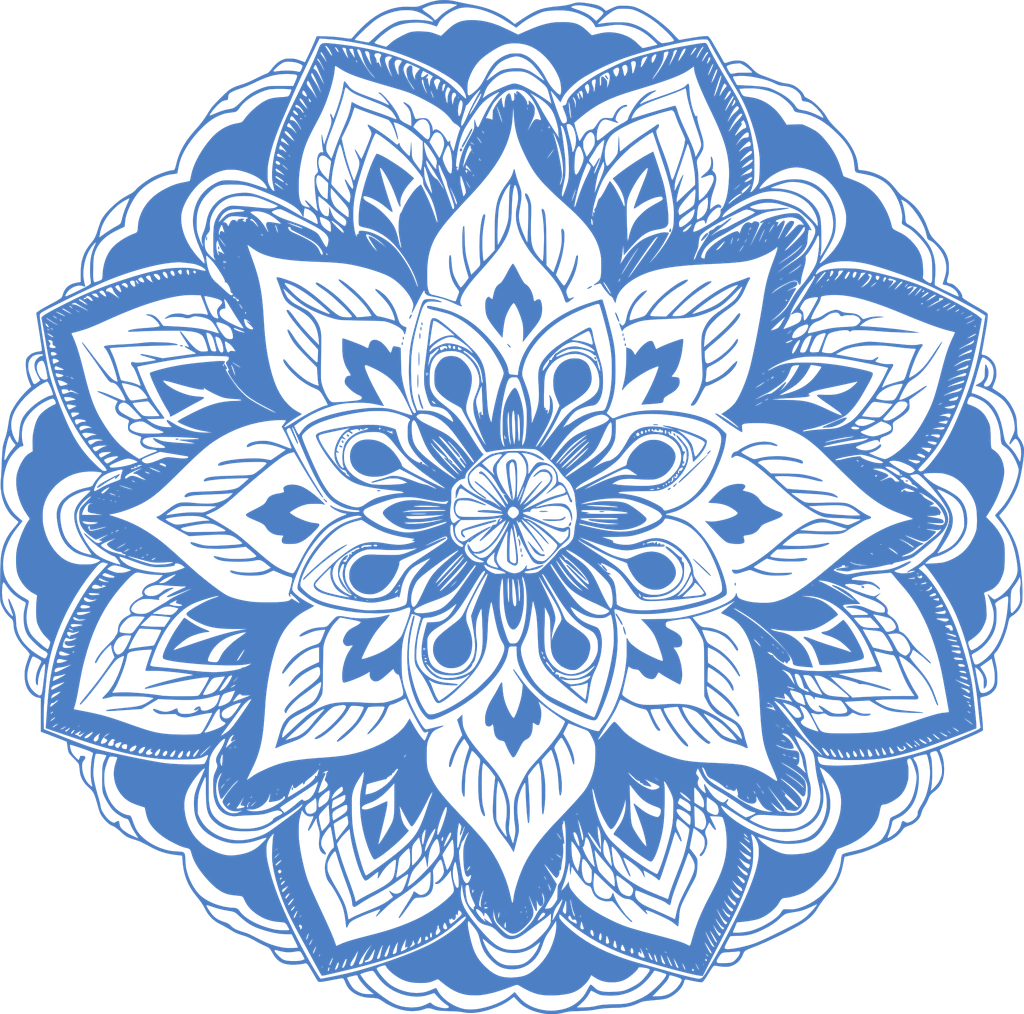
<source format=kicad_pcb>
(kicad_pcb (version 20221018) (generator pcbnew)
  (layers (0 "F.Cu" signal) (31 "B.Cu" signal) (34 "B.Paste" user) (35 "F.Paste" user) (36 "B.SilkS" user "B.Silkscreen") (37 "F.SilkS" user "F.Silkscreen") (38 "B.Mask" user) (39 "F.Mask" user) (44 "Edge.Cuts" user))
  (net 0 "")
  (footprint "LOGO" (layer "F.Cu") (at 0 0)
    (fp_text reference "G***" hide)
    (fp_text value "LOGO" hide)
    (fp_poly (pts (xy -10.714521 -6.488048) (xy -10.689584 -6.477223) (xy -10.65675 -6.446501) (xy -10.6501 -6.395492) (xy -10.650889 -6.385809) (xy -10.668513 -6.330698) (xy -10.701869 -6.311882) (xy -10.742797 -6.331746) (xy -10.761234 -6.353546) (xy -10.790562 -6.414978) (xy -10.789598 -6.462971) (xy -10.762774 -6.489877) (xy -10.714521 -6.488048)) (stroke (width 0.01)) (fill solid) (layer "B.Cu"))
    (fp_poly (pts (xy -5.956342 -14.597011) (xy -5.938355 -14.551616) (xy -5.930363 -14.494881) (xy -5.934612 -14.449222) (xy -5.955046 -14.404905) (xy -5.980532 -14.395191) (xy -6.002825 -14.422857) (xy -6.009696 -14.465007) (xy -6.008337 -14.520566) (xy -6.000591 -14.573896) (xy -5.988305 -14.609358) (xy -5.980093 -14.615583) (xy -5.956342 -14.597011)) (stroke (width 0.01)) (fill solid) (layer "B.Cu"))
    (fp_poly (pts (xy 3.312026 2.401003) (xy 3.33238 2.434681) (xy 3.340172 2.493513) (xy 3.339274 2.517197) (xy 3.326703 2.57391) (xy 3.303184 2.6) (xy 3.274219 2.58983) (xy 3.262654 2.556954) (xy 3.259866 2.503234) (xy 3.264971 2.447288) (xy 3.277082 2.407732) (xy 3.2832 2.400954) (xy 3.312026 2.401003)) (stroke (width 0.01)) (fill solid) (layer "B.Cu"))
    (fp_poly (pts (xy 11.392841 -14.078519) (xy 11.411339 -14.033817) (xy 11.42039 -13.979008) (xy 11.417157 -13.936781) (xy 11.394929 -13.894769) (xy 11.365917 -13.889103) (xy 11.341522 -13.920647) (xy 11.338377 -13.930814) (xy 11.333425 -13.981567) (xy 11.33918 -14.036768) (xy 11.35265 -14.080519) (xy 11.36967 -14.097) (xy 11.392841 -14.078519)) (stroke (width 0.01)) (fill solid) (layer "B.Cu"))
    (fp_poly (pts (xy 19.983072 4.636303) (xy 19.995736 4.682484) (xy 19.997475 4.749733) (xy 19.997439 4.750272) (xy 19.986689 4.808605) (xy 19.967483 4.839754) (xy 19.945396 4.838323) (xy 19.931025 4.81458) (xy 19.919044 4.750932) (xy 19.923079 4.682021) (xy 19.939324 4.6355) (xy 19.963071 4.618279) (xy 19.983072 4.636303)) (stroke (width 0.01)) (fill solid) (layer "B.Cu"))
    (fp_poly (pts (xy 29.932349 4.86152) (xy 29.986455 4.89721) (xy 30.023271 4.943179) (xy 30.031361 4.981685) (xy 30.009681 5.022187) (xy 29.961992 5.030172) (xy 29.915176 5.016605) (xy 29.867206 4.984325) (xy 29.836521 4.940293) (xy 29.825787 4.895458) (xy 29.837672 4.860769) (xy 29.873896 4.847167) (xy 29.932349 4.86152)) (stroke (width 0.01)) (fill solid) (layer "B.Cu"))
    (fp_poly (pts (xy 33.459239 -3.368427) (xy 33.475084 -3.344333) (xy 33.456554 -3.324864) (xy 33.411196 -3.310749) (xy 33.354356 -3.303691) (xy 33.301383 -3.30539) (xy 33.267623 -3.317546) (xy 33.264742 -3.321023) (xy 33.268561 -3.346004) (xy 33.302804 -3.367867) (xy 33.355605 -3.381483) (xy 33.40727 -3.382643) (xy 33.459239 -3.368427)) (stroke (width 0.01)) (fill solid) (layer "B.Cu"))
    (fp_poly (pts (xy -14.63758 20.60542) (xy -14.615493 20.639679) (xy -14.60545 20.697866) (xy -14.605324 20.704561) (xy -14.612076 20.774752) (xy -14.630887 20.816938) (xy -14.658178 20.825542) (xy -14.675555 20.813889) (xy -14.686438 20.781855) (xy -14.689651 20.727335) (xy -14.685979 20.667772) (xy -14.676205 20.620603) (xy -14.666133 20.604288) (xy -14.63758 20.60542)) (stroke (width 0.01)) (fill solid) (layer "B.Cu"))
    (fp_poly (pts (xy -10.313026 -6.971014) (xy -10.266325 -6.940086) (xy -10.257256 -6.932089) (xy -10.2203 -6.8923) (xy -10.213726 -6.864536) (xy -10.224152 -6.84663) (xy -10.270002 -6.819994) (xy -10.32646 -6.820221) (xy -10.3707 -6.846251) (xy -10.388625 -6.890399) (xy -10.385104 -6.939162) (xy -10.363092 -6.974145) (xy -10.349154 -6.980284) (xy -10.313026 -6.971014)) (stroke (width 0.01)) (fill solid) (layer "B.Cu"))
    (fp_poly (pts (xy -6.035139 -14.156334) (xy -6.031445 -14.147142) (xy -6.015467 -14.077134) (xy -6.020394 -14.017438) (xy -6.044325 -13.98001) (xy -6.058958 -13.97392) (xy -6.081168 -13.976048) (xy -6.092325 -13.999559) (xy -6.09589 -14.053715) (xy -6.096 -14.073032) (xy -6.090855 -14.145848) (xy -6.077208 -14.186056) (xy -6.057742 -14.190578) (xy -6.035139 -14.156334)) (stroke (width 0.01)) (fill solid) (layer "B.Cu"))
    (fp_poly (pts (xy -4.489972 -15.701501) (xy -4.486278 -15.692308) (xy -4.470301 -15.6223) (xy -4.475227 -15.562605) (xy -4.499158 -15.525177) (xy -4.513791 -15.519087) (xy -4.536002 -15.521214) (xy -4.547159 -15.544726) (xy -4.550723 -15.598881) (xy -4.550833 -15.618199) (xy -4.545688 -15.691015) (xy -4.532042 -15.731223) (xy -4.512576 -15.735745) (xy -4.489972 -15.701501)) (stroke (width 0.01)) (fill solid) (layer "B.Cu"))
    (fp_poly (pts (xy 9.07718 -13.00151) (xy 9.108867 -12.958313) (xy 9.106801 -12.895064) (xy 9.102194 -12.881302) (xy 9.07944 -12.838296) (xy 9.052488 -12.831971) (xy 9.01317 -12.861904) (xy 8.999523 -12.875989) (xy 8.966493 -12.925275) (xy 8.9535 -12.971239) (xy 8.962138 -13.004847) (xy 8.99593 -13.016812) (xy 9.016255 -13.0175) (xy 9.07718 -13.00151)) (stroke (width 0.01)) (fill solid) (layer "B.Cu"))
    (fp_poly (pts (xy 11.204387 -14.874232) (xy 11.219287 -14.849916) (xy 11.227213 -14.799892) (xy 11.22812 -14.740169) (xy 11.221966 -14.686758) (xy 11.208707 -14.655671) (xy 11.204985 -14.653467) (xy 11.183272 -14.665278) (xy 11.166858 -14.702045) (xy 11.160533 -14.759081) (xy 11.16609 -14.815808) (xy 11.180618 -14.858867) (xy 11.201205 -14.874899) (xy 11.204387 -14.874232)) (stroke (width 0.01)) (fill solid) (layer "B.Cu"))
    (fp_poly (pts (xy 14.90684 -2.772518) (xy 14.906163 -2.743138) (xy 14.87681 -2.707632) (xy 14.823751 -2.671609) (xy 14.751956 -2.640678) (xy 14.737292 -2.636044) (xy 14.699784 -2.632588) (xy 14.689667 -2.653913) (xy 14.706834 -2.689009) (xy 14.748944 -2.730086) (xy 14.801915 -2.766726) (xy 14.851661 -2.788511) (xy 14.87387 -2.790164) (xy 14.90684 -2.772518)) (stroke (width 0.01)) (fill solid) (layer "B.Cu"))
    (fp_poly (pts (xy 15.170584 -7.072831) (xy 15.172285 -7.071922) (xy 15.232387 -7.022144) (xy 15.272444 -6.955407) (xy 15.282334 -6.906207) (xy 15.270332 -6.867254) (xy 15.240817 -6.860646) (xy 15.203521 -6.88633) (xy 15.187879 -6.906731) (xy 15.160585 -6.963368) (xy 15.141928 -7.025568) (xy 15.134619 -7.071581) (xy 15.142378 -7.084598) (xy 15.170584 -7.072831)) (stroke (width 0.01)) (fill solid) (layer "B.Cu"))
    (fp_poly (pts (xy -23.597221 -6.640744) (xy -23.555462 -6.627394) (xy -23.536569 -6.607834) (xy -23.544049 -6.590229) (xy -23.578052 -6.576943) (xy -23.634978 -6.569986) (xy -23.695781 -6.570125) (xy -23.741417 -6.578129) (xy -23.749 -6.581965) (xy -23.770093 -6.602743) (xy -23.753707 -6.621697) (xy -23.749 -6.624842) (xy -23.70506 -6.641338) (xy -23.650777 -6.646015) (xy -23.597221 -6.640744)) (stroke (width 0.01)) (fill solid) (layer "B.Cu"))
    (fp_poly (pts (xy -23.249404 -13.943587) (xy -23.211838 -13.929845) (xy -23.207787 -13.9253) (xy -23.208671 -13.898312) (xy -23.239864 -13.877818) (xy -23.289548 -13.866132) (xy -23.345906 -13.865565) (xy -23.397121 -13.878431) (xy -23.410333 -13.885657) (xy -23.431441 -13.905582) (xy -23.414569 -13.924519) (xy -23.410333 -13.927342) (xy -23.366165 -13.942512) (xy -23.306684 -13.947868) (xy -23.249404 -13.943587)) (stroke (width 0.01)) (fill solid) (layer "B.Cu"))
    (fp_poly (pts (xy -21.33268 -22.423637) (xy -21.316419 -22.381401) (xy -21.310042 -22.299032) (xy -21.309949 -22.284778) (xy -21.315301 -22.209669) (xy -21.329708 -22.161553) (xy -21.350692 -22.146435) (xy -21.363869 -22.154091) (xy -21.373097 -22.183669) (xy -21.377572 -22.239156) (xy -21.377581 -22.305779) (xy -21.373408 -22.368765) (xy -21.36534 -22.41334) (xy -21.358629 -22.425179) (xy -21.33268 -22.423637)) (stroke (width 0.01)) (fill solid) (layer "B.Cu"))
    (fp_poly (pts (xy -20.390283 -21.644563) (xy -20.384507 -21.634215) (xy -20.367879 -21.582376) (xy -20.36617 -21.52735) (xy -20.376573 -21.479598) (xy -20.396282 -21.449583) (xy -20.422489 -21.44777) (xy -20.432448 -21.455503) (xy -20.443324 -21.48811) (xy -20.446264 -21.543406) (xy -20.441716 -21.602583) (xy -20.430129 -21.646836) (xy -20.427784 -21.651068) (xy -20.409982 -21.665746) (xy -20.390283 -21.644563)) (stroke (width 0.01)) (fill solid) (layer "B.Cu"))
    (fp_poly (pts (xy -10.891482 -6.106337) (xy -10.834151 -6.081588) (xy -10.779529 -6.050053) (xy -10.741264 -6.019331) (xy -10.7315 -6.001785) (xy -10.749125 -5.97825) (xy -10.792811 -5.969003) (xy -10.848773 -5.974033) (xy -10.903227 -5.993326) (xy -10.91729 -6.00195) (xy -10.949311 -6.037179) (xy -10.963622 -6.077327) (xy -10.957674 -6.108193) (xy -10.937875 -6.116702) (xy -10.891482 -6.106337)) (stroke (width 0.01)) (fill solid) (layer "B.Cu"))
    (fp_poly (pts (xy -7.866372 -2.615224) (xy -7.809736 -2.603555) (xy -7.77397 -2.583492) (xy -7.768166 -2.569889) (xy -7.779921 -2.552145) (xy -7.819831 -2.542735) (xy -7.893917 -2.54) (xy -7.96325 -2.543313) (xy -8.01419 -2.551901) (xy -8.032774 -2.561206) (xy -8.025065 -2.5825) (xy -7.988244 -2.604323) (xy -7.987348 -2.604666) (xy -7.930152 -2.61632) (xy -7.866372 -2.615224)) (stroke (width 0.01)) (fill solid) (layer "B.Cu"))
    (fp_poly (pts (xy -4.579298 -15.370764) (xy -4.563749 -15.329146) (xy -4.555378 -15.270182) (xy -4.55654 -15.206331) (xy -4.561053 -15.178155) (xy -4.579741 -15.128625) (xy -4.602951 -15.113889) (xy -4.624797 -15.137171) (xy -4.626847 -15.142148) (xy -4.634078 -15.186511) (xy -4.633187 -15.24778) (xy -4.625869 -15.310933) (xy -4.613824 -15.360951) (xy -4.599672 -15.382579) (xy -4.579298 -15.370764)) (stroke (width 0.01)) (fill solid) (layer "B.Cu"))
    (fp_poly (pts (xy -1.429025 -29.328377) (xy -1.388138 -29.306714) (xy -1.375891 -29.261738) (xy -1.375833 -29.25664) (xy -1.387734 -29.192464) (xy -1.41781 -29.142358) (xy -1.45762 -29.111736) (xy -1.498724 -29.106012) (xy -1.53268 -29.130602) (xy -1.54227 -29.149867) (xy -1.553972 -29.222409) (xy -1.537003 -29.282782) (xy -1.497138 -29.321883) (xy -1.440153 -29.330608) (xy -1.429025 -29.328377)) (stroke (width 0.01)) (fill solid) (layer "B.Cu"))
    (fp_poly (pts (xy 11.301388 -14.52297) (xy 11.318175 -14.477754) (xy 11.330003 -14.421409) (xy 11.333025 -14.369494) (xy 11.330434 -14.351512) (xy 11.308448 -14.314696) (xy 11.279454 -14.314561) (xy 11.255309 -14.349888) (xy 11.252494 -14.359516) (xy 11.247433 -14.41089) (xy 11.252167 -14.468488) (xy 11.264082 -14.516959) (xy 11.280565 -14.540957) (xy 11.283484 -14.5415) (xy 11.301388 -14.52297)) (stroke (width 0.01)) (fill solid) (layer "B.Cu"))
    (fp_poly (pts (xy -12.193145 -1.943204) (xy -12.141482 -1.909673) (xy -12.088346 -1.868439) (xy -12.01099 -1.802688) (xy -11.963925 -1.754117) (xy -11.941954 -1.716827) (xy -11.938673 -1.698625) (xy -11.949383 -1.672956) (xy -11.9818 -1.680196) (xy -12.033101 -1.718752) (xy -12.100462 -1.787031) (xy -12.10564 -1.792808) (xy -12.172072 -1.871199) (xy -12.208656 -1.923024) (xy -12.215609 -1.94734) (xy -12.193145 -1.943204)) (stroke (width 0.01)) (fill solid) (layer "B.Cu"))
    (fp_poly (pts (xy 3.236388 1.924586) (xy 3.250687 1.977138) (xy 3.258524 2.053349) (xy 3.259378 2.088477) (xy 3.254766 2.167937) (xy 3.242486 2.220592) (xy 3.225767 2.242851) (xy 3.207841 2.231124) (xy 3.19194 2.181819) (xy 3.189182 2.166491) (xy 3.184386 2.105092) (xy 3.186289 2.035501) (xy 3.1935 1.970464) (xy 3.204626 1.922725) (xy 3.217742 1.905) (xy 3.236388 1.924586)) (stroke (width 0.01)) (fill solid) (layer "B.Cu"))
    (fp_poly (pts (xy 18.038702 -5.701109) (xy 18.020067 -5.662482) (xy 17.976881 -5.603688) (xy 17.912143 -5.529296) (xy 17.897706 -5.51383) (xy 17.83898 -5.45948) (xy 17.800262 -5.442089) (xy 17.781726 -5.461706) (xy 17.78 -5.480525) (xy 17.795459 -5.513431) (xy 17.83504 -5.56156) (xy 17.888552 -5.615347) (xy 17.945803 -5.665222) (xy 17.9966 -5.701619) (xy 18.029786 -5.715) (xy 18.038702 -5.701109)) (stroke (width 0.01)) (fill solid) (layer "B.Cu"))
    (fp_poly (pts (xy -5.329506 -16.34952) (xy -5.322185 -16.334507) (xy -5.323028 -16.297266) (xy -5.339142 -16.238473) (xy -5.354302 -16.200107) (xy -5.395916 -16.117615) (xy -5.435476 -16.059311) (xy -5.469077 -16.028594) (xy -5.492816 -16.028863) (xy -5.502788 -16.063516) (xy -5.502868 -16.070791) (xy -5.489844 -16.135502) (xy -5.457727 -16.213355) (xy -5.415432 -16.285748) (xy -5.379764 -16.327673) (xy -5.346438 -16.353231) (xy -5.329506 -16.34952)) (stroke (width 0.01)) (fill solid) (layer "B.Cu"))
    (fp_poly (pts (xy -2.38518 -5.023512) (xy -2.367612 -5.014865) (xy -2.319078 -4.982275) (xy -2.262252 -4.934846) (xy -2.206862 -4.882033) (xy -2.162636 -4.833292) (xy -2.139304 -4.798077) (xy -2.137833 -4.791554) (xy -2.149826 -4.762045) (xy -2.182132 -4.763239) (xy -2.229239 -4.792293) (xy -2.285639 -4.846364) (xy -2.317427 -4.884208) (xy -2.374914 -4.960155) (xy -2.404773 -5.007139) (xy -2.407898 -5.027484) (xy -2.38518 -5.023512)) (stroke (width 0.01)) (fill solid) (layer "B.Cu"))
    (fp_poly (pts (xy 7.124636 -0.108839) (xy 7.132189 -0.06259) (xy 7.129476 -0.000602) (xy 7.117628 0.064775) (xy 7.097776 0.12119) (xy 7.080547 0.147839) (xy 7.039764 0.176861) (xy 6.993554 0.189465) (xy 6.9564 0.18415) (xy 6.942667 0.162131) (xy 6.952577 0.120671) (xy 6.978009 0.061279) (xy 7.012519 -0.004614) (xy 7.04966 -0.065578) (xy 7.082988 -0.11018) (xy 7.10569 -0.127) (xy 7.124636 -0.108839)) (stroke (width 0.01)) (fill solid) (layer "B.Cu"))
    (fp_poly (pts (xy 8.764151 -18.557809) (xy 8.750564 -18.527016) (xy 8.718025 -18.493834) (xy 8.664241 -18.456787) (xy 8.598549 -18.420181) (xy 8.530284 -18.388327) (xy 8.468782 -18.365533) (xy 8.423379 -18.356107) (xy 8.403411 -18.364359) (xy 8.403167 -18.366682) (xy 8.421793 -18.40241) (xy 8.472746 -18.447194) (xy 8.54864 -18.495428) (xy 8.621543 -18.532366) (xy 8.703198 -18.565371) (xy 8.750635 -18.573857) (xy 8.764151 -18.557809)) (stroke (width 0.01)) (fill solid) (layer "B.Cu"))
    (fp_poly (pts (xy 9.875838 -35.014898) (xy 9.928539 -34.948657) (xy 9.9412 -34.930035) (xy 9.993957 -34.843045) (xy 10.022037 -34.780119) (xy 10.026367 -34.743886) (xy 10.00787 -34.73698) (xy 9.967474 -34.76203) (xy 9.906103 -34.821669) (xy 9.903925 -34.824043) (xy 9.848405 -34.892999) (xy 9.809447 -34.957583) (xy 9.791144 -35.009293) (xy 9.797587 -35.039626) (xy 9.799521 -35.041017) (xy 9.833974 -35.04479) (xy 9.875838 -35.014898)) (stroke (width 0.01)) (fill solid) (layer "B.Cu"))
    (fp_poly (pts (xy 13.838821 -7.764094) (xy 13.901241 -7.75151) (xy 13.926768 -7.729866) (xy 13.927667 -7.723569) (xy 13.908079 -7.715245) (xy 13.855611 -7.708791) (xy 13.779705 -7.705145) (xy 13.737167 -7.704666) (xy 13.653278 -7.70661) (xy 13.588237 -7.711816) (xy 13.551487 -7.719348) (xy 13.546667 -7.723569) (xy 13.564064 -7.747367) (xy 13.617816 -7.76198) (xy 13.710266 -7.767956) (xy 13.737167 -7.768166) (xy 13.838821 -7.764094)) (stroke (width 0.01)) (fill solid) (layer "B.Cu"))
    (fp_poly (pts (xy 14.924416 -23.041234) (xy 14.936006 -22.989276) (xy 14.940086 -22.9261) (xy 14.935704 -22.867076) (xy 14.921908 -22.827575) (xy 14.921135 -22.826605) (xy 14.878905 -22.799546) (xy 14.835135 -22.803845) (xy 14.806406 -22.837821) (xy 14.806266 -22.838259) (xy 14.80599 -22.880202) (xy 14.820681 -22.936803) (xy 14.844726 -22.995244) (xy 14.872514 -23.042711) (xy 14.89843 -23.066387) (xy 14.906268 -23.066603) (xy 14.924416 -23.041234)) (stroke (width 0.01)) (fill solid) (layer "B.Cu"))
    (fp_poly (pts (xy 15.388167 -3.138315) (xy 15.375404 -3.114056) (xy 15.34288 -3.069031) (xy 15.299237 -3.013861) (xy 15.253119 -2.959167) (xy 15.21317 -2.915572) (xy 15.190049 -2.894866) (xy 15.146688 -2.879552) (xy 15.117839 -2.891514) (xy 15.113 -2.908618) (xy 15.127933 -2.937425) (xy 15.166814 -2.982501) (xy 15.213542 -3.027099) (xy 15.293002 -3.093607) (xy 15.350006 -3.133839) (xy 15.381997 -3.146165) (xy 15.388167 -3.138315)) (stroke (width 0.01)) (fill solid) (layer "B.Cu"))
    (fp_poly (pts (xy -4.660762 -14.860951) (xy -4.649249 -14.803203) (xy -4.642778 -14.727858) (xy -4.641344 -14.645582) (xy -4.644939 -14.567038) (xy -4.653556 -14.502894) (xy -4.667189 -14.463815) (xy -4.677607 -14.456833) (xy -4.690087 -14.475899) (xy -4.702889 -14.525028) (xy -4.710284 -14.571525) (xy -4.715417 -14.645269) (xy -4.714554 -14.723937) (xy -4.708744 -14.797365) (xy -4.699037 -14.85539) (xy -4.686484 -14.887847) (xy -4.677326 -14.890436) (xy -4.660762 -14.860951)) (stroke (width 0.01)) (fill solid) (layer "B.Cu"))
    (fp_poly (pts (xy 2.171968 -14.044397) (xy 2.220185 -14.009184) (xy 2.292358 -13.94714) (xy 2.362972 -13.878432) (xy 2.403543 -13.825852) (xy 2.412559 -13.792087) (xy 2.388506 -13.779826) (xy 2.386542 -13.779824) (xy 2.344452 -13.791001) (xy 2.335952 -13.795699) (xy 2.308843 -13.820577) (xy 2.267849 -13.865874) (xy 2.221619 -13.920993) (xy 2.178802 -13.975338) (xy 2.148049 -14.018313) (xy 2.137834 -14.038403) (xy 2.14575 -14.053408) (xy 2.171968 -14.044397)) (stroke (width 0.01)) (fill solid) (layer "B.Cu"))
    (fp_poly (pts (xy 9.617069 -0.979016) (xy 9.680612 -0.972925) (xy 9.714208 -0.963882) (xy 9.729557 -0.943424) (xy 9.706205 -0.927088) (xy 9.647671 -0.915921) (xy 9.557476 -0.910968) (xy 9.535584 -0.910815) (xy 9.457205 -0.913296) (xy 9.393734 -0.919804) (xy 9.358822 -0.928934) (xy 9.358699 -0.929011) (xy 9.340595 -0.9478) (xy 9.358699 -0.965097) (xy 9.395544 -0.974416) (xy 9.460346 -0.97981) (xy 9.538918 -0.981327) (xy 9.617069 -0.979016)) (stroke (width 0.01)) (fill solid) (layer "B.Cu"))
    (fp_poly (pts (xy 9.573122 3.247359) (xy 9.630743 3.286769) (xy 9.700185 3.349625) (xy 9.777308 3.42988) (xy 9.846541 3.510697) (xy 9.901996 3.584337) (xy 9.937781 3.643064) (xy 9.948334 3.675593) (xy 9.935649 3.702103) (xy 9.899111 3.696313) (xy 9.840991 3.659229) (xy 9.767045 3.595164) (xy 9.694756 3.520942) (xy 9.628013 3.442016) (xy 9.573224 3.367082) (xy 9.536795 3.304836) (xy 9.525 3.266621) (xy 9.537312 3.240376) (xy 9.573122 3.247359)) (stroke (width 0.01)) (fill solid) (layer "B.Cu"))
    (fp_poly (pts (xy 11.235705 8.062563) (xy 11.264717 8.114419) (xy 11.296929 8.190147) (xy 11.329465 8.280998) (xy 11.359452 8.378219) (xy 11.384015 8.473058) (xy 11.400282 8.556763) (xy 11.405377 8.620584) (xy 11.404948 8.628551) (xy 11.39825 8.710084) (xy 11.362575 8.657167) (xy 11.330536 8.5978) (xy 11.298059 8.517528) (xy 11.267111 8.424417) (xy 11.239663 8.326536) (xy 11.217683 8.231951) (xy 11.20314 8.148732) (xy 11.198004 8.084945) (xy 11.204242 8.048658) (xy 11.212766 8.043334) (xy 11.235705 8.062563)) (stroke (width 0.01)) (fill solid) (layer "B.Cu"))
    (fp_poly (pts (xy -4.755635 -13.393383) (xy -4.747186 -13.353663) (xy -4.738205 -13.273736) (xy -4.734014 -13.223875) (xy -4.72338 -13.020963) (xy -4.721087 -12.806489) (xy -4.727139 -12.601357) (xy -4.733856 -12.50211) (xy -4.743397 -12.40759) (xy -4.752373 -12.35398) (xy -4.760591 -12.339859) (xy -4.767859 -12.363805) (xy -4.773984 -12.424396) (xy -4.778772 -12.520211) (xy -4.782032 -12.649828) (xy -4.78357 -12.811826) (xy -4.783666 -12.869333) (xy -4.782717 -13.040116) (xy -4.780005 -13.179474) (xy -4.775736 -13.285943) (xy -4.770115 -13.35806) (xy -4.763346 -13.394361) (xy -4.755635 -13.393383)) (stroke (width 0.01)) (fill solid) (layer "B.Cu"))
    (fp_poly (pts (xy 3.045663 1.188599) (xy 3.080889 1.238766) (xy 3.10207 1.275292) (xy 3.136661 1.346364) (xy 3.154976 1.410976) (xy 3.161516 1.488743) (xy 3.161802 1.535588) (xy 3.15714 1.629345) (xy 3.145716 1.699732) (xy 3.129153 1.740809) (xy 3.109073 1.746639) (xy 3.105036 1.743314) (xy 3.096132 1.714911) (xy 3.0907 1.66023) (xy 3.089966 1.631597) (xy 3.08385 1.550839) (xy 3.067828 1.445133) (xy 3.044673 1.329923) (xy 3.017156 1.220653) (xy 3.014605 1.211792) (xy 3.008335 1.172072) (xy 3.020083 1.165354) (xy 3.045663 1.188599)) (stroke (width 0.01)) (fill solid) (layer "B.Cu"))
    (fp_poly (pts (xy 5.072687 -0.988352) (xy 5.153857 -0.98359) (xy 5.235729 -0.973219) (xy 5.293993 -0.960794) (xy 5.3246 -0.948397) (xy 5.323499 -0.938109) (xy 5.28664 -0.93201) (xy 5.255874 -0.931183) (xy 5.190257 -0.929883) (xy 5.104057 -0.926678) (xy 5.037667 -0.923417) (xy 4.93677 -0.920661) (xy 4.827312 -0.921851) (xy 4.767792 -0.924578) (xy 4.699258 -0.931695) (xy 4.65145 -0.941571) (xy 4.6355 -0.951006) (xy 4.65516 -0.962451) (xy 4.708127 -0.972564) (xy 4.785383 -0.980777) (xy 4.877907 -0.986524) (xy 4.976682 -0.989238) (xy 5.072687 -0.988352)) (stroke (width 0.01)) (fill solid) (layer "B.Cu"))
    (fp_poly (pts (xy -4.839731 -11.664036) (xy -4.830908 -11.608952) (xy -4.823171 -11.525958) (xy -4.816823 -11.422263) (xy -4.81217 -11.305079) (xy -4.809514 -11.181615) (xy -4.809161 -11.059081) (xy -4.811415 -10.944688) (xy -4.814959 -10.869213) (xy -4.823723 -10.749965) (xy -4.832337 -10.67177) (xy -4.84056 -10.633351) (xy -4.848155 -10.633427) (xy -4.854882 -10.67072) (xy -4.860502 -10.743949) (xy -4.864776 -10.851837) (xy -4.867465 -10.993103) (xy -4.868333 -11.154833) (xy -4.867605 -11.304285) (xy -4.865544 -11.436098) (xy -4.862339 -11.545039) (xy -4.858179 -11.625877) (xy -4.853249 -11.673378) (xy -4.849335 -11.684) (xy -4.839731 -11.664036)) (stroke (width 0.01)) (fill solid) (layer "B.Cu"))
    (fp_poly (pts (xy 10.615036 -16.501367) (xy 10.649758 -16.461271) (xy 10.67564 -16.420041) (xy 10.708456 -16.354299) (xy 10.748814 -16.260914) (xy 10.791823 -16.152708) (xy 10.832588 -16.042504) (xy 10.866219 -15.943125) (xy 10.887821 -15.867392) (xy 10.889667 -15.859125) (xy 10.895396 -15.81031) (xy 10.882921 -15.791513) (xy 10.873711 -15.790333) (xy 10.850837 -15.808737) (xy 10.817432 -15.858774) (xy 10.77846 -15.932679) (xy 10.76667 -15.957807) (xy 10.723996 -16.056236) (xy 10.681749 -16.162456) (xy 10.643244 -16.267084) (xy 10.611798 -16.360735) (xy 10.590725 -16.434024) (xy 10.583334 -16.47669) (xy 10.591804 -16.507176) (xy 10.615036 -16.501367)) (stroke (width 0.01)) (fill solid) (layer "B.Cu"))
    (fp_poly (pts (xy 17.823779 -22.704405) (xy 17.841283 -22.680125) (xy 17.830352 -22.635997) (xy 17.790199 -22.569027) (xy 17.720037 -22.47622) (xy 17.715158 -22.47014) (xy 17.624746 -22.363598) (xy 17.537888 -22.271971) (xy 17.45848 -22.1983) (xy 17.390418 -22.145629) (xy 17.337596 -22.116999) (xy 17.30391 -22.115453) (xy 17.293167 -22.140542) (xy 17.305845 -22.180056) (xy 17.340082 -22.243619) (xy 17.390182 -22.322885) (xy 17.450452 -22.409509) (xy 17.515195 -22.495145) (xy 17.578717 -22.571448) (xy 17.611168 -22.606514) (xy 17.675905 -22.667667) (xy 17.726105 -22.700623) (xy 17.771778 -22.711675) (xy 17.778626 -22.711833) (xy 17.823779 -22.704405)) (stroke (width 0.01)) (fill solid) (layer "B.Cu"))
    (fp_poly (pts (xy 10.645732 7.026744) (xy 10.676299 7.05507) (xy 10.723167 7.113001) (xy 10.781582 7.193413) (xy 10.846795 7.289183) (xy 10.914052 7.393188) (xy 10.978601 7.498304) (xy 11.035691 7.597408) (xy 11.071508 7.665001) (xy 11.11793 7.7653) (xy 11.145824 7.842742) (xy 11.155119 7.894258) (xy 11.145745 7.91678) (xy 11.117629 7.90724) (xy 11.076245 7.868709) (xy 11.040205 7.820571) (xy 11.000148 7.754648) (xy 10.984912 7.725834) (xy 10.956226 7.673046) (xy 10.910484 7.594038) (xy 10.853319 7.498332) (xy 10.790365 7.395446) (xy 10.770857 7.364066) (xy 10.690781 7.230967) (xy 10.63649 7.129641) (xy 10.608102 7.060406) (xy 10.605735 7.023582) (xy 10.629507 7.019486) (xy 10.645732 7.026744)) (stroke (width 0.01)) (fill solid) (layer "B.Cu"))
    (fp_poly (pts (xy -4.775333 -10.132949) (xy -4.76041 -10.112096) (xy -4.742773 -10.071472) (xy -4.720706 -10.006274) (xy -4.692493 -9.911701) (xy -4.656418 -9.782949) (xy -4.637957 -9.7155) (xy -4.603261 -9.592405) (xy -4.56668 -9.46981) (xy -4.532061 -9.360176) (xy -4.503253 -9.275964) (xy -4.497438 -9.260416) (xy -4.453504 -9.136304) (xy -4.430865 -9.047877) (xy -4.429391 -8.994312) (xy -4.448948 -8.974783) (xy -4.451541 -8.974666) (xy -4.482695 -8.991398) (xy -4.51843 -9.032714) (xy -4.525295 -9.043458) (xy -4.575717 -9.142313) (xy -4.629035 -9.273813) (xy -4.681839 -9.428744) (xy -4.730717 -9.597889) (xy -4.731292 -9.600068) (xy -4.756475 -9.707026) (xy -4.777161 -9.816804) (xy -4.792518 -9.921657) (xy -4.801711 -10.01384) (xy -4.803907 -10.085607) (xy -4.798273 -10.129213) (xy -4.789259 -10.138833) (xy -4.775333 -10.132949)) (stroke (width 0.01)) (fill solid) (layer "B.Cu"))
    (fp_poly (pts (xy 16.683928 2.765804) (xy 16.736603 2.802575) (xy 16.811395 2.86222) (xy 16.904476 2.941127) (xy 17.01202 3.035683) (xy 17.1302 3.142278) (xy 17.25519 3.257297) (xy 17.383163 3.37713) (xy 17.510293 3.498165) (xy 17.632753 3.616788) (xy 17.746716 3.729389) (xy 17.848356 3.832355) (xy 17.933846 3.922073) (xy 17.999359 3.994933) (xy 18.04107 4.047321) (xy 18.055167 4.075127) (xy 18.047813 4.08538) (xy 18.023749 4.076098) (xy 17.979969 4.045028) (xy 17.913468 3.98992) (xy 17.821242 3.908521) (xy 17.765347 3.857991) (xy 17.662615 3.763391) (xy 17.549618 3.657223) (xy 17.429998 3.543114) (xy 17.307398 3.424688) (xy 17.185463 3.305568) (xy 17.067836 3.189382) (xy 16.95816 3.079752) (xy 16.860079 2.980305) (xy 16.777236 2.894665) (xy 16.713275 2.826456) (xy 16.671839 2.779303) (xy 16.656572 2.756832) (xy 16.657195 2.755519) (xy 16.683928 2.765804)) (stroke (width 0.01)) (fill solid) (layer "B.Cu"))
    (fp_poly (pts (xy -0.594731 -30.864521) (xy -0.595695 -30.816361) (xy -0.613729 -30.744845) (xy -0.646659 -30.659515) (xy -0.676183 -30.597204) (xy -0.721648 -30.506781) (xy -0.779464 -30.39492) (xy -0.846039 -30.268292) (xy -0.917783 -30.13357) (xy -0.991106 -29.997427) (xy -1.062416 -29.866535) (xy -1.128123 -29.747567) (xy -1.184637 -29.647195) (xy -1.228366 -29.572092) (xy -1.252801 -29.533109) (xy -1.307584 -29.463125) (xy -1.355408 -29.421544) (xy -1.39158 -29.411493) (xy -1.409214 -29.428866) (xy -1.412151 -29.454929) (xy -1.403293 -29.493764) (xy -1.380535 -29.549933) (xy -1.341773 -29.627998) (xy -1.284905 -29.73252) (xy -1.207825 -29.86806) (xy -1.201863 -29.878401) (xy -1.130719 -30.004428) (xy -1.050245 -30.151288) (xy -0.969731 -30.301795) (xy -0.898467 -30.438762) (xy -0.890415 -30.454583) (xy -0.805373 -30.616917) (xy -0.734769 -30.740162) (xy -0.678231 -30.824885) (xy -0.63539 -30.871654) (xy -0.611952 -30.882166) (xy -0.594731 -30.864521)) (stroke (width 0.01)) (fill solid) (layer "B.Cu"))
    (fp_poly (pts (xy 28.63835 -8.290292) (xy 28.660335 -8.264536) (xy 28.646321 -8.216539) (xy 28.596294 -8.146313) (xy 28.545063 -8.089387) (xy 28.407463 -7.967931) (xy 28.234587 -7.852577) (xy 28.033414 -7.746904) (xy 27.810927 -7.654492) (xy 27.574105 -7.578921) (xy 27.523917 -7.565707) (xy 27.42286 -7.542372) (xy 27.329795 -7.527071) (xy 27.230508 -7.518311) (xy 27.110788 -7.514598) (xy 27.033469 -7.514166) (xy 26.926899 -7.515417) (xy 26.842595 -7.518886) (xy 26.786753 -7.524147) (xy 26.765566 -7.530775) (xy 26.766309 -7.532506) (xy 26.798149 -7.55229) (xy 26.863845 -7.58608) (xy 26.958186 -7.631574) (xy 27.075958 -7.686475) (xy 27.21195 -7.748484) (xy 27.36095 -7.8153) (xy 27.517746 -7.884626) (xy 27.677126 -7.954161) (xy 27.833878 -8.021608) (xy 27.982789 -8.084667) (xy 28.118648 -8.141038) (xy 28.236244 -8.188424) (xy 28.330362 -8.224524) (xy 28.356572 -8.233989) (xy 28.486453 -8.27503) (xy 28.580384 -8.293794) (xy 28.63835 -8.290292)) (stroke (width 0.01)) (fill solid) (layer "B.Cu"))
    (fp_poly (pts (xy -10.374835 1.644866) (xy -10.405158 1.675107) (xy -10.47104 1.726936) (xy -10.572594 1.800495) (xy -10.709934 1.895931) (xy -10.883171 2.013388) (xy -10.937875 2.050074) (xy -11.640914 2.544931) (xy -12.311637 3.066894) (xy -12.950643 3.616448) (xy -13.442668 4.079471) (xy -13.539723 4.173944) (xy -13.626766 4.257527) (xy -13.699249 4.325941) (xy -13.752618 4.374912) (xy -13.782325 4.400163) (xy -13.786627 4.402667) (xy -13.798147 4.38493) (xy -13.800666 4.361432) (xy -13.784 4.314549) (xy -13.734534 4.242736) (xy -13.653064 4.146818) (xy -13.540387 4.027622) (xy -13.397301 3.885971) (xy -13.224603 3.72269) (xy -13.02309 3.538606) (xy -12.895787 3.424816) (xy -12.548502 3.121122) (xy -12.22593 2.848639) (xy -11.925992 2.605805) (xy -11.646608 2.391054) (xy -11.385701 2.202823) (xy -11.14119 2.039546) (xy -10.910996 1.899661) (xy -10.752666 1.812397) (xy -10.606883 1.736874) (xy -10.496096 1.682216) (xy -10.420417 1.648565) (xy -10.379959 1.636067) (xy -10.374835 1.644866)) (stroke (width 0.01)) (fill solid) (layer "B.Cu"))
    (fp_poly (pts (xy 3.762418 1.378379) (xy 3.783048 1.396299) (xy 3.826244 1.440763) (xy 3.886897 1.506283) (xy 3.959899 1.587367) (xy 4.016259 1.651185) (xy 4.146215 1.795628) (xy 4.27669 1.933546) (xy 4.40307 2.060554) (xy 4.520741 2.172265) (xy 4.625088 2.264292) (xy 4.711497 2.332248) (xy 4.772979 2.370616) (xy 4.860502 2.402267) (xy 4.930299 2.402754) (xy 4.993755 2.400071) (xy 5.04362 2.417127) (xy 5.073147 2.446766) (xy 5.075591 2.481836) (xy 5.044206 2.515184) (xy 5.039058 2.518089) (xy 4.976201 2.536136) (xy 4.889848 2.533163) (xy 4.773745 2.508905) (xy 4.764715 2.506504) (xy 4.601295 2.445565) (xy 4.444423 2.356063) (xy 4.363686 2.294543) (xy 4.325754 2.25944) (xy 4.28614 2.216618) (xy 4.242416 2.162483) (xy 4.192153 2.093443) (xy 4.132924 2.005902) (xy 4.0623 1.896268) (xy 3.977854 1.760948) (xy 3.877158 1.596347) (xy 3.757783 1.398873) (xy 3.751816 1.388963) (xy 3.755068 1.376732) (xy 3.762418 1.378379)) (stroke (width 0.01)) (fill solid) (layer "B.Cu"))
    (fp_poly (pts (xy 6.701523 -0.527719) (xy 6.702051 -0.500875) (xy 6.669408 -0.450098) (xy 6.619875 -0.394465) (xy 6.565918 -0.343295) (xy 6.514577 -0.309485) (xy 6.450377 -0.284962) (xy 6.371167 -0.264699) (xy 6.287148 -0.250777) (xy 6.170305 -0.238956) (xy 6.030105 -0.229517) (xy 5.876018 -0.222737) (xy 5.717514 -0.218895) (xy 5.56406 -0.218269) (xy 5.425127 -0.221137) (xy 5.310182 -0.227779) (xy 5.26745 -0.232244) (xy 5.137261 -0.250939) (xy 5.029135 -0.270839) (xy 4.948455 -0.290675) (xy 4.900606 -0.30918) (xy 4.8895 -0.321229) (xy 4.908107 -0.327943) (xy 4.96456 -0.332254) (xy 5.059808 -0.33417) (xy 5.194801 -0.333703) (xy 5.370488 -0.330863) (xy 5.508625 -0.327706) (xy 5.714304 -0.323189) (xy 5.883173 -0.321352) (xy 6.020709 -0.322887) (xy 6.132388 -0.328488) (xy 6.223688 -0.338847) (xy 6.300086 -0.354657) (xy 6.367057 -0.376611) (xy 6.43008 -0.405401) (xy 6.49463 -0.441722) (xy 6.516838 -0.455255) (xy 6.607323 -0.505849) (xy 6.669415 -0.529691) (xy 6.701523 -0.527719)) (stroke (width 0.01)) (fill solid) (layer "B.Cu"))
    (fp_poly (pts (xy 17.802382 -5.374478) (xy 17.763856 -5.330698) (xy 17.701543 -5.263684) (xy 17.618641 -5.176662) (xy 17.518348 -5.072857) (xy 17.403862 -4.955492) (xy 17.278382 -4.827794) (xy 17.145105 -4.692986) (xy 17.007229 -4.554294) (xy 16.867954 -4.414942) (xy 16.730476 -4.278155) (xy 16.597994 -4.147158) (xy 16.473707 -4.025176) (xy 16.360812 -3.915432) (xy 16.262507 -3.821153) (xy 16.181991 -3.745563) (xy 16.173669 -3.737895) (xy 16.012119 -3.589955) (xy 15.878833 -3.469271) (xy 15.771423 -3.373896) (xy 15.687504 -3.301887) (xy 15.624688 -3.251299) (xy 15.580589 -3.220185) (xy 15.55282 -3.206601) (xy 15.538994 -3.208603) (xy 15.536334 -3.218504) (xy 15.551955 -3.253437) (xy 15.59895 -3.314603) (xy 15.677512 -3.402209) (xy 15.787835 -3.51646) (xy 15.930112 -3.657563) (xy 16.104538 -3.825725) (xy 16.126492 -3.846642) (xy 16.2604 -3.973537) (xy 16.404602 -4.109216) (xy 16.556002 -4.250844) (xy 16.711508 -4.395589) (xy 16.868026 -4.540617) (xy 17.02246 -4.683095) (xy 17.171717 -4.82019) (xy 17.312704 -4.949069) (xy 17.442325 -5.066899) (xy 17.557488 -5.170846) (xy 17.655097 -5.258077) (xy 17.732059 -5.32576) (xy 17.78528 -5.37106) (xy 17.811666 -5.391145) (xy 17.813922 -5.391801) (xy 17.802382 -5.374478)) (stroke (width 0.01)) (fill solid) (layer "B.Cu"))
    (fp_poly (pts (xy -28.133318 -3.847237) (xy -28.159208 -3.804049) (xy -28.217889 -3.736623) (xy -28.297893 -3.655755) (xy -28.366462 -3.590001) (xy -28.424012 -3.536911) (xy -28.463854 -3.502521) (xy -28.478769 -3.4925) (xy -28.484099 -3.510736) (xy -28.480189 -3.555828) (xy -28.478044 -3.568233) (xy -28.463836 -3.643967) (xy -28.596084 -3.577208) (xy -28.706925 -3.517701) (xy -28.842841 -3.439121) (xy -28.994587 -3.347181) (xy -29.15292 -3.247591) (xy -29.308593 -3.146062) (xy -29.452361 -3.048307) (xy -29.453416 -3.04757) (xy -29.546264 -2.983702) (xy -29.63267 -2.925908) (xy -29.70366 -2.880083) (xy -29.750258 -2.852124) (xy -29.75399 -2.850143) (xy -29.819634 -2.823926) (xy -29.873134 -2.816278) (xy -29.904377 -2.827835) (xy -29.9085 -2.840427) (xy -29.891257 -2.876422) (xy -29.843479 -2.929069) (xy -29.771092 -2.993507) (xy -29.680019 -3.064876) (xy -29.576187 -3.138316) (xy -29.46552 -3.208965) (xy -29.442487 -3.222686) (xy -29.363213 -3.267722) (xy -29.259885 -3.324052) (xy -29.138274 -3.38875) (xy -29.004149 -3.458888) (xy -28.863279 -3.531541) (xy -28.721434 -3.603782) (xy -28.584383 -3.672684) (xy -28.457897 -3.735321) (xy -28.347745 -3.788768) (xy -28.259696 -3.830096) (xy -28.199519 -3.85638) (xy -28.178125 -3.864) (xy -28.139773 -3.866961) (xy -28.133318 -3.847237)) (stroke (width 0.01)) (fill solid) (layer "B.Cu"))
    (fp_poly (pts (xy 1.277223 -0.269552) (xy 1.290072 -0.255812) (xy 1.291167 -0.244775) (xy 1.272922 -0.213125) (xy 1.227074 -0.182874) (xy 1.220287 -0.179891) (xy 1.174948 -0.163518) (xy 1.093255 -0.13676) (xy 0.979544 -0.100922) (xy 0.838148 -0.057307) (xy 0.673403 -0.007219) (xy 0.489642 0.048038) (xy 0.291201 0.107159) (xy 0.082413 0.168841) (xy -0.132387 0.231779) (xy -0.348865 0.294669) (xy -0.53975 0.349637) (xy -0.728872 0.403908) (xy -0.881596 0.448017) (xy -1.002231 0.483435) (xy -1.095083 0.511631) (xy -1.16446 0.534075) (xy -1.214667 0.552237) (xy -1.250013 0.567586) (xy -1.274805 0.581592) (xy -1.293349 0.595725) (xy -1.309953 0.611455) (xy -1.311488 0.612988) (xy -1.341961 0.652248) (xy -1.35056 0.693622) (xy -1.335438 0.744886) (xy -1.294749 0.813817) (xy -1.248282 0.879163) (xy -1.200567 0.947459) (xy -1.165855 1.004228) (xy -1.149664 1.040156) (xy -1.149399 1.046098) (xy -1.176392 1.072424) (xy -1.224379 1.070733) (xy -1.284202 1.042725) (xy -1.321815 1.014128) (xy -1.401435 0.922484) (xy -1.446576 0.814398) (xy -1.4605 0.685332) (xy -1.455224 0.60934) (xy -1.434639 0.552713) (xy -1.391609 0.505964) (xy -1.318996 0.459601) (xy -1.272315 0.43509) (xy -1.189787 0.398567) (xy -1.071576 0.353748) (xy -0.923164 0.302203) (xy -0.750034 0.245503) (xy -0.557671 0.185217) (xy -0.351558 0.122915) (xy -0.137178 0.060166) (xy 0.079984 -0.001459) (xy 0.294446 -0.060391) (xy 0.500724 -0.11506) (xy 0.693334 -0.163895) (xy 0.866793 -0.205328) (xy 1.015617 -0.237788) (xy 1.134323 -0.259706) (xy 1.174999 -0.26553) (xy 1.242092 -0.272215) (xy 1.277223 -0.269552)) (stroke (width 0.01)) (fill solid) (layer "B.Cu"))
    (fp_poly (pts (xy 28.431744 7.540878) (xy 28.477192 7.585524) (xy 28.538174 7.65308) (xy 28.609932 7.737941) (xy 28.687708 7.834498) (xy 28.766742 7.937146) (xy 28.832391 8.026438) (xy 28.935628 8.177379) (xy 29.048782 8.355131) (xy 29.168384 8.553256) (xy 29.290962 8.765318) (xy 29.413046 8.984881) (xy 29.531167 9.205508) (xy 29.641853 9.420763) (xy 29.741635 9.624208) (xy 29.827042 9.809407) (xy 29.894605 9.969924) (xy 29.926625 10.056002) (xy 29.974373 10.204378) (xy 30.002021 10.320658) (xy 30.008837 10.410391) (xy 29.994088 10.479125) (xy 29.957041 10.532408) (xy 29.896964 10.575788) (xy 29.855205 10.596813) (xy 29.745035 10.639053) (xy 29.597727 10.682929) (xy 29.418407 10.727637) (xy 29.212198 10.772371) (xy 28.984227 10.816327) (xy 28.739618 10.8587) (xy 28.483496 10.898685) (xy 28.220986 10.935479) (xy 27.957214 10.968276) (xy 27.697304 10.996271) (xy 27.446382 11.01866) (xy 27.209572 11.034638) (xy 27.014483 11.042825) (xy 26.861981 11.046614) (xy 26.746774 11.048338) (xy 26.663866 11.04781) (xy 26.608262 11.044842) (xy 26.574965 11.039249) (xy 26.55898 11.030841) (xy 26.555953 11.02564) (xy 26.4576 10.71877) (xy 26.366125 10.449604) (xy 26.279519 10.214455) (xy 26.195774 10.009638) (xy 26.11288 9.831466) (xy 26.02883 9.676254) (xy 25.941614 9.540314) (xy 25.849223 9.419961) (xy 25.749649 9.311509) (xy 25.640883 9.211272) (xy 25.520916 9.115563) (xy 25.511013 9.108168) (xy 25.404774 9.023331) (xy 25.334979 8.954061) (xy 25.302316 8.901148) (xy 25.304175 8.869764) (xy 25.332939 8.851636) (xy 25.388432 8.849681) (xy 25.472739 8.86442) (xy 25.587945 8.896374) (xy 25.736133 8.946065) (xy 25.91939 9.014013) (xy 25.989203 9.041034) (xy 26.170922 9.11105) (xy 26.348664 9.177429) (xy 26.528442 9.242207) (xy 26.716269 9.307418) (xy 26.918157 9.375098) (xy 27.140119 9.447282) (xy 27.388169 9.526004) (xy 27.668319 9.6133) (xy 27.802417 9.654677) (xy 27.990012 9.712841) (xy 28.172159 9.770108) (xy 28.343227 9.824651) (xy 28.497586 9.874643) (xy 28.629606 9.918258) (xy 28.733656 9.953667) (xy 28.804106 9.979044) (xy 28.814883 9.983237) (xy 28.896638 10.014157) (xy 28.962943 10.036148) (xy 29.004612 10.046326) (xy 29.013819 10.045737) (xy 29.011443 10.019699) (xy 28.981002 9.970566) (xy 28.926747 9.902591) (xy 28.852925 9.820028) (xy 28.763788 9.72713) (xy 28.663583 9.62815) (xy 28.55656 9.527341) (xy 28.446969 9.428956) (xy 28.33906 9.33725) (xy 28.23708 9.256475) (xy 28.192136 9.223302) (xy 27.951791 9.069508) (xy 27.685387 8.932009) (xy 27.408277 8.818319) (xy 27.27325 8.773584) (xy 27.112264 8.723906) (xy 26.987118 8.683324) (xy 26.892785 8.649885) (xy 26.824239 8.621638) (xy 26.776453 8.596629) (xy 26.744402 8.572906) (xy 26.736425 8.56503) (xy 26.708511 8.524502) (xy 26.713426 8.493896) (xy 26.753891 8.471019) (xy 26.832631 8.453682) (xy 26.883298 8.446864) (xy 27.012926 8.42641) (xy 27.127662 8.395016) (xy 27.246324 8.346809) (xy 27.32239 8.309831) (xy 27.438153 8.244511) (xy 27.577422 8.154905) (xy 27.733129 8.046007) (xy 27.898207 7.92281) (xy 28.065588 7.790309) (xy 28.113805 7.750644) (xy 28.205444 7.675557) (xy 28.286441 7.611034) (xy 28.350972 7.561569) (xy 28.39321 7.531657) (xy 28.40659 7.52475) (xy 28.431744 7.540878)) (stroke (width 0.01)) (fill solid) (layer "B.Cu"))
    (fp_poly (pts (xy 20.438681 -3.104493) (xy 20.536173 -3.092367) (xy 20.580693 -3.080833) (xy 20.676146 -3.034468) (xy 20.730801 -2.977637) (xy 20.744774 -2.909744) (xy 20.718181 -2.830194) (xy 20.651139 -2.738389) (xy 20.648084 -2.734971) (xy 20.599788 -2.678324) (xy 20.565515 -2.63253) (xy 20.552834 -2.607946) (xy 20.557092 -2.594137) (xy 20.573846 -2.581466) (xy 20.60906 -2.568036) (xy 20.6687 -2.551949) (xy 20.758733 -2.531305) (xy 20.866463 -2.508155) (xy 21.131413 -2.433313) (xy 21.368571 -2.326706) (xy 21.578633 -2.187879) (xy 21.762299 -2.016379) (xy 21.907944 -1.830258) (xy 21.988334 -1.721401) (xy 22.077192 -1.623266) (xy 22.180048 -1.531735) (xy 22.302432 -1.44269) (xy 22.449876 -1.352011) (xy 22.627909 -1.255581) (xy 22.785917 -1.176479) (xy 22.976694 -1.086014) (xy 23.14599 -1.011056) (xy 23.289671 -0.953306) (xy 23.403606 -0.914461) (xy 23.456488 -0.900827) (xy 23.510507 -0.877216) (xy 23.569676 -0.833656) (xy 23.622384 -0.781136) (xy 23.657016 -0.730646) (xy 23.664334 -0.704147) (xy 23.654223 -0.657901) (xy 23.622122 -0.610632) (xy 23.565379 -0.560831) (xy 23.481341 -0.50699) (xy 23.367355 -0.447599) (xy 23.220769 -0.38115) (xy 23.03893 -0.306134) (xy 22.819186 -0.221043) (xy 22.806742 -0.21634) (xy 22.609046 -0.140896) (xy 22.446596 -0.07643) (xy 22.314625 -0.020095) (xy 22.208364 0.030955) (xy 22.123048 0.079565) (xy 22.053908 0.128582) (xy 21.996179 0.180852) (xy 21.945092 0.239221) (xy 21.895881 0.306536) (xy 21.872456 0.341447) (xy 21.735994 0.515018) (xy 21.57789 0.653153) (xy 21.412355 0.750379) (xy 21.320632 0.792184) (xy 21.239175 0.823626) (xy 21.156204 0.847911) (xy 21.059936 0.868248) (xy 20.938589 0.887843) (xy 20.87278 0.897257) (xy 20.755747 0.9149) (xy 20.675755 0.93308) (xy 20.627787 0.957166) (xy 20.606827 0.992524) (xy 20.607859 1.044524) (xy 20.625866 1.118534) (xy 20.635434 1.151249) (xy 20.667265 1.28222) (xy 20.674891 1.382322) (xy 20.658096 1.455564) (xy 20.616662 1.505959) (xy 20.61622 1.506289) (xy 20.546666 1.539199) (xy 20.442222 1.563525) (xy 20.309525 1.578909) (xy 20.155212 1.584991) (xy 19.98592 1.581412) (xy 19.808284 1.567815) (xy 19.706167 1.555488) (xy 19.616522 1.542681) (xy 19.536261 1.529037) (xy 19.462606 1.512424) (xy 19.392785 1.490708) (xy 19.324021 1.461757) (xy 19.253541 1.423439) (xy 19.178568 1.373622) (xy 19.09633 1.310172) (xy 19.00405 1.230958) (xy 18.898954 1.133846) (xy 18.778267 1.016705) (xy 18.639214 0.877402) (xy 18.479021 0.713803) (xy 18.294912 0.523778) (xy 18.09792 0.319522) (xy 17.961184 0.177388) (xy 17.851613 0.06275) (xy 17.766823 -0.027208) (xy 17.704426 -0.095302) (xy 17.662038 -0.144349) (xy 17.637272 -0.177164) (xy 17.627743 -0.196564) (xy 17.631065 -0.205364) (xy 17.644851 -0.20638) (xy 17.65342 -0.205122) (xy 17.840545 -0.175761) (xy 18.001443 -0.159927) (xy 18.149745 -0.156873) (xy 18.299079 -0.165853) (xy 18.324552 -0.168418) (xy 18.538673 -0.196181) (xy 18.755041 -0.233771) (xy 18.969603 -0.279732) (xy 19.178304 -0.332608) (xy 19.377089 -0.390945) (xy 19.561905 -0.453286) (xy 19.728698 -0.518176) (xy 19.873413 -0.584159) (xy 19.991996 -0.64978) (xy 20.080393 -0.713583) (xy 20.13455 -0.774112) (xy 20.150667 -0.824047) (xy 20.134033 -0.861307) (xy 20.088518 -0.915489) (xy 20.020705 -0.980398) (xy 19.937176 -1.049836) (xy 19.844512 -1.117606) (xy 19.824744 -1.13089) (xy 19.619778 -1.257668) (xy 19.419963 -1.361684) (xy 19.21788 -1.445114) (xy 19.006114 -1.510138) (xy 18.777246 -1.558932) (xy 18.52386 -1.593674) (xy 18.238537 -1.616543) (xy 18.155709 -1.620933) (xy 18.050253 -1.627295) (xy 17.961836 -1.635079) (xy 17.898092 -1.643426) (xy 17.866657 -1.651474) (xy 17.864667 -1.653771) (xy 17.879122 -1.677372) (xy 17.919552 -1.725954) (xy 17.981553 -1.795013) (xy 18.060721 -1.880047) (xy 18.152652 -1.976552) (xy 18.252943 -2.080025) (xy 18.357191 -2.185965) (xy 18.46099 -2.289867) (xy 18.559939 -2.387228) (xy 18.649632 -2.473546) (xy 18.725666 -2.544318) (xy 18.783638 -2.595041) (xy 18.791277 -2.601264) (xy 19.013647 -2.760354) (xy 19.246031 -2.886904) (xy 19.496166 -2.984237) (xy 19.771789 -3.055676) (xy 19.906619 -3.080329) (xy 20.040102 -3.097255) (xy 20.180222 -3.106929) (xy 20.316556 -3.109344) (xy 20.438681 -3.104493)) (stroke (width 0.01)) (fill solid) (layer "B.Cu"))
    (fp_poly (pts (xy 2.606515 -20.307463) (xy 2.639151 -20.275135) (xy 2.681969 -20.216091) (xy 2.736325 -20.128097) (xy 2.803577 -20.008914) (xy 2.885084 -19.856307) (xy 2.982202 -19.668038) (xy 3.015909 -19.601653) (xy 3.136099 -19.368661) (xy 3.241517 -19.173929) (xy 3.332858 -19.016309) (xy 3.410818 -18.894654) (xy 3.476092 -18.807819) (xy 3.529376 -18.754656) (xy 3.529888 -18.754262) (xy 3.578533 -18.717088) (xy 3.6444 -18.666925) (xy 3.696139 -18.62761) (xy 3.80906 -18.520218) (xy 3.914801 -18.37787) (xy 4.009682 -18.207797) (xy 4.090024 -18.017232) (xy 4.152145 -17.813406) (xy 4.181694 -17.673302) (xy 4.205559 -17.545602) (xy 4.226749 -17.456436) (xy 4.246369 -17.402172) (xy 4.265525 -17.379179) (xy 4.271669 -17.377833) (xy 4.296904 -17.389946) (xy 4.343857 -17.42138) (xy 4.390756 -17.45642) (xy 4.456603 -17.503073) (xy 4.511687 -17.52694) (xy 4.575102 -17.535243) (xy 4.600605 -17.535795) (xy 4.665302 -17.534577) (xy 4.703215 -17.523403) (xy 4.729893 -17.492799) (xy 4.757439 -17.440222) (xy 4.813548 -17.289091) (xy 4.84996 -17.101176) (xy 4.86673 -16.876153) (xy 4.867966 -16.791842) (xy 4.860425 -16.576669) (xy 4.835193 -16.381935) (xy 4.789332 -16.199453) (xy 4.719905 -16.02104) (xy 4.623972 -15.83851) (xy 4.498597 -15.643677) (xy 4.412923 -15.524102) (xy 4.372892 -15.471343) (xy 4.311007 -15.391621) (xy 4.231506 -15.290253) (xy 4.138629 -15.172556) (xy 4.036614 -15.043848) (xy 3.9297 -14.909445) (xy 3.822128 -14.774666) (xy 3.718135 -14.644827) (xy 3.621961 -14.525246) (xy 3.537846 -14.421239) (xy 3.470028 -14.338124) (xy 3.422747 -14.281219) (xy 3.412403 -14.269133) (xy 3.364056 -14.213416) (xy 3.380653 -14.44625) (xy 3.392133 -14.656151) (xy 3.397414 -14.869273) (xy 3.396674 -15.076759) (xy 3.390088 -15.269755) (xy 3.377834 -15.439405) (xy 3.360088 -15.576855) (xy 3.357878 -15.58925) (xy 3.323808 -15.74471) (xy 3.27672 -15.916842) (xy 3.219062 -16.099683) (xy 3.153284 -16.287272) (xy 3.081838 -16.473647) (xy 3.007172 -16.652846) (xy 2.931737 -16.818908) (xy 2.857982 -16.965871) (xy 2.788358 -17.087773) (xy 2.725315 -17.178653) (xy 2.688075 -17.21913) (xy 2.641308 -17.261416) (xy 2.543029 -17.15432) (xy 2.471167 -17.063357) (xy 2.390967 -16.940553) (xy 2.306758 -16.794463) (xy 2.22287 -16.63364) (xy 2.143636 -16.466636) (xy 2.073384 -16.302006) (xy 2.016445 -16.148302) (xy 1.989229 -16.060469) (xy 1.950746 -15.903939) (xy 1.912877 -15.713707) (xy 1.877012 -15.498398) (xy 1.844544 -15.266634) (xy 1.816865 -15.027041) (xy 1.808139 -14.938375) (xy 1.795897 -14.814315) (xy 1.78403 -14.706214) (xy 1.773349 -14.62056) (xy 1.764665 -14.563836) (xy 1.75879 -14.54253) (xy 1.758617 -14.542507) (xy 1.741602 -14.558661) (xy 1.702486 -14.603003) (xy 1.645377 -14.670474) (xy 1.574382 -14.756017) (xy 1.493608 -14.854575) (xy 1.407163 -14.961088) (xy 1.319154 -15.070499) (xy 1.233688 -15.177751) (xy 1.154873 -15.277785) (xy 1.086815 -15.365543) (xy 1.039306 -15.428302) (xy 0.888784 -15.635358) (xy 0.764871 -15.818024) (xy 0.665111 -15.982687) (xy 0.587045 -16.135735) (xy 0.528216 -16.283553) (xy 0.486166 -16.432529) (xy 0.458437 -16.589049) (xy 0.442571 -16.7595) (xy 0.436111 -16.95027) (xy 0.435702 -16.996833) (xy 0.435851 -17.137542) (xy 0.438389 -17.244392) (xy 0.443989 -17.32582) (xy 0.453328 -17.390265) (xy 0.467079 -17.446167) (xy 0.473191 -17.465677) (xy 0.510776 -17.555945) (xy 0.558563 -17.636517) (xy 0.609909 -17.698573) (xy 0.658173 -17.733297) (xy 0.678051 -17.737666) (xy 0.713715 -17.724867) (xy 0.769303 -17.691258) (xy 0.832983 -17.644023) (xy 0.834961 -17.642416) (xy 0.895375 -17.595355) (xy 0.9441 -17.561311) (xy 0.971159 -17.547226) (xy 0.971941 -17.547166) (xy 0.983948 -17.550731) (xy 0.994708 -17.565571) (xy 1.006012 -17.597902) (xy 1.019649 -17.653943) (xy 1.037411 -17.73991) (xy 1.058075 -17.846301) (xy 1.116321 -18.094563) (xy 1.188572 -18.305908) (xy 1.274383 -18.479492) (xy 1.373311 -18.614472) (xy 1.484912 -18.710003) (xy 1.52456 -18.732786) (xy 1.584825 -18.770815) (xy 1.646743 -18.82568) (xy 1.71265 -18.900703) (xy 1.784877 -18.999203) (xy 1.865759 -19.124505) (xy 1.957628 -19.279928) (xy 2.062819 -19.468795) (xy 2.132952 -19.598903) (xy 2.246257 -19.807624) (xy 2.344699 -19.981592) (xy 2.427799 -20.120044) (xy 2.49508 -20.22222) (xy 2.546063 -20.287358) (xy 2.58027 -20.314695) (xy 2.582702 -20.315312) (xy 2.606515 -20.307463)) (stroke (width 0.01)) (fill solid) (layer "B.Cu"))
    (fp_poly (pts (xy -14.438096 -3.038582) (xy -14.23489 -3.003485) (xy -14.029989 -2.942836) (xy -13.81956 -2.854892) (xy -13.599775 -2.737911) (xy -13.366802 -2.590148) (xy -13.116811 -2.409861) (xy -12.948582 -2.278579) (xy -12.791227 -2.150416) (xy -12.642921 -2.025414) (xy -12.506762 -1.906511) (xy -12.385843 -1.796648) (xy -12.283261 -1.698763) (xy -12.20211 -1.615797) (xy -12.145487 -1.550689) (xy -12.116487 -1.506377) (xy -12.115573 -1.487538) (xy -12.140405 -1.487299) (xy -12.192869 -1.498752) (xy -12.249729 -1.51566) (xy -12.294953 -1.52889) (xy -12.343585 -1.538875) (xy -12.402157 -1.546033) (xy -12.477202 -1.550786) (xy -12.575252 -1.553554) (xy -12.702841 -1.554756) (xy -12.85875 -1.554827) (xy -13.024423 -1.554026) (xy -13.155768 -1.551962) (xy -13.260786 -1.548086) (xy -13.347475 -1.541852) (xy -13.423837 -1.532713) (xy -13.49787 -1.52012) (xy -13.563482 -1.50661) (xy -13.865042 -1.421341) (xy -14.170541 -1.296167) (xy -14.476127 -1.132793) (xy -14.63607 -1.031789) (xy -14.715813 -0.978327) (xy -14.782832 -0.932694) (xy -14.829004 -0.900463) (xy -14.845342 -0.888193) (xy -14.841939 -0.865855) (xy -14.806943 -0.827176) (xy -14.745937 -0.776065) (xy -14.664502 -0.716434) (xy -14.568222 -0.652192) (xy -14.462677 -0.587249) (xy -14.353451 -0.525517) (xy -14.25722 -0.476227) (xy -13.936281 -0.330982) (xy -13.633114 -0.213849) (xy -13.350476 -0.125705) (xy -13.09112 -0.067429) (xy -12.896409 -0.042441) (xy -12.762327 -0.029758) (xy -12.6654 -0.01419) (xy -12.60046 0.006365) (xy -12.562336 0.034013) (xy -12.545858 0.070857) (xy -12.544312 0.100849) (xy -12.551549 0.142611) (xy -12.571614 0.189863) (xy -12.60753 0.246434) (xy -12.66232 0.316155) (xy -12.739006 0.402855) (xy -12.840611 0.510365) (xy -12.970158 0.642514) (xy -12.97832 0.65074) (xy -13.197881 0.864189) (xy -13.400184 1.043979) (xy -13.589308 1.193014) (xy -13.769332 1.314199) (xy -13.944336 1.410437) (xy -14.1184 1.484632) (xy -14.179556 1.505832) (xy -14.257625 1.530552) (xy -14.323719 1.548442) (xy -14.38763 1.560765) (xy -14.459152 1.568782) (xy -14.548075 1.573755) (xy -14.664192 1.576946) (xy -14.742583 1.578388) (xy -14.871815 1.579432) (xy -14.995499 1.578358) (xy -15.103468 1.575402) (xy -15.185554 1.570803) (xy -15.218833 1.567253) (xy -15.307503 1.552148) (xy -15.364623 1.535481) (xy -15.400839 1.512244) (xy -15.426793 1.477425) (xy -15.432816 1.466531) (xy -15.460964 1.373591) (xy -15.461731 1.262084) (xy -15.436913 1.144114) (xy -15.388306 1.031787) (xy -15.362188 0.990557) (xy -15.348086 0.955087) (xy -15.352375 0.938903) (xy -15.378633 0.931441) (xy -15.438021 0.923061) (xy -15.521383 0.914851) (xy -15.607568 0.908613) (xy -15.787022 0.892041) (xy -15.938637 0.864197) (xy -16.076194 0.82155) (xy -16.213475 0.760562) (xy -16.24203 0.745895) (xy -16.419496 0.629443) (xy -16.573333 0.479733) (xy -16.697779 0.303113) (xy -16.746089 0.225341) (xy -16.797691 0.157577) (xy -16.857451 0.096597) (xy -16.930237 0.039181) (xy -17.020917 -0.017893) (xy -17.134357 -0.077847) (xy -17.275425 -0.143902) (xy -17.448989 -0.21928) (xy -17.552991 -0.262935) (xy -17.749257 -0.346188) (xy -17.908643 -0.417519) (xy -18.034289 -0.478806) (xy -18.129335 -0.531929) (xy -18.196922 -0.578767) (xy -18.240189 -0.621202) (xy -18.262277 -0.661112) (xy -18.266833 -0.690264) (xy -18.262478 -0.714286) (xy -18.246976 -0.739571) (xy -18.21667 -0.76842) (xy -18.167905 -0.803135) (xy -18.097024 -0.846018) (xy -18.000373 -0.899371) (xy -17.874294 -0.965496) (xy -17.715133 -1.046693) (xy -17.642416 -1.083389) (xy -17.437228 -1.18756) (xy -17.266437 -1.276664) (xy -17.126085 -1.353548) (xy -17.012213 -1.421057) (xy -16.920864 -1.482039) (xy -16.848078 -1.539338) (xy -16.789896 -1.595803) (xy -16.74236 -1.654278) (xy -16.701511 -1.717611) (xy -16.664447 -1.786543) (xy -16.620087 -1.869305) (xy -16.573929 -1.946964) (xy -16.535641 -2.003295) (xy -16.534193 -2.005151) (xy -16.426442 -2.109687) (xy -16.280257 -2.199184) (xy -16.096995 -2.273055) (xy -15.878013 -2.330713) (xy -15.71625 -2.359353) (xy -15.553177 -2.387096) (xy -15.430831 -2.416237) (xy -15.347615 -2.447296) (xy -15.301931 -2.480791) (xy -15.293215 -2.496726) (xy -15.292437 -2.53949) (xy -15.304937 -2.601557) (xy -15.313083 -2.627646) (xy -15.33855 -2.715597) (xy -15.341774 -2.779102) (xy -15.321869 -2.830267) (xy -15.295825 -2.862945) (xy -15.194453 -2.942001) (xy -15.057042 -2.999569) (xy -14.884117 -3.035498) (xy -14.676201 -3.049639) (xy -14.643435 -3.049872) (xy -14.438096 -3.038582)) (stroke (width 0.01)) (fill solid) (layer "B.Cu"))
    (fp_poly (pts (xy 15.867146 -14.433508) (xy 15.882362 -14.423592) (xy 15.891702 -14.40076) (xy 15.895367 -14.359853) (xy 15.893557 -14.29571) (xy 15.886474 -14.203172) (xy 15.874319 -14.077081) (xy 15.863793 -13.97469) (xy 15.825835 -13.654529) (xy 15.781134 -13.366103) (xy 15.727648 -13.099075) (xy 15.663332 -12.843107) (xy 15.595041 -12.615333) (xy 15.50818 -12.36624) (xy 15.417719 -12.151465) (xy 15.319499 -11.963) (xy 15.209361 -11.792832) (xy 15.088167 -11.638792) (xy 15.038606 -11.578326) (xy 15.002297 -11.529076) (xy 14.986236 -11.500618) (xy 14.986 -11.498943) (xy 15.005664 -11.489029) (xy 15.058743 -11.478558) (xy 15.136364 -11.468989) (xy 15.201258 -11.463559) (xy 15.343057 -11.451148) (xy 15.447985 -11.433136) (xy 15.521494 -11.404873) (xy 15.569035 -11.361708) (xy 15.596061 -11.298992) (xy 15.608022 -11.212073) (xy 15.610417 -11.114538) (xy 15.609062 -11.014209) (xy 15.603107 -10.941489) (xy 15.589712 -10.881688) (xy 15.566039 -10.82012) (xy 15.544581 -10.773833) (xy 15.468468 -10.640542) (xy 15.370507 -10.516636) (xy 15.246268 -10.398114) (xy 15.091322 -10.280979) (xy 14.90124 -10.161232) (xy 14.80605 -10.107083) (xy 14.704879 -10.047826) (xy 14.606355 -9.984538) (xy 14.522786 -9.925433) (xy 14.472942 -9.884833) (xy 14.413754 -9.826415) (xy 14.380136 -9.778932) (xy 14.363583 -9.728199) (xy 14.358734 -9.694333) (xy 14.347203 -9.603119) (xy 14.333972 -9.544166) (xy 14.314965 -9.507473) (xy 14.286106 -9.483034) (xy 14.268684 -9.473299) (xy 14.230738 -9.457087) (xy 14.180664 -9.442512) (xy 14.114285 -9.429049) (xy 14.027425 -9.41617) (xy 13.915908 -9.403351) (xy 13.775558 -9.390063) (xy 13.6022 -9.375782) (xy 13.391656 -9.35998) (xy 13.34005 -9.356255) (xy 13.148609 -9.342593) (xy 12.995216 -9.331885) (xy 12.8757 -9.323947) (xy 12.785894 -9.318595) (xy 12.721627 -9.315646) (xy 12.67873 -9.314915) (xy 12.653033 -9.316218) (xy 12.640368 -9.319371) (xy 12.636565 -9.32419) (xy 12.6365 -9.325197) (xy 12.646413 -9.346129) (xy 12.674333 -9.398964) (xy 12.717531 -9.4787) (xy 12.773279 -9.580332) (xy 12.838849 -9.698856) (xy 12.904835 -9.817322) (xy 13.09598 -10.171432) (xy 13.280395 -10.536443) (xy 13.454206 -10.903841) (xy 13.613541 -11.265113) (xy 13.754528 -11.611745) (xy 13.873293 -11.935223) (xy 13.888319 -11.979342) (xy 13.928485 -12.100484) (xy 13.954565 -12.187011) (xy 13.966654 -12.244197) (xy 13.964846 -12.277314) (xy 13.949235 -12.291636) (xy 13.919914 -12.292436) (xy 13.893841 -12.288257) (xy 13.819183 -12.268026) (xy 13.715248 -12.231153) (xy 13.590018 -12.18109) (xy 13.451477 -12.121288) (xy 13.30761 -12.055197) (xy 13.166399 -11.98627) (xy 13.035829 -11.917955) (xy 13.030739 -11.915174) (xy 12.72639 -11.741517) (xy 12.437245 -11.562623) (xy 12.167174 -11.38138) (xy 11.920046 -11.200676) (xy 11.699731 -11.023399) (xy 11.510099 -10.852436) (xy 11.355018 -10.690675) (xy 11.2976 -10.621737) (xy 11.236276 -10.546952) (xy 11.182381 -10.486455) (xy 11.14225 -10.447034) (xy 11.123528 -10.435166) (xy 11.115467 -10.44964) (xy 11.120359 -10.495051) (xy 11.138753 -10.574387) (xy 11.169227 -10.683875) (xy 11.238402 -10.938192) (xy 11.296507 -11.190264) (xy 11.344218 -11.446033) (xy 11.382214 -11.711443) (xy 11.411173 -11.992439) (xy 11.431772 -12.294965) (xy 11.444691 -12.624964) (xy 11.450607 -12.98838) (xy 11.451167 -13.155313) (xy 11.451167 -13.776591) (xy 11.615209 -13.72147) (xy 11.71118 -13.6854) (xy 11.783675 -13.646212) (xy 11.850791 -13.592785) (xy 11.89697 -13.5483) (xy 11.999205 -13.426652) (xy 12.064907 -13.308541) (xy 12.093066 -13.245105) (xy 12.116404 -13.201077) (xy 12.128578 -13.186833) (xy 12.145401 -13.203223) (xy 12.179934 -13.247388) (xy 12.226493 -13.311821) (xy 12.260813 -13.361458) (xy 12.398926 -13.551081) (xy 12.544276 -13.726096) (xy 12.693022 -13.883255) (xy 12.84132 -14.019309) (xy 12.985329 -14.131008) (xy 13.121207 -14.215103) (xy 13.245112 -14.268345) (xy 13.353202 -14.287486) (xy 13.355858 -14.2875) (xy 13.412227 -14.283346) (xy 13.458916 -14.267452) (xy 13.500111 -14.234663) (xy 13.539999 -14.179828) (xy 13.582764 -14.097794) (xy 13.632594 -13.98341) (xy 13.662363 -13.910239) (xy 13.771736 -13.637689) (xy 14.022799 -13.763571) (xy 14.150616 -13.824753) (xy 14.300143 -13.89148) (xy 14.466083 -13.961798) (xy 14.643139 -14.033756) (xy 14.826014 -14.1054) (xy 15.009412 -14.174778) (xy 15.188036 -14.239937) (xy 15.35659 -14.298924) (xy 15.509776 -14.349786) (xy 15.642297 -14.390571) (xy 15.748858 -14.419327) (xy 15.824161 -14.434099) (xy 15.845853 -14.435666) (xy 15.867146 -14.433508)) (stroke (width 0.01)) (fill solid) (layer "B.Cu"))
    (fp_poly (pts (xy 21.107445 -19.234713) (xy 21.119604 -19.215113) (xy 21.112758 -19.18056) (xy 21.087867 -19.122188) (xy 21.050018 -19.051635) (xy 21.042977 -19.039791) (xy 21.003649 -18.968946) (xy 20.953613 -18.87051) (xy 20.898483 -18.755954) (xy 20.843875 -18.636747) (xy 20.827436 -18.599511) (xy 20.741773 -18.404964) (xy 20.669076 -18.243682) (xy 20.606357 -18.109719) (xy 20.550624 -17.997128) (xy 20.498889 -17.899964) (xy 20.448162 -17.81228) (xy 20.395453 -17.72813) (xy 20.369298 -17.68834) (xy 20.259047 -17.535471) (xy 20.133881 -17.38733) (xy 19.989591 -17.240066) (xy 19.821967 -17.089827) (xy 19.6268 -16.932762) (xy 19.399879 -16.765017) (xy 19.230872 -16.646722) (xy 18.985945 -16.468769) (xy 18.747088 -16.276807) (xy 18.519457 -16.075905) (xy 18.308212 -15.871127) (xy 18.118509 -15.667541) (xy 17.955506 -15.470214) (xy 17.824363 -15.284211) (xy 17.794829 -15.236157) (xy 17.7215 -15.089109) (xy 17.660058 -14.913526) (xy 17.608511 -14.703487) (xy 17.598343 -14.652287) (xy 17.587429 -14.585257) (xy 17.575175 -14.493785) (xy 17.562325 -14.385557) (xy 17.549622 -14.268259) (xy 17.53781 -14.149578) (xy 17.527632 -14.037202) (xy 17.519832 -13.938815) (xy 17.515154 -13.862106) (xy 17.514341 -13.814761) (xy 17.516225 -13.803386) (xy 17.534126 -13.814213) (xy 17.57998 -13.849929) (xy 17.650077 -13.907326) (xy 17.740704 -13.983195) (xy 17.848151 -14.074329) (xy 17.968707 -14.177519) (xy 18.098659 -14.289558) (xy 18.234296 -14.407237) (xy 18.371907 -14.527348) (xy 18.507781 -14.646684) (xy 18.638206 -14.762037) (xy 18.75947 -14.870197) (xy 18.867863 -14.967958) (xy 18.942278 -15.036027) (xy 19.178087 -15.259616) (xy 19.404451 -15.486105) (xy 19.6152 -15.708948) (xy 19.804163 -15.921598) (xy 19.965171 -16.117509) (xy 19.981757 -16.138853) (xy 20.086869 -16.269478) (xy 20.172538 -16.36368) (xy 20.239548 -16.422227) (xy 20.288684 -16.445885) (xy 20.296065 -16.4465) (xy 20.322853 -16.429947) (xy 20.34065 -16.405131) (xy 20.349619 -16.345321) (xy 20.327735 -16.259766) (xy 20.276079 -16.150514) (xy 20.195734 -16.019609) (xy 20.087783 -15.869097) (xy 19.99468 -15.751096) (xy 19.900741 -15.641726) (xy 19.780298 -15.510514) (xy 19.639062 -15.363084) (xy 19.482741 -15.205062) (xy 19.317045 -15.042072) (xy 19.147684 -14.879739) (xy 18.980367 -14.723689) (xy 18.820803 -14.579546) (xy 18.691202 -14.466903) (xy 18.506311 -14.309716) (xy 18.350313 -14.176781) (xy 18.219735 -14.065065) (xy 18.111105 -13.971533) (xy 18.020953 -13.893148) (xy 17.945804 -13.826877) (xy 17.882189 -13.769684) (xy 17.826635 -13.718533) (xy 17.77567 -13.670391) (xy 17.733348 -13.629552) (xy 17.568334 -13.469022) (xy 17.569072 -13.227386) (xy 17.573716 -13.074281) (xy 17.585883 -12.928424) (xy 17.604339 -12.798011) (xy 17.627851 -12.691235) (xy 17.655185 -12.616292) (xy 17.66318 -12.602395) (xy 17.706535 -12.554221) (xy 17.76143 -12.528939) (xy 17.831845 -12.527257) (xy 17.921756 -12.549879) (xy 18.035143 -12.597514) (xy 18.175984 -12.670866) (xy 18.234351 -12.703806) (xy 18.502028 -12.868833) (xy 18.768781 -13.055185) (xy 19.028198 -13.257278) (xy 19.273865 -13.469533) (xy 19.49937 -13.686368) (xy 19.6983 -13.902201) (xy 19.864241 -14.11145) (xy 19.884582 -14.140054) (xy 19.974681 -14.2653) (xy 20.045391 -14.355237) (xy 20.098508 -14.411203) (xy 20.135829 -14.434541) (xy 20.15915 -14.426589) (xy 20.170268 -14.38869) (xy 20.171834 -14.354381) (xy 20.153695 -14.249829) (xy 20.099224 -14.124881) (xy 20.008334 -13.979415) (xy 19.880939 -13.813308) (xy 19.716955 -13.626438) (xy 19.527072 -13.429437) (xy 19.26472 -13.178605) (xy 19.010576 -12.960463) (xy 18.756218 -12.768769) (xy 18.493223 -12.597285) (xy 18.213169 -12.439768) (xy 18.141456 -12.40283) (xy 18.012959 -12.336874) (xy 17.917008 -12.285071) (xy 17.847854 -12.243535) (xy 17.799746 -12.208381) (xy 17.766933 -12.175724) (xy 17.743663 -12.14168) (xy 17.737257 -12.129789) (xy 17.726417 -12.089981) (xy 17.715287 -12.01672) (xy 17.704924 -11.918862) (xy 17.696384 -11.805267) (xy 17.694362 -11.769955) (xy 17.686472 -11.645298) (xy 17.676446 -11.522004) (xy 17.665467 -11.412866) (xy 17.654714 -11.330676) (xy 17.652693 -11.318588) (xy 17.638278 -11.20452) (xy 17.642309 -11.125257) (xy 17.665347 -11.077235) (xy 17.693546 -11.06015) (xy 17.747529 -11.060107) (xy 17.836424 -11.082888) (xy 17.959635 -11.128273) (xy 18.116564 -11.196039) (xy 18.306614 -11.285966) (xy 18.31975 -11.292401) (xy 18.557658 -11.415293) (xy 18.768964 -11.538909) (xy 18.962466 -11.669879) (xy 19.146962 -11.814829) (xy 19.331251 -11.980387) (xy 19.524131 -12.173182) (xy 19.610917 -12.265051) (xy 19.719805 -12.379221) (xy 19.822736 -12.482018) (xy 19.915335 -12.569463) (xy 19.993229 -12.637576) (xy 20.052043 -12.682381) (xy 20.087403 -12.699897) (xy 20.089107 -12.7) (xy 20.105855 -12.682187) (xy 20.10424 -12.632888) (xy 20.08516 -12.558316) (xy 20.057946 -12.484685) (xy 19.98598 -12.34469) (xy 19.882059 -12.191721) (xy 19.75196 -12.031994) (xy 19.601462 -11.871727) (xy 19.436342 -11.717134) (xy 19.26238 -11.574432) (xy 19.112298 -11.467407) (xy 18.951349 -11.36442) (xy 18.781646 -11.26212) (xy 18.608274 -11.16306) (xy 18.436313 -11.069792) (xy 18.270846 -10.984868) (xy 18.116956 -10.910839) (xy 17.979724 -10.85026) (xy 17.864234 -10.80568) (xy 17.775567 -10.779653) (xy 17.731095 -10.773833) (xy 17.687303 -10.762101) (xy 17.638582 -10.725211) (xy 17.583174 -10.660626) (xy 17.519316 -10.565808) (xy 17.445249 -10.43822) (xy 17.359211 -10.275322) (xy 17.29164 -10.140389) (xy 17.182506 -9.922897) (xy 17.086867 -9.741704) (xy 17.002708 -9.593719) (xy 16.928018 -9.475847) (xy 16.860783 -9.384999) (xy 16.798989 -9.318082) (xy 16.740624 -9.272004) (xy 16.717426 -9.258527) (xy 16.654218 -9.236404) (xy 16.587134 -9.229038) (xy 16.53026 -9.236271) (xy 16.497683 -9.257942) (xy 16.49625 -9.261037) (xy 16.501748 -9.29362) (xy 16.528713 -9.352925) (xy 16.573561 -9.431549) (xy 16.596133 -9.467412) (xy 16.73891 -9.69306) (xy 16.859066 -9.893688) (xy 16.960571 -10.077218) (xy 17.047398 -10.251568) (xy 17.123517 -10.424656) (xy 17.192901 -10.604402) (xy 17.251363 -10.773833) (xy 17.305162 -10.94246) (xy 17.345079 -11.084039) (xy 17.373064 -11.210784) (xy 17.391067 -11.33491) (xy 17.401038 -11.468629) (xy 17.404927 -11.624155) (xy 17.40514 -11.736916) (xy 17.402819 -11.884515) (xy 17.397212 -12.059071) (xy 17.38898 -12.245396) (xy 17.378782 -12.428299) (xy 17.368811 -12.573) (xy 17.358907 -12.719705) (xy 17.349107 -12.897447) (xy 17.339901 -13.094931) (xy 17.331779 -13.300861) (xy 17.32523 -13.503943) (xy 17.32111 -13.673666) (xy 17.317413 -13.941768) (xy 17.318195 -14.173176) (xy 17.324218 -14.373369) (xy 17.336246 -14.547822) (xy 17.35504 -14.702014) (xy 17.381363 -14.84142) (xy 17.415978 -14.971518) (xy 17.459648 -15.097784) (xy 17.513135 -15.225697) (xy 17.547545 -15.299846) (xy 17.650371 -15.499733) (xy 17.76132 -15.682909) (xy 17.884706 -15.853942) (xy 18.024841 -16.017399) (xy 18.186038 -16.177846) (xy 18.372611 -16.339849) (xy 18.588872 -16.507977) (xy 18.839134 -16.686795) (xy 18.89125 -16.722606) (xy 19.096426 -16.864862) (xy 19.289414 -17.002662) (xy 19.465888 -17.13273) (xy 19.621518 -17.25179) (xy 19.751978 -17.356565) (xy 19.852941 -17.443779) (xy 19.889789 -17.478575) (xy 19.988428 -17.587926) (xy 20.094359 -17.726539) (xy 20.200495 -17.88386) (xy 20.299747 -18.049335) (xy 20.385027 -18.21241) (xy 20.39078 -18.2245) (xy 20.447894 -18.349998) (xy 20.484429 -18.441701) (xy 20.501194 -18.502349) (xy 20.498999 -18.534679) (xy 20.484684 -18.542) (xy 20.464236 -18.527418) (xy 20.417659 -18.4859) (xy 20.348413 -18.420787) (xy 20.259956 -18.335417) (xy 20.155749 -18.233132) (xy 20.03925 -18.117271) (xy 19.913919 -17.991175) (xy 19.907489 -17.984668) (xy 19.712651 -17.788866) (xy 19.542124 -17.620868) (xy 19.391842 -17.477064) (xy 19.257742 -17.353844) (xy 19.135756 -17.247599) (xy 19.021819 -17.154717) (xy 18.911865 -17.071591) (xy 18.801829 -16.994608) (xy 18.76425 -16.96957) (xy 18.569389 -16.852017) (xy 18.341463 -16.732724) (xy 18.089409 -16.615227) (xy 17.822165 -16.503064) (xy 17.548669 -16.39977) (xy 17.277858 -16.308883) (xy 17.018671 -16.233937) (xy 16.780045 -16.178471) (xy 16.75051 -16.172784) (xy 16.633203 -16.151812) (xy 16.515877 -16.133147) (xy 16.394366 -16.116458) (xy 16.264503 -16.101417) (xy 16.122122 -16.087696) (xy 15.963056 -16.074965) (xy 15.783139 -16.062896) (xy 15.578204 -16.05116) (xy 15.344085 -16.039428) (xy 15.076616 -16.02737) (xy 14.771629 -16.01466) (xy 14.721417 -16.012637) (xy 14.377106 -15.998374) (xy 14.071585 -15.984576) (xy 13.801321 -15.97082) (xy 13.56278 -15.956679) (xy 13.352428 -15.941729) (xy 13.166732 -15.925544) (xy 13.002158 -15.907699) (xy 12.855171 -15.88777) (xy 12.722239 -15.86533) (xy 12.599828 -15.839955) (xy 12.484404 -15.81122) (xy 12.372433 -15.778698) (xy 12.260382 -15.741966) (xy 12.152794 -15.703576) (xy 12.002198 -15.644319) (xy 11.847194 -15.576515) (xy 11.695922 -15.504296) (xy 11.55652 -15.431793) (xy 11.437129 -15.36314) (xy 11.345888 -15.302468) (xy 11.316125 -15.278821) (xy 11.255967 -15.219824) (xy 11.206499 -15.158808) (xy 11.183549 -15.119585) (xy 11.158651 -15.073254) (xy 11.135358 -15.050103) (xy 11.132218 -15.0495) (xy 11.110956 -15.068626) (xy 11.080807 -15.121349) (xy 11.044932 -15.200683) (xy 11.006496 -15.299642) (xy 10.969265 -15.409333) (xy 10.936527 -15.515567) (xy 10.916931 -15.587963) (xy 10.909585 -15.632625) (xy 10.913599 -15.655656) (xy 10.928081 -15.663159) (xy 10.93218 -15.663333) (xy 10.960618 -15.65282) (xy 10.964334 -15.643674) (xy 10.979451 -15.612552) (xy 11.016764 -15.568231) (xy 11.064218 -15.522388) (xy 11.109756 -15.486701) (xy 11.140721 -15.472833) (xy 11.188595 -15.490362) (xy 11.245622 -15.536633) (xy 11.30274 -15.602175) (xy 11.350886 -15.677516) (xy 11.365295 -15.707557) (xy 11.388228 -15.772042) (xy 11.415222 -15.865127) (xy 11.442726 -15.973767) (xy 11.464729 -16.072836) (xy 11.504878 -16.253949) (xy 11.547067 -16.410856) (xy 11.59605 -16.557202) (xy 11.656584 -16.706631) (xy 11.733421 -16.87279) (xy 11.768261 -16.943916) (xy 11.889183 -17.165631) (xy 12.026201 -17.37783) (xy 12.175184 -17.576132) (xy 12.332004 -17.756159) (xy 12.492531 -17.913531) (xy 12.652637 -18.043868) (xy 12.808191 -18.142792) (xy 12.955065 -18.205923) (xy 12.959428 -18.207259) (xy 13.007613 -18.220305) (xy 13.040455 -18.224378) (xy 13.056261 -18.217002) (xy 13.053339 -18.195699) (xy 13.029995 -18.157991) (xy 12.984538 -18.101401) (xy 12.915273 -18.023451) (xy 12.82051 -17.921663) (xy 12.698554 -17.793561) (xy 12.623044 -17.714909) (xy 12.47278 -17.55648) (xy 12.349229 -17.420698) (xy 12.247825 -17.301683) (xy 12.164002 -17.193555) (xy 12.093196 -17.090432) (xy 12.03084 -16.986435) (xy 11.973932 -16.878804) (xy 11.909878 -16.737489) (xy 11.845427 -16.571693) (xy 11.786406 -16.398155) (xy 11.738641 -16.233614) (xy 11.716092 -16.137985) (xy 11.699816 -16.0536) (xy 11.69349 -15.998966) (xy 11.697015 -15.962712) (xy 11.710287 -15.933469) (xy 11.714211 -15.927295) (xy 11.745869 -15.878978) (xy 11.910726 -15.931338) (xy 11.993344 -15.956668) (xy 12.1037 -15.989226) (xy 12.228664 -16.025197) (xy 12.355107 -16.060769) (xy 12.3825 -16.068351) (xy 12.548947 -16.115268) (xy 12.681027 -16.156385) (xy 12.785471 -16.196053) (xy 12.869009 -16.238623) (xy 12.938373 -16.288445) (xy 13.000293 -16.349871) (xy 13.061502 -16.42725) (xy 13.128729 -16.524933) (xy 13.158208 -16.569742) (xy 13.370766 -16.873008) (xy 13.606253 -17.166347) (xy 13.869697 -17.455412) (xy 14.166128 -17.74586) (xy 14.361584 -17.922854) (xy 14.532105 -18.068776) (xy 14.716445 -18.218744) (xy 14.905782 -18.366047) (xy 15.091297 -18.503974) (xy 15.26417 -18.625814) (xy 15.41558 -18.724857) (xy 15.416227 -18.725258) (xy 15.569857 -18.816198) (xy 15.71778 -18.89575) (xy 15.855869 -18.962382) (xy 15.98 -19.014558) (xy 16.086047 -19.050743) (xy 16.169887 -19.069405) (xy 16.227393 -19.069008) (xy 16.254442 -19.048019) (xy 16.256 -19.037602) (xy 16.238101 -18.994301) (xy 16.187998 -18.936005) (xy 16.111084 -18.867181) (xy 16.012754 -18.792292) (xy 15.8984 -18.715803) (xy 15.788258 -18.650413) (xy 15.416678 -18.425447) (xy 15.043932 -18.167057) (xy 14.679598 -17.882767) (xy 14.333255 -17.5801) (xy 14.01448 -17.26658) (xy 13.97955 -17.229666) (xy 13.901356 -17.141884) (xy 13.808456 -17.030546) (xy 13.70806 -16.904984) (xy 13.607377 -16.774527) (xy 13.513618 -16.648507) (xy 13.433993 -16.536252) (xy 13.379146 -16.452714) (xy 13.343353 -16.387209) (xy 13.31963 -16.329739) (xy 13.313834 -16.302029) (xy 13.316988 -16.275155) (xy 13.329285 -16.253602) (xy 13.354977 -16.236702) (xy 13.398315 -16.223786) (xy 13.463552 -16.214187) (xy 13.554938 -16.207236) (xy 13.676725 -16.202264) (xy 13.833166 -16.198604) (xy 13.987454 -16.196153) (xy 14.565825 -16.188015) (xy 15.278621 -16.894897) (xy 15.547421 -17.159351) (xy 15.792077 -17.395305) (xy 16.016402 -17.606048) (xy 16.224209 -17.794869) (xy 16.419309 -17.965058) (xy 16.605514 -18.119905) (xy 16.786638 -18.262697) (xy 16.966491 -18.396726) (xy 17.148887 -18.525279) (xy 17.238798 -18.586233) (xy 17.433472 -18.711549) (xy 17.60114 -18.808218) (xy 17.744644 -18.877613) (xy 17.866828 -18.921106) (xy 17.970532 -18.940069) (xy 17.971636 -18.94015) (xy 18.043244 -18.943443) (xy 18.081867 -18.939023) (xy 18.09642 -18.925207) (xy 18.0975 -18.916378) (xy 18.091967 -18.897377) (xy 18.073345 -18.872484) (xy 18.0386 -18.839406) (xy 17.984698 -18.795852) (xy 17.908607 -18.739531) (xy 17.807291 -18.66815) (xy 17.677718 -18.579418) (xy 17.516853 -18.471044) (xy 17.438898 -18.418897) (xy 17.172027 -18.237073) (xy 16.931295 -18.064753) (xy 16.704816 -17.892829) (xy 16.48071 -17.71219) (xy 16.24709 -17.513726) (xy 16.167827 -17.444477) (xy 15.988712 -17.284435) (xy 15.817127 -17.126051) (xy 15.655858 -16.972242) (xy 15.507691 -16.825928) (xy 15.375412 -16.690027) (xy 15.261807 -16.567456) (xy 15.169663 -16.461134) (xy 15.101765 -16.37398) (xy 15.0609 -16.308911) (xy 15.0495 -16.273083) (xy 15.058052 -16.247212) (xy 15.086877 -16.229316) (xy 15.140734 -16.218733) (xy 15.224377 -16.214803) (xy 15.342564 -16.216867) (xy 15.428259 -16.220524) (xy 15.576404 -16.229881) (xy 15.702587 -16.244314) (xy 15.813776 -16.266923) (xy 15.916934 -16.30081) (xy 16.019029 -16.349074) (xy 16.090207 -16.392403) (xy 16.602188 -16.392403) (xy 16.612261 -16.385375) (xy 16.655697 -16.392964) (xy 16.660648 -16.394041) (xy 16.702663 -16.405401) (xy 16.777324 -16.42779) (xy 16.877111 -16.458861) (xy 16.994503 -16.496272) (xy 17.121982 -16.537678) (xy 17.134417 -16.541758) (xy 17.477319 -16.659085) (xy 17.78434 -16.775155) (xy 18.061645 -16.893644) (xy 18.315398 -17.018225) (xy 18.551764 -17.152575) (xy 18.776907 -17.300366) (xy 18.996992 -17.465274) (xy 19.218183 -17.650975) (xy 19.446644 -17.861141) (xy 19.602135 -18.01278) (xy 19.715848 -18.127662) (xy 19.825168 -18.241557) (xy 19.926156 -18.350039) (xy 20.01487 -18.448683) (xy 20.087371 -18.533062) (xy 20.139718 -18.59875) (xy 20.167971 -18.64132) (xy 20.171834 -18.652745) (xy 20.152976 -18.662963) (xy 20.097821 -18.655856) (xy 20.008492 -18.63187) (xy 19.896667 -18.594828) (xy 19.707209 -18.51995) (xy 19.490225 -18.419535) (xy 19.25002 -18.295956) (xy 18.990898 -18.151588) (xy 18.717161 -17.988804) (xy 18.433115 -17.809978) (xy 18.2245 -17.672533) (xy 18.041028 -17.547201) (xy 17.853097 -17.414776) (xy 17.66468 -17.278358) (xy 17.479747 -17.14105) (xy 17.302271 -17.005955) (xy 17.136225 -16.876174) (xy 16.98558 -16.75481) (xy 16.854309 -16.644964) (xy 16.746383 -16.54974) (xy 16.665775 -16.472239) (xy 16.618315 -16.418121) (xy 16.602188 -16.392403) (xy 16.090207 -16.392403) (xy 16.127026 -16.414816) (xy 16.24789 -16.501136) (xy 16.388589 -16.611136) (xy 16.488834 -16.692583) (xy 16.966926 -17.075065) (xy 17.429554 -17.426212) (xy 17.875378 -17.745101) (xy 18.303061 -18.030807) (xy 18.711265 -18.282406) (xy 19.098652 -18.498974) (xy 19.124084 -18.512343) (xy 19.269578 -18.586957) (xy 19.403415 -18.651706) (xy 19.534551 -18.710269) (xy 19.67194 -18.766327) (xy 19.824539 -18.823558) (xy 20.001302 -18.885642) (xy 20.176427 -18.944706) (xy 20.31794 -18.992844) (xy 20.456987 -19.041983) (xy 20.584572 -19.088809) (xy 20.691697 -19.130004) (xy 20.769365 -19.162254) (xy 20.780882 -19.167482) (xy 20.893391 -19.213608) (xy 20.98885 -19.240684) (xy 21.061965 -19.247967) (xy 21.107445 -19.234713)) (stroke (width 0.01)) (fill solid) (layer "B.Cu"))
    (fp_poly (pts (xy 22.504393 -6.39457) (xy 22.731927 -6.357927) (xy 22.767108 -6.349397) (xy 22.893872 -6.311839) (xy 23.011645 -6.267456) (xy 23.113889 -6.219643) (xy 23.194061 -6.171798) (xy 23.245622 -6.127316) (xy 23.262167 -6.09231) (xy 23.243087 -6.077822) (xy 23.190528 -6.074897) (xy 23.111514 -6.08278) (xy 23.013066 -6.100713) (xy 22.902208 -6.127941) (xy 22.884025 -6.133041) (xy 22.806785 -6.154231) (xy 22.73998 -6.169565) (xy 22.674202 -6.179976) (xy 22.600044 -6.1864) (xy 22.508099 -6.18977) (xy 22.388961 -6.191022) (xy 22.299084 -6.191144) (xy 22.088012 -6.187337) (xy 21.904675 -6.17454) (xy 21.735012 -6.150493) (xy 21.564965 -6.112941) (xy 21.380472 -6.059625) (xy 21.283617 -6.028093) (xy 21.152879 -5.980662) (xy 21.018182 -5.925275) (xy 20.885095 -5.86492) (xy 20.759189 -5.802587) (xy 20.646034 -5.741265) (xy 20.551199 -5.683943) (xy 20.480256 -5.633609) (xy 20.438773 -5.593254) (xy 20.430515 -5.570291) (xy 20.45308 -5.542793) (xy 20.511201 -5.499243) (xy 20.602018 -5.441373) (xy 20.72267 -5.370913) (xy 20.870297 -5.289593) (xy 21.042038 -5.199146) (xy 21.054704 -5.192612) (xy 21.185831 -5.126517) (xy 21.289833 -5.079814) (xy 21.376522 -5.051218) (xy 21.455713 -5.039444) (xy 21.537219 -5.043205) (xy 21.630855 -5.061218) (xy 21.746434 -5.092195) (xy 21.769917 -5.09893) (xy 22.048149 -5.167248) (xy 22.349126 -5.217851) (xy 22.67752 -5.251281) (xy 23.038001 -5.26808) (xy 23.247126 -5.270428) (xy 23.454758 -5.26841) (xy 23.637335 -5.261388) (xy 23.807793 -5.248037) (xy 23.979069 -5.227036) (xy 24.164098 -5.197059) (xy 24.375815 -5.156784) (xy 24.394584 -5.153019) (xy 24.63244 -5.102192) (xy 24.828825 -5.053738) (xy 24.98452 -5.00743) (xy 25.100306 -4.963037) (xy 25.16889 -4.925994) (xy 25.217117 -4.886866) (xy 25.237553 -4.844759) (xy 25.24125 -4.793407) (xy 25.236412 -4.743136) (xy 25.218137 -4.713427) (xy 25.18078 -4.703564) (xy 25.118699 -4.712831) (xy 25.02625 -4.74051) (xy 24.971982 -4.759225) (xy 24.748323 -4.826858) (xy 24.489667 -4.885251) (xy 24.202494 -4.93365) (xy 23.893279 -4.971306) (xy 23.568501 -4.997466) (xy 23.234636 -5.011378) (xy 22.898163 -5.012293) (xy 22.808291 -5.01023) (xy 22.536755 -4.99788) (xy 22.304086 -4.977518) (xy 22.110736 -4.949258) (xy 21.957158 -4.913213) (xy 21.843804 -4.869495) (xy 21.771126 -4.818218) (xy 21.739577 -4.759495) (xy 21.738167 -4.743009) (xy 21.755736 -4.720742) (xy 21.798839 -4.695203) (xy 21.806959 -4.69161) (xy 21.876232 -4.654274) (xy 21.968578 -4.590817) (xy 22.085395 -4.50014) (xy 22.228084 -4.381144) (xy 22.398046 -4.232728) (xy 22.447003 -4.189072) (xy 22.746794 -3.920737) (xy 23.761189 -3.909578) (xy 24.033901 -3.906196) (xy 24.269262 -3.902252) (xy 24.472255 -3.897377) (xy 24.647863 -3.891205) (xy 24.801069 -3.883365) (xy 24.936854 -3.873491) (xy 25.060201 -3.861215) (xy 25.176094 -3.846167) (xy 25.289513 -3.82798) (xy 25.405443 -3.806286) (xy 25.528865 -3.780716) (xy 25.541256 -3.778051) (xy 25.774843 -3.724949) (xy 25.991706 -3.670266) (xy 26.188859 -3.615093) (xy 26.363318 -3.560516) (xy 26.512096 -3.507625) (xy 26.632208 -3.457509) (xy 26.720668 -3.411255) (xy 26.774491 -3.369953) (xy 26.79069 -3.334691) (xy 26.786873 -3.323905) (xy 26.755006 -3.307756) (xy 26.687315 -3.305431) (xy 26.582981 -3.317052) (xy 26.441185 -3.342739) (xy 26.26111 -3.382612) (xy 26.074393 -3.428496) (xy 25.797825 -3.494765) (xy 25.527955 -3.550542) (xy 25.255877 -3.59712) (xy 24.97268 -3.635792) (xy 24.669457 -3.66785) (xy 24.337299 -3.694588) (xy 24.16175 -3.70611) (xy 24.01438 -3.713348) (xy 23.857004 -3.717918) (xy 23.696856 -3.719915) (xy 23.541167 -3.719433) (xy 23.397173 -3.716568) (xy 23.272107 -3.711413) (xy 23.173201 -3.704065) (xy 23.107688 -3.694617) (xy 23.098125 -3.692163) (xy 23.06109 -3.671619) (xy 23.0505 -3.652388) (xy 23.066488 -3.617922) (xy 23.112865 -3.559088) (xy 23.187249 -3.478317) (xy 23.287258 -3.37804) (xy 23.410512 -3.260689) (xy 23.554629 -3.128696) (xy 23.625354 -3.065436) (xy 23.728353 -2.974269) (xy 23.822627 -2.891445) (xy 23.902903 -2.821549) (xy 23.963908 -2.769164) (xy 24.000367 -2.738872) (xy 24.006145 -2.734483) (xy 24.033531 -2.725975) (xy 24.093794 -2.716459) (xy 24.188446 -2.705799) (xy 24.318999 -2.693861) (xy 24.486965 -2.680509) (xy 24.693856 -2.665606) (xy 24.941184 -2.649017) (xy 25.003279 -2.644992) (xy 25.394811 -2.619007) (xy 25.746538 -2.593978) (xy 26.060968 -2.569573) (xy 26.34061 -2.545458) (xy 26.587972 -2.521303) (xy 26.805563 -2.496773) (xy 26.995891 -2.471538) (xy 27.161464 -2.445264) (xy 27.304792 -2.417619) (xy 27.428383 -2.388272) (xy 27.534744 -2.356889) (xy 27.626386 -2.323139) (xy 27.705096 -2.287057) (xy 27.760542 -2.253229) (xy 27.822829 -2.206935) (xy 27.883861 -2.15546) (xy 27.93554 -2.106093) (xy 27.969769 -2.06612) (xy 27.978452 -2.042829) (xy 27.977657 -2.041752) (xy 27.952725 -2.041541) (xy 27.895522 -2.052125) (xy 27.814195 -2.071699) (xy 27.716889 -2.09846) (xy 27.70249 -2.102668) (xy 27.538798 -2.148348) (xy 27.385308 -2.185169) (xy 27.230274 -2.215288) (xy 27.06195 -2.24086) (xy 26.868591 -2.264043) (xy 26.76525 -2.274775) (xy 26.653468 -2.284959) (xy 26.515391 -2.295935) (xy 26.355525 -2.307469) (xy 26.178378 -2.319327) (xy 25.988458 -2.331273) (xy 25.79027 -2.343075) (xy 25.588323 -2.354496) (xy 25.387122 -2.365304) (xy 25.191177 -2.375264) (xy 25.004993 -2.384141) (xy 24.833077 -2.391701) (xy 24.679937 -2.39771) (xy 24.550081 -2.401933) (xy 24.448014 -2.404137) (xy 24.378244 -2.404086) (xy 24.345278 -2.401546) (xy 24.343468 -2.40069) (xy 24.351252 -2.380765) (xy 24.390054 -2.342097) (xy 24.454849 -2.288146) (xy 24.540612 -2.222375) (xy 24.642317 -2.148243) (xy 24.754941 -2.069213) (xy 24.873457 -1.988745) (xy 24.992842 -1.9103) (xy 25.108069 -1.83734) (xy 25.214115 -1.773326) (xy 25.305954 -1.721719) (xy 25.378562 -1.685979) (xy 25.385239 -1.683131) (xy 25.457919 -1.660883) (xy 25.559274 -1.643401) (xy 25.691306 -1.63061) (xy 25.856019 -1.622438) (xy 26.055416 -1.618808) (xy 26.2915 -1.619648) (xy 26.566273 -1.624883) (xy 26.786417 -1.631243) (xy 27.164801 -1.641745) (xy 27.501768 -1.647469) (xy 27.797965 -1.648402) (xy 28.054039 -1.644529) (xy 28.270637 -1.635835) (xy 28.448406 -1.622306) (xy 28.587994 -1.603926) (xy 28.659667 -1.589096) (xy 28.832611 -1.534484) (xy 29.015597 -1.453878) (xy 29.213227 -1.344904) (xy 29.430101 -1.205188) (xy 29.506334 -1.152173) (xy 29.727903 -0.998502) (xy 29.920313 -0.871458) (xy 30.086017 -0.769515) (xy 30.227471 -0.691149) (xy 30.32125 -0.645985) (xy 30.422679 -0.600275) (xy 30.491352 -0.566538) (xy 30.533564 -0.540411) (xy 30.555612 -0.517529) (xy 30.563794 -0.493527) (xy 30.564667 -0.477256) (xy 30.560472 -0.452643) (xy 30.544193 -0.431063) (xy 30.510293 -0.409929) (xy 30.453231 -0.386653) (xy 30.367469 -0.358651) (xy 30.247467 -0.323336) (xy 30.215417 -0.314185) (xy 30.075821 -0.264096) (xy 29.94084 -0.192025) (xy 29.877755 -0.150819) (xy 29.804746 -0.103804) (xy 29.703533 -0.042731) (xy 29.583486 0.02696) (xy 29.453973 0.099828) (xy 29.327021 0.16901) (xy 29.144052 0.268539) (xy 28.9893 0.3567) (xy 28.852491 0.43975) (xy 28.723353 0.523946) (xy 28.591613 0.615546) (xy 28.578328 0.625047) (xy 28.459074 0.691017) (xy 28.299853 0.746935) (xy 28.101926 0.792373) (xy 28.071071 0.797896) (xy 27.959221 0.812029) (xy 27.809928 0.822681) (xy 27.62794 0.829857) (xy 27.418003 0.833563) (xy 27.184864 0.833804) (xy 26.93327 0.830584) (xy 26.667967 0.82391) (xy 26.393704 0.813786) (xy 26.115225 0.800217) (xy 26.035 0.795676) (xy 25.728932 0.779909) (xy 25.464632 0.770806) (xy 25.242108 0.768369) (xy 25.061366 0.772597) (xy 24.922413 0.78349) (xy 24.825257 0.801048) (xy 24.807334 0.806536) (xy 24.742914 0.835504) (xy 24.657856 0.883923) (xy 24.556694 0.94827) (xy 24.443968 1.025025) (xy 24.324213 1.110664) (xy 24.201968 1.201665) (xy 24.081769 1.294508) (xy 23.968153 1.385668) (xy 23.865658 1.471626) (xy 23.778822 1.548857) (xy 23.71218 1.613841) (xy 23.670271 1.663056) (xy 23.657632 1.692978) (xy 23.659829 1.697296) (xy 23.685432 1.703433) (xy 23.74737 1.710646) (xy 23.839674 1.718472) (xy 23.956375 1.726448) (xy 24.091504 1.73411) (xy 24.202618 1.739427) (xy 24.861834 1.75188) (xy 25.506195 1.730626) (xy 26.132027 1.675905) (xy 26.735656 1.587956) (xy 26.849917 1.567059) (xy 27.00069 1.539148) (xy 27.114868 1.519752) (xy 27.197251 1.508533) (xy 27.252641 1.505151) (xy 27.28584 1.509266) (xy 27.301647 1.520539) (xy 27.305 1.534895) (xy 27.284089 1.57213) (xy 27.221406 1.615718) (xy 27.117025 1.665615) (xy 26.991701 1.714362) (xy 26.872685 1.755675) (xy 26.755222 1.792265) (xy 26.635864 1.824488) (xy 26.511163 1.852699) (xy 26.37767 1.877254) (xy 26.231936 1.898509) (xy 26.070514 1.916819) (xy 25.889953 1.932541) (xy 25.686807 1.946031) (xy 25.457626 1.957643) (xy 25.198961 1.967734) (xy 24.907364 1.97666) (xy 24.579387 1.984776) (xy 24.316506 1.990364) (xy 23.235442 2.012133) (xy 23.095346 2.132047) (xy 22.955928 2.253932) (xy 22.849425 2.352887) (xy 22.774237 2.430494) (xy 22.728764 2.488333) (xy 22.720549 2.502308) (xy 22.702493 2.543995) (xy 22.711865 2.568058) (xy 22.748668 2.58985) (xy 22.821406 2.616371) (xy 22.930507 2.641687) (xy 23.070007 2.665382) (xy 23.233944 2.68704) (xy 23.416354 2.706242) (xy 23.611273 2.722573) (xy 23.812739 2.735616) (xy 24.014788 2.744954) (xy 24.211457 2.750169) (xy 24.396783 2.750846) (xy 24.564803 2.746568) (xy 24.709552 2.736918) (xy 24.765 2.730777) (xy 24.909221 2.714706) (xy 25.054563 2.702903) (xy 25.194026 2.695504) (xy 25.320611 2.692649) (xy 25.427316 2.694476) (xy 25.507143 2.701123) (xy 25.553091 2.712729) (xy 25.556898 2.715106) (xy 25.586102 2.753579) (xy 25.575949 2.792898) (xy 25.529339 2.831364) (xy 25.449172 2.86728) (xy 25.338348 2.898946) (xy 25.199765 2.924664) (xy 25.198917 2.924788) (xy 25.107865 2.934429) (xy 24.981288 2.941832) (xy 24.817605 2.947044) (xy 24.615232 2.950111) (xy 24.372588 2.951077) (xy 24.299334 2.950983) (xy 24.046033 2.949446) (xy 23.828361 2.945656) (xy 23.639643 2.938975) (xy 23.473206 2.928768) (xy 23.322374 2.914399) (xy 23.180474 2.895232) (xy 23.040832 2.87063) (xy 22.896773 2.839959) (xy 22.741624 2.80258) (xy 22.741264 2.80249) (xy 22.421444 2.722102) (xy 22.169764 2.878395) (xy 22.051383 2.952903) (xy 21.925779 3.033666) (xy 21.800194 3.115863) (xy 21.681869 3.194674) (xy 21.578044 3.265278) (xy 21.495962 3.322853) (xy 21.444561 3.361215) (xy 21.394373 3.4013) (xy 21.455145 3.443142) (xy 21.51846 3.480664) (xy 21.604341 3.520596) (xy 21.717947 3.565014) (xy 21.864439 3.615997) (xy 21.970995 3.650837) (xy 22.200954 3.719971) (xy 22.418728 3.774635) (xy 22.632277 3.815689) (xy 22.849559 3.84399) (xy 23.078534 3.8604) (xy 23.327161 3.865775) (xy 23.603398 3.860977) (xy 23.829214 3.851435) (xy 24.008205 3.842971) (xy 24.148379 3.837734) (xy 24.253127 3.835704) (xy 24.325839 3.836861) (xy 24.369909 3.841183) (xy 24.388176 3.848042) (xy 24.40039 3.881344) (xy 24.373212 3.914692) (xy 24.309564 3.946901) (xy 24.21237 3.976788) (xy 24.084553 4.003171) (xy 23.960667 4.021147) (xy 23.84322 4.032181) (xy 23.693849 4.041134) (xy 23.522921 4.047826) (xy 23.340803 4.052075) (xy 23.15786 4.053699) (xy 22.984461 4.052517) (xy 22.830972 4.048348) (xy 22.728959 4.042701) (xy 22.606098 4.031839) (xy 22.475351 4.017427) (xy 22.355806 4.00169) (xy 22.295043 3.992133) (xy 22.159481 3.963353) (xy 21.998313 3.920652) (xy 21.824276 3.868053) (xy 21.650106 3.809577) (xy 21.488539 3.749247) (xy 21.375538 3.701731) (xy 21.248531 3.650796) (xy 21.147875 3.623729) (xy 21.103797 3.6195) (xy 21.050392 3.626812) (xy 20.962804 3.647751) (xy 20.84639 3.680826) (xy 20.706508 3.724543) (xy 20.599626 3.759957) (xy 20.40338 3.823606) (xy 20.241326 3.869206) (xy 20.109328 3.89668) (xy 20.003251 3.905952) (xy 19.918957 3.896944) (xy 19.85231 3.869579) (xy 19.799173 3.823781) (xy 19.755412 3.759473) (xy 19.747281 3.74411) (xy 19.716383 3.680003) (xy 19.704545 3.637463) (xy 19.716539 3.612782) (xy 19.757137 3.602252) (xy 19.831111 3.602164) (xy 19.923125 3.607488) (xy 20.036935 3.612998) (xy 20.125488 3.6114) (xy 20.205452 3.60144) (xy 20.293496 3.581864) (xy 20.305853 3.57869) (xy 20.537027 3.504984) (xy 20.791557 3.398194) (xy 21.067793 3.259393) (xy 21.364084 3.089658) (xy 21.678781 2.890062) (xy 22.010235 2.661681) (xy 22.356796 2.405589) (xy 22.716814 2.122861) (xy 23.08864 1.814572) (xy 23.319852 1.615032) (xy 23.696856 1.290324) (xy 24.049552 0.997915) (xy 24.3796 0.736674) (xy 24.688661 0.505467) (xy 24.694749 0.501216) (xy 25.00536 0.501216) (xy 25.02715 0.504271) (xy 25.085158 0.50962) (xy 25.173359 0.516835) (xy 25.285728 0.525486) (xy 25.416237 0.535141) (xy 25.558861 0.545372) (xy 25.707573 0.555748) (xy 25.856347 0.565839) (xy 25.999157 0.575215) (xy 26.129976 0.583447) (xy 26.242779 0.590104) (xy 26.278751 0.592082) (xy 26.401831 0.597126) (xy 26.55169 0.600763) (xy 26.722273 0.603059) (xy 26.907528 0.604079) (xy 27.101401 0.603889) (xy 27.297837 0.602555) (xy 27.490785 0.600141) (xy 27.67419 0.596714) (xy 27.841999 0.592338) (xy 27.988158 0.58708) (xy 28.106613 0.581005) (xy 28.191312 0.574177) (xy 28.215167 0.571132) (xy 28.31708 0.550126) (xy 28.432703 0.518253) (xy 28.537293 0.482347) (xy 28.538867 0.481727) (xy 28.703817 0.416633) (xy 28.35895 0.30598) (xy 28.20825 0.257039) (xy 28.036455 0.200306) (xy 27.862397 0.142053) (xy 27.704909 0.088551) (xy 27.670269 0.076631) (xy 27.424666 -0.002069) (xy 27.20593 -0.058078) (xy 27.005834 -0.092383) (xy 26.816155 -0.105973) (xy 26.628666 -0.099837) (xy 26.435143 -0.074961) (xy 26.424157 -0.073068) (xy 26.291214 -0.046058) (xy 26.15739 -0.010367) (xy 26.015883 0.036501) (xy 25.859891 0.097044) (xy 25.682611 0.173759) (xy 25.47724 0.269141) (xy 25.428966 0.292229) (xy 25.306092 0.351481) (xy 25.19736 0.404364) (xy 25.108117 0.44824) (xy 25.043709 0.480472) (xy 25.009484 0.498422) (xy 25.00536 0.501216) (xy 24.694749 0.501216) (xy 24.978397 0.303162) (xy 25.250466 0.128626) (xy 25.506531 -0.019275) (xy 25.748252 -0.141672) (xy 25.977288 -0.239698) (xy 26.108064 -0.28687) (xy 26.221953 -0.323462) (xy 26.326371 -0.352575) (xy 26.42568 -0.373761) (xy 26.524244 -0.38657) (xy 26.626424 -0.390551) (xy 26.736584 -0.385255) (xy 26.859084 -0.370233) (xy 26.998289 -0.345034) (xy 27.158559 -0.30921) (xy 27.344259 -0.262309) (xy 27.559749 -0.203883) (xy 27.809393 -0.133482) (xy 27.929417 -0.099102) (xy 28.083659 -0.055125) (xy 28.232246 -0.013391) (xy 28.367994 0.02413) (xy 28.48372 0.055469) (xy 28.572238 0.078657) (xy 28.621555 0.090672) (xy 28.690535 0.105186) (xy 28.742211 0.111156) (xy 28.790567 0.107324) (xy 28.849587 0.092434) (xy 28.933255 0.065229) (xy 28.943696 0.061722) (xy 29.024651 0.031574) (xy 29.13257 -0.012829) (xy 29.256564 -0.066788) (xy 29.385745 -0.125604) (xy 29.468641 -0.16484) (xy 29.81325 -0.330802) (xy 29.506334 -0.356266) (xy 29.291065 -0.373859) (xy 29.104195 -0.388392) (xy 28.936384 -0.400386) (xy 28.778288 -0.410362) (xy 28.620566 -0.418842) (xy 28.453876 -0.426345) (xy 28.268876 -0.433393) (xy 28.056225 -0.440507) (xy 27.918904 -0.444797) (xy 27.733906 -0.451146) (xy 27.556644 -0.458496) (xy 27.393218 -0.466504) (xy 27.249725 -0.474826) (xy 27.132266 -0.483118) (xy 27.046939 -0.491037) (xy 27.01075 -0.495968) (xy 26.830209 -0.541063) (xy 26.624028 -0.616813) (xy 26.394301 -0.721893) (xy 26.143121 -0.854972) (xy 25.872581 -1.014724) (xy 25.584774 -1.19982) (xy 25.340936 -1.368112) (xy 25.677023 -1.368112) (xy 26.030636 -1.180032) (xy 26.180838 -1.100775) (xy 26.314831 -1.032342) (xy 26.437248 -0.973673) (xy 26.552721 -0.923708) (xy 26.665882 -0.88139) (xy 26.781364 -0.845658) (xy 26.903799 -0.815453) (xy 27.037819 -0.789716) (xy 27.188057 -0.767389) (xy 27.359145 -0.747411) (xy 27.555716 -0.728724) (xy 27.782401 -0.710269) (xy 28.043833 -0.690985) (xy 28.22575 -0.678125) (xy 28.389114 -0.666675) (xy 28.54439 -0.655792) (xy 28.684922 -0.645943) (xy 28.804058 -0.637593) (xy 28.895144 -0.631209) (xy 28.951528 -0.627257) (xy 28.956 -0.626944) (xy 29.023994 -0.624333) (xy 29.11634 -0.623722) (xy 29.224047 -0.624839) (xy 29.338119 -0.62741) (xy 29.449563 -0.631162) (xy 29.549385 -0.635822) (xy 29.628591 -0.641117) (xy 29.678187 -0.646774) (xy 29.687944 -0.649162) (xy 29.711691 -0.671942) (xy 29.71199 -0.685233) (xy 29.690166 -0.714405) (xy 29.640691 -0.762899) (xy 29.570214 -0.825227) (xy 29.485386 -0.895903) (xy 29.392858 -0.969437) (xy 29.299278 -1.040343) (xy 29.211297 -1.103133) (xy 29.180209 -1.124058) (xy 29.07615 -1.189328) (xy 28.972747 -1.246342) (xy 28.866765 -1.295446) (xy 28.754967 -1.336983) (xy 28.634118 -1.3713) (xy 28.500982 -1.398742) (xy 28.352322 -1.419653) (xy 28.184903 -1.434378) (xy 27.995488 -1.443264) (xy 27.780842 -1.446655) (xy 27.53773 -1.444895) (xy 27.262913 -1.438331) (xy 26.953158 -1.427308) (xy 26.605228 -1.412169) (xy 26.51747 -1.408047) (xy 25.677023 -1.368112) (xy 25.340936 -1.368112) (xy 25.281793 -1.408931) (xy 24.965732 -1.640731) (xy 24.638683 -1.89389) (xy 24.302739 -2.167081) (xy 24.078613 -2.35647) (xy 23.995951 -2.428353) (xy 23.888471 -2.523344) (xy 23.762443 -2.635818) (xy 23.624135 -2.760148) (xy 23.479819 -2.890709) (xy 23.335763 -3.021874) (xy 23.269885 -3.082172) (xy 22.929193 -3.392122) (xy 22.615071 -3.672531) (xy 22.32538 -3.924971) (xy 22.057981 -4.151012) (xy 21.810733 -4.352225) (xy 21.581499 -4.530181) (xy 21.368138 -4.686451) (xy 21.168511 -4.822605) (xy 20.98048 -4.940215) (xy 20.801905 -5.04085) (xy 20.630646 -5.126083) (xy 20.464565 -5.197483) (xy 20.314333 -5.252362) (xy 20.184654 -5.290801) (xy 20.082111 -5.307555) (xy 19.997101 -5.301972) (xy 19.920021 -5.273399) (xy 19.841267 -5.221184) (xy 19.839929 -5.220144) (xy 19.762218 -5.166001) (xy 19.70867 -5.144708) (xy 19.676833 -5.156194) (xy 19.664259 -5.200388) (xy 19.663834 -5.214998) (xy 19.679535 -5.313248) (xy 19.721791 -5.412484) (xy 19.783328 -5.502638) (xy 19.856872 -5.573643) (xy 19.93515 -5.615431) (xy 19.956797 -5.620505) (xy 20.028124 -5.635873) (xy 20.10086 -5.657549) (xy 20.163488 -5.681319) (xy 20.204494 -5.702967) (xy 20.214167 -5.714712) (xy 20.232457 -5.739838) (xy 20.283383 -5.779257) (xy 20.361026 -5.829778) (xy 20.459469 -5.888207) (xy 20.572794 -5.951354) (xy 20.695083 -6.016025) (xy 20.820417 -6.079028) (xy 20.942879 -6.137172) (xy 21.056551 -6.187263) (xy 21.155516 -6.226111) (xy 21.174633 -6.2328) (xy 21.437333 -6.309039) (xy 21.710318 -6.36397) (xy 21.984929 -6.396958) (xy 22.252507 -6.407369) (xy 22.504393 -6.39457)) (stroke (width 0.01)) (fill solid) (layer "B.Cu"))
    (fp_poly (pts (xy -2.488018 -40.919038) (xy -2.103606 -40.868457) (xy -1.905 -40.828253) (xy -1.722196 -40.787204) (xy -1.569611 -40.753315) (xy -1.437282 -40.724531) (xy -1.315243 -40.698796) (xy -1.193529 -40.674055) (xy -1.062177 -40.648252) (xy -0.911221 -40.619332) (xy -0.730697 -40.585239) (xy -0.687916 -40.577196) (xy -0.331254 -40.506163) (xy -0.009074 -40.433011) (xy 0.286476 -40.355389) (xy 0.563247 -40.27095) (xy 0.829089 -40.177344) (xy 1.091854 -40.072222) (xy 1.288116 -39.986009) (xy 1.65425 -39.805896) (xy 1.988779 -39.611741) (xy 2.301695 -39.397369) (xy 2.52823 -39.219591) (xy 2.733501 -39.049588) (xy 3.298209 -39.42811) (xy 3.586099 -39.616893) (xy 3.848915 -39.779305) (xy 4.092735 -39.917633) (xy 4.323638 -40.03417) (xy 4.547704 -40.131205) (xy 4.771012 -40.211028) (xy 4.999639 -40.27593) (xy 5.239667 -40.328201) (xy 5.497172 -40.370131) (xy 5.703462 -40.394997) (xy 7.144031 -40.394997) (xy 7.150635 -40.370262) (xy 7.186126 -40.342083) (xy 7.252996 -40.308897) (xy 7.353742 -40.269142) (xy 7.490857 -40.221253) (xy 7.630584 -40.175335) (xy 7.816147 -40.109531) (xy 8.012201 -40.029676) (xy 8.206462 -39.94141) (xy 8.386649 -39.850377) (xy 8.540477 -39.762217) (xy 8.568157 -39.744678) (xy 8.646168 -39.689235) (xy 8.74023 -39.614959) (xy 8.836547 -39.533036) (xy 8.896605 -39.478371) (xy 8.969936 -39.411129) (xy 9.033516 -39.356218) (xy 9.080394 -39.31942) (xy 9.103304 -39.3065) (xy 9.126003 -39.320773) (xy 9.172489 -39.360107) (xy 9.236974 -39.41927) (xy 9.313673 -39.493034) (xy 9.355163 -39.534125) (xy 9.438922 -39.619741) (xy 9.515063 -39.700985) (xy 9.576896 -39.770473) (xy 9.617732 -39.820816) (xy 9.626706 -39.833968) (xy 9.65376 -39.884238) (xy 9.658171 -39.920136) (xy 9.641861 -39.961769) (xy 9.639386 -39.966593) (xy 9.579721 -40.040996) (xy 9.478586 -40.114512) (xy 9.336839 -40.186789) (xy 9.15534 -40.257472) (xy 8.934948 -40.326208) (xy 8.676523 -40.392642) (xy 8.519584 -40.427837) (xy 8.226836 -40.483465) (xy 7.967369 -40.517446) (xy 7.738098 -40.52981) (xy 7.535941 -40.520585) (xy 7.357816 -40.489801) (xy 7.207499 -40.440385) (xy 7.163817 -40.41785) (xy 7.144031 -40.394997) (xy 5.703462 -40.394997) (xy 5.778235 -40.40401) (xy 5.926667 -40.418391) (xy 6.212677 -40.446771) (xy 6.462766 -40.477238) (xy 6.683335 -40.510886) (xy 6.880785 -40.548808) (xy 7.061517 -40.592098) (xy 7.228417 -40.64073) (xy 7.359611 -40.680031) (xy 7.478922 -40.709446) (xy 7.593465 -40.72916) (xy 7.710353 -40.739355) (xy 7.8367 -40.740214) (xy 7.979618 -40.731921) (xy 8.146222 -40.714658) (xy 8.343625 -40.68861) (xy 8.456084 -40.672351) (xy 8.699699 -40.633988) (xy 8.906262 -40.595472) (xy 9.081019 -40.554917) (xy 9.229215 -40.510435) (xy 9.356096 -40.46014) (xy 9.466907 -40.402144) (xy 9.566894 -40.33456) (xy 9.661302 -40.255502) (xy 9.690271 -40.228354) (xy 9.849369 -40.075817) (xy 10.158143 -40.217644) (xy 10.320373 -40.292105) (xy 10.451335 -40.351043) (xy 10.558385 -40.396267) (xy 10.64888 -40.429582) (xy 10.730177 -40.452794) (xy 10.809631 -40.46771) (xy 10.894599 -40.476136) (xy 10.992437 -40.479878) (xy 11.110502 -40.480743) (xy 11.228917 -40.480571) (xy 11.43773 -40.4781) (xy 11.61298 -40.470617) (xy 11.763264 -40.456971) (xy 11.897176 -40.436008) (xy 12.023311 -40.406579) (xy 12.150264 -40.367529) (xy 12.198604 -40.350614) (xy 12.308559 -40.306707) (xy 12.445193 -40.245332) (xy 12.599117 -40.171188) (xy 12.760942 -40.088974) (xy 12.921281 -40.003387) (xy 13.070744 -39.919126) (xy 13.125652 -39.886683) (xy 13.379363 -39.726823) (xy 13.643483 -39.546502) (xy 13.91105 -39.35127) (xy 14.175104 -39.146677) (xy 14.428682 -38.938275) (xy 14.664824 -38.731614) (xy 14.87657 -38.532245) (xy 15.053735 -38.349251) (xy 15.195823 -38.19445) (xy 15.312272 -38.069361) (xy 15.405254 -37.97178) (xy 15.476941 -37.8995) (xy 15.529504 -37.850318) (xy 15.565114 -37.822028) (xy 15.581548 -37.813335) (xy 15.618163 -37.812163) (xy 15.68499 -37.819055) (xy 15.770973 -37.832655) (xy 15.827087 -37.843455) (xy 15.940564 -37.865498) (xy 16.088532 -37.892275) (xy 16.263576 -37.922551) (xy 16.458275 -37.955089) (xy 16.665213 -37.988655) (xy 16.876971 -38.022011) (xy 17.086132 -38.053921) (xy 17.123834 -38.05955) (xy 17.253929 -38.076957) (xy 17.389064 -38.091743) (xy 17.5143 -38.102469) (xy 17.614698 -38.107694) (xy 17.625201 -38.107894) (xy 17.819653 -38.110583) (xy 17.896359 -38.0365) (xy 17.943864 -37.983541) (xy 18.002451 -37.908141) (xy 18.061485 -37.824198) (xy 18.077395 -37.799891) (xy 18.111266 -37.744981) (xy 18.162867 -37.658534) (xy 18.229131 -37.545886) (xy 18.306993 -37.412373) (xy 18.393388 -37.263332) (xy 18.485249 -37.104098) (xy 18.57951 -36.940007) (xy 18.673105 -36.776397) (xy 18.762969 -36.618602) (xy 18.846035 -36.471959) (xy 18.919238 -36.341805) (xy 18.979512 -36.233476) (xy 19.020564 -36.158317) (xy 19.063019 -36.083309) (xy 19.100534 -36.034573) (xy 19.141676 -36.01005) (xy 19.195016 -36.007683) (xy 19.269123 -36.025413) (xy 19.372566 -36.061183) (xy 19.393349 -36.068787) (xy 19.674011 -36.153769) (xy 19.942861 -36.198365) (xy 20.200506 -36.202659) (xy 20.291063 -36.194303) (xy 20.419737 -36.174283) (xy 20.535405 -36.14543) (xy 20.643579 -36.104307) (xy 20.749771 -36.047477) (xy 20.859493 -35.971501) (xy 20.978258 -35.872942) (xy 21.111577 -35.748363) (xy 21.264962 -35.594327) (xy 21.283084 -35.575657) (xy 21.411984 -35.446184) (xy 21.526191 -35.341453) (xy 21.634759 -35.255688) (xy 21.746739 -35.183112) (xy 21.871183 -35.117951) (xy 22.017144 -35.054427) (xy 22.193674 -34.986764) (xy 22.222553 -34.976191) (xy 22.347338 -34.930025) (xy 22.498963 -34.872866) (xy 22.664976 -34.809472) (xy 22.832922 -34.744601) (xy 22.99035 -34.68301) (xy 23.003113 -34.677973) (xy 23.208059 -34.599212) (xy 23.384174 -34.536891) (xy 23.540482 -34.488494) (xy 23.686006 -34.451507) (xy 23.829768 -34.423416) (xy 23.980791 -34.401706) (xy 24.004719 -34.398834) (xy 24.241432 -34.355489) (xy 24.4598 -34.281652) (xy 24.665538 -34.174373) (xy 24.86436 -34.030705) (xy 25.051004 -33.858878) (xy 25.140505 -33.765406) (xy 25.20744 -33.686551) (xy 25.261009 -33.608947) (xy 25.310414 -33.519229) (xy 25.364856 -33.404033) (xy 25.36623 -33.401) (xy 25.393948 -33.367219) (xy 25.451888 -33.325259) (xy 25.543634 -33.272768) (xy 25.625828 -33.230521) (xy 25.785821 -33.145069) (xy 25.932719 -33.053435) (xy 26.074917 -32.94925) (xy 26.220809 -32.826142) (xy 26.378789 -32.67774) (xy 26.458382 -32.598672) (xy 26.641813 -32.406504) (xy 26.797214 -32.226434) (xy 26.932588 -32.048336) (xy 27.055936 -31.862086) (xy 27.10587 -31.779353) (xy 27.170395 -31.673566) (xy 27.236675 -31.573911) (xy 27.308756 -31.475622) (xy 27.390688 -31.373937) (xy 27.486518 -31.264092) (xy 27.600294 -31.141323) (xy 27.736063 -31.000865) (xy 27.897874 -30.837955) (xy 27.949156 -30.786916) (xy 28.121427 -30.614328) (xy 28.267331 -30.464442) (xy 28.391845 -30.331513) (xy 28.49995 -30.209792) (xy 28.596626 -30.093533) (xy 28.686851 -29.976988) (xy 28.775606 -29.854411) (xy 28.847808 -29.74975) (xy 29.063393 -29.407322) (xy 29.238868 -29.07438) (xy 29.374929 -28.74914) (xy 29.47227 -28.42982) (xy 29.531589 -28.114635) (xy 29.547343 -27.956087) (xy 29.557633 -27.833798) (xy 29.569324 -27.74849) (xy 29.583367 -27.694817) (xy 29.598256 -27.669673) (xy 29.629448 -27.652467) (xy 29.68809 -27.638735) (xy 29.779572 -27.627507) (xy 29.87422 -27.620063) (xy 30.133145 -27.58808) (xy 30.410505 -27.527565) (xy 30.697063 -27.442023) (xy 30.983578 -27.334959) (xy 31.260813 -27.209877) (xy 31.519529 -27.070281) (xy 31.750487 -26.919676) (xy 31.782173 -26.896347) (xy 31.939059 -26.766821) (xy 32.106072 -26.607142) (xy 32.275325 -26.425467) (xy 32.438933 -26.229951) (xy 32.489986 -26.16425) (xy 32.624769 -25.996134) (xy 32.759945 -25.84721) (xy 32.904475 -25.709092) (xy 33.067318 -25.573395) (xy 33.257436 -25.431733) (xy 33.319509 -25.387949) (xy 33.65333 -25.133071) (xy 33.950782 -24.859042) (xy 34.214764 -24.562526) (xy 34.448175 -24.24019) (xy 34.653913 -23.888699) (xy 34.698355 -23.801916) (xy 34.75028 -23.697363) (xy 34.791996 -23.611247) (xy 34.82739 -23.534398) (xy 34.86035 -23.457647) (xy 34.894765 -23.371823) (xy 34.934522 -23.267758) (xy 34.98351 -23.136281) (xy 35.003497 -23.08225) (xy 35.048702 -22.962695) (xy 35.094269 -22.846981) (xy 35.13595 -22.74558) (xy 35.169496 -22.668962) (xy 35.180589 -22.645792) (xy 35.249567 -22.529539) (xy 35.346718 -22.396268) (xy 35.465844 -22.253671) (xy 35.600743 -22.109442) (xy 35.660506 -22.050333) (xy 35.867099 -21.844657) (xy 36.041456 -21.656448) (xy 36.186979 -21.480329) (xy 36.307073 -21.310924) (xy 36.405142 -21.142855) (xy 36.484588 -20.970746) (xy 36.548817 -20.78922) (xy 36.601232 -20.592899) (xy 36.611226 -20.548517) (xy 36.626587 -20.466139) (xy 36.63756 -20.375569) (xy 36.644716 -20.268269) (xy 36.648626 -20.1357) (xy 36.64986 -19.97075) (xy 36.649747 -19.830447) (xy 36.648492 -19.722985) (xy 36.644991 -19.638873) (xy 36.638137 -19.568617) (xy 36.626827 -19.502727) (xy 36.609954 -19.431709) (xy 36.586414 -19.346072) (xy 36.570709 -19.290994) (xy 36.533997 -19.159337) (xy 36.509699 -19.061112) (xy 36.497317 -18.989436) (xy 36.496356 -18.937425) (xy 36.50632 -18.898193) (xy 36.526714 -18.864857) (xy 36.538959 -18.850175) (xy 36.577035 -18.817486) (xy 36.629715 -18.795492) (xy 36.709507 -18.779387) (xy 36.731584 -18.776207) (xy 36.848449 -18.750457) (xy 36.959405 -18.703911) (xy 37.071827 -18.632156) (xy 37.19309 -18.530777) (xy 37.27763 -18.449426) (xy 37.411822 -18.303581) (xy 37.523924 -18.158304) (xy 37.610801 -18.018821) (xy 37.669317 -17.890357) (xy 37.696337 -17.778136) (xy 37.697834 -17.749239) (xy 37.704273 -17.699826) (xy 37.72929 -17.657726) (xy 37.781428 -17.609137) (xy 37.787792 -17.603934) (xy 37.887695 -17.528984) (xy 38.02519 -17.435829) (xy 38.199799 -17.324769) (xy 38.41104 -17.196108) (xy 38.658433 -17.050148) (xy 38.783258 -16.977847) (xy 38.994144 -16.855873) (xy 39.170689 -16.752689) (xy 39.315595 -16.666592) (xy 39.431563 -16.595882) (xy 39.521296 -16.538857) (xy 39.587496 -16.493815) (xy 39.632865 -16.459056) (xy 39.660106 -16.432877) (xy 39.669189 -16.419998) (xy 39.682768 -16.364828) (xy 39.686277 -16.270005) (xy 39.679847 -16.136959) (xy 39.663615 -15.967123) (xy 39.637713 -15.761926) (xy 39.602275 -15.522801) (xy 39.562778 -15.282333) (xy 39.535768 -15.125569) (xy 39.503847 -14.942693) (xy 39.468282 -14.740777) (xy 39.430342 -14.526892) (xy 39.391295 -14.30811) (xy 39.352408 -14.091502) (xy 39.31495 -13.884141) (xy 39.280189 -13.693097) (xy 39.249392 -13.525443) (xy 39.223828 -13.38825) (xy 39.211706 -13.324416) (xy 39.208583 -13.264554) (xy 39.230699 -13.224778) (xy 39.283957 -13.199517) (xy 39.359256 -13.185138) (xy 39.513405 -13.144857) (xy 39.670255 -13.068363) (xy 39.823571 -12.960824) (xy 39.967115 -12.827406) (xy 40.09465 -12.673276) (xy 40.199941 -12.5036) (xy 40.213122 -12.47775) (xy 40.275808 -12.331949) (xy 40.319184 -12.181769) (xy 40.346349 -12.014062) (xy 40.358303 -11.862196) (xy 40.362156 -11.695553) (xy 40.353843 -11.545147) (xy 40.331196 -11.400434) (xy 40.292044 -11.25087) (xy 40.234216 -11.085911) (xy 40.162625 -10.911416) (xy 40.112675 -10.793961) (xy 40.078914 -10.708744) (xy 40.060297 -10.649335) (xy 40.055778 -10.609308) (xy 40.064311 -10.582233) (xy 40.08485 -10.561681) (xy 40.103676 -10.549069) (xy 40.321933 -10.410244) (xy 40.507197 -10.287992) (xy 40.663895 -10.179091) (xy 40.796454 -10.080317) (xy 40.909301 -9.988447) (xy 41.006862 -9.90026) (xy 41.041828 -9.866065) (xy 41.211456 -9.677855) (xy 41.37365 -9.462454) (xy 41.524043 -9.228029) (xy 41.658265 -8.982746) (xy 41.771948 -8.734774) (xy 41.860722 -8.492277) (xy 41.920218 -8.263425) (xy 41.930817 -8.204272) (xy 41.938083 -8.142801) (xy 41.946185 -8.047363) (xy 41.954563 -7.926302) (xy 41.962659 -7.787961) (xy 41.969916 -7.640684) (xy 41.972383 -7.583006) (xy 41.981008 -7.385337) (xy 41.989766 -7.224756) (xy 41.999681 -7.096028) (xy 42.011781 -6.993917) (xy 42.027092 -6.913187) (xy 42.046639 -6.848603) (xy 42.07145 -6.794928) (xy 42.102549 -6.746928) (xy 42.140965 -6.699366) (xy 42.146928 -6.69251) (xy 42.23536 -6.573766) (xy 42.321424 -6.426197) (xy 42.398524 -6.263098) (xy 42.460068 -6.097766) (xy 42.484739 -6.011333) (xy 42.503947 -5.927986) (xy 42.515848 -5.854677) (xy 42.52132 -5.778597) (xy 42.521241 -5.686937) (xy 42.516492 -5.566889) (xy 42.515965 -5.55625) (xy 42.499052 -5.317468) (xy 42.471628 -5.054694) (xy 42.435044 -4.775153) (xy 42.390647 -4.486073) (xy 42.339788 -4.194682) (xy 42.283815 -3.908205) (xy 42.224077 -3.63387) (xy 42.161924 -3.378905) (xy 42.098704 -3.150535) (xy 42.035766 -2.955989) (xy 42.025076 -2.926485) (xy 41.943465 -2.724766) (xy 41.840028 -2.499649) (xy 41.719835 -2.260429) (xy 41.587954 -2.016401) (xy 41.449455 -1.77686) (xy 41.309406 -1.551102) (xy 41.172877 -1.348421) (xy 41.138017 -1.299878) (xy 41.064425 -1.203465) (xy 40.973135 -1.090567) (xy 40.875767 -0.975238) (xy 40.783942 -0.871537) (xy 40.710511 -0.790198) (xy 40.648521 -0.719637) (xy 40.603075 -0.665814) (xy 40.579279 -0.634685) (xy 40.576966 -0.629926) (xy 40.588843 -0.608529) (xy 40.622001 -0.559299) (xy 40.67224 -0.488212) (xy 40.735357 -0.401241) (xy 40.785338 -0.333593) (xy 41.108168 0.126848) (xy 41.389998 0.585207) (xy 41.630533 1.040931) (xy 41.829477 1.493471) (xy 41.959827 1.856989) (xy 42.017613 2.058294) (xy 42.074153 2.297817) (xy 42.128827 2.571449) (xy 42.181013 2.87508) (xy 42.230093 3.2046) (xy 42.275444 3.5559) (xy 42.316448 3.924868) (xy 42.352483 4.307396) (xy 42.377644 4.624917) (xy 42.387166 4.782843) (xy 42.394438 4.958443) (xy 42.399465 5.144729) (xy 42.402249 5.334711) (xy 42.402795 5.521401) (xy 42.401107 5.697809) (xy 42.397187 5.856946) (xy 42.391041 5.991823) (xy 42.382672 6.095451) (xy 42.376826 6.138334) (xy 42.318902 6.353503) (xy 42.221719 6.563756) (xy 42.088348 6.764787) (xy 41.921859 6.952289) (xy 41.725322 7.121957) (xy 41.62425 7.193777) (xy 41.533153 7.255495) (xy 41.470382 7.301946) (xy 41.428518 7.34054) (xy 41.400142 7.37869) (xy 41.377835 7.423807) (xy 41.36676 7.450985) (xy 41.346021 7.513865) (xy 41.320329 7.607355) (xy 41.29248 7.72045) (xy 41.265274 7.842143) (xy 41.2561 7.88631) (xy 41.178574 8.207579) (xy 41.074088 8.546647) (xy 40.946687 8.892486) (xy 40.800414 9.234072) (xy 40.6483 9.54338) (xy 40.568169 9.691158) (xy 40.497675 9.810027) (xy 40.430093 9.91012) (xy 40.358694 10.001571) (xy 40.297508 10.071785) (xy 40.244178 10.136248) (xy 40.202501 10.196738) (xy 40.181504 10.240147) (xy 40.179935 10.287192) (xy 40.18861 10.364043) (xy 40.206131 10.459808) (xy 40.214539 10.497695) (xy 40.25795 10.685265) (xy 40.292841 10.838332) (xy 40.320562 10.963563) (xy 40.342467 11.06762) (xy 40.359908 11.157169) (xy 40.374238 11.238873) (xy 40.386808 11.319397) (xy 40.398972 11.405405) (xy 40.39944 11.408834) (xy 40.415702 11.555733) (xy 40.427581 11.719964) (xy 40.435067 11.893377) (xy 40.438149 12.067824) (xy 40.436816 12.235156) (xy 40.431057 12.387224) (xy 40.420861 12.51588) (xy 40.406216 12.612976) (xy 40.40108 12.634274) (xy 40.352212 12.778634) (xy 40.286159 12.906731) (xy 40.195631 13.03054) (xy 40.089667 13.14572) (xy 39.967749 13.257037) (xy 39.842843 13.344967) (xy 39.704691 13.414861) (xy 39.543036 13.472069) (xy 39.384545 13.513546) (xy 39.286378 13.538378) (xy 39.202461 13.563339) (xy 39.142029 13.585437) (xy 39.114852 13.600967) (xy 39.106855 13.62079) (xy 39.103308 13.659017) (xy 39.104425 13.720481) (xy 39.11042 13.810018) (xy 39.121505 13.932459) (xy 39.135576 14.070665) (xy 39.165895 14.359725) (xy 39.192073 14.610508) (xy 39.214484 14.826831) (xy 39.233501 15.012509) (xy 39.249497 15.171358) (xy 39.262846 15.307193) (xy 39.273921 15.42383) (xy 39.283095 15.525086) (xy 39.290741 15.614775) (xy 39.297233 15.696713) (xy 39.302944 15.774716) (xy 39.304587 15.798303) (xy 39.313032 15.941297) (xy 39.31584 16.04586) (xy 39.313002 16.115518) (xy 39.30451 16.153797) (xy 39.303726 16.155351) (xy 39.274405 16.181856) (xy 39.208521 16.22268) (xy 39.108848 16.276493) (xy 38.978155 16.341963) (xy 38.819217 16.41776) (xy 38.634803 16.502552) (xy 38.427687 16.595009) (xy 38.20064 16.693799) (xy 38.0365 16.763821) (xy 37.705553 16.903919) (xy 37.411413 17.028488) (xy 37.151909 17.138525) (xy 36.924874 17.235026) (xy 36.728138 17.318989) (xy 36.559532 17.39141) (xy 36.416889 17.453284) (xy 36.298038 17.50561) (xy 36.20081 17.549382) (xy 36.123038 17.585598) (xy 36.062552 17.615255) (xy 36.017184 17.639347) (xy 35.984763 17.658874) (xy 35.963122 17.674829) (xy 35.950092 17.688211) (xy 35.943504 17.700016) (xy 35.941189 17.71124) (xy 35.940978 17.722879) (xy 35.941 17.726615) (xy 35.952116 17.773255) (xy 35.980644 17.837078) (xy 36.005174 17.879722) (xy 36.055391 17.976143) (xy 36.106207 18.10472) (xy 36.154387 18.255452) (xy 36.196692 18.418337) (xy 36.226381 18.563167) (xy 36.249152 18.72501) (xy 36.265171 18.909058) (xy 36.274195 19.103489) (xy 36.275979 19.29648) (xy 36.270282 19.476211) (xy 36.25686 19.630857) (xy 36.249406 19.682253) (xy 36.183237 19.971279) (xy 36.086166 20.233549) (xy 35.958836 20.46791) (xy 35.801894 20.673211) (xy 35.615986 20.848298) (xy 35.581167 20.875261) (xy 35.441152 20.983356) (xy 35.331338 21.075952) (xy 35.245925 21.159825) (xy 35.179115 21.24175) (xy 35.125109 21.328502) (xy 35.078108 21.426858) (xy 35.050428 21.495371) (xy 34.977904 21.667589) (xy 34.894469 21.839152) (xy 34.807953 21.99461) (xy 34.755724 22.076834) (xy 34.658516 22.234257) (xy 34.583946 22.390264) (xy 34.523023 22.564358) (xy 34.50946 22.610903) (xy 34.45586 22.7786) (xy 34.395621 22.916721) (xy 34.321418 23.03802) (xy 34.225928 23.155248) (xy 34.153397 23.230905) (xy 33.966355 23.391321) (xy 33.76098 23.516086) (xy 33.530763 23.609052) (xy 33.49625 23.619728) (xy 33.349195 23.670928) (xy 33.233717 23.730088) (xy 33.139062 23.804744) (xy 33.054474 23.902431) (xy 33.017124 23.955472) (xy 32.85693 24.160118) (xy 32.658909 24.354294) (xy 32.426884 24.535106) (xy 32.164679 24.699664) (xy 31.876115 24.845072) (xy 31.794911 24.880366) (xy 31.739451 24.904661) (xy 31.652375 24.944009) (xy 31.540329 24.995353) (xy 31.409959 25.055631) (xy 31.267911 25.121785) (xy 31.128161 25.187306) (xy 30.840135 25.31985) (xy 30.575831 25.434523) (xy 30.325607 25.534659) (xy 30.079821 25.623591) (xy 29.828831 25.704651) (xy 29.562995 25.781171) (xy 29.272671 25.856486) (xy 29.008979 25.91982) (xy 28.868768 25.952722) (xy 28.742931 25.982571) (xy 28.637113 26.008004) (xy 28.55696 26.027653) (xy 28.508117 26.040155) (xy 28.49541 26.044034) (xy 28.490004 26.065553) (xy 28.478057 26.122564) (xy 28.460788 26.208944) (xy 28.439414 26.31857) (xy 28.415153 26.445317) (xy 28.405749 26.495002) (xy 28.375598 26.647195) (xy 28.342064 26.803778) (xy 28.307775 26.953302) (xy 28.275359 27.084316) (xy 28.247444 27.185369) (xy 28.246785 27.187551) (xy 28.128193 27.524181) (xy 27.977876 27.853964) (xy 27.793712 28.180485) (xy 27.573578 28.507332) (xy 27.315352 28.83809) (xy 27.168766 29.008917) (xy 27.037391 29.162141) (xy 26.904997 29.324757) (xy 26.776899 29.489647) (xy 26.658411 29.649695) (xy 26.554848 29.797785) (xy 26.471525 29.926801) (xy 26.43067 29.997183) (xy 26.25859 30.274558) (xy 26.053039 30.535063) (xy 25.812007 30.780757) (xy 25.533483 31.0137) (xy 25.230667 31.226135) (xy 25.056764 31.334001) (xy 24.848422 31.455169) (xy 24.610519 31.587253) (xy 24.347936 31.727871) (xy 24.065552 31.874636) (xy 23.768248 32.025164) (xy 23.460904 32.177072) (xy 23.148398 32.327975) (xy 22.835612 32.475488) (xy 22.527425 32.617227) (xy 22.228717 32.750806) (xy 21.944367 32.873843) (xy 21.679257 32.983952) (xy 21.442572 33.077112) (xy 21.245508 33.152819) (xy 21.084103 33.217239) (xy 20.954102 33.273195) (xy 20.851252 33.323508) (xy 20.771298 33.371) (xy 20.709985 33.418492) (xy 20.66306 33.468805) (xy 20.626267 33.524762) (xy 20.595353 33.589183) (xy 20.569184 33.656338) (xy 20.466585 33.885212) (xy 20.336291 34.08509) (xy 20.212687 34.22502) (xy 20.031906 34.37941) (xy 19.830909 34.499467) (xy 19.632084 34.579963) (xy 19.555934 34.603584) (xy 19.488442 34.619535) (xy 19.417794 34.62927) (xy 19.332178 34.634243) (xy 19.219781 34.635909) (xy 19.177 34.635981) (xy 18.988743 34.63104) (xy 18.813943 34.617031) (xy 18.690167 34.599352) (xy 18.557179 34.575139) (xy 18.458957 34.558411) (xy 18.388515 34.549655) (xy 18.338867 34.549356) (xy 18.303028 34.558003) (xy 18.274012 34.576081) (xy 18.244834 34.604077) (xy 18.218314 34.632221) (xy 18.180326 34.67909) (xy 18.125937 34.755442) (xy 18.059923 34.854105) (xy 17.987056 34.967905) (xy 17.912113 35.089669) (xy 17.896417 35.115817) (xy 17.766676 35.329181) (xy 17.654974 35.504766) (xy 17.561036 35.642963) (xy 17.484587 35.744158) (xy 17.425352 35.80874) (xy 17.386012 35.836081) (xy 17.335431 35.843622) (xy 17.253407 35.842327) (xy 17.161014 35.833705) (xy 17.098215 35.825404) (xy 17.031109 35.815155) (xy 16.954281 35.801911) (xy 16.862319 35.784628) (xy 16.749809 35.76226) (xy 16.611339 35.733763) (xy 16.441495 35.698092) (xy 16.270198 35.661729) (xy 16.161659 35.639212) (xy 16.086568 35.629011) (xy 16.036808 35.635403) (xy 16.004265 35.662663) (xy 15.980823 35.715066) (xy 15.958367 35.796889) (xy 15.949945 35.830455) (xy 15.878348 36.032116) (xy 15.766295 36.231535) (xy 15.615665 36.426401) (xy 15.428334 36.6144) (xy 15.206181 36.793222) (xy 15.117891 36.855008) (xy 14.945825 36.962674) (xy 14.780108 37.04685) (xy 14.610642 37.110873) (xy 14.427333 37.158075) (xy 14.220085 37.19179) (xy 14.042113 37.210297) (xy 13.773575 37.23334) (xy 13.543244 37.253685) (xy 13.34713 37.271994) (xy 13.181238 37.28893) (xy 13.041579 37.305153) (xy 12.924159 37.321328) (xy 12.824986 37.338116) (xy 12.740068 37.35618) (xy 12.665414 37.376181) (xy 12.597031 37.398784) (xy 12.530928 37.424648) (xy 12.463111 37.454438) (xy 12.403667 37.482144) (xy 12.072487 37.618753) (xy 11.724379 37.722724) (xy 11.355969 37.794743) (xy 10.963882 37.835499) (xy 10.616699 37.846075) (xy 10.368718 37.849972) (xy 10.11028 37.860996) (xy 9.85072 37.878337) (xy 9.599373 37.901189) (xy 9.365576 37.928742) (xy 9.158663 37.960191) (xy 9.043587 37.982215) (xy 8.896467 38.0104) (xy 8.740388 38.034038) (xy 8.569528 38.053641) (xy 8.378065 38.069718) (xy 8.160176 38.082783) (xy 7.910038 38.093344) (xy 7.704667 38.099742) (xy 7.515187 38.104969) (xy 7.360474 38.109759) (xy 7.232982 38.115022) (xy 7.125166 38.121667) (xy 7.02948 38.130607) (xy 6.93838 38.14275) (xy 6.844321 38.159008) (xy 6.739756 38.180291) (xy 6.617141 38.20751) (xy 6.46893 38.241576) (xy 6.402917 38.256831) (xy 6.272868 38.28302) (xy 6.123561 38.306914) (xy 5.967525 38.327046) (xy 5.817287 38.341954) (xy 5.685377 38.350172) (xy 5.598584 38.350857) (xy 5.540109 38.347878) (xy 5.453819 38.342204) (xy 5.354072 38.334814) (xy 5.302467 38.330685) (xy 4.999052 38.293588) (xy 4.688906 38.233091) (xy 4.383591 38.152306) (xy 4.094667 38.054345) (xy 3.833695 37.94232) (xy 3.802833 37.92709) (xy 3.554896 37.791857) (xy 3.339094 37.649216) (xy 3.145233 37.49126) (xy 2.963119 37.310086) (xy 2.868208 37.202339) (xy 2.788984 37.111758) (xy 2.725263 37.045081) (xy 2.680386 37.005575) (xy 2.657696 36.996503) (xy 2.657574 36.996591) (xy 2.632328 37.01584) (xy 2.581578 37.054754) (xy 2.513358 37.107164) (xy 2.455334 37.151796) (xy 2.231994 37.313863) (xy 2.004186 37.458402) (xy 1.764118 37.589389) (xy 1.503998 37.710801) (xy 1.216034 37.826615) (xy 0.941917 37.924179) (xy 0.5294 38.052288) (xy 0.141526 38.148926) (xy -0.221092 38.214011) (xy -0.557841 38.247462) (xy -0.868107 38.249197) (xy -1.151278 38.219136) (xy -1.2065 38.208925) (xy -1.327151 38.18597) (xy -1.441884 38.166911) (xy -1.557181 38.151189) (xy -1.679526 38.138251) (xy -1.815402 38.127538) (xy -1.971293 38.118495) (xy -2.153683 38.110566) (xy -2.369054 38.103194) (xy -2.4765 38.099967) (xy -2.687284 38.093387) (xy -2.862287 38.0865) (xy -3.008057 38.078442) (xy -3.131143 38.068349) (xy -3.238094 38.055358) (xy -3.335457 38.038604) (xy -3.429781 38.017225) (xy -3.527615 37.990357) (xy -3.635508 37.957135) (xy -3.6883 37.940138) (xy -3.835043 37.897487) (xy -3.957649 37.875576) (xy -4.068993 37.874597) (xy -4.18195 37.894741) (xy -4.309395 37.936203) (xy -4.345111 37.949954) (xy -4.565364 38.019822) (xy -4.81381 38.068984) (xy -5.081302 38.096682) (xy -5.358695 38.102158) (xy -5.636842 38.084654) (xy -5.767916 38.067869) (xy -6.161237 37.988009) (xy -6.551408 37.86841) (xy -6.932164 37.711555) (xy -7.29724 37.519924) (xy -7.540724 37.365999) (xy -7.639782 37.300422) (xy -7.737406 37.239041) (xy -7.822846 37.188416) (xy -7.885352 37.15511) (xy -7.889171 37.153329) (xy -7.992803 37.118385) (xy -8.131126 37.09115) (xy -8.297034 37.072609) (xy -8.483423 37.063746) (xy -8.54075 37.063124) (xy -8.786234 37.047741) (xy -9.043863 37.005238) (xy -9.29768 36.939175) (xy -9.531731 36.853112) (xy -9.580432 36.831171) (xy -9.830461 36.694809) (xy -10.04434 36.536711) (xy -10.222508 36.356437) (xy -10.365402 36.153547) (xy -10.470099 35.936318) (xy -10.525143 35.799239) (xy -10.570371 35.697465) (xy -10.608411 35.625838) (xy -10.641887 35.579198) (xy -10.661281 35.560742) (xy -10.678413 35.54946) (xy -10.699842 35.541566) (xy -10.729461 35.537569) (xy -10.771161 35.537976) (xy -10.828837 35.543295) (xy -10.906379 35.554035) (xy -11.007682 35.570703) (xy -11.136636 35.593809) (xy -11.297136 35.623859) (xy -11.493072 35.661362) (xy -11.6205 35.685958) (xy -11.842397 35.728291) (xy -12.026874 35.762087) (xy -12.177865 35.787869) (xy -12.299302 35.80616) (xy -12.395118 35.817484) (xy -12.469247 35.822362) (xy -12.525622 35.821319) (xy -12.568174 35.814877) (xy -12.575521 35.812945) (xy -12.601953 35.802873) (xy -12.627377 35.785318) (xy -12.655468 35.755261) (xy -12.689902 35.70768) (xy -12.734354 35.637554) (xy -12.792501 35.539862) (xy -12.857635 35.427594) (xy -12.987352 35.203604) (xy -13.098515 35.013791) (xy -13.193003 34.855256) (xy -13.272696 34.7251) (xy -13.339473 34.620425) (xy -13.395213 34.538333) (xy -13.441795 34.475923) (xy -13.481097 34.430298) (xy -13.515 34.398559) (xy -13.533527 34.384979) (xy -13.566001 34.367957) (xy -13.601558 34.363454) (xy -13.654108 34.3714) (xy -13.707557 34.384108) (xy -13.846288 34.412536) (xy -14.01494 34.437013) (xy -14.201194 34.456457) (xy -14.392735 34.469783) (xy -14.577247 34.47591) (xy -14.732 34.474186) (xy -14.982702 34.454174) (xy -15.201878 34.413785) (xy -15.396209 34.350873) (xy -15.572377 34.263291) (xy -15.731951 34.152951) (xy -15.833905 34.062835) (xy -15.930479 33.956286) (xy -16.026937 33.826533) (xy -16.128542 33.666804) (xy -16.184769 33.570334) (xy -16.267632 33.428865) (xy -16.317818 33.3509) (xy -16.040209 33.3509) (xy -16.036417 33.39966) (xy -16.000435 33.47189) (xy -15.952749 33.541547) (xy -15.885076 33.624327) (xy -15.797451 33.718841) (xy -15.698932 33.816494) (xy -15.598579 33.908694) (xy -15.50545 33.986849) (xy -15.428607 34.042366) (xy -15.41778 34.048955) (xy -15.312922 34.100757) (xy -15.192962 34.140585) (xy -15.0526 34.169252) (xy -14.886534 34.187571) (xy -14.689466 34.196356) (xy -14.456833 34.196432) (xy -14.314302 34.193718) (xy -14.205502 34.190071) (xy -14.121834 34.18454) (xy -14.054695 34.176173) (xy -13.995485 34.164018) (xy -13.935603 34.147124) (xy -13.895916 34.134364) (xy -13.814231 34.106347) (xy -13.746205 34.081077) (xy -13.70344 34.062926) (xy -13.697261 34.059515) (xy -13.688346 34.044218) (xy -13.692978 34.01385) (xy -13.713317 33.962646) (xy -13.751522 33.884842) (xy -13.790443 33.810731) (xy -13.863749 33.674269) (xy -13.923055 33.571205) (xy -13.974438 33.497669) (xy -14.023973 33.449789) (xy -14.077739 33.423694) (xy -14.141811 33.415513) (xy -14.222267 33.421375) (xy -14.325182 33.437408) (xy -14.365562 33.444349) (xy -14.600107 33.479776) (xy -14.808628 33.499005) (xy -15.003266 33.501509) (xy -15.196162 33.486764) (xy -15.399455 33.454245) (xy -15.625286 33.403426) (xy -15.689493 33.387073) (xy -15.796505 33.36068) (xy -15.890493 33.340103) (xy -15.963117 33.326975) (xy -16.006038 33.322929) (xy -16.012285 33.323873) (xy -16.040209 33.3509) (xy -16.317818 33.3509) (xy -16.337684 33.320038) (xy -16.39978 33.238025) (xy -16.45878 33.176997) (xy -16.519539 33.131128) (xy -16.577549 33.099046) (xy -16.638996 33.069496) (xy -16.727746 33.027104) (xy -16.83282 32.977101) (xy -16.94324 32.924719) (xy -16.965083 32.914378) (xy -17.089761 32.85347) (xy -17.224779 32.784389) (xy -17.35372 32.715702) (xy -17.458495 32.656949) (xy -17.637503 32.556733) (xy -17.821789 32.461012) (xy -18.002242 32.3741) (xy -18.169746 32.30031) (xy -18.315189 32.243953) (xy -18.369174 32.225999) (xy -18.532623 32.174991) (xy -18.662165 32.133915) (xy -18.764414 32.100452) (xy -18.845984 32.072282) (xy -18.913491 32.047085) (xy -18.973548 32.022542) (xy -19.03277 31.996333) (xy -19.060583 31.983529) (xy -19.139522 31.943836) (xy -19.242784 31.887511) (xy -19.35914 31.820903) (xy -19.477361 31.750361) (xy -19.52625 31.720227) (xy -19.650327 31.645614) (xy -19.798088 31.561026) (xy -19.954943 31.47457) (xy -20.1063 31.394356) (xy -20.182416 31.355585) (xy -20.379467 31.252972) (xy -20.544542 31.157084) (xy -20.686073 31.062031) (xy -20.812494 30.96192) (xy -20.932236 30.85086) (xy -20.991157 30.790522) (xy -21.11489 30.652616) (xy -21.221975 30.514784) (xy -21.320484 30.365288) (xy -21.418492 30.192391) (xy -21.467605 30.097886) (xy -21.561709 29.921694) (xy -21.621594 29.821434) (xy -21.366267 29.821434) (xy -21.364657 29.854511) (xy -21.340889 29.915582) (xy -21.298389 29.998913) (xy -21.240582 30.098772) (xy -21.170893 30.209422) (xy -21.092747 30.325131) (xy -21.00957 30.440164) (xy -20.952108 30.514791) (xy -20.812969 30.67285) (xy -20.662923 30.806514) (xy -20.494754 30.920453) (xy -20.301249 31.019333) (xy -20.07519 31.107824) (xy -19.993068 31.135268) (xy -19.845044 31.185981) (xy -19.728348 31.234208) (xy -19.632782 31.285716) (xy -19.548154 31.346269) (xy -19.464266 31.421634) (xy -19.434709 31.451042) (xy -19.360806 31.522144) (xy -19.285977 31.584784) (xy -19.205315 31.641268) (xy -19.113908 31.693906) (xy -19.00685 31.745005) (xy -18.879229 31.796874) (xy -18.726138 31.851822) (xy -18.542668 31.912155) (xy -18.323909 31.980183) (xy -18.282637 31.992746) (xy -18.223063 32.012246) (xy -18.157459 32.036843) (xy -18.082006 32.068369) (xy -17.992884 32.108652) (xy -17.886272 32.159522) (xy -17.758351 32.22281) (xy -17.605301 32.300345) (xy -17.423302 32.393956) (xy -17.208533 32.505475) (xy -17.166166 32.527556) (xy -16.745686 32.728874) (xy -16.323118 32.895996) (xy -15.902963 33.02747) (xy -15.489721 33.121841) (xy -15.184618 33.167674) (xy -15.112282 33.173173) (xy -15.013932 33.176712) (xy -14.897228 33.178423) (xy -14.769825 33.178437) (xy -14.639383 33.176887) (xy -14.513559 33.173906) (xy -14.400011 33.169624) (xy -14.306397 33.164173) (xy -14.240374 33.157687) (xy -14.210528 33.150886) (xy -14.205159 33.138137) (xy -14.210451 33.108912) (xy -14.227921 33.059636) (xy -14.25909 32.98673) (xy -14.305474 32.886617) (xy -14.368594 32.755721) (xy -14.43957 32.611459) (xy -14.698335 32.088667) (xy -15.059126 32.088569) (xy -15.331179 32.081288) (xy -15.601317 32.058719) (xy -15.877406 32.019555) (xy -16.167308 31.962487) (xy -16.478888 31.886206) (xy -16.773298 31.803319) (xy -17.07796 31.708394) (xy -17.34779 31.61293) (xy -17.590139 31.512824) (xy -17.812357 31.403975) (xy -18.021797 31.282282) (xy -18.225807 31.143641) (xy -18.431741 30.983952) (xy -18.646947 30.799112) (xy -18.76425 30.692351) (xy -18.889155 30.5785) (xy -18.992804 30.490201) (xy -19.083968 30.423169) (xy -19.171419 30.373116) (xy -19.263928 30.335757) (xy -19.370266 30.306804) (xy -19.499207 30.28197) (xy -19.65325 30.2579) (xy -20.084938 30.177775) (xy -20.519881 30.066349) (xy -20.814807 29.972668) (xy -20.981588 29.916608) (xy -21.122258 29.872293) (xy -21.233857 29.840537) (xy -21.313426 29.822149) (xy -21.358006 29.817942) (xy -21.366267 29.821434) (xy -21.621594 29.821434) (xy -21.660811 29.755778) (xy -21.771035 29.591142) (xy -21.898505 29.418786) (xy -22.049343 29.229712) (xy -22.100666 29.167667) (xy -22.358551 28.836298) (xy -22.579415 28.504097) (xy -22.765109 28.166216) (xy -22.917488 27.817812) (xy -23.038405 27.454036) (xy -23.129714 27.070044) (xy -23.193269 26.660989) (xy -23.230921 26.222026) (xy -23.231521 26.211106) (xy -23.2455 25.953294) (xy -23.322625 25.941882) (xy -23.372009 25.935337) (xy -23.453132 25.925423) (xy -23.555648 25.913371) (xy -23.669213 25.900415) (xy -23.696083 25.897405) (xy -24.090443 25.842611) (xy -24.455464 25.768264) (xy -24.800742 25.671436) (xy -25.135871 25.549199) (xy -25.470446 25.398624) (xy -25.675166 25.293324) (xy -25.880286 25.18343) (xy -26.053594 25.091373) (xy -26.200455 25.014739) (xy -26.326232 24.951111) (xy -26.43629 24.898076) (xy -26.535992 24.853217) (xy -26.6307 24.814119) (xy -26.72578 24.778367) (xy -26.826595 24.743547) (xy -26.938508 24.707242) (xy -27.064063 24.667913) (xy -27.226888 24.615823) (xy -27.361375 24.567922) (xy -27.475852 24.519321) (xy -27.57865 24.465131) (xy -27.678096 24.40046) (xy -27.782521 24.32042) (xy -27.900254 24.22012) (xy -28.03804 24.096117) (xy -28.190838 23.959993) (xy -28.321643 23.851411) (xy -28.43639 23.766099) (xy -28.541017 23.699785) (xy -28.641458 23.648198) (xy -28.68867 23.627921) (xy -28.776275 23.586501) (xy -28.873631 23.531622) (xy -28.947079 23.483791) (xy -29.077254 23.37817) (xy -29.213987 23.244669) (xy -29.348984 23.093259) (xy -29.473952 22.933911) (xy -29.580595 22.776595) (xy -29.660621 22.631282) (xy -29.666089 22.619451) (xy -29.686759 22.56585) (xy -29.715757 22.479435) (xy -29.75056 22.368312) (xy -29.788642 22.240586) (xy -29.82748 22.10436) (xy -29.835109 22.076834) (xy -29.903623 21.831256) (xy -29.964278 21.622293) (xy -30.019297 21.445446) (xy -30.0709 21.296213) (xy -30.121311 21.170094) (xy -30.172751 21.062588) (xy -30.227441 20.969196) (xy -30.287603 20.885416) (xy -30.35546 20.806749) (xy -30.433233 20.728694) (xy -30.523144 20.64675) (xy -30.554855 20.618961) (xy -30.771791 20.405649) (xy -30.95006 20.177359) (xy -31.089055 19.935007) (xy -31.188172 19.679509) (xy -31.198853 19.642667) (xy -31.217731 19.558459) (xy -31.236477 19.446562) (xy -31.252924 19.321568) (xy -31.264895 19.198167) (xy -31.275727 19.082859) (xy -31.289529 18.973994) (xy -31.304613 18.883091) (xy -31.319286 18.821665) (xy -31.320816 18.817167) (xy -31.339819 18.776758) (xy -31.372435 18.727555) (xy -31.422157 18.665426) (xy -31.492479 18.586238) (xy -31.586894 18.485861) (xy -31.69665 18.372667) (xy -31.797513 18.26836) (xy -31.890686 18.169671) (xy -31.971203 18.082044) (xy -32.034098 18.010925) (xy -32.074408 17.961758) (xy -32.084173 17.947724) (xy -32.116776 17.880019) (xy -32.146242 17.788137) (xy -32.173607 17.667526) (xy -32.199905 17.513634) (xy -32.225794 17.324917) (xy -32.226357 17.320737) (xy -32.024103 17.320737) (xy -32.019417 17.385044) (xy -32.015992 17.420618) (xy -31.976337 17.644455) (xy -31.903066 17.845186) (xy -31.832469 17.972027) (xy -31.786496 18.035878) (xy -31.724487 18.111486) (xy -31.652369 18.192798) (xy -31.576065 18.27376) (xy -31.5015 18.34832) (xy -31.434599 18.410425) (xy -31.381286 18.454022) (xy -31.347485 18.473058) (xy -31.342041 18.473076) (xy -31.317695 18.448445) (xy -31.296488 18.402687) (xy -31.275656 18.343349) (xy -31.247791 18.271289) (xy -31.23947 18.250959) (xy -31.202047 18.161) (xy -31.05269 18.161) (xy -30.967266 18.163422) (xy -30.912135 18.172431) (xy -30.875446 18.190646) (xy -30.861 18.203334) (xy -30.829572 18.245646) (xy -30.818666 18.278468) (xy -30.832804 18.334418) (xy -30.870743 18.407801) (xy -30.925774 18.486701) (xy -30.95658 18.523359) (xy -31.012563 18.59787) (xy -31.049927 18.680212) (xy -31.071445 18.780301) (xy -31.079894 18.908053) (xy -31.080258 18.965334) (xy -31.06286 19.218191) (xy -31.015191 19.469818) (xy -30.940068 19.713603) (xy -30.84031 19.942938) (xy -30.718736 20.151212) (xy -30.578165 20.331816) (xy -30.442165 20.46165) (xy -30.36193 20.521699) (xy -30.307657 20.549475) (xy -30.278185 20.545205) (xy -30.272353 20.509119) (xy -30.274552 20.494625) (xy -30.283969 20.448708) (xy -30.300028 20.374122) (xy -30.319995 20.283482) (xy -30.330758 20.235334) (xy -30.360288 20.063716) (xy -30.380373 19.860261) (xy -30.391341 19.633284) (xy -30.392067 19.552459) (xy -30.200216 19.552459) (xy -30.196396 19.642667) (xy -30.174958 19.843977) (xy -30.138776 20.070276) (xy -30.087236 20.324388) (xy -30.019725 20.609137) (xy -29.935632 20.927345) (xy -29.85876 21.198434) (xy -29.806138 21.380296) (xy -29.763929 21.52876) (xy -29.730328 21.650956) (xy -29.703529 21.754019) (xy -29.681727 21.84508) (xy -29.663115 21.931272) (xy -29.645887 22.019728) (xy -29.633312 22.088907) (xy -29.59044 22.27306) (xy -29.531849 22.427075) (xy -29.521241 22.44874) (xy -29.438676 22.59427) (xy -29.333707 22.752536) (xy -29.216616 22.909372) (xy -29.097683 23.050612) (xy -29.040407 23.111291) (xy -28.951266 23.192438) (xy -28.854006 23.26638) (xy -28.757628 23.3275) (xy -28.671134 23.370179) (xy -28.603525 23.388796) (xy -28.595238 23.389167) (xy -28.553449 23.379117) (xy -28.489069 23.352708) (xy -28.415694 23.315551) (xy -28.41236 23.313694) (xy -28.339307 23.277179) (xy -28.274788 23.252506) (xy -28.23217 23.244735) (xy -28.230701 23.244902) (xy -28.206696 23.252762) (xy -28.190089 23.273906) (xy -28.17743 23.317069) (xy -28.165266 23.390984) (xy -28.161136 23.420917) (xy -28.145556 23.513598) (xy -28.125698 23.600792) (xy -28.105567 23.665186) (xy -28.10339 23.670406) (xy -28.043563 23.769393) (xy -27.94857 23.877258) (xy -27.823518 23.989838) (xy -27.673516 24.102968) (xy -27.503671 24.212485) (xy -27.319091 24.314224) (xy -27.305 24.321323) (xy -27.23959 24.35313) (xy -27.15518 24.392852) (xy -27.059788 24.436874) (xy -26.961428 24.481584) (xy -26.868119 24.523368) (xy -26.787875 24.558613) (xy -26.728714 24.583705) (xy -26.698652 24.595031) (xy -26.697122 24.595321) (xy -26.699455 24.579195) (xy -26.706422 24.558625) (xy -26.732945 24.503559) (xy -26.782915 24.416257) (xy -26.855058 24.298854) (xy -26.948101 24.15348) (xy -26.949604 24.151167) (xy -27.080543 23.939462) (xy -27.187992 23.741428) (xy -27.279695 23.54216) (xy -27.326561 23.425766) (xy -27.388618 23.277899) (xy -27.445545 23.170697) (xy -27.498168 23.102911) (xy -27.547314 23.073295) (xy -27.56141 23.071667) (xy -27.64345 23.058088) (xy -27.750425 23.019994) (xy -27.875946 22.961345) (xy -28.013627 22.886105) (xy -28.15708 22.798236) (xy -28.299915 22.701699) (xy -28.435747 22.600457) (xy -28.558186 22.498472) (xy -28.660846 22.399706) (xy -28.682262 22.37644) (xy -28.783983 22.251524) (xy -28.894417 22.096675) (xy -29.008092 21.92128) (xy -29.119536 21.734726) (xy -29.223279 21.5464) (xy -29.313847 21.365688) (xy -29.38577 21.201977) (xy -29.418498 21.11343) (xy -29.441241 21.039125) (xy -29.459951 20.961713) (xy -29.474919 20.876608) (xy -29.486432 20.779226) (xy -29.494779 20.664982) (xy -29.500247 20.529292) (xy -29.503126 20.367571) (xy -29.503704 20.175234) (xy -29.502679 20.012556) (xy -29.346817 20.012556) (xy -29.340737 20.200668) (xy -29.328294 20.370582) (xy -29.309471 20.510475) (xy -29.309467 20.5105) (xy -29.228497 20.867642) (xy -29.120591 21.20169) (xy -28.98722 21.510626) (xy -28.829855 21.792433) (xy -28.649967 22.045094) (xy -28.449027 22.26659) (xy -28.228505 22.454905) (xy -27.989874 22.608021) (xy -27.734602 22.723921) (xy -27.682268 22.742261) (xy -27.592043 22.768635) (xy -27.504665 22.787926) (xy -27.437444 22.79639) (xy -27.431468 22.7965) (xy -27.372658 22.802537) (xy -27.322982 22.823845) (xy -27.278995 22.865219) (xy -27.237251 22.931453) (xy -27.194303 23.027343) (xy -27.146705 23.157683) (xy -27.124649 23.223394) (xy -27.031525 23.486404) (xy -26.936192 23.714309) (xy -26.834662 23.9143) (xy -26.722946 24.093567) (xy -26.597054 24.259301) (xy -26.473109 24.39785) (xy -26.227444 24.628081) (xy -25.947287 24.842896) (xy -25.638741 25.038887) (xy -25.307909 25.212646) (xy -24.960894 25.360766) (xy -24.603799 25.479837) (xy -24.471684 25.51551) (xy -24.328551 25.549797) (xy -24.198356 25.576122) (xy -24.069689 25.596016) (xy -23.93114 25.611008) (xy -23.771301 25.622632) (xy -23.61141 25.630949) (xy -23.449742 25.639556) (xy -23.321369 25.651958) (xy -23.22219 25.672745) (xy -23.148106 25.706506) (xy -23.095017 25.75783) (xy -23.058824 25.831305) (xy -23.035427 25.931522) (xy -23.020726 26.063068) (xy -23.010622 26.230532) (xy -23.007 26.307505) (xy -22.997902 26.486159) (xy -22.987749 26.63291) (xy -22.975078 26.758184) (xy -22.958427 26.87241) (xy -22.936335 26.986015) (xy -22.907339 27.109427) (xy -22.879391 27.217684) (xy -22.792649 27.500092) (xy -22.682924 27.783512) (xy -22.553914 28.061492) (xy -22.409319 28.327582) (xy -22.252837 28.575333) (xy -22.088166 28.798295) (xy -21.919007 28.990016) (xy -21.79759 29.104167) (xy -21.543912 29.29765) (xy -21.257176 29.47403) (xy -20.944076 29.630758) (xy -20.611305 29.765288) (xy -20.265558 29.87507) (xy -19.913529 29.957557) (xy -19.561912 30.010201) (xy -19.378083 30.025127) (xy -19.226429 30.03542) (xy -19.109039 30.049517) (xy -19.017843 30.071148) (xy -18.944773 30.104043) (xy -18.881758 30.151932) (xy -18.82073 30.218546) (xy -18.753618 30.307615) (xy -18.747014 30.316847) (xy -18.597272 30.497117) (xy -18.40866 30.674578) (xy -18.184631 30.847187) (xy -17.928641 31.012901) (xy -17.644145 31.169679) (xy -17.334599 31.315476) (xy -17.003457 31.448249) (xy -16.654174 31.565957) (xy -16.613568 31.578265) (xy -16.429255 31.632129) (xy -16.273699 31.674138) (xy -16.135858 31.70686) (xy -16.004689 31.732865) (xy -15.869149 31.754721) (xy -15.832666 31.759925) (xy -15.746081 31.769335) (xy -15.637581 31.777111) (xy -15.514869 31.783139) (xy -15.385643 31.787307) (xy -15.257605 31.789503) (xy -15.138456 31.789614) (xy -15.035895 31.787528) (xy -14.957624 31.783132) (xy -14.911343 31.776313) (xy -14.90436 31.773485) (xy -14.888118 31.752549) (xy -14.88927 31.716932) (xy -14.909618 31.661159) (xy -14.950965 31.579753) (xy -14.992213 31.506584) (xy -15.057382 31.395902) (xy -15.113175 31.311713) (xy -15.166951 31.249987) (xy -15.226069 31.206691) (xy -15.297887 31.177795) (xy -15.389765 31.159268) (xy -15.50906 31.147078) (xy -15.663132 31.137195) (xy -15.666916 31.136976) (xy -16.044512 31.095231) (xy -16.407466 31.014246) (xy -16.757101 30.893528) (xy -17.094739 30.732588) (xy -17.421703 30.530932) (xy -17.552414 30.436797) (xy -17.79819 30.233819) (xy -18.006197 30.020946) (xy -18.180745 29.79288) (xy -18.326149 29.544322) (xy -18.391195 29.406308) (xy -18.433702 29.311381) (xy -18.471672 29.239041) (xy -18.511689 29.185602) (xy -18.560338 29.147377) (xy -18.624201 29.120679) (xy -18.709864 29.101822) (xy -18.823911 29.087119) (xy -18.972924 29.072883) (xy -18.989287 29.071408) (xy -19.219418 29.047887) (xy -19.415666 29.02097) (xy -19.58646 28.988605) (xy -19.740228 28.948737) (xy -19.885401 28.899312) (xy -20.030406 28.838277) (xy -20.118916 28.796176) (xy -20.317931 28.682664) (xy -20.530336 28.532446) (xy -20.75348 28.347989) (xy -20.984714 28.131763) (xy -21.221386 27.886237) (xy -21.460846 27.613881) (xy -21.684702 27.337419) (xy -21.892249 27.059523) (xy -22.067726 26.798397) (xy -22.214561 26.547746) (xy -22.336183 26.301276) (xy -22.436019 26.052689) (xy -22.510313 25.821122) (xy -22.551102 25.68213) (xy -22.586559 25.577848) (xy -22.622234 25.502077) (xy -22.663677 25.448617) (xy -22.716438 25.411267) (xy -22.786068 25.383829) (xy -22.878116 25.360101) (xy -22.934083 25.347734) (xy -23.122705 25.297937) (xy -23.331475 25.225485) (xy -23.564471 25.12882) (xy -23.823083 25.007699) (xy -24.197579 24.812536) (xy -24.532994 24.613109) (xy -24.832528 24.40729) (xy -25.099378 24.192952) (xy -25.236163 24.067994) (xy -25.438149 23.864748) (xy -25.606261 23.672048) (xy -25.744802 23.482142) (xy -25.858073 23.287282) (xy -25.950376 23.079715) (xy -26.026014 22.851693) (xy -26.089288 22.595463) (xy -26.110143 22.493412) (xy -26.170126 22.185768) (xy -26.541771 22.065572) (xy -26.808067 21.975116) (xy -27.024037 21.892317) (xy -23.089401 21.892317) (xy -23.086968 22.18529) (xy -23.070728 22.397382) (xy -23.00958 22.812917) (xy -22.912333 23.209541) (xy -22.779855 23.585744) (xy -22.613017 23.940018) (xy -22.412689 24.270855) (xy -22.179738 24.576745) (xy -21.915036 24.856179) (xy -21.619452 25.10765) (xy -21.431232 25.242083) (xy -21.256933 25.350117) (xy -21.054561 25.461577) (xy -20.837216 25.57004) (xy -20.617997 25.669082) (xy -20.410004 25.752278) (xy -20.34001 25.777246) (xy -20.083169 25.856892) (xy -19.847094 25.910573) (xy -19.620144 25.939565) (xy -19.390679 25.945142) (xy -19.147057 25.928578) (xy -19.056376 25.917797) (xy -18.69864 25.860975) (xy -18.37701 25.787896) (xy -18.08802 25.697346) (xy -17.828204 25.588108) (xy -17.651853 25.490826) (xy -16.66774 25.490826) (xy -16.667601 25.548167) (xy -16.66631 25.70251) (xy -16.662604 25.833189) (xy -16.655319 25.950302) (xy -16.643291 26.063947) (xy -16.625353 26.184223) (xy -16.600342 26.321229) (xy -16.567092 26.485064) (xy -16.55042 26.564167) (xy -16.448565 27.001035) (xy -16.322773 27.466383) (xy -16.174751 27.95501) (xy -16.006207 28.461714) (xy -15.818847 28.981293) (xy -15.61438 29.508546) (xy -15.463104 29.87675) (xy -15.289917 30.278812) (xy -15.100107 30.70144) (xy -14.896259 31.139661) (xy -14.680959 31.588503) (xy -14.456793 32.042996) (xy -14.226346 32.498167) (xy -13.992205 32.949046) (xy -13.756954 33.39066) (xy -13.52318 33.818039) (xy -13.293467 34.22621) (xy -13.070403 34.610201) (xy -12.856572 34.965042) (xy -12.65456 35.285761) (xy -12.631133 35.321875) (xy -12.560456 35.428323) (xy -12.507227 35.502832) (xy -12.467578 35.550045) (xy -12.437646 35.574599) (xy -12.415104 35.581167) (xy -12.384242 35.577089) (xy -12.316759 35.565469) (xy -12.217514 35.547232) (xy -12.091367 35.523299) (xy -12.043419 35.514012) (xy -10.371666 35.514012) (xy -10.362118 35.544958) (xy -10.336294 35.603768) (xy -10.298425 35.681273) (xy -10.263754 35.747861) (xy -10.154889 35.944036) (xy -10.055274 36.105563) (xy -9.960292 36.237791) (xy -9.865326 36.346072) (xy -9.765759 36.435754) (xy -9.656975 36.512187) (xy -9.553489 36.570902) (xy -9.385913 36.652457) (xy -9.240508 36.710046) (xy -9.107209 36.747145) (xy -8.988293 36.765988) (xy -8.918292 36.771627) (xy -8.827021 36.77651) (xy -8.722628 36.780495) (xy -8.613262 36.783437) (xy -8.507071 36.785194) (xy -8.412203 36.785622) (xy -8.336806 36.784578) (xy -8.289028 36.781917) (xy -8.276166 36.778525) (xy -8.292278 36.763252) (xy -8.335896 36.728981) (xy -8.399949 36.681131) (xy -8.461375 36.636559) (xy -8.589898 36.536494) (xy -8.72619 36.416426) (xy -8.865574 36.281741) (xy -9.003377 36.137823) (xy -9.134921 35.99006) (xy -9.255533 35.843835) (xy -9.360537 35.704535) (xy -9.445257 35.577544) (xy -9.505018 35.468249) (xy -9.529023 35.406752) (xy -9.544473 35.359392) (xy -9.562165 35.326355) (xy -9.588336 35.306909) (xy -9.629222 35.300323) (xy -9.69106 35.305867) (xy -9.780087 35.322808) (xy -9.902539 35.350415) (xy -9.93844 35.358743) (xy -10.085261 35.393505) (xy -10.195538 35.421511) (xy -10.274196 35.444525) (xy -10.326159 35.464312) (xy -10.356351 35.482637) (xy -10.369694 35.501265) (xy -10.371666 35.514012) (xy -12.043419 35.514012) (xy -11.943174 35.494596) (xy -11.777796 35.462043) (xy -11.600089 35.426566) (xy -11.576134 35.421747) (xy -11.190848 35.342932) (xy -10.839377 35.268219) (xy -10.626706 35.220817) (xy -9.35797 35.220817) (xy -9.189186 35.469783) (xy -9.110825 35.58032) (xy -9.022626 35.696676) (xy -8.93545 35.804933) (xy -8.860903 35.890376) (xy -8.697014 36.05701) (xy -8.504569 36.236281) (xy -8.290119 36.423151) (xy -8.060216 36.612581) (xy -7.821412 36.799535) (xy -7.58026 36.978974) (xy -7.343312 37.145858) (xy -7.117119 37.295152) (xy -6.908235 37.421815) (xy -6.773264 37.495639) (xy -6.465134 37.631418) (xy -6.135548 37.732233) (xy -5.788079 37.797262) (xy -5.426296 37.825684) (xy -5.331668 37.826976) (xy -5.059234 37.818029) (xy -4.81425 37.789105) (xy -4.585562 37.737604) (xy -4.362018 37.660929) (xy -4.132466 37.556479) (xy -4.100176 37.539989) (xy -4.015102 37.498542) (xy -3.939173 37.466064) (xy -3.883274 37.446998) (xy -3.864563 37.443834) (xy -3.812607 37.463307) (xy -3.761135 37.514486) (xy -3.687911 37.584204) (xy -3.580426 37.651804) (xy -3.446752 37.715004) (xy -3.294964 37.771521) (xy -3.133132 37.819071) (xy -2.96933 37.855372) (xy -2.81163 37.878139) (xy -2.668104 37.885091) (xy -2.546825 37.873944) (xy -2.515833 37.866686) (xy -2.457683 37.844267) (xy -2.415926 37.8173) (xy -2.41237 37.813491) (xy -2.401488 37.78436) (xy -2.416473 37.749168) (xy -2.460639 37.704121) (xy -2.537304 37.645429) (xy -2.592916 37.607042) (xy -2.758767 37.487666) (xy -2.919046 37.355895) (xy -3.079356 37.206317) (xy -3.245301 37.03352) (xy -3.422486 36.832093) (xy -3.534466 36.697753) (xy -3.558085 36.698462) (xy -3.61412 36.711211) (xy -3.695057 36.733985) (xy -3.793382 36.764768) (xy -3.83218 36.777621) (xy -3.957471 36.817648) (xy -4.090084 36.856546) (xy -4.214486 36.889949) (xy -4.315141 36.913494) (xy -4.318 36.914078) (xy -4.650868 36.960891) (xy -4.99614 36.970484) (xy -5.348767 36.944205) (xy -5.703699 36.883403) (xy -6.055887 36.789424) (xy -6.40028 36.663618) (xy -6.731828 36.507332) (xy -7.045483 36.321913) (xy -7.336194 36.108711) (xy -7.336709 36.10829) (xy -7.578568 35.889565) (xy -7.814076 35.634983) (xy -8.037616 35.351014) (xy -8.198539 35.115643) (xy -8.262975 35.026668) (xy -8.319343 34.971968) (xy -8.344991 34.958087) (xy -8.404621 34.951478) (xy -8.496235 34.958947) (xy -8.612555 34.978738) (xy -8.746306 35.009093) (xy -8.890211 35.048255) (xy -9.036994 35.094466) (xy -9.179379 35.14597) (xy -9.261297 35.179378) (xy -9.35797 35.220817) (xy -10.626706 35.220817) (xy -10.513644 35.195617) (xy -10.205572 35.123137) (xy -9.907084 35.048791) (xy -9.610103 34.970589) (xy -9.30655 34.886542) (xy -8.988349 34.794661) (xy -8.954268 34.784551) (xy -8.056864 34.784551) (xy -8.045306 34.82175) (xy -8.015803 34.883044) (xy -8.011345 34.891869) (xy -7.934818 35.023041) (xy -7.830727 35.172283) (xy -7.705529 35.332469) (xy -7.565678 35.496474) (xy -7.417629 35.657171) (xy -7.267838 35.807434) (xy -7.12276 35.940138) (xy -6.988849 36.048155) (xy -6.9215 36.094976) (xy -6.622515 36.267585) (xy -6.304173 36.413563) (xy -5.973136 36.531177) (xy -5.636066 36.618694) (xy -5.299627 36.674381) (xy -4.970481 36.696504) (xy -4.658459 36.683655) (xy -4.483074 36.661992) (xy -4.324963 36.632863) (xy -4.17187 36.592893) (xy -4.011535 36.538711) (xy -3.831702 36.466944) (xy -3.761376 36.436826) (xy -3.653699 36.390747) (xy -3.558677 36.351351) (xy -3.483488 36.321514) (xy -3.435312 36.304115) (xy -3.422059 36.300834) (xy -3.401169 36.318566) (xy -3.36872 36.365696) (xy -3.33076 36.433119) (xy -3.319607 36.455119) (xy -3.184845 36.683899) (xy -3.012745 36.905189) (xy -2.808104 37.115571) (xy -2.575721 37.311628) (xy -2.320394 37.489943) (xy -2.046922 37.647098) (xy -1.760102 37.779676) (xy -1.464733 37.88426) (xy -1.227666 37.945018) (xy -1.090268 37.965937) (xy -0.92253 37.978472) (xy -0.735607 37.982625) (xy -0.540654 37.978403) (xy -0.348825 37.965809) (xy -0.171275 37.94485) (xy -0.169333 37.944556) (xy 0.051581 37.905346) (xy 0.294058 37.852531) (xy 0.541234 37.790273) (xy 0.776248 37.722733) (xy 0.924016 37.674705) (xy 1.2746 37.54446) (xy 1.589122 37.406933) (xy 1.87367 37.258765) (xy 2.134332 37.096594) (xy 2.377197 36.917059) (xy 2.529417 36.788557) (xy 2.719917 36.619641) (xy 2.783417 36.689284) (xy 2.821894 36.732756) (xy 2.87968 36.799596) (xy 2.948939 36.880683) (xy 3.021632 36.966649) (xy 3.104552 37.061478) (xy 3.194736 37.158526) (xy 3.280292 37.24529) (xy 3.3391 37.30039) (xy 3.595142 37.499162) (xy 3.880243 37.670878) (xy 4.189871 37.814243) (xy 4.519491 37.927962) (xy 4.864571 38.010739) (xy 5.220577 38.06128) (xy 5.582975 38.078289) (xy 5.947233 38.060471) (xy 5.985709 38.056494) (xy 6.352932 38.000563) (xy 6.691348 37.915122) (xy 6.936269 37.824024) (xy 7.567084 37.824024) (xy 7.948213 37.824429) (xy 8.097489 37.822566) (xy 8.257 37.817163) (xy 8.411808 37.808942) (xy 8.546976 37.798627) (xy 8.60438 37.792694) (xy 8.735641 37.775074) (xy 8.877999 37.752263) (xy 9.012442 37.727484) (xy 9.101667 37.708376) (xy 9.212645 37.68349) (xy 9.326609 37.659871) (xy 9.426186 37.641042) (xy 9.467627 37.634143) (xy 9.569385 37.621675) (xy 9.705418 37.609693) (xy 9.867666 37.598607) (xy 10.048069 37.58883) (xy 10.238568 37.580771) (xy 10.431105 37.57484) (xy 10.617619 37.571449) (xy 10.710334 37.570824) (xy 11.027607 37.562145) (xy 11.310275 37.537252) (xy 11.563045 37.495636) (xy 11.694584 37.464495) (xy 11.862548 37.413547) (xy 12.052757 37.345194) (xy 12.25504 37.26394) (xy 12.459226 37.174293) (xy 12.655145 37.080759) (xy 12.832625 36.987843) (xy 12.884927 36.957) (xy 13.479294 36.957) (xy 13.772272 36.956875) (xy 13.903167 36.954352) (xy 14.041356 36.94758) (xy 14.17015 36.937601) (xy 14.270546 36.925805) (xy 14.538962 36.864452) (xy 14.791926 36.763923) (xy 15.028646 36.624754) (xy 15.24833 36.447481) (xy 15.450186 36.232643) (xy 15.608877 36.018312) (xy 15.696088 35.878863) (xy 15.753078 35.767845) (xy 15.780187 35.684394) (xy 15.777757 35.627648) (xy 15.769161 35.61291) (xy 15.725182 35.575175) (xy 15.652668 35.535247) (xy 15.548458 35.491829) (xy 15.409392 35.443627) (xy 15.232309 35.389346) (xy 15.202257 35.380595) (xy 15.067257 35.341984) (xy 14.967063 35.315895) (xy 14.895871 35.302901) (xy 14.847874 35.303574) (xy 14.817268 35.318486) (xy 14.798248 35.348209) (xy 14.785008 35.393316) (xy 14.778628 35.422349) (xy 14.761528 35.48346) (xy 14.734394 35.548138) (xy 14.694886 35.619324) (xy 14.640664 35.699958) (xy 14.56939 35.792979) (xy 14.478724 35.90133) (xy 14.366327 36.027948) (xy 14.229859 36.175776) (xy 14.066981 36.347752) (xy 13.923887 36.496625) (xy 13.479294 36.957) (xy 12.884927 36.957) (xy 12.981495 36.900053) (xy 13.008973 36.882157) (xy 13.203366 36.744551) (xy 13.405366 36.586528) (xy 13.608893 36.413883) (xy 13.807866 36.232412) (xy 13.996207 36.04791) (xy 14.167834 35.866172) (xy 14.316668 35.692993) (xy 14.436627 35.53417) (xy 14.46074 35.498383) (xy 14.524535 35.396577) (xy 14.56333 35.321941) (xy 14.578866 35.268831) (xy 14.572886 35.231603) (xy 14.550672 35.2071) (xy 14.512442 35.187842) (xy 14.441613 35.15993) (xy 14.34637 35.126044) (xy 14.234903 35.088863) (xy 14.115399 35.051066) (xy 13.996046 35.015331) (xy 13.885031 34.984339) (xy 13.81623 34.966795) (xy 13.73071 34.946911) (xy 13.677004 34.937465) (xy 13.645987 34.938108) (xy 13.628537 34.94849) (xy 13.62075 34.959306) (xy 13.571228 35.034474) (xy 13.501377 35.132825) (xy 13.418177 35.24519) (xy 13.328607 35.362401) (xy 13.239643 35.475292) (xy 13.158266 35.574693) (xy 13.107115 35.634084) (xy 12.833382 35.911419) (xy 12.534077 36.158117) (xy 12.212923 36.372007) (xy 11.873644 36.550915) (xy 11.519962 36.692671) (xy 11.155601 36.795101) (xy 11.094812 36.808051) (xy 10.91723 36.841228) (xy 10.750907 36.865267) (xy 10.584743 36.880995) (xy 10.407637 36.889243) (xy 10.20849 36.890839) (xy 10.025925 36.887886) (xy 9.849708 36.882865) (xy 9.707039 36.875841) (xy 9.589133 36.864789) (xy 9.487204 36.847683) (xy 9.392466 36.8225) (xy 9.296135 36.787215) (xy 9.189424 36.739802) (xy 9.063548 36.678238) (xy 9.018977 36.65582) (xy 8.914955 36.603415) (xy 8.824179 36.557862) (xy 8.753383 36.522528) (xy 8.709305 36.500779) (xy 8.698218 36.495539) (xy 8.682444 36.510365) (xy 8.651807 36.555443) (xy 8.610968 36.623465) (xy 8.571911 36.693506) (xy 8.485296 36.844057) (xy 8.392399 36.984645) (xy 8.288189 37.12114) (xy 8.167633 37.259411) (xy 8.0257 37.405328) (xy 7.857358 37.564759) (xy 7.71525 37.69274) (xy 7.567084 37.824024) (xy 6.936269 37.824024) (xy 7.003618 37.798974) (xy 7.292406 37.650921) (xy 7.560377 37.469767) (xy 7.810192 37.254316) (xy 7.843632 37.221584) (xy 7.956701 37.105782) (xy 8.052072 36.998909) (xy 8.136255 36.891913) (xy 8.215756 36.775744) (xy 8.297083 36.641351) (xy 8.386746 36.479684) (xy 8.414706 36.427405) (xy 8.484213 36.297738) (xy 8.537893 36.201068) (xy 8.579107 36.132657) (xy 8.611216 36.087766) (xy 8.637584 36.06166) (xy 8.66157 36.049598) (xy 8.684744 36.046834) (xy 8.717007 36.061169) (xy 8.771769 36.100596) (xy 8.842133 36.159742) (xy 8.909006 36.221459) (xy 8.992778 36.29775) (xy 9.078297 36.368803) (xy 9.154359 36.425652) (xy 9.200631 36.454754) (xy 9.340337 36.51521) (xy 9.50764 36.561021) (xy 9.704954 36.59244) (xy 9.934691 36.609722) (xy 10.199265 36.613119) (xy 10.501089 36.602887) (xy 10.571173 36.598925) (xy 10.772711 36.585012) (xy 10.944269 36.568004) (xy 11.094846 36.545397) (xy 11.233439 36.514683) (xy 11.369046 36.473357) (xy 11.510665 36.418911) (xy 11.667295 36.34884) (xy 11.847933 36.260637) (xy 11.924504 36.221966) (xy 12.144277 36.104143) (xy 12.333758 35.987535) (xy 12.501834 35.864771) (xy 12.657392 35.728484) (xy 12.809318 35.571302) (xy 12.966501 35.385858) (xy 13.031014 35.304453) (xy 13.137915 35.164172) (xy 13.21577 35.051474) (xy 13.263999 34.962613) (xy 13.282026 34.893839) (xy 13.269271 34.841407) (xy 13.225156 34.801567) (xy 13.149104 34.770572) (xy 13.040537 34.744676) (xy 12.941953 34.72709) (xy 12.776777 34.70095) (xy 12.64796 34.683897) (xy 12.550432 34.676328) (xy 12.47912 34.678644) (xy 12.42895 34.691243) (xy 12.394852 34.714526) (xy 12.371752 34.748891) (xy 12.361863 34.772756) (xy 12.326096 34.835969) (xy 12.260377 34.91754) (xy 12.170192 35.012672) (xy 12.06103 35.11657) (xy 11.938377 35.224436) (xy 11.807722 35.331475) (xy 11.674552 35.432891) (xy 11.544355 35.523888) (xy 11.422617 35.599669) (xy 11.403066 35.610745) (xy 11.166472 35.720058) (xy 10.906407 35.797014) (xy 10.621088 35.842026) (xy 10.339917 35.855566) (xy 10.028118 35.841666) (xy 9.74037 35.796787) (xy 9.469635 35.718679) (xy 9.208872 35.605095) (xy 8.951045 35.453787) (xy 8.838701 35.376114) (xy 8.713318 35.28565) (xy 8.602605 35.486016) (xy 8.521318 35.627808) (xy 8.446949 35.743208) (xy 8.36987 35.844792) (xy 8.280455 35.945135) (xy 8.169076 36.056812) (xy 8.155869 36.069559) (xy 7.932756 36.267895) (xy 7.711647 36.429192) (xy 7.48477 36.557601) (xy 7.244349 36.657272) (xy 6.982612 36.732355) (xy 6.868584 36.756751) (xy 6.522575 36.814631) (xy 6.171694 36.85473) (xy 5.822721 36.877026) (xy 5.482433 36.881497) (xy 5.157608 36.868121) (xy 4.855025 36.836875) (xy 4.581463 36.787736) (xy 4.487334 36.764583) (xy 4.208382 36.677007) (xy 3.916496 36.559376) (xy 3.608217 36.410131) (xy 3.280085 36.227712) (xy 3.227135 36.196313) (xy 3.105066 36.125963) (xy 3.012678 36.078955) (xy 2.945726 36.053311) (xy 2.905961 36.046834) (xy 2.862231 36.054356) (xy 2.787811 36.075122) (xy 2.69123 36.106432) (xy 2.581012 36.145584) (xy 2.512812 36.171358) (xy 2.083929 36.332065) (xy 1.686711 36.470038) (xy 1.317732 36.586223) (xy 0.973567 36.681568) (xy 0.650789 36.75702) (xy 0.345973 36.813524) (xy 0.055694 36.852029) (xy 0.046357 36.853) (xy -0.102177 36.863606) (xy -0.2754 36.868353) (xy -0.461823 36.867577) (xy -0.649956 36.861613) (xy -0.828313 36.850798) (xy -0.985404 36.835467) (xy -1.090083 36.8198) (xy -1.400334 36.746778) (xy -1.70319 36.643392) (xy -2.002661 36.507606) (xy -2.302756 36.337384) (xy -2.607483 36.130689) (xy -2.906703 35.897215) (xy -3.003848 35.817138) (xy -3.092048 35.744905) (xy -3.165166 35.685503) (xy -3.217066 35.643924) (xy -3.239899 35.626329) (xy -3.260614 35.616124) (xy -3.288086 35.6149) (xy -3.329416 35.624609) (xy -3.391708 35.647204) (xy -3.482065 35.684637) (xy -3.535403 35.707547) (xy -3.689513 35.77078) (xy -3.829349 35.819567) (xy -3.964384 35.855624) (xy -4.104088 35.880668) (xy -4.257932 35.896414) (xy -4.435386 35.904578) (xy -4.6355 35.906876) (xy -4.962504 35.897938) (xy -5.257623 35.869896) (xy -5.527363 35.821486) (xy -5.778229 35.751443) (xy -6.016726 35.658507) (xy -6.090067 35.624415) (xy -6.273265 35.528034) (xy -6.457469 35.41646) (xy -6.637288 35.294085) (xy -6.807333 35.165303) (xy -6.962211 35.034509) (xy -7.096532 34.906096) (xy -7.204904 34.784457) (xy -7.281938 34.673987) (xy -7.301181 34.637327) (xy -7.333996 34.579049) (xy -7.366873 34.538403) (xy -7.380434 34.52901) (xy -7.429824 34.525141) (xy -7.507924 34.535876) (xy -7.60498 34.558145) (xy -7.711237 34.588875) (xy -7.81694 34.624995) (xy -7.912334 34.663433) (xy -7.987663 34.701117) (xy -8.032644 34.734384) (xy -8.052102 34.759433) (xy -8.056864 34.784551) (xy -8.954268 34.784551) (xy -8.78631 34.734728) (xy -8.232013 34.565037) (xy -7.686931 34.390592) (xy -7.154332 34.212635) (xy -6.637484 34.032408) (xy -6.139655 33.851153) (xy -5.664113 33.670111) (xy -5.214125 33.490526) (xy -4.792959 33.313638) (xy -4.403883 33.14069) (xy -4.050165 32.972924) (xy -3.757083 32.823321) (xy -3.496594 32.680544) (xy -3.236358 32.529673) (xy -2.979018 32.372746) (xy -2.72722 32.2118) (xy -2.483608 32.048869) (xy -2.250827 31.885992) (xy -2.031521 31.725203) (xy -1.828336 31.56854) (xy -1.643915 31.418039) (xy -1.480903 31.275736) (xy -1.40898 31.207378) (xy -0.939823 31.207378) (xy -0.938994 31.328731) (xy -0.923496 31.487794) (xy -0.893362 31.683912) (xy -0.858865 31.866417) (xy -0.781449 32.233223) (xy -0.704205 32.561952) (xy -0.625244 32.85681) (xy -0.542677 33.122003) (xy -0.454616 33.361737) (xy -0.359172 33.580217) (xy -0.254457 33.781651) (xy -0.13858 33.970244) (xy -0.009655 34.150201) (xy 0.134207 34.32573) (xy 0.294897 34.501035) (xy 0.34925 34.556831) (xy 0.596149 34.792578) (xy 0.83564 34.989955) (xy 1.072724 35.151069) (xy 1.312402 35.278022) (xy 1.559676 35.372921) (xy 1.819547 35.437869) (xy 2.097015 35.474972) (xy 2.397083 35.486335) (xy 2.550584 35.483264) (xy 2.68074 35.476509) (xy 2.820639 35.465961) (xy 2.95176 35.453174) (xy 3.038977 35.442222) (xy 3.286137 35.397507) (xy 3.502542 35.338078) (xy 3.698388 35.259952) (xy 3.883872 35.159151) (xy 4.045961 35.049013) (xy 4.355169 34.798257) (xy 4.646416 34.517278) (xy 4.91476 34.212144) (xy 5.155256 33.888926) (xy 5.362961 33.553692) (xy 5.522322 33.236555) (xy 5.664014 32.894042) (xy 5.781003 32.559259) (xy 5.872349 32.236277) (xy 5.937114 31.92917) (xy 5.97436 31.64201) (xy 5.983148 31.378867) (xy 5.977076 31.263397) (xy 5.958417 31.041376) (xy 5.864858 31.199897) (xy 5.784213 31.331602) (xy 5.685877 31.484501) (xy 5.578062 31.646304) (xy 5.468983 31.804725) (xy 5.366851 31.947475) (xy 5.348954 31.971751) (xy 5.236595 32.137966) (xy 5.136042 32.319462) (xy 5.043457 32.524222) (xy 4.955002 32.76023) (xy 4.921118 32.861471) (xy 4.842294 33.090484) (xy 4.764397 33.287338) (xy 4.682909 33.461856) (xy 4.593312 33.623859) (xy 4.510051 33.755107) (xy 4.312013 34.015931) (xy 4.090413 34.242875) (xy 3.847364 34.434857) (xy 3.58498 34.590796) (xy 3.305375 34.70961) (xy 3.010663 34.790218) (xy 2.702957 34.831537) (xy 2.402417 34.833517) (xy 2.134715 34.80712) (xy 1.890108 34.756119) (xy 1.662451 34.677629) (xy 1.445599 34.568761) (xy 1.233405 34.426631) (xy 1.019725 34.24835) (xy 0.887128 34.121713) (xy 0.689838 33.911734) (xy 0.521762 33.701914) (xy 0.378906 33.484903) (xy 0.25728 33.253353) (xy 0.152891 32.999913) (xy 0.061748 32.717234) (xy 0.002442 32.492934) (xy -0.004204 32.466752) (xy 0.228411 32.466752) (xy 0.236061 32.519747) (xy 0.261918 32.604847) (xy 0.305153 32.719412) (xy 0.364936 32.860803) (xy 0.380005 32.89475) (xy 0.525552 33.188871) (xy 0.688144 33.460736) (xy 0.865108 33.70761) (xy 1.053771 33.926757) (xy 1.25146 34.11544) (xy 1.455502 34.270924) (xy 1.663224 34.390472) (xy 1.871954 34.471349) (xy 1.93675 34.488211) (xy 2.01789 34.506506) (xy 2.083354 34.519718) (xy 2.142907 34.528749) (xy 2.206315 34.534501) (xy 2.283341 34.537878) (xy 2.383751 34.53978) (xy 2.50825 34.541033) (xy 2.681044 34.53925) (xy 2.842862 34.531336) (xy 2.980491 34.518035) (xy 3.021111 34.512145) (xy 3.24422 34.462955) (xy 3.44221 34.389996) (xy 3.627815 34.288457) (xy 3.648306 34.27515) (xy 3.815916 34.147444) (xy 3.985283 33.986753) (xy 4.14939 33.801508) (xy 4.301217 33.600138) (xy 4.433748 33.391072) (xy 4.518069 33.230491) (xy 4.552121 33.154329) (xy 4.589114 33.064488) (xy 4.62595 32.969475) (xy 4.659531 32.877798) (xy 4.686762 32.797964) (xy 4.704544 32.738481) (xy 4.70978 32.707856) (xy 4.709039 32.705932) (xy 4.691233 32.715867) (xy 4.647592 32.748182) (xy 4.584582 32.797897) (xy 4.508673 32.860029) (xy 4.504876 32.863188) (xy 4.223361 33.077148) (xy 3.940178 33.250709) (xy 3.651418 33.385742) (xy 3.353171 33.484123) (xy 3.093109 33.539699) (xy 2.92041 33.559222) (xy 2.721849 33.56706) (xy 2.512127 33.563637) (xy 2.305946 33.549378) (xy 2.118008 33.524706) (xy 2.038471 33.509262) (xy 1.833993 33.458878) (xy 1.646822 33.400357) (xy 1.470723 33.330244) (xy 1.299466 33.245085) (xy 1.126815 33.141426) (xy 0.94654 33.015814) (xy 0.752406 32.864796) (xy 0.538181 32.684916) (xy 0.515703 32.665459) (xy 0.428261 32.590962) (xy 0.350761 32.527501) (xy 0.289292 32.479865) (xy 0.249946 32.452843) (xy 0.239797 32.4485) (xy 0.228411 32.466752) (xy -0.004204 32.466752) (xy -0.036241 32.340546) (xy -0.073448 32.210801) (xy -0.112805 32.096922) (xy -0.157939 31.992129) (xy -0.212479 31.889645) (xy -0.28005 31.78269) (xy -0.364282 31.664487) (xy -0.468801 31.528257) (xy -0.597234 31.367221) (xy -0.605356 31.357148) (xy -0.692347 31.249737) (xy -0.757178 31.171498) (xy -0.804032 31.118467) (xy -0.837094 31.086676) (xy -0.860547 31.072162) (xy -0.878576 31.07096) (xy -0.895364 31.079103) (xy -0.897347 31.08042) (xy -0.925951 31.124389) (xy -0.939823 31.207378) (xy -1.40898 31.207378) (xy -1.341946 31.143667) (xy -1.229687 31.02387) (xy -1.146771 30.918379) (xy -1.095843 30.829232) (xy -1.0795 30.761606) (xy -1.088772 30.725083) (xy -1.117471 30.7122) (xy -1.166922 30.723814) (xy -1.238453 30.760785) (xy -1.333388 30.82397) (xy -1.453053 30.914229) (xy -1.598774 31.032419) (xy -1.771876 31.179399) (xy -1.908192 31.298243) (xy -2.248975 31.584657) (xy -2.607162 31.859394) (xy -2.984505 32.12322) (xy -3.382759 32.376905) (xy -3.803677 32.621216) (xy -4.249012 32.856921) (xy -4.720518 33.084788) (xy -5.219948 33.305585) (xy -5.749056 33.52008) (xy -6.309596 33.729041) (xy -6.90332 33.933236) (xy -7.531982 34.133433) (xy -8.197336 34.330399) (xy -8.901135 34.524903) (xy -9.645133 34.717714) (xy -9.80936 34.758735) (xy -9.999261 34.805554) (xy -10.203308 34.855294) (xy -10.417401 34.906997) (xy -10.63744 34.959708) (xy -10.859324 35.012471) (xy -11.078953 35.064329) (xy -11.292225 35.114328) (xy -11.495042 35.161512) (xy -11.683302 35.204923) (xy -11.852905 35.243607) (xy -11.99975 35.276608) (xy -12.119737 35.302969) (xy -12.208765 35.321734) (xy -12.262735 35.331949) (xy -12.275042 35.333537) (xy -12.312007 35.333319) (xy -12.340519 35.322791) (xy -12.368485 35.294787) (xy -12.403816 35.24214) (xy -12.437349 35.186476) (xy -12.466687 35.135383) (xy -12.513455 35.051787) (xy -12.57503 34.94047) (xy -12.591281 34.910889) (xy -11.874467 34.910889) (xy -11.867679 34.966782) (xy -11.848626 34.983028) (xy -11.819362 34.959818) (xy -11.784574 34.902573) (xy -11.768934 34.860878) (xy -11.313968 34.860878) (xy -11.285138 34.871755) (xy -11.236572 34.853383) (xy -11.178416 34.810721) (xy -11.117049 34.732602) (xy -11.081163 34.650523) (xy -10.74193 34.650523) (xy -10.740638 34.709199) (xy -10.718637 34.734534) (xy -10.67829 34.724374) (xy -10.621961 34.676562) (xy -10.608862 34.662152) (xy -10.548318 34.571686) (xy -10.514348 34.495323) (xy -10.11746 34.495323) (xy -10.103638 34.558697) (xy -10.066207 34.591069) (xy -10.011935 34.590919) (xy -9.94759 34.556728) (xy -9.925929 34.538304) (xy -9.885938 34.486783) (xy -9.837893 34.402264) (xy -9.83661 34.399589) (xy -9.440333 34.399589) (xy -9.433576 34.443397) (xy -9.406317 34.458517) (xy -9.390001 34.459334) (xy -9.336818 34.451148) (xy -9.272377 34.431082) (xy -9.263417 34.427473) (xy -9.202398 34.39352) (xy -9.159248 34.345488) (xy -9.128205 34.274027) (xy -9.122324 34.249203) (xy -8.995833 34.249203) (xy -8.978366 34.280396) (xy -8.925756 34.289566) (xy -8.837689 34.276698) (xy -8.713849 34.24178) (xy -8.695398 34.235718) (xy -8.586588 34.195357) (xy -8.502954 34.151698) (xy -8.4389 34.097728) (xy -8.38883 34.026429) (xy -8.378285 34.002232) (xy -8.036357 34.002232) (xy -8.035841 34.003828) (xy -8.005998 34.031541) (xy -7.956094 34.033265) (xy -7.898014 34.010785) (xy -7.853528 33.976451) (xy -7.830648 33.950396) (xy -7.810973 33.918514) (xy -7.792935 33.875223) (xy -7.77497 33.814937) (xy -7.76051 33.75336) (xy -7.444688 33.75336) (xy -7.441974 33.820996) (xy -7.410975 33.85943) (xy -7.356898 33.865347) (xy -7.30108 33.84474) (xy -7.260342 33.805275) (xy -7.215729 33.732521) (xy -7.171238 33.634786) (xy -7.157078 33.594659) (xy -6.795576 33.594659) (xy -6.78186 33.641714) (xy -6.751323 33.655) (xy -6.705919 33.645605) (xy -6.644829 33.622121) (xy -6.624759 33.612459) (xy -6.564363 33.573798) (xy -6.521324 33.524249) (xy -6.492458 33.456124) (xy -6.481853 33.400127) (xy -6.165107 33.400127) (xy -6.153012 33.43751) (xy -6.137072 33.443334) (xy -6.109092 33.434696) (xy -6.05296 33.411561) (xy -5.978519 33.378095) (xy -5.938853 33.359432) (xy -5.830346 33.301275) (xy -5.742634 33.241669) (xy -5.694921 33.197923) (xy -5.655308 33.149897) (xy -5.641538 33.120514) (xy -5.649916 33.098096) (xy -5.652763 33.094986) (xy -5.482166 33.094986) (xy -5.473361 33.115195) (xy -5.444047 33.116353) (xy -5.389882 33.097234) (xy -5.306522 33.05661) (xy -5.261382 33.032636) (xy -5.189189 32.988618) (xy -5.127273 32.942041) (xy -5.093593 32.908295) (xy -5.066707 32.86684) (xy -5.065968 32.839256) (xy -5.083838 32.814141) (xy -5.09194 32.800626) (xy -4.868333 32.800626) (xy -4.862716 32.835852) (xy -4.841339 32.847806) (xy -4.797412 32.836704) (xy -4.728773 32.805079) (xy -4.655262 32.755436) (xy -4.60744 32.689272) (xy -4.58286 32.600132) (xy -4.579079 32.481563) (xy -4.580255 32.464074) (xy -4.275666 32.464074) (xy -4.274741 32.530534) (xy -4.268508 32.564018) (xy -4.251781 32.573883) (xy -4.219374 32.569487) (xy -4.217458 32.569103) (xy -4.150945 32.551895) (xy -4.101633 32.535456) (xy -4.04983 32.497217) (xy -4.02722 32.44093) (xy -4.032374 32.377772) (xy -4.063862 32.318925) (xy -4.120256 32.275568) (xy -4.135662 32.269289) (xy -4.19574 32.265137) (xy -4.240042 32.298829) (xy -4.267145 32.368387) (xy -4.275666 32.464074) (xy -4.580255 32.464074) (xy -4.583178 32.420609) (xy -4.591975 32.345646) (xy -4.602384 32.292948) (xy -4.612532 32.271206) (xy -4.615235 32.27201) (xy -4.638372 32.305502) (xy -4.672936 32.367116) (xy -4.714426 32.447455) (xy -4.758345 32.537123) (xy -4.800193 32.626724) (xy -4.835472 32.706859) (xy -4.859681 32.768134) (xy -4.868333 32.800626) (xy -5.09194 32.800626) (xy -5.12101 32.752139) (xy -5.150388 32.669961) (xy -5.164367 32.589763) (xy -5.164666 32.578692) (xy -5.169464 32.543066) (xy -5.183456 32.547678) (xy -5.206046 32.591583) (xy -5.236634 32.673833) (xy -5.24963 32.713084) (xy -5.297569 32.848651) (xy -5.342 32.945984) (xy -5.384974 33.008817) (xy -5.428543 33.040881) (xy -5.430115 33.041496) (xy -5.469147 33.0678) (xy -5.482166 33.094986) (xy -5.652763 33.094986) (xy -5.659871 33.087225) (xy -5.686209 33.067463) (xy -5.711726 33.074293) (xy -5.742386 33.100567) (xy -5.780805 33.132813) (xy -5.805779 33.146971) (xy -5.806322 33.147) (xy -5.817483 33.127327) (xy -5.821793 33.072961) (xy -5.819842 32.990885) (xy -5.812223 32.888081) (xy -5.799528 32.771529) (xy -5.782347 32.648211) (xy -5.761272 32.525111) (xy -5.748035 32.459084) (xy -5.75122 32.451984) (xy -5.769503 32.477292) (xy -5.799867 32.529157) (xy -5.839294 32.601724) (xy -5.884767 32.689141) (xy -5.933268 32.785555) (xy -5.981779 32.885113) (xy -6.027283 32.981963) (xy -6.066763 33.070252) (xy -6.083281 33.109309) (xy -6.129731 33.232857) (xy -6.157176 33.330853) (xy -6.165107 33.400127) (xy -6.481853 33.400127) (xy -6.47458 33.361732) (xy -6.464502 33.233383) (xy -6.464083 33.224583) (xy -6.455343 33.11105) (xy -6.440568 32.992543) (xy -6.422396 32.888786) (xy -6.414799 32.855959) (xy -6.397748 32.782693) (xy -6.388395 32.728454) (xy -6.38838 32.7032) (xy -6.389543 32.7025) (xy -6.411073 32.720266) (xy -6.446634 32.768558) (xy -6.49167 32.839865) (xy -6.541627 32.926677) (xy -6.59195 33.021485) (xy -6.629379 33.09797) (xy -6.703383 33.265196) (xy -6.755985 33.404792) (xy -6.786834 33.515149) (xy -6.795576 33.594659) (xy -7.157078 33.594659) (xy -7.130864 33.520376) (xy -7.110813 33.449276) (xy -7.088884 33.357398) (xy -7.067087 33.255527) (xy -7.046959 33.152328) (xy -7.030035 33.056468) (xy -7.017852 32.976613) (xy -7.011948 32.921428) (xy -7.013387 32.899891) (xy -7.029756 32.909906) (xy -7.060221 32.952285) (xy -7.101605 33.020742) (xy -7.150733 33.108991) (xy -7.204428 33.210748) (xy -7.259513 33.319726) (xy -7.312812 33.42964) (xy -7.361149 33.534204) (xy -7.401346 33.627133) (xy -7.430229 33.70214) (xy -7.444619 33.752942) (xy -7.444688 33.75336) (xy -7.76051 33.75336) (xy -7.75551 33.732072) (xy -7.732989 33.621045) (xy -7.705842 33.476271) (xy -7.692129 33.401) (xy -7.671289 33.297072) (xy -7.647238 33.193884) (xy -7.624123 33.108785) (xy -7.61668 33.085478) (xy -7.593098 33.015831) (xy -7.581656 32.977212) (xy -7.581093 32.960491) (xy -7.590152 32.956539) (xy -7.598904 32.9565) (xy -7.620842 32.975398) (xy -7.654244 33.027861) (xy -7.696465 33.107541) (xy -7.744856 33.208092) (xy -7.796769 33.323167) (xy -7.849556 33.446419) (xy -7.900569 33.571502) (xy -7.947161 33.692068) (xy -7.986684 33.801771) (xy -8.016489 33.894264) (xy -8.03393 33.9632) (xy -8.036357 34.002232) (xy -8.378285 34.002232) (xy -8.347147 33.930788) (xy -8.308255 33.803789) (xy -8.287678 33.72463) (xy -8.262858 33.620262) (xy -8.23994 33.514117) (xy -8.220462 33.414587) (xy -8.205959 33.330064) (xy -8.19797 33.268941) (xy -8.198032 33.239609) (xy -8.198653 33.238625) (xy -8.20776 33.247227) (xy -8.230266 33.280329) (xy -8.267576 33.340251) (xy -8.321097 33.429308) (xy -8.392233 33.549819) (xy -8.482391 33.704101) (xy -8.515402 33.760834) (xy -8.606979 33.908834) (xy -8.686751 34.017219) (xy -8.755439 34.086808) (xy -8.813765 34.118422) (xy -8.831792 34.120667) (xy -8.889521 34.134936) (xy -8.945422 34.170275) (xy -8.985193 34.215476) (xy -8.995833 34.249203) (xy -9.122324 34.249203) (xy -9.103506 34.169784) (xy -9.103011 34.167158) (xy -9.063962 34.021752) (xy -8.998047 33.851556) (xy -8.908091 33.661952) (xy -8.796921 33.458322) (xy -8.667366 33.246046) (xy -8.522252 33.030507) (xy -8.461459 32.945917) (xy -8.438253 32.911916) (xy -8.438627 32.906155) (xy -8.458878 32.924508) (xy -8.4953 32.962848) (xy -8.544186 33.01705) (xy -8.601833 33.082988) (xy -8.664533 33.156536) (xy -8.728583 33.233568) (xy -8.790277 33.309958) (xy -8.804048 33.32739) (xy -8.927998 33.490436) (xy -9.044876 33.654485) (xy -9.151871 33.814798) (xy -9.246172 33.966641) (xy -9.324968 34.105275) (xy -9.385448 34.225966) (xy -9.424801 34.323975) (xy -9.440216 34.394567) (xy -9.440333 34.399589) (xy -9.83661 34.399589) (xy -9.785226 34.292498) (xy -9.731366 34.165233) (xy -9.679745 34.028218) (xy -9.633792 33.889203) (xy -9.623895 33.856084) (xy -9.582797 33.711024) (xy -9.55012 33.586748) (xy -9.526943 33.487921) (xy -9.514344 33.419209) (xy -9.513403 33.385278) (xy -9.51459 33.383187) (xy -9.526664 33.397426) (xy -9.552988 33.442025) (xy -9.589209 33.509319) (xy -9.616618 33.562835) (xy -9.667541 33.6579) (xy -9.733512 33.772307) (xy -9.805429 33.890629) (xy -9.864647 33.983084) (xy -9.962168 34.135502) (xy -10.034255 34.259581) (xy -10.082855 34.359264) (xy -10.109914 34.438496) (xy -10.11746 34.495323) (xy -10.514348 34.495323) (xy -10.492517 34.44625) (xy -10.444408 34.293169) (xy -10.421644 34.196773) (xy -10.406438 34.102209) (xy -10.406939 34.04134) (xy -10.422405 34.015968) (xy -10.452092 34.027894) (xy -10.479191 34.057167) (xy -10.514162 34.11096) (xy -10.558764 34.192887) (xy -10.607536 34.291531) (xy -10.655012 34.395475) (xy -10.69573 34.493303) (xy -10.720149 34.560662) (xy -10.74193 34.650523) (xy -11.081163 34.650523) (xy -11.067511 34.619299) (xy -11.032412 34.476949) (xy -11.029805 34.461406) (xy -11.018976 34.364727) (xy -11.022775 34.305929) (xy -11.039579 34.283807) (xy -11.067764 34.297152) (xy -11.105706 34.344757) (xy -11.151782 34.425415) (xy -11.204367 34.537919) (xy -11.236255 34.614891) (xy -11.270905 34.706069) (xy -11.297136 34.783296) (xy -11.312229 34.837962) (xy -11.313968 34.860878) (xy -11.768934 34.860878) (xy -11.762631 34.844077) (xy -11.750186 34.780633) (xy -11.74778 34.723803) (xy -11.755954 34.685153) (xy -11.773958 34.675788) (xy -11.806599 34.704257) (xy -11.838202 34.7607) (xy -11.862754 34.831053) (xy -11.874242 34.901251) (xy -11.874467 34.910889) (xy -12.591281 34.910889) (xy -12.648791 34.806212) (xy -12.728493 34.660417) (xy -12.336335 34.660417) (xy -12.335454 34.727773) (xy -12.332444 34.757099) (xy -12.325741 34.752693) (xy -12.314377 34.720718) (xy -12.304935 34.634061) (xy -12.314867 34.593718) (xy -12.326811 34.565347) (xy -12.333381 34.566324) (xy -12.336044 34.601209) (xy -12.336335 34.660417) (xy -12.728493 34.660417) (xy -12.732115 34.653793) (xy -12.806323 34.517483) (xy -11.745185 34.517483) (xy -11.734376 34.536068) (xy -11.708919 34.515705) (xy -11.668337 34.456239) (xy -11.653744 34.431781) (xy -11.626729 34.377392) (xy -11.593772 34.299264) (xy -11.55868 34.208034) (xy -11.525263 34.11434) (xy -11.49733 34.02882) (xy -11.47869 33.962111) (xy -11.473006 33.927045) (xy -11.481339 33.915698) (xy -11.502713 33.936769) (xy -11.533791 33.983641) (xy -11.571234 34.049694) (xy -11.611706 34.12831) (xy -11.651869 34.212872) (xy -11.688386 34.296761) (xy -11.717918 34.373358) (xy -11.737129 34.436046) (xy -11.741821 34.460102) (xy -11.745185 34.517483) (xy -12.806323 34.517483) (xy -12.822378 34.487993) (xy -12.916958 34.313594) (xy -12.965733 34.223393) (xy -13.08089 34.010483) (xy -13.181803 33.824271) (xy -12.578497 33.824271) (xy -12.567115 33.83463) (xy -12.541124 33.814896) (xy -12.505978 33.766913) (xy -12.501026 33.758704) (xy -12.478927 33.713046) (xy -12.473941 33.684333) (xy -12.475176 33.682268) (xy -12.499642 33.682364) (xy -12.531326 33.711524) (xy -12.560851 33.759871) (xy -12.569819 33.781974) (xy -12.578497 33.824271) (xy -13.181803 33.824271) (xy -13.209582 33.773012) (xy -13.307855 33.591949) (xy -13.035056 33.591949) (xy -13.022663 33.61122) (xy -12.997391 33.594082) (xy -12.962132 33.541331) (xy -12.946722 33.512125) (xy -12.914359 33.440489) (xy -12.880129 33.353427) (xy -12.847282 33.260837) (xy -12.81907 33.172613) (xy -12.798744 33.098651) (xy -12.789555 33.048848) (xy -12.790239 33.035837) (xy -12.802215 33.041189) (xy -12.826779 33.077723) (xy -12.860138 33.137585) (xy -12.898496 33.212922) (xy -12.938058 33.295881) (xy -12.97503 33.378608) (xy -13.005617 33.453251) (xy -13.026024 33.511956) (xy -13.031679 33.535474) (xy -13.035056 33.591949) (xy -13.307855 33.591949) (xy -13.346012 33.521647) (xy -13.484382 33.267055) (xy -13.618897 33.019903) (xy -13.677606 32.912207) (xy -13.326414 32.912207) (xy -13.325964 32.945407) (xy -13.307752 32.945596) (xy -13.273804 32.91034) (xy -13.226146 32.837204) (xy -13.215037 32.817618) (xy -13.183913 32.756539) (xy -13.150338 32.682759) (xy -13.118083 32.605799) (xy -13.09092 32.535178) (xy -13.072621 32.480416) (xy -13.066956 32.451033) (xy -13.068808 32.4485) (xy -13.084238 32.465116) (xy -13.114874 32.50845) (xy -13.154463 32.568728) (xy -13.196751 32.636178) (xy -13.235482 32.701026) (xy -13.264402 32.7535) (xy -13.265922 32.756506) (xy -13.307076 32.848428) (xy -13.326414 32.912207) (xy -13.677606 32.912207) (xy -13.74376 32.790857) (xy -13.832482 32.628417) (xy -13.904962 32.49541) (xy -13.545842 32.49541) (xy -13.544842 32.540832) (xy -13.540958 32.554334) (xy -13.526517 32.536961) (xy -13.501834 32.492735) (xy -13.486613 32.461687) (xy -13.46171 32.39979) (xy -13.434578 32.318383) (xy -13.408084 32.228177) (xy -13.385097 32.139885) (xy -13.368486 32.064219) (xy -13.361121 32.01189) (xy -13.362104 31.996772) (xy -13.374125 32.003366) (xy -13.399587 32.041171) (xy -13.433971 32.103062) (xy -13.451855 32.138298) (xy -13.505007 32.259679) (xy -13.534322 32.364043) (xy -13.542692 32.429045) (xy -13.545842 32.49541) (xy -13.904962 32.49541) (xy -14.025819 32.273631) (xy -14.199806 31.95167) (xy -14.200119 31.951084) (xy -13.356166 31.951084) (xy -13.345583 31.961667) (xy -13.335 31.951084) (xy -13.345583 31.9405) (xy -13.356166 31.951084) (xy -14.200119 31.951084) (xy -14.356351 31.658754) (xy -14.472985 31.43738) (xy -14.136361 31.43738) (xy -14.129007 31.477559) (xy -14.091434 31.523386) (xy -14.075633 31.53852) (xy -14.035399 31.581657) (xy -14.023653 31.615884) (xy -14.031948 31.65067) (xy -14.044101 31.703102) (xy -14.027924 31.724477) (xy -13.982455 31.716038) (xy -13.981531 31.715685) (xy -13.941486 31.681648) (xy -13.907582 31.621242) (xy -13.887655 31.550398) (xy -13.885333 31.5201) (xy -13.901757 31.457511) (xy -13.950457 31.402632) (xy -14.019373 31.358422) (xy -14.074782 31.351976) (xy -14.114393 31.383484) (xy -14.117422 31.388775) (xy -14.136361 31.43738) (xy -14.472985 31.43738) (xy -14.497368 31.391101) (xy -14.624767 31.14493) (xy -14.740458 30.91646) (xy -14.82004 30.755223) (xy -14.538687 30.755223) (xy -14.537189 30.810112) (xy -14.527389 30.825722) (xy -14.503181 30.838474) (xy -14.477905 30.822733) (xy -14.46691 30.805765) (xy -14.102136 30.805765) (xy -14.085118 30.792311) (xy -14.043568 30.750416) (xy -14.023733 30.729941) (xy -13.974241 30.675024) (xy -13.939558 30.62937) (xy -13.927666 30.604543) (xy -13.938805 30.597174) (xy -13.967175 30.616543) (xy -14.005207 30.655078) (xy -14.045332 30.705209) (xy -14.076843 30.753746) (xy -14.098188 30.792377) (xy -14.102136 30.805765) (xy -14.46691 30.805765) (xy -14.446233 30.773857) (xy -14.428212 30.739292) (xy -14.39487 30.668815) (xy -14.357569 30.583518) (xy -14.319677 30.492007) (xy -14.284565 30.402886) (xy -14.255603 30.32476) (xy -14.23616 30.266235) (xy -14.229607 30.235914) (xy -14.230261 30.23385) (xy -14.249284 30.241553) (xy -14.283715 30.279123) (xy -14.32846 30.339392) (xy -14.378423 30.41519) (xy -14.428508 30.499347) (xy -14.459042 30.555766) (xy -14.512731 30.67081) (xy -14.538687 30.755223) (xy -14.82004 30.755223) (xy -14.846354 30.701911) (xy -14.944364 30.4975) (xy -15.036402 30.299448) (xy -15.076192 30.211036) (xy -14.753166 30.211036) (xy -14.746386 30.253825) (xy -14.724215 30.264045) (xy -14.683904 30.240962) (xy -14.622706 30.183843) (xy -14.612718 30.173508) (xy -14.535088 30.082889) (xy -14.483272 30.001623) (xy -14.460821 29.935841) (xy -14.461353 29.912371) (xy -14.477715 29.905166) (xy -14.513262 29.924561) (xy -14.561272 29.963675) (xy -14.615022 30.015627) (xy -14.667789 30.073537) (xy -14.71285 30.130525) (xy -14.743483 30.17971) (xy -14.753166 30.211036) (xy -15.076192 30.211036) (xy -15.124376 30.103973) (xy -15.210199 29.907294) (xy -15.223307 29.87675) (xy -15.251879 29.807027) (xy -14.986 29.807027) (xy -14.983971 29.833176) (xy -14.970668 29.837152) (xy -14.935266 29.819224) (xy -14.917208 29.808733) (xy -14.868956 29.771659) (xy -14.808731 29.713165) (xy -14.749909 29.646318) (xy -14.693079 29.571219) (xy -14.640545 29.493717) (xy -14.595845 29.420308) (xy -14.562516 29.35749) (xy -14.544094 29.311762) (xy -14.544117 29.289621) (xy -14.556765 29.291508) (xy -14.623276 29.337058) (xy -14.698918 29.404495) (xy -14.777138 29.485945) (xy -14.85138 29.573537) (xy -14.915089 29.659399) (xy -14.961712 29.735658) (xy -14.984693 29.794443) (xy -14.986 29.807027) (xy -15.251879 29.807027) (xy -15.385647 29.480599) (xy -15.46984 29.256476) (xy -15.189595 29.256476) (xy -15.178386 29.299629) (xy -15.152839 29.315834) (xy -15.125005 29.301553) (xy -15.083914 29.266003) (xy -15.071549 29.253278) (xy -15.035962 29.209324) (xy -14.992265 29.147079) (xy -14.945974 29.075607) (xy -14.902605 29.003973) (xy -14.867675 28.941241) (xy -14.846698 28.896474) (xy -14.843974 28.879304) (xy -14.866209 28.884431) (xy -14.910336 28.912114) (xy -14.967907 28.955385) (xy -15.030477 29.007276) (xy -15.089599 29.060817) (xy -15.136828 29.109038) (xy -15.161892 29.141623) (xy -15.184324 29.199439) (xy -15.189595 29.256476) (xy -15.46984 29.256476) (xy -15.538317 29.07419) (xy -15.652018 28.743741) (xy -15.449351 28.743741) (xy -15.426266 28.782434) (xy -15.402386 28.801155) (xy -15.377941 28.802366) (xy -15.345217 28.782144) (xy -15.296498 28.736568) (xy -15.257619 28.696709) (xy -15.204697 28.638281) (xy -15.145239 28.567274) (xy -15.085513 28.491904) (xy -15.031789 28.420385) (xy -14.990336 28.360932) (xy -14.967425 28.321762) (xy -14.964833 28.313056) (xy -14.98028 28.317067) (xy -15.020377 28.340839) (xy -15.065375 28.371468) (xy -15.146642 28.42476) (xy -15.237613 28.477975) (xy -15.276555 28.498543) (xy -15.358528 28.552348) (xy -15.417301 28.616173) (xy -15.4489 28.682483) (xy -15.449351 28.743741) (xy -15.652018 28.743741) (xy -15.67979 28.66303) (xy -15.808537 28.252629) (xy -15.816236 28.225451) (xy -15.536248 28.225451) (xy -15.522458 28.254261) (xy -15.510785 28.2575) (xy -15.485475 28.243194) (xy -15.439373 28.204923) (xy -15.380584 28.149657) (xy -15.352035 28.120983) (xy -15.277512 28.039013) (xy -15.232399 27.976624) (xy -15.217874 27.93596) (xy -15.235117 27.919163) (xy -15.240843 27.918834) (xy -15.287995 27.93192) (xy -15.351675 27.965301) (xy -15.417678 28.010163) (xy -15.471796 28.05769) (xy -15.480754 28.067696) (xy -15.513481 28.120066) (xy -15.532617 28.176685) (xy -15.536248 28.225451) (xy -15.816236 28.225451) (xy -15.923029 27.848496) (xy -15.937526 27.790871) (xy -15.621 27.790871) (xy -15.609212 27.826622) (xy -15.578838 27.829917) (xy -15.537367 27.801651) (xy -15.516703 27.778396) (xy -15.479108 27.715891) (xy -15.477962 27.671214) (xy -15.493822 27.65436) (xy -15.522469 27.658358) (xy -15.560177 27.687594) (xy -15.595803 27.730106) (xy -15.618204 27.773933) (xy -15.621 27.790871) (xy -15.937526 27.790871) (xy -16.021738 27.456139) (xy -16.08042 27.185729) (xy -15.769166 27.185729) (xy -15.754636 27.242564) (xy -15.718742 27.29781) (xy -15.673031 27.33706) (xy -15.639668 27.347334) (xy -15.596653 27.333025) (xy -15.548931 27.29829) (xy -15.545954 27.295379) (xy -15.503217 27.229047) (xy -15.498828 27.159704) (xy -15.533226 27.096528) (xy -15.536333 27.093334) (xy -15.595314 27.059246) (xy -15.660034 27.057976) (xy -15.718435 27.084738) (xy -15.758458 27.134748) (xy -15.769166 27.185729) (xy -16.08042 27.185729) (xy -16.103134 27.081066) (xy -16.16569 26.728787) (xy -16.171175 26.68666) (xy -15.959666 26.68666) (xy -15.954818 26.721252) (xy -15.93614 26.729912) (xy -15.897432 26.711922) (xy -15.841134 26.672931) (xy -15.789898 26.631131) (xy -15.727652 26.574193) (xy -15.660933 26.508942) (xy -15.596276 26.442206) (xy -15.540219 26.38081) (xy -15.499297 26.331582) (xy -15.480046 26.301347) (xy -15.480085 26.29586) (xy -15.505552 26.29796) (xy -15.555636 26.321679) (xy -15.62224 26.361768) (xy -15.69727 26.412976) (xy -15.772628 26.470053) (xy -15.840219 26.52775) (xy -15.846079 26.533201) (xy -15.912725 26.602731) (xy -15.951474 26.658824) (xy -15.959666 26.68666) (xy -16.171175 26.68666) (xy -16.207876 26.40481) (xy -16.218134 26.291721) (xy -16.225124 26.159151) (xy -16.225702 26.126785) (xy -16.036942 26.126785) (xy -16.029232 26.139369) (xy -16.017896 26.140834) (xy -15.990403 26.126431) (xy -15.944134 26.088501) (xy -15.888659 26.034961) (xy -15.8836 26.029709) (xy -15.814326 25.954179) (xy -15.74296 25.871426) (xy -15.695488 25.81275) (xy -15.613747 25.706917) (xy -15.707332 25.7914) (xy -15.829578 25.902949) (xy -15.921492 25.989819) (xy -15.985243 26.054453) (xy -16.023003 26.099294) (xy -16.036942 26.126785) (xy -16.225702 26.126785) (xy -16.227984 25.999158) (xy -16.227067 25.818123) (xy -16.222726 25.622428) (xy -16.221181 25.579917) (xy -16.006102 25.579917) (xy -16.005676 25.589912) (xy -15.983337 25.575319) (xy -15.945884 25.542658) (xy -15.900118 25.498447) (xy -15.852839 25.449206) (xy -15.810846 25.401454) (xy -15.785313 25.36825) (xy -15.775562 25.348613) (xy -15.793437 25.358631) (xy -15.837416 25.397262) (xy -15.862678 25.421167) (xy -15.923488 25.482131) (xy -15.973602 25.53709) (xy -16.003615 25.575631) (xy -16.006102 25.579917) (xy -16.221181 25.579917) (xy -16.21531 25.418455) (xy -16.205174 25.212587) (xy -16.192668 25.011206) (xy -16.178145 24.820693) (xy -16.161957 24.64743) (xy -16.144455 24.497801) (xy -16.125992 24.378186) (xy -16.108266 24.299473) (xy -16.09404 24.248265) (xy -16.086872 24.217558) (xy -16.086666 24.215469) (xy -16.100487 24.224537) (xy -16.137393 24.257365) (xy -16.190548 24.307768) (xy -16.215116 24.331746) (xy -16.383769 24.524035) (xy -16.515783 24.732134) (xy -16.606798 24.946384) (xy -16.628197 25.0133) (xy -16.643978 25.070115) (xy -16.654974 25.125061) (xy -16.662017 25.186373) (xy -16.665937 25.262282) (xy -16.667567 25.361022) (xy -16.66774 25.490826) (xy -17.651853 25.490826) (xy -17.594097 25.458966) (xy -17.433927 25.348788) (xy -17.338593 25.273224) (xy -17.234565 25.184286) (xy -17.12661 25.086748) (xy -17.019492 24.985385) (xy -16.917976 24.884974) (xy -16.826827 24.790291) (xy -16.75081 24.706109) (xy -16.694691 24.637206) (xy -16.663235 24.588357) (xy -16.658166 24.571324) (xy -16.676465 24.554915) (xy -16.731618 24.555973) (xy -16.82401 24.574575) (xy -16.954027 24.6108) (xy -17.122053 24.664728) (xy -17.132294 24.668171) (xy -17.398577 24.755068) (xy -17.635014 24.825464) (xy -17.849999 24.881023) (xy -18.051923 24.923408) (xy -18.24918 24.954283) (xy -18.450161 24.975312) (xy -18.66326 24.988158) (xy -18.76425 24.991682) (xy -19.00653 24.994316) (xy -19.220833 24.986475) (xy -19.42054 24.966709) (xy -19.619036 24.933567) (xy -19.829702 24.885599) (xy -19.892244 24.869432) (xy -20.203291 24.773421) (xy -20.507905 24.65268) (xy -20.800057 24.510703) (xy -21.073719 24.350984) (xy -21.322861 24.177019) (xy -21.541455 23.992302) (xy -21.710859 23.815327) (xy -21.886076 23.586059) (xy -22.030187 23.3455) (xy -22.14451 23.089548) (xy -22.230363 22.814102) (xy -22.264979 22.63775) (xy -22.045083 22.63775) (xy -21.975947 22.817667) (xy -21.840124 23.112881) (xy -21.667608 23.390122) (xy -21.460876 23.647465) (xy -21.222409 23.882983) (xy -20.954686 24.094753) (xy -20.660186 24.280848) (xy -20.341389 24.439342) (xy -20.000774 24.568311) (xy -19.640821 24.66583) (xy -19.579166 24.678881) (xy -19.263357 24.731383) (xy -18.960945 24.756017) (xy -18.654391 24.753806) (xy -18.489083 24.742524) (xy -18.105347 24.690613) (xy -17.71035 24.601069) (xy -17.30941 24.475208) (xy -17.119562 24.403537) (xy -17.020126 24.363175) (xy -16.928338 24.323731) (xy -16.840629 24.282931) (xy -16.753425 24.238503) (xy -16.663154 24.188172) (xy -16.566245 24.129665) (xy -16.459126 24.060708) (xy -16.36621 23.997934) (xy -14.148854 23.997934) (xy -14.148388 24.190027) (xy -14.145136 24.376275) (xy -14.139041 24.54866) (xy -14.130049 24.699164) (xy -14.122115 24.786167) (xy -14.034266 25.43879) (xy -13.911154 26.113978) (xy -13.752902 26.811061) (xy -13.726962 26.914247) (xy -13.682809 27.084773) (xy -13.639231 27.245802) (xy -13.59495 27.400547) (xy -13.548685 27.552218) (xy -13.499158 27.704027) (xy -13.445089 27.859186) (xy -13.385199 28.020905) (xy -13.318208 28.192397) (xy -13.242837 28.376872) (xy -13.157806 28.577542) (xy -13.061837 28.797618) (xy -12.953649 29.040311) (xy -12.831963 29.308834) (xy -12.695501 29.606396) (xy -12.542982 29.93621) (xy -12.403358 30.236584) (xy -12.241424 30.585256) (xy -12.096654 30.899007) (xy -11.96768 31.180978) (xy -11.85313 31.434306) (xy -11.751635 31.662133) (xy -11.661825 31.867596) (xy -11.582331 32.053836) (xy -11.511782 32.223991) (xy -11.448809 32.381203) (xy -11.392041 32.528609) (xy -11.340109 32.669349) (xy -11.332054 32.691749) (xy -11.293519 32.799557) (xy -11.260574 32.892262) (xy -11.235624 32.963051) (xy -11.221075 33.00511) (xy -11.218333 33.013788) (xy -11.212195 33.013237) (xy -11.190754 33.005355) (xy -11.149474 32.988205) (xy -11.083816 32.959852) (xy -10.989243 32.918359) (xy -10.861217 32.861792) (xy -10.839821 32.852319) (xy -10.720324 32.801597) (xy -10.590489 32.751018) (xy -10.446869 32.699543) (xy -10.286018 32.646132) (xy -10.10449 32.589745) (xy -9.898838 32.529341) (xy -9.665618 32.463883) (xy -9.401381 32.392328) (xy -9.102683 32.313638) (xy -8.769576 32.227669) (xy -8.601691 32.184257) (xy -3.894666 32.184257) (xy -3.886554 32.274364) (xy -3.864575 32.334587) (xy -3.832262 32.361738) (xy -3.793152 32.352632) (xy -3.754771 32.310358) (xy -3.731088 32.251126) (xy -3.731228 32.173501) (xy -3.732342 32.164887) (xy -3.748079 32.086291) (xy -3.757 32.059308) (xy -3.44566 32.059308) (xy -3.433423 32.114485) (xy -3.424766 32.126767) (xy -3.395521 32.148013) (xy -3.361842 32.147237) (xy -3.308638 32.123843) (xy -3.305142 32.122042) (xy -3.248292 32.082949) (xy -3.18717 32.026132) (xy -3.130906 31.962121) (xy -3.088633 31.901451) (xy -3.069483 31.854654) (xy -3.069166 31.849867) (xy -3.08036 31.805456) (xy -3.109213 31.742859) (xy -3.136723 31.695936) (xy -3.185875 31.602552) (xy -3.204873 31.516809) (xy -3.205021 31.51301) (xy -2.866545 31.51301) (xy -2.848505 31.60396) (xy -2.799009 31.673402) (xy -2.741083 31.708823) (xy -2.695933 31.724483) (xy -2.661278 31.722897) (xy -2.614572 31.704038) (xy -2.569355 31.668049) (xy -2.547372 31.628323) (xy -2.548849 31.578374) (xy -2.567145 31.504193) (xy -2.597649 31.418061) (xy -2.635752 31.332256) (xy -2.676841 31.259056) (xy -2.696107 31.232208) (xy -2.746392 31.169499) (xy -2.80544 31.285125) (xy -2.852425 31.405187) (xy -2.866545 31.51301) (xy -3.205021 31.51301) (xy -3.205514 31.500465) (xy -3.208472 31.443899) (xy -3.219876 31.418853) (xy -3.246625 31.414545) (xy -3.259666 31.415799) (xy -3.289666 31.422142) (xy -3.304527 31.439408) (xy -3.308268 31.478443) (xy -3.305546 31.539585) (xy -3.30502 31.618222) (xy -3.316264 31.665471) (xy -3.331205 31.684388) (xy -3.369272 31.733604) (xy -3.402223 31.807396) (xy -3.427587 31.894072) (xy -3.44289 31.98194) (xy -3.44566 32.059308) (xy -3.757 32.059308) (xy -3.770299 32.019089) (xy -3.794679 31.974192) (xy -3.812854 31.961667) (xy -3.838617 31.980669) (xy -3.863798 32.02939) (xy -3.883828 32.095406) (xy -3.89414 32.16629) (xy -3.894666 32.184257) (xy -8.601691 32.184257) (xy -8.416831 32.136456) (xy -8.099556 32.052374) (xy -7.811814 31.973729) (xy -7.54767 31.898827) (xy -7.301191 31.825974) (xy -7.066441 31.753477) (xy -6.837486 31.679642) (xy -6.76275 31.65488) (xy -6.156114 31.441059) (xy -5.587542 31.216442) (xy -5.053764 30.979379) (xy -5.01617 30.960579) (xy -2.390351 30.960579) (xy -2.386476 31.034441) (xy -2.376405 31.11212) (xy -2.361309 31.181153) (xy -2.342362 31.229078) (xy -2.341303 31.230746) (xy -2.304726 31.270299) (xy -2.261248 31.280373) (xy -2.204053 31.260161) (xy -2.126328 31.208856) (xy -2.120642 31.204605) (xy -2.048624 31.147856) (xy -1.960772 31.074607) (xy -1.863839 30.990937) (xy -1.764582 30.902924) (xy -1.669755 30.816647) (xy -1.586114 30.738187) (xy -1.520413 30.673621) (xy -1.479409 30.629029) (xy -1.475498 30.62403) (xy -1.438396 30.56832) (xy -1.412894 30.518949) (xy -1.409966 30.510719) (xy -1.413784 30.464465) (xy -1.440391 30.40185) (xy -1.481818 30.335606) (xy -1.530102 30.278463) (xy -1.577273 30.243153) (xy -1.577448 30.243074) (xy -1.628448 30.231418) (xy -1.665612 30.251793) (xy -1.690943 30.307132) (xy -1.706446 30.400367) (xy -1.709493 30.436358) (xy -1.717111 30.511971) (xy -1.727036 30.569491) (xy -1.737215 30.597259) (xy -1.737933 30.597818) (xy -1.762067 30.590968) (xy -1.797959 30.55984) (xy -1.803221 30.553971) (xy -1.836108 30.519486) (xy -1.853697 30.515563) (xy -1.865849 30.537227) (xy -1.874397 30.578797) (xy -1.880491 30.645502) (xy -1.882345 30.697638) (xy -1.888697 30.780549) (xy -1.90331 30.858556) (xy -1.914503 30.89343) (xy -1.941407 30.94334) (xy -1.975444 30.963742) (xy -2.013378 30.966834) (xy -2.085335 30.951719) (xy -2.13759 30.911949) (xy -2.159459 30.855885) (xy -2.159569 30.852428) (xy -2.163011 30.828572) (xy -2.176949 30.832031) (xy -2.20821 30.865694) (xy -2.217778 30.877066) (xy -2.269687 30.929235) (xy -2.307332 30.942927) (xy -2.332996 30.91863) (xy -2.339014 30.903026) (xy -2.3583 30.874731) (xy -2.374828 30.874156) (xy -2.386859 30.902996) (xy -2.390351 30.960579) (xy -5.01617 30.960579) (xy -4.55151 30.728218) (xy -4.077511 30.461308) (xy -3.628497 30.176997) (xy -3.201197 29.873635) (xy -3.132666 29.821722) (xy -2.929789 29.663037) (xy -2.740098 29.507583) (xy -2.566818 29.358374) (xy -2.413176 29.218423) (xy -2.282398 29.090745) (xy -2.199278 29.001507) (xy -1.491591 29.001507) (xy -1.467004 29.262085) (xy -1.410833 29.516759) (xy -1.321624 29.773198) (xy -1.197921 30.03907) (xy -1.11944 30.183667) (xy -1.006574 30.369786) (xy -0.866612 30.57902) (xy -0.703874 30.806109) (xy -0.522681 31.045792) (xy -0.327354 31.292811) (xy -0.122213 31.541904) (xy 0.088421 31.787812) (xy 0.300228 32.025275) (xy 0.508888 32.249033) (xy 0.710079 32.453826) (xy 0.875355 32.612178) (xy 1.123828 32.825142) (xy 1.36846 32.998392) (xy 1.614129 33.133637) (xy 1.865713 33.232589) (xy 2.128089 33.296958) (xy 2.406135 33.328454) (xy 2.70473 33.328789) (xy 2.882323 33.316042) (xy 3.111404 33.286355) (xy 3.324282 33.240809) (xy 3.525799 33.176743) (xy 3.720803 33.091498) (xy 3.914136 32.982413) (xy 4.110644 32.846827) (xy 4.315172 32.682079) (xy 4.532563 32.485509) (xy 4.710525 32.312037) (xy 4.93172 32.083372) (xy 5.117629 31.87503) (xy 5.269284 31.685583) (xy 5.387716 31.513606) (xy 5.473958 31.357671) (xy 5.529043 31.216353) (xy 5.543015 31.161583) (xy 5.552063 31.097275) (xy 5.559531 31.002868) (xy 5.559727 30.998584) (xy 5.673393 30.998584) (xy 5.682718 31.005861) (xy 5.708827 30.980358) (xy 5.748827 30.926777) (xy 5.799825 30.849821) (xy 5.858931 30.754194) (xy 5.911152 30.665209) (xy 6.202032 30.665209) (xy 6.209287 30.759454) (xy 6.235503 30.840171) (xy 6.263016 30.89275) (xy 6.321038 30.977554) (xy 6.408964 31.083792) (xy 6.522904 31.207397) (xy 6.658969 31.344303) (xy 6.813272 31.490446) (xy 6.966454 31.628206) (xy 7.386395 31.978603) (xy 7.823203 32.306376) (xy 8.280051 32.613251) (xy 8.760111 32.900949) (xy 9.266557 33.171195) (xy 9.802562 33.425711) (xy 10.371299 33.666222) (xy 10.97594 33.89445) (xy 11.419571 34.046937) (xy 11.564693 34.094563) (xy 11.704842 34.139569) (xy 11.845439 34.183552) (xy 11.991905 34.22811) (xy 12.14966 34.274837) (xy 12.324125 34.325331) (xy 12.520723 34.381188) (xy 12.744872 34.444005) (xy 13.001995 34.515378) (xy 13.133917 34.55182) (xy 13.349501 34.611494) (xy 13.585278 34.677092) (xy 13.830301 34.745546) (xy 14.073626 34.81379) (xy 14.304306 34.878756) (xy 14.511398 34.937377) (xy 14.615584 34.967032) (xy 14.936227 35.057552) (xy 15.246641 35.143269) (xy 15.54388 35.223458) (xy 15.824998 35.297396) (xy 16.087051 35.364362) (xy 16.327092 35.42363) (xy 16.542177 35.474478) (xy 16.72936 35.516183) (xy 16.885696 35.548022) (xy 17.008239 35.56927) (xy 17.094044 35.579206) (xy 17.111391 35.579866) (xy 17.205001 35.57456) (xy 17.27911 35.553014) (xy 17.323057 35.530226) (xy 17.371824 35.495495) (xy 17.424817 35.44499) (xy 17.484372 35.375466) (xy 17.55282 35.283681) (xy 17.632497 35.166392) (xy 17.725734 35.020357) (xy 17.834868 34.842332) (xy 17.918513 34.70275) (xy 18.09484 34.405157) (xy 18.20317 34.220328) (xy 18.499667 34.220328) (xy 18.508965 34.27692) (xy 18.541658 34.315257) (xy 18.604945 34.341236) (xy 18.66249 34.353683) (xy 18.726399 34.359995) (xy 18.822889 34.363225) (xy 18.942337 34.363633) (xy 19.075123 34.361479) (xy 19.211626 34.357021) (xy 19.342224 34.350519) (xy 19.457295 34.342233) (xy 19.54722 34.332421) (xy 19.567433 34.329291) (xy 19.696904 34.297392) (xy 19.806474 34.245696) (xy 19.91145 34.16617) (xy 19.953745 34.126567) (xy 20.078217 33.994574) (xy 20.182667 33.862948) (xy 20.263541 33.737336) (xy 20.317284 33.623384) (xy 20.340342 33.526738) (xy 20.34096 33.511461) (xy 20.334723 33.462513) (xy 20.31128 33.434244) (xy 20.264069 33.424417) (xy 20.186529 33.430797) (xy 20.131126 33.439942) (xy 20.066782 33.448799) (xy 19.969181 33.458737) (xy 19.847357 33.469003) (xy 19.710348 33.478845) (xy 19.567188 33.487509) (xy 19.547417 33.488572) (xy 19.374464 33.49828) (xy 19.238182 33.507617) (xy 19.132932 33.517558) (xy 19.053072 33.529078) (xy 18.992964 33.543152) (xy 18.946966 33.560755) (xy 18.909438 33.582862) (xy 18.882919 33.603437) (xy 18.821568 33.664886) (xy 18.753537 33.748858) (xy 18.684197 33.846705) (xy 18.618922 33.949779) (xy 18.563083 34.049434) (xy 18.522053 34.137022) (xy 18.501204 34.203895) (xy 18.499667 34.220328) (xy 18.20317 34.220328) (xy 18.257575 34.127506) (xy 18.410127 33.863615) (xy 18.555907 33.607304) (xy 18.698324 33.352392) (xy 18.795092 33.175993) (xy 19.122062 33.175993) (xy 19.133912 33.197296) (xy 19.139619 33.203357) (xy 19.182443 33.235117) (xy 19.239914 33.255938) (xy 19.317626 33.266224) (xy 19.421174 33.266382) (xy 19.55615 33.256816) (xy 19.686155 33.242945) (xy 19.903902 33.212167) (xy 20.147614 33.168591) (xy 20.406871 33.114719) (xy 20.671252 33.05305) (xy 20.930338 32.986085) (xy 21.17371 32.916324) (xy 21.390947 32.846269) (xy 21.493766 32.809179) (xy 21.691169 32.730885) (xy 21.923585 32.632079) (xy 22.189415 32.513503) (xy 22.487061 32.3759) (xy 22.814925 32.220011) (xy 23.171409 32.046581) (xy 23.554914 31.85635) (xy 23.6855 31.790833) (xy 23.971449 31.646531) (xy 24.222645 31.518529) (xy 24.442462 31.404727) (xy 24.634271 31.303022) (xy 24.801445 31.211312) (xy 24.947356 31.127497) (xy 25.075377 31.049474) (xy 25.18888 30.975143) (xy 25.291236 30.9024) (xy 25.385819 30.829145) (xy 25.476001 30.753276) (xy 25.565154 30.672691) (xy 25.65665 30.585288) (xy 25.719693 30.523113) (xy 25.874117 30.365647) (xy 26.012423 30.217125) (xy 26.131137 30.081601) (xy 26.226785 29.963126) (xy 26.295893 29.865755) (xy 26.323235 29.819028) (xy 26.356477 29.754746) (xy 26.29628 29.769803) (xy 26.257094 29.783723) (xy 26.187678 29.812466) (xy 26.095984 29.85258) (xy 25.989967 29.900612) (xy 25.918584 29.933766) (xy 25.702656 30.03288) (xy 25.513553 30.114004) (xy 25.341341 30.18015) (xy 25.176088 30.234329) (xy 25.00786 30.279554) (xy 24.826725 30.318836) (xy 24.62275 30.355186) (xy 24.429796 30.385169) (xy 24.252635 30.41284) (xy 24.109285 30.440027) (xy 23.991452 30.470621) (xy 23.890841 30.508518) (xy 23.799157 30.557612) (xy 23.708105 30.621796) (xy 23.609392 30.704964) (xy 23.494721 30.811011) (xy 23.467397 30.83697) (xy 23.270074 31.013947) (xy 23.061457 31.178379) (xy 22.83445 31.335081) (xy 22.581957 31.488866) (xy 22.296881 31.644549) (xy 22.214417 31.687018) (xy 21.910326 31.834567) (xy 21.628837 31.954716) (xy 21.362161 32.049536) (xy 21.102508 32.121097) (xy 20.84209 32.171472) (xy 20.573118 32.20273) (xy 20.287802 32.216943) (xy 20.217216 32.218036) (xy 20.092001 32.220366) (xy 19.956543 32.224695) (xy 19.831153 32.230304) (xy 19.770252 32.233911) (xy 19.569754 32.247417) (xy 19.394786 32.554334) (xy 19.330325 32.670907) (xy 19.268859 32.788372) (xy 19.215728 32.89608) (xy 19.176269 32.983379) (xy 19.163369 33.015955) (xy 19.135527 33.095295) (xy 19.122179 33.145317) (xy 19.122062 33.175993) (xy 18.795092 33.175993) (xy 18.840786 33.092698) (xy 18.986704 32.822042) (xy 19.139487 32.534243) (xy 19.302543 32.22312) (xy 19.445048 31.948473) (xy 19.778125 31.948473) (xy 19.781007 31.96289) (xy 19.781077 31.963005) (xy 19.808203 31.972859) (xy 19.870398 31.979112) (xy 19.960562 31.981871) (xy 20.071591 31.981242) (xy 20.196386 31.977331) (xy 20.327844 31.970243) (xy 20.458864 31.960084) (xy 20.542465 31.951657) (xy 20.747051 31.926015) (xy 20.922496 31.89724) (xy 21.081992 31.862621) (xy 21.238727 31.819448) (xy 21.336 31.788619) (xy 21.672669 31.664309) (xy 22.013826 31.513456) (xy 22.349428 31.341444) (xy 22.669431 31.153661) (xy 22.96379 30.955493) (xy 23.138952 30.821782) (xy 23.305644 30.676071) (xy 23.439489 30.532782) (xy 23.548449 30.383069) (xy 23.579386 30.332314) (xy 23.632604 30.25129) (xy 23.683368 30.191993) (xy 23.718032 30.165995) (xy 23.756996 30.155568) (xy 23.821014 30.149805) (xy 23.915119 30.148548) (xy 24.044345 30.151644) (xy 24.105755 30.154014) (xy 24.254473 30.158844) (xy 24.372541 30.159042) (xy 24.471437 30.154146) (xy 24.56264 30.143691) (xy 24.627417 30.132933) (xy 24.897346 30.068977) (xy 25.183701 29.974306) (xy 25.478118 29.852521) (xy 25.772232 29.707221) (xy 26.057678 29.542008) (xy 26.172584 29.467804) (xy 26.544011 29.199611) (xy 26.879529 28.915001) (xy 27.178172 28.615052) (xy 27.438978 28.300843) (xy 27.66098 27.973454) (xy 27.843216 27.633963) (xy 27.876344 27.561231) (xy 28.028926 27.176981) (xy 28.141726 26.805398) (xy 28.214634 26.446877) (xy 28.238422 26.247126) (xy 28.249714 26.140122) (xy 28.263493 26.043693) (xy 28.278022 25.968372) (xy 28.291563 25.924695) (xy 28.291642 25.924542) (xy 28.318845 25.885416) (xy 28.360457 25.849603) (xy 28.420513 25.815623) (xy 28.503048 25.781998) (xy 28.612098 25.747249) (xy 28.751697 25.709897) (xy 28.925882 25.668464) (xy 29.089904 25.632023) (xy 29.51096 25.531587) (xy 29.906767 25.419174) (xy 30.27367 25.296069) (xy 30.608011 25.163557) (xy 30.906135 25.02292) (xy 31.053353 24.942564) (xy 31.216274 24.837246) (xy 31.3574 24.71955) (xy 31.482649 24.582678) (xy 31.51143 24.542022) (xy 31.855834 24.542022) (xy 31.866919 24.568325) (xy 31.901802 24.570408) (xy 31.962927 24.54749) (xy 32.052736 24.49879) (xy 32.120808 24.457244) (xy 32.345031 24.305125) (xy 32.530217 24.153642) (xy 32.679441 23.999096) (xy 32.795778 23.837789) (xy 32.882302 23.666024) (xy 32.942087 23.480101) (xy 32.945666 23.46511) (xy 32.972553 23.3586) (xy 32.998651 23.289953) (xy 33.030776 23.255388) (xy 33.075746 23.251121) (xy 33.140378 23.273373) (xy 33.220473 23.312678) (xy 33.299233 23.352288) (xy 33.353074 23.374768) (xy 33.394476 23.382823) (xy 33.435919 23.379158) (xy 33.480059 23.36896) (xy 33.62448 23.317894) (xy 33.772303 23.239802) (xy 33.913472 23.142083) (xy 34.037929 23.032136) (xy 34.135618 22.917361) (xy 34.171356 22.860339) (xy 34.207598 22.784798) (xy 34.2222 22.724478) (xy 34.21982 22.662809) (xy 34.217898 22.59689) (xy 34.230692 22.523193) (xy 34.26036 22.436302) (xy 34.309056 22.3308) (xy 34.378939 22.201273) (xy 34.456451 22.0685) (xy 34.5792 21.858405) (xy 34.680473 21.672957) (xy 34.764163 21.50291) (xy 34.834162 21.339021) (xy 34.894362 21.172045) (xy 34.948657 20.992738) (xy 35.000939 20.791855) (xy 35.010363 20.752996) (xy 35.084969 20.417856) (xy 35.139473 20.11186) (xy 35.173983 19.826951) (xy 35.188605 19.555074) (xy 35.183447 19.288173) (xy 35.158615 19.018192) (xy 35.114216 18.737076) (xy 35.050356 18.43677) (xy 35.041574 18.399828) (xy 35.016441 18.300456) (xy 34.990934 18.208516) (xy 34.968757 18.13697) (xy 34.958408 18.108786) (xy 34.935218 18.062107) (xy 34.907155 18.040412) (xy 34.858353 18.034242) (xy 34.832978 18.034) (xy 34.771102 18.03994) (xy 34.678193 18.056219) (xy 34.56362 18.080528) (xy 34.436747 18.11056) (xy 34.306944 18.144005) (xy 34.183577 18.178554) (xy 34.076013 18.211899) (xy 33.998959 18.23957) (xy 33.923363 18.274529) (xy 33.877588 18.305945) (xy 33.866667 18.324605) (xy 33.878373 18.356127) (xy 33.909414 18.410915) (xy 33.953672 18.478408) (xy 33.965383 18.495046) (xy 34.024602 18.586526) (xy 34.082876 18.690385) (xy 34.125213 18.778839) (xy 34.198456 18.993709) (xy 34.252592 19.240357) (xy 34.287492 19.512719) (xy 34.303025 19.804732) (xy 34.299061 20.110333) (xy 34.275471 20.423457) (xy 34.232125 20.738042) (xy 34.173386 21.029084) (xy 34.076384 21.372241) (xy 33.953169 21.684447) (xy 33.801708 21.969499) (xy 33.619966 22.231194) (xy 33.405912 22.47333) (xy 33.393251 22.486066) (xy 33.223967 22.64452) (xy 33.059349 22.774114) (xy 32.886115 22.884332) (xy 32.7025 22.979238) (xy 32.560613 23.046623) (xy 32.451899 23.100405) (xy 32.371272 23.145097) (xy 32.313642 23.185211) (xy 32.273923 23.22526) (xy 32.247027 23.269757) (xy 32.227865 23.323213) (xy 32.211351 23.390142) (xy 32.204519 23.420917) (xy 32.144158 23.668287) (xy 32.073056 23.916313) (xy 31.996173 24.148418) (xy 31.950108 24.271181) (xy 31.91342 24.366518) (xy 31.8834 24.449428) (xy 31.863166 24.510957) (xy 31.855834 24.542022) (xy 31.51143 24.542022) (xy 31.597935 24.41983) (xy 31.709176 24.22421) (xy 31.751268 24.140584) (xy 31.836128 23.954616) (xy 31.900339 23.781865) (xy 31.949462 23.604763) (xy 31.989059 23.405744) (xy 31.994731 23.371622) (xy 32.022835 23.224028) (xy 32.053943 23.113297) (xy 32.090147 23.033969) (xy 32.133539 22.980585) (xy 32.149283 22.96809) (xy 32.193361 22.942626) (xy 32.264679 22.907537) (xy 32.351071 22.868666) (xy 32.39497 22.850112) (xy 32.677256 22.712023) (xy 32.941404 22.540063) (xy 33.183157 22.338358) (xy 33.39826 22.111031) (xy 33.582456 21.862208) (xy 33.73149 21.596012) (xy 33.764741 21.522642) (xy 33.844574 21.318883) (xy 33.917521 21.096608) (xy 33.982219 20.863014) (xy 34.037301 20.625293) (xy 34.081403 20.390642) (xy 34.113159 20.166254) (xy 34.131204 19.959324) (xy 34.134173 19.777047) (xy 34.122442 19.63748) (xy 34.096735 19.504443) (xy 34.05811 19.349561) (xy 34.009592 19.181732) (xy 33.954207 19.009853) (xy 33.894981 18.842824) (xy 33.834938 18.689541) (xy 33.777104 18.558902) (xy 33.724506 18.459807) (xy 33.719006 18.450956) (xy 33.664716 18.382057) (xy 33.609022 18.352158) (xy 33.542835 18.35863) (xy 33.485428 18.383373) (xy 33.435381 18.419132) (xy 33.404583 18.46833) (xy 33.392367 18.536766) (xy 33.398067 18.630242) (xy 33.421016 18.754556) (xy 33.435592 18.817167) (xy 33.456825 18.908074) (xy 33.472321 18.986264) (xy 33.482988 19.061537) (xy 33.489737 19.143691) (xy 33.493474 19.242524) (xy 33.49511 19.367834) (xy 33.495466 19.46275) (xy 33.494599 19.629988) (xy 33.490915 19.763324) (xy 33.483883 19.871128) (xy 33.47297 19.961768) (xy 33.458953 20.037622) (xy 33.376473 20.34584) (xy 33.26817 20.62931) (xy 33.135713 20.884935) (xy 32.980772 21.10962) (xy 32.805016 21.300268) (xy 32.753012 21.346526) (xy 32.603987 21.464281) (xy 32.442105 21.576565) (xy 32.273841 21.68006) (xy 32.105667 21.771448) (xy 31.944058 21.847409) (xy 31.795488 21.904626) (xy 31.666431 21.939779) (xy 31.57612 21.949834) (xy 31.470703 21.966036) (xy 31.392248 22.014797) (xy 31.34091 22.095025) (xy 31.324448 22.147096) (xy 31.303191 22.230106) (xy 31.279698 22.333305) (xy 31.256527 22.445944) (xy 31.252941 22.464544) (xy 31.211335 22.663281) (xy 31.167128 22.83147) (xy 31.116437 22.980879) (xy 31.055381 23.123273) (xy 30.997931 23.237288) (xy 30.82979 23.513135) (xy 30.622915 23.783672) (xy 30.380852 24.045729) (xy 30.107145 24.296133) (xy 29.805341 24.531714) (xy 29.478983 24.749299) (xy 29.131619 24.945717) (xy 29.031769 24.996148) (xy 28.902919 25.056291) (xy 28.743583 25.125478) (xy 28.563573 25.199774) (xy 28.372697 25.275244) (xy 28.180764 25.347952) (xy 27.997586 25.413964) (xy 27.94424 25.432409) (xy 27.935301 25.436459) (xy 27.925896 25.444948) (xy 27.914039 25.461993) (xy 27.897745 25.49171) (xy 27.875027 25.538215) (xy 27.843901 25.605625) (xy 27.80238 25.698055) (xy 27.748479 25.819621) (xy 27.680212 25.974441) (xy 27.653545 26.035) (xy 27.561406 26.237568) (xy 27.461895 26.444473) (xy 27.359242 26.647629) (xy 27.257675 26.838949) (xy 27.161423 27.010348) (xy 27.074716 27.153739) (xy 27.043053 27.202337) (xy 26.878774 27.427598) (xy 26.677048 27.668715) (xy 26.437416 27.926216) (xy 26.263327 28.100464) (xy 26.036702 28.313932) (xy 25.828507 28.493268) (xy 25.635694 28.64082) (xy 25.455215 28.758936) (xy 25.300631 28.842101) (xy 25.153087 28.907424) (xy 24.984309 28.972945) (xy 24.801976 29.036463) (xy 24.613767 29.095775) (xy 24.427361 29.148679) (xy 24.250437 29.192973) (xy 24.090675 29.226455) (xy 23.955753 29.246924) (xy 23.869634 29.252452) (xy 23.760109 29.261317) (xy 23.66779 29.290731) (xy 23.586365 29.345397) (xy 23.509525 29.430016) (xy 23.430959 29.549294) (xy 23.400971 29.601743) (xy 23.31135 29.749611) (xy 23.21108 29.886602) (xy 23.091204 30.023997) (xy 22.962826 30.153773) (xy 22.734312 30.355746) (xy 22.488636 30.537895) (xy 22.233934 30.695159) (xy 21.978343 30.822476) (xy 21.74875 30.909014) (xy 21.60292 30.948853) (xy 21.421656 30.988778) (xy 21.211839 31.027686) (xy 20.980351 31.064468) (xy 20.734073 31.098019) (xy 20.479889 31.127232) (xy 20.263568 31.147758) (xy 20.09072 31.16249) (xy 19.968919 31.450953) (xy 19.904214 31.604976) (xy 19.854841 31.724645) (xy 19.819173 31.814395) (xy 19.795582 31.87866) (xy 19.782442 31.921874) (xy 19.778125 31.948473) (xy 19.445048 31.948473) (xy 19.479283 31.882493) (xy 19.55312 31.739417) (xy 19.872184 31.112232) (xy 20.165856 30.517852) (xy 20.434419 29.955419) (xy 20.678153 29.424078) (xy 20.897342 28.922973) (xy 21.092267 28.451248) (xy 21.263209 28.008046) (xy 21.41045 27.592511) (xy 21.534272 27.203787) (xy 21.634957 26.841019) (xy 21.712786 26.503349) (xy 21.768042 26.189923) (xy 21.801005 25.899883) (xy 21.811958 25.632374) (xy 21.801183 25.386539) (xy 21.768961 25.161522) (xy 21.748186 25.069384) (xy 21.714355 24.965473) (xy 21.662378 24.841102) (xy 21.599028 24.710034) (xy 21.531077 24.586031) (xy 21.484683 24.513261) (xy 21.71244 24.513261) (xy 21.738169 24.555199) (xy 21.785521 24.615124) (xy 21.849749 24.687682) (xy 21.926104 24.767517) (xy 22.009839 24.849273) (xy 22.096204 24.927594) (xy 22.0993 24.93028) (xy 22.319495 25.106433) (xy 22.559514 25.272371) (xy 22.812131 25.424424) (xy 23.070123 25.558918) (xy 23.326265 25.672183) (xy 23.573333 25.760547) (xy 23.804102 25.820338) (xy 23.876 25.83326) (xy 24.07626 25.854861) (xy 24.311672 25.862658) (xy 24.577351 25.856595) (xy 24.787227 25.843416) (xy 25.11312 25.812738) (xy 25.402343 25.773482) (xy 25.660036 25.723699) (xy 25.891339 25.661441) (xy 26.101395 25.584759) (xy 26.295343 25.491705) (xy 26.478324 25.38033) (xy 26.655479 25.248687) (xy 26.831949 25.094826) (xy 26.878553 25.05075) (xy 27.08476 24.839689) (xy 27.267079 24.623385) (xy 27.432078 24.392635) (xy 27.586327 24.138236) (xy 27.736394 23.850984) (xy 27.739686 23.84425) (xy 27.919685 23.435126) (xy 28.058531 23.028231) (xy 28.15703 22.6202) (xy 28.21599 22.20767) (xy 28.236219 21.787276) (xy 28.236236 21.775959) (xy 28.226824 21.494534) (xy 28.196607 21.239672) (xy 28.142878 20.999669) (xy 28.062931 20.762818) (xy 27.954057 20.517414) (xy 27.937392 20.483781) (xy 27.75038 20.156975) (xy 27.527809 19.852389) (xy 27.269199 19.56945) (xy 26.974068 19.307587) (xy 26.903325 19.252084) (xy 26.800453 19.176733) (xy 26.70864 19.116341) (xy 26.633802 19.074365) (xy 26.581857 19.054261) (xy 26.564354 19.054055) (xy 26.566962 19.074642) (xy 26.583507 19.129245) (xy 26.612132 19.212608) (xy 26.650976 19.319471) (xy 26.698179 19.444577) (xy 26.746335 19.568584) (xy 26.855589 19.848097) (xy 26.949771 20.093152) (xy 27.030399 20.308237) (xy 27.098996 20.497839) (xy 27.157081 20.666447) (xy 27.206176 20.818547) (xy 27.2478 20.958628) (xy 27.283476 21.091177) (xy 27.314722 21.220682) (xy 27.330878 21.293667) (xy 27.356437 21.450691) (xy 27.373315 21.635607) (xy 27.38151 21.836614) (xy 27.381017 22.041912) (xy 27.371835 22.2397) (xy 27.353959 22.418177) (xy 27.331204 22.54914) (xy 27.250008 22.852255) (xy 27.144516 23.150712) (xy 27.017819 23.43923) (xy 26.873009 23.712529) (xy 26.713176 23.96533) (xy 26.541412 24.19235) (xy 26.360808 24.388312) (xy 26.174454 24.547933) (xy 26.151201 24.564859) (xy 25.94914 24.68864) (xy 25.716618 24.79285) (xy 25.45194 24.87796) (xy 25.153411 24.944441) (xy 24.819335 24.992766) (xy 24.516672 25.01924) (xy 24.078108 25.030656) (xy 23.657735 25.005893) (xy 23.250749 24.944315) (xy 22.852346 24.845288) (xy 22.616584 24.768046) (xy 22.496478 24.726249) (xy 22.366205 24.682778) (xy 22.232221 24.639584) (xy 22.100982 24.598622) (xy 21.978944 24.561845) (xy 21.872565 24.531207) (xy 21.788301 24.508662) (xy 21.732608 24.496162) (xy 21.713084 24.494667) (xy 21.71244 24.513261) (xy 21.484683 24.513261) (xy 21.465298 24.482857) (xy 21.447955 24.459266) (xy 21.39212 24.395336) (xy 21.332005 24.340461) (xy 21.276098 24.300906) (xy 21.232886 24.282935) (xy 21.2144 24.286878) (xy 21.210497 24.316757) (xy 21.21791 24.386818) (xy 21.23655 24.496479) (xy 21.266325 24.645153) (xy 21.280611 24.712084) (xy 21.311264 24.884296) (xy 21.333832 25.082264) (xy 21.348651 25.310492) (xy 21.356058 25.57349) (xy 21.357095 25.735618) (xy 21.354465 26.006156) (xy 21.345809 26.243902) (xy 21.32983 26.458131) (xy 21.305234 26.658117) (xy 21.270724 26.853137) (xy 21.225006 27.052465) (xy 21.166782 27.265377) (xy 21.123147 27.410504) (xy 20.988878 27.82888) (xy 20.84137 28.259226) (xy 20.684831 28.690193) (xy 20.523469 29.11043) (xy 20.361492 29.508588) (xy 20.244077 29.7815) (xy 20.181034 29.920307) (xy 20.099437 30.093577) (xy 20.000719 30.298457) (xy 19.886313 30.532092) (xy 19.757653 30.791631) (xy 19.616174 31.074218) (xy 19.463308 31.377) (xy 19.30049 31.697124) (xy 19.129153 32.031735) (xy 18.950731 32.37798) (xy 18.766657 32.733005) (xy 18.61704 33.02) (xy 18.496376 33.251352) (xy 18.374158 33.486538) (xy 18.253052 33.720377) (xy 18.135721 33.947688) (xy 18.024832 34.16329) (xy 17.923049 34.362) (xy 17.833038 34.538638) (xy 17.757463 34.688023) (xy 17.700344 34.802238) (xy 17.43075 35.346227) (xy 17.344875 35.34728) (xy 17.257506 35.341906) (xy 17.132773 35.324664) (xy 16.973703 35.296359) (xy 16.783322 35.2578) (xy 16.564657 35.209795) (xy 16.320736 35.153151) (xy 16.054583 35.088675) (xy 15.769227 35.017176) (xy 15.467694 34.93946) (xy 15.153011 34.856336) (xy 14.828204 34.768611) (xy 14.4963 34.677092) (xy 14.160325 34.582588) (xy 13.823307 34.485905) (xy 13.488273 34.387851) (xy 13.158248 34.289235) (xy 12.836259 34.190862) (xy 12.525334 34.093542) (xy 12.228499 33.998082) (xy 11.980334 33.915917) (xy 11.26739 33.659201) (xy 11.189568 33.627355) (xy 12.384003 33.627355) (xy 12.402317 33.706904) (xy 12.439647 33.778347) (xy 12.492925 33.828467) (xy 12.493844 33.828998) (xy 12.568725 33.866501) (xy 12.653839 33.901263) (xy 12.735856 33.928624) (xy 12.80145 33.943927) (xy 12.827 33.945419) (xy 12.86297 33.936328) (xy 12.876209 33.908974) (xy 12.876466 33.868926) (xy 12.864873 33.819609) (xy 12.836165 33.742738) (xy 12.794748 33.647215) (xy 12.752224 33.557171) (xy 13.175766 33.557171) (xy 13.18489 33.614511) (xy 13.203528 33.690502) (xy 13.228833 33.774714) (xy 13.25796 33.856719) (xy 13.286571 33.923065) (xy 13.340271 34.01439) (xy 13.39784 34.081096) (xy 13.452997 34.116612) (xy 13.475438 34.120667) (xy 13.500433 34.10347) (xy 13.504334 34.08626) (xy 13.494396 34.051939) (xy 13.467795 33.990376) (xy 13.429345 33.910812) (xy 13.383861 33.822485) (xy 13.336159 33.734634) (xy 13.322757 33.711416) (xy 13.635581 33.711416) (xy 13.638377 33.800636) (xy 13.653987 33.902261) (xy 13.679377 34.006582) (xy 13.711511 34.10389) (xy 13.747355 34.184477) (xy 13.783873 34.238633) (xy 13.805393 34.254627) (xy 13.856051 34.26809) (xy 13.87755 34.252338) (xy 13.874491 34.203694) (xy 13.873713 34.200042) (xy 13.848249 34.103986) (xy 13.81101 33.988543) (xy 13.767855 33.870069) (xy 13.724643 33.764923) (xy 13.707008 33.727956) (xy 14.142709 33.727956) (xy 14.148962 33.7882) (xy 14.160418 33.862181) (xy 14.177116 33.960213) (xy 14.193809 34.064074) (xy 14.203404 34.127567) (xy 14.219175 34.205133) (xy 14.240669 34.272825) (xy 14.25552 34.303203) (xy 14.301343 34.353688) (xy 14.363642 34.399766) (xy 14.426311 34.430874) (xy 14.461186 34.438088) (xy 14.482116 34.434569) (xy 14.486473 34.416857) (xy 14.474798 34.374412) (xy 14.465781 34.348209) (xy 14.442304 34.288265) (xy 14.407727 34.208879) (xy 14.365501 34.117032) (xy 14.319079 34.019707) (xy 14.271916 33.923886) (xy 14.227463 33.836551) (xy 14.197117 33.779593) (xy 14.631922 33.779593) (xy 14.641315 33.831582) (xy 14.662234 33.910368) (xy 14.693044 34.009516) (xy 14.716375 34.078334) (xy 14.767729 34.214417) (xy 14.821928 34.33886) (xy 14.875371 34.444588) (xy 14.924452 34.52453) (xy 14.965569 34.571613) (xy 14.969021 34.574184) (xy 15.016895 34.601835) (xy 15.045283 34.60634) (xy 15.0495 34.598641) (xy 15.040585 34.570662) (xy 15.01604 34.512992) (xy 14.979169 34.432319) (xy 14.933276 34.335331) (xy 14.881663 34.228717) (xy 14.827635 34.119163) (xy 14.774494 34.013358) (xy 14.748216 33.962161) (xy 15.147333 33.962161) (xy 15.149294 33.983284) (xy 15.160486 34.029646) (xy 15.181861 34.104718) (xy 15.214369 34.211967) (xy 15.258961 34.354864) (xy 15.27522 34.406417) (xy 15.322147 34.540521) (xy 15.367019 34.636401) (xy 15.412437 34.697909) (xy 15.460999 34.728896) (xy 15.496607 34.7345) (xy 15.526753 34.726719) (xy 15.527516 34.695806) (xy 15.525047 34.686875) (xy 15.510661 34.651953) (xy 15.480875 34.588569) (xy 15.439558 34.504264) (xy 15.390578 34.406581) (xy 15.375141 34.376299) (xy 15.832025 34.376299) (xy 15.836512 34.412775) (xy 15.85158 34.469787) (xy 15.875234 34.541194) (xy 15.905484 34.620854) (xy 15.940336 34.702625) (xy 15.977798 34.780367) (xy 16.006452 34.832408) (xy 16.054917 34.914417) (xy 16.05984 34.871378) (xy 16.594667 34.871378) (xy 16.606361 34.936874) (xy 16.63614 34.977294) (xy 16.676052 34.987142) (xy 16.718142 34.960921) (xy 16.720405 34.958271) (xy 16.730256 34.921224) (xy 16.717833 34.874174) (xy 16.690719 34.828245) (xy 16.656499 34.794562) (xy 16.622758 34.78425) (xy 16.60732 34.792403) (xy 16.59843 34.820531) (xy 16.594668 34.870638) (xy 16.594667 34.871378) (xy 16.05984 34.871378) (xy 16.061821 34.854069) (xy 16.054833 34.798031) (xy 16.026124 34.712709) (xy 15.982932 34.614925) (xy 15.941084 34.530352) (xy 15.901937 34.455825) (xy 15.871682 34.402959) (xy 15.86276 34.389523) (xy 15.84011 34.366501) (xy 15.832025 34.376299) (xy 15.375141 34.376299) (xy 15.365086 34.356575) (xy 16.849327 34.356575) (xy 16.857284 34.385349) (xy 16.879294 34.442122) (xy 16.910912 34.516815) (xy 16.947692 34.59935) (xy 16.985186 34.679648) (xy 17.01895 34.747632) (xy 17.034723 34.776834) (xy 17.085261 34.862575) (xy 17.118368 34.911195) (xy 17.133753 34.922451) (xy 17.13113 34.896099) (xy 17.114723 34.844507) (xy 17.090991 34.785881) (xy 17.056668 34.711875) (xy 17.015722 34.629786) (xy 16.972122 34.54691) (xy 16.929835 34.470542) (xy 16.923206 34.459334) (xy 17.465365 34.459334) (xy 17.466524 34.514524) (xy 17.471589 34.53235) (xy 17.482944 34.517752) (xy 17.488334 34.506959) (xy 17.499959 34.447966) (xy 17.488334 34.411709) (xy 17.474446 34.387717) (xy 17.467615 34.394558) (xy 17.465458 34.437172) (xy 17.465365 34.459334) (xy 16.923206 34.459334) (xy 16.892831 34.407979) (xy 16.865078 34.366516) (xy 16.850545 34.353449) (xy 16.849327 34.356575) (xy 15.365086 34.356575) (xy 15.337805 34.303062) (xy 15.285106 34.201248) (xy 15.23635 34.108683) (xy 15.219521 34.077538) (xy 17.619503 34.077538) (xy 17.626608 34.137093) (xy 17.631329 34.151089) (xy 17.658015 34.193562) (xy 17.69809 34.201821) (xy 17.700443 34.20151) (xy 17.740841 34.181219) (xy 17.755078 34.156668) (xy 17.749056 34.110384) (xy 17.723261 34.060521) (xy 17.68836 34.023788) (xy 17.664522 34.014834) (xy 17.63316 34.032601) (xy 17.619503 34.077538) (xy 15.219521 34.077538) (xy 15.195406 34.032909) (xy 15.166142 33.981466) (xy 15.153653 33.96281) (xy 15.147333 33.962161) (xy 14.748216 33.962161) (xy 14.725544 33.917991) (xy 14.684087 33.839748) (xy 14.653428 33.785317) (xy 14.636869 33.761387) (xy 14.63569 33.760834) (xy 14.631922 33.779593) (xy 14.197117 33.779593) (xy 14.189174 33.764685) (xy 14.160501 33.715268) (xy 14.144898 33.695284) (xy 14.143278 33.696083) (xy 14.142709 33.727956) (xy 13.707008 33.727956) (xy 13.697448 33.707917) (xy 13.66413 33.644417) (xy 14.118167 33.644417) (xy 14.12875 33.655) (xy 14.139334 33.644417) (xy 14.12875 33.633834) (xy 14.118167 33.644417) (xy 13.66413 33.644417) (xy 13.641917 33.602084) (xy 13.635581 33.711416) (xy 13.322757 33.711416) (xy 13.291054 33.656497) (xy 13.253362 33.597314) (xy 13.241278 33.580917) (xy 17.648348 33.580917) (xy 17.693885 33.671753) (xy 17.732266 33.738636) (xy 17.771417 33.791729) (xy 17.806183 33.826786) (xy 17.831406 33.839557) (xy 17.84193 33.825794) (xy 17.834758 33.787802) (xy 17.812984 33.751519) (xy 17.77044 33.70058) (xy 17.735249 33.664498) (xy 17.648348 33.580917) (xy 13.241278 33.580917) (xy 13.240137 33.579369) (xy 13.205619 33.542291) (xy 13.181958 33.527853) (xy 13.179002 33.528909) (xy 13.175766 33.557171) (xy 12.752224 33.557171) (xy 12.745031 33.54194) (xy 12.691422 33.435812) (xy 12.66685 33.390417) (xy 14.456365 33.390417) (xy 14.47899 33.453223) (xy 14.512085 33.524387) (xy 14.5471 33.564243) (xy 14.565259 33.570334) (xy 14.583355 33.554196) (xy 14.583834 33.549501) (xy 14.57056 33.522415) (xy 14.537154 33.478801) (xy 14.520099 33.459542) (xy 14.456365 33.390417) (xy 12.66685 33.390417) (xy 12.63833 33.337732) (xy 12.590162 33.2566) (xy 12.551328 33.201315) (xy 12.539439 33.188473) (xy 12.528886 33.178716) (xy 12.995027 33.178716) (xy 13.001584 33.21823) (xy 13.021778 33.267198) (xy 13.040976 33.29841) (xy 13.077108 33.341572) (xy 13.095648 33.346643) (xy 13.095375 33.314572) (xy 13.082027 33.266528) (xy 13.057485 33.209976) (xy 13.029904 33.169901) (xy 13.027001 33.167268) (xy 13.003151 33.15846) (xy 12.995027 33.178716) (xy 12.528886 33.178716) (xy 12.483132 33.136417) (xy 12.526122 33.221721) (xy 12.566332 33.313026) (xy 12.598487 33.407767) (xy 12.619744 33.494889) (xy 12.627263 33.563336) (xy 12.622228 33.595649) (xy 12.608672 33.617908) (xy 12.592744 33.614249) (xy 12.566341 33.580334) (xy 12.551251 33.557658) (xy 12.506227 33.497022) (xy 12.470703 33.47201) (xy 12.437456 33.479356) (xy 12.416707 33.496817) (xy 12.387777 33.55292) (xy 12.384003 33.627355) (xy 11.189568 33.627355) (xy 10.572405 33.374803) (xy 10.255881 33.228984) (xy 11.022862 33.228984) (xy 11.033892 33.298773) (xy 11.051973 33.328378) (xy 11.099645 33.362167) (xy 11.163459 33.38998) (xy 11.232718 33.409594) (xy 11.296729 33.418788) (xy 11.344797 33.415339) (xy 11.366227 33.397024) (xy 11.3665 33.39373) (xy 11.364367 33.381819) (xy 11.774446 33.381819) (xy 11.777146 33.420173) (xy 11.800629 33.517268) (xy 11.837886 33.581424) (xy 11.885478 33.610109) (xy 11.939965 33.600791) (xy 11.980656 33.570011) (xy 12.012385 33.51615) (xy 12.013625 33.480053) (xy 12.003585 33.426391) (xy 11.992327 33.360165) (xy 11.99158 33.355522) (xy 11.970502 33.286083) (xy 11.934973 33.223718) (xy 11.893463 33.180608) (xy 11.8613 33.168167) (xy 11.828603 33.187377) (xy 11.80062 33.237199) (xy 11.781264 33.305918) (xy 11.774446 33.381819) (xy 11.364367 33.381819) (xy 11.357967 33.346087) (xy 11.335294 33.274196) (xy 11.302866 33.188316) (xy 11.265069 33.098704) (xy 11.226292 33.015617) (xy 11.190919 32.949313) (xy 11.163338 32.91005) (xy 11.157634 32.905315) (xy 11.133812 32.906074) (xy 11.106769 32.939411) (xy 11.073824 33.009075) (xy 11.061669 33.039464) (xy 11.032235 33.139155) (xy 11.022862 33.228984) (xy 10.255881 33.228984) (xy 9.898908 33.064531) (xy 9.652301 32.937388) (xy 10.441049 32.937388) (xy 10.44507 33.011471) (xy 10.448049 33.024587) (xy 10.474078 33.078337) (xy 10.524604 33.121173) (xy 10.561631 33.141709) (xy 10.616647 33.169038) (xy 10.6532 33.186263) (xy 10.661157 33.189334) (xy 10.673915 33.173223) (xy 10.690017 33.145411) (xy 10.697991 33.099911) (xy 10.693986 33.025266) (xy 10.679977 32.9323) (xy 10.657937 32.831836) (xy 10.629842 32.734698) (xy 10.601502 32.660167) (xy 10.559262 32.564917) (xy 10.52031 32.612505) (xy 10.491472 32.667903) (xy 10.46689 32.750551) (xy 10.449202 32.845397) (xy 10.441049 32.937388) (xy 9.652301 32.937388) (xy 9.250425 32.730194) (xy 9.156282 32.676042) (xy 9.842957 32.676042) (xy 9.856406 32.76341) (xy 9.893797 32.821191) (xy 9.949161 32.845915) (xy 10.016528 32.834108) (xy 10.064426 32.804807) (xy 10.098987 32.773299) (xy 10.113921 32.740392) (xy 10.114108 32.689955) (xy 10.110224 32.65337) (xy 10.098408 32.601227) (xy 10.075026 32.530709) (xy 10.043946 32.450513) (xy 10.009034 32.369338) (xy 9.974157 32.295883) (xy 9.943183 32.238846) (xy 9.919979 32.206925) (xy 9.910496 32.204115) (xy 9.901345 32.230704) (xy 9.889497 32.288801) (xy 9.876471 32.367794) (xy 9.863786 32.457067) (xy 9.852961 32.546008) (xy 9.845514 32.624002) (xy 9.842957 32.676042) (xy 9.156282 32.676042) (xy 8.656702 32.388681) (xy 9.306883 32.388681) (xy 9.322166 32.480086) (xy 9.34028 32.518165) (xy 9.384754 32.5623) (xy 9.432316 32.573571) (xy 9.472077 32.550395) (xy 9.479833 32.538459) (xy 9.503507 32.468154) (xy 9.516773 32.374257) (xy 9.519807 32.270069) (xy 9.512785 32.16889) (xy 9.495884 32.084023) (xy 9.473147 32.033625) (xy 9.43988 32.010473) (xy 9.405107 32.029057) (xy 9.369408 32.088832) (xy 9.344101 32.155124) (xy 9.31423 32.277041) (xy 9.306883 32.388681) (xy 8.656702 32.388681) (xy 8.630485 32.373601) (xy 8.042618 31.99656) (xy 7.959315 31.937224) (xy 8.636009 31.937224) (xy 8.651295 32.018264) (xy 8.688028 32.095873) (xy 8.690361 32.099365) (xy 8.753875 32.180876) (xy 8.812599 32.233372) (xy 8.861194 32.252296) (xy 8.868834 32.251721) (xy 8.886663 32.238631) (xy 8.896221 32.201792) (xy 8.899188 32.133155) (xy 8.899066 32.10712) (xy 8.889738 32.009767) (xy 8.866506 31.915783) (xy 8.833372 31.835066) (xy 8.794335 31.777514) (xy 8.756134 31.753437) (xy 8.702234 31.760858) (xy 8.66314 31.799786) (xy 8.640511 31.861486) (xy 8.636009 31.937224) (xy 7.959315 31.937224) (xy 7.545917 31.642767) (xy 7.412364 31.540424) (xy 7.857673 31.540424) (xy 7.858983 31.597024) (xy 7.861577 31.612622) (xy 7.894562 31.666305) (xy 7.953618 31.704878) (xy 8.023653 31.722957) (xy 8.089573 31.715155) (xy 8.113065 31.702375) (xy 8.12608 31.688951) (xy 8.131482 31.668678) (xy 8.12798 31.634892) (xy 8.114285 31.580929) (xy 8.089107 31.500126) (xy 8.052649 31.390263) (xy 8.017096 31.286554) (xy 7.985102 31.19726) (xy 7.959534 31.13009) (xy 7.943258 31.092749) (xy 7.940286 31.088153) (xy 7.927937 31.096887) (xy 7.913559 31.138981) (xy 7.898479 31.205593) (xy 7.884024 31.287885) (xy 7.87152 31.377014) (xy 7.862294 31.464141) (xy 7.857673 31.540424) (xy 7.412364 31.540424) (xy 7.374847 31.511675) (xy 7.207572 31.377101) (xy 7.03606 31.232254) (xy 6.852279 31.070342) (xy 6.648199 30.884573) (xy 6.63575 30.873089) (xy 6.544781 30.789451) (xy 6.904536 30.789451) (xy 6.926373 30.867982) (xy 6.988067 30.95086) (xy 7.08864 31.036958) (xy 7.227112 31.125152) (xy 7.323979 31.176607) (xy 7.411694 31.219604) (xy 7.486253 31.254445) (xy 7.539147 31.277266) (xy 7.561037 31.284334) (xy 7.572889 31.264628) (xy 7.575702 31.209692) (xy 7.573416 31.169867) (xy 7.560861 31.092671) (xy 7.539492 31.023986) (xy 7.526236 30.997881) (xy 7.500656 30.964446) (xy 7.472008 30.949428) (xy 7.425719 30.948426) (xy 7.378617 30.953282) (xy 7.287252 30.955387) (xy 7.22315 30.932335) (xy 7.177213 30.878169) (xy 7.144573 30.799978) (xy 7.103905 30.705489) (xy 7.058887 30.650664) (xy 7.011311 30.636181) (xy 6.962968 30.662716) (xy 6.923537 30.716391) (xy 6.904536 30.789451) (xy 6.544781 30.789451) (xy 6.508757 30.756331) (xy 6.409297 30.66691) (xy 6.334014 30.603217) (xy 6.279552 30.563643) (xy 6.242552 30.54658) (xy 6.219658 30.550417) (xy 6.207514 30.573547) (xy 6.202762 30.61436) (xy 6.202032 30.665209) (xy 5.911152 30.665209) (xy 5.92325 30.644596) (xy 5.989892 30.525733) (xy 6.055965 30.402306) (xy 6.118575 30.279017) (xy 6.128988 30.25775) (xy 6.137778 30.239093) (xy 6.477 30.239093) (xy 6.496201 30.324333) (xy 6.549624 30.410826) (xy 6.606445 30.468226) (xy 6.655219 30.501271) (xy 6.691481 30.503555) (xy 6.718977 30.471873) (xy 6.741455 30.40302) (xy 6.754227 30.341808) (xy 6.762096 30.274344) (xy 6.767039 30.178894) (xy 6.769236 30.064434) (xy 6.768871 29.939942) (xy 6.766125 29.814396) (xy 6.761181 29.696772) (xy 6.754219 29.596049) (xy 6.745423 29.521204) (xy 6.736859 29.485167) (xy 6.724392 29.459867) (xy 6.714507 29.460515) (xy 6.703817 29.492378) (xy 6.689239 29.55925) (xy 6.671173 29.630451) (xy 6.641828 29.727696) (xy 6.605421 29.837635) (xy 6.570095 29.936417) (xy 6.534287 30.036705) (xy 6.504861 30.126851) (xy 6.484783 30.197221) (xy 6.477013 30.238182) (xy 6.477 30.239093) (xy 6.137778 30.239093) (xy 6.203149 30.10035) (xy 6.272838 29.942976) (xy 6.335354 29.792493) (xy 6.387996 29.655768) (xy 6.428062 29.539669) (xy 6.45285 29.451061) (xy 6.455918 29.43441) (xy 7.075734 29.43441) (xy 7.078066 29.496281) (xy 7.09053 29.627928) (xy 7.114871 29.783585) (xy 7.148707 29.953707) (xy 7.189658 30.12875) (xy 7.235342 30.299168) (xy 7.283378 30.455417) (xy 7.331383 30.587952) (xy 7.373661 30.681084) (xy 7.418669 30.76575) (xy 7.425352 30.697946) (xy 7.425303 30.695834) (xy 7.831055 30.695834) (xy 7.836379 30.747873) (xy 7.850805 30.786768) (xy 7.866945 30.7975) (xy 7.871131 30.778548) (xy 7.87366 30.730537) (xy 7.874 30.701001) (xy 7.869975 30.64217) (xy 7.858921 30.616909) (xy 7.852834 30.617584) (xy 7.836114 30.646966) (xy 7.831055 30.695834) (xy 7.425303 30.695834) (xy 7.423683 30.627326) (xy 7.411091 30.560362) (xy 7.391708 30.503611) (xy 7.362408 30.426339) (xy 7.334832 30.358126) (xy 7.279974 30.207032) (xy 7.22973 30.026285) (xy 7.182873 29.811105) (xy 7.153758 29.651126) (xy 7.129457 29.516269) (xy 7.109304 29.420147) (xy 7.093576 29.363329) (xy 7.082552 29.346387) (xy 7.076512 29.36989) (xy 7.075734 29.43441) (xy 6.455918 29.43441) (xy 6.458561 29.420069) (xy 6.457739 29.37383) (xy 6.440145 29.36405) (xy 6.408576 29.389649) (xy 6.365825 29.449546) (xy 6.36074 29.457884) (xy 6.317354 29.523783) (xy 6.257295 29.607108) (xy 6.191347 29.693064) (xy 6.169555 29.72019) (xy 6.044233 29.882403) (xy 5.945731 30.030689) (xy 5.867234 30.176829) (xy 5.801929 30.332602) (xy 5.78054 30.392711) (xy 5.759002 30.46883) (xy 5.735852 30.571736) (xy 5.713411 30.688308) (xy 5.693999 30.80542) (xy 5.679938 30.909949) (xy 5.673549 30.988772) (xy 5.673393 30.998584) (xy 5.559727 30.998584) (xy 5.564691 30.890588) (xy 5.566816 30.772661) (xy 5.566834 30.761486) (xy 5.566834 30.473556) (xy 5.445125 30.588706) (xy 5.364117 30.662044) (xy 5.267193 30.743385) (xy 5.150579 30.835634) (xy 5.010502 30.941694) (xy 4.843186 31.06447) (xy 4.64486 31.206864) (xy 4.60375 31.236099) (xy 4.474571 31.328771) (xy 4.323443 31.438686) (xy 4.16199 31.557297) (xy 4.001835 31.676059) (xy 3.8546 31.786423) (xy 3.828645 31.806041) (xy 3.641322 31.946032) (xy 3.480724 32.061716) (xy 3.341538 32.156457) (xy 3.218453 32.233621) (xy 3.106157 32.296572) (xy 2.999337 32.348676) (xy 2.916267 32.384005) (xy 2.698596 32.453644) (xy 2.491867 32.483192) (xy 2.293514 32.472678) (xy 2.10097 32.422132) (xy 2.032175 32.393958) (xy 1.954739 32.356812) (xy 1.882925 32.316085) (xy 1.810934 32.267206) (xy 1.732966 32.205602) (xy 1.64322 32.126701) (xy 1.535898 32.025929) (xy 1.410078 31.903514) (xy 1.280099 31.778456) (xy 1.169331 31.680037) (xy 1.069019 31.603114) (xy 0.97041 31.542545) (xy 0.864749 31.493186) (xy 0.743281 31.449895) (xy 0.597252 31.407529) (xy 0.53975 31.392237) (xy 0.403061 31.354146) (xy 0.283693 31.314374) (xy 0.177456 31.269348) (xy 0.080158 31.215495) (xy -0.012392 31.149242) (xy -0.104386 31.067014) (xy -0.200015 30.96524) (xy -0.30347 30.840346) (xy -0.418943 30.688759) (xy -0.550625 30.506905) (xy -0.629615 30.395334) (xy -0.766901 30.194178) (xy -0.302822 30.194178) (xy -0.285385 30.265187) (xy -0.245206 30.354881) (xy -0.184425 30.459258) (xy -0.105181 30.574315) (xy -0.009613 30.696051) (xy 0.100141 30.820464) (xy 0.125639 30.847442) (xy 0.206057 30.927191) (xy 0.285078 30.998037) (xy 0.356454 31.055144) (xy 0.41394 31.093677) (xy 0.45129 31.108799) (xy 0.460134 31.106422) (xy 0.455787 31.083888) (xy 0.431362 31.038878) (xy 0.40349 30.997261) (xy 0.367787 30.942739) (xy 0.347806 30.9025) (xy 0.34658 30.888365) (xy 0.356028 30.886087) (xy 0.375128 30.89321) (xy 0.408133 30.912554) (xy 0.459297 30.946939) (xy 0.532872 30.999182) (xy 0.633112 31.072104) (xy 0.719667 31.135671) (xy 0.800588 31.193775) (xy 0.87043 31.241221) (xy 0.921517 31.272969) (xy 0.945731 31.284005) (xy 0.960493 31.270366) (xy 0.953776 31.225349) (xy 0.952679 31.221457) (xy 0.928234 31.157049) (xy 0.886217 31.067023) (xy 0.832053 30.961301) (xy 0.771165 30.849808) (xy 0.70898 30.742467) (xy 0.650923 30.6492) (xy 0.602418 30.579931) (xy 0.600876 30.577956) (xy 0.523484 30.489751) (xy 0.458002 30.436717) (xy 0.406368 30.42011) (xy 0.377307 30.432893) (xy 0.362764 30.465335) (xy 0.348723 30.525939) (xy 0.339609 30.59001) (xy 0.333002 30.652701) (xy 0.326683 30.6876) (xy 0.317058 30.692405) (xy 0.300532 30.664812) (xy 0.273508 30.602519) (xy 0.242638 30.527898) (xy 0.198483 30.451274) (xy 0.131257 30.370111) (xy 0.049114 30.290947) (xy -0.03979 30.220321) (xy -0.1273 30.164769) (xy -0.205261 30.130829) (xy -0.260917 30.124221) (xy -0.295379 30.145855) (xy -0.302822 30.194178) (xy -0.766901 30.194178) (xy -0.777387 30.178815) (xy -0.901349 29.980307) (xy -1.004625 29.791806) (xy -1.090338 29.605309) (xy -1.161613 29.412813) (xy -1.221574 29.206315) (xy -1.273343 28.977812) (xy -1.320045 28.719301) (xy -1.344256 28.564417) (xy -1.354426 28.497327) (xy -1.120045 28.497327) (xy -1.118347 28.627593) (xy -1.108907 28.779878) (xy -1.092838 28.94462) (xy -1.071251 29.112255) (xy -1.045258 29.273223) (xy -1.015972 29.41796) (xy -0.984504 29.536905) (xy -0.978302 29.556003) (xy -0.896075 29.739583) (xy -0.776096 29.919203) (xy -0.662078 30.049118) (xy -0.583262 30.123211) (xy -0.520232 30.169537) (xy -0.475862 30.187028) (xy -0.453027 30.174619) (xy -0.454603 30.131245) (xy -0.456131 30.125459) (xy -0.473593 30.040123) (xy -0.471818 30.022236) (xy 0.334661 30.022236) (xy 0.343715 30.050894) (xy 0.388458 30.077975) (xy 0.443006 30.094675) (xy 0.492425 30.092472) (xy 0.504203 30.088417) (xy 1.059828 30.088417) (xy 1.065406 30.44825) (xy 1.068058 30.584599) (xy 1.071877 30.687544) (xy 1.07791 30.766016) (xy 1.087207 30.828946) (xy 1.100816 30.885262) (xy 1.119786 30.943896) (xy 1.125494 30.959979) (xy 1.178908 31.086299) (xy 1.249762 31.212414) (xy 1.342058 31.34382) (xy 1.459798 31.486016) (xy 1.606981 31.644499) (xy 1.671318 31.709991) (xy 1.838524 31.872221) (xy 1.986252 32.001623) (xy 2.118948 32.100294) (xy 2.241054 32.170332) (xy 2.357016 32.213835) (xy 2.471278 32.232901) (xy 2.588283 32.229628) (xy 2.712476 32.206114) (xy 2.71881 32.204483) (xy 2.869668 32.153496) (xy 3.024675 32.077033) (xy 3.187341 31.972668) (xy 3.361177 31.837973) (xy 3.549694 31.670519) (xy 3.695641 31.529152) (xy 3.848028 31.373148) (xy 3.97398 31.234123) (xy 4.080429 31.103006) (xy 4.155135 30.99774) (xy 4.529667 30.99774) (xy 4.534999 31.023224) (xy 4.555418 31.026215) (xy 4.597556 31.005356) (xy 4.646462 30.973878) (xy 4.730673 30.913641) (xy 4.821071 30.842676) (xy 4.909874 30.767822) (xy 4.989297 30.695918) (xy 5.05156 30.633801) (xy 5.088878 30.588311) (xy 5.092666 30.581806) (xy 5.112837 30.534494) (xy 5.109819 30.500026) (xy 5.091693 30.46814) (xy 5.036954 30.415944) (xy 4.970654 30.403238) (xy 4.898941 30.431058) (xy 4.89363 30.434726) (xy 4.846259 30.478873) (xy 4.788196 30.548321) (xy 4.725086 30.634341) (xy 4.662572 30.728201) (xy 4.6063 30.821171) (xy 4.561912 30.90452) (xy 4.535052 30.969518) (xy 4.529667 30.99774) (xy 4.155135 30.99774) (xy 4.17431 30.970722) (xy 4.262555 30.828201) (xy 4.345613 30.678566) (xy 4.482379 30.435388) (xy 4.614725 30.22838) (xy 4.74624 30.052145) (xy 4.818937 29.967025) (xy 4.919026 29.844554) (xy 4.986894 29.732015) (xy 5.027117 29.618402) (xy 5.044267 29.492711) (xy 5.045617 29.421667) (xy 5.041283 29.316664) (xy 5.028243 29.227644) (xy 5.002656 29.134694) (xy 4.975197 29.056557) (xy 4.943293 28.97438) (xy 4.914773 28.908154) (xy 4.893883 28.86742) (xy 4.887504 28.859516) (xy 4.872412 28.865807) (xy 4.869583 28.908234) (xy 4.878622 28.982536) (xy 4.899134 29.084453) (xy 4.91409 29.1465) (xy 4.941457 29.281221) (xy 4.957678 29.41864) (xy 4.962569 29.548979) (xy 4.955942 29.662464) (xy 4.937611 29.749317) (xy 4.926101 29.776009) (xy 4.866549 29.855458) (xy 4.799266 29.894625) (xy 4.728288 29.893079) (xy 4.657651 29.850391) (xy 4.61997 29.808646) (xy 4.587576 29.755574) (xy 4.548475 29.675951) (xy 4.509155 29.583452) (xy 4.493119 29.541275) (xy 4.464833 29.465841) (xy 4.444112 29.414737) (xy 4.433379 29.393664) (xy 4.433242 29.4005) (xy 4.437602 29.438803) (xy 4.442816 29.511137) (xy 4.448399 29.609222) (xy 4.453865 29.724779) (xy 4.457422 29.81325) (xy 4.461893 29.979988) (xy 4.461093 30.107228) (xy 4.454642 30.197521) (xy 4.44216 30.25342) (xy 4.423267 30.277474) (xy 4.397582 30.272237) (xy 4.389902 30.266523) (xy 4.357909 30.226248) (xy 4.313478 30.149623) (xy 4.258322 30.040194) (xy 4.194152 29.901509) (xy 4.122681 29.737116) (xy 4.052426 29.567388) (xy 4.003973 29.449257) (xy 3.957836 29.339419) (xy 3.917596 29.246205) (xy 3.886837 29.177948) (xy 3.872496 29.148796) (xy 3.846885 29.102537) (xy 3.837451 29.091915) (xy 3.840473 29.115197) (xy 3.844829 29.135917) (xy 3.855897 29.175488) (xy 3.87854 29.24754) (xy 3.910313 29.344612) (xy 3.948773 29.459239) (xy 3.991476 29.583958) (xy 3.992667 29.587402) (xy 4.037908 29.722002) (xy 4.080643 29.856162) (xy 4.117801 29.979711) (xy 4.146309 30.082478) (xy 4.161695 30.147117) (xy 4.185259 30.306778) (xy 4.187361 30.456624) (xy 4.166036 30.601018) (xy 4.119322 30.744323) (xy 4.045254 30.890901) (xy 3.941869 31.045117) (xy 3.807201 31.211331) (xy 3.639289 31.393909) (xy 3.56736 31.467474) (xy 3.369767 31.655881) (xy 3.187229 31.806426) (xy 3.017702 31.919972) (xy 2.859142 31.99738) (xy 2.709503 32.039516) (xy 2.566742 32.047242) (xy 2.428815 32.021421) (xy 2.338917 31.986175) (xy 2.233086 31.927889) (xy 2.110996 31.847193) (xy 1.978841 31.749506) (xy 1.842813 31.640243) (xy 1.709108 31.524823) (xy 1.586259 31.410834) (xy 1.923666 31.410834) (xy 1.931311 31.505522) (xy 1.95681 31.571365) (xy 1.986485 31.60538) (xy 2.009445 31.613272) (xy 2.009607 31.613175) (xy 2.020517 31.587904) (xy 2.031715 31.532419) (xy 2.040743 31.459042) (xy 2.044885 31.365098) (xy 2.04212 31.269642) (xy 2.03673 31.220834) (xy 3.22445 31.220834) (xy 3.225369 31.284432) (xy 3.227819 31.316099) (xy 3.231337 31.311416) (xy 3.232753 31.300209) (xy 3.236178 31.220729) (xy 3.232753 31.141459) (xy 3.228967 31.122842) (xy 3.226086 31.142139) (xy 3.224571 31.194932) (xy 3.22445 31.220834) (xy 2.03673 31.220834) (xy 2.03556 31.21025) (xy 2.017321 31.104417) (xy 1.970528 31.205468) (xy 1.93691 31.30622) (xy 1.923666 31.410834) (xy 1.586259 31.410834) (xy 1.583917 31.408661) (xy 1.473435 31.297174) (xy 1.383855 31.195779) (xy 1.321371 31.109893) (xy 1.306343 31.083099) (xy 1.248565 30.946721) (xy 1.194045 30.778066) (xy 1.193623 30.776403) (xy 1.423641 30.776403) (xy 1.432927 30.813815) (xy 1.455675 30.813158) (xy 1.477878 30.791483) (xy 1.496269 30.750233) (xy 3.704648 30.750233) (xy 3.706651 30.795237) (xy 3.718206 30.82565) (xy 3.718278 30.825722) (xy 3.735991 30.837946) (xy 3.744282 30.822821) (xy 3.746486 30.773263) (xy 3.7465 30.76575) (xy 3.741184 30.716783) (xy 3.728111 30.692307) (xy 3.725334 30.691667) (xy 3.711205 30.709442) (xy 3.704648 30.750233) (xy 1.496269 30.750233) (xy 1.497419 30.747654) (xy 1.513663 30.674721) (xy 1.524982 30.585881) (xy 1.529748 30.494331) (xy 1.526471 30.4165) (xy 2.019125 30.4165) (xy 2.01959 30.506968) (xy 2.020872 30.566626) (xy 2.0228 30.592183) (xy 2.025203 30.580347) (xy 2.02653 30.559375) (xy 2.029393 30.455148) (xy 2.028904 30.357167) (xy 3.195555 30.357167) (xy 3.200879 30.409206) (xy 3.215305 30.448102) (xy 3.231445 30.458834) (xy 3.235631 30.439881) (xy 3.23816 30.39187) (xy 3.2385 30.362334) (xy 3.234755 30.307595) (xy 3.620475 30.307595) (xy 3.620623 30.356666) (xy 3.628669 30.394786) (xy 3.633611 30.402389) (xy 3.650652 30.414403) (xy 3.659055 30.400958) (xy 3.661719 30.354803) (xy 3.661834 30.331834) (xy 3.657139 30.278815) (xy 3.645412 30.249326) (xy 3.640667 30.247167) (xy 3.627423 30.265214) (xy 3.620475 30.307595) (xy 3.234755 30.307595) (xy 3.234475 30.303503) (xy 3.223421 30.278242) (xy 3.217334 30.278917) (xy 3.200614 30.308299) (xy 3.195555 30.357167) (xy 2.028904 30.357167) (xy 2.02882 30.340372) (xy 2.02653 30.273625) (xy 2.023953 30.241856) (xy 2.021766 30.249126) (xy 2.02014 30.292145) (xy 2.019245 30.367618) (xy 2.019125 30.4165) (xy 1.526471 30.4165) (xy 1.526334 30.413267) (xy 1.525437 30.405917) (xy 1.511478 30.300084) (xy 1.4766 30.44825) (xy 1.445473 30.592371) (xy 1.427822 30.702172) (xy 1.423641 30.776403) (xy 1.193623 30.776403) (xy 1.145601 30.587186) (xy 1.106051 30.384134) (xy 1.100258 30.348117) (xy 1.059828 30.088417) (xy 0.504203 30.088417) (xy 0.55701 30.070237) (xy 0.561597 30.06833) (xy 0.617015 30.037109) (xy 0.632035 30.009097) (xy 0.608591 29.987181) (xy 0.548615 29.974248) (xy 0.497064 29.972) (xy 0.415338 29.978884) (xy 0.359869 29.996931) (xy 0.334661 30.022236) (xy -0.471818 30.022236) (xy -0.467919 29.982951) (xy -0.43745 29.945625) (xy -0.418041 29.934434) (xy -0.380405 29.908484) (xy -0.363671 29.872696) (xy -0.368272 29.820376) (xy -0.39464 29.744828) (xy -0.394658 29.744787) (xy -0.059608 29.744787) (xy -0.058284 29.818183) (xy -0.056054 29.829453) (xy -0.029284 29.877616) (xy 0.020254 29.927353) (xy 0.036919 29.939661) (xy 0.097506 29.977221) (xy 0.132384 29.991205) (xy 0.138602 29.981281) (xy 0.129503 29.968928) (xy 3.535808 29.968928) (xy 3.535956 30.018) (xy 3.544002 30.05612) (xy 3.548945 30.063722) (xy 3.565985 30.075736) (xy 3.574388 30.062291) (xy 3.577052 30.016136) (xy 3.577167 29.993167) (xy 3.572472 29.940148) (xy 3.560745 29.910659) (xy 3.556 29.9085) (xy 3.542757 29.926548) (xy 3.535808 29.968928) (xy 0.129503 29.968928) (xy 0.114406 29.948432) (xy 0.08788 29.891877) (xy 0.077235 29.81325) (xy 0.357022 29.81325) (xy 0.408385 29.753115) (xy 0.451088 29.689041) (xy 0.482745 29.618027) (xy 0.483186 29.616608) (xy 0.496342 29.565327) (xy 0.4994 29.534519) (xy 0.498315 29.531926) (xy 0.482063 29.540728) (xy 0.454885 29.576775) (xy 0.423409 29.62879) (xy 0.394262 29.685496) (xy 0.374073 29.735615) (xy 0.3703 29.74975) (xy 0.357022 29.81325) (xy 0.077235 29.81325) (xy 0.075445 29.800036) (xy 0.076613 29.677366) (xy 0.090893 29.528324) (xy 0.117795 29.357367) (xy 0.15683 29.168952) (xy 0.207508 28.967536) (xy 0.231595 28.882038) (xy 0.256208 28.793814) (xy 0.274369 28.721849) (xy 0.283957 28.675008) (xy 0.284298 28.661742) (xy 0.272223 28.675635) (xy 0.247014 28.720147) (xy 0.212995 28.787334) (xy 0.192057 28.831159) (xy 0.141713 28.949937) (xy 0.092937 29.085624) (xy 0.047665 29.230423) (xy 0.007837 29.376536) (xy -0.024609 29.516165) (xy -0.047737 29.641515) (xy -0.059608 29.744787) (xy -0.394658 29.744787) (xy -0.436152 29.653903) (xy -0.539686 29.433227) (xy -0.622833 29.241159) (xy -0.688002 29.070637) (xy -0.737598 28.914595) (xy -0.77403 28.76597) (xy -0.776709 28.750494) (xy -0.592219 28.750494) (xy -0.588726 28.822206) (xy -0.579453 28.859973) (xy -0.566525 28.880837) (xy -0.548611 28.868335) (xy -0.535749 28.850878) (xy -0.510973 28.799236) (xy -0.49354 28.735102) (xy -0.493306 28.733687) (xy -0.493192 28.663475) (xy -0.509437 28.626185) (xy -0.533882 28.604003) (xy -0.55467 28.616459) (xy -0.565095 28.630051) (xy -0.583922 28.679713) (xy -0.592219 28.750494) (xy -0.776709 28.750494) (xy -0.799706 28.617697) (xy -0.806161 28.568202) (xy -0.825924 28.43163) (xy -0.848972 28.333938) (xy -0.877956 28.271675) (xy -0.915528 28.241392) (xy -0.964338 28.239638) (xy -1.027037 28.262965) (xy -1.0369 28.267946) (xy -1.077922 28.297486) (xy -1.101084 28.341585) (xy -1.11289 28.398643) (xy -1.120045 28.497327) (xy -1.354426 28.497327) (xy -1.362684 28.442854) (xy -1.379195 28.336726) (xy -1.39271 28.25273) (xy -1.402154 28.197567) (xy -1.40637 28.177971) (xy -1.411326 28.195421) (xy -1.421207 28.246993) (xy -1.434629 28.32495) (xy -1.450207 28.421554) (xy -1.451834 28.431971) (xy -1.486049 28.727359) (xy -1.491591 29.001507) (xy -2.199278 29.001507) (xy -2.177711 28.978353) (xy -2.102339 28.884261) (xy -2.065711 28.82498) (xy -2.037411 28.760034) (xy -2.020101 28.695557) (xy -2.01399 28.624048) (xy -2.019286 28.53801) (xy -2.036196 28.429943) (xy -2.064929 28.292349) (xy -2.082619 28.215167) (xy -2.126478 28.025023) (xy -2.16111 27.868892) (xy -2.187758 27.739764) (xy -2.207661 27.630634) (xy -2.222064 27.534495) (xy -2.232205 27.444339) (xy -2.235136 27.406818) (xy -2.11121 27.406818) (xy -2.087422 27.679238) (xy -2.03556 27.941249) (xy -1.956137 28.183473) (xy -1.91886 28.268329) (xy -1.859772 28.380958) (xy -1.808045 28.453048) (xy -1.762231 28.485465) (xy -1.720882 28.479077) (xy -1.68255 28.434751) (xy -1.672328 28.415991) (xy -1.655676 28.35696) (xy -1.645286 28.263169) (xy -1.641027 28.141704) (xy -1.642771 27.999653) (xy -1.650391 27.844104) (xy -1.663757 27.682145) (xy -1.68274 27.520862) (xy -1.689412 27.474334) (xy -1.711242 27.334622) (xy -1.735931 27.18666) (xy -1.762253 27.03682) (xy -1.788984 26.891476) (xy -1.814902 26.757001) (xy -1.838781 26.639768) (xy -1.859399 26.546151) (xy -1.875531 26.482522) (xy -1.884818 26.456751) (xy -1.910156 26.441122) (xy -1.940614 26.466349) (xy -1.975388 26.53137) (xy -2.008997 26.620888) (xy -2.072511 26.868266) (xy -2.10641 27.133368) (xy -2.11121 27.406818) (xy -2.235136 27.406818) (xy -2.239329 27.353159) (xy -2.241355 27.319421) (xy -2.25425 27.090424) (xy -2.391833 27.277034) (xy -2.543485 27.474384) (xy -2.694032 27.654382) (xy -2.839822 27.813309) (xy -2.977203 27.947449) (xy -3.102522 28.053083) (xy -3.212126 28.126496) (xy -3.241479 28.14172) (xy -3.319621 28.164187) (xy -3.399716 28.16377) (xy -3.466333 28.141774) (xy -3.492021 28.120493) (xy -3.499298 28.100821) (xy -3.482864 28.079402) (xy -3.436762 28.050646) (xy -3.393606 28.028163) (xy -3.284765 27.958537) (xy -3.174539 27.862125) (xy -3.068466 27.746626) (xy -2.972087 27.619742) (xy -2.89094 27.48917) (xy -2.830564 27.36261) (xy -2.796498 27.247763) (xy -2.790976 27.190461) (xy -2.79645 27.113386) (xy -2.811494 27.010944) (xy -2.834044 26.891583) (xy -2.862032 26.763746) (xy -2.893393 26.63588) (xy -2.926061 26.516431) (xy -2.957971 26.413845) (xy -2.987056 26.336566) (xy -3.010183 26.294292) (xy -3.053337 26.269329) (xy -3.106908 26.284056) (xy -3.168539 26.337803) (xy -3.170277 26.339772) (xy -3.229891 26.413521) (xy -3.303236 26.512952) (xy -3.382865 26.627093) (xy -3.461331 26.744972) (xy -3.531185 26.855615) (xy -3.584982 26.94805) (xy -3.591899 26.960983) (xy -3.667057 27.103917) (xy -3.64857 27.474334) (xy -3.637701 27.745071) (xy -3.634657 27.97837) (xy -3.640227 28.178537) (xy -3.655201 28.349876) (xy -3.680368 28.496696) (xy -3.716518 28.623301) (xy -3.76444 28.733997) (xy -3.824924 28.833092) (xy -3.898759 28.92489) (xy -3.91842 28.946173) (xy -4.034932 29.050387) (xy -4.165719 29.128991) (xy -4.316522 29.183937) (xy -4.493079 29.217174) (xy -4.70113 29.230655) (xy -4.756855 29.231167) (xy -4.875115 29.233297) (xy -4.962142 29.242336) (xy -5.028936 29.262258) (xy -5.086495 29.297037) (xy -5.145819 29.350646) (xy -5.176921 29.382927) (xy -5.215421 29.424552) (xy -5.251981 29.466272) (xy -5.290249 29.512941) (xy -5.333875 29.56941) (xy -5.386508 29.640531) (xy -5.451797 29.731157) (xy -5.533391 29.846138) (xy -5.63494 29.990328) (xy -5.651808 30.014334) (xy -5.808035 30.234144) (xy -5.944548 30.420825) (xy -6.060942 30.573869) (xy -6.156808 30.69277) (xy -6.231741 30.77702) (xy -6.285334 30.826114) (xy -6.314368 30.839834) (xy -6.326178 30.82308) (xy -6.316481 30.776329) (xy -6.287195 30.70485) (xy -6.240235 30.613907) (xy -6.218102 30.57525) (xy -6.183457 30.517658) (xy -6.130083 30.430746) (xy -6.061966 30.32092) (xy -5.983092 30.194584) (xy -5.897446 30.058142) (xy -5.809701 29.919084) (xy -5.681145 29.715098) (xy -5.573404 29.542175) (xy -5.483985 29.396038) (xy -5.410397 29.272411) (xy -5.350148 29.167015) (xy -5.300747 29.075573) (xy -5.259701 28.993809) (xy -5.22452 28.917445) (xy -5.219463 28.905888) (xy -5.186823 28.832966) (xy -5.15972 28.776344) (xy -5.143117 28.746296) (xy -5.14144 28.744334) (xy -5.12027 28.751509) (xy -5.072533 28.779124) (xy -5.005773 28.82255) (xy -4.943159 28.865975) (xy -4.830866 28.942735) (xy -4.741612 28.994431) (xy -4.666469 29.02375) (xy -4.596508 29.033382) (xy -4.522801 29.026013) (xy -4.460667 29.011216) (xy -4.301349 28.951437) (xy -4.169231 28.86577) (xy -4.06251 28.751751) (xy -3.979384 28.606915) (xy -3.91805 28.428796) (xy -3.876705 28.214932) (xy -3.876366 28.212454) (xy -3.866742 28.125035) (xy -3.858186 28.015735) (xy -3.8509 27.891948) (xy -3.845087 27.761068) (xy -3.840949 27.630488) (xy -3.838689 27.507602) (xy -3.838509 27.399804) (xy -3.840612 27.314488) (xy -3.845201 27.259046) (xy -3.849783 27.242271) (xy -3.862585 27.236925) (xy -3.886715 27.247085) (xy -3.925694 27.27565) (xy -3.983041 27.325518) (xy -4.062275 27.399589) (xy -4.166918 27.50076) (xy -4.18446 27.517902) (xy -4.438398 27.756243) (xy -4.724363 28.006653) (xy -5.035734 28.263914) (xy -5.365895 28.522814) (xy -5.708225 28.778138) (xy -6.056106 29.024671) (xy -6.339416 29.215656) (xy -6.495935 29.320148) (xy -6.636204 29.417635) (xy -6.766032 29.512933) (xy -6.891226 29.610861) (xy -7.017596 29.716233) (xy -7.150949 29.833867) (xy -7.297095 29.968579) (xy -7.46184 30.125187) (xy -7.615197 30.273625) (xy -7.764768 30.418499) (xy -7.885845 30.533873) (xy -7.979619 30.620426) (xy -8.047279 30.67884) (xy -8.090018 30.709794) (xy -8.109026 30.713969) (xy -8.105495 30.692045) (xy -8.080615 30.644702) (xy -8.035578 30.57262) (xy -7.972335 30.477604) (xy -7.887448 30.349594) (xy -7.82781 30.253471) (xy -7.792616 30.187754) (xy -7.78106 30.150965) (xy -7.789237 30.141334) (xy -7.82568 30.148821) (xy -7.89603 30.169982) (xy -7.99485 30.202864) (xy -8.116703 30.245516) (xy -8.256152 30.295986) (xy -8.407761 30.352322) (xy -8.566093 30.412571) (xy -8.72571 30.474783) (xy -8.797983 30.503487) (xy -9.080858 30.618297) (xy -9.325896 30.721658) (xy -9.535626 30.814861) (xy -9.71258 30.899201) (xy -9.859289 30.97597) (xy -9.978286 31.046461) (xy -10.0721 31.111968) (xy -10.143264 31.173783) (xy -10.172933 31.205809) (xy -10.210353 31.258917) (xy -10.255111 31.335342) (xy -10.298085 31.419401) (xy -10.301741 31.427209) (xy -10.338657 31.504145) (xy -10.368064 31.555853) (xy -10.391523 31.579996) (xy -10.410597 31.574238) (xy -10.426849 31.536244) (xy -10.441841 31.463677) (xy -10.457135 31.354202) (xy -10.474294 31.205482) (xy -10.479031 31.162155) (xy -10.523541 30.810059) (xy -10.57674 30.495591) (xy -10.639504 30.214772) (xy -10.712711 29.963626) (xy -10.787978 29.760334) (xy -10.854684 29.608153) (xy -10.937024 29.435338) (xy -11.030967 29.249196) (xy -11.13248 29.057034) (xy -11.237533 28.86616) (xy -11.342093 28.683882) (xy -11.442127 28.517509) (xy -11.533605 28.374346) (xy -11.612493 28.261704) (xy -11.621072 28.25039) (xy -11.724882 28.112565) (xy -11.805766 27.997988) (xy -11.868355 27.897771) (xy -11.917279 27.803026) (xy -11.957167 27.704864) (xy -11.992652 27.594397) (xy -12.025369 27.474334) (xy -12.082255 27.188986) (xy -12.10159 26.912537) (xy -12.095822 26.82875) (xy -11.904844 26.82875) (xy -11.903917 26.945557) (xy -11.900405 27.032331) (xy -11.892454 27.101366) (xy -11.878214 27.164958) (xy -11.85583 27.2354) (xy -11.834672 27.294417) (xy -11.775517 27.440427) (xy -11.694391 27.61464) (xy -11.590617 27.818358) (xy -11.46352 28.052885) (xy -11.312422 28.319522) (xy -11.219183 28.47975) (xy -11.05635 28.760825) (xy -10.915665 29.012093) (xy -10.795067 29.238474) (xy -10.692497 29.444888) (xy -10.605893 29.636257) (xy -10.533195 29.817501) (xy -10.472343 29.993541) (xy -10.421276 30.169298) (xy -10.377934 30.349692) (xy -10.340255 30.539644) (xy -10.328417 30.607) (xy -10.303063 30.748062) (xy -10.281501 30.852641) (xy -10.264139 30.918969) (xy -10.251386 30.945278) (xy -10.250028 30.945667) (xy -10.227667 30.935942) (xy -10.176471 30.909578) (xy -10.104441 30.870793) (xy -10.033109 30.831373) (xy -9.926833 30.774082) (xy -9.808867 30.714733) (xy -9.674871 30.6514) (xy -9.520505 30.582158) (xy -9.341432 30.505081) (xy -9.133312 30.418245) (xy -8.891807 30.319722) (xy -8.765372 30.268768) (xy -8.469855 30.148552) (xy -8.210368 30.039498) (xy -7.982747 29.939481) (xy -7.782831 29.846375) (xy -7.606454 29.758055) (xy -7.449453 29.672395) (xy -7.307666 29.587268) (xy -7.176928 29.50055) (xy -7.053076 29.410115) (xy -6.995031 29.364904) (xy -6.772948 29.188586) (xy -6.931241 28.951699) (xy -6.988585 28.864258) (xy -7.035256 28.789964) (xy -7.067204 28.73551) (xy -7.080376 28.707591) (xy -7.080231 28.705509) (xy -7.059423 28.711694) (xy -7.012894 28.736542) (xy -6.949978 28.774985) (xy -6.938006 28.782715) (xy -6.821228 28.853987) (xy -6.725261 28.900445) (xy -6.639856 28.926044) (xy -6.554767 28.934738) (xy -6.543841 28.934834) (xy -6.398333 28.91624) (xy -6.256585 28.859119) (xy -6.156454 28.795015) (xy -6.102067 28.750604) (xy -6.05812 28.701476) (xy -6.016628 28.636663) (xy -5.969606 28.545196) (xy -5.959913 28.525) (xy -5.885965 28.359969) (xy -5.88439 28.356064) (xy -5.6515 28.356064) (xy -5.635619 28.365437) (xy -5.59164 28.351332) (xy -5.525053 28.316032) (xy -5.46714 28.279405) (xy -5.335444 28.183358) (xy -5.178608 28.05443) (xy -4.997343 27.893264) (xy -4.792361 27.700503) (xy -4.56437 27.47679) (xy -4.423287 27.334544) (xy -4.146876 27.048633) (xy -3.904131 26.787397) (xy -3.694676 26.550349) (xy -3.518136 26.337001) (xy -3.374132 26.146865) (xy -3.262289 25.979453) (xy -3.211098 25.886624) (xy -2.924162 25.886624) (xy -2.783109 26.389437) (xy -2.726386 26.588796) (xy -2.678728 26.749716) (xy -2.639198 26.874891) (xy -2.606856 26.967016) (xy -2.580762 27.028784) (xy -2.559978 27.062892) (xy -2.545171 27.072167) (xy -2.521456 27.056717) (xy -2.487499 27.018869) (xy -2.482566 27.012344) (xy -2.443811 26.951618) (xy -2.394035 26.861498) (xy -2.338143 26.751812) (xy -2.28104 26.63239) (xy -2.227633 26.513059) (xy -2.198202 26.442623) (xy -2.130519 26.264891) (xy -2.079519 26.103851) (xy -2.044087 25.950299) (xy -2.023103 25.79503) (xy -2.015626 25.632607) (xy -1.625861 25.632607) (xy -1.625397 25.746763) (xy -1.617775 25.891746) (xy -1.603331 26.063986) (xy -1.5824 26.259912) (xy -1.555315 26.475953) (xy -1.522412 26.708538) (xy -1.484025 26.954097) (xy -1.449707 27.156834) (xy -1.411765 27.360809) (xy -1.375224 27.528759) (xy -1.33838 27.666877) (xy -1.299525 27.781357) (xy -1.256953 27.878391) (xy -1.243982 27.903564) (xy -1.17386 28.014219) (xy -1.103797 28.082656) (xy -1.033498 28.108993) (xy -0.962672 28.093344) (xy -0.895434 28.040542) (xy -0.82941 27.952964) (xy -0.768532 27.840163) (xy -0.718897 27.716891) (xy -0.686602 27.597899) (xy -0.677333 27.512825) (xy -0.681575 27.471201) (xy -0.698 27.457251) (xy -0.732159 27.471647) (xy -0.7896 27.515059) (xy -0.805643 27.528344) (xy -0.886952 27.584261) (xy -0.954242 27.601424) (xy -1.012067 27.57912) (xy -1.06498 27.516637) (xy -1.083318 27.48489) (xy -1.132747 27.3664) (xy -1.175701 27.208984) (xy -1.192354 27.119792) (xy -1.015801 27.119792) (xy -1.004518 27.135849) (xy -0.970269 27.117199) (xy -0.913712 27.06426) (xy -0.891453 27.040627) (xy -0.834408 26.972437) (xy -0.789998 26.907662) (xy -0.759784 26.851474) (xy -0.745333 26.809044) (xy -0.748206 26.785543) (xy -0.769969 26.786143) (xy -0.812185 26.816014) (xy -0.827847 26.830293) (xy -0.867321 26.874788) (xy -0.913164 26.936558) (xy -0.957883 27.004064) (xy -0.993987 27.065766) (xy -1.013985 27.110126) (xy -1.015801 27.119792) (xy -1.192354 27.119792) (xy -1.211807 27.015605) (xy -1.240692 26.78923) (xy -1.261984 26.532822) (xy -1.275308 26.249346) (xy -1.280293 25.941767) (xy -1.28032 25.918584) (xy -1.279755 25.738583) (xy -1.277742 25.593943) (xy -1.273907 25.477707) (xy -1.267881 25.382916) (xy -1.25929 25.302612) (xy -1.247765 25.229836) (xy -1.241927 25.199685) (xy -1.174723 24.92833) (xy -1.080253 24.645858) (xy -0.955896 24.344467) (xy -0.950808 24.33312) (xy -0.903164 24.226405) (xy -0.872065 24.154086) (xy -0.856328 24.112116) (xy -0.854768 24.096449) (xy -0.866199 24.10304) (xy -0.889439 24.127842) (xy -0.891341 24.13) (xy -0.964701 24.219267) (xy -1.03688 24.31727) (xy -1.101543 24.414388) (xy -1.152357 24.500995) (xy -1.18299 24.567468) (xy -1.186357 24.578304) (xy -1.21259 24.638281) (xy -1.25804 24.710059) (xy -1.300477 24.763567) (xy -1.389742 24.891598) (xy -1.459751 25.049945) (xy -1.504536 25.219372) (xy -1.536628 25.359735) (xy -1.57245 25.459992) (xy -1.603979 25.511058) (xy -1.618833 25.552848) (xy -1.625861 25.632607) (xy -2.015626 25.632607) (xy -2.015452 25.628841) (xy -2.020016 25.442527) (xy -2.035678 25.226885) (xy -2.042176 25.157142) (xy -2.05195 25.062195) (xy -1.77666 25.062195) (xy -1.774134 25.184408) (xy -1.76785 25.272068) (xy -1.757423 25.327741) (xy -1.742472 25.353994) (xy -1.722611 25.353394) (xy -1.697459 25.328508) (xy -1.681934 25.306476) (xy -1.662023 25.263696) (xy -1.636763 25.191942) (xy -1.610291 25.103501) (xy -1.598126 25.057768) (xy -1.577385 24.98267) (xy -1.545533 24.875507) (xy -1.505069 24.744302) (xy -1.458493 24.597076) (xy -1.408308 24.441849) (xy -1.368305 24.3205) (xy -1.31973 24.173229) (xy -1.275131 24.035639) (xy -1.236447 23.913897) (xy -1.205614 23.814168) (xy -1.184569 23.742618) (xy -1.175461 23.706667) (xy -1.168371 23.660058) (xy -1.172795 23.649415) (xy -1.191535 23.669275) (xy -1.193434 23.671639) (xy -1.212523 23.70503) (xy -1.243123 23.769424) (xy -1.28142 23.856362) (xy -1.323601 23.957382) (xy -1.335426 23.986634) (xy -1.379601 24.092044) (xy -1.423019 24.187442) (xy -1.461285 24.2637) (xy -1.490004 24.311691) (xy -1.494993 24.317994) (xy -1.543829 24.373417) (xy -1.544498 24.291731) (xy -1.53967 24.239371) (xy -1.526034 24.157386) (xy -1.505689 24.057054) (xy -1.481027 23.950833) (xy -1.452269 23.829176) (xy -1.436104 23.739578) (xy -1.433354 23.673432) (xy -1.444845 23.622132) (xy -1.471399 23.577071) (xy -1.513842 23.529644) (xy -1.522156 23.521267) (xy -1.562916 23.470569) (xy -1.585738 23.422892) (xy -1.5875 23.410713) (xy -1.592284 23.375652) (xy -1.605011 23.377513) (xy -1.623238 23.412175) (xy -1.644527 23.475519) (xy -1.659264 23.531853) (xy -1.696291 23.721444) (xy -1.726603 23.950067) (xy -1.749928 24.214917) (xy -1.765998 24.513186) (xy -1.77197 24.703844) (xy -1.775811 24.902862) (xy -1.77666 25.062195) (xy -2.05195 25.062195) (xy -2.055136 25.031248) (xy -2.06835 24.917074) (xy -2.080789 24.822507) (xy -2.091427 24.755431) (xy -2.098362 24.725723) (xy -2.114712 24.690803) (xy -2.133605 24.690925) (xy -2.160008 24.712996) (xy -2.195997 24.753822) (xy -2.250722 24.827038) (xy -2.321448 24.928554) (xy -2.405441 25.054275) (xy -2.499965 25.200109) (xy -2.602285 25.361965) (xy -2.707489 25.532187) (xy -2.924162 25.886624) (xy -3.211098 25.886624) (xy -3.18223 25.834278) (xy -3.13358 25.710852) (xy -3.118901 25.644147) (xy -3.11494 25.557174) (xy -3.121085 25.442474) (xy -3.135649 25.309759) (xy -3.139601 25.283584) (xy -2.817571 25.283584) (xy -2.740417 25.198917) (xy -2.694015 25.14289) (xy -2.63487 25.064324) (xy -2.572821 24.976489) (xy -2.545806 24.936318) (xy -2.453071 24.786795) (xy -2.372785 24.639519) (xy -2.30813 24.501521) (xy -2.262289 24.379835) (xy -2.238444 24.281494) (xy -2.235802 24.251315) (xy -2.240692 24.176173) (xy -2.259258 24.138672) (xy -2.290084 24.136902) (xy -2.331757 24.168949) (xy -2.382862 24.232904) (xy -2.441984 24.326854) (xy -2.50771 24.448888) (xy -2.578625 24.597094) (xy -2.653314 24.769562) (xy -2.694215 24.870834) (xy -2.733155 24.973617) (xy -2.766986 25.07044) (xy -2.791935 25.150015) (xy -2.803903 25.198917) (xy -2.817571 25.283584) (xy -3.139601 25.283584) (xy -3.156946 25.168739) (xy -3.183289 25.029125) (xy -3.212991 24.900628) (xy -3.244365 24.79296) (xy -3.273414 24.721514) (xy -2.993322 24.721514) (xy -2.990004 24.752722) (xy -2.969015 24.797108) (xy -2.935987 24.805802) (xy -2.899941 24.779835) (xy -2.877001 24.739813) (xy -2.855459 24.66697) (xy -2.84944 24.598333) (xy -2.856983 24.541763) (xy -2.876126 24.505121) (xy -2.904907 24.496271) (xy -2.933292 24.514221) (xy -2.96528 24.567561) (xy -2.986847 24.643205) (xy -2.993322 24.721514) (xy -3.273414 24.721514) (xy -3.275725 24.715831) (xy -3.282131 24.704455) (xy -3.321822 24.656187) (xy -3.358761 24.64178) (xy -3.359955 24.641981) (xy -3.395764 24.664261) (xy -3.447234 24.716468) (xy -3.509006 24.791783) (xy -3.575719 24.883389) (xy -3.642013 24.984469) (xy -3.682355 25.052046) (xy -3.777659 25.235139) (xy -3.855666 25.42366) (xy -3.918422 25.625114) (xy -3.967973 25.847001) (xy -4.006365 26.096825) (xy -4.031272 26.331334) (xy -4.047562 26.510324) (xy -4.061053 26.650151) (xy -4.072104 26.753863) (xy -4.081073 26.824511) (xy -4.08832 26.865146) (xy -4.094203 26.878819) (xy -4.095589 26.8783) (xy -4.101297 26.856012) (xy -4.112361 26.799158) (xy -4.127467 26.714977) (xy -4.1453 26.610708) (xy -4.157004 26.54004) (xy -4.190224 26.354051) (xy -4.222762 26.205661) (xy -4.254282 26.096055) (xy -4.284443 26.026415) (xy -4.311821 25.998254) (xy -4.335791 26.009948) (xy -4.362172 26.049692) (xy -4.366808 26.059993) (xy -4.402288 26.12333) (xy -4.467169 26.214887) (xy -4.560459 26.333416) (xy -4.681168 26.477669) (xy -4.828304 26.646398) (xy -4.868124 26.691164) (xy -5.001954 26.843711) (xy -5.110025 26.974578) (xy -5.19683 27.091698) (xy -5.266865 27.203001) (xy -5.324625 27.316421) (xy -5.374603 27.439887) (xy -5.421293 27.581332) (xy -5.469192 27.748687) (xy -5.470876 27.754857) (xy -5.505706 27.880507) (xy -5.540436 28.002114) (xy -5.572043 28.109344) (xy -5.597504 28.191863) (xy -5.60807 28.223772) (xy -5.630686 28.289946) (xy -5.646394 28.337956) (xy -5.6515 28.356064) (xy -5.88439 28.356064) (xy -5.812993 28.179082) (xy -5.744616 27.99276) (xy -5.684455 27.811426) (xy -5.636132 27.645502) (xy -5.603266 27.505409) (xy -5.600421 27.490209) (xy -5.593901 27.438058) (xy -5.602202 27.415385) (xy -5.624967 27.410834) (xy -5.66796 27.423769) (xy -5.74085 27.461262) (xy -5.840544 27.521339) (xy -5.96395 27.602026) (xy -6.107975 27.701352) (xy -6.269527 27.817343) (xy -6.31825 27.853105) (xy -6.58054 28.043477) (xy -6.826861 28.215326) (xy -7.066241 28.374309) (xy -7.307703 28.52608) (xy -7.560272 28.676295) (xy -7.832975 28.830609) (xy -8.134835 28.994676) (xy -8.170333 29.013629) (xy -8.410533 29.142786) (xy -8.619727 29.257909) (xy -8.805096 29.36323) (xy -8.973824 29.462982) (xy -9.133094 29.561395) (xy -9.290088 29.662702) (xy -9.425448 29.753125) (xy -9.538453 29.828653) (xy -9.623525 29.88268) (xy -9.687005 29.918547) (xy -9.735237 29.939596) (xy -9.774563 29.94917) (xy -9.800668 29.950834) (xy -9.858887 29.943696) (xy -9.901372 29.918441) (xy -9.931349 29.869305) (xy -9.952046 29.790522) (xy -9.966689 29.676328) (xy -9.969064 29.650025) (xy -9.977603 29.567771) (xy -9.98969 29.48436) (xy -10.006461 29.396048) (xy -10.02905 29.299092) (xy -10.058591 29.18975) (xy -10.096219 29.064277) (xy -10.143069 28.91893) (xy -10.200273 28.749967) (xy -10.268968 28.553644) (xy -10.350288 28.326217) (xy -10.445366 28.063945) (xy -10.471263 27.992917) (xy -10.602416 27.631362) (xy -10.718665 27.30615) (xy -10.820995 27.014383) (xy -10.910391 26.753165) (xy -10.987838 26.5196) (xy -11.054319 26.310791) (xy -11.11082 26.123841) (xy -11.134191 26.042764) (xy -11.177938 25.892189) (xy -11.213669 25.778661) (xy -11.243057 25.698018) (xy -11.267778 25.646096) (xy -11.289505 25.618735) (xy -11.307637 25.611667) (xy -11.341537 25.628387) (xy -11.39235 25.673989) (xy -11.454268 25.741637) (xy -11.52148 25.824493) (xy -11.588178 25.915723) (xy -11.648554 26.008489) (xy -11.65741 26.023306) (xy -11.71529 26.127518) (xy -11.773743 26.242713) (xy -11.822936 26.349207) (xy -11.836879 26.382606) (xy -11.865235 26.455821) (xy -11.884435 26.515757) (xy -11.896233 26.573946) (xy -11.902388 26.641918) (xy -11.904655 26.731202) (xy -11.904844 26.82875) (xy -12.095822 26.82875) (xy -12.082829 26.640056) (xy -12.025427 26.36661) (xy -11.92884 26.08727) (xy -11.85368 25.918584) (xy -11.769358 25.757127) (xy -11.682697 25.617375) (xy -11.597645 25.504867) (xy -11.518144 25.425139) (xy -11.485293 25.401469) (xy -11.433526 25.359181) (xy -11.399608 25.312601) (xy -11.395461 25.301172) (xy -11.389205 25.246458) (xy -11.391408 25.163451) (xy -11.402373 25.049727) (xy -11.403191 25.043722) (xy -11.170136 25.043722) (xy -11.035012 25.512903) (xy -10.933596 25.855889) (xy -10.827296 26.196604) (xy -10.713268 26.543543) (xy -10.588669 26.905199) (xy -10.450654 27.290067) (xy -10.33578 27.601334) (xy -10.220938 27.911091) (xy -10.120742 28.185567) (xy -10.033896 28.4287) (xy -9.959104 28.644424) (xy -9.895068 28.836676) (xy -9.840492 29.009391) (xy -9.79408 29.166507) (xy -9.754535 29.311959) (xy -9.720561 29.449683) (xy -9.706231 29.512491) (xy -9.69845 29.542874) (xy -9.687025 29.556613) (xy -9.664429 29.55182) (xy -9.623134 29.526608) (xy -9.555612 29.47909) (xy -9.546166 29.472353) (xy -9.473111 29.422472) (xy -9.386829 29.367993) (xy -9.283327 29.306675) (xy -9.158616 29.236273) (xy -9.008704 29.154545) (xy -8.829599 29.059248) (xy -8.617311 28.948137) (xy -8.565745 28.921341) (xy -8.344395 28.806119) (xy -8.156072 28.707267) (xy -7.995992 28.622113) (xy -7.859373 28.547988) (xy -7.74143 28.482223) (xy -7.63738 28.422148) (xy -7.54244 28.365092) (xy -7.451825 28.308388) (xy -7.360752 28.249363) (xy -7.355416 28.245853) (xy -7.174625 28.120703) (xy -7.029079 28.004972) (xy -6.914317 27.893404) (xy -6.825876 27.780741) (xy -6.759296 27.661726) (xy -6.745812 27.625912) (xy -6.529858 27.625912) (xy -6.529672 27.657816) (xy -6.524995 27.673186) (xy -6.524231 27.674047) (xy -6.497602 27.671128) (xy -6.438548 27.642305) (xy -6.34779 27.588008) (xy -6.226048 27.508665) (xy -6.086206 27.41316) (xy -5.895073 27.272783) (xy -5.738404 27.141205) (xy -5.617816 27.019952) (xy -5.534923 26.910553) (xy -5.512743 26.870579) (xy -5.472654 26.765915) (xy -5.444416 26.637872) (xy -5.427709 26.482578) (xy -5.42221 26.296158) (xy -5.4276 26.074739) (xy -5.433989 25.957216) (xy -5.30927 25.957216) (xy -5.308519 26.105887) (xy -5.306706 26.251556) (xy -5.303889 26.387739) (xy -5.300125 26.507953) (xy -5.295474 26.605715) (xy -5.289993 26.674539) (xy -5.28374 26.707943) (xy -5.283307 26.708736) (xy -5.263153 26.718171) (xy -5.227666 26.701945) (xy -5.174308 26.657979) (xy -5.10054 26.584197) (xy -5.008498 26.483757) (xy -4.858633 26.310263) (xy -4.739413 26.157923) (xy -4.648455 26.02141) (xy -4.583373 25.895401) (xy -4.541783 25.774569) (xy -4.521299 25.653591) (xy -4.519537 25.52714) (xy -4.520462 25.517615) (xy -4.288906 25.517615) (xy -4.28789 25.583805) (xy -4.276194 25.620504) (xy -4.254868 25.622478) (xy -4.236723 25.599862) (xy -4.203629 25.548705) (xy -4.160979 25.477592) (xy -4.131302 25.42582) (xy -4.03151 25.24329) (xy -3.933922 25.054556) (xy -3.840562 24.864368) (xy -3.753452 24.677476) (xy -3.674618 24.498632) (xy -3.606082 24.332586) (xy -3.557779 24.204982) (xy -3.327307 24.204982) (xy -3.325077 24.28382) (xy -3.315999 24.327868) (xy -3.298526 24.340817) (xy -3.271111 24.326354) (xy -3.237683 24.294042) (xy -3.191818 24.230543) (xy -3.137243 24.129773) (xy -3.075473 23.99554) (xy -3.008019 23.831655) (xy -2.936395 23.641926) (xy -2.862115 23.430162) (xy -2.786689 23.200174) (xy -2.72836 23.011654) (xy -2.666461 22.79606) (xy -2.619088 22.608532) (xy -2.586661 22.451359) (xy -2.5696 22.326833) (xy -2.568326 22.237242) (xy -2.578244 22.193772) (xy -2.604355 22.156055) (xy -2.630262 22.145594) (xy -2.667014 22.17564) (xy -2.71276 22.241695) (xy -2.765736 22.338826) (xy -2.824181 22.462099) (xy -2.88633 22.60658) (xy -2.95042 22.767334) (xy -3.014689 22.939429) (xy -3.077373 23.117929) (xy -3.136709 23.297901) (xy -3.190935 23.474411) (xy -3.238286 23.642525) (xy -3.277 23.797308) (xy -3.305314 23.933828) (xy -3.321465 24.047149) (xy -3.324237 24.087667) (xy -3.327307 24.204982) (xy -3.557779 24.204982) (xy -3.549869 24.184088) (xy -3.508003 24.057889) (xy -3.482506 23.95874) (xy -3.475404 23.891391) (xy -3.47574 23.887015) (xy -3.482105 23.823084) (xy -3.558334 23.90073) (xy -3.653626 24.013123) (xy -3.754251 24.159014) (xy -3.856349 24.330577) (xy -3.956059 24.519986) (xy -4.049521 24.719416) (xy -4.132874 24.921042) (xy -4.202257 25.117038) (xy -4.25381 25.299578) (xy -4.258612 25.320195) (xy -4.279171 25.427792) (xy -4.288906 25.517615) (xy -4.520462 25.517615) (xy -4.530329 25.416073) (xy -4.545545 25.326236) (xy -4.570061 25.206247) (xy -4.601405 25.066617) (xy -4.637105 24.917857) (xy -4.674688 24.770478) (xy -4.710861 24.638) (xy -4.528898 24.638) (xy -4.527237 24.733557) (xy -4.521238 24.815515) (xy -4.508905 24.899724) (xy -4.488237 25.002034) (xy -4.476175 25.056042) (xy -4.46244 25.094813) (xy -4.446183 25.097725) (xy -4.426542 25.063265) (xy -4.402656 24.989921) (xy -4.373663 24.876179) (xy -4.37365 24.876125) (xy -4.334478 24.700029) (xy -4.30029 24.525477) (xy -4.272298 24.360294) (xy -4.251712 24.212309) (xy -4.239744 24.089349) (xy -4.237605 23.999241) (xy -4.237682 23.997603) (xy -4.243916 23.870378) (xy -4.321035 23.984314) (xy -4.411284 24.129972) (xy -4.472796 24.262562) (xy -4.509841 24.395519) (xy -4.526692 24.542278) (xy -4.528898 24.638) (xy -4.710861 24.638) (xy -4.711683 24.634992) (xy -4.724199 24.591766) (xy -4.7472 24.513782) (xy -4.95768 24.7611) (xy -5.062602 24.887221) (xy -5.141987 24.990955) (xy -5.199978 25.080099) (xy -5.24072 25.162449) (xy -5.268358 25.245803) (xy -5.287036 25.337957) (xy -5.295061 25.395777) (xy -5.300492 25.462197) (xy -5.30457 25.558035) (xy -5.307353 25.676807) (xy -5.308901 25.812028) (xy -5.30927 25.957216) (xy -5.433989 25.957216) (xy -5.435235 25.934317) (xy -5.447375 25.760705) (xy -5.459855 25.625333) (xy -5.473546 25.524114) (xy -5.489319 25.452959) (xy -5.508045 25.407777) (xy -5.530596 25.384482) (xy -5.553555 25.378834) (xy -5.584262 25.393882) (xy -5.63767 25.435499) (xy -5.708607 25.498391) (xy -5.791898 25.577267) (xy -5.882371 25.666835) (xy -5.974851 25.761801) (xy -6.064167 25.856874) (xy -6.145143 25.94676) (xy -6.212608 26.026168) (xy -6.261387 26.089805) (xy -6.283249 26.125322) (xy -6.314813 26.211112) (xy -6.337997 26.323998) (xy -6.352026 26.442822) (xy -6.362344 26.535204) (xy -6.378706 26.657719) (xy -6.399433 26.798878) (xy -6.422847 26.947192) (xy -6.443934 27.072167) (xy -6.474558 27.249407) (xy -6.497905 27.389223) (xy -6.514532 27.495794) (xy -6.524998 27.573298) (xy -6.529858 27.625912) (xy -6.745812 27.625912) (xy -6.710113 27.531101) (xy -6.691627 27.46375) (xy -6.659765 27.322851) (xy -6.630367 27.16969) (xy -6.604138 27.01061) (xy -6.581782 26.851957) (xy -6.564005 26.700076) (xy -6.551511 26.561313) (xy -6.545006 26.442011) (xy -6.545195 26.348515) (xy -6.552783 26.287172) (xy -6.559119 26.27123) (xy -6.589193 26.260521) (xy -6.644209 26.277838) (xy -6.720212 26.320269) (xy -6.813246 26.384904) (xy -6.919355 26.468832) (xy -7.034584 26.569144) (xy -7.154977 26.682927) (xy -7.251149 26.780439) (xy -7.383091 26.923067) (xy -7.494689 27.055373) (xy -7.595857 27.1904) (xy -7.696513 27.341192) (xy -7.779264 27.475186) (xy -7.851523 27.593274) (xy -7.904975 27.674433) (xy -7.941466 27.718686) (xy -7.962841 27.726056) (xy -7.97095 27.696567) (xy -7.967637 27.630243) (xy -7.95475 27.527106) (xy -7.947587 27.477316) (xy -7.934912 27.381118) (xy -7.926872 27.299811) (xy -7.924229 27.242818) (xy -7.926818 27.220493) (xy -7.934554 27.213036) (xy -7.947608 27.213006) (xy -7.96978 27.223126) (xy -8.004872 27.246118) (xy -8.056683 27.284704) (xy -8.129014 27.341605) (xy -8.225666 27.419544) (xy -8.350437 27.521242) (xy -8.376751 27.542751) (xy -8.527847 27.663794) (xy -8.651828 27.757303) (xy -8.751866 27.825325) (xy -8.831134 27.869902) (xy -8.892804 27.89308) (xy -8.927478 27.897667) (xy -8.977036 27.877468) (xy -9.034084 27.819004) (xy -9.097579 27.725473) (xy -9.166477 27.600075) (xy -9.239733 27.446007) (xy -9.316304 27.266469) (xy -9.395145 27.064659) (xy -9.475212 26.843777) (xy -9.555462 26.60702) (xy -9.634849 26.357588) (xy -9.712331 26.09868) (xy -9.786862 25.833493) (xy -9.857399 25.565227) (xy -9.922897 25.297081) (xy -9.982313 25.032253) (xy -10.034603 24.773942) (xy -10.078721 24.525346) (xy -10.113625 24.289665) (xy -10.119063 24.247137) (xy -10.13366 24.130326) (xy -10.146665 24.027209) (xy -10.157084 23.945594) (xy -10.163922 23.893292) (xy -10.165937 23.87895) (xy -10.181334 23.881865) (xy -10.220543 23.911381) (xy -10.278876 23.962792) (xy -10.351646 24.031397) (xy -10.434165 24.112493) (xy -10.521745 24.201375) (xy -10.609698 24.293342) (xy -10.693336 24.383689) (xy -10.767973 24.467714) (xy -10.828919 24.540713) (xy -10.841506 24.556739) (xy -10.913006 24.652558) (xy -10.987476 24.757743) (xy -11.052647 24.854791) (xy -11.07403 24.888486) (xy -11.170136 25.043722) (xy -11.403191 25.043722) (xy -11.4224 24.902862) (xy -11.451791 24.720432) (xy -11.490849 24.500012) (xy -11.504124 24.428115) (xy -11.54083 24.231391) (xy -11.570796 24.072387) (xy -11.594869 23.947176) (xy -11.613893 23.851829) (xy -11.628715 23.782421) (xy -11.640183 23.735021) (xy -11.649141 23.705704) (xy -11.656437 23.690542) (xy -11.662916 23.685606) (xy -11.664131 23.6855) (xy -11.702151 23.702807) (xy -11.757529 23.751075) (xy -11.82608 23.82482) (xy -11.903619 23.918563) (xy -11.985959 24.026822) (xy -12.068917 24.144115) (xy -12.148305 24.26496) (xy -12.21994 24.383877) (xy -12.274207 24.484496) (xy -12.322846 24.600926) (xy -12.363607 24.735333) (xy -12.392017 24.870057) (xy -12.403601 24.987442) (xy -12.403666 24.995376) (xy -12.385124 25.131644) (xy -12.331375 25.278915) (xy -12.245235 25.429579) (xy -12.240313 25.436794) (xy -12.186422 25.515257) (xy -12.134993 25.590213) (xy -12.096106 25.646971) (xy -12.092357 25.652453) (xy -12.041048 25.741979) (xy -12.023426 25.807571) (xy -12.037043 25.847349) (xy -12.079453 25.859433) (xy -12.148206 25.841945) (xy -12.240856 25.793004) (xy -12.259609 25.78089) (xy -12.372681 25.680879) (xy -12.46029 25.548492) (xy -12.521974 25.385512) (xy -12.557271 25.193725) (xy -12.56572 24.974916) (xy -12.546859 24.730867) (xy -12.541464 24.690917) (xy -12.517667 24.503065) (xy -12.505483 24.345688) (xy -12.505491 24.20839) (xy -12.518266 24.080775) (xy -12.544386 23.95245) (xy -12.584428 23.81302) (xy -12.591401 23.791334) (xy -12.658921 23.569659) (xy -12.706765 23.380907) (xy -12.734616 23.226497) (xy -12.742333 23.121436) (xy -12.746925 23.05785) (xy -12.761046 23.033855) (xy -12.767801 23.034295) (xy -12.785717 23.05504) (xy -12.819107 23.10705) (xy -12.864167 23.183902) (xy -12.917095 23.279171) (xy -12.957684 23.355075) (xy -13.063892 23.551922) (xy -13.155554 23.711023) (xy -13.233779 23.833964) (xy -13.299675 23.922331) (xy -13.354351 23.977712) (xy -13.398915 24.001692) (xy -13.410397 24.003) (xy -13.422068 23.984899) (xy -13.414644 23.932642) (xy -13.389193 23.849298) (xy -13.346781 23.737934) (xy -13.288473 23.601619) (xy -13.217579 23.448129) (xy -13.132696 23.265901) (xy -13.068596 23.11917) (xy -13.024854 23.006795) (xy -13.016715 22.979729) (xy -12.575617 22.979729) (xy -12.575482 23.003175) (xy -12.570238 23.056731) (xy -12.556703 23.141112) (xy -12.536571 23.248735) (xy -12.511534 23.372019) (xy -12.483287 23.503382) (xy -12.453522 23.635243) (xy -12.423932 23.760019) (xy -12.396211 23.87013) (xy -12.372053 23.957995) (xy -12.35315 24.01603) (xy -12.345587 24.03252) (xy -12.327587 24.025582) (xy -12.287209 23.992233) (xy -12.229832 23.938024) (xy -12.160835 23.868507) (xy -12.0856 23.789233) (xy -12.009507 23.705752) (xy -11.937934 23.623617) (xy -11.876263 23.548377) (xy -11.875845 23.547844) (xy -11.841853 23.503487) (xy -11.419546 23.503487) (xy -11.418322 23.511501) (xy -11.412382 23.548335) (xy -11.401353 23.620385) (xy -11.386233 23.720975) (xy -11.368023 23.843427) (xy -11.347723 23.981064) (xy -11.335199 24.0665) (xy -11.306088 24.261301) (xy -11.281314 24.41718) (xy -11.26024 24.537253) (xy -11.24223 24.624637) (xy -11.226649 24.682451) (xy -11.21286 24.713812) (xy -11.201463 24.721996) (xy -11.183286 24.705381) (xy -11.148869 24.662081) (xy -11.105103 24.600864) (xy -11.097498 24.589705) (xy -11.058784 24.535562) (xy -10.998447 24.454993) (xy -10.921483 24.35449) (xy -10.832889 24.240543) (xy -10.737661 24.119645) (xy -10.679203 24.046201) (xy -10.585628 23.927759) (xy -10.498898 23.815409) (xy -10.423263 23.714858) (xy -10.362971 23.631814) (xy -10.322269 23.571983) (xy -10.307913 23.547394) (xy -10.282527 23.480827) (xy -10.269824 23.406777) (xy -10.269854 23.317206) (xy -10.28267 23.204074) (xy -10.308321 23.059343) (xy -10.311099 23.045305) (xy -10.356398 22.817859) (xy -10.422241 22.857471) (xy -10.458196 22.87893) (xy -10.524848 22.918542) (xy -10.616458 22.972905) (xy -10.727289 23.038615) (xy -10.851603 23.112269) (xy -10.958387 23.175501) (xy -11.101392 23.260364) (xy -11.211916 23.326783) (xy -11.294005 23.377713) (xy -11.351707 23.416111) (xy -11.389066 23.444931) (xy -11.410128 23.46713) (xy -11.418939 23.485663) (xy -11.419546 23.503487) (xy -11.841853 23.503487) (xy -11.824481 23.480818) (xy -11.785257 23.422568) (xy -11.757036 23.366321) (xy -11.738682 23.305302) (xy -11.729058 23.232735) (xy -11.727029 23.141848) (xy -11.731457 23.025864) (xy -11.741207 22.878011) (xy -11.74803 22.785917) (xy -11.749858 22.760488) (xy -11.519964 22.760488) (xy -11.517388 22.853763) (xy -11.508884 22.958346) (xy -11.495866 23.05918) (xy -11.479748 23.141212) (xy -11.470233 23.17244) (xy -11.450952 23.223154) (xy -11.371684 23.175303) (xy -11.323907 23.146007) (xy -11.249856 23.10006) (xy -11.159063 23.0434) (xy -11.061059 22.981961) (xy -11.045645 22.972272) (xy -10.860464 22.853095) (xy -10.71 22.749853) (xy -10.590976 22.659815) (xy -10.500112 22.58025) (xy -10.434129 22.50843) (xy -10.389748 22.441622) (xy -10.377349 22.415781) (xy -10.357153 22.345776) (xy -10.345619 22.258718) (xy -10.342771 22.167266) (xy -10.348629 22.08408) (xy -10.363216 22.021818) (xy -10.376622 21.999306) (xy -10.38428 21.994359) (xy -10.000079 21.994359) (xy -9.99994 22.140334) (xy -9.997387 22.494862) (xy -9.990373 22.816736) (xy -9.977965 23.11335) (xy -9.959227 23.392094) (xy -9.933227 23.660363) (xy -9.899029 23.925548) (xy -9.855701 24.195042) (xy -9.802309 24.476238) (xy -9.737918 24.776528) (xy -9.661594 25.103304) (xy -9.587784 25.402854) (xy -9.519388 25.668799) (xy -9.448986 25.930166) (xy -9.37775 26.183322) (xy -9.306856 26.424636) (xy -9.237477 26.650475) (xy -9.170788 26.857206) (xy -9.107961 27.041197) (xy -9.050173 27.198817) (xy -8.998596 27.326432) (xy -8.954405 27.42041) (xy -8.918773 27.477118) (xy -8.916447 27.479804) (xy -8.905295 27.493112) (xy -8.895097 27.502134) (xy -8.881407 27.504436) (xy -8.859775 27.497589) (xy -8.825755 27.479162) (xy -8.774899 27.446723) (xy -8.702758 27.39784) (xy -8.604886 27.330084) (xy -8.476834 27.241023) (xy -8.466666 27.233956) (xy -8.031751 26.928231) (xy -7.621548 26.632777) (xy -7.237454 26.34871) (xy -6.880866 26.07715) (xy -6.55318 25.819215) (xy -6.255793 25.576022) (xy -5.990102 25.348689) (xy -5.757502 25.138335) (xy -5.559391 24.946078) (xy -5.408083 24.785351) (xy -5.265635 24.619739) (xy -5.135116 24.45492) (xy -5.014451 24.286778) (xy -4.901564 24.111195) (xy -4.794379 23.924056) (xy -4.69082 23.721242) (xy -4.58881 23.498636) (xy -4.486275 23.252122) (xy -4.381137 22.977583) (xy -4.271322 22.670901) (xy -4.154752 22.32796) (xy -4.127462 22.245624) (xy -4.071533 22.077849) (xy -4.017397 21.918535) (xy -3.967036 21.773286) (xy -3.922431 21.647706) (xy -3.885565 21.547399) (xy -3.858419 21.47797) (xy -3.846567 21.45134) (xy -3.810787 21.372009) (xy -3.775775 21.279618) (xy -3.744901 21.185106) (xy -3.721529 21.099415) (xy -3.709027 21.033485) (xy -3.708795 21.003652) (xy -3.720924 20.99422) (xy -3.746777 21.017653) (xy -3.786918 21.074903) (xy -3.841911 21.166919) (xy -3.912322 21.294652) (xy -3.998714 21.459053) (xy -4.101651 21.661072) (xy -4.11599 21.689575) (xy -4.255652 21.963689) (xy -4.393179 22.226164) (xy -4.527055 22.474492) (xy -4.655763 22.706167) (xy -4.777791 22.918679) (xy -4.891621 23.109522) (xy -4.995739 23.276186) (xy -5.08863 23.416164) (xy -5.168778 23.526948) (xy -5.234668 23.60603) (xy -5.284786 23.650902) (xy -5.306655 23.660362) (xy -5.342599 23.653929) (xy -5.383049 23.620343) (xy -5.427228 23.565112) (xy -5.481569 23.484506) (xy -5.551957 23.37019) (xy -5.635927 23.226523) (xy -5.731011 23.057864) (xy -5.834745 22.868572) (xy -5.944661 22.663007) (xy -6.032982 22.494402) (xy -6.095984 22.373924) (xy -6.15243 22.267634) (xy -6.19947 22.180761) (xy -6.234257 22.118535) (xy -6.253941 22.086183) (xy -6.257206 22.082818) (xy -6.259435 22.107901) (xy -6.255852 22.167109) (xy -6.247457 22.252785) (xy -6.235253 22.357272) (xy -6.22024 22.472913) (xy -6.203419 22.592051) (xy -6.185793 22.70703) (xy -6.168361 22.810193) (xy -6.152126 22.893883) (xy -6.149687 22.90504) (xy -6.082371 23.157575) (xy -5.998913 23.37766) (xy -5.895305 23.573403) (xy -5.767537 23.752911) (xy -5.681318 23.852203) (xy -5.541613 24.003097) (xy -5.821583 24.311537) (xy -5.972913 24.472885) (xy -6.139293 24.640708) (xy -6.317537 24.812446) (xy -6.504457 24.985536) (xy -6.696863 25.157418) (xy -6.89157 25.32553) (xy -7.085388 25.487311) (xy -7.275131 25.6402) (xy -7.457609 25.781636) (xy -7.629636 25.909057) (xy -7.788022 26.019902) (xy -7.929582 26.11161) (xy -8.051126 26.18162) (xy -8.149467 26.227369) (xy -8.221416 26.246298) (xy -8.230143 26.246667) (xy -8.272823 26.226787) (xy -8.324659 26.169595) (xy -8.384196 26.078757) (xy -8.449978 25.957944) (xy -8.520549 25.810823) (xy -8.594455 25.641064) (xy -8.670239 25.452333) (xy -8.746447 25.248302) (xy -8.821622 25.032636) (xy -8.894309 24.809007) (xy -8.963053 24.581081) (xy -9.026398 24.352527) (xy -9.082889 24.127015) (xy -9.09932 24.055917) (xy -9.191801 23.612978) (xy -9.262609 23.194512) (xy -9.313038 22.789428) (xy -9.344384 22.386638) (xy -9.348901 22.249478) (xy -9.221636 22.249478) (xy -9.220152 22.256042) (xy -9.187017 22.30557) (xy -9.119839 22.337061) (xy -9.022882 22.3505) (xy -8.900409 22.345874) (xy -8.756682 22.323166) (xy -8.595964 22.282363) (xy -8.520284 22.258446) (xy -8.436486 22.227533) (xy -8.323001 22.181485) (xy -8.188113 22.123891) (xy -8.040105 22.058338) (xy -7.887257 21.988413) (xy -7.776829 21.936406) (xy -7.629713 21.867201) (xy -7.499662 21.808023) (xy -7.391024 21.76072) (xy -7.308145 21.727143) (xy -7.255371 21.709139) (xy -7.237821 21.707145) (xy -7.224668 21.731113) (xy -7.22047 21.784804) (xy -7.224852 21.873826) (xy -7.225813 21.885673) (xy -7.235177 21.97646) (xy -7.249475 22.080525) (xy -7.269293 22.200551) (xy -7.295216 22.339217) (xy -7.32783 22.499204) (xy -7.36772 22.683193) (xy -7.415473 22.893863) (xy -7.471673 23.133896) (xy -7.536907 23.405972) (xy -7.611759 23.712772) (xy -7.696816 24.056976) (xy -7.724397 24.167878) (xy -7.765941 24.336371) (xy -7.804668 24.496606) (xy -7.839211 24.642681) (xy -7.868202 24.768692) (xy -7.890274 24.868738) (xy -7.90406 24.936918) (xy -7.907626 24.958783) (xy -7.922078 25.071917) (xy -7.867231 25.021488) (xy -7.835217 24.985272) (xy -7.7864 24.921831) (xy -7.726937 24.839505) (xy -7.662987 24.746635) (xy -7.650359 24.727767) (xy -7.523297 24.533275) (xy -7.397378 24.33359) (xy -7.275827 24.134301) (xy -7.161872 23.940997) (xy -7.058738 23.759268) (xy -6.969651 23.594702) (xy -6.897838 23.452888) (xy -6.846524 23.339415) (xy -6.840986 23.325667) (xy -6.807149 23.235258) (xy -6.77792 23.145098) (xy -6.752975 23.051436) (xy -6.73199 22.950522) (xy -6.71464 22.838603) (xy -6.700601 22.711928) (xy -6.68955 22.566747) (xy -6.681162 22.399308) (xy -6.675113 22.205859) (xy -6.671079 21.982651) (xy -6.668736 21.72593) (xy -6.66776 21.431947) (xy -6.667681 21.319896) (xy -6.6675 20.277209) (xy -6.981347 20.621396) (xy -7.22842 20.88241) (xy -7.462528 21.108198) (xy -7.688227 21.302072) (xy -7.910072 21.467344) (xy -8.132618 21.607327) (xy -8.36042 21.725332) (xy -8.598033 21.824671) (xy -8.673652 21.851935) (xy -8.80243 21.898136) (xy -8.90013 21.93712) (xy -8.976323 21.973495) (xy -9.040579 22.011865) (xy -9.102471 22.056837) (xy -9.107318 22.06063) (xy -9.181255 22.128675) (xy -9.218237 22.189677) (xy -9.221636 22.249478) (xy -9.348901 22.249478) (xy -9.357939 21.975051) (xy -9.358727 21.833417) (xy -9.355892 21.58988) (xy -9.3469 21.375719) (xy -9.330722 21.182419) (xy -8.937327 21.182419) (xy -8.739038 21.14484) (xy -8.632234 21.122365) (xy -8.522787 21.095683) (xy -8.429987 21.06959) (xy -8.408078 21.062528) (xy -8.14845 20.957638) (xy -7.883737 20.818271) (xy -7.62221 20.650122) (xy -7.372138 20.458886) (xy -7.141793 20.250256) (xy -6.983019 20.081279) (xy -6.883746 19.962404) (xy -6.782422 19.832652) (xy -6.683467 19.698486) (xy -6.591297 19.566365) (xy -6.510331 19.44275) (xy -6.444989 19.334103) (xy -6.399688 19.246883) (xy -6.38269 19.203459) (xy -6.382426 19.167428) (xy -6.406627 19.155897) (xy -6.448005 19.165369) (xy -6.499272 19.192347) (xy -6.55314 19.233332) (xy -6.602319 19.284829) (xy -6.627524 19.320942) (xy -6.691671 19.415913) (xy -6.748555 19.47269) (xy -6.80118 19.49415) (xy -6.808773 19.4945) (xy -6.846187 19.5039) (xy -6.857823 19.539886) (xy -6.858 19.548808) (xy -6.869576 19.626025) (xy -6.903654 19.668566) (xy -6.959254 19.67529) (xy -6.965305 19.674094) (xy -7.012163 19.669996) (xy -7.027599 19.687013) (xy -7.027657 19.68861) (xy -7.045819 19.742864) (xy -7.09994 19.777489) (xy -7.146687 19.78885) (xy -7.202039 19.802841) (xy -7.228843 19.828079) (xy -7.23885 19.862988) (xy -7.256837 19.91288) (xy -7.281333 19.94071) (xy -7.310787 19.95079) (xy -7.374656 19.969207) (xy -7.46626 19.99415) (xy -7.578916 20.023808) (xy -7.70594 20.056369) (xy -7.736416 20.064061) (xy -7.915357 20.109815) (xy -8.091461 20.156188) (xy -8.259784 20.201762) (xy -8.41538 20.24512) (xy -8.553305 20.284845) (xy -8.668614 20.31952) (xy -8.75636 20.347727) (xy -8.811599 20.368048) (xy -8.82854 20.377073) (xy -8.839544 20.406096) (xy -8.853372 20.469668) (xy -8.868894 20.560194) (xy -8.884976 20.670076) (xy -8.900488 20.791716) (xy -8.914298 20.917517) (xy -8.922897 21.010501) (xy -8.937327 21.182419) (xy -9.330722 21.182419) (xy -9.330372 21.178247) (xy -9.304924 20.984778) (xy -9.269175 20.782624) (xy -9.221742 20.559098) (xy -9.218208 20.543467) (xy -9.181841 20.373233) (xy -9.148342 20.19762) (xy -9.118828 20.024199) (xy -9.094414 19.860541) (xy -9.076217 19.714216) (xy -9.065354 19.592795) (xy -9.062942 19.503848) (xy -9.063386 19.493626) (xy -9.069916 19.379261) (xy -9.242413 19.643255) (xy -9.392051 19.875742) (xy -9.518305 20.080449) (xy -9.623808 20.262991) (xy -9.711194 20.428982) (xy -9.783094 20.584038) (xy -9.842144 20.733774) (xy -9.890974 20.883803) (xy -9.932219 21.039742) (xy -9.963034 21.179917) (xy -9.973334 21.235563) (xy -9.981619 21.294128) (xy -9.988087 21.360748) (xy -9.992936 21.440556) (xy -9.996362 21.538686) (xy -9.998563 21.660274) (xy -9.999736 21.810453) (xy -10.000079 21.994359) (xy -10.38428 21.994359) (xy -10.40213 21.98283) (xy -10.437814 21.978267) (xy -10.488191 21.987135) (xy -10.557781 22.010955) (xy -10.651104 22.051244) (xy -10.772677 22.109522) (xy -10.909731 22.178479) (xy -11.082293 22.269267) (xy -11.219364 22.348448) (xy -11.325014 22.419484) (xy -11.403313 22.485838) (xy -11.458331 22.550972) (xy -11.494137 22.618348) (xy -11.514801 22.691429) (xy -11.515199 22.693576) (xy -11.519964 22.760488) (xy -11.749858 22.760488) (xy -11.758172 22.644879) (xy -11.768787 22.487188) (xy -11.778535 22.333253) (xy -11.782024 22.273629) (xy -11.563798 22.273629) (xy -11.502342 22.258205) (xy -11.459207 22.241774) (xy -11.389721 22.209152) (xy -11.304164 22.165366) (xy -11.229068 22.124569) (xy -11.051232 22.022059) (xy -10.896363 21.926152) (xy -10.768341 21.83948) (xy -10.671045 21.764677) (xy -10.608357 21.704375) (xy -10.606434 21.702071) (xy -10.560563 21.628937) (xy -10.526257 21.543254) (xy -10.520806 21.521816) (xy -10.506756 21.435289) (xy -10.500055 21.348372) (xy -10.500731 21.272228) (xy -10.508808 21.218023) (xy -10.520048 21.198284) (xy -10.544225 21.20324) (xy -10.59982 21.223866) (xy -10.680257 21.257159) (xy -10.778959 21.300116) (xy -10.889352 21.349735) (xy -11.004859 21.403014) (xy -11.118905 21.456951) (xy -11.224913 21.508541) (xy -11.31631 21.554784) (xy -11.386518 21.592677) (xy -11.396766 21.598595) (xy -11.453717 21.636322) (xy -11.486237 21.675096) (xy -11.506341 21.731943) (xy -11.513792 21.76447) (xy -11.526195 21.837745) (xy -11.538391 21.935748) (xy -11.54829 22.040915) (xy -11.550729 22.07469) (xy -11.563798 22.273629) (xy -11.782024 22.273629) (xy -11.785356 22.21671) (xy -11.800416 21.943837) (xy -12.142295 22.306273) (xy -12.269032 22.441979) (xy -12.368795 22.552927) (xy -12.444705 22.644137) (xy -12.49988 22.720625) (xy -12.53744 22.78741) (xy -12.560503 22.849511) (xy -12.572189 22.911944) (xy -12.575617 22.979729) (xy -13.016715 22.979729) (xy -13.001047 22.927635) (xy -12.996751 22.880548) (xy -13.002184 22.86826) (xy -13.028957 22.864709) (xy -13.083806 22.870074) (xy -13.139663 22.88014) (xy -13.287658 22.891199) (xy -13.429293 22.861528) (xy -13.562013 22.79256) (xy -13.68326 22.685729) (xy -13.790478 22.542468) (xy -13.814298 22.502007) (xy -13.848617 22.444256) (xy -13.87544 22.405183) (xy -13.886739 22.394355) (xy -13.897992 22.413759) (xy -13.916971 22.467225) (xy -13.941754 22.547593) (xy -13.970416 22.647706) (xy -14.001037 22.760405) (xy -14.031692 22.878533) (xy -14.060458 22.994932) (xy -14.085414 23.102442) (xy -14.104635 23.193907) (xy -14.11133 23.230417) (xy -14.123963 23.331467) (xy -14.134088 23.466762) (xy -14.141648 23.628284) (xy -14.146588 23.808014) (xy -14.148854 23.997934) (xy -16.36621 23.997934) (xy -16.338225 23.979028) (xy -16.199969 23.882351) (xy -16.040788 23.768404) (xy -15.857108 23.634913) (xy -15.645358 23.479605) (xy -15.501476 23.373621) (xy -15.235639 23.177248) (xy -15.001898 23.003696) (xy -14.797977 22.851069) (xy -14.621606 22.71747) (xy -14.470511 22.601001) (xy -14.342419 22.499765) (xy -14.235058 22.411866) (xy -14.146154 22.335407) (xy -14.077159 22.271916) (xy -13.643273 22.271916) (xy -13.627099 22.375287) (xy -13.582905 22.490421) (xy -13.565352 22.526197) (xy -13.497693 22.617252) (xy -13.406742 22.674674) (xy -13.295794 22.697773) (xy -13.168144 22.68586) (xy -13.028083 22.63869) (xy -12.900614 22.564962) (xy -12.81179 22.474999) (xy -12.76267 22.371687) (xy -12.754004 22.313642) (xy -12.748998 22.223421) (xy -12.747404 22.111001) (xy -12.748518 22.022551) (xy -12.610602 22.022551) (xy -12.601578 22.108781) (xy -12.583919 22.160956) (xy -12.566737 22.177096) (xy -12.539692 22.178466) (xy -12.497363 22.162742) (xy -12.434328 22.127596) (xy -12.345164 22.070703) (xy -12.293673 22.03645) (xy -12.141218 21.930014) (xy -12.022039 21.83537) (xy -11.931196 21.746097) (xy -11.863749 21.655775) (xy -11.814758 21.557985) (xy -11.788327 21.474773) (xy -11.578709 21.474773) (xy -11.571024 21.502759) (xy -11.561956 21.505334) (xy -11.537254 21.495319) (xy -11.486067 21.468726) (xy -11.418226 21.430731) (xy -11.398391 21.419225) (xy -11.298291 21.357628) (xy -11.187121 21.284145) (xy -11.073466 21.204977) (xy -10.965911 21.126323) (xy -10.873045 21.054383) (xy -10.803451 20.995356) (xy -10.780423 20.973) (xy -10.718158 20.896654) (xy -10.688857 20.826515) (xy -10.688394 20.748377) (xy -10.699555 20.69442) (xy -10.724399 20.613414) (xy -10.75051 20.569643) (xy -10.782989 20.558182) (xy -10.825148 20.573143) (xy -10.889556 20.614746) (xy -10.973551 20.679011) (xy -11.067713 20.757764) (xy -11.162624 20.842834) (xy -11.248863 20.926049) (xy -11.317011 20.999234) (xy -11.319148 21.001745) (xy -11.382903 21.08394) (xy -11.442699 21.173583) (xy -11.495357 21.264081) (xy -11.537697 21.348841) (xy -11.566541 21.42127) (xy -11.578709 21.474773) (xy -11.788327 21.474773) (xy -11.779284 21.446306) (xy -11.756557 21.338412) (xy -11.74267 21.242836) (xy -11.733163 21.141624) (xy -11.728183 21.043455) (xy -11.727874 20.957011) (xy -11.732384 20.890973) (xy -11.741858 20.854024) (xy -11.748343 20.849167) (xy -11.804443 20.863842) (xy -11.882804 20.904331) (xy -11.976986 20.965332) (xy -12.080548 21.041541) (xy -12.18705 21.127655) (xy -12.290051 21.218371) (xy -12.38311 21.308385) (xy -12.459787 21.392394) (xy -12.513641 21.465095) (xy -12.527971 21.49112) (xy -12.558614 21.575869) (xy -12.583074 21.681859) (xy -12.600475 21.798618) (xy -12.609942 21.915673) (xy -12.610602 22.022551) (xy -12.748518 22.022551) (xy -12.748974 21.986361) (xy -12.753458 21.859476) (xy -12.760609 21.740324) (xy -12.770177 21.638883) (xy -12.781913 21.565128) (xy -12.782882 21.560954) (xy -12.804344 21.489381) (xy -12.82872 21.457317) (xy -12.861996 21.463574) (xy -12.910161 21.506967) (xy -12.932227 21.531371) (xy -12.984473 21.58242) (xy -13.061533 21.647425) (xy -13.152525 21.717585) (xy -13.235831 21.776844) (xy -13.388906 21.887686) (xy -13.504244 21.988194) (xy -13.583789 22.082789) (xy -13.629484 22.17589) (xy -13.643273 22.271916) (xy -14.077159 22.271916) (xy -14.073436 22.26849) (xy -14.01463 22.209218) (xy -13.967464 22.155695) (xy -13.929664 22.106022) (xy -13.898959 22.058305) (xy -13.876394 22.01719) (xy -13.850378 21.955516) (xy -13.851118 21.926162) (xy -13.877461 21.929617) (xy -13.928254 21.96637) (xy -13.950188 21.985891) (xy -14.022261 22.04714) (xy -14.124213 22.126548) (xy -14.249963 22.219942) (xy -14.393427 22.323146) (xy -14.548524 22.431986) (xy -14.70917 22.542287) (xy -14.869284 22.649874) (xy -15.022782 22.750572) (xy -15.163583 22.840206) (xy -15.285603 22.914602) (xy -15.382761 22.969586) (xy -15.385528 22.97105) (xy -15.451015 23.007942) (xy -15.544059 23.063577) (xy -15.656998 23.133206) (xy -15.782172 23.212084) (xy -15.911917 23.295461) (xy -15.965602 23.330465) (xy -16.167301 23.460779) (xy -16.34111 23.568748) (xy -16.492922 23.657534) (xy -16.628631 23.730298) (xy -16.754133 23.790204) (xy -16.875321 23.840413) (xy -16.996833 23.883671) (xy -17.127599 23.924748) (xy -17.250028 23.957731) (xy -17.37156 23.983601) (xy -17.499638 24.003343) (xy -17.641702 24.01794) (xy -17.805194 24.028375) (xy -17.997556 24.035632) (xy -18.178723 24.039837) (xy -18.528801 24.041717) (xy -18.842321 24.032755) (xy -19.123889 24.011976) (xy -19.378115 23.978406) (xy -19.609607 23.931068) (xy -19.822973 23.868988) (xy -20.022821 23.791191) (xy -20.213761 23.696701) (xy -20.4004 23.584543) (xy -20.433446 23.562702) (xy -20.564216 23.465991) (xy -20.699658 23.34989) (xy -20.829715 23.224188) (xy -20.944329 23.098676) (xy -21.033443 22.983144) (xy -21.042056 22.970248) (xy -21.112975 22.85317) (xy -21.174547 22.731052) (xy -21.227304 22.600369) (xy -21.271777 22.457597) (xy -21.3085 22.299211) (xy -21.338005 22.121686) (xy -21.360823 21.921498) (xy -21.377487 21.695122) (xy -21.38853 21.439033) (xy -21.394483 21.149706) (xy -21.395818 20.83786) (xy -21.183589 20.83786) (xy -21.182801 21.047433) (xy -21.181142 21.23725) (xy -21.178571 21.402158) (xy -21.175049 21.537004) (xy -21.170538 21.636633) (xy -21.168564 21.664084) (xy -21.140206 21.929953) (xy -21.101256 22.160583) (xy -21.049189 22.362292) (xy -20.981479 22.541399) (xy -20.895599 22.704222) (xy -20.789024 22.857079) (xy -20.659227 23.00629) (xy -20.613025 23.053649) (xy -20.381648 23.255438) (xy -20.118307 23.429713) (xy -19.823353 23.576311) (xy -19.497136 23.695067) (xy -19.140005 23.785816) (xy -18.997083 23.812782) (xy -18.825965 23.835064) (xy -18.625318 23.849518) (xy -18.407216 23.856143) (xy -18.183734 23.854938) (xy -17.966946 23.845901) (xy -17.768926 23.82903) (xy -17.650178 23.812925) (xy -17.341799 23.751445) (xy -17.05958 23.670333) (xy -16.790231 23.565323) (xy -16.60859 23.478573) (xy -16.442483 23.38724) (xy -16.311406 23.301346) (xy -16.217165 23.222277) (xy -16.161565 23.151417) (xy -16.151195 23.127701) (xy -16.125388 23.078074) (xy -16.078499 23.028866) (xy -16.005925 22.976861) (xy -15.903065 22.918844) (xy -15.765316 22.8516) (xy -15.737614 22.838797) (xy -15.599891 22.772103) (xy -15.501261 22.715126) (xy -15.440318 22.665248) (xy -15.415659 22.619854) (xy -15.425878 22.576326) (xy -15.469571 22.532048) (xy -15.545334 22.484404) (xy -15.546916 22.483536) (xy -15.624192 22.44723) (xy -15.702557 22.424927) (xy -15.788151 22.417133) (xy -15.887115 22.424351) (xy -16.005587 22.447085) (xy -16.149707 22.485839) (xy -16.325614 22.541117) (xy -16.35125 22.54958) (xy -16.493773 22.596034) (xy -16.62142 22.63524) (xy -16.739805 22.667999) (xy -16.854546 22.695115) (xy -16.971259 22.71739) (xy -17.095558 22.735627) (xy -17.233061 22.750628) (xy -17.389382 22.763196) (xy -17.570138 22.774133) (xy -17.780946 22.784241) (xy -18.02742 22.794324) (xy -18.077448 22.796253) (xy -18.2453 22.803594) (xy -18.415278 22.812663) (xy -18.577861 22.822833) (xy -18.723528 22.833478) (xy -18.842758 22.84397) (xy -18.902948 22.850582) (xy -19.03472 22.865212) (xy -19.139025 22.871919) (xy -19.229921 22.871013) (xy -19.321465 22.862802) (xy -19.341608 22.860242) (xy -19.606369 22.807727) (xy -19.844385 22.723375) (xy -20.0561 22.606729) (xy -20.241956 22.457329) (xy -20.402397 22.274718) (xy -20.537865 22.058436) (xy -20.648806 21.808026) (xy -20.73566 21.52303) (xy -20.766316 21.386774) (xy -20.781484 21.30616) (xy -20.79343 21.22627) (xy -20.802671 21.139863) (xy -20.809723 21.039699) (xy -20.815101 20.918537) (xy -20.819321 20.769135) (xy -20.819486 20.76063) (xy -20.610204 20.76063) (xy -20.595917 20.96129) (xy -20.565077 21.174297) (xy -20.519804 21.387391) (xy -20.462217 21.588306) (xy -20.406686 21.736798) (xy -20.303283 21.939352) (xy -20.174205 22.126384) (xy -20.024899 22.29262) (xy -19.860812 22.432791) (xy -19.687391 22.541624) (xy -19.510082 22.61385) (xy -19.496366 22.617758) (xy -19.394083 22.636234) (xy -19.269436 22.644655) (xy -19.14126 22.642707) (xy -19.028389 22.630078) (xy -19.007666 22.625877) (xy -18.958221 22.610907) (xy -18.889075 22.585093) (xy -18.809012 22.552341) (xy -18.726819 22.516556) (xy -18.651281 22.481646) (xy -18.591182 22.451516) (xy -18.555307 22.430072) (xy -18.54946 22.422151) (xy -18.572155 22.422997) (xy -18.624877 22.432245) (xy -18.69661 22.447936) (xy -18.702931 22.449433) (xy -18.919597 22.483447) (xy -19.134674 22.483808) (xy -19.340527 22.45154) (xy -19.52952 22.387668) (xy -19.61264 22.343102) (xy -18.266833 22.343102) (xy -18.248094 22.354738) (xy -18.198559 22.374371) (xy -18.128256 22.398788) (xy -18.04721 22.424772) (xy -17.965447 22.449107) (xy -17.892993 22.468578) (xy -17.840362 22.479891) (xy -17.72941 22.489977) (xy -17.588992 22.491401) (xy -17.430944 22.484796) (xy -17.267099 22.470797) (xy -17.109293 22.450036) (xy -17.032828 22.43664) (xy -16.742078 22.368096) (xy -16.466663 22.276531) (xy -16.329311 22.216103) (xy -15.604199 22.216103) (xy -15.603182 22.218264) (xy -15.583169 22.245754) (xy -15.54356 22.294534) (xy -15.491001 22.356953) (xy -15.432134 22.425366) (xy -15.373606 22.492123) (xy -15.322059 22.549577) (xy -15.284138 22.590079) (xy -15.266488 22.605983) (xy -15.26633 22.606) (xy -15.247332 22.594645) (xy -15.200131 22.563508) (xy -15.131274 22.516986) (xy -15.047309 22.459471) (xy -15.022105 22.442081) (xy -14.724612 22.225751) (xy -14.430925 21.99193) (xy -14.216141 21.806412) (xy -14.135773 21.737449) (xy -14.055742 21.674316) (xy -13.98778 21.626028) (xy -13.958194 21.608205) (xy -13.866856 21.55975) (xy -13.813605 21.617208) (xy -13.753064 21.661084) (xy -13.678761 21.673107) (xy -13.585331 21.65336) (xy -13.508285 21.621896) (xy -13.365053 21.543451) (xy -13.239998 21.447569) (xy -13.126672 21.327701) (xy -13.018629 21.177296) (xy -12.940451 21.046144) (xy -12.62126 21.046144) (xy -12.553686 21.032629) (xy -12.504196 21.014797) (xy -12.433364 20.979585) (xy -12.35459 20.933804) (xy -12.335564 20.921725) (xy -12.237901 20.852969) (xy -12.138846 20.773645) (xy -12.046764 20.691396) (xy -11.970016 20.613861) (xy -11.916964 20.548684) (xy -11.904066 20.527426) (xy -11.876557 20.434561) (xy -11.889704 20.339466) (xy -11.943938 20.240794) (xy -12.024599 20.151258) (xy -12.072785 20.099999) (xy -12.09833 20.052909) (xy -12.102102 19.99937) (xy -12.084973 19.92876) (xy -12.050367 19.836777) (xy -12.020118 19.747659) (xy -11.998068 19.656157) (xy -11.989649 19.590453) (xy -11.983073 19.521352) (xy -11.963228 19.474272) (xy -11.92065 19.429068) (xy -11.909033 19.418876) (xy -11.864032 19.377378) (xy -11.836361 19.346857) (xy -11.832166 19.338799) (xy -11.850972 19.330294) (xy -11.897999 19.325533) (xy -11.917676 19.325167) (xy -12.03039 19.345488) (xy -12.142712 19.40412) (xy -12.232878 19.481736) (xy -12.305506 19.557348) (xy -12.22469 19.516146) (xy -12.161098 19.490461) (xy -12.116578 19.490836) (xy -12.104437 19.49605) (xy -12.076549 19.519876) (xy -12.068228 19.555638) (xy -12.080584 19.609655) (xy -12.114722 19.688246) (xy -12.150304 19.75774) (xy -12.203747 19.86614) (xy -12.263803 20.000503) (xy -12.327359 20.152593) (xy -12.391306 20.314173) (xy -12.452531 20.477008) (xy -12.507923 20.632862) (xy -12.554372 20.773498) (xy -12.588766 20.890682) (xy -12.605798 20.96353) (xy -12.62126 21.046144) (xy -12.940451 21.046144) (xy -12.938577 21.043001) (xy -12.899455 20.963801) (xy -12.853365 20.856145) (xy -12.804119 20.730587) (xy -12.755526 20.59768) (xy -12.7114 20.467977) (xy -12.67555 20.352032) (xy -12.651788 20.260397) (xy -12.646939 20.235461) (xy -12.631034 20.140339) (xy -12.691975 20.204612) (xy -12.739134 20.247161) (xy -12.818739 20.309422) (xy -12.931332 20.391775) (xy -13.077455 20.494596) (xy -13.257649 20.618263) (xy -13.472457 20.763156) (xy -13.722422 20.929652) (xy -13.895916 21.044305) (xy -14.074304 21.161877) (xy -14.274243 21.29364) (xy -14.484287 21.43205) (xy -14.692988 21.569565) (xy -14.888898 21.698641) (xy -15.055919 21.808672) (xy -15.214993 21.913841) (xy -15.341675 21.998629) (xy -15.439225 22.065479) (xy -15.510908 22.116832) (xy -15.559984 22.155129) (xy -15.589717 22.182812) (xy -15.603367 22.202323) (xy -15.604199 22.216103) (xy -16.329311 22.216103) (xy -16.197168 22.157967) (xy -15.924184 22.008428) (xy -15.731109 21.886589) (xy -15.598216 21.795076) (xy -15.47626 21.704265) (xy -15.370884 21.618842) (xy -15.287732 21.543494) (xy -15.232449 21.482907) (xy -15.217124 21.459806) (xy -15.208579 21.414586) (xy -15.228474 21.373255) (xy -15.229281 21.37162) (xy -15.007166 21.37162) (xy -15.001182 21.380567) (xy -14.981408 21.378704) (xy -14.945114 21.364503) (xy -14.889568 21.336434) (xy -14.81204 21.292968) (xy -14.709798 21.232576) (xy -14.580111 21.153728) (xy -14.420247 21.054895) (xy -14.234583 20.938997) (xy -14.089821 20.847494) (xy -13.942651 20.752943) (xy -13.80125 20.660708) (xy -13.673795 20.576153) (xy -13.568465 20.504642) (xy -13.512018 20.465033) (xy -13.340128 20.33645) (xy -13.190905 20.214106) (xy -13.066612 20.100428) (xy -12.969513 19.997842) (xy -12.901871 19.908777) (xy -12.865949 19.835658) (xy -12.86401 19.780914) (xy -12.867239 19.77358) (xy -12.880737 19.733553) (xy -12.862922 19.719841) (xy -12.812224 19.731501) (xy -12.802897 19.734921) (xy -12.755045 19.748203) (xy -12.726077 19.73819) (xy -12.710071 19.71963) (xy -12.692471 19.681024) (xy -12.669787 19.610625) (xy -12.644576 19.518277) (xy -12.619397 19.413824) (xy -12.596807 19.307112) (xy -12.582838 19.229917) (xy -12.56893 19.14525) (xy -12.646993 19.258428) (xy -12.724603 19.358908) (xy -12.826029 19.468743) (xy -12.954662 19.591213) (xy -13.113896 19.729598) (xy -13.249395 19.84093) (xy -13.38276 19.94968) (xy -13.485951 20.037003) (xy -13.562769 20.106726) (xy -13.617018 20.162673) (xy -13.6525 20.208671) (xy -13.673018 20.248544) (xy -13.68046 20.274594) (xy -13.711109 20.339259) (xy -13.747357 20.366006) (xy -13.795946 20.381378) (xy -13.814036 20.367812) (xy -13.803117 20.323725) (xy -13.798021 20.312063) (xy -13.783772 20.268005) (xy -13.785689 20.243256) (xy -13.812714 20.244706) (xy -13.86614 20.271054) (xy -13.940825 20.318963) (xy -14.031627 20.385097) (xy -14.133405 20.466118) (xy -14.148612 20.478773) (xy -14.263639 20.571366) (xy -14.354 20.634646) (xy -14.423994 20.670168) (xy -14.477923 20.679489) (xy -14.52009 20.664164) (xy -14.554794 20.62575) (xy -14.554818 20.625714) (xy -14.577967 20.572192) (xy -14.595849 20.498848) (xy -14.600643 20.463727) (xy -14.611008 20.355859) (xy -14.643243 20.417305) (xy -14.678456 20.490026) (xy -14.721247 20.587087) (xy -14.76887 20.701282) (xy -14.818578 20.82541) (xy -14.867625 20.952266) (xy -14.913262 21.074649) (xy -14.952745 21.185354) (xy -14.983324 21.277178) (xy -15.002255 21.342918) (xy -15.007166 21.37162) (xy -15.229281 21.37162) (xy -15.254024 21.321505) (xy -15.262014 21.283665) (xy -15.265846 21.261338) (xy -15.278816 21.273207) (xy -15.296232 21.30425) (xy -15.380451 21.42509) (xy -15.495468 21.523177) (xy -15.644591 21.601022) (xy -15.726833 21.631145) (xy -15.800664 21.651697) (xy -15.901259 21.674865) (xy -16.017583 21.698627) (xy -16.1386 21.720963) (xy -16.253276 21.739852) (xy -16.350574 21.753275) (xy -16.419459 21.75921) (xy -16.426958 21.759329) (xy -16.4815 21.759334) (xy -16.431631 21.542375) (xy -16.408637 21.431468) (xy -16.388895 21.316464) (xy -16.375372 21.215523) (xy -16.371952 21.17725) (xy -16.368636 21.127156) (xy -15.875 21.127156) (xy -15.870482 21.185299) (xy -15.859811 21.215353) (xy -15.847305 21.212969) (xy -15.837288 21.173795) (xy -15.836416 21.165998) (xy -15.838156 21.111756) (xy -15.851836 21.075545) (xy -15.852291 21.075075) (xy -15.867962 21.071946) (xy -15.874565 21.106118) (xy -15.875 21.127156) (xy -16.368636 21.127156) (xy -16.362142 21.029084) (xy -16.421967 21.209) (xy -16.456658 21.306533) (xy -16.494843 21.403356) (xy -16.529405 21.481623) (xy -16.536062 21.495062) (xy -16.663474 21.699037) (xy -16.825109 21.883496) (xy -17.01563 22.043986) (xy -17.229695 22.176052) (xy -17.461968 22.275243) (xy -17.477731 22.280499) (xy -17.556161 22.3051) (xy -17.622509 22.321975) (xy -17.688086 22.332503) (xy -17.764204 22.338065) (xy -17.862176 22.34004) (xy -17.965208 22.339958) (xy -18.072721 22.339742) (xy -18.163319 22.340139) (xy -18.229498 22.341072) (xy -18.263749 22.342461) (xy -18.266833 22.343102) (xy -19.61264 22.343102) (xy -19.651657 22.322183) (xy -19.658855 22.316722) (xy -18.323278 22.316722) (xy -18.320372 22.329306) (xy -18.309166 22.330834) (xy -18.291744 22.323089) (xy -18.295055 22.316722) (xy -18.320175 22.314189) (xy -18.323278 22.316722) (xy -19.658855 22.316722) (xy -19.752895 22.245377) (xy -19.756069 22.242267) (xy -19.007666 22.242267) (xy -18.997908 22.264597) (xy -18.965655 22.276204) (xy -18.906442 22.277099) (xy -18.815804 22.267296) (xy -18.689274 22.246805) (xy -18.669 22.243185) (xy -18.549996 22.218599) (xy -18.466113 22.193192) (xy -18.410173 22.164419) (xy -18.385275 22.142572) (xy -18.365791 22.106235) (xy -18.377428 22.086396) (xy -18.192 22.086396) (xy -18.190482 22.121023) (xy -18.183292 22.13823) (xy -18.153042 22.17299) (xy -18.128763 22.182667) (xy -18.110677 22.172549) (xy -18.10271 22.136793) (xy -18.102928 22.092081) (xy -17.901875 22.092081) (xy -17.881073 22.092601) (xy -17.827099 22.068224) (xy -17.826574 22.067948) (xy -17.767527 22.025698) (xy -17.691947 21.954488) (xy -17.606276 21.860911) (xy -17.516956 21.751564) (xy -17.514782 21.74875) (xy -17.433126 21.642917) (xy -17.548355 21.749813) (xy -17.625546 21.820637) (xy -17.70931 21.896306) (xy -17.769416 21.949752) (xy -17.845631 22.019796) (xy -17.889923 22.067526) (xy -17.901875 22.092081) (xy -18.102928 22.092081) (xy -18.103049 22.067442) (xy -18.103366 21.99656) (xy -18.092369 21.949375) (xy -18.06378 21.907548) (xy -18.039291 21.881226) (xy -17.997779 21.830285) (xy -17.973293 21.784577) (xy -17.9705 21.770511) (xy -17.979964 21.750364) (xy -18.00517 21.761903) (xy -18.041337 21.799786) (xy -18.083687 21.858671) (xy -18.127441 21.933217) (xy -18.142615 21.96286) (xy -18.176891 22.037325) (xy -18.192 22.086396) (xy -18.377428 22.086396) (xy -18.382407 22.077909) (xy -18.437062 22.056337) (xy -18.531691 22.040259) (xy -18.5452 22.038708) (xy -18.622157 22.02759) (xy -18.665613 22.013378) (xy -18.684402 21.992739) (xy -18.686433 21.98542) (xy -18.680273 21.953241) (xy -18.658293 21.891175) (xy -18.623653 21.807177) (xy -18.579512 21.709199) (xy -18.562145 21.672538) (xy -18.528277 21.600584) (xy -17.420166 21.600584) (xy -17.409583 21.611167) (xy -17.399 21.600584) (xy -17.409583 21.59) (xy -17.420166 21.600584) (xy -18.528277 21.600584) (xy -18.515945 21.574387) (xy -18.478148 21.490444) (xy -18.459937 21.447125) (xy -17.906921 21.447125) (xy -17.896213 21.46373) (xy -17.869847 21.450814) (xy -17.83695 21.413173) (xy -17.834041 21.408828) (xy -17.810847 21.358691) (xy -17.80634 21.31887) (xy -17.816804 21.304533) (xy -17.837918 21.323617) (xy -17.860488 21.357167) (xy -17.889587 21.407181) (xy -17.905754 21.441778) (xy -17.906921 21.447125) (xy -18.459937 21.447125) (xy -18.451773 21.427706) (xy -18.439838 21.393174) (xy -18.43978 21.388831) (xy -18.445142 21.388764) (xy -18.45527 21.399297) (xy -18.472908 21.424849) (xy -18.500805 21.469835) (xy -18.541705 21.538674) (xy -18.598356 21.635782) (xy -18.666659 21.753733) (xy -18.723629 21.844932) (xy -18.794836 21.948627) (xy -18.866782 22.045331) (xy -18.881428 22.063806) (xy -18.936098 22.133902) (xy -18.978839 22.192771) (xy -19.00373 22.232044) (xy -19.007666 22.242267) (xy -19.756069 22.242267) (xy -19.850577 22.149679) (xy -19.934776 22.048064) (xy -19.7485 22.048064) (xy -19.737331 22.074377) (xy -19.703637 22.065627) (xy -19.647136 22.021685) (xy -19.608131 21.984369) (xy -19.55055 21.91897) (xy -19.520356 21.867201) (xy -19.519326 21.833654) (xy -19.545618 21.822834) (xy -19.575427 21.838324) (xy -19.619798 21.877533) (xy -19.668919 21.929567) (xy -19.712976 21.983532) (xy -19.742156 22.028535) (xy -19.7485 22.048064) (xy -19.934776 22.048064) (xy -19.938728 22.043295) (xy -20.011371 21.934432) (xy -20.062529 21.831295) (xy -20.086228 21.742093) (xy -20.087166 21.724137) (xy -20.073101 21.655667) (xy -20.032917 21.560797) (xy -19.969628 21.44384) (xy -19.88625 21.309109) (xy -19.7858 21.160917) (xy -19.671294 21.003575) (xy -19.545746 20.841397) (xy -19.508682 20.79625) (xy -15.790333 20.79625) (xy -15.785017 20.845217) (xy -15.771944 20.869694) (xy -15.769166 20.870334) (xy -15.755176 20.851726) (xy -15.748183 20.805973) (xy -15.748 20.79625) (xy -15.753316 20.747283) (xy -15.766389 20.722807) (xy -15.769166 20.722167) (xy -15.783157 20.740774) (xy -15.79015 20.786528) (xy -15.790333 20.79625) (xy -19.508682 20.79625) (xy -19.412172 20.678696) (xy -19.273589 20.519784) (xy -19.156984 20.39392) (xy -19.047782 20.279212) (xy -18.965507 20.191857) (xy -18.907581 20.128849) (xy -18.87143 20.087181) (xy -18.854474 20.063849) (xy -18.854139 20.055845) (xy -18.867846 20.060165) (xy -18.873119 20.062794) (xy -18.962542 20.121549) (xy -19.07142 20.214704) (xy -19.197792 20.340143) (xy -19.339696 20.49575) (xy -19.495169 20.679412) (xy -19.662249 20.88901) (xy -19.769319 21.029084) (xy -19.884784 21.181343) (xy -19.978115 21.301863) (xy -20.051676 21.393429) (xy -20.107829 21.458827) (xy -20.148939 21.500844) (xy -20.177369 21.522266) (xy -20.191263 21.5265) (xy -20.220329 21.506475) (xy -20.252472 21.450483) (xy -20.286246 21.364649) (xy -20.320207 21.255095) (xy -20.352911 21.127948) (xy -20.382912 20.98933) (xy -20.408766 20.845367) (xy -20.426798 20.71794) (xy -20.23421 20.71794) (xy -20.221091 20.717204) (xy -20.186127 20.682416) (xy -20.129871 20.613959) (xy -20.063279 20.526283) (xy -20.006985 20.448838) (xy -19.95881 20.379779) (xy -19.92552 20.328943) (xy -19.915721 20.31173) (xy -19.914226 20.298132) (xy -19.933995 20.311132) (xy -19.969441 20.3446) (xy -20.014979 20.392403) (xy -20.065022 20.448412) (xy -20.113984 20.506495) (xy -20.15628 20.560521) (xy -20.186324 20.604359) (xy -20.192687 20.615721) (xy -20.224927 20.684241) (xy -20.23421 20.71794) (xy -20.426798 20.71794) (xy -20.429029 20.702182) (xy -20.442255 20.5659) (xy -20.447 20.442644) (xy -20.447 20.442378) (xy -20.42967 20.245641) (xy -20.401473 20.127397) (xy -19.807018 20.127397) (xy -19.798065 20.129562) (xy -19.783802 20.1295) (xy -19.754817 20.115298) (xy -19.703855 20.076736) (xy -19.638373 20.019884) (xy -19.636124 20.017752) (xy -18.195256 20.017752) (xy -18.192702 20.023438) (xy -18.191175 20.023667) (xy -18.166735 20.014922) (xy -18.121089 19.993432) (xy -18.112324 19.988992) (xy -18.06854 19.963014) (xy -18.000209 19.91834) (xy -17.916885 19.861365) (xy -17.832916 19.801943) (xy -17.713707 19.717535) (xy -17.606708 19.645572) (xy -17.50307 19.580942) (xy -17.393945 19.518531) (xy -17.270485 19.453226) (xy -17.123842 19.379916) (xy -16.991249 19.315607) (xy -16.728369 19.192232) (xy -16.474909 19.080153) (xy -16.2273 18.978607) (xy -15.981973 18.886833) (xy -15.806495 18.827944) (xy -12.524513 18.827944) (xy -12.518989 18.862948) (xy -12.503425 18.890533) (xy -12.489242 18.885021) (xy -12.480278 18.855577) (xy -12.480366 18.811368) (xy -12.48579 18.78361) (xy -12.498267 18.742953) (xy -12.507126 18.740371) (xy -12.518068 18.769542) (xy -12.524513 18.827944) (xy -15.806495 18.827944) (xy -15.735358 18.804071) (xy -15.483886 18.729559) (xy -15.223987 18.662536) (xy -14.952092 18.602241) (xy -14.66463 18.547913) (xy -14.358034 18.498789) (xy -14.028732 18.454111) (xy -13.673156 18.413115) (xy -13.287737 18.375041) (xy -12.868903 18.339128) (xy -12.413087 18.304615) (xy -12.170833 18.287689) (xy -11.784637 18.258712) (xy -5.901879 18.258712) (xy -5.898471 18.281006) (xy -5.887118 18.279138) (xy -5.863006 18.25203) (xy -5.831459 18.201845) (xy -5.819286 18.179134) (xy -5.792252 18.11626) (xy -5.781613 18.071096) (xy -5.78623 18.049423) (xy -5.804967 18.057023) (xy -5.83535 18.0975) (xy -5.867604 18.157438) (xy -5.890685 18.214349) (xy -5.901879 18.258712) (xy -11.784637 18.258712) (xy -11.730633 18.25466) (xy -11.330116 18.218248) (xy -10.966747 18.178158) (xy -10.637989 18.134092) (xy -10.341305 18.085753) (xy -10.175613 18.054167) (xy -9.683784 17.942308) (xy -9.202654 17.808502) (xy -8.735584 17.654368) (xy -8.285935 17.481528) (xy -7.857067 17.2916) (xy -7.452341 17.086206) (xy -7.075117 16.866964) (xy -6.728756 16.635496) (xy -6.416619 16.393421) (xy -6.142067 16.142359) (xy -6.081912 16.080708) (xy -5.994695 15.985554) (xy -5.912905 15.887696) (xy -5.831253 15.779894) (xy -5.744454 15.654908) (xy -5.647219 15.5055) (xy -5.559746 15.365758) (xy -5.478575 15.234485) (xy -5.330341 15.507118) (xy -5.15345 15.820811) (xy -4.97572 16.113445) (xy -4.800327 16.380198) (xy -4.630448 16.616251) (xy -4.469258 16.816783) (xy -4.461284 16.82602) (xy -4.39461 16.900959) (xy -4.3478 16.944125) (xy -4.313801 16.95642) (xy -4.285559 16.938744) (xy -4.25602 16.891999) (xy -4.236898 16.854688) (xy -4.203711 16.783892) (xy -4.165614 16.695583) (xy -4.12565 16.597748) (xy -4.086861 16.498375) (xy -4.05229 16.405453) (xy -4.024978 16.326969) (xy -4.007969 16.270911) (xy -4.004305 16.245267) (xy -4.004617 16.244827) (xy -4.028372 16.246516) (xy -4.076794 16.262852) (xy -4.108473 16.276326) (xy -4.212406 16.311014) (xy -4.300816 16.315573) (xy -4.367384 16.289908) (xy -4.37824 16.280426) (xy -4.433413 16.215381) (xy -4.504167 16.116292) (xy -4.588134 15.987455) (xy -4.682945 15.833166) (xy -4.786231 15.65772) (xy -4.895624 15.465414) (xy -5.008753 15.260542) (xy -5.12325 15.047401) (xy -5.236747 14.830285) (xy -5.346874 14.613491) (xy -5.451263 14.401315) (xy -5.547544 14.198051) (xy -5.633349 14.007996) (xy -5.640703 13.991167) (xy -5.688163 13.882591) (xy -5.729646 13.788399) (xy -5.762266 13.715088) (xy -5.783137 13.669151) (xy -5.789376 13.656532) (xy -5.809162 13.663449) (xy -5.860672 13.686648) (xy -5.937874 13.723267) (xy -6.034733 13.770447) (xy -6.141357 13.823394) (xy -6.316571 13.909072) (xy -6.478171 13.984029) (xy -6.621622 14.046387) (xy -6.742386 14.09427) (xy -6.835929 14.1258) (xy -6.897714 14.1391) (xy -6.904827 14.139413) (xy -6.981956 14.158384) (xy -7.056539 14.215704) (xy -7.129326 14.312369) (xy -7.201067 14.449377) (xy -7.272218 14.626895) (xy -7.364982 14.849317) (xy -7.48643 15.078083) (xy -7.639067 15.317332) (xy -7.825399 15.571202) (xy -7.904617 15.671197) (xy -7.999118 15.783) (xy -8.104384 15.898547) (xy -8.215668 16.01348) (xy -8.328224 16.12344) (xy -8.437306 16.224069) (xy -8.538166 16.311009) (xy -8.626058 16.379903) (xy -8.696236 16.426392) (xy -8.743952 16.446118) (xy -8.749048 16.4465) (xy -8.77936 16.439572) (xy -8.784166 16.432549) (xy -8.77035 16.404733) (xy -8.73046 16.348485) (xy -8.666839 16.266754) (xy -8.581826 16.162487) (xy -8.477764 16.038634) (xy -8.391937 15.9385) (xy -8.245501 15.765914) (xy -8.122671 15.61393) (xy -8.016695 15.473643) (xy -7.920825 15.336149) (xy -7.836499 15.205665) (xy -7.756135 15.070514) (xy -7.675102 14.922355) (xy -7.598958 14.772295) (xy -7.533265 14.631438) (xy -7.483584 14.510888) (xy -7.471224 14.476192) (xy -7.447876 14.40423) (xy -7.438197 14.361315) (xy -7.441674 14.336607) (xy -7.457795 14.319266) (xy -7.463608 14.314908) (xy -7.499805 14.304178) (xy -7.57031 14.296493) (xy -7.668532 14.291659) (xy -7.787881 14.289481) (xy -7.921767 14.289762) (xy -8.063598 14.292309) (xy -8.206784 14.296926) (xy -8.344734 14.303419) (xy -8.470859 14.31159) (xy -8.578567 14.321247) (xy -8.661269 14.332193) (xy -8.712372 14.344234) (xy -8.725361 14.352266) (xy -8.740543 14.37966) (xy -8.772218 14.438281) (xy -8.817069 14.521945) (xy -8.871782 14.624464) (xy -8.933042 14.739653) (xy -8.944263 14.760791) (xy -9.087877 15.021745) (xy -9.226867 15.252017) (xy -9.368505 15.461418) (xy -9.520063 15.659761) (xy -9.688814 15.856856) (xy -9.88203 16.062514) (xy -9.989796 16.171334) (xy -10.129355 16.305898) (xy -10.275011 16.438465) (xy -10.422479 16.565766) (xy -10.567471 16.684532) (xy -10.705701 16.791493) (xy -10.832881 16.883381) (xy -10.944725 16.956927) (xy -11.036946 17.00886) (xy -11.105257 17.035913) (xy -11.127711 17.039103) (xy -11.158972 17.029436) (xy -11.160962 16.999781) (xy -11.132987 16.949346) (xy -11.074354 16.877338) (xy -10.984372 16.782964) (xy -10.862347 16.665431) (xy -10.707587 16.523946) (xy -10.574968 16.406332) (xy -10.357161 16.212259) (xy -10.169141 16.037772) (xy -10.006413 15.877617) (xy -9.864484 15.726539) (xy -9.738859 15.579286) (xy -9.625044 15.430604) (xy -9.518546 15.275238) (xy -9.41487 15.107936) (xy -9.315029 14.933392) (xy -9.242369 14.797613) (xy -9.178619 14.669367) (xy -9.126373 14.554625) (xy -9.088227 14.459359) (xy -9.066775 14.389541) (xy -9.063589 14.354749) (xy -9.083766 14.330822) (xy -9.136132 14.309262) (xy -9.222879 14.289642) (xy -9.346197 14.271536) (xy -9.508279 14.254516) (xy -9.630833 14.244194) (xy -9.77869 14.233782) (xy -9.891559 14.230367) (xy -9.976537 14.236338) (xy -10.040718 14.254083) (xy -10.091197 14.285993) (xy -10.135069 14.334457) (xy -10.17943 14.401863) (xy -10.199499 14.435688) (xy -10.314027 14.624775) (xy -10.428578 14.798851) (xy -10.548561 14.964671) (xy -10.679383 15.128989) (xy -10.826451 15.298559) (xy -10.995174 15.480134) (xy -11.190959 15.680468) (xy -11.21722 15.70678) (xy -11.485631 15.966321) (xy -11.740856 16.195165) (xy -11.981246 16.39201) (xy -12.205151 16.555553) (xy -12.410923 16.684493) (xy -12.541229 16.75249) (xy -12.631425 16.789555) (xy -12.722332 16.817572) (xy -12.801792 16.833524) (xy -12.85765 16.834396) (xy -12.864414 16.832668) (xy -12.891795 16.809801) (xy -12.88095 16.772008) (xy -12.831658 16.71908) (xy -12.743698 16.65081) (xy -12.616849 16.566989) (xy -12.522653 16.509544) (xy -12.33649 16.389589) (xy -12.141808 16.2459) (xy -11.935209 16.075649) (xy -11.713296 15.876006) (xy -11.472671 15.644144) (xy -11.418906 15.590556) (xy -11.222668 15.390292) (xy -11.05524 15.211144) (xy -10.912251 15.047943) (xy -10.789325 14.895521) (xy -10.682089 14.748707) (xy -10.595904 14.617938) (xy -10.522888 14.495854) (xy -10.475439 14.401679) (xy -10.452023 14.330801) (xy -10.451108 14.278606) (xy -10.47063 14.241063) (xy -10.531214 14.200368) (xy -10.616537 14.175949) (xy -10.71078 14.171962) (xy -10.727065 14.173683) (xy -10.952378 14.206317) (xy -11.142273 14.240696) (xy -11.294792 14.276391) (xy -11.407979 14.312973) (xy -11.451538 14.332672) (xy -11.534337 14.382448) (xy -11.629203 14.45167) (xy -11.737727 14.541924) (xy -11.861502 14.654793) (xy -12.002118 14.791861) (xy -12.161168 14.954714) (xy -12.340243 15.144936) (xy -12.540934 15.364112) (xy -12.764833 15.613825) (xy -12.958233 15.832667) (xy -13.104652 15.998315) (xy -13.228343 16.135765) (xy -13.333731 16.2493) (xy -13.425239 16.343199) (xy -13.507293 16.421745) (xy -13.584317 16.489218) (xy -13.660736 16.5499) (xy -13.740974 16.608072) (xy -13.804132 16.651165) (xy -13.902806 16.714195) (xy -14.00504 16.772689) (xy -14.116683 16.829237) (xy -14.243585 16.886426) (xy -14.391595 16.946845) (xy -14.566564 17.013084) (xy -14.774341 17.08773) (xy -14.853006 17.115313) (xy -15.009878 17.171019) (xy -15.167755 17.228828) (xy -15.317779 17.285369) (xy -15.451094 17.337273) (xy -15.558842 17.381167) (xy -15.610416 17.403556) (xy -15.733941 17.459182) (xy -15.824451 17.499274) (xy -15.887413 17.525941) (xy -15.928294 17.541293) (xy -15.952559 17.547441) (xy -15.965675 17.546494) (xy -15.971101 17.542788) (xy -15.970805 17.517971) (xy -15.957903 17.464652) (xy -15.935114 17.393791) (xy -15.931975 17.384994) (xy -15.912047 17.325465) (xy -15.882788 17.232336) (xy -15.846352 17.112751) (xy -15.804895 16.973857) (xy -15.788943 16.919491) (xy -15.180407 16.919491) (xy -15.177011 16.927965) (xy -15.166508 16.925396) (xy -15.132956 16.914245) (xy -15.066572 16.893221) (xy -14.975039 16.86472) (xy -14.866041 16.831138) (xy -14.780395 16.804956) (xy -14.61365 16.753481) (xy -14.480069 16.710401) (xy -14.372017 16.672824) (xy -14.281858 16.63786) (xy -14.201956 16.602615) (xy -14.124675 16.564198) (xy -14.075833 16.53812) (xy -13.887988 16.425104) (xy -13.707675 16.293528) (xy -13.530016 16.138912) (xy -13.350134 15.956775) (xy -13.163149 15.742638) (xy -13.031181 15.578667) (xy -12.885842 15.3944) (xy -12.759635 15.237628) (xy -12.64688 15.101545) (xy -12.541902 14.979344) (xy -12.439022 14.864217) (xy -12.397678 14.819155) (xy -12.320445 14.732621) (xy -12.251807 14.650271) (xy -12.196994 14.578889) (xy -12.161237 14.525258) (xy -12.149666 14.497469) (xy -12.166478 14.487282) (xy -12.213569 14.497987) (xy -12.285926 14.527099) (xy -12.378533 14.572134) (xy -12.486377 14.630607) (xy -12.604443 14.700033) (xy -12.727717 14.777928) (xy -12.7635 14.801597) (xy -12.873798 14.876047) (xy -12.975973 14.946899) (xy -13.073604 15.017127) (xy -13.17027 15.089705) (xy -13.269551 15.167608) (xy -13.375025 15.25381) (xy -13.490273 15.351285) (xy -13.618872 15.463007) (xy -13.764402 15.591951) (xy -13.930443 15.741091) (xy -14.120573 15.913401) (xy -14.319481 16.094615) (xy -14.525121 16.282788) (xy -14.700252 16.444202) (xy -14.846123 16.580084) (xy -14.963987 16.691663) (xy -15.055096 16.780165) (xy -15.120701 16.846819) (xy -15.162054 16.892851) (xy -15.180407 16.919491) (xy -15.788943 16.919491) (xy -15.760571 16.822798) (xy -15.719146 16.679334) (xy -15.709407 16.645897) (xy -15.451337 16.645897) (xy -15.448938 16.700691) (xy -15.433326 16.726799) (xy -15.401234 16.723904) (xy -15.349394 16.691693) (xy -15.274538 16.62985) (xy -15.173399 16.538061) (xy -15.171722 16.536508) (xy -15.1162 16.484863) (xy -15.034427 16.408534) (xy -14.931003 16.311826) (xy -14.810527 16.199046) (xy -14.6776 16.074499) (xy -14.536819 15.942492) (xy -14.392785 15.807329) (xy -14.371197 15.787062) (xy -14.176454 15.604662) (xy -14.008454 15.448425) (xy -13.863486 15.315111) (xy -13.737838 15.201477) (xy -13.627799 15.104285) (xy -13.529657 15.020292) (xy -13.439699 14.946258) (xy -13.354216 14.878942) (xy -13.269493 14.815103) (xy -13.200415 14.764822) (xy -13.012599 14.642388) (xy -12.792447 14.519988) (xy -12.549737 14.401991) (xy -12.294245 14.292762) (xy -12.035745 14.196668) (xy -11.784015 14.118077) (xy -11.705623 14.097117) (xy -11.452851 14.043826) (xy -11.161697 14.002918) (xy -10.834283 13.974463) (xy -10.472729 13.958533) (xy -10.079157 13.955199) (xy -9.655689 13.964532) (xy -9.204446 13.986603) (xy -8.942916 14.004367) (xy -8.721908 14.017728) (xy -8.49348 14.025931) (xy -8.265216 14.029083) (xy -8.0447 14.027292) (xy -7.839516 14.020665) (xy -7.657248 14.00931) (xy -7.505481 13.993334) (xy -7.440083 13.983045) (xy -7.275059 13.947706) (xy -7.092529 13.899807) (xy -6.901403 13.842426) (xy -6.710593 13.778636) (xy -6.529007 13.711513) (xy -6.365556 13.644132) (xy -6.22915 13.579569) (xy -6.160768 13.541516) (xy -6.066878 13.473982) (xy -6.0081 13.401606) (xy -5.979132 13.313901) (xy -5.974672 13.200382) (xy -5.976073 13.17625) (xy -5.98783 13.077415) (xy -6.010652 12.946924) (xy -6.042435 12.793355) (xy -6.081075 12.625286) (xy -6.124467 12.451294) (xy -6.170507 12.279956) (xy -6.217089 12.119849) (xy -6.26211 11.979552) (xy -6.286453 11.911233) (xy -6.316 11.840862) (xy -6.341819 11.803291) (xy -6.370187 11.790185) (xy -6.377979 11.789754) (xy -6.447532 11.771144) (xy -6.522395 11.721593) (xy -6.594108 11.650192) (xy -6.654211 11.566034) (xy -6.694245 11.478208) (xy -6.703447 11.439986) (xy -6.716822 11.391308) (xy -6.734206 11.367096) (xy -6.737063 11.3665) (xy -6.768198 11.37827) (xy -6.821603 11.414536) (xy -6.899058 11.476735) (xy -7.002346 11.566301) (xy -7.133246 11.68467) (xy -7.14375 11.694312) (xy -7.320423 11.853926) (xy -7.472503 11.985061) (xy -7.603896 12.090539) (xy -7.718511 12.173182) (xy -7.820255 12.235813) (xy -7.913035 12.281255) (xy -7.998345 12.311632) (xy -8.134634 12.33103) (xy -8.263768 12.310824) (xy -8.379975 12.253723) (xy -8.477486 12.162434) (xy -8.543274 12.055917) (xy -8.569935 11.989187) (xy -8.585408 11.9211) (xy -8.592316 11.836351) (xy -8.59346 11.763375) (xy -8.594647 11.680763) (xy -8.597647 11.617137) (xy -8.601912 11.582076) (xy -8.604033 11.578167) (xy -8.62532 11.588867) (xy -8.673244 11.617429) (xy -8.739013 11.658548) (xy -8.768075 11.677147) (xy -8.886717 11.748284) (xy -9.028122 11.824363) (xy -9.187231 11.903386) (xy -9.358983 11.983353) (xy -9.538316 12.062263) (xy -9.720169 12.138117) (xy -9.899481 12.208915) (xy -10.071192 12.272658) (xy -10.23024 12.327345) (xy -10.371565 12.370977) (xy -10.490105 12.401554) (xy -10.5808 12.417076) (xy -10.637497 12.415829) (xy -10.672442 12.396524) (xy -10.699088 12.355072) (xy -10.718956 12.286347) (xy -10.733569 12.185226) (xy -10.743743 12.058183) (xy -10.7457 11.770641) (xy -10.718824 11.463992) (xy -10.66518 11.148061) (xy -10.586837 10.832677) (xy -10.485862 10.527665) (xy -10.364323 10.242853) (xy -10.359883 10.233702) (xy -10.31275 10.144184) (xy -10.248867 10.032843) (xy -10.175847 9.912478) (xy -10.101299 9.795887) (xy -10.084265 9.770247) (xy -9.901651 9.497672) (xy -9.972617 9.511938) (xy -10.142481 9.542772) (xy -10.275266 9.559597) (xy -10.369843 9.562289) (xy -10.399373 9.558905) (xy -10.480546 9.524534) (xy -10.558 9.458667) (xy -10.623802 9.371931) (xy -10.670016 9.274953) (xy -10.688709 9.17836) (xy -10.688779 9.171302) (xy -10.677956 9.100736) (xy -10.64884 9.004656) (xy -10.605674 8.893386) (xy -10.552702 8.777247) (xy -10.494168 8.666562) (xy -10.454555 8.601522) (xy -10.335246 8.443879) (xy -10.195468 8.309262) (xy -10.027748 8.191423) (xy -9.84972 8.095981) (xy -9.685612 8.012736) (xy -9.545472 7.932181) (xy -9.433708 7.857191) (xy -9.354726 7.790641) (xy -9.321903 7.75154) (xy -9.299232 7.712061) (xy -9.301619 7.689482) (xy -9.322224 7.671537) (xy -9.367413 7.65064) (xy -9.452458 7.624207) (xy -9.575309 7.592706) (xy -9.73392 7.556607) (xy -9.926239 7.51638) (xy -10.150219 7.472494) (xy -10.366458 7.432211) (xy -10.922166 7.330839) (xy -11.150431 7.565378) (xy -11.242682 7.663551) (xy -11.335504 7.7682) (xy -11.419369 7.868213) (xy -11.484749 7.95248) (xy -11.496718 7.96925) (xy -11.686793 8.262913) (xy -11.85351 8.563423) (xy -11.994061 8.864434) (xy -12.105634 9.1596) (xy -12.185421 9.442574) (xy -12.214792 9.591051) (xy -12.220461 9.643718) (xy -12.225781 9.731367) (xy -12.230773 9.854908) (xy -12.235457 10.015251) (xy -12.239853 10.213307) (xy -12.24398 10.449985) (xy -12.247859 10.726196) (xy -12.25151 11.04285) (xy -12.254952 11.400857) (xy -12.255208 11.43) (xy -12.257957 11.74731) (xy -12.260468 12.025313) (xy -12.262973 12.267036) (xy -12.265702 12.475502) (xy -12.268888 12.653736) (xy -12.272761 12.804762) (xy -12.277553 12.931607) (xy -12.283495 13.037293) (xy -12.290819 13.124847) (xy -12.299755 13.197292) (xy -12.310535 13.257654) (xy -12.32339 13.308957) (xy -12.338551 13.354226) (xy -12.356251 13.396485) (xy -12.376719 13.43876) (xy -12.400188 13.484074) (xy -12.414352 13.511184) (xy -12.572101 13.778856) (xy -12.75032 14.0124) (xy -12.953467 14.216873) (xy -13.186 14.397334) (xy -13.208801 14.412757) (xy -13.292131 14.465066) (xy -13.403575 14.530071) (xy -13.533071 14.602171) (xy -13.670559 14.675762) (xy -13.805005 14.744755) (xy -14.017852 14.853587) (xy -14.215411 14.959123) (xy -14.392871 15.058599) (xy -14.545422 15.149251) (xy -14.668251 15.228317) (xy -14.749151 15.28708) (xy -14.846674 15.380369) (xy -14.94971 15.506528) (xy -15.053761 15.657294) (xy -15.154326 15.824405) (xy -15.246907 15.999598) (xy -15.327005 16.17461) (xy -15.39012 16.34118) (xy -15.431752 16.491044) (xy -15.443791 16.562732) (xy -15.451337 16.645897) (xy -15.709407 16.645897) (xy -15.648361 16.436326) (xy -15.58512 16.229443) (xy -15.527319 16.053587) (xy -15.472855 15.903665) (xy -15.419623 15.774581) (xy -15.365518 15.66124) (xy -15.308436 15.558546) (xy -15.246273 15.461403) (xy -15.176925 15.364718) (xy -15.175345 15.362613) (xy -15.087218 15.254551) (xy -14.987583 15.151197) (xy -14.872629 15.049904) (xy -14.738542 14.948025) (xy -14.58151 14.842913) (xy -14.397722 14.73192) (xy -14.183365 14.612399) (xy -13.934626 14.481705) (xy -13.829758 14.428287) (xy -13.595559 14.305848) (xy -13.397131 14.192439) (xy -13.229929 14.084197) (xy -13.089402 13.977257) (xy -12.971002 13.867753) (xy -12.870182 13.751822) (xy -12.782391 13.625598) (xy -12.703083 13.485217) (xy -12.690384 13.460201) (xy -12.618752 13.305524) (xy -12.551377 13.138441) (xy -12.491461 12.968736) (xy -12.442203 12.806193) (xy -12.406806 12.660595) (xy -12.388469 12.541726) (xy -12.388004 12.535959) (xy -12.382894 12.456762) (xy -12.383678 12.410774) (xy -12.3921 12.389073) (xy -12.409905 12.382739) (xy -12.418009 12.3825) (xy -12.455256 12.393432) (xy -12.516808 12.426907) (xy -12.604141 12.483948) (xy -12.718732 12.565574) (xy -12.86206 12.672807) (xy -13.0356 12.806668) (xy -13.06537 12.829922) (xy -13.196331 12.930888) (xy -13.346732 13.044468) (xy -13.501322 13.159282) (xy -13.644848 13.263949) (xy -13.70037 13.303717) (xy -13.892374 13.442694) (xy -14.056455 13.567439) (xy -14.201186 13.685176) (xy -14.335136 13.803128) (xy -14.466879 13.928518) (xy -14.591945 14.055045) (xy -14.733657 14.207233) (xy -14.856794 14.35061) (xy -14.958276 14.481098) (xy -15.035024 14.594615) (xy -15.083959 14.687082) (xy -15.097117 14.724455) (xy -15.121001 14.78929) (xy -15.149137 14.812884) (xy -15.185112 14.796325) (xy -15.217297 14.760896) (xy -15.250205 14.702617) (xy -15.257602 14.637779) (xy -15.238708 14.558208) (xy -15.192745 14.455732) (xy -15.187189 14.444982) (xy -15.101636 14.303198) (xy -14.986077 14.14922) (xy -14.839466 13.982046) (xy -14.660759 13.800678) (xy -14.44891 13.604115) (xy -14.202874 13.391357) (xy -13.921606 13.161406) (xy -13.60406 12.91326) (xy -13.514481 12.844921) (xy -13.292999 12.674276) (xy -13.104689 12.523515) (xy -12.946872 12.390003) (xy -12.816872 12.271107) (xy -12.712009 12.164194) (xy -12.629608 12.066632) (xy -12.566989 11.975786) (xy -12.521476 11.889023) (xy -12.507305 11.854462) (xy -12.485747 11.789579) (xy -12.473563 11.727092) (xy -12.469264 11.653114) (xy -12.471361 11.553761) (xy -12.472434 11.529236) (xy -12.483745 11.398018) (xy -12.505047 11.303926) (xy -12.538332 11.242514) (xy -12.585592 11.209336) (xy -12.61936 11.201377) (xy -12.677461 11.207344) (xy -12.765681 11.233401) (xy -12.878461 11.276855) (xy -13.010241 11.335012) (xy -13.155463 11.405179) (xy -13.308565 11.484661) (xy -13.463988 11.570767) (xy -13.616174 11.660802) (xy -13.759561 11.752073) (xy -13.768916 11.758299) (xy -13.934878 11.874855) (xy -14.088516 11.996039) (xy -14.240137 12.130726) (xy -14.400048 12.287792) (xy -14.479023 12.369783) (xy -14.609812 12.502653) (xy -14.719022 12.603855) (xy -14.805742 12.673547) (xy -14.86906 12.711887) (xy -14.908067 12.719031) (xy -14.921852 12.695136) (xy -14.909505 12.640361) (xy -14.870113 12.554863) (xy -14.802768 12.438798) (xy -14.729778 12.326453) (xy -14.602619 12.15224) (xy -14.462163 11.988932) (xy -14.304913 11.833998) (xy -14.127372 11.684906) (xy -13.926045 11.539127) (xy -13.697435 11.39413) (xy -13.438045 11.247383) (xy -13.144379 11.096357) (xy -12.812941 10.938519) (xy -12.811125 10.937681) (xy -12.551833 10.818148) (xy -12.551833 9.651194) (xy -12.599458 9.662245) (xy -12.643883 9.671989) (xy -12.714481 9.686891) (xy -12.795579 9.703646) (xy -13.074898 9.781078) (xy -13.358674 9.900135) (xy -13.646988 10.060876) (xy -13.939917 10.26336) (xy -14.23754 10.507647) (xy -14.539934 10.793795) (xy -14.847179 11.121863) (xy -15.147838 11.477625) (xy -15.24082 11.589231) (xy -15.313329 11.668495) (xy -15.364346 11.714368) (xy -15.389567 11.726334) (xy -15.424227 11.711238) (xy -15.432927 11.668358) (xy -15.418107 11.601303) (xy -15.382207 11.513682) (xy -15.327665 11.409106) (xy -15.256922 11.291184) (xy -15.172417 11.163525) (xy -15.07659 11.029739) (xy -14.971881 10.893435) (xy -14.860728 10.758224) (xy -14.745571 10.627714) (xy -14.628851 10.505516) (xy -14.513006 10.395239) (xy -14.456833 10.346254) (xy -14.181902 10.131413) (xy -13.893855 9.938125) (xy -13.600321 9.770762) (xy -13.308929 9.633694) (xy -13.043118 9.536171) (xy -12.898559 9.491161) (xy -12.780355 9.452412) (xy -12.684235 9.415387) (xy -12.605929 9.375548) (xy -12.541167 9.328356) (xy -12.485678 9.269275) (xy -12.435193 9.193766) (xy -12.385441 9.097292) (xy -12.332152 8.975314) (xy -12.271056 8.823295) (xy -12.198738 8.638876) (xy -12.155159 8.526468) (xy -12.118197 8.42846) (xy -12.090199 8.351297) (xy -12.073512 8.301427) (xy -12.070011 8.285267) (xy -12.093214 8.284292) (xy -12.149911 8.288005) (xy -12.231641 8.295455) (xy -12.32994 8.30569) (xy -12.436347 8.31776) (xy -12.5424 8.330714) (xy -12.639636 8.343601) (xy -12.719594 8.355469) (xy -12.7635 8.363203) (xy -12.929769 8.404114) (xy -13.120357 8.464338) (xy -13.324155 8.540014) (xy -13.530055 8.62728) (xy -13.552034 8.637274) (xy -13.722317 8.713042) (xy -13.857646 8.768251) (xy -13.959749 8.803472) (xy -14.030353 8.819278) (xy -14.071186 8.816241) (xy -14.078074 8.81156) (xy -14.088612 8.774869) (xy -14.063916 8.725845) (xy -14.008286 8.667299) (xy -13.926018 8.602039) (xy -13.821413 8.532875) (xy -13.698769 8.462616) (xy -13.562384 8.394073) (xy -13.416558 8.330055) (xy -13.265589 8.273371) (xy -13.242953 8.265737) (xy -13.055895 8.208346) (xy -12.881845 8.166261) (xy -12.705481 8.136682) (xy -12.511479 8.116808) (xy -12.3825 8.108499) (xy -12.234218 8.099236) (xy -12.11907 8.08647) (xy -12.027868 8.065653) (xy -11.951424 8.032238) (xy -11.880551 7.981678) (xy -11.806061 7.909426) (xy -11.718769 7.810935) (xy -11.673488 7.757584) (xy -11.533722 7.596801) (xy -11.410776 7.465248) (xy -11.306432 7.364691) (xy -11.222468 7.296895) (xy -11.186583 7.274713) (xy -11.091416 7.243682) (xy -10.962402 7.231462) (xy -10.803611 7.238027) (xy -10.619107 7.263354) (xy -10.539618 7.278609) (xy -10.139048 7.345678) (xy -9.712085 7.388098) (xy -9.266853 7.405727) (xy -8.811476 7.398425) (xy -8.354079 7.36605) (xy -7.996672 7.322658) (xy -7.898295 7.307593) (xy -7.803398 7.291005) (xy -7.704806 7.271278) (xy -7.595345 7.246794) (xy -7.467839 7.215935) (xy -7.315113 7.177085) (xy -7.129992 7.128626) (xy -7.096125 7.119671) (xy -7.059477 7.116755) (xy -7.047567 7.134709) (xy -7.061292 7.174899) (xy -7.101548 7.238691) (xy -7.169234 7.327453) (xy -7.265247 7.44255) (xy -7.390483 7.58535) (xy -7.433356 7.633205) (xy -7.633874 7.859166) (xy -7.807988 8.062555) (xy -7.960323 8.249601) (xy -8.095506 8.426529) (xy -8.21816 8.599567) (xy -8.332913 8.774941) (xy -8.444388 8.958878) (xy -8.532011 9.11225) (xy -8.624728 9.28106) (xy -8.718127 9.456424) (xy -8.810009 9.633757) (xy -8.898172 9.808473) (xy -8.980417 9.975985) (xy -9.054544 10.131706) (xy -9.118352 10.271051) (xy -9.169641 10.389434) (xy -9.206212 10.482268) (xy -9.225863 10.544967) (xy -9.228666 10.564432) (xy -9.209518 10.580191) (xy -9.153498 10.579921) (xy -9.062746 10.564035) (xy -8.939401 10.532944) (xy -8.785601 10.487062) (xy -8.723035 10.466952) (xy -8.279355 10.308402) (xy -7.871771 10.133891) (xy -7.49631 9.941116) (xy -7.148999 9.727773) (xy -6.825864 9.491561) (xy -6.522933 9.230177) (xy -6.422059 9.133417) (xy -6.33603 9.04567) (xy -6.254046 8.956661) (xy -6.184592 8.875952) (xy -6.136154 8.813106) (xy -6.130881 8.805286) (xy -6.098161 8.745433) (xy -6.054593 8.650916) (xy -6.002253 8.527384) (xy -5.94322 8.380483) (xy -5.879568 8.215862) (xy -5.813376 8.039169) (xy -5.74672 7.856052) (xy -5.681677 7.672159) (xy -5.620324 7.493138) (xy -5.564736 7.324636) (xy -5.516992 7.172303) (xy -5.479168 7.041786) (xy -5.470435 7.009141) (xy -5.436291 6.859444) (xy -5.432369 6.828716) (xy -5.139061 6.828716) (xy -5.121819 6.883088) (xy -5.06532 6.931336) (xy -4.969893 6.974039) (xy -4.93197 6.98639) (xy -4.878941 6.995083) (xy -4.793482 7.000772) (xy -4.685389 7.00349) (xy -4.564457 7.003269) (xy -4.440479 7.000143) (xy -4.323252 6.994143) (xy -4.22257 6.985302) (xy -4.211611 6.983996) (xy -3.957646 6.945334) (xy -3.71181 6.893958) (xy -3.481695 6.832032) (xy -3.274893 6.761721) (xy -3.098999 6.685191) (xy -3.026244 6.64599) (xy -2.861867 6.539536) (xy -2.694167 6.409303) (xy -2.517566 6.250631) (xy -2.338916 6.071862) (xy -2.241879 5.96845) (xy -2.147145 5.862542) (xy -2.051539 5.75004) (xy -1.951889 5.626842) (xy -1.845022 5.488849) (xy -1.727765 5.33196) (xy -1.596944 5.152076) (xy -1.449386 4.945097) (xy -1.281917 4.706923) (xy -1.276376 4.699) (xy -1.164152 4.538855) (xy -1.049386 4.37567) (xy -0.936862 4.216205) (xy -0.831363 4.067219) (xy -0.737673 3.935474) (xy -0.660574 3.82773) (xy -0.624875 3.77825) (xy -0.526671 3.641977) (xy -0.451194 3.535024) (xy -0.395665 3.452923) (xy -0.357308 3.391205) (xy -0.333347 3.345401) (xy -0.321003 3.311043) (xy -0.3175 3.283661) (xy -0.3175 3.283627) (xy -0.319825 3.266621) (xy 0.359834 3.266621) (xy 0.379648 3.356447) (xy 0.435979 3.452207) (xy 0.524159 3.55004) (xy 0.63952 3.646086) (xy 0.777393 3.736485) (xy 0.933112 3.817377) (xy 1.102007 3.884901) (xy 1.11125 3.888038) (xy 1.160833 3.904209) (xy 1.205206 3.916326) (xy 1.250551 3.924519) (xy 1.303048 3.928915) (xy 1.368878 3.929645) (xy 1.454221 3.926837) (xy 1.565258 3.920619) (xy 1.708169 3.911121) (xy 1.825625 3.90293) (xy 1.913193 3.895978) (xy 1.98232 3.888954) (xy 2.023957 3.882865) (xy 2.032 3.879958) (xy 2.017736 3.861887) (xy 1.982546 3.828161) (xy 1.973792 3.820381) (xy 1.913955 3.778395) (xy 1.82819 3.735934) (xy 1.712938 3.691696) (xy 1.564637 3.644383) (xy 1.379727 3.592692) (xy 1.277891 3.566191) (xy 1.049622 3.503188) (xy 0.858074 3.439591) (xy 0.697663 3.373213) (xy 0.562807 3.301869) (xy 0.50049 3.261781) (xy 0.431723 3.21754) (xy 0.389447 3.200582) (xy 0.367612 3.211117) (xy 0.360166 3.249352) (xy 0.359834 3.266621) (xy -0.319825 3.266621) (xy -0.321468 3.254608) (xy -0.33435 3.242235) (xy -0.357615 3.248204) (xy -0.392732 3.274209) (xy -0.441169 3.321946) (xy -0.504394 3.39311) (xy -0.583875 3.489395) (xy -0.681083 3.612496) (xy -0.797483 3.76411) (xy -0.934546 3.94593) (xy -1.09374 4.159651) (xy -1.195323 4.296909) (xy -1.386505 4.549011) (xy -1.566359 4.770179) (xy -1.740228 4.964321) (xy -1.913453 5.135349) (xy -2.091379 5.287173) (xy -2.279347 5.423703) (xy -2.4827 5.548849) (xy -2.706782 5.666522) (xy -2.956934 5.780631) (xy -3.2385 5.895088) (xy -3.525846 6.002594) (xy -3.732926 6.078064) (xy -3.906403 6.14218) (xy -4.052652 6.197508) (xy -4.178051 6.246612) (xy -4.288975 6.292058) (xy -4.391802 6.336411) (xy -4.492907 6.382235) (xy -4.598667 6.432094) (xy -4.624916 6.44469) (xy -4.808889 6.538384) (xy -4.951961 6.623054) (xy -5.054461 6.69928) (xy -5.116718 6.76764) (xy -5.139061 6.828716) (xy -5.432369 6.828716) (xy -5.42142 6.74295) (xy -5.425643 6.655265) (xy -5.44878 6.591991) (xy -5.4532 6.585283) (xy -5.478182 6.559889) (xy -5.512537 6.547424) (xy -5.561623 6.548885) (xy -5.630799 6.565273) (xy -5.725421 6.597585) (xy -5.850849 6.646821) (xy -5.907007 6.669887) (xy -6.138859 6.757164) (xy -6.380107 6.830038) (xy -6.635534 6.889224) (xy -6.909928 6.93544) (xy -7.208072 6.969402) (xy -7.534753 6.991825) (xy -7.894756 7.003427) (xy -8.149166 7.005504) (xy -8.931094 6.984389) (xy -9.713375 6.92101) (xy -10.49615 6.81535) (xy -11.279559 6.667391) (xy -11.694583 6.571936) (xy -12.009445 6.490008) (xy -12.290023 6.405085) (xy -12.544356 6.313251) (xy -12.780486 6.210591) (xy -13.006452 6.093188) (xy -13.230292 5.957126) (xy -13.460047 5.79849) (xy -13.703758 5.613364) (xy -13.768916 5.561596) (xy -13.914791 5.44241) (xy -14.028882 5.343308) (xy -14.114534 5.260754) (xy -14.175096 5.191212) (xy -14.213913 5.131147) (xy -14.234333 5.077022) (xy -14.236269 5.067876) (xy -14.239379 4.992702) (xy -14.228512 4.884284) (xy -14.205165 4.748783) (xy -14.195517 4.704816) (xy -14.023896 4.704816) (xy -14.020341 4.829922) (xy -14.012546 4.867542) (xy -13.980229 4.936049) (xy -13.917754 5.023045) (xy -13.830273 5.123665) (xy -13.722936 5.233046) (xy -13.600896 5.346325) (xy -13.469303 5.458635) (xy -13.33331 5.565114) (xy -13.198066 5.660897) (xy -13.118391 5.71184) (xy -12.957653 5.80533) (xy -12.791613 5.892254) (xy -12.617178 5.973488) (xy -12.431256 6.049905) (xy -12.230751 6.12238) (xy -12.012573 6.191788) (xy -11.773627 6.259002) (xy -11.510821 6.324898) (xy -11.221062 6.39035) (xy -10.901256 6.456233) (xy -10.548311 6.52342) (xy -10.159133 6.592786) (xy -9.768416 6.658951) (xy -9.552813 6.694038) (xy -9.364611 6.722664) (xy -9.196603 6.745166) (xy -9.041578 6.761881) (xy -8.892328 6.773145) (xy -8.741644 6.779294) (xy -8.582316 6.780667) (xy -8.407135 6.7776) (xy -8.208891 6.77043) (xy -7.980376 6.759492) (xy -7.8105 6.75043) (xy -7.578419 6.736055) (xy -7.353718 6.718926) (xy -7.143192 6.699726) (xy -6.953635 6.679141) (xy -6.791841 6.657853) (xy -6.664605 6.636548) (xy -6.64958 6.63353) (xy -6.482629 6.595336) (xy -6.317076 6.550628) (xy -6.161144 6.50213) (xy -6.023056 6.452568) (xy -5.911034 6.404666) (xy -5.838672 6.36481) (xy -5.794299 6.330215) (xy -5.758884 6.28837) (xy -5.730487 6.233302) (xy -5.707169 6.159035) (xy -5.68699 6.059594) (xy -5.685634 6.050257) (xy -5.37209 6.050257) (xy -5.350744 6.226648) (xy -5.307093 6.377358) (xy -5.258623 6.471362) (xy -5.220053 6.510104) (xy -5.171905 6.515073) (xy -5.105773 6.486875) (xy -5.098911 6.482884) (xy -5.036329 6.429567) (xy -4.961325 6.336464) (xy -4.874237 6.204155) (xy -4.775404 6.033219) (xy -4.665166 5.824234) (xy -4.543861 5.57778) (xy -4.444077 5.364903) (xy -4.396823 5.263432) (xy -3.123001 5.263432) (xy -3.106477 5.270413) (xy -3.062276 5.248785) (xy -2.990229 5.19734) (xy -2.940993 5.157815) (xy -2.739288 4.983246) (xy -2.720632 4.965883) (xy -2.292514 4.965883) (xy -2.283239 4.962619) (xy -2.259987 4.946492) (xy -2.224906 4.919848) (xy -2.139832 4.848797) (xy -2.047928 4.763845) (xy -1.970906 4.685303) (xy -1.927579 4.635318) (xy -1.883046 4.579874) (xy -1.841533 4.525021) (xy -1.80727 4.476806) (xy -1.784485 4.441279) (xy -1.777406 4.424488) (xy -1.790261 4.432482) (xy -1.802926 4.445) (xy -1.945875 4.592969) (xy -2.061252 4.712776) (xy -2.150997 4.806607) (xy -2.217054 4.876647) (xy -2.261364 4.925083) (xy -2.28587 4.9541) (xy -2.292514 4.965883) (xy -2.720632 4.965883) (xy -2.521206 4.780288) (xy -2.293459 4.556037) (xy -2.062759 4.317587) (xy -1.835819 4.072032) (xy -1.61935 3.826468) (xy -1.420066 3.587988) (xy -1.248907 3.36932) (xy -1.150247 3.233734) (xy -1.074249 3.120443) (xy -1.020969 3.030981) (xy -0.99046 2.96688) (xy -0.982777 2.929675) (xy -0.997975 2.9209) (xy -1.036109 2.942087) (xy -1.097232 2.99477) (xy -1.181398 3.080484) (xy -1.240981 3.146146) (xy -1.385449 3.307897) (xy -1.552156 3.492528) (xy -1.734062 3.692346) (xy -1.924127 3.899657) (xy -2.115309 4.106766) (xy -2.300569 4.305982) (xy -2.381141 4.392084) (xy -2.493602 4.512468) (xy -2.606044 4.633682) (xy -2.712203 4.74891) (xy -2.805817 4.851337) (xy -2.880622 4.93415) (xy -2.915637 4.973599) (xy -3.008163 5.082926) (xy -3.073677 5.16848) (xy -3.112012 5.229052) (xy -3.123001 5.263432) (xy -4.396823 5.263432) (xy -4.325092 5.109404) (xy -4.221287 4.894227) (xy -3.302 4.894227) (xy -3.298321 4.905802) (xy -3.285351 4.904724) (xy -3.260187 4.888392) (xy -3.219926 4.854202) (xy -3.161668 4.799553) (xy -3.082509 4.721841) (xy -2.979548 4.618463) (xy -2.86598 4.503209) (xy -2.637332 4.268401) (xy -2.419675 4.040808) (xy -2.214753 3.822455) (xy -2.024309 3.615366) (xy -1.850087 3.421566) (xy -1.693831 3.243078) (xy -1.557284 3.081927) (xy -1.44219 2.940137) (xy -1.350292 2.819733) (xy -1.283335 2.72274) (xy -1.243061 2.651181) (xy -1.231214 2.60708) (xy -1.231426 2.605468) (xy -1.240192 2.59241) (xy -1.261489 2.602458) (xy -1.299455 2.638995) (xy -1.358232 2.705408) (xy -1.368739 2.717732) (xy -1.41365 2.7692) (xy -1.483092 2.846993) (xy -1.572795 2.94641) (xy -1.67849 3.06275) (xy -1.795907 3.191312) (xy -1.920777 3.327395) (xy -2.035489 3.451859) (xy -2.268497 3.704507) (xy -2.47378 3.927952) (xy -2.652699 4.123744) (xy -2.806617 4.293436) (xy -2.936898 4.438581) (xy -3.044904 4.56073) (xy -3.131998 4.661435) (xy -3.199543 4.742249) (xy -3.248903 4.804723) (xy -3.281438 4.85041) (xy -3.298514 4.880862) (xy -3.302 4.894227) (xy -4.221287 4.894227) (xy -4.214234 4.879609) (xy -4.108494 4.671794) (xy -4.106463 4.668078) (xy -3.44877 4.668078) (xy -3.438968 4.666162) (xy -3.416916 4.649544) (xy -3.380636 4.616365) (xy -3.328153 4.564767) (xy -3.257492 4.492895) (xy -3.166675 4.398888) (xy -3.053726 4.280891) (xy -2.916671 4.137046) (xy -2.753532 3.965494) (xy -2.645959 3.852334) (xy -2.403526 3.596673) (xy -2.189499 3.369555) (xy -2.002484 3.169455) (xy -1.841087 2.994847) (xy -1.703913 2.844208) (xy -1.589568 2.716012) (xy -1.496659 2.608734) (xy -1.423792 2.520849) (xy -1.392545 2.481253) (xy -1.341923 2.411352) (xy -1.319602 2.370041) (xy -1.323921 2.356006) (xy -1.353216 2.367932) (xy -1.405825 2.404507) (xy -1.480086 2.464416) (xy -1.574337 2.546344) (xy -1.686913 2.648978) (xy -1.816154 2.771005) (xy -1.960396 2.911109) (xy -2.054969 3.004817) (xy -2.275516 3.228106) (xy -2.4843 3.445796) (xy -2.678839 3.655018) (xy -2.856651 3.852902) (xy -3.015257 4.036581) (xy -3.152173 4.203184) (xy -3.26492 4.349843) (xy -3.351017 4.473689) (xy -3.404988 4.565865) (xy -3.42443 4.604185) (xy -3.439524 4.635232) (xy -3.448297 4.657149) (xy -3.44877 4.668078) (xy -4.106463 4.668078) (xy -4.00486 4.482232) (xy -3.900322 4.307199) (xy -3.791871 4.142967) (xy -3.676494 3.985813) (xy -3.551182 3.83201) (xy -3.412925 3.677832) (xy -3.258711 3.519554) (xy -3.085531 3.35345) (xy -2.890373 3.175794) (xy -2.670228 2.982861) (xy -2.422085 2.770926) (xy -2.19075 2.576281) (xy -2.032751 2.442822) (xy -1.906322 2.333369) (xy -1.809527 2.246049) (xy -1.740433 2.17899) (xy -1.697104 2.13032) (xy -1.677607 2.098167) (xy -1.679308 2.081303) (xy -1.705664 2.083809) (xy -1.762916 2.109959) (xy -1.848245 2.157797) (xy -1.958833 2.225363) (xy -2.091861 2.310699) (xy -2.244512 2.411848) (xy -2.413966 2.526851) (xy -2.597407 2.653749) (xy -2.792016 2.790586) (xy -2.994975 2.935402) (xy -3.203465 3.086239) (xy -3.414669 3.241139) (xy -3.625768 3.398145) (xy -3.833944 3.555297) (xy -4.036379 3.710638) (xy -4.138083 3.78977) (xy -4.318407 3.931751) (xy -4.468696 4.052879) (xy -4.593014 4.157394) (xy -4.695421 4.249534) (xy -4.779979 4.333538) (xy -4.850751 4.413647) (xy -4.911798 4.494098) (xy -4.967182 4.579131) (xy -5.020965 4.672985) (xy -5.066101 4.7583) (xy -5.165706 4.974143) (xy -5.246686 5.197059) (xy -5.308428 5.421586) (xy -5.350319 5.642267) (xy -5.371744 5.853644) (xy -5.37209 6.050257) (xy -5.685634 6.050257) (xy -5.668011 5.929005) (xy -5.651158 5.787122) (xy -5.621755 5.541487) (xy -5.591817 5.331403) (xy -5.559654 5.150106) (xy -5.523581 4.990827) (xy -5.481907 4.846802) (xy -5.432947 4.711265) (xy -5.375011 4.577448) (xy -5.322621 4.470142) (xy -5.252263 4.339977) (xy -5.172889 4.209937) (xy -5.081357 4.076049) (xy -4.974525 3.934341) (xy -4.849251 3.78084) (xy -4.702391 3.611574) (xy -4.530805 3.422569) (xy -4.331349 3.209852) (xy -4.29821 3.175) (xy -4.159663 3.029915) (xy -4.049393 2.914256) (xy -3.967135 2.826182) (xy -3.912627 2.763854) (xy -3.885603 2.725431) (xy -3.8858 2.709073) (xy -3.912954 2.712941) (xy -3.966801 2.735194) (xy -4.047077 2.773992) (xy -4.153518 2.827495) (xy -4.255722 2.878845) (xy -4.504856 3.005184) (xy -4.718172 3.117684) (xy -4.899083 3.218415) (xy -5.051002 3.309445) (xy -5.177342 3.392846) (xy -5.281514 3.470686) (xy -5.366933 3.545035) (xy -5.388004 3.565559) (xy -5.541404 3.740853) (xy -5.687272 3.949636) (xy -5.821224 4.183181) (xy -5.938878 4.432759) (xy -6.035853 4.689644) (xy -6.107766 4.945108) (xy -6.127172 5.037667) (xy -6.171899 5.264976) (xy -6.21238 5.450348) (xy -6.248675 5.593959) (xy -6.280845 5.695984) (xy -6.30895 5.756601) (xy -6.33305 5.775985) (xy -6.353205 5.754312) (xy -6.362475 5.725584) (xy -6.375964 5.688856) (xy -6.397837 5.676092) (xy -6.436899 5.687179) (xy -6.501959 5.722002) (xy -6.504981 5.723745) (xy -6.611576 5.775703) (xy -6.753577 5.830391) (xy -6.924279 5.88618) (xy -7.11698 5.941442) (xy -7.324975 5.994549) (xy -7.541561 6.043873) (xy -7.760035 6.087787) (xy -7.973694 6.124662) (xy -8.175832 6.152871) (xy -8.339666 6.169295) (xy -8.441725 6.173108) (xy -8.563972 6.169866) (xy -8.709884 6.159195) (xy -8.882939 6.14072) (xy -9.086614 6.114067) (xy -9.324387 6.078861) (xy -9.599735 6.034728) (xy -9.62025 6.031337) (xy -9.663053 6.023997) (xy -8.87657 6.023997) (xy -8.848019 6.030603) (xy -8.798792 6.032176) (xy -8.737416 6.028542) (xy -8.70988 6.018035) (xy -8.710083 6.011334) (xy -8.741128 5.994946) (xy -8.793064 5.9915) (xy -8.846476 6.000996) (xy -8.868833 6.011334) (xy -8.87657 6.023997) (xy -9.663053 6.023997) (xy -9.915382 5.980727) (xy -10.214192 5.926202) (xy -10.512059 5.868792) (xy -10.804361 5.809529) (xy -11.086476 5.749444) (xy -11.353783 5.689569) (xy -11.601658 5.630935) (xy -11.825481 5.574574) (xy -12.02063 5.521517) (xy -12.182483 5.472795) (xy -12.290977 5.435353) (xy -12.501864 5.344506) (xy -12.674579 5.24558) (xy -12.808531 5.13948) (xy -12.903129 5.027112) (xy -12.957783 4.909382) (xy -12.9719 4.787195) (xy -12.969917 4.777962) (xy -12.86097 4.777962) (xy -12.832369 4.853874) (xy -12.770801 4.936111) (xy -12.680027 5.021663) (xy -12.56381 5.107519) (xy -12.425912 5.190668) (xy -12.270096 5.268098) (xy -12.100123 5.336799) (xy -12.04932 5.354459) (xy -11.934812 5.389942) (xy -11.787598 5.431173) (xy -11.616563 5.476003) (xy -11.430593 5.522281) (xy -11.23857 5.567857) (xy -11.04938 5.610583) (xy -10.871908 5.648309) (xy -10.715038 5.678884) (xy -10.689166 5.683553) (xy -10.578173 5.703382) (xy -10.480557 5.721007) (xy -10.404628 5.734913) (xy -10.358696 5.743584) (xy -10.3505 5.745267) (xy -10.310577 5.749912) (xy -10.248312 5.753021) (xy -10.2235 5.753524) (xy -10.12825 5.754626) (xy -10.202333 5.720177) (xy -10.250648 5.697697) (xy -10.29599 5.67659) (xy -9.832312 5.67659) (xy -9.824058 5.694955) (xy -9.793984 5.731652) (xy -9.75178 5.776742) (xy -9.707136 5.820286) (xy -9.669741 5.852345) (xy -9.650408 5.863167) (xy -9.634304 5.845493) (xy -9.630833 5.82237) (xy -9.64623 5.785195) (xy -9.684708 5.743165) (xy -9.734697 5.704653) (xy -9.784625 5.67803) (xy -9.822923 5.671668) (xy -9.832312 5.67659) (xy -10.29599 5.67659) (xy -10.326723 5.662284) (xy -10.419944 5.61888) (xy -10.515355 5.574449) (xy -10.744575 5.457993) (xy -10.936979 5.337742) (xy -11.098069 5.208834) (xy -11.23335 5.066402) (xy -11.348323 4.905584) (xy -11.423766 4.771489) (xy -11.521195 4.56845) (xy -11.592742 4.387666) (xy -11.640431 4.219562) (xy -11.666289 4.054562) (xy -11.671864 3.896573) (xy -11.514415 3.896573) (xy -11.49383 4.137484) (xy -11.432242 4.372948) (xy -11.330907 4.600013) (xy -11.191082 4.815726) (xy -11.055541 4.974797) (xy -10.874237 5.14482) (xy -10.667632 5.303815) (xy -10.45216 5.439585) (xy -10.371893 5.48229) (xy -10.235639 5.547296) (xy -10.132763 5.588235) (xy -10.062043 5.605422) (xy -10.022252 5.599177) (xy -10.011833 5.575777) (xy -10.023009 5.547833) (xy -10.053989 5.491212) (xy -10.100953 5.412366) (xy -10.160081 5.317744) (xy -10.214239 5.23401) (xy -10.352502 5.015758) (xy -10.463867 4.821668) (xy -10.55086 4.645469) (xy -10.616006 4.480886) (xy -10.66183 4.321647) (xy -10.690859 4.161479) (xy -10.704414 4.016554) (xy -10.708366 3.927716) (xy -10.707735 3.861511) (xy -10.537959 3.861511) (xy -10.534904 4.047311) (xy -10.518187 4.226388) (xy -10.488177 4.383575) (xy -10.479965 4.41325) (xy -10.382644 4.671673) (xy -10.250381 4.913973) (xy -10.087152 5.136392) (xy -9.896931 5.335169) (xy -9.683692 5.506547) (xy -9.45141 5.646767) (xy -9.20406 5.752069) (xy -9.006416 5.806867) (xy -8.897438 5.823329) (xy -8.75817 5.834147) (xy -8.600301 5.839162) (xy -8.435518 5.838216) (xy -8.275508 5.83115) (xy -8.138583 5.818628) (xy -7.8403 5.766689) (xy -7.573121 5.68722) (xy -7.335497 5.579629) (xy -7.125877 5.443326) (xy -7.112744 5.433) (xy -6.642847 5.433) (xy -6.622261 5.441062) (xy -6.572477 5.419273) (xy -6.547234 5.403615) (xy -6.506482 5.368788) (xy -6.458992 5.317104) (xy -6.414291 5.260521) (xy -6.381908 5.210997) (xy -6.371166 5.182658) (xy -6.383999 5.163757) (xy -6.417851 5.17189) (xy -6.465758 5.202326) (xy -6.520751 5.250338) (xy -6.575866 5.311195) (xy -6.592728 5.333067) (xy -6.633312 5.396523) (xy -6.642847 5.433) (xy -7.112744 5.433) (xy -7.099834 5.42285) (xy -7.052793 5.383831) (xy -7.007237 5.342853) (xy -6.961238 5.297272) (xy -6.912865 5.244449) (xy -6.860188 5.18174) (xy -6.801276 5.106504) (xy -6.734201 5.016099) (xy -6.657031 4.907883) (xy -6.623123 4.858969) (xy -6.342913 4.858969) (xy -6.339164 4.890294) (xy -6.324832 4.935453) (xy -6.273916 4.88762) (xy -6.238608 4.846561) (xy -6.223037 4.812837) (xy -6.223 4.811727) (xy -6.238792 4.788808) (xy -6.274858 4.785589) (xy -6.314232 4.80164) (xy -6.32799 4.814401) (xy -6.342913 4.858969) (xy -6.623123 4.858969) (xy -6.567836 4.779215) (xy -6.464687 4.627453) (xy -6.345654 4.449954) (xy -6.208805 4.244078) (xy -6.052212 4.007182) (xy -5.929223 3.820584) (xy -5.783998 3.624945) (xy -5.608356 3.429512) (xy -5.412828 3.245239) (xy -5.249333 3.113343) (xy -5.192178 3.072187) (xy -5.104538 3.011089) (xy -4.991301 2.933366) (xy -4.857354 2.842333) (xy -4.707584 2.741307) (xy -4.546878 2.633605) (xy -4.380124 2.522542) (xy -4.318 2.481347) (xy -4.137416 2.361749) (xy -3.949973 2.237612) (xy -3.762592 2.113518) (xy -3.582192 1.99405) (xy -3.415696 1.883791) (xy -3.270022 1.787325) (xy -3.152093 1.709235) (xy -3.14298 1.703201) (xy -2.94892 1.571365) (xy -2.792034 1.457348) (xy -2.671451 1.360399) (xy -2.586304 1.279768) (xy -2.535721 1.214703) (xy -2.518835 1.164453) (xy -2.518833 1.164022) (xy -2.52846 1.113934) (xy -2.551127 1.057282) (xy -2.578988 1.018964) (xy -2.617703 0.999225) (xy -2.673809 0.998095) (xy -2.753844 1.015604) (xy -2.864346 1.051781) (xy -2.883818 1.05877) (xy -2.940987 1.081732) (xy -3.024746 1.118438) (xy -3.129998 1.166402) (xy -3.251644 1.223137) (xy -3.384587 1.286156) (xy -3.523729 1.352972) (xy -3.663973 1.421099) (xy -3.80022 1.48805) (xy -3.927373 1.551339) (xy -4.040335 1.608477) (xy -4.134006 1.65698) (xy -4.203291 1.694359) (xy -4.24309 1.718129) (xy -4.250567 1.725488) (xy -4.236706 1.726359) (xy -4.203851 1.717373) (xy -4.148949 1.697278) (xy -4.068948 1.664822) (xy -3.960793 1.618752) (xy -3.821434 1.557815) (xy -3.647817 1.48076) (xy -3.576932 1.449097) (xy -3.338376 1.343747) (xy -3.136323 1.257485) (xy -2.969683 1.189931) (xy -2.83737 1.140703) (xy -2.738296 1.109418) (xy -2.671374 1.095694) (xy -2.635514 1.09915) (xy -2.628789 1.11609) (xy -2.647509 1.141723) (xy -2.696745 1.18024) (xy -2.777647 1.232288) (xy -2.891361 1.298512) (xy -3.039035 1.37956) (xy -3.221818 1.476077) (xy -3.440858 1.58871) (xy -3.697302 1.718104) (xy -3.704166 1.721542) (xy -3.981206 1.859544) (xy -4.22922 1.981432) (xy -4.456503 2.091075) (xy -4.671348 2.192346) (xy -4.882049 2.289115) (xy -5.0969 2.385253) (xy -5.324193 2.484631) (xy -5.513728 2.566147) (xy -5.688547 2.641216) (xy -5.829023 2.702436) (xy -5.939931 2.752138) (xy -6.026045 2.792655) (xy -6.09214 2.826319) (xy -6.142992 2.855462) (xy -6.183375 2.882418) (xy -6.218065 2.909518) (xy -6.219982 2.911126) (xy -6.259044 2.948674) (xy -6.278908 2.98683) (xy -6.285878 3.042001) (xy -6.2865 3.084243) (xy -6.297997 3.189669) (xy -6.330755 3.323602) (xy -6.382176 3.479583) (xy -6.44966 3.651148) (xy -6.53061 3.831838) (xy -6.622426 4.015191) (xy -6.722509 4.194747) (xy -6.754878 4.248744) (xy -6.883947 4.443632) (xy -7.030276 4.636097) (xy -7.186998 4.818538) (xy -7.347244 4.983358) (xy -7.504146 5.122955) (xy -7.628273 5.215123) (xy -7.780962 5.305418) (xy -7.950157 5.386973) (xy -8.119788 5.452748) (xy -8.263253 5.493449) (xy -8.415866 5.515267) (xy -8.591912 5.521643) (xy -8.775653 5.513195) (xy -8.951352 5.490541) (xy -9.079681 5.461425) (xy -9.242968 5.403567) (xy -9.410805 5.324921) (xy -9.56891 5.233168) (xy -9.702998 5.13599) (xy -9.73291 5.110109) (xy -9.874516 4.959379) (xy -9.998863 4.783012) (xy -10.096445 4.59548) (xy -10.132091 4.502457) (xy -10.156393 4.425524) (xy -10.172815 4.358765) (xy -10.182833 4.290366) (xy -10.187925 4.208512) (xy -10.18957 4.10139) (xy -10.189581 4.042834) (xy -10.188351 3.919332) (xy -10.184311 3.826305) (xy -10.175978 3.751913) (xy -10.161875 3.684318) (xy -10.140519 3.61168) (xy -10.132681 3.58775) (xy -10.093875 3.484879) (xy -10.045531 3.375932) (xy -9.997906 3.283972) (xy -9.9965 3.281553) (xy -9.884912 3.121133) (xy -9.740957 2.96134) (xy -9.573957 2.81017) (xy -9.393232 2.675618) (xy -9.208102 2.56568) (xy -9.106538 2.518081) (xy -9.02219 2.48581) (xy -8.936374 2.460449) (xy -8.843507 2.441559) (xy -8.738006 2.428699) (xy -8.614287 2.421428) (xy -8.466768 2.419306) (xy -8.289865 2.421892) (xy -8.077995 2.428745) (xy -8.009098 2.431473) (xy -7.771461 2.440089) (xy -7.53394 2.446662) (xy -7.301701 2.451184) (xy -7.079909 2.453649) (xy -6.873727 2.454053) (xy -6.68832 2.452389) (xy -6.528852 2.44865) (xy -6.400489 2.442832) (xy -6.308393 2.434928) (xy -6.297083 2.433429) (xy -6.131342 2.404279) (xy -5.962361 2.362506) (xy -5.780394 2.305244) (xy -5.575694 2.229625) (xy -5.49408 2.197162) (xy -5.327517 2.128779) (xy -5.183792 2.0676) (xy -5.065548 2.014902) (xy -4.975431 1.971961) (xy -4.916084 1.940055) (xy -4.890154 1.92046) (xy -4.900284 1.914453) (xy -4.910666 1.91548) (xy -4.963806 1.923135) (xy -5.045373 1.935131) (xy -5.141937 1.949486) (xy -5.196416 1.957645) (xy -5.453839 1.990635) (xy -5.741659 2.017638) (xy -6.04986 2.038341) (xy -6.36842 2.052429) (xy -6.68732 2.059588) (xy -6.99654 2.059502) (xy -7.286061 2.051858) (xy -7.545863 2.03634) (xy -7.58825 2.032727) (xy -7.708081 2.024001) (xy -7.856762 2.016274) (xy -8.02081 2.010069) (xy -8.186744 2.00591) (xy -8.3185 2.004378) (xy -8.467617 2.004082) (xy -8.582754 2.005055) (xy -8.672261 2.00802) (xy -8.744489 2.013699) (xy -8.807787 2.022818) (xy -8.870507 2.0361) (xy -8.940997 2.054268) (xy -8.96286 2.060219) (xy -9.26389 2.162843) (xy -9.540836 2.29895) (xy -9.791865 2.467498) (xy -9.992275 2.644225) (xy -10.171097 2.843811) (xy -10.311744 3.048781) (xy -10.418335 3.266304) (xy -10.49499 3.503548) (xy -10.501591 3.530404) (xy -10.526978 3.684153) (xy -10.537959 3.861511) (xy -10.707735 3.861511) (xy -10.707648 3.852494) (xy -10.700881 3.778913) (xy -10.686682 3.694997) (xy -10.66367 3.58877) (xy -10.646704 3.516276) (xy -10.622483 3.408152) (xy -10.603814 3.312915) (xy -10.592152 3.238988) (xy -10.58895 3.194793) (xy -10.590055 3.188014) (xy -10.61993 3.160434) (xy -10.668242 3.156138) (xy -10.718315 3.174767) (xy -10.737593 3.191205) (xy -10.780107 3.253519) (xy -10.826569 3.347066) (xy -10.872809 3.461528) (xy -10.914656 3.586591) (xy -10.947693 3.710856) (xy -10.969355 3.812285) (xy -10.980626 3.885994) (xy -10.982411 3.945058) (xy -10.975615 4.002555) (xy -10.969896 4.031889) (xy -10.928147 4.172718) (xy -10.857577 4.338688) (xy -10.760286 4.526025) (xy -10.638373 4.730955) (xy -10.493938 4.949705) (xy -10.340311 5.163484) (xy -10.251781 5.28232) (xy -10.186416 5.370811) (xy -10.14201 5.432502) (xy -10.116352 5.470932) (xy -10.107236 5.489646) (xy -10.112452 5.492184) (xy -10.129792 5.482089) (xy -10.150886 5.467315) (xy -10.203275 5.423843) (xy -10.27603 5.355376) (xy -10.362217 5.269276) (xy -10.454905 5.172906) (xy -10.54716 5.073626) (xy -10.63205 4.978798) (xy -10.702643 4.895785) (xy -10.752006 4.831948) (xy -10.75935 4.821175) (xy -10.89449 4.587347) (xy -10.990369 4.35461) (xy -11.049225 4.115697) (xy -11.073297 3.863342) (xy -11.074147 3.799417) (xy -11.064669 3.588013) (xy -11.034567 3.399886) (xy -10.980345 3.219596) (xy -10.901864 3.038559) (xy -10.828916 2.906841) (xy -10.744789 2.784061) (xy -10.654571 2.675369) (xy -10.563348 2.585913) (xy -10.476208 2.520844) (xy -10.398237 2.485312) (xy -10.350952 2.48087) (xy -10.304103 2.497966) (xy -10.293433 2.529609) (xy -10.318432 2.569228) (xy -10.360215 2.600183) (xy -10.409412 2.634758) (xy -10.429111 2.669673) (xy -10.430039 2.711706) (xy -10.42991 2.75359) (xy -10.445344 2.777437) (xy -10.486791 2.793866) (xy -10.519183 2.802282) (xy -10.593495 2.832484) (xy -10.641801 2.874709) (xy -10.662798 2.921047) (xy -10.655182 2.963589) (xy -10.617652 2.994423) (xy -10.552681 3.005667) (xy -10.480952 2.987971) (xy -10.422018 2.933507) (xy -10.373915 2.840209) (xy -10.361382 2.804584) (xy -10.310648 2.700363) (xy -10.251694 2.630926) (xy -10.206775 2.587454) (xy -10.188811 2.555586) (xy -10.191951 2.520168) (xy -10.199672 2.496203) (xy -10.212105 2.44451) (xy -10.210703 2.409602) (xy -10.209972 2.408236) (xy -10.181433 2.397307) (xy -10.127374 2.399192) (xy -10.062185 2.412584) (xy -10.025282 2.424978) (xy -10.00279 2.430508) (xy -9.99343 2.417707) (xy -9.994904 2.377803) (xy -10.00081 2.331529) (xy -10.008501 2.267926) (xy -10.006147 2.235621) (xy -9.989766 2.224012) (xy -9.959852 2.2225) (xy -9.874987 2.204528) (xy -9.790465 2.156339) (xy -9.74725 2.116667) (xy -9.66613 2.051491) (xy -9.573121 2.015487) (xy -9.528396 2.010834) (xy -9.466041 1.996953) (xy -9.41622 1.968514) (xy -9.383045 1.937781) (xy -9.380711 1.918319) (xy -9.407516 1.894327) (xy -9.408171 1.893821) (xy -9.471421 1.871109) (xy -9.514005 1.874668) (xy -9.601977 1.902603) (xy -9.716936 1.95395) (xy -9.853293 2.025086) (xy -10.005461 2.112385) (xy -10.167849 2.212224) (xy -10.334871 2.320978) (xy -10.500937 2.435025) (xy -10.660458 2.550739) (xy -10.807847 2.664496) (xy -10.937514 2.772673) (xy -11.029595 2.8575) (xy -11.204738 3.049172) (xy -11.33917 3.242761) (xy -11.434482 3.441685) (xy -11.492272 3.649361) (xy -11.514131 3.869206) (xy -11.514415 3.896573) (xy -11.671864 3.896573) (xy -11.67234 3.88309) (xy -11.66061 3.695569) (xy -11.65753 3.666264) (xy -11.628989 3.40611) (xy -12.070819 3.84618) (xy -12.247124 4.023753) (xy -12.405453 4.187203) (xy -12.543636 4.334129) (xy -12.659504 4.462132) (xy -12.750889 4.568811) (xy -12.815621 4.651767) (xy -12.85153 4.7086) (xy -12.85284 4.711387) (xy -12.86097 4.777962) (xy -12.969917 4.777962) (xy -12.944889 4.661456) (xy -12.878179 4.535998) (xy -12.83608 4.482591) (xy -12.766532 4.403891) (xy -12.673111 4.303411) (xy -12.55939 4.184662) (xy -12.428942 4.051159) (xy -12.285343 3.906412) (xy -12.132167 3.753934) (xy -11.972986 3.597238) (xy -11.811376 3.439837) (xy -11.65091 3.285243) (xy -11.495162 3.136968) (xy -11.347706 2.998524) (xy -11.212117 2.873425) (xy -11.091968 2.765183) (xy -10.990833 2.67731) (xy -10.964333 2.655112) (xy -10.720171 2.45948) (xy -10.475028 2.275703) (xy -10.233513 2.106708) (xy -10.000235 1.955423) (xy -9.805408 1.83995) (xy -9.259667 1.83995) (xy -9.25276 1.889247) (xy -9.246356 1.898607) (xy -9.206898 1.924028) (xy -9.1604 1.910497) (xy -9.115622 1.870888) (xy -9.092599 1.848299) (xy -9.067321 1.832461) (xy -9.031748 1.821751) (xy -8.977842 1.81455) (xy -8.897562 1.809237) (xy -8.785196 1.804286) (xy -8.664175 1.798328) (xy -8.57807 1.791144) (xy -8.519462 1.781615) (xy -8.480933 1.768622) (xy -8.459889 1.755234) (xy -8.430533 1.718255) (xy -8.438643 1.698842) (xy -8.315987 1.698842) (xy -8.294802 1.728773) (xy -8.288103 1.734544) (xy -8.215068 1.77394) (xy -8.133788 1.78561) (xy -8.059234 1.768925) (xy -8.025502 1.74625) (xy -4.296833 1.74625) (xy -4.28625 1.756834) (xy -4.275666 1.74625) (xy -4.28625 1.735667) (xy -4.296833 1.74625) (xy -8.025502 1.74625) (xy -8.024564 1.74562) (xy -8.004769 1.709023) (xy -8.019337 1.676663) (xy -8.060308 1.651928) (xy -8.119721 1.63821) (xy -8.189614 1.638898) (xy -8.245735 1.651435) (xy -8.300537 1.674838) (xy -8.315987 1.698842) (xy -8.438643 1.698842) (xy -8.44261 1.689347) (xy -8.495979 1.668606) (xy -8.590498 1.656125) (xy -8.61068 1.65483) (xy -8.704656 1.655449) (xy -8.817157 1.665043) (xy -8.93543 1.68158) (xy -9.046721 1.703024) (xy -9.138275 1.727344) (xy -9.187361 1.746782) (xy -9.236046 1.787775) (xy -9.259667 1.83995) (xy -9.805408 1.83995) (xy -9.779802 1.824774) (xy -9.576823 1.71769) (xy -9.395907 1.637097) (xy -9.315583 1.60779) (xy -9.019021 1.524099) (xy -8.719 1.470221) (xy -8.409772 1.44593) (xy -8.08559 1.451) (xy -7.740709 1.485205) (xy -7.442564 1.53405) (xy -7.082652 1.594342) (xy -6.747125 1.634601) (xy -6.438874 1.654669) (xy -6.160792 1.654386) (xy -5.915769 1.633593) (xy -5.842 1.622087) (xy -5.680789 1.591066) (xy -5.528388 1.556886) (xy -5.3897 1.521097) (xy -5.26963 1.48525) (xy -5.17308 1.450894) (xy -5.104955 1.419579) (xy -5.070159 1.392856) (xy -5.068363 1.377537) (xy -5.095359 1.362306) (xy -5.148737 1.347705) (xy -5.176003 1.342864) (xy -5.235324 1.330846) (xy -5.274553 1.317082) (xy -5.281508 1.311647) (xy -5.269299 1.29632) (xy -5.226768 1.274765) (xy -5.184096 1.25884) (xy -5.118442 1.2326) (xy -5.094129 1.211076) (xy -5.097587 1.201613) (xy -5.124274 1.192156) (xy -5.1862 1.178279) (xy -5.276655 1.161233) (xy -5.388927 1.142269) (xy -5.516304 1.122638) (xy -5.538697 1.119366) (xy -6.007232 1.043878) (xy -6.440064 0.957664) (xy -6.842918 0.858699) (xy -7.221522 0.744956) (xy -7.581602 0.614408) (xy -7.928884 0.465031) (xy -8.269094 0.294797) (xy -8.607959 0.10168) (xy -8.85825 -0.055219) (xy -9.23925 -0.302702) (xy -9.525 -0.233294) (xy -9.864992 -0.142352) (xy -10.174274 -0.0407) (xy -10.459244 0.075391) (xy -10.726297 0.209648) (xy -10.981828 0.3658) (xy -11.232235 0.547576) (xy -11.483912 0.758704) (xy -11.743256 1.002912) (xy -11.877035 1.137797) (xy -12.191109 1.474422) (xy -12.487356 1.819369) (xy -12.760532 2.166007) (xy -13.005394 2.507702) (xy -13.20307 2.815167) (xy -13.38018 3.117346) (xy -13.537729 3.405056) (xy -13.674855 3.676106) (xy -13.790693 3.928306) (xy -13.884379 4.159467) (xy -13.955051 4.367399) (xy -14.001845 4.549912) (xy -14.023896 4.704816) (xy -14.195517 4.704816) (xy -14.170837 4.592357) (xy -14.127029 4.421167) (xy -14.075238 4.241372) (xy -14.016963 4.059132) (xy -13.953705 3.880605) (xy -13.93593 3.833749) (xy -13.77654 3.459621) (xy -13.584857 3.0776) (xy -13.365049 2.693323) (xy -13.121286 2.312427) (xy -12.857736 1.94055) (xy -12.578566 1.583328) (xy -12.287945 1.246399) (xy -11.990042 0.935399) (xy -11.689024 0.655966) (xy -11.42954 0.444211) (xy -11.150539 0.244941) (xy -10.873492 0.075388) (xy -10.589051 -0.068893) (xy -10.287866 -0.192345) (xy -9.960587 -0.299412) (xy -9.736666 -0.360486) (xy -9.571981 -0.403312) (xy -9.444705 -0.438559) (xy -9.350875 -0.467631) (xy -9.286531 -0.49193) (xy -9.247711 -0.512859) (xy -9.230455 -0.531821) (xy -9.228666 -0.540407) (xy -9.249273 -0.566388) (xy -9.308918 -0.592749) (xy -9.404343 -0.618151) (xy -9.431882 -0.623891) (xy -9.499704 -0.62821) (xy -9.598856 -0.622472) (xy -9.719878 -0.607944) (xy -9.85331 -0.585889) (xy -9.989692 -0.557575) (xy -10.064616 -0.539251) (xy -10.326593 -0.460862) (xy -10.606782 -0.358623) (xy -10.892975 -0.237999) (xy -11.172966 -0.104452) (xy -11.434545 0.036554) (xy -11.654826 0.17241) (xy -11.82231 0.296458) (xy -12.004624 0.45403) (xy -12.198017 0.640613) (xy -12.398741 0.85169) (xy -12.603047 1.082748) (xy -12.807185 1.329271) (xy -13.007406 1.586746) (xy -13.19996 1.850658) (xy -13.3811 2.116492) (xy -13.547074 2.379733) (xy -13.681632 2.612969) (xy -13.786512 2.811732) (xy -13.899024 3.038642) (xy -14.01523 3.284761) (xy -14.131194 3.541151) (xy -14.242977 3.798876) (xy -14.346643 4.048998) (xy -14.438254 4.282579) (xy -14.513873 4.490683) (xy -14.530674 4.54025) (xy -14.592617 4.739243) (xy -14.63419 4.903619) (xy -14.655772 5.03566) (xy -14.657741 5.13765) (xy -14.641572 5.209307) (xy -14.588852 5.298715) (xy -14.501403 5.402072) (xy -14.383255 5.516297) (xy -14.238433 5.63831) (xy -14.070968 5.76503) (xy -13.884886 5.893375) (xy -13.684215 6.020264) (xy -13.472985 6.142615) (xy -13.30325 6.233038) (xy -13.196911 6.287945) (xy -13.103587 6.336987) (xy -13.029905 6.376614) (xy -12.982492 6.403276) (xy -12.968244 6.412542) (xy -12.964672 6.425308) (xy -12.97814 6.443868) (xy -13.012067 6.470373) (xy -13.06987 6.506973) (xy -13.154968 6.555819) (xy -13.270779 6.61906) (xy -13.420721 6.698848) (xy -13.437063 6.707471) (xy -13.680031 6.839917) (xy -13.8915 6.965394) (xy -14.080222 7.090036) (xy -14.254952 7.219978) (xy -14.424446 7.361353) (xy -14.597456 7.520295) (xy -14.598334 7.521134) (xy -14.839841 7.768048) (xy -15.059581 8.027605) (xy -15.259888 8.30395) (xy -15.443097 8.601225) (xy -15.611541 8.923573) (xy -15.767554 9.275136) (xy -15.913472 9.660058) (xy -16.051627 10.082481) (xy -16.063543 10.121763) (xy -16.201046 10.612246) (xy -16.328117 11.135557) (xy -16.442905 11.683072) (xy -16.543563 12.246165) (xy -16.604924 12.647084) (xy -16.638054 12.885408) (xy -16.666438 13.103548) (xy -16.690964 13.31049) (xy -16.712522 13.515218) (xy -16.731998 13.726718) (xy -16.750283 13.953976) (xy -16.768263 14.205976) (xy -16.785969 14.478) (xy -16.815959 14.927003) (xy -16.847284 15.337409) (xy -16.880521 15.712947) (xy -16.916248 16.057349) (xy -16.955044 16.374343) (xy -16.997484 16.667658) (xy -17.044148 16.941026) (xy -17.095614 17.198175) (xy -17.152457 17.442836) (xy -17.215258 17.678737) (xy -17.284593 17.90961) (xy -17.34663 18.0975) (xy -17.388953 18.219585) (xy -17.427936 18.32826) (xy -17.466208 18.42964) (xy -17.506401 18.529839) (xy -17.551144 18.634968) (xy -17.603067 18.751143) (xy -17.6648 18.884476) (xy -17.738974 19.04108) (xy -17.828219 19.22707) (xy -17.868857 19.311336) (xy -17.958055 19.496334) (xy -18.030279 19.646754) (xy -18.087103 19.76607) (xy -18.130099 19.857759) (xy -18.160839 19.925296) (xy -18.180897 19.972156) (xy -18.191845 20.001816) (xy -18.195256 20.017752) (xy -19.636124 20.017752) (xy -19.573194 19.958101) (xy -19.39925 19.786701) (xy -19.58975 19.940381) (xy -19.682109 20.014889) (xy -19.745825 20.066761) (xy -19.785088 20.10008) (xy -19.804089 20.11893) (xy -19.807018 20.127397) (xy -20.401473 20.127397) (xy -20.378876 20.032644) (xy -20.296415 19.810557) (xy -20.279028 19.771654) (xy -20.225659 19.649736) (xy -20.191073 19.558868) (xy -20.175174 19.500255) (xy -20.177867 19.475105) (xy -20.199059 19.484627) (xy -20.238656 19.530028) (xy -20.291993 19.605625) (xy -20.392579 19.772478) (xy -20.470833 19.940657) (xy -20.529848 20.119806) (xy -20.572716 20.319569) (xy -20.602527 20.54959) (xy -20.605819 20.584584) (xy -20.610204 20.76063) (xy -20.819486 20.76063) (xy -20.822716 20.595167) (xy -20.825444 20.380239) (xy -20.824986 20.20088) (xy -20.82033 20.050378) (xy -20.810461 19.922024) (xy -20.794365 19.809109) (xy -20.771027 19.704923) (xy -20.739434 19.602755) (xy -20.698571 19.495896) (xy -20.647425 19.377636) (xy -20.634314 19.348589) (xy -20.574117 19.213061) (xy -20.531734 19.107542) (xy -20.505975 19.024215) (xy -20.495655 18.95526) (xy -20.499586 18.892858) (xy -20.516579 18.82919) (xy -20.544661 18.758264) (xy -20.583632 18.652641) (xy -20.599648 18.569799) (xy -20.287778 18.569799) (xy -20.274231 18.709223) (xy -20.227923 18.84101) (xy -20.225723 18.845534) (xy -20.194559 18.904913) (xy -20.170897 18.936425) (xy -20.152887 18.937401) (xy -20.138675 18.905173) (xy -20.126409 18.837071) (xy -20.114235 18.730425) (xy -20.109081 18.677476) (xy -20.099306 18.548586) (xy -20.091947 18.402068) (xy -20.088135 18.262611) (xy -20.087857 18.213917) (xy -20.089552 18.108886) (xy -20.095013 18.042122) (xy -20.105857 18.013992) (xy -20.123701 18.02486) (xy -20.150159 18.075094) (xy -20.186849 18.165059) (xy -20.21619 18.242964) (xy -20.268464 18.416469) (xy -20.287778 18.569799) (xy -20.599648 18.569799) (xy -20.602085 18.557195) (xy -20.605539 18.4785) (xy -20.599948 18.400904) (xy -20.581838 18.318243) (xy -20.548856 18.224943) (xy -20.498647 18.115429) (xy -20.428857 17.984126) (xy -20.337129 17.82546) (xy -20.311705 17.782882) (xy -20.173402 17.540819) (xy -19.854333 17.540819) (xy -19.840057 17.531102) (xy -19.82715 17.519759) (xy -19.59032 17.519759) (xy -19.58975 17.526) (xy -19.561552 17.540416) (xy -19.510448 17.547108) (xy -19.505083 17.547167) (xy -19.452803 17.541464) (xy -19.421588 17.527576) (xy -19.420416 17.526) (xy -19.430513 17.512599) (xy -19.452061 17.509308) (xy -19.18563 17.509308) (xy -19.185336 17.523827) (xy -19.153995 17.514268) (xy -19.093694 17.480339) (xy -19.092333 17.479489) (xy -19.04869 17.449581) (xy -19.038864 17.433198) (xy -19.058024 17.424573) (xy -19.101194 17.433447) (xy -19.151095 17.469326) (xy -19.152793 17.471005) (xy -19.18563 17.509308) (xy -19.452061 17.509308) (xy -19.476701 17.505545) (xy -19.505083 17.504834) (xy -19.564508 17.508813) (xy -19.59032 17.519759) (xy -19.82715 17.519759) (xy -19.800632 17.496456) (xy -19.741161 17.441558) (xy -19.66675 17.371091) (xy -19.616208 17.322465) (xy -19.52483 17.236151) (xy -19.434732 17.154742) (xy -19.354329 17.085595) (xy -19.292036 17.036065) (xy -19.273913 17.023286) (xy -19.210826 16.985788) (xy -19.156725 16.960804) (xy -19.131038 16.9545) (xy -19.098664 16.944898) (xy -19.092333 16.933334) (xy -19.108743 16.914219) (xy -19.150771 16.914712) (xy -19.207616 16.932842) (xy -19.266213 16.965084) (xy -19.342305 17.007679) (xy -19.39381 17.015875) (xy -19.4202 16.9901) (xy -19.420949 16.930787) (xy -19.401173 16.854746) (xy -19.370919 16.782721) (xy -19.326053 16.696945) (xy -19.283596 16.627378) (xy -19.243651 16.564703) (xy -19.216535 16.517045) (xy -19.207574 16.493842) (xy -19.207891 16.49322) (xy -19.231612 16.496523) (xy -19.277656 16.520338) (xy -19.335971 16.557908) (xy -19.396502 16.602473) (xy -19.449195 16.647273) (xy -19.4727 16.671263) (xy -19.542833 16.769222) (xy -19.61682 16.907098) (xy -19.693627 17.082754) (xy -19.766867 17.278681) (xy -19.800128 17.374696) (xy -19.827572 17.455649) (xy -19.846515 17.513501) (xy -19.854275 17.540211) (xy -19.854333 17.540819) (xy -20.173402 17.540819) (xy -20.163269 17.523084) (xy -20.045827 17.289923) (xy -19.95867 17.081982) (xy -19.952254 17.064364) (xy -19.917638 16.960796) (xy -19.900827 16.889392) (xy -19.901265 16.844171) (xy -19.918399 16.819153) (xy -19.928987 16.813769) (xy -19.972847 16.818125) (xy -20.036591 16.853526) (xy -20.116573 16.915826) (xy -20.209149 17.000879) (xy -20.310672 17.104537) (xy -20.417499 17.222654) (xy -20.525983 17.351084) (xy -20.632479 17.48568) (xy -20.733342 17.622294) (xy -20.824927 17.756782) (xy -20.903588 17.884995) (xy -20.955169 17.981084) (xy -21.017253 18.115768) (xy -21.063981 18.241988) (xy -21.098676 18.372319) (xy -21.124664 18.519334) (xy -21.145269 18.695609) (xy -21.145955 18.702687) (xy -21.152162 18.789421) (xy -21.15793 18.91309) (xy -21.16322 19.068541) (xy -21.167992 19.250621) (xy -21.172206 19.454175) (xy -21.175824 19.67405) (xy -21.178806 19.905093) (xy -21.181113 20.142149) (xy -21.182705 20.380065) (xy -21.183544 20.613686) (xy -21.183589 20.83786) (xy -21.395818 20.83786) (xy -21.395879 20.823617) (xy -21.394944 20.633351) (xy -21.393546 20.412565) (xy -21.393204 20.23106) (xy -21.394218 20.08579) (xy -21.396891 19.973711) (xy -21.401527 19.891776) (xy -21.408426 19.83694) (xy -21.417891 19.806157) (xy -21.430226 19.796382) (xy -21.445731 19.80457) (xy -21.46471 19.827674) (xy -21.473622 19.840839) (xy -21.501369 19.890519) (xy -21.541132 19.971451) (xy -21.589332 20.075531) (xy -21.642384 20.194655) (xy -21.696707 20.320719) (xy -21.74872 20.445621) (xy -21.794839 20.561257) (xy -21.812327 20.607074) (xy -21.878002 20.793672) (xy -21.930822 20.972141) (xy -21.971962 21.150257) (xy -22.002598 21.335797) (xy -22.023905 21.536538) (xy -22.037059 21.760256) (xy -22.043235 22.014728) (xy -22.044048 22.140334) (xy -22.045083 22.63775) (xy -22.264979 22.63775) (xy -22.289063 22.515061) (xy -22.321928 22.188323) (xy -22.330535 21.886334) (xy -22.328224 21.715161) (xy -22.320308 21.556519) (xy -22.305401 21.405238) (xy -22.282114 21.256151) (xy -22.24906 21.104088) (xy -22.204851 20.943881) (xy -22.1481 20.77036) (xy -22.077419 20.578358) (xy -21.99142 20.362705) (xy -21.888716 20.118234) (xy -21.802061 19.917834) (xy -21.717195 19.722855) (xy -21.648152 19.563102) (xy -21.593555 19.435118) (xy -21.552024 19.335447) (xy -21.52218 19.260635) (xy -21.502644 19.207225) (xy -21.492037 19.171761) (xy -21.488979 19.150789) (xy -21.492015 19.14093) (xy -21.524653 19.136691) (xy -21.578368 19.163987) (xy -21.650174 19.219523) (xy -21.737081 19.300005) (xy -21.836103 19.40214) (xy -21.944252 19.522634) (xy -22.058539 19.658193) (xy -22.175977 19.805524) (xy -22.293579 19.961333) (xy -22.408355 20.122326) (xy -22.484753 20.235334) (xy -22.667419 20.529639) (xy -22.815149 20.808648) (xy -22.929578 21.078391) (xy -23.01234 21.344896) (xy -23.065069 21.614195) (xy -23.089401 21.892317) (xy -27.024037 21.892317) (xy -27.03793 21.886991) (xy -27.23693 21.798217) (xy -27.410633 21.705811) (xy -27.564607 21.606794) (xy -27.704418 21.498183) (xy -27.835635 21.376997) (xy -27.84475 21.367858) (xy -28.054865 21.126982) (xy -28.233026 20.861986) (xy -28.377444 20.577561) (xy -28.486326 20.278401) (xy -28.557881 19.969199) (xy -28.590319 19.654648) (xy -28.58804 19.420417) (xy -28.573469 19.253168) (xy -28.548622 19.090442) (xy -28.511133 18.921386) (xy -28.45864 18.735148) (xy -28.398066 18.548157) (xy -28.36072 18.43616) (xy -28.336488 18.357798) (xy -28.324101 18.306894) (xy -28.322292 18.277265) (xy -28.329793 18.262734) (xy -28.338644 18.258573) (xy -28.451612 18.231756) (xy -28.570219 18.212353) (xy -28.685343 18.200925) (xy -28.787861 18.198034) (xy -28.868648 18.204241) (xy -28.918581 18.220108) (xy -28.922045 18.22267) (xy -28.953801 18.264406) (xy -28.993629 18.340426) (xy -29.039149 18.443993) (xy -29.087981 18.568369) (xy -29.137743 18.706817) (xy -29.186055 18.852599) (xy -29.230537 18.998976) (xy -29.268809 19.139211) (xy -29.298489 19.266566) (xy -29.307819 19.314584) (xy -29.327033 19.457259) (xy -29.339948 19.629028) (xy -29.346548 19.818068) (xy -29.346817 20.012556) (xy -29.502679 20.012556) (xy -29.502269 19.947697) (xy -29.500727 19.806017) (xy -29.497741 19.578038) (xy -29.494223 19.386969) (xy -29.489344 19.227387) (xy -29.482278 19.093868) (xy -29.472196 18.98099) (xy -29.45827 18.88333) (xy -29.439671 18.795466) (xy -29.415572 18.711973) (xy -29.385146 18.627429) (xy -29.347562 18.536412) (xy -29.301995 18.433499) (xy -29.285607 18.397201) (xy -29.242302 18.300391) (xy -29.206147 18.217498) (xy -29.180371 18.156085) (xy -29.168204 18.123712) (xy -29.167666 18.121051) (xy -29.187236 18.108492) (xy -29.240468 18.091378) (xy -29.319151 18.071359) (xy -29.415074 18.050087) (xy -29.520022 18.029216) (xy -29.625785 18.010398) (xy -29.72415 17.995284) (xy -29.806905 17.985526) (xy -29.855337 17.982697) (xy -30.003258 17.981084) (xy -30.040817 18.0975) (xy -30.06743 18.19939) (xy -30.093748 18.335393) (xy -30.118943 18.497294) (xy -30.142189 18.676877) (xy -30.162657 18.865926) (xy -30.179521 19.056225) (xy -30.191954 19.239557) (xy -30.199128 19.407707) (xy -30.200216 19.552459) (xy -30.392067 19.552459) (xy -30.393517 19.391099) (xy -30.387231 19.14202) (xy -30.372808 18.894361) (xy -30.350578 18.656438) (xy -30.320866 18.436563) (xy -30.284 18.243053) (xy -30.246846 18.104127) (xy -30.226984 18.031396) (xy -30.21661 17.971786) (xy -30.217459 17.941061) (xy -30.241156 17.90983) (xy -30.291977 17.873842) (xy -30.37345 17.831212) (xy -30.489104 17.780056) (xy -30.612179 17.730324) (xy -30.702058 17.696424) (xy -30.819959 17.654022) (xy -30.958277 17.605661) (xy -31.109408 17.553881) (xy -31.265748 17.501225) (xy -31.419691 17.450235) (xy -31.563634 17.403451) (xy -31.689972 17.363417) (xy -31.7911 17.332672) (xy -31.855833 17.314652) (xy -31.922789 17.297437) (xy -31.977698 17.282742) (xy -31.991093 17.278955) (xy -32.011379 17.275874) (xy -32.021903 17.287074) (xy -32.024103 17.320737) (xy -32.226357 17.320737) (xy -32.239744 17.221418) (xy -32.253361 17.133634) (xy -32.265229 17.069846) (xy -32.273933 17.038334) (xy -32.275059 17.036725) (xy -32.297572 17.02644) (xy -32.354928 17.003018) (xy -32.442374 16.968288) (xy -32.555153 16.924077) (xy -32.68851 16.872213) (xy -32.837689 16.814524) (xy -32.997934 16.752836) (xy -33.164489 16.688979) (xy -33.332599 16.62478) (xy -33.497509 16.562066) (xy -33.654462 16.502666) (xy -33.798703 16.448406) (xy -33.925477 16.401116) (xy -34.009541 16.370109) (xy -34.29 16.26738) (xy -34.29 15.100244) (xy -34.075527 15.100244) (xy -34.074315 15.353892) (xy -34.06775 16.071033) (xy -33.43275 16.322953) (xy -33.03093 16.482227) (xy -32.665648 16.62666) (xy -32.334173 16.75723) (xy -32.033777 16.874911) (xy -31.76173 16.98068) (xy -31.5153 17.075514) (xy -31.29176 17.160389) (xy -31.088379 17.236282) (xy -30.902427 17.304168) (xy -30.731175 17.365024) (xy -30.571893 17.419827) (xy -30.421851 17.469553) (xy -30.278319 17.515177) (xy -30.138568 17.557677) (xy -29.999868 17.598029) (xy -29.859488 17.63721) (xy -29.7147 17.676194) (xy -29.562774 17.71596) (xy -29.474583 17.738671) (xy -29.23072 17.799369) (xy -28.951931 17.865578) (xy -28.643781 17.936163) (xy -28.31184 18.009989) (xy -27.961674 18.085922) (xy -27.598851 18.162826) (xy -27.228939 18.239566) (xy -26.857504 18.315009) (xy -26.490116 18.388018) (xy -26.13234 18.457458) (xy -25.789744 18.522196) (xy -25.467897 18.581096) (xy -25.172365 18.633023) (xy -24.908716 18.676843) (xy -24.754416 18.70084) (xy -24.568416 18.725119) (xy -24.348708 18.74765) (xy -24.102163 18.768164) (xy -23.83565 18.78639) (xy -23.556038 18.802057) (xy -23.270197 18.814896) (xy -22.984998 18.824635) (xy -22.707309 18.831004) (xy -22.444 18.833733) (xy -22.20194 18.832551) (xy -21.988 18.827187) (xy -21.80905 18.817372) (xy -21.804213 18.817) (xy -21.700961 18.807177) (xy -21.611596 18.795338) (xy -21.545458 18.782947) (xy -21.51189 18.771469) (xy -21.511386 18.771073) (xy -21.480057 18.731371) (xy -21.439658 18.660786) (xy -21.394181 18.568707) (xy -21.347616 18.46452) (xy -21.303954 18.357612) (xy -21.267187 18.25737) (xy -21.241304 18.173179) (xy -21.230298 18.114428) (xy -21.230166 18.109643) (xy -21.236659 18.08655) (xy -21.259341 18.079434) (xy -21.303015 18.089563) (xy -21.372487 18.118204) (xy -21.472559 18.166626) (xy -21.501554 18.181276) (xy -21.60663 18.232292) (xy -21.705691 18.274198) (xy -21.805131 18.308283) (xy -21.911344 18.335835) (xy -22.030726 18.35814) (xy -22.169669 18.376487) (xy -22.334568 18.392163) (xy -22.531818 18.406456) (xy -22.658916 18.414344) (xy -22.82965 18.422428) (xy -23.031044 18.428537) (xy -23.254221 18.432671) (xy -23.490308 18.434833) (xy -23.73043 18.435022) (xy -23.965711 18.43324) (xy -24.187278 18.429488) (xy -24.386254 18.423767) (xy -24.553766 18.416077) (xy -24.585444 18.414126) (xy -25.008143 18.381065) (xy -25.435058 18.336375) (xy -25.869153 18.2794) (xy -26.313389 18.209485) (xy -26.403791 18.192977) (xy -24.203634 18.192977) (xy -24.181519 18.217122) (xy -24.168512 18.223297) (xy -24.083418 18.242881) (xy -24.063925 18.238179) (xy -23.600493 18.238179) (xy -23.583952 18.290578) (xy -23.563791 18.307983) (xy -23.503527 18.321116) (xy -23.429037 18.303585) (xy -23.368 18.269517) (xy -23.307815 18.20734) (xy -23.252922 18.116345) (xy -23.24799 18.104183) (xy -22.9235 18.104183) (xy -22.908653 18.162011) (xy -22.880808 18.203692) (xy -22.847133 18.231439) (xy -22.815861 18.232404) (xy -22.777829 18.215208) (xy -22.729065 18.175337) (xy -22.718864 18.161456) (xy -22.398 18.161456) (xy -22.392374 18.206993) (xy -22.367095 18.237507) (xy -22.33478 18.239844) (xy -22.290235 18.211886) (xy -22.228267 18.151514) (xy -22.214139 18.136217) (xy -21.865166 18.136217) (xy -21.85901 18.150463) (xy -21.83836 18.146528) (xy -21.799946 18.122052) (xy -21.740498 18.074679) (xy -21.656744 18.002051) (xy -21.566344 17.920827) (xy -21.460683 17.821874) (xy -21.342761 17.706485) (xy -21.228142 17.590128) (xy -21.1455 17.502625) (xy -20.944416 17.283773) (xy -21.165909 17.463095) (xy -21.255292 17.53777) (xy -21.35334 17.623576) (xy -21.455082 17.715726) (xy -21.55555 17.809436) (xy -21.649772 17.899923) (xy -21.732777 17.982402) (xy -21.799597 18.052087) (xy -21.84526 18.104195) (xy -21.864797 18.133941) (xy -21.865166 18.136217) (xy -22.214139 18.136217) (xy -22.211249 18.133089) (xy -22.163959 18.074578) (xy -22.111541 17.99917) (xy -22.058525 17.914883) (xy -22.00944 17.829735) (xy -21.968814 17.751745) (xy -21.941176 17.688931) (xy -21.931056 17.649312) (xy -21.933417 17.641194) (xy -21.963197 17.640821) (xy -22.017614 17.673698) (xy -22.095865 17.739241) (xy -22.185896 17.825563) (xy -22.267309 17.916372) (xy -22.332408 18.007448) (xy -22.377277 18.091554) (xy -22.398 18.161456) (xy -22.718864 18.161456) (xy -22.686252 18.117082) (xy -22.680206 18.105353) (xy -22.657988 18.040233) (xy -22.639866 17.954843) (xy -22.63212 17.892753) (xy -22.627353 17.819995) (xy -22.629415 17.779786) (xy -22.64065 17.762582) (xy -22.663398 17.758839) (xy -22.664978 17.758834) (xy -22.723047 17.777561) (xy -22.784935 17.827069) (xy -22.843147 17.897342) (xy -22.890185 17.978368) (xy -22.918554 18.060133) (xy -22.9235 18.104183) (xy -23.24799 18.104183) (xy -23.209803 18.010029) (xy -23.184941 17.901892) (xy -23.183001 17.88434) (xy -23.177911 17.814417) (xy -23.180441 17.776721) (xy -23.192998 17.761466) (xy -23.21387 17.758834) (xy -23.248873 17.773084) (xy -23.30179 17.810645) (xy -23.361811 17.863729) (xy -23.368158 17.869959) (xy -23.467669 17.978313) (xy -23.540678 18.0783) (xy -23.58551 18.166171) (xy -23.600493 18.238179) (xy -24.063925 18.238179) (xy -24.009934 18.225156) (xy -23.973514 18.201333) (xy -23.925862 18.151943) (xy -23.882749 18.088833) (xy -23.877846 18.079624) (xy -23.85186 18.020022) (xy -23.825314 17.945664) (xy -23.801403 17.867709) (xy -23.783319 17.797314) (xy -23.774257 17.745634) (xy -23.776204 17.724574) (xy -23.809376 17.719) (xy -23.861407 17.741458) (xy -23.925423 17.786365) (xy -23.994553 17.84814) (xy -24.061922 17.9212) (xy -24.120657 17.999961) (xy -24.126567 18.009162) (xy -24.177357 18.09512) (xy -24.202646 18.154351) (xy -24.203634 18.192977) (xy -26.403791 18.192977) (xy -26.770728 18.125972) (xy -26.938867 18.091248) (xy -25.39611 18.091248) (xy -25.366543 18.131927) (xy -25.352375 18.139174) (xy -25.285944 18.157052) (xy -25.230239 18.14699) (xy -25.172422 18.105175) (xy -25.14468 18.0775) (xy -25.143206 18.075585) (xy -24.782831 18.075585) (xy -24.76324 18.118141) (xy -24.743833 18.139834) (xy -24.686972 18.176649) (xy -24.625796 18.173618) (xy -24.573918 18.145776) (xy -24.49321 18.07134) (xy -24.436623 17.981874) (xy -24.409433 17.888294) (xy -24.413377 17.813668) (xy -24.430686 17.775294) (xy -24.465893 17.760457) (xy -24.499196 17.758834) (xy -24.579977 17.778694) (xy -24.658387 17.833908) (xy -24.726057 17.91792) (xy -24.744761 17.951153) (xy -24.776651 18.024036) (xy -24.782831 18.075585) (xy -25.143206 18.075585) (xy -25.096049 18.014335) (xy -25.051282 17.934942) (xy -25.013218 17.847996) (xy -24.984695 17.762172) (xy -24.968553 17.686148) (xy -24.96763 17.628598) (xy -24.984764 17.598198) (xy -24.987467 17.597026) (xy -25.012925 17.605845) (xy -25.061197 17.636117) (xy -25.122901 17.681806) (xy -25.137998 17.693854) (xy -25.235704 17.782493) (xy -25.312781 17.871564) (xy -25.366816 17.956055) (xy -25.395396 18.030954) (xy -25.39611 18.091248) (xy -26.938867 18.091248) (xy -27.244133 18.028205) (xy -27.736566 17.915527) (xy -27.979569 17.854947) (xy -26.67 17.854947) (xy -26.651353 17.908851) (xy -26.604085 17.955662) (xy -26.564166 17.975282) (xy -26.506903 17.974084) (xy -26.436521 17.943338) (xy -26.41584 17.927555) (xy -26.090757 17.927555) (xy -26.085046 17.985575) (xy -26.067048 18.012504) (xy -26.005541 18.055283) (xy -25.919856 18.071635) (xy -25.805697 18.062148) (xy -25.763432 18.053961) (xy -25.661497 18.015762) (xy -25.590112 17.953054) (xy -25.562037 17.900324) (xy -25.558914 17.872608) (xy -25.585237 17.873596) (xy -25.587683 17.874356) (xy -25.636222 17.869934) (xy -25.684693 17.835347) (xy -25.720714 17.780933) (xy -25.728712 17.756585) (xy -25.725224 17.695517) (xy -25.686626 17.651544) (xy -25.618618 17.63051) (xy -25.604863 17.629646) (xy -25.537583 17.627458) (xy -25.614687 17.606914) (xy -25.702762 17.603565) (xy -25.801812 17.633047) (xy -25.902241 17.691191) (xy -25.991463 17.770563) (xy -26.059839 17.856767) (xy -26.090757 17.927555) (xy -26.41584 17.927555) (xy -26.366338 17.889779) (xy -26.330993 17.84671) (xy -26.287061 17.77966) (xy -26.240426 17.699488) (xy -26.196972 17.617052) (xy -26.162581 17.543212) (xy -26.143138 17.488828) (xy -26.140833 17.473553) (xy -26.157466 17.449726) (xy -26.202313 17.44645) (xy -26.267794 17.461669) (xy -26.346329 17.493329) (xy -26.430341 17.539376) (xy -26.46315 17.560926) (xy -26.528898 17.617523) (xy -26.590352 17.689365) (xy -26.639094 17.764489) (xy -26.666709 17.83093) (xy -26.67 17.854947) (xy -27.979569 17.854947) (xy -28.250989 17.787283) (xy -28.547882 17.707762) (xy -27.3685 17.707762) (xy -27.352627 17.773333) (xy -27.307783 17.811385) (xy -27.238129 17.820749) (xy -27.147824 17.800255) (xy -27.103916 17.782082) (xy -27.007603 17.725641) (xy -26.935036 17.652378) (xy -26.874856 17.550369) (xy -26.866831 17.533243) (xy -26.832397 17.444758) (xy -26.824759 17.385311) (xy -26.844146 17.35098) (xy -26.878222 17.339106) (xy -26.935292 17.346126) (xy -27.013468 17.375737) (xy -27.102212 17.42241) (xy -27.190987 17.480616) (xy -27.267958 17.543608) (xy -27.326305 17.602897) (xy -27.357298 17.649397) (xy -27.36811 17.694818) (xy -27.3685 17.707762) (xy -28.547882 17.707762) (xy -28.790364 17.642815) (xy -29.357654 17.481468) (xy -29.955819 17.302585) (xy -30.041979 17.275718) (xy -29.054365 17.275718) (xy -29.051828 17.291344) (xy -29.01762 17.33635) (xy -28.947901 17.364356) (xy -28.84087 17.376031) (xy -28.822746 17.376401) (xy -28.746818 17.374171) (xy -28.697397 17.362287) (xy -28.65897 17.336259) (xy -28.648121 17.325879) (xy -28.63933 17.315368) (xy -28.500411 17.315368) (xy -28.495671 17.376266) (xy -28.458457 17.439502) (xy -28.39655 17.494314) (xy -28.354545 17.51708) (xy -28.298974 17.538503) (xy -28.261178 17.539537) (xy -28.227571 17.515447) (xy -28.191268 17.469904) (xy -27.975128 17.469904) (xy -27.939849 17.538917) (xy -27.873318 17.591777) (xy -27.780803 17.62381) (xy -27.701351 17.631352) (xy -27.63832 17.628895) (xy -27.603793 17.616642) (xy -27.584098 17.588439) (xy -27.579196 17.576365) (xy -27.566832 17.524764) (xy -27.557112 17.449989) (xy -27.553262 17.392427) (xy -27.551534 17.321334) (xy -27.55638 17.281089) (xy -27.572622 17.260239) (xy -27.605083 17.247334) (xy -27.6157 17.244182) (xy -27.714759 17.230852) (xy -27.810614 17.245317) (xy -27.893156 17.283478) (xy -27.952276 17.341238) (xy -27.973891 17.389414) (xy -27.975128 17.469904) (xy -28.191268 17.469904) (xy -28.184565 17.461496) (xy -28.180906 17.456554) (xy -28.13017 17.382801) (xy -28.080912 17.302484) (xy -28.037698 17.22427) (xy -28.005092 17.156829) (xy -27.987659 17.108829) (xy -27.987893 17.090051) (xy -28.017823 17.084391) (xy -28.076436 17.089257) (xy -28.152087 17.102298) (xy -28.233131 17.121161) (xy -28.307926 17.143495) (xy -28.362389 17.165685) (xy -28.433846 17.208348) (xy -28.47569 17.252666) (xy -28.499278 17.310958) (xy -28.500411 17.315368) (xy -28.63933 17.315368) (xy -28.620025 17.292288) (xy -28.604266 17.253585) (xy -28.597454 17.196687) (xy -28.596166 17.125401) (xy -28.596166 16.976877) (xy -28.528675 16.959389) (xy -28.461184 16.9419) (xy -28.526894 16.89511) (xy -28.590469 16.859255) (xy -28.655513 16.83579) (xy -28.659292 16.834983) (xy -28.694883 16.831132) (xy -28.726748 16.839457) (xy -28.764085 16.865463) (xy -28.816096 16.914657) (xy -28.849833 16.949005) (xy -28.935036 17.045151) (xy -29.000038 17.135909) (xy -29.041071 17.214894) (xy -29.054365 17.275718) (xy -30.041979 17.275718) (xy -30.513802 17.128591) (xy -29.611303 17.128591) (xy -29.60625 17.18149) (xy -29.598055 17.194389) (xy -29.55967 17.207782) (xy -29.494727 17.207406) (xy -29.416115 17.194857) (xy -29.336722 17.171734) (xy -29.303144 17.157826) (xy -29.207677 17.098767) (xy -29.138099 17.025728) (xy -29.101754 16.946897) (xy -29.09902 16.93027) (xy -29.101786 16.900661) (xy -29.122638 16.874757) (xy -29.169361 16.845647) (xy -29.225875 16.817642) (xy -29.300637 16.777316) (xy -29.346518 16.742076) (xy -29.358166 16.721155) (xy -29.340906 16.696213) (xy -29.292958 16.654327) (xy -29.220078 16.6001) (xy -29.161021 16.560216) (xy -20.220785 16.560216) (xy -20.2133 16.571377) (xy -20.175744 16.559872) (xy -20.112236 16.527996) (xy -20.026896 16.478041) (xy -19.923845 16.412303) (xy -19.807204 16.333075) (xy -19.785629 16.317943) (xy -19.708883 16.262044) (xy -19.637308 16.205223) (xy -19.567928 16.143987) (xy -19.497766 16.074849) (xy -19.423845 15.994318) (xy -19.343188 15.898904) (xy -19.252818 15.785118) (xy -19.149759 15.64947) (xy -19.031033 15.488471) (xy -18.893665 15.298629) (xy -18.775861 15.134167) (xy -18.666741 14.979947) (xy -18.552408 14.815798) (xy -18.436502 14.647156) (xy -18.322661 14.479455) (xy -18.214526 14.318131) (xy -18.115735 14.168621) (xy -18.029928 14.036359) (xy -17.960744 13.926781) (xy -17.911823 13.845324) (xy -17.90566 13.834444) (xy -17.835774 13.709472) (xy -17.897845 13.724535) (xy -17.982676 13.758982) (xy -18.085911 13.823661) (xy -18.201577 13.914194) (xy -18.323703 14.026202) (xy -18.36278 14.065463) (xy -18.431165 14.141332) (xy -18.519218 14.248122) (xy -18.623441 14.381323) (xy -18.740336 14.536425) (xy -18.866406 14.708917) (xy -18.922788 14.787623) (xy -19.038892 14.94952) (xy -19.173134 15.134801) (xy -19.31798 15.333188) (xy -19.465895 15.534404) (xy -19.609347 15.728171) (xy -19.740801 15.904211) (xy -19.759748 15.929422) (xy -19.864498 16.069162) (xy -19.961321 16.199282) (xy -20.047203 16.315655) (xy -20.119128 16.414156) (xy -20.174079 16.490659) (xy -20.209043 16.541038) (xy -20.220785 16.560216) (xy -29.161021 16.560216) (xy -29.135329 16.542865) (xy -29.051774 16.48762) (xy -28.983871 16.440738) (xy -28.938054 16.406813) (xy -28.920762 16.390436) (xy -28.92091 16.389867) (xy -28.945368 16.391298) (xy -28.995607 16.40771) (xy -29.060066 16.434149) (xy -29.12718 16.465659) (xy -29.185388 16.497285) (xy -29.211334 16.514334) (xy -29.268806 16.566508) (xy -29.338853 16.644204) (xy -29.412827 16.736313) (xy -29.482081 16.831725) (xy -29.537968 16.919333) (xy -29.562218 16.965084) (xy -29.596125 17.053253) (xy -29.611303 17.128591) (xy -30.513802 17.128591) (xy -30.587824 17.105509) (xy -30.808083 17.03516) (xy -30.895731 17.006699) (xy -31.012757 16.968222) (xy -31.113442 16.934887) (xy -30.178101 16.934887) (xy -30.152156 16.988711) (xy -30.120166 17.011906) (xy -30.057266 17.035088) (xy -30.001629 17.030774) (xy -29.936344 16.997161) (xy -29.927505 16.991371) (xy -29.851453 16.919856) (xy -29.796185 16.826673) (xy -29.768719 16.726194) (xy -29.768755 16.666341) (xy -29.771016 16.605391) (xy -29.756326 16.550807) (xy -29.719474 16.484009) (xy -29.716187 16.478801) (xy -29.652475 16.378337) (xy -29.763464 16.442416) (xy -29.886895 16.523013) (xy -29.992215 16.60998) (xy -30.076708 16.698983) (xy -30.137663 16.78569) (xy -30.172365 16.865769) (xy -30.178101 16.934887) (xy -31.113442 16.934887) (xy -31.155444 16.920981) (xy -31.32007 16.866229) (xy -31.502918 16.805222) (xy -31.700267 16.739211) (xy -31.73151 16.728739) (xy -30.895193 16.728739) (xy -30.882802 16.752652) (xy -30.852699 16.776784) (xy -30.810841 16.783021) (xy -30.747635 16.771248) (xy -30.679562 16.750234) (xy -30.613513 16.721028) (xy -30.545916 16.674567) (xy -30.467264 16.603822) (xy -30.427083 16.563577) (xy -30.336031 16.465665) (xy -30.271159 16.385729) (xy -30.234451 16.326568) (xy -30.227887 16.290983) (xy -30.230882 16.286396) (xy -30.257773 16.287109) (xy -30.312011 16.308051) (xy -30.386423 16.344946) (xy -30.473836 16.393517) (xy -30.567078 16.449488) (xy -30.658975 16.508583) (xy -30.742356 16.566524) (xy -30.810047 16.619035) (xy -30.848352 16.654546) (xy -30.885783 16.699295) (xy -30.895193 16.728739) (xy -31.73151 16.728739) (xy -31.9084 16.66945) (xy -32.123595 16.597194) (xy -32.342135 16.523694) (xy -32.509149 16.467436) (xy -31.644166 16.467436) (xy -31.625588 16.479951) (xy -31.577155 16.499299) (xy -31.51722 16.518848) (xy -31.433552 16.550394) (xy -31.353795 16.590954) (xy -31.313226 16.618104) (xy -31.264175 16.654573) (xy -31.228596 16.676488) (xy -31.220213 16.679334) (xy -31.200615 16.664565) (xy -31.158814 16.624289) (xy -31.100828 16.564551) (xy -31.032677 16.491396) (xy -31.028419 16.486736) (xy -30.85259 16.294139) (xy -31.014973 16.392724) (xy -31.097729 16.439252) (xy -31.176437 16.477143) (xy -31.237688 16.500136) (xy -31.252011 16.503424) (xy -31.302011 16.508307) (xy -31.322922 16.497483) (xy -31.326666 16.472726) (xy -31.313103 16.435894) (xy -31.277598 16.380992) (xy -31.229455 16.321789) (xy -31.18475 16.268621) (xy -31.15821 16.230031) (xy -31.155098 16.213771) (xy -31.156052 16.213667) (xy -31.193317 16.22295) (xy -31.254987 16.247743) (xy -31.332244 16.283461) (xy -31.41627 16.325522) (xy -31.498249 16.36934) (xy -31.569363 16.410332) (xy -31.620796 16.443914) (xy -31.643729 16.465501) (xy -31.644166 16.467436) (xy -32.509149 16.467436) (xy -32.560301 16.450206) (xy -32.680546 16.409637) (xy -31.937673 16.409637) (xy -31.919517 16.43355) (xy -31.881166 16.425018) (xy -31.825964 16.384168) (xy -31.789458 16.34778) (xy -31.743993 16.290552) (xy -31.702739 16.224924) (xy -31.67392 16.165274) (xy -31.665333 16.130733) (xy -31.678202 16.116511) (xy -31.711827 16.127611) (xy -31.758734 16.157806) (xy -31.811453 16.20087) (xy -31.862508 16.250577) (xy -31.904429 16.300701) (xy -31.929741 16.345016) (xy -31.932285 16.353153) (xy -31.937673 16.409637) (xy -32.680546 16.409637) (xy -32.774372 16.377982) (xy -32.98063 16.308276) (xy -33.175355 16.242341) (xy -33.354829 16.181431) (xy -33.380985 16.172528) (xy -32.415337 16.172528) (xy -32.39993 16.201154) (xy -32.394889 16.208375) (xy -32.354446 16.246256) (xy -32.306327 16.250399) (xy -32.24563 16.219855) (xy -32.181818 16.16714) (xy -32.1172 16.100609) (xy -32.064872 16.033796) (xy -32.032272 15.977036) (xy -32.025166 15.94939) (xy -32.039593 15.94625) (xy -32.077647 15.966389) (xy -32.131489 16.004768) (xy -32.193277 16.056349) (xy -32.197545 16.060186) (xy -32.264435 16.109621) (xy -32.332201 16.142458) (xy -32.354929 16.148398) (xy -32.402632 16.158387) (xy -32.415337 16.172528) (xy -33.380985 16.172528) (xy -33.515332 16.126799) (xy -33.649662 16.080889) (xy -32.770567 16.080889) (xy -32.745032 16.082984) (xy -32.704656 16.079363) (xy -32.622787 16.057672) (xy -32.52581 16.007952) (xy -32.466284 15.969424) (xy -32.38036 15.908906) (xy -31.420874 15.908906) (xy -31.419925 15.917334) (xy -31.394523 15.903253) (xy -31.351407 15.866972) (xy -31.316083 15.832667) (xy -31.274988 15.787162) (xy -31.253625 15.756428) (xy -31.254575 15.748) (xy -31.279977 15.76208) (xy -31.323092 15.798362) (xy -31.358416 15.832667) (xy -31.399512 15.878172) (xy -31.420874 15.908906) (xy -32.38036 15.908906) (xy -32.376969 15.906518) (xy -32.32416 15.864859) (xy -32.307742 15.844462) (xy -32.327598 15.84534) (xy -32.383612 15.867506) (xy -32.475667 15.910976) (xy -32.567862 15.957346) (xy -32.669374 16.010063) (xy -32.735293 16.046707) (xy -32.768172 16.069556) (xy -32.770567 16.080889) (xy -33.649662 16.080889) (xy -33.653144 16.079699) (xy -33.764548 16.041384) (xy -33.845823 16.013108) (xy -33.89325 15.996125) (xy -33.904306 15.991636) (xy -33.905348 15.968909) (xy -33.90326 15.910763) (xy -33.390378 15.910763) (xy -33.371154 15.919419) (xy -33.330097 15.912717) (xy -33.275385 15.892114) (xy -33.215196 15.859065) (xy -33.208837 15.854896) (xy -33.151732 15.813968) (xy -33.091638 15.766401) (xy -33.034583 15.717743) (xy -32.986595 15.67354) (xy -32.953705 15.639338) (xy -32.941941 15.620687) (xy -32.9565 15.622736) (xy -33.014379 15.652722) (xy -33.089185 15.695328) (xy -33.171323 15.744598) (xy -33.251202 15.794581) (xy -33.319229 15.839324) (xy -33.365811 15.872874) (xy -33.379592 15.885293) (xy -33.390378 15.910763) (xy -33.90326 15.910763) (xy -33.903163 15.908084) (xy -33.898062 15.813247) (xy -33.890356 15.688484) (xy -33.880355 15.537883) (xy -33.873445 15.438509) (xy -33.556419 15.438509) (xy -33.530816 15.43577) (xy -33.476051 15.406537) (xy -33.393521 15.351442) (xy -33.359641 15.327119) (xy -33.292021 15.273804) (xy -33.235081 15.221552) (xy -33.194535 15.176662) (xy -33.176097 15.145438) (xy -33.184701 15.134167) (xy -33.224992 15.147672) (xy -33.285865 15.183209) (xy -33.357539 15.233314) (xy -33.430234 15.290519) (xy -33.494167 15.347358) (xy -33.539558 15.396366) (xy -33.551461 15.414118) (xy -33.556419 15.438509) (xy -33.873445 15.438509) (xy -33.86837 15.36553) (xy -33.854712 15.175512) (xy -33.839691 14.971915) (xy -33.829716 14.839665) (xy -33.549166 14.839665) (xy -33.534023 14.857892) (xy -33.492915 14.850389) (xy -33.432325 14.818612) (xy -33.420152 14.810631) (xy -33.375577 14.772756) (xy -33.345802 14.733334) (xy -33.336358 14.70232) (xy -33.352774 14.689667) (xy -33.352945 14.689667) (xy -33.381878 14.70176) (xy -33.428139 14.731757) (xy -33.479394 14.770229) (xy -33.523315 14.807752) (xy -33.547569 14.834899) (xy -33.549166 14.839665) (xy -33.829716 14.839665) (xy -33.823618 14.758825) (xy -33.806804 14.540331) (xy -33.804314 14.508581) (xy -31.725204 14.508581) (xy -31.70347 14.513865) (xy -31.645313 14.526081) (xy -31.555885 14.544199) (xy -31.440342 14.567188) (xy -31.303838 14.594017) (xy -31.151527 14.623657) (xy -31.093833 14.634813) (xy -30.764584 14.699231) (xy -30.46437 14.76007) (xy -30.187493 14.81891) (xy -29.928256 14.87733) (xy -29.68096 14.93691) (xy -29.439908 14.99923) (xy -29.199402 15.065869) (xy -28.953745 15.138406) (xy -28.697238 15.218423) (xy -28.424184 15.307497) (xy -28.128885 15.407208) (xy -27.805644 15.519137) (xy -27.448762 15.644863) (xy -27.442583 15.647054) (xy -27.101328 15.767435) (xy -26.795626 15.873756) (xy -26.521497 15.967096) (xy -26.27496 16.04853) (xy -26.052033 16.119135) (xy -25.848735 16.179989) (xy -25.661086 16.232168) (xy -25.485105 16.27675) (xy -25.316809 16.314811) (xy -25.152219 16.347428) (xy -24.987352 16.375679) (xy -24.818229 16.400639) (xy -24.640867 16.423387) (xy -24.521583 16.437238) (xy -24.333988 16.45465) (xy -24.1126 16.469109) (xy -23.865864 16.480508) (xy -23.602225 16.488742) (xy -23.330129 16.493702) (xy -23.058019 16.495283) (xy -22.794341 16.493379) (xy -22.54754 16.487881) (xy -22.326061 16.478685) (xy -22.154822 16.467112) (xy -22.040154 16.45671) (xy -21.948059 16.444272) (xy -21.873113 16.42551) (xy -21.809898 16.396139) (xy -21.752992 16.351871) (xy -21.731207 16.327195) (xy -21.511411 16.327195) (xy -21.509915 16.32903) (xy -21.476325 16.337464) (xy -21.407623 16.329952) (xy -21.3029 16.306284) (xy -21.161247 16.266251) (xy -20.981756 16.209645) (xy -20.958313 16.201952) (xy -20.749558 16.128648) (xy -20.552065 16.050495) (xy -20.370537 15.969901) (xy -20.209677 15.889275) (xy -20.074188 15.811026) (xy -19.968774 15.737563) (xy -19.898138 15.671295) (xy -19.883242 15.651384) (xy -19.861174 15.611196) (xy -19.865527 15.583084) (xy -19.886739 15.556775) (xy -19.931976 15.523184) (xy -19.994863 15.494123) (xy -20.007508 15.489999) (xy -20.093763 15.444793) (xy -20.17535 15.36702) (xy -20.244014 15.266293) (xy -20.288193 15.163147) (xy -20.304362 15.104068) (xy -20.314056 15.044434) (xy -20.317923 14.973514) (xy -20.317053 14.911923) (xy -20.172491 14.911923) (xy -20.150419 15.018896) (xy -20.097673 15.112881) (xy -20.016511 15.184617) (xy -19.993531 15.197257) (xy -19.89672 15.231176) (xy -19.793204 15.236809) (xy -19.671466 15.214461) (xy -19.643397 15.206506) (xy -19.545437 15.160518) (xy -19.435296 15.076904) (xy -19.312569 14.955219) (xy -19.176854 14.795022) (xy -19.027746 14.595868) (xy -18.864841 14.357316) (xy -18.853753 14.340417) (xy -18.775135 14.218066) (xy -18.7198 14.126278) (xy -18.68591 14.06154) (xy -18.67163 14.020338) (xy -18.675125 13.999158) (xy -18.675334 13.998944) (xy -18.706323 13.994751) (xy -18.769959 14.006301) (xy -18.860468 14.031562) (xy -18.972075 14.068502) (xy -19.099006 14.11509) (xy -19.235487 14.169295) (xy -19.375742 14.229086) (xy -19.513998 14.292431) (xy -19.52625 14.298287) (xy -19.716702 14.395583) (xy -19.875213 14.489072) (xy -19.999171 14.576991) (xy -20.085966 14.657578) (xy -20.115592 14.696071) (xy -20.161634 14.801227) (xy -20.172491 14.911923) (xy -20.317053 14.911923) (xy -20.31661 14.880571) (xy -20.311721 14.772754) (xy -20.306539 14.639915) (xy -20.307233 14.548664) (xy -20.313812 14.498665) (xy -20.319696 14.488771) (xy -20.350499 14.490025) (xy -20.398584 14.510508) (xy -20.410344 14.517406) (xy -20.485701 14.580864) (xy -20.571168 14.684227) (xy -20.666917 14.827752) (xy -20.773119 15.011695) (xy -20.889943 15.236311) (xy -20.891782 15.24) (xy -20.991031 15.43503) (xy -21.086722 15.614929) (xy -21.17602 15.774731) (xy -21.256089 15.90947) (xy -21.324097 16.014182) (xy -21.365819 16.070437) (xy -21.434146 16.160147) (xy -21.483293 16.236622) (xy -21.510101 16.294195) (xy -21.511411 16.327195) (xy -21.731207 16.327195) (xy -21.696973 16.28842) (xy -21.636422 16.201499) (xy -21.565917 16.086821) (xy -21.480037 15.9401) (xy -21.47296 15.927917) (xy -21.431029 15.853553) (xy -21.378263 15.756633) (xy -21.317567 15.642822) (xy -21.251841 15.517783) (xy -21.183988 15.387183) (xy -21.116912 15.256685) (xy -21.053514 15.131953) (xy -20.996696 15.018653) (xy -20.949362 14.922448) (xy -20.914414 14.849004) (xy -20.894754 14.803984) (xy -20.8915 14.793125) (xy -20.911541 14.785401) (xy -20.969267 14.786465) (xy -21.061084 14.795717) (xy -21.183398 14.812558) (xy -21.332615 14.836388) (xy -21.505141 14.866609) (xy -21.697381 14.90262) (xy -21.905742 14.943822) (xy -22.126629 14.989615) (xy -22.32025 15.031417) (xy -22.498916 15.069767) (xy -22.643578 15.098515) (xy -22.761187 15.118771) (xy -22.858696 15.131648) (xy -22.943054 15.138258) (xy -22.997583 15.139748) (xy -23.168036 15.130161) (xy -23.333709 15.100929) (xy -23.485151 15.054843) (xy -23.61291 14.9947) (xy -23.697836 14.932744) (xy -23.759583 14.874949) (xy -24.309916 14.889144) (xy -24.516543 14.893321) (xy -24.689765 14.89439) (xy -24.827252 14.892379) (xy -24.926676 14.887315) (xy -24.976666 14.881195) (xy -25.082969 14.852676) (xy -25.191439 14.809297) (xy -25.295134 14.755605) (xy -25.387113 14.696148) (xy -25.460432 14.635473) (xy -25.508149 14.578127) (xy -25.523324 14.528658) (xy -25.522648 14.523571) (xy -25.505352 14.494801) (xy -25.465425 14.484854) (xy -25.399073 14.494172) (xy -25.302504 14.523193) (xy -25.201059 14.560848) (xy -24.979632 14.638946) (xy -24.781559 14.688788) (xy -24.598625 14.710325) (xy -24.422617 14.703506) (xy -24.24532 14.668281) (xy -24.058519 14.604601) (xy -23.9395 14.553192) (xy -23.828003 14.502338) (xy -23.748627 14.468193) (xy -23.695162 14.449492) (xy -23.6614 14.444971) (xy -23.641131 14.453364) (xy -23.628148 14.473409) (xy -23.622016 14.48854) (xy -23.605648 14.554124) (xy -23.600833 14.605642) (xy -23.582943 14.671581) (xy -23.535086 14.741909) (xy -23.47081 14.798518) (xy -23.388073 14.83955) (xy -23.281052 14.866522) (xy -23.143921 14.880955) (xy -22.988471 14.884473) (xy -22.737048 14.871291) (xy -22.513155 14.834178) (xy -22.320522 14.773812) (xy -22.277916 14.755273) (xy -22.154403 14.689242) (xy -22.063109 14.618022) (xy -21.994042 14.533203) (xy -21.973357 14.498899) (xy -21.922797 14.408876) (xy -22.033603 14.496463) (xy -22.125143 14.561866) (xy -22.195324 14.595087) (xy -22.248559 14.597531) (xy -22.284013 14.576225) (xy -22.304764 14.549627) (xy -22.301426 14.523146) (xy -22.274984 14.483523) (xy -22.209903 14.416203) (xy -22.126545 14.358463) (xy -22.03664 14.315915) (xy -21.951914 14.294173) (xy -21.887062 14.297852) (xy -21.851587 14.328024) (xy -21.821714 14.385828) (xy -21.803965 14.456572) (xy -21.801666 14.490206) (xy -21.785486 14.537087) (xy -21.746035 14.582187) (xy -21.745895 14.582297) (xy -21.678784 14.612647) (xy -21.58233 14.626192) (xy -21.46604 14.622943) (xy -21.339422 14.60291) (xy -21.258854 14.581745) (xy -21.050339 14.502258) (xy -20.865872 14.400156) (xy -20.710187 14.278881) (xy -20.690144 14.256403) (xy -20.425833 14.256403) (xy -20.40957 14.280908) (xy -20.359949 14.285354) (xy -20.275726 14.269634) (xy -20.155655 14.233641) (xy -20.154399 14.233222) (xy -19.947297 14.15451) (xy -19.769846 14.067294) (xy -19.627307 13.974302) (xy -19.581012 13.93589) (xy -19.570586 13.925528) (xy -19.297109 13.925528) (xy -19.295973 13.927667) (xy -19.273787 13.921395) (xy -19.219298 13.904256) (xy -19.140361 13.878764) (xy -19.044836 13.847435) (xy -19.030729 13.842774) (xy -18.85016 13.781601) (xy -18.667573 13.717102) (xy -18.490892 13.65226) (xy -18.328036 13.590061) (xy -18.186927 13.53349) (xy -18.075485 13.485531) (xy -18.044583 13.471155) (xy -17.896416 13.400239) (xy -18.055166 13.415244) (xy -18.157298 13.422632) (xy -18.277098 13.427989) (xy -18.389912 13.430237) (xy -18.397774 13.43025) (xy -18.488195 13.429278) (xy -18.547656 13.424559) (xy -18.587516 13.413389) (xy -18.619136 13.393066) (xy -18.642349 13.372042) (xy -18.696258 13.329962) (xy -18.746354 13.316635) (xy -18.80005 13.333801) (xy -18.864755 13.383199) (xy -18.919911 13.437209) (xy -18.965047 13.486978) (xy -19.021011 13.553338) (xy -19.082676 13.629605) (xy -19.144918 13.709092) (xy -19.202608 13.785113) (xy -19.250621 13.850984) (xy -19.28383 13.900017) (xy -19.297109 13.925528) (xy -19.570586 13.925528) (xy -19.524529 13.879754) (xy -19.47495 13.816446) (xy -19.425465 13.735828) (xy -19.369259 13.62776) (xy -19.356562 13.601858) (xy -19.308005 13.499634) (xy -19.259396 13.393028) (xy -19.21376 13.289199) (xy -19.174123 13.195308) (xy -19.143509 13.118515) (xy -19.124943 13.06598) (xy -19.121282 13.044996) (xy -19.142392 13.048185) (xy -19.196758 13.060394) (xy -19.276715 13.079802) (xy -19.374595 13.104589) (xy -19.400327 13.111246) (xy -19.584459 13.160383) (xy -19.732207 13.20351) (xy -19.848642 13.243202) (xy -19.938835 13.282035) (xy -20.007855 13.322586) (xy -20.060773 13.367429) (xy -20.102658 13.419142) (xy -20.138582 13.4803) (xy -20.142748 13.488426) (xy -20.168512 13.544718) (xy -20.202549 13.626785) (xy -20.24192 13.726657) (xy -20.283688 13.836361) (xy -20.324913 13.947926) (xy -20.362657 14.053381) (xy -20.393983 14.144754) (xy -20.415951 14.214073) (xy -20.425623 14.253367) (xy -20.425833 14.256403) (xy -20.690144 14.256403) (xy -20.588022 14.141875) (xy -20.533092 14.054136) (xy -20.492607 13.969965) (xy -20.449689 13.867161) (xy -20.407835 13.755833) (xy -20.370543 13.646091) (xy -20.34131 13.548045) (xy -20.323635 13.471804) (xy -20.32 13.43827) (xy -20.322661 13.397889) (xy -20.338794 13.383106) (xy -20.380622 13.386448) (xy -20.399375 13.389755) (xy -20.45688 13.402472) (xy -20.539577 13.4236) (xy -20.632172 13.449181) (xy -20.658666 13.456859) (xy -20.874032 13.518351) (xy -21.077881 13.572569) (xy -21.273979 13.619786) (xy -21.466094 13.660275) (xy -21.657992 13.694308) (xy -21.85344 13.722157) (xy -22.056206 13.744094) (xy -22.270055 13.760393) (xy -22.498756 13.771325) (xy -22.746074 13.777163) (xy -23.015777 13.778179) (xy -23.311631 13.774645) (xy -23.637404 13.766835) (xy -23.996861 13.755019) (xy -24.393771 13.739471) (xy -24.503464 13.734855) (xy -25.120344 13.708587) (xy -25.771304 14.095806) (xy -26.422263 14.483024) (xy -27.46159 14.553829) (xy -27.783151 14.575573) (xy -28.064839 14.5942) (xy -28.308995 14.60976) (xy -28.517959 14.622299) (xy -28.694073 14.631865) (xy -28.839678 14.638505) (xy -28.957115 14.642268) (xy -29.048726 14.6432) (xy -29.116852 14.641351) (xy -29.163834 14.636767) (xy -29.192013 14.629495) (xy -29.203731 14.619585) (xy -29.201328 14.607083) (xy -29.187147 14.592037) (xy -29.183308 14.58889) (xy -29.147399 14.575479) (xy -29.070525 14.559277) (xy -28.953952 14.540446) (xy -28.798947 14.519147) (xy -28.606774 14.49554) (xy -28.3787 14.469788) (xy -28.115991 14.442051) (xy -27.819912 14.41249) (xy -27.728333 14.403633) (xy -27.45008 14.37594) (xy -27.208987 14.349245) (xy -26.999952 14.322083) (xy -26.817875 14.292992) (xy -26.657654 14.260507) (xy -26.514187 14.223164) (xy -26.382373 14.179499) (xy -26.25711 14.12805) (xy -26.133298 14.067351) (xy -26.005834 13.99594) (xy -25.869617 13.912351) (xy -25.752274 13.836621) (xy -25.638455 13.762154) (xy -25.559151 13.707765) (xy -25.514159 13.669312) (xy -25.503277 13.64265) (xy -25.526301 13.623635) (xy -25.583029 13.608123) (xy -25.673258 13.591971) (xy -25.739755 13.580862) (xy -25.868922 13.560997) (xy -26.005306 13.544161) (xy -26.153179 13.530155) (xy -26.316816 13.51878) (xy -26.500493 13.509834) (xy -26.708482 13.50312) (xy -26.945059 13.498435) (xy -27.214497 13.495581) (xy -27.521072 13.494358) (xy -27.59075 13.494289) (xy -28.60675 13.49375) (xy -29.016028 13.595858) (xy -29.142901 13.626595) (xy -29.256816 13.652462) (xy -29.351024 13.672066) (xy -29.418777 13.684014) (xy -29.453326 13.686916) (xy -29.455237 13.686481) (xy -29.477167 13.67187) (xy -29.480183 13.648659) (xy -29.461589 13.612677) (xy -29.41869 13.559754) (xy -29.34879 13.48572) (xy -29.282499 13.419249) (xy -29.097746 13.217604) (xy -28.719669 13.217604) (xy -28.697458 13.21842) (xy -28.638793 13.217455) (xy -28.549509 13.214894) (xy -28.435439 13.210917) (xy -28.302418 13.205709) (xy -28.196332 13.201218) (xy -27.952693 13.192509) (xy -27.734323 13.189263) (xy -27.524504 13.191535) (xy -27.306521 13.199379) (xy -27.207495 13.204403) (xy -26.906323 13.223234) (xy -26.585517 13.247722) (xy -26.254856 13.276878) (xy -25.924116 13.309715) (xy -25.603077 13.345242) (xy -25.301515 13.38247) (xy -25.02921 13.420411) (xy -24.94574 13.433185) (xy -24.829197 13.448952) (xy -24.694469 13.462231) (xy -24.538446 13.473124) (xy -24.358015 13.481734) (xy -24.150067 13.488161) (xy -23.91149 13.492508) (xy -23.639172 13.494877) (xy -23.330004 13.49537) (xy -23.071666 13.494568) (xy -22.822693 13.493009) (xy -22.613366 13.490852) (xy -22.441 13.488016) (xy -22.302912 13.484418) (xy -22.196417 13.479977) (xy -22.118832 13.47461) (xy -22.067471 13.468237) (xy -22.046305 13.463334) (xy -22.004542 13.447423) (xy -21.966303 13.425379) (xy -21.928048 13.392765) (xy -21.905959 13.367604) (xy -21.624877 13.367604) (xy -21.623202 13.374983) (xy -21.590055 13.39219) (xy -21.525232 13.397663) (xy -21.437596 13.391871) (xy -21.336008 13.375281) (xy -21.254115 13.355515) (xy -21.105527 13.311451) (xy -20.976566 13.26524) (xy -20.862986 13.212994) (xy -20.760544 13.150824) (xy -20.664997 13.07484) (xy -20.646613 13.0563) (xy -20.341166 13.0563) (xy -20.325139 13.078698) (xy -20.281322 13.077732) (xy -20.216112 13.055004) (xy -20.13591 13.012116) (xy -20.116906 13.000146) (xy -20.003003 12.915126) (xy -19.95709 12.870724) (xy -19.52625 12.870724) (xy -19.3675 12.793289) (xy -19.285055 12.751537) (xy -19.210426 12.711063) (xy -19.157457 12.679433) (xy -19.150541 12.674736) (xy -19.110895 12.641414) (xy -19.092494 12.615472) (xy -19.092333 12.613892) (xy -19.107348 12.594154) (xy -19.148282 12.598871) (xy -19.208974 12.624881) (xy -19.283261 12.66902) (xy -19.364979 12.728126) (xy -19.441583 12.793146) (xy -19.52625 12.870724) (xy -19.95709 12.870724) (xy -19.892398 12.808163) (xy -19.781456 12.674806) (xy -19.666543 12.510603) (xy -19.600396 12.402893) (xy -19.255502 12.402893) (xy -19.254484 12.403667) (xy -19.237882 12.388572) (xy -19.199141 12.347233) (xy -19.14365 12.285565) (xy -19.0768 12.209485) (xy -19.060526 12.190734) (xy -18.993373 12.111626) (xy -18.93873 12.044258) (xy -18.901406 11.994791) (xy -18.88621 11.969387) (xy -18.886377 11.967568) (xy -18.90425 11.977193) (xy -18.942561 12.012138) (xy -18.99469 12.065167) (xy -19.054017 12.129043) (xy -19.11392 12.19653) (xy -19.167779 12.260392) (xy -19.208973 12.313391) (xy -19.225822 12.338587) (xy -19.248445 12.381067) (xy -19.255502 12.402893) (xy -19.600396 12.402893) (xy -19.544023 12.311101) (xy -19.519082 12.26796) (xy -19.465062 12.168349) (xy -19.417857 12.071323) (xy -19.380613 11.984498) (xy -19.356473 11.915495) (xy -19.348582 11.87193) (xy -19.351606 11.862172) (xy -19.375669 11.861672) (xy -19.427668 11.870448) (xy -19.47547 11.881459) (xy -19.539856 11.901189) (xy -19.589296 11.928145) (xy -19.63708 11.971792) (xy -19.691375 12.035291) (xy -19.756155 12.118915) (xy -19.830528 12.221457) (xy -19.910893 12.337258) (xy -19.993649 12.460658) (xy -20.075195 12.586001) (xy -20.15193 12.707627) (xy -20.220252 12.819878) (xy -20.27656 12.917095) (xy -20.317253 12.99362) (xy -20.33873 13.043795) (xy -20.341166 13.0563) (xy -20.646613 13.0563) (xy -20.572099 12.981155) (xy -20.477607 12.865879) (xy -20.377277 12.725123) (xy -20.266866 12.554999) (xy -20.142128 12.351617) (xy -20.122009 12.318151) (xy -20.0554 12.206477) (xy -19.997313 12.107827) (xy -19.950905 12.02767) (xy -19.919336 11.971476) (xy -19.905764 11.944716) (xy -19.905536 11.943281) (xy -19.929242 11.941855) (xy -19.9867 11.945218) (xy -20.069717 11.95244) (xy -20.170097 11.96259) (xy -20.279649 11.974739) (xy -20.390178 11.987957) (xy -20.49349 12.001315) (xy -20.581392 12.013882) (xy -20.645691 12.024728) (xy -20.66925 12.029947) (xy -20.740994 12.051269) (xy -20.802837 12.076095) (xy -20.858624 12.108623) (xy -20.912204 12.15305) (xy -20.967423 12.213572) (xy -21.028127 12.294385) (xy -21.098164 12.399688) (xy -21.18138 12.533676) (xy -21.277327 12.693338) (xy -21.37775 12.864732) (xy -21.463175 13.016463) (xy -21.5321 13.145572) (xy -21.583026 13.249104) (xy -21.614452 13.3241) (xy -21.624877 13.367604) (xy -21.905959 13.367604) (xy -21.886238 13.345142) (xy -21.837333 13.278074) (xy -21.777792 13.187122) (xy -21.704077 13.067848) (xy -21.62175 12.931047) (xy -21.500952 12.725951) (xy -21.396808 12.542893) (xy -21.310534 12.38422) (xy -21.243342 12.252282) (xy -21.196449 12.149429) (xy -21.171067 12.078009) (xy -21.166666 12.050693) (xy -21.166666 11.995105) (xy -21.373041 12.008319) (xy -21.529944 12.021969) (xy -21.723545 12.044826) (xy -21.949408 12.076081) (xy -22.203102 12.114925) (xy -22.480191 12.160548) (xy -22.776241 12.212142) (xy -23.08682 12.268898) (xy -23.407492 12.330006) (xy -23.733825 12.394657) (xy -24.061383 12.462044) (xy -24.385734 12.531355) (xy -24.702442 12.601783) (xy -24.98725 12.667813) (xy -25.241545 12.727669) (xy -25.457732 12.777627) (xy -25.638721 12.818246) (xy -25.787426 12.850082) (xy -25.906759 12.873695) (xy -25.999632 12.889642) (xy -26.068958 12.898482) (xy -26.117648 12.900772) (xy -26.148617 12.897072) (xy -26.1595 12.892467) (xy -26.170362 12.874795) (xy -26.152133 12.851286) (xy -26.101779 12.819911) (xy -26.016266 12.77864) (xy -25.938859 12.744897) (xy -25.83241 12.703839) (xy -25.689542 12.655075) (xy -25.515207 12.599897) (xy -25.314352 12.539592) (xy -25.091926 12.475451) (xy -24.85288 12.408763) (xy -24.602162 12.340818) (xy -24.344722 12.272906) (xy -24.085507 12.206316) (xy -23.829469 12.142338) (xy -23.581555 12.082261) (xy -23.346714 12.027375) (xy -23.129897 11.97897) (xy -22.936052 11.938336) (xy -22.770128 11.906761) (xy -22.64532 11.886673) (xy -22.553481 11.87217) (xy -22.477019 11.856991) (xy -22.425936 11.843294) (xy -22.410939 11.836073) (xy -22.417562 11.820522) (xy -22.463621 11.802159) (xy -22.546337 11.781356) (xy -22.662934 11.758485) (xy -22.810634 11.733918) (xy -22.986658 11.708027) (xy -23.18823 11.681183) (xy -23.412571 11.653758) (xy -23.656905 11.626125) (xy -23.918452 11.598654) (xy -24.194436 11.571719) (xy -24.482078 11.545691) (xy -24.743833 11.523736) (xy -25.00857 11.506182) (xy -25.266059 11.497611) (xy -25.536801 11.497474) (xy -25.648708 11.499549) (xy -25.813154 11.502705) (xy -25.93866 11.503577) (xy -26.028562 11.502069) (xy -26.086199 11.498086) (xy -26.114905 11.491532) (xy -26.119639 11.48608) (xy -26.111773 11.421363) (xy -26.088647 11.319194) (xy -26.050821 11.181385) (xy -26.01052 11.048286) (xy -25.749834 11.048286) (xy -25.748171 11.078363) (xy -25.73781 11.097276) (xy -25.719553 11.109852) (xy -25.694203 11.120917) (xy -25.692647 11.121566) (xy -25.633031 11.142322) (xy -25.556621 11.160883) (xy -25.45834 11.178007) (xy -25.333107 11.194457) (xy -25.175844 11.210991) (xy -24.981471 11.228371) (xy -24.976666 11.228775) (xy -24.687649 11.254341) (xy -24.36522 11.285214) (xy -24.017848 11.320513) (xy -23.654001 11.359358) (xy -23.282147 11.400867) (xy -22.944666 11.440128) (xy -22.642208 11.475488) (xy -22.376051 11.505381) (xy -22.140591 11.530337) (xy -21.930222 11.550885) (xy -21.739338 11.567555) (xy -21.562336 11.580877) (xy -21.39361 11.591378) (xy -21.283083 11.597069) (xy -21.121821 11.604659) (xy -20.994007 11.6103) (xy -20.890803 11.614013) (xy -20.803368 11.61582) (xy -20.722863 11.615742) (xy -20.64045 11.613801) (xy -20.547289 11.610018) (xy -20.43454 11.604414) (xy -20.338218 11.599367) (xy -20.133128 11.585756) (xy -19.924265 11.56669) (xy -19.715884 11.542981) (xy -19.512238 11.515443) (xy -19.31758 11.484889) (xy -19.136165 11.452131) (xy -18.972244 11.417982) (xy -18.830072 11.383256) (xy -18.713903 11.348765) (xy -18.62799 11.315322) (xy -18.576586 11.283741) (xy -18.563166 11.260123) (xy -18.544259 11.247769) (xy -18.496475 11.240404) (xy -18.468932 11.2395) (xy -18.410094 11.233507) (xy -18.341215 11.213373) (xy -18.253081 11.175861) (xy -18.167307 11.133615) (xy -18.082037 11.088048) (xy -18.002822 11.042135) (xy -17.934935 10.99951) (xy -17.88365 10.963807) (xy -17.854243 10.938659) (xy -17.851987 10.927701) (xy -17.87477 10.932068) (xy -17.93466 10.946931) (xy -18.027424 10.964634) (xy -18.143817 10.983812) (xy -18.274588 11.003095) (xy -18.41049 11.021116) (xy -18.542275 11.036507) (xy -18.654278 11.047367) (xy -18.84461 11.059627) (xy -19.071689 11.067857) (xy -19.330131 11.072175) (xy -19.614552 11.0727) (xy -19.919568 11.069551) (xy -20.239797 11.062847) (xy -20.569856 11.052707) (xy -20.90436 11.039249) (xy -21.237926 11.022593) (xy -21.565171 11.002856) (xy -21.880711 10.980158) (xy -21.949833 10.974632) (xy -22.36887 10.938609) (xy -22.758043 10.901371) (xy -23.116179 10.863108) (xy -23.442104 10.824014) (xy -23.734648 10.784278) (xy -23.992637 10.744092) (xy -24.214897 10.703647) (xy -24.247026 10.696625) (xy -21.243687 10.696625) (xy -21.221395 10.742751) (xy -21.186976 10.767424) (xy -21.120553 10.789014) (xy -21.022291 10.807998) (xy -20.902667 10.822933) (xy -20.772159 10.832376) (xy -20.698563 10.834721) (xy -20.610229 10.83417) (xy -20.551327 10.827357) (xy -20.509121 10.811764) (xy -20.478753 10.791221) (xy -20.442851 10.749823) (xy -20.433503 10.735132) (xy -18.966631 10.735132) (xy -18.950977 10.738651) (xy -18.918091 10.714083) (xy -18.870201 10.662729) (xy -18.809536 10.58589) (xy -18.738326 10.484867) (xy -18.707035 10.437433) (xy -18.650808 10.347883) (xy -18.590777 10.247668) (xy -18.530982 10.144093) (xy -18.475463 10.044463) (xy -18.42826 9.956083) (xy -18.393412 9.88626) (xy -18.37496 9.842298) (xy -18.373073 9.833519) (xy -18.383318 9.827774) (xy -18.412627 9.852899) (xy -18.457437 9.903986) (xy -18.514186 9.976125) (xy -18.579312 10.064407) (xy -18.649253 10.163923) (xy -18.720446 10.269764) (xy -18.789329 10.37702) (xy -18.852341 10.480783) (xy -18.887911 10.543034) (xy -18.937327 10.638624) (xy -18.962824 10.702223) (xy -18.966631 10.735132) (xy -20.433503 10.735132) (xy -20.395385 10.675233) (xy -20.340104 10.573725) (xy -20.298566 10.489596) (xy -20.21384 10.321761) (xy -20.126971 10.173299) (xy -20.030705 10.034044) (xy -19.917787 9.893831) (xy -19.780963 9.742494) (xy -19.719699 9.678412) (xy -19.454054 9.419106) (xy -19.183393 9.186998) (xy -18.891648 8.96842) (xy -18.853742 8.941954) (xy -18.743478 8.864726) (xy -18.624376 8.780009) (xy -18.511592 8.698647) (xy -18.428763 8.637815) (xy -18.241443 8.498417) (xy -18.315304 8.491987) (xy -18.38012 8.494571) (xy -18.478328 8.509275) (xy -18.603257 8.53454) (xy -18.748237 8.568806) (xy -18.906597 8.610513) (xy -19.071668 8.6581) (xy -19.209165 8.701003) (xy -19.535408 8.819032) (xy -19.826575 8.951491) (xy -20.088419 9.101624) (xy -20.326692 9.272672) (xy -20.515169 9.4371) (xy -20.72559 9.656088) (xy -20.900531 9.882432) (xy -21.046766 10.126095) (xy -21.171067 10.397042) (xy -21.175955 10.409286) (xy -21.221111 10.534547) (xy -21.24364 10.628775) (xy -21.243687 10.696625) (xy -24.247026 10.696625) (xy -24.400258 10.663136) (xy -24.547545 10.622748) (xy -24.655586 10.582676) (xy -24.723209 10.54311) (xy -24.744451 10.51868) (xy -24.763293 10.4438) (xy -24.757791 10.337338) (xy -24.728256 10.202125) (xy -24.699542 10.109596) (xy -24.65068 9.979989) (xy -24.582773 9.820985) (xy -24.499143 9.639128) (xy -24.403114 9.44096) (xy -24.29801 9.233026) (xy -24.187153 9.021868) (xy -24.073869 8.814029) (xy -23.961479 8.616054) (xy -23.853309 8.434484) (xy -23.827415 8.392584) (xy -23.788432 8.332349) (xy -23.732916 8.249761) (xy -23.664604 8.150091) (xy -23.587236 8.038612) (xy -23.504547 7.920597) (xy -23.420278 7.801318) (xy -23.338165 7.686047) (xy -23.261946 7.580059) (xy -23.19536 7.488624) (xy -23.142144 7.417016) (xy -23.106036 7.370507) (xy -23.091586 7.354646) (xy -23.06896 7.362387) (xy -23.018628 7.39111) (xy -22.947039 7.436789) (xy -22.860644 7.495395) (xy -22.816178 7.526671) (xy -22.545087 7.712292) (xy -22.28844 7.871842) (xy -22.033926 8.012057) (xy -21.769232 8.139671) (xy -21.482045 8.261419) (xy -21.448376 8.274813) (xy -21.312385 8.330525) (xy -21.215229 8.374971) (xy -21.155227 8.409154) (xy -21.130698 8.43408) (xy -21.139961 8.450752) (xy -21.148408 8.454087) (xy -21.182215 8.459854) (xy -21.245884 8.466967) (xy -21.327028 8.474083) (xy -21.346583 8.475559) (xy -21.516429 8.496712) (xy -21.712926 8.535754) (xy -21.925918 8.589666) (xy -22.145248 8.655423) (xy -22.36076 8.730005) (xy -22.562298 8.810389) (xy -22.72336 8.885209) (xy -22.811209 8.934445) (xy -22.913457 8.999779) (xy -23.026363 9.078038) (xy -23.146183 9.166051) (xy -23.269176 9.260644) (xy -23.391599 9.358647) (xy -23.509711 9.456887) (xy -23.61977 9.552191) (xy -23.718032 9.641387) (xy -23.800757 9.721303) (xy -23.864202 9.788767) (xy -23.904625 9.840607) (xy -23.918284 9.87365) (xy -23.902458 9.884742) (xy -23.879051 9.87811) (xy -23.820875 9.859433) (xy -23.733183 9.830462) (xy -23.621227 9.792946) (xy -23.490262 9.748637) (xy -23.345539 9.699286) (xy -23.325666 9.692481) (xy -22.848473 9.529514) (xy -22.408428 9.380398) (xy -22.002947 9.244383) (xy -21.629443 9.120716) (xy -21.285332 9.008646) (xy -20.968027 8.90742) (xy -20.674943 8.816287) (xy -20.403495 8.734495) (xy -20.151096 8.661293) (xy -19.915161 8.595928) (xy -19.693104 8.537649) (xy -19.482341 8.485703) (xy -19.280284 8.439339) (xy -19.08435 8.397806) (xy -18.891951 8.36035) (xy -18.700502 8.326222) (xy -18.531416 8.298447) (xy -18.150416 8.238141) (xy -18.774833 8.235432) (xy -19.162396 8.232125) (xy -19.51184 8.225246) (xy -19.827287 8.214049) (xy -20.112857 8.197786) (xy -20.37267 8.175712) (xy -20.610848 8.147077) (xy -20.831511 8.111137) (xy -21.038779 8.067142) (xy -21.236775 8.014347) (xy -21.429617 7.952005) (xy -21.621427 7.879368) (xy -21.816325 7.79569) (xy -22.018433 7.700223) (xy -22.182666 7.617642) (xy -22.381394 7.511114) (xy -22.55203 7.410487) (xy -22.691951 7.317568) (xy -22.798532 7.234164) (xy -22.869151 7.162081) (xy -22.890557 7.130107) (xy -22.915539 7.079218) (xy -22.919873 7.046082) (xy -22.904164 7.011846) (xy -22.894825 6.997307) (xy -22.840499 6.935221) (xy -22.751702 6.859223) (xy -22.63298 6.771816) (xy -22.488883 6.675508) (xy -22.323957 6.572804) (xy -22.142751 6.466211) (xy -21.949813 6.358233) (xy -21.74969 6.251378) (xy -21.54693 6.14815) (xy -21.346082 6.051056) (xy -21.151692 5.962601) (xy -20.968309 5.885292) (xy -20.80048 5.821635) (xy -20.701 5.788489) (xy -20.583479 5.751425) (xy -20.500916 5.723754) (xy -20.447592 5.703144) (xy -20.417789 5.687263) (xy -20.405785 5.673779) (xy -20.404666 5.66766) (xy -20.423877 5.654689) (xy -20.47862 5.65473) (xy -20.564562 5.666553) (xy -20.677369 5.688926) (xy -20.812709 5.72062) (xy -20.966247 5.760403) (xy -21.133652 5.807044) (xy -21.310589 5.859314) (xy -21.492726 5.915981) (xy -21.675728 5.975816) (xy -21.855263 6.037586) (xy -22.026998 6.100062) (xy -22.186598 6.162013) (xy -22.277091 6.199422) (xy -22.55968 6.332943) (xy -22.827779 6.48838) (xy -23.087549 6.670143) (xy -23.345151 6.88264) (xy -23.606745 7.130279) (xy -23.674916 7.199668) (xy -24.00015 7.56288) (xy -24.308763 7.963964) (xy -24.599958 8.401524) (xy -24.872936 8.874167) (xy -25.126898 9.380499) (xy -25.361048 9.919126) (xy -25.574586 10.488654) (xy -25.599647 10.561528) (xy -25.65349 10.719817) (xy -25.694629 10.842811) (xy -25.723865 10.935336) (xy -25.742 11.002219) (xy -25.749834 11.048286) (xy -26.01052 11.048286) (xy -25.998852 11.009751) (xy -25.933299 10.806107) (xy -25.854719 10.572266) (xy -25.763671 10.310043) (xy -25.719483 10.185239) (xy -25.681912 10.07824) (xy -25.650039 9.984677) (xy -25.626361 9.912097) (xy -25.613373 9.868047) (xy -25.611666 9.859134) (xy -25.631725 9.850786) (xy -25.687854 9.846237) (xy -25.773983 9.845245) (xy -25.884044 9.847572) (xy -26.011965 9.852974) (xy -26.151678 9.861213) (xy -26.297112 9.872048) (xy -26.442198 9.885237) (xy -26.543 9.896052) (xy -26.77414 9.924556) (xy -26.966666 9.95291) (xy -27.12427 9.982351) (xy -27.250649 10.014114) (xy -27.349498 10.049437) (xy -27.424511 10.089554) (xy -27.479384 10.135704) (xy -27.517812 10.189122) (xy -27.535665 10.228176) (xy -27.549046 10.27471) (xy -27.566151 10.349811) (xy -27.584058 10.44024) (xy -27.591016 10.479033) (xy -27.627043 10.64923) (xy -27.681098 10.851664) (xy -27.751439 11.08114) (xy -27.836324 11.332463) (xy -27.934011 11.600436) (xy -28.042757 11.879865) (xy -28.14 12.11637) (xy -28.234601 12.336162) (xy -28.319565 12.52256) (xy -28.39837 12.682422) (xy -28.47449 12.822605) (xy -28.551403 12.949968) (xy -28.600351 13.024525) (xy -28.651287 13.101309) (xy -28.691021 13.164007) (xy -28.714957 13.205181) (xy -28.719669 13.217604) (xy -29.097746 13.217604) (xy -29.049152 13.164568) (xy -28.829994 12.87624) (xy -28.624187 12.552808) (xy -28.430891 12.192815) (xy -28.249268 11.794805) (xy -28.078477 11.35732) (xy -28.05149 11.281834) (xy -28.019944 11.188066) (xy -27.984202 11.074551) (xy -27.946351 10.948762) (xy -27.908481 10.818169) (xy -27.872682 10.690245) (xy -27.84104 10.57246) (xy -27.815647 10.472286) (xy -27.79859 10.397196) (xy -27.791959 10.35466) (xy -27.791939 10.353497) (xy -27.80161 10.336705) (xy -27.83323 10.336445) (xy -27.890432 10.353843) (xy -27.976853 10.390023) (xy -28.096126 10.446107) (xy -28.104265 10.45006) (xy -28.168409 10.482583) (xy -28.228427 10.516711) (xy -28.286509 10.554971) (xy -28.344844 10.599893) (xy -28.405624 10.654003) (xy -28.471038 10.719831) (xy -28.543277 10.799904) (xy -28.624532 10.896751) (xy -28.716992 11.0129) (xy -28.822848 11.150879) (xy -28.94429 11.313217) (xy -29.083509 11.502441) (xy -29.242694 11.72108) (xy -29.424037 11.971661) (xy -29.431638 11.982185) (xy -29.585663 12.193012) (xy -29.744547 12.405983) (xy -29.906037 12.618375) (xy -30.067878 12.827465) (xy -30.227817 13.030531) (xy -30.3836 13.224851) (xy -30.532972 13.4077) (xy -30.673679 13.576358) (xy -30.803467 13.7281) (xy -30.920083 13.860205) (xy -31.021272 13.96995) (xy -31.104779 14.054611) (xy -31.168352 14.111467) (xy -31.209735 14.137795) (xy -31.217524 14.139334) (xy -31.236419 14.136271) (xy -31.245367 14.125329) (xy -31.242542 14.103876) (xy -31.22612 14.069281) (xy -31.194275 14.018911) (xy -31.145182 13.950135) (xy -31.077016 13.860322) (xy -30.987952 13.746839) (xy -30.876166 13.607056) (xy -30.739832 13.43834) (xy -30.681741 13.36675) (xy -30.4786 13.115848) (xy -30.29661 12.889171) (xy -30.131436 12.680918) (xy -29.978744 12.485289) (xy -29.834199 12.296484) (xy -29.693467 12.108703) (xy -29.552214 11.916145) (xy -29.406105 11.713009) (xy -29.250805 11.493497) (xy -29.08198 11.251807) (xy -28.895296 10.98214) (xy -28.842256 10.905217) (xy -28.531704 10.454517) (xy -28.626019 10.2173) (xy -28.694257 10.027484) (xy -28.745195 9.847079) (xy -28.776693 9.684864) (xy -28.779066 9.654582) (xy -28.610556 9.654582) (xy -28.608078 9.754594) (xy -28.582425 9.871792) (xy -28.53818 9.991399) (xy -28.479926 10.098639) (xy -28.467073 10.117198) (xy -28.396466 10.195775) (xy -28.322611 10.235796) (xy -28.238807 10.238638) (xy -28.138349 10.205679) (xy -28.10787 10.191008) (xy -27.998518 10.125178) (xy -27.901695 10.042231) (xy -27.809594 9.934269) (xy -27.72837 9.814054) (xy -27.453166 9.814054) (xy -27.436493 9.817576) (xy -27.416125 9.813234) (xy -27.383266 9.805601) (xy -27.316918 9.791729) (xy -27.225186 9.77326) (xy -27.116175 9.751837) (xy -27.051 9.739239) (xy -26.94041 9.719907) (xy -26.797214 9.697799) (xy -26.630944 9.674219) (xy -26.451129 9.650473) (xy -26.2673 9.627868) (xy -26.099091 9.608798) (xy -25.912517 9.588234) (xy -25.76403 9.570841) (xy -25.649556 9.555979) (xy -25.565021 9.543009) (xy -25.506349 9.531292) (xy -25.469468 9.52019) (xy -25.450302 9.509064) (xy -25.448206 9.506742) (xy -25.428959 9.47501) (xy -25.394703 9.411463) (xy -25.348609 9.322515) (xy -25.293849 9.214581) (xy -25.233594 9.094077) (xy -25.171017 8.967416) (xy -25.109289 8.841015) (xy -25.051581 8.721288) (xy -25.001066 8.61465) (xy -24.960914 8.527515) (xy -24.936848 8.472486) (xy -24.908755 8.399515) (xy -24.891218 8.3428) (xy -24.887203 8.312329) (xy -24.888617 8.310007) (xy -24.922618 8.300971) (xy -24.995524 8.29063) (xy -25.103936 8.279266) (xy -25.244455 8.267159) (xy -25.413682 8.25459) (xy -25.60822 8.241838) (xy -25.824668 8.229185) (xy -25.94888 8.222522) (xy -26.133864 8.213219) (xy -26.280839 8.206661) (xy -26.394035 8.202815) (xy -26.477684 8.201647) (xy -26.536018 8.203122) (xy -26.57327 8.207205) (xy -26.59367 8.213864) (xy -26.59808 8.217261) (xy -26.625248 8.252514) (xy -26.669322 8.317888) (xy -26.72625 8.406725) (xy -26.791977 8.512365) (xy -26.86245 8.62815) (xy -26.933617 8.747419) (xy -27.001424 8.863515) (xy -27.061818 8.969779) (xy -27.110631 9.059334) (xy -27.152264 9.140906) (xy -27.200588 9.239852) (xy -27.252344 9.348992) (xy -27.304274 9.461144) (xy -27.353118 9.569127) (xy -27.395616 9.66576) (xy -27.42851 9.743861) (xy -27.44854 9.79625) (xy -27.453166 9.814054) (xy -27.72837 9.814054) (xy -27.714408 9.79339) (xy -27.713495 9.791917) (xy -27.647479 9.680079) (xy -27.577808 9.55269) (xy -27.507501 9.416277) (xy -27.439581 9.277368) (xy -27.377068 9.14249) (xy -27.322984 9.018168) (xy -27.280351 8.910932) (xy -27.252189 8.827307) (xy -27.24152 8.773821) (xy -27.2415 8.772245) (xy -27.261131 8.757225) (xy -27.313962 8.744614) (xy -27.390901 8.734986) (xy -27.482853 8.728915) (xy -27.580725 8.726973) (xy -27.675424 8.729733) (xy -27.757857 8.737769) (xy -27.76664 8.73914) (xy -27.926411 8.780296) (xy -28.082099 8.847368) (xy -28.215233 8.932387) (xy -28.216049 8.933032) (xy -28.299674 9.016062) (xy -28.384504 9.129314) (xy -28.464279 9.261338) (xy -28.532739 9.400685) (xy -28.583624 9.535908) (xy -28.610556 9.654582) (xy -28.779066 9.654582) (xy -28.786666 9.557643) (xy -28.790869 9.500529) (xy -28.801513 9.466085) (xy -28.808014 9.4615) (xy -28.831243 9.4749) (xy -28.878722 9.511386) (xy -28.94354 9.565389) (xy -29.018785 9.631339) (xy -29.018932 9.631471) (xy -29.182737 9.788914) (xy -29.346175 9.965476) (xy -29.50181 10.151941) (xy -29.642208 10.339095) (xy -29.759934 10.51772) (xy -29.821466 10.626205) (xy -29.888863 10.746721) (xy -29.94728 10.834204) (xy -29.994927 10.88625) (xy -30.025994 10.900834) (xy -30.052081 10.884431) (xy -30.055501 10.838445) (xy -30.038237 10.767704) (xy -30.002273 10.67704) (xy -29.949594 10.571282) (xy -29.882183 10.455261) (xy -29.802026 10.333808) (xy -29.78081 10.303969) (xy -29.685278 10.17547) (xy -29.585969 10.050438) (xy -29.477862 9.92325) (xy -29.355936 9.788281) (xy -29.215172 9.63991) (xy -29.05055 9.472513) (xy -28.941378 9.363715) (xy -28.805051 9.22762) (xy -28.697252 9.117538) (xy -28.615474 9.030693) (xy -28.557214 8.964304) (xy -28.519964 8.915593) (xy -28.50122 8.881782) (xy -28.49848 8.872528) (xy -28.476856 8.817775) (xy -28.436819 8.753016) (xy -28.413351 8.723017) (xy -28.357281 8.646816) (xy -28.317413 8.563828) (xy -28.290217 8.463442) (xy -28.272162 8.335049) (xy -28.271338 8.325941) (xy -28.151342 8.325941) (xy -28.148306 8.392904) (xy -28.140915 8.443194) (xy -28.135467 8.458206) (xy -28.101913 8.489582) (xy -28.044407 8.514228) (xy -27.956857 8.534002) (xy -27.833168 8.55076) (xy -27.831136 8.550984) (xy -27.658489 8.56914) (xy -27.522024 8.581314) (xy -27.416016 8.587527) (xy -27.334741 8.587801) (xy -27.272474 8.582157) (xy -27.223492 8.570616) (xy -27.182448 8.553393) (xy -27.141853 8.530856) (xy -27.10533 8.505003) (xy -27.067701 8.470225) (xy -27.023786 8.420914) (xy -26.968405 8.35146) (xy -26.89638 8.256254) (xy -26.848251 8.1915) (xy -26.780066 8.100575) (xy -26.693591 7.98693) (xy -26.68179 7.97157) (xy -26.491554 7.97157) (xy -26.486141 7.98151) (xy -26.485691 7.981685) (xy -26.452244 7.988083) (xy -26.384446 7.996693) (xy -26.290176 8.006777) (xy -26.177313 8.017596) (xy -26.053736 8.028414) (xy -25.927324 8.038492) (xy -25.805958 8.047093) (xy -25.74925 8.050631) (xy -25.697686 8.052584) (xy -25.611378 8.054627) (xy -25.497916 8.056634) (xy -25.364889 8.058479) (xy -25.219885 8.060036) (xy -25.142987 8.060685) (xy -24.642557 8.0645) (xy -24.46318 7.815792) (xy -24.366474 7.678617) (xy -24.286201 7.558441) (xy -24.224377 7.458659) (xy -24.183016 7.382663) (xy -24.164135 7.333848) (xy -24.166664 7.316587) (xy -24.197456 7.308401) (xy -24.264252 7.297509) (xy -24.360855 7.284532) (xy -24.481065 7.27009) (xy -24.618684 7.254801) (xy -24.767515 7.239287) (xy -24.921358 7.224166) (xy -25.074016 7.210058) (xy -25.21929 7.197582) (xy -25.350982 7.187359) (xy -25.462893 7.180009) (xy -25.548826 7.17615) (xy -25.575717 7.175719) (xy -25.677351 7.1755) (xy -26.100492 7.571575) (xy -26.22917 7.692685) (xy -26.32896 7.788304) (xy -26.402478 7.861217) (xy -26.452338 7.914208) (xy -26.481158 7.950064) (xy -26.491554 7.97157) (xy -26.68179 7.97157) (xy -26.596847 7.861013) (xy -26.497854 7.73327) (xy -26.420641 7.634504) (xy -26.341261 7.532667) (xy -26.272233 7.442604) (xy -26.217351 7.369393) (xy -26.180412 7.318112) (xy -26.165212 7.293839) (xy -26.165135 7.292651) (xy -26.19253 7.284643) (xy -26.254028 7.275571) (xy -26.341433 7.266077) (xy -26.446549 7.256805) (xy -26.56118 7.248396) (xy -26.67713 7.241494) (xy -26.786203 7.23674) (xy -26.880204 7.234778) (xy -26.902833 7.234817) (xy -27.06153 7.240825) (xy -27.193434 7.258723) (xy -27.30799 7.292704) (xy -27.414645 7.346959) (xy -27.522845 7.425682) (xy -27.642035 7.533064) (xy -27.697376 7.587451) (xy -27.854383 7.756115) (xy -27.979793 7.915844) (xy -28.072084 8.064164) (xy -28.129738 8.198601) (xy -28.151232 8.316683) (xy -28.151342 8.325941) (xy -28.271338 8.325941) (xy -28.267634 8.285025) (xy -28.255515 8.179594) (xy -28.237426 8.07168) (xy -28.216884 7.981656) (xy -28.212832 7.967723) (xy -28.142888 7.803217) (xy -28.037678 7.641559) (xy -27.903996 7.490435) (xy -27.748631 7.357528) (xy -27.579503 7.251113) (xy -27.455864 7.185626) (xy -27.366322 7.134134) (xy -27.307219 7.09148) (xy -27.274899 7.052511) (xy -27.265702 7.012071) (xy -27.275972 6.965005) (xy -27.302051 6.906159) (xy -27.315583 6.879167) (xy -27.358013 6.767468) (xy -27.362514 6.709837) (xy -27.2415 6.709837) (xy -27.220997 6.789219) (xy -27.16207 6.864099) (xy -27.068595 6.93171) (xy -26.944445 6.989287) (xy -26.793495 7.034062) (xy -26.784623 7.036069) (xy -26.660699 7.055231) (xy -26.518192 7.063815) (xy -26.369765 7.062268) (xy -26.22808 7.051037) (xy -26.105801 7.030568) (xy -26.097247 7.028039) (xy -25.569333 7.028039) (xy -25.549208 7.033461) (xy -25.492812 7.041203) (xy -25.406114 7.050783) (xy -25.295086 7.061722) (xy -25.165696 7.073537) (xy -25.023914 7.085748) (xy -24.87571 7.097875) (xy -24.727054 7.109436) (xy -24.583915 7.11995) (xy -24.452264 7.128937) (xy -24.338069 7.135916) (xy -24.247302 7.140406) (xy -24.185931 7.141926) (xy -24.165099 7.141148) (xy -24.093049 7.125054) (xy -24.015053 7.096372) (xy -23.99671 7.087625) (xy -23.922638 7.03992) (xy -23.834845 6.968533) (xy -23.744613 6.883945) (xy -23.66322 6.796635) (xy -23.608847 6.727292) (xy -23.57471 6.675098) (xy -23.563668 6.645) (xy -23.573232 6.625362) (xy -23.585001 6.615804) (xy -23.620166 6.600243) (xy -23.685906 6.579481) (xy -23.771314 6.556766) (xy -23.827601 6.543521) (xy -24.030581 6.502252) (xy -24.20279 6.477779) (xy -24.352542 6.470629) (xy -24.48815 6.481333) (xy -24.617927 6.51042) (xy -24.750187 6.558418) (xy -24.86025 6.60924) (xy -24.9264 6.643666) (xy -25.011152 6.690191) (xy -25.107862 6.744889) (xy -25.209883 6.803835) (xy -25.310569 6.863105) (xy -25.403274 6.918772) (xy -25.481353 6.966912) (xy -25.538159 7.0036) (xy -25.567047 7.02491) (xy -25.569333 7.028039) (xy -26.097247 7.028039) (xy -26.035 7.009638) (xy -25.973264 6.983619) (xy -25.902207 6.949181) (xy -25.817312 6.90376) (xy -25.714063 6.844792) (xy -25.587942 6.769713) (xy -25.434432 6.675959) (xy -25.294166 6.589082) (xy -25.166942 6.51106) (xy -25.027522 6.427409) (xy -24.890197 6.346594) (xy -24.795797 6.292331) (xy -24.24674 6.292331) (xy -24.244138 6.310479) (xy -24.210549 6.32906) (xy -24.183414 6.340573) (xy -24.080219 6.37597) (xy -23.958682 6.405396) (xy -23.826745 6.428247) (xy -23.692351 6.443918) (xy -23.563439 6.451803) (xy -23.447952 6.451297) (xy -23.353831 6.441795) (xy -23.289018 6.422692) (xy -23.270826 6.410113) (xy -23.250339 6.384453) (xy -23.258649 6.365686) (xy -23.297882 6.342839) (xy -23.348449 6.322076) (xy -23.425014 6.296713) (xy -23.512342 6.271736) (xy -23.525954 6.268196) (xy -23.608118 6.244361) (xy -23.676475 6.219463) (xy -23.718653 6.198135) (xy -23.72324 6.194331) (xy -23.740765 6.169548) (xy -23.737222 6.140282) (xy -23.710682 6.091917) (xy -23.709466 6.089946) (xy -23.67645 6.033046) (xy -23.666672 6.002812) (xy -23.678938 5.991341) (xy -23.694357 5.990167) (xy -23.729365 6.000011) (xy -23.791743 6.026364) (xy -23.872266 6.064457) (xy -23.961706 6.109519) (xy -24.050838 6.156782) (xy -24.130434 6.201476) (xy -24.191269 6.238832) (xy -24.224003 6.263956) (xy -24.24674 6.292331) (xy -24.795797 6.292331) (xy -24.769257 6.277076) (xy -24.73325 6.256873) (xy -24.621652 6.192518) (xy -24.506754 6.122403) (xy -24.402243 6.055096) (xy -24.323296 6.000267) (xy -24.230551 5.935342) (xy -24.125192 5.869025) (xy -24.002799 5.798981) (xy -23.858946 5.722874) (xy -23.689212 5.638369) (xy -23.489175 5.543129) (xy -23.25441 5.434819) (xy -23.241 5.428708) (xy -23.100042 5.364312) (xy -22.966304 5.30284) (xy -22.846363 5.247344) (xy -22.746798 5.200877) (xy -22.674185 5.166491) (xy -22.640937 5.150247) (xy -22.573374 5.114538) (xy -22.544401 5.09533) (xy -22.553673 5.092512) (xy -22.600843 5.105972) (xy -22.685566 5.135597) (xy -22.807495 5.181274) (xy -22.966284 5.242891) (xy -23.147966 5.314895) (xy -23.43443 5.427865) (xy -23.683451 5.52297) (xy -23.895848 5.600464) (xy -24.07244 5.660597) (xy -24.214045 5.703623) (xy -24.321481 5.729792) (xy -24.395568 5.739358) (xy -24.437124 5.732573) (xy -24.4475 5.715133) (xy -24.428 5.683567) (xy -24.370624 5.637835) (xy -24.277055 5.57884) (xy -24.148978 5.507485) (xy -23.988075 5.424675) (xy -23.79603 5.331312) (xy -23.574528 5.2283) (xy -23.362708 5.133101) (xy -23.239997 5.077904) (xy -23.131524 5.027536) (xy -23.042891 4.984732) (xy -22.979706 4.952223) (xy -22.947572 4.932742) (xy -22.944666 4.929264) (xy -22.962945 4.915724) (xy -23.002875 4.910541) (xy -23.093446 4.908961) (xy -23.21899 4.904781) (xy -23.372251 4.89839) (xy -23.545976 4.890176) (xy -23.73291 4.880528) (xy -23.925796 4.869833) (xy -24.117381 4.858479) (xy -24.300409 4.846853) (xy -24.467626 4.835345) (xy -24.60625 4.824792) (xy -24.82012 4.808868) (xy -24.998579 4.799231) (xy -25.148128 4.796234) (xy -25.275271 4.800229) (xy -25.386512 4.81157) (xy -25.488354 4.830611) (xy -25.587299 4.857703) (xy -25.659198 4.881963) (xy -25.85331 4.960741) (xy -26.005489 5.042778) (xy -26.11603 5.128351) (xy -26.185228 5.217736) (xy -26.213379 5.31121) (xy -26.205278 5.393991) (xy -26.157057 5.495311) (xy -26.073916 5.574457) (xy -25.957607 5.630399) (xy -25.809884 5.662109) (xy -25.738666 5.667964) (xy -25.529175 5.662163) (xy -25.332264 5.622241) (xy -25.142336 5.546152) (xy -24.953791 5.43185) (xy -24.828626 5.335512) (xy -24.709255 5.244119) (xy -24.596604 5.172448) (xy -24.516952 5.133403) (xy -24.448557 5.109713) (xy -24.363833 5.085822) (xy -24.27002 5.063061) (xy -24.174358 5.042764) (xy -24.084088 5.026262) (xy -24.006451 5.014887) (xy -23.948687 5.009972) (xy -23.918036 5.012849) (xy -23.920097 5.023592) (xy -23.940012 5.036055) (xy -23.991007 5.067107) (xy -24.067846 5.113584) (xy -24.165292 5.172322) (xy -24.278109 5.240156) (xy -24.342978 5.279095) (xy -24.540445 5.399005) (xy -24.702895 5.501175) (xy -24.832744 5.587633) (xy -24.932408 5.660409) (xy -25.004303 5.721531) (xy -25.050846 5.773028) (xy -25.074454 5.816928) (xy -25.077542 5.85526) (xy -25.065445 5.885615) (xy -25.045393 5.921995) (xy -25.040166 5.936963) (xy -25.060083 5.945429) (xy -25.115811 5.947773) (xy -25.201324 5.944304) (xy -25.310591 5.935331) (xy -25.437584 5.921163) (xy -25.496129 5.913553) (xy -25.687942 5.892472) (xy -25.877403 5.880725) (xy -26.055785 5.878323) (xy -26.214358 5.885279) (xy -26.344395 5.901606) (xy -26.392201 5.91226) (xy -26.546836 5.966603) (xy -26.698228 6.043749) (xy -26.841073 6.138719) (xy -26.970069 6.246531) (xy -27.07991 6.362205) (xy -27.165295 6.480761) (xy -27.22092 6.597219) (xy -27.24148 6.706596) (xy -27.2415 6.709837) (xy -27.362514 6.709837) (xy -27.366436 6.659636) (xy -27.340516 6.545367) (xy -27.301814 6.456146) (xy -27.201992 6.300184) (xy -27.060746 6.148349) (xy -26.878844 6.001308) (xy -26.657054 5.859732) (xy -26.550946 5.801403) (xy -26.47153 5.756169) (xy -26.396288 5.707716) (xy -26.349862 5.67318) (xy -26.278416 5.613262) (xy -26.331333 5.55655) (xy -26.364996 5.510833) (xy -26.380182 5.457558) (xy -26.382725 5.39046) (xy -26.367801 5.280941) (xy -26.32381 5.174441) (xy -26.247192 5.064307) (xy -26.153789 4.962903) (xy -26.057334 4.874438) (xy -25.960999 4.803971) (xy -25.853151 4.744731) (xy -25.722152 4.689946) (xy -25.628313 4.656667) (xy -25.087883 4.656667) (xy -24.92115 4.656164) (xy -24.804514 4.650622) (xy -24.709276 4.632487) (xy -24.634296 4.606256) (xy -24.561777 4.571594) (xy -24.470327 4.52106) (xy -24.375446 4.463406) (xy -24.337963 4.438946) (xy -24.24802 4.376713) (xy -24.15174 4.306626) (xy -24.05456 4.23307) (xy -23.96192 4.160428) (xy -23.879259 4.093082) (xy -23.812016 4.035416) (xy -23.765631 3.991813) (xy -23.745543 3.966656) (xy -23.746675 3.962469) (xy -23.78539 3.964565) (xy -23.855243 3.98297) (xy -23.949571 4.014934) (xy -24.061713 4.05771) (xy -24.185005 4.10855) (xy -24.312784 4.164703) (xy -24.438388 4.223422) (xy -24.555154 4.281958) (xy -24.656419 4.337563) (xy -24.65762 4.338263) (xy -24.748244 4.395606) (xy -24.849514 4.466363) (xy -24.940432 4.535824) (xy -24.945477 4.539939) (xy -25.087883 4.656667) (xy -25.628313 4.656667) (xy -25.626482 4.656018) (xy -25.40585 4.566947) (xy -25.211692 4.455868) (xy -25.033671 4.315891) (xy -24.874257 4.154545) (xy -24.745941 4.011084) (xy -25.194679 3.997298) (xy -25.432606 3.987503) (xy -25.646718 3.972668) (xy -25.851445 3.951152) (xy -26.061221 3.921315) (xy -26.290474 3.881515) (xy -26.405416 3.85961) (xy -26.555597 3.83268) (xy -26.6735 3.818185) (xy -26.767499 3.816751) (xy -26.845972 3.829004) (xy -26.917291 3.855571) (xy -26.989833 3.897077) (xy -27.000566 3.904118) (xy -27.110445 3.986258) (xy -27.241199 4.099719) (xy -27.389621 4.241008) (xy -27.552502 4.406631) (xy -27.726633 4.593094) (xy -27.908806 4.796904) (xy -28.095811 5.014567) (xy -28.284442 5.242589) (xy -28.471489 5.477478) (xy -28.60536 5.6515) (xy -28.97064 6.165078) (xy -29.313 6.711371) (xy -29.632695 7.290942) (xy -29.929979 7.904353) (xy -30.205105 8.552166) (xy -30.45833 9.234945) (xy -30.689906 9.953252) (xy -30.900088 10.70765) (xy -30.911719 10.752881) (xy -30.964806 10.963725) (xy -31.013384 11.164752) (xy -31.058972 11.363177) (xy -31.103086 11.566215) (xy -31.147242 11.78108) (xy -31.19296 12.014987) (xy -31.241755 12.275152) (xy -31.295144 12.568789) (xy -31.304307 12.619876) (xy -31.362533 12.940616) (xy -31.415496 13.222668) (xy -31.463888 13.469261) (xy -31.508397 13.683619) (xy -31.549716 13.86897) (xy -31.588534 14.028539) (xy -31.625542 14.165552) (xy -31.658274 14.27349) (xy -31.686966 14.364818) (xy -31.709197 14.439938) (xy -31.722624 14.490621) (xy -31.725204 14.508581) (xy -33.804314 14.508581) (xy -33.789559 14.320517) (xy -33.786426 14.28135) (xy -33.567212 14.28135) (xy -33.559062 14.303998) (xy -33.535265 14.308667) (xy -33.500241 14.295609) (xy -33.445288 14.261227) (xy -33.381768 14.212706) (xy -33.376296 14.208125) (xy -33.240632 14.093389) (xy -33.134576 14.002796) (xy -33.055148 13.93347) (xy -32.999368 13.882535) (xy -32.964253 13.847115) (xy -32.946822 13.824336) (xy -32.944096 13.81132) (xy -32.953092 13.805192) (xy -32.957649 13.804265) (xy -33.007069 13.813193) (xy -33.080036 13.852518) (xy -33.178046 13.923115) (xy -33.22444 13.960177) (xy -33.312643 14.007615) (xy -33.382057 14.018846) (xy -33.444744 14.026676) (xy -33.483046 14.049153) (xy -33.509393 14.086417) (xy -33.538879 14.152868) (xy -33.559955 14.226373) (xy -33.560506 14.229292) (xy -33.567212 14.28135) (xy -33.786426 14.28135) (xy -33.772195 14.103472) (xy -33.755021 13.893281) (xy -33.738348 13.694032) (xy -33.736786 13.675888) (xy -33.491725 13.675888) (xy -33.356404 13.59715) (xy -33.268905 13.544417) (xy -33.168075 13.480969) (xy -33.075322 13.420284) (xy -33.072916 13.418666) (xy -32.99452 13.362303) (xy -32.918628 13.301543) (xy -32.851313 13.242106) (xy -32.798645 13.189714) (xy -32.766697 13.150089) (xy -32.761539 13.128953) (xy -32.763974 13.127537) (xy -32.795026 13.130748) (xy -32.855669 13.146879) (xy -32.93641 13.172586) (xy -33.027756 13.204523) (xy -33.120216 13.239345) (xy -33.204295 13.273708) (xy -33.270502 13.304265) (xy -33.280849 13.309672) (xy -33.378844 13.376122) (xy -33.441172 13.454453) (xy -33.474396 13.553574) (xy -33.47827 13.577725) (xy -33.491725 13.675888) (xy -33.736786 13.675888) (xy -33.722487 13.50981) (xy -33.707749 13.344703) (xy -33.694444 13.202797) (xy -33.685459 13.11275) (xy -33.659815 12.90041) (xy -33.485666 12.90041) (xy -33.482614 12.950875) (xy -33.469612 12.980026) (xy -33.440892 12.987995) (xy -33.390687 12.974917) (xy -33.31323 12.940924) (xy -33.24225 12.90603) (xy -33.143893 12.854212) (xy -33.035392 12.792778) (xy -32.922262 12.725342) (xy -32.810016 12.655516) (xy -32.704171 12.586912) (xy -32.610239 12.523144) (xy -32.533736 12.467824) (xy -32.480177 12.424565) (xy -32.455075 12.396979) (xy -32.454891 12.39022) (xy -32.477749 12.392831) (xy -32.533245 12.407337) (xy -32.614169 12.431347) (xy -32.713311 12.462468) (xy -32.823459 12.498309) (xy -32.937403 12.536477) (xy -33.047932 12.574581) (xy -33.147835 12.610228) (xy -33.229902 12.641026) (xy -33.286922 12.664584) (xy -33.29837 12.670035) (xy -33.399702 12.736225) (xy -33.462712 12.812209) (xy -33.485607 12.895779) (xy -33.485666 12.90041) (xy -33.659815 12.90041) (xy -33.60419 12.439843) (xy -33.585056 12.318818) (xy -33.363521 12.318818) (xy -33.239386 12.264305) (xy -33.174934 12.234492) (xy -33.083733 12.1903) (xy -32.976515 12.13702) (xy -32.864015 12.079948) (xy -32.8295 12.062185) (xy -32.699393 11.992935) (xy -32.583041 11.927089) (xy -32.485093 11.867622) (xy -32.410193 11.817507) (xy -32.362989 11.779719) (xy -32.348128 11.757232) (xy -32.349406 11.754872) (xy -32.372709 11.756487) (xy -32.427137 11.769274) (xy -32.503682 11.790934) (xy -32.564427 11.809768) (xy -32.70896 11.849136) (xy -32.866992 11.881106) (xy -32.982631 11.897191) (xy -33.077186 11.908487) (xy -33.158772 11.921146) (xy -33.216256 11.93329) (xy -33.234983 11.939775) (xy -33.286394 11.990443) (xy -33.324805 12.079112) (xy -33.348329 12.197223) (xy -33.363521 12.318818) (xy -33.585056 12.318818) (xy -33.501138 11.788055) (xy -33.45268 11.544412) (xy -33.229674 11.544412) (xy -33.206313 11.595054) (xy -33.206266 11.5951) (xy -33.181319 11.613215) (xy -33.149224 11.617978) (xy -33.100959 11.608163) (xy -33.027499 11.582543) (xy -32.981277 11.564524) (xy -32.895804 11.528427) (xy -32.791813 11.481023) (xy -32.67478 11.42517) (xy -32.550184 11.363727) (xy -32.423501 11.299552) (xy -32.300209 11.235504) (xy -32.185787 11.17444) (xy -32.085711 11.11922) (xy -32.005459 11.072701) (xy -31.950509 11.037742) (xy -31.926338 11.017202) (xy -31.926173 11.013939) (xy -31.948522 11.01711) (xy -32.000313 11.033339) (xy -32.071879 11.05948) (xy -32.100423 11.070633) (xy -32.381496 11.161934) (xy -32.688461 11.223389) (xy -32.815097 11.239104) (xy -32.91203 11.25182) (xy -32.999686 11.268052) (xy -33.06494 11.285165) (xy -33.085369 11.293384) (xy -33.148251 11.341307) (xy -33.196214 11.406487) (xy -33.224831 11.477873) (xy -33.229674 11.544412) (xy -33.45268 11.544412) (xy -33.37488 11.153252) (xy -33.2974 10.833869) (xy -33.053527 10.833869) (xy -33.039835 10.870688) (xy -32.997351 10.892343) (xy -32.922881 10.899956) (xy -32.824282 10.893793) (xy -32.70941 10.87412) (xy -32.640441 10.857175) (xy -32.534966 10.823911) (xy -32.419949 10.780796) (xy -32.332083 10.742577) (xy -32.183916 10.671638) (xy -32.290706 10.669819) (xy -32.358622 10.663507) (xy -32.451871 10.648094) (xy -32.555141 10.626306) (xy -32.607121 10.613517) (xy -32.73706 10.583804) (xy -32.835034 10.571925) (xy -32.907656 10.57828) (xy -32.961535 10.603263) (xy -32.995526 10.636853) (xy -33.030692 10.699176) (xy -33.051004 10.770011) (xy -33.053527 10.833869) (xy -33.2974 10.833869) (xy -33.223998 10.531297) (xy -33.104598 10.117447) (xy -32.871271 10.117447) (xy -32.864675 10.184561) (xy -32.845095 10.230809) (xy -32.79118 10.272845) (xy -32.705334 10.302893) (xy -32.596346 10.320537) (xy -32.473006 10.32536) (xy -32.344102 10.316946) (xy -32.218426 10.294879) (xy -32.12079 10.26511) (xy -31.994164 10.216779) (xy -32.163124 10.170487) (xy -32.269173 10.137576) (xy -32.383698 10.096098) (xy -32.48025 10.055761) (xy -32.482859 10.054751) (xy -31.844092 10.054751) (xy -31.832856 10.070998) (xy -31.797272 10.075334) (xy -31.729695 10.056199) (xy -31.6865 10.022417) (xy -31.658571 9.98548) (xy -31.66581 9.971345) (xy -31.70845 9.979935) (xy -31.758679 9.99909) (xy -31.818792 10.029648) (xy -31.844092 10.054751) (xy -32.482859 10.054751) (xy -32.598836 10.009855) (xy -32.703004 9.986861) (xy -32.786045 9.987651) (xy -32.836962 10.009243) (xy -32.861806 10.052802) (xy -32.871271 10.117447) (xy -33.104598 10.117447) (xy -33.047071 9.918057) (xy -32.930633 9.571312) (xy -32.591048 9.571312) (xy -32.589187 9.615419) (xy -32.554958 9.666407) (xy -32.480879 9.704572) (xy -32.406166 9.723574) (xy -32.341007 9.728807) (xy -32.248158 9.727492) (xy -32.141576 9.720673) (xy -32.035217 9.709394) (xy -31.943039 9.6947) (xy -31.905579 9.686119) (xy -31.844236 9.665978) (xy -31.773378 9.637269) (xy -31.702683 9.60473) (xy -31.641829 9.573099) (xy -31.600495 9.547114) (xy -31.588358 9.531511) (xy -31.588751 9.531026) (xy -31.611893 9.529864) (xy -31.667899 9.533246) (xy -31.747621 9.540493) (xy -31.816399 9.547933) (xy -31.978607 9.560789) (xy -32.108515 9.556902) (xy -32.213271 9.534889) (xy -32.300022 9.493369) (xy -32.364711 9.441928) (xy -32.426945 9.367054) (xy -32.447716 9.300102) (xy -32.427084 9.240752) (xy -32.406703 9.218569) (xy -32.374713 9.197316) (xy -32.332531 9.189117) (xy -32.266643 9.192072) (xy -32.239076 9.19498) (xy -32.100191 9.194623) (xy -31.946052 9.16774) (xy -31.790449 9.118607) (xy -31.647171 9.051499) (xy -31.538269 8.977705) (xy -31.504298 8.947704) (xy -31.501793 8.935641) (xy -31.529135 8.933047) (xy -31.529728 8.933038) (xy -31.572935 8.939411) (xy -31.639588 8.956651) (xy -31.699061 8.975584) (xy -31.86325 9.014641) (xy -32.014846 9.01416) (xy -32.152592 8.974168) (xy -32.169981 8.965782) (xy -32.25142 8.92759) (xy -32.308438 8.91367) (xy -32.350833 8.927672) (xy -32.388402 8.973246) (xy -32.430944 9.054043) (xy -32.43622 9.064974) (xy -32.481113 9.16843) (xy -32.52175 9.280539) (xy -32.555424 9.391553) (xy -32.579426 9.491726) (xy -32.591048 9.571312) (xy -32.930633 9.571312) (xy -32.842679 9.309394) (xy -32.609402 8.701176) (xy -32.550775 8.565071) (xy -32.254003 8.565071) (xy -32.242136 8.635085) (xy -32.202139 8.70803) (xy -32.135972 8.776478) (xy -32.095278 8.80569) (xy -32.03984 8.840234) (xy -32.001174 8.863169) (xy -31.989802 8.868834) (xy -31.989216 8.850853) (xy -31.996078 8.807901) (xy -32.000408 8.767258) (xy -31.988734 8.740353) (xy -31.953612 8.721978) (xy -31.887594 8.706927) (xy -31.840265 8.698955) (xy -31.775681 8.683359) (xy -31.697787 8.656645) (xy -31.612748 8.622014) (xy -31.526728 8.582662) (xy -31.445892 8.54179) (xy -31.376403 8.502596) (xy -31.324427 8.468278) (xy -31.296126 8.442035) (xy -31.297667 8.427067) (xy -31.311938 8.424804) (xy -31.348548 8.430125) (xy -31.414254 8.444758) (xy -31.497549 8.466038) (xy -31.538333 8.47725) (xy -31.661152 8.508856) (xy -31.757497 8.524913) (xy -31.840182 8.525647) (xy -31.92202 8.51128) (xy -32.006099 8.485431) (xy -32.085662 8.460934) (xy -32.139381 8.453291) (xy -32.179561 8.461004) (xy -32.185516 8.463544) (xy -32.235783 8.505415) (xy -32.254003 8.565071) (xy -32.550775 8.565071) (xy -32.392138 8.196792) (xy -32.109168 8.196792) (xy -32.089606 8.232007) (xy -32.039851 8.271216) (xy -31.970933 8.308787) (xy -31.893883 8.339086) (xy -31.819732 8.356481) (xy -31.792333 8.358581) (xy -31.739416 8.359311) (xy -31.802916 8.306999) (xy -31.847498 8.277771) (xy -31.912707 8.243223) (xy -31.98484 8.209659) (xy -32.050196 8.18338) (xy -32.095072 8.170689) (xy -32.100044 8.170334) (xy -32.108739 8.187191) (xy -32.109168 8.196792) (xy -32.392138 8.196792) (xy -32.34582 8.089265) (xy -32.271623 7.933551) (xy -31.969684 7.933551) (xy -31.96781 7.9657) (xy -31.955155 7.988165) (xy -31.91631 8.028693) (xy -31.861576 8.065923) (xy -31.858523 8.067518) (xy -31.838121 8.078168) (xy -31.819752 8.085965) (xy -31.798383 8.090198) (xy -31.768984 8.090152) (xy -31.726525 8.085114) (xy -31.665974 8.07437) (xy -31.582301 8.057208) (xy -31.470475 8.032914) (xy -31.325465 8.000774) (xy -31.215541 7.97634) (xy -31.128735 7.955757) (xy -31.059935 7.936964) (xy -31.017935 7.92251) (xy -31.009166 7.916545) (xy -31.028969 7.908027) (xy -31.083079 7.8977) (xy -31.163556 7.886378) (xy -31.262457 7.87488) (xy -31.371837 7.864022) (xy -31.483755 7.854621) (xy -31.590268 7.847494) (xy -31.683433 7.843458) (xy -31.725684 7.842851) (xy -31.814169 7.843991) (xy -31.87097 7.848965) (xy -31.906711 7.860236) (xy -31.932018 7.880266) (xy -31.943205 7.893251) (xy -31.969684 7.933551) (xy -32.271623 7.933551) (xy -32.050514 7.469527) (xy -32.007484 7.386768) (xy -31.762926 7.386768) (xy -31.737144 7.451189) (xy -31.691607 7.505572) (xy -31.671782 7.519545) (xy -31.582539 7.554827) (xy -31.46401 7.577669) (xy -31.327496 7.587672) (xy -31.184297 7.584436) (xy -31.045711 7.56756) (xy -30.949454 7.545081) (xy -30.883075 7.520271) (xy -30.831482 7.491981) (xy -30.815911 7.478387) (xy -30.798531 7.453199) (xy -30.813769 7.453518) (xy -30.82925 7.459285) (xy -30.867926 7.467464) (xy -30.937406 7.475966) (xy -31.026188 7.483533) (xy -31.08325 7.487065) (xy -31.294916 7.498299) (xy -31.481784 7.4004) (xy -31.591266 7.346002) (xy -31.670046 7.314372) (xy -31.72239 7.304418) (xy -31.752567 7.315048) (xy -31.761146 7.328959) (xy -31.762926 7.386768) (xy -32.007484 7.386768) (xy -31.813804 7.014269) (xy -31.494469 7.014269) (xy -31.471725 7.067313) (xy -31.426439 7.111661) (xy -31.405304 7.123087) (xy -31.329488 7.14576) (xy -31.238935 7.151705) (xy -31.12495 7.140879) (xy -31.015514 7.121037) (xy -30.844537 7.075665) (xy -30.6538 7.007359) (xy -30.458833 6.922036) (xy -30.363583 6.876566) (xy -30.818666 6.890006) (xy -31.022808 6.897481) (xy -31.186895 6.906793) (xy -31.313179 6.918201) (xy -31.403909 6.931963) (xy -31.461336 6.948337) (xy -31.487219 6.96675) (xy -31.494469 7.014269) (xy -31.813804 7.014269) (xy -31.722062 6.837827) (xy -31.548264 6.527686) (xy -31.211072 6.527686) (xy -31.189219 6.580338) (xy -31.130284 6.616813) (xy -31.03559 6.636331) (xy -30.906462 6.638114) (xy -30.89275 6.63735) (xy -30.792381 6.627542) (xy -30.690443 6.611629) (xy -30.60861 6.593012) (xy -30.607 6.592538) (xy -30.510102 6.558162) (xy -30.455248 6.524832) (xy -30.442492 6.492421) (xy -30.471889 6.460801) (xy -30.543495 6.429844) (xy -30.657362 6.399423) (xy -30.693331 6.391703) (xy -30.849397 6.36393) (xy -30.971103 6.35317) (xy -31.063129 6.360056) (xy -31.130151 6.385223) (xy -31.176849 6.429305) (xy -31.194519 6.459637) (xy -31.211072 6.527686) (xy -31.548264 6.527686) (xy -31.359045 6.19003) (xy -31.235894 5.979584) (xy -31.171967 5.873719) (xy -30.93612 5.873719) (xy -30.920322 5.938284) (xy -30.874547 5.99974) (xy -30.804791 6.05376) (xy -30.717048 6.096017) (xy -30.617316 6.122181) (xy -30.511588 6.127926) (xy -30.48 6.125071) (xy -30.411709 6.11224) (xy -30.322304 6.089876) (xy -30.230539 6.062694) (xy -30.226 6.061219) (xy -30.155842 6.036689) (xy -30.081363 6.008069) (xy -30.009674 5.97852) (xy -29.94789 5.951207) (xy -29.903122 5.929293) (xy -29.882484 5.915941) (xy -29.893089 5.914316) (xy -29.897916 5.915302) (xy -29.938419 5.922433) (xy -30.007466 5.932902) (xy -30.09161 5.944691) (xy -30.110107 5.947168) (xy -30.269781 5.958401) (xy -30.408204 5.943788) (xy -30.539612 5.900558) (xy -30.652352 5.841674) (xy -30.745602 5.790296) (xy -30.812905 5.764607) (xy -30.861308 5.76377) (xy -30.897855 5.786949) (xy -30.915945 5.810375) (xy -30.93612 5.873719) (xy -31.171967 5.873719) (xy -31.021247 5.624127) (xy -30.928988 5.479039) (xy -30.556452 5.479039) (xy -30.526998 5.522015) (xy -30.475123 5.560745) (xy -30.411585 5.585828) (xy -30.326231 5.597147) (xy -30.212243 5.599524) (xy -30.082218 5.593609) (xy -29.948755 5.580051) (xy -29.824453 5.559501) (xy -29.800457 5.554304) (xy -29.730185 5.535573) (xy -29.683 5.517557) (xy -29.667475 5.503649) (xy -29.668457 5.502076) (xy -29.697702 5.491249) (xy -29.760659 5.478533) (xy -29.848805 5.46493) (xy -29.953617 5.451443) (xy -30.066573 5.439074) (xy -30.179151 5.428826) (xy -30.282826 5.421701) (xy -30.369078 5.418702) (xy -30.377577 5.418667) (xy -30.457819 5.421357) (xy -30.519897 5.428505) (xy -30.552726 5.438728) (xy -30.554658 5.440764) (xy -30.556452 5.479039) (xy -30.928988 5.479039) (xy -30.814294 5.29867) (xy -30.609262 4.995578) (xy -30.588811 4.967345) (xy -30.304948 4.967345) (xy -30.293372 5.015988) (xy -30.24525 5.051412) (xy -30.181634 5.073005) (xy -30.110034 5.089599) (xy -30.044832 5.097413) (xy -29.972615 5.096645) (xy -29.87997 5.087497) (xy -29.812203 5.078515) (xy -29.634669 5.044967) (xy -29.456867 4.995577) (xy -29.298372 4.93593) (xy -29.275068 4.925317) (xy -29.181386 4.881338) (xy -29.338568 4.832903) (xy -29.42838 4.805614) (xy -29.484173 4.790679) (xy -29.512319 4.787784) (xy -29.519193 4.796616) (xy -29.511168 4.816861) (xy -29.507078 4.824609) (xy -29.484715 4.885134) (xy -29.495125 4.920268) (xy -29.537085 4.929842) (xy -29.609371 4.913691) (xy -29.71076 4.871648) (xy -29.741593 4.856528) (xy -29.886082 4.796582) (xy -30.014312 4.769377) (xy -30.123504 4.77469) (xy -30.210878 4.812296) (xy -30.273655 4.881973) (xy -30.283165 4.900054) (xy -30.304948 4.967345) (xy -30.588811 4.967345) (xy -30.400379 4.707217) (xy -30.18187 4.425954) (xy -30.082598 4.306357) (xy -29.774336 4.306357) (xy -29.774072 4.346602) (xy -29.733586 4.397967) (xy -29.652421 4.452558) (xy -29.537695 4.499155) (xy -29.397776 4.535589) (xy -29.241036 4.559691) (xy -29.075841 4.569291) (xy -29.072416 4.569321) (xy -28.92425 4.570463) (xy -29.1606 4.490552) (xy -29.26459 4.452868) (xy -29.363041 4.412746) (xy -29.443486 4.375512) (xy -29.486531 4.351359) (xy -29.586671 4.29448) (xy -29.667395 4.270496) (xy -29.733907 4.277864) (xy -29.73407 4.277924) (xy -29.774336 4.306357) (xy -30.082598 4.306357) (xy -29.947962 4.144156) (xy -29.832189 4.012549) (xy -29.488622 4.012549) (xy -29.473581 4.041384) (xy -29.42546 4.073043) (xy -29.34105 4.113392) (xy -29.336132 4.115603) (xy -29.218149 4.159386) (xy -29.084243 4.194242) (xy -28.944982 4.218812) (xy -28.810934 4.231738) (xy -28.692665 4.231661) (xy -28.600743 4.217223) (xy -28.585421 4.212105) (xy -28.543607 4.183961) (xy -28.536418 4.156166) (xy -28.544704 4.133206) (xy -28.564401 4.114125) (xy -28.603264 4.094866) (xy -28.66905 4.071371) (xy -28.744333 4.047403) (xy -28.82936 4.018658) (xy -28.934202 3.98001) (xy -29.039889 3.938519) (xy -29.068902 3.926582) (xy -29.172513 3.886084) (xy -29.24883 3.865456) (xy -29.308137 3.865076) (xy -29.36072 3.885319) (xy -29.416863 3.926563) (xy -29.432308 3.939891) (xy -29.473795 3.980672) (xy -29.488622 4.012549) (xy -29.832189 4.012549) (xy -29.692882 3.85419) (xy -29.410857 3.54842) (xy -29.40551 3.542757) (xy -29.109583 3.542757) (xy -29.06384 3.579798) (xy -29.019533 3.606317) (xy -28.944508 3.641714) (xy -28.848452 3.682229) (xy -28.741051 3.724104) (xy -28.631991 3.763578) (xy -28.530958 3.796894) (xy -28.447637 3.82029) (xy -28.438934 3.822334) (xy -28.323983 3.839347) (xy -28.182528 3.846498) (xy -28.028482 3.84434) (xy -27.875762 3.833427) (xy -27.73828 3.814314) (xy -27.638741 3.790453) (xy -27.538562 3.756086) (xy -27.428524 3.714724) (xy -27.357289 3.685752) (xy -27.218346 3.626479) (xy -27.647965 3.486533) (xy -27.846871 3.422277) (xy -28.010839 3.370696) (xy -28.144888 3.330489) (xy -28.254037 3.300351) (xy -28.343306 3.27898) (xy -28.417716 3.265072) (xy -28.482285 3.257324) (xy -28.542034 3.254434) (xy -28.542053 3.254433) (xy -28.678422 3.26905) (xy -28.811802 3.318758) (xy -28.947859 3.405989) (xy -29.006333 3.453683) (xy -29.109583 3.542757) (xy -29.40551 3.542757) (xy -29.342224 3.475743) (xy -29.251644 3.379352) (xy -29.172522 3.293532) (xy -29.108981 3.222893) (xy -29.065144 3.172039) (xy -29.045133 3.145578) (xy -29.044469 3.142976) (xy -29.080003 3.12251) (xy -29.144346 3.097441) (xy -29.22481 3.071555) (xy -29.308709 3.048639) (xy -29.383358 3.032479) (xy -29.433576 3.026834) (xy -29.501141 3.032921) (xy -29.569132 3.052951) (xy -29.640565 3.089573) (xy -29.718451 3.145439) (xy -29.805803 3.223198) (xy -29.905635 3.325501) (xy -30.020959 3.454998) (xy -30.154788 3.61434) (xy -30.287769 3.77825) (xy -30.743964 4.374299) (xy -31.175547 4.993302) (xy -31.581071 5.632011) (xy -31.959088 6.287181) (xy -32.30815 6.955563) (xy -32.626809 7.63391) (xy -32.913617 8.318975) (xy -33.167126 9.007511) (xy -33.385888 9.69627) (xy -33.568456 10.382006) (xy -33.713381 11.061471) (xy -33.81299 11.684) (xy -33.82414 11.774056) (xy -33.838136 11.897139) (xy -33.854007 12.044113) (xy -33.87078 12.205844) (xy -33.887485 12.373198) (xy -33.898572 12.488334) (xy -33.915538 12.665294) (xy -33.933916 12.853204) (xy -33.952533 13.040323) (xy -33.970217 13.21491) (xy -33.985792 13.365226) (xy -33.992707 13.43025) (xy -34.023606 13.749446) (xy -34.046935 14.066553) (xy -34.063096 14.391061) (xy -34.072492 14.732462) (xy -34.075527 15.100244) (xy -34.29 15.100244) (xy -34.29 13.640984) (xy -34.464044 13.604995) (xy -34.649566 13.554686) (xy -34.808519 13.483079) (xy -34.953793 13.383161) (xy -35.073392 13.273529) (xy -35.232239 13.084509) (xy -35.359378 12.870377) (xy -35.455158 12.630125) (xy -35.519926 12.362747) (xy -35.554032 12.067237) (xy -35.558531 11.914427) (xy -35.362969 11.914427) (xy -35.340627 12.173888) (xy -35.283496 12.424325) (xy -35.193219 12.659434) (xy -35.07144 12.872907) (xy -35.008374 12.958267) (xy -34.911654 13.068442) (xy -34.802567 13.174752) (xy -34.689337 13.270513) (xy -34.580187 13.349044) (xy -34.48334 13.403662) (xy -34.439157 13.420828) (xy -34.397813 13.43355) (xy -34.380954 13.439014) (xy -34.360963 13.432664) (xy -34.323766 13.416734) (xy -34.295969 13.40193) (xy -34.271772 13.382364) (xy -34.250383 13.354488) (xy -34.231014 13.314753) (xy -34.212873 13.259611) (xy -34.19517 13.185515) (xy -34.177116 13.088916) (xy -34.157919 12.966266) (xy -34.136791 12.814017) (xy -34.11294 12.628621) (xy -34.085576 12.40653) (xy -34.069854 12.276667) (xy -34.037296 12.00365) (xy -34.010335 11.769775) (xy -33.988813 11.572243) (xy -33.972573 11.408254) (xy -33.961458 11.275009) (xy -33.95531 11.169711) (xy -33.953973 11.089559) (xy -33.957289 11.031754) (xy -33.965102 10.993499) (xy -33.977253 10.971993) (xy -33.993586 10.964437) (xy -33.996161 10.964334) (xy -34.023538 10.978644) (xy -34.065196 11.014601) (xy -34.082293 11.032072) (xy -34.153558 11.127271) (xy -34.224926 11.256965) (xy -34.293956 11.413395) (xy -34.358208 11.588799) (xy -34.41524 11.775416) (xy -34.462611 11.965485) (xy -34.497881 12.151246) (xy -34.518609 12.324937) (xy -34.523157 12.433855) (xy -34.526203 12.513196) (xy -34.533885 12.578211) (xy -34.544553 12.615027) (xy -34.544754 12.615334) (xy -34.563739 12.632852) (xy -34.586817 12.620568) (xy -34.607654 12.597455) (xy -34.648143 12.532437) (xy -34.674334 12.447596) (xy -34.687317 12.336566) (xy -34.68818 12.192978) (xy -34.686073 12.139084) (xy -34.670504 11.949664) (xy -34.640778 11.770674) (xy -34.594153 11.592648) (xy -34.52789 11.406123) (xy -34.439248 11.201633) (xy -34.377242 11.072566) (xy -34.329846 10.974175) (xy -34.290227 10.887181) (xy -34.261889 10.819644) (xy -34.248336 10.779621) (xy -34.247666 10.774631) (xy -34.256378 10.742598) (xy -34.285333 10.706718) (xy -34.338761 10.663723) (xy -34.420891 10.610341) (xy -34.535954 10.543304) (xy -34.57575 10.52103) (xy -34.691962 10.457486) (xy -34.777898 10.413739) (xy -34.839521 10.3877) (xy -34.882791 10.37728) (xy -34.913671 10.380392) (xy -34.937405 10.394346) (xy -34.978151 10.444874) (xy -35.024736 10.53055) (xy -35.075056 10.644938) (xy -35.127007 10.781605) (xy -35.178482 10.934115) (xy -35.227379 11.096036) (xy -35.271591 11.260931) (xy -35.309015 11.422368) (xy -35.337545 11.573911) (xy -35.348877 11.65225) (xy -35.362969 11.914427) (xy -35.558531 11.914427) (xy -35.559932 11.86687) (xy -35.557825 11.712536) (xy -35.550537 11.573228) (xy -35.536509 11.441532) (xy -35.514178 11.310036) (xy -35.481985 11.171328) (xy -35.438369 11.017995) (xy -35.381768 10.842623) (xy -35.310623 10.637802) (xy -35.287587 10.573336) (xy -35.158612 10.214089) (xy -35.204025 10.12028) (xy -35.234453 10.073002) (xy -35.289717 10.00241) (xy -35.364446 9.914849) (xy -35.453269 9.816663) (xy -35.527078 9.738652) (xy -35.723431 9.523718) (xy -35.888314 9.316961) (xy -36.028631 9.108692) (xy -36.151292 8.889223) (xy -36.19287 8.80474) (xy -36.283388 8.59853) (xy -36.348681 8.40857) (xy -36.392592 8.220338) (xy -36.418966 8.019309) (xy -36.425946 7.92406) (xy -36.436399 7.78321) (xy -36.451503 7.675402) (xy -36.475229 7.591351) (xy -36.511552 7.521772) (xy -36.564442 7.45738) (xy -36.637875 7.388887) (xy -36.664721 7.365969) (xy -36.877647 7.158971) (xy -37.06678 6.91738) (xy -37.231496 6.642034) (xy -37.286778 6.530386) (xy -37.324243 6.450351) (xy -37.356931 6.378113) (xy -37.385122 6.310314) (xy -37.409092 6.243598) (xy -37.429121 6.174606) (xy -37.445486 6.099982) (xy -37.458466 6.016369) (xy -37.468339 5.920409) (xy -37.475382 5.808746) (xy -37.479875 5.678021) (xy -37.482094 5.524879) (xy -37.482319 5.345961) (xy -37.481896 5.286863) (xy -37.334016 5.286863) (xy -37.33299 5.452598) (xy -37.32571 5.614832) (xy -37.311765 5.767037) (xy -37.308405 5.793702) (xy -37.273225 6.006629) (xy -37.225081 6.195924) (xy -37.159634 6.371799) (xy -37.072544 6.544468) (xy -36.959472 6.724143) (xy -36.846359 6.881163) (xy -36.776332 6.969115) (xy -36.701874 7.054145) (xy -36.629299 7.129922) (xy -36.564919 7.190117) (xy -36.515048 7.228399) (xy -36.489453 7.239) (xy -36.472693 7.220937) (xy -36.475453 7.16656) (xy -36.497801 7.075585) (xy -36.539806 6.947727) (xy -36.595233 6.798923) (xy -36.652857 6.642284) (xy -36.704329 6.487207) (xy -36.748512 6.338704) (xy -36.784268 6.201785) (xy -36.810456 6.081462) (xy -36.82594 5.982747) (xy -36.829579 5.910649) (xy -36.820236 5.870181) (xy -36.807864 5.863167) (xy -36.789443 5.881913) (xy -36.758269 5.934237) (xy -36.716944 6.014265) (xy -36.668073 6.116127) (xy -36.614259 6.233948) (xy -36.558104 6.361857) (xy -36.502211 6.49398) (xy -36.449184 6.624447) (xy -36.401627 6.747383) (xy -36.362141 6.856918) (xy -36.346546 6.903864) (xy -36.284012 7.140583) (xy -36.248361 7.381742) (xy -36.237208 7.637407) (xy -36.216547 7.970303) (xy -36.155078 8.292273) (xy -36.052956 8.603077) (xy -35.910335 8.902475) (xy -35.727372 9.190226) (xy -35.504219 9.466091) (xy -35.241033 9.729829) (xy -34.937967 9.9812) (xy -34.595177 10.219965) (xy -34.557141 10.244134) (xy -34.4212 10.327544) (xy -34.294264 10.401199) (xy -34.181848 10.462197) (xy -34.089468 10.507638) (xy -34.02264 10.534621) (xy -33.992661 10.541) (xy -33.94713 10.526663) (xy -33.909878 10.499545) (xy -33.857769 10.430661) (xy -33.810224 10.339375) (xy -33.77698 10.245301) (xy -33.771507 10.220841) (xy -33.774212 10.14963) (xy -33.811587 10.081646) (xy -33.886003 10.014089) (xy -33.999834 9.944159) (xy -34.011174 9.938137) (xy -34.090157 9.892565) (xy -34.187396 9.830588) (xy -34.287877 9.761982) (xy -34.342916 9.722119) (xy -34.43853 9.645695) (xy -34.551202 9.547088) (xy -34.674737 9.432539) (xy -34.80294 9.308288) (xy -34.929615 9.180575) (xy -35.048566 9.055642) (xy -35.153598 8.93973) (xy -35.238515 8.839079) (xy -35.295098 8.763) (xy -35.416087 8.547424) (xy -35.510625 8.304273) (xy -35.579203 8.03171) (xy -35.622313 7.727897) (xy -35.63809 7.482417) (xy -35.640203 7.235999) (xy -35.626606 7.013191) (xy -35.595439 6.797597) (xy -35.544845 6.572826) (xy -35.52774 6.508899) (xy -35.504118 6.413517) (xy -35.486246 6.323033) (xy -35.476921 6.252379) (xy -35.476201 6.233732) (xy -35.479394 6.183395) (xy -35.494188 6.15135) (xy -35.530357 6.125161) (xy -35.581276 6.100058) (xy -35.659481 6.058437) (xy -35.762522 5.996459) (xy -35.881921 5.919889) (xy -36.0092 5.834492) (xy -36.135883 5.746033) (xy -36.253492 5.660278) (xy -36.353549 5.582992) (xy -36.406599 5.538774) (xy -36.537947 5.416442) (xy -36.663057 5.282735) (xy -36.788753 5.129637) (xy -36.92186 4.949135) (xy -36.980802 4.864411) (xy -37.05916 4.751391) (xy -37.118058 4.67) (xy -37.161018 4.616313) (xy -37.191561 4.586406) (xy -37.21321 4.576355) (xy -37.229486 4.582237) (xy -37.231972 4.584539) (xy -37.259797 4.634178) (xy -37.283846 4.719488) (xy -37.303704 4.83394) (xy -37.318961 4.971005) (xy -37.329202 5.124156) (xy -37.334016 5.286863) (xy -37.481896 5.286863) (xy -37.480828 5.137911) (xy -37.477898 4.897371) (xy -37.473807 4.620984) (xy -37.469202 4.328584) (xy -37.464142 4.018774) (xy -37.459271 3.747533) (xy -37.45436 3.511099) (xy -37.44918 3.305709) (xy -37.445688 3.196167) (xy -37.25286 3.196167) (xy -37.238313 3.524687) (xy -37.19254 3.828626) (xy -37.113438 4.114128) (xy -36.998902 4.387337) (xy -36.846826 4.654399) (xy -36.66713 4.906139) (xy -36.4215 5.1901) (xy -36.156631 5.436982) (xy -35.870771 5.648256) (xy -35.590777 5.810885) (xy -35.459764 5.88096) (xy -35.36392 5.939497) (xy -35.298892 5.990128) (xy -35.260325 6.036484) (xy -35.243868 6.082197) (xy -35.2425 6.101416) (xy -35.24764 6.148016) (xy -35.261448 6.223101) (xy -35.281504 6.3143) (xy -35.294675 6.36824) (xy -35.372555 6.738634) (xy -35.414965 7.094001) (xy -35.422049 7.432808) (xy -35.393954 7.753525) (xy -35.330827 8.054618) (xy -35.232814 8.334557) (xy -35.100061 8.59181) (xy -35.079039 8.625417) (xy -35.014654 8.713334) (xy -34.922102 8.821792) (xy -34.806701 8.945427) (xy -34.673767 9.078877) (xy -34.528617 9.216778) (xy -34.376568 9.353769) (xy -34.247666 9.463995) (xy -34.124136 9.565035) (xy -34.011263 9.653781) (xy -33.913511 9.726966) (xy -33.835348 9.781326) (xy -33.781239 9.813594) (xy -33.759002 9.821334) (xy -33.738133 9.804383) (xy -33.7106 9.762747) (xy -33.706134 9.754387) (xy -33.657907 9.648641) (xy -33.617063 9.535532) (xy -33.586108 9.424892) (xy -33.567542 9.326553) (xy -33.563871 9.250345) (xy -33.569886 9.21926) (xy -33.591415 9.186586) (xy -33.63781 9.130775) (xy -33.703474 9.058089) (xy -33.782812 8.97479) (xy -33.840369 8.91662) (xy -34.014748 8.732509) (xy -34.160424 8.553418) (xy -34.286924 8.366184) (xy -34.403774 8.157644) (xy -34.436183 8.093394) (xy -34.501605 7.95547) (xy -34.551411 7.83446) (xy -34.588344 7.719432) (xy -34.615148 7.599451) (xy -34.634566 7.463584) (xy -34.649345 7.300897) (xy -34.654805 7.222287) (xy -34.661782 7.066814) (xy -34.664555 6.88786) (xy -34.663438 6.694307) (xy -34.658747 6.495036) (xy -34.650796 6.298931) (xy -34.639899 6.114872) (xy -34.626371 5.951742) (xy -34.610528 5.818423) (xy -34.603521 5.774914) (xy -34.591934 5.701414) (xy -34.591289 5.647456) (xy -34.60689 5.605929) (xy -34.644044 5.569723) (xy -34.708055 5.531727) (xy -34.804229 5.484831) (xy -34.828473 5.473439) (xy -35.027575 5.361024) (xy -35.226958 5.212686) (xy -35.420983 5.034422) (xy -35.60401 4.832224) (xy -35.770403 4.612089) (xy -35.914521 4.380011) (xy -35.984906 4.243917) (xy -36.057266 4.078987) (xy -36.114842 3.914294) (xy -36.159168 3.742061) (xy -36.191777 3.554509) (xy -36.214201 3.343859) (xy -36.227974 3.102335) (xy -36.231468 2.992934) (xy -36.232972 2.676108) (xy -36.218954 2.387692) (xy -36.18774 2.116092) (xy -36.137657 1.849716) (xy -36.067032 1.576969) (xy -35.993296 1.342451) (xy -35.904497 1.090568) (xy -35.808894 0.842462) (xy -35.709154 0.60391) (xy -35.607947 0.38069) (xy -35.507943 0.17858) (xy -35.41181 0.003357) (xy -35.322219 -0.139199) (xy -35.284877 -0.190983) (xy -35.235823 -0.259845) (xy -35.198942 -0.319994) (xy -35.180674 -0.360675) (xy -35.17977 -0.366516) (xy -35.182362 -0.394654) (xy -35.193593 -0.427836) (xy -35.216978 -0.472187) (xy -35.256035 -0.533835) (xy -35.300814 -0.599238) (xy -34.153876 -0.599238) (xy -34.152011 -0.414198) (xy -34.14546 -0.236818) (xy -34.134229 -0.077045) (xy -34.118326 0.055178) (xy -34.113269 0.084667) (xy -34.012266 0.524221) (xy -33.877434 0.939976) (xy -33.709178 1.331106) (xy -33.507901 1.696787) (xy -33.274009 2.036193) (xy -33.007904 2.348499) (xy -32.999032 2.357858) (xy -32.750551 2.591407) (xy -32.485891 2.786058) (xy -32.203612 2.94252) (xy -31.902275 3.061502) (xy -31.580441 3.143711) (xy -31.326666 3.181458) (xy -31.241199 3.187519) (xy -31.126546 3.191269) (xy -30.991892 3.192842) (xy -30.846424 3.192375) (xy -30.699326 3.190002) (xy -30.559782 3.185859) (xy -30.436978 3.180082) (xy -30.340099 3.172807) (xy -30.288217 3.166139) (xy -30.186331 3.14369) (xy -30.079094 3.113418) (xy -29.998243 3.085102) (xy -29.917398 3.048872) (xy -29.834416 3.005814) (xy -29.758129 2.961274) (xy -29.697371 2.920601) (xy -29.660972 2.889141) (xy -29.6545 2.877004) (xy -29.662955 2.860343) (xy -29.690424 2.841596) (xy -29.740063 2.819763) (xy -29.81503 2.793839) (xy -29.91848 2.762822) (xy -30.053569 2.72571) (xy -30.223455 2.681501) (xy -30.431293 2.629192) (xy -30.447188 2.62524) (xy -30.707752 2.558817) (xy -30.931903 2.497449) (xy -31.124927 2.43888) (xy -31.292107 2.380856) (xy -31.438728 2.321122) (xy -31.570075 2.257422) (xy -31.691433 2.1875) (xy -31.808086 2.109103) (xy -31.92532 2.019974) (xy -31.990839 1.966495) (xy -32.214238 1.755097) (xy -32.410994 1.514718) (xy -32.581484 1.244492) (xy -32.726085 0.943552) (xy -32.845174 0.611028) (xy -32.939129 0.246055) (xy -33.008327 -0.152237) (xy -33.03877 -0.42079) (xy -32.778777 -0.42079) (xy -32.751263 -0.123356) (xy -32.69558 0.202345) (xy -32.692301 0.218269) (xy -32.606958 0.557942) (xy -32.497934 0.86483) (xy -32.363526 1.142332) (xy -32.20203 1.393846) (xy -32.01174 1.622772) (xy -31.962243 1.674079) (xy -31.744464 1.869587) (xy -31.506241 2.036142) (xy -31.243129 2.176167) (xy -30.950682 2.292081) (xy -30.681083 2.372079) (xy -30.555855 2.403305) (xy -30.465396 2.42278) (xy -30.404015 2.431215) (xy -30.366024 2.429324) (xy -30.345734 2.41782) (xy -30.343285 2.414405) (xy -30.351323 2.392211) (xy -30.380286 2.339972) (xy -30.427161 2.262557) (xy -30.488935 2.164836) (xy -30.562594 2.051678) (xy -30.634686 1.943446) (xy -30.788381 1.712678) (xy -30.919895 1.509479) (xy -31.03268 1.327726) (xy -31.130188 1.161297) (xy -31.215869 1.004069) (xy -31.293175 0.849919) (xy -31.365558 0.692725) (xy -31.436468 0.526364) (xy -31.444476 0.506877) (xy -31.549415 0.216683) (xy -31.625081 -0.067886) (xy -31.670729 -0.34186) (xy -31.6803 -0.508) (xy -31.502954 -0.508) (xy -31.484107 -0.277492) (xy -31.43359 -0.02466) (xy -31.353038 0.246683) (xy -31.244084 0.532727) (xy -31.108364 0.82966) (xy -30.94751 1.13367) (xy -30.763156 1.440947) (xy -30.556936 1.747678) (xy -30.505139 1.819735) (xy -30.358546 2.010703) (xy -30.21265 2.177338) (xy -30.061458 2.323986) (xy -29.898983 2.454995) (xy -29.719235 2.57471) (xy -29.516222 2.687479) (xy -29.283957 2.797649) (xy -29.016448 2.909567) (xy -28.98775 2.920935) (xy -28.812423 2.987896) (xy -28.64252 3.048684) (xy -28.48419 3.101376) (xy -28.343582 3.144053) (xy -28.226844 3.174794) (xy -28.140125 3.19168) (xy -28.112604 3.194244) (xy -28.062959 3.196167) (xy -28.130864 3.074459) (xy -28.199935 2.959656) (xy -28.276159 2.84801) (xy -28.354595 2.745352) (xy -28.430299 2.657515) (xy -28.464679 2.623563) (xy -28.150529 2.623563) (xy -28.130728 2.681819) (xy -28.087354 2.75624) (xy -28.047807 2.810147) (xy -27.95795 2.907907) (xy -27.840344 3.012699) (xy -27.706467 3.115642) (xy -27.567797 3.207852) (xy -27.447195 3.274911) (xy -27.195569 3.385353) (xy -26.908061 3.487164) (xy -26.590469 3.579116) (xy -26.248593 3.659977) (xy -25.888232 3.728519) (xy -25.515184 3.78351) (xy -25.135249 3.82372) (xy -24.754226 3.84792) (xy -24.743833 3.848346) (xy -24.683254 3.847912) (xy -24.593857 3.843736) (xy -24.488921 3.836559) (xy -24.406427 3.829506) (xy -24.275656 3.813428) (xy -24.128435 3.789384) (xy -23.988402 3.761433) (xy -23.930177 3.747694) (xy -23.849999 3.725433) (xy -23.748829 3.694335) (xy -23.633915 3.65696) (xy -23.512504 3.615865) (xy -23.391846 3.573608) (xy -23.279187 3.532748) (xy -23.181777 3.495843) (xy -23.106862 3.465451) (xy -23.061692 3.444131) (xy -23.052868 3.438044) (xy -23.059181 3.417181) (xy -23.093499 3.379933) (xy -23.14809 3.332609) (xy -23.215224 3.281518) (xy -23.287168 3.23297) (xy -23.346833 3.198148) (xy -23.450789 3.152703) (xy -23.561579 3.12028) (xy -23.665762 3.103768) (xy -23.749896 3.106056) (xy -23.762416 3.10883) (xy -23.807565 3.13034) (xy -23.829137 3.172588) (xy -23.833666 3.196749) (xy -23.845044 3.242624) (xy -23.870061 3.270041) (xy -23.921144 3.290671) (xy -23.9395 3.296152) (xy -24.050522 3.321529) (xy -24.195256 3.344319) (xy -24.365128 3.36399) (xy -24.551565 3.380013) (xy -24.745996 3.391855) (xy -24.939847 3.398985) (xy -25.124546 3.400873) (xy -25.29152 3.396988) (xy -25.421166 3.387953) (xy -25.570351 3.370596) (xy -25.715771 3.348505) (xy -25.862486 3.320263) (xy -26.015554 3.284454) (xy -26.180033 3.239662) (xy -26.360983 3.18447) (xy -26.563461 3.117462) (xy -26.792526 3.037221) (xy -27.053237 2.942332) (xy -27.178 2.896051) (xy -27.431744 2.802633) (xy -27.64711 2.725798) (xy -27.824013 2.665574) (xy -27.962365 2.621988) (xy -28.062078 2.595068) (xy -28.123065 2.584842) (xy -28.143718 2.588496) (xy -28.150529 2.623563) (xy -28.464679 2.623563) (xy -28.49833 2.590332) (xy -28.553745 2.549635) (xy -28.583722 2.54) (xy -28.636734 2.528048) (xy -28.640926 2.526321) (xy -27.512252 2.526321) (xy -27.511258 2.531343) (xy -27.506083 2.53719) (xy -27.469073 2.561094) (xy -27.396935 2.595804) (xy -27.294911 2.639382) (xy -27.168244 2.689887) (xy -27.022174 2.745383) (xy -26.861945 2.80393) (xy -26.692798 2.863589) (xy -26.519974 2.922422) (xy -26.348716 2.97849) (xy -26.184265 3.029854) (xy -26.129757 3.046221) (xy -25.951507 3.098321) (xy -25.804549 3.138649) (xy -25.679924 3.168548) (xy -25.568674 3.189362) (xy -25.46184 3.202433) (xy -25.350464 3.209105) (xy -25.225587 3.210721) (xy -25.07825 3.208624) (xy -25.05075 3.208005) (xy -24.908051 3.203128) (xy -24.764658 3.195478) (xy -24.631928 3.185853) (xy -24.521216 3.175053) (xy -24.456864 3.166227) (xy -24.347698 3.145361) (xy -24.238461 3.120327) (xy -24.137694 3.09355) (xy -24.053936 3.067454) (xy -23.995728 3.044465) (xy -23.972391 3.02868) (xy -23.973663 3.014068) (xy -24.000573 3.004351) (xy -24.056107 2.999483) (xy -24.143248 2.999416) (xy -24.264981 3.004102) (xy -24.42429 3.013497) (xy -24.520688 3.020066) (xy -24.84346 3.037241) (xy -25.135848 3.041326) (xy -25.395171 3.032391) (xy -25.61875 3.010508) (xy -25.755482 2.986906) (xy -25.823144 2.971178) (xy -25.925168 2.945671) (xy -26.055166 2.912069) (xy -26.206745 2.872054) (xy -26.324641 2.840421) (xy -25.654 2.840421) (xy -25.63765 2.855673) (xy -25.593802 2.850148) (xy -25.530258 2.826436) (xy -25.454816 2.787128) (xy -25.410939 2.759706) (xy -25.353265 2.719121) (xy -25.31471 2.687515) (xy -25.30358 2.671698) (xy -25.303608 2.671669) (xy -25.329646 2.671063) (xy -25.381781 2.684201) (xy -25.447848 2.706719) (xy -25.515679 2.734254) (xy -25.573107 2.762442) (xy -25.595361 2.776295) (xy -25.635212 2.810668) (xy -25.653819 2.838531) (xy -25.654 2.840421) (xy -26.324641 2.840421) (xy -26.373518 2.827307) (xy -26.549094 2.779512) (xy -26.676232 2.744473) (xy -26.885928 2.68641) (xy -26.905448 2.681022) (xy -26.424515 2.681022) (xy -26.402647 2.689385) (xy -26.363416 2.684716) (xy -26.317955 2.667947) (xy -26.286053 2.647656) (xy -26.255564 2.615101) (xy -26.250859 2.59235) (xy -26.251279 2.59189) (xy -26.280125 2.588647) (xy -26.327981 2.602737) (xy -26.378823 2.627734) (xy -26.416624 2.657211) (xy -26.41789 2.658694) (xy -26.424515 2.681022) (xy -26.905448 2.681022) (xy -27.058314 2.638828) (xy -27.196867 2.60086) (xy -27.30506 2.571636) (xy -27.386369 2.55029) (xy -27.444268 2.535954) (xy -27.482231 2.527759) (xy -27.503734 2.524837) (xy -27.512252 2.526321) (xy -28.640926 2.526321) (xy -28.718958 2.494179) (xy -28.825368 2.44138) (xy -28.950941 2.372635) (xy -29.090651 2.290928) (xy -29.239475 2.199243) (xy -29.392387 2.100565) (xy -29.544364 1.99788) (xy -29.690381 1.89417) (xy -29.767806 1.836659) (xy -29.975104 1.676279) (xy -29.988979 1.665049) (xy -29.599984 1.665049) (xy -29.593826 1.705251) (xy -29.553989 1.759407) (xy -29.485212 1.82368) (xy -29.392228 1.894233) (xy -29.279774 1.967228) (xy -29.152586 2.038828) (xy -29.11475 2.058218) (xy -28.992064 2.115911) (xy -28.863726 2.167849) (xy -28.721008 2.217004) (xy -28.555181 2.266348) (xy -28.357517 2.318855) (xy -28.325939 2.326845) (xy -28.201338 2.35881) (xy -28.080376 2.390907) (xy -27.973844 2.4202) (xy -27.89253 2.443752) (xy -27.865916 2.45206) (xy -27.771347 2.480696) (xy -27.710095 2.493187) (xy -27.676527 2.489961) (xy -27.675149 2.487746) (xy -26.073279 2.487746) (xy -26.071158 2.497667) (xy -26.044986 2.489328) (xy -25.996952 2.468632) (xy -25.982801 2.461997) (xy -25.935788 2.432787) (xy -25.910718 2.404642) (xy -25.91115 2.385524) (xy -25.940641 2.383398) (xy -25.948516 2.385225) (xy -25.979252 2.401068) (xy -26.017284 2.429846) (xy -26.052122 2.461944) (xy -26.073279 2.487746) (xy -27.675149 2.487746) (xy -27.665008 2.471451) (xy -27.664833 2.467429) (xy -27.683472 2.420582) (xy -27.729346 2.384273) (xy -27.784153 2.370667) (xy -27.849901 2.359945) (xy -27.899019 2.332545) (xy -27.918823 2.295617) (xy -27.918833 2.294759) (xy -27.93781 2.264716) (xy -27.986439 2.235628) (xy -28.009172 2.227758) (xy -27.823583 2.227758) (xy -27.770666 2.212338) (xy -27.725069 2.194095) (xy -27.658165 2.161663) (xy -27.644188 2.154173) (xy -26.942985 2.154173) (xy -26.939032 2.15838) (xy -26.911436 2.149869) (xy -26.861654 2.127716) (xy -26.83849 2.116237) (xy -26.782464 2.081827) (xy -26.75643 2.053283) (xy -26.763425 2.035491) (xy -26.786083 2.032) (xy -26.812996 2.042599) (xy -26.852512 2.068684) (xy -26.894261 2.101686) (xy -26.927876 2.133039) (xy -26.942985 2.154173) (xy -27.644188 2.154173) (xy -27.59075 2.125538) (xy -27.4986 2.071198) (xy -27.429865 2.025477) (xy -27.388518 1.991446) (xy -27.387839 1.990135) (xy -26.617083 1.990135) (xy -26.55745 1.968716) (xy -26.498651 1.945135) (xy -26.456908 1.925404) (xy -26.424145 1.899641) (xy -26.416 1.883089) (xy -26.429939 1.863186) (xy -26.466346 1.869887) (xy -26.517103 1.900528) (xy -26.547958 1.926401) (xy -26.617083 1.990135) (xy -27.387839 1.990135) (xy -27.37853 1.972173) (xy -27.388088 1.968971) (xy -27.429292 1.979188) (xy -27.494482 2.006602) (xy -27.572264 2.045164) (xy -27.651242 2.088827) (xy -27.72002 2.131543) (xy -27.767205 2.167265) (xy -27.773494 2.173517) (xy -27.823583 2.227758) (xy -28.009172 2.227758) (xy -28.052265 2.21284) (xy -28.122835 2.201695) (xy -28.136562 2.201334) (xy -28.233051 2.189994) (xy -28.346539 2.158438) (xy -28.470842 2.110363) (xy -28.599777 2.049464) (xy -28.727161 1.97944) (xy -28.759702 1.958918) (xy -28.3845 1.958918) (xy -28.367382 1.956508) (xy -28.320793 1.936638) (xy -28.251883 1.903086) (xy -28.167798 1.859632) (xy -28.075689 1.810055) (xy -27.982702 1.758136) (xy -27.895987 1.707654) (xy -27.822692 1.662389) (xy -27.818291 1.659541) (xy -27.74424 1.610495) (xy -27.685766 1.569963) (xy -27.650513 1.543347) (xy -27.643666 1.536138) (xy -27.661144 1.535679) (xy -27.710752 1.554916) (xy -27.788253 1.59188) (xy -27.889408 1.6446) (xy -27.960863 1.683623) (xy -28.052696 1.73617) (xy -28.14555 1.7921) (xy -28.232238 1.84674) (xy -28.30557 1.895419) (xy -28.358357 1.933466) (xy -28.383412 1.956209) (xy -28.3845 1.958918) (xy -28.759702 1.958918) (xy -28.84681 1.903984) (xy -28.952541 1.826795) (xy -29.038171 1.751568) (xy -29.097515 1.682) (xy -29.124392 1.621787) (xy -29.125333 1.610255) (xy -29.105709 1.563965) (xy -29.048464 1.505821) (xy -28.956037 1.437653) (xy -28.83087 1.361287) (xy -28.697433 1.289702) (xy -28.605247 1.242058) (xy -28.528445 1.201138) (xy -28.474002 1.170749) (xy -28.448894 1.154703) (xy -28.448 1.15348) (xy -28.46651 1.154975) (xy -28.517494 1.169754) (xy -28.594138 1.195347) (xy -28.689622 1.229282) (xy -28.797132 1.269087) (xy -28.90985 1.312291) (xy -29.02096 1.356421) (xy -29.114795 1.395247) (xy -29.256445 1.458029) (xy -29.380372 1.518358) (xy -29.481487 1.573404) (xy -29.554699 1.620335) (xy -29.594919 1.656322) (xy -29.599984 1.665049) (xy -29.988979 1.665049) (xy -30.171485 1.517342) (xy -30.352904 1.363466) (xy -30.51532 1.21827) (xy -30.654689 1.085372) (xy -30.76697 0.968389) (xy -30.848119 0.870941) (xy -30.850763 0.867361) (xy -30.898547 0.799605) (xy -30.924016 0.756258) (xy -30.925934 0.738002) (xy -30.903068 0.74552) (xy -30.854181 0.779493) (xy -30.77804 0.840603) (xy -30.67341 0.929532) (xy -30.561838 1.0269) (xy -30.40405 1.164029) (xy -30.272575 1.27422) (xy -30.163493 1.36017) (xy -30.072885 1.424575) (xy -29.996831 1.47013) (xy -29.931413 1.499532) (xy -29.872711 1.515477) (xy -29.846348 1.519087) (xy -29.789309 1.522308) (xy -29.743204 1.516145) (xy -29.69464 1.496171) (xy -29.630223 1.457957) (xy -29.597227 1.436708) (xy -29.454734 1.344084) (xy -29.590005 1.3335) (xy -29.660916 1.324619) (xy -29.7127 1.311866) (xy -29.733069 1.299209) (xy -29.726922 1.280997) (xy -29.697311 1.253305) (xy -29.641371 1.214284) (xy -29.556236 1.162087) (xy -29.439042 1.094867) (xy -29.286921 1.010777) (xy -29.278791 1.006339) (xy -29.185324 0.954745) (xy -29.106831 0.910286) (xy -29.050003 0.876839) (xy -29.021532 0.85828) (xy -29.0195 0.856072) (xy -29.035092 0.856852) (xy -29.082728 0.872833) (xy -29.163698 0.904535) (xy -29.279294 0.952483) (xy -29.430806 1.017197) (xy -29.606983 1.093719) (xy -29.723481 1.143325) (xy -29.82794 1.185375) (xy -29.913742 1.2174) (xy -29.97427 1.236932) (xy -30.002907 1.241501) (xy -30.002999 1.241467) (xy -30.03138 1.22588) (xy -30.087423 1.191516) (xy -30.163587 1.143113) (xy -30.252332 1.085408) (xy -30.272766 1.071955) (xy -30.511634 0.902911) (xy -30.652958 0.784813) (xy -28.839583 0.784813) (xy -28.757623 0.75224) (xy -28.704989 0.732014) (xy -28.671919 0.720602) (xy -28.667665 0.719667) (xy -28.66055 0.702381) (xy -28.659666 0.687917) (xy -28.669857 0.659824) (xy -28.701236 0.665883) (xy -28.755018 0.706452) (xy -28.770458 0.72049) (xy -28.839583 0.784813) (xy -30.652958 0.784813) (xy -30.713002 0.734637) (xy -30.812891 0.632486) (xy -28.480265 0.632486) (xy -28.448531 0.63089) (xy -28.388268 0.609498) (xy -28.325156 0.58019) (xy -28.258967 0.542883) (xy -28.221105 0.512391) (xy -28.215166 0.492524) (xy -28.237037 0.486834) (xy -28.270815 0.496643) (xy -28.325716 0.521161) (xy -28.387627 0.553018) (xy -28.442435 0.584845) (xy -28.476028 0.609274) (xy -28.479501 0.613431) (xy -28.480265 0.632486) (xy -30.812891 0.632486) (xy -30.88135 0.562477) (xy -31.021162 0.381775) (xy -31.10299 0.244707) (xy -30.593983 0.244707) (xy -30.593931 0.287169) (xy -30.576923 0.351314) (xy -30.548688 0.423082) (xy -30.514955 0.488412) (xy -30.481453 0.533246) (xy -30.473838 0.539567) (xy -30.447314 0.556208) (xy -30.419645 0.565963) (xy -30.383269 0.568409) (xy -30.330623 0.563121) (xy -30.254146 0.549676) (xy -30.146275 0.52765) (xy -30.104628 0.518876) (xy -29.961773 0.486771) (xy -29.810923 0.449544) (xy -29.660598 0.409603) (xy -29.519317 0.369358) (xy -29.462085 0.351715) (xy -27.758541 0.351715) (xy -27.731483 0.358205) (xy -27.690042 0.359509) (xy -27.633719 0.355488) (xy -27.610869 0.344049) (xy -27.611916 0.338667) (xy -27.644035 0.321101) (xy -27.695033 0.320168) (xy -27.744859 0.335865) (xy -27.7495 0.338667) (xy -27.758541 0.351715) (xy -29.462085 0.351715) (xy -29.395597 0.331219) (xy -29.297957 0.297594) (xy -29.24444 0.275607) (xy -29.157083 0.23438) (xy -29.24175 0.246436) (xy -29.289881 0.255447) (xy -29.370458 0.272901) (xy -29.474893 0.296838) (xy -29.594598 0.325297) (xy -29.696833 0.350312) (xy -29.888768 0.396803) (xy -30.044399 0.431893) (xy -30.167983 0.456294) (xy -30.26378 0.470718) (xy -30.336048 0.475876) (xy -30.389046 0.47248) (xy -30.405972 0.468841) (xy -30.442099 0.456394) (xy -30.4611 0.436278) (xy -30.46857 0.396617) (xy -30.470067 0.332801) (xy -30.472676 0.265284) (xy -30.478718 0.216289) (xy -30.484347 0.200264) (xy -30.515759 0.194056) (xy -30.557629 0.208909) (xy -30.589795 0.236651) (xy -30.593983 0.244707) (xy -31.10299 0.244707) (xy -31.13692 0.187872) (xy -31.151791 0.15875) (xy -31.213092 0.021052) (xy -31.257104 -0.116677) (xy -31.268653 -0.177104) (xy -31.0515 -0.177104) (xy -31.033892 -0.131804) (xy -30.987942 -0.080047) (xy -30.923958 -0.032645) (xy -30.902263 -0.020621) (xy -30.822377 0.01522) (xy -30.74205 0.038894) (xy -30.650475 0.052073) (xy -30.536842 0.056427) (xy -30.4165 0.054491) (xy -30.283306 0.047744) (xy -30.175968 0.035178) (xy -30.078138 0.014303) (xy -29.998458 -0.009173) (xy -29.920006 -0.036252) (xy -29.859814 -0.06054) (xy -29.827133 -0.078151) (xy -29.823833 -0.082538) (xy -29.843799 -0.089288) (xy -29.898939 -0.096774) (xy -29.98212 -0.104307) (xy -30.086207 -0.111195) (xy -30.157208 -0.114798) (xy -30.286035 -0.121482) (xy -30.41325 -0.129603) (xy -30.52681 -0.13829) (xy -30.614669 -0.146672) (xy -30.63875 -0.149589) (xy -30.794476 -0.16933) (xy -30.911075 -0.181764) (xy -30.991084 -0.18706) (xy -31.037045 -0.185389) (xy -31.0515 -0.177104) (xy -31.268653 -0.177104) (xy -31.285065 -0.262966) (xy -31.298214 -0.426345) (xy -31.297789 -0.615342) (xy -31.293094 -0.704921) (xy -31.08654 -0.704921) (xy -31.079889 -0.697223) (xy -31.062054 -0.691102) (xy -31.029167 -0.686378) (xy -30.977359 -0.682873) (xy -30.90276 -0.680405) (xy -30.801503 -0.678798) (xy -30.669719 -0.677869) (xy -30.503539 -0.677441) (xy -30.299095 -0.677333) (xy -30.287398 -0.677333) (xy -30.107435 -0.67755) (xy -29.941833 -0.678167) (xy -29.795108 -0.679137) (xy -29.671779 -0.68041) (xy -29.576361 -0.681939) (xy -29.51337 -0.683674) (xy -29.487324 -0.685566) (xy -29.48693 -0.685946) (xy -29.509569 -0.691648) (xy -29.515448 -0.692757) (xy -28.978795 -0.692757) (xy -28.977166 -0.691709) (xy -28.949462 -0.682059) (xy -28.886982 -0.660958) (xy -28.795156 -0.630217) (xy -28.679411 -0.591648) (xy -28.545175 -0.547062) (xy -28.397874 -0.498271) (xy -28.373916 -0.490347) (xy -27.927573 -0.334917) (xy -27.513497 -0.173437) (xy -27.121638 -0.001033) (xy -26.741947 0.18717) (xy -26.364372 0.396046) (xy -25.978866 0.63047) (xy -25.728083 0.793016) (xy -25.552534 0.910651) (xy -25.386622 1.025064) (xy -25.226576 1.139306) (xy -25.068625 1.256429) (xy -24.908998 1.379483) (xy -24.743923 1.511518) (xy -24.56963 1.655587) (xy -24.382347 1.814738) (xy -24.178303 1.992024) (xy -23.953728 2.190495) (xy -23.704849 2.413202) (xy -23.525778 2.574645) (xy -23.276685 2.79968) (xy -23.056071 2.998786) (xy -22.861056 3.174473) (xy -22.688764 3.329253) (xy -22.536316 3.465637) (xy -22.400834 3.586135) (xy -22.27944 3.693259) (xy -22.169256 3.789521) (xy -22.067404 3.87743) (xy -21.971006 3.959499) (xy -21.877183 4.038239) (xy -21.783058 4.116161) (xy -21.685753 4.195775) (xy -21.58239 4.279594) (xy -21.47009 4.370127) (xy -21.442744 4.392124) (xy -21.205569 4.58052) (xy -20.968907 4.764076) (xy -20.737324 4.939462) (xy -20.515384 5.103347) (xy -20.307652 5.252401) (xy -20.118692 5.383295) (xy -19.95307 5.492698) (xy -19.829417 5.569044) (xy -19.651122 5.660767) (xy -19.434744 5.749008) (xy -19.18447 5.832606) (xy -18.904489 5.9104) (xy -18.598986 5.981229) (xy -18.272149 6.043932) (xy -17.928164 6.097347) (xy -17.920479 6.098403) (xy -17.81592 6.111546) (xy -17.708564 6.122343) (xy -17.592061 6.131122) (xy -17.46006 6.138209) (xy -17.30621 6.143933) (xy -17.12416 6.14862) (xy -16.90756 6.152599) (xy -16.853349 6.153431) (xy -16.463164 6.15645) (xy -16.11439 6.153225) (xy -15.80656 6.1437) (xy -15.539206 6.127821) (xy -15.31186 6.105535) (xy -15.124055 6.076785) (xy -14.975325 6.041519) (xy -14.8652 5.999681) (xy -14.793215 5.951219) (xy -14.764022 5.910602) (xy -14.740255 5.874337) (xy -14.721689 5.86355) (xy -14.688693 5.874999) (xy -14.622525 5.90896) (xy -14.52262 5.965749) (xy -14.388415 6.045679) (xy -14.31058 6.093012) (xy -14.207014 6.153717) (xy -14.134892 6.189675) (xy -14.091979 6.201787) (xy -14.07604 6.190957) (xy -14.075833 6.187914) (xy -14.090471 6.156286) (xy -14.130806 6.101554) (xy -14.191473 6.02937) (xy -14.267104 5.94539) (xy -14.352334 5.855268) (xy -14.441795 5.764659) (xy -14.530122 5.679216) (xy -14.611948 5.604594) (xy -14.681906 5.546449) (xy -14.691664 5.539034) (xy -14.758216 5.496899) (xy -14.805896 5.482093) (xy -14.830307 5.494911) (xy -14.828895 5.529792) (xy -14.814998 5.585512) (xy -14.802421 5.646633) (xy -14.796999 5.692506) (xy -14.806759 5.706651) (xy -14.825194 5.702277) (xy -14.866081 5.667851) (xy -14.900445 5.607053) (xy -14.920356 5.535816) (xy -14.9225 5.506783) (xy -14.916407 5.458002) (xy -14.900199 5.382853) (xy -14.876983 5.295183) (xy -14.868843 5.267607) (xy -14.823621 5.113137) (xy -14.780185 4.955001) (xy -14.740198 4.800176) (xy -14.705321 4.655641) (xy -14.677219 4.528378) (xy -14.657554 4.425363) (xy -14.64799 4.353577) (xy -14.647333 4.33797) (xy -14.651934 4.274401) (xy -14.670354 4.228735) (xy -14.709519 4.195214) (xy -14.776354 4.168079) (xy -14.877787 4.141571) (xy -14.88575 4.139731) (xy -15.03126 4.099579) (xy -15.210138 4.038297) (xy -15.423188 3.955581) (xy -15.671216 3.851131) (xy -15.770396 3.807631) (xy -15.880605 3.759476) (xy -15.978218 3.718029) (xy -16.056315 3.68613) (xy -16.10798 3.666623) (xy -16.125291 3.661834) (xy -16.153253 3.670887) (xy -16.210543 3.695546) (xy -16.288841 3.732055) (xy -16.379827 3.776659) (xy -16.380794 3.777144) (xy -16.545256 3.85502) (xy -16.7 3.917233) (xy -16.853345 3.965586) (xy -17.013607 4.001883) (xy -17.189103 4.027925) (xy -17.388151 4.045515) (xy -17.619067 4.056457) (xy -17.677622 4.058224) (xy -17.970042 4.059836) (xy -18.258189 4.049065) (xy -18.534892 4.026691) (xy -18.79298 3.99349) (xy -19.025281 3.950242) (xy -19.224624 3.897724) (xy -19.258454 3.88667) (xy -19.367677 3.845054) (xy -19.440025 3.805358) (xy -19.480572 3.763816) (xy -19.494392 3.716661) (xy -19.4945 3.71147) (xy -19.481796 3.676029) (xy -19.441552 3.661928) (xy -19.370569 3.668926) (xy -19.27225 3.694745) (xy -19.059798 3.747937) (xy -18.815393 3.788723) (xy -18.547579 3.81704) (xy -18.264897 3.832828) (xy -17.975888 3.836023) (xy -17.689095 3.826564) (xy -17.413058 3.80439) (xy -17.15632 3.769438) (xy -16.927423 3.721646) (xy -16.891 3.711995) (xy -16.829932 3.691813) (xy -16.750202 3.660696) (xy -16.659758 3.62234) (xy -16.566548 3.580439) (xy -16.478521 3.538692) (xy -16.403624 3.500793) (xy -16.349805 3.47044) (xy -16.325014 3.451327) (xy -16.324358 3.44849) (xy -16.342603 3.429315) (xy -16.38783 3.389092) (xy -16.453786 3.33299) (xy -16.534213 3.266179) (xy -16.622858 3.193829) (xy -16.713465 3.121108) (xy -16.79978 3.053187) (xy -16.842746 3.020063) (xy -16.97835 2.926983) (xy -17.102492 2.86749) (xy -17.225918 2.839132) (xy -17.359371 2.839454) (xy -17.513595 2.866002) (xy -17.515416 2.866424) (xy -17.691352 2.899842) (xy -17.902888 2.927486) (xy -18.143642 2.949019) (xy -18.407233 2.964103) (xy -18.687277 2.972402) (xy -18.977394 2.973581) (xy -19.271201 2.967301) (xy -19.361979 2.96379) (xy -19.597433 2.952115) (xy -19.79654 2.938375) (xy -19.965274 2.921576) (xy -20.109609 2.900726) (xy -20.235517 2.874832) (xy -20.348971 2.842901) (xy -20.455946 2.803939) (xy -20.538192 2.768279) (xy -20.627192 2.72033) (xy -20.703353 2.666426) (xy -20.758544 2.613424) (xy -20.784636 2.56818) (xy -20.785666 2.559543) (xy -20.771856 2.544677) (xy -20.728702 2.54145) (xy -20.653619 2.550195) (xy -20.544023 2.571244) (xy -20.39733 2.604928) (xy -20.358239 2.614456) (xy -20.180841 2.656071) (xy -20.018377 2.689201) (xy -19.862271 2.714742) (xy -19.703946 2.733588) (xy -19.534825 2.746636) (xy -19.346333 2.754781) (xy -19.129893 2.758918) (xy -18.965333 2.759893) (xy -18.674244 2.757131) (xy -18.408455 2.747767) (xy -18.170245 2.732115) (xy -17.96189 2.710486) (xy -17.785666 2.683193) (xy -17.64385 2.650549) (xy -17.538718 2.612866) (xy -17.472548 2.570458) (xy -17.457933 2.552922) (xy -17.463917 2.52363) (xy -17.503475 2.471143) (xy -17.5755 2.39654) (xy -17.678882 2.300896) (xy -17.812511 2.185288) (xy -17.974024 2.051813) (xy -18.284464 1.799883) (xy -18.539218 1.831422) (xy -19.150765 1.8977) (xy -19.731085 1.941311) (xy -20.278919 1.962194) (xy -20.793008 1.960289) (xy -21.03149 1.951055) (xy -21.283781 1.936229) (xy -21.499845 1.918778) (xy -21.685764 1.897503) (xy -21.847623 1.871208) (xy -21.991502 1.838693) (xy -22.123486 1.798762) (xy -22.249656 1.750215) (xy -22.376095 1.691857) (xy -22.394559 1.682636) (xy -22.499157 1.621472) (xy -22.568354 1.561972) (xy -22.599907 1.506492) (xy -22.597697 1.469394) (xy -22.585485 1.453976) (xy -22.560594 1.44661) (xy -22.518576 1.448119) (xy -22.454981 1.459327) (xy -22.36536 1.481056) (xy -22.245263 1.514129) (xy -22.090242 1.55937) (xy -22.055666 1.569649) (xy -21.921967 1.607672) (xy -21.784469 1.643641) (xy -21.655726 1.67448) (xy -21.548288 1.697111) (xy -21.505333 1.704563) (xy -21.372421 1.719368) (xy -21.201314 1.729231) (xy -20.995867 1.734124) (xy -20.759932 1.734019) (xy -20.497362 1.72889) (xy -20.212011 1.718708) (xy -20.118916 1.714493) (xy -19.800692 1.698522) (xy -19.523181 1.682722) (xy -19.284766 1.666941) (xy -19.083827 1.65103) (xy -18.918748 1.634838) (xy -18.787908 1.618213) (xy -18.689691 1.601007) (xy -18.622477 1.583068) (xy -18.59871 1.573129) (xy -18.559629 1.548837) (xy -18.554224 1.527058) (xy -18.56696 1.507096) (xy -18.619318 1.452242) (xy -18.699578 1.382026) (xy -18.799244 1.302699) (xy -18.909817 1.220514) (xy -19.022801 1.141722) (xy -19.129698 1.072574) (xy -19.222011 1.019322) (xy -19.24736 1.006526) (xy -19.344388 0.962475) (xy -19.43536 0.928148) (xy -19.528028 0.902187) (xy -19.630145 0.883232) (xy -19.749461 0.869921) (xy -19.893728 0.860896) (xy -20.070698 0.854796) (xy -20.118916 0.853616) (xy -20.242716 0.851659) (xy -20.371139 0.851599) (xy -20.509259 0.85362) (xy -20.66215 0.857903) (xy -20.834884 0.864632) (xy -21.032534 0.873989) (xy -21.260173 0.886156) (xy -21.522876 0.901316) (xy -21.641471 0.908414) (xy -22.719525 0.973478) (xy -23.345387 0.626955) (xy -23.521855 0.529349) (xy -23.711027 0.424891) (xy -23.790661 0.38098) (xy -23.368 0.38098) (xy -23.350528 0.4107) (xy -23.304697 0.451668) (xy -23.240381 0.49696) (xy -23.167454 0.53965) (xy -23.095792 0.572815) (xy -23.092833 0.573942) (xy -23.005137 0.603227) (xy -22.90316 0.631925) (xy -22.838833 0.647242) (xy -22.814377 0.652428) (xy -22.790832 0.656942) (xy -22.765449 0.660772) (xy -22.735479 0.663901) (xy -22.698172 0.666317) (xy -22.650778 0.668004) (xy -22.590549 0.668949) (xy -22.514734 0.669137) (xy -22.420584 0.668553) (xy -22.305349 0.667184) (xy -22.16628 0.665015) (xy -22.000628 0.662032) (xy -21.805643 0.65822) (xy -21.578575 0.653565) (xy -21.316676 0.648053) (xy -21.017195 0.64167) (xy -20.775083 0.63649) (xy -20.542773 0.631117) (xy -20.349867 0.625528) (xy -20.193433 0.619281) (xy -20.070544 0.611931) (xy -19.97827 0.603035) (xy -19.91368 0.592152) (xy -19.873846 0.578837) (xy -19.855838 0.562647) (xy -19.856725 0.543139) (xy -19.87358 0.51987) (xy -19.891375 0.502816) (xy -19.947369 0.461629) (xy -20.03418 0.408099) (xy -20.143633 0.346357) (xy -20.267547 0.280535) (xy -20.397746 0.214765) (xy -20.526053 0.153179) (xy -20.644288 0.099908) (xy -20.744274 0.059084) (xy -20.817416 0.034945) (xy -20.936742 0.00929) (xy -21.060591 -0.006998) (xy -21.194654 -0.013735) (xy -21.344622 -0.010735) (xy -21.516189 0.002187) (xy -21.715044 0.025217) (xy -21.946881 0.05854) (xy -22.052345 0.075149) (xy -22.297006 0.115934) (xy -22.524228 0.156705) (xy -22.730933 0.196748) (xy -22.914044 0.235347) (xy -23.070483 0.271786) (xy -23.197173 0.30535) (xy -23.291036 0.335324) (xy -23.348995 0.360993) (xy -23.368 0.38098) (xy -23.790661 0.38098) (xy -23.903318 0.318861) (xy -24.089142 0.216543) (xy -24.258913 0.123216) (xy -24.403043 0.044163) (xy -24.426333 0.031413) (xy -24.642735 -0.088344) (xy -24.822865 -0.19117) (xy -24.968616 -0.278446) (xy -25.065261 -0.340824) (xy -24.553333 -0.340824) (xy -24.535109 -0.312478) (xy -24.484987 -0.27095) (xy -24.409794 -0.220163) (xy -24.316356 -0.164038) (xy -24.211499 -0.1065) (xy -24.102049 -0.05147) (xy -23.994834 -0.002871) (xy -23.901808 0.033576) (xy -23.804076 0.062597) (xy -23.706081 0.078587) (xy -23.597625 0.081878) (xy -23.46851 0.072801) (xy -23.315083 0.052674) (xy -23.229664 0.039286) (xy -23.112424 0.02009) (xy -22.973214 -0.003258) (xy -22.821885 -0.029101) (xy -22.668285 -0.055783) (xy -22.627166 -0.06301) (xy -22.355953 -0.109436) (xy -22.118161 -0.146972) (xy -21.906049 -0.176611) (xy -21.711876 -0.199348) (xy -21.527901 -0.216176) (xy -21.346382 -0.228091) (xy -21.338137 -0.228528) (xy -21.054524 -0.243416) (xy -21.306387 -0.36507) (xy -21.47733 -0.441706) (xy -21.642339 -0.50201) (xy -21.809648 -0.547556) (xy -21.98749 -0.579916) (xy -22.184101 -0.600665) (xy -22.407714 -0.611375) (xy -22.607892 -0.613774) (xy -22.78956 -0.61066) (xy -22.987837 -0.601748) (xy -23.196576 -0.587763) (xy -23.40963 -0.569432) (xy -23.620853 -0.547484) (xy -23.824097 -0.522645) (xy -24.013216 -0.495643) (xy -24.182063 -0.467204) (xy -24.324492 -0.438056) (xy -24.434356 -0.408927) (xy -24.481179 -0.392141) (xy -24.528295 -0.367286) (xy -24.552483 -0.344421) (xy -24.553333 -0.340824) (xy -25.065261 -0.340824) (xy -25.081883 -0.351552) (xy -25.164561 -0.41187) (xy -25.218545 -0.460781) (xy -25.245729 -0.499666) (xy -25.248008 -0.529905) (xy -25.22764 -0.552652) (xy -25.182758 -0.568232) (xy -25.155338 -0.571176) (xy -25.103773 -0.585327) (xy -25.024162 -0.625878) (xy -24.988134 -0.64829) (xy -21.401605 -0.64829) (xy -21.375349 -0.625507) (xy -21.315255 -0.595032) (xy -21.290464 -0.584066) (xy -21.205011 -0.543242) (xy -21.088622 -0.481968) (xy -20.945806 -0.402938) (xy -20.781071 -0.308847) (xy -20.598925 -0.202392) (xy -20.403878 -0.086267) (xy -20.200439 0.036831) (xy -19.993116 0.164209) (xy -19.786417 0.293169) (xy -19.584852 0.421017) (xy -19.392929 0.545058) (xy -19.304 0.603481) (xy -19.193237 0.67761) (xy -19.088085 0.750238) (xy -18.984871 0.824328) (xy -18.87992 0.902845) (xy -18.76956 0.988753) (xy -18.650116 1.085017) (xy -18.517914 1.194601) (xy -18.369283 1.320469) (xy -18.200547 1.465586) (xy -18.008033 1.632916) (xy -17.788067 1.825423) (xy -17.769416 1.841787) (xy -17.475772 2.098322) (xy -17.210758 2.327337) (xy -16.972328 2.530485) (xy -16.758437 2.709419) (xy -16.567038 2.865791) (xy -16.396086 3.001256) (xy -16.243535 3.117466) (xy -16.107339 3.216074) (xy -15.985451 3.298734) (xy -15.898552 3.353471) (xy -15.689396 3.473798) (xy -15.472385 3.586798) (xy -15.256726 3.688247) (xy -15.051626 3.773925) (xy -14.86629 3.839607) (xy -14.789244 3.862204) (xy -14.693746 3.884762) (xy -14.627436 3.891027) (xy -14.580253 3.880569) (xy -14.542138 3.85296) (xy -14.54077 3.851604) (xy -14.499216 3.80337) (xy -14.45125 3.734374) (xy -14.394914 3.641167) (xy -14.328251 3.520304) (xy -14.249302 3.368337) (xy -14.15611 3.18182) (xy -14.129225 3.127078) (xy -13.913574 2.704363) (xy -13.689185 2.29832) (xy -13.458592 1.912767) (xy -13.224325 1.551521) (xy -12.988916 1.218401) (xy -12.754896 0.917225) (xy -12.524797 0.651809) (xy -12.404901 0.526542) (xy -12.170316 0.306509) (xy -11.916125 0.09668) (xy -11.649427 -0.098279) (xy -11.377321 -0.273704) (xy -11.106907 -0.424928) (xy -10.845282 -0.547286) (xy -10.670033 -0.613649) (xy -10.544916 -0.660311) (xy -10.460596 -0.702071) (xy -10.417435 -0.738696) (xy -10.415795 -0.769951) (xy -10.420331 -0.775387) (xy -10.448043 -0.785787) (xy -10.504896 -0.797537) (xy -10.569281 -0.80688) (xy -10.691968 -0.828214) (xy -10.820516 -0.864657) (xy -10.962868 -0.919077) (xy -11.126967 -0.994346) (xy -11.227205 -1.044559) (xy -11.345171 -1.109636) (xy -11.454326 -1.178388) (xy -11.548719 -1.246242) (xy -11.622397 -1.308623) (xy -11.669409 -1.360957) (xy -11.684 -1.395626) (xy -11.670017 -1.416515) (xy -11.630283 -1.407282) (xy -11.576423 -1.374592) (xy -11.456643 -1.302676) (xy -11.301153 -1.230492) (xy -11.116499 -1.160322) (xy -10.909225 -1.094442) (xy -10.685879 -1.035133) (xy -10.461093 -0.986236) (xy -10.274202 -0.953459) (xy -10.095311 -0.928651) (xy -9.928168 -0.911738) (xy -9.776526 -0.902645) (xy -9.644133 -0.901296) (xy -9.53474 -0.907615) (xy -9.452097 -0.921528) (xy -9.399954 -0.942958) (xy -9.393134 -0.953964) (xy -9.093654 -0.953964) (xy -9.090341 -0.865271) (xy -9.049825 -0.769186) (xy -8.971542 -0.664969) (xy -8.854928 -0.551881) (xy -8.699417 -0.429182) (xy -8.504448 -0.296133) (xy -8.269454 -0.151994) (xy -8.249922 -0.140553) (xy -8.036235 -0.017846) (xy -7.848293 0.08479) (xy -7.677014 0.171349) (xy -7.513317 0.245826) (xy -7.348119 0.312215) (xy -7.17234 0.374513) (xy -6.976896 0.436713) (xy -6.854314 0.473331) (xy -6.587599 0.548158) (xy -6.351452 0.606269) (xy -6.138001 0.648688) (xy -5.939378 0.676442) (xy -5.747712 0.690555) (xy -5.555135 0.692053) (xy -5.353777 0.681961) (xy -5.291666 0.676931) (xy -5.041986 0.649197) (xy -4.78647 0.608402) (xy -4.518876 0.553118) (xy -4.232967 0.481916) (xy -3.956019 0.402926) (xy -2.30389 0.402926) (xy -2.301214 0.529167) (xy -2.295098 0.662721) (xy -2.285966 0.766609) (xy -2.272011 0.85348) (xy -2.25143 0.935983) (xy -2.236046 0.985892) (xy -2.151439 1.181224) (xy -2.028482 1.367704) (xy -1.871027 1.539818) (xy -1.812292 1.592405) (xy -1.672174 1.702327) (xy -1.551698 1.776634) (xy -1.451352 1.81516) (xy -1.371621 1.817742) (xy -1.312992 1.784213) (xy -1.299184 1.766471) (xy -1.278798 1.730519) (xy -1.279791 1.703312) (xy -1.305663 1.668888) (xy -1.325154 1.648054) (xy -1.377785 1.603358) (xy -1.45107 1.554007) (xy -1.511412 1.520036) (xy -1.660375 1.42153) (xy -1.792073 1.287908) (xy -1.901182 1.124667) (xy -1.909697 1.10874) (xy -1.968927 0.981217) (xy -2.012799 0.849991) (xy -2.043866 0.704331) (xy -2.064682 0.533505) (xy -2.069571 0.467058) (xy -1.94702 0.467058) (xy -1.933125 0.650515) (xy -1.894274 0.824154) (xy -1.833605 0.983277) (xy -1.754253 1.123188) (xy -1.659358 1.239189) (xy -1.552055 1.326583) (xy -1.435482 1.380674) (xy -1.325909 1.397) (xy -1.223241 1.379402) (xy -1.101288 1.32772) (xy -1.018802 1.277401) (xy -0.801607 1.277401) (xy -0.793365 1.278351) (xy -0.763164 1.254735) (xy -0.717726 1.213126) (xy -0.66377 1.160098) (xy -0.608018 1.102222) (xy -0.55719 1.046072) (xy -0.523503 1.005417) (xy -0.457737 0.92075) (xy -0.528021 0.98425) (xy -0.591276 1.043916) (xy -0.657456 1.1104) (xy -0.718928 1.175527) (xy -0.768063 1.231119) (xy -0.797229 1.269) (xy -0.801607 1.277401) (xy -1.018802 1.277401) (xy -0.963432 1.243624) (xy -0.859976 1.166915) (xy -0.769283 1.100273) (xy -0.651444 1.021507) (xy -0.512036 0.933707) (xy -0.356638 0.839961) (xy -0.190827 0.74336) (xy -0.020181 0.646993) (xy 0.149721 0.553949) (xy 0.313301 0.467318) (xy 0.464982 0.39019) (xy 0.599184 0.325653) (xy 0.710331 0.276798) (xy 0.792844 0.246714) (xy 0.809625 0.242178) (xy 0.848853 0.235859) (xy 0.863847 0.242014) (xy 0.853075 0.261806) (xy 0.815006 0.296401) (xy 0.748107 0.346961) (xy 0.650846 0.414649) (xy 0.521691 0.500631) (xy 0.359111 0.606068) (xy 0.179917 0.720481) (xy -0.007243 0.842442) (xy -0.188682 0.966544) (xy -0.357103 1.087506) (xy -0.505207 1.200045) (xy -0.625696 1.298882) (xy -0.654428 1.324224) (xy -0.741856 1.399197) (xy -0.804227 1.443265) (xy -0.844143 1.457573) (xy -0.864205 1.443265) (xy -0.867833 1.418167) (xy -0.875788 1.383758) (xy -0.886807 1.375834) (xy -0.918225 1.393427) (xy -0.962477 1.440822) (xy -1.013496 1.509939) (xy -1.065217 1.592699) (xy -1.103764 1.664805) (xy -1.143168 1.751816) (xy -1.164811 1.823424) (xy -1.173602 1.899982) (xy -1.17475 1.959218) (xy -1.172795 2.034502) (xy -1.164376 2.095958) (xy -1.145661 2.157509) (xy -1.112817 2.233078) (xy -1.081828 2.296813) (xy -1.024484 2.403193) (xy -0.96306 2.494336) (xy -0.886556 2.585247) (xy -0.817244 2.657684) (xy -0.694854 2.772184) (xy -0.580694 2.857093) (xy -0.462703 2.919978) (xy -0.328822 2.968401) (xy -0.315772 2.972253) (xy -0.18413 3.004495) (xy -0.052522 3.026015) (xy 0.071003 3.036489) (xy 0.178399 3.035595) (xy 0.261618 3.023008) (xy 0.312612 2.998405) (xy 0.313478 2.99756) (xy 0.31777 2.988168) (xy 0.550532 2.988168) (xy 0.566441 3.066928) (xy 0.615877 3.140384) (xy 0.700773 3.209936) (xy 0.823065 3.276986) (xy 0.984687 3.342934) (xy 1.090084 3.378933) (xy 1.22614 3.419318) (xy 1.330334 3.442361) (xy 1.400813 3.447821) (xy 1.435721 3.435456) (xy 1.439334 3.424415) (xy 1.428128 3.397423) (xy 1.397707 3.343641) (xy 1.352862 3.271146) (xy 1.30433 3.196874) (xy 1.246792 3.107067) (xy 1.196172 3.021107) (xy 1.158745 2.950056) (xy 1.142727 2.912039) (xy 1.131684 2.848523) (xy 1.126762 2.753111) (xy 1.127751 2.635766) (xy 1.134443 2.50645) (xy 1.14663 2.375126) (xy 1.155382 2.307167) (xy 1.169039 2.211917) (xy 0.921487 2.455334) (xy 0.78899 2.590484) (xy 0.688405 2.704765) (xy 0.617164 2.801865) (xy 0.572699 2.885474) (xy 0.55244 2.959282) (xy 0.550532 2.988168) (xy 0.31777 2.988168) (xy 0.323953 2.974642) (xy 0.307488 2.949589) (xy 0.260385 2.919901) (xy 0.178943 2.883078) (xy 0.09525 2.850093) (xy -0.165535 2.732619) (xy -0.394743 2.591058) (xy -0.590766 2.426746) (xy -0.700018 2.300894) (xy -0.518583 2.300894) (xy -0.423333 2.388188) (xy -0.313435 2.481388) (xy -0.201303 2.563264) (xy -0.097725 2.626423) (xy -0.029427 2.658081) (xy 0.098229 2.684062) (xy 0.240111 2.675726) (xy 0.387139 2.634096) (xy 0.455288 2.603397) (xy 0.592997 2.51847) (xy 0.737372 2.399702) (xy 0.889246 2.246069) (xy 1.049453 2.056549) (xy 1.218824 1.830118) (xy 1.398193 1.565754) (xy 1.588393 1.262434) (xy 1.700976 1.073418) (xy 1.7908 0.916285) (xy 1.879998 0.753249) (xy 1.966326 0.589045) (xy 2.047545 0.428408) (xy 2.121411 0.276074) (xy 2.185684 0.136776) (xy 2.238123 0.015252) (xy 2.276486 -0.083765) (xy 2.29853 -0.155539) (xy 2.302016 -0.195334) (xy 2.301837 -0.195905) (xy 2.285329 -0.197028) (xy 2.24927 -0.161795) (xy 2.194263 -0.091076) (xy 2.120914 0.014259) (xy 2.029827 0.15334) (xy 1.921607 0.325296) (xy 1.796859 0.529256) (xy 1.788941 0.542361) (xy 1.700586 0.687559) (xy 1.61212 0.83088) (xy 1.527926 0.965376) (xy 1.452388 1.084097) (xy 1.389887 1.180093) (xy 1.346052 1.244656) (xy 1.211997 1.418638) (xy 1.058351 1.591408) (xy 0.891103 1.757936) (xy 0.716239 1.913193) (xy 0.539746 2.052151) (xy 0.367611 2.169782) (xy 0.205821 2.261056) (xy 0.067255 2.318742) (xy -0.051536 2.341819) (xy -0.20142 2.343373) (xy -0.384782 2.323389) (xy -0.433916 2.315407) (xy -0.518583 2.300894) (xy -0.700018 2.300894) (xy -0.751995 2.241021) (xy -0.870849 2.047193) (xy -0.904625 1.967155) (xy -0.930093 1.881442) (xy -0.946735 1.797265) (xy -0.954033 1.721833) (xy -0.951471 1.662356) (xy -0.938531 1.626043) (xy -0.914695 1.620104) (xy -0.900879 1.628758) (xy -0.878804 1.656183) (xy -0.841214 1.712133) (xy -0.793478 1.788309) (xy -0.743871 1.871422) (xy -0.687679 1.96309) (xy -0.632034 2.04584) (xy -0.583837 2.109847) (xy -0.553324 2.142652) (xy -0.460111 2.194385) (xy -0.341988 2.217196) (xy -0.203716 2.21236) (xy -0.050054 2.181153) (xy 0.114238 2.12485) (xy 0.284401 2.044726) (xy 0.455675 1.942057) (xy 0.60621 1.831936) (xy 0.842847 1.620334) (xy 1.074699 1.368633) (xy 1.300284 1.078936) (xy 1.518115 0.753348) (xy 1.726708 0.393974) (xy 1.924578 0.002919) (xy 1.978023 -0.11233) (xy 2.027162 -0.220348) (xy 2.88161 -0.220348) (xy 2.897232 -0.149776) (xy 2.918525 -0.082688) (xy 2.93977 -0.026142) (xy 2.97428 0.060585) (xy 3.018513 0.168817) (xy 3.068928 0.28988) (xy 3.11646 0.402167) (xy 3.177663 0.547407) (xy 3.243508 0.706736) (xy 3.307979 0.865401) (xy 3.365061 1.008654) (xy 3.392658 1.0795) (xy 3.514906 1.390218) (xy 3.628171 1.662978) (xy 3.734062 1.900807) (xy 3.834191 2.106734) (xy 3.930169 2.283786) (xy 4.023609 2.43499) (xy 4.11612 2.563375) (xy 4.209315 2.671968) (xy 4.274555 2.736657) (xy 4.395763 2.834104) (xy 4.516823 2.897271) (xy 4.650683 2.931239) (xy 4.795386 2.941064) (xy 4.891871 2.939208) (xy 4.96336 2.929913) (xy 5.026992 2.909817) (xy 5.081136 2.885008) (xy 5.163383 2.833009) (xy 5.263488 2.751987) (xy 5.375822 2.648139) (xy 5.494756 2.527661) (xy 5.614659 2.39675) (xy 5.729901 2.261603) (xy 5.834852 2.128415) (xy 5.923884 2.003384) (xy 5.991365 1.892706) (xy 6.003083 1.870256) (xy 6.040436 1.794586) (xy 6.060798 1.745103) (xy 6.066202 1.710178) (xy 6.058683 1.678182) (xy 6.042847 1.642909) (xy 6.005857 1.586781) (xy 5.938741 1.508026) (xy 5.844969 1.409774) (xy 5.728009 1.295156) (xy 5.591331 1.167302) (xy 5.438405 1.029344) (xy 5.272701 0.88441) (xy 5.097686 0.735633) (xy 4.916832 0.586142) (xy 4.733607 0.439068) (xy 4.553769 0.299288) (xy 4.421851 0.200798) (xy 4.28808 0.104988) (xy 4.156783 0.014567) (xy 4.032288 -0.067756) (xy 3.918922 -0.139273) (xy 3.821014 -0.197275) (xy 3.742891 -0.239055) (xy 3.688881 -0.261904) (xy 3.663312 -0.263112) (xy 3.661834 -0.258913) (xy 3.677528 -0.234348) (xy 3.722437 -0.185738) (xy 3.793297 -0.116193) (xy 3.886844 -0.028822) (xy 3.999816 0.073265) (xy 4.128949 0.186959) (xy 4.138084 0.194902) (xy 4.247618 0.29294) (xy 4.369855 0.406933) (xy 4.489274 0.522175) (xy 4.583289 0.616647) (xy 4.680485 0.719568) (xy 4.783418 0.832944) (xy 4.88854 0.952419) (xy 4.992302 1.073636) (xy 5.091156 1.192239) (xy 5.181553 1.303872) (xy 5.259944 1.404177) (xy 5.322781 1.488799) (xy 5.366514 1.553382) (xy 5.387595 1.593568) (xy 5.3878 1.604256) (xy 5.366866 1.595675) (xy 5.319578 1.55566) (xy 5.246859 1.485154) (xy 5.14963 1.385097) (xy 5.028814 1.256431) (xy 4.885336 1.100095) (xy 4.790043 0.994834) (xy 4.636961 0.831309) (xy 4.458647 0.651445) (xy 4.264119 0.463787) (xy 4.062394 0.276877) (xy 3.86249 0.099258) (xy 3.693584 -0.043946) (xy 3.581293 -0.134299) (xy 3.477487 -0.213409) (xy 3.38701 -0.277947) (xy 3.314709 -0.324588) (xy 3.265427 -0.350003) (xy 3.24486 -0.352082) (xy 3.24767 -0.336153) (xy 3.268762 -0.298937) (xy 3.30946 -0.238616) (xy 3.371086 -0.153375) (xy 3.454964 -0.0414) (xy 3.562418 0.099126) (xy 3.694771 0.270019) (xy 3.749663 0.340471) (xy 3.89729 0.53203) (xy 4.043762 0.726505) (xy 4.187002 0.920814) (xy 4.324929 1.111873) (xy 4.455466 1.296599) (xy 4.576533 1.471908) (xy 4.686052 1.634717) (xy 4.781943 1.781942) (xy 4.862127 1.9105) (xy 4.924527 2.017308) (xy 4.967062 2.099282) (xy 4.987654 2.153339) (xy 4.986481 2.174908) (xy 4.974732 2.176497) (xy 4.95475 2.162028) (xy 4.923903 2.128181) (xy 4.879559 2.071638) (xy 4.819084 1.989077) (xy 4.739847 1.877179) (xy 4.663336 1.767417) (xy 4.514214 1.556056) (xy 4.363137 1.34847) (xy 4.215175 1.151325) (xy 4.075401 0.971289) (xy 3.948884 0.815031) (xy 3.859059 0.70985) (xy 3.708482 0.538054) (xy 3.583896 0.393251) (xy 3.482204 0.271677) (xy 3.400307 0.169568) (xy 3.335108 0.08316) (xy 3.290102 0.018647) (xy 3.229532 -0.06977) (xy 3.186114 -0.125657) (xy 3.155194 -0.152767) (xy 3.132119 -0.154857) (xy 3.112235 -0.135681) (xy 3.107593 -0.128609) (xy 3.068115 -0.090087) (xy 3.025572 -0.092814) (xy 2.982545 -0.136082) (xy 2.964066 -0.167897) (xy 2.924399 -0.236252) (xy 2.896538 -0.266101) (xy 2.881827 -0.259962) (xy 2.88161 -0.220348) (xy 2.027162 -0.220348) (xy 2.053197 -0.277578) (xy 1.987794 -0.23933) (xy 1.892009 -0.177744) (xy 1.769317 -0.089835) (xy 1.623374 0.021429) (xy 1.457837 0.15308) (xy 1.276361 0.302148) (xy 1.082603 0.465665) (xy 0.88022 0.640663) (xy 0.672866 0.824173) (xy 0.624417 0.867667) (xy 0.461596 1.013137) (xy 0.327115 1.130689) (xy 0.218915 1.221868) (xy 0.134934 1.288216) (xy 0.073113 1.331277) (xy 0.031392 1.352594) (xy 0.007709 1.35371) (xy 0.000006 1.336168) (xy 0 1.335401) (xy 0.014684 1.303521) (xy 0.058846 1.242908) (xy 0.132654 1.153361) (xy 0.236275 1.034682) (xy 0.369878 0.886671) (xy 0.448895 0.800605) (xy 0.575177 0.663107) (xy 0.675943 0.551783) (xy 0.754891 0.462169) (xy 0.815717 0.389801) (xy 0.86212 0.330216) (xy 0.897797 0.27895) (xy 0.926447 0.231539) (xy 0.938207 0.20994) (xy 0.968537 0.157919) (xy 0.999252 0.127454) (xy 1.044504 0.109208) (xy 1.112508 0.094934) (xy 1.18916 0.077978) (xy 1.254935 0.058567) (xy 1.285656 0.045832) (xy 1.336469 -0.000351) (xy 1.377337 -0.068684) (xy 1.396671 -0.139017) (xy 1.397 -0.147795) (xy 1.414009 -0.236081) (xy 1.459161 -0.313908) (xy 1.523643 -0.366819) (xy 1.533142 -0.371178) (xy 1.583875 -0.391248) (xy 1.615634 -0.401728) (xy 1.61857 -0.402166) (xy 1.631024 -0.387155) (xy 1.619376 -0.347305) (xy 1.586513 -0.290391) (xy 1.566922 -0.263062) (xy 1.523648 -0.202713) (xy 1.506875 -0.167807) (xy 1.515364 -0.151808) (xy 1.545167 -0.148166) (xy 1.58367 -0.163128) (xy 1.635375 -0.200793) (xy 1.688884 -0.250332) (xy 1.732799 -0.300917) (xy 1.755719 -0.341718) (xy 1.756834 -0.34925) (xy 1.739001 -0.37506) (xy 1.712519 -0.381) (xy 1.670262 -0.399147) (xy 1.657133 -0.423333) (xy 1.649219 -0.442978) (xy 1.633773 -0.456062) (xy 1.605285 -0.462461) (xy 1.558245 -0.462054) (xy 1.487142 -0.454717) (xy 1.386466 -0.440328) (xy 1.250708 -0.418764) (xy 1.218845 -0.413577) (xy 1.072188 -0.390482) (xy 0.934983 -0.370964) (xy 0.801559 -0.354652) (xy 0.666248 -0.341177) (xy 0.523381 -0.330168) (xy 0.367289 -0.321256) (xy 0.192303 -0.314069) (xy -0.007246 -0.308238) (xy -0.237027 -0.303393) (xy -0.502709 -0.299163) (xy -0.541512 -0.29862) (xy -1.474608 -0.28575) (xy -1.667325 -0.078186) (xy -1.768721 0.034304) (xy -1.842791 0.126286) (xy -1.893592 0.205667) (xy -1.925178 0.280352) (xy -1.941606 0.358247) (xy -1.946931 0.44726) (xy -1.94702 0.467058) (xy -2.069571 0.467058) (xy -2.072765 0.423665) (xy -2.082817 0.288223) (xy -2.095257 0.190039) (xy -2.111858 0.124042) (xy -2.134396 0.08516) (xy -2.164648 0.068323) (xy -2.197465 0.067523) (xy -2.238839 0.082516) (xy -2.269229 0.119377) (xy -2.289576 0.182282) (xy -2.300817 0.275407) (xy -2.30389 0.402926) (xy -3.956019 0.402926) (xy -3.922503 0.393367) (xy -3.581244 0.286041) (xy -3.572751 0.283265) (xy -3.320464 0.199411) (xy -3.10772 0.125794) (xy -2.933136 0.061817) (xy -2.79533 0.006884) (xy -2.69292 -0.039598) (xy -2.624525 -0.078227) (xy -2.588763 -0.109597) (xy -2.58425 -0.134304) (xy -2.588911 -0.140634) (xy -2.620086 -0.147112) (xy -2.686979 -0.139309) (xy -2.790319 -0.117047) (xy -2.930833 -0.080145) (xy -3.109249 -0.028422) (xy -3.326295 0.0383) (xy -3.374683 0.053548) (xy -3.668301 0.14491) (xy -3.927416 0.222003) (xy -4.156995 0.285868) (xy -4.362003 0.337543) (xy -4.547408 0.378069) (xy -4.718176 0.408484) (xy -4.879272 0.429828) (xy -5.035663 0.44314) (xy -5.192315 0.449459) (xy -5.2705 0.450318) (xy -5.4824 0.445774) (xy -5.670349 0.429304) (xy -5.845158 0.398266) (xy -6.01764 0.350023) (xy -6.198608 0.281934) (xy -6.398872 0.19136) (xy -6.466416 0.158376) (xy -6.64742 0.060688) (xy -6.824695 -0.05009) (xy -6.860006 -0.075134) (xy -5.886684 -0.075134) (xy -5.885137 -0.069774) (xy -5.884333 -0.065001) (xy -5.864154 -0.049921) (xy -5.807138 -0.03194) (xy -5.718569 -0.012408) (xy -5.603728 0.007322) (xy -5.598583 0.008108) (xy -5.53074 0.013743) (xy -5.428259 0.016231) (xy -5.298694 0.015859) (xy -5.149601 0.01291) (xy -4.988535 0.007671) (xy -4.823051 0.000426) (xy -4.660704 -0.008538) (xy -4.509051 -0.018936) (xy -4.375645 -0.030484) (xy -4.275666 -0.041858) (xy -3.65483 -0.145633) (xy -3.172854 -0.254628) (xy -3.039751 -0.28891) (xy -2.942895 -0.31562) (xy -2.882897 -0.334774) (xy -2.860372 -0.346389) (xy -2.875932 -0.350481) (xy -2.93019 -0.347067) (xy -3.023759 -0.336163) (xy -3.157253 -0.317786) (xy -3.331283 -0.291952) (xy -3.513666 -0.26381) (xy -3.775662 -0.224074) (xy -4.007234 -0.191944) (xy -4.219403 -0.166405) (xy -4.42319 -0.146443) (xy -4.629619 -0.131041) (xy -4.84971 -0.119185) (xy -5.094484 -0.109859) (xy -5.228166 -0.105867) (xy -5.412966 -0.100778) (xy -5.559774 -0.096736) (xy -5.672912 -0.093471) (xy -5.756702 -0.090714) (xy -5.815465 -0.088196) (xy -5.853523 -0.085648) (xy -5.875198 -0.082802) (xy -5.884811 -0.079386) (xy -5.886684 -0.075134) (xy -6.860006 -0.075134) (xy -6.993576 -0.169864) (xy -7.149394 -0.294541) (xy -7.287481 -0.420028) (xy -7.40317 -0.54223) (xy -7.417397 -0.560664) (xy -5.822489 -0.560664) (xy -5.810398 -0.552009) (xy -5.7785 -0.540322) (xy -5.728037 -0.515074) (xy -5.699416 -0.485813) (xy -5.697817 -0.480934) (xy -5.674376 -0.455389) (xy -5.619993 -0.42683) (xy -5.545399 -0.399688) (xy -5.461326 -0.37839) (xy -5.439833 -0.374456) (xy -5.372951 -0.36795) (xy -5.271863 -0.364112) (xy -5.144604 -0.362808) (xy -4.999209 -0.363903) (xy -4.843711 -0.367263) (xy -4.686146 -0.372754) (xy -4.534548 -0.380242) (xy -4.396951 -0.389592) (xy -4.362922 -0.392447) (xy -3.954162 -0.437867) (xy -3.564956 -0.499984) (xy -3.204143 -0.577311) (xy -3.090333 -0.60658) (xy -2.986384 -0.635049) (xy -2.897779 -0.660245) (xy -2.832219 -0.679906) (xy -2.797404 -0.691774) (xy -2.794 -0.693569) (xy -2.808064 -0.696678) (xy -2.854875 -0.695814) (xy -2.925056 -0.691218) (xy -2.942166 -0.689776) (xy -3.100312 -0.676454) (xy -3.249819 -0.665054) (xy -3.397163 -0.655277) (xy -3.548818 -0.646824) (xy -3.711261 -0.639394) (xy -3.890965 -0.632687) (xy -4.094406 -0.626403) (xy -4.32806 -0.620242) (xy -4.561416 -0.614738) (xy -4.763656 -0.609928) (xy -4.959168 -0.604853) (xy -5.142511 -0.599682) (xy -5.308242 -0.594589) (xy -5.450919 -0.589743) (xy -5.565099 -0.585318) (xy -5.645339 -0.581484) (xy -5.672666 -0.579718) (xy -5.758428 -0.57273) (xy -5.806767 -0.566975) (xy -5.822489 -0.560664) (xy -7.417397 -0.560664) (xy -7.491792 -0.657055) (xy -7.54373 -0.751416) (xy -5.577416 -0.751416) (xy -5.439833 -0.739195) (xy -5.340076 -0.732841) (xy -5.20789 -0.728072) (xy -5.053151 -0.724937) (xy -4.885735 -0.723488) (xy -4.71552 -0.723774) (xy -4.552382 -0.725847) (xy -4.406197 -0.729758) (xy -4.32206 -0.733463) (xy -4.224781 -0.740112) (xy -4.146293 -0.7482) (xy -4.094265 -0.756736) (xy -4.076363 -0.764727) (xy -4.076569 -0.765213) (xy -4.100152 -0.770363) (xy -4.159875 -0.774633) (xy -4.24955 -0.778015) (xy -4.362993 -0.780499) (xy -4.494019 -0.782074) (xy -4.636441 -0.782731) (xy -4.784074 -0.78246) (xy -4.930733 -0.781251) (xy -5.070232 -0.779094) (xy -5.196385 -0.77598) (xy -5.303007 -0.771898) (xy -5.378373 -0.767291) (xy -5.577416 -0.751416) (xy -7.54373 -0.751416) (xy -7.54868 -0.760409) (xy -7.56298 -0.803264) (xy -7.56177 -0.878416) (xy -6.096 -0.878416) (xy -6.085416 -0.867833) (xy -6.074833 -0.878416) (xy -6.085416 -0.889) (xy -6.096 -0.878416) (xy -7.56177 -0.878416) (xy -7.56167 -0.88459) (xy -7.556523 -0.895913) (xy -6.042848 -0.895913) (xy -6.024724 -0.892911) (xy -5.979583 -0.897919) (xy -5.932635 -0.902573) (xy -5.851381 -0.908699) (xy -5.743803 -0.915774) (xy -5.617881 -0.923279) (xy -5.481598 -0.930693) (xy -5.461 -0.931753) (xy -5.353489 -0.936435) (xy -5.209687 -0.941464) (xy -5.035634 -0.946689) (xy -4.837369 -0.951959) (xy -4.620933 -0.957125) (xy -4.392364 -0.962036) (xy -4.157702 -0.966542) (xy -3.922987 -0.970491) (xy -3.877435 -0.971188) (xy -3.624137 -0.975118) (xy -3.409874 -0.978763) (xy -3.231351 -0.982265) (xy -3.085271 -0.985764) (xy -2.968339 -0.989401) (xy -2.877259 -0.993316) (xy -2.808734 -0.99765) (xy -2.759469 -1.002544) (xy -2.726168 -1.008139) (xy -2.705535 -1.014575) (xy -2.694577 -1.021685) (xy -2.678229 -1.042597) (xy -2.687863 -1.054704) (xy -2.73039 -1.063172) (xy -2.754142 -1.066209) (xy -2.846088 -1.074057) (xy -2.974854 -1.080148) (xy -3.134963 -1.084546) (xy -3.32094 -1.087312) (xy -3.527311 -1.088509) (xy -3.748599 -1.088199) (xy -3.979331 -1.086444) (xy -4.214029 -1.083306) (xy -4.44722 -1.078848) (xy -4.673427 -1.073131) (xy -4.887176 -1.066217) (xy -5.082991 -1.058169) (xy -5.255397 -1.049049) (xy -5.398919 -1.038919) (xy -5.43455 -1.035783) (xy -5.568863 -1.020131) (xy -5.701957 -0.999009) (xy -5.824757 -0.974349) (xy -5.92819 -0.948084) (xy -6.003182 -0.922144) (xy -6.02782 -0.909493) (xy -6.042848 -0.895913) (xy -7.556523 -0.895913) (xy -7.520405 -0.975368) (xy -7.440189 -1.074346) (xy -7.322025 -1.180275) (xy -7.1755 -1.286229) (xy -7.076159 -1.344879) (xy -5.182491 -1.344879) (xy -5.1459 -1.333794) (xy -5.067239 -1.32307) (xy -4.946415 -1.31281) (xy -4.826 -1.305369) (xy -4.7514 -1.302516) (xy -4.646258 -1.300227) (xy -4.516448 -1.298488) (xy -4.367844 -1.297284) (xy -4.20632 -1.296601) (xy -4.037749 -1.296425) (xy -3.868006 -1.296741) (xy -3.702965 -1.297535) (xy -3.5485 -1.298793) (xy -3.410484 -1.300499) (xy -3.294792 -1.302641) (xy -3.207297 -1.305202) (xy -3.153874 -1.30817) (xy -3.14325 -1.309488) (xy -3.058583 -1.32537) (xy -3.196166 -1.350895) (xy -3.303616 -1.366332) (xy -3.445431 -1.379955) (xy -3.61367 -1.391502) (xy -3.800394 -1.400707) (xy -3.997661 -1.407307) (xy -4.197533 -1.411038) (xy -4.392069 -1.411636) (xy -4.573328 -1.408837) (xy -4.733371 -1.402378) (xy -4.737687 -1.402129) (xy -4.910036 -1.390778) (xy -5.040785 -1.379275) (xy -5.12984 -1.367722) (xy -5.177106 -1.356222) (xy -5.182491 -1.344879) (xy -7.076159 -1.344879) (xy -6.87518 -1.463535) (xy -6.559905 -1.605976) (xy -6.22772 -1.713936) (xy -5.876667 -1.787801) (xy -5.504791 -1.827957) (xy -5.110136 -1.834789) (xy -4.690745 -1.808682) (xy -4.582583 -1.797144) (xy -4.511286 -1.787814) (xy -4.405775 -1.772493) (xy -4.27356 -1.752346) (xy -4.122154 -1.728539) (xy -3.959064 -1.702237) (xy -3.791803 -1.674606) (xy -3.77825 -1.672337) (xy -3.531948 -1.631384) (xy -3.323737 -1.597724) (xy -3.15005 -1.571123) (xy -3.007319 -1.551349) (xy -2.891977 -1.538168) (xy -2.800456 -1.531346) (xy -2.729188 -1.530651) (xy -2.674607 -1.535849) (xy -2.633144 -1.546706) (xy -2.601232 -1.562989) (xy -2.575304 -1.584465) (xy -2.567028 -1.593116) (xy -2.534206 -1.635751) (xy -2.500554 -1.689385) (xy -2.473064 -1.741304) (xy -2.458729 -1.778793) (xy -2.45929 -1.789012) (xy -2.481382 -1.7865) (xy -2.531325 -1.772717) (xy -2.582559 -1.755986) (xy -2.671664 -1.732167) (xy -2.776587 -1.717667) (xy -2.900476 -1.712757) (xy -3.046479 -1.717708) (xy -3.217745 -1.732793) (xy -3.417421 -1.758281) (xy -3.648657 -1.794446) (xy -3.914599 -1.841557) (xy -4.192529 -1.894782) (xy -4.439088 -1.942515) (xy -4.651226 -1.981433) (xy -4.835761 -2.012278) (xy -4.999513 -2.035792) (xy -5.149301 -2.052716) (xy -5.291944 -2.063791) (xy -5.434261 -2.069758) (xy -5.583072 -2.071359) (xy -5.745195 -2.069335) (xy -5.789083 -2.068338) (xy -5.99747 -2.061071) (xy -6.185731 -2.049034) (xy -6.361608 -2.030725) (xy -6.532842 -2.00464) (xy -6.707177 -1.969278) (xy -6.892354 -1.923135) (xy -7.096116 -1.864708) (xy -7.326204 -1.792496) (xy -7.493 -1.737636) (xy -7.735832 -1.654578) (xy -7.969557 -1.570529) (xy -8.190065 -1.487206) (xy -8.393247 -1.406323) (xy -8.574994 -1.329597) (xy -8.731196 -1.258744) (xy -8.857743 -1.195479) (xy -8.950528 -1.14152) (xy -8.990924 -1.112132) (xy -9.060327 -1.036005) (xy -9.093654 -0.953964) (xy -9.393134 -0.953964) (xy -9.382062 -0.971831) (xy -9.401634 -1.007539) (xy -9.433184 -1.024882) (xy -9.492934 -1.039265) (xy -9.585945 -1.051631) (xy -9.686477 -1.06061) (xy -9.967283 -1.090534) (xy -10.221033 -1.136301) (xy -10.461186 -1.201483) (xy -10.701202 -1.289648) (xy -10.920504 -1.387885) (xy -11.163847 -1.514302) (xy -11.380523 -1.648982) (xy -11.576851 -1.79763) (xy -11.759149 -1.965952) (xy -11.933737 -2.159654) (xy -12.106933 -2.384441) (xy -12.243343 -2.582333) (xy -12.375173 -2.787224) (xy -12.50667 -3.003681) (xy -12.639168 -3.234424) (xy -12.773999 -3.482171) (xy -12.912495 -3.749643) (xy -13.055989 -4.03956) (xy -13.205813 -4.35464) (xy -13.3633 -4.697603) (xy -13.529782 -5.07117) (xy -13.706591 -5.478059) (xy -13.895061 -5.92099) (xy -13.990778 -6.148916) (xy -14.111489 -6.436133) (xy -14.217603 -6.685689) (xy -14.286779 -6.845803) (xy -13.894042 -6.845803) (xy -13.891054 -6.777794) (xy -13.871216 -6.69763) (xy -13.863302 -6.672664) (xy -13.81698 -6.539801) (xy -13.754181 -6.373624) (xy -13.676983 -6.178871) (xy -13.587465 -5.960278) (xy -13.487705 -5.722582) (xy -13.37978 -5.470522) (xy -13.265768 -5.208833) (xy -13.147748 -4.942253) (xy -13.027797 -4.675518) (xy -12.907994 -4.413366) (xy -12.790416 -4.160534) (xy -12.677142 -3.921759) (xy -12.570249 -3.701778) (xy -12.486834 -3.534833) (xy -12.353259 -3.284237) (xy -12.210413 -3.039317) (xy -12.062059 -2.80544) (xy -11.911958 -2.587975) (xy -11.763872 -2.39229) (xy -11.621564 -2.223754) (xy -11.488794 -2.087735) (xy -11.445899 -2.04934) (xy -11.23013 -1.881917) (xy -10.992045 -1.731796) (xy -10.726414 -1.596229) (xy -10.428012 -1.472466) (xy -10.19175 -1.389716) (xy -9.974004 -1.325568) (xy -9.784358 -1.285933) (xy -9.616775 -1.270287) (xy -9.465222 -1.278103) (xy -9.323662 -1.308859) (xy -9.310271 -1.313032) (xy -9.220274 -1.347868) (xy -9.129605 -1.392465) (xy -9.077472 -1.424157) (xy -9.01241 -1.469229) (xy -8.928479 -1.527364) (xy -8.841615 -1.587523) (xy -8.823472 -1.600086) (xy -8.627014 -1.728234) (xy -8.430926 -1.841357) (xy -8.246707 -1.933028) (xy -8.166045 -1.967456) (xy -7.999629 -2.027409) (xy -7.802269 -2.087712) (xy -7.582458 -2.146598) (xy -7.348686 -2.202303) (xy -7.109444 -2.253061) (xy -6.873225 -2.297106) (xy -6.64852 -2.332674) (xy -6.44382 -2.357997) (xy -6.267616 -2.371311) (xy -6.216624 -2.372776) (xy -6.092792 -2.379103) (xy -6.007601 -2.393143) (xy -5.96169 -2.413427) (xy -5.955699 -2.438484) (xy -5.990267 -2.466845) (xy -6.066031 -2.497039) (xy -6.152412 -2.520509) (xy -6.191091 -2.52711) (xy -6.26678 -2.53775) (xy -6.374415 -2.551799) (xy -6.508932 -2.568626) (xy -6.665266 -2.587599) (xy -6.838352 -2.608088) (xy -7.023127 -2.629462) (xy -7.069666 -2.634769) (xy -7.497889 -2.685609) (xy -7.886957 -2.736749) (xy -8.240043 -2.789223) (xy -8.560319 -2.844067) (xy -8.850957 -2.902317) (xy -9.115131 -2.965009) (xy -9.356012 -3.033177) (xy -9.576772 -3.107858) (xy -9.780585 -3.190088) (xy -9.970622 -3.280901) (xy -10.150055 -3.381334) (xy -10.322058 -3.492422) (xy -10.489803 -3.615201) (xy -10.656461 -3.750706) (xy -10.757322 -3.838609) (xy -10.912818 -3.987746) (xy -11.082885 -4.169646) (xy -11.263639 -4.378972) (xy -11.451195 -4.61039) (xy -11.641667 -4.858563) (xy -11.831172 -5.118156) (xy -12.015824 -5.383832) (xy -12.191739 -5.650257) (xy -12.355031 -5.912094) (xy -12.501816 -6.164009) (xy -12.62821 -6.400664) (xy -12.640527 -6.425185) (xy -12.711583 -6.572661) (xy -12.761379 -6.68958) (xy -12.791119 -6.781272) (xy -12.796095 -6.814088) (xy -12.593909 -6.814088) (xy -12.587394 -6.749693) (xy -12.566433 -6.668281) (xy -12.552383 -6.622104) (xy -12.514723 -6.523774) (xy -12.455332 -6.39802) (xy -12.377777 -6.251365) (xy -12.285621 -6.090328) (xy -12.182429 -5.921434) (xy -12.097428 -5.789731) (xy -11.969257 -5.60065) (xy -11.833065 -5.408388) (xy -11.691511 -5.216075) (xy -11.547253 -5.026847) (xy -11.402948 -4.843836) (xy -11.261254 -4.670175) (xy -11.124828 -4.508997) (xy -10.996328 -4.363436) (xy -10.878412 -4.236625) (xy -10.773738 -4.131697) (xy -10.684964 -4.051785) (xy -10.614746 -4.000022) (xy -10.565743 -3.979542) (xy -10.561772 -3.979333) (xy -10.525833 -3.970668) (xy -10.498524 -3.939087) (xy -10.473535 -3.876212) (xy -10.466323 -3.852634) (xy -10.437522 -3.793386) (xy -10.388848 -3.762365) (xy -10.381656 -3.760071) (xy -10.300444 -3.733784) (xy -10.251143 -3.710412) (xy -10.22441 -3.683364) (xy -10.210904 -3.646053) (xy -10.209313 -3.638525) (xy -10.19798 -3.597202) (xy -10.185793 -3.593663) (xy -10.177433 -3.605756) (xy -10.172619 -3.653671) (xy -10.191945 -3.718481) (xy -10.228858 -3.792998) (xy -10.264727 -3.84138) (xy -10.294892 -3.858509) (xy -10.310446 -3.848646) (xy -10.327963 -3.841786) (xy -10.347862 -3.874604) (xy -10.39211 -3.979798) (xy -10.425551 -4.053141) (xy -10.452725 -4.102235) (xy -10.478169 -4.134685) (xy -10.506421 -4.158093) (xy -10.523685 -4.169189) (xy -10.584175 -4.197915) (xy -10.640418 -4.212218) (xy -10.646833 -4.212552) (xy -10.744988 -4.233555) (xy -10.847042 -4.291431) (xy -10.949273 -4.381412) (xy -11.047963 -4.49873) (xy -11.139391 -4.638616) (xy -11.219836 -4.796302) (xy -11.285578 -4.967018) (xy -11.315325 -5.069416) (xy -11.342842 -5.227321) (xy -11.353533 -5.409629) (xy -11.351513 -5.476329) (xy -11.23354 -5.476329) (xy -11.228868 -5.421357) (xy -11.205725 -5.277313) (xy -11.168019 -5.128216) (xy -11.118441 -4.979045) (xy -11.059685 -4.834784) (xy -10.994446 -4.700412) (xy -10.925416 -4.58091) (xy -10.85529 -4.481261) (xy -10.78676 -4.406445) (xy -10.722521 -4.361444) (xy -10.665266 -4.351238) (xy -10.652125 -4.354796) (xy -10.628942 -4.381921) (xy -10.625828 -4.399639) (xy -10.632132 -4.436749) (xy -10.648464 -4.499949) (xy -10.670178 -4.572) (xy -10.694153 -4.674655) (xy -10.712282 -4.809356) (xy -10.724151 -4.966166) (xy -10.729345 -5.135149) (xy -10.728315 -5.228166) (xy -10.612624 -5.228166) (xy -10.6108 -5.060528) (xy -10.602456 -4.923683) (xy -10.585291 -4.806305) (xy -10.557007 -4.697065) (xy -10.515306 -4.584636) (xy -10.45789 -4.45769) (xy -10.45511 -4.451891) (xy -10.324707 -4.228258) (xy -10.153971 -4.015893) (xy -9.943525 -3.815344) (xy -9.693988 -3.627155) (xy -9.405981 -3.451875) (xy -9.196916 -3.344389) (xy -8.991216 -3.249522) (xy -8.812117 -3.176442) (xy -8.651803 -3.122288) (xy -8.50246 -3.084198) (xy -8.466666 -3.076992) (xy -8.373665 -3.064022) (xy -8.244763 -3.053041) (xy -8.086353 -3.044169) (xy -7.904827 -3.037526) (xy -7.706578 -3.033232) (xy -7.497998 -3.031408) (xy -7.285478 -3.032172) (xy -7.075411 -3.035646) (xy -6.874189 -3.041949) (xy -6.792085 -3.045553) (xy -6.567121 -3.05725) (xy -6.380393 -3.069016) (xy -6.227806 -3.081335) (xy -6.105265 -3.094691) (xy -6.008675 -3.109568) (xy -5.933941 -3.126452) (xy -5.876967 -3.145825) (xy -5.854072 -3.156487) (xy -5.770557 -3.186919) (xy -5.695322 -3.186518) (xy -5.61975 -3.173585) (xy -5.725583 -3.241847) (xy -5.824785 -3.298646) (xy -5.950454 -3.36014) (xy -6.088177 -3.420025) (xy -6.22354 -3.472001) (xy -6.33161 -3.506854) (xy -6.405066 -3.52389) (xy -6.488491 -3.53512) (xy -6.591617 -3.541346) (xy -6.724177 -3.54337) (xy -6.773333 -3.543267) (xy -6.899949 -3.541863) (xy -6.998285 -3.537869) (xy -7.082376 -3.529382) (xy -7.166258 -3.514498) (xy -7.263963 -3.491314) (xy -7.376583 -3.461434) (xy -7.624627 -3.394754) (xy -7.8347 -3.339473) (xy -8.009446 -3.295041) (xy -8.151505 -3.260904) (xy -8.263519 -3.236514) (xy -8.348131 -3.221317) (xy -8.407981 -3.214764) (xy -8.445711 -3.216302) (xy -8.463964 -3.22538) (xy -8.466666 -3.233964) (xy -8.452391 -3.252107) (xy -8.408061 -3.275743) (xy -8.33142 -3.305679) (xy -8.220209 -3.342722) (xy -8.072172 -3.387679) (xy -7.892924 -3.439144) (xy -7.746958 -3.481199) (xy -7.586003 -3.529156) (xy -7.426934 -3.577894) (xy -7.286626 -3.622292) (xy -7.249583 -3.634372) (xy -7.131427 -3.672707) (xy -7.041734 -3.699406) (xy -6.968921 -3.716556) (xy -6.901404 -3.726241) (xy -6.827598 -3.730547) (xy -6.735919 -3.731559) (xy -6.709833 -3.731543) (xy -6.561501 -3.725917) (xy -6.405895 -3.708714) (xy -6.238605 -3.67878) (xy -6.055222 -3.634959) (xy -5.851337 -3.576096) (xy -5.622541 -3.501037) (xy -5.364423 -3.408626) (xy -5.112436 -3.313161) (xy -4.884869 -3.228223) (xy -4.682025 -3.158738) (xy -4.507485 -3.105825) (xy -4.364832 -3.070602) (xy -4.296833 -3.058536) (xy -4.110536 -3.015767) (xy -3.914252 -2.940075) (xy -3.862916 -2.915434) (xy -3.801244 -2.885854) (xy -3.722114 -2.849638) (xy -3.634794 -2.810807) (xy -3.548555 -2.773381) (xy -3.472664 -2.741382) (xy -3.416391 -2.71883) (xy -3.389005 -2.709745) (xy -3.388678 -2.70972) (xy -3.394552 -2.722744) (xy -3.419342 -2.752689) (xy -3.445007 -2.774504) (xy -3.492428 -2.806739) (xy -3.563025 -2.850164) (xy -3.658218 -2.905552) (xy -3.779428 -2.973673) (xy -3.928074 -3.055298) (xy -4.105576 -3.151199) (xy -4.313355 -3.262148) (xy -4.55283 -3.388915) (xy -4.825422 -3.532271) (xy -5.13255 -3.692989) (xy -5.475635 -3.871839) (xy -5.577416 -3.924793) (xy -6.25475 -4.277056) (xy -6.646333 -4.08761) (xy -6.910667 -3.965436) (xy -7.150263 -3.867682) (xy -7.373173 -3.791994) (xy -7.587452 -3.736019) (xy -7.801155 -3.697406) (xy -8.022334 -3.673801) (xy -8.075083 -3.670249) (xy -8.372576 -3.668313) (xy -8.657521 -3.698198) (xy -8.926658 -3.758358) (xy -9.176728 -3.847242) (xy -9.40447 -3.963302) (xy -9.606625 -4.104989) (xy -9.779932 -4.270756) (xy -9.921131 -4.459053) (xy -9.987362 -4.578658) (xy -10.067601 -4.774772) (xy -10.116719 -4.974934) (xy -10.137625 -5.192355) (xy -10.138833 -5.266001) (xy -10.12043 -5.510829) (xy -10.066386 -5.736154) (xy -9.978448 -5.93966) (xy -9.858364 -6.119028) (xy -9.707881 -6.271943) (xy -9.528746 -6.396088) (xy -9.322706 -6.489146) (xy -9.186012 -6.529308) (xy -8.967369 -6.565697) (xy -8.725791 -6.577347) (xy -8.472459 -6.564585) (xy -8.218554 -6.527737) (xy -8.081914 -6.497118) (xy -7.800199 -6.403844) (xy -7.525701 -6.27003) (xy -7.260581 -6.09717) (xy -7.006996 -5.886753) (xy -6.767106 -5.640272) (xy -6.663969 -5.517702) (xy -6.555502 -5.377234) (xy -6.451218 -5.231494) (xy -6.354381 -5.085991) (xy -6.268253 -4.946232) (xy -6.196097 -4.817727) (xy -6.141178 -4.705985) (xy -6.106757 -4.616513) (xy -6.096 -4.558894) (xy -6.085718 -4.523501) (xy -6.053866 -4.480631) (xy -5.998937 -4.429397) (xy -5.919424 -4.368912) (xy -5.813817 -4.298289) (xy -5.68061 -4.216641) (xy -5.518294 -4.123083) (xy -5.325362 -4.016726) (xy -5.100306 -3.896684) (xy -4.841619 -3.76207) (xy -4.547792 -3.611999) (xy -4.217317 -3.445581) (xy -4.122067 -3.39796) (xy -3.823751 -3.249935) (xy -3.559837 -3.120918) (xy -3.330705 -3.011083) (xy -3.136737 -2.920601) (xy -2.978312 -2.849648) (xy -2.855811 -2.798395) (xy -2.769615 -2.767017) (xy -2.720103 -2.755687) (xy -2.713157 -2.756071) (xy -2.713777 -2.765147) (xy -2.737746 -2.788941) (xy -2.786518 -2.828504) (xy -2.861551 -2.884883) (xy -2.964301 -2.959129) (xy -3.096225 -3.052291) (xy -3.258779 -3.165418) (xy -3.453419 -3.299559) (xy -3.681603 -3.455763) (xy -3.735916 -3.492829) (xy -4.041862 -3.704604) (xy -4.31658 -3.901737) (xy -4.566339 -4.08924) (xy -4.786894 -4.263807) (xy -3.717227 -4.263807) (xy -3.694075 -4.233981) (xy -3.655067 -4.194814) (xy -3.608745 -4.154933) (xy -3.566583 -4.124763) (xy -3.521426 -4.101383) (xy -3.480891 -4.087364) (xy -3.455364 -4.084897) (xy -3.455234 -4.096174) (xy -3.461808 -4.102659) (xy -3.502193 -4.134638) (xy -3.558002 -4.175119) (xy -3.618235 -4.216614) (xy -3.671896 -4.251639) (xy -3.707985 -4.272706) (xy -3.715984 -4.275666) (xy -3.717227 -4.263807) (xy -4.786894 -4.263807) (xy -4.797405 -4.272126) (xy -5.016046 -4.455408) (xy -5.228529 -4.644099) (xy -5.441122 -4.84321) (xy -5.521805 -4.92125) (xy -5.71036 -5.108581) (xy -5.88402 -5.289144) (xy -6.050295 -5.471401) (xy -6.216695 -5.663815) (xy -6.39073 -5.874847) (xy -6.57991 -6.11296) (xy -6.583203 -6.117166) (xy -6.760725 -6.340209) (xy -6.91973 -6.530142) (xy -7.064477 -6.68954) (xy -7.199225 -6.820979) (xy -7.328233 -6.927033) (xy -7.45576 -7.010279) (xy -7.586064 -7.07329) (xy -7.723404 -7.118643) (xy -7.872039 -7.148911) (xy -8.036228 -7.166671) (xy -8.220229 -7.174497) (xy -8.33352 -7.1755) (xy -8.691968 -7.160846) (xy -9.020063 -7.11681) (xy -9.318036 -7.043276) (xy -9.586121 -6.940131) (xy -9.824548 -6.80726) (xy -10.033549 -6.644548) (xy -10.213358 -6.451881) (xy -10.364205 -6.229146) (xy -10.404808 -6.154585) (xy -10.456379 -6.043189) (xy -10.507277 -5.913984) (xy -10.548363 -5.790637) (xy -10.55649 -5.761777) (xy -10.578717 -5.673138) (xy -10.594182 -5.594085) (xy -10.604102 -5.513048) (xy -10.609694 -5.418454) (xy -10.612177 -5.298731) (xy -10.612624 -5.228166) (xy -10.728315 -5.228166) (xy -10.727449 -5.306368) (xy -10.71805 -5.469884) (xy -10.710699 -5.543159) (xy -10.683322 -5.730405) (xy -10.646722 -5.910603) (xy -10.603397 -6.073747) (xy -10.555845 -6.209833) (xy -10.529958 -6.267216) (xy -10.418701 -6.447131) (xy -10.270964 -6.621508) (xy -10.092577 -6.786095) (xy -9.889374 -6.936642) (xy -9.667187 -7.068899) (xy -9.431848 -7.178614) (xy -9.18919 -7.261537) (xy -9.15184 -7.271578) (xy -9.143673 -7.273805) (xy -7.272488 -7.273805) (xy -7.264505 -7.253836) (xy -7.229819 -7.224291) (xy -7.174627 -7.188502) (xy -7.105125 -7.149801) (xy -7.027509 -7.111518) (xy -6.947977 -7.076986) (xy -6.872723 -7.049535) (xy -6.807945 -7.032497) (xy -6.778625 -7.028749) (xy -6.77257 -7.03995) (xy -6.794322 -7.069446) (xy -6.796957 -7.072124) (xy -6.826792 -7.113677) (xy -6.833847 -7.165522) (xy -6.830446 -7.20118) (xy -6.819143 -7.285446) (xy -6.866394 -7.241056) (xy -6.926484 -7.205032) (xy -7.000125 -7.201131) (xy -7.093779 -7.229289) (xy -7.11498 -7.238535) (xy -7.178726 -7.263841) (xy -7.232259 -7.278997) (xy -7.247572 -7.280868) (xy -7.272488 -7.273805) (xy -9.143673 -7.273805) (xy -9.084878 -7.289836) (xy -7.585403 -7.289836) (xy -7.556853 -7.283231) (xy -7.507626 -7.281657) (xy -7.446249 -7.285292) (xy -7.418714 -7.295799) (xy -7.418916 -7.3025) (xy -7.449961 -7.318888) (xy -7.501897 -7.322334) (xy -7.555309 -7.312838) (xy -7.577666 -7.3025) (xy -7.585403 -7.289836) (xy -9.084878 -7.289836) (xy -9.015245 -7.308822) (xy -8.896582 -7.344832) (xy -8.801221 -7.377707) (xy -8.734533 -7.405546) (xy -8.701889 -7.426449) (xy -8.700495 -7.4295) (xy -7.895166 -7.4295) (xy -7.88172 -7.401499) (xy -7.861947 -7.378137) (xy -7.819354 -7.359355) (xy -7.776544 -7.372393) (xy -7.749672 -7.410031) (xy -7.747 -7.4295) (xy -7.763457 -7.474667) (xy -7.802056 -7.498007) (xy -7.846643 -7.4923) (xy -7.861947 -7.480863) (xy -7.888597 -7.446869) (xy -7.895166 -7.4295) (xy -8.700495 -7.4295) (xy -8.6995 -7.431677) (xy -8.718412 -7.45176) (xy -8.766634 -7.464999) (xy -8.831389 -7.469143) (xy -8.885857 -7.464504) (xy -8.96247 -7.436319) (xy -9.007212 -7.398421) (xy -9.064013 -7.358306) (xy -9.137576 -7.345322) (xy -9.213304 -7.358168) (xy -9.276596 -7.395541) (xy -9.299931 -7.424546) (xy -9.318528 -7.444538) (xy -9.336649 -7.426748) (xy -9.351052 -7.383811) (xy -9.355342 -7.343069) (xy -9.360744 -7.293099) (xy -9.37935 -7.276901) (xy -9.415955 -7.294106) (xy -9.464708 -7.33463) (xy -9.516918 -7.376827) (xy -9.560497 -7.403496) (xy -9.576637 -7.408333) (xy -9.610242 -7.403611) (xy -9.673246 -7.391038) (xy -9.753967 -7.373) (xy -9.782951 -7.366148) (xy -9.873566 -7.346361) (xy -9.956959 -7.331509) (xy -10.018165 -7.324172) (xy -10.028372 -7.323815) (xy -10.084703 -7.309581) (xy -10.113117 -7.275462) (xy -10.11305 -7.23388) (xy -10.083938 -7.197261) (xy -10.034934 -7.179163) (xy -9.99141 -7.157058) (xy -9.961799 -7.11538) (xy -9.953956 -7.069792) (xy -9.966589 -7.042944) (xy -9.982124 -7.03135) (xy -10.001743 -7.030556) (xy -10.032627 -7.04388) (xy -10.081959 -7.074638) (xy -10.156921 -7.126148) (xy -10.176713 -7.139997) (xy -10.228985 -7.174886) (xy -10.263399 -7.187682) (xy -10.296567 -7.180868) (xy -10.3327 -7.163312) (xy -10.394136 -7.126123) (xy -10.46628 -7.07418) (xy -10.541162 -7.01435) (xy -10.610809 -6.953501) (xy -10.667251 -6.898497) (xy -10.702516 -6.856206) (xy -10.710333 -6.838023) (xy -10.694724 -6.806674) (xy -10.65383 -6.75914) (xy -10.596554 -6.704202) (xy -10.531799 -6.650643) (xy -10.490363 -6.621026) (xy -10.477064 -6.60022) (xy -10.479842 -6.594603) (xy -10.503838 -6.596042) (xy -10.555437 -6.611094) (xy -10.622713 -6.636203) (xy -10.701568 -6.665254) (xy -10.753753 -6.675893) (xy -10.789757 -6.669996) (xy -10.795708 -6.667121) (xy -10.826443 -6.63513) (xy -10.867438 -6.570375) (xy -10.915559 -6.480251) (xy -10.967673 -6.372151) (xy -11.020645 -6.253472) (xy -11.071342 -6.131606) (xy -11.116629 -6.01395) (xy -11.153372 -5.907896) (xy -11.178438 -5.82084) (xy -11.188693 -5.760177) (xy -11.187473 -5.74276) (xy -11.163418 -5.702096) (xy -11.115752 -5.653387) (xy -11.080448 -5.625609) (xy -11.030251 -5.587565) (xy -11.000022 -5.559395) (xy -10.995593 -5.549684) (xy -11.019832 -5.548833) (xy -11.070667 -5.557379) (xy -11.102191 -5.564694) (xy -11.164298 -5.576518) (xy -11.210207 -5.578416) (xy -11.221606 -5.575394) (xy -11.233063 -5.544946) (xy -11.23354 -5.476329) (xy -11.351513 -5.476329) (xy -11.347704 -5.602032) (xy -11.325663 -5.790224) (xy -11.296948 -5.926666) (xy -11.209146 -6.200195) (xy -11.093801 -6.461906) (xy -10.954564 -6.706518) (xy -10.795088 -6.928748) (xy -10.619023 -7.123314) (xy -10.430021 -7.284934) (xy -10.297583 -7.372383) (xy -10.226062 -7.415066) (xy -10.173059 -7.448549) (xy -10.14569 -7.468231) (xy -10.144239 -7.471511) (xy -10.173505 -7.467374) (xy -10.239081 -7.455296) (xy -10.33591 -7.436341) (xy -10.458937 -7.411577) (xy -10.603108 -7.382069) (xy -10.763367 -7.348884) (xy -10.934659 -7.313088) (xy -11.11193 -7.275748) (xy -11.290123 -7.237929) (xy -11.464185 -7.200698) (xy -11.629059 -7.165121) (xy -11.779691 -7.132264) (xy -11.911026 -7.103195) (xy -12.018009 -7.078978) (xy -12.095584 -7.06068) (xy -12.115303 -7.055756) (xy -12.27584 -7.013717) (xy -12.398965 -6.977445) (xy -12.488507 -6.943144) (xy -12.548293 -6.907016) (xy -12.582152 -6.865263) (xy -12.593909 -6.814088) (xy -12.796095 -6.814088) (xy -12.802005 -6.853063) (xy -12.79524 -6.91028) (xy -12.772026 -6.958251) (xy -12.763476 -6.969826) (xy -12.711202 -7.020026) (xy -12.633285 -7.069243) (xy -12.527551 -7.118155) (xy -12.391828 -7.167435) (xy -12.223942 -7.217761) (xy -12.021719 -7.269807) (xy -11.782986 -7.324249) (xy -11.50557 -7.381762) (xy -11.324166 -7.41716) (xy -10.740481 -7.521119) (xy -10.187972 -7.603685) (xy -9.667301 -7.664828) (xy -9.17913 -7.704522) (xy -8.724122 -7.722739) (xy -8.302936 -7.719449) (xy -7.916237 -7.694625) (xy -7.564684 -7.64824) (xy -7.281333 -7.588656) (xy -7.170069 -7.559314) (xy -7.050919 -7.525974) (xy -6.931241 -7.490918) (xy -6.818391 -7.456425) (xy -6.719725 -7.424776) (xy -6.642602 -7.398251) (xy -6.594377 -7.379129) (xy -6.582185 -7.371956) (xy -6.572093 -7.347269) (xy -6.552728 -7.288373) (xy -6.526113 -7.201858) (xy -6.494272 -7.094312) (xy -6.459228 -6.972325) (xy -6.456825 -6.963833) (xy -6.36178 -6.650542) (xy -6.263311 -6.373842) (xy -6.158631 -6.127996) (xy -6.044951 -5.907268) (xy -5.91948 -5.705919) (xy -5.77943 -5.518213) (xy -5.718826 -5.445809) (xy -5.590482 -5.313734) (xy -5.432455 -5.177594) (xy -5.255599 -5.04553) (xy -5.070768 -4.925683) (xy -4.900083 -4.831751) (xy -4.79891 -4.784115) (xy -4.728303 -4.758098) (xy -4.683044 -4.752699) (xy -4.657916 -4.766917) (xy -4.65048 -4.78387) (xy -4.622526 -4.818955) (xy -4.58531 -4.826) (xy -4.530035 -4.808959) (xy -4.499987 -4.763491) (xy -4.499658 -4.698076) (xy -4.505918 -4.676142) (xy -4.518603 -4.634463) (xy -4.511711 -4.624652) (xy -4.483396 -4.637607) (xy -4.41153 -4.653394) (xy -4.321794 -4.632834) (xy -4.213194 -4.575614) (xy -4.152796 -4.534102) (xy -4.056596 -4.464598) (xy -3.992306 -4.420285) (xy -3.960065 -4.401399) (xy -3.960018 -4.408177) (xy -3.992305 -4.440855) (xy -4.057069 -4.499671) (xy -4.154452 -4.584861) (xy -4.214108 -4.636293) (xy -4.503578 -4.899466) (xy -4.768936 -5.170069) (xy -5.005858 -5.443168) (xy -5.210024 -5.713832) (xy -5.35387 -5.937091) (xy -5.433412 -6.077379) (xy -5.496352 -6.204033) (xy -5.544544 -6.325035) (xy -5.579842 -6.44837) (xy -5.604101 -6.58202) (xy -5.619173 -6.733968) (xy -5.626914 -6.912199) (xy -5.629175 -7.122583) (xy -5.627725 -7.330925) (xy -5.622452 -7.502274) (xy -5.618056 -7.563886) (xy -5.32854 -7.563886) (xy -5.328268 -7.393525) (xy -5.320736 -7.213615) (xy -5.306196 -7.030539) (xy -5.2849 -6.85068) (xy -5.257101 -6.680421) (xy -5.223051 -6.526146) (xy -5.188092 -6.408597) (xy -5.132873 -6.267167) (xy -5.065248 -6.128446) (xy -4.983032 -5.990188) (xy -4.884044 -5.850144) (xy -4.766099 -5.706067) (xy -4.627016 -5.55571) (xy -4.46461 -5.396825) (xy -4.276698 -5.227165) (xy -4.061099 -5.044483) (xy -3.815628 -4.846531) (xy -3.538102 -4.631062) (xy -3.250431 -4.413813) (xy -3.053738 -4.268317) (xy -2.86424 -4.130927) (xy -2.684184 -4.003061) (xy -2.51582 -3.88614) (xy -2.361395 -3.781583) (xy -2.223159 -3.69081) (xy -2.103359 -3.615239) (xy -2.004244 -3.55629) (xy -1.928063 -3.515384) (xy -1.877064 -3.493939) (xy -1.853495 -3.493375) (xy -1.859604 -3.515111) (xy -1.895748 -3.558562) (xy -1.928058 -3.589757) (xy -1.987598 -3.644178) (xy -2.069479 -3.717476) (xy -2.16881 -3.805304) (xy -2.2807 -3.903313) (xy -2.400259 -4.007155) (xy -2.401646 -4.008354) (xy -2.68337 -4.255537) (xy -2.932884 -4.482318) (xy -3.153183 -4.691805) (xy -3.347261 -4.887108) (xy -3.518111 -5.071334) (xy -3.66873 -5.247592) (xy -3.80211 -5.418991) (xy -3.915388 -5.579861) (xy -4.009259 -5.724634) (xy -4.096052 -5.868926) (xy -4.178397 -6.018289) (xy -4.258924 -6.178274) (xy -4.323372 -6.317852) (xy -3.840563 -6.317852) (xy -3.826661 -6.278265) (xy -3.812647 -6.249458) (xy -3.762888 -6.165837) (xy -3.686645 -6.056071) (xy -3.587318 -5.924001) (xy -3.468304 -5.773466) (xy -3.333004 -5.608308) (xy -3.184817 -5.432366) (xy -3.027141 -5.249481) (xy -2.863375 -5.063492) (xy -2.696919 -4.878242) (xy -2.531172 -4.697569) (xy -2.369533 -4.525315) (xy -2.215401 -4.365319) (xy -2.072175 -4.221421) (xy -1.943255 -4.097464) (xy -1.832038 -3.997285) (xy -1.78323 -3.956588) (xy -1.701273 -3.891517) (xy -1.64795 -3.851661) (xy -1.619646 -3.83481) (xy -1.612747 -3.838753) (xy -1.621488 -3.857625) (xy -1.651369 -3.89968) (xy -1.70594 -3.967094) (xy -1.780602 -4.054661) (xy -1.870758 -4.157171) (xy -1.97181 -4.269418) (xy -2.07916 -4.386193) (xy -2.188211 -4.502288) (xy -2.220561 -4.536195) (xy -2.374934 -4.697755) (xy -2.501657 -4.83129) (xy -2.602729 -4.938992) (xy -2.68015 -5.02305) (xy -2.735921 -5.085658) (xy -2.772039 -5.129005) (xy -2.790505 -5.155283) (xy -2.794 -5.164597) (xy -2.778133 -5.165506) (xy -2.737088 -5.146849) (xy -2.694606 -5.121867) (xy -2.633738 -5.086725) (xy -2.583639 -5.063843) (xy -2.56331 -5.058833) (xy -2.555428 -5.07107) (xy -2.579447 -5.106387) (xy -2.633227 -5.162698) (xy -2.714631 -5.237913) (xy -2.82152 -5.329946) (xy -2.943459 -5.430034) (xy -3.193452 -5.642349) (xy -3.414242 -5.852666) (xy -3.60138 -6.056613) (xy -3.680457 -6.154208) (xy -3.750329 -6.241607) (xy -3.801141 -6.298618) (xy -3.831638 -6.324335) (xy -3.840563 -6.317852) (xy -4.323372 -6.317852) (xy -4.340263 -6.354432) (xy -4.425044 -6.552314) (xy -4.458818 -6.636015) (xy -3.742707 -6.636015) (xy -3.73563 -6.616482) (xy -3.702427 -6.569178) (xy -3.642639 -6.493545) (xy -3.555804 -6.389027) (xy -3.441463 -6.255069) (xy -3.299153 -6.091115) (xy -3.158845 -5.931148) (xy -2.983178 -5.730401) (xy -2.835047 -5.558349) (xy -2.712872 -5.412958) (xy -2.61507 -5.292195) (xy -2.540061 -5.194027) (xy -2.48626 -5.116421) (xy -2.452088 -5.057344) (xy -2.435962 -5.014763) (xy -2.434166 -4.999748) (xy -2.417797 -4.952627) (xy -2.374789 -4.891796) (xy -2.314297 -4.826154) (xy -2.245474 -4.764599) (xy -2.177473 -4.71603) (xy -2.119447 -4.689344) (xy -2.113504 -4.688018) (xy -2.081528 -4.669977) (xy -2.026777 -4.626419) (xy -1.955415 -4.562723) (xy -1.87361 -4.484267) (xy -1.832002 -4.442493) (xy -1.705486 -4.31669) (xy -1.597995 -4.21628) (xy -1.511626 -4.143049) (xy -1.448474 -4.09878) (xy -1.412556 -4.085166) (xy -1.40862 -4.100232) (xy -1.425838 -4.137128) (xy -1.429759 -4.143375) (xy -1.469875 -4.199725) (xy -1.534675 -4.283696) (xy -1.620726 -4.391258) (xy -1.724597 -4.518385) (xy -1.842857 -4.661046) (xy -1.972074 -4.815214) (xy -2.108817 -4.976859) (xy -2.249654 -5.141953) (xy -2.391154 -5.306468) (xy -2.529885 -5.466374) (xy -2.662416 -5.617644) (xy -2.785316 -5.756248) (xy -2.895152 -5.878158) (xy -2.988494 -5.979345) (xy -3.037259 -6.030613) (xy -3.121288 -6.114786) (xy -3.215598 -6.204819) (xy -3.315163 -6.296396) (xy -3.414957 -6.385204) (xy -3.509953 -6.46693) (xy -3.595125 -6.537259) (xy -3.665447 -6.59188) (xy -3.715891 -6.626477) (xy -3.741432 -6.636738) (xy -3.742707 -6.636015) (xy -4.458818 -6.636015) (xy -4.515897 -6.777471) (xy -4.523325 -6.79672) (xy -3.201091 -6.79672) (xy -3.180134 -6.761004) (xy -3.152998 -6.722418) (xy -3.115127 -6.67337) (xy -3.055916 -6.601062) (xy -2.982281 -6.513754) (xy -2.90114 -6.419707) (xy -2.864966 -6.37846) (xy -2.609956 -6.085057) (xy -2.35383 -5.782411) (xy -2.10497 -5.480658) (xy -1.871756 -5.189933) (xy -1.703755 -4.974282) (xy -1.561474 -4.790834) (xy -1.442111 -4.641333) (xy -1.344753 -4.524737) (xy -1.26849 -4.440002) (xy -1.212409 -4.386086) (xy -1.1756 -4.361944) (xy -1.167393 -4.360333) (xy -1.138006 -4.37731) (xy -1.129694 -4.391546) (xy -1.132199 -4.429414) (xy -1.161187 -4.490318) (xy -1.217812 -4.576126) (xy -1.303232 -4.688706) (xy -1.347977 -4.744428) (xy -1.436331 -4.855944) (xy -1.498902 -4.942519) (xy -1.53912 -5.009845) (xy -1.560418 -5.063615) (xy -1.566254 -5.106458) (xy -1.555802 -5.15113) (xy -1.526161 -5.161873) (xy -1.48016 -5.140917) (xy -1.420628 -5.09049) (xy -1.350394 -5.012823) (xy -1.272285 -4.910143) (xy -1.220599 -4.834064) (xy -1.171036 -4.760929) (xy -1.126022 -4.699438) (xy -1.093381 -4.660137) (xy -1.087247 -4.654313) (xy -1.063272 -4.637817) (xy -1.060818 -4.652276) (xy -1.067714 -4.677999) (xy -1.0979 -4.750561) (xy -1.153175 -4.851372) (xy -1.23097 -4.976632) (xy -1.328715 -5.122541) (xy -1.443841 -5.285301) (xy -1.573779 -5.461111) (xy -1.71596 -5.646171) (xy -1.761562 -5.70412) (xy -1.837189 -5.796809) (xy -1.923696 -5.89809) (xy -2.016764 -6.003407) (xy -2.112077 -6.108207) (xy -2.205318 -6.207933) (xy -2.292171 -6.298029) (xy -2.368319 -6.373942) (xy -2.429444 -6.431115) (xy -2.471231 -6.464994) (xy -2.488912 -6.471643) (xy -2.489686 -6.453338) (xy -2.470548 -6.416712) (xy -2.429475 -6.359033) (xy -2.364439 -6.277572) (xy -2.273417 -6.169598) (xy -2.212147 -6.098618) (xy -2.119012 -5.991357) (xy -2.012269 -5.868405) (xy -1.906055 -5.746047) (xy -1.826267 -5.654118) (xy -1.750488 -5.56442) (xy -1.681083 -5.477936) (xy -1.624906 -5.403503) (xy -1.588812 -5.349958) (xy -1.584622 -5.342563) (xy -1.556279 -5.271738) (xy -1.553753 -5.218286) (xy -1.576591 -5.189155) (xy -1.594855 -5.185833) (xy -1.627641 -5.202893) (xy -1.684991 -5.25383) (xy -1.766574 -5.338282) (xy -1.872059 -5.455888) (xy -2.001116 -5.606286) (xy -2.153413 -5.789113) (xy -2.214338 -5.863379) (xy -2.406165 -6.093853) (xy -2.579856 -6.293874) (xy -2.734642 -6.462682) (xy -2.869752 -6.599514) (xy -2.984415 -6.703611) (xy -3.077861 -6.774211) (xy -3.14932 -6.810554) (xy -3.178412 -6.815666) (xy -3.199788 -6.812267) (xy -3.201091 -6.79672) (xy -4.523325 -6.79672) (xy -4.615452 -7.035454) (xy -4.656299 -7.14375) (xy -4.749124 -7.385899) (xy -4.831588 -7.589024) (xy -4.90485 -7.754834) (xy -4.970072 -7.88504) (xy -5.028411 -7.981353) (xy -5.08103 -8.045483) (xy -5.129086 -8.079141) (xy -5.173741 -8.084037) (xy -5.216155 -8.061881) (xy -5.251962 -8.022166) (xy -5.283261 -7.953837) (xy -5.306289 -7.850425) (xy -5.321297 -7.718314) (xy -5.32854 -7.563886) (xy -5.618056 -7.563886) (xy -5.612492 -7.641867) (xy -5.596979 -7.754944) (xy -5.575047 -7.846739) (xy -5.545833 -7.922492) (xy -5.50847 -7.987439) (xy -5.479993 -8.025616) (xy -5.449501 -8.074062) (xy -5.442607 -8.119205) (xy -5.462131 -8.163839) (xy -5.510893 -8.210757) (xy -5.591715 -8.262754) (xy -5.707418 -8.322622) (xy -5.8347 -8.381394) (xy -4.953 -8.381394) (xy -4.935479 -8.332376) (xy -4.886424 -8.267605) (xy -4.811101 -8.192255) (xy -4.714773 -8.111504) (xy -4.602705 -8.030527) (xy -4.582583 -8.017187) (xy -4.531513 -7.984658) (xy -4.474846 -7.950575) (xy -4.409192 -7.913197) (xy -4.331157 -7.870783) (xy -4.23735 -7.821594) (xy -4.12438 -7.763889) (xy -3.988853 -7.695927) (xy -3.82738 -7.61597) (xy -3.636567 -7.522275) (xy -3.413023 -7.413103) (xy -3.259666 -7.338421) (xy -3.026617 -7.221986) (xy -2.823452 -7.1128) (xy -2.642497 -7.005298) (xy -2.476081 -6.893914) (xy -2.316529 -6.773081) (xy -2.156168 -6.637234) (xy -1.987326 -6.480806) (xy -1.802328 -6.298232) (xy -1.743857 -6.238882) (xy -1.378633 -5.846138) (xy -1.046714 -5.446098) (xy -0.836083 -5.165355) (xy -0.737593 -5.034246) (xy -0.649852 -4.928601) (xy -0.574971 -4.850265) (xy -0.51506 -4.801081) (xy -0.472231 -4.782894) (xy -0.448593 -4.797548) (xy -0.4445 -4.823284) (xy -0.45151 -4.851517) (xy -0.473546 -4.897275) (xy -0.512119 -4.96282) (xy -0.56874 -5.050417) (xy -0.64492 -5.162331) (xy -0.742169 -5.300823) (xy -0.861998 -5.468159) (xy -1.005917 -5.666603) (xy -1.021785 -5.688372) (xy -1.137014 -5.846726) (xy -1.263833 -6.021571) (xy -1.394393 -6.202051) (xy -1.520847 -6.377307) (xy -1.635347 -6.536482) (xy -1.700945 -6.627998) (xy -1.798805 -6.763197) (xy -1.900593 -6.901033) (xy -2.000037 -7.033208) (xy -2.090861 -7.151422) (xy -2.166792 -7.247376) (xy -2.197005 -7.284164) (xy -2.468268 -7.588088) (xy -2.739012 -7.8504) (xy -3.010385 -8.071787) (xy -3.283537 -8.252938) (xy -3.559615 -8.394539) (xy -3.839768 -8.49728) (xy -4.125145 -8.561849) (xy -4.372355 -8.587217) (xy -4.522107 -8.591312) (xy -4.631711 -8.587194) (xy -4.702559 -8.574809) (xy -4.704059 -8.574323) (xy -4.779688 -8.54139) (xy -4.8521 -8.496562) (xy -4.911215 -8.447652) (xy -4.946953 -8.40247) (xy -4.953 -8.381394) (xy -5.8347 -8.381394) (xy -5.843188 -8.385313) (xy -6.273132 -8.554315) (xy -6.715932 -8.683841) (xy -7.167216 -8.772659) (xy -7.27075 -8.787071) (xy -7.382939 -8.797619) (xy -7.528398 -8.805469) (xy -7.698153 -8.810617) (xy -7.883226 -8.813062) (xy -8.074642 -8.812803) (xy -8.263424 -8.809839) (xy -8.440597 -8.804166) (xy -8.597183 -8.795785) (xy -8.6995 -8.78734) (xy -9.208975 -8.726401) (xy -9.729303 -8.64606) (xy -10.252092 -8.548195) (xy -10.768954 -8.434684) (xy -11.271498 -8.307405) (xy -11.751335 -8.168235) (xy -12.200076 -8.019053) (xy -12.309009 -7.979454) (xy -12.60619 -7.861506) (xy -12.86783 -7.739949) (xy -13.100714 -7.610687) (xy -13.311631 -7.469623) (xy -13.50737 -7.312663) (xy -13.67594 -7.154649) (xy -13.77113 -7.056079) (xy -13.837158 -6.977027) (xy -13.877103 -6.909574) (xy -13.894042 -6.845803) (xy -14.286779 -6.845803) (xy -14.309917 -6.899357) (xy -14.389229 -7.078911) (xy -14.456337 -7.226125) (xy -14.512039 -7.342772) (xy -14.557132 -7.430626) (xy -14.592415 -7.491461) (xy -14.59935 -7.502001) (xy -14.634272 -7.552118) (xy -14.652381 -7.570222) (xy -14.660509 -7.559423) (xy -14.664461 -7.531627) (xy -14.664084 -7.508725) (xy -14.657735 -7.475161) (xy -14.644096 -7.42736) (xy -14.621848 -7.361748) (xy -14.589671 -7.27475) (xy -14.546245 -7.162791) (xy -14.490253 -7.022298) (xy -14.420374 -6.849695) (xy -14.341641 -6.656916) (xy -14.2849 -6.516333) (xy -14.244261 -6.410146) (xy -14.218517 -6.334122) (xy -14.206458 -6.284026) (xy -14.206876 -6.255623) (xy -14.218563 -6.244679) (xy -14.223837 -6.244166) (xy -14.242362 -6.262921) (xy -14.275491 -6.316393) (xy -14.32114 -6.400394) (xy -14.377227 -6.510733) (xy -14.441668 -6.643223) (xy -14.51238 -6.793673) (xy -14.587281 -6.957896) (xy -14.657988 -7.117291) (xy -14.718844 -7.255278) (xy -14.76667 -7.358056) (xy -14.805237 -7.429275) (xy -14.838314 -7.472583) (xy -14.869672 -7.491629) (xy -14.903082 -7.490062) (xy -14.942314 -7.471529) (xy -14.991139 -7.43968) (xy -14.991141 -7.439679) (xy -15.059214 -7.386826) (xy -15.092764 -7.337419) (xy -15.096184 -7.278243) (xy -15.07387 -7.196084) (xy -15.072985 -7.193519) (xy -15.021971 -7.05998) (xy -14.950512 -6.893762) (xy -14.860421 -6.698194) (xy -14.753514 -6.476604) (xy -14.631604 -6.232322) (xy -14.496505 -5.968677) (xy -14.350031 -5.688998) (xy -14.193996 -5.396614) (xy -14.030215 -5.094855) (xy -13.860501 -4.787049) (xy -13.686668 -4.476526) (xy -13.510532 -4.166615) (xy -13.333905 -3.860645) (xy -13.158602 -3.561945) (xy -12.986437 -3.273844) (xy -12.819224 -2.999672) (xy -12.658777 -2.742757) (xy -12.582619 -2.623307) (xy -12.480506 -2.463863) (xy -12.399607 -2.336193) (xy -12.33786 -2.236707) (xy -12.293208 -2.161814) (xy -12.263591 -2.107926) (xy -12.24695 -2.071453) (xy -12.241226 -2.048804) (xy -12.244359 -2.036392) (xy -12.245328 -2.035324) (xy -12.267315 -2.041852) (xy -12.309223 -2.082695) (xy -12.369601 -2.155628) (xy -12.446995 -2.258424) (xy -12.539953 -2.388857) (xy -12.647022 -2.544702) (xy -12.766751 -2.723733) (xy -12.897686 -2.923723) (xy -13.038376 -3.142446) (xy -13.187368 -3.377678) (xy -13.343208 -3.627191) (xy -13.504446 -3.88876) (xy -13.669628 -4.160158) (xy -13.837302 -4.43916) (xy -14.006016 -4.72354) (xy -14.066255 -4.826) (xy -14.161337 -4.988059) (xy -14.249685 -5.138531) (xy -14.329022 -5.273545) (xy -14.397071 -5.389233) (xy -14.451556 -5.481723) (xy -14.490199 -5.547148) (xy -14.510724 -5.581636) (xy -14.513433 -5.58602) (xy -14.536969 -5.586948) (xy -14.591083 -5.578267) (xy -14.665755 -5.562356) (xy -14.750963 -5.541593) (xy -14.836685 -5.518356) (xy -14.912899 -5.495023) (xy -14.94643 -5.483274) (xy -15.050256 -5.437874) (xy -15.177376 -5.372002) (xy -15.317848 -5.291405) (xy -15.461729 -5.20183) (xy -15.599075 -5.109023) (xy -15.621 -5.09338) (xy -15.757463 -4.992559) (xy -15.922022 -4.866559) (xy -16.111134 -4.718324) (xy -16.321254 -4.550798) (xy -16.548835 -4.366924) (xy -16.790334 -4.169646) (xy -17.042205 -3.961909) (xy -17.300903 -3.746656) (xy -17.562884 -3.526831) (xy -17.824602 -3.305378) (xy -18.082512 -3.08524) (xy -18.33307 -2.869362) (xy -18.57273 -2.660687) (xy -18.797948 -2.462159) (xy -18.912416 -2.360115) (xy -19.175856 -2.125952) (xy -19.413125 -1.919147) (xy -19.627947 -1.737087) (xy -19.824049 -1.577161) (xy -20.005155 -1.436754) (xy -20.174992 -1.313254) (xy -20.337283 -1.204047) (xy -20.495755 -1.106522) (xy -20.654133 -1.018064) (xy -20.816143 -0.936061) (xy -20.985508 -0.8579) (xy -21.16074 -0.78312) (xy -21.250547 -0.744518) (xy -21.326435 -0.709081) (xy -21.379335 -0.681217) (xy -21.399082 -0.667253) (xy -21.401605 -0.64829) (xy -24.988134 -0.64829) (xy -24.950354 -0.671791) (xy -24.510921 -0.671791) (xy -24.492549 -0.664124) (xy -24.446812 -0.665139) (xy -24.431625 -0.667011) (xy -24.386085 -0.673654) (xy -24.306712 -0.685368) (xy -24.201543 -0.700964) (xy -24.07861 -0.71925) (xy -23.94595 -0.739033) (xy -23.9395 -0.739997) (xy -23.653635 -0.781275) (xy -23.40031 -0.814365) (xy -23.170647 -0.839837) (xy -22.95577 -0.858259) (xy -22.7468 -0.870202) (xy -22.534861 -0.876236) (xy -22.311074 -0.876931) (xy -22.066563 -0.872855) (xy -21.928666 -0.869051) (xy -21.806263 -0.865785) (xy -21.715797 -0.865349) (xy -21.646907 -0.868803) (xy -21.589235 -0.877206) (xy -21.53242 -0.89162) (xy -21.466102 -0.913103) (xy -21.452416 -0.917782) (xy -21.378012 -0.946351) (xy -21.275676 -0.989903) (xy -21.155132 -1.04408) (xy -21.026107 -1.104522) (xy -20.912666 -1.159732) (xy -20.54225 -1.343587) (xy -20.849166 -1.358899) (xy -20.933783 -1.362156) (xy -21.054923 -1.365439) (xy -21.206777 -1.368655) (xy -21.383534 -1.371711) (xy -21.579385 -1.374514) (xy -21.788521 -1.376973) (xy -22.005131 -1.378994) (xy -22.19325 -1.380314) (xy -22.448849 -1.381707) (xy -22.666283 -1.382346) (xy -22.849716 -1.381796) (xy -23.003317 -1.379623) (xy -23.131251 -1.375389) (xy -23.237685 -1.368661) (xy -23.326784 -1.359002) (xy -23.402715 -1.345977) (xy -23.469645 -1.329151) (xy -23.531739 -1.308089) (xy -23.593165 -1.282354) (xy -23.658088 -1.251512) (xy -23.719388 -1.220828) (xy -23.816596 -1.168493) (xy -23.924983 -1.104732) (xy -24.038754 -1.033561) (xy -24.152118 -0.958998) (xy -24.25928 -0.885063) (xy -24.354449 -0.815773) (xy -24.431831 -0.755147) (xy -24.485634 -0.707202) (xy -24.510063 -0.675957) (xy -24.510921 -0.671791) (xy -24.950354 -0.671791) (xy -24.919814 -0.690788) (xy -24.794038 -0.778015) (xy -24.668614 -0.871344) (xy -24.572819 -0.944542) (xy -24.45713 -1.032854) (xy -24.335338 -1.125757) (xy -24.221236 -1.212727) (xy -24.208452 -1.222466) (xy -23.993354 -1.374953) (xy -23.793732 -1.492287) (xy -23.60531 -1.576757) (xy -23.46325 -1.621332) (xy -23.335087 -1.643683) (xy -23.170319 -1.655869) (xy -22.973426 -1.657936) (xy -22.748886 -1.64993) (xy -22.501178 -1.631899) (xy -22.277916 -1.608974) (xy -22.074774 -1.589005) (xy -21.858445 -1.573945) (xy -21.637393 -1.563933) (xy -21.420079 -1.559104) (xy -21.214963 -1.559596) (xy -21.030506 -1.565545) (xy -20.875171 -1.577087) (xy -20.809378 -1.585247) (xy -20.490389 -1.648918) (xy -20.196095 -1.741562) (xy -19.928715 -1.862068) (xy -19.690466 -2.009326) (xy -19.483566 -2.182225) (xy -19.367357 -2.307337) (xy -19.319542 -2.365743) (xy -19.297276 -2.398088) (xy -19.298126 -2.410075) (xy -19.319655 -2.40741) (xy -19.325288 -2.405884) (xy -19.402321 -2.389574) (xy -19.514927 -2.373897) (xy -19.664035 -2.358789) (xy -19.850575 -2.344188) (xy -20.075475 -2.330029) (xy -20.339664 -2.316252) (xy -20.644071 -2.302791) (xy -20.989625 -2.289585) (xy -21.092583 -2.285969) (xy -21.386158 -2.275194) (xy -21.641323 -2.264288) (xy -21.861998 -2.252858) (xy -22.052104 -2.240511) (xy -22.215565 -2.226854) (xy -22.3563 -2.211495) (xy -22.478233 -2.194041) (xy -22.585283 -2.174099) (xy -22.681373 -2.151277) (xy -22.770424 -2.125181) (xy -22.80189 -2.114782) (xy -22.89735 -2.084212) (xy -22.962238 -2.068713) (xy -23.004943 -2.066794) (xy -23.029432 -2.074386) (xy -23.065848 -2.111822) (xy -23.062869 -2.163388) (xy -23.020662 -2.228154) (xy -22.997021 -2.253401) (xy -22.940444 -2.305494) (xy -22.881108 -2.349008) (xy -22.814537 -2.384865) (xy -22.73625 -2.41399) (xy -22.64177 -2.437308) (xy -22.526619 -2.455741) (xy -22.386317 -2.470213) (xy -22.216387 -2.481649) (xy -22.012349 -2.490973) (xy -21.81225 -2.49782) (xy -21.406161 -2.51112) (xy -21.039933 -2.524907) (xy -20.711094 -2.539484) (xy -20.417173 -2.555155) (xy -20.155697 -2.572221) (xy -19.924196 -2.590986) (xy -19.720196 -2.611753) (xy -19.541227 -2.634825) (xy -19.384816 -2.660505) (xy -19.248492 -2.689096) (xy -19.129783 -2.720901) (xy -19.026217 -2.756223) (xy -18.935323 -2.795364) (xy -18.854627 -2.838629) (xy -18.811685 -2.865624) (xy -18.76084 -2.90315) (xy -18.685607 -2.963624) (xy -18.592768 -3.04135) (xy -18.489108 -3.130633) (xy -18.381409 -3.225776) (xy -18.361696 -3.243464) (xy -18.026037 -3.545416) (xy -18.25756 -3.552032) (xy -18.367271 -3.553391) (xy -18.512182 -3.552502) (xy -18.68523 -3.549614) (xy -18.879356 -3.544973) (xy -19.087497 -3.538826) (xy -19.302594 -3.531422) (xy -19.517585 -3.523008) (xy -19.72541 -3.51383) (xy -19.919007 -3.504137) (xy -20.091316 -3.494175) (xy -20.235276 -3.484192) (xy -20.267083 -3.481633) (xy -20.464059 -3.4637) (xy -20.660375 -3.443051) (xy -20.84898 -3.420622) (xy -21.022827 -3.397351) (xy -21.174867 -3.374177) (xy -21.298051 -3.352036) (xy -21.378333 -3.333792) (xy -21.459371 -3.313087) (xy -21.509086 -3.304647) (xy -21.536691 -3.308542) (xy -21.551402 -3.324836) (xy -21.555835 -3.335091) (xy -21.55527 -3.3878) (xy -21.522924 -3.446574) (xy -21.466093 -3.501183) (xy -21.415952 -3.531307) (xy -21.343201 -3.562688) (xy -21.262315 -3.590622) (xy -21.170346 -3.615388) (xy -21.064345 -3.637267) (xy -20.94136 -3.65654) (xy -20.798444 -3.673486) (xy -20.632646 -3.688385) (xy -20.441017 -3.701519) (xy -20.220607 -3.713167) (xy -19.968467 -3.723609) (xy -19.681646 -3.733127) (xy -19.357196 -3.742) (xy -19.14525 -3.747084) (xy -18.868416 -3.753864) (xy -18.630452 -3.760719) (xy -18.427896 -3.76793) (xy -18.257285 -3.775775) (xy -18.115157 -3.784534) (xy -17.99805 -3.794485) (xy -17.9025 -3.805908) (xy -17.825045 -3.819081) (xy -17.762224 -3.834284) (xy -17.710572 -3.851796) (xy -17.680023 -3.865185) (xy -17.597945 -3.911196) (xy -17.494213 -3.979219) (xy -17.375521 -4.06389) (xy -17.248563 -4.159841) (xy -17.120034 -4.261709) (xy -16.996628 -4.364127) (xy -16.885041 -4.461731) (xy -16.791966 -4.549156) (xy -16.724098 -4.621035) (xy -16.702061 -4.648971) (xy -16.64832 -4.724503) (xy -16.695446 -4.762664) (xy -16.728553 -4.783319) (xy -16.77429 -4.799749) (xy -16.837121 -4.812347) (xy -16.921507 -4.821504) (xy -17.03191 -4.827615) (xy -17.172793 -4.83107) (xy -17.348617 -4.832264) (xy -17.483666 -4.832013) (xy -17.846446 -4.826889) (xy -18.201997 -4.814899) (xy -18.545592 -4.79647) (xy -18.872506 -4.772032) (xy -19.178013 -4.742015) (xy -19.457388 -4.706846) (xy -19.705904 -4.666955) (xy -19.918835 -4.622772) (xy -19.991916 -4.604281) (xy -20.140613 -4.567805) (xy -20.263015 -4.545044) (xy -20.355156 -4.536517) (xy -20.413069 -4.542745) (xy -20.423406 -4.547722) (xy -20.444144 -4.583259) (xy -20.434021 -4.632803) (xy -20.397194 -4.686578) (xy -20.346065 -4.729592) (xy -20.251641 -4.77773) (xy -20.11892 -4.824693) (xy -19.951931 -4.869879) (xy -19.754707 -4.912685) (xy -19.531279 -4.952509) (xy -19.285679 -4.988748) (xy -19.021937 -5.0208) (xy -18.744085 -5.04806) (xy -18.456155 -5.069928) (xy -18.162178 -5.085801) (xy -17.907 -5.09421) (xy -17.665101 -5.098191) (xy -17.45655 -5.097796) (xy -17.272536 -5.092445) (xy -17.104242 -5.081556) (xy -16.942856 -5.064549) (xy -16.779564 -5.040844) (xy -16.605553 -5.009859) (xy -16.594666 -5.007773) (xy -16.492847 -4.989558) (xy -16.405494 -4.976488) (xy -16.341275 -4.96968) (xy -16.308861 -4.970248) (xy -16.30759 -4.970821) (xy -16.266036 -4.997881) (xy -16.198612 -5.043357) (xy -16.11024 -5.103806) (xy -16.005842 -5.175786) (xy -15.890342 -5.255854) (xy -15.768662 -5.340567) (xy -15.645724 -5.426484) (xy -15.526452 -5.510161) (xy -15.415768 -5.588157) (xy -15.318596 -5.657028) (xy -15.239857 -5.713332) (xy -15.184474 -5.753627) (xy -15.157371 -5.774471) (xy -15.155471 -5.776501) (xy -15.174389 -5.78793) (xy -15.226357 -5.810466) (xy -15.304366 -5.841531) (xy -15.401405 -5.878551) (xy -15.510463 -5.91895) (xy -15.62453 -5.960151) (xy -15.736596 -5.99958) (xy -15.839649 -6.034659) (xy -15.926681 -6.062814) (xy -15.97025 -6.075871) (xy -16.253084 -6.146589) (xy -16.535462 -6.198296) (xy -16.809752 -6.230273) (xy -17.068323 -6.241803) (xy -17.303545 -6.232168) (xy -17.440599 -6.214163) (xy -17.59931 -6.177411) (xy -17.765057 -6.123762) (xy -17.842182 -6.09312) (xy -17.969663 -6.041044) (xy -18.06431 -6.008422) (xy -18.130427 -5.99439) (xy -18.172316 -5.998081) (xy -18.194281 -6.018629) (xy -18.1957 -6.021971) (xy -18.195692 -6.076438) (xy -18.164246 -6.140738) (xy -18.107749 -6.205696) (xy -18.03259 -6.262138) (xy -18.025651 -6.266189) (xy -17.899614 -6.323637) (xy -17.740289 -6.37354) (xy -17.556227 -6.414779) (xy -17.355984 -6.446233) (xy -17.148113 -6.466785) (xy -16.941167 -6.475314) (xy -16.743701 -6.470702) (xy -16.584083 -6.454815) (xy -16.4156 -6.425422) (xy -16.23555 -6.383581) (xy -16.039057 -6.327769) (xy -15.821245 -6.256468) (xy -15.577239 -6.168156) (xy -15.302162 -6.061313) (xy -15.23264 -6.033415) (xy -15.109815 -5.984751) (xy -14.995849 -5.941247) (xy -14.89831 -5.905664) (xy -14.824767 -5.880762) (xy -14.782848 -5.869314) (xy -14.742735 -5.866309) (xy -14.719142 -5.876638) (xy -14.711921 -5.905747) (xy -14.720928 -5.959081) (xy -14.746013 -6.042084) (xy -14.775853 -6.128675) (xy -14.886288 -6.416461) (xy -15.020471 -6.723709) (xy -15.173127 -7.039062) (xy -15.338985 -7.351159) (xy -15.364157 -7.396072) (xy -15.470728 -7.584893) (xy -15.369528 -7.713572) (xy -15.273737 -7.838448) (xy -15.205635 -7.934581) (xy -15.163929 -8.004085) (xy -15.147327 -8.049075) (xy -15.151942 -8.069575) (xy -15.189926 -8.084927) (xy -15.264909 -8.095484) (xy -15.371849 -8.101412) (xy -15.505701 -8.102878) (xy -15.661424 -8.100046) (xy -15.833974 -8.093082) (xy -16.018309 -8.082152) (xy -16.209385 -8.067421) (xy -16.402161 -8.049056) (xy -16.591592 -8.027221) (xy -16.642545 -8.020615) (xy -17.257832 -7.917486) (xy -17.8661 -7.772994) (xy -18.46569 -7.587766) (xy -19.054941 -7.362431) (xy -19.632193 -7.097618) (xy -20.195787 -6.793956) (xy -20.690416 -6.487669) (xy -20.844239 -6.383838) (xy -20.9982 -6.274666) (xy -21.15458 -6.158129) (xy -21.315656 -6.032201) (xy -21.483708 -5.894854) (xy -21.661013 -5.744065) (xy -21.849851 -5.577805) (xy -22.0525 -5.394051) (xy -22.271239 -5.190775) (xy -22.508346 -4.965953) (xy -22.7661 -4.717557) (xy -23.046779 -4.443562) (xy -23.352663 -4.141943) (xy -23.5585 -3.937659) (xy -23.849323 -3.649637) (xy -24.114061 -3.390265) (xy -24.355463 -3.157196) (xy -24.576277 -2.948084) (xy -24.779254 -2.760584) (xy -24.967141 -2.592348) (xy -25.142688 -2.441031) (xy -25.308642 -2.304286) (xy -25.467754 -2.179768) (xy -25.622771 -2.06513) (xy -25.776444 -1.958025) (xy -25.93152 -1.856109) (xy -26.090748 -1.757034) (xy -26.167038 -1.711237) (xy -26.447237 -1.556456) (xy -26.760087 -1.404237) (xy -27.096047 -1.258131) (xy -27.44558 -1.121692) (xy -27.799147 -0.998473) (xy -28.147208 -0.892025) (xy -28.480226 -0.805903) (xy -28.744333 -0.751333) (xy -28.840455 -0.73287) (xy -28.916004 -0.715818) (xy -28.964333 -0.70188) (xy -28.978795 -0.692757) (xy -29.515448 -0.692757) (xy -29.567705 -0.702614) (xy -29.654984 -0.717749) (xy -29.76505 -0.735959) (xy -29.891548 -0.756149) (xy -29.925159 -0.761403) (xy -30.117189 -0.791745) (xy -30.271329 -0.818114) (xy -30.391572 -0.84267) (xy -30.481916 -0.867575) (xy -30.546356 -0.894989) (xy -30.588887 -0.927074) (xy -30.613505 -0.96599) (xy -30.624205 -1.013899) (xy -30.624983 -1.07296) (xy -30.6205 -1.137468) (xy -30.605851 -1.279761) (xy -30.586777 -1.385116) (xy -30.559641 -1.458924) (xy -30.520809 -1.506571) (xy -30.466644 -1.533447) (xy -30.459417 -1.534583) (xy -30.1625 -1.534583) (xy -30.151916 -1.524) (xy -30.141333 -1.534583) (xy -30.151916 -1.545166) (xy -30.1625 -1.534583) (xy -30.459417 -1.534583) (xy -30.393511 -1.544942) (xy -30.344428 -1.546654) (xy -30.269931 -1.550013) (xy -30.234086 -1.557021) (xy -30.233563 -1.565897) (xy -30.265031 -1.574859) (xy -30.325158 -1.582126) (xy -30.410613 -1.585917) (xy -30.418021 -1.586012) (xy -30.50008 -1.58426) (xy -30.556602 -1.573965) (xy -30.604173 -1.550785) (xy -30.634781 -1.529291) (xy -30.731665 -1.438681) (xy -30.827432 -1.316709) (xy -30.915484 -1.17399) (xy -30.989221 -1.021139) (xy -31.039387 -0.878416) (xy -31.060132 -0.804793) (xy -31.077442 -0.743755) (xy -31.085875 -0.714375) (xy -31.08654 -0.704921) (xy -31.293094 -0.704921) (xy -31.288876 -0.785389) (xy -31.278777 -0.910172) (xy -31.264915 -1.012497) (xy -31.243497 -1.099596) (xy -31.210727 -1.178698) (xy -31.162813 -1.257035) (xy -31.09596 -1.341839) (xy -31.006373 -1.44034) (xy -30.89026 -1.559771) (xy -30.873888 -1.576333) (xy -30.750724 -1.701403) (xy -28.541872 -1.701403) (xy -28.514994 -1.69493) (xy -28.474458 -1.693657) (xy -28.419521 -1.697894) (xy -28.38769 -1.708933) (xy -28.3845 -1.7145) (xy -28.402229 -1.729835) (xy -28.44427 -1.734752) (xy -28.493903 -1.729252) (xy -28.532666 -1.7145) (xy -28.541872 -1.701403) (xy -30.750724 -1.701403) (xy -30.727913 -1.724567) (xy -30.655531 -1.799166) (xy -28.881916 -1.799166) (xy -28.872389 -1.78527) (xy -28.827675 -1.778396) (xy -28.809082 -1.778) (xy -28.755604 -1.782631) (xy -28.725553 -1.794218) (xy -28.723166 -1.799166) (xy -28.741751 -1.813252) (xy -28.787352 -1.820184) (xy -28.796001 -1.820333) (xy -28.848723 -1.814724) (xy -28.880479 -1.801034) (xy -28.881916 -1.799166) (xy -30.655531 -1.799166) (xy -30.610339 -1.845742) (xy -30.568001 -1.890534) (xy -29.453619 -1.890534) (xy -29.453416 -1.883833) (xy -29.422372 -1.867445) (xy -29.370436 -1.863999) (xy -29.317024 -1.873495) (xy -29.294666 -1.883833) (xy -29.28693 -1.896497) (xy -29.31548 -1.903102) (xy -29.364707 -1.904676) (xy -29.426084 -1.901041) (xy -29.453619 -1.890534) (xy -30.568001 -1.890534) (xy -30.519136 -1.94223) (xy -30.495457 -1.9685) (xy -29.823833 -1.9685) (xy -29.805226 -1.954509) (xy -29.759472 -1.947516) (xy -29.74975 -1.947333) (xy -29.700783 -1.95265) (xy -29.676306 -1.965722) (xy -29.675666 -1.9685) (xy -29.694274 -1.98249) (xy -29.740027 -1.989484) (xy -29.74975 -1.989666) (xy -29.798717 -1.98435) (xy -29.823193 -1.971278) (xy -29.823833 -1.9685) (xy -30.495457 -1.9685) (xy -30.452276 -2.016403) (xy -30.407728 -2.070634) (xy -30.383465 -2.107294) (xy -30.377457 -2.128755) (xy -30.387675 -2.13739) (xy -30.39356 -2.137833) (xy -28.278666 -2.137833) (xy -28.260937 -2.122498) (xy -28.218897 -2.117581) (xy -28.169264 -2.123081) (xy -28.1305 -2.137833) (xy -28.121294 -2.15093) (xy -28.148172 -2.157403) (xy -28.188708 -2.158676) (xy -28.243645 -2.154439) (xy -28.275476 -2.1434) (xy -28.278666 -2.137833) (xy -30.39356 -2.137833) (xy -30.426312 -2.125171) (xy -30.484019 -2.090822) (xy -30.559148 -2.040237) (xy -30.644165 -1.97887) (xy -30.731538 -1.912175) (xy -30.813734 -1.845605) (xy -30.883219 -1.784613) (xy -30.889065 -1.779137) (xy -31.054369 -1.608179) (xy -31.190372 -1.431976) (xy -31.308873 -1.235131) (xy -31.315735 -1.222232) (xy -31.399547 -1.048525) (xy -31.456363 -0.891328) (xy -31.48958 -0.737682) (xy -31.502594 -0.574629) (xy -31.502954 -0.508) (xy -31.6803 -0.508) (xy -31.685616 -0.600268) (xy -31.668998 -0.838138) (xy -31.656583 -0.910729) (xy -31.606226 -1.098367) (xy -31.529115 -1.283996) (xy -31.422979 -1.47098) (xy -31.285549 -1.662681) (xy -31.114553 -1.862462) (xy -30.90772 -2.073686) (xy -30.806816 -2.169224) (xy -30.678183 -2.28959) (xy -30.578699 -2.385076) (xy -30.540473 -2.423521) (xy -29.569833 -2.423521) (xy -29.552481 -2.384374) (xy -29.513748 -2.354867) (xy -29.490465 -2.3495) (xy -29.453041 -2.35871) (xy -29.400878 -2.381079) (xy -29.397028 -2.383045) (xy -29.397018 -2.383052) (xy -28.971837 -2.383052) (xy -28.962737 -2.367828) (xy -28.922176 -2.343921) (xy -28.85916 -2.315081) (xy -28.782695 -2.285056) (xy -28.701786 -2.257597) (xy -28.62544 -2.236452) (xy -28.612917 -2.233615) (xy -28.53101 -2.216015) (xy -28.482008 -2.206452) (xy -28.457469 -2.203875) (xy -28.448951 -2.207233) (xy -28.448 -2.213081) (xy -28.466983 -2.231127) (xy -28.517674 -2.256293) (xy -28.590688 -2.285532) (xy -28.676638 -2.3158) (xy -28.766137 -2.344049) (xy -28.8498 -2.367236) (xy -28.918239 -2.382315) (xy -28.962069 -2.386239) (xy -28.971837 -2.383052) (xy -29.397018 -2.383052) (xy -29.347646 -2.415598) (xy -29.284122 -2.467451) (xy -29.212457 -2.532434) (xy -29.176938 -2.567058) (xy -28.367231 -2.567058) (xy -28.332737 -2.564627) (xy -28.28925 -2.56427) (xy -28.23009 -2.565401) (xy -28.208287 -2.57035) (xy -28.21891 -2.580911) (xy -28.229155 -2.586158) (xy -28.292483 -2.596906) (xy -28.334988 -2.586397) (xy -28.36654 -2.573617) (xy -28.367231 -2.567058) (xy -29.176938 -2.567058) (xy -29.138654 -2.604377) (xy -29.088612 -2.656416) (xy -27.1145 -2.656416) (xy -27.103916 -2.645833) (xy -27.093333 -2.656416) (xy -27.103916 -2.667) (xy -27.1145 -2.656416) (xy -29.088612 -2.656416) (xy -29.068712 -2.677109) (xy -29.008634 -2.744461) (xy -28.964419 -2.800261) (xy -28.942069 -2.838339) (xy -28.942171 -2.850727) (xy -28.965108 -2.84696) (xy -29.015371 -2.826268) (xy -29.083847 -2.793275) (xy -29.161422 -2.752604) (xy -29.238985 -2.708878) (xy -29.307422 -2.666721) (xy -29.315833 -2.661156) (xy -29.389156 -2.60786) (xy -29.459294 -2.549638) (xy -29.518143 -2.494073) (xy -29.557596 -2.448751) (xy -29.569833 -2.423521) (xy -30.540473 -2.423521) (xy -30.505587 -2.458605) (xy -30.456071 -2.513096) (xy -30.427373 -2.551471) (xy -30.416717 -2.576651) (xy -30.4165 -2.579836) (xy -30.435827 -2.595394) (xy -30.488303 -2.602504) (xy -30.565672 -2.601531) (xy -30.659678 -2.592842) (xy -30.762066 -2.576802) (xy -30.834733 -2.561293) (xy -31.050381 -2.49939) (xy -31.284054 -2.414455) (xy -31.522667 -2.312162) (xy -31.753135 -2.198191) (xy -31.962374 -2.078217) (xy -31.993416 -2.058581) (xy -32.070498 -2.003125) (xy -32.163167 -1.927505) (xy -32.258381 -1.84274) (xy -32.324791 -1.77861) (xy -32.412958 -1.686564) (xy -32.478394 -1.608918) (xy -32.530586 -1.53261) (xy -32.57902 -1.444575) (xy -32.603464 -1.39485) (xy -32.690467 -1.176987) (xy -32.748563 -0.944256) (xy -32.777938 -0.693307) (xy -32.778777 -0.42079) (xy -33.03877 -0.42079) (xy -33.042257 -0.451541) (xy -33.052483 -0.73131) (xy -33.029186 -0.988128) (xy -32.971251 -1.226282) (xy -32.877563 -1.450056) (xy -32.747008 -1.663734) (xy -32.715934 -1.706223) (xy -32.558507 -1.888228) (xy -32.365531 -2.065245) (xy -32.143793 -2.232093) (xy -31.900079 -2.383589) (xy -31.681802 -2.49591) (xy -31.484673 -2.582403) (xy -31.361165 -2.628795) (xy -30.145609 -2.628795) (xy -30.143767 -2.578105) (xy -30.138584 -2.568438) (xy -30.116505 -2.548733) (xy -30.088387 -2.543171) (xy -30.046214 -2.55352) (xy -29.981967 -2.581548) (xy -29.90543 -2.619866) (xy -29.820947 -2.66459) (xy -29.715351 -2.722498) (xy -29.603917 -2.785134) (xy -29.5275 -2.829078) (xy -29.338856 -2.932083) (xy -29.197197 -3.000173) (xy -28.180812 -3.000173) (xy -28.180633 -2.992761) (xy -28.141865 -2.973389) (xy -28.063844 -2.942168) (xy -27.945903 -2.899208) (xy -27.918833 -2.889696) (xy -27.774433 -2.840543) (xy -27.633274 -2.794943) (xy -27.50038 -2.754265) (xy -27.380775 -2.71988) (xy -27.279483 -2.693156) (xy -27.201527 -2.675463) (xy -27.151931 -2.66817) (xy -27.13572 -2.672648) (xy -27.138625 -2.677014) (xy -27.165586 -2.690869) (xy -27.22534 -2.714643) (xy -27.310251 -2.745703) (xy -27.412682 -2.781419) (xy -27.524997 -2.819158) (xy -27.639557 -2.85629) (xy -27.748727 -2.890182) (xy -27.808941 -2.908005) (xy -27.956466 -2.949541) (xy -28.068063 -2.978674) (xy -28.143067 -2.995515) (xy -28.180812 -3.000173) (xy -29.197197 -3.000173) (xy -29.13168 -3.031664) (xy -28.899067 -3.130877) (xy -28.634112 -3.232775) (xy -28.527657 -3.271355) (xy -28.411902 -3.314209) (xy -28.304262 -3.35679) (xy -28.261141 -3.375154) (xy -27.193815 -3.375154) (xy -27.177834 -3.354615) (xy -27.142453 -3.323637) (xy -27.092224 -3.293123) (xy -27.036553 -3.266734) (xy -26.984844 -3.248133) (xy -26.946502 -3.240981) (xy -26.930932 -3.248942) (xy -26.93477 -3.259969) (xy -26.963291 -3.284089) (xy -27.017565 -3.315915) (xy -27.08375 -3.348183) (xy -27.148001 -3.373626) (xy -27.156667 -3.37642) (xy -27.192585 -3.385528) (xy -27.193815 -3.375154) (xy -28.261141 -3.375154) (xy -28.213852 -3.395293) (xy -28.149791 -3.425913) (xy -28.130298 -3.437204) (xy -28.085192 -3.469937) (xy -28.061844 -3.501159) (xy -28.053122 -3.546275) (xy -28.052326 -3.584957) (xy -27.724689 -3.584957) (xy -27.705585 -3.533985) (xy -27.66446 -3.518748) (xy -27.601988 -3.539244) (xy -27.53192 -3.585283) (xy -27.425822 -3.658388) (xy -27.325833 -3.707611) (xy -27.22496 -3.733106) (xy -27.116209 -3.73503) (xy -26.992584 -3.713536) (xy -26.847092 -3.668781) (xy -26.680583 -3.60417) (xy -26.554473 -3.553434) (xy -26.431422 -3.506474) (xy -26.318921 -3.465916) (xy -26.224458 -3.434389) (xy -26.155522 -3.414519) (xy -26.123709 -3.40878) (xy -26.105903 -3.419284) (xy -26.108598 -3.428215) (xy -26.131045 -3.446554) (xy -26.182297 -3.480717) (xy -26.254375 -3.525568) (xy -26.326805 -3.568695) (xy -26.424708 -3.628314) (xy -26.522197 -3.691807) (xy -26.60534 -3.749916) (xy -26.644072 -3.779582) (xy -26.704493 -3.826316) (xy -26.756262 -3.857427) (xy -26.812646 -3.878001) (xy -26.886911 -3.893127) (xy -26.971625 -3.905185) (xy -27.026856 -3.914534) (xy -27.059814 -3.926838) (xy -27.068149 -3.944395) (xy -27.049507 -3.969502) (xy -27.001536 -4.004457) (xy -26.921884 -4.051558) (xy -26.892567 -4.067429) (xy -26.19375 -4.067429) (xy -26.123522 -4.020393) (xy -26.053554 -3.980279) (xy -25.979458 -3.947018) (xy -25.975355 -3.945524) (xy -25.915481 -3.928777) (xy -25.854338 -3.918589) (xy -25.805252 -3.91633) (xy -25.781547 -3.923372) (xy -25.781 -3.925524) (xy -25.799506 -3.948061) (xy -25.847439 -3.97691) (xy -25.913418 -4.00712) (xy -25.986062 -4.033734) (xy -26.053991 -4.051802) (xy -26.080456 -4.055871) (xy -26.19375 -4.067429) (xy -26.892567 -4.067429) (xy -26.808199 -4.113102) (xy -26.70175 -4.16879) (xy -26.598925 -4.222682) (xy -26.508926 -4.270834) (xy -26.438706 -4.309449) (xy -26.39522 -4.334729) (xy -26.385037 -4.341738) (xy -26.390783 -4.34609) (xy -26.429616 -4.3365) (xy -26.495464 -4.315112) (xy -26.582256 -4.284072) (xy -26.683923 -4.245527) (xy -26.794392 -4.201621) (xy -26.871083 -4.169949) (xy -27.09387 -4.071316) (xy -27.285934 -3.975628) (xy -27.445534 -3.884079) (xy -27.570928 -3.797862) (xy -27.660375 -3.718171) (xy -27.712133 -3.646199) (xy -27.724689 -3.584957) (xy -28.052326 -3.584957) (xy -28.051881 -3.606581) (xy -28.043362 -3.698202) (xy -28.016635 -3.811506) (xy -27.972489 -3.946897) (xy -27.941504 -4.039514) (xy -27.918488 -4.119417) (xy -27.90594 -4.177143) (xy -27.905301 -4.201532) (xy -27.92813 -4.223432) (xy -27.976891 -4.231687) (xy -28.054963 -4.226034) (xy -28.165725 -4.20621) (xy -28.312555 -4.171953) (xy -28.324756 -4.168885) (xy -28.618992 -4.088681) (xy -28.875028 -4.00538) (xy -29.09699 -3.916589) (xy -29.289005 -3.819913) (xy -29.455201 -3.712959) (xy -29.599705 -3.593335) (xy -29.726643 -3.458646) (xy -29.840143 -3.306499) (xy -29.857619 -3.279931) (xy -29.928288 -3.162841) (xy -29.993337 -3.040447) (xy -30.050179 -2.919297) (xy -30.096229 -2.805939) (xy -30.128901 -2.706922) (xy -30.145609 -2.628795) (xy -31.361165 -2.628795) (xy -31.287912 -2.65631) (xy -31.080809 -2.720982) (xy -30.852654 -2.779767) (xy -30.596524 -2.835252) (xy -30.464853 -2.865804) (xy -30.367 -2.900078) (xy -30.294479 -2.943374) (xy -30.238803 -3.000994) (xy -30.191486 -3.078237) (xy -30.184069 -3.092881) (xy -30.114825 -3.214498) (xy -30.019547 -3.351495) (xy -29.895531 -3.507535) (xy -29.771398 -3.65125) (xy -29.673836 -3.762365) (xy -29.6032 -3.846199) (xy -29.557005 -3.905918) (xy -29.532766 -3.944689) (xy -29.5275 -3.962101) (xy -29.547782 -3.987082) (xy -29.60512 -4.010386) (xy -29.69425 -4.031421) (xy -29.809907 -4.049596) (xy -29.946829 -4.06432) (xy -30.099751 -4.075004) (xy -30.263409 -4.081054) (xy -30.432539 -4.081882) (xy -30.564666 -4.078529) (xy -30.981281 -4.042592) (xy -31.379493 -3.968588) (xy -31.759155 -3.856581) (xy -32.120116 -3.706638) (xy -32.462228 -3.518822) (xy -32.785343 -3.2932) (xy -33.089311 -3.029837) (xy -33.191344 -2.928555) (xy -33.449968 -2.636035) (xy -33.668587 -2.330566) (xy -33.847885 -2.010879) (xy -33.988547 -1.675703) (xy -34.091257 -1.323769) (xy -34.114304 -1.217083) (xy -34.131267 -1.10086) (xy -34.143512 -0.952515) (xy -34.151045 -0.781992) (xy -34.153876 -0.599238) (xy -35.300814 -0.599238) (xy -35.31428 -0.618905) (xy -35.370357 -0.6985) (xy -35.597845 -1.054953) (xy -35.79381 -1.436602) (xy -35.956197 -1.838252) (xy -36.082951 -2.254706) (xy -36.172018 -2.680768) (xy -36.183351 -2.754383) (xy -36.204042 -2.942863) (xy -36.21472 -3.147084) (xy -36.215501 -3.3545) (xy -36.206499 -3.552561) (xy -36.187829 -3.728722) (xy -36.173698 -3.810663) (xy -36.095479 -4.110451) (xy -35.983785 -4.415211) (xy -35.843805 -4.712673) (xy -35.680727 -4.990566) (xy -35.664387 -5.015255) (xy -35.547562 -5.177448) (xy -35.432828 -5.308235) (xy -35.310601 -5.4169) (xy -35.171301 -5.51273) (xy -35.119229 -5.543533) (xy -34.927171 -5.653439) (xy -34.93969 -6.123428) (xy -34.943685 -6.346332) (xy -34.94219 -6.538344) (xy -34.934334 -6.710651) (xy -34.919244 -6.87444) (xy -34.896046 -7.0409) (xy -34.863869 -7.221219) (xy -34.847727 -7.3025) (xy -34.769962 -7.630196) (xy -34.677504 -7.920772) (xy -34.570669 -8.173502) (xy -34.44977 -8.387665) (xy -34.315124 -8.562536) (xy -34.285052 -8.594279) (xy -34.099523 -8.764882) (xy -33.884871 -8.932089) (xy -33.65395 -9.087038) (xy -33.419615 -9.220868) (xy -33.274 -9.291248) (xy -33.193722 -9.327765) (xy -33.145497 -9.354821) (xy -33.122745 -9.380263) (xy -33.118884 -9.411936) (xy -33.127334 -9.457687) (xy -33.128827 -9.464334) (xy -33.165474 -9.581284) (xy -33.215851 -9.676404) (xy -33.275418 -9.743561) (xy -33.339638 -9.776618) (xy -33.361616 -9.779) (xy -33.427212 -9.771273) (xy -33.51371 -9.747065) (xy -33.625374 -9.704835) (xy -33.766472 -9.64304) (xy -33.863269 -9.597726) (xy -34.145376 -9.447856) (xy -34.415837 -9.274081) (xy -34.671087 -9.080222) (xy -34.90756 -8.870104) (xy -35.121688 -8.64755) (xy -35.309907 -8.41638) (xy -35.468649 -8.18042) (xy -35.594348 -7.94349) (xy -35.683438 -7.709415) (xy -35.707141 -7.621212) (xy -35.748633 -7.400999) (xy -35.773791 -7.168038) (xy -35.782619 -6.932501) (xy -35.775121 -6.704562) (xy -35.751302 -6.494394) (xy -35.711165 -6.31217) (xy -35.706602 -6.297002) (xy -35.678966 -6.197995) (xy -35.669627 -6.13084) (xy -35.680252 -6.08846) (xy -35.712511 -6.063776) (xy -35.764758 -6.050262) (xy -35.8356 -6.033989) (xy -35.900851 -6.007721) (xy -35.968232 -5.966457) (xy -36.04546 -5.905197) (xy -36.140256 -5.818939) (xy -36.179135 -5.781799) (xy -36.337866 -5.615885) (xy -36.496878 -5.426129) (xy -36.644116 -5.227818) (xy -36.767527 -5.036236) (xy -36.768921 -5.033857) (xy -36.870495 -4.835812) (xy -36.964983 -4.603191) (xy -37.050036 -4.343485) (xy -37.123308 -4.064187) (xy -37.182451 -3.772787) (xy -37.202117 -3.65125) (xy -37.224247 -3.461906) (xy -37.237614 -3.255725) (xy -37.24229 -3.043482) (xy -37.238348 -2.835948) (xy -37.225863 -2.643899) (xy -37.204907 -2.478106) (xy -37.193748 -2.419595) (xy -37.11483 -2.123757) (xy -37.006786 -1.825053) (xy -36.874111 -1.532498) (xy -36.7213 -1.255107) (xy -36.552846 -1.001898) (xy -36.382219 -0.791735) (xy -36.318375 -0.723601) (xy -36.247695 -0.653359) (xy -36.164609 -0.57592) (xy -36.063547 -0.486198) (xy -35.938941 -0.379102) (xy -35.828388 -0.28575) (xy -35.727593 -0.201083) (xy -36.012466 0.154755) (xy -36.144295 0.320785) (xy -36.253667 0.462073) (xy -36.345746 0.585953) (xy -36.425698 0.699762) (xy -36.49869 0.810836) (xy -36.569885 0.926509) (xy -36.638649 1.04401) (xy -36.840764 1.432831) (xy -37.00336 1.826396) (xy -37.125856 2.22267) (xy -37.20767 2.619615) (xy -37.248222 3.015197) (xy -37.25286 3.196167) (xy -37.445688 3.196167) (xy -37.443502 3.1276) (xy -37.437099 2.97301) (xy -37.42974 2.838177) (xy -37.421198 2.719338) (xy -37.411243 2.61273) (xy -37.399648 2.514592) (xy -37.386183 2.421161) (xy -37.370619 2.328674) (xy -37.352728 2.233369) (xy -37.337077 2.154979) (xy -37.238021 1.772962) (xy -37.099103 1.405052) (xy -36.920498 1.0516) (xy -36.70238 0.712956) (xy -36.478359 0.428023) (xy -36.35048 0.278076) (xy -36.248538 0.15668) (xy -36.170216 0.060859) (xy -36.1132 -0.012364) (xy -36.075176 -0.065966) (xy -36.05383 -0.102924) (xy -36.046847 -0.126216) (xy -36.046833 -0.127037) (xy -36.063839 -0.159112) (xy -36.112636 -0.211476) (xy -36.189892 -0.280785) (xy -36.246932 -0.327837) (xy -36.450483 -0.504747) (xy -36.624718 -0.686764) (xy -36.781858 -0.887169) (xy -36.842083 -0.974581) (xy -37.024404 -1.283052) (xy -37.172728 -1.611092) (xy -37.287793 -1.960974) (xy -37.370337 -2.334974) (xy -37.421097 -2.735365) (xy -37.423706 -2.76732) (xy -37.431932 -2.89175) (xy -37.435688 -3.007841) (xy -37.434815 -3.127235) (xy -37.429155 -3.261569) (xy -37.418551 -3.422483) (xy -37.413994 -3.482694) (xy -37.403554 -3.629453) (xy -37.392485 -3.805828) (xy -37.381492 -3.999126) (xy -37.371282 -4.196651) (xy -37.362563 -4.385707) (xy -37.359253 -4.466166) (xy -37.347373 -4.762922) (xy -37.336355 -5.021286) (xy -37.333078 -5.090606) (xy -37.146278 -5.090606) (xy -37.145206 -5.014477) (xy -37.139162 -4.982969) (xy -37.126364 -4.961354) (xy -37.106475 -4.966561) (xy -37.074213 -4.994585) (xy -37.039787 -5.036527) (xy -36.995728 -5.103279) (xy -36.950741 -5.181498) (xy -36.944372 -5.193547) (xy -36.783729 -5.465884) (xy -36.583085 -5.743606) (xy -36.449898 -5.9055) (xy -36.380692 -5.987066) (xy -36.322643 -6.057228) (xy -36.280784 -6.109771) (xy -36.260144 -6.13848) (xy -36.258841 -6.141539) (xy -36.271494 -6.162411) (xy -36.306027 -6.208293) (xy -36.356856 -6.27198) (xy -36.40645 -6.332039) (xy -36.504726 -6.459241) (xy -36.587868 -6.58624) (xy -36.650773 -6.704287) (xy -36.688337 -6.80463) (xy -36.692493 -6.822462) (xy -36.709627 -6.867734) (xy -36.73384 -6.873239) (xy -36.764218 -6.840784) (xy -36.799846 -6.772173) (xy -36.839811 -6.669212) (xy -36.883196 -6.533708) (xy -36.929089 -6.367464) (xy -36.935421 -6.34279) (xy -36.975009 -6.177813) (xy -37.012554 -6.003663) (xy -37.047186 -5.826136) (xy -37.078037 -5.651025) (xy -37.10424 -5.484122) (xy -37.124927 -5.331223) (xy -37.139229 -5.198119) (xy -37.146278 -5.090606) (xy -37.333078 -5.090606) (xy -37.325769 -5.24518) (xy -37.31518 -5.438525) (xy -37.304158 -5.605244) (xy -37.29227 -5.749259) (xy -37.279084 -5.87449) (xy -37.264169 -5.984861) (xy -37.247091 -6.084291) (xy -37.227418 -6.176705) (xy -37.204719 -6.266022) (xy -37.178562 -6.356166) (xy -37.148513 -6.451057) (xy -37.136512 -6.487583) (xy -37.066558 -6.705588) (xy -37.008585 -6.902796) (xy -36.95981 -7.091084) (xy -36.917448 -7.28233) (xy -36.878715 -7.488412) (xy -36.849744 -7.666426) (xy -36.617044 -7.666426) (xy -36.589355 -7.378691) (xy -36.521011 -7.089136) (xy -36.488164 -6.988942) (xy -36.436163 -6.853582) (xy -36.377489 -6.722196) (xy -36.315578 -6.600622) (xy -36.253864 -6.494699) (xy -36.195784 -6.410263) (xy -36.144773 -6.353153) (xy -36.104266 -6.329207) (xy -36.099709 -6.328833) (xy -36.077737 -6.348925) (xy -36.057361 -6.404937) (xy -36.049521 -6.439958) (xy -36.0346 -6.520665) (xy -36.022646 -6.595721) (xy -36.012629 -6.674461) (xy -36.003519 -6.76622) (xy -35.994285 -6.880333) (xy -35.983899 -7.026134) (xy -35.982369 -7.0485) (xy -35.958034 -7.334874) (xy -35.924952 -7.585858) (xy -35.880404 -7.807966) (xy -35.821665 -8.007711) (xy -35.746014 -8.191605) (xy -35.650729 -8.366163) (xy -35.533087 -8.537896) (xy -35.390366 -8.713319) (xy -35.219843 -8.898943) (xy -35.200605 -8.918889) (xy -35.005828 -9.105111) (xy -34.782435 -9.292982) (xy -34.542604 -9.472843) (xy -34.298512 -9.635035) (xy -34.294423 -9.637567) (xy -34.152258 -9.722095) (xy -34.008018 -9.801765) (xy -33.869496 -9.872717) (xy -33.744483 -9.931091) (xy -33.640772 -9.973029) (xy -33.578619 -9.992096) (xy -33.502858 -10.009636) (xy -33.433219 -10.025682) (xy -33.411729 -10.030607) (xy -33.362743 -10.052898) (xy -33.341123 -10.082736) (xy -33.344542 -10.126784) (xy -33.363229 -10.202393) (xy -33.394829 -10.302635) (xy -33.436988 -10.420581) (xy -33.487354 -10.549299) (xy -33.543573 -10.681862) (xy -33.548046 -10.691959) (xy -33.618852 -10.846361) (xy -33.677576 -10.96312) (xy -33.725694 -11.0447) (xy -33.764682 -11.093561) (xy -33.796018 -11.112166) (xy -33.800303 -11.1125) (xy -33.84354 -11.10193) (xy -33.914902 -11.072879) (xy -34.006635 -11.029337) (xy -34.110986 -10.975293) (xy -34.220201 -10.914735) (xy -34.326529 -10.851654) (xy -34.406416 -10.800646) (xy -34.811867 -10.510917) (xy -35.185772 -10.202432) (xy -35.525798 -9.877452) (xy -35.829613 -9.538235) (xy -36.094882 -9.187043) (xy -36.138289 -9.122833) (xy -36.317037 -8.824899) (xy -36.454075 -8.531578) (xy -36.549615 -8.241583) (xy -36.603868 -7.953628) (xy -36.617044 -7.666426) (xy -36.849744 -7.666426) (xy -36.840828 -7.721209) (xy -36.82893 -7.799916) (xy -36.794522 -8.019656) (xy -36.761539 -8.204107) (xy -36.728199 -8.360195) (xy -36.692717 -8.494842) (xy -36.65331 -8.614974) (xy -36.608195 -8.727514) (xy -36.567192 -8.815916) (xy -36.419794 -9.088556) (xy -36.240239 -9.371979) (xy -36.034482 -9.658541) (xy -35.808478 -9.940599) (xy -35.56818 -10.210509) (xy -35.319545 -10.460626) (xy -35.201231 -10.569409) (xy -35.043546 -10.709911) (xy -35.125196 -10.905914) (xy -35.201704 -11.094423) (xy -35.262138 -11.25541) (xy -35.309853 -11.398964) (xy -35.348204 -11.535176) (xy -35.380394 -11.673416) (xy -35.421376 -11.896368) (xy -35.45002 -12.116802) (xy -35.466034 -12.327538) (xy -35.466645 -12.365888) (xy -35.282855 -12.365888) (xy -35.281233 -12.220746) (xy -35.26968 -12.077631) (xy -35.252793 -11.971601) (xy -35.229326 -11.876249) (xy -35.19443 -11.757895) (xy -35.151058 -11.62455) (xy -35.102166 -11.484224) (xy -35.050706 -11.344925) (xy -34.999632 -11.214663) (xy -34.951899 -11.101449) (xy -34.91046 -11.013291) (xy -34.879902 -10.96045) (xy -34.843752 -10.920832) (xy -34.803118 -10.903558) (xy -34.752255 -10.910071) (xy -34.685418 -10.941817) (xy -34.596862 -11.00024) (xy -34.531912 -11.04795) (xy -34.336187 -11.195066) (xy -34.482476 -11.465991) (xy -34.596303 -11.687623) (xy -34.683029 -11.882222) (xy -34.743842 -12.054246) (xy -34.775561 -12.189521) (xy -34.619354 -12.189521) (xy -34.600749 -12.013086) (xy -34.550006 -11.828295) (xy -34.467723 -11.640803) (xy -34.467656 -11.640676) (xy -34.389413 -11.510629) (xy -34.303268 -11.400974) (xy -34.215417 -11.318538) (xy -34.132055 -11.27015) (xy -34.13125 -11.269856) (xy -34.026275 -11.247094) (xy -33.925176 -11.252467) (xy -33.840278 -11.284456) (xy -33.80801 -11.309701) (xy -33.754337 -11.363375) (xy -33.811874 -11.68131) (xy -33.864604 -11.955728) (xy -33.915914 -12.188205) (xy -33.965921 -12.379105) (xy -34.014744 -12.528794) (xy -34.062501 -12.637636) (xy -34.109308 -12.705995) (xy -34.151664 -12.733452) (xy -34.25497 -12.738661) (xy -34.357173 -12.706086) (xy -34.451244 -12.639859) (xy -34.530155 -12.544111) (xy -34.557768 -12.494704) (xy -34.605226 -12.351945) (xy -34.619354 -12.189521) (xy -34.775561 -12.189521) (xy -34.779931 -12.208154) (xy -34.792484 -12.348405) (xy -34.782692 -12.479457) (xy -34.769693 -12.54331) (xy -34.740088 -12.636525) (xy -34.699773 -12.730144) (xy -34.665312 -12.79136) (xy -34.609299 -12.860589) (xy -34.534798 -12.933662) (xy -34.452426 -13.001961) (xy -34.372799 -13.056869) (xy -34.306535 -13.089766) (xy -34.292948 -13.093619) (xy -34.207923 -13.114868) (xy -34.156818 -13.135497) (xy -34.131499 -13.159711) (xy -34.124848 -13.18044) (xy -34.129297 -13.211433) (xy -34.15716 -13.23217) (xy -34.213907 -13.244313) (xy -34.30501 -13.249524) (xy -34.353925 -13.250044) (xy -34.462123 -13.242006) (xy -34.587933 -13.220147) (xy -34.714199 -13.188441) (xy -34.823767 -13.15086) (xy -34.866495 -13.131334) (xy -34.990364 -13.045205) (xy -35.099924 -12.925664) (xy -35.189185 -12.780804) (xy -35.25216 -12.61872) (xy -35.256018 -12.60475) (xy -35.274475 -12.498681) (xy -35.282855 -12.365888) (xy -35.466645 -12.365888) (xy -35.469126 -12.521399) (xy -35.459007 -12.691203) (xy -35.435384 -12.829772) (xy -35.428316 -12.855452) (xy -35.400813 -12.91433) (xy -35.353495 -12.986292) (xy -35.301158 -13.050517) (xy -35.134301 -13.202383) (xy -34.944005 -13.319719) (xy -34.733379 -13.400971) (xy -34.515085 -13.443566) (xy -34.392891 -13.458748) (xy -34.306983 -13.474642) (xy -34.251357 -13.493811) (xy -34.220007 -13.518817) (xy -34.206927 -13.552221) (xy -34.205344 -13.575693) (xy -34.208702 -13.614014) (xy -34.218477 -13.691229) (xy -34.234228 -13.804458) (xy -34.255518 -13.950818) (xy -34.281904 -14.12743) (xy -34.312949 -14.331412) (xy -34.348211 -14.559885) (xy -34.387252 -14.809968) (xy -34.42963 -15.078779) (xy -34.474907 -15.363438) (xy -34.522643 -15.661064) (xy -34.542801 -15.786031) (xy -34.568981 -15.948576) (xy -34.592843 -16.097711) (xy -34.613577 -16.228299) (xy -34.613785 -16.229628) (xy -34.388269 -16.229628) (xy -34.383818 -16.150166) (xy -34.374352 -16.051645) (xy -34.357966 -15.9157) (xy -34.335348 -15.746552) (xy -34.307188 -15.548423) (xy -34.274176 -15.325532) (xy -34.237 -15.0821) (xy -34.19635 -14.822348) (xy -34.152914 -14.550496) (xy -34.107383 -14.270765) (xy -34.060445 -13.987376) (xy -34.012789 -13.704549) (xy -33.965106 -13.426504) (xy -33.918083 -13.157463) (xy -33.872411 -12.901646) (xy -33.828777 -12.663273) (xy -33.787873 -12.446565) (xy -33.750386 -12.255743) (xy -33.737636 -12.193107) (xy -33.675976 -11.909615) (xy -33.607425 -11.626493) (xy -33.530344 -11.338384) (xy -33.443094 -11.03993) (xy -33.344037 -10.725776) (xy -33.231531 -10.390563) (xy -33.103939 -10.028936) (xy -32.959621 -9.635537) (xy -32.934137 -9.567333) (xy -32.74025 -9.058873) (xy -32.553383 -8.588725) (xy -32.371753 -8.153795) (xy -32.193574 -7.750987) (xy -32.01706 -7.377207) (xy -31.840427 -7.029361) (xy -31.661889 -6.704352) (xy -31.479662 -6.399087) (xy -31.29196 -6.11047) (xy -31.096998 -5.835406) (xy -30.892991 -5.570801) (xy -30.678154 -5.313561) (xy -30.450701 -5.060589) (xy -30.208849 -4.808791) (xy -30.162585 -4.76229) (xy -29.993015 -4.595419) (xy -29.840593 -4.450902) (xy -29.707566 -4.330722) (xy -29.596185 -4.236864) (xy -29.508697 -4.17131) (xy -29.458404 -4.141062) (xy -29.358441 -4.109956) (xy -29.255189 -4.117119) (xy -29.213158 -4.12957) (xy -29.1677 -4.153899) (xy -29.146672 -4.181875) (xy -29.1465 -4.184192) (xy -29.161158 -4.228665) (xy -29.20048 -4.294569) (xy -27.262666 -4.294569) (xy -27.244685 -4.264042) (xy -27.192023 -4.254718) (xy -27.1066 -4.266532) (xy -26.990337 -4.299416) (xy -26.975332 -4.304459) (xy -26.895534 -4.335037) (xy -26.792862 -4.379183) (xy -26.740891 -4.403185) (xy -25.833916 -4.403185) (xy -25.770416 -4.350264) (xy -25.718518 -4.315201) (xy -25.641982 -4.273982) (xy -25.547443 -4.229133) (xy -25.441537 -4.183179) (xy -25.330899 -4.138646) (xy -25.222165 -4.09806) (xy -25.12197 -4.063948) (xy -25.03695 -4.038835) (xy -24.97374 -4.025247) (xy -24.938975 -4.025711) (xy -24.934333 -4.031984) (xy -24.952984 -4.04906) (xy -25.004332 -4.078139) (xy -25.081473 -4.116264) (xy -25.177501 -4.160482) (xy -25.28551 -4.207837) (xy -25.398597 -4.255374) (xy -25.509854 -4.300139) (xy -25.612377 -4.339175) (xy -25.699261 -4.369529) (xy -25.763601 -4.388245) (xy -25.770416 -4.389769) (xy -25.833916 -4.403185) (xy -26.740891 -4.403185) (xy -26.681767 -4.43049) (xy -26.595916 -4.472702) (xy -26.363083 -4.590986) (xy -26.4795 -4.591958) (xy -26.563126 -4.588292) (xy -26.643747 -4.57788) (xy -26.675435 -4.570847) (xy -26.726582 -4.552976) (xy -26.74553 -4.531659) (xy -26.742512 -4.499191) (xy -26.738664 -4.458204) (xy -26.757074 -4.438523) (xy -26.80336 -4.438439) (xy -26.883137 -4.456239) (xy -26.883369 -4.456301) (xy -26.947017 -4.473009) (xy -26.991317 -4.484204) (xy -27.004334 -4.487082) (xy -27.004924 -4.468917) (xy -26.998529 -4.423591) (xy -26.996067 -4.409949) (xy -26.98155 -4.332565) (xy -27.091021 -4.34553) (xy -27.179418 -4.35166) (xy -27.233335 -4.343389) (xy -27.258691 -4.318958) (xy -27.262666 -4.294569) (xy -29.20048 -4.294569) (xy -29.203652 -4.299885) (xy -29.271759 -4.394786) (xy -29.363257 -4.510305) (xy -29.369033 -4.517128) (xy -28.927929 -4.517128) (xy -28.925916 -4.470031) (xy -28.893922 -4.422677) (xy -28.842506 -4.387014) (xy -28.802952 -4.37567) (xy -28.721379 -4.371846) (xy -28.604316 -4.375458) (xy -28.457887 -4.386166) (xy -28.288214 -4.403631) (xy -28.278666 -4.404741) (xy -28.131231 -4.425407) (xy -27.960515 -4.454868) (xy -27.779029 -4.490503) (xy -27.599285 -4.52969) (xy -27.433794 -4.569808) (xy -27.295068 -4.608234) (xy -27.269198 -4.61626) (xy -27.126848 -4.662997) (xy -27.107571 -4.669743) (xy -25.032201 -4.669743) (xy -25.027042 -4.651683) (xy -24.989305 -4.624317) (xy -24.989057 -4.624154) (xy -24.93777 -4.595789) (xy -24.863497 -4.560962) (xy -24.777434 -4.524189) (xy -24.690777 -4.489986) (xy -24.614724 -4.462869) (xy -24.560468 -4.447355) (xy -24.545777 -4.445356) (xy -24.517463 -4.455572) (xy -24.519319 -4.478481) (xy -24.529656 -4.526303) (xy -24.532166 -4.563148) (xy -24.542378 -4.602773) (xy -24.560937 -4.614333) (xy -24.593535 -4.623794) (xy -24.650189 -4.64848) (xy -24.712074 -4.679632) (xy -24.816787 -4.723762) (xy -24.904589 -4.733113) (xy -24.98232 -4.707949) (xy -25.008409 -4.69104) (xy -25.032201 -4.669743) (xy -27.107571 -4.669743) (xy -26.998666 -4.707854) (xy -26.889946 -4.74875) (xy -26.805984 -4.783606) (xy -26.752073 -4.810342) (xy -26.7335 -4.826646) (xy -26.752601 -4.852213) (xy -26.8055 -4.887079) (xy -26.858102 -4.913897) (xy -26.409497 -4.913897) (xy -26.384867 -4.869036) (xy -26.328503 -4.818428) (xy -26.303896 -4.800368) (xy -26.195055 -4.74084) (xy -26.073307 -4.710299) (xy -25.933674 -4.708545) (xy -25.77118 -4.735382) (xy -25.632833 -4.773675) (xy -25.549102 -4.801907) (xy -25.438213 -4.842048) (xy -25.312058 -4.889654) (xy -25.182525 -4.940282) (xy -25.122027 -4.964601) (xy -24.952169 -5.032991) (xy -24.814856 -5.086428) (xy -24.703748 -5.126692) (xy -24.612503 -5.155563) (xy -24.534782 -5.174823) (xy -24.464244 -5.186252) (xy -24.394548 -5.191631) (xy -24.319353 -5.19274) (xy -24.309916 -5.192673) (xy -24.218193 -5.188783) (xy -24.098424 -5.179262) (xy -23.964321 -5.165421) (xy -23.8296 -5.148567) (xy -23.791333 -5.143152) (xy -23.6038 -5.119237) (xy -23.423282 -5.102707) (xy -23.255742 -5.093652) (xy -23.107147 -5.092162) (xy -22.983461 -5.098326) (xy -22.89065 -5.112233) (xy -22.842813 -5.1289) (xy -22.79336 -5.164636) (xy -22.778507 -5.202822) (xy -22.779313 -5.213514) (xy -22.789406 -5.240777) (xy -22.816771 -5.258773) (xy -22.871346 -5.27239) (xy -22.912916 -5.279233) (xy -22.959838 -5.286668) (xy -23.043668 -5.300272) (xy -23.159559 -5.319246) (xy -23.302664 -5.342792) (xy -23.468136 -5.370111) (xy -23.651128 -5.400404) (xy -23.846792 -5.432872) (xy -24.010039 -5.460018) (xy -24.980161 -5.621486) (xy -25.449372 -5.43941) (xy -25.674879 -5.351079) (xy -25.863481 -5.2752) (xy -26.018233 -5.210248) (xy -26.142189 -5.1547) (xy -26.238405 -5.107032) (xy -26.309935 -5.065721) (xy -26.359834 -5.029243) (xy -26.391158 -4.996076) (xy -26.406962 -4.964696) (xy -26.407842 -4.961455) (xy -26.409497 -4.913897) (xy -26.858102 -4.913897) (xy -26.885588 -4.92791) (xy -26.986258 -4.971374) (xy -27.100903 -5.01414) (xy -27.1145 -5.018799) (xy -27.260034 -5.062339) (xy -27.387983 -5.085219) (xy -27.510751 -5.087264) (xy -27.640745 -5.068299) (xy -27.79037 -5.028151) (xy -27.851588 -5.008426) (xy -28.016314 -4.951136) (xy -28.181708 -4.88904) (xy -28.342652 -4.824475) (xy -28.49403 -4.759775) (xy -28.630724 -4.697276) (xy -28.747617 -4.639314) (xy -28.839592 -4.588225) (xy -28.901533 -4.546344) (xy -28.927929 -4.517128) (xy -29.369033 -4.517128) (xy -29.475924 -4.643376) (xy -29.496783 -4.66725) (xy -29.645354 -4.836737) (xy -29.743061 -4.948535) (xy -29.358166 -4.948535) (xy -29.342786 -4.909299) (xy -29.303365 -4.85554) (xy -29.249989 -4.797477) (xy -29.192739 -4.745331) (xy -29.1417 -4.709322) (xy -29.111969 -4.699) (xy -29.075694 -4.709142) (xy -29.014479 -4.736153) (xy -28.939554 -4.774907) (xy -28.913154 -4.789732) (xy -28.836241 -4.83533) (xy -28.735726 -4.897068) (xy -28.623279 -4.967672) (xy -28.510568 -5.039871) (xy -28.482173 -5.058324) (xy -28.371869 -5.131236) (xy -28.296644 -5.184854) (xy -28.255597 -5.22219) (xy -28.247827 -5.246256) (xy -28.272435 -5.260065) (xy -28.32852 -5.266631) (xy -28.415181 -5.268965) (xy -28.419203 -5.269012) (xy -28.563884 -5.260739) (xy -28.730337 -5.234952) (xy -28.903285 -5.194618) (xy -29.06511 -5.14356) (xy -29.198887 -5.088956) (xy -29.291557 -5.037583) (xy -29.344166 -4.988745) (xy -29.358166 -4.948535) (xy -29.743061 -4.948535) (xy -29.769666 -4.978976) (xy -29.873524 -5.098414) (xy -29.960731 -5.1995) (xy -30.035091 -5.28668) (xy -30.100408 -5.364403) (xy -30.102964 -5.367497) (xy -29.760333 -5.367497) (xy -29.746479 -5.319779) (xy -29.71185 -5.26299) (xy -29.666844 -5.20995) (xy -29.621863 -5.173476) (xy -29.595789 -5.164666) (xy -29.566441 -5.174683) (xy -29.507837 -5.202259) (xy -29.42732 -5.243684) (xy -29.332238 -5.295247) (xy -29.285773 -5.321269) (xy -29.177783 -5.381265) (xy -29.072626 -5.437761) (xy -28.980514 -5.485399) (xy -28.911656 -5.518822) (xy -28.896654 -5.525448) (xy -28.829964 -5.55832) (xy -28.802718 -5.583434) (xy -28.805174 -5.593807) (xy -28.83678 -5.603397) (xy -28.901668 -5.608369) (xy -28.991094 -5.609179) (xy -29.09631 -5.606279) (xy -29.208572 -5.600124) (xy -29.319133 -5.591167) (xy -29.419248 -5.579863) (xy -29.50017 -5.566664) (xy -29.543956 -5.555476) (xy -29.648754 -5.509171) (xy -29.7212 -5.453564) (xy -29.757123 -5.39228) (xy -29.760333 -5.367497) (xy -30.102964 -5.367497) (xy -30.160486 -5.437115) (xy -30.219128 -5.509265) (xy -30.253686 -5.552238) (xy -30.543634 -5.933668) (xy -30.240886 -5.933668) (xy -30.239378 -5.880126) (xy -30.202413 -5.807268) (xy -30.140781 -5.728189) (xy -30.081642 -5.674027) (xy -30.023806 -5.653828) (xy -29.959427 -5.667789) (xy -29.880655 -5.716104) (xy -29.855583 -5.735317) (xy -29.651748 -5.874601) (xy -29.422344 -5.98922) (xy -29.280218 -6.044077) (xy -29.072416 -6.117106) (xy -29.4005 -6.108841) (xy -29.525008 -6.104253) (xy -29.644582 -6.097251) (xy -29.748189 -6.088658) (xy -29.824802 -6.0793) (xy -29.845 -6.075617) (xy -29.958944 -6.048172) (xy -30.063397 -6.017493) (xy -30.150432 -5.986422) (xy -30.212123 -5.957802) (xy -30.240545 -5.934473) (xy -30.240886 -5.933668) (xy -30.543634 -5.933668) (xy -30.742714 -6.195558) (xy -30.884753 -6.403468) (xy -30.603125 -6.403468) (xy -30.580153 -6.342806) (xy -30.553673 -6.294473) (xy -30.509124 -6.225717) (xy -30.46757 -6.184721) (xy -30.421799 -6.171373) (xy -30.3646 -6.185563) (xy -30.288762 -6.227178) (xy -30.197225 -6.28896) (xy -30.059131 -6.37667) (xy -29.92955 -6.436155) (xy -29.792975 -6.472749) (xy -29.6339 -6.491781) (xy -29.601583 -6.493759) (xy -29.389916 -6.505244) (xy -29.516916 -6.545796) (xy -29.652145 -6.576932) (xy -29.813569 -6.595038) (xy -29.986944 -6.599602) (xy -30.158025 -6.590112) (xy -30.277819 -6.57317) (xy -30.413203 -6.54529) (xy -30.509935 -6.517906) (xy -30.571506 -6.487492) (xy -30.601406 -6.450521) (xy -30.603125 -6.403468) (xy -30.884753 -6.403468) (xy -31.202205 -6.868139) (xy -31.299138 -7.026281) (xy -31.064442 -7.026281) (xy -31.053245 -6.97347) (xy -31.032543 -6.935658) (xy -30.997316 -6.888237) (xy -30.946168 -6.830466) (xy -30.887868 -6.770929) (xy -30.831189 -6.718206) (xy -30.784901 -6.68088) (xy -30.758485 -6.6675) (xy -30.732422 -6.678534) (xy -30.681831 -6.707652) (xy -30.617013 -6.748872) (xy -30.608099 -6.754795) (xy -30.465419 -6.835111) (xy -30.311056 -6.890632) (xy -30.13315 -6.925257) (xy -30.06725 -6.932764) (xy -29.897916 -6.949276) (xy -30.056666 -6.999186) (xy -30.231539 -7.046645) (xy -30.411219 -7.081898) (xy -30.58653 -7.104043) (xy -30.748295 -7.112175) (xy -30.887339 -7.105393) (xy -30.973295 -7.089397) (xy -31.038622 -7.062767) (xy -31.064442 -7.026281) (xy -31.299138 -7.026281) (xy -31.537729 -7.41553) (xy -31.287572 -7.41553) (xy -31.257125 -7.334407) (xy -31.238184 -7.308485) (xy -31.213137 -7.288808) (xy -31.177776 -7.284305) (xy -31.125082 -7.296412) (xy -31.048036 -7.326565) (xy -30.964471 -7.364495) (xy -30.780348 -7.437029) (xy -30.610274 -7.4763) (xy -30.458262 -7.481517) (xy -30.405933 -7.474382) (xy -30.34462 -7.463999) (xy -30.303425 -7.45954) (xy -30.293852 -7.460425) (xy -30.304829 -7.474863) (xy -30.345153 -7.501117) (xy -30.405317 -7.534199) (xy -30.475815 -7.569118) (xy -30.547139 -7.600886) (xy -30.600754 -7.621492) (xy -30.71749 -7.649692) (xy -30.848377 -7.662226) (xy -30.978713 -7.659127) (xy -31.0938 -7.64043) (xy -31.152764 -7.620246) (xy -31.233433 -7.565599) (xy -31.279022 -7.494977) (xy -31.287572 -7.41553) (xy -31.537729 -7.41553) (xy -31.631179 -7.567988) (xy -31.878831 -8.019787) (xy -31.644166 -8.019787) (xy -31.631522 -7.951346) (xy -31.599278 -7.87019) (xy -31.555974 -7.795235) (xy -31.52674 -7.759597) (xy -31.50602 -7.741795) (xy -31.485058 -7.737675) (xy -31.454995 -7.750516) (xy -31.406975 -7.783594) (xy -31.354057 -7.823495) (xy -31.279993 -7.873589) (xy -31.2041 -7.909014) (xy -31.114054 -7.933926) (xy -30.997527 -7.952485) (xy -30.957723 -7.957193) (xy -30.864454 -7.968975) (xy -30.807453 -7.980823) (xy -30.78075 -7.995642) (xy -30.778375 -8.016334) (xy -30.789842 -8.038851) (xy -30.83281 -8.074098) (xy -30.911309 -8.105961) (xy -31.018569 -8.132756) (xy -31.147821 -8.152797) (xy -31.292297 -8.164402) (xy -31.294916 -8.16452) (xy -31.398545 -8.168462) (xy -31.469312 -8.1686) (xy -31.516607 -8.163779) (xy -31.54982 -8.152843) (xy -31.578338 -8.134637) (xy -31.585958 -8.128717) (xy -31.633604 -8.071406) (xy -31.644166 -8.019787) (xy -31.878831 -8.019787) (xy -32.028654 -8.293113) (xy -32.183829 -8.611293) (xy -31.933682 -8.611293) (xy -31.930089 -8.574981) (xy -31.9144 -8.515841) (xy -31.899925 -8.467675) (xy -31.868486 -8.37862) (xy -31.840455 -8.328974) (xy -31.823089 -8.3185) (xy -31.792102 -8.327608) (xy -31.732784 -8.352253) (xy -31.654349 -8.388412) (xy -31.585574 -8.422151) (xy -31.453243 -8.492377) (xy -31.361195 -8.550325) (xy -31.309522 -8.597016) (xy -31.298319 -8.633471) (xy -31.327678 -8.660713) (xy -31.397691 -8.679763) (xy -31.508452 -8.691641) (xy -31.610529 -8.696244) (xy -31.719585 -8.698818) (xy -31.794514 -8.698509) (xy -31.843479 -8.694321) (xy -31.874643 -8.685257) (xy -31.896172 -8.670324) (xy -31.905995 -8.66021) (xy -31.925533 -8.635971) (xy -31.933682 -8.611293) (xy -32.183829 -8.611293) (xy -32.393652 -9.041524) (xy -32.489894 -9.264963) (xy -32.27915 -9.264963) (xy -32.270205 -9.233112) (xy -32.247171 -9.176009) (xy -32.215719 -9.105839) (xy -32.181521 -9.034789) (xy -32.150247 -8.975045) (xy -32.127569 -8.938792) (xy -32.127064 -8.938174) (xy -32.094335 -8.914827) (xy -32.080783 -8.912272) (xy -32.054374 -8.9218) (xy -31.997542 -8.947304) (xy -31.917505 -8.98539) (xy -31.82148 -9.032662) (xy -31.771921 -9.057572) (xy -31.658348 -9.116261) (xy -31.580608 -9.159531) (xy -31.53587 -9.189198) (xy -31.521304 -9.20708) (xy -31.528504 -9.213861) (xy -31.568799 -9.223403) (xy -31.640264 -9.238345) (xy -31.732391 -9.256669) (xy -31.834672 -9.276354) (xy -31.936599 -9.295382) (xy -32.027663 -9.311734) (xy -32.097358 -9.32339) (xy -32.102957 -9.324251) (xy -32.17873 -9.326509) (xy -32.239493 -9.311439) (xy -32.27457 -9.282634) (xy -32.27915 -9.264963) (xy -32.489894 -9.264963) (xy -32.72519 -9.811228) (xy -32.737552 -9.844058) (xy -32.487763 -9.844058) (xy -32.472799 -9.791997) (xy -32.436346 -9.712322) (xy -32.428037 -9.695728) (xy -32.387999 -9.620888) (xy -32.352322 -9.574361) (xy -32.311136 -9.552676) (xy -32.254573 -9.552362) (xy -32.172762 -9.569949) (xy -32.114857 -9.5856) (xy -32.023725 -9.607701) (xy -31.912025 -9.630387) (xy -31.801242 -9.649359) (xy -31.78175 -9.652235) (xy -31.6955 -9.665925) (xy -31.625302 -9.679628) (xy -31.581688 -9.691172) (xy -31.573427 -9.695182) (xy -31.579208 -9.712487) (xy -31.617065 -9.738945) (xy -31.678739 -9.770853) (xy -31.755971 -9.804507) (xy -31.840503 -9.836205) (xy -31.924077 -9.862244) (xy -31.97225 -9.874019) (xy -32.064069 -9.889113) (xy -32.168146 -9.899621) (xy -32.272537 -9.90507) (xy -32.365297 -9.90499) (xy -32.43448 -9.89891) (xy -32.457352 -9.893152) (xy -32.48227 -9.875459) (xy -32.487763 -9.844058) (xy -32.737552 -9.844058) (xy -32.961666 -10.439241) (xy -32.68082 -10.439241) (xy -32.674354 -10.37955) (xy -32.660163 -10.318736) (xy -32.638782 -10.244305) (xy -32.616964 -10.1851) (xy -32.600331 -10.155198) (xy -32.561866 -10.142625) (xy -32.494209 -10.144889) (xy -32.407019 -10.16001) (xy -32.309958 -10.186013) (xy -32.212683 -10.220918) (xy -32.156846 -10.245994) (xy -32.077227 -10.282519) (xy -32.016503 -10.301234) (xy -31.957201 -10.305993) (xy -31.900691 -10.302498) (xy -31.82526 -10.288735) (xy -31.726052 -10.261185) (xy -31.617588 -10.224103) (xy -31.570083 -10.205626) (xy -31.459016 -10.161384) (xy -31.385087 -10.134067) (xy -31.346728 -10.123457) (xy -31.342371 -10.129334) (xy -31.370446 -10.151481) (xy -31.421916 -10.184998) (xy -31.507537 -10.23511) (xy -31.607767 -10.288098) (xy -31.711919 -10.338913) (xy -31.809307 -10.382502) (xy -31.889243 -10.413815) (xy -31.933003 -10.426547) (xy -31.993014 -10.427832) (xy -32.040431 -10.39866) (xy -32.044128 -10.395038) (xy -32.090382 -10.357623) (xy -32.119364 -10.357361) (xy -32.134278 -10.394355) (xy -32.134819 -10.397927) (xy -32.159695 -10.446493) (xy -32.219539 -10.480505) (xy -32.316158 -10.500585) (xy -32.451358 -10.507359) (xy -32.451449 -10.507359) (xy -32.558255 -10.505824) (xy -32.62836 -10.497327) (xy -32.667352 -10.476816) (xy -32.68082 -10.439241) (xy -32.961666 -10.439241) (xy -33.022288 -10.600234) (xy -33.219802 -11.208842) (xy -32.977666 -11.208842) (xy -32.969393 -11.164216) (xy -32.947795 -11.09453) (xy -32.917701 -11.012074) (xy -32.883942 -10.929139) (xy -32.85135 -10.858015) (xy -32.824755 -10.810993) (xy -32.818088 -10.802831) (xy -32.792341 -10.77807) (xy -32.768563 -10.762735) (xy -32.738598 -10.756897) (xy -32.694292 -10.760627) (xy -32.627489 -10.773994) (xy -32.530034 -10.797069) (xy -32.494698 -10.80563) (xy -32.399621 -10.829812) (xy -32.316552 -10.853034) (xy -32.256337 -10.872148) (xy -32.23365 -10.88137) (xy -32.204592 -10.901288) (xy -32.209134 -10.922955) (xy -32.226299 -10.943221) (xy -32.269136 -10.97655) (xy -32.341975 -11.019107) (xy -32.434893 -11.066057) (xy -32.537965 -11.112561) (xy -32.641267 -11.153783) (xy -32.700704 -11.174446) (xy -32.780192 -11.196425) (xy -32.857842 -11.211754) (xy -32.923334 -11.219151) (xy -32.966352 -11.217336) (xy -32.977666 -11.208842) (xy -33.219802 -11.208842) (xy -33.283966 -11.406551) (xy -33.373167 -11.727263) (xy -33.139445 -11.727263) (xy -33.13702 -11.670499) (xy -33.120703 -11.5999) (xy -33.098575 -11.5415) (xy -33.050581 -11.484221) (xy -32.974003 -11.449768) (xy -32.876437 -11.438988) (xy -32.841909 -11.443264) (xy -31.998917 -11.443264) (xy -31.985047 -11.422328) (xy -31.941726 -11.391904) (xy -31.873501 -11.356002) (xy -31.869114 -11.353948) (xy -31.791879 -11.31982) (xy -31.748577 -11.305838) (xy -31.736138 -11.311582) (xy -31.751492 -11.336635) (xy -31.7527 -11.338104) (xy -31.791507 -11.369371) (xy -31.852304 -11.404216) (xy -31.917652 -11.433952) (xy -31.970109 -11.449894) (xy -31.978791 -11.450702) (xy -31.998917 -11.443264) (xy -32.841909 -11.443264) (xy -32.765478 -11.452729) (xy -32.649583 -11.491454) (xy -32.630178 -11.501618) (xy -32.309375 -11.501618) (xy -32.282317 -11.495129) (xy -32.240876 -11.493824) (xy -32.184553 -11.497845) (xy -32.161702 -11.509284) (xy -32.16275 -11.514666) (xy -32.194868 -11.532232) (xy -32.245866 -11.533166) (xy -32.295693 -11.517468) (xy -32.300333 -11.514666) (xy -32.309375 -11.501618) (xy -32.630178 -11.501618) (xy -32.590098 -11.52261) (xy -32.545083 -11.554549) (xy -32.53696 -11.562825) (xy -32.522854 -11.589075) (xy -32.538738 -11.609987) (xy -32.56871 -11.626732) (xy -32.618757 -11.646522) (xy -32.693749 -11.66981) (xy -32.784045 -11.694332) (xy -32.880008 -11.717824) (xy -32.971995 -11.73802) (xy -33.050368 -11.752655) (xy -33.105486 -11.759466) (xy -33.126379 -11.757746) (xy -33.139445 -11.727263) (xy -33.373167 -11.727263) (xy -33.475936 -12.09675) (xy -33.480339 -12.114076) (xy -33.226055 -12.114076) (xy -33.200232 -12.051222) (xy -33.161013 -12.022638) (xy -33.120838 -12.015228) (xy -33.048745 -12.009762) (xy -32.955111 -12.006271) (xy -32.850307 -12.004787) (xy -32.744709 -12.005341) (xy -32.64869 -12.007964) (xy -32.572624 -12.012687) (xy -32.526884 -12.019541) (xy -32.523375 -12.020718) (xy -32.497996 -12.033777) (xy -32.503007 -12.048798) (xy -32.539055 -12.074454) (xy -32.594629 -12.105402) (xy -32.678027 -12.145479) (xy -32.777222 -12.18954) (xy -32.880184 -12.232441) (xy -32.974883 -12.269037) (xy -33.049291 -12.294184) (xy -33.059816 -12.297155) (xy -33.135285 -12.309319) (xy -33.183449 -12.293341) (xy -33.212177 -12.244635) (xy -33.222533 -12.202296) (xy -33.226055 -12.114076) (xy -33.480339 -12.114076) (xy -33.524217 -12.286722) (xy -33.56801 -12.464759) (xy -33.608463 -12.636525) (xy -33.639138 -12.773758) (xy -33.382778 -12.773758) (xy -33.367638 -12.663495) (xy -33.367113 -12.660941) (xy -33.345424 -12.567611) (xy -33.324072 -12.51178) (xy -33.298154 -12.488941) (xy -33.262768 -12.494585) (xy -33.216121 -12.522084) (xy -33.148887 -12.559235) (xy -33.066176 -12.593899) (xy -33.028713 -12.606204) (xy -32.961791 -12.629577) (xy -32.910555 -12.654516) (xy -32.893304 -12.667883) (xy -32.881013 -12.709981) (xy -32.906563 -12.755925) (xy -32.966009 -12.802763) (xy -33.055407 -12.847543) (xy -33.170815 -12.887313) (xy -33.195508 -12.894099) (xy -33.282668 -12.907816) (xy -33.341877 -12.893766) (xy -33.374719 -12.849797) (xy -33.382778 -12.773758) (xy -33.639138 -12.773758) (xy -33.646723 -12.80769) (xy -33.683938 -12.983918) (xy -33.721253 -13.170878) (xy -33.751013 -13.327815) (xy -33.521312 -13.327815) (xy -33.517468 -13.294024) (xy -33.49502 -13.208992) (xy -33.460559 -13.155113) (xy -33.407814 -13.129516) (xy -33.330511 -13.129331) (xy -33.222377 -13.151688) (xy -33.212233 -13.154357) (xy -33.142219 -13.177123) (xy -33.08616 -13.202646) (xy -33.065116 -13.217312) (xy -33.047668 -13.241343) (xy -33.05338 -13.266429) (xy -33.086025 -13.305373) (xy -33.093333 -13.31305) (xy -33.187958 -13.382032) (xy -33.306267 -13.419389) (xy -33.38325 -13.425439) (xy -33.463314 -13.415536) (xy -33.508371 -13.383938) (xy -33.521312 -13.327815) (xy -33.751013 -13.327815) (xy -33.759817 -13.374236) (xy -33.800775 -13.599658) (xy -33.845276 -13.852812) (xy -33.894466 -14.139364) (xy -33.920676 -14.293969) (xy -33.926783 -14.329873) (xy -33.7185 -14.329873) (xy -33.705964 -14.306039) (xy -33.673316 -14.260525) (xy -33.633833 -14.210818) (xy -33.57726 -14.132832) (xy -33.553434 -14.070518) (xy -33.560841 -14.014682) (xy -33.59292 -13.962419) (xy -33.628934 -13.891355) (xy -33.624124 -13.825996) (xy -33.579572 -13.771517) (xy -33.549166 -13.753074) (xy -33.472224 -13.728699) (xy -33.37693 -13.717625) (xy -33.281238 -13.72034) (xy -33.203102 -13.737332) (xy -33.189521 -13.743302) (xy -33.140375 -13.778348) (xy -33.131473 -13.814672) (xy -33.163349 -13.853922) (xy -33.236536 -13.897743) (xy -33.240148 -13.899525) (xy -33.324645 -13.950482) (xy -33.371632 -14.005982) (xy -33.385777 -14.074179) (xy -33.377477 -14.139333) (xy -33.373621 -14.214801) (xy -33.391896 -14.260486) (xy -33.429313 -14.294992) (xy -33.487345 -14.324313) (xy -33.555356 -14.346189) (xy -33.622712 -14.358361) (xy -33.678778 -14.358571) (xy -33.71292 -14.344558) (xy -33.7185 -14.329873) (xy -33.926783 -14.329873) (xy -33.95844 -14.515961) (xy -33.996709 -14.738176) (xy -34.020189 -14.872944) (xy -33.796278 -14.872944) (xy -33.793627 -14.849234) (xy -33.760614 -14.811426) (xy -33.704682 -14.76447) (xy -33.633275 -14.713318) (xy -33.553838 -14.662918) (xy -33.473813 -14.618221) (xy -33.400644 -14.584177) (xy -33.341776 -14.565735) (xy -33.332208 -14.564338) (xy -33.317616 -14.579509) (xy -33.316333 -14.590176) (xy -33.33352 -14.617161) (xy -33.379459 -14.65658) (xy -33.445716 -14.703464) (xy -33.523859 -14.752844) (xy -33.605456 -14.799752) (xy -33.682071 -14.839219) (xy -33.745274 -14.866278) (xy -33.786631 -14.87596) (xy -33.796278 -14.872944) (xy -34.020189 -14.872944) (xy -34.023153 -14.889957) (xy -31.914727 -14.889957) (xy -31.749913 -14.508235) (xy -31.669845 -14.316723) (xy -31.592303 -14.118189) (xy -31.51612 -13.90883) (xy -31.440127 -13.684844) (xy -31.363156 -13.442426) (xy -31.28404 -13.177774) (xy -31.201611 -12.887083) (xy -31.1147 -12.566552) (xy -31.02214 -12.212376) (xy -30.922763 -11.820753) (xy -30.914477 -11.787668) (xy -30.804099 -11.352967) (xy -30.699532 -10.955976) (xy -30.59919 -10.592725) (xy -30.501483 -10.259243) (xy -30.404824 -9.951559) (xy -30.307625 -9.665703) (xy -30.208297 -9.397703) (xy -30.105253 -9.143588) (xy -29.996904 -8.899388) (xy -29.881663 -8.661132) (xy -29.757941 -8.424849) (xy -29.624151 -8.186568) (xy -29.478703 -7.942319) (xy -29.320011 -7.68813) (xy -29.201123 -7.503583) (xy -28.916559 -7.090224) (xy -28.625247 -6.714914) (xy -28.323386 -6.373471) (xy -28.007173 -6.061714) (xy -27.672806 -5.775461) (xy -27.52725 -5.662742) (xy -27.441594 -5.599916) (xy -27.339728 -5.527748) (xy -27.227274 -5.449951) (xy -27.10985 -5.370242) (xy -26.993079 -5.292334) (xy -26.88258 -5.219944) (xy -26.783974 -5.156786) (xy -26.702882 -5.106575) (xy -26.644923 -5.073027) (xy -26.615718 -5.059857) (xy -26.615081 -5.059798) (xy -26.589763 -5.068336) (xy -26.532495 -5.092722) (xy -26.449357 -5.130205) (xy -26.346425 -5.178035) (xy -26.229779 -5.233458) (xy -26.202331 -5.246661) (xy -26.020472 -5.332313) (xy -25.845172 -5.411032) (xy -25.682938 -5.48011) (xy -25.540276 -5.536841) (xy -25.42369 -5.578518) (xy -25.357666 -5.598167) (xy -25.285933 -5.626948) (xy -25.245779 -5.664606) (xy -25.239629 -5.704671) (xy -25.269908 -5.740671) (xy -25.298916 -5.754918) (xy -25.33807 -5.763727) (xy -25.409399 -5.774428) (xy -25.502866 -5.785689) (xy -25.608436 -5.796177) (xy -25.611666 -5.796464) (xy -25.808412 -5.819072) (xy -25.970548 -5.850235) (xy -26.105362 -5.89247) (xy -26.220147 -5.948297) (xy -26.322191 -6.020232) (xy -26.363174 -6.05601) (xy -26.457142 -6.165198) (xy -26.511096 -6.283978) (xy -26.525537 -6.414818) (xy -26.522605 -6.432168) (xy -26.352421 -6.432168) (xy -26.331772 -6.347763) (xy -26.272626 -6.266646) (xy -26.178776 -6.19025) (xy -26.054017 -6.12001) (xy -25.902142 -6.057358) (xy -25.726948 -6.00373) (xy -25.532228 -5.960557) (xy -25.321777 -5.929275) (xy -25.099389 -5.911317) (xy -24.96395 -5.90755) (xy -24.857266 -5.908642) (xy -24.760093 -5.913153) (xy -24.683649 -5.920345) (xy -24.641158 -5.928737) (xy -24.595911 -5.949112) (xy -24.574718 -5.967718) (xy -24.5745 -5.969189) (xy -24.593672 -6.00148) (xy -24.64892 -6.046837) (xy -24.736842 -6.10304) (xy -24.854037 -6.167873) (xy -24.964423 -6.223415) (xy -25.071063 -6.277485) (xy -25.174211 -6.333883) (xy -25.262328 -6.386052) (xy -25.323878 -6.427433) (xy -25.325418 -6.428612) (xy -25.394979 -6.489055) (xy -25.456863 -6.554928) (xy -25.503147 -6.616613) (xy -25.525911 -6.664491) (xy -25.527 -6.673417) (xy -25.508997 -6.687629) (xy -25.459126 -6.684862) (xy -25.383596 -6.666637) (xy -25.288616 -6.634479) (xy -25.180392 -6.589908) (xy -25.172946 -6.586572) (xy -25.043224 -6.531633) (xy -24.922576 -6.489295) (xy -24.797635 -6.455904) (xy -24.655036 -6.427801) (xy -24.511 -6.40549) (xy -24.369543 -6.387684) (xy -24.19394 -6.369282) (xy -23.992293 -6.350837) (xy -23.772706 -6.332902) (xy -23.543283 -6.31603) (xy -23.312128 -6.300774) (xy -23.087343 -6.287685) (xy -22.877033 -6.277319) (xy -22.689302 -6.270226) (xy -22.532252 -6.266961) (xy -22.479 -6.266854) (xy -22.375272 -6.267581) (xy -22.309507 -6.269042) (xy -22.277336 -6.272164) (xy -22.27439 -6.277875) (xy -22.296297 -6.287099) (xy -22.330833 -6.298281) (xy -22.376711 -6.310352) (xy -22.456447 -6.328822) (xy -22.562326 -6.352094) (xy -22.686633 -6.378574) (xy -22.821655 -6.406665) (xy -22.959677 -6.434771) (xy -23.092986 -6.461298) (xy -23.213866 -6.484649) (xy -23.314603 -6.503228) (xy -23.357416 -6.510632) (xy -23.434118 -6.526078) (xy -23.469085 -6.539423) (xy -23.462888 -6.550115) (xy -23.416096 -6.557607) (xy -23.329279 -6.561349) (xy -23.3045 -6.561617) (xy -23.200131 -6.563079) (xy -23.071826 -6.566162) (xy -22.926539 -6.570572) (xy -22.771224 -6.576018) (xy -22.612837 -6.582206) (xy -22.458332 -6.588846) (xy -22.314665 -6.595645) (xy -22.188789 -6.602309) (xy -22.08766 -6.608548) (xy -22.018232 -6.614068) (xy -21.996773 -6.616586) (xy -21.939488 -6.628625) (xy -21.922873 -6.641209) (xy -21.945269 -6.654199) (xy -22.005018 -6.667462) (xy -22.100462 -6.68086) (xy -22.229943 -6.694258) (xy -22.391801 -6.707521) (xy -22.58438 -6.720512) (xy -22.80602 -6.733096) (xy -23.055064 -6.745136) (xy -23.329852 -6.756497) (xy -23.628728 -6.767044) (xy -23.950032 -6.776639) (xy -23.95099 -6.776665) (xy -24.35448 -6.785592) (xy -24.716929 -6.78915) (xy -25.039294 -6.787289) (xy -25.322532 -6.779955) (xy -25.567599 -6.767099) (xy -25.775454 -6.748667) (xy -25.947052 -6.724609) (xy -26.083351 -6.694874) (xy -26.185307 -6.659408) (xy -26.193184 -6.655766) (xy -26.262271 -6.606401) (xy -26.317743 -6.536884) (xy -26.349032 -6.462052) (xy -26.352421 -6.432168) (xy -26.522605 -6.432168) (xy -26.500964 -6.56018) (xy -26.478959 -6.626614) (xy -26.453663 -6.701247) (xy -26.445598 -6.74807) (xy -26.453349 -6.777278) (xy -26.457316 -6.782691) (xy -26.485247 -6.799456) (xy -26.546116 -6.826123) (xy -26.632518 -6.85976) (xy -26.73705 -6.897439) (xy -26.810581 -6.922499) (xy -27.003991 -6.99194) (xy -27.158829 -7.059077) (xy -27.278628 -7.125982) (xy -27.366923 -7.194723) (xy -27.427249 -7.267372) (xy -27.441292 -7.291916) (xy -27.469585 -7.378583) (xy -27.483543 -7.492235) (xy -27.483477 -7.527794) (xy -27.366095 -7.527794) (xy -27.341681 -7.442848) (xy -27.278614 -7.360893) (xy -27.177563 -7.283586) (xy -27.039199 -7.212582) (xy -26.86419 -7.14954) (xy -26.763499 -7.121608) (xy -26.654056 -7.096126) (xy -26.537784 -7.07269) (xy -26.435496 -7.055408) (xy -26.411688 -7.052168) (xy -26.323051 -7.044379) (xy -26.200663 -7.038313) (xy -26.05307 -7.033988) (xy -25.888821 -7.031425) (xy -25.716463 -7.030642) (xy -25.544542 -7.03166) (xy -25.381607 -7.034496) (xy -25.236204 -7.03917) (xy -25.116882 -7.045702) (xy -25.075002 -7.049155) (xy -24.971922 -7.061189) (xy -24.876705 -7.076312) (xy -24.802131 -7.092288) (xy -24.769417 -7.102629) (xy -24.722293 -7.124918) (xy -24.709083 -7.142502) (xy -24.72364 -7.164356) (xy -24.725693 -7.166431) (xy -24.759765 -7.188578) (xy -24.824741 -7.221233) (xy -24.911672 -7.26063) (xy -25.011609 -7.303001) (xy -25.115603 -7.34458) (xy -25.214703 -7.3816) (xy -25.299961 -7.410292) (xy -25.317633 -7.415598) (xy -25.389522 -7.444604) (xy -25.490505 -7.497542) (xy -25.616455 -7.572098) (xy -25.758015 -7.662513) (xy -25.909495 -7.761163) (xy -26.031902 -7.838083) (xy -26.130691 -7.896038) (xy -26.211318 -7.937788) (xy -26.27924 -7.966098) (xy -26.339912 -7.98373) (xy -26.398789 -7.993447) (xy -26.414675 -7.995035) (xy -26.552122 -7.994813) (xy -26.708679 -7.974543) (xy -26.868121 -7.937491) (xy -27.014223 -7.886923) (xy -27.063826 -7.864371) (xy -27.200722 -7.78402) (xy -27.296285 -7.700037) (xy -27.351186 -7.614076) (xy -27.366095 -7.527794) (xy -27.483477 -7.527794) (xy -27.483303 -7.620074) (xy -27.468998 -7.749302) (xy -27.440765 -7.867121) (xy -27.435051 -7.883819) (xy -27.412821 -7.955015) (xy -27.400556 -8.013429) (xy -27.400352 -8.042569) (xy -27.42135 -8.073536) (xy -27.467804 -8.109904) (xy -27.543435 -8.153861) (xy -27.651964 -8.207589) (xy -27.78125 -8.266287) (xy -27.952126 -8.34517) (xy -28.088125 -8.417364) (xy -28.194941 -8.488271) (xy -28.278268 -8.563289) (xy -28.343801 -8.647819) (xy -28.397233 -8.747261) (xy -28.444259 -8.867015) (xy -28.458131 -8.908204) (xy -28.47977 -8.992818) (xy -28.484451 -9.072666) (xy -28.482335 -9.085565) (xy -28.236454 -9.085565) (xy -28.218888 -8.94517) (xy -28.214785 -8.929692) (xy -28.191307 -8.873648) (xy -28.150015 -8.816063) (xy -28.088 -8.754913) (xy -28.002352 -8.688168) (xy -27.890164 -8.613804) (xy -27.748526 -8.529792) (xy -27.574528 -8.434106) (xy -27.365261 -8.324719) (xy -27.294901 -8.288792) (xy -27.167265 -8.225951) (xy -27.064786 -8.182685) (xy -26.976044 -8.157258) (xy -26.889617 -8.147932) (xy -26.794086 -8.152972) (xy -26.678029 -8.17064) (xy -26.6065 -8.184101) (xy -26.52459 -8.200565) (xy -26.460182 -8.214536) (xy -26.423318 -8.223795) (xy -26.418534 -8.225681) (xy -26.430352 -8.241973) (xy -26.467441 -8.284299) (xy -26.525643 -8.348261) (xy -26.600799 -8.429461) (xy -26.688751 -8.523503) (xy -26.78534 -8.625989) (xy -26.886407 -8.732522) (xy -26.987795 -8.838706) (xy -27.085345 -8.940142) (xy -27.174897 -9.032433) (xy -27.252294 -9.111183) (xy -27.313378 -9.171995) (xy -27.314849 -9.173432) (xy -27.465829 -9.307553) (xy -27.602576 -9.4013) (xy -27.123144 -9.4013) (xy -27.101784 -9.349951) (xy -27.058768 -9.277704) (xy -26.998007 -9.189303) (xy -26.923411 -9.089492) (xy -26.838889 -8.983014) (xy -26.748353 -8.874613) (xy -26.655712 -8.769034) (xy -26.564876 -8.671019) (xy -26.479757 -8.585314) (xy -26.404263 -8.51666) (xy -26.342305 -8.469803) (xy -26.319191 -8.456762) (xy -26.247603 -8.42934) (xy -26.164948 -8.406407) (xy -26.143827 -8.402066) (xy -26.097905 -8.397549) (xy -26.020381 -8.394212) (xy -25.918155 -8.391996) (xy -25.798127 -8.390843) (xy -25.667197 -8.390697) (xy -25.532266 -8.391499) (xy -25.400234 -8.393192) (xy -25.278 -8.395718) (xy -25.172466 -8.399018) (xy -25.09053 -8.403037) (xy -25.039094 -8.407714) (xy -25.024849 -8.411429) (xy -25.02386 -8.424547) (xy -25.035999 -8.451767) (xy -25.063136 -8.495667) (xy -25.107144 -8.558828) (xy -25.169894 -8.643829) (xy -25.253258 -8.753249) (xy -25.35911 -8.889669) (xy -25.489319 -9.055667) (xy -25.527704 -9.104383) (xy -25.640146 -9.245319) (xy -25.737487 -9.363952) (xy -25.817534 -9.457756) (xy -25.878098 -9.524205) (xy -25.916986 -9.560774) (xy -25.929325 -9.567333) (xy -25.989505 -9.564878) (xy -26.079365 -9.558045) (xy -26.192131 -9.547634) (xy -26.321023 -9.534445) (xy -26.459267 -9.519275) (xy -26.600084 -9.502926) (xy -26.736699 -9.486197) (xy -26.862334 -9.469886) (xy -26.970212 -9.454793) (xy -27.053557 -9.441718) (xy -27.105592 -9.43146) (xy -27.118938 -9.427007) (xy -27.123144 -9.4013) (xy -27.602576 -9.4013) (xy -27.603875 -9.40219) (xy -27.730022 -9.457822) (xy -27.845303 -9.474927) (xy -27.934269 -9.459948) (xy -28.063095 -9.399324) (xy -28.157264 -9.315089) (xy -28.215482 -9.209687) (xy -28.236454 -9.085565) (xy -28.482335 -9.085565) (xy -28.470514 -9.157622) (xy -28.436301 -9.257559) (xy -28.380151 -9.382349) (xy -28.377537 -9.387766) (xy -28.282543 -9.584255) (xy -29.064371 -9.939473) (xy -29.235068 -10.017476) (xy -29.394121 -10.091019) (xy -29.537295 -10.15808) (xy -29.660352 -10.216636) (xy -29.759056 -10.264663) (xy -29.82917 -10.300139) (xy -29.866457 -10.321041) (xy -29.871068 -10.324656) (xy -29.879166 -10.340602) (xy -29.863894 -10.347078) (xy -29.81827 -10.345144) (xy -29.769927 -10.339982) (xy -29.656582 -10.319209) (xy -29.511381 -10.279363) (xy -29.3333 -10.220084) (xy -29.121318 -10.141011) (xy -28.874411 -10.041783) (xy -28.626172 -9.936963) (xy -28.429434 -9.852588) (xy -28.267392 -9.783773) (xy -28.136011 -9.728995) (xy -28.031252 -9.686729) (xy -27.949081 -9.655452) (xy -27.885461 -9.633637) (xy -27.836355 -9.619761) (xy -27.797728 -9.6123) (xy -27.765543 -9.609728) (xy -27.7596 -9.609666) (xy -27.710053 -9.613241) (xy -27.689816 -9.631476) (xy -27.686 -9.674004) (xy -27.696223 -9.718048) (xy -27.724649 -9.791844) (xy -27.767911 -9.888715) (xy -27.822641 -10.001986) (xy -27.885474 -10.124983) (xy -27.953043 -10.251029) (xy -28.021982 -10.37345) (xy -28.088922 -10.48557) (xy -28.120533 -10.53559) (xy -28.24696 -10.712682) (xy -28.371972 -10.851311) (xy -28.494487 -10.950588) (xy -28.564824 -10.9855) (xy -27.980051 -10.9855) (xy -27.949072 -10.881179) (xy -27.912313 -10.775748) (xy -27.857802 -10.643256) (xy -27.789977 -10.492693) (xy -27.713277 -10.333048) (xy -27.632141 -10.173311) (xy -27.551009 -10.022472) (xy -27.47432 -9.889519) (xy -27.408202 -9.785897) (xy -27.330579 -9.689069) (xy -27.25754 -9.632396) (xy -27.186797 -9.614257) (xy -27.167659 -9.615776) (xy -27.129465 -9.621423) (xy -27.05593 -9.632222) (xy -26.953603 -9.647213) (xy -26.829034 -9.665438) (xy -26.688771 -9.685939) (xy -26.579552 -9.701889) (xy -26.399415 -9.728334) (xy -26.256898 -9.7497) (xy -26.147698 -9.766792) (xy -26.067512 -9.780414) (xy -26.012038 -9.791372) (xy -25.976972 -9.80047) (xy -25.958012 -9.808513) (xy -25.950855 -9.816306) (xy -25.950333 -9.819581) (xy -25.96241 -9.852047) (xy -25.995064 -9.90986) (xy -26.042932 -9.984914) (xy -26.10065 -10.069102) (xy -26.162854 -10.154317) (xy -26.220793 -10.228323) (xy -26.362587 -10.390673) (xy -26.496849 -10.522129) (xy -26.620669 -10.620142) (xy -26.731137 -10.682164) (xy -26.74583 -10.688002) (xy -26.872773 -10.732583) (xy -27.018056 -10.778787) (xy -27.174145 -10.824678) (xy -27.333505 -10.868322) (xy -27.488602 -10.907785) (xy -27.631902 -10.941131) (xy -27.755869 -10.966426) (xy -27.852969 -10.981734) (xy -27.904366 -10.9855) (xy -27.980051 -10.9855) (xy -28.564824 -10.9855) (xy -28.613423 -11.009622) (xy -28.718926 -11.027626) (xy -28.768038 -11.031886) (xy -28.816697 -11.04615) (xy -28.867288 -11.073089) (xy -28.922197 -11.115377) (xy -28.98381 -11.175686) (xy -29.054513 -11.256687) (xy -29.136691 -11.361053) (xy -29.23273 -11.491456) (xy -29.345016 -11.650569) (xy -29.475935 -11.841063) (xy -29.57308 -11.98435) (xy -29.69435 -12.162684) (xy -29.827643 -12.356583) (xy -29.96637 -12.556601) (xy -30.10394 -12.75329) (xy -30.233763 -12.937204) (xy -30.34925 -13.098895) (xy -30.387997 -13.152534) (xy -30.550076 -13.376673) (xy -30.687976 -13.568849) (xy -30.802954 -13.730944) (xy -30.896264 -13.864836) (xy -30.96916 -13.972407) (xy -31.022899 -14.055535) (xy -31.058736 -14.1161) (xy -31.077924 -14.155983) (xy -31.08172 -14.177064) (xy -31.075094 -14.181666) (xy -31.053802 -14.16484) (xy -31.008159 -14.115076) (xy -30.939022 -14.033446) (xy -30.847248 -13.921024) (xy -30.733693 -13.778881) (xy -30.599214 -13.608092) (xy -30.444667 -13.409727) (xy -30.27091 -13.184861) (xy -30.078798 -12.934565) (xy -30.069375 -12.92225) (xy -29.850347 -12.637102) (xy -29.654178 -12.384314) (xy -29.479057 -12.161845) (xy -29.323172 -11.967652) (xy -29.184712 -11.799694) (xy -29.061866 -11.65593) (xy -28.952821 -11.534317) (xy -28.855767 -11.432813) (xy -28.768893 -11.349378) (xy -28.690386 -11.281968) (xy -28.618437 -11.228543) (xy -28.551232 -11.187061) (xy -28.512097 -11.166893) (xy -28.435643 -11.13185) (xy -28.372112 -11.105441) (xy -28.332409 -11.092115) (xy -28.326889 -11.091333) (xy -28.311649 -11.096148) (xy -28.303726 -11.113844) (xy -28.303791 -11.149297) (xy -28.312514 -11.207381) (xy -28.330566 -11.292973) (xy -28.358615 -11.410949) (xy -28.385937 -11.520911) (xy -28.458592 -11.793136) (xy -28.539301 -12.064874) (xy -28.626248 -12.331651) (xy -28.717621 -12.588995) (xy -28.811603 -12.832434) (xy -28.90638 -13.057496) (xy -29.000139 -13.259708) (xy -29.091064 -13.434599) (xy -29.17734 -13.577696) (xy -29.257154 -13.684526) (xy -29.269254 -13.698009) (xy -29.327217 -13.763282) (xy -29.358341 -13.806623) (xy -29.366702 -13.835021) (xy -29.359229 -13.852303) (xy -29.327792 -13.874057) (xy -29.269787 -13.893967) (xy -29.182989 -13.912302) (xy -29.065172 -13.929332) (xy -28.91411 -13.945327) (xy -28.727579 -13.960556) (xy -28.503351 -13.97529) (xy -28.239203 -13.989799) (xy -28.215166 -13.991014) (xy -27.893104 -14.007855) (xy -27.605825 -14.024401) (xy -27.345789 -14.041236) (xy -27.105455 -14.058943) (xy -26.877283 -14.078103) (xy -26.653733 -14.0993) (xy -26.427262 -14.123116) (xy -26.25725 -14.142319) (xy -26.145365 -14.154735) (xy -26.044353 -14.164404) (xy -25.947099 -14.171544) (xy -25.846484 -14.176367) (xy -25.735391 -14.179091) (xy -25.606703 -14.179929) (xy -25.453303 -14.179097) (xy -25.268074 -14.176811) (xy -25.167166 -14.175282) (xy -24.905361 -14.169892) (xy -24.672084 -14.162479) (xy -24.470805 -14.153201) (xy -24.304993 -14.142219) (xy -24.18104 -14.130052) (xy -24.015347 -14.107321) (xy -23.8742 -14.083263) (xy -23.760206 -14.05873) (xy -23.67597 -14.034578) (xy -23.624098 -14.011659) (xy -23.607195 -13.990828) (xy -23.627867 -13.972939) (xy -23.668704 -13.962131) (xy -23.704297 -13.958915) (xy -23.777442 -13.955021) (xy -23.883367 -13.950613) (xy -24.0173 -13.945855) (xy -24.174468 -13.94091) (xy -24.350099 -13.935941) (xy -24.53942 -13.931112) (xy -24.648583 -13.928554) (xy -24.953447 -13.921516) (xy -25.222624 -13.915007) (xy -25.462755 -13.908822) (xy -25.68048 -13.902753) (xy -25.88244 -13.896596) (xy -26.075275 -13.890142) (xy -26.265625 -13.883187) (xy -26.46013 -13.875523) (xy -26.665432 -13.866944) (xy -26.754666 -13.863098) (xy -26.99067 -13.852409) (xy -27.229721 -13.840766) (xy -27.467793 -13.828424) (xy -27.700857 -13.815639) (xy -27.924882 -13.802666) (xy -28.135842 -13.789761) (xy -28.329706 -13.777179) (xy -28.502446 -13.765177) (xy -28.650033 -13.754008) (xy -28.768439 -13.74393) (xy -28.853635 -13.735198) (xy -28.901591 -13.728067) (xy -28.907352 -13.726543) (xy -28.909199 -13.704269) (xy -28.890662 -13.646294) (xy -28.852185 -13.553773) (xy -28.794209 -13.427863) (xy -28.788288 -13.415432) (xy -28.687699 -13.19581) (xy -28.595927 -12.97539) (xy -28.509712 -12.745194) (xy -28.425796 -12.496245) (xy -28.340918 -12.219566) (xy -28.290196 -12.043669) (xy -28.247638 -11.894244) (xy -28.205552 -11.748409) (xy -28.16635 -11.614381) (xy -28.132444 -11.500375) (xy -28.106247 -11.414608) (xy -28.096382 -11.38362) (xy -28.068659 -11.302192) (xy -28.046005 -11.251242) (xy -28.021157 -11.220753) (xy -27.986853 -11.200705) (xy -27.954551 -11.187973) (xy -27.901901 -11.172683) (xy -27.817575 -11.15304) (xy -27.711728 -11.131207) (xy -27.594512 -11.109353) (xy -27.549706 -11.101595) (xy -27.307231 -11.053036) (xy -27.075933 -10.992213) (xy -26.865851 -10.922138) (xy -26.687022 -10.84582) (xy -26.672265 -10.838477) (xy -26.603841 -10.805658) (xy -26.548818 -10.782392) (xy -26.519731 -10.773833) (xy -26.505383 -10.785866) (xy -26.504457 -10.823554) (xy -26.517605 -10.889285) (xy -26.545479 -10.985442) (xy -26.58873 -11.114412) (xy -26.64801 -11.27858) (xy -26.683595 -11.373895) (xy -26.775843 -11.612826) (xy -26.858416 -11.813457) (xy -26.932546 -11.978391) (xy -26.999465 -12.110233) (xy -27.060406 -12.211585) (xy -27.103279 -12.268215) (xy -26.770174 -12.268215) (xy -26.768592 -12.242926) (xy -26.75179 -12.183049) (xy -26.721432 -12.092815) (xy -26.679187 -11.976456) (xy -26.62672 -11.838203) (xy -26.565698 -11.682286) (xy -26.497787 -11.512936) (xy -26.424655 -11.334386) (xy -26.347968 -11.150865) (xy -26.269392 -10.966606) (xy -26.190594 -10.785839) (xy -26.152376 -10.69975) (xy -25.988119 -10.347724) (xy -25.819458 -10.019193) (xy -25.640247 -9.703729) (xy -25.44434 -9.390904) (xy -25.225592 -9.070291) (xy -25.046709 -8.823657) (xy -24.928872 -8.663878) (xy -24.834986 -8.534462) (xy -24.763049 -8.432324) (xy -24.711065 -8.354377) (xy -24.677032 -8.297539) (xy -24.658953 -8.258722) (xy -24.654828 -8.234842) (xy -24.659091 -8.225442) (xy -24.68756 -8.218134) (xy -24.756869 -8.211363) (xy -24.865528 -8.205199) (xy -25.012047 -8.199715) (xy -25.194934 -8.194981) (xy -25.358322 -8.191913) (xy -26.035019 -8.180916) (xy -25.870968 -8.048378) (xy -25.639777 -7.887511) (xy -25.381063 -7.75426) (xy -25.101065 -7.650706) (xy -24.806023 -7.578928) (xy -24.502176 -7.541006) (xy -24.331741 -7.535333) (xy -24.063882 -7.535333) (xy -24.235072 -7.726264) (xy -24.341367 -7.850431) (xy -24.414579 -7.949033) (xy -24.455 -8.022551) (xy -24.462923 -8.071464) (xy -24.454583 -8.08705) (xy -24.428322 -8.099839) (xy -24.387934 -8.09571) (xy -24.32916 -8.072771) (xy -24.247741 -8.029129) (xy -24.139417 -7.962892) (xy -24.060253 -7.911854) (xy -23.690549 -7.69259) (xy -23.303398 -7.505246) (xy -22.905934 -7.352791) (xy -22.50529 -7.238189) (xy -22.367634 -7.207974) (xy -22.204816 -7.177465) (xy -22.050509 -7.154227) (xy -21.894881 -7.137441) (xy -21.728103 -7.126286) (xy -21.540344 -7.119943) (xy -21.321772 -7.117592) (xy -21.283083 -7.117532) (xy -20.85975 -7.117309) (xy -21.05025 -7.147039) (xy -21.219093 -7.175275) (xy -21.405981 -7.209734) (xy -21.600843 -7.248302) (xy -21.79361 -7.288863) (xy -21.974212 -7.329302) (xy -22.13258 -7.367502) (xy -22.253085 -7.399741) (xy -22.404273 -7.446129) (xy -22.564678 -7.500426) (xy -22.729292 -7.560457) (xy -22.893106 -7.624048) (xy -23.051108 -7.689023) (xy -23.198291 -7.753209) (xy -23.329645 -7.81443) (xy -23.44016 -7.870513) (xy -23.524826 -7.919283) (xy -23.578635 -7.958564) (xy -23.596365 -7.982846) (xy -23.590046 -8.004341) (xy -23.562393 -8.033749) (xy -23.510806 -8.072696) (xy -23.432686 -8.122807) (xy -23.325434 -8.18571) (xy -23.18645 -8.26303) (xy -23.013135 -8.356393) (xy -22.921704 -8.40489) (xy -22.547401 -8.599398) (xy -22.203551 -8.770926) (xy -21.886151 -8.921087) (xy -21.591197 -9.051493) (xy -21.314684 -9.163756) (xy -21.052608 -9.259489) (xy -20.800966 -9.340303) (xy -20.555752 -9.407812) (xy -20.312964 -9.463628) (xy -20.271316 -9.472135) (xy -20.076423 -9.507111) (xy -19.866349 -9.537651) (xy -19.654162 -9.562295) (xy -19.452932 -9.579579) (xy -19.275729 -9.588042) (xy -19.229916 -9.58864) (xy -19.11923 -9.591101) (xy -19.002234 -9.597258) (xy -18.887366 -9.606253) (xy -18.783064 -9.617228) (xy -18.697766 -9.629323) (xy -18.639907 -9.641682) (xy -18.619445 -9.650755) (xy -18.618722 -9.668905) (xy -18.654504 -9.686218) (xy -18.727843 -9.702859) (xy -18.839793 -9.718995) (xy -18.991406 -9.734792) (xy -19.183735 -9.750416) (xy -19.304 -9.75878) (xy -19.51406 -9.774882) (xy -19.690514 -9.793715) (xy -19.84207 -9.816756) (xy -19.977437 -9.845478) (xy -20.105324 -9.881356) (xy -20.184981 -9.907947) (xy -20.318721 -9.959431) (xy -20.476237 -10.02719) (xy -20.648864 -10.106868) (xy -20.827934 -10.194108) (xy -21.004781 -10.284552) (xy -21.170736 -10.373843) (xy -21.317134 -10.457624) (xy -21.435307 -10.531537) (xy -21.463 -10.550461) (xy -21.536522 -10.601533) (xy -21.580245 -10.629761) (xy -21.598768 -10.636973) (xy -21.596691 -10.624999) (xy -21.579285 -10.596686) (xy -21.557501 -10.546928) (xy -21.55641 -10.506411) (xy -21.586812 -10.485509) (xy -21.65573 -10.478005) (xy -21.761629 -10.483585) (xy -21.902975 -10.501939) (xy -22.078232 -10.532753) (xy -22.285864 -10.575716) (xy -22.524337 -10.630517) (xy -22.792115 -10.696842) (xy -23.087662 -10.77438) (xy -23.409444 -10.862819) (xy -23.657665 -10.933403) (xy -23.899985 -11.0026) (xy -24.10478 -11.059652) (xy -24.274882 -11.10521) (xy -24.413121 -11.139922) (xy -24.522327 -11.164438) (xy -24.605329 -11.179406) (xy -24.664959 -11.185477) (xy -24.704045 -11.1833) (xy -24.720604 -11.177274) (xy -24.733023 -11.151105) (xy -24.712852 -11.106838) (xy -24.659127 -11.043198) (xy -24.570879 -10.958907) (xy -24.524109 -10.917749) (xy -24.304769 -10.747587) (xy -24.050286 -10.584176) (xy -23.76773 -10.431099) (xy -23.464173 -10.291934) (xy -23.146686 -10.170262) (xy -22.88245 -10.086497) (xy -22.64783 -10.025699) (xy -22.418299 -9.980711) (xy -22.177843 -9.948871) (xy -21.935105 -9.929021) (xy -21.785629 -9.917455) (xy -21.675305 -9.90359) (xy -21.600983 -9.886728) (xy -21.559513 -9.866172) (xy -21.547666 -9.843296) (xy -21.56598 -9.811515) (xy -21.621268 -9.765405) (xy -21.714054 -9.704634) (xy -21.84486 -9.628869) (xy -22.014207 -9.537781) (xy -22.094637 -9.496063) (xy -22.214156 -9.433476) (xy -22.361864 -9.354305) (xy -22.529318 -9.263183) (xy -22.708073 -9.164743) (xy -22.889686 -9.063618) (xy -23.065713 -8.96444) (xy -23.124583 -8.930963) (xy -23.356224 -8.799407) (xy -23.553856 -8.688353) (xy -23.719808 -8.596583) (xy -23.856406 -8.522879) (xy -23.965979 -8.466022) (xy -24.050854 -8.424795) (xy -24.11336 -8.39798) (xy -24.155824 -8.384357) (xy -24.173592 -8.382) (xy -24.203747 -8.38805) (xy -24.209669 -8.414425) (xy -24.204484 -8.443675) (xy -24.202123 -8.483715) (xy -24.212802 -8.533466) (xy -24.238872 -8.598003) (xy -24.282678 -8.6824) (xy -24.346569 -8.791732) (xy -24.421959 -8.913693) (xy -24.524095 -9.081611) (xy -24.633539 -9.271114) (xy -24.74821 -9.477892) (xy -24.866026 -9.697635) (xy -24.984908 -9.926031) (xy -25.102775 -10.158771) (xy -25.217546 -10.391544) (xy -25.32714 -10.620038) (xy -25.429476 -10.839944) (xy -25.522474 -11.04695) (xy -25.604053 -11.236747) (xy -25.672132 -11.405023) (xy -25.72463 -11.547467) (xy -25.759467 -11.65977) (xy -25.770342 -11.707109) (xy -25.77658 -11.752164) (xy -25.768315 -11.780066) (xy -25.737082 -11.802329) (xy -25.682092 -11.827169) (xy -25.589671 -11.862693) (xy -25.461921 -11.905484) (xy -25.304867 -11.953755) (xy -25.124534 -12.005721) (xy -24.926948 -12.059594) (xy -24.718134 -12.113589) (xy -24.703748 -12.117203) (xy -24.386341 -12.193732) (xy -24.071204 -12.263238) (xy -23.752961 -12.326548) (xy -23.426237 -12.384489) (xy -23.231738 -12.414985) (xy -20.074118 -12.414985) (xy -20.060124 -12.378171) (xy -20.03154 -12.340806) (xy -19.99546 -12.301445) (xy -19.972011 -12.282384) (xy -19.96869 -12.282254) (xy -19.969057 -12.305265) (xy -19.978917 -12.353846) (xy -19.983874 -12.373107) (xy -20.007474 -12.44477) (xy -20.029494 -12.475964) (xy -20.051737 -12.468415) (xy -20.063963 -12.449806) (xy -20.074118 -12.414985) (xy -23.231738 -12.414985) (xy -23.085658 -12.437889) (xy -22.725848 -12.487573) (xy -22.341434 -12.53437) (xy -21.927039 -12.579107) (xy -21.477289 -12.622609) (xy -21.335504 -12.635468) (xy -21.043474 -12.661081) (xy -20.791164 -12.681909) (xy -20.576217 -12.697845) (xy -20.396278 -12.708776) (xy -20.248991 -12.714592) (xy -20.132001 -12.715183) (xy -20.042952 -12.710438) (xy -19.979489 -12.700247) (xy -19.939256 -12.684499) (xy -19.919898 -12.663084) (xy -19.919058 -12.635892) (xy -19.934382 -12.602811) (xy -19.95766 -12.57084) (xy -19.977307 -12.544167) (xy -19.982403 -12.521163) (xy -19.969567 -12.491781) (xy -19.935421 -12.445975) (xy -19.901684 -12.404453) (xy -19.822191 -12.296325) (xy -19.770272 -12.20148) (xy -19.74889 -12.125498) (xy -19.7485 -12.115951) (xy -19.757401 -12.092557) (xy -19.791139 -12.089993) (xy -19.812069 -12.093589) (xy -19.875637 -12.106302) (xy -19.842868 -12.027875) (xy -19.788539 -11.913649) (xy -19.710884 -11.772856) (xy -19.613811 -11.611338) (xy -19.501228 -11.434939) (xy -19.377046 -11.2495) (xy -19.245171 -11.060864) (xy -19.109514 -10.874874) (xy -18.973982 -10.697372) (xy -18.848134 -10.541) (xy -18.742029 -10.420461) (xy -18.614966 -10.287841) (xy -18.475923 -10.151613) (xy -18.333878 -10.020246) (xy -18.197807 -9.902212) (xy -18.076687 -9.805982) (xy -18.04397 -9.782178) (xy -17.888233 -9.67743) (xy -17.700953 -9.560486) (xy -17.489667 -9.435424) (xy -17.261914 -9.306319) (xy -17.025231 -9.177249) (xy -16.787155 -9.05229) (xy -16.555225 -8.93552) (xy -16.336977 -8.831014) (xy -16.139951 -8.742849) (xy -16.062523 -8.710527) (xy -15.977828 -8.677768) (xy -15.930537 -8.66344) (xy -15.920106 -8.667207) (xy -15.945993 -8.68873) (xy -16.007656 -8.727674) (xy -16.104552 -8.7837) (xy -16.236139 -8.856473) (xy -16.401875 -8.945654) (xy -16.601216 -9.050906) (xy -16.658166 -9.080698) (xy -16.956424 -9.238428) (xy -17.220021 -9.382438) (xy -17.453244 -9.515596) (xy -17.66038 -9.640774) (xy -17.845715 -9.760843) (xy -18.013536 -9.878673) (xy -18.168128 -9.997134) (xy -18.313778 -10.119098) (xy -18.454772 -10.247434) (xy -18.574756 -10.364274) (xy -18.740632 -10.538923) (xy -18.909362 -10.732511) (xy -19.075021 -10.9372) (xy -19.23169 -11.14515) (xy -19.373445 -11.348526) (xy -19.494364 -11.539488) (xy -19.582188 -11.697611) (xy -19.637496 -11.813293) (xy -19.668787 -11.896324) (xy -19.676337 -11.948722) (xy -19.660423 -11.972502) (xy -19.621325 -11.969683) (xy -19.619515 -11.96912) (xy -19.588216 -11.963851) (xy -19.584947 -11.984327) (xy -19.590538 -12.003985) (xy -19.605802 -12.042578) (xy -19.635099 -12.109167) (xy -19.673914 -12.193692) (xy -19.709044 -12.268006) (xy -19.764719 -12.386091) (xy -19.777572 -12.416152) (xy -19.430388 -12.416152) (xy -19.4223 -12.3825) (xy -19.41092 -12.346163) (xy -19.387981 -12.27727) (xy -19.355991 -12.183196) (xy -19.317456 -12.071314) (xy -19.276612 -11.953941) (xy -19.223395 -11.804637) (xy -19.181628 -11.694207) (xy -19.150534 -11.620997) (xy -19.129334 -11.583351) (xy -19.117249 -11.579617) (xy -19.1135 -11.607202) (xy -19.118477 -11.639328) (xy -19.131852 -11.701856) (xy -19.151288 -11.784237) (xy -19.164251 -11.836306) (xy -19.201971 -11.970099) (xy -19.245202 -12.099083) (xy -19.290642 -12.215164) (xy -19.334992 -12.310247) (xy -19.374951 -12.376239) (xy -19.392458 -12.395979) (xy -19.423496 -12.421897) (xy -19.430388 -12.416152) (xy -19.777572 -12.416152) (xy -19.802035 -12.473366) (xy -19.82155 -12.536893) (xy -19.823824 -12.583731) (xy -19.815751 -12.604579) (xy -19.346333 -12.604579) (xy -19.329338 -12.588707) (xy -19.283006 -12.555481) (xy -19.214316 -12.509296) (xy -19.130248 -12.454552) (xy -19.03778 -12.395646) (xy -18.943894 -12.336977) (xy -18.855567 -12.282942) (xy -18.77978 -12.237939) (xy -18.723512 -12.206367) (xy -18.693742 -12.192622) (xy -18.692178 -12.192374) (xy -18.697982 -12.20538) (xy -18.722059 -12.234491) (xy -18.759073 -12.26693) (xy -18.819857 -12.31104) (xy -18.897599 -12.362783) (xy -18.985488 -12.418121) (xy -19.076711 -12.473014) (xy -19.164455 -12.523425) (xy -19.241908 -12.565314) (xy -19.302258 -12.594644) (xy -19.338693 -12.607375) (xy -19.346333 -12.604579) (xy -19.815751 -12.604579) (xy -19.809415 -12.620941) (xy -19.778884 -12.655585) (xy -19.742235 -12.687011) (xy -19.658747 -12.770092) (xy -19.613579 -12.853787) (xy -19.603189 -12.945008) (xy -19.604097 -12.956634) (xy -19.608549 -12.988217) (xy -19.617851 -13.014298) (xy -19.635856 -13.035545) (xy -19.666419 -13.052622) (xy -19.713392 -13.066194) (xy -19.78063 -13.076927) (xy -19.871986 -13.085486) (xy -19.991313 -13.092535) (xy -20.142465 -13.098742) (xy -20.329296 -13.10477) (xy -20.488996 -13.1094) (xy -20.75566 -13.116009) (xy -20.989156 -13.119349) (xy -21.198548 -13.119068) (xy -21.3929 -13.114815) (xy -21.581277 -13.106239) (xy -21.772742 -13.092988) (xy -21.976361 -13.07471) (xy -22.201196 -13.051053) (xy -22.309666 -13.038795) (xy -22.572429 -13.006947) (xy -22.866808 -12.968329) (xy -23.182888 -12.92437) (xy -23.510752 -12.876498) (xy -23.840486 -12.826143) (xy -24.162174 -12.774733) (xy -24.299333 -12.752026) (xy -24.462363 -12.724143) (xy -24.643695 -12.692112) (xy -24.839151 -12.656753) (xy -25.044555 -12.618884) (xy -25.255729 -12.579321) (xy -25.468495 -12.538884) (xy -25.678676 -12.498391) (xy -25.882095 -12.458658) (xy -26.074573 -12.420505) (xy -26.251934 -12.384749) (xy -26.41 -12.352209) (xy -26.544593 -12.323701) (xy -26.651536 -12.300045) (xy -26.726651 -12.282058) (xy -26.765762 -12.270559) (xy -26.770174 -12.268215) (xy -27.103279 -12.268215) (xy -27.112677 -12.280628) (xy -27.179387 -12.362091) (xy -27.219389 -12.426404) (xy -27.238124 -12.483959) (xy -27.2415 -12.526683) (xy -27.233886 -12.582415) (xy -27.20781 -12.616566) (xy -27.158421 -12.63024) (xy -27.080868 -12.62454) (xy -26.9703 -12.600568) (xy -26.945166 -12.59404) (xy -26.87005 -12.581721) (xy -26.768079 -12.578034) (xy -26.636449 -12.583172) (xy -26.472355 -12.597324) (xy -26.27299 -12.620682) (xy -26.03555 -12.653437) (xy -26.003394 -12.658151) (xy -25.817586 -12.685804) (xy -25.66919 -12.708558) (xy -25.553672 -12.727239) (xy -25.466502 -12.742677) (xy -25.403146 -12.755699) (xy -25.359072 -12.767131) (xy -25.329748 -12.777803) (xy -25.319263 -12.783077) (xy -25.307136 -12.793266) (xy -25.308639 -12.804701) (xy -25.327373 -12.81875) (xy -25.366942 -12.836781) (xy -25.430945 -12.860163) (xy -25.522986 -12.890265) (xy -25.646666 -12.928455) (xy -25.805586 -12.976101) (xy -25.904134 -13.005301) (xy -26.08276 -13.058466) (xy -26.224543 -13.10166) (xy -26.333413 -13.136302) (xy -26.413299 -13.163808) (xy -26.468133 -13.185595) (xy -26.501842 -13.203082) (xy -26.518358 -13.217686) (xy -26.521833 -13.228086) (xy -26.503633 -13.244342) (xy -26.448661 -13.249486) (xy -26.356359 -13.243432) (xy -26.226167 -13.226093) (xy -26.057529 -13.197385) (xy -25.849886 -13.15722) (xy -25.602678 -13.105514) (xy -25.315349 -13.042179) (xy -25.315333 -13.042175) (xy -24.775583 -12.920779) (xy -23.706666 -13.073681) (xy -23.490007 -13.104545) (xy -23.27888 -13.134378) (xy -23.078406 -13.162473) (xy -22.893708 -13.188123) (xy -22.729907 -13.21062) (xy -22.592124 -13.229258) (xy -22.485479 -13.24333) (xy -22.415095 -13.252127) (xy -22.410208 -13.252694) (xy -22.318004 -13.264698) (xy -22.243742 -13.277076) (xy -22.196003 -13.28822) (xy -22.182666 -13.295302) (xy -22.201409 -13.31959) (xy -22.25623 -13.360787) (xy -22.345015 -13.417538) (xy -22.465652 -13.488489) (xy -22.60532 -13.566434) (xy -22.765215 -13.655581) (xy -22.888147 -13.727992) (xy -22.975606 -13.784641) (xy -23.029081 -13.826505) (xy -23.050058 -13.854556) (xy -23.0505 -13.858006) (xy -23.032702 -13.873699) (xy -22.983984 -13.871787) (xy -22.911361 -13.853455) (xy -22.821847 -13.819891) (xy -22.819687 -13.818967) (xy -22.76337 -13.797517) (xy -22.724977 -13.787919) (xy -22.716478 -13.788967) (xy -22.719537 -13.815268) (xy -22.746984 -13.875126) (xy -22.798389 -13.967798) (xy -22.873327 -14.092543) (xy -22.971369 -14.248618) (xy -23.063597 -14.391617) (xy -23.186478 -14.583157) (xy -23.283952 -14.741209) (xy -23.356166 -14.866034) (xy -23.403264 -14.957897) (xy -23.425393 -15.017059) (xy -23.423763 -15.042894) (xy -23.399531 -15.037805) (xy -23.352368 -14.998156) (xy -23.282845 -14.924597) (xy -23.191536 -14.817777) (xy -23.079014 -14.678343) (xy -22.94585 -14.506945) (xy -22.914906 -14.466411) (xy -22.735844 -14.23975) (xy -22.563638 -14.038682) (xy -22.400708 -13.865632) (xy -22.249474 -13.723028) (xy -22.112356 -13.613294) (xy -21.991773 -13.538857) (xy -21.987804 -13.536883) (xy -21.879554 -13.488655) (xy -21.786115 -13.460477) (xy -21.688608 -13.446771) (xy -21.680827 -13.446187) (xy -21.603349 -13.444451) (xy -21.512387 -13.448059) (xy -21.419 -13.455847) (xy -21.334243 -13.46665) (xy -21.269177 -13.4793) (xy -21.234857 -13.492634) (xy -21.23418 -13.493264) (xy -21.232514 -13.520336) (xy -21.242628 -13.5805) (xy -21.262567 -13.666805) (xy -21.290374 -13.772303) (xy -21.324094 -13.890042) (xy -21.361768 -14.013072) (xy -21.401443 -14.134443) (xy -21.44116 -14.247205) (xy -21.461548 -14.301073) (xy -21.524904 -14.453424) (xy -21.584817 -14.571887) (xy -21.647033 -14.663897) (xy -21.717296 -14.73689) (xy -21.801349 -14.798304) (xy -21.880094 -14.842906) (xy -21.995638 -14.896851) (xy -22.083716 -14.928757) (xy -21.363831 -14.928757) (xy -21.35083 -14.782753) (xy -21.339796 -14.713041) (xy -21.317103 -14.610487) (xy -21.284776 -14.482309) (xy -21.244839 -14.335725) (xy -21.199317 -14.177956) (xy -21.150233 -14.016219) (xy -21.099613 -13.857734) (xy -21.051787 -13.716313) (xy -21.011569 -13.609896) (xy -20.973443 -13.537944) (xy -20.929286 -13.493841) (xy -20.870979 -13.470971) (xy -20.790398 -13.462715) (xy -20.739644 -13.462) (xy -20.643218 -13.465049) (xy -20.588119 -13.474167) (xy -20.574 -13.486167) (xy -20.579364 -13.522037) (xy -20.594174 -13.591241) (xy -20.616501 -13.686338) (xy -20.644418 -13.799885) (xy -20.676 -13.92444) (xy -20.709319 -14.05256) (xy -20.742449 -14.176802) (xy -20.773461 -14.289726) (xy -20.800431 -14.383887) (xy -20.82143 -14.451844) (xy -20.830787 -14.478) (xy -20.873628 -14.568756) (xy -20.657828 -14.568756) (xy -20.653941 -14.492843) (xy -20.634857 -14.381771) (xy -20.617252 -14.302026) (xy -20.569354 -14.113071) (xy -20.516972 -13.935474) (xy -20.462234 -13.774843) (xy -20.40727 -13.636786) (xy -20.354208 -13.526911) (xy -20.305176 -13.450825) (xy -20.286375 -13.430366) (xy -20.219023 -13.38843) (xy -20.148176 -13.376914) (xy -20.086001 -13.396137) (xy -20.056617 -13.424376) (xy -20.032502 -13.489516) (xy -20.025422 -13.584907) (xy -20.033531 -13.702908) (xy -20.054983 -13.835881) (xy -20.087931 -13.976188) (xy -20.130529 -14.116188) (xy -20.14659 -14.158271) (xy -19.91589 -14.158271) (xy -19.90758 -14.069067) (xy -19.890263 -13.96232) (xy -19.865388 -13.845573) (xy -19.834402 -13.726371) (xy -19.798755 -13.612256) (xy -19.759895 -13.510771) (xy -19.754746 -13.499041) (xy -19.71432 -13.421746) (xy -19.676022 -13.384096) (xy -19.63338 -13.384286) (xy -19.579924 -13.420509) (xy -19.555373 -13.443401) (xy -19.518012 -13.477687) (xy -19.485265 -13.496464) (xy -19.443671 -13.503101) (xy -19.379772 -13.500962) (xy -19.337685 -13.497842) (xy -19.254447 -13.489789) (xy -19.181795 -13.479958) (xy -19.136388 -13.470705) (xy -19.100476 -13.46396) (xy -19.094892 -13.47899) (xy -19.098383 -13.489568) (xy -19.129918 -13.551384) (xy -19.182841 -13.634315) (xy -19.249808 -13.728383) (xy -19.323477 -13.823609) (xy -19.396505 -13.910017) (xy -19.447866 -13.96445) (xy -19.520603 -14.030223) (xy -19.603532 -14.095627) (xy -19.689034 -14.155781) (xy -19.769489 -14.205803) (xy -19.837278 -14.240812) (xy -19.884781 -14.255929) (xy -19.899694 -14.253879) (xy -19.913744 -14.22239) (xy -19.91589 -14.158271) (xy -20.14659 -14.158271) (xy -20.18093 -14.248244) (xy -20.237288 -14.364716) (xy -20.297756 -14.457964) (xy -20.310098 -14.473059) (xy -20.38591 -14.539595) (xy -20.480848 -14.59215) (xy -20.577688 -14.622218) (xy -20.620104 -14.626166) (xy -20.646541 -14.612275) (xy -20.657828 -14.568756) (xy -20.873628 -14.568756) (xy -20.889732 -14.602871) (xy -20.958221 -14.714833) (xy -21.029685 -14.804394) (xy -21.095859 -14.861024) (xy -21.165992 -14.892953) (xy -21.247482 -14.914975) (xy -21.266978 -14.91784) (xy -21.363831 -14.928757) (xy -22.083716 -14.928757) (xy -22.120336 -14.942022) (xy -22.259951 -14.979586) (xy -22.420244 -15.010709) (xy -22.606979 -15.036559) (xy -22.825917 -15.058302) (xy -23.014503 -15.072601) (xy -23.111545 -15.077331) (xy -23.245882 -15.081088) (xy -23.412489 -15.083904) (xy -23.606339 -15.085815) (xy -23.822406 -15.086855) (xy -24.055665 -15.087059) (xy -24.301089 -15.086463) (xy -24.553653 -15.0851) (xy -24.80833 -15.083007) (xy -25.060095 -15.080216) (xy -25.303921 -15.076763) (xy -25.534783 -15.072684) (xy -25.747654 -15.068012) (xy -25.937509 -15.062782) (xy -26.099322 -15.05703) (xy -26.228066 -15.05079) (xy -26.236083 -15.050313) (xy -26.369191 -15.04294) (xy -26.530443 -15.03505) (xy -26.705664 -15.027275) (xy -26.88068 -15.020247) (xy -27.024541 -15.015142) (xy -27.17408 -15.010501) (xy -27.28652 -15.007844) (xy -27.367062 -15.0074) (xy -27.420903 -15.0094) (xy -27.453244 -15.014072) (xy -27.469284 -15.021647) (xy -27.47422 -15.032353) (xy -27.474333 -15.035002) (xy -27.454198 -15.074242) (xy -27.393619 -15.111217) (xy -27.292341 -15.145976) (xy -27.150105 -15.178566) (xy -26.966653 -15.209038) (xy -26.741729 -15.237438) (xy -26.475074 -15.263816) (xy -26.166431 -15.288221) (xy -26.109083 -15.292223) (xy -25.857684 -15.310215) (xy -25.645612 -15.327162) (xy -25.469883 -15.343478) (xy -25.327517 -15.359575) (xy -25.215531 -15.375866) (xy -25.130943 -15.392763) (xy -25.070772 -15.41068) (xy -25.032035 -15.430029) (xy -25.017116 -15.443353) (xy -25.008686 -15.485114) (xy -25.029057 -15.549245) (xy -25.075026 -15.630408) (xy -25.143385 -15.723268) (xy -25.230929 -15.822489) (xy -25.266859 -15.859069) (xy -25.371209 -15.959996) (xy -25.45702 -16.036456) (xy -25.533729 -16.095753) (xy -25.610774 -16.145191) (xy -25.696333 -16.191435) (xy -25.762532 -16.224317) (xy -25.814314 -16.247022) (xy -25.867384 -16.265293) (xy -25.937448 -16.284877) (xy -25.987375 -16.297889) (xy -26.054288 -16.319065) (xy -26.080677 -16.336679) (xy -26.068265 -16.349874) (xy -26.018774 -16.357794) (xy -25.933927 -16.359581) (xy -25.867707 -16.357399) (xy -25.762096 -16.350608) (xy -25.683 -16.339764) (xy -25.614602 -16.321226) (xy -25.541085 -16.291351) (xy -25.502081 -16.273221) (xy -25.366128 -16.196038) (xy -25.237851 -16.095563) (xy -25.112061 -15.966782) (xy -24.983566 -15.804681) (xy -24.912989 -15.704126) (xy -24.839882 -15.598585) (xy -24.784742 -15.524989) (xy -24.743791 -15.478959) (xy -24.713255 -15.456118) (xy -24.695231 -15.451569) (xy -24.644049 -15.450368) (xy -24.556821 -15.447106) (xy -24.439766 -15.442097) (xy -24.299105 -15.435657) (xy -24.141057 -15.428101) (xy -23.971843 -15.419744) (xy -23.797683 -15.410901) (xy -23.624797 -15.401886) (xy -23.459405 -15.393016) (xy -23.307727 -15.384605) (xy -23.175983 -15.376967) (xy -23.070393 -15.370419) (xy -23.008166 -15.366119) (xy -22.55675 -15.326414) (xy -22.141236 -15.277297) (xy -21.756046 -15.217802) (xy -21.395599 -15.146963) (xy -21.054317 -15.063813) (xy -20.75056 -14.975008) (xy -20.619449 -14.934084) (xy -20.52326 -14.905795) (xy -20.456825 -14.889177) (xy -20.414974 -14.883267) (xy -20.39254 -14.8871) (xy -20.384355 -14.899712) (xy -20.383906 -14.906625) (xy -20.39477 -14.941659) (xy -20.424157 -15.005384) (xy -20.4681 -15.090628) (xy -20.522631 -15.190215) (xy -20.583785 -15.296973) (xy -20.647593 -15.403727) (xy -20.71009 -15.503304) (xy -20.734036 -15.539823) (xy -20.817112 -15.655211) (xy -20.587561 -15.655211) (xy -20.565265 -15.581918) (xy -20.518834 -15.479557) (xy -20.501598 -15.445306) (xy -20.41759 -15.290026) (xy -20.324762 -15.134216) (xy -20.227139 -14.983392) (xy -20.128747 -14.84307) (xy -20.033609 -14.718769) (xy -19.94575 -14.616005) (xy -19.869196 -14.540296) (xy -19.811025 -14.498669) (xy -19.661473 -14.436972) (xy -19.52591 -14.41086) (xy -19.407262 -14.420698) (xy -19.351251 -14.44109) (xy -19.311446 -14.477767) (xy -19.286656 -14.528436) (xy -19.27859 -14.613311) (xy -19.287828 -14.724758) (xy -19.311645 -14.852049) (xy -19.347322 -14.984457) (xy -19.392135 -15.111256) (xy -19.443363 -15.221719) (xy -19.467822 -15.262059) (xy -19.219333 -15.262059) (xy -19.199472 -15.222344) (xy -19.143636 -15.177264) (xy -19.057441 -15.12933) (xy -18.946506 -15.081052) (xy -18.81645 -15.034941) (xy -18.672891 -14.993507) (xy -18.558488 -14.966749) (xy -18.446694 -14.943915) (xy -18.373953 -14.931214) (xy -18.338087 -14.929163) (xy -18.336924 -14.938277) (xy -18.368286 -14.959073) (xy -18.43 -14.992068) (xy -18.436896 -14.995616) (xy -18.510145 -15.031204) (xy -18.603918 -15.073794) (xy -18.710525 -15.12023) (xy -18.822276 -15.167351) (xy -18.931484 -15.211998) (xy -19.030458 -15.251013) (xy -19.11151 -15.281237) (xy -19.16695 -15.29951) (xy -19.18631 -15.3035) (xy -19.213589 -15.285877) (xy -19.219333 -15.262059) (xy -19.467822 -15.262059) (xy -19.476413 -15.276226) (xy -19.530183 -15.33893) (xy -19.603525 -15.405423) (xy -19.666254 -15.451572) (xy -19.785266 -15.520297) (xy -19.920962 -15.585249) (xy -20.064156 -15.643243) (xy -20.205661 -15.691095) (xy -20.336294 -15.725621) (xy -20.446867 -15.743636) (xy -20.511004 -15.744406) (xy -20.560292 -15.732083) (xy -20.585857 -15.703809) (xy -20.587561 -15.655211) (xy -20.817112 -15.655211) (xy -20.839685 -15.686562) (xy -20.94223 -15.80124) (xy -21.050785 -15.892328) (xy -21.174464 -15.968295) (xy -21.219959 -15.991396) (xy -21.351029 -16.045632) (xy -21.511142 -16.096999) (xy -21.687009 -16.142268) (xy -21.865341 -16.17821) (xy -22.032851 -16.201596) (xy -22.109815 -16.207646) (xy -22.208866 -16.21208) (xy -22.280725 -16.211372) (xy -22.340444 -16.203095) (xy -22.403077 -16.184821) (xy -22.483679 -16.154122) (xy -22.511982 -16.142783) (xy -22.633746 -16.096007) (xy -22.729476 -16.066605) (xy -22.811275 -16.053581) (xy -22.89125 -16.05594) (xy -22.981506 -16.072685) (xy -23.072489 -16.096681) (xy -23.170299 -16.121719) (xy -23.264868 -16.139651) (xy -23.368706 -16.152124) (xy -23.494325 -16.160785) (xy -23.592183 -16.165097) (xy -23.802378 -16.168667) (xy -23.982603 -16.161168) (xy -24.144085 -16.141281) (xy -24.298048 -16.107685) (xy -24.435957 -16.065824) (xy -24.515203 -16.040487) (xy -24.576581 -16.023624) (xy -24.611289 -16.017517) (xy -24.615889 -16.019217) (xy -24.598864 -16.042162) (xy -24.555162 -16.081892) (xy -24.493432 -16.131865) (xy -24.422324 -16.185539) (xy -24.350486 -16.23637) (xy -24.286566 -16.277816) (xy -24.241792 -16.302211) (xy -24.060244 -16.365631) (xy -23.854292 -16.407941) (xy -23.636746 -16.428211) (xy -23.420417 -16.42551) (xy -23.218114 -16.398907) (xy -23.14575 -16.381844) (xy -23.013271 -16.346715) (xy -22.912183 -16.322953) (xy -22.833221 -16.310113) (xy -22.767123 -16.307756) (xy -22.704625 -16.315438) (xy -22.636464 -16.332719) (xy -22.568151 -16.354299) (xy -22.497723 -16.376619) (xy -22.43776 -16.392605) (xy -22.378924 -16.403266) (xy -22.311877 -16.409612) (xy -22.227282 -16.412651) (xy -22.115802 -16.413392) (xy -22.023916 -16.413118) (xy -21.871508 -16.411251) (xy -21.750629 -16.406597) (xy -21.65052 -16.398243) (xy -21.560419 -16.385271) (xy -21.469565 -16.366767) (xy -21.463991 -16.365493) (xy -21.377953 -16.345855) (xy -21.309078 -16.330398) (xy -21.266605 -16.32118) (xy -21.257616 -16.3195) (xy -21.253209 -16.337943) (xy -21.251334 -16.382397) (xy -21.251333 -16.383339) (xy -21.259606 -16.435382) (xy -21.284524 -16.523589) (xy -21.326241 -16.648386) (xy -21.384908 -16.810197) (xy -21.460678 -17.009448) (xy -21.553702 -17.246562) (xy -21.618827 -17.409583) (xy -21.759333 -17.759295) (xy -21.516821 -17.759295) (xy -21.507995 -17.69421) (xy -21.483056 -17.595767) (xy -21.44278 -17.466526) (xy -21.387941 -17.309042) (xy -21.319316 -17.125875) (xy -21.269161 -16.997964) (xy -21.162332 -16.744433) (xy -21.060265 -16.532286) (xy -20.963041 -16.361662) (xy -20.870746 -16.232701) (xy -20.783463 -16.145541) (xy -20.736054 -16.114652) (xy -20.652393 -16.078749) (xy -20.567908 -16.054665) (xy -20.49305 -16.044095) (xy -20.438277 -16.048735) (xy -20.416869 -16.06288) (xy -20.417864 -16.090421) (xy -20.430845 -16.146634) (xy -20.453156 -16.220476) (xy -20.458887 -16.237505) (xy -20.488013 -16.335931) (xy -20.511977 -16.440966) (xy -20.512503 -16.44437) (xy -20.337767 -16.44437) (xy -20.303725 -16.319032) (xy -20.287407 -16.283431) (xy -20.235505 -16.198296) (xy -20.16399 -16.114813) (xy -20.069353 -16.030406) (xy -19.948085 -15.942495) (xy -19.796678 -15.848503) (xy -19.611623 -15.745853) (xy -19.424759 -15.64962) (xy -19.236147 -15.557156) (xy -19.060161 -15.475015) (xy -18.90019 -15.4045) (xy -18.759621 -15.346911) (xy -18.641842 -15.303551) (xy -18.550241 -15.27572) (xy -18.488207 -15.264721) (xy -18.459127 -15.271854) (xy -18.457333 -15.277978) (xy -18.468506 -15.306587) (xy -18.502371 -15.365674) (xy -18.559447 -15.456051) (xy -18.640252 -15.578527) (xy -18.745305 -15.733912) (xy -18.809282 -15.827395) (xy -18.880403 -15.933443) (xy -18.895616 -15.956817) (xy -18.425429 -15.956817) (xy -18.424825 -15.914402) (xy -18.412319 -15.84147) (xy -18.389775 -15.747537) (xy -18.372043 -15.6845) (xy -18.334764 -15.568027) (xy -18.300695 -15.484299) (xy -18.265759 -15.424362) (xy -18.238889 -15.392062) (xy -18.106285 -15.282743) (xy -17.953388 -15.210478) (xy -17.942471 -15.206969) (xy -17.848629 -15.18323) (xy -17.783133 -15.181251) (xy -17.737997 -15.201066) (xy -17.730479 -15.207877) (xy -17.71201 -15.235307) (xy -17.710488 -15.268225) (xy -17.728614 -15.310703) (xy -17.769086 -15.366812) (xy -17.834605 -15.440626) (xy -17.927871 -15.536216) (xy -17.986866 -15.594541) (xy -18.093347 -15.70036) (xy -18.168635 -15.778394) (xy -18.213085 -15.829088) (xy -18.227053 -15.852887) (xy -18.210892 -15.850237) (xy -18.171001 -15.825687) (xy -18.13105 -15.801212) (xy -18.067999 -15.765121) (xy -18.00225 -15.728907) (xy -17.87525 -15.660274) (xy -17.9705 -15.748204) (xy -18.071011 -15.833821) (xy -18.171682 -15.906884) (xy -18.263379 -15.961419) (xy -18.336971 -15.99145) (xy -18.345192 -15.993335) (xy -18.393261 -15.998511) (xy -18.416246 -15.98325) (xy -18.425429 -15.956817) (xy -18.895616 -15.956817) (xy -18.967245 -16.066866) (xy -19.06404 -16.218567) (xy -19.165022 -16.379447) (xy -19.232148 -16.488147) (xy -18.343768 -16.488147) (xy -18.338603 -16.434235) (xy -18.325551 -16.393292) (xy -18.310433 -16.389354) (xy -18.284497 -16.422235) (xy -18.277424 -16.432934) (xy -18.257871 -16.483885) (xy -18.262739 -16.527998) (xy -18.289562 -16.551359) (xy -18.298583 -16.552333) (xy -18.329756 -16.534238) (xy -18.343768 -16.488147) (xy -19.232148 -16.488147) (xy -19.264422 -16.540408) (xy -19.335945 -16.658166) (xy -19.465417 -16.872044) (xy -19.575659 -17.051455) (xy -19.634001 -17.144157) (xy -18.774833 -17.144157) (xy -18.762665 -17.084874) (xy -18.730832 -17.012995) (xy -18.686336 -16.938861) (xy -18.636182 -16.872814) (xy -18.587373 -16.825195) (xy -18.546915 -16.806346) (xy -18.546041 -16.806333) (xy -18.526768 -16.811413) (xy -18.53632 -16.83387) (xy -18.54471 -16.845557) (xy -18.573951 -16.8847) (xy -18.616852 -16.941742) (xy -18.644107 -16.977849) (xy -18.68652 -17.041716) (xy -18.717384 -17.102375) (xy -18.726128 -17.129125) (xy -18.742175 -17.173505) (xy -18.760783 -17.185998) (xy -18.773389 -17.16396) (xy -18.774833 -17.144157) (xy -19.634001 -17.144157) (xy -19.668353 -17.19874) (xy -19.745183 -17.316241) (xy -19.80783 -17.406297) (xy -19.857977 -17.471251) (xy -19.897306 -17.513442) (xy -19.927501 -17.535212) (xy -19.950243 -17.538902) (xy -19.963425 -17.531208) (xy -19.972212 -17.505587) (xy -19.968493 -17.454467) (xy -19.951587 -17.372015) (xy -19.938975 -17.3211) (xy -19.915822 -17.213062) (xy -19.898093 -17.096957) (xy -19.889055 -16.994946) (xy -19.888592 -16.979137) (xy -19.886083 -16.823857) (xy -19.974004 -16.816987) (xy -20.109935 -16.789992) (xy -20.216682 -16.735138) (xy -20.29184 -16.656519) (xy -20.333004 -16.558231) (xy -20.337767 -16.44437) (xy -20.512503 -16.44437) (xy -20.525041 -16.525485) (xy -20.528132 -16.623789) (xy -20.514333 -16.710971) (xy -20.479798 -16.795548) (xy -20.42068 -16.886035) (xy -20.333131 -16.990949) (xy -20.296784 -17.030795) (xy -20.222868 -17.1123) (xy -20.174114 -17.171553) (xy -20.145595 -17.216078) (xy -20.132382 -17.253397) (xy -20.1295 -17.28613) (xy -20.143495 -17.358874) (xy -20.187682 -17.422422) (xy -20.265364 -17.479431) (xy -20.379845 -17.532558) (xy -20.479465 -17.567523) (xy -20.606713 -17.606087) (xy -20.745598 -17.644398) (xy -20.889715 -17.681079) (xy -21.006135 -17.708508) (xy -19.282833 -17.708508) (xy -19.265807 -17.649756) (xy -19.220988 -17.618468) (xy -19.168222 -17.618905) (xy -19.114074 -17.61694) (xy -19.067151 -17.579378) (xy -19.023888 -17.503105) (xy -19.016963 -17.486849) (xy -18.975446 -17.412129) (xy -18.929827 -17.373418) (xy -18.884532 -17.372335) (xy -18.843986 -17.4105) (xy -18.837745 -17.421265) (xy -18.816819 -17.479797) (xy -18.830355 -17.514285) (xy -18.878873 -17.525987) (xy -18.881138 -17.526) (xy -18.924012 -17.533772) (xy -18.970505 -17.561095) (xy -19.029741 -17.61398) (xy -19.057866 -17.642416) (xy -19.130203 -17.711006) (xy -19.185473 -17.748386) (xy -19.226727 -17.758833) (xy -19.268792 -17.751015) (xy -19.282435 -17.72028) (xy -19.282833 -17.708508) (xy -21.006135 -17.708508) (xy -21.032655 -17.714756) (xy -21.168013 -17.744052) (xy -21.289381 -17.767594) (xy -21.390351 -17.784005) (xy -21.464519 -17.79191) (xy -21.505476 -17.789935) (xy -21.508759 -17.788466) (xy -21.516821 -17.759295) (xy -21.759333 -17.759295) (xy -21.797417 -17.854083) (xy -22.090583 -17.870937) (xy -22.43877 -17.882073) (xy -22.78741 -17.874741) (xy -23.142917 -17.848208) (xy -23.511703 -17.801744) (xy -23.900182 -17.734618) (xy -24.314768 -17.646098) (xy -24.542923 -17.591339) (xy -24.940092 -17.488146) (xy -25.339563 -17.374835) (xy -25.744907 -17.250087) (xy -26.159693 -17.112583) (xy -26.58749 -16.961005) (xy -27.03187 -16.794033) (xy -27.4964 -16.61035) (xy -27.984651 -16.408635) (xy -28.500193 -16.18757) (xy -29.046595 -15.945836) (xy -29.2735 -15.843556) (xy -29.566092 -15.711815) (xy -29.825971 -15.596743) (xy -30.058423 -15.496348) (xy -30.268733 -15.40864) (xy -30.462186 -15.331624) (xy -30.644068 -15.26331) (xy -30.819663 -15.201704) (xy -30.994258 -15.144816) (xy -31.173137 -15.090652) (xy -31.361586 -15.03722) (xy -31.541322 -14.988751) (xy -31.914727 -14.889957) (xy -34.023153 -14.889957) (xy -34.034408 -14.954552) (xy -34.070461 -15.159025) (xy -34.081533 -15.220982) (xy -33.803166 -15.220982) (xy -33.78689 -15.200479) (xy -33.746904 -15.17059) (xy -33.696478 -15.139321) (xy -33.648879 -15.11468) (xy -33.617376 -15.104673) (xy -33.612681 -15.106035) (xy -33.620373 -15.124909) (xy -33.652096 -15.160342) (xy -33.671223 -15.178249) (xy -33.726437 -15.219502) (xy -33.771878 -15.239082) (xy -33.799062 -15.234244) (xy -33.803166 -15.220982) (xy -34.081533 -15.220982) (xy -34.090701 -15.272282) (xy -33.543095 -15.272282) (xy -33.525969 -15.25025) (xy -33.491046 -15.222705) (xy -33.448142 -15.196785) (xy -33.407071 -15.179626) (xy -33.387987 -15.1765) (xy -33.351364 -15.183686) (xy -33.349418 -15.199826) (xy -33.379122 -15.223903) (xy -33.431576 -15.250962) (xy -33.488673 -15.272915) (xy -33.532304 -15.281671) (xy -33.532612 -15.281664) (xy -33.543095 -15.272282) (xy -34.090701 -15.272282) (xy -34.103793 -15.345533) (xy -34.133329 -15.508012) (xy -34.155436 -15.626684) (xy -33.946715 -15.626684) (xy -33.927754 -15.574747) (xy -33.892452 -15.511264) (xy -33.846114 -15.446784) (xy -33.827758 -15.425363) (xy -33.765312 -15.366895) (xy -33.718919 -15.34746) (xy -33.688664 -15.367085) (xy -33.684027 -15.377046) (xy -33.687244 -15.420325) (xy -33.716666 -15.478635) (xy -33.764888 -15.541267) (xy -33.824505 -15.597513) (xy -33.848537 -15.614939) (xy -33.899646 -15.644586) (xy -33.935661 -15.657823) (xy -33.944029 -15.656526) (xy -33.946715 -15.626684) (xy -34.155436 -15.626684) (xy -34.157992 -15.640399) (xy -34.175528 -15.730771) (xy -34.244975 -16.076911) (xy -33.885592 -16.076911) (xy -33.863855 -16.049813) (xy -33.814748 -16.008238) (xy -33.742995 -15.955397) (xy -33.653317 -15.894503) (xy -33.550436 -15.828768) (xy -33.439074 -15.761405) (xy -33.323953 -15.695626) (xy -33.215986 -15.637827) (xy -33.099926 -15.578848) (xy -33.019376 -15.540013) (xy -32.972906 -15.520784) (xy -32.959088 -15.520624) (xy -32.976494 -15.538996) (xy -32.997026 -15.555399) (xy -33.040357 -15.584303) (xy -33.107867 -15.62456) (xy -33.186079 -15.668181) (xy -33.19811 -15.674632) (xy -33.286281 -15.72426) (xy -33.390884 -15.787022) (xy -33.493622 -15.851844) (xy -33.525794 -15.872995) (xy -33.648004 -15.953858) (xy -32.842667 -15.953858) (xy -32.832873 -15.935275) (xy -32.801861 -15.906081) (xy -32.75177 -15.872128) (xy -32.703754 -15.855073) (xy -32.669601 -15.857546) (xy -32.660166 -15.874456) (xy -32.677931 -15.898401) (xy -32.720846 -15.925852) (xy -32.773343 -15.948733) (xy -32.819855 -15.958971) (xy -32.823157 -15.958998) (xy -32.842667 -15.953858) (xy -33.648004 -15.953858) (xy -33.648784 -15.954374) (xy -33.741016 -16.013956) (xy -33.806456 -16.054159) (xy -33.849068 -16.077403) (xy -33.872815 -16.08611) (xy -33.875239 -16.086318) (xy -33.885592 -16.076911) (xy -34.244975 -16.076911) (xy -34.251943 -16.111636) (xy -34.19168 -16.174537) (xy -34.140081 -16.221175) (xy -34.11003 -16.243628) (xy -33.349787 -16.243628) (xy -33.32451 -16.215348) (xy -33.280385 -16.176742) (xy -33.225542 -16.134474) (xy -33.168112 -16.095206) (xy -33.118279 -16.066609) (xy -33.055523 -16.036445) (xy -33.026766 -16.026592) (xy -33.028454 -16.037819) (xy -33.057034 -16.07089) (xy -33.063935 -16.078336) (xy -33.107076 -16.116245) (xy -33.168232 -16.160192) (xy -33.235447 -16.202747) (xy -33.296763 -16.23648) (xy -33.340224 -16.253959) (xy -33.348083 -16.25492) (xy -33.349787 -16.243628) (xy -34.11003 -16.243628) (xy -34.065303 -16.277046) (xy -33.965741 -16.343051) (xy -33.839789 -16.420087) (xy -33.685842 -16.509053) (xy -33.583993 -16.565538) (xy -33.117067 -16.565538) (xy -33.096285 -16.543183) (xy -33.043178 -16.507932) (xy -32.961038 -16.461675) (xy -32.85316 -16.406297) (xy -32.722838 -16.343686) (xy -32.617833 -16.29558) (xy -32.517536 -16.252518) (xy -32.444319 -16.225342) (xy -32.400891 -16.214699) (xy -32.389962 -16.221236) (xy -32.414239 -16.245599) (xy -32.41675 -16.247546) (xy -32.47797 -16.288539) (xy -32.563265 -16.337604) (xy -32.664043 -16.390661) (xy -32.771712 -16.443629) (xy -32.877679 -16.492428) (xy -32.973353 -16.532975) (xy -33.050141 -16.561191) (xy -33.099451 -16.572995) (xy -33.102229 -16.573113) (xy -33.117067 -16.565538) (xy -33.583993 -16.565538) (xy -33.502293 -16.610848) (xy -33.287539 -16.726371) (xy -33.168534 -16.788934) (xy -32.624574 -16.788934) (xy -32.594028 -16.7564) (xy -32.581346 -16.746996) (xy -32.54331 -16.723272) (xy -32.47856 -16.68633) (xy -32.394531 -16.640087) (xy -32.298661 -16.588462) (xy -32.198386 -16.535374) (xy -32.101142 -16.484741) (xy -32.014366 -16.440481) (xy -31.945493 -16.406514) (xy -31.901961 -16.386758) (xy -31.891251 -16.383355) (xy -31.893924 -16.394717) (xy -31.922297 -16.423396) (xy -31.933584 -16.433125) (xy -31.9983 -16.482315) (xy -32.088736 -16.544544) (xy -32.19346 -16.612556) (xy -32.301039 -16.679094) (xy -32.33513 -16.699) (xy -31.584507 -16.699) (xy -31.583365 -16.693168) (xy -31.550547 -16.666599) (xy -31.492384 -16.630398) (xy -31.427033 -16.595276) (xy -31.344476 -16.55562) (xy -31.293267 -16.53543) (xy -31.268115 -16.53297) (xy -31.263166 -16.541514) (xy -31.280775 -16.554888) (xy -31.327996 -16.582149) (xy -31.396417 -16.618568) (xy -31.437284 -16.639405) (xy -31.508939 -16.673536) (xy -31.560194 -16.694203) (xy -31.584507 -16.699) (xy -32.33513 -16.699) (xy -32.400042 -16.736902) (xy -32.47484 -16.776686) (xy -32.550859 -16.810062) (xy -32.597976 -16.820703) (xy -32.619346 -16.813287) (xy -32.624574 -16.788934) (xy -33.168534 -16.788934) (xy -33.039972 -16.856521) (xy -32.757988 -17.002195) (xy -32.708345 -17.0275) (xy -32.080371 -17.0275) (xy -32.072624 -17.006742) (xy -32.04908 -16.98086) (xy -32.004492 -16.942647) (xy -31.949028 -16.89962) (xy -31.892857 -16.859295) (xy -31.84615 -16.82919) (xy -31.819076 -16.81682) (xy -31.816512 -16.817433) (xy -31.822443 -16.837695) (xy -31.846794 -16.87807) (xy -31.853903 -16.888289) (xy -31.893085 -16.932934) (xy -31.941731 -16.974438) (xy -31.992311 -17.008725) (xy -32.037298 -17.031716) (xy -32.06916 -17.039333) (xy -32.080371 -17.0275) (xy -32.708345 -17.0275) (xy -32.471462 -17.148246) (xy -31.951083 -17.148246) (xy -31.841051 -17.146623) (xy -31.740655 -17.136566) (xy -31.622179 -17.108244) (xy -31.482005 -17.060333) (xy -31.316517 -16.99151) (xy -31.122098 -16.900452) (xy -30.994595 -16.836899) (xy -30.876402 -16.7772) (xy -30.771223 -16.724612) (xy -30.684809 -16.681966) (xy -30.622906 -16.65209) (xy -30.591266 -16.637817) (xy -30.588558 -16.637) (xy -30.592616 -16.64934) (xy -30.618171 -16.677334) (xy -30.650683 -16.701191) (xy -30.713001 -16.740558) (xy -30.797628 -16.790925) (xy -30.897069 -16.847784) (xy -30.95625 -16.880679) (xy -31.074159 -16.947184) (xy -31.194223 -17.01774) (xy -31.304565 -17.085189) (xy -31.393309 -17.14237) (xy -31.415945 -17.157845) (xy -31.511821 -17.219816) (xy -31.588209 -17.258839) (xy -31.638195 -17.271934) (xy -31.687859 -17.262714) (xy -31.758307 -17.238777) (xy -31.824083 -17.210057) (xy -31.951083 -17.148246) (xy -32.471462 -17.148246) (xy -32.43998 -17.164293) (xy -32.268583 -17.250966) (xy -31.966711 -17.402314) (xy -31.744092 -17.512092) (xy -31.326666 -17.512092) (xy -31.307228 -17.474897) (xy -31.249972 -17.423756) (xy -31.190018 -17.381637) (xy -31.124051 -17.340473) (xy -31.040939 -17.291807) (xy -30.948708 -17.239951) (xy -30.855384 -17.189218) (xy -30.768992 -17.143919) (xy -30.697559 -17.108368) (xy -30.649111 -17.086876) (xy -30.633268 -17.082498) (xy -30.640558 -17.096052) (xy -30.673256 -17.131508) (xy -30.725274 -17.182477) (xy -30.755166 -17.210437) (xy -30.867439 -17.30812) (xy -30.976624 -17.392297) (xy -31.078351 -17.460661) (xy -31.16825 -17.510905) (xy -31.241951 -17.540722) (xy -31.295082 -17.547805) (xy -31.323274 -17.529849) (xy -31.326666 -17.512092) (xy -31.744092 -17.512092) (xy -31.694323 -17.536634) (xy -31.531583 -17.61508) (xy -30.961651 -17.61508) (xy -30.956604 -17.575516) (xy -30.937454 -17.551049) (xy -30.914372 -17.532607) (xy -30.888926 -17.5305) (xy -30.848984 -17.546727) (xy -30.799148 -17.573857) (xy -30.73587 -17.606174) (xy -30.683556 -17.62722) (xy -30.66215 -17.631833) (xy -30.627571 -17.618437) (xy -30.577432 -17.584335) (xy -30.548852 -17.560403) (xy -30.476254 -17.500695) (xy -30.40276 -17.449462) (xy -30.338904 -17.413374) (xy -30.295218 -17.399102) (xy -30.294127 -17.399079) (xy -30.263667 -17.416046) (xy -30.254675 -17.43113) (xy -30.254423 -17.486375) (xy -30.285111 -17.55376) (xy -30.34016 -17.625817) (xy -30.41299 -17.695081) (xy -30.497022 -17.754086) (xy -30.570965 -17.790072) (xy -30.652717 -17.811053) (xy -30.706706 -17.801355) (xy -30.732054 -17.761253) (xy -30.734 -17.739308) (xy -30.751896 -17.68795) (xy -30.80506 -17.659291) (xy -30.865897 -17.653) (xy -30.930193 -17.642649) (xy -30.961651 -17.61508) (xy -31.531583 -17.61508) (xy -31.443851 -17.657369) (xy -31.207724 -17.767962) (xy -30.978374 -17.871856) (xy -30.859645 -17.923775) (xy -30.297534 -17.923775) (xy -30.266461 -17.882553) (xy -30.205157 -17.833767) (xy -30.118228 -17.781325) (xy -30.05071 -17.747383) (xy -29.937185 -17.699789) (xy -29.853724 -17.677388) (xy -29.801493 -17.68033) (xy -29.781657 -17.708765) (xy -29.7815 -17.712871) (xy -29.793976 -17.754565) (xy -29.825745 -17.815032) (xy -29.868319 -17.881099) (xy -29.913212 -17.939597) (xy -29.951933 -17.977355) (xy -29.951959 -17.977373) (xy -29.9938 -17.989614) (xy -30.061623 -17.99349) (xy -30.140698 -17.990028) (xy -30.21629 -17.980255) (xy -30.27367 -17.965199) (xy -30.293771 -17.953529) (xy -30.297534 -17.923775) (xy -30.859645 -17.923775) (xy -30.74823 -17.972495) (xy -30.509723 -18.073321) (xy -30.382703 -18.125468) (xy -29.735196 -18.125468) (xy -29.734793 -18.12217) (xy -29.714366 -18.089968) (xy -29.666907 -18.041105) (xy -29.600653 -17.98233) (xy -29.523845 -17.920394) (xy -29.444719 -17.862045) (xy -29.371516 -17.814032) (xy -29.331581 -17.791847) (xy -29.257724 -17.759358) (xy -29.212951 -17.751731) (xy -29.192065 -17.768988) (xy -29.188833 -17.792436) (xy -29.199885 -17.835621) (xy -29.228884 -17.901987) (xy -29.269593 -17.979969) (xy -29.315776 -18.058002) (xy -29.361198 -18.124521) (xy -29.381368 -18.1495) (xy -29.440979 -18.202353) (xy -29.505046 -18.223492) (xy -29.583726 -18.214422) (xy -29.655102 -18.190039) (xy -29.715863 -18.157536) (xy -29.735196 -18.125468) (xy -30.382703 -18.125468) (xy -30.255284 -18.177778) (xy -30.063063 -18.255089) (xy -29.204605 -18.255089) (xy -29.200127 -18.209201) (xy -29.183837 -18.164749) (xy -29.162191 -18.132413) (xy -29.141648 -18.122877) (xy -29.131724 -18.134541) (xy -29.108602 -18.156343) (xy -29.06273 -18.155656) (xy -28.992485 -18.131676) (xy -28.896243 -18.083598) (xy -28.772383 -18.010617) (xy -28.619281 -17.911929) (xy -28.448 -17.795521) (xy -28.354857 -17.731798) (xy -28.273554 -17.677601) (xy -28.210593 -17.637155) (xy -28.172479 -17.614686) (xy -28.164733 -17.61151) (xy -28.170781 -17.62528) (xy -28.201341 -17.663305) (xy -28.251316 -17.719586) (xy -28.308571 -17.780776) (xy -28.455972 -17.947811) (xy -28.568527 -18.105118) (xy -28.65054 -18.25907) (xy -28.678161 -18.327665) (xy -28.709754 -18.404133) (xy -28.738903 -18.448117) (xy -28.771838 -18.468569) (xy -28.777312 -18.470116) (xy -28.868468 -18.474017) (xy -28.975524 -18.442917) (xy -29.083 -18.387311) (xy -29.150058 -18.343405) (xy -29.187073 -18.307437) (xy -29.202644 -18.270057) (xy -29.204605 -18.255089) (xy -30.063063 -18.255089) (xy -30.046083 -18.261918) (xy -29.538443 -18.460166) (xy -29.385237 -18.517433) (xy -28.479913 -18.517433) (xy -28.462937 -18.467932) (xy -28.416015 -18.401736) (xy -28.337303 -18.316038) (xy -28.269686 -18.249941) (xy -28.177854 -18.167727) (xy -28.108774 -18.118031) (xy -28.059716 -18.099565) (xy -28.027952 -18.111041) (xy -28.016539 -18.130484) (xy -28.016162 -18.173474) (xy -28.032409 -18.243262) (xy -28.061155 -18.329745) (xy -28.098275 -18.42282) (xy -28.139645 -18.512384) (xy -28.18114 -18.588335) (xy -28.218636 -18.64057) (xy -28.228777 -18.650346) (xy -28.228836 -18.650354) (xy -27.979338 -18.650354) (xy -27.951 -18.630306) (xy -27.91206 -18.626666) (xy -27.840729 -18.610718) (xy -27.763277 -18.560034) (xy -27.758601 -18.556108) (xy -27.674067 -18.488592) (xy -27.611948 -18.450377) (xy -27.566321 -18.439309) (xy -27.531268 -18.453236) (xy -27.516518 -18.468096) (xy -27.496336 -18.52279) (xy -27.504461 -18.593113) (xy -27.535869 -18.668599) (xy -27.585534 -18.73878) (xy -27.648431 -18.793189) (xy -27.680756 -18.810178) (xy -27.774254 -18.830153) (xy -27.858556 -18.808907) (xy -27.928844 -18.750486) (xy -27.97186 -18.689731) (xy -27.979338 -18.650354) (xy -28.228836 -18.650354) (xy -28.262764 -18.654932) (xy -28.318008 -18.641208) (xy -28.380799 -18.614731) (xy -28.437432 -18.581057) (xy -28.468784 -18.553045) (xy -28.479913 -18.517433) (xy -29.385237 -18.517433) (xy -29.025375 -18.651945) (xy -28.511183 -18.835917) (xy -28.287257 -18.912528) (xy -27.332583 -18.912528) (xy -27.325157 -18.841014) (xy -27.280089 -18.750624) (xy -27.259698 -18.720641) (xy -27.184635 -18.631285) (xy -27.107745 -18.566903) (xy -27.034815 -18.530392) (xy -26.971638 -18.524652) (xy -26.924014 -18.552566) (xy -26.911308 -18.578976) (xy -26.911024 -18.62012) (xy -26.923665 -18.686642) (xy -26.932006 -18.720958) (xy -26.949816 -18.797963) (xy -26.962225 -18.863273) (xy -26.966333 -18.89938) (xy -26.984504 -18.957605) (xy -27.0378 -18.99398) (xy -27.124401 -19.007315) (xy -27.131887 -19.007354) (xy -27.235659 -18.996346) (xy -27.302654 -18.964522) (xy -27.332583 -18.912528) (xy -28.287257 -18.912528) (xy -28.000172 -19.010747) (xy -27.993209 -19.01302) (xy -26.877599 -19.01302) (xy -26.86162 -18.959041) (xy -26.830233 -18.893724) (xy -26.788495 -18.828288) (xy -26.759392 -18.792303) (xy -26.705443 -18.741042) (xy -26.671542 -18.725771) (xy -26.659779 -18.74414) (xy -26.672245 -18.793804) (xy -26.702177 -18.856531) (xy -26.7471 -18.929754) (xy -26.793786 -18.990851) (xy -26.835589 -19.032518) (xy -26.865863 -19.047447) (xy -26.873109 -19.044446) (xy -26.877599 -19.01302) (xy -27.993209 -19.01302) (xy -27.651008 -19.124713) (xy -26.68327 -19.124713) (xy -26.679157 -19.083587) (xy -26.648682 -19.030391) (xy -26.600594 -18.976704) (xy -26.543642 -18.934106) (xy -26.536176 -18.930055) (xy -26.446434 -18.891442) (xy -26.359879 -18.867685) (xy -26.285672 -18.859944) (xy -26.232974 -18.869382) (xy -26.212834 -18.889044) (xy -26.216041 -18.925287) (xy -26.237741 -18.984725) (xy -26.272072 -19.055932) (xy -26.313167 -19.12748) (xy -26.355162 -19.187943) (xy -26.380956 -19.21663) (xy -26.43649 -19.252952) (xy -26.48362 -19.254111) (xy -26.54359 -19.230701) (xy -26.606677 -19.194716) (xy -26.65831 -19.155599) (xy -26.68327 -19.124713) (xy -27.651008 -19.124713) (xy -27.496646 -19.175096) (xy -27.176834 -19.274299) (xy -26.093067 -19.274299) (xy -26.083456 -19.247297) (xy -26.05276 -19.209087) (xy -25.996241 -19.152825) (xy -25.968391 -19.126582) (xy -25.889757 -19.059053) (xy -25.802005 -18.993215) (xy -25.714195 -18.934885) (xy -25.635383 -18.88988) (xy -25.57463 -18.864015) (xy -25.553325 -18.860064) (xy -25.548546 -18.874605) (xy -25.567577 -18.913651) (xy -25.58835 -18.944557) (xy -25.630858 -19.018496) (xy -25.666201 -19.10577) (xy -25.676023 -19.140349) (xy -25.699588 -19.222466) (xy -25.729068 -19.302165) (xy -25.74197 -19.330458) (xy -25.773665 -19.382641) (xy -25.807826 -19.40539) (xy -25.850222 -19.4098) (xy -25.925015 -19.397513) (xy -26.001865 -19.36616) (xy -26.063686 -19.323907) (xy -26.086331 -19.296938) (xy -26.093067 -19.274299) (xy -27.176834 -19.274299) (xy -27.004908 -19.327629) (xy -26.529263 -19.46701) (xy -26.473635 -19.482271) (xy -25.477643 -19.482271) (xy -25.476992 -19.446619) (xy -25.451069 -19.395892) (xy -25.397545 -19.326824) (xy -25.314089 -19.236148) (xy -25.27019 -19.191475) (xy -25.200709 -19.123524) (xy -25.151436 -19.081389) (xy -25.113998 -19.05966) (xy -25.080019 -19.052927) (xy -25.057213 -19.053892) (xy -25.002151 -19.068811) (xy -24.972206 -19.106867) (xy -24.968068 -19.117662) (xy -24.960633 -19.198497) (xy -24.985952 -19.287319) (xy -25.038222 -19.374635) (xy -25.111642 -19.450953) (xy -25.200409 -19.506782) (xy -25.207941 -19.510055) (xy -25.272477 -19.5262) (xy -25.345684 -19.528884) (xy -25.413726 -19.51953) (xy -25.462767 -19.499566) (xy -25.477643 -19.482271) (xy -26.473635 -19.482271) (xy -26.074015 -19.591901) (xy -26.068935 -19.593188) (xy -24.775859 -19.593188) (xy -24.774069 -19.554699) (xy -24.758329 -19.512379) (xy -24.727781 -19.458177) (xy -24.6795 -19.390384) (xy -24.63633 -19.338018) (xy -24.547881 -19.246695) (xy -24.477209 -19.191461) (xy -24.425144 -19.172341) (xy -24.392519 -19.18936) (xy -24.380165 -19.242543) (xy -24.388663 -19.330533) (xy -24.42004 -19.448615) (xy -24.465692 -19.54779) (xy -24.521244 -19.624464) (xy -24.57258 -19.666975) (xy -24.172222 -19.666975) (xy -24.159972 -19.592814) (xy -24.111938 -19.507959) (xy -24.05682 -19.443643) (xy -23.982399 -19.37751) (xy -23.924234 -19.349667) (xy -23.881078 -19.359857) (xy -23.85384 -19.401862) (xy -23.84151 -19.485892) (xy -23.856751 -19.581293) (xy -23.894461 -19.672517) (xy -23.927265 -19.715103) (xy -23.592963 -19.715103) (xy -23.58958 -19.683962) (xy -23.574796 -19.659084) (xy -23.528946 -19.600115) (xy -23.473255 -19.543391) (xy -23.418442 -19.498452) (xy -23.375225 -19.474835) (xy -23.366052 -19.473333) (xy -23.332699 -19.492545) (xy -23.30657 -19.539992) (xy -23.286682 -19.626669) (xy -23.284727 -19.711086) (xy -23.298027 -19.779586) (xy -22.914438 -19.779586) (xy -22.913076 -19.679323) (xy -22.876118 -19.574302) (xy -22.812279 -19.481014) (xy -22.76618 -19.43691) (xy -22.733846 -19.427786) (xy -22.713553 -19.45544) (xy -22.703576 -19.521669) (xy -22.701819 -19.596154) (xy -22.706982 -19.68261) (xy -22.39125 -19.68261) (xy -22.361705 -19.622582) (xy -22.34831 -19.606989) (xy -22.291485 -19.566094) (xy -22.237192 -19.56036) (xy -22.19455 -19.589416) (xy -22.18158 -19.613774) (xy -22.172252 -19.670056) (xy -22.193921 -19.720744) (xy -22.242497 -19.773556) (xy -22.296643 -19.786584) (xy -22.342766 -19.772903) (xy -22.384849 -19.735371) (xy -22.39125 -19.68261) (xy -22.706982 -19.68261) (xy -22.707937 -19.698599) (xy -22.726505 -19.769313) (xy -22.740131 -19.794348) (xy -22.79197 -19.851001) (xy -22.841828 -19.869319) (xy -22.883684 -19.849813) (xy -22.911519 -19.792992) (xy -22.914438 -19.779586) (xy -23.298027 -19.779586) (xy -23.298806 -19.783597) (xy -23.327016 -19.834557) (xy -23.367457 -19.854322) (xy -23.368527 -19.854333) (xy -23.436936 -19.838807) (xy -23.511335 -19.798754) (xy -23.566631 -19.751209) (xy -23.592963 -19.715103) (xy -23.927265 -19.715103) (xy -23.949539 -19.744017) (xy -23.971815 -19.7614) (xy -24.017171 -19.78337) (xy -24.061481 -19.779414) (xy -24.088061 -19.769503) (xy -24.148361 -19.727015) (xy -24.172222 -19.666975) (xy -24.57258 -19.666975) (xy -24.582321 -19.675041) (xy -24.644547 -19.695926) (xy -24.703546 -19.683521) (xy -24.754943 -19.634232) (xy -24.756102 -19.632482) (xy -24.775859 -19.593188) (xy -26.068935 -19.593188) (xy -25.643468 -19.700966) (xy -25.241926 -19.792868) (xy -24.888734 -19.863522) (xy -24.586235 -19.911788) (xy -24.265598 -19.949707) (xy -23.934639 -19.977081) (xy -23.601171 -19.993714) (xy -23.273009 -19.999408) (xy -22.957966 -19.993966) (xy -22.663858 -19.977192) (xy -22.398497 -19.948888) (xy -22.273834 -19.929437) (xy -22.1841 -19.911734) (xy -22.069744 -19.886514) (xy -21.946972 -19.857457) (xy -21.855149 -19.83433) (xy -21.695501 -19.79593) (xy -21.568972 -19.772246) (xy -21.47726 -19.76347) (xy -21.422065 -19.769792) (xy -21.405976 -19.783552) (xy -21.414128 -19.817086) (xy -21.44996 -19.866727) (xy -21.506167 -19.924744) (xy -21.575443 -19.983407) (xy -21.633793 -20.024603) (xy -21.746077 -20.0882) (xy -21.885029 -20.154184) (xy -22.035863 -20.216344) (xy -22.183797 -20.268473) (xy -22.28148 -20.296628) (xy -22.354644 -20.311696) (xy -22.461627 -20.32919) (xy -22.594056 -20.348096) (xy -22.743556 -20.367403) (xy -22.901753 -20.386097) (xy -23.060273 -20.403165) (xy -23.210742 -20.417594) (xy -23.344786 -20.428372) (xy -23.39975 -20.431889) (xy -23.468491 -20.433318) (xy -23.56735 -20.432127) (xy -23.684209 -20.428603) (xy -23.806952 -20.423035) (xy -23.833666 -20.421557) (xy -24.177387 -20.392214) (xy -24.553455 -20.342315) (xy -24.957858 -20.272983) (xy -25.386583 -20.185341) (xy -25.835616 -20.080511) (xy -26.300942 -19.959617) (xy -26.77855 -19.823779) (xy -27.264425 -19.674122) (xy -27.754554 -19.511766) (xy -28.244923 -19.337836) (xy -28.73152 -19.153453) (xy -29.210329 -18.95974) (xy -29.49575 -18.837958) (xy -29.670621 -18.760633) (xy -29.872074 -18.669503) (xy -30.096694 -18.566234) (xy -30.341067 -18.452491) (xy -30.601777 -18.329941) (xy -30.875409 -18.200249) (xy -31.158549 -18.06508) (xy -31.447782 -17.926101) (xy -31.739692 -17.784978) (xy -32.030866 -17.643375) (xy -32.317888 -17.502959) (xy -32.597343 -17.365395) (xy -32.865816 -17.23235) (xy -33.119893 -17.105488) (xy -33.356159 -16.986476) (xy -33.571198 -16.87698) (xy -33.761596 -16.778664) (xy -33.923939 -16.693196) (xy -34.05481 -16.62224) (xy -34.150796 -16.567462) (xy -34.152416 -16.566495) (xy -34.254327 -16.502143) (xy -34.323418 -16.446085) (xy -34.365139 -16.388517) (xy -34.384939 -16.319632) (xy -34.388269 -16.229628) (xy -34.613785 -16.229628) (xy -34.630374 -16.335203) (xy -34.642425 -16.413287) (xy -34.64892 -16.457415) (xy -34.649833 -16.465254) (xy -34.632717 -16.486998) (xy -34.585559 -16.526165) (xy -34.51464 -16.578436) (xy -34.426243 -16.639494) (xy -34.32665 -16.705022) (xy -34.222145 -16.770704) (xy -34.11901 -16.832222) (xy -34.0995 -16.843418) (xy -34.010635 -16.893161) (xy -33.8942 -16.957029) (xy -33.760183 -17.029615) (xy -33.618574 -17.105514) (xy -33.47936 -17.179317) (xy -33.4645 -17.18714) (xy -33.231339 -17.312531) (xy -33.036832 -17.423081) (xy -32.881154 -17.518679) (xy -32.764478 -17.599216) (xy -32.68698 -17.66458) (xy -32.659798 -17.695851) (xy -32.631763 -17.74788) (xy -32.613436 -17.793229) (xy -32.384983 -17.793229) (xy -32.381246 -17.774636) (xy -32.367477 -17.765004) (xy -32.339864 -17.765671) (xy -32.294599 -17.777977) (xy -32.22787 -17.80326) (xy -32.135867 -17.84286) (xy -32.014782 -17.898116) (xy -31.860802 -17.970367) (xy -31.802916 -17.99779) (xy -31.523503 -18.13111) (xy -31.280706 -18.248639) (xy -31.072357 -18.351562) (xy -30.896291 -18.441062) (xy -30.75034 -18.518321) (xy -30.632339 -18.584523) (xy -30.540122 -18.640851) (xy -30.471521 -18.688488) (xy -30.42437 -18.728618) (xy -30.396502 -18.762423) (xy -30.393622 -18.767448) (xy -30.383621 -18.795305) (xy -30.379649 -18.835466) (xy -30.382007 -18.89521) (xy -30.390996 -18.981818) (xy -30.406914 -19.10257) (xy -30.407685 -19.108108) (xy -30.42447 -19.246362) (xy -30.43628 -19.388797) (xy -30.443666 -19.545832) (xy -30.443814 -19.553529) (xy -30.218363 -19.553529) (xy -30.217777 -19.402866) (xy -30.214707 -19.28017) (xy -30.209852 -19.202266) (xy -30.191267 -19.055622) (xy -30.167055 -18.949253) (xy -30.137399 -18.88373) (xy -30.102483 -18.859622) (xy -30.099605 -18.8595) (xy -30.071684 -18.865511) (xy -30.014018 -18.881554) (xy -29.937141 -18.90464) (xy -29.904301 -18.914884) (xy -29.750853 -18.967892) (xy -29.63658 -19.018272) (xy -29.558536 -19.067608) (xy -29.513773 -19.117483) (xy -29.508703 -19.127335) (xy -29.497697 -19.170703) (xy -29.486596 -19.248896) (xy -29.476213 -19.354415) (xy -29.467363 -19.479761) (xy -29.464296 -19.536568) (xy -29.43111 -19.886454) (xy -29.367492 -20.227131) (xy -29.27527 -20.553753) (xy -29.156269 -20.861475) (xy -29.012316 -21.14545) (xy -28.845236 -21.400833) (xy -28.692059 -21.585723) (xy -28.486557 -21.786534) (xy -28.247797 -21.983754) (xy -27.984787 -22.171457) (xy -27.706539 -22.343714) (xy -27.422062 -22.494599) (xy -27.140366 -22.618183) (xy -27.098198 -22.634265) (xy -26.97179 -22.682922) (xy -26.878339 -22.725895) (xy -26.812396 -22.77076) (xy -26.768516 -22.825095) (xy -26.74125 -22.896476) (xy -26.725153 -22.992479) (xy -26.714777 -23.120682) (xy -26.711643 -23.171957) (xy -26.702244 -23.297655) (xy -26.689366 -23.425948) (xy -26.67469 -23.541988) (xy -26.659894 -23.630926) (xy -26.659556 -23.632583) (xy -26.591738 -23.886953) (xy -23.338936 -23.886953) (xy -23.33051 -23.632333) (xy -23.325949 -23.579666) (xy -23.26724 -23.183012) (xy -23.166868 -22.787862) (xy -23.025503 -22.3955) (xy -22.843815 -22.007206) (xy -22.622473 -21.624263) (xy -22.362149 -21.247954) (xy -22.063511 -20.87956) (xy -21.72795 -20.521083) (xy -21.515916 -20.309416) (xy -21.509505 -20.420946) (xy -21.511625 -20.506946) (xy -21.524061 -20.604951) (xy -21.535326 -20.658296) (xy -21.57605 -20.79517) (xy -21.607185 -20.883133) (xy -21.377849 -20.883133) (xy -21.376103 -20.808662) (xy -21.372025 -20.727458) (xy -21.34619 -20.461339) (xy -21.299457 -20.191461) (xy -21.234438 -19.927333) (xy -21.153743 -19.678468) (xy -21.059985 -19.454376) (xy -20.982004 -19.307169) (xy -20.908212 -19.19302) (xy -20.824833 -19.080985) (xy -20.739439 -18.980065) (xy -20.659602 -18.899264) (xy -20.5982 -18.850831) (xy -20.561981 -18.823161) (xy -20.500011 -18.770474) (xy -20.417078 -18.69707) (xy -20.317972 -18.607247) (xy -20.20748 -18.505306) (xy -20.090391 -18.395545) (xy -20.07665 -18.38255) (xy -19.915292 -18.230973) (xy -19.780634 -18.107584) (xy -19.669669 -18.010414) (xy -19.57939 -17.937493) (xy -19.50679 -17.886851) (xy -19.448861 -17.856518) (xy -19.402595 -17.844524) (xy -19.364985 -17.848901) (xy -19.333024 -17.867677) (xy -19.315956 -17.884316) (xy -19.29 -17.935716) (xy -19.306299 -17.985724) (xy -19.364796 -18.0342) (xy -19.383233 -18.044598) (xy -19.433276 -18.075456) (xy -19.457053 -18.108691) (xy -19.465115 -18.16185) (xy -19.465976 -18.182181) (xy -19.484315 -18.298165) (xy -19.530046 -18.433731) (xy -19.599715 -18.579469) (xy -19.633522 -18.638525) (xy -19.703588 -18.747362) (xy -19.762217 -18.819833) (xy -19.812819 -18.859218) (xy -19.858803 -18.868796) (xy -19.870734 -18.866732) (xy -19.906184 -18.86155) (xy -19.915237 -18.878631) (xy -19.909037 -18.914864) (xy -19.907473 -18.958997) (xy -19.922085 -19.017308) (xy -19.95549 -19.098587) (xy -19.977819 -19.145968) (xy -20.054309 -19.292351) (xy -20.153311 -19.463435) (xy -20.269917 -19.651667) (xy -20.399218 -19.849493) (xy -20.51122 -20.012783) (xy -19.99825 -20.012783) (xy -19.992543 -19.96571) (xy -19.979942 -19.928712) (xy -19.967022 -19.929388) (xy -19.959409 -19.941106) (xy -19.951395 -19.984914) (xy -19.958456 -20.036056) (xy -19.972288 -20.074869) (xy -19.983684 -20.076146) (xy -19.991591 -20.060661) (xy -19.99825 -20.012783) (xy -20.51122 -20.012783) (xy -20.536309 -20.04936) (xy -20.67628 -20.243715) (xy -20.781882 -20.3835) (xy -20.847926 -20.464515) (xy -20.857638 -20.475575) (xy -20.080789 -20.475575) (xy -20.070911 -20.450236) (xy -20.03013 -20.429311) (xy -19.969813 -20.414938) (xy -19.901328 -20.409255) (xy -19.836043 -20.414401) (xy -19.80351 -20.423428) (xy -19.78183 -20.435856) (xy -19.791911 -20.449233) (xy -19.832603 -20.467933) (xy -19.897027 -20.486983) (xy -19.967165 -20.496514) (xy -20.029777 -20.496117) (xy -20.071625 -20.485384) (xy -20.080789 -20.475575) (xy -20.857638 -20.475575) (xy -20.926333 -20.553797) (xy -21.011582 -20.645823) (xy -21.098154 -20.735069) (xy -21.180529 -20.816014) (xy -21.253188 -20.883132) (xy -21.31061 -20.930901) (xy -21.347277 -20.953798) (xy -21.353015 -20.955) (xy -21.366886 -20.949337) (xy -21.37497 -20.927703) (xy -21.377849 -20.883133) (xy -21.607185 -20.883133) (xy -21.637185 -20.967885) (xy -21.718338 -21.175418) (xy -21.819115 -21.41674) (xy -21.880463 -21.55825) (xy -22.051161 -21.974004) (xy -22.188265 -22.366577) (xy -22.292207 -22.737977) (xy -22.363416 -23.090213) (xy -22.402324 -23.425292) (xy -22.405005 -23.547222) (xy -22.129676 -23.547222) (xy -22.128913 -23.355749) (xy -22.122801 -23.175789) (xy -22.111267 -23.016963) (xy -22.094239 -22.88889) (xy -22.090891 -22.871351) (xy -22.028494 -22.61697) (xy -21.940068 -22.34009) (xy -21.844962 -22.089781) (xy -21.80584 -21.998228) (xy -21.761453 -21.901623) (xy -21.715748 -21.807696) (xy -21.672671 -21.72418) (xy -21.636168 -21.658806) (xy -21.610185 -21.619307) (xy -21.600688 -21.611166) (xy -21.601351 -21.629368) (xy -21.612157 -21.676021) (xy -21.623078 -21.714871) (xy -21.649185 -21.799052) (xy -21.677503 -21.885068) (xy -21.686088 -21.909877) (xy -21.687453 -21.915662) (xy -21.501837 -21.915662) (xy -21.49939 -21.824891) (xy -21.482837 -21.651274) (xy -21.449865 -21.499597) (xy -21.396349 -21.361316) (xy -21.318163 -21.227887) (xy -21.211182 -21.090765) (xy -21.074203 -20.944344) (xy -20.993918 -20.866249) (xy -20.909723 -20.78882) (xy -20.827639 -20.717072) (xy -20.753687 -20.656022) (xy -20.693888 -20.610684) (xy -20.654263 -20.586074) (xy -20.641623 -20.583988) (xy -20.648068 -20.60414) (xy -20.674115 -20.645201) (xy -20.689758 -20.666505) (xy -20.717572 -20.707564) (xy -20.74104 -20.7543) (xy -20.760524 -20.810468) (xy -20.776384 -20.879825) (xy -20.781615 -20.915658) (xy -18.900974 -20.915658) (xy -18.884208 -20.89014) (xy -18.849912 -20.851757) (xy -18.800907 -20.804187) (xy -18.761762 -20.772494) (xy -18.745411 -20.7645) (xy -18.745469 -20.777727) (xy -18.769826 -20.811122) (xy -18.786748 -20.829821) (xy -18.836457 -20.876786) (xy -18.882256 -20.911836) (xy -18.89125 -20.917079) (xy -18.900974 -20.915658) (xy -20.781615 -20.915658) (xy -20.788983 -20.966126) (xy -20.79868 -21.073127) (xy -20.805837 -21.204585) (xy -20.810816 -21.364255) (xy -20.813977 -21.555893) (xy -20.815025 -21.695675) (xy -20.592109 -21.695675) (xy -20.581808 -21.540566) (xy -20.558925 -21.385377) (xy -20.523846 -21.240066) (xy -20.510137 -21.197363) (xy -20.475845 -21.104209) (xy -20.442819 -21.025909) (xy -20.41453 -20.969737) (xy -20.394446 -20.942972) (xy -20.388736 -20.942708) (xy -20.386991 -20.967191) (xy -20.392295 -21.021602) (xy -20.403503 -21.094334) (xy -20.403962 -21.096923) (xy -20.418432 -21.175379) (xy -20.431381 -21.240788) (xy -20.439715 -21.277791) (xy -20.439253 -21.309217) (xy -20.416576 -21.311444) (xy -20.378081 -21.286477) (xy -20.338277 -21.246041) (xy -20.302925 -21.210221) (xy -20.281438 -21.19897) (xy -20.278527 -21.203708) (xy -20.263385 -21.228298) (xy -20.222874 -21.223161) (xy -20.160473 -21.18955) (xy -20.087049 -21.13482) (xy -20.029493 -21.091247) (xy -19.98562 -21.064857) (xy -19.964013 -21.060709) (xy -19.963337 -21.061906) (xy -19.971008 -21.08823) (xy -19.997723 -21.140795) (xy -20.038764 -21.210809) (xy -20.06847 -21.257794) (xy -20.162691 -21.410701) (xy -20.24784 -21.563837) (xy -20.319285 -21.70805) (xy -20.372398 -21.834192) (xy -20.395436 -21.904088) (xy -20.430068 -22.021005) (xy -20.458155 -22.097655) (xy -20.480279 -22.135502) (xy -20.489489 -22.140333) (xy -20.50781 -22.123054) (xy -20.53418 -22.079792) (xy -20.543655 -22.060958) (xy -20.573419 -21.965828) (xy -20.589442 -21.840748) (xy -20.592109 -21.695675) (xy -20.815025 -21.695675) (xy -20.815682 -21.783255) (xy -20.816226 -21.981583) (xy -20.81589 -22.269735) (xy -20.814653 -22.411327) (xy -20.40017 -22.411327) (xy -20.392656 -22.389025) (xy -20.36999 -22.344812) (xy -20.33612 -22.285489) (xy -20.294991 -22.217856) (xy -20.250548 -22.148715) (xy -20.206738 -22.084865) (xy -20.188222 -22.059591) (xy -20.129749 -21.984146) (xy -20.063625 -21.902439) (xy -19.995582 -21.821112) (xy -19.931353 -21.746805) (xy -19.876673 -21.686158) (xy -19.837273 -21.645813) (xy -19.819358 -21.632333) (xy -19.825499 -21.648147) (xy -19.851475 -21.690291) (xy -19.892282 -21.750819) (xy -19.909376 -21.775208) (xy -19.911277 -21.777841) (xy -18.154535 -21.777841) (xy -18.145729 -21.736086) (xy -18.125994 -21.667842) (xy -18.094573 -21.570827) (xy -18.050712 -21.442762) (xy -17.993653 -21.281367) (xy -17.92264 -21.084361) (xy -17.863932 -20.92325) (xy -17.731631 -20.555539) (xy -17.612693 -20.21111) (xy -17.506198 -19.885209) (xy -17.411226 -19.573084) (xy -17.326858 -19.269982) (xy -17.252174 -18.971151) (xy -17.186253 -18.671838) (xy -17.128177 -18.367289) (xy -17.077024 -18.052753) (xy -17.031877 -17.723477) (xy -16.991814 -17.374708) (xy -16.955915 -17.001693) (xy -16.923262 -16.59968) (xy -16.892934 -16.163916) (xy -16.869592 -15.785522) (xy -16.832846 -15.233262) (xy -16.789428 -14.717352) (xy -16.738557 -14.232224) (xy -16.67945 -13.772305) (xy -16.611324 -13.332026) (xy -16.533396 -12.905817) (xy -16.444883 -12.488105) (xy -16.351466 -12.098766) (xy -16.226967 -11.642436) (xy -16.093887 -11.224947) (xy -15.950748 -10.843407) (xy -15.796068 -10.494923) (xy -15.628368 -10.176603) (xy -15.446168 -9.885555) (xy -15.247988 -9.618887) (xy -15.032349 -9.373705) (xy -14.879654 -9.222166) (xy -14.710311 -9.07218) (xy -14.539692 -8.941988) (xy -14.354126 -8.821938) (xy -14.154086 -8.709838) (xy -14.065548 -8.66201) (xy -13.991312 -8.620083) (xy -13.939127 -8.588563) (xy -13.916745 -8.571952) (xy -13.916714 -8.571903) (xy -13.929462 -8.554948) (xy -13.972549 -8.522409) (xy -14.039166 -8.479007) (xy -14.12022 -8.43077) (xy -14.293364 -8.328532) (xy -14.464167 -8.221678) (xy -14.628762 -8.113124) (xy -14.783276 -8.005787) (xy -14.923841 -7.902585) (xy -15.046587 -7.806434) (xy -15.147642 -7.72025) (xy -15.223138 -7.646952) (xy -15.269205 -7.589455) (xy -15.282333 -7.554876) (xy -15.267113 -7.535854) (xy -15.221121 -7.541261) (xy -15.143855 -7.571342) (xy -15.034816 -7.626339) (xy -15.010957 -7.639873) (xy -14.503503 -7.639873) (xy -14.499255 -7.618872) (xy -14.478666 -7.568101) (xy -14.445479 -7.495056) (xy -14.403439 -7.407232) (xy -14.356286 -7.312127) (xy -14.307764 -7.217235) (xy -14.261615 -7.130054) (xy -14.221583 -7.058079) (xy -14.191409 -7.008807) (xy -14.182054 -6.99605) (xy -14.148113 -6.96747) (xy -14.117059 -6.975763) (xy -14.086803 -7.011458) (xy -13.950796 -7.201479) (xy -13.829294 -7.360224) (xy -13.716173 -7.493383) (xy -13.605307 -7.606645) (xy -13.490571 -7.705702) (xy -13.365841 -7.796243) (xy -13.224992 -7.883958) (xy -13.061898 -7.974538) (xy -13.034506 -7.989057) (xy -12.743796 -8.129185) (xy -12.415045 -8.263708) (xy -12.052303 -8.391539) (xy -11.65962 -8.511595) (xy -11.241046 -8.622793) (xy -10.80063 -8.724048) (xy -10.342423 -8.814276) (xy -9.870475 -8.892393) (xy -9.440333 -8.951078) (xy -9.211962 -8.978526) (xy -9.016932 -9.000411) (xy -8.846699 -9.017325) (xy -8.692719 -9.029862) (xy -8.546451 -9.038615) (xy -8.399352 -9.044178) (xy -8.242877 -9.047144) (xy -8.068484 -9.048106) (xy -8.043333 -9.048115) (xy -7.815502 -9.045829) (xy -7.60977 -9.038152) (xy -7.418615 -9.023762) (xy -7.234514 -9.001339) (xy -7.049944 -8.969559) (xy -6.857382 -8.927102) (xy -6.649305 -8.872646) (xy -6.41819 -8.804869) (xy -6.156516 -8.72245) (xy -6.117166 -8.709717) (xy -5.93583 -8.651686) (xy -5.76679 -8.59914) (xy -5.614815 -8.553457) (xy -5.484669 -8.516014) (xy -5.381119 -8.488188) (xy -5.308932 -8.471355) (xy -5.2761 -8.46672) (xy -5.267232 -8.472324) (xy -5.266881 -8.491505) (xy -5.276426 -8.52774) (xy -5.297246 -8.584505) (xy -5.33072 -8.665275) (xy -5.378225 -8.773527) (xy -5.441141 -8.912738) (xy -5.520845 -9.086382) (xy -5.527896 -9.101666) (xy -5.670039 -9.404506) (xy -5.801086 -9.67224) (xy -5.923775 -9.909771) (xy -6.040844 -10.122002) (xy -6.155031 -10.313836) (xy -6.269075 -10.490176) (xy -6.385714 -10.655924) (xy -6.426895 -10.711328) (xy -6.621954 -10.95351) (xy -6.82835 -11.175428) (xy -7.050757 -11.380606) (xy -7.293851 -11.572567) (xy -7.562304 -11.754833) (xy -7.860793 -11.930929) (xy -8.193992 -12.104376) (xy -8.415468 -12.210006) (xy -8.575985 -12.282869) (xy -8.703153 -12.336782) (xy -8.801004 -12.372663) (xy -8.873568 -12.391435) (xy -8.924875 -12.394017) (xy -8.958956 -12.381332) (xy -8.979842 -12.354299) (xy -8.985245 -12.340182) (xy -8.987322 -12.283012) (xy -8.96947 -12.19229) (xy -8.933068 -12.071043) (xy -8.879494 -11.922299) (xy -8.810125 -11.749087) (xy -8.726339 -11.554435) (xy -8.629514 -11.34137) (xy -8.521028 -11.112921) (xy -8.402259 -10.872116) (xy -8.274584 -10.621983) (xy -8.139382 -10.36555) (xy -7.998029 -10.105845) (xy -7.851905 -9.845897) (xy -7.844164 -9.832363) (xy -7.760515 -9.686008) (xy -7.683996 -9.551659) (xy -7.617051 -9.433644) (xy -7.562127 -9.336294) (xy -7.521666 -9.263938) (xy -7.498115 -9.220905) (xy -7.493 -9.210533) (xy -7.513298 -9.20738) (xy -7.573714 -9.215258) (xy -7.673534 -9.234034) (xy -7.81204 -9.263574) (xy -7.979833 -9.301723) (xy -8.259968 -9.360869) (xy -8.531919 -9.405273) (xy -8.805717 -9.435823) (xy -9.091399 -9.453405) (xy -9.398996 -9.458906) (xy -9.704916 -9.454204) (xy -10.045868 -9.440608) (xy -10.352571 -9.419483) (xy -10.632612 -9.389785) (xy -10.893576 -9.350472) (xy -11.143048 -9.300499) (xy -11.388614 -9.238824) (xy -11.497334 -9.207725) (xy -12.068968 -9.017518) (xy -12.622288 -8.791197) (xy -13.154746 -8.530042) (xy -13.663796 -8.235333) (xy -14.146888 -7.908348) (xy -14.27589 -7.812147) (xy -14.357607 -7.750001) (xy -14.427397 -7.697076) (xy -14.478188 -7.658723) (xy -14.502908 -7.640295) (xy -14.503503 -7.639873) (xy -15.010957 -7.639873) (xy -14.893505 -7.706496) (xy -14.71942 -7.812056) (xy -14.600391 -7.886824) (xy -14.352743 -8.043213) (xy -14.133742 -8.179536) (xy -13.936989 -8.299483) (xy -13.75609 -8.40674) (xy -13.584646 -8.504994) (xy -13.416263 -8.597934) (xy -13.244544 -8.689247) (xy -13.063092 -8.782621) (xy -12.932833 -8.848198) (xy -12.73308 -8.945443) (xy -12.544173 -9.032372) (xy -12.371032 -9.106969) (xy -12.218578 -9.167223) (xy -12.091732 -9.211118) (xy -11.995414 -9.236641) (xy -11.975041 -9.240156) (xy -11.916545 -9.251623) (xy -11.880291 -9.264585) (xy -11.8745 -9.270818) (xy -11.88435 -9.3091) (xy -11.914278 -9.379007) (xy -11.964853 -9.481706) (xy -12.036644 -9.618364) (xy -12.107218 -9.748339) (xy -12.208808 -9.930156) (xy -12.296745 -10.078384) (xy -12.375317 -10.19778) (xy -12.448812 -10.293099) (xy -12.521518 -10.369097) (xy -12.597724 -10.430528) (xy -12.681717 -10.482148) (xy -12.777786 -10.528713) (xy -12.831451 -10.551488) (xy -13.230905 -10.735134) (xy -13.611352 -10.951) (xy -13.976491 -11.201606) (xy -14.330021 -11.489471) (xy -14.647333 -11.788515) (xy -14.818005 -11.966384) (xy -14.968666 -12.136345) (xy -15.097145 -12.29536) (xy -15.201268 -12.440393) (xy -15.278864 -12.568404) (xy -15.327759 -12.676356) (xy -15.345781 -12.76121) (xy -15.345833 -12.765233) (xy -15.337428 -12.822772) (xy -15.311926 -12.843861) (xy -15.2689 -12.828237) (xy -15.207924 -12.775633) (xy -15.128568 -12.685782) (xy -15.045 -12.57812) (xy -14.923802 -12.427422) (xy -14.773775 -12.260128) (xy -14.601684 -12.082557) (xy -14.414296 -11.901026) (xy -14.218378 -11.721854) (xy -14.020697 -11.551358) (xy -13.828018 -11.395856) (xy -13.647107 -11.261666) (xy -13.600838 -11.229691) (xy -13.482022 -11.154488) (xy -13.347898 -11.078663) (xy -13.205797 -11.005508) (xy -13.06305 -10.938315) (xy -12.926987 -10.880377) (xy -12.804939 -10.834983) (xy -12.704237 -10.805428) (xy -12.632792 -10.795) (xy -12.588766 -10.7969) (xy -12.575721 -10.810768) (xy -12.586501 -10.848855) (xy -12.592335 -10.864265) (xy -12.607539 -10.924036) (xy -12.623448 -11.024382) (xy -12.639876 -11.163557) (xy -12.656636 -11.339811) (xy -12.673543 -11.551397) (xy -12.688399 -11.765526) (xy -12.717895 -12.217469) (xy -13.402884 -12.908526) (xy -13.627748 -13.136593) (xy -13.824555 -13.339202) (xy -13.996134 -13.51985) (xy -14.145312 -13.682031) (xy -14.274918 -13.82924) (xy -14.387781 -13.964971) (xy -14.486729 -14.092721) (xy -14.57459 -14.215983) (xy -14.654192 -14.338254) (xy -14.728364 -14.463026) (xy -14.799935 -14.593797) (xy -14.857924 -14.706482) (xy -14.928386 -14.849884) (xy -14.978604 -14.960828) (xy -15.009776 -15.043357) (xy -15.023101 -15.101514) (xy -15.019774 -15.139342) (xy -15.000995 -15.160886) (xy -14.993553 -15.164388) (xy -14.958108 -15.16116) (xy -14.910642 -15.127143) (xy -14.849839 -15.060772) (xy -14.774385 -14.960481) (xy -14.682965 -14.824705) (xy -14.605 -14.701653) (xy -14.493299 -14.529057) (xy -14.371664 -14.355764) (xy -14.235498 -14.175841) (xy -14.08021 -13.983355) (xy -13.901204 -13.772372) (xy -13.765698 -13.617694) (xy -13.660176 -13.500782) (xy -13.544355 -13.376396) (xy -13.422569 -13.248832) (xy -13.299151 -13.122386) (xy -13.178433 -13.001353) (xy -13.064749 -12.890029) (xy -12.962432 -12.792709) (xy -12.875815 -12.71369) (xy -12.80923 -12.657266) (xy -12.76724 -12.627851) (xy -12.721611 -12.606344) (xy -12.698042 -12.608438) (xy -12.681061 -12.638155) (xy -12.675494 -12.651694) (xy -12.667205 -12.692271) (xy -12.659253 -12.769039) (xy -12.652048 -12.875859) (xy -12.646003 -13.006589) (xy -12.64153 -13.155087) (xy -12.641439 -13.159126) (xy -12.631359 -13.607669) (xy -12.692138 -13.680007) (xy -12.721511 -13.713597) (xy -12.775399 -13.773856) (xy -12.849701 -13.856253) (xy -12.940318 -13.956259) (xy -13.04315 -14.069341) (xy -13.154098 -14.190971) (xy -13.196062 -14.236881) (xy -13.50983 -14.583722) (xy -13.799807 -14.911995) (xy -14.064671 -15.220108) (xy -14.303098 -15.506474) (xy -14.513763 -15.769502) (xy -14.695342 -16.007603) (xy -14.842724 -16.213666) (xy -14.925129 -16.338084) (xy -14.99441 -16.451534) (xy -15.047394 -16.548251) (xy -15.080911 -16.622468) (xy -15.091833 -16.66662) (xy -15.074596 -16.698982) (xy -15.032717 -16.712932) (xy -14.980947 -16.705567) (xy -14.956419 -16.693284) (xy -14.903076 -16.648182) (xy -14.829769 -16.570703) (xy -14.739279 -16.464173) (xy -14.634386 -16.33192) (xy -14.51787 -16.17727) (xy -14.467147 -16.107833) (xy -14.293824 -15.874664) (xy -14.113759 -15.645117) (xy -13.922532 -15.414109) (xy -13.715724 -15.176555) (xy -13.488915 -14.92737) (xy -13.237685 -14.66147) (xy -12.976881 -14.393333) (xy -12.549868 -13.959416) (xy -12.562856 -14.1605) (xy -12.594362 -14.506881) (xy -12.643495 -14.821132) (xy -12.712643 -15.10681) (xy -12.804192 -15.367475) (xy -12.920531 -15.606683) (xy -13.064048 -15.827995) (xy -13.237129 -16.034966) (xy -13.442162 -16.231157) (xy -13.681534 -16.420126) (xy -13.957634 -16.605429) (xy -14.272848 -16.790627) (xy -14.359441 -16.838083) (xy -14.574802 -16.959543) (xy -14.757987 -17.075552) (xy -14.913541 -17.191725) (xy -15.046009 -17.313676) (xy -15.159938 -17.44702) (xy -15.259871 -17.597372) (xy -15.350353 -17.770345) (xy -15.435931 -17.971554) (xy -15.521149 -18.206615) (xy -15.558897 -18.31975) (xy -15.606438 -18.461549) (xy -15.657088 -18.606593) (xy -15.706763 -18.743589) (xy -15.726036 -18.794415) (xy -15.243808 -18.794415) (xy -15.226453 -18.742322) (xy -15.182402 -18.668198) (xy -15.113169 -18.574225) (xy -15.020268 -18.462581) (xy -14.905212 -18.335447) (xy -14.769515 -18.195004) (xy -14.724821 -18.150416) (xy -14.499692 -17.933047) (xy -14.291042 -17.744274) (xy -14.090729 -17.578257) (xy -13.890609 -17.429156) (xy -13.682541 -17.29113) (xy -13.458382 -17.158338) (xy -13.20999 -17.024941) (xy -13.028083 -16.933366) (xy -12.800738 -16.822467) (xy -12.601444 -16.727988) (xy -12.421191 -16.645892) (xy -12.250967 -16.572144) (xy -12.081761 -16.502705) (xy -11.959166 -16.454528) (xy -11.848138 -16.413713) (xy -11.771411 -16.390866) (xy -11.725319 -16.385236) (xy -11.706194 -16.396071) (xy -11.705166 -16.402461) (xy -11.721303 -16.435788) (xy -11.767545 -16.492309) (xy -11.840638 -16.569153) (xy -11.93733 -16.663448) (xy -12.054367 -16.772322) (xy -12.188497 -16.892906) (xy -12.336468 -17.022327) (xy -12.495024 -17.157714) (xy -12.660915 -17.296197) (xy -12.830887 -17.434904) (xy -13.001686 -17.570963) (xy -13.17006 -17.701503) (xy -13.219533 -17.7391) (xy -13.530404 -17.965911) (xy -13.833572 -18.170815) (xy -14.125978 -18.352128) (xy -14.404559 -18.508166) (xy -14.666254 -18.637248) (xy -14.908004 -18.73769) (xy -15.126746 -18.807808) (xy -15.192375 -18.823787) (xy -15.232954 -18.822296) (xy -15.243808 -18.794415) (xy -15.726036 -18.794415) (xy -15.751379 -18.861246) (xy -15.782729 -18.938681) (xy -15.832013 -19.059452) (xy -15.862067 -19.147316) (xy -15.873371 -19.206832) (xy -15.866407 -19.242556) (xy -15.841655 -19.259047) (xy -15.816791 -19.261613) (xy -15.743354 -19.253501) (xy -15.637189 -19.230667) (xy -15.504415 -19.195212) (xy -15.351152 -19.149238) (xy -15.183519 -19.094845) (xy -15.007635 -19.034135) (xy -14.82962 -18.969209) (xy -14.655593 -18.902169) (xy -14.491672 -18.835115) (xy -14.343978 -18.770148) (xy -14.239355 -18.719951) (xy -13.99914 -18.588687) (xy -13.737561 -18.426997) (xy -13.45902 -18.238051) (xy -13.167914 -18.025014) (xy -12.868644 -17.791055) (xy -12.565608 -17.539341) (xy -12.401082 -17.396382) (xy -12.213362 -17.230791) (xy -12.053797 -17.090336) (xy -11.918901 -16.972029) (xy -11.805189 -16.872879) (xy -11.709178 -16.789896) (xy -11.627382 -16.720092) (xy -11.556317 -16.660477) (xy -11.492498 -16.608061) (xy -11.432439 -16.559854) (xy -11.372657 -16.512868) (xy -11.357238 -16.500877) (xy -11.211378 -16.391413) (xy -11.087495 -16.307799) (xy -10.97774 -16.245845) (xy -10.874263 -16.201361) (xy -10.769215 -16.170157) (xy -10.716273 -16.158732) (xy -10.620007 -16.144206) (xy -10.507014 -16.133634) (xy -10.386758 -16.127158) (xy -10.268705 -16.124923) (xy -10.162321 -16.127073) (xy -10.077069 -16.133751) (xy -10.022416 -16.1451) (xy -10.015702 -16.148096) (xy -9.985315 -16.167259) (xy -9.980606 -16.188328) (xy -9.999865 -16.22699) (xy -10.005967 -16.237405) (xy -10.044577 -16.291905) (xy -10.109554 -16.370801) (xy -10.196497 -16.469415) (xy -10.301004 -16.583067) (xy -10.418672 -16.707079) (xy -10.545099 -16.836771) (xy -10.675885 -16.967464) (xy -10.806626 -17.094481) (xy -10.859823 -17.145) (xy -11.083636 -17.354527) (xy -11.282766 -17.537544) (xy -11.461925 -17.698007) (xy -11.625825 -17.839871) (xy -11.779178 -17.96709) (xy -11.926695 -18.083619) (xy -12.073088 -18.193415) (xy -12.223068 -18.30043) (xy -12.297833 -18.352051) (xy -12.458508 -18.463707) (xy -12.585297 -18.55603) (xy -12.680769 -18.63121) (xy -12.747493 -18.691434) (xy -12.788037 -18.738892) (xy -12.804972 -18.775772) (xy -12.805833 -18.784789) (xy -12.798108 -18.824081) (xy -12.77333 -18.844136) (xy -12.729097 -18.843987) (xy -12.663007 -18.822667) (xy -12.572658 -18.77921) (xy -12.455646 -18.712649) (xy -12.30957 -18.622017) (xy -12.16025 -18.524996) (xy -11.77152 -18.25397) (xy -11.393068 -17.959625) (xy -11.020929 -17.638368) (xy -10.651142 -17.286606) (xy -10.279744 -16.900747) (xy -9.906 -16.480952) (xy -9.599083 -16.123893) (xy -9.387416 -16.137944) (xy -9.280491 -16.145827) (xy -9.155856 -16.156268) (xy -9.021917 -16.168426) (xy -8.887081 -16.181461) (xy -8.759755 -16.194533) (xy -8.648345 -16.206801) (xy -8.561258 -16.217425) (xy -8.506901 -16.225565) (xy -8.502799 -16.226372) (xy -8.443682 -16.238596) (xy -8.500671 -16.337256) (xy -8.620285 -16.535755) (xy -8.746576 -16.727396) (xy -8.882488 -16.915399) (xy -9.030967 -17.102982) (xy -9.194958 -17.293362) (xy -9.377405 -17.489757) (xy -9.581255 -17.695387) (xy -9.809451 -17.913469) (xy -10.064939 -18.147221) (xy -10.350664 -18.399861) (xy -10.531471 -18.556377) (xy -10.699531 -18.70393) (xy -10.832766 -18.827628) (xy -10.931258 -18.927565) (xy -10.995089 -19.003836) (xy -11.024341 -19.056537) (xy -11.019096 -19.085763) (xy -10.992549 -19.092333) (xy -10.939752 -19.078852) (xy -10.859528 -19.040334) (xy -10.756271 -18.979666) (xy -10.634371 -18.899735) (xy -10.498221 -18.803428) (xy -10.352212 -18.693633) (xy -10.200737 -18.573236) (xy -10.19175 -18.565885) (xy -9.774965 -18.208815) (xy -9.397032 -17.851808) (xy -9.054625 -17.491329) (xy -8.744414 -17.123842) (xy -8.463073 -16.745813) (xy -8.420826 -16.68457) (xy -8.302628 -16.519002) (xy -8.198866 -16.390392) (xy -8.107506 -16.296699) (xy -8.026514 -16.235882) (xy -7.953854 -16.205903) (xy -7.941247 -16.203586) (xy -7.83317 -16.184282) (xy -7.693476 -16.154113) (xy -7.53079 -16.115348) (xy -7.353738 -16.070257) (xy -7.170947 -16.021108) (xy -6.991042 -15.970172) (xy -6.822651 -15.919718) (xy -6.674398 -15.872015) (xy -6.652148 -15.864456) (xy -6.63534 -15.874792) (xy -6.632514 -15.918492) (xy -6.642062 -15.98956) (xy -6.662376 -16.082001) (xy -6.691849 -16.189821) (xy -6.728872 -16.307024) (xy -6.771837 -16.427616) (xy -6.819138 -16.545601) (xy -6.857979 -16.631904) (xy -6.947071 -16.809074) (xy -7.040527 -16.973294) (xy -7.143107 -17.130964) (xy -7.259571 -17.288489) (xy -7.394678 -17.45227) (xy -7.553189 -17.628709) (xy -7.739863 -17.824211) (xy -7.758737 -17.8435) (xy -7.885804 -17.973862) (xy -7.985272 -18.07794) (xy -8.059804 -18.159052) (xy -8.112062 -18.220519) (xy -8.144708 -18.265659) (xy -8.160405 -18.297792) (xy -8.161815 -18.320237) (xy -8.152967 -18.334999) (xy -8.118829 -18.340715) (xy -8.058607 -18.321575) (xy -7.977575 -18.281166) (xy -7.881002 -18.223075) (xy -7.77416 -18.150889) (xy -7.662321 -18.068196) (xy -7.550756 -17.978582) (xy -7.444736 -17.885635) (xy -7.349532 -17.792942) (xy -7.336829 -17.779619) (xy -7.084301 -17.482756) (xy -6.864617 -17.161899) (xy -6.676888 -16.81541) (xy -6.520227 -16.441647) (xy -6.393747 -16.038971) (xy -6.392552 -16.034493) (xy -6.342629 -15.880939) (xy -6.280394 -15.743028) (xy -6.210623 -15.630004) (xy -6.146411 -15.55814) (xy -6.057646 -15.489559) (xy -5.963432 -15.432183) (xy -5.875968 -15.392641) (xy -5.814655 -15.377889) (xy -5.766489 -15.368466) (xy -5.745818 -15.341068) (xy -5.74011 -15.306248) (xy -5.742592 -15.256672) (xy -5.754437 -15.179269) (xy -5.772827 -15.086756) (xy -5.794941 -14.991848) (xy -5.817959 -14.90726) (xy -5.839061 -14.845709) (xy -5.845165 -14.832541) (xy -5.871762 -14.799279) (xy -5.894245 -14.808043) (xy -5.912396 -14.858704) (xy -5.915495 -14.87389) (xy -5.957429 -14.997512) (xy -6.036826 -15.118241) (xy -6.154609 -15.236839) (xy -6.311702 -15.354069) (xy -6.509026 -15.470694) (xy -6.747507 -15.587476) (xy -6.816323 -15.61794) (xy -7.009589 -15.69745) (xy -7.178666 -15.756684) (xy -7.33451 -15.798963) (xy -7.488079 -15.827608) (xy -7.52475 -15.832685) (xy -7.578569 -15.837296) (xy -7.670033 -15.842325) (xy -7.794457 -15.847621) (xy -7.947157 -15.853035) (xy -8.123448 -15.858417) (xy -8.318646 -15.863618) (xy -8.528066 -15.868487) (xy -8.747023 -15.872875) (xy -8.8265 -15.874295) (xy -9.165971 -15.88024) (xy -9.465967 -15.885692) (xy -9.729342 -15.890745) (xy -9.958949 -15.895496) (xy -10.157643 -15.900039) (xy -10.328278 -15.904469) (xy -10.473708 -15.90888) (xy -10.596786 -15.913369) (xy -10.700367 -15.918029) (xy -10.787305 -15.922957) (xy -10.860453 -15.928246) (xy -10.922666 -15.933993) (xy -10.976798 -15.940291) (xy -11.025702 -15.947236) (xy -11.027833 -15.947567) (xy -11.214305 -15.983981) (xy -11.430777 -16.038946) (xy -11.670483 -16.11003) (xy -11.926657 -16.194803) (xy -12.192531 -16.290831) (xy -12.461339 -16.395683) (xy -12.726315 -16.506928) (xy -12.980691 -16.622133) (xy -13.189692 -16.724496) (xy -13.41497 -16.843703) (xy -13.624675 -16.964502) (xy -13.824701 -17.091243) (xy -14.020947 -17.228274) (xy -14.21931 -17.379944) (xy -14.425685 -17.550602) (xy -14.645971 -17.744598) (xy -14.886064 -17.96628) (xy -14.931274 -18.008924) (xy -15.023629 -18.095487) (xy -15.112099 -18.176976) (xy -15.189171 -18.246573) (xy -15.247331 -18.29746) (xy -15.268579 -18.315037) (xy -15.352675 -18.381643) (xy -15.337401 -18.318946) (xy -15.322867 -18.277921) (xy -15.293252 -18.207592) (xy -15.252352 -18.116546) (xy -15.203966 -18.013369) (xy -15.183361 -17.970618) (xy -15.125849 -17.8544) (xy -15.078776 -17.766714) (xy -15.035264 -17.697461) (xy -14.988431 -17.636546) (xy -14.931399 -17.573871) (xy -14.872423 -17.514308) (xy -14.789602 -17.435218) (xy -14.707114 -17.363782) (xy -14.619213 -17.296258) (xy -14.520156 -17.228901) (xy -14.404195 -17.157968) (xy -14.265587 -17.079715) (xy -14.098586 -16.9904) (xy -13.949909 -16.913213) (xy -13.817651 -16.844153) (xy -13.691966 -16.776674) (xy -13.579856 -16.714681) (xy -13.488323 -16.662074) (xy -13.42437 -16.622755) (xy -13.40602 -16.610117) (xy -13.246114 -16.47477) (xy -13.086787 -16.308689) (xy -12.933548 -16.120047) (xy -12.791902 -15.917019) (xy -12.667358 -15.70778) (xy -12.565421 -15.500501) (xy -12.491598 -15.303359) (xy -12.468715 -15.218833) (xy -12.447917 -15.124608) (xy -12.430516 -15.032582) (xy -12.416319 -14.93835) (xy -12.405134 -14.837504) (xy -12.396766 -14.72564) (xy -12.391022 -14.598351) (xy -12.387711 -14.451231) (xy -12.386638 -14.279873) (xy -12.387611 -14.07987) (xy -12.390437 -13.846818) (xy -12.394922 -13.57631) (xy -12.395461 -13.546666) (xy -12.399451 -13.310665) (xy -12.40307 -13.061527) (xy -12.406232 -12.807816) (xy -12.408852 -12.558096) (xy -12.410843 -12.320932) (xy -12.412121 -12.104887) (xy -12.412599 -11.918525) (xy -12.41252 -11.84275) (xy -12.411928 -11.654477) (xy -12.410974 -11.502862) (xy -12.409298 -11.382227) (xy -12.40654 -11.286898) (xy -12.402341 -11.211197) (xy -12.396338 -11.149449) (xy -12.388173 -11.095977) (xy -12.377485 -11.045105) (xy -12.363914 -10.991158) (xy -12.356761 -10.964333) (xy -12.293197 -10.751415) (xy -12.217947 -10.539055) (xy -12.133752 -10.332599) (xy -12.043354 -10.137392) (xy -11.949494 -9.958778) (xy -11.854914 -9.802103) (xy -11.762355 -9.672711) (xy -11.67456 -9.575947) (xy -11.623272 -9.534377) (xy -11.589257 -9.514798) (xy -11.548828 -9.499962) (xy -11.497345 -9.489767) (xy -11.430166 -9.484107) (xy -11.34265 -9.482879) (xy -11.230158 -9.485979) (xy -11.088048 -9.493302) (xy -10.911679 -9.504746) (xy -10.765297 -9.515156) (xy -10.466987 -9.537575) (xy -10.208296 -9.55876) (xy -9.986547 -9.579235) (xy -9.799062 -9.599523) (xy -9.643165 -9.62015) (xy -9.516177 -9.64164) (xy -9.415421 -9.664516) (xy -9.33822 -9.689302) (xy -9.281896 -9.716524) (xy -9.243772 -9.746704) (xy -9.221171 -9.780368) (xy -9.211415 -9.818039) (xy -9.211278 -9.819387) (xy -9.220309 -9.889912) (xy -9.264112 -9.950236) (xy -9.345444 -10.003144) (xy -9.427657 -10.037795) (xy -9.512333 -10.075656) (xy -9.619327 -10.13388) (xy -9.738186 -10.206028) (xy -9.858458 -10.285664) (xy -9.969688 -10.366351) (xy -10.00125 -10.39101) (xy -10.081729 -10.459573) (xy -10.171926 -10.543396) (xy -10.26424 -10.634644) (xy -10.351069 -10.725483) (xy -10.424811 -10.808077) (xy -10.477865 -10.874592) (xy -10.49392 -10.898794) (xy -10.539426 -11.016113) (xy -10.549334 -11.146797) (xy -10.523712 -11.281403) (xy -10.490617 -11.3615) (xy -10.434015 -11.452781) (xy -10.368061 -11.511475) (xy -10.280721 -11.54603) (xy -10.208814 -11.559274) (xy -10.142958 -11.569731) (xy -10.096203 -11.579994) (xy -10.082015 -11.585596) (xy -10.076951 -11.601759) (xy -10.084546 -11.631943) (xy -10.107061 -11.680609) (xy -10.146754 -11.752222) (xy -10.205883 -11.851245) (xy -10.265269 -11.947675) (xy -10.370554 -12.124378) (xy -10.453903 -12.282223) (xy -10.521275 -12.434199) (xy -10.578628 -12.593294) (xy -10.613208 -12.706162) (xy -10.652377 -12.853125) (xy -10.683229 -12.998197) (xy -10.706569 -13.14896) (xy -10.723201 -13.312996) (xy -10.733928 -13.497889) (xy -10.739556 -13.711222) (xy -10.740929 -13.910475) (xy -10.740423 -14.058203) (xy -10.738864 -14.191866) (xy -10.73641 -14.305659) (xy -10.733217 -14.39378) (xy -10.729442 -14.450423) (xy -10.725805 -14.469583) (xy -10.702107 -14.474147) (xy -10.65103 -14.466016) (xy -10.570509 -14.44455) (xy -10.458477 -14.409109) (xy -10.312868 -14.359054) (xy -10.131616 -14.293743) (xy -9.992466 -14.242343) (xy -9.714797 -14.137629) (xy -9.477354 -14.045125) (xy -9.279862 -13.964719) (xy -9.122048 -13.896295) (xy -9.003638 -13.839739) (xy -8.928824 -13.79781) (xy -8.861622 -13.761179) (xy -8.798349 -13.736508) (xy -8.770417 -13.730812) (xy -8.731155 -13.732695) (xy -8.709515 -13.753086) (xy -8.6948 -13.803109) (xy -8.693071 -13.81125) (xy -8.645052 -13.995215) (xy -8.585159 -14.140163) (xy -8.511594 -14.248194) (xy -8.422561 -14.321407) (xy -8.316263 -14.3619) (xy -8.212981 -14.372166) (xy -8.051481 -14.351415) (xy -7.885949 -14.290029) (xy -7.718142 -14.18931) (xy -7.549812 -14.05056) (xy -7.382714 -13.875079) (xy -7.218602 -13.664169) (xy -7.17611 -13.60291) (xy -7.1157 -13.516158) (xy -7.061438 -13.442601) (xy -7.018727 -13.38926) (xy -6.99297 -13.363158) (xy -6.99077 -13.361974) (xy -6.963803 -13.358859) (xy -6.940281 -13.376037) (xy -6.917031 -13.419045) (xy -6.890884 -13.493423) (xy -6.865133 -13.581432) (xy -6.830165 -13.698159) (xy -6.799379 -13.779021) (xy -6.769311 -13.829793) (xy -6.736499 -13.856246) (xy -6.697481 -13.864154) (xy -6.695554 -13.864166) (xy -6.631861 -13.859199) (xy -6.548704 -13.845935) (xy -6.456044 -13.826831) (xy -6.363846 -13.804346) (xy -6.282072 -13.780937) (xy -6.220686 -13.759062) (xy -6.189651 -13.741178) (xy -6.188246 -13.739029) (xy -6.18472 -13.711458) (xy -6.180813 -13.645982) (xy -6.176662 -13.547025) (xy -6.172405 -13.419013) (xy -6.168177 -13.266371) (xy -6.164115 -13.093523) (xy -6.160357 -12.904894) (xy -6.157776 -12.752916) (xy -6.153749 -12.512893) (xy -6.14971 -12.310306) (xy -6.145428 -12.140257) (xy -6.140673 -11.997851) (xy -6.135215 -11.878189) (xy -6.128825 -11.776374) (xy -6.121271 -11.687511) (xy -6.112323 -11.606701) (xy -6.101753 -11.529047) (xy -6.099606 -11.514666) (xy -6.038654 -11.156614) (xy -5.964764 -10.80884) (xy -5.874856 -10.458969) (xy -5.765848 -10.094629) (xy -5.68458 -9.847977) (xy -5.58391 -9.560524) (xy -5.489979 -9.310105) (xy -5.403138 -9.097512) (xy -5.323739 -8.923537) (xy -5.252133 -8.78897) (xy -5.188671 -8.694604) (xy -5.157 -8.65978) (xy -5.104138 -8.625019) (xy -5.057864 -8.630164) (xy -5.012515 -8.676184) (xy -5.006154 -8.685583) (xy -4.987939 -8.718675) (xy -4.98385 -8.751042) (xy -4.994481 -8.797152) (xy -5.012942 -8.850762) (xy -5.040021 -8.921214) (xy -5.078268 -9.014628) (xy -5.121256 -9.115465) (xy -5.141522 -9.16157) (xy -5.243111 -9.426512) (xy -5.32974 -9.730432) (xy -5.401335 -10.072677) (xy -5.457823 -10.452594) (xy -5.499129 -10.869532) (xy -5.525179 -11.322837) (xy -5.535901 -11.811858) (xy -5.531219 -12.335942) (xy -5.525131 -12.551833) (xy -5.515194 -12.809301) (xy -5.502705 -13.048607) (xy -5.48682 -13.274366) (xy -5.466695 -13.491197) (xy -5.441487 -13.703713) (xy -5.41035 -13.916533) (xy -5.372442 -14.134272) (xy -5.326919 -14.361547) (xy -5.272936 -14.602973) (xy -5.209649 -14.863168) (xy -5.136216 -15.146747) (xy -5.051791 -15.458326) (xy -4.955532 -15.802523) (xy -4.886674 -16.044333) (xy -4.806754 -16.32193) (xy -4.736545 -16.561567) (xy -4.674782 -16.766173) (xy -4.620198 -16.938673) (xy -4.571529 -17.081994) (xy -4.52751 -17.199063) (xy -4.486876 -17.292807) (xy -4.448361 -17.366153) (xy -4.4107 -17.422027) (xy -4.372627 -17.463356) (xy -4.332879 -17.493068) (xy -4.290189 -17.514088) (xy -4.244925 -17.5289) (xy -4.166804 -17.542218) (xy -4.05796 -17.550076) (xy -3.929623 -17.552667) (xy -3.793024 -17.550184) (xy -3.659393 -17.542821) (xy -3.53996 -17.53077) (xy -3.450166 -17.515224) (xy -3.367903 -17.493177) (xy -3.279489 -17.464738) (xy -3.191332 -17.432674) (xy -3.109837 -17.399751) (xy -3.041409 -17.368736) (xy -2.992456 -17.342397) (xy -2.969382 -17.3235) (xy -2.978593 -17.314811) (xy -2.985558 -17.314545) (xy -3.017288 -17.31691) (xy -3.082088 -17.323226) (xy -3.170979 -17.332572) (xy -3.274978 -17.344028) (xy -3.291416 -17.345882) (xy -3.497424 -17.365295) (xy -3.682477 -17.374944) (xy -3.841318 -17.374807) (xy -3.968688 -17.364864) (xy -4.047899 -17.348803) (xy -4.13387 -17.315216) (xy -4.211981 -17.266743) (xy -4.284148 -17.200073) (xy -4.35229 -17.111892) (xy -4.418321 -16.998888) (xy -4.484161 -16.857748) (xy -4.551725 -16.68516) (xy -4.622931 -16.477812) (xy -4.699696 -16.23239) (xy -4.7059 -16.211794) (xy -4.852027 -15.707577) (xy -4.977796 -15.233885) (xy -5.08439 -14.7848) (xy -5.172992 -14.354403) (xy -5.244783 -13.936775) (xy -5.300945 -13.525999) (xy -5.342662 -13.116154) (xy -5.354599 -12.964583) (xy -5.36238 -12.825163) (xy -5.368312 -12.651559) (xy -5.372395 -12.45188) (xy -5.374626 -12.234233) (xy -5.375003 -12.006729) (xy -5.373524 -11.777476) (xy -5.370189 -11.554582) (xy -5.364994 -11.346156) (xy -5.357938 -11.160308) (xy -5.355019 -11.101916) (xy -5.337855 -10.81564) (xy -5.318408 -10.564378) (xy -5.295312 -10.340821) (xy -5.267202 -10.137659) (xy -5.232712 -9.947583) (xy -5.190477 -9.763284) (xy -5.13913 -9.577453) (xy -5.077307 -9.38278) (xy -5.003642 -9.171956) (xy -4.984745 -9.120044) (xy -4.886806 -8.852671) (xy -4.417195 -8.841518) (xy -4.169181 -8.831748) (xy -3.953287 -8.813642) (xy -3.75974 -8.784961) (xy -3.57877 -8.743465) (xy -3.400604 -8.686915) (xy -3.215469 -8.613073) (xy -3.014319 -8.520051) (xy -2.920714 -8.473232) (xy -2.832842 -8.426001) (xy -2.743722 -8.374025) (xy -2.646375 -8.312966) (xy -2.533819 -8.23849) (xy -2.399076 -8.14626) (xy -2.287523 -8.068609) (xy -2.214726 -8.019757) (xy -2.152966 -7.982056) (xy -2.111699 -7.961121) (xy -2.102314 -7.958666) (xy -2.077604 -7.975063) (xy -2.075025 -8.020685) (xy -2.092286 -8.090179) (xy -2.127095 -8.178194) (xy -2.177159 -8.279378) (xy -2.240186 -8.388378) (xy -2.313885 -8.499843) (xy -2.362293 -8.565705) (xy -2.517962 -8.744346) (xy -2.685601 -8.886839) (xy -2.870138 -8.995753) (xy -3.076499 -9.073655) (xy -3.309612 -9.123114) (xy -3.464746 -9.140233) (xy -3.581509 -9.150625) (xy -3.664707 -9.161628) (xy -3.723093 -9.175042) (xy -3.765417 -9.192668) (xy -3.787679 -9.206678) (xy -3.842273 -9.264059) (xy -3.901566 -9.360367) (xy -3.964366 -9.492604) (xy -3.997706 -9.577172) (xy -3.7465 -9.577172) (xy -3.727024 -9.515515) (xy -3.673524 -9.453039) (xy -3.593392 -9.397691) (xy -3.567463 -9.38468) (xy -3.505675 -9.357713) (xy -3.471932 -9.349294) (xy -3.456918 -9.358067) (xy -3.453603 -9.368106) (xy -3.461252 -9.407876) (xy -3.483123 -9.441666) (xy -3.517693 -9.472419) (xy -3.571008 -9.512404) (xy -3.631188 -9.55362) (xy -3.686356 -9.588063) (xy -3.724632 -9.60773) (xy -3.732478 -9.609666) (xy -3.744858 -9.592382) (xy -3.7465 -9.577172) (xy -3.997706 -9.577172) (xy -4.029483 -9.657774) (xy -4.095727 -9.852882) (xy -4.161908 -10.074931) (xy -4.221 -10.297583) (xy -4.261936 -10.466051) (xy -4.293196 -10.611163) (xy -4.316031 -10.743637) (xy -4.331691 -10.87419) (xy -4.341426 -11.013542) (xy -4.346486 -11.17241) (xy -4.34789 -11.33475) (xy -3.923662 -11.33475) (xy -3.921207 -11.117057) (xy -3.912414 -10.933573) (xy -3.895979 -10.776474) (xy -3.870596 -10.637935) (xy -3.83496 -10.510133) (xy -3.787765 -10.385243) (xy -3.751925 -10.305414) (xy -3.678167 -10.166284) (xy -3.588525 -10.030108) (xy -3.479535 -9.893231) (xy -3.347732 -9.751996) (xy -3.18965 -9.602748) (xy -3.001826 -9.441829) (xy -2.780793 -9.265583) (xy -2.727862 -9.22477) (xy -2.524054 -9.065444) (xy -2.338092 -8.912892) (xy -2.166693 -8.763232) (xy -2.006578 -8.612581) (xy -1.854463 -8.457057) (xy -1.707069 -8.292778) (xy -1.561112 -8.11586) (xy -1.413312 -7.922422) (xy -1.260388 -7.708581) (xy -1.099057 -7.470455) (xy -0.926038 -7.204161) (xy -0.73805 -6.905816) (xy -0.655888 -6.773333) (xy -0.495802 -6.51664) (xy -0.347162 -6.283176) (xy -0.211177 -6.074678) (xy -0.089056 -5.892889) (xy 0.017991 -5.739546) (xy 0.108754 -5.61639) (xy 0.182025 -5.525161) (xy 0.236593 -5.467599) (xy 0.266296 -5.44683) (xy 0.284498 -5.429806) (xy 0.274081 -5.3951) (xy 0.271485 -5.390092) (xy 0.251587 -5.365243) (xy 0.20521 -5.313964) (xy 0.135755 -5.239813) (xy 0.04662 -5.146351) (xy -0.058795 -5.037137) (xy -0.177091 -4.915731) (xy -0.304868 -4.785694) (xy -0.329649 -4.760596) (xy -0.507417 -4.579633) (xy -0.656904 -4.424584) (xy -0.780485 -4.29217) (xy -0.880537 -4.179115) (xy -0.959435 -4.082137) (xy -1.019555 -3.99796) (xy -1.063274 -3.923305) (xy -1.092967 -3.854892) (xy -1.11101 -3.789444) (xy -1.119779 -3.723681) (xy -1.121715 -3.667613) (xy -1.12904 -3.604729) (xy -1.155357 -3.560094) (xy -1.207466 -3.528326) (xy -1.292172 -3.504042) (xy -1.340468 -3.494532) (xy -1.459276 -3.46311) (xy -1.572654 -3.410718) (xy -1.688359 -3.332632) (xy -1.814154 -3.224125) (xy -1.865134 -3.175) (xy -2.012378 -3.015266) (xy -2.120376 -2.864812) (xy -2.190626 -2.72144) (xy -2.205122 -2.677583) (xy -2.213856 -2.624845) (xy -2.221139 -2.533669) (xy -2.226792 -2.407932) (xy -2.230637 -2.251511) (xy -2.232419 -2.084916) (xy -2.233908 -1.909864) (xy -2.236742 -1.768818) (xy -2.24146 -1.653457) (xy -2.248603 -1.555462) (xy -2.258711 -1.466513) (xy -2.272323 -1.378289) (xy -2.281676 -1.326105) (xy -2.31061 -1.128378) (xy -2.324283 -0.934445) (xy -2.323589 -0.748684) (xy -2.309424 -0.575473) (xy -2.282681 -0.41919) (xy -2.244257 -0.284213) (xy -2.195047 -0.174921) (xy -2.135944 -0.095691) (xy -2.067844 -0.050903) (xy -2.019269 -0.042333) (xy -1.976149 -0.056601) (xy -1.915691 -0.094702) (xy -1.863147 -0.137157) (xy -1.745305 -0.230685) (xy -1.639031 -0.290261) (xy -1.556508 -0.316462) (xy -1.493766 -0.329508) (xy -1.612114 -0.3963) (xy -1.745901 -0.495392) (xy -1.856522 -0.62573) (xy -1.942215 -0.782036) (xy -2.001216 -0.95903) (xy -2.031763 -1.151435) (xy -2.032094 -1.353972) (xy -2.000734 -1.560117) (xy -1.966017 -1.679783) (xy -1.91987 -1.776685) (xy -1.858062 -1.852969) (xy -1.776361 -1.910778) (xy -1.670538 -1.952258) (xy -1.536359 -1.979553) (xy -1.369595 -1.994808) (xy -1.166015 -2.000167) (xy -1.132416 -2.00025) (xy -1.000838 -1.999382) (xy -0.901137 -1.996053) (xy -0.822878 -1.989172) (xy -0.755628 -1.977648) (xy -0.688951 -1.96039) (xy -0.65652 -1.950516) (xy -0.544467 -1.913021) (xy -0.416468 -1.866357) (xy -0.278466 -1.813084) (xy -0.136405 -1.755762) (xy 0.003773 -1.69695) (xy 0.136123 -1.639209) (xy 0.254702 -1.585098) (xy 0.353566 -1.537178) (xy 0.426772 -1.498007) (xy 0.468375 -1.470145) (xy 0.474443 -1.463424) (xy 0.477156 -1.446041) (xy 0.455003 -1.440516) (xy 0.405387 -1.447465) (xy 0.325709 -1.467505) (xy 0.213373 -1.501252) (xy 0.06578 -1.549322) (xy -0.044524 -1.586572) (xy -0.255108 -1.656753) (xy -0.434678 -1.712318) (xy -0.591318 -1.75488) (xy -0.733112 -1.786053) (xy -0.868145 -1.807449) (xy -1.0045 -1.820682) (xy -1.150263 -1.827364) (xy -1.259416 -1.828993) (xy -1.406611 -1.828747) (xy -1.518221 -1.824679) (xy -1.600959 -1.814638) (xy -1.661542 -1.796475) (xy -1.706683 -1.768043) (xy -1.743098 -1.727191) (xy -1.777501 -1.671772) (xy -1.783313 -1.661326) (xy -1.863389 -1.484603) (xy -1.910232 -1.30883) (xy -1.924257 -1.138921) (xy -1.905877 -0.979792) (xy -1.855506 -0.836355) (xy -1.773557 -0.713524) (xy -1.697567 -0.642391) (xy -1.658428 -0.61479) (xy -1.616219 -0.591577) (xy -1.567084 -0.572383) (xy -1.507169 -0.556837) (xy -1.432619 -0.54457) (xy -1.339581 -0.535212) (xy -1.224198 -0.528394) (xy -1.082617 -0.523745) (xy -0.910983 -0.520896) (xy -0.705441 -0.519476) (xy -0.462137 -0.519118) (xy -0.41275 -0.519138) (xy -0.124329 -0.520093) (xy 0.128344 -0.522786) (xy 0.351832 -0.527535) (xy 0.552697 -0.53466) (xy 0.7375 -0.544477) (xy 0.912804 -0.557306) (xy 1.08517 -0.573465) (xy 1.261162 -0.593273) (xy 1.354667 -0.604914) (xy 1.499266 -0.625941) (xy 1.624828 -0.649153) (xy 1.725617 -0.673175) (xy 1.795903 -0.696635) (xy 1.829951 -0.718156) (xy 1.830478 -0.718957) (xy 1.82574 -0.736395) (xy 1.788634 -0.75325) (xy 1.717798 -0.769692) (xy 1.611871 -0.78589) (xy 1.46949 -0.802013) (xy 1.289294 -0.81823) (xy 1.154205 -0.828379) (xy 2.166659 -0.828379) (xy 2.179961 -0.773207) (xy 2.217422 -0.700335) (xy 2.27945 -0.621156) (xy 2.356856 -0.543788) (xy 2.440453 -0.476351) (xy 2.521054 -0.426964) (xy 2.58947 -0.403746) (xy 2.598888 -0.402995) (xy 2.635353 -0.410161) (xy 2.689642 -0.428842) (xy 2.698982 -0.432649) (xy 2.769796 -0.474089) (xy 2.830743 -0.522889) (xy 3.39398 -0.522889) (xy 3.400239 -0.501262) (xy 3.40547 -0.491249) (xy 3.468782 -0.41534) (xy 3.557263 -0.370461) (xy 3.635583 -0.359833) (xy 3.7112 -0.351302) (xy 3.802052 -0.324421) (xy 3.91266 -0.277261) (xy 4.047547 -0.207892) (xy 4.211237 -0.114386) (xy 4.212167 -0.113836) (xy 4.602127 0.130803) (xy 4.965014 0.388601) (xy 5.311107 0.667594) (xy 5.650687 0.975819) (xy 5.824566 1.146748) (xy 5.951869 1.27353) (xy 6.062428 1.38066) (xy 6.153611 1.465726) (xy 6.222787 1.526311) (xy 6.267326 1.560001) (xy 6.281765 1.566334) (xy 6.321399 1.554474) (xy 6.3785 1.524112) (xy 6.415616 1.499556) (xy 6.503943 1.428774) (xy 6.599795 1.339771) (xy 6.694307 1.242021) (xy 6.778614 1.144999) (xy 6.843852 1.058177) (xy 6.87151 1.012328) (xy 6.89952 0.952238) (xy 6.917927 0.893882) (xy 6.92934 0.824392) (xy 6.936364 0.7309) (xy 6.938653 0.680858) (xy 6.940613 0.585962) (xy 6.938583 0.508129) (xy 6.933002 0.456834) (xy 6.927613 0.442146) (xy 6.900173 0.443294) (xy 6.850344 0.47432) (xy 6.814022 0.504138) (xy 6.736276 0.568446) (xy 6.673924 0.607722) (xy 6.61343 0.627836) (xy 6.541259 0.634663) (xy 6.512371 0.635) (xy 6.464275 0.633489) (xy 6.41345 0.628199) (xy 6.356824 0.617996) (xy 6.291325 0.601746) (xy 6.213879 0.578315) (xy 6.121414 0.546569) (xy 6.010857 0.505373) (xy 5.879136 0.453594) (xy 5.723177 0.390096) (xy 5.539909 0.313747) (xy 5.326258 0.223412) (xy 5.079152 0.117957) (xy 4.878917 0.032082) (xy 4.569904 -0.099605) (xy 4.298454 -0.213088) (xy 4.064014 -0.308581) (xy 3.86603 -0.3863) (xy 3.703951 -0.446461) (xy 3.577224 -0.489278) (xy 3.485295 -0.514967) (xy 3.463813 -0.51948) (xy 3.41238 -0.527611) (xy 3.39398 -0.522889) (xy 2.830743 -0.522889) (xy 2.851285 -0.539336) (xy 2.931083 -0.616687) (xy 2.996818 -0.694438) (xy 3.028837 -0.744761) (xy 3.063237 -0.854131) (xy 3.055954 -0.963525) (xy 3.00759 -1.070886) (xy 2.918743 -1.174154) (xy 2.898337 -1.192287) (xy 2.774286 -1.279428) (xy 2.655659 -1.324886) (xy 2.543763 -1.329111) (xy 2.439904 -1.292554) (xy 2.345387 -1.215664) (xy 2.261519 -1.09889) (xy 2.191956 -0.948942) (xy 2.170037 -0.880436) (xy 2.166659 -0.828379) (xy 1.154205 -0.828379) (xy 1.069921 -0.834711) (xy 0.810011 -0.851625) (xy 0.719667 -0.857061) (xy 0.500153 -0.870299) (xy 0.319309 -0.881896) (xy 0.17352 -0.892281) (xy 0.059172 -0.901884) (xy -0.027347 -0.911132) (xy -0.089652 -0.920454) (xy -0.131355 -0.930278) (xy -0.156072 -0.941034) (xy -0.167415 -0.95315) (xy -0.169333 -0.9625) (xy -0.164025 -0.982102) (xy -0.143817 -0.99745) (xy -0.102286 -1.010381) (xy -0.033007 -1.022734) (xy 0.070444 -1.036346) (xy 0.102027 -1.040117) (xy 0.246107 -1.051081) (xy 0.423488 -1.054769) (xy 0.625819 -1.051475) (xy 0.84475 -1.041491) (xy 1.07193 -1.025111) (xy 1.29901 -1.002628) (xy 1.354667 -0.996102) (xy 1.494959 -0.979163) (xy 1.598523 -0.966987) (xy 1.670655 -0.959243) (xy 1.716654 -0.955597) (xy 1.741815 -0.955718) (xy 1.751436 -0.959273) (xy 1.750815 -0.96593) (xy 1.747625 -0.971442) (xy 1.72595 -0.985924) (xy 1.671814 -1.015886) (xy 1.590867 -1.058381) (xy 1.488762 -1.110465) (xy 1.37115 -1.169192) (xy 1.317751 -1.195492) (xy 1.073422 -1.317039) (xy 0.822255 -1.445167) (xy 0.568197 -1.57766) (xy 0.315197 -1.712301) (xy 0.067203 -1.846876) (xy -0.171836 -1.979166) (xy -0.397973 -2.106958) (xy -0.60726 -2.228035) (xy -0.795747 -2.34018) (xy -0.959487 -2.441179) (xy -1.094531 -2.528814) (xy -1.196932 -2.600871) (xy -1.225306 -2.62278) (xy -1.332695 -2.698585) (xy -1.422286 -2.738902) (xy -1.497631 -2.744802) (xy -1.555507 -2.722022) (xy -1.598309 -2.677016) (xy -1.619065 -2.62969) (xy -1.640498 -2.543522) (xy -1.67503 -2.433018) (xy -1.71775 -2.312157) (xy -1.763751 -2.194917) (xy -1.802934 -2.106083) (xy -1.87325 -1.957916) (xy -1.879218 -2.220294) (xy -1.879327 -2.36276) (xy -1.870094 -2.480835) (xy -1.847938 -2.583434) (xy -1.809276 -2.679475) (xy -1.750525 -2.777874) (xy -1.668104 -2.887548) (xy -1.559444 -3.01625) (xy -1.485726 -3.100916) (xy -1.340821 -2.961569) (xy -1.231008 -2.860855) (xy -1.11724 -2.767423) (xy -0.991144 -2.675189) (xy -0.84435 -2.57807) (xy -0.668486 -2.46998) (xy -0.645583 -2.456312) (xy -0.467303 -2.352375) (xy -0.289178 -2.252588) (xy -0.115836 -2.159236) (xy 0.048095 -2.074606) (xy 0.197988 -2.000985) (xy 0.329215 -1.940658) (xy 0.437148 -1.895913) (xy 0.517159 -1.869034) (xy 0.557501 -1.861938) (xy 0.627284 -1.84944) (xy 0.723745 -1.81637) (xy 0.839134 -1.766793) (xy 0.965704 -1.704774) (xy 1.095704 -1.634377) (xy 1.221388 -1.559666) (xy 1.335004 -1.484707) (xy 1.428806 -1.413562) (xy 1.453988 -1.391708) (xy 1.517541 -1.336382) (xy 1.570705 -1.294206) (xy 1.604839 -1.271885) (xy 1.610867 -1.27) (xy 1.614359 -1.28403) (xy 1.590114 -1.324061) (xy 1.541154 -1.387004) (xy 1.470497 -1.46977) (xy 1.381163 -1.56927) (xy 1.276172 -1.682416) (xy 1.158544 -1.806119) (xy 1.031299 -1.93729) (xy 0.897455 -2.07284) (xy 0.760034 -2.20968) (xy 0.622054 -2.344721) (xy 0.486535 -2.474875) (xy 0.356497 -2.597053) (xy 0.23496 -2.708166) (xy 0.124943 -2.805125) (xy 0.042334 -2.874437) (xy -0.1095 -2.999957) (xy -0.227633 -3.102217) (xy -0.31304 -3.182239) (xy -0.366697 -3.241046) (xy -0.38958 -3.27966) (xy -0.382663 -3.299103) (xy -0.365719 -3.302) (xy -0.32491 -3.287599) (xy -0.256341 -3.245857) (xy -0.162585 -3.178969) (xy -0.046213 -3.089128) (xy 0.090205 -2.978527) (xy 0.244097 -2.849358) (xy 0.412893 -2.703817) (xy 0.594021 -2.544095) (xy 0.78491 -2.372386) (xy 0.98299 -2.190884) (xy 1.185688 -2.001782) (xy 1.390435 -1.807273) (xy 1.422384 -1.776594) (xy 1.543421 -1.661116) (xy 1.65754 -1.553983) (xy 1.760445 -1.459092) (xy 1.84784 -1.380344) (xy 1.915429 -1.321638) (xy 1.958914 -1.286874) (xy 1.969339 -1.28015) (xy 2.013191 -1.258734) (xy 2.028359 -1.259432) (xy 2.023699 -1.284798) (xy 2.020588 -1.294925) (xy 1.985779 -1.382083) (xy 1.943209 -1.466573) (xy 3.132667 -1.466573) (xy 3.139317 -1.463413) (xy 3.160578 -1.479438) (xy 3.19842 -1.516789) (xy 3.25481 -1.577605) (xy 3.331718 -1.664024) (xy 3.431111 -1.778186) (xy 3.554959 -1.922231) (xy 3.594535 -1.9685) (xy 3.764717 -2.166449) (xy 3.930574 -2.357071) (xy 4.089763 -2.537817) (xy 4.239943 -2.706142) (xy 4.378771 -2.859496) (xy 4.503904 -2.995335) (xy 4.613001 -3.11111) (xy 4.703718 -3.204274) (xy 4.773714 -3.27228) (xy 4.820647 -3.31258) (xy 4.840252 -3.323166) (xy 4.859455 -3.311605) (xy 4.85351 -3.293135) (xy 4.828918 -3.256798) (xy 4.779975 -3.190986) (xy 4.709226 -3.098919) (xy 4.619215 -2.983814) (xy 4.512485 -2.84889) (xy 4.39158 -2.697367) (xy 4.259044 -2.532462) (xy 4.11742 -2.357394) (xy 3.996669 -2.208975) (xy 3.885664 -2.072528) (xy 3.780206 -1.942232) (xy 3.684084 -1.822819) (xy 3.601089 -1.719023) (xy 3.53501 -1.635575) (xy 3.489637 -1.57721) (xy 3.473604 -1.555747) (xy 3.435365 -1.501159) (xy 3.42095 -1.474831) (xy 3.428754 -1.471176) (xy 3.452454 -1.482138) (xy 3.528428 -1.528197) (xy 3.63081 -1.600156) (xy 3.755513 -1.694552) (xy 3.898451 -1.807917) (xy 4.05554 -1.93679) (xy 4.222694 -2.077703) (xy 4.395827 -2.227193) (xy 4.570854 -2.381794) (xy 4.743689 -2.538042) (xy 4.910247 -2.692472) (xy 5.066442 -2.841619) (xy 5.136943 -2.91072) (xy 5.244767 -3.018989) (xy 5.326356 -3.105162) (xy 5.386918 -3.17549) (xy 5.431655 -3.236227) (xy 5.465775 -3.293625) (xy 5.480885 -3.323882) (xy 5.513834 -3.40305) (xy 5.537156 -3.477262) (xy 5.54565 -3.528747) (xy 5.532575 -3.617293) (xy 5.497865 -3.720909) (xy 5.448348 -3.823332) (xy 5.390852 -3.908297) (xy 5.382079 -3.918401) (xy 5.329576 -3.968152) (xy 5.270518 -4.003567) (xy 5.194976 -4.02834) (xy 5.093018 -4.046169) (xy 5.014823 -4.055091) (xy 4.901626 -4.060237) (xy 4.802617 -4.048421) (xy 4.708547 -4.016007) (xy 4.610163 -3.95936) (xy 4.498214 -3.874844) (xy 4.447068 -3.831997) (xy 4.346067 -3.748225) (xy 4.272327 -3.693356) (xy 4.223513 -3.666025) (xy 4.197287 -3.664866) (xy 4.191 -3.682293) (xy 4.205448 -3.710973) (xy 4.244431 -3.76123) (xy 4.301411 -3.825895) (xy 4.369846 -3.897799) (xy 4.443197 -3.96977) (xy 4.502831 -4.024163) (xy 4.634821 -4.127079) (xy 4.759158 -4.195311) (xy 4.885291 -4.232902) (xy 5.0165 -4.243913) (xy 5.10798 -4.241313) (xy 5.175373 -4.230738) (xy 5.236753 -4.208022) (xy 5.288457 -4.181208) (xy 5.397531 -4.105302) (xy 5.5021 -4.005261) (xy 5.589373 -3.8947) (xy 5.637174 -3.81) (xy 5.671889 -3.686134) (xy 5.676284 -3.544944) (xy 5.650527 -3.398477) (xy 5.630614 -3.337906) (xy 5.571765 -3.212152) (xy 5.48488 -3.072747) (xy 5.369016 -2.918722) (xy 5.223232 -2.74911) (xy 5.046585 -2.562944) (xy 4.838133 -2.359255) (xy 4.596934 -2.137077) (xy 4.322046 -1.895441) (xy 4.012527 -1.633381) (xy 3.799417 -1.457437) (xy 3.661323 -1.3439) (xy 3.554045 -1.254389) (xy 3.475185 -1.18668) (xy 3.422349 -1.138548) (xy 3.393141 -1.107767) (xy 3.385166 -1.092112) (xy 3.396027 -1.089357) (xy 3.40544 -1.09146) (xy 3.439913 -1.104563) (xy 3.505738 -1.132748) (xy 3.596021 -1.172942) (xy 3.703869 -1.222076) (xy 3.822391 -1.277078) (xy 3.828774 -1.280068) (xy 3.965917 -1.344785) (xy 4.109766 -1.413438) (xy 4.248259 -1.480218) (xy 4.369331 -1.539316) (xy 4.440638 -1.574698) (xy 4.837764 -1.766068) (xy 5.208972 -1.928478) (xy 5.557847 -2.06333) (xy 5.887972 -2.172024) (xy 6.151388 -2.243644) (xy 6.322273 -2.287039) (xy 6.455698 -2.32524) (xy 6.555895 -2.360399) (xy 6.627094 -2.394669) (xy 6.673529 -2.4302) (xy 6.699429 -2.469145) (xy 6.709026 -2.513656) (xy 6.709369 -2.527405) (xy 6.691282 -2.62273) (xy 6.641591 -2.729327) (xy 6.565307 -2.837226) (xy 6.537907 -2.868445) (xy 6.440078 -2.960184) (xy 6.35016 -3.012354) (xy 6.264145 -3.026004) (xy 6.178021 -3.002185) (xy 6.13126 -2.974931) (xy 6.092502 -2.948169) (xy 6.02506 -2.90111) (xy 5.934823 -2.837883) (xy 5.827683 -2.762621) (xy 5.709528 -2.679452) (xy 5.633256 -2.625681) (xy 5.515675 -2.543186) (xy 5.409409 -2.46948) (xy 5.319369 -2.407903) (xy 5.250466 -2.361791) (xy 5.207611 -2.334481) (xy 5.195644 -2.328333) (xy 5.205539 -2.342388) (xy 5.24192 -2.381875) (xy 5.30086 -2.442777) (xy 5.378433 -2.521075) (xy 5.470715 -2.612753) (xy 5.542101 -2.682875) (xy 5.671552 -2.810243) (xy 5.773611 -2.914025) (xy 5.851517 -2.999858) (xy 5.908506 -3.073382) (xy 5.947816 -3.140232) (xy 5.972683 -3.206048) (xy 5.986344 -3.276468) (xy 5.992037 -3.357128) (xy 5.992999 -3.453668) (xy 5.992943 -3.468098) (xy 5.988581 -3.595401) (xy 5.977651 -3.714272) (xy 5.961671 -3.809042) (xy 5.958835 -3.820583) (xy 5.889988 -4.017669) (xy 5.794606 -4.189809) (xy 5.676318 -4.334476) (xy 5.538754 -4.449143) (xy 5.385541 -4.531285) (xy 5.220308 -4.578374) (xy 5.046684 -4.587885) (xy 4.89169 -4.563639) (xy 4.771519 -4.526419) (xy 4.66392 -4.477207) (xy 4.559552 -4.41009) (xy 4.449074 -4.319157) (xy 4.337547 -4.212912) (xy 4.169844 -4.026601) (xy 4.023099 -3.820967) (xy 3.892232 -3.588129) (xy 3.788936 -3.361131) (xy 3.750369 -3.264987) (xy 3.703703 -3.143172) (xy 3.650643 -3.000613) (xy 3.592898 -2.842238) (xy 3.532173 -2.672973) (xy 3.470177 -2.497747) (xy 3.408614 -2.321487) (xy 3.349193 -2.14912) (xy 3.293621 -1.985574) (xy 3.243603 -1.835776) (xy 3.200847 -1.704652) (xy 3.16706 -1.597132) (xy 3.143949 -1.518141) (xy 3.13322 -1.472608) (xy 3.132667 -1.466573) (xy 1.943209 -1.466573) (xy 1.925135 -1.502444) (xy 1.838792 -1.655777) (xy 1.726887 -1.841856) (xy 1.589555 -2.06045) (xy 1.426934 -2.311332) (xy 1.311523 -2.485915) (xy 1.123501 -2.764805) (xy 0.953951 -3.008202) (xy 0.801298 -3.217899) (xy 0.663966 -3.395687) (xy 0.540378 -3.543358) (xy 0.428957 -3.662706) (xy 0.328128 -3.755521) (xy 0.236315 -3.823596) (xy 0.151942 -3.868723) (xy 0.074364 -3.892521) (xy 0.010215 -3.908426) (xy -0.037437 -3.927243) (xy -0.048994 -3.935194) (xy -0.060513 -3.970261) (xy -0.040926 -4.009988) (xy 0.000343 -4.046805) (xy 0.053873 -4.07314) (xy 0.11024 -4.081421) (xy 0.129384 -4.078533) (xy 0.19087 -4.048519) (xy 0.272766 -3.985778) (xy 0.37268 -3.893249) (xy 0.488217 -3.773874) (xy 0.616986 -3.630591) (xy 0.756592 -3.46634) (xy 0.904644 -3.284061) (xy 1.058747 -3.086695) (xy 1.216509 -2.87718) (xy 1.375537 -2.658457) (xy 1.533437 -2.433465) (xy 1.687818 -2.205144) (xy 1.821128 -2.00025) (xy 1.924311 -1.839859) (xy 2.007753 -1.713644) (xy 2.073368 -1.619405) (xy 2.123073 -1.554944) (xy 2.158783 -1.518061) (xy 2.182412 -1.506559) (xy 2.195876 -1.518237) (xy 2.201091 -1.550897) (xy 2.201334 -1.563748) (xy 2.183494 -1.660322) (xy 2.152744 -1.72812) (xy 2.974967 -1.72812) (xy 2.982258 -1.728475) (xy 2.997284 -1.74625) (xy 3.022168 -1.784684) (xy 3.058736 -1.84892) (xy 3.100093 -1.926725) (xy 3.11061 -1.947333) (xy 3.158579 -2.047512) (xy 3.209812 -2.163656) (xy 3.262013 -2.289491) (xy 3.312883 -2.418745) (xy 3.360126 -2.545144) (xy 3.401444 -2.662416) (xy 3.43454 -2.764288) (xy 3.457117 -2.844486) (xy 3.466878 -2.896738) (xy 3.464512 -2.91371) (xy 3.449802 -2.902467) (xy 3.422496 -2.857282) (xy 3.385004 -2.783799) (xy 3.339737 -2.68766) (xy 3.289104 -2.574508) (xy 3.235517 -2.449987) (xy 3.181386 -2.319738) (xy 3.129121 -2.189406) (xy 3.081132 -2.064632) (xy 3.039831 -1.951059) (xy 3.007627 -1.854331) (xy 2.997464 -1.820333) (xy 2.980031 -1.756838) (xy 2.974967 -1.72812) (xy 2.152744 -1.72812) (xy 2.129885 -1.778518) (xy 2.043046 -1.914868) (xy 1.965085 -2.0308) (xy 1.914292 -2.120721) (xy 1.888394 -2.189042) (xy 1.883834 -2.223917) (xy 1.889251 -2.25261) (xy 1.911047 -2.260399) (xy 1.957535 -2.247898) (xy 1.997421 -2.232275) (xy 2.024141 -2.224791) (xy 2.022528 -2.241928) (xy 2.012551 -2.261624) (xy 1.970253 -2.299857) (xy 1.926934 -2.307166) (xy 1.886927 -2.314409) (xy 1.844319 -2.338269) (xy 1.796612 -2.381942) (xy 1.741307 -2.448625) (xy 1.675907 -2.541517) (xy 1.597913 -2.663814) (xy 1.504826 -2.818712) (xy 1.438981 -2.931583) (xy 1.307134 -3.156016) (xy 1.190506 -3.346665) (xy 1.08604 -3.50793) (xy 0.990684 -3.644215) (xy 0.901382 -3.759922) (xy 0.81508 -3.859451) (xy 0.745369 -3.931144) (xy 0.619172 -4.048837) (xy 0.489314 -4.159991) (xy 0.361117 -4.260849) (xy 0.239904 -4.347654) (xy 0.130998 -4.416651) (xy 0.039722 -4.464082) (xy -0.028602 -4.486192) (xy -0.042751 -4.487333) (xy -0.109703 -4.470283) (xy -0.199426 -4.418987) (xy -0.312225 -4.333225) (xy -0.448408 -4.21278) (xy -0.513766 -4.150722) (xy -0.6174 -4.046701) (xy -0.693837 -3.960056) (xy -0.749693 -3.882691) (xy -0.786651 -3.816714) (xy -0.81983 -3.745788) (xy -0.83849 -3.690283) (xy -0.845571 -3.63371) (xy -0.844012 -3.559579) (xy -0.840989 -3.511905) (xy -0.807748 -3.32824) (xy -0.733094 -3.139276) (xy -0.617479 -2.946008) (xy -0.535062 -2.836333) (xy -0.448264 -2.734376) (xy -0.356981 -2.640164) (xy -0.254231 -2.547677) (xy -0.133034 -2.450897) (xy 0.013593 -2.343805) (xy 0.129997 -2.262972) (xy 0.26909 -2.166501) (xy 0.374722 -2.090059) (xy 0.449492 -2.031504) (xy 0.496002 -1.988691) (xy 0.516852 -1.959478) (xy 0.516699 -1.944283) (xy 0.489815 -1.939287) (xy 0.433977 -1.958937) (xy 0.35285 -2.000894) (xy 0.250094 -2.062816) (xy 0.129374 -2.142364) (xy -0.005647 -2.237198) (xy -0.151308 -2.344977) (xy -0.303943 -2.463362) (xy -0.336781 -2.489544) (xy -0.486062 -2.612537) (xy -0.604391 -2.719186) (xy -0.696555 -2.815837) (xy -0.76734 -2.908835) (xy -0.821533 -3.004527) (xy -0.863921 -3.10926) (xy -0.89929 -3.229378) (xy -0.901586 -3.238366) (xy -0.925956 -3.382676) (xy -0.931886 -3.539214) (xy -0.920256 -3.694433) (xy -0.891943 -3.834783) (xy -0.85679 -3.929484) (xy -0.804952 -4.012418) (xy -0.722612 -4.115033) (xy -0.614387 -4.233364) (xy -0.48489 -4.36345) (xy -0.338737 -4.501325) (xy -0.180542 -4.643028) (xy -0.102679 -4.709583) (xy 0.167818 -4.709583) (xy 0.660478 -4.240166) (xy 0.780039 -4.126589) (xy 0.889493 -4.023273) (xy 0.985177 -3.933622) (xy 1.063431 -3.861041) (xy 1.120591 -3.808934) (xy 1.152997 -3.780708) (xy 1.15902 -3.77663) (xy 1.153524 -3.797106) (xy 1.133645 -3.845988) (xy 1.103392 -3.913551) (xy 1.096403 -3.928547) (xy 1.05837 -4.016864) (xy 1.037706 -4.089814) (xy 1.02974 -4.168171) (xy 1.029367 -4.203986) (xy 1.312701 -4.203986) (xy 1.322534 -4.025133) (xy 1.352862 -3.847532) (xy 1.406101 -3.66155) (xy 1.484668 -3.45756) (xy 1.520418 -3.376083) (xy 1.585126 -3.240792) (xy 1.662473 -3.09251) (xy 1.749663 -2.935493) (xy 1.843899 -2.773998) (xy 1.942387 -2.61228) (xy 2.042328 -2.454596) (xy 2.140927 -2.305203) (xy 2.235388 -2.168357) (xy 2.322914 -2.048313) (xy 2.400709 -1.94933) (xy 2.465976 -1.875662) (xy 2.51592 -1.831566) (xy 2.542437 -1.820438) (xy 2.566497 -1.832182) (xy 2.606818 -1.86074) (xy 2.608772 -1.86227) (xy 2.650693 -1.909037) (xy 2.689091 -1.973556) (xy 2.697225 -1.992026) (xy 2.729059 -2.097611) (xy 2.755561 -2.238108) (xy 2.776817 -2.408027) (xy 2.792916 -2.601878) (xy 2.803944 -2.81417) (xy 2.809989 -3.039413) (xy 2.811139 -3.272118) (xy 2.807481 -3.506793) (xy 2.799102 -3.737949) (xy 2.78609 -3.960095) (xy 2.768532 -4.167742) (xy 2.746516 -4.355399) (xy 2.720129 -4.517576) (xy 2.689458 -4.648782) (xy 2.654592 -4.743528) (xy 2.653357 -4.745997) (xy 2.608976 -4.808192) (xy 2.555816 -4.8303) (xy 2.487959 -4.81447) (xy 2.477798 -4.809761) (xy 2.408964 -4.754987) (xy 2.362372 -4.679027) (xy 2.345991 -4.639843) (xy 2.334183 -4.598961) (xy 2.326235 -4.548813) (xy 2.321437 -4.481829) (xy 2.319078 -4.39044) (xy 2.318447 -4.267077) (xy 2.318508 -4.212166) (xy 2.319045 -4.106918) (xy 2.320592 -4.012954) (xy 2.32374 -3.924846) (xy 2.329083 -3.837163) (xy 2.337213 -3.744475) (xy 2.348723 -3.641354) (xy 2.364206 -3.52237) (xy 2.384253 -3.382092) (xy 2.409459 -3.215092) (xy 2.440415 -3.015939) (xy 2.46869 -2.836333) (xy 2.50493 -2.596339) (xy 2.533251 -2.386218) (xy 2.553501 -2.207849) (xy 2.565528 -2.06311) (xy 2.569182 -1.953879) (xy 2.564312 -1.882033) (xy 2.550765 -1.849452) (xy 2.548235 -1.848154) (xy 2.52276 -1.860899) (xy 2.492841 -1.914519) (xy 2.458817 -2.00783) (xy 2.421027 -2.139645) (xy 2.37981 -2.308777) (xy 2.335505 -2.514041) (xy 2.288451 -2.75425) (xy 2.286951 -2.76225) (xy 2.257822 -2.925982) (xy 2.228458 -3.106136) (xy 2.199497 -3.297406) (xy 2.171572 -3.494486) (xy 2.145321 -3.692071) (xy 2.121379 -3.884855) (xy 2.100381 -4.067533) (xy 2.082963 -4.234797) (xy 2.069762 -4.381343) (xy 2.061412 -4.501866) (xy 2.05855 -4.591058) (xy 2.061632 -4.642692) (xy 2.097499 -4.732177) (xy 2.165796 -4.820803) (xy 2.257097 -4.901373) (xy 2.361975 -4.96669) (xy 2.471003 -5.009558) (xy 2.559715 -5.022966) (xy 2.662531 -5.008788) (xy 2.744496 -4.96086) (xy 2.809638 -4.876277) (xy 2.835001 -4.824406) (xy 2.856777 -4.758535) (xy 2.875076 -4.668956) (xy 2.889982 -4.553539) (xy 2.901579 -4.410154) (xy 2.90995 -4.236672) (xy 2.915179 -4.030964) (xy 2.917349 -3.790901) (xy 2.916544 -3.514353) (xy 2.912849 -3.19919) (xy 2.908553 -2.95275) (xy 2.904679 -2.751896) (xy 2.901107 -2.564422) (xy 2.897915 -2.394483) (xy 2.895176 -2.246238) (xy 2.892969 -2.123845) (xy 2.891368 -2.031461) (xy 2.89045 -1.973244) (xy 2.890282 -1.953357) (xy 2.898453 -1.970048) (xy 2.920526 -2.020225) (xy 2.954144 -2.098286) (xy 2.996949 -2.198631) (xy 3.046583 -2.31566) (xy 3.100689 -2.44377) (xy 3.156909 -2.577362) (xy 3.212885 -2.710835) (xy 3.266261 -2.838587) (xy 3.314678 -2.955019) (xy 3.355778 -3.054529) (xy 3.387204 -3.131517) (xy 3.404525 -3.175) (xy 3.435609 -3.258063) (xy 3.474829 -3.367258) (xy 3.517188 -3.488471) (xy 3.557691 -3.607588) (xy 3.558135 -3.608916) (xy 3.595084 -3.720967) (xy 3.620526 -3.80605) (xy 3.636616 -3.877264) (xy 3.645505 -3.947712) (xy 3.649348 -4.030493) (xy 3.650299 -4.138708) (xy 3.650336 -4.169833) (xy 3.647151 -4.333495) (xy 3.635566 -4.469543) (xy 3.612971 -4.592297) (xy 3.576753 -4.716079) (xy 3.526203 -4.850506) (xy 3.448 -5.015017) (xy 3.351718 -5.171183) (xy 3.243895 -5.310466) (xy 3.131068 -5.424329) (xy 3.030246 -5.498251) (xy 2.992344 -5.519689) (xy 2.957845 -5.535064) (xy 2.918973 -5.545384) (xy 2.867949 -5.551655) (xy 2.796995 -5.554885) (xy 2.698335 -5.556081) (xy 2.582334 -5.55625) (xy 2.45059 -5.555807) (xy 2.35349 -5.553934) (xy 2.283349 -5.549817) (xy 2.232483 -5.54264) (xy 2.193207 -5.531589) (xy 2.157836 -5.515848) (xy 2.146778 -5.510058) (xy 2.087031 -5.470345) (xy 2.012941 -5.409406) (xy 1.929793 -5.332952) (xy 1.842874 -5.246693) (xy 1.757469 -5.156339) (xy 1.678862 -5.067602) (xy 1.612338 -4.986191) (xy 1.563183 -4.917817) (xy 1.536682 -4.86819) (xy 1.534243 -4.848235) (xy 1.52477 -4.812763) (xy 1.481412 -4.773083) (xy 1.411659 -4.702258) (xy 1.36055 -4.595287) (xy 1.32789 -4.451517) (xy 1.313486 -4.270294) (xy 1.312701 -4.203986) (xy 1.029367 -4.203986) (xy 1.029119 -4.227641) (xy 1.038202 -4.333762) (xy 1.065413 -4.440978) (xy 1.113242 -4.553648) (xy 1.184179 -4.676129) (xy 1.280716 -4.812782) (xy 1.405341 -4.967964) (xy 1.541924 -5.12522) (xy 1.627977 -5.222333) (xy 1.68816 -5.293065) (xy 1.7251 -5.342343) (xy 1.741422 -5.375094) (xy 1.73975 -5.396244) (xy 1.72271 -5.410722) (xy 1.699477 -5.420928) (xy 1.619009 -5.435382) (xy 1.509365 -5.430562) (xy 1.378051 -5.408329) (xy 1.23257 -5.370543) (xy 1.080427 -5.319065) (xy 0.929127 -5.255757) (xy 0.8255 -5.204202) (xy 0.674736 -5.113599) (xy 0.509696 -4.997098) (xy 0.341426 -4.862724) (xy 0.269117 -4.799923) (xy 0.167818 -4.709583) (xy -0.102679 -4.709583) (xy -0.01492 -4.784596) (xy 0.153515 -4.922064) (xy 0.320146 -5.05147) (xy 0.480361 -5.168851) (xy 0.629543 -5.270243) (xy 0.763079 -5.351683) (xy 0.854947 -5.399529) (xy 0.951608 -5.436438) (xy 1.087051 -5.47542) (xy 1.257819 -5.515718) (xy 1.460453 -5.556578) (xy 1.691497 -5.597242) (xy 1.926167 -5.633829) (xy 2.035549 -5.649099) (xy 2.135848 -5.660828) (xy 2.235316 -5.669447) (xy 2.342205 -5.675386) (xy 2.464768 -5.679078) (xy 2.611257 -5.680954) (xy 2.789924 -5.681446) (xy 2.836334 -5.681408) (xy 3.019404 -5.680772) (xy 3.167273 -5.679117) (xy 3.287065 -5.676049) (xy 3.385907 -5.671171) (xy 3.470925 -5.664087) (xy 3.549246 -5.654401) (xy 3.627995 -5.641719) (xy 3.662263 -5.635523) (xy 3.960043 -5.569311) (xy 4.226334 -5.48565) (xy 4.469515 -5.381325) (xy 4.697965 -5.253124) (xy 4.753737 -5.21698) (xy 4.862987 -5.139739) (xy 4.943892 -5.072944) (xy 4.994629 -5.018826) (xy 5.013374 -4.979618) (xy 4.998305 -4.957552) (xy 4.968875 -4.953465) (xy 4.927842 -4.959726) (xy 4.870587 -4.979202) (xy 4.792686 -5.013941) (xy 4.689715 -5.065991) (xy 4.55725 -5.137398) (xy 4.485151 -5.177334) (xy 4.282471 -5.282936) (xy 4.089298 -5.366616) (xy 3.893682 -5.432201) (xy 3.683677 -5.483519) (xy 3.447335 -5.524396) (xy 3.366957 -5.535533) (xy 3.251997 -5.550694) (xy 3.381199 -5.405305) (xy 3.522536 -5.228397) (xy 3.629805 -5.051604) (xy 3.709705 -4.863638) (xy 3.718828 -4.836583) (xy 3.738784 -4.771894) (xy 3.753804 -4.711099) (xy 3.764876 -4.645804) (xy 3.772991 -4.567612) (xy 3.779138 -4.46813) (xy 3.784309 -4.338963) (xy 3.786869 -4.259582) (xy 3.799417 -3.851915) (xy 4.010532 -4.173105) (xy 4.131487 -4.351989) (xy 4.236437 -4.495662) (xy 4.32785 -4.607002) (xy 4.408198 -4.688885) (xy 4.479951 -4.744189) (xy 4.518988 -4.765396) (xy 4.618965 -4.793114) (xy 4.746785 -4.8018) (xy 4.893206 -4.792843) (xy 5.048989 -4.767632) (xy 5.204891 -4.727553) (xy 5.351672 -4.673995) (xy 5.450914 -4.625424) (xy 5.645418 -4.494272) (xy 5.806481 -4.337268) (xy 5.933818 -4.154881) (xy 6.027144 -3.947582) (xy 6.086175 -3.71584) (xy 6.106518 -3.545416) (xy 6.118637 -3.420414) (xy 6.13602 -3.332407) (xy 6.160929 -3.276163) (xy 6.195625 -3.24645) (xy 6.239363 -3.238035) (xy 6.344998 -3.216411) (xy 6.451963 -3.154531) (xy 6.55852 -3.054361) (xy 6.662931 -2.917866) (xy 6.763458 -2.747013) (xy 6.858361 -2.543767) (xy 6.862827 -2.533031) (xy 6.933907 -2.362233) (xy 6.991685 -2.225898) (xy 7.038422 -2.119119) (xy 7.076379 -2.036992) (xy 7.107817 -1.974609) (xy 7.134998 -1.927066) (xy 7.158135 -1.892288) (xy 7.202132 -1.814315) (xy 7.21648 -1.748404) (xy 7.201345 -1.700615) (xy 7.156895 -1.677006) (xy 7.152198 -1.676357) (xy 7.117398 -1.678268) (xy 7.086705 -1.696235) (xy 7.056963 -1.735401) (xy 7.025019 -1.80091) (xy 6.987717 -1.897907) (xy 6.950896 -2.00462) (xy 6.917269 -2.099826) (xy 6.884963 -2.182544) (xy 6.858003 -2.242956) (xy 6.842436 -2.269274) (xy 6.819061 -2.290852) (xy 6.793584 -2.29283) (xy 6.750663 -2.274781) (xy 6.733781 -2.266259) (xy 6.707972 -2.253942) (xy 6.675557 -2.240484) (xy 6.632197 -2.224476) (xy 6.573556 -2.204509) (xy 6.495295 -2.179174) (xy 6.393077 -2.147062) (xy 6.262565 -2.106764) (xy 6.09942 -2.05687) (xy 5.93725 -2.007506) (xy 5.8026 -1.963402) (xy 5.649031 -1.90776) (xy 5.482447 -1.843199) (xy 5.308753 -1.772338) (xy 5.133851 -1.697796) (xy 4.963647 -1.622192) (xy 4.804043 -1.548146) (xy 4.660944 -1.478277) (xy 4.540254 -1.415205) (xy 4.447876 -1.361547) (xy 4.392084 -1.321994) (xy 4.328584 -1.267454) (xy 4.410728 -1.280789) (xy 4.461792 -1.291822) (xy 4.542833 -1.31248) (xy 4.643356 -1.339964) (xy 4.752868 -1.371477) (xy 4.770561 -1.376718) (xy 5.000816 -1.438321) (xy 5.238938 -1.48938) (xy 5.479172 -1.529509) (xy 5.715766 -1.558319) (xy 5.942964 -1.575422) (xy 6.155013 -1.580432) (xy 6.346158 -1.572959) (xy 6.510646 -1.552618) (xy 6.642723 -1.519018) (xy 6.677623 -1.505218) (xy 6.795801 -1.432597) (xy 6.908458 -1.32524) (xy 7.010321 -1.190741) (xy 7.096121 -1.036697) (xy 7.160586 -0.870703) (xy 7.18599 -0.772583) (xy 7.210427 -0.593964) (xy 7.213823 -0.405513) (xy 7.199372 -0.254) (xy 7.184048 -0.15875) (xy 7.1678 -0.264583) (xy 7.130936 -0.480865) (xy 7.091111 -0.660195) (xy 7.045532 -0.807955) (xy 6.991404 -0.929526) (xy 6.925932 -1.030289) (xy 6.846323 -1.115627) (xy 6.749781 -1.19092) (xy 6.656917 -1.248429) (xy 6.565655 -1.294515) (xy 6.46933 -1.329642) (xy 6.359882 -1.355443) (xy 6.229252 -1.373549) (xy 6.069378 -1.385594) (xy 5.954705 -1.390638) (xy 5.681609 -1.393595) (xy 5.43265 -1.380686) (xy 5.192094 -1.350277) (xy 4.944209 -1.300733) (xy 4.836584 -1.274453) (xy 4.680238 -1.237167) (xy 4.551042 -1.212865) (xy 4.436554 -1.199536) (xy 4.347104 -1.195422) (xy 4.245056 -1.191636) (xy 4.173503 -1.183079) (xy 4.120693 -1.167612) (xy 4.081128 -1.147045) (xy 3.997633 -1.086801) (xy 3.951966 -1.030982) (xy 3.940615 -0.974909) (xy 3.942352 -0.962188) (xy 3.946121 -0.92375) (xy 3.928646 -0.916006) (xy 3.897336 -0.924297) (xy 3.8234 -0.936947) (xy 3.73068 -0.937918) (xy 3.630125 -0.928936) (xy 3.532688 -0.911728) (xy 3.449318 -0.888021) (xy 3.390966 -0.85954) (xy 3.372965 -0.84162) (xy 3.374702 -0.813007) (xy 3.412791 -0.778166) (xy 3.488699 -0.736186) (xy 3.603896 -0.686154) (xy 3.656463 -0.665537) (xy 3.882817 -0.57824) (xy 4.076698 -0.502389) (xy 4.245417 -0.434965) (xy 4.39629 -0.372953) (xy 4.536628 -0.313337) (xy 4.673746 -0.253099) (xy 4.814956 -0.189225) (xy 4.847167 -0.174445) (xy 5.12826 -0.047675) (xy 5.377082 0.058937) (xy 5.597788 0.146802) (xy 5.794535 0.217332) (xy 5.971477 0.271936) (xy 6.132771 0.312027) (xy 6.282572 0.339015) (xy 6.398237 0.35223) (xy 6.481166 0.357456) (xy 6.543583 0.354305) (xy 6.603147 0.339658) (xy 6.677514 0.310396) (xy 6.706558 0.297771) (xy 6.812463 0.256633) (xy 6.891335 0.240294) (xy 6.950551 0.248884) (xy 6.997483 0.282537) (xy 7.014657 0.3033) (xy 7.032974 0.331838) (xy 7.045399 0.36473) (xy 7.052993 0.410311) (xy 7.056818 0.476913) (xy 7.057933 0.57287) (xy 7.057772 0.641967) (xy 7.054469 0.792858) (xy 7.045621 0.910266) (xy 7.030415 1.002776) (xy 7.019611 1.044274) (xy 7.005347 1.087653) (xy 6.987864 1.127265) (xy 6.963381 1.167255) (xy 6.928118 1.211767) (xy 6.878293 1.264947) (xy 6.810126 1.33094) (xy 6.719835 1.413891) (xy 6.603641 1.517946) (xy 6.519334 1.59275) (xy 6.449863 1.657192) (xy 6.358186 1.746591) (xy 6.250577 1.854584) (xy 6.133314 1.97481) (xy 6.012671 2.100906) (xy 5.906871 2.213634) (xy 5.714318 2.41966) (xy 5.54758 2.595326) (xy 5.404874 2.742374) (xy 5.284416 2.862543) (xy 5.184422 2.957575) (xy 5.103109 3.029211) (xy 5.038692 3.07919) (xy 4.989389 3.109253) (xy 4.988709 3.109584) (xy 4.852768 3.154667) (xy 4.700334 3.171007) (xy 4.544265 3.15946) (xy 4.397418 3.120885) (xy 4.281748 3.062418) (xy 4.227377 3.021788) (xy 4.17516 2.972789) (xy 4.121626 2.910607) (xy 4.0633 2.830432) (xy 3.996711 2.72745) (xy 3.918385 2.596849) (xy 3.82485 2.433817) (xy 3.813091 2.413) (xy 3.680325 2.1744) (xy 3.555969 1.944449) (xy 3.441925 1.726995) (xy 3.340097 1.525886) (xy 3.252386 1.34497) (xy 3.180696 1.188094) (xy 3.126929 1.059108) (xy 3.09299 0.961858) (xy 3.08974 0.950297) (xy 3.064696 0.857289) (xy 3.013609 0.957811) (xy 2.981433 1.014076) (xy 2.953699 1.050556) (xy 2.941761 1.058334) (xy 2.929849 1.039311) (xy 2.92234 0.990737) (xy 2.921 0.953931) (xy 2.91299 0.862945) (xy 2.890935 0.743459) (xy 2.857801 0.605739) (xy 2.816552 0.460053) (xy 2.770153 0.316665) (xy 2.721567 0.185842) (xy 2.67376 0.07785) (xy 2.660817 0.052917) (xy 2.626362 -0.010583) (xy 2.625514 0.057048) (xy 2.628907 0.114266) (xy 2.639861 0.21163) (xy 2.658164 0.347672) (xy 2.683604 0.520924) (xy 2.715966 0.729919) (xy 2.75504 0.973188) (xy 2.782942 1.143) (xy 2.840592 1.503754) (xy 2.888749 1.831971) (xy 2.927306 2.126495) (xy 2.956153 2.38617) (xy 2.975182 2.60984) (xy 2.984284 2.796347) (xy 2.98335 2.944536) (xy 2.972271 3.053251) (xy 2.965509 3.083497) (xy 2.926622 3.167485) (xy 2.865784 3.234114) (xy 2.79342 3.273856) (xy 2.749578 3.280834) (xy 2.680758 3.268394) (xy 2.588904 3.23426) (xy 2.484019 3.183205) (xy 2.376105 3.120005) (xy 2.292757 3.062755) (xy 2.224851 3.01017) (xy 2.183648 2.969744) (xy 2.16067 2.930095) (xy 2.147435 2.879844) (xy 2.14459 2.863914) (xy 2.138071 2.800508) (xy 2.133219 2.700756) (xy 2.129966 2.570614) (xy 2.12824 2.416033) (xy 2.128123 2.340347) (xy 2.31848 2.340347) (xy 2.319247 2.505147) (xy 2.321969 2.636854) (xy 2.327666 2.740086) (xy 2.337363 2.819465) (xy 2.35208 2.879608) (xy 2.37284 2.925137) (xy 2.400665 2.960671) (xy 2.436578 2.990829) (xy 2.4816 3.020232) (xy 2.518868 3.042709) (xy 2.626716 3.094881) (xy 2.715726 3.109994) (xy 2.787334 3.088149) (xy 2.81661 3.063875) (xy 2.833798 3.043786) (xy 2.845675 3.020816) (xy 2.85289 2.987816) (xy 2.856093 2.937637) (xy 2.855934 2.863129) (xy 2.853061 2.757142) (xy 2.850744 2.688167) (xy 2.842907 2.539885) (xy 2.829163 2.366907) (xy 2.810312 2.174677) (xy 2.787155 1.968641) (xy 2.760493 1.754244) (xy 2.731126 1.53693) (xy 2.699856 1.322146) (xy 2.667482 1.115335) (xy 2.634806 0.921943) (xy 2.602628 0.747415) (xy 2.57175 0.597196) (xy 2.542971 0.476731) (xy 2.517093 0.391466) (xy 2.510551 0.374818) (xy 2.481708 0.306917) (xy 2.456679 0.369813) (xy 2.430246 0.459042) (xy 2.405864 0.586593) (xy 2.383845 0.748489) (xy 2.364498 0.940755) (xy 2.348134 1.159414) (xy 2.335063 1.400491) (xy 2.325597 1.660009) (xy 2.320044 1.933993) (xy 2.318644 2.137834) (xy 2.31848 2.340347) (xy 2.128123 2.340347) (xy 2.127971 2.242967) (xy 2.12909 2.057369) (xy 2.131527 1.865192) (xy 2.135211 1.672389) (xy 2.140071 1.484913) (xy 2.146039 1.308718) (xy 2.153044 1.149757) (xy 2.161015 1.013982) (xy 2.167326 0.933787) (xy 2.178081 0.810257) (xy 2.186597 0.701966) (xy 2.192417 0.615671) (xy 2.195085 0.55813) (xy 2.194199 0.536143) (xy 2.17883 0.547307) (xy 2.149443 0.59328) (xy 2.107996 0.669672) (xy 2.056448 0.772089) (xy 1.996759 0.896141) (xy 1.930888 1.037435) (xy 1.860794 1.191579) (xy 1.788437 1.354181) (xy 1.715776 1.520849) (xy 1.64477 1.687192) (xy 1.577379 1.848816) (xy 1.515561 2.001331) (xy 1.461277 2.140344) (xy 1.416484 2.261463) (xy 1.389972 2.338917) (xy 1.343012 2.493501) (xy 1.314371 2.619813) (xy 1.304326 2.72788) (xy 1.313157 2.827725) (xy 1.341142 2.929375) (xy 1.388562 3.042855) (xy 1.410845 3.089353) (xy 1.518616 3.265269) (xy 1.660307 3.421275) (xy 1.837984 3.559319) (xy 2.021417 3.665296) (xy 2.223162 3.760725) (xy 2.400253 3.828326) (xy 2.559007 3.869137) (xy 2.705738 3.884192) (xy 2.846764 3.874528) (xy 2.988399 3.841179) (xy 3.023625 3.829614) (xy 3.204782 3.744998) (xy 3.367905 3.62325) (xy 3.51013 3.466761) (xy 3.578696 3.366284) (xy 3.620268 3.305606) (xy 3.653918 3.26879) (xy 3.675015 3.259182) (xy 3.678928 3.280128) (xy 3.674972 3.296709) (xy 3.650829 3.402065) (xy 3.650236 3.475924) (xy 3.672184 3.520994) (xy 3.698272 3.539769) (xy 3.733962 3.550311) (xy 3.783283 3.55183) (xy 3.850263 3.543538) (xy 3.938931 3.524645) (xy 4.053314 3.494363) (xy 4.197441 3.451902) (xy 4.37534 3.396475) (xy 4.482414 3.362303) (xy 4.616329 3.320173) (xy 4.736778 3.283902) (xy 4.837957 3.255105) (xy 4.914067 3.235396) (xy 4.959306 3.226391) (xy 4.969248 3.226826) (xy 4.965263 3.249773) (xy 4.929941 3.287264) (xy 4.869544 3.334401) (xy 4.790339 3.386282) (xy 4.700645 3.436934) (xy 4.590628 3.489117) (xy 4.472092 3.533711) (xy 4.336876 3.573049) (xy 4.176817 3.609463) (xy 3.983753 3.645288) (xy 3.954302 3.650275) (xy 3.790124 3.679839) (xy 3.665132 3.707183) (xy 3.576299 3.733273) (xy 3.520599 3.759075) (xy 3.495004 3.785554) (xy 3.4925 3.797592) (xy 3.512646 3.833919) (xy 3.570692 3.861369) (xy 3.663046 3.879477) (xy 3.786121 3.887779) (xy 3.936324 3.88581) (xy 4.090461 3.874992) (xy 4.250474 3.855762) (xy 4.380192 3.82878) (xy 4.4915 3.789863) (xy 4.596286 3.734829) (xy 4.706436 3.659496) (xy 4.709584 3.657151) (xy 4.778038 3.601377) (xy 4.869547 3.519897) (xy 4.979294 3.41758) (xy 5.102463 3.299296) (xy 5.191851 3.21153) (xy 5.520148 3.21153) (xy 5.530859 3.256972) (xy 5.572845 3.341327) (xy 5.637714 3.455725) (xy 5.72289 3.596386) (xy 5.825799 3.759529) (xy 5.943866 3.941373) (xy 6.074516 4.138139) (xy 6.215175 4.346045) (xy 6.363268 4.561311) (xy 6.516219 4.780156) (xy 6.671455 4.9988) (xy 6.826401 5.213462) (xy 6.978481 5.420362) (xy 7.125121 5.615719) (xy 7.233166 5.756491) (xy 7.435826 6.007667) (xy 7.626869 6.223382) (xy 7.810105 6.407596) (xy 7.989346 6.564271) (xy 8.071976 6.628538) (xy 8.272641 6.764953) (xy 8.486979 6.886151) (xy 8.705038 6.987488) (xy 8.916865 7.064321) (xy 9.105136 7.110716) (xy 9.207963 7.12196) (xy 9.333998 7.125381) (xy 9.468985 7.121588) (xy 9.598669 7.11119) (xy 9.708795 7.094796) (xy 9.757834 7.082856) (xy 9.894293 7.03149) (xy 10.003906 6.969009) (xy 10.079199 6.899732) (xy 10.082692 6.895143) (xy 10.125781 6.837036) (xy 10.065755 6.774382) (xy 10.020311 6.73855) (xy 9.940357 6.688363) (xy 9.830307 6.626124) (xy 9.69457 6.554133) (xy 9.53756 6.474689) (xy 9.363685 6.390093) (xy 9.17736 6.302646) (xy 9.04875 6.244056) (xy 8.714696 6.091099) (xy 8.41704 5.948916) (xy 8.151921 5.815196) (xy 7.915476 5.687627) (xy 7.703843 5.563902) (xy 7.51316 5.441707) (xy 7.339564 5.318735) (xy 7.179194 5.192674) (xy 7.028186 5.061214) (xy 6.951908 4.989789) (xy 6.848923 4.888136) (xy 6.751157 4.784832) (xy 6.655092 4.675309) (xy 6.557209 4.554996) (xy 6.45399 4.419326) (xy 6.341915 4.263729) (xy 6.217465 4.083634) (xy 6.077122 3.874473) (xy 5.981966 3.730296) (xy 5.88989 3.591216) (xy 5.804406 3.464209) (xy 5.728434 3.353453) (xy 5.664896 3.263124) (xy 5.616714 3.197399) (xy 5.58681 3.160454) (xy 5.578741 3.153834) (xy 5.535312 3.16974) (xy 5.520148 3.21153) (xy 5.191851 3.21153) (xy 5.234236 3.169915) (xy 5.369799 3.034307) (xy 5.504332 2.897342) (xy 5.552957 2.846917) (xy 5.946741 2.846917) (xy 5.979988 2.931151) (xy 6.027184 3.033611) (xy 6.097232 3.162663) (xy 6.186011 3.31227) (xy 6.289402 3.476396) (xy 6.403286 3.649003) (xy 6.523543 3.824054) (xy 6.646052 3.995512) (xy 6.766695 4.15734) (xy 6.881352 4.303501) (xy 6.985902 4.427958) (xy 7.047245 4.495148) (xy 7.15632 4.603152) (xy 7.288715 4.7245) (xy 7.432636 4.848892) (xy 7.576287 4.966029) (xy 7.662334 5.032209) (xy 7.727911 5.079097) (xy 7.804294 5.130518) (xy 7.882602 5.180902) (xy 7.953955 5.224682) (xy 8.009474 5.256287) (xy 8.040277 5.27015) (xy 8.042088 5.270358) (xy 8.031451 5.256774) (xy 7.994497 5.219274) (xy 7.936077 5.162587) (xy 7.861043 5.091441) (xy 7.799917 5.034345) (xy 7.562927 4.809633) (xy 7.350439 4.59734) (xy 7.155042 4.389003) (xy 6.96933 4.176154) (xy 6.785891 3.95033) (xy 6.597318 3.703063) (xy 6.41375 3.450516) (xy 6.324594 3.326609) (xy 6.23889 3.20939) (xy 6.161132 3.104861) (xy 6.095816 3.019027) (xy 6.047436 2.957889) (xy 6.027133 2.934165) (xy 5.946741 2.846917) (xy 5.552957 2.846917) (xy 5.633021 2.76389) (xy 5.751048 2.638819) (xy 5.772674 2.615238) (xy 6.211478 2.615238) (xy 6.233949 2.673213) (xy 6.276329 2.755978) (xy 6.335778 2.859066) (xy 6.409459 2.978011) (xy 6.494531 3.108345) (xy 6.588157 3.2456) (xy 6.687497 3.38531) (xy 6.789712 3.523006) (xy 6.883662 3.643834) (xy 7.125763 3.93902) (xy 7.353598 4.198777) (xy 7.570343 4.426249) (xy 7.779177 4.62458) (xy 7.983277 4.796913) (xy 8.185819 4.946391) (xy 8.231162 4.97697) (xy 8.327463 5.040424) (xy 8.410993 5.094709) (xy 8.475596 5.135881) (xy 8.515111 5.160001) (xy 8.524397 5.164667) (xy 8.517916 5.15043) (xy 8.490223 5.114018) (xy 8.466165 5.085292) (xy 8.436448 5.052398) (xy 8.381136 4.992749) (xy 8.303865 4.910211) (xy 8.208275 4.808646) (xy 8.098002 4.691919) (xy 7.976686 4.563893) (xy 7.847964 4.428433) (xy 7.823681 4.402921) (xy 7.615064 4.183487) (xy 7.434222 3.992525) (xy 7.279439 3.828135) (xy 7.149002 3.688417) (xy 7.041196 3.571467) (xy 6.954306 3.475387) (xy 6.886619 3.398275) (xy 6.836421 3.33823) (xy 6.801996 3.293351) (xy 6.781631 3.261738) (xy 6.773612 3.241488) (xy 6.773334 3.238215) (xy 6.77783 3.222416) (xy 6.792843 3.220343) (xy 6.820659 3.233959) (xy 6.86356 3.265228) (xy 6.923834 3.316114) (xy 7.003765 3.388578) (xy 7.105638 3.484586) (xy 7.231738 3.6061) (xy 7.38435 3.755084) (xy 7.450667 3.820191) (xy 7.651819 4.017242) (xy 7.825584 4.185884) (xy 7.974128 4.328022) (xy 8.099616 4.445556) (xy 8.204214 4.54039) (xy 8.290089 4.614426) (xy 8.359405 4.669567) (xy 8.414328 4.707715) (xy 8.457026 4.730773) (xy 8.489662 4.740642) (xy 8.499295 4.741334) (xy 8.521526 4.734439) (xy 8.52652 4.70651) (xy 8.520058 4.661959) (xy 8.482489 4.539932) (xy 8.412481 4.396429) (xy 8.312274 4.234252) (xy 8.184107 4.056204) (xy 8.030222 3.86509) (xy 7.852856 3.663712) (xy 7.65425 3.454873) (xy 7.436644 3.241378) (xy 7.240103 3.059859) (xy 7.117848 2.951762) (xy 6.989391 2.841344) (xy 6.860538 2.733322) (xy 6.737096 2.632411) (xy 6.62487 2.543324) (xy 6.529667 2.470778) (xy 6.457292 2.419487) (xy 6.431825 2.403485) (xy 6.36092 2.362221) (xy 6.434835 2.451486) (xy 6.516002 2.550355) (xy 6.573517 2.623217) (xy 6.611345 2.676151) (xy 6.633448 2.715237) (xy 6.64379 2.746552) (xy 6.646334 2.775905) (xy 6.650771 2.819293) (xy 6.66919 2.830281) (xy 6.687113 2.826243) (xy 6.737789 2.824782) (xy 6.805004 2.849257) (xy 6.892194 2.901482) (xy 7.002796 2.983276) (xy 7.039037 3.012217) (xy 7.123229 3.084115) (xy 7.22155 3.174397) (xy 7.330882 3.279644) (xy 7.448109 3.396439) (xy 7.570115 3.521365) (xy 7.693783 3.651002) (xy 7.815996 3.781935) (xy 7.933638 3.910745) (xy 8.043592 4.034014) (xy 8.142742 4.148325) (xy 8.227971 4.25026) (xy 8.296162 4.336401) (xy 8.3442 4.40333) (xy 8.368966 4.447631) (xy 8.367346 4.465884) (xy 8.364881 4.466167) (xy 8.344755 4.452432) (xy 8.297081 4.413385) (xy 8.225572 4.35226) (xy 8.13394 4.272295) (xy 8.025896 4.176723) (xy 7.905152 4.068781) (xy 7.793653 3.968224) (xy 7.597552 3.791085) (xy 7.4296 3.640372) (xy 7.286954 3.513675) (xy 7.16677 3.408584) (xy 7.066205 3.322688) (xy 6.982416 3.253575) (xy 6.912559 3.198835) (xy 6.853791 3.156058) (xy 6.803269 3.122833) (xy 6.780521 3.109228) (xy 6.723174 3.06859) (xy 6.645967 3.003191) (xy 6.556855 2.920185) (xy 6.463789 2.826726) (xy 6.447843 2.809991) (xy 6.370173 2.729517) (xy 6.30257 2.662485) (xy 6.250282 2.613864) (xy 6.218557 2.588622) (xy 6.211755 2.586523) (xy 6.211478 2.615238) (xy 5.772674 2.615238) (xy 5.853598 2.527001) (xy 5.935852 2.433305) (xy 5.992995 2.3626) (xy 6.001389 2.351079) (xy 6.103912 2.211038) (xy 6.190941 2.103575) (xy 6.253462 2.038437) (xy 6.738675 2.038437) (xy 6.74056 2.065041) (xy 6.77566 2.112405) (xy 6.841544 2.178449) (xy 6.935782 2.261096) (xy 7.055944 2.358267) (xy 7.199599 2.467884) (xy 7.364316 2.587869) (xy 7.46125 2.656299) (xy 7.678505 2.811488) (xy 7.865179 2.952715) (xy 8.028184 3.085671) (xy 8.174433 3.216051) (xy 8.310838 3.349548) (xy 8.342104 3.381875) (xy 8.47135 3.523258) (xy 8.591272 3.668986) (xy 8.705021 3.824176) (xy 8.815748 3.993947) (xy 8.926606 4.183418) (xy 9.040745 4.397708) (xy 9.161318 4.641936) (xy 9.291477 4.921219) (xy 9.295867 4.930862) (xy 9.418192 5.195906) (xy 9.537981 5.448105) (xy 9.65354 5.684239) (xy 9.763173 5.901088) (xy 9.865186 6.095431) (xy 9.957882 6.264048) (xy 10.039567 6.40372) (xy 10.108546 6.511225) (xy 10.163123 6.583345) (xy 10.169493 6.590407) (xy 10.207253 6.628187) (xy 10.23161 6.637659) (xy 10.257166 6.622258) (xy 10.267148 6.613394) (xy 10.297644 6.571081) (xy 10.32766 6.506615) (xy 10.339211 6.472776) (xy 10.367875 6.3348) (xy 10.383452 6.165772) (xy 10.386759 5.974623) (xy 10.378609 5.770285) (xy 10.359819 5.561692) (xy 10.331203 5.357776) (xy 10.293578 5.167468) (xy 10.247757 4.999703) (xy 10.194558 4.863411) (xy 10.191801 4.85775) (xy 10.141984 4.763902) (xy 10.084607 4.671375) (xy 10.01585 4.575527) (xy 9.931897 4.471714) (xy 9.828928 4.355292) (xy 9.703126 4.221618) (xy 9.550673 4.066048) (xy 9.494792 4.010041) (xy 9.023485 3.562872) (xy 8.539809 3.151401) (xy 8.438258 3.074375) (xy 9.216403 3.074375) (xy 9.22531 3.093708) (xy 9.260031 3.136983) (xy 9.315556 3.199128) (xy 9.386874 3.275066) (xy 9.468977 3.359723) (xy 9.556856 3.448024) (xy 9.645499 3.534895) (xy 9.729899 3.61526) (xy 9.805045 3.684044) (xy 9.865928 3.736172) (xy 9.882698 3.74936) (xy 9.962463 3.804488) (xy 10.029928 3.840636) (xy 10.073198 3.852658) (xy 10.136685 3.862504) (xy 10.179493 3.898131) (xy 10.199909 3.931709) (xy 10.214231 3.966969) (xy 10.202332 3.978703) (xy 10.191103 3.979334) (xy 10.144452 3.969597) (xy 10.11756 3.95811) (xy 10.081615 3.948137) (xy 10.067118 3.954336) (xy 10.068315 3.990145) (xy 10.097988 4.046892) (xy 10.15207 4.118442) (xy 10.22649 4.198659) (xy 10.234252 4.206295) (xy 10.318825 4.300288) (xy 10.392441 4.408112) (xy 10.455934 4.533103) (xy 10.510135 4.678599) (xy 10.555877 4.847936) (xy 10.593992 5.044453) (xy 10.625313 5.271486) (xy 10.650671 5.532373) (xy 10.670899 5.83045) (xy 10.679147 5.990167) (xy 10.684725 6.095982) (xy 10.690749 6.189892) (xy 10.696504 6.261855) (xy 10.701276 6.30183) (xy 10.701383 6.302364) (xy 10.725803 6.335491) (xy 10.78346 6.378578) (xy 10.867503 6.427987) (xy 10.971078 6.480082) (xy 11.087333 6.531227) (xy 11.209415 6.577784) (xy 11.240357 6.588386) (xy 11.498873 6.660121) (xy 11.794563 6.715249) (xy 12.125608 6.753643) (xy 12.49019 6.775178) (xy 12.886489 6.779727) (xy 13.312685 6.767165) (xy 13.589 6.750878) (xy 14.020271 6.71263) (xy 14.481873 6.656082) (xy 14.966493 6.582294) (xy 15.466814 6.492323) (xy 15.707761 6.444243) (xy 16.158899 6.347315) (xy 16.581221 6.248352) (xy 16.973413 6.147818) (xy 17.334158 6.046179) (xy 17.66214 5.943897) (xy 17.956043 5.841439) (xy 18.214552 5.739268) (xy 18.436351 5.637848) (xy 18.620123 5.537644) (xy 18.764553 5.439121) (xy 18.868325 5.342743) (xy 18.884624 5.323079) (xy 18.905909 5.292558) (xy 18.919906 5.259548) (xy 18.928069 5.214783) (xy 18.931848 5.149001) (xy 18.932695 5.052936) (xy 18.932595 5.016903) (xy 18.929922 4.894038) (xy 18.921518 4.788536) (xy 18.905131 4.683406) (xy 18.878512 4.561654) (xy 18.865022 4.506597) (xy 18.757661 4.121871) (xy 18.622939 3.714916) (xy 18.463703 3.29316) (xy 18.282799 2.864032) (xy 18.083072 2.434961) (xy 18.030414 2.328334) (xy 17.885012 2.044569) (xy 17.748742 1.794982) (xy 17.617484 1.573542) (xy 17.487119 1.374221) (xy 17.353528 1.190989) (xy 17.212591 1.017817) (xy 17.06019 0.848677) (xy 16.924101 0.709084) (xy 16.74081 0.534222) (xy 16.569274 0.387971) (xy 16.399168 0.262821) (xy 16.220167 0.151263) (xy 16.021947 0.045787) (xy 15.991417 0.030758) (xy 15.791174 -0.060576) (xy 15.57857 -0.146132) (xy 15.361931 -0.223295) (xy 15.149584 -0.289449) (xy 14.949856 -0.341979) (xy 14.771073 -0.378269) (xy 14.63675 -0.394759) (xy 14.467417 -0.406621) (xy 14.406613 -0.287976) (xy 14.318503 -0.155862) (xy 14.19008 -0.022883) (xy 14.023318 0.109848) (xy 13.820192 0.241221) (xy 13.582674 0.370124) (xy 13.31274 0.495445) (xy 13.012363 0.616073) (xy 12.683518 0.730896) (xy 12.488334 0.792046) (xy 12.328575 0.839109) (xy 12.182722 0.879201) (xy 12.045485 0.912938) (xy 11.911577 0.940938) (xy 11.775709 0.963815) (xy 11.632593 0.982187) (xy 11.476938 0.99667) (xy 11.303458 1.007879) (xy 11.106864 1.016432) (xy 10.881866 1.022944) (xy 10.623177 1.028032) (xy 10.439421 1.030798) (xy 9.522924 1.043477) (xy 9.863076 1.146025) (xy 10.049866 1.204988) (xy 10.200368 1.258194) (xy 10.313571 1.305164) (xy 10.38846 1.345416) (xy 10.424023 1.378472) (xy 10.419248 1.40385) (xy 10.414345 1.40737) (xy 10.394679 1.434417) (xy 10.41371 1.465092) (xy 10.468086 1.498105) (xy 10.554459 1.532166) (xy 10.669478 1.565982) (xy 10.809793 1.598264) (xy 10.972054 1.627721) (xy 10.996084 1.631508) (xy 11.08494 1.64172) (xy 11.200943 1.650044) (xy 11.328919 1.655609) (xy 11.451167 1.65755) (xy 11.607036 1.653614) (xy 11.754735 1.640807) (xy 11.87478 1.621726) (xy 12.751865 1.621726) (xy 12.756505 1.645265) (xy 12.765419 1.652186) (xy 12.808148 1.65803) (xy 12.847216 1.633225) (xy 12.868458 1.588133) (xy 12.869334 1.576172) (xy 12.858502 1.534325) (xy 12.830864 1.527028) (xy 12.793699 1.55402) (xy 12.774285 1.579579) (xy 12.751865 1.621726) (xy 11.87478 1.621726) (xy 11.902311 1.61735) (xy 12.057811 1.581466) (xy 12.229281 1.531377) (xy 12.42477 1.465304) (xy 12.583584 1.407333) (xy 12.718818 1.358109) (xy 12.855882 1.310456) (xy 12.983936 1.267986) (xy 13.092143 1.23431) (xy 13.157773 1.215968) (xy 13.468277 1.154615) (xy 13.766501 1.13259) (xy 14.056939 1.150356) (xy 14.344089 1.208374) (xy 14.632446 1.307104) (xy 14.806084 1.385185) (xy 15.127088 1.56171) (xy 15.429339 1.767554) (xy 15.708802 1.998794) (xy 15.961445 2.25151) (xy 16.183235 2.521779) (xy 16.37014 2.80568) (xy 16.478715 3.01181) (xy 16.559517 3.202576) (xy 16.617272 3.389319) (xy 16.656178 3.588051) (xy 16.676539 3.766266) (xy 16.687357 3.877682) (xy 16.699671 3.960586) (xy 16.717017 4.02875) (xy 16.742929 4.095948) (xy 16.780941 4.175951) (xy 16.782467 4.179016) (xy 16.824161 4.253315) (xy 16.885893 4.351188) (xy 16.961297 4.463117) (xy 17.044008 4.579586) (xy 17.106791 4.663908) (xy 17.24321 4.843558) (xy 17.355827 4.993219) (xy 17.446979 5.1162) (xy 17.519007 5.21581) (xy 17.574248 5.295358) (xy 17.615041 5.358153) (xy 17.643724 5.407504) (xy 17.662637 5.44672) (xy 17.666095 5.455283) (xy 17.686255 5.513234) (xy 17.689204 5.550165) (xy 17.674991 5.583706) (xy 17.666497 5.597108) (xy 17.645294 5.62291) (xy 17.61527 5.644582) (xy 17.571099 5.663535) (xy 17.507459 5.681178) (xy 17.419023 5.69892) (xy 17.300468 5.718171) (xy 17.14647 5.740341) (xy 17.102667 5.746387) (xy 16.826674 5.782104) (xy 16.519896 5.81798) (xy 16.189612 5.853397) (xy 15.843104 5.887736) (xy 15.48765 5.92038) (xy 15.130532 5.950708) (xy 14.779029 5.978103) (xy 14.440421 6.001945) (xy 14.121988 6.021617) (xy 13.831011 6.036499) (xy 13.578417 6.045871) (xy 13.356213 6.050105) (xy 13.161648 6.047812) (xy 12.990572 6.036493) (xy 12.83883 6.013652) (xy 12.702272 5.97679) (xy 12.576745 5.92341) (xy 12.458096 5.851015) (xy 12.342174 5.757107) (xy 12.224825 5.639187) (xy 12.101899 5.49476) (xy 12.088984 5.477875) (xy 12.427416 5.477875) (xy 12.431949 5.521186) (xy 12.450225 5.579965) (xy 12.479205 5.64324) (xy 12.499677 5.677612) (xy 12.543606 5.734545) (xy 12.57507 5.755333) (xy 12.591908 5.739089) (xy 12.594167 5.716378) (xy 12.583003 5.65321) (xy 12.55436 5.584088) (xy 12.515509 5.521034) (xy 12.473725 5.476068) (xy 12.439665 5.461) (xy 12.427416 5.477875) (xy 12.088984 5.477875) (xy 11.969242 5.321326) (xy 11.822702 5.116388) (xy 11.673563 4.900084) (xy 11.499921 4.649664) (xy 11.343275 4.432891) (xy 11.200478 4.246175) (xy 11.068383 4.085928) (xy 10.943843 3.948561) (xy 10.823711 3.830487) (xy 10.704841 3.728116) (xy 10.584085 3.637861) (xy 10.541 3.608608) (xy 10.445447 3.548074) (xy 10.333254 3.481537) (xy 10.209977 3.411826) (xy 10.081171 3.341771) (xy 9.952391 3.2742) (xy 9.829191 3.211944) (xy 9.717127 3.157832) (xy 9.621753 3.114693) (xy 9.548624 3.085357) (xy 9.503295 3.072653) (xy 9.49178 3.074165) (xy 9.490866 3.099184) (xy 9.502094 3.138675) (xy 9.511576 3.187712) (xy 9.494786 3.216059) (xy 9.45411 3.229544) (xy 9.400436 3.210141) (xy 9.33003 3.156251) (xy 9.30843 3.136305) (xy 9.26161 3.096321) (xy 9.227105 3.074992) (xy 9.216403 3.074375) (xy 8.438258 3.074375) (xy 8.035958 2.769235) (xy 7.679475 2.523927) (xy 7.503899 2.410471) (xy 7.337701 2.30837) (xy 7.184479 2.219482) (xy 7.04783 2.145663) (xy 6.931352 2.088768) (xy 6.838642 2.050655) (xy 6.773297 2.033181) (xy 6.738916 2.038201) (xy 6.738675 2.038437) (xy 6.253462 2.038437) (xy 6.26723 2.024093) (xy 6.337533 1.967994) (xy 6.406601 1.930678) (xy 6.452817 1.914396) (xy 6.594477 1.855794) (xy 6.746645 1.760134) (xy 6.9054 1.630158) (xy 7.022295 1.516123) (xy 7.130897 1.394863) (xy 7.214815 1.279724) (xy 7.691528 1.279724) (xy 7.707367 1.305441) (xy 7.749458 1.345897) (xy 7.827466 1.408374) (xy 7.941412 1.492885) (xy 8.091315 1.599444) (xy 8.277196 1.728066) (xy 8.499074 1.878764) (xy 8.756971 2.051552) (xy 9.050906 2.246444) (xy 9.380899 2.463455) (xy 9.482347 2.529874) (xy 9.771586 2.720304) (xy 10.027966 2.892162) (xy 10.255045 3.048457) (xy 10.456384 3.1922) (xy 10.63554 3.326401) (xy 10.796073 3.454069) (xy 10.941543 3.578216) (xy 11.075507 3.701852) (xy 11.201526 3.827985) (xy 11.323159 3.959627) (xy 11.443964 4.099788) (xy 11.5675 4.251477) (xy 11.665131 4.37597) (xy 11.828945 4.583875) (xy 11.974425 4.759778) (xy 12.105681 4.907571) (xy 12.226827 5.031143) (xy 12.341974 5.134384) (xy 12.455237 5.221185) (xy 12.570726 5.295435) (xy 12.692554 5.361026) (xy 12.721167 5.374944) (xy 12.937932 5.465823) (xy 13.151253 5.527228) (xy 13.37463 5.562141) (xy 13.62075 5.573541) (xy 13.93561 5.55628) (xy 14.234362 5.501859) (xy 14.521406 5.408917) (xy 14.80114 5.276095) (xy 15.022737 5.140132) (xy 15.248388 4.966791) (xy 15.441373 4.774343) (xy 15.599561 4.565727) (xy 15.720824 4.343887) (xy 15.803033 4.111764) (xy 15.820201 4.038434) (xy 15.846336 3.87484) (xy 15.850831 3.728445) (xy 15.833311 3.579844) (xy 15.809242 3.470072) (xy 15.746653 3.267612) (xy 15.660946 3.074229) (xy 15.549247 2.886062) (xy 15.408683 2.699249) (xy 15.236381 2.50993) (xy 15.029467 2.314244) (xy 14.812237 2.130268) (xy 14.703106 2.040181) (xy 14.623877 1.970471) (xy 14.570288 1.916512) (xy 14.538079 1.873678) (xy 14.522991 1.837343) (xy 14.520334 1.813329) (xy 14.534931 1.784669) (xy 14.576608 1.783547) (xy 14.642195 1.80789) (xy 14.728522 1.855623) (xy 14.832417 1.924671) (xy 14.950711 2.012959) (xy 15.080231 2.118412) (xy 15.217809 2.238956) (xy 15.329225 2.342648) (xy 15.450447 2.453258) (xy 15.556684 2.539769) (xy 15.644798 2.600004) (xy 15.711651 2.631784) (xy 15.749877 2.634654) (xy 15.769035 2.63317) (xy 15.778425 2.649961) (xy 15.779871 2.693423) (xy 15.77631 2.756289) (xy 15.777361 2.869474) (xy 15.799454 2.947841) (xy 15.843553 2.99384) (xy 15.874463 3.00554) (xy 15.901497 3.016841) (xy 15.922209 3.039707) (xy 15.93743 3.079168) (xy 15.947989 3.14025) (xy 15.954716 3.22798) (xy 15.95844 3.347386) (xy 15.959992 3.503495) (xy 15.960069 3.52425) (xy 15.957808 3.747503) (xy 15.948607 3.935545) (xy 15.931221 4.095113) (xy 15.904404 4.232942) (xy 15.866913 4.355771) (xy 15.817502 4.470337) (xy 15.768575 4.560531) (xy 15.599588 4.807201) (xy 15.398013 5.029851) (xy 15.1677 5.226006) (xy 14.912503 5.393192) (xy 14.636272 5.528934) (xy 14.342859 5.630757) (xy 14.036117 5.696186) (xy 13.991167 5.702453) (xy 13.810495 5.722733) (xy 13.62755 5.737367) (xy 13.44808 5.746399) (xy 13.277833 5.749873) (xy 13.122557 5.747834) (xy 12.988002 5.740327) (xy 12.879916 5.727395) (xy 12.804046 5.709083) (xy 12.773132 5.693044) (xy 12.743348 5.683641) (xy 12.727061 5.7065) (xy 12.730244 5.752222) (xy 12.731923 5.757878) (xy 12.765218 5.800997) (xy 12.83344 5.84362) (xy 12.929289 5.882277) (xy 13.045462 5.913498) (xy 13.069773 5.918408) (xy 13.1599 5.929716) (xy 13.282917 5.936739) (xy 13.429617 5.939656) (xy 13.590795 5.938645) (xy 13.757242 5.933884) (xy 13.919753 5.925551) (xy 14.069119 5.913825) (xy 14.196136 5.898884) (xy 14.213417 5.896262) (xy 14.522456 5.837162) (xy 14.796234 5.761575) (xy 14.874904 5.730983) (xy 15.839151 5.730983) (xy 15.844009 5.736167) (xy 15.877769 5.734089) (xy 15.94635 5.728303) (xy 16.042469 5.71948) (xy 16.15884 5.708288) (xy 16.28818 5.695399) (xy 16.298979 5.694304) (xy 16.448831 5.679374) (xy 16.605069 5.664316) (xy 16.75485 5.650331) (xy 16.885333 5.638624) (xy 16.965084 5.631877) (xy 17.075234 5.620802) (xy 17.179732 5.606491) (xy 17.265754 5.590916) (xy 17.314994 5.578079) (xy 17.390612 5.543679) (xy 17.457851 5.498893) (xy 17.506405 5.45195) (xy 17.525966 5.411075) (xy 17.526 5.409639) (xy 17.51196 5.36936) (xy 17.473116 5.304895) (xy 17.414388 5.222206) (xy 17.340692 5.127254) (xy 17.256947 5.026) (xy 17.16807 4.924404) (xy 17.078979 4.828428) (xy 16.994592 4.744033) (xy 16.925858 4.682177) (xy 16.857991 4.634349) (xy 16.809727 4.622476) (xy 16.778022 4.646743) (xy 16.76256 4.692192) (xy 16.746652 4.740988) (xy 16.715922 4.797542) (xy 16.667652 4.865036) (xy 16.599123 4.946653) (xy 16.507614 5.045574) (xy 16.390408 5.164983) (xy 16.244785 5.308061) (xy 16.196127 5.355134) (xy 16.066113 5.481726) (xy 15.966549 5.581373) (xy 15.896295 5.655308) (xy 15.854209 5.704767) (xy 15.839151 5.730983) (xy 14.874904 5.730983) (xy 14.983855 5.688616) (xy 15.435994 5.688616) (xy 15.45332 5.689559) (xy 15.465079 5.68543) (xy 15.501238 5.668397) (xy 15.562544 5.636179) (xy 15.637537 5.594851) (xy 15.660823 5.581679) (xy 15.82442 5.473147) (xy 15.996093 5.330818) (xy 16.169554 5.160718) (xy 16.338517 4.968873) (xy 16.451312 4.824106) (xy 16.5406 4.698158) (xy 16.603031 4.593808) (xy 16.64067 4.501738) (xy 16.655577 4.412628) (xy 16.649814 4.317159) (xy 16.625443 4.206011) (xy 16.604254 4.13285) (xy 16.550342 3.956099) (xy 16.362319 4.332841) (xy 16.26826 4.517376) (xy 16.181865 4.676702) (xy 16.097383 4.819356) (xy 16.009064 4.953877) (xy 15.911159 5.088802) (xy 15.797915 5.232669) (xy 15.663584 5.394015) (xy 15.588214 5.482167) (xy 15.531036 5.550276) (xy 15.483042 5.610453) (xy 15.452388 5.652376) (xy 15.447708 5.660001) (xy 15.435994 5.688616) (xy 14.983855 5.688616) (xy 15.039446 5.666999) (xy 15.256787 5.550931) (xy 15.452954 5.410867) (xy 15.632641 5.244306) (xy 15.798524 5.051348) (xy 15.932428 4.868023) (xy 16.059054 4.673519) (xy 16.173473 4.476649) (xy 16.270755 4.286229) (xy 16.345972 4.111073) (xy 16.380245 4.011084) (xy 16.408925 3.9258) (xy 16.44064 3.846923) (xy 16.467371 3.793614) (xy 16.496784 3.731624) (xy 16.507313 3.665101) (xy 16.498669 3.584174) (xy 16.470566 3.478973) (xy 16.457 3.43733) (xy 16.345296 3.166182) (xy 16.195739 2.899287) (xy 16.012809 2.64068) (xy 15.800986 2.394392) (xy 15.564749 2.164456) (xy 15.308578 1.954905) (xy 15.036953 1.769771) (xy 14.754355 1.613088) (xy 14.465262 1.488888) (xy 14.202834 1.408117) (xy 14.020011 1.368242) (xy 13.859436 1.346451) (xy 13.705684 1.341518) (xy 13.543334 1.352212) (xy 13.5255 1.354153) (xy 13.367296 1.376589) (xy 13.243591 1.405526) (xy 13.146748 1.443367) (xy 13.06913 1.492516) (xy 13.058618 1.501059) (xy 12.98575 1.56209) (xy 13.091584 1.551558) (xy 13.176805 1.539172) (xy 13.272261 1.51977) (xy 13.313834 1.509382) (xy 13.415056 1.482622) (xy 13.484338 1.467763) (xy 13.530419 1.464997) (xy 13.562041 1.474514) (xy 13.587943 1.496505) (xy 13.604353 1.51574) (xy 13.654323 1.576917) (xy 13.72754 1.49225) (xy 13.772022 1.444322) (xy 13.799394 1.426273) (xy 13.817423 1.433732) (xy 13.821554 1.439334) (xy 13.835519 1.480918) (xy 13.842506 1.541267) (xy 13.842676 1.550459) (xy 13.846905 1.601504) (xy 13.856983 1.628539) (xy 13.860055 1.629834) (xy 13.886346 1.618265) (xy 13.931551 1.589317) (xy 13.948834 1.576917) (xy 14.018429 1.534929) (xy 14.067424 1.525689) (xy 14.093397 1.549235) (xy 14.097 1.574652) (xy 14.107845 1.617488) (xy 14.144006 1.639878) (xy 14.210926 1.643828) (xy 14.268891 1.63808) (xy 14.358158 1.636116) (xy 14.413379 1.658693) (xy 14.435224 1.706125) (xy 14.435667 1.716347) (xy 14.431205 1.744562) (xy 14.414733 1.765987) (xy 14.381618 1.781262) (xy 14.327227 1.79103) (xy 14.246931 1.795931) (xy 14.136095 1.796607) (xy 13.990089 1.7937) (xy 13.897032 1.790931) (xy 13.7557 1.786927) (xy 13.62932 1.784924) (xy 13.512873 1.78555) (xy 13.401343 1.789439) (xy 13.289713 1.797218) (xy 13.172967 1.80952) (xy 13.046086 1.826974) (xy 12.904056 1.850212) (xy 12.741857 1.879863) (xy 12.554475 1.916558) (xy 12.336891 1.960928) (xy 12.084089 2.013602) (xy 12.022667 2.02649) (xy 11.822538 2.06114) (xy 11.622522 2.079839) (xy 11.41615 2.082182) (xy 11.196952 2.067764) (xy 10.958457 2.036178) (xy 10.694196 1.987021) (xy 10.424584 1.926366) (xy 10.200913 1.869261) (xy 9.949648 1.799082) (xy 9.682167 1.719294) (xy 9.409843 1.633362) (xy 9.144054 1.544752) (xy 8.961894 1.480799) (xy 8.757376 1.407784) (xy 8.562687 1.339323) (xy 8.381343 1.276575) (xy 8.216855 1.220697) (xy 8.072737 1.172848) (xy 7.952503 1.134186) (xy 7.859666 1.105868) (xy 7.79774 1.089053) (xy 7.770237 1.084898) (xy 7.770813 1.08822) (xy 7.791226 1.099591) (xy 7.843467 1.127207) (xy 7.921683 1.168016) (xy 8.020024 1.218965) (xy 8.132636 1.277005) (xy 8.149167 1.285501) (xy 8.266654 1.347039) (xy 8.411813 1.424925) (xy 8.575704 1.514256) (xy 8.749388 1.610123) (xy 8.923926 1.70762) (xy 9.09038 1.801843) (xy 9.101667 1.808286) (xy 9.389863 1.971086) (xy 9.647343 2.112359) (xy 9.87859 2.234101) (xy 10.088084 2.338307) (xy 10.280309 2.426971) (xy 10.459745 2.502089) (xy 10.630875 2.565657) (xy 10.79818 2.619668) (xy 10.966141 2.666119) (xy 11.101917 2.698707) (xy 11.226816 2.725462) (xy 11.331907 2.742863) (xy 11.424989 2.749697) (xy 11.513864 2.744748) (xy 11.606332 2.726802) (xy 11.710192 2.694647) (xy 11.833245 2.647067) (xy 11.983292 2.582848) (xy 12.057829 2.549915) (xy 12.359648 2.42359) (xy 12.634789 2.325119) (xy 12.887592 2.253546) (xy 13.122394 2.207914) (xy 13.343534 2.187267) (xy 13.55535 2.190647) (xy 13.646843 2.199515) (xy 13.927353 2.253305) (xy 14.189318 2.344563) (xy 14.434085 2.473988) (xy 14.663 2.642277) (xy 14.856091 2.827018) (xy 15.032149 3.037521) (xy 15.166915 3.247401) (xy 15.260288 3.455992) (xy 15.312166 3.662629) (xy 15.322446 3.866644) (xy 15.291028 4.067373) (xy 15.217808 4.264148) (xy 15.105046 4.453004) (xy 14.950337 4.636673) (xy 14.763757 4.802707) (xy 14.554329 4.944434) (xy 14.33107 5.055181) (xy 14.249271 5.086104) (xy 14.082302 5.129825) (xy 13.892578 5.156311) (xy 13.696439 5.16457) (xy 13.510223 5.153611) (xy 13.408734 5.137119) (xy 13.139446 5.058347) (xy 12.880469 4.939622) (xy 12.633954 4.782528) (xy 12.402052 4.588652) (xy 12.186914 4.359578) (xy 11.990692 4.096894) (xy 11.984228 4.087164) (xy 11.882021 3.925497) (xy 11.786834 3.761217) (xy 11.70237 3.601669) (xy 11.632334 3.454201) (xy 11.58043 3.326159) (xy 11.551007 3.227917) (xy 11.533488 3.156259) (xy 11.513453 3.112353) (xy 11.480937 3.08228) (xy 11.425974 3.05212) (xy 11.424691 3.051477) (xy 11.372787 3.028459) (xy 11.289385 2.994945) (xy 11.183015 2.95421) (xy 11.06221 2.909529) (xy 10.949352 2.869056) (xy 10.742838 2.795011) (xy 10.553579 2.724407) (xy 10.375534 2.654507) (xy 10.20266 2.58257) (xy 10.028915 2.505859) (xy 9.848257 2.421633) (xy 9.654644 2.327154) (xy 9.442035 2.219684) (xy 9.204386 2.096482) (xy 8.953845 1.964453) (xy 8.727561 1.844337) (xy 8.535528 1.74192) (xy 8.374446 1.65536) (xy 8.241015 1.582809) (xy 8.131936 1.522424) (xy 8.043907 1.47236) (xy 7.97363 1.430771) (xy 7.917803 1.395813) (xy 7.873128 1.365641) (xy 7.842294 1.343019) (xy 7.781343 1.301276) (xy 7.731649 1.275629) (xy 7.699586 1.267853) (xy 7.691528 1.279724) (xy 7.214815 1.279724) (xy 7.215114 1.279314) (xy 7.278649 1.160493) (xy 7.325204 1.02942) (xy 7.358483 0.877113) (xy 7.382188 0.694591) (xy 7.388363 0.628259) (xy 7.442377 0.193782) (xy 7.477808 0.023013) (xy 7.742065 0.023013) (xy 7.742569 0.03175) (xy 7.752623 0.045114) (xy 7.777844 0.059904) (xy 7.822202 0.077313) (xy 7.889666 0.098536) (xy 7.984204 0.124769) (xy 8.109786 0.157206) (xy 8.270381 0.197042) (xy 8.382 0.224218) (xy 8.856878 0.334665) (xy 9.296293 0.427082) (xy 9.702921 0.501806) (xy 10.079438 0.559177) (xy 10.428522 0.599535) (xy 10.752847 0.62322) (xy 11.05509 0.630572) (xy 11.337928 0.621929) (xy 11.451167 0.613646) (xy 11.809437 0.56709) (xy 12.180804 0.48775) (xy 12.567768 0.374902) (xy 12.972834 0.227827) (xy 13.361274 0.062732) (xy 13.58823 -0.044814) (xy 13.776672 -0.145125) (xy 13.929422 -0.240105) (xy 14.049301 -0.331659) (xy 14.13913 -0.421689) (xy 14.194668 -0.499633) (xy 14.249705 -0.593546) (xy 14.19481 -0.705747) (xy 14.14856 -0.781983) (xy 14.091039 -0.852834) (xy 14.058973 -0.882994) (xy 13.927269 -0.977588) (xy 13.759535 -1.079757) (xy 13.560872 -1.18707) (xy 13.336385 -1.297095) (xy 13.091177 -1.407402) (xy 12.830349 -1.515558) (xy 12.559007 -1.619132) (xy 12.3825 -1.681783) (xy 12.118542 -1.769293) (xy 11.88116 -1.839672) (xy 11.660848 -1.894383) (xy 11.448096 -1.934887) (xy 11.233399 -1.962648) (xy 11.007249 -1.979126) (xy 10.760137 -1.985785) (xy 10.482557 -1.984086) (xy 10.424584 -1.982918) (xy 9.99418 -1.964469) (xy 9.58797 -1.927498) (xy 9.191167 -1.869998) (xy 8.788985 -1.789958) (xy 8.509 -1.722683) (xy 8.393827 -1.692095) (xy 8.27691 -1.658966) (xy 8.165043 -1.625468) (xy 8.06502 -1.59377) (xy 7.983635 -1.566046) (xy 7.927681 -1.544465) (xy 7.903953 -1.5312) (xy 7.903957 -1.529321) (xy 7.930635 -1.52628) (xy 7.993353 -1.530259) (xy 8.086536 -1.540508) (xy 8.204609 -1.556278) (xy 8.341997 -1.576819) (xy 8.493126 -1.601382) (xy 8.652421 -1.629217) (xy 8.66775 -1.631999) (xy 8.919031 -1.675105) (xy 9.146681 -1.707753) (xy 9.362695 -1.730876) (xy 9.579071 -1.745404) (xy 9.807804 -1.752272) (xy 10.060892 -1.752409) (xy 10.19175 -1.750413) (xy 10.477002 -1.741527) (xy 10.725208 -1.726092) (xy 10.941266 -1.703303) (xy 11.130071 -1.672354) (xy 11.296521 -1.632439) (xy 11.445512 -1.582751) (xy 11.581941 -1.522487) (xy 11.5845 -1.521206) (xy 11.706224 -1.454856) (xy 11.843992 -1.370798) (xy 11.992865 -1.272852) (xy 12.147906 -1.164839) (xy 12.304176 -1.050581) (xy 12.456738 -0.933897) (xy 12.600653 -0.818609) (xy 12.730985 -0.708537) (xy 12.842795 -0.607503) (xy 12.931146 -0.519325) (xy 12.991099 -0.447827) (xy 13.009286 -0.418751) (xy 13.026151 -0.343649) (xy 13.004568 -0.263332) (xy 12.947852 -0.179507) (xy 12.859319 -0.093881) (xy 12.742283 -0.008161) (xy 12.60006 0.075945) (xy 12.435966 0.156731) (xy 12.253316 0.23249) (xy 12.055425 0.301515) (xy 11.845609 0.362098) (xy 11.627183 0.412534) (xy 11.403462 0.451114) (xy 11.292417 0.465228) (xy 10.98731 0.48574) (xy 10.647799 0.483177) (xy 10.274893 0.457657) (xy 9.8696 0.409303) (xy 9.432928 0.338235) (xy 8.965886 0.244572) (xy 8.469482 0.128436) (xy 8.466946 0.127803) (xy 8.252401 0.076457) (xy 8.074516 0.038552) (xy 7.933916 0.014173) (xy 7.831225 0.003401) (xy 7.767066 0.006321) (xy 7.742065 0.023013) (xy 7.477808 0.023013) (xy 7.527544 -0.216693) (xy 7.528951 -0.22225) (xy 7.563878 -0.380624) (xy 7.851834 -0.380624) (xy 7.852691 -0.370943) (xy 7.854721 -0.368142) (xy 7.898724 -0.337077) (xy 7.980513 -0.301671) (xy 8.095878 -0.262917) (xy 8.240608 -0.221808) (xy 8.410494 -0.179336) (xy 8.601325 -0.136495) (xy 8.80889 -0.094276) (xy 9.028981 -0.053672) (xy 9.257387 -0.015676) (xy 9.489897 0.01872) (xy 9.503834 0.020641) (xy 9.616722 0.035069) (xy 9.720131 0.045455) (xy 9.823631 0.052183) (xy 9.936792 0.055637) (xy 10.069185 0.056199) (xy 10.23038 0.054254) (xy 10.306826 0.052825) (xy 10.462809 0.048821) (xy 10.596849 0.04362) (xy 10.704218 0.037508) (xy 10.780191 0.030771) (xy 10.820041 0.023696) (xy 10.824351 0.021449) (xy 10.825598 0.005511) (xy 10.786455 -0.000186) (xy 10.783359 -0.00021) (xy 10.721302 -0.00235) (xy 10.623977 -0.008097) (xy 10.498239 -0.016871) (xy 10.350945 -0.028087) (xy 10.18895 -0.041165) (xy 10.019112 -0.055521) (xy 9.848287 -0.070574) (xy 9.68333 -0.085742) (xy 9.531099 -0.100441) (xy 9.398449 -0.11409) (xy 9.292237 -0.126107) (xy 9.273314 -0.128446) (xy 9.11298 -0.150896) (xy 8.95788 -0.176719) (xy 8.814512 -0.204485) (xy 8.689375 -0.232765) (xy 8.588966 -0.260128) (xy 8.519784 -0.285147) (xy 8.494174 -0.299854) (xy 8.480167 -0.316362) (xy 8.484083 -0.329505) (xy 8.508904 -0.339423) (xy 8.557613 -0.346257) (xy 8.633193 -0.350145) (xy 8.738627 -0.351228) (xy 8.876897 -0.349646) (xy 9.050987 -0.345538) (xy 9.26388 -0.339044) (xy 9.30275 -0.33776) (xy 9.581856 -0.329451) (xy 9.83848 -0.323808) (xy 10.070027 -0.320806) (xy 10.273906 -0.320421) (xy 10.447523 -0.322626) (xy 10.588286 -0.327398) (xy 10.693601 -0.334712) (xy 10.760876 -0.344541) (xy 10.78251 -0.351985) (xy 10.809254 -0.371052) (xy 10.801762 -0.386155) (xy 10.774595 -0.401759) (xy 10.723746 -0.416767) (xy 10.633351 -0.429453) (xy 10.506138 -0.439751) (xy 10.344834 -0.44759) (xy 10.152168 -0.452903) (xy 9.930866 -0.45562) (xy 9.683657 -0.455673) (xy 9.413268 -0.452993) (xy 9.122426 -0.447512) (xy 9.038167 -0.445478) (xy 8.777624 -0.438723) (xy 8.556464 -0.43254) (xy 8.371745 -0.426738) (xy 8.220524 -0.421125) (xy 8.099856 -0.415507) (xy 8.006801 -0.409692) (xy 7.938414 -0.403489) (xy 7.891752 -0.396705) (xy 7.863873 -0.389147) (xy 7.851834 -0.380624) (xy 7.563878 -0.380624) (xy 7.565666 -0.388729) (xy 7.587037 -0.54518) (xy 7.5933 -0.70295) (xy 7.584691 -0.87339) (xy 7.57061 -0.991185) (xy 7.916334 -0.991185) (xy 7.936723 -0.964701) (xy 7.994823 -0.940666) (xy 8.086032 -0.92019) (xy 8.20575 -0.904378) (xy 8.310614 -0.896297) (xy 8.420211 -0.888416) (xy 8.487624 -0.879586) (xy 8.512997 -0.869627) (xy 8.496471 -0.858357) (xy 8.438189 -0.845594) (xy 8.359701 -0.833935) (xy 8.294009 -0.82129) (xy 8.270096 -0.806389) (xy 8.273402 -0.798632) (xy 8.29968 -0.792981) (xy 8.365364 -0.787308) (xy 8.467526 -0.78173) (xy 8.60324 -0.776366) (xy 8.769579 -0.771334) (xy 8.963614 -0.766751) (xy 9.147857 -0.763303) (xy 9.392126 -0.759398) (xy 9.60345 -0.75653) (xy 9.79064 -0.754742) (xy 9.962507 -0.75408) (xy 10.127863 -0.754587) (xy 10.29552 -0.756307) (xy 10.474289 -0.759286) (xy 10.672981 -0.763567) (xy 10.900408 -0.769195) (xy 11.038417 -0.772813) (xy 11.20772 -0.777773) (xy 11.338747 -0.782905) (xy 11.435551 -0.788715) (xy 11.50219 -0.795708) (xy 11.542717 -0.804389) (xy 11.561188 -0.815263) (xy 11.561658 -0.828834) (xy 11.55601 -0.837276) (xy 11.517482 -0.861755) (xy 11.442647 -0.885511) (xy 11.330704 -0.908644) (xy 11.180851 -0.931253) (xy 10.992284 -0.95344) (xy 10.764202 -0.975303) (xy 10.495801 -0.996942) (xy 10.186281 -1.018457) (xy 10.011834 -1.029445) (xy 9.822786 -1.039744) (xy 9.621679 -1.048467) (xy 9.413285 -1.05559) (xy 9.202377 -1.061088) (xy 8.993728 -1.064937) (xy 8.792113 -1.067112) (xy 8.602304 -1.067588) (xy 8.429075 -1.06634) (xy 8.2772 -1.063345) (xy 8.151451 -1.058578) (xy 8.056602 -1.052013) (xy 7.997426 -1.043627) (xy 7.985125 -1.03989) (xy 7.939369 -1.015568) (xy 7.916827 -0.993748) (xy 7.916334 -0.991185) (xy 7.57061 -0.991185) (xy 7.561445 -1.067849) (xy 7.548313 -1.153583) (xy 7.526363 -1.303232) (xy 7.511484 -1.420612) (xy 8.354814 -1.420612) (xy 8.37669 -1.409699) (xy 8.438038 -1.398331) (xy 8.539186 -1.386479) (xy 8.680466 -1.374112) (xy 8.862205 -1.361201) (xy 9.084734 -1.347715) (xy 9.348382 -1.333624) (xy 9.653478 -1.318899) (xy 10.000353 -1.303508) (xy 10.25525 -1.292852) (xy 10.388678 -1.287509) (xy 10.51405 -1.282699) (xy 10.622658 -1.278742) (xy 10.705792 -1.275955) (xy 10.752667 -1.274691) (xy 10.847917 -1.272983) (xy 10.76325 -1.304292) (xy 10.683424 -1.326268) (xy 10.567039 -1.34785) (xy 10.419869 -1.368659) (xy 10.247688 -1.388318) (xy 10.056269 -1.406449) (xy 9.851387 -1.422674) (xy 9.638816 -1.436615) (xy 9.42433 -1.447895) (xy 9.213703 -1.456134) (xy 9.012709 -1.460956) (xy 8.827122 -1.461983) (xy 8.662716 -1.458836) (xy 8.525265 -1.451137) (xy 8.522721 -1.450925) (xy 8.428159 -1.441195) (xy 8.37208 -1.431101) (xy 8.354814 -1.420612) (xy 7.511484 -1.420612) (xy 7.505034 -1.471491) (xy 7.486551 -1.639356) (xy 7.473137 -1.787822) (xy 7.471522 -1.80975) (xy 7.451991 -2.033781) (xy 7.426062 -2.225852) (xy 7.391198 -2.396161) (xy 7.344859 -2.554904) (xy 7.290458 -2.696768) (xy 7.493 -2.696768) (xy 7.499933 -2.657939) (xy 7.512552 -2.645833) (xy 7.534042 -2.655061) (xy 7.538499 -2.65717) (xy 13.257183 -2.65717) (xy 13.280986 -2.647464) (xy 13.292667 -2.644069) (xy 13.407577 -2.627731) (xy 13.524636 -2.639023) (xy 13.584388 -2.657716) (xy 13.632157 -2.679885) (xy 13.645187 -2.69499) (xy 13.628628 -2.710158) (xy 13.624137 -2.712751) (xy 13.574532 -2.723693) (xy 13.4975 -2.721451) (xy 13.405435 -2.707209) (xy 13.313834 -2.683154) (xy 13.267001 -2.666979) (xy 13.257183 -2.65717) (xy 7.538499 -2.65717) (xy 7.590606 -2.681826) (xy 7.616879 -2.694521) (xy 8.199492 -2.694521) (xy 8.23542 -2.706496) (xy 8.260292 -2.716739) (xy 8.31739 -2.740943) (xy 8.394364 -2.773594) (xy 8.415901 -2.782734) (xy 13.843 -2.782734) (xy 13.86157 -2.746884) (xy 13.908725 -2.723249) (xy 13.971638 -2.715273) (xy 14.037479 -2.726401) (xy 14.043943 -2.72878) (xy 14.06808 -2.741497) (xy 14.06197 -2.755416) (xy 14.021626 -2.778608) (xy 14.018536 -2.780209) (xy 13.950707 -2.806644) (xy 13.89212 -2.81449) (xy 13.853139 -2.803598) (xy 13.843 -2.782734) (xy 8.415901 -2.782734) (xy 8.456084 -2.799786) (xy 8.51977 -2.827858) (xy 8.611519 -2.869669) (xy 8.72126 -2.920564) (xy 8.838925 -2.975891) (xy 8.900584 -3.005194) (xy 9.223747 -3.154971) (xy 9.544483 -3.295094) (xy 9.855869 -3.422801) (xy 10.150982 -3.53533) (xy 10.422901 -3.629919) (xy 10.617535 -3.690366) (xy 10.791277 -3.738321) (xy 10.946705 -3.774636) (xy 11.093099 -3.800141) (xy 11.239743 -3.815665) (xy 11.395917 -3.822037) (xy 11.570904 -3.820088) (xy 11.773987 -3.810646) (xy 11.885084 -3.803635) (xy 12.013866 -3.795088) (xy 12.12719 -3.787721) (xy 12.218676 -3.781937) (xy 12.281945 -3.778137) (xy 12.310619 -3.776724) (xy 12.311639 -3.776762) (xy 12.29918 -3.78961) (xy 12.257941 -3.821383) (xy 12.194416 -3.867597) (xy 12.115097 -3.923769) (xy 12.026479 -3.985415) (xy 11.935053 -4.04805) (xy 11.847313 -4.107193) (xy 11.769752 -4.158358) (xy 11.708863 -4.197063) (xy 11.672248 -4.218272) (xy 11.581519 -4.258209) (xy 11.495535 -4.28121) (xy 11.406916 -4.286541) (xy 11.308283 -4.273474) (xy 11.192259 -4.241276) (xy 11.051463 -4.189218) (xy 10.948332 -4.146579) (xy 10.831277 -4.094546) (xy 10.682418 -4.02466) (xy 10.506964 -3.939615) (xy 10.310122 -3.842106) (xy 10.097103 -3.734825) (xy 9.873114 -3.620467) (xy 9.643365 -3.501727) (xy 9.413064 -3.381296) (xy 9.18742 -3.261871) (xy 8.971641 -3.146144) (xy 8.770937 -3.036809) (xy 8.590515 -2.936561) (xy 8.435586 -2.848093) (xy 8.419042 -2.838447) (xy 8.308993 -2.773176) (xy 8.235943 -2.727603) (xy 8.199554 -2.70147) (xy 8.199492 -2.694521) (xy 7.616879 -2.694521) (xy 7.679446 -2.724752) (xy 7.797762 -2.78246) (xy 7.942756 -2.853575) (xy 8.11163 -2.936719) (xy 8.301584 -3.030514) (xy 8.509821 -3.133583) (xy 8.733541 -3.24455) (xy 8.969945 -3.362037) (xy 9.137094 -3.445236) (xy 9.388826 -3.570377) (xy 9.635836 -3.692708) (xy 9.874624 -3.810525) (xy 10.101693 -3.922121) (xy 10.313546 -4.025791) (xy 10.506683 -4.11983) (xy 10.677608 -4.202532) (xy 10.822823 -4.272191) (xy 10.938829 -4.327102) (xy 11.022128 -4.365559) (xy 11.049 -4.377471) (xy 11.158433 -4.425043) (xy 11.257642 -4.468558) (xy 11.338501 -4.504425) (xy 11.392889 -4.52905) (xy 11.408167 -4.536297) (xy 11.435361 -4.553903) (xy 11.45607 -4.58066) (xy 11.473088 -4.624293) (xy 11.489213 -4.692529) (xy 11.50724 -4.793094) (xy 11.512376 -4.824213) (xy 11.542108 -4.938996) (xy 11.595177 -5.075576) (xy 11.66672 -5.224177) (xy 11.751877 -5.375021) (xy 11.845785 -5.518329) (xy 11.8822 -5.568045) (xy 11.977679 -5.684918) (xy 12.092121 -5.810504) (xy 12.216425 -5.93592) (xy 12.341492 -6.052282) (xy 12.458222 -6.150706) (xy 12.54212 -6.212319) (xy 12.748311 -6.334996) (xy 12.961109 -6.434763) (xy 13.150389 -6.50041) (xy 13.327146 -6.53575) (xy 13.525632 -6.551521) (xy 13.730038 -6.547731) (xy 13.924558 -6.524385) (xy 14.0335 -6.500029) (xy 14.241014 -6.430329) (xy 14.447233 -6.33722) (xy 14.642933 -6.226191) (xy 14.818891 -6.102728) (xy 14.965886 -5.972321) (xy 15.019945 -5.913052) (xy 15.143088 -5.743104) (xy 15.231314 -5.568671) (xy 15.282841 -5.394568) (xy 15.295885 -5.225605) (xy 15.292214 -5.178246) (xy 15.25147 -4.969887) (xy 15.178204 -4.753033) (xy 15.076996 -4.539577) (xy 14.991952 -4.398509) (xy 14.804892 -4.148348) (xy 14.600841 -3.936571) (xy 14.378493 -3.762242) (xy 14.136541 -3.624425) (xy 13.873681 -3.522185) (xy 13.70786 -3.478082) (xy 13.608958 -3.462709) (xy 13.474766 -3.452048) (xy 13.312062 -3.446092) (xy 13.127626 -3.444835) (xy 12.928235 -3.448271) (xy 12.72067 -3.456394) (xy 12.51171 -3.469197) (xy 12.386516 -3.479297) (xy 12.050671 -3.503302) (xy 11.751341 -3.51227) (xy 11.485433 -3.506106) (xy 11.249854 -3.484717) (xy 11.041512 -3.448007) (xy 10.996084 -3.437126) (xy 10.87574 -3.398502) (xy 10.744041 -3.342848) (xy 10.61493 -3.277126) (xy 10.502348 -3.208296) (xy 10.435167 -3.157095) (xy 10.339917 -3.07353) (xy 10.482455 -3.084803) (xy 10.570562 -3.087878) (xy 10.631466 -3.081865) (xy 10.652465 -3.073276) (xy 10.680657 -3.059838) (xy 10.733346 -3.047197) (xy 10.812986 -3.035133) (xy 10.922031 -3.023426) (xy 11.062935 -3.011854) (xy 11.238154 -3.000197) (xy 11.450141 -2.988234) (xy 11.70135 -2.975743) (xy 11.774629 -2.972325) (xy 12.153909 -2.957188) (xy 12.493244 -2.94866) (xy 12.794507 -2.946774) (xy 13.05957 -2.951561) (xy 13.290307 -2.963052) (xy 13.488592 -2.981278) (xy 13.641917 -3.003657) (xy 13.719277 -3.018817) (xy 14.317306 -3.018817) (xy 14.317309 -2.974679) (xy 14.339073 -2.929475) (xy 14.372207 -2.901889) (xy 14.383495 -2.899833) (xy 14.40826 -2.918224) (xy 14.4145 -2.952005) (xy 14.402597 -2.99494) (xy 14.374796 -3.026444) (xy 14.342957 -3.038363) (xy 14.31894 -3.022544) (xy 14.317306 -3.018817) (xy 13.719277 -3.018817) (xy 13.876518 -3.049631) (xy 14.012341 -3.083542) (xy 14.526548 -3.083542) (xy 14.543637 -3.027472) (xy 14.574758 -2.99103) (xy 14.596733 -2.9845) (xy 14.618913 -2.992274) (xy 14.623966 -3.022686) (xy 14.619063 -3.062409) (xy 14.602412 -3.122923) (xy 14.578385 -3.168026) (xy 14.575192 -3.171546) (xy 14.551682 -3.188708) (xy 14.537669 -3.17329) (xy 14.529463 -3.144992) (xy 14.526548 -3.083542) (xy 14.012341 -3.083542) (xy 14.076818 -3.09964) (xy 14.250849 -3.157851) (xy 14.364746 -3.209453) (xy 14.710834 -3.209453) (xy 14.724391 -3.168428) (xy 14.757092 -3.154468) (xy 14.796975 -3.165919) (xy 14.832083 -3.201129) (xy 14.844365 -3.227916) (xy 14.863104 -3.280801) (xy 14.881012 -3.300141) (xy 14.910051 -3.292748) (xy 14.935261 -3.279668) (xy 14.969992 -3.264463) (xy 14.997444 -3.26796) (xy 15.030702 -3.295214) (xy 15.062229 -3.328714) (xy 15.108289 -3.389844) (xy 15.129757 -3.452891) (xy 15.129174 -3.531138) (xy 15.115691 -3.608276) (xy 15.102223 -3.671135) (xy 15.054695 -3.610713) (xy 15.018857 -3.543406) (xy 15.007206 -3.456279) (xy 15.007167 -3.449577) (xy 15.002118 -3.380713) (xy 14.98089 -3.34239) (xy 14.93436 -3.326085) (xy 14.871844 -3.323166) (xy 14.81089 -3.310065) (xy 14.754861 -3.277435) (xy 14.717929 -3.235287) (xy 14.710834 -3.209453) (xy 14.364746 -3.209453) (xy 14.406642 -3.228434) (xy 14.552231 -3.315558) (xy 14.695647 -3.423392) (xy 14.844922 -3.556105) (xy 14.975483 -3.685242) (xy 15.156578 -3.685242) (xy 15.157042 -3.657578) (xy 15.196548 -3.615782) (xy 15.201168 -3.612087) (xy 15.272312 -3.566855) (xy 15.32892 -3.5592) (xy 15.37803 -3.590277) (xy 15.419025 -3.647818) (xy 15.460665 -3.738792) (xy 15.470968 -3.81251) (xy 15.450732 -3.864899) (xy 15.400756 -3.891886) (xy 15.370623 -3.894666) (xy 15.340845 -3.892095) (xy 15.327577 -3.877297) (xy 15.327165 -3.839652) (xy 15.333521 -3.786804) (xy 15.34783 -3.678942) (xy 15.267457 -3.691779) (xy 15.193827 -3.697176) (xy 15.156578 -3.685242) (xy 14.975483 -3.685242) (xy 14.998029 -3.707541) (xy 15.189733 -3.913576) (xy 15.275495 -4.017653) (xy 15.477147 -4.017653) (xy 15.486709 -3.95906) (xy 15.494946 -3.946443) (xy 15.532664 -3.922501) (xy 15.555554 -3.920981) (xy 15.575643 -3.934556) (xy 15.584127 -3.970688) (xy 15.583325 -4.038305) (xy 15.581137 -4.106452) (xy 15.587261 -4.139295) (xy 15.606539 -4.143721) (xy 15.643814 -4.126618) (xy 15.644978 -4.125995) (xy 15.688467 -4.115365) (xy 15.737035 -4.135906) (xy 15.739847 -4.137729) (xy 15.794545 -4.186042) (xy 15.837478 -4.246631) (xy 15.864789 -4.309523) (xy 15.872623 -4.364746) (xy 15.85712 -4.402327) (xy 15.845014 -4.409644) (xy 15.809599 -4.407473) (xy 15.753807 -4.38889) (xy 15.723306 -4.374867) (xy 15.650717 -4.324574) (xy 15.585055 -4.254791) (xy 15.531072 -4.174433) (xy 15.493518 -4.092415) (xy 15.477147 -4.017653) (xy 15.275495 -4.017653) (xy 15.347069 -4.104512) (xy 15.473175 -4.284885) (xy 15.571187 -4.459231) (xy 15.644244 -4.632085) (xy 15.65107 -4.651728) (xy 15.717916 -4.909435) (xy 15.744152 -5.164833) (xy 15.731498 -5.415092) (xy 15.681675 -5.657385) (xy 15.596403 -5.888883) (xy 15.477403 -6.106758) (xy 15.326394 -6.308181) (xy 15.145098 -6.490323) (xy 14.935234 -6.650357) (xy 14.698522 -6.785454) (xy 14.436683 -6.892784) (xy 14.25575 -6.94584) (xy 14.104774 -6.974401) (xy 13.925972 -6.993445) (xy 13.732855 -7.00258) (xy 13.538938 -7.001411) (xy 13.357731 -6.989546) (xy 13.248639 -6.975163) (xy 13.026865 -6.928397) (xy 12.820444 -6.863273) (xy 12.623638 -6.776492) (xy 12.43071 -6.664755) (xy 12.235921 -6.524761) (xy 12.033534 -6.353211) (xy 11.830987 -6.159988) (xy 11.7131 -6.038699) (xy 11.58374 -5.899489) (xy 11.454361 -5.755071) (xy 11.336416 -5.61816) (xy 11.26746 -5.53443) (xy 11.142812 -5.380283) (xy 11.037946 -5.253653) (xy 10.947071 -5.148319) (xy 10.864396 -5.058061) (xy 10.784131 -4.976658) (xy 10.700485 -4.897891) (xy 10.607667 -4.815538) (xy 10.560037 -4.774517) (xy 10.376456 -4.622953) (xy 10.182435 -4.473981) (xy 9.973545 -4.324684) (xy 9.745359 -4.172146) (xy 9.493451 -4.013449) (xy 9.213393 -3.845678) (xy 8.900756 -3.665915) (xy 8.741774 -3.576716) (xy 8.592013 -3.492766) (xy 8.442252 -3.407905) (xy 8.300045 -3.32648) (xy 8.172942 -3.252837) (xy 8.068495 -3.191321) (xy 7.999509 -3.149548) (xy 7.876048 -3.068215) (xy 7.76138 -2.983801) (xy 7.660706 -2.900956) (xy 7.579231 -2.824333) (xy 7.522158 -2.758581) (xy 7.49469 -2.708354) (xy 7.493 -2.696768) (xy 7.290458 -2.696768) (xy 7.284509 -2.71228) (xy 7.207607 -2.878486) (xy 7.20335 -2.887075) (xy 7.147736 -2.995783) (xy 7.096212 -3.08712) (xy 7.042938 -3.168664) (xy 6.982075 -3.24799) (xy 6.907785 -3.332677) (xy 6.814228 -3.430301) (xy 6.695567 -3.548439) (xy 6.687872 -3.556) (xy 6.561715 -3.68425) (xy 6.703201 -3.68425) (xy 6.71551 -3.663474) (xy 6.728079 -3.661833) (xy 6.751621 -3.672445) (xy 6.802358 -3.70103) (xy 6.871851 -3.742712) (xy 6.922622 -3.774229) (xy 7.047548 -3.854121) (xy 7.202566 -3.955524) (xy 7.383235 -4.075463) (xy 7.585113 -4.210962) (xy 7.682686 -4.277045) (xy 8.747023 -4.277045) (xy 8.749918 -4.275666) (xy 8.769235 -4.290567) (xy 8.773584 -4.296833) (xy 8.778977 -4.316622) (xy 8.776082 -4.318) (xy 8.756766 -4.303099) (xy 8.752417 -4.296833) (xy 8.747023 -4.277045) (xy 7.682686 -4.277045) (xy 7.750153 -4.322738) (xy 8.808202 -4.322738) (xy 8.818168 -4.325201) (xy 8.847667 -4.342588) (xy 9.106285 -4.495505) (xy 9.338102 -4.624319) (xy 9.541974 -4.728479) (xy 9.716755 -4.807435) (xy 9.861299 -4.860639) (xy 9.974461 -4.887539) (xy 9.986322 -4.889023) (xy 10.086508 -4.906358) (xy 10.183995 -4.93818) (xy 10.28785 -4.988643) (xy 10.407138 -5.061903) (xy 10.495227 -5.122289) (xy 10.623359 -5.220273) (xy 10.74647 -5.330987) (xy 10.867196 -5.45797) (xy 10.988178 -5.604763) (xy 11.112054 -5.774903) (xy 11.241462 -5.971929) (xy 11.379042 -6.199381) (xy 11.527433 -6.460797) (xy 11.620881 -6.63195) (xy 11.716138 -6.787959) (xy 12.044158 -6.787959) (xy 12.047792 -6.726582) (xy 12.058299 -6.699047) (xy 12.065 -6.69925) (xy 12.080677 -6.728121) (xy 12.085843 -6.769291) (xy 12.07818 -6.824506) (xy 12.065 -6.858) (xy 12.052336 -6.865736) (xy 12.045731 -6.837186) (xy 12.044158 -6.787959) (xy 11.716138 -6.787959) (xy 11.758541 -6.857405) (xy 11.823285 -6.938005) (xy 12.217203 -6.938005) (xy 12.248197 -6.875542) (xy 12.299447 -6.842054) (xy 12.364191 -6.844051) (xy 12.425885 -6.869127) (xy 12.473991 -6.908123) (xy 12.486603 -6.960508) (xy 12.464689 -7.032038) (xy 12.456199 -7.049244) (xy 12.409026 -7.107753) (xy 12.35222 -7.128531) (xy 12.293493 -7.110266) (xy 12.262456 -7.082275) (xy 12.222043 -7.010712) (xy 12.217203 -6.938005) (xy 11.823285 -6.938005) (xy 11.90977 -7.045669) (xy 12.008944 -7.136581) (xy 12.569785 -7.136581) (xy 12.575906 -7.077792) (xy 12.595738 -7.046929) (xy 12.641406 -7.012239) (xy 12.685781 -7.011713) (xy 12.722558 -7.028078) (xy 12.753799 -7.064745) (xy 12.764166 -7.120001) (xy 12.756124 -7.179958) (xy 12.732137 -7.23073) (xy 12.712251 -7.245433) (xy 12.899233 -7.245433) (xy 12.901798 -7.184568) (xy 12.92009 -7.144076) (xy 12.958691 -7.103112) (xy 12.992762 -7.104214) (xy 13.021632 -7.147292) (xy 13.025833 -7.158382) (xy 13.037486 -7.224653) (xy 13.02714 -7.280493) (xy 13.024322 -7.283884) (xy 13.149697 -7.283884) (xy 13.173229 -7.230057) (xy 13.207924 -7.186502) (xy 13.236862 -7.178903) (xy 13.267267 -7.2009) (xy 13.286054 -7.24268) (xy 13.291706 -7.303588) (xy 13.28666 -7.339421) (xy 13.414218 -7.339421) (xy 13.41983 -7.286351) (xy 13.431999 -7.264093) (xy 13.460582 -7.238033) (xy 13.509781 -7.215618) (xy 13.584032 -7.195885) (xy 13.68777 -7.177872) (xy 13.825432 -7.160616) (xy 13.980584 -7.145069) (xy 14.08981 -7.13495) (xy 14.184998 -7.126097) (xy 14.257658 -7.119301) (xy 14.299298 -7.115355) (xy 14.304592 -7.114833) (xy 14.322348 -7.127113) (xy 14.327189 -7.172617) (xy 14.326197 -7.192988) (xy 14.442891 -7.192988) (xy 14.445852 -7.12389) (xy 14.463269 -7.06236) (xy 14.479568 -7.036028) (xy 14.503585 -7.010862) (xy 14.523294 -7.013914) (xy 14.550572 -7.039428) (xy 14.57586 -7.086192) (xy 14.584745 -7.149841) (xy 14.579096 -7.217749) (xy 14.560782 -7.27729) (xy 14.531674 -7.31584) (xy 14.509078 -7.323465) (xy 15.41453 -7.323465) (xy 15.4233 -7.313146) (xy 15.460666 -7.285943) (xy 15.519185 -7.247187) (xy 15.536334 -7.236262) (xy 15.670727 -7.142402) (xy 15.81894 -7.023836) (xy 15.972615 -6.888533) (xy 16.12339 -6.744462) (xy 16.262906 -6.599588) (xy 16.382803 -6.461881) (xy 16.469822 -6.346569) (xy 16.540972 -6.221452) (xy 16.603066 -6.067051) (xy 16.657652 -5.878914) (xy 16.700448 -5.68325) (xy 16.728699 -5.542587) (xy 16.752556 -5.437539) (xy 16.773841 -5.361845) (xy 16.794375 -5.309245) (xy 16.815982 -5.273479) (xy 16.821793 -5.266403) (xy 16.844811 -5.247343) (xy 16.870568 -5.246417) (xy 16.904548 -5.267273) (xy 16.952233 -5.313561) (xy 17.019106 -5.38893) (xy 17.036611 -5.409394) (xy 17.128543 -5.523098) (xy 17.221386 -5.648358) (xy 17.311402 -5.779059) (xy 17.394855 -5.909085) (xy 17.468008 -6.032321) (xy 17.527124 -6.14265) (xy 17.568468 -6.233957) (xy 17.588303 -6.300127) (xy 17.5895 -6.314309) (xy 17.571296 -6.366251) (xy 17.516268 -6.42628) (xy 17.423796 -6.49474) (xy 17.293259 -6.571975) (xy 17.124036 -6.658331) (xy 16.915506 -6.754151) (xy 16.667049 -6.859781) (xy 16.446208 -6.94878) (xy 16.329703 -6.994178) (xy 16.200009 -7.043659) (xy 16.063173 -7.095025) (xy 15.925246 -7.14608) (xy 15.792277 -7.194627) (xy 15.670316 -7.238467) (xy 15.565412 -7.275405) (xy 15.483616 -7.303243) (xy 15.430976 -7.319784) (xy 15.41453 -7.323465) (xy 14.509078 -7.323465) (xy 14.508482 -7.323666) (xy 14.475433 -7.305079) (xy 14.453161 -7.257452) (xy 14.442891 -7.192988) (xy 14.326197 -7.192988) (xy 14.325759 -7.201958) (xy 14.319448 -7.258387) (xy 14.304717 -7.284327) (xy 14.271453 -7.291593) (xy 14.248752 -7.291916) (xy 14.177004 -7.30975) (xy 14.125319 -7.364195) (xy 14.11027 -7.39546) (xy 14.092289 -7.394133) (xy 14.05501 -7.367088) (xy 14.014365 -7.328156) (xy 13.954527 -7.273037) (xy 13.908333 -7.254352) (xy 13.866765 -7.272775) (xy 13.820809 -7.328982) (xy 13.81125 -7.343355) (xy 13.773222 -7.391526) (xy 13.739661 -7.403539) (xy 13.701969 -7.37886) (xy 13.664519 -7.33425) (xy 13.62691 -7.289215) (xy 13.598665 -7.262938) (xy 13.5923 -7.260166) (xy 13.576402 -7.278223) (xy 13.558352 -7.322355) (xy 13.556336 -7.328958) (xy 13.533546 -7.378917) (xy 13.49888 -7.396985) (xy 13.485592 -7.39775) (xy 13.437906 -7.380963) (xy 13.414218 -7.339421) (xy 13.28666 -7.339421) (xy 13.283443 -7.362261) (xy 13.273931 -7.383957) (xy 13.240665 -7.405972) (xy 13.200028 -7.396009) (xy 13.16539 -7.358996) (xy 13.157303 -7.340976) (xy 13.149697 -7.283884) (xy 13.024322 -7.283884) (xy 12.998694 -7.314718) (xy 12.969553 -7.319749) (xy 12.92306 -7.294905) (xy 12.899233 -7.245433) (xy 12.712251 -7.245433) (xy 12.69467 -7.258431) (xy 12.681369 -7.260166) (xy 12.628138 -7.241768) (xy 12.589069 -7.195907) (xy 12.569785 -7.136581) (xy 12.008944 -7.136581) (xy 12.079127 -7.200916) (xy 12.271175 -7.327318) (xy 12.490472 -7.429047) (xy 12.493153 -7.430083) (xy 12.662461 -7.489094) (xy 12.828772 -7.532793) (xy 13.003996 -7.563381) (xy 13.200048 -7.583059) (xy 13.369329 -7.592037) (xy 13.535532 -7.596093) (xy 13.691023 -7.594548) (xy 13.844298 -7.586574) (xy 14.003853 -7.571346) (xy 14.178184 -7.548039) (xy 14.375786 -7.515826) (xy 14.605156 -7.473883) (xy 14.626167 -7.469885) (xy 14.816973 -7.433779) (xy 14.966633 -7.406254) (xy 15.075485 -7.387469) (xy 15.143872 -7.377586) (xy 15.172132 -7.376764) (xy 15.160606 -7.385165) (xy 15.109634 -7.402947) (xy 15.019558 -7.430272) (xy 14.890716 -7.4673) (xy 14.72345 -7.514192) (xy 14.721417 -7.514758) (xy 14.596636 -7.550083) (xy 14.485552 -7.582662) (xy 14.394745 -7.610472) (xy 14.330797 -7.631491) (xy 14.300288 -7.643697) (xy 14.299142 -7.644512) (xy 14.301028 -7.656848) (xy 14.340779 -7.661535) (xy 14.414657 -7.65873) (xy 14.518919 -7.648592) (xy 14.649824 -7.631278) (xy 14.664988 -7.629047) (xy 14.861441 -7.594778) (xy 15.078621 -7.547868) (xy 15.311915 -7.489957) (xy 15.556706 -7.422683) (xy 15.80838 -7.347684) (xy 16.062321 -7.2666) (xy 16.313913 -7.181068) (xy 16.558542 -7.092728) (xy 16.791592 -7.003217) (xy 17.008448 -6.914175) (xy 17.204494 -6.82724) (xy 17.375116 -6.74405) (xy 17.515698 -6.666244) (xy 17.621624 -6.595461) (xy 17.655775 -6.567225) (xy 17.742679 -6.488713) (xy 17.732741 -6.349826) (xy 17.705747 -6.204385) (xy 17.645652 -6.039932) (xy 17.554896 -5.860457) (xy 17.435921 -5.669949) (xy 17.291165 -5.472395) (xy 17.123069 -5.271784) (xy 16.978581 -5.117041) (xy 16.889588 -5.026691) (xy 16.810527 -4.947762) (xy 16.746176 -4.884915) (xy 16.701309 -4.842808) (xy 16.680702 -4.8261) (xy 16.68024 -4.826) (xy 16.67311 -4.845844) (xy 16.662568 -4.900581) (xy 16.649774 -4.983017) (xy 16.635887 -5.08596) (xy 16.628195 -5.148791) (xy 16.58767 -5.429661) (xy 16.535483 -5.676573) (xy 16.469236 -5.89688) (xy 16.38653 -6.097932) (xy 16.284967 -6.287079) (xy 16.226889 -6.378697) (xy 16.131287 -6.506591) (xy 16.013611 -6.639702) (xy 15.884338 -6.767713) (xy 15.753943 -6.880306) (xy 15.632902 -6.967164) (xy 15.623469 -6.972976) (xy 15.559026 -7.008641) (xy 15.473399 -7.051268) (xy 15.375409 -7.097012) (xy 15.273881 -7.142032) (xy 15.177637 -7.182483) (xy 15.0955 -7.214522) (xy 15.036293 -7.234306) (xy 15.013203 -7.238806) (xy 14.980242 -7.219745) (xy 14.955626 -7.169051) (xy 14.944017 -7.097266) (xy 14.943667 -7.081641) (xy 14.93808 -7.025702) (xy 14.922039 -7.010118) (xy 14.896622 -7.034511) (xy 14.862906 -7.098503) (xy 14.856982 -7.112) (xy 14.829408 -7.170507) (xy 14.806684 -7.208942) (xy 14.797127 -7.217833) (xy 14.763614 -7.199284) (xy 14.73895 -7.154093) (xy 14.732 -7.110897) (xy 14.751798 -7.02945) (xy 14.805965 -6.952136) (xy 14.886659 -6.886318) (xy 14.98604 -6.839359) (xy 15.035084 -6.826278) (xy 15.081794 -6.803313) (xy 15.14836 -6.752457) (xy 15.228972 -6.679482) (xy 15.317818 -6.590162) (xy 15.409087 -6.490269) (xy 15.496967 -6.385576) (xy 15.556329 -6.308503) (xy 15.662718 -6.154821) (xy 15.741622 -6.020155) (xy 15.791611 -5.907302) (xy 15.81125 -5.819061) (xy 15.8115 -5.809891) (xy 15.82952 -5.730659) (xy 15.877336 -5.668792) (xy 15.945581 -5.634279) (xy 15.979871 -5.630333) (xy 16.028401 -5.623069) (xy 16.041372 -5.598834) (xy 16.019592 -5.553968) (xy 16.001956 -5.530219) (xy 15.954324 -5.444392) (xy 15.916621 -5.323482) (xy 15.890565 -5.173934) (xy 15.881629 -5.079013) (xy 15.876182 -4.991274) (xy 15.875834 -4.935677) (xy 15.882651 -4.902142) (xy 15.898699 -4.880585) (xy 15.926041 -4.860925) (xy 15.926341 -4.860729) (xy 15.968593 -4.820588) (xy 15.977265 -4.770799) (xy 15.97682 -4.766466) (xy 15.966607 -4.727798) (xy 15.939108 -4.712116) (xy 15.896167 -4.709583) (xy 15.849925 -4.707432) (xy 15.828844 -4.693117) (xy 15.823546 -4.654846) (xy 15.823972 -4.618795) (xy 15.833162 -4.541246) (xy 15.858793 -4.500051) (xy 15.904006 -4.49137) (xy 15.92508 -4.495313) (xy 15.970005 -4.525989) (xy 16.016637 -4.591843) (xy 16.061803 -4.686001) (xy 16.10233 -4.801591) (xy 16.135045 -4.931739) (xy 16.141237 -4.963583) (xy 16.162012 -5.119331) (xy 16.170908 -5.286433) (xy 16.168394 -5.454) (xy 16.154942 -5.611141) (xy 16.13102 -5.746967) (xy 16.103606 -5.835574) (xy 16.044004 -5.954948) (xy 15.955163 -6.094982) (xy 15.841041 -6.250067) (xy 15.705596 -6.414592) (xy 15.653256 -6.47407) (xy 15.543721 -6.600981) (xy 15.459712 -6.708011) (xy 15.402367 -6.793294) (xy 15.372823 -6.854964) (xy 15.372215 -6.891155) (xy 15.393459 -6.90051) (xy 15.426904 -6.884443) (xy 15.481131 -6.839324) (xy 15.55185 -6.770211) (xy 15.634769 -6.682159) (xy 15.725599 -6.580228) (xy 15.820047 -6.469473) (xy 15.913823 -6.354952) (xy 16.002636 -6.241723) (xy 16.082195 -6.134842) (xy 16.14821 -6.039367) (xy 16.196388 -5.960356) (xy 16.205029 -5.943993) (xy 16.271512 -5.769004) (xy 16.308258 -5.567593) (xy 16.31527 -5.343459) (xy 16.292556 -5.100305) (xy 16.24012 -4.841831) (xy 16.203237 -4.709583) (xy 16.105138 -4.450346) (xy 15.969949 -4.189775) (xy 15.802453 -3.932756) (xy 15.607435 -3.684172) (xy 15.389678 -3.448909) (xy 15.153967 -3.231851) (xy 14.905085 -3.037882) (xy 14.647816 -2.871887) (xy 14.386944 -2.738752) (xy 14.202834 -2.667077) (xy 14.136508 -2.645164) (xy 14.07505 -2.626358) (xy 14.014631 -2.610368) (xy 13.951423 -2.596905) (xy 13.8816 -2.585676) (xy 13.801332 -2.576391) (xy 13.706791 -2.568761) (xy 13.594151 -2.562493) (xy 13.459583 -2.557298) (xy 13.299259 -2.552884) (xy 13.109351 -2.548961) (xy 12.886031 -2.545238) (xy 12.625472 -2.541426) (xy 12.530667 -2.540098) (xy 12.230273 -2.535593) (xy 11.969204 -2.530898) (xy 11.744449 -2.525834) (xy 11.553001 -2.520218) (xy 11.391848 -2.513871) (xy 11.257983 -2.506611) (xy 11.148396 -2.498259) (xy 11.060078 -2.488634) (xy 10.99002 -2.477554) (xy 10.935212 -2.464839) (xy 10.892645 -2.450309) (xy 10.871438 -2.440494) (xy 10.830088 -2.417042) (xy 10.82326 -2.403036) (xy 10.847087 -2.390075) (xy 10.848051 -2.389688) (xy 10.882826 -2.381263) (xy 10.951401 -2.368987) (xy 11.045558 -2.35418) (xy 11.157081 -2.33816) (xy 11.228917 -2.328515) (xy 11.454118 -2.296071) (xy 11.685436 -2.257274) (xy 11.913732 -2.213989) (xy 12.129866 -2.16808) (xy 12.324699 -2.121412) (xy 12.489091 -2.075848) (xy 12.529148 -2.063307) (xy 12.729679 -1.994534) (xy 12.934732 -1.91694) (xy 13.140162 -1.832665) (xy 13.341825 -1.743849) (xy 13.535579 -1.652632) (xy 13.71728 -1.561152) (xy 13.882784 -1.47155) (xy 14.027947 -1.385965) (xy 14.148627 -1.306537) (xy 14.240679 -1.235405) (xy 14.299959 -1.174709) (xy 14.320058 -1.138556) (xy 14.353962 -1.071103) (xy 14.408594 -1.030464) (xy 14.487523 -1.015945) (xy 14.594319 -1.026854) (xy 14.724479 -1.060029) (xy 15.140244 -1.199955) (xy 15.521368 -1.357855) (xy 15.872773 -1.536644) (xy 16.19938 -1.739238) (xy 16.506114 -1.968551) (xy 16.797896 -2.227498) (xy 16.946031 -2.375539) (xy 17.222303 -2.688695) (xy 17.48607 -3.041101) (xy 17.736549 -3.431329) (xy 17.972953 -3.857949) (xy 18.194499 -4.319534) (xy 18.400401 -4.814655) (xy 18.589876 -5.341882) (xy 18.611748 -5.408083) (xy 18.703263 -5.699136) (xy 18.775332 -5.956048) (xy 18.827963 -6.182276) (xy 18.861162 -6.381277) (xy 18.874936 -6.556509) (xy 18.869293 -6.71143) (xy 18.84424 -6.849497) (xy 18.799783 -6.974169) (xy 18.735929 -7.088902) (xy 18.652686 -7.197154) (xy 18.615464 -7.237843) (xy 18.476102 -7.36457) (xy 18.299825 -7.493196) (xy 18.091821 -7.621213) (xy 17.857278 -7.746114) (xy 17.601386 -7.865392) (xy 17.329331 -7.976541) (xy 17.046304 -8.077053) (xy 16.757491 -8.164422) (xy 16.626417 -8.198933) (xy 16.278767 -8.278348) (xy 15.901977 -8.350397) (xy 15.504174 -8.414249) (xy 15.093486 -8.469073) (xy 14.678041 -8.514039) (xy 14.265966 -8.548314) (xy 13.865388 -8.57107) (xy 13.484435 -8.581474) (xy 13.131234 -8.578696) (xy 12.973048 -8.57239) (xy 12.663799 -8.553215) (xy 12.385757 -8.528493) (xy 12.12795 -8.49632) (xy 11.87941 -8.454793) (xy 11.629166 -8.40201) (xy 11.366248 -8.336067) (xy 11.079686 -8.255063) (xy 10.990792 -8.228542) (xy 10.625667 -8.118533) (xy 10.625231 -7.705225) (xy 10.622244 -7.423663) (xy 10.614046 -7.170156) (xy 10.600849 -6.947661) (xy 10.582865 -6.759138) (xy 10.560305 -6.607545) (xy 10.540362 -6.519333) (xy 10.494163 -6.381734) (xy 10.428073 -6.224038) (xy 10.348517 -6.059309) (xy 10.261921 -5.900611) (xy 10.17471 -5.761006) (xy 10.149951 -5.725583) (xy 9.911038 -5.417437) (xy 9.639906 -5.109462) (xy 9.34556 -4.811445) (xy 9.112472 -4.598158) (xy 9.023348 -4.519944) (xy 8.943712 -4.44949) (xy 8.87985 -4.392405) (xy 8.838052 -4.354294) (xy 8.8265 -4.343201) (xy 8.808202 -4.322738) (xy 7.750153 -4.322738) (xy 7.803761 -4.359044) (xy 8.034738 -4.516733) (xy 8.202084 -4.631723) (xy 8.523075 -4.85579) (xy 8.80895 -5.061848) (xy 9.061879 -5.251931) (xy 9.284034 -5.428071) (xy 9.477587 -5.5923) (xy 9.644709 -5.74665) (xy 9.787573 -5.893154) (xy 9.908351 -6.033846) (xy 10.009213 -6.170756) (xy 10.092331 -6.305918) (xy 10.159879 -6.441364) (xy 10.17611 -6.479167) (xy 10.230475 -6.629116) (xy 10.270975 -6.787153) (xy 10.299275 -6.962587) (xy 10.317041 -7.164728) (xy 10.323329 -7.3025) (xy 10.325946 -7.506085) (xy 10.319037 -7.670744) (xy 10.302676 -7.795833) (xy 10.276936 -7.880707) (xy 10.253502 -7.915724) (xy 10.232451 -7.93039) (xy 10.209673 -7.926161) (xy 10.176335 -7.898329) (xy 10.131199 -7.85052) (xy 10.085388 -7.793241) (xy 10.032551 -7.713325) (xy 9.971381 -7.608262) (xy 9.900567 -7.475543) (xy 9.818798 -7.312658) (xy 9.724766 -7.117098) (xy 9.617161 -6.886355) (xy 9.540303 -6.718479) (xy 9.424994 -6.468663) (xy 9.32021 -6.251767) (xy 9.221709 -6.062537) (xy 9.125251 -5.895719) (xy 9.026591 -5.746058) (xy 8.921489 -5.608301) (xy 8.805702 -5.477193) (xy 8.674988 -5.347479) (xy 8.525105 -5.213906) (xy 8.351812 -5.071218) (xy 8.150865 -4.914162) (xy 7.976574 -4.781604) (xy 7.832026 -4.672052) (xy 7.684485 -4.559446) (xy 7.541258 -4.449419) (xy 7.409653 -4.347604) (xy 7.296976 -4.259634) (xy 7.210534 -4.191144) (xy 7.20725 -4.188507) (xy 7.065155 -4.071047) (xy 6.943439 -3.963814) (xy 6.844243 -3.869164) (xy 6.76971 -3.78945) (xy 6.721982 -3.727027) (xy 6.703201 -3.68425) (xy 6.561715 -3.68425) (xy 6.533678 -3.712752) (xy 6.411437 -3.848601) (xy 6.322334 -3.962202) (xy 6.296623 -4.0005) (xy 6.195697 -4.145713) (xy 6.094836 -4.273154) (xy 6.698556 -4.273154) (xy 6.7039 -4.268436) (xy 6.720417 -4.277918) (xy 6.788758 -4.325001) (xy 6.873699 -4.386799) (xy 6.958929 -4.451396) (xy 6.974417 -4.463478) (xy 7.171584 -4.622207) (xy 7.369688 -4.789212) (xy 7.564667 -4.96057) (xy 7.752454 -5.132359) (xy 7.928986 -5.300654) (xy 8.090197 -5.461533) (xy 8.232023 -5.611071) (xy 8.3504 -5.745346) (xy 8.441263 -5.860433) (xy 8.479274 -5.916083) (xy 8.496897 -5.946216) (xy 8.495895 -5.954517) (xy 8.472103 -5.939229) (xy 8.42136 -5.898596) (xy 8.404051 -5.884333) (xy 8.308645 -5.803858) (xy 8.19892 -5.708447) (xy 8.077623 -5.600723) (xy 7.947505 -5.483307) (xy 7.811313 -5.358824) (xy 7.671797 -5.229896) (xy 7.531705 -5.099145) (xy 7.393787 -4.969195) (xy 7.260792 -4.842669) (xy 7.135468 -4.722188) (xy 7.020563 -4.610377) (xy 6.918828 -4.509858) (xy 6.833011 -4.423253) (xy 6.765861 -4.353185) (xy 6.720126 -4.302278) (xy 6.698556 -4.273154) (xy 6.094836 -4.273154) (xy 6.065514 -4.310203) (xy 6.031081 -4.35005) (xy 6.376507 -4.35005) (xy 6.382287 -4.337848) (xy 6.417904 -4.353253) (xy 6.483232 -4.39591) (xy 6.576239 -4.464028) (xy 6.693723 -4.556349) (xy 6.824158 -4.665939) (xy 6.970089 -4.795146) (xy 7.13406 -4.946318) (xy 7.318617 -5.121803) (xy 7.526305 -5.323948) (xy 7.759667 -5.555101) (xy 7.770311 -5.565722) (xy 7.943881 -5.74044) (xy 8.099147 -5.899724) (xy 8.234362 -6.041642) (xy 8.347775 -6.164264) (xy 8.437639 -6.265658) (xy 8.502204 -6.343895) (xy 8.539723 -6.397042) (xy 8.548447 -6.423168) (xy 8.547707 -6.424182) (xy 8.525625 -6.417327) (xy 8.476395 -6.383728) (xy 8.403126 -6.326248) (xy 8.30893 -6.247748) (xy 8.196916 -6.151091) (xy 8.070196 -6.039138) (xy 7.93188 -5.914752) (xy 7.785078 -5.780795) (xy 7.632901 -5.640129) (xy 7.478459 -5.495615) (xy 7.324863 -5.350116) (xy 7.175224 -5.206494) (xy 7.032652 -5.06761) (xy 6.900258 -4.936327) (xy 6.781152 -4.815507) (xy 6.678444 -4.708012) (xy 6.6543 -4.682047) (xy 6.53946 -4.555859) (xy 6.454966 -4.4587) (xy 6.40069 -4.390216) (xy 6.376507 -4.35005) (xy 6.031081 -4.35005) (xy 5.91129 -4.488672) (xy 5.760843 -4.651375) (xy 6.223091 -4.651375) (xy 6.227036 -4.640012) (xy 6.240654 -4.641074) (xy 6.266331 -4.656733) (xy 6.30645 -4.689163) (xy 6.363397 -4.740537) (xy 6.439557 -4.813028) (xy 6.537315 -4.908809) (xy 6.659056 -5.030052) (xy 6.807165 -5.178932) (xy 6.854493 -5.226683) (xy 7.064309 -5.437726) (xy 7.248205 -5.620899) (xy 7.409305 -5.77913) (xy 7.550733 -5.915347) (xy 7.675613 -6.032481) (xy 7.787068 -6.133458) (xy 7.888223 -6.221207) (xy 7.9822 -6.298658) (xy 8.072125 -6.368739) (xy 8.075084 -6.370978) (xy 8.17251 -6.446694) (xy 8.253555 -6.513689) (xy 8.314052 -6.568154) (xy 8.349837 -6.60628) (xy 8.356745 -6.62426) (xy 8.353097 -6.625166) (xy 8.305664 -6.61078) (xy 8.231683 -6.569643) (xy 8.13469 -6.504786) (xy 8.01822 -6.419241) (xy 7.885811 -6.31604) (xy 7.740998 -6.198215) (xy 7.587317 -6.068796) (xy 7.428306 -5.930817) (xy 7.267499 -5.787307) (xy 7.108433 -5.6413) (xy 6.954644 -5.495827) (xy 6.809669 -5.353919) (xy 6.677044 -5.218608) (xy 6.560305 -5.092925) (xy 6.542277 -5.072717) (xy 6.440926 -4.955642) (xy 6.355133 -4.85114) (xy 6.288156 -4.763513) (xy 6.243252 -4.697059) (xy 6.223679 -4.656079) (xy 6.223091 -4.651375) (xy 5.760843 -4.651375) (xy 5.738238 -4.675821) (xy 5.693345 -4.721644) (xy 5.969 -4.721644) (xy 5.974787 -4.702598) (xy 5.994558 -4.705924) (xy 6.031929 -4.734215) (xy 6.090515 -4.790065) (xy 6.151378 -4.852458) (xy 6.217529 -4.922581) (xy 6.302855 -5.014732) (xy 6.398479 -5.119234) (xy 6.495525 -5.226409) (xy 6.544585 -5.281083) (xy 6.802968 -5.562027) (xy 7.054517 -5.817883) (xy 7.309802 -6.058495) (xy 7.579393 -6.293709) (xy 7.87386 -6.533367) (xy 7.969622 -6.608374) (xy 8.073347 -6.689868) (xy 8.168703 -6.766445) (xy 8.249309 -6.832851) (xy 8.308782 -6.883834) (xy 8.340039 -6.913353) (xy 8.366299 -6.943085) (xy 8.372422 -6.955103) (xy 8.353628 -6.948608) (xy 8.305136 -6.922804) (xy 8.265584 -6.900928) (xy 7.970353 -6.72622) (xy 7.684658 -6.535762) (xy 7.419315 -6.337183) (xy 7.189667 -6.142245) (xy 7.092831 -6.05037) (xy 6.983906 -5.940969) (xy 6.866322 -5.818035) (xy 6.743509 -5.685562) (xy 6.6189 -5.547542) (xy 6.495924 -5.407968) (xy 6.378013 -5.270834) (xy 6.268598 -5.140131) (xy 6.171109 -5.019853) (xy 6.088978 -4.913993) (xy 6.025635 -4.826543) (xy 5.984512 -4.761497) (xy 5.969039 -4.722848) (xy 5.969 -4.721644) (xy 5.693345 -4.721644) (xy 5.551572 -4.866352) (xy 5.427121 -4.986686) (xy 5.510651 -4.986686) (xy 5.511834 -4.982544) (xy 5.528708 -4.958682) (xy 5.556014 -4.959089) (xy 5.599299 -4.986164) (xy 5.66411 -5.0423) (xy 5.676209 -5.053541) (xy 5.72038 -5.099052) (xy 5.785416 -5.171683) (xy 5.866037 -5.265257) (xy 5.956965 -5.3736) (xy 6.05292 -5.490535) (xy 6.105906 -5.55625) (xy 6.318653 -5.817112) (xy 6.513641 -6.045366) (xy 6.694955 -6.244668) (xy 6.866676 -6.418675) (xy 7.032887 -6.571043) (xy 7.197671 -6.705428) (xy 7.365111 -6.825487) (xy 7.53929 -6.934876) (xy 7.724289 -7.037251) (xy 7.806334 -7.079104) (xy 7.912935 -7.131463) (xy 8.01159 -7.177709) (xy 8.109424 -7.220674) (xy 8.213564 -7.26319) (xy 8.331135 -7.308088) (xy 8.469264 -7.3582) (xy 8.635076 -7.416357) (xy 8.785379 -7.468156) (xy 9.077578 -7.571969) (xy 9.329745 -7.66947) (xy 9.543567 -7.761544) (xy 9.720729 -7.849075) (xy 9.862917 -7.932948) (xy 9.971816 -8.014048) (xy 10.049113 -8.093259) (xy 10.086977 -8.151216) (xy 10.102968 -8.186634) (xy 10.10348 -8.214689) (xy 10.084211 -8.247435) (xy 10.040857 -8.296926) (xy 10.031237 -8.307377) (xy 9.920116 -8.406287) (xy 9.795219 -8.475254) (xy 9.654448 -8.514152) (xy 9.495703 -8.522858) (xy 9.316885 -8.501245) (xy 9.115895 -8.449188) (xy 8.890634 -8.366563) (xy 8.639003 -8.253244) (xy 8.57233 -8.220404) (xy 8.169463 -7.998818) (xy 7.793582 -7.749575) (xy 7.438697 -7.468265) (xy 7.098817 -7.150482) (xy 7.048255 -7.098876) (xy 6.925766 -6.96812) (xy 6.79531 -6.821021) (xy 6.659385 -6.661018) (xy 6.520486 -6.491553) (xy 6.381112 -6.316064) (xy 6.243761 -6.137992) (xy 6.110929 -5.960777) (xy 5.985113 -5.787858) (xy 5.868812 -5.622675) (xy 5.764522 -5.46867) (xy 5.674741 -5.32928) (xy 5.601966 -5.207947) (xy 5.548694 -5.108111) (xy 5.517424 -5.03321) (xy 5.510651 -4.986686) (xy 5.427121 -4.986686) (xy 5.356505 -5.054965) (xy 5.158252 -5.236363) (xy 4.962027 -5.405247) (xy 4.773043 -5.556319) (xy 4.743892 -5.578434) (xy 4.621056 -5.667339) (xy 4.519297 -5.731913) (xy 4.429178 -5.777169) (xy 4.341262 -5.808116) (xy 4.28516 -5.822006) (xy 4.222367 -5.830723) (xy 4.123353 -5.838394) (xy 3.994215 -5.844943) (xy 3.841054 -5.850296) (xy 3.66997 -5.854376) (xy 3.487061 -5.857109) (xy 3.298429 -5.858417) (xy 3.110172 -5.858226) (xy 2.928391 -5.856461) (xy 2.759184 -5.853045) (xy 2.608651 -5.847903) (xy 2.526937 -5.84379) (xy 2.203321 -5.82229) (xy 1.89677 -5.796832) (xy 1.611203 -5.767917) (xy 1.350537 -5.736044) (xy 1.118693 -5.701713) (xy 0.919589 -5.665424) (xy 0.757144 -5.627676) (xy 0.697502 -5.610488) (xy 0.613154 -5.587489) (xy 0.553599 -5.584386) (xy 0.504707 -5.605293) (xy 0.452347 -5.654325) (xy 0.419909 -5.691307) (xy 0.388535 -5.730312) (xy 0.353836 -5.778556) (xy 0.313722 -5.839588) (xy 0.266104 -5.916953) (xy 0.21308 -6.00708) (xy 4.370169 -6.00708) (xy 4.37162 -5.993268) (xy 4.392872 -6.000056) (xy 4.434041 -6.035834) (xy 4.490316 -6.095234) (xy 4.556886 -6.172885) (xy 4.62894 -6.263418) (xy 4.701667 -6.361463) (xy 4.702267 -6.362303) (xy 4.87315 -6.612323) (xy 5.052787 -6.89484) (xy 5.236874 -7.202079) (xy 5.421111 -7.526265) (xy 5.601195 -7.859625) (xy 5.772825 -8.194384) (xy 5.931699 -8.522768) (xy 6.073515 -8.837003) (xy 6.080259 -8.852618) (xy 6.242007 -9.227986) (xy 6.086925 -9.593451) (xy 5.994343 -9.816625) (xy 5.919654 -10.009882) (xy 5.861077 -10.180791) (xy 5.816834 -10.336921) (xy 5.785147 -10.485842) (xy 5.764237 -10.635122) (xy 5.752325 -10.792331) (xy 5.747632 -10.965037) (xy 5.747376 -11.038416) (xy 5.750988 -11.240061) (xy 5.762489 -11.409919) (xy 5.783964 -11.55814) (xy 5.817496 -11.694871) (xy 5.865169 -11.83026) (xy 5.929067 -11.974455) (xy 5.947335 -12.012083) (xy 6.082582 -12.24246) (xy 6.245711 -12.441008) (xy 6.436338 -12.607414) (xy 6.654082 -12.741365) (xy 6.898558 -12.842545) (xy 6.998163 -12.872276) (xy 7.141929 -12.900701) (xy 7.306489 -12.916623) (xy 7.477006 -12.919824) (xy 7.638639 -12.910085) (xy 7.776548 -12.887187) (xy 7.789334 -12.883935) (xy 7.999584 -12.809921) (xy 8.184615 -12.707262) (xy 8.341084 -12.578653) (xy 8.465649 -12.426788) (xy 8.547595 -12.272746) (xy 8.633753 -12.031849) (xy 8.695395 -11.788254) (xy 8.731458 -11.549768) (xy 8.740878 -11.324197) (xy 8.722591 -11.119347) (xy 8.712073 -11.065466) (xy 8.664347 -10.89592) (xy 8.596958 -10.733272) (xy 8.50759 -10.575104) (xy 8.393927 -10.418997) (xy 8.253653 -10.262531) (xy 8.084451 -10.103289) (xy 7.884007 -9.938852) (xy 7.650002 -9.7668) (xy 7.380122 -9.584716) (xy 7.159947 -9.444581) (xy 7.026215 -9.360325) (xy 6.89316 -9.27489) (xy 6.768805 -9.193547) (xy 6.661177 -9.121568) (xy 6.578299 -9.064224) (xy 6.55305 -9.045955) (xy 6.377395 -8.916161) (xy 6.2431 -8.633205) (xy 6.125941 -8.389737) (xy 6.012781 -8.162223) (xy 5.899545 -7.943225) (xy 5.782158 -7.725306) (xy 5.656545 -7.501027) (xy 5.518632 -7.262953) (xy 5.364344 -7.003645) (xy 5.218359 -6.76275) (xy 5.111909 -6.588075) (xy 5.025134 -6.445221) (xy 4.95554 -6.329942) (xy 4.900629 -6.237996) (xy 4.857907 -6.165139) (xy 4.824877 -6.107128) (xy 4.799045 -6.059719) (xy 4.777913 -6.018669) (xy 4.763967 -5.990166) (xy 4.746716 -5.954043) (xy 4.736593 -5.930344) (xy 4.736406 -5.921885) (xy 4.748961 -5.931476) (xy 4.777066 -5.961931) (xy 4.823529 -6.016062) (xy 4.891155 -6.096682) (xy 4.982753 -6.206604) (xy 4.996691 -6.22334) (xy 5.063317 -6.304672) (xy 5.150086 -6.412619) (xy 5.251443 -6.540157) (xy 5.361833 -6.680259) (xy 5.4757 -6.825901) (xy 5.587489 -6.970058) (xy 5.599017 -6.985) (xy 5.806201 -7.253036) (xy 5.990487 -7.48994) (xy 6.154234 -7.698553) (xy 6.2998 -7.881719) (xy 6.429545 -8.042278) (xy 6.545826 -8.183073) (xy 6.651002 -8.306946) (xy 6.747431 -8.416738) (xy 6.837473 -8.515291) (xy 6.923485 -8.605448) (xy 7.007827 -8.69005) (xy 7.040437 -8.721825) (xy 7.150674 -8.824673) (xy 7.258495 -8.916339) (xy 7.371367 -9.002021) (xy 7.496753 -9.086916) (xy 7.642119 -9.176221) (xy 7.81493 -9.275132) (xy 7.912869 -9.329218) (xy 8.136538 -9.453379) (xy 8.326482 -9.563005) (xy 8.487401 -9.661318) (xy 8.623995 -9.751546) (xy 8.740965 -9.836914) (xy 8.843011 -9.920647) (xy 8.934836 -10.00597) (xy 9.005238 -10.078777) (xy 9.136172 -10.244613) (xy 9.235343 -10.426546) (xy 9.303616 -10.627878) (xy 9.341857 -10.851909) (xy 9.350932 -11.101941) (xy 9.336102 -11.339962) (xy 9.287085 -11.654927) (xy 9.286945 -11.655438) (xy 9.476082 -11.655438) (xy 9.476415 -11.60129) (xy 9.483114 -11.556041) (xy 9.494972 -11.535891) (xy 9.495718 -11.535833) (xy 9.49994 -11.554929) (xy 9.502083 -11.603978) (xy 9.502014 -11.646958) (xy 9.499903 -11.706769) (xy 9.495369 -11.72796) (xy 9.487163 -11.714226) (xy 9.483322 -11.702284) (xy 9.476082 -11.655438) (xy 9.286945 -11.655438) (xy 9.20666 -11.947467) (xy 9.09657 -12.215791) (xy 8.95856 -12.458108) (xy 8.794374 -12.672626) (xy 8.605756 -12.857553) (xy 8.394451 -13.011099) (xy 8.162201 -13.131471) (xy 7.910751 -13.216878) (xy 7.641845 -13.265529) (xy 7.450667 -13.276693) (xy 7.171948 -13.264351) (xy 6.902375 -13.219683) (xy 6.633204 -13.140654) (xy 6.355693 -13.025229) (xy 6.341262 -13.01838) (xy 6.068106 -12.869284) (xy 5.828031 -12.697266) (xy 5.617305 -12.498652) (xy 5.432197 -12.26977) (xy 5.268973 -12.006945) (xy 5.221046 -11.915648) (xy 5.175861 -11.820142) (xy 5.13956 -11.727411) (xy 5.110725 -11.6303) (xy 5.08794 -11.521656) (xy 5.069788 -11.394324) (xy 5.054851 -11.24115) (xy 5.041715 -11.054979) (xy 5.037849 -10.990526) (xy 5.031789 -10.866693) (xy 5.02643 -10.71894) (xy 5.021814 -10.552887) (xy 5.017982 -10.374158) (xy 5.014975 -10.188376) (xy 5.012833 -10.001163) (xy 5.011598 -9.818142) (xy 5.01131 -9.644935) (xy 5.01201 -9.487167) (xy 5.013739 -9.350459) (xy 5.016539 -9.240433) (xy 5.020449 -9.162714) (xy 5.024299 -9.128125) (xy 5.038825 -9.070729) (xy 5.058945 -9.044448) (xy 5.093108 -9.038166) (xy 5.141547 -9.02448) (xy 5.157927 -8.987573) (xy 5.140598 -8.933679) (xy 5.126453 -8.912211) (xy 5.082537 -8.852812) (xy 5.165449 -8.873857) (xy 5.227222 -8.884246) (xy 5.27594 -8.883505) (xy 5.283332 -8.881482) (xy 5.299277 -8.87303) (xy 5.307889 -8.857554) (xy 5.309005 -8.827361) (xy 5.302462 -8.77476) (xy 5.288094 -8.692058) (xy 5.278162 -8.638285) (xy 5.273011 -8.590647) (xy 5.282964 -8.578695) (xy 5.289226 -8.581574) (xy 5.320575 -8.617118) (xy 5.357412 -8.683283) (xy 5.395151 -8.769573) (xy 5.429206 -8.865492) (xy 5.454991 -8.960544) (xy 5.455182 -8.961414) (xy 5.470268 -9.058291) (xy 5.480782 -9.183673) (xy 5.486724 -9.326862) (xy 5.488093 -9.477163) (xy 5.48489 -9.623876) (xy 5.477115 -9.756304) (xy 5.464767 -9.863751) (xy 5.455184 -9.911701) (xy 5.441141 -9.978164) (xy 5.436371 -10.026486) (xy 5.440363 -10.043911) (xy 5.460471 -10.033768) (xy 5.492773 -9.99463) (xy 5.531436 -9.935806) (xy 5.570625 -9.866604) (xy 5.604506 -9.79633) (xy 5.619844 -9.757566) (xy 5.66662 -9.585715) (xy 5.697537 -9.387597) (xy 5.711789 -9.176511) (xy 5.708565 -8.965759) (xy 5.687057 -8.768642) (xy 5.681794 -8.73888) (xy 5.631685 -8.529128) (xy 5.555502 -8.29619) (xy 5.452679 -8.038823) (xy 5.32265 -7.755784) (xy 5.164848 -7.445828) (xy 4.978708 -7.107714) (xy 4.796146 -6.7945) (xy 4.672494 -6.584953) (xy 4.569238 -6.405474) (xy 4.486878 -6.257004) (xy 4.425914 -6.140487) (xy 4.386845 -6.056865) (xy 4.370169 -6.00708) (xy 0.21308 -6.00708) (xy 0.208892 -6.014198) (xy 0.180317 -6.06425) (xy 0.508 -6.06425) (xy 0.518584 -6.053666) (xy 0.529167 -6.06425) (xy 0.518584 -6.074833) (xy 0.508 -6.06425) (xy 0.180317 -6.06425) (xy 0.139997 -6.134871) (xy 0.057329 -6.282518) (xy -0.041201 -6.460686) (xy -0.148919 -6.656916) (xy -0.239732 -6.821956) (xy -0.345521 -7.012887) (xy -0.460231 -7.21886) (xy -0.577805 -7.429029) (xy -0.692186 -7.632547) (xy -0.797319 -7.818565) (xy -0.80861 -7.838464) (xy -0.934333 -8.061487) (xy -1.04685 -8.26425) (xy -1.14493 -8.444401) (xy -1.227337 -8.599583) (xy -1.292839 -8.727444) (xy -1.340203 -8.825629) (xy -1.368194 -8.891783) (xy -1.375833 -8.921013) (xy -1.391649 -8.951303) (xy -1.433299 -8.997646) (xy -1.492088 -9.051603) (xy -1.559321 -9.104735) (xy -1.580778 -9.119898) (xy -1.622585 -9.145637) (xy -1.693677 -9.18636) (xy -1.785812 -9.237465) (xy -1.890744 -9.294354) (xy -1.951195 -9.326584) (xy -2.25281 -9.494909) (xy -2.517936 -9.66163) (xy -2.752048 -9.830699) (xy -2.960626 -10.006067) (xy -3.146381 -10.188744) (xy -3.265749 -10.323397) (xy -3.355971 -10.445127) (xy -3.423302 -10.564225) (xy -3.473999 -10.690979) (xy -3.495949 -10.763638) (xy -3.511785 -10.825308) (xy -3.523611 -10.884543) (xy -3.531995 -10.948971) (xy -3.537507 -11.026219) (xy -3.540716 -11.123913) (xy -3.542191 -11.249682) (xy -3.542507 -11.387666) (xy -3.541037 -11.576218) (xy -3.535609 -11.730744) (xy -3.52469 -11.859482) (xy -3.506752 -11.970669) (xy -3.480262 -12.072543) (xy -3.44369 -12.173342) (xy -3.395506 -12.281303) (xy -3.364778 -12.344158) (xy -3.2556 -12.542465) (xy -3.143423 -12.70332) (xy -3.023972 -12.831588) (xy -2.892968 -12.932132) (xy -2.802513 -12.983461) (xy -2.625109 -13.051369) (xy -2.426469 -13.090981) (xy -2.216844 -13.1023) (xy -2.006485 -13.085325) (xy -1.805644 -13.040058) (xy -1.658432 -12.983342) (xy -1.504955 -12.893476) (xy -1.34736 -12.770074) (xy -1.192109 -12.62059) (xy -1.045666 -12.452477) (xy -0.914492 -12.27319) (xy -0.805049 -12.090182) (xy -0.723801 -11.910907) (xy -0.720252 -11.901228) (xy -0.669629 -11.736951) (xy -0.635844 -11.567125) (xy -0.619245 -11.387702) (xy -0.620175 -11.194633) (xy -0.638982 -10.983868) (xy -0.67601 -10.751358) (xy -0.731605 -10.493054) (xy -0.806113 -10.204907) (xy -0.889664 -9.916583) (xy -0.9562 -9.688582) (xy -1.007327 -9.493916) (xy -1.043578 -9.326703) (xy -1.065486 -9.18106) (xy -1.073586 -9.051106) (xy -1.068412 -8.93096) (xy -1.050495 -8.814738) (xy -1.020371 -8.69656) (xy -1.004841 -8.646868) (xy -0.954032 -8.513139) (xy -0.878572 -8.347873) (xy -0.778302 -8.150787) (xy -0.65306 -7.921596) (xy -0.502687 -7.660016) (xy -0.327023 -7.365761) (xy -0.125907 -7.038549) (xy 0.100822 -6.678093) (xy 0.134486 -6.625166) (xy 0.239932 -6.460523) (xy 0.324084 -6.331489) (xy 0.38761 -6.237483) (xy 0.43118 -6.177924) (xy 0.455461 -6.152231) (xy 0.461124 -6.159822) (xy 0.448838 -6.200118) (xy 0.41927 -6.272536) (xy 0.37309 -6.376497) (xy 0.341617 -6.44525) (xy 0.222709 -6.711534) (xy 0.10086 -6.999592) (xy -0.017403 -7.293354) (xy -0.117827 -7.5565) (xy 1.60101 -7.5565) (xy 1.603027 -7.284575) (xy 1.611047 -7.049534) (xy 1.625846 -6.846251) (xy 1.648202 -6.669601) (xy 1.678892 -6.514457) (xy 1.718694 -6.375694) (xy 1.768383 -6.248186) (xy 1.813497 -6.155162) (xy 1.862325 -6.0688) (xy 1.897239 -6.022163) (xy 1.918439 -6.015065) (xy 1.926129 -6.047321) (xy 1.926167 -6.051336) (xy 1.922038 -6.088716) (xy 1.910953 -6.156132) (xy 1.894861 -6.242234) (xy 1.884527 -6.293713) (xy 1.8587 -6.429521) (xy 1.837756 -6.564966) (xy 1.821269 -6.706289) (xy 1.808817 -6.859731) (xy 1.807224 -6.890681) (xy 1.908754 -6.890681) (xy 1.909052 -6.785865) (xy 1.926261 -6.69806) (xy 1.958064 -6.638711) (xy 1.96026 -6.63643) (xy 2.001134 -6.606543) (xy 2.023858 -6.613228) (xy 2.024659 -6.654937) (xy 2.023106 -6.662208) (xy 2.00849 -6.713372) (xy 1.984466 -6.786169) (xy 1.962603 -6.847416) (xy 1.915584 -6.974416) (xy 1.908754 -6.890681) (xy 1.807224 -6.890681) (xy 1.799974 -7.031532) (xy 1.794317 -7.227931) (xy 1.791422 -7.45517) (xy 1.790814 -7.672916) (xy 1.793506 -7.983881) (xy 1.796533 -8.085115) (xy 2.163524 -8.085115) (xy 2.164926 -7.871855) (xy 2.172576 -7.647259) (xy 2.186108 -7.417372) (xy 2.205154 -7.188237) (xy 2.229348 -6.965898) (xy 2.258321 -6.756398) (xy 2.291708 -6.565782) (xy 2.32914 -6.400093) (xy 2.370251 -6.265375) (xy 2.376956 -6.247587) (xy 2.423584 -6.12775) (xy 2.430154 -6.207138) (xy 2.429291 -6.265661) (xy 2.421109 -6.349583) (xy 2.407267 -6.442931) (xy 2.403385 -6.464442) (xy 2.38583 -6.565774) (xy 2.37069 -6.671582) (xy 2.357611 -6.786842) (xy 2.346244 -6.916528) (xy 2.336235 -7.065617) (xy 2.327233 -7.239084) (xy 2.318885 -7.441906) (xy 2.310841 -7.679057) (xy 2.305946 -7.84225) (xy 2.300408 -8.021524) (xy 2.298942 -8.063461) (xy 2.512028 -8.063461) (xy 2.51215 -7.90575) (xy 2.515865 -7.612322) (xy 2.525284 -7.351689) (xy 2.541208 -7.114594) (xy 2.564437 -6.891784) (xy 2.595773 -6.674005) (xy 2.636014 -6.452) (xy 2.639353 -6.435227) (xy 2.696659 -6.148916) (xy 2.724002 -6.275916) (xy 2.735424 -6.344717) (xy 2.747443 -6.443668) (xy 2.758777 -6.560628) (xy 2.768146 -6.683455) (xy 2.769802 -6.709833) (xy 2.776515 -6.872305) (xy 2.77926 -7.06214) (xy 2.778341 -7.271913) (xy 2.774061 -7.494203) (xy 2.766725 -7.721586) (xy 2.756636 -7.946639) (xy 2.744099 -8.16194) (xy 2.737768 -8.247388) (xy 2.954682 -8.247388) (xy 2.954933 -8.095016) (xy 2.955109 -8.053916) (xy 2.957133 -7.904476) (xy 2.961677 -7.733915) (xy 2.968355 -7.549358) (xy 2.976778 -7.357928) (xy 2.986559 -7.166748) (xy 2.997311 -6.982941) (xy 3.008645 -6.813632) (xy 3.020175 -6.665943) (xy 3.031512 -6.546998) (xy 3.041296 -6.469989) (xy 3.052784 -6.421869) (xy 3.066295 -6.413681) (xy 3.082198 -6.446041) (xy 3.100866 -6.519567) (xy 3.115232 -6.592865) (xy 3.124562 -6.669154) (xy 3.13199 -6.780372) (xy 3.137518 -6.919154) (xy 3.141148 -7.078139) (xy 3.14288 -7.249963) (xy 3.142717 -7.427264) (xy 3.14066 -7.60268) (xy 3.136709 -7.768846) (xy 3.130868 -7.918402) (xy 3.123137 -8.043983) (xy 3.114922 -8.127634) (xy 3.092718 -8.274689) (xy 3.067187 -8.395777) (xy 3.039574 -8.486761) (xy 3.011119 -8.5435) (xy 2.9845 -8.561916) (xy 2.974427 -8.557138) (xy 2.966762 -8.539636) (xy 2.96123 -8.50466) (xy 2.957556 -8.447461) (xy 2.955464 -8.363287) (xy 2.954682 -8.247388) (xy 2.737768 -8.247388) (xy 2.729418 -8.360064) (xy 2.712895 -8.533589) (xy 2.694837 -8.675092) (xy 2.687498 -8.719687) (xy 2.668479 -8.805429) (xy 2.648781 -8.849855) (xy 2.627152 -8.85398) (xy 2.602337 -8.818817) (xy 2.592339 -8.796632) (xy 2.568451 -8.732832) (xy 2.549545 -8.664759) (xy 2.535114 -8.586789) (xy 2.524654 -8.493299) (xy 2.517657 -8.378663) (xy 2.513617 -8.237259) (xy 2.512028 -8.063461) (xy 2.298942 -8.063461) (xy 2.294498 -8.190531) (xy 2.288457 -8.343825) (xy 2.282527 -8.47596) (xy 2.276952 -8.581491) (xy 2.271973 -8.654971) (xy 2.268256 -8.688916) (xy 2.25256 -8.773583) (xy 2.227746 -8.703926) (xy 2.200482 -8.596446) (xy 2.180935 -8.453454) (xy 2.168738 -8.280996) (xy 2.163524 -8.085115) (xy 1.796533 -8.085115) (xy 1.801718 -8.258447) (xy 1.816181 -8.502281) (xy 1.837627 -8.721046) (xy 1.866789 -8.920407) (xy 1.904397 -9.106027) (xy 1.951183 -9.283571) (xy 2.00788 -9.458704) (xy 2.029097 -9.517499) (xy 2.093176 -9.675153) (xy 2.171326 -9.842377) (xy 2.258731 -10.01067) (xy 2.350578 -10.17153) (xy 2.442051 -10.316455) (xy 2.528337 -10.436943) (xy 2.592257 -10.511976) (xy 2.662723 -10.574788) (xy 2.724885 -10.604082) (xy 2.782134 -10.598313) (xy 2.837861 -10.555937) (xy 2.895458 -10.475409) (xy 2.958318 -10.355187) (xy 2.964229 -10.342624) (xy 3.084123 -10.054237) (xy 3.190235 -9.734419) (xy 3.280091 -9.392536) (xy 3.351213 -9.037954) (xy 3.3993 -8.696728) (xy 3.415581 -8.499718) (xy 3.425117 -8.270608) (xy 3.428118 -8.019058) (xy 3.4248 -7.754726) (xy 3.415373 -7.48727) (xy 3.400052 -7.226349) (xy 3.379049 -6.981621) (xy 3.357446 -6.797661) (xy 3.339725 -6.658925) (xy 3.324349 -6.523583) (xy 3.312289 -6.401435) (xy 3.304521 -6.302282) (xy 3.302 -6.239444) (xy 3.302838 -6.162817) (xy 3.306755 -6.121402) (xy 3.315857 -6.108089) (xy 3.332248 -6.115769) (xy 3.337404 -6.119866) (xy 3.362079 -6.151537) (xy 3.397611 -6.211193) (xy 3.437786 -6.288078) (xy 3.453802 -6.321329) (xy 3.492154 -6.412844) (xy 3.525774 -6.515745) (xy 3.555074 -6.633471) (xy 3.580464 -6.76946) (xy 3.602357 -6.927154) (xy 3.621163 -7.10999) (xy 3.637294 -7.321408) (xy 3.651161 -7.564847) (xy 3.663176 -7.843746) (xy 3.673696 -8.15975) (xy 3.678703 -8.405829) (xy 3.677531 -8.626104) (xy 3.669124 -8.829407) (xy 3.652422 -9.024572) (xy 3.626367 -9.220431) (xy 3.5899 -9.425819) (xy 3.541964 -9.649566) (xy 3.4815 -9.900508) (xy 3.450499 -10.022416) (xy 3.375203 -10.308399) (xy 3.306523 -10.555167) (xy 3.243603 -10.765172) (xy 3.185585 -10.940868) (xy 3.131612 -11.084707) (xy 3.080825 -11.199143) (xy 3.032367 -11.286629) (xy 2.9873 -11.347474) (xy 2.907162 -11.437778) (xy 2.715506 -11.446942) (xy 2.58553 -11.448855) (xy 2.486811 -11.438225) (xy 2.409317 -11.411859) (xy 2.343016 -11.366565) (xy 2.288067 -11.310908) (xy 2.242201 -11.24988) (xy 2.197824 -11.171342) (xy 2.153946 -11.072125) (xy 2.109575 -10.949058) (xy 2.063722 -10.798974) (xy 2.015394 -10.618702) (xy 1.963602 -10.405072) (xy 1.907353 -10.154917) (xy 1.865333 -9.958916) (xy 1.757678 -9.391878) (xy 1.678887 -8.844808) (xy 1.627865 -8.307766) (xy 1.603518 -7.77081) (xy 1.60101 -7.5565) (xy -0.117827 -7.5565) (xy -0.125554 -7.576747) (xy -0.187063 -7.747) (xy -0.269792 -7.987365) (xy -0.337055 -8.195707) (xy -0.390415 -8.378761) (xy -0.431432 -8.54326) (xy -0.461669 -8.69594) (xy -0.482688 -8.843536) (xy -0.49605 -8.992782) (xy -0.501767 -9.104007) (xy -0.505269 -9.242196) (xy -0.503185 -9.362217) (xy -0.493794 -9.472264) (xy -0.47788 -9.565796) (xy -0.295368 -9.565796) (xy -0.293191 -9.490358) (xy -0.283606 -9.402138) (xy -0.265987 -9.295754) (xy -0.239707 -9.16582) (xy -0.204138 -9.006953) (xy -0.158653 -8.813769) (xy -0.146503 -8.763) (xy -0.103896 -8.590453) (xy -0.065227 -8.443979) (xy -0.031361 -8.326293) (xy -0.00316 -8.240109) (xy 0.01851 -8.18814) (xy 0.032786 -8.173102) (xy 0.037683 -8.184367) (xy 0.036149 -8.225126) (xy 0.025925 -8.294377) (xy 0.008994 -8.379644) (xy 0.001231 -8.41358) (xy -0.023684 -8.52235) (xy -0.037453 -8.596667) (xy -0.039911 -8.642962) (xy -0.030893 -8.667665) (xy -0.010237 -8.677209) (xy 0.008002 -8.678333) (xy 0.058183 -8.694901) (xy 0.092647 -8.725958) (xy 0.112822 -8.751623) (xy 0.122715 -8.751381) (xy 0.125606 -8.719349) (xy 0.125098 -8.66775) (xy 0.124269 -8.587027) (xy 0.127204 -8.539708) (xy 0.136747 -8.516873) (xy 0.155738 -8.509604) (xy 0.175684 -8.509) (xy 0.226883 -8.497977) (xy 0.2525 -8.482541) (xy 0.27139 -8.470079) (xy 0.27256 -8.490452) (xy 0.26879 -8.509) (xy 0.262956 -8.552466) (xy 0.255884 -8.634202) (xy 0.24779 -8.750168) (xy 0.23889 -8.896325) (xy 0.229398 -9.068634) (xy 0.219529 -9.263056) (xy 0.209498 -9.475552) (xy 0.199521 -9.702083) (xy 0.189814 -9.93861) (xy 0.182536 -10.12825) (xy 0.157355 -10.805583) (xy 0.102371 -10.69975) (xy 0.068104 -10.628017) (xy 0.023968 -10.52718) (xy -0.026537 -10.406132) (xy -0.079911 -10.273768) (xy -0.132656 -10.138984) (xy -0.18127 -10.010675) (xy -0.222254 -9.897734) (xy -0.25211 -9.809057) (xy -0.26373 -9.769261) (xy -0.280011 -9.699864) (xy -0.290766 -9.633836) (xy -0.295368 -9.565796) (xy -0.47788 -9.565796) (xy -0.475372 -9.580534) (xy -0.446198 -9.695219) (xy -0.40455 -9.824515) (xy -0.348706 -9.976617) (xy -0.283247 -10.143897) (xy -0.207013 -10.339871) (xy -0.147204 -10.504812) (xy -0.10182 -10.645804) (xy -0.068865 -10.769929) (xy -0.046342 -10.884271) (xy -0.032252 -10.995911) (xy -0.028007 -11.049) (xy -0.031208 -11.294767) (xy -0.071356 -11.551162) (xy -0.146167 -11.812909) (xy -0.253354 -12.074729) (xy -0.390635 -12.331345) (xy -0.555724 -12.577477) (xy -0.746337 -12.807849) (xy -0.824888 -12.89006) (xy -1.027198 -13.077758) (xy -1.225219 -13.227334) (xy -1.425462 -13.341598) (xy -1.634436 -13.423363) (xy -1.809601 -13.464046) (xy -1.27 -13.464046) (xy -1.265808 -13.426361) (xy -1.247262 -13.398184) (xy -1.205407 -13.370471) (xy -1.150223 -13.343077) (xy -1.074246 -13.298444) (xy -0.981586 -13.227761) (xy -0.868715 -13.128185) (xy -0.787781 -13.051415) (xy -0.58499 -12.846133) (xy -0.41611 -12.653727) (xy -0.277537 -12.467459) (xy -0.165665 -12.28059) (xy -0.076889 -12.086383) (xy -0.007606 -11.878099) (xy 0.04579 -11.649002) (xy 0.082532 -11.424589) (xy 0.108904 -11.254104) (xy 0.135202 -11.123233) (xy 0.161233 -11.032645) (xy 0.186801 -10.98301) (xy 0.211712 -10.974998) (xy 0.212931 -10.975698) (xy 0.224577 -11.003924) (xy 0.227609 -11.070055) (xy 0.222333 -11.173013) (xy 0.18312 -11.527239) (xy 0.121251 -11.848187) (xy 0.035486 -12.139095) (xy -0.075415 -12.403201) (xy -0.212694 -12.643746) (xy -0.37759 -12.863967) (xy -0.461154 -12.957321) (xy -0.554545 -13.048966) (xy -0.664934 -13.145578) (xy -0.784746 -13.241614) (xy -0.906408 -13.331533) (xy -1.022346 -13.409793) (xy -1.124986 -13.470851) (xy -1.206756 -13.509166) (xy -1.222375 -13.514344) (xy -1.255708 -13.518878) (xy -1.268367 -13.498259) (xy -1.27 -13.464046) (xy -1.809601 -13.464046) (xy -1.858651 -13.475438) (xy -2.104614 -13.500636) (xy -2.24662 -13.504055) (xy -2.535075 -13.490103) (xy -2.793323 -13.447178) (xy -3.022622 -13.374628) (xy -3.224231 -13.271798) (xy -3.39941 -13.138036) (xy -3.549417 -12.972688) (xy -3.675512 -12.7751) (xy -3.684722 -12.757654) (xy -3.758251 -12.593948) (xy -3.817333 -12.411245) (xy -3.862674 -12.205343) (xy -3.894981 -11.972037) (xy -3.914959 -11.707124) (xy -3.923314 -11.406401) (xy -3.923662 -11.33475) (xy -4.34789 -11.33475) (xy -4.348122 -11.361512) (xy -4.348148 -11.387666) (xy -4.348075 -11.498623) (xy -4.347491 -11.596836) (xy -4.347171 -11.615999) (xy -4.169934 -11.615999) (xy -4.167058 -11.563503) (xy -4.160216 -11.536901) (xy -4.15806 -11.535833) (xy -4.143527 -11.553419) (xy -4.119404 -11.598326) (xy -4.103571 -11.632399) (xy -4.079121 -11.692047) (xy -4.072415 -11.729555) (xy -4.082549 -11.760787) (xy -4.095107 -11.78124) (xy -4.125274 -11.814509) (xy -4.149596 -11.821008) (xy -4.158673 -11.796894) (xy -4.16535 -11.745891) (xy -4.169234 -11.681194) (xy -4.169934 -11.615999) (xy -4.347171 -11.615999) (xy -4.345986 -11.686881) (xy -4.343148 -11.773332) (xy -4.338566 -11.860765) (xy -4.331828 -11.953755) (xy -4.322523 -12.056877) (xy -4.310239 -12.174707) (xy -4.294566 -12.311819) (xy -4.293732 -12.31872) (xy -4.035619 -12.31872) (xy -4.033871 -12.300206) (xy -4.025825 -12.309102) (xy -4.009783 -12.34872) (xy -3.984046 -12.422371) (xy -3.951324 -12.520083) (xy -3.914322 -12.628471) (xy -3.878298 -12.728705) (xy -3.847029 -12.810616) (xy -3.82429 -12.864036) (xy -3.821657 -12.869333) (xy -3.783142 -12.93225) (xy -3.722897 -13.01276) (xy -3.638578 -13.113672) (xy -3.527838 -13.237798) (xy -3.391958 -13.384099) (xy -3.300127 -13.485107) (xy -3.238454 -13.56201) (xy -3.204936 -13.618232) (xy -3.197571 -13.657198) (xy -3.214357 -13.682332) (xy -3.216712 -13.683866) (xy -3.255961 -13.683906) (xy -3.318812 -13.652179) (xy -3.402853 -13.590314) (xy -3.505669 -13.499939) (xy -3.545677 -13.461842) (xy -3.622958 -13.390857) (xy -3.69822 -13.328515) (xy -3.761433 -13.28278) (xy -3.794338 -13.264402) (xy -3.850089 -13.231332) (xy -3.888068 -13.191274) (xy -3.892364 -13.182641) (xy -3.903275 -13.142343) (xy -3.918837 -13.068827) (xy -3.937566 -12.97076) (xy -3.957981 -12.856812) (xy -3.9786 -12.73565) (xy -3.997942 -12.615944) (xy -4.014523 -12.506361) (xy -4.026863 -12.415569) (xy -4.032768 -12.361333) (xy -4.035619 -12.31872) (xy -4.293732 -12.31872) (xy -4.27509 -12.472788) (xy -4.251402 -12.662191) (xy -4.22309 -12.884601) (xy -4.191113 -13.133916) (xy -4.16345 -13.351191) (xy -4.140721 -13.532257) (xy -3.933558 -13.532257) (xy -3.932446 -13.48609) (xy -3.897764 -13.464119) (xy -3.872976 -13.462) (xy -3.820281 -13.472166) (xy -3.791218 -13.508898) (xy -3.789141 -13.514107) (xy -3.753845 -13.566144) (xy -3.683399 -13.627222) (xy -3.576411 -13.698286) (xy -3.506116 -13.73806) (xy -3.128941 -13.73806) (xy -3.124425 -13.711833) (xy -3.100494 -13.636913) (xy -3.065418 -13.578939) (xy -3.026394 -13.548714) (xy -3.01437 -13.546666) (xy -2.970413 -13.556146) (xy -2.935483 -13.570888) (xy -2.89213 -13.599443) (xy -2.835669 -13.643805) (xy -2.809814 -13.666138) (xy -2.740034 -13.718945) (xy -2.689965 -13.734688) (xy -2.659048 -13.713468) (xy -2.651966 -13.694833) (xy -2.629228 -13.658246) (xy -2.592525 -13.660253) (xy -2.550505 -13.694919) (xy -2.526881 -13.746764) (xy -2.541019 -13.801063) (xy -2.589446 -13.850706) (xy -2.640104 -13.878142) (xy -2.695229 -13.896553) (xy -2.748333 -13.900003) (xy -2.818651 -13.88922) (xy -2.835848 -13.885556) (xy -2.922822 -13.862677) (xy -3.010386 -13.833698) (xy -3.045358 -13.819781) (xy -3.100938 -13.79332) (xy -3.12586 -13.770093) (xy -3.128941 -13.73806) (xy -3.506116 -13.73806) (xy -3.43149 -13.780284) (xy -3.291416 -13.852344) (xy -3.168011 -13.911882) (xy -2.468376 -13.911882) (xy -2.462762 -13.856219) (xy -2.454162 -13.826711) (xy -2.417117 -13.739712) (xy -2.375155 -13.689734) (xy -2.33093 -13.678362) (xy -2.2871 -13.707184) (xy -2.276617 -13.72071) (xy -2.245907 -13.793945) (xy -2.248025 -13.81562) (xy -2.112031 -13.81562) (xy -2.107516 -13.748817) (xy -2.072797 -13.687104) (xy -2.020342 -13.641806) (xy -1.968178 -13.634871) (xy -1.926018 -13.663262) (xy -1.90941 -13.711531) (xy -1.910382 -13.735544) (xy -1.71312 -13.735544) (xy -1.703751 -13.662041) (xy -1.67988 -13.612493) (xy -1.654426 -13.583745) (xy -1.621805 -13.570808) (xy -1.567952 -13.569883) (xy -1.531738 -13.572481) (xy -1.465689 -13.580212) (xy -1.418187 -13.589935) (xy -1.403996 -13.596114) (xy -1.406393 -13.620434) (xy -1.437111 -13.659951) (xy -1.488666 -13.707275) (xy -1.553575 -13.755015) (xy -1.584263 -13.774146) (xy -1.641354 -13.804909) (xy -1.67422 -13.813292) (xy -1.693068 -13.801547) (xy -1.695064 -13.79859) (xy -1.71312 -13.735544) (xy -1.910382 -13.735544) (xy -1.911818 -13.770984) (xy -1.935897 -13.852317) (xy -1.973926 -13.897276) (xy -2.022732 -13.90394) (xy -2.077958 -13.871469) (xy -2.112031 -13.81562) (xy -2.248025 -13.81562) (xy -2.252553 -13.861949) (xy -2.291774 -13.91553) (xy -2.358788 -13.945497) (xy -2.395294 -13.948833) (xy -2.446902 -13.940648) (xy -2.468376 -13.911882) (xy -3.168011 -13.911882) (xy -3.118224 -13.935902) (xy -2.973001 -13.999151) (xy -2.847984 -14.044483) (xy -2.73541 -14.074288) (xy -2.627516 -14.09096) (xy -2.516539 -14.096888) (xy -2.497259 -14.097) (xy -2.298957 -14.085133) (xy -2.083045 -14.051376) (xy -1.856951 -13.998491) (xy -1.628103 -13.929242) (xy -1.403929 -13.84639) (xy -1.191856 -13.7527) (xy -0.999313 -13.650933) (xy -0.833727 -13.543854) (xy -0.702527 -13.434225) (xy -0.694846 -13.42655) (xy -0.623955 -13.357962) (xy -0.577705 -13.321099) (xy -0.554245 -13.314667) (xy -0.550333 -13.325468) (xy -0.564692 -13.371654) (xy -0.604096 -13.44008) (xy -0.663033 -13.523688) (xy -0.735992 -13.615417) (xy -0.817463 -13.708207) (xy -0.901935 -13.795) (xy -0.955676 -13.844711) (xy -1.155333 -14.012928) (xy -1.35216 -14.164849) (xy -1.542185 -14.298048) (xy -1.721434 -14.410099) (xy -1.885936 -14.498573) (xy -2.031717 -14.561045) (xy -2.154805 -14.595086) (xy -2.191703 -14.599828) (xy -2.340893 -14.595011) (xy -2.510822 -14.56084) (xy -2.695361 -14.500677) (xy -2.88838 -14.417883) (xy -3.08375 -14.315817) (xy -3.27534 -14.197842) (xy -3.457023 -14.067318) (xy -3.622668 -13.927605) (xy -3.766145 -13.782064) (xy -3.834786 -13.698928) (xy -3.901028 -13.603056) (xy -3.933558 -13.532257) (xy -4.140721 -13.532257) (xy -4.133751 -13.587772) (xy -4.103385 -13.832534) (xy -4.097712 -13.878783) (xy -3.941873 -13.878783) (xy -3.733062 -14.059255) (xy -3.637544 -14.139081) (xy -3.536604 -14.218917) (xy -3.442974 -14.288926) (xy -3.376083 -14.335016) (xy -3.10754 -14.488902) (xy -2.841232 -14.604189) (xy -2.579287 -14.680229) (xy -2.323831 -14.716373) (xy -2.12725 -14.71624) (xy -1.979083 -14.706292) (xy -2.053166 -14.784617) (xy -2.122889 -14.852306) (xy -2.221079 -14.939208) (xy -2.341424 -15.040403) (xy -2.477612 -15.150971) (xy -2.62333 -15.26599) (xy -2.772266 -15.38054) (xy -2.918109 -15.489701) (xy -3.054544 -15.58855) (xy -3.175262 -15.672169) (xy -3.27025 -15.733391) (xy -3.367258 -15.78739) (xy -3.459198 -15.829535) (xy -3.538082 -15.856962) (xy -3.595922 -15.866808) (xy -3.62221 -15.85959) (xy -3.636004 -15.827767) (xy -3.654365 -15.757096) (xy -3.676771 -15.650754) (xy -3.702705 -15.51192) (xy -3.731647 -15.343771) (xy -3.763077 -15.149487) (xy -3.796478 -14.932245) (xy -3.831329 -14.695223) (xy -3.867112 -14.441599) (xy -3.903307 -14.174552) (xy -3.92708 -13.993183) (xy -3.941873 -13.878783) (xy -4.097712 -13.878783) (xy -4.073721 -14.074353) (xy -4.046126 -14.302104) (xy -4.021971 -14.504661) (xy -4.011448 -14.594416) (xy -3.978461 -14.872279) (xy -3.948542 -15.111147) (xy -3.921071 -15.314201) (xy -3.895428 -15.484619) (xy -3.870992 -15.625579) (xy -3.847143 -15.740261) (xy -3.823259 -15.831842) (xy -3.798722 -15.903503) (xy -3.77291 -15.958421) (xy -3.745202 -15.999776) (xy -3.734798 -16.01179) (xy -3.699806 -16.044982) (xy -3.664591 -16.061163) (xy -3.613888 -16.064619) (xy -3.557667 -16.061522) (xy -3.495979 -16.052228) (xy -3.427823 -16.031854) (xy -3.35105 -15.998824) (xy -3.263507 -15.951558) (xy -3.163044 -15.88848) (xy -3.047508 -15.808012) (xy -2.914747 -15.708576) (xy -2.762611 -15.588595) (xy -2.588949 -15.446491) (xy -2.391607 -15.280686) (xy -2.168436 -15.089604) (xy -1.917283 -14.871666) (xy -1.824838 -14.79091) (xy -1.530269 -14.531272) (xy -1.267153 -14.294978) (xy -1.033299 -14.07968) (xy -0.826518 -13.883026) (xy -0.644618 -13.702669) (xy -0.485409 -13.536258) (xy -0.346699 -13.381444) (xy -0.226299 -13.235877) (xy -0.122016 -13.097209) (xy -0.031662 -12.963089) (xy 0.046957 -12.831168) (xy 0.105113 -12.721166) (xy 0.168127 -12.589339) (xy 0.223774 -12.458918) (xy 0.272731 -12.326015) (xy 0.315675 -12.186744) (xy 0.353281 -12.037218) (xy 0.386226 -11.87355) (xy 0.415187 -11.691854) (xy 0.44084 -11.488243) (xy 0.463861 -11.258829) (xy 0.484927 -10.999726) (xy 0.504715 -10.707047) (xy 0.5239 -10.376906) (xy 0.528738 -10.287) (xy 0.545324 -9.984321) (xy 0.561064 -9.719757) (xy 0.576395 -9.489109) (xy 0.591751 -9.288178) (xy 0.607568 -9.112765) (xy 0.624281 -8.958672) (xy 0.642325 -8.821699) (xy 0.662137 -8.697648) (xy 0.68415 -8.58232) (xy 0.7088 -8.471515) (xy 0.722941 -8.41375) (xy 0.748252 -8.322122) (xy 0.77912 -8.223601) (xy 0.812476 -8.126481) (xy 0.845249 -8.039055) (xy 0.87437 -7.96962) (xy 0.896768 -7.92647) (xy 0.907057 -7.916333) (xy 0.915738 -7.935888) (xy 0.927048 -7.988551) (xy 0.939258 -8.065325) (xy 0.946738 -8.122892) (xy 0.97083 -8.293486) (xy 1.006688 -8.501916) (xy 1.053782 -8.745509) (xy 1.111577 -9.021593) (xy 1.179544 -9.327496) (xy 1.228884 -9.540882) (xy 1.295152 -9.820011) (xy 1.355112 -10.06421) (xy 1.410696 -10.280073) (xy 1.463837 -10.474194) (xy 1.516468 -10.653167) (xy 1.570521 -10.823586) (xy 1.627928 -10.992043) (xy 1.690624 -11.165134) (xy 1.754003 -11.332498) (xy 1.809125 -11.481098) (xy 1.846508 -11.601503) (xy 1.86604 -11.704009) (xy 1.867612 -11.798909) (xy 1.851112 -11.896497) (xy 1.816428 -12.007069) (xy 1.763452 -12.140918) (xy 1.74482 -12.185159) (xy 1.603311 -12.494391) (xy 1.436704 -12.817058) (xy 1.251091 -13.143131) (xy 1.052566 -13.462583) (xy 0.847223 -13.765385) (xy 0.641155 -14.04151) (xy 0.54387 -14.161516) (xy 0.248491 -14.496452) (xy -0.065061 -14.817265) (xy -0.392465 -15.120633) (xy -0.729403 -15.403233) (xy -1.071555 -15.661744) (xy -1.414601 -15.892843) (xy -1.754223 -16.093208) (xy -2.0861 -16.259518) (xy -2.301905 -16.350212) (xy -2.416712 -16.39085) (xy -2.564719 -16.437651) (xy -2.737648 -16.488325) (xy -2.927219 -16.540579) (xy -3.125153 -16.592121) (xy -3.32317 -16.64066) (xy -3.486174 -16.678024) (xy -3.691336 -16.72612) (xy -3.855332 -16.770765) (xy -3.979161 -16.812265) (xy -4.063823 -16.850929) (xy -4.078743 -16.860029) (xy -4.119081 -16.905553) (xy -4.126473 -16.95837) (xy -4.101154 -17.004674) (xy -4.075998 -17.021206) (xy -4.034253 -17.025521) (xy -3.957065 -17.018954) (xy -3.849553 -17.002742) (xy -3.716838 -16.978125) (xy -3.564037 -16.946339) (xy -3.39627 -16.908622) (xy -3.218655 -16.866214) (xy -3.036312 -16.820352) (xy -2.85436 -16.772274) (xy -2.677917 -16.723218) (xy -2.512103 -16.674422) (xy -2.362036 -16.627125) (xy -2.232835 -16.582564) (xy -2.180166 -16.56268) (xy -1.768801 -16.384453) (xy -1.360541 -16.174298) (xy -0.964974 -15.937938) (xy -0.591686 -15.681097) (xy -0.254 -15.412707) (xy 0.034467 -15.155554) (xy 0.314221 -14.887361) (xy 0.583189 -14.611007) (xy 0.839296 -14.329371) (xy 1.08047 -14.045332) (xy 1.304638 -13.76177) (xy 1.509725 -13.481563) (xy 1.69366 -13.20759) (xy 1.854369 -12.942731) (xy 1.989778 -12.689865) (xy 2.097813 -12.451871) (xy 2.176403 -12.231628) (xy 2.223473 -12.032014) (xy 2.232957 -11.959166) (xy 2.245027 -11.850143) (xy 2.261488 -11.772281) (xy 2.289117 -11.719445) (xy 2.334687 -11.685499) (xy 2.404976 -11.664307) (xy 2.506759 -11.649731) (xy 2.583335 -11.641848) (xy 2.686476 -11.631614) (xy 2.783625 -11.621799) (xy 2.860863 -11.613818) (xy 2.891729 -11.610512) (xy 2.978874 -11.600914) (xy 2.991072 -11.711599) (xy 3.30591 -11.711599) (xy 3.312069 -11.629937) (xy 3.328766 -11.541009) (xy 3.357491 -11.437769) (xy 3.399729 -11.313171) (xy 3.456968 -11.160167) (xy 3.488749 -11.078298) (xy 3.623554 -10.719308) (xy 3.735933 -10.386422) (xy 3.827687 -10.07103) (xy 3.900617 -9.764521) (xy 3.956524 -9.458286) (xy 3.997209 -9.143713) (xy 4.024474 -8.812192) (xy 4.040119 -8.455112) (xy 4.040519 -8.440532) (xy 4.04496 -8.287257) (xy 4.049605 -8.148227) (xy 4.054219 -8.028938) (xy 4.05857 -7.934885) (xy 4.062424 -7.871565) (xy 4.065549 -7.844473) (xy 4.065834 -7.843943) (xy 4.076587 -7.858789) (xy 4.09907 -7.907621) (xy 4.131038 -7.984469) (xy 4.170243 -8.083359) (xy 4.214442 -8.19832) (xy 4.261387 -8.323379) (xy 4.308834 -8.452563) (xy 4.354535 -8.579901) (xy 4.396246 -8.69942) (xy 4.431721 -8.805147) (xy 4.455205 -8.879416) (xy 4.518967 -9.112264) (xy 4.567569 -9.343354) (xy 4.601606 -9.579857) (xy 4.621672 -9.828946) (xy 4.628364 -10.097792) (xy 4.622274 -10.393564) (xy 4.605875 -10.695933) (xy 4.588697 -10.97511) (xy 4.577541 -11.217243) (xy 4.572635 -11.427223) (xy 4.574211 -11.609941) (xy 4.582498 -11.770289) (xy 4.597726 -11.913157) (xy 4.612868 -12.001229) (xy 4.911109 -12.001229) (xy 4.914672 -11.956501) (xy 4.929741 -11.941115) (xy 4.932506 -11.941752) (xy 4.952283 -11.960464) (xy 4.992156 -12.007129) (xy 5.047127 -12.075602) (xy 5.112203 -12.159739) (xy 5.144754 -12.202807) (xy 5.252743 -12.350981) (xy 5.333882 -12.472588) (xy 5.39046 -12.571773) (xy 5.424767 -12.652679) (xy 5.439091 -12.719449) (xy 5.439834 -12.736966) (xy 5.439834 -12.807953) (xy 5.538149 -12.801602) (xy 5.636464 -12.79525) (xy 5.659857 -12.890334) (xy 5.685359 -12.961312) (xy 5.723312 -13.00299) (xy 5.741459 -13.013197) (xy 5.785861 -13.046542) (xy 5.791834 -13.068999) (xy 5.947834 -13.068999) (xy 5.952389 -13.049714) (xy 5.969709 -13.042019) (xy 6.005272 -13.047177) (xy 6.064556 -13.066451) (xy 6.15304 -13.101104) (xy 6.235748 -13.135382) (xy 6.505581 -13.244178) (xy 6.744561 -13.330631) (xy 6.957262 -13.395568) (xy 7.148262 -13.439816) (xy 7.322135 -13.464202) (xy 7.483458 -13.469555) (xy 7.636805 -13.456701) (xy 7.786753 -13.426467) (xy 7.8105 -13.420137) (xy 8.124095 -13.317684) (xy 8.402401 -13.192431) (xy 8.645988 -13.044081) (xy 8.854243 -12.873462) (xy 8.92829 -12.803928) (xy 8.980152 -12.759247) (xy 9.017871 -12.734632) (xy 9.049488 -12.725298) (xy 9.083046 -12.726459) (xy 9.097659 -12.728606) (xy 9.17575 -12.741045) (xy 9.17878 -12.619981) (xy 9.189986 -12.523401) (xy 9.21724 -12.401534) (xy 9.256993 -12.266617) (xy 9.305693 -12.130887) (xy 9.352052 -12.022782) (xy 9.406824 -11.90625) (xy 9.414274 -11.985638) (xy 9.413784 -12.043598) (xy 9.405891 -12.12739) (xy 9.392185 -12.221475) (xy 9.387424 -12.248074) (xy 9.35473 -12.386114) (xy 9.302474 -12.554652) (xy 9.230018 -12.755559) (xy 9.136721 -12.990707) (xy 9.119441 -13.032538) (xy 9.086592 -13.108733) (xy 9.063363 -13.151864) (xy 9.044517 -13.168504) (xy 9.024814 -13.165229) (xy 9.017187 -13.160871) (xy 8.993245 -13.152474) (xy 8.9647 -13.160621) (xy 8.923535 -13.189769) (xy 8.861731 -13.244374) (xy 8.853825 -13.251666) (xy 8.716765 -13.358805) (xy 8.552355 -13.450752) (xy 8.35657 -13.529266) (xy 8.125386 -13.596106) (xy 8.001 -13.624487) (xy 7.890648 -13.641903) (xy 7.753659 -13.654442) (xy 7.599693 -13.662101) (xy 7.438413 -13.664875) (xy 7.279479 -13.662762) (xy 7.132552 -13.655757) (xy 7.007294 -13.643856) (xy 6.913365 -13.627056) (xy 6.905396 -13.624919) (xy 6.795233 -13.588438) (xy 6.672716 -13.538539) (xy 6.543685 -13.478613) (xy 6.41398 -13.412048) (xy 6.289441 -13.342237) (xy 6.175909 -13.27257) (xy 6.079223 -13.206436) (xy 6.005223 -13.147227) (xy 5.959749 -13.098333) (xy 5.947834 -13.068999) (xy 5.791834 -13.068999) (xy 5.799547 -13.097996) (xy 5.799667 -13.105812) (xy 5.811471 -13.16073) (xy 5.850988 -13.219666) (xy 5.88417 -13.255151) (xy 5.935028 -13.299573) (xy 5.977723 -13.325661) (xy 5.997059 -13.328762) (xy 6.025751 -13.336403) (xy 6.075658 -13.36656) (xy 6.136855 -13.413075) (xy 6.147677 -13.422175) (xy 6.283909 -13.51999) (xy 6.451871 -13.611534) (xy 6.641504 -13.693505) (xy 6.842749 -13.762607) (xy 7.045548 -13.815539) (xy 7.239842 -13.849002) (xy 7.415571 -13.859699) (xy 7.474129 -13.857206) (xy 7.680304 -13.831685) (xy 7.911147 -13.786406) (xy 8.155591 -13.724303) (xy 8.402567 -13.648311) (xy 8.641006 -13.561365) (xy 8.733822 -13.523193) (xy 8.852529 -13.474994) (xy 8.934978 -13.447807) (xy 8.982022 -13.442273) (xy 8.994511 -13.45903) (xy 8.973297 -13.498718) (xy 8.919231 -13.561977) (xy 8.862816 -13.620104) (xy 8.782527 -13.694185) (xy 8.699113 -13.756065) (xy 8.598932 -13.815015) (xy 8.508274 -13.861088) (xy 8.325699 -13.942991) (xy 8.130683 -14.017963) (xy 7.931944 -14.083507) (xy 7.738199 -14.137127) (xy 7.558165 -14.176326) (xy 7.40056 -14.198606) (xy 7.315192 -14.202833) (xy 7.142658 -14.183511) (xy 6.954501 -14.126007) (xy 6.751858 -14.031014) (xy 6.535864 -13.899225) (xy 6.307657 -13.731334) (xy 6.068371 -13.528032) (xy 5.8194 -13.290272) (xy 5.590369 -13.053948) (xy 5.39599 -12.8401) (xy 5.235585 -12.64788) (xy 5.108477 -12.476439) (xy 5.013989 -12.324929) (xy 4.959631 -12.213166) (xy 4.93457 -12.139392) (xy 4.918069 -12.065469) (xy 4.911109 -12.001229) (xy 4.612868 -12.001229) (xy 4.620126 -12.043438) (xy 4.649928 -12.166022) (xy 4.679615 -12.262921) (xy 4.743508 -12.427697) (xy 4.825888 -12.589892) (xy 4.930305 -12.754669) (xy 5.060309 -12.927189) (xy 5.219448 -13.112615) (xy 5.385811 -13.289946) (xy 5.507073 -13.410726) (xy 5.634955 -13.528989) (xy 5.772438 -13.646795) (xy 5.922501 -13.766198) (xy 6.088126 -13.889258) (xy 6.272293 -14.01803) (xy 6.477982 -14.154571) (xy 6.708172 -14.300939) (xy 6.804155 -14.359888) (xy 7.17882 -14.359888) (xy 7.199023 -14.345057) (xy 7.254431 -14.334991) (xy 7.344815 -14.3263) (xy 7.440084 -14.318239) (xy 7.788871 -14.275517) (xy 8.105159 -14.210561) (xy 8.393031 -14.122441) (xy 8.519584 -14.072798) (xy 8.608483 -14.037692) (xy 8.68891 -14.010215) (xy 8.748945 -13.994251) (xy 8.768292 -13.991786) (xy 8.803406 -13.994365) (xy 8.820431 -14.010478) (xy 8.825775 -14.051213) (xy 8.826042 -14.091708) (xy 8.818035 -14.18977) (xy 8.796301 -14.316574) (xy 8.763171 -14.461695) (xy 8.720977 -14.614708) (xy 8.681463 -14.73813) (xy 8.630636 -14.876113) (xy 8.58572 -14.974949) (xy 8.545324 -15.03719) (xy 8.508057 -15.065387) (xy 8.502169 -15.066934) (xy 8.470475 -15.059322) (xy 8.405054 -15.032174) (xy 8.3089 -14.987012) (xy 8.185009 -14.925359) (xy 8.036377 -14.848736) (xy 7.865999 -14.758666) (xy 7.676873 -14.656671) (xy 7.471993 -14.544273) (xy 7.454598 -14.534649) (xy 7.331711 -14.466864) (xy 7.244937 -14.417402) (xy 7.194049 -14.382873) (xy 7.17882 -14.359888) (xy 6.804155 -14.359888) (xy 6.965846 -14.459191) (xy 7.253982 -14.631382) (xy 7.575561 -14.819572) (xy 7.738674 -14.913885) (xy 7.928235 -15.022552) (xy 8.085299 -15.111137) (xy 8.213586 -15.181483) (xy 8.316813 -15.23543) (xy 8.398701 -15.27482) (xy 8.462966 -15.301494) (xy 8.513328 -15.317293) (xy 8.553506 -15.324059) (xy 8.568219 -15.32465) (xy 8.621529 -15.317378) (xy 8.666848 -15.292871) (xy 8.706033 -15.247133) (xy 8.740941 -15.176169) (xy 8.773426 -15.075982) (xy 8.805346 -14.942578) (xy 8.838557 -14.771959) (xy 8.847029 -14.724447) (xy 8.891827 -14.498756) (xy 8.951894 -14.241813) (xy 9.025262 -13.961033) (xy 9.109963 -13.663828) (xy 9.20403 -13.357614) (xy 9.236462 -13.256865) (xy 9.322643 -12.988332) (xy 9.394964 -12.753042) (xy 9.454676 -12.544692) (xy 9.503032 -12.356981) (xy 9.541287 -12.183607) (xy 9.570692 -12.01827) (xy 9.5925 -11.854667) (xy 9.607965 -11.686497) (xy 9.61834 -11.507458) (xy 9.624877 -11.311251) (xy 9.62509 -11.302391) (xy 9.626225 -10.965694) (xy 9.61231 -10.66507) (xy 9.582669 -10.396776) (xy 9.53663 -10.157068) (xy 9.473517 -9.942202) (xy 9.392657 -9.748433) (xy 9.321717 -9.617622) (xy 9.225474 -9.47553) (xy 9.126357 -9.370348) (xy 9.016727 -9.296919) (xy 8.888946 -9.250088) (xy 8.740229 -9.225178) (xy 8.495948 -9.18679) (xy 8.233103 -9.119858) (xy 7.961754 -9.027028) (xy 7.911689 -9.007333) (xy 7.734067 -8.931101) (xy 7.587493 -8.855156) (xy 7.461454 -8.771736) (xy 7.345436 -8.673084) (xy 7.228928 -8.551439) (xy 7.12179 -8.424333) (xy 7.074342 -8.362169) (xy 7.009347 -8.271969) (xy 6.932009 -8.1614) (xy 6.847533 -8.038125) (xy 6.761123 -7.909811) (xy 6.677982 -7.784122) (xy 6.603316 -7.668724) (xy 6.542328 -7.571282) (xy 6.53977 -7.567083) (xy 6.488274 -7.482416) (xy 6.551429 -7.530546) (xy 6.608532 -7.573149) (xy 6.67707 -7.623081) (xy 6.701718 -7.640745) (xy 6.763955 -7.679518) (xy 6.821694 -7.706564) (xy 6.842037 -7.712459) (xy 6.888396 -7.724723) (xy 6.940188 -7.747481) (xy 7.003941 -7.784606) (xy 7.086183 -7.839972) (xy 7.19344 -7.917453) (xy 7.217834 -7.935474) (xy 7.489213 -8.120091) (xy 7.781404 -8.288978) (xy 8.087171 -8.439246) (xy 8.399276 -8.568007) (xy 8.710481 -8.672372) (xy 9.01355 -8.749452) (xy 9.301246 -8.796358) (xy 9.396438 -8.805074) (xy 9.517929 -8.815496) (xy 9.613498 -8.830713) (xy 9.688456 -8.855748) (xy 9.748116 -8.895626) (xy 9.79779 -8.955371) (xy 9.84279 -9.040007) (xy 9.888427 -9.154558) (xy 9.940015 -9.304048) (xy 9.947385 -9.326159) (xy 10.054573 -9.681947) (xy 10.142717 -10.049632) (xy 10.21262 -10.434573) (xy 10.265084 -10.842131) (xy 10.300913 -11.277663) (xy 10.320909 -11.746529) (xy 10.322836 -11.832166) (xy 10.324413 -12.329889) (xy 10.308316 -12.798101) (xy 10.273781 -13.246102) (xy 10.220044 -13.683194) (xy 10.146339 -14.118674) (xy 10.126572 -14.219137) (xy 10.08615 -14.411248) (xy 10.038073 -14.625802) (xy 9.983657 -14.857868) (xy 9.924216 -15.102515) (xy 9.861064 -15.354813) (xy 9.795517 -15.609831) (xy 9.728888 -15.862639) (xy 9.662492 -16.108306) (xy 9.597645 -16.341903) (xy 9.535659 -16.558497) (xy 9.47785 -16.753159) (xy 9.425533 -16.920959) (xy 9.380021 -17.056966) (xy 9.34508 -17.150291) (xy 9.323483 -17.175446) (xy 9.281911 -17.185239) (xy 9.215115 -17.179417) (xy 9.117849 -17.157725) (xy 9.037252 -17.135417) (xy 8.847047 -17.075514) (xy 8.627319 -16.998155) (xy 8.385578 -16.906395) (xy 8.129334 -16.803288) (xy 7.866098 -16.691888) (xy 7.603379 -16.57525) (xy 7.348688 -16.456428) (xy 7.249584 -16.408404) (xy 6.786655 -16.164958) (xy 6.344786 -15.899635) (xy 5.925665 -15.614379) (xy 5.530979 -15.311134) (xy 5.162415 -14.991843) (xy 4.82166 -14.65845) (xy 4.510403 -14.312898) (xy 4.23033 -13.957132) (xy 3.983129 -13.593094) (xy 3.770487 -13.222728) (xy 3.594092 -12.847978) (xy 3.455631 -12.470787) (xy 3.356791 -12.093099) (xy 3.319261 -11.881317) (xy 3.308803 -11.793044) (xy 3.30591 -11.711599) (xy 2.991072 -11.711599) (xy 3.003864 -11.827665) (xy 3.066325 -12.208272) (xy 3.170143 -12.594026) (xy 3.314824 -12.983696) (xy 3.499874 -13.376051) (xy 3.724801 -13.769859) (xy 3.875576 -14.00175) (xy 4.173801 -14.404751) (xy 4.5098 -14.79289) (xy 4.881054 -15.164285) (xy 5.285043 -15.517055) (xy 5.719248 -15.849319) (xy 6.181148 -16.159195) (xy 6.668225 -16.444801) (xy 7.177958 -16.704258) (xy 7.707829 -16.935682) (xy 7.910658 -17.014648) (xy 8.080226 -17.077249) (xy 8.259889 -17.141317) (xy 8.444484 -17.205204) (xy 8.628846 -17.267263) (xy 8.807812 -17.325845) (xy 8.976218 -17.379301) (xy 9.1289 -17.425983) (xy 9.260693 -17.464244) (xy 9.366435 -17.492434) (xy 9.440961 -17.508906) (xy 9.470549 -17.512558) (xy 9.574848 -17.515416) (xy 9.654139 -17.272) (xy 9.695855 -17.138391) (xy 9.745732 -16.969385) (xy 9.802242 -16.770797) (xy 9.863858 -16.548439) (xy 9.929051 -16.308124) (xy 9.996294 -16.055666) (xy 10.064059 -15.796878) (xy 10.130818 -15.537574) (xy 10.195043 -15.283566) (xy 10.255206 -15.040668) (xy 10.309779 -14.814694) (xy 10.357235 -14.611456) (xy 10.38013 -14.50975) (xy 10.43018 -14.271929) (xy 10.472212 -14.044285) (xy 10.506924 -13.819837) (xy 10.535013 -13.591602) (xy 10.557178 -13.352601) (xy 10.574115 -13.095851) (xy 10.586523 -12.814373) (xy 10.595099 -12.501184) (xy 10.598214 -12.3275) (xy 10.601475 -11.921372) (xy 10.597888 -11.55266) (xy 10.586982 -11.216927) (xy 10.568285 -10.90974) (xy 10.541327 -10.626662) (xy 10.505636 -10.36326) (xy 10.460741 -10.115097) (xy 10.406169 -9.877738) (xy 10.341451 -9.646749) (xy 10.299235 -9.514416) (xy 10.234595 -9.326186) (xy 10.175756 -9.169309) (xy 10.118544 -9.033996) (xy 10.058785 -8.910459) (xy 9.992305 -8.78891) (xy 9.982957 -8.772753) (xy 9.908578 -8.644923) (xy 10.131482 -8.439378) (xy 10.225955 -8.353921) (xy 10.296415 -8.294676) (xy 10.348472 -8.257609) (xy 10.387731 -8.238686) (xy 10.417139 -8.233833) (xy 10.460837 -8.242109) (xy 10.532827 -8.264617) (xy 10.622954 -8.297875) (xy 10.716821 -8.33656) (xy 11.117687 -8.490335) (xy 11.549664 -8.618121) (xy 12.010296 -8.719725) (xy 12.497128 -8.794953) (xy 13.007705 -8.843612) (xy 13.539571 -8.86551) (xy 14.090271 -8.860453) (xy 14.657349 -8.828247) (xy 15.238351 -8.768701) (xy 15.591605 -8.719922) (xy 16.074623 -8.638617) (xy 16.518655 -8.546491) (xy 16.925818 -8.442861) (xy 17.298225 -8.327044) (xy 17.637993 -8.198357) (xy 17.947238 -8.056116) (xy 18.228075 -7.899639) (xy 18.327472 -7.836509) (xy 18.443735 -7.757282) (xy 18.552278 -7.676833) (xy 18.6607 -7.588792) (xy 18.776598 -7.486788) (xy 18.90757 -7.364451) (xy 19.019527 -7.256241) (xy 19.274803 -7.006946) (xy 19.237299 -6.694348) (xy 19.199245 -6.416226) (xy 19.1538 -6.162729) (xy 19.097401 -5.91632) (xy 19.028209 -5.665289) (xy 18.94936 -5.415969) (xy 18.855079 -5.147423) (xy 18.748232 -4.866093) (xy 18.631682 -4.578419) (xy 18.508297 -4.290842) (xy 18.38094 -4.009805) (xy 18.252478 -3.741747) (xy 18.125775 -3.493112) (xy 18.003698 -3.270339) (xy 17.889111 -3.07987) (xy 17.854519 -3.026833) (xy 17.682339 -2.791859) (xy 17.475944 -2.549143) (xy 17.241376 -2.304046) (xy 16.984674 -2.061934) (xy 16.711876 -1.828169) (xy 16.429024 -1.608114) (xy 16.142157 -1.407134) (xy 15.857313 -1.23059) (xy 15.787026 -1.190845) (xy 15.607893 -1.09677) (xy 15.437407 -1.019337) (xy 15.262121 -0.953375) (xy 15.068586 -0.893713) (xy 14.895476 -0.848016) (xy 14.783674 -0.818437) (xy 14.684733 -0.78914) (xy 14.606839 -0.762785) (xy 14.558178 -0.742033) (xy 14.54776 -0.734997) (xy 14.530756 -0.716571) (xy 14.527187 -0.703224) (xy 14.54295 -0.692586) (xy 14.583939 -0.682286) (xy 14.656051 -0.669953) (xy 14.742584 -0.656654) (xy 14.862559 -0.63374) (xy 15.011984 -0.597936) (xy 15.181025 -0.552132) (xy 15.359849 -0.499216) (xy 15.538621 -0.442076) (xy 15.707509 -0.383602) (xy 15.831668 -0.336707) (xy 16.01212 -0.258375) (xy 16.180544 -0.169708) (xy 16.34362 -0.065958) (xy 16.50803 0.057617) (xy 16.680455 0.205764) (xy 16.867575 0.383228) (xy 16.92327 0.438575) (xy 17.247841 0.785085) (xy 17.549869 1.152197) (xy 17.83128 1.543078) (xy 18.094003 1.960893) (xy 18.339963 2.40881) (xy 18.571088 2.889994) (xy 18.789305 3.407611) (xy 18.890215 3.670434) (xy 18.990435 3.951103) (xy 19.077757 4.219768) (xy 19.151571 4.473342) (xy 19.211268 4.708739) (xy 19.25624 4.922874) (xy 19.285876 5.112661) (xy 19.299568 5.275014) (xy 19.296707 5.406846) (xy 19.276683 5.505072) (xy 19.259544 5.541429) (xy 19.20416 5.603276) (xy 19.111016 5.673888) (xy 18.983417 5.751755) (xy 18.82467 5.835366) (xy 18.638079 5.923208) (xy 18.426952 6.013771) (xy 18.194594 6.105543) (xy 17.944311 6.197013) (xy 17.67941 6.28667) (xy 17.515417 6.338781) (xy 17.079478 6.464633) (xy 16.609517 6.583008) (xy 16.113414 6.692433) (xy 15.599052 6.791436) (xy 15.074314 6.878543) (xy 14.547081 6.952282) (xy 14.025237 7.011179) (xy 13.81125 7.030991) (xy 13.658294 7.041468) (xy 13.477884 7.049322) (xy 13.277593 7.054596) (xy 13.064995 7.057333) (xy 12.847662 7.057578) (xy 12.633167 7.055373) (xy 12.429084 7.050761) (xy 12.242986 7.043787) (xy 12.082445 7.034492) (xy 11.955035 7.022922) (xy 11.933449 7.02024) (xy 11.775358 6.99824) (xy 11.639074 6.976098) (xy 11.513943 6.951304) (xy 11.389309 6.92135) (xy 11.254518 6.883723) (xy 11.098915 6.835916) (xy 10.957255 6.790274) (xy 10.814242 6.743903) (xy 10.706469 6.710713) (xy 10.628941 6.69072) (xy 10.576664 6.683941) (xy 10.544643 6.690394) (xy 10.527884 6.710095) (xy 10.52139 6.743063) (xy 10.520169 6.789313) (xy 10.520158 6.791784) (xy 10.524187 6.862054) (xy 10.53573 6.963957) (xy 10.553272 7.087765) (xy 10.575298 7.223754) (xy 10.600293 7.362196) (xy 10.626742 7.493364) (xy 10.635968 7.535334) (xy 10.661874 7.657812) (xy 10.683498 7.778894) (xy 10.701706 7.906159) (xy 10.717366 8.047185) (xy 10.731344 8.209549) (xy 10.744508 8.400831) (xy 10.75463 8.5725) (xy 10.768269 9.157496) (xy 10.74471 9.760319) (xy 10.683904 10.381328) (xy 10.585804 11.020879) (xy 10.450361 11.679328) (xy 10.277526 12.357033) (xy 10.212682 12.583584) (xy 10.141049 12.81889) (xy 10.062091 13.062991) (xy 9.977342 13.312129) (xy 9.888337 13.56255) (xy 9.796608 13.810495) (xy 9.703689 14.052209) (xy 9.611114 14.283936) (xy 9.520417 14.501918) (xy 9.43313 14.7024) (xy 9.350788 14.881626) (xy 9.274924 15.035838) (xy 9.207072 15.16128) (xy 9.148765 15.254197) (xy 9.101537 15.310831) (xy 9.097972 15.313945) (xy 9.038893 15.348984) (xy 8.96269 15.367064) (xy 8.866416 15.36763) (xy 8.747126 15.350128) (xy 8.601872 15.314002) (xy 8.427709 15.258698) (xy 8.221691 15.18366) (xy 8.051148 15.116768) (xy 7.756849 14.996422) (xy 7.460044 14.870882) (xy 7.164937 14.742155) (xy 6.875733 14.612246) (xy 6.596638 14.48316) (xy 6.331855 14.356903) (xy 6.085589 14.235481) (xy 5.862045 14.120899) (xy 5.665428 14.015163) (xy 5.499943 13.920278) (xy 5.369793 13.83825) (xy 5.367609 13.836775) (xy 5.233398 13.74054) (xy 5.079307 13.621009) (xy 4.914389 13.485788) (xy 4.747696 13.342483) (xy 4.588281 13.198701) (xy 4.445198 13.062049) (xy 4.442961 13.059834) (xy 4.114945 12.717745) (xy 3.82765 12.381643) (xy 3.580138 12.049996) (xy 3.371469 11.721273) (xy 3.200705 11.39394) (xy 3.066907 11.066465) (xy 2.969136 10.737317) (xy 2.940475 10.607701) (xy 2.918578 10.466971) (xy 2.901249 10.287853) (xy 2.888822 10.07408) (xy 2.885833 9.995959) (xy 2.879662 9.813244) (xy 3.208231 9.813244) (xy 3.208299 9.853084) (xy 3.225361 10.08318) (xy 3.271509 10.336511) (xy 3.344475 10.607871) (xy 3.441988 10.892052) (xy 3.561781 11.183847) (xy 3.701584 11.478049) (xy 3.859128 11.769452) (xy 4.032145 12.052848) (xy 4.218366 12.32303) (xy 4.370525 12.520267) (xy 4.474867 12.641642) (xy 4.599827 12.775739) (xy 4.737524 12.914995) (xy 4.880075 13.051845) (xy 5.019599 13.178726) (xy 5.148213 13.288073) (xy 5.258034 13.372323) (xy 5.259504 13.373362) (xy 5.356582 13.436253) (xy 5.491776 13.515012) (xy 5.664152 13.609171) (xy 5.872771 13.718263) (xy 6.116697 13.84182) (xy 6.394992 13.979373) (xy 6.706721 14.130455) (xy 7.050945 14.294598) (xy 7.426729 14.471335) (xy 7.833135 14.660198) (xy 7.884584 14.683962) (xy 8.129083 14.79642) (xy 8.337206 14.891249) (xy 8.510708 14.96921) (xy 8.651343 15.031066) (xy 8.760864 15.077579) (xy 8.841027 15.10951) (xy 8.893584 15.127621) (xy 8.917786 15.132715) (xy 8.947492 15.11855) (xy 8.981422 15.071067) (xy 9.015712 15.001875) (xy 9.064079 14.889061) (xy 9.122722 14.743525) (xy 9.188829 14.572806) (xy 9.259588 14.384439) (xy 9.332187 14.185963) (xy 9.403813 13.984916) (xy 9.471655 13.788836) (xy 9.503428 13.694564) (xy 9.697914 13.084754) (xy 9.874609 12.475539) (xy 10.03228 11.8723) (xy 10.169691 11.28042) (xy 10.285607 10.705278) (xy 10.378794 10.152257) (xy 10.448016 9.626737) (xy 10.457825 9.535584) (xy 10.473471 9.331691) (xy 10.481092 9.106494) (xy 10.481188 8.866352) (xy 10.474261 8.617621) (xy 10.460812 8.366659) (xy 10.441342 8.119823) (xy 10.41635 7.88347) (xy 10.386339 7.663958) (xy 10.35181 7.467645) (xy 10.313262 7.300887) (xy 10.271505 7.170825) (xy 10.240564 7.092066) (xy 10.16324 7.135051) (xy 10.10178 7.170638) (xy 10.024869 7.217056) (xy 9.971702 7.250095) (xy 9.862584 7.307881) (xy 9.742084 7.348525) (xy 9.60288 7.373334) (xy 9.437647 7.383618) (xy 9.240755 7.380758) (xy 8.931214 7.352353) (xy 8.632293 7.292149) (xy 8.338734 7.198291) (xy 8.04528 7.068928) (xy 7.746673 6.902206) (xy 7.581826 6.796256) (xy 7.421846 6.691751) (xy 7.29383 6.614277) (xy 7.197341 6.56362) (xy 7.131941 6.539569) (xy 7.097191 6.541909) (xy 7.090834 6.557508) (xy 7.101033 6.581474) (xy 7.128743 6.633792) (xy 7.169636 6.706551) (xy 7.21536 6.78505) (xy 7.358223 7.003308) (xy 7.516098 7.197718) (xy 7.693243 7.37145) (xy 7.893911 7.527674) (xy 8.122358 7.66956) (xy 8.382839 7.800277) (xy 8.679609 7.922997) (xy 8.80418 7.96869) (xy 8.935437 8.017589) (xy 9.049778 8.064499) (xy 9.139882 8.106204) (xy 9.198427 8.139487) (xy 9.206347 8.145361) (xy 9.287616 8.233767) (xy 9.359924 8.35843) (xy 9.421953 8.513968) (xy 9.472385 8.694999) (xy 9.5099 8.896143) (xy 9.533182 9.112017) (xy 9.54091 9.33724) (xy 9.536595 9.49325) (xy 9.49656 9.929222) (xy 9.423415 10.343139) (xy 9.315496 10.741288) (xy 9.171138 11.129955) (xy 9.014545 11.465406) (xy 8.949907 11.596176) (xy 8.892196 11.723226) (xy 8.840289 11.850946) (xy 8.793062 11.983723) (xy 8.749392 12.125947) (xy 8.708156 12.282007) (xy 8.668231 12.45629) (xy 8.628492 12.653187) (xy 8.587817 12.877084) (xy 8.545082 13.132373) (xy 8.499164 13.42344) (xy 8.478088 13.561168) (xy 8.449873 13.733687) (xy 8.423448 13.866454) (xy 8.398088 13.961974) (xy 8.373069 14.022753) (xy 8.347666 14.051298) (xy 8.335455 14.054291) (xy 8.299862 14.04033) (xy 8.235528 14.000595) (xy 8.145314 13.937485) (xy 8.032079 13.853398) (xy 7.898683 13.75073) (xy 7.747985 13.63188) (xy 7.582847 13.499244) (xy 7.406126 13.355221) (xy 7.220683 13.202207) (xy 7.029378 13.0426) (xy 6.83507 12.878798) (xy 6.656765 12.726948) (xy 7.035663 12.726948) (xy 7.047762 12.743333) (xy 7.088128 12.783114) (xy 7.152482 12.84262) (xy 7.236544 12.918177) (xy 7.336034 13.00611) (xy 7.446674 13.102748) (xy 7.564183 13.204417) (xy 7.684282 13.307443) (xy 7.802692 13.408154) (xy 7.915132 13.502875) (xy 8.017324 13.587935) (xy 8.104987 13.659659) (xy 8.173842 13.714374) (xy 8.21961 13.748407) (xy 8.237287 13.758334) (xy 8.252755 13.740408) (xy 8.271558 13.696551) (xy 8.273892 13.689542) (xy 8.292656 13.617747) (xy 8.314454 13.512492) (xy 8.338007 13.382426) (xy 8.362035 13.236203) (xy 8.385259 13.082473) (xy 8.406399 12.929889) (xy 8.424174 12.787102) (xy 8.437307 12.662763) (xy 8.444516 12.565524) (xy 8.4455 12.529299) (xy 8.4455 12.424265) (xy 8.366125 12.458622) (xy 8.243263 12.508338) (xy 8.121165 12.549689) (xy 7.991844 12.584472) (xy 7.847312 12.614482) (xy 7.67958 12.641516) (xy 7.48066 12.667369) (xy 7.392272 12.677591) (xy 7.275919 12.691219) (xy 7.174939 12.704059) (xy 7.096561 12.71511) (xy 7.048014 12.723372) (xy 7.035663 12.726948) (xy 6.656765 12.726948) (xy 6.640619 12.713198) (xy 6.448885 12.548197) (xy 6.262728 12.386193) (xy 6.085007 12.229584) (xy 5.918581 12.080767) (xy 5.766312 11.942139) (xy 5.631058 11.816098) (xy 5.580539 11.767471) (xy 5.88771 11.767471) (xy 5.897762 11.782957) (xy 5.932119 11.788885) (xy 5.996944 11.789834) (xy 6.089665 11.798118) (xy 6.147762 11.825213) (xy 6.176024 11.874481) (xy 6.180667 11.918818) (xy 6.199182 11.979802) (xy 6.251463 12.053825) (xy 6.332617 12.13668) (xy 6.437749 12.224162) (xy 6.561963 12.312063) (xy 6.700366 12.396178) (xy 6.794274 12.446154) (xy 6.904739 12.50019) (xy 6.993384 12.537551) (xy 7.071534 12.559907) (xy 7.150515 12.56893) (xy 7.241653 12.566294) (xy 7.356275 12.553669) (xy 7.442312 12.541812) (xy 7.662763 12.506224) (xy 7.849315 12.465984) (xy 8.010355 12.418429) (xy 8.154273 12.360893) (xy 8.289455 12.290711) (xy 8.352174 12.252715) (xy 8.440643 12.189881) (xy 8.522491 12.11929) (xy 8.590591 12.048421) (xy 8.63782 11.984749) (xy 8.657051 11.935753) (xy 8.657167 11.932664) (xy 8.65153 11.905733) (xy 8.626766 11.898713) (xy 8.583369 11.9048) (xy 8.532546 11.918823) (xy 8.455152 11.945431) (xy 8.363409 11.980264) (xy 8.30291 12.004818) (xy 8.012204 12.10881) (xy 7.713686 12.180418) (xy 7.400297 12.220807) (xy 7.064981 12.231142) (xy 6.94931 12.228194) (xy 6.738587 12.214724) (xy 6.568069 12.191716) (xy 6.436631 12.158775) (xy 6.343143 12.115507) (xy 6.286479 12.061519) (xy 6.265511 11.996417) (xy 6.265334 11.989186) (xy 6.283721 11.964877) (xy 6.338406 11.961012) (xy 6.428671 11.977494) (xy 6.553797 12.014223) (xy 6.624434 12.038448) (xy 6.847417 12.117729) (xy 7.20725 12.116704) (xy 7.343357 12.115808) (xy 7.446801 12.11331) (xy 7.527248 12.108165) (xy 7.594364 12.099327) (xy 7.657816 12.085751) (xy 7.72727 12.066392) (xy 7.757584 12.057199) (xy 7.979696 11.975772) (xy 8.197197 11.871399) (xy 8.392414 11.752683) (xy 8.413452 11.737918) (xy 8.483141 11.683313) (xy 8.561721 11.613783) (xy 8.644735 11.534265) (xy 8.727727 11.449696) (xy 8.806243 11.365011) (xy 8.875827 11.285147) (xy 8.932022 11.21504) (xy 8.970375 11.159627) (xy 8.986428 11.123843) (xy 8.977961 11.1125) (xy 8.952354 11.124601) (xy 8.903616 11.156517) (xy 8.84171 11.201666) (xy 8.833889 11.207646) (xy 8.752 11.270629) (xy 8.657385 11.343476) (xy 8.5725 11.408893) (xy 8.376702 11.540206) (xy 8.15187 11.657356) (xy 7.910371 11.755025) (xy 7.664569 11.827895) (xy 7.535334 11.854898) (xy 7.446839 11.866318) (xy 7.332657 11.875215) (xy 7.20941 11.880516) (xy 7.122584 11.881498) (xy 6.938617 11.874223) (xy 6.770149 11.852473) (xy 6.604397 11.813338) (xy 6.428577 11.753906) (xy 6.262524 11.68563) (xy 6.166119 11.644705) (xy 6.081602 11.610955) (xy 6.017633 11.587692) (xy 5.982868 11.578229) (xy 5.981542 11.578167) (xy 5.9489 11.596179) (xy 5.918966 11.651844) (xy 5.892791 11.73785) (xy 5.88771 11.767471) (xy 5.580539 11.767471) (xy 5.515679 11.705041) (xy 5.429238 11.617847) (xy 5.245604 11.405226) (xy 5.071719 11.163027) (xy 4.915503 10.903965) (xy 4.891461 10.855521) (xy 5.170893 10.855521) (xy 5.184256 10.913377) (xy 5.191238 10.929216) (xy 5.21758 10.969874) (xy 5.266294 11.033208) (xy 5.330779 11.111031) (xy 5.404433 11.195154) (xy 5.415809 11.20775) (xy 5.490891 11.292944) (xy 5.558344 11.373919) (xy 5.611349 11.442185) (xy 5.643084 11.48925) (xy 5.645359 11.4935) (xy 5.684604 11.56748) (xy 5.713771 11.607454) (xy 5.740605 11.617813) (xy 5.77285 11.602951) (xy 5.80069 11.581595) (xy 5.830809 11.542678) (xy 5.82865 11.50944) (xy 5.795588 11.493664) (xy 5.790408 11.4935) (xy 5.76161 11.476317) (xy 5.713341 11.424407) (xy 5.645168 11.337228) (xy 5.55666 11.214239) (xy 5.484064 11.10903) (xy 5.41274 11.009422) (xy 5.343809 10.922335) (xy 5.2825 10.853661) (xy 5.234042 10.809291) (xy 5.205317 10.795) (xy 5.178328 10.812108) (xy 5.170893 10.855521) (xy 4.891461 10.855521) (xy 4.784876 10.640756) (xy 4.718918 10.47752) (xy 4.701966 10.427539) (xy 4.954314 10.427539) (xy 4.970694 10.481182) (xy 5.006288 10.537564) (xy 5.007846 10.539433) (xy 5.053536 10.582572) (xy 5.085414 10.589324) (xy 5.10036 10.559502) (xy 5.101088 10.545043) (xy 5.089329 10.498145) (xy 5.060686 10.44414) (xy 5.024852 10.397512) (xy 4.991522 10.372748) (xy 4.985061 10.371667) (xy 4.958614 10.387435) (xy 4.954314 10.427539) (xy 4.701966 10.427539) (xy 4.691886 10.39782) (xy 4.668039 10.313827) (xy 4.646995 10.221868) (xy 4.628375 10.118271) (xy 4.614274 10.017105) (xy 4.83009 10.017105) (xy 4.835197 10.089635) (xy 4.85654 10.157649) (xy 4.857092 10.158727) (xy 4.889487 10.202894) (xy 4.922723 10.222439) (xy 4.946852 10.214188) (xy 4.953 10.189323) (xy 4.943358 10.152743) (xy 4.918503 10.09445) (xy 4.894792 10.047701) (xy 4.836584 9.940256) (xy 4.83009 10.017105) (xy 4.614274 10.017105) (xy 4.6118 9.999362) (xy 4.596888 9.86147) (xy 4.583261 9.700921) (xy 4.570537 9.514043) (xy 4.558338 9.297163) (xy 4.546283 9.046608) (xy 4.533993 8.758705) (xy 4.529492 8.646584) (xy 4.515063 8.311124) (xy 4.499492 8.012751) (xy 4.482077 7.746219) (xy 4.462118 7.506284) (xy 4.438915 7.2877) (xy 4.411767 7.085224) (xy 4.379974 6.893609) (xy 4.342836 6.707612) (xy 4.299652 6.521987) (xy 4.249723 6.33149) (xy 4.194549 6.138334) (xy 4.182895 6.097358) (xy 4.173399 6.064725) (xy 4.165251 6.043682) (xy 4.157643 6.037478) (xy 4.149768 6.049361) (xy 4.140818 6.082579) (xy 4.129983 6.140381) (xy 4.116457 6.226016) (xy 4.09943 6.342731) (xy 4.078096 6.493774) (xy 4.051644 6.682395) (xy 4.041834 6.752167) (xy 3.997546 7.061511) (xy 3.95673 7.333393) (xy 3.918235 7.57243) (xy 3.880909 7.783239) (xy 3.843601 7.970438) (xy 3.80516 8.138645) (xy 3.764434 8.292477) (xy 3.720272 8.436551) (xy 3.671523 8.575485) (xy 3.617035 8.713897) (xy 3.555657 8.856404) (xy 3.486237 9.007624) (xy 3.471833 9.038167) (xy 3.394219 9.20329) (xy 3.333347 9.336605) (xy 3.287227 9.444268) (xy 3.253868 9.532434) (xy 3.23128 9.60726) (xy 3.217471 9.674899) (xy 3.210452 9.741509) (xy 3.208231 9.813244) (xy 2.879662 9.813244) (xy 2.87207 9.5885) (xy 2.632947 9.5885) (xy 2.513205 9.589054) (xy 2.423032 9.594258) (xy 2.357049 9.609425) (xy 2.309874 9.63987) (xy 2.276127 9.690906) (xy 2.250426 9.767848) (xy 2.22739 9.876007) (xy 2.202971 10.013102) (xy 2.168476 10.187822) (xy 2.127749 10.346344) (xy 2.076665 10.500835) (xy 2.011102 10.663462) (xy 1.926935 10.846391) (xy 1.905668 10.89025) (xy 1.71037 11.24948) (xy 1.475025 11.610996) (xy 1.201697 11.972735) (xy 0.892448 12.332631) (xy 0.54934 12.688622) (xy 0.174437 13.038642) (xy -0.230199 13.380628) (xy -0.662505 13.712514) (xy -1.120419 14.032237) (xy -1.439479 14.237969) (xy -1.657689 14.370272) (xy -1.886871 14.50202) (xy -2.122386 14.631017) (xy -2.359595 14.755064) (xy -2.593857 14.871966) (xy -2.820535 14.979524) (xy -3.034987 15.075541) (xy -3.232575 15.157819) (xy -3.408659 15.224162) (xy -3.5586 15.272373) (xy -3.677758 15.300253) (xy -3.684789 15.30138) (xy -3.811792 15.313532) (xy -3.919882 15.304495) (xy -4.018012 15.270659) (xy -4.115137 15.208416) (xy -4.220211 15.114156) (xy -4.266127 15.067042) (xy -4.431962 14.870098) (xy -4.593897 14.634184) (xy -4.750556 14.362585) (xy -4.90056 14.05859) (xy -5.042532 13.725485) (xy -5.175095 13.366558) (xy -5.29687 12.985095) (xy -5.406481 12.584384) (xy -5.50255 12.167712) (xy -5.522973 12.068025) (xy -5.581958 11.71581) (xy -5.625106 11.331465) (xy -5.651972 10.922298) (xy -5.662107 10.495617) (xy -5.655065 10.058729) (xy -5.651462 9.968635) (xy -5.631959 9.605315) (xy -5.606321 9.274479) (xy -5.573224 8.966553) (xy -5.531344 8.671963) (xy -5.479358 8.381134) (xy -5.415942 8.084492) (xy -5.357524 7.84225) (xy -5.309544 7.654096) (xy -5.26955 7.503508) (xy -5.236292 7.386737) (xy -5.208518 7.300037) (xy -5.184977 7.23966) (xy -5.164419 7.201858) (xy -5.145592 7.182884) (xy -5.136208 7.17924) (xy -5.113605 7.186056) (xy -5.102941 7.219362) (xy -5.104514 7.281756) (xy -5.11862 7.37584) (xy -5.145555 7.504215) (xy -5.185618 7.669479) (xy -5.197404 7.71564) (xy -5.308684 8.187481) (xy -5.399468 8.656605) (xy -5.469259 9.117963) (xy -5.517561 9.566509) (xy -5.543878 9.997196) (xy -5.547714 10.404976) (xy -5.528571 10.784802) (xy -5.5138 10.932713) (xy -5.455568 11.33895) (xy -5.373465 11.767261) (xy -5.270261 12.206821) (xy -5.148726 12.646808) (xy -5.011631 13.076396) (xy -4.861747 13.484763) (xy -4.858199 13.49375) (xy -4.761152 13.726941) (xy -4.659146 13.949607) (xy -4.554474 14.157978) (xy -4.449429 14.348285) (xy -4.346303 14.51676) (xy -4.247389 14.659634) (xy -4.15498 14.773136) (xy -4.071367 14.853499) (xy -4.006471 14.893986) (xy -3.912793 14.91655) (xy -3.792129 14.920343) (xy -3.655265 14.905706) (xy -3.534408 14.879071) (xy -3.252116 14.789004) (xy -2.947232 14.668293) (xy -2.623725 14.519255) (xy -2.285565 14.34421) (xy -1.936722 14.145474) (xy -1.581166 13.925366) (xy -1.222868 13.686205) (xy -0.865796 13.430309) (xy -0.513922 13.159995) (xy -0.3175 13.000602) (xy -0.213499 12.910828) (xy -0.089295 12.797669) (xy 0.049336 12.6669) (xy 0.19662 12.524296) (xy 0.346783 12.375633) (xy 0.49405 12.226685) (xy 0.632648 12.083227) (xy 0.7568 11.951034) (xy 0.860734 11.83588) (xy 0.935506 11.7475) (xy 1.121671 11.499723) (xy 1.301399 11.229915) (xy 1.469337 10.947623) (xy 1.620135 10.662395) (xy 1.748441 10.38378) (xy 1.848903 10.121324) (xy 1.851807 10.112675) (xy 1.903108 9.93655) (xy 1.92859 9.786028) (xy 1.927732 9.65277) (xy 1.900012 9.528437) (xy 1.84491 9.404687) (xy 1.803157 9.3345) (xy 1.713195 9.178993) (xy 1.627129 8.998991) (xy 1.544263 8.792175) (xy 1.463899 8.556225) (xy 1.385341 8.288823) (xy 1.307893 7.987649) (xy 1.230857 7.650385) (xy 1.153536 7.274712) (xy 1.100338 6.995584) (xy 1.059932 6.778983) (xy 1.025931 6.600627) (xy 0.997528 6.457044) (xy 0.973918 6.344765) (xy 0.954294 6.260319) (xy 0.93785 6.200236) (xy 0.92378 6.161045) (xy 0.918138 6.151221) (xy 1.54887 6.151221) (xy 1.54985 6.339038) (xy 1.553868 6.505205) (xy 1.5611 6.640926) (xy 1.564276 6.678084) (xy 1.604116 7.00619) (xy 1.661141 7.337301) (xy 1.737038 7.678783) (xy 1.833497 8.038005) (xy 1.952205 8.422333) (xy 1.990444 8.537782) (xy 2.063093 8.749619) (xy 2.12632 8.923692) (xy 2.181515 9.063165) (xy 2.230067 9.171205) (xy 2.273366 9.250976) (xy 2.312803 9.305643) (xy 2.338493 9.330385) (xy 2.377698 9.355337) (xy 2.424467 9.36956) (xy 2.491571 9.375738) (xy 2.55873 9.376715) (xy 2.651077 9.37348) (xy 2.739089 9.365104) (xy 2.803915 9.353391) (xy 2.804584 9.353207) (xy 2.889379 9.313438) (xy 2.971017 9.240446) (xy 3.051862 9.131471) (xy 3.134277 8.98375) (xy 3.152357 8.946813) (xy 3.266903 8.676191) (xy 3.368983 8.369892) (xy 3.457579 8.032996) (xy 3.531671 7.670583) (xy 3.590239 7.287731) (xy 3.632263 6.889521) (xy 3.656725 6.481033) (xy 3.658666 6.424084) (xy 3.665158 6.039148) (xy 3.65938 5.690241) (xy 3.64099 5.372772) (xy 3.609646 5.082152) (xy 3.565007 4.813791) (xy 3.525362 4.6355) (xy 3.486058 4.488623) (xy 3.44598 4.361123) (xy 3.406945 4.257262) (xy 3.370776 4.181298) (xy 3.339291 4.137491) (xy 3.331815 4.135279) (xy 4.620666 4.135279) (xy 4.623341 4.160849) (xy 4.644957 4.222827) (xy 4.684988 4.32003) (xy 4.742904 4.451275) (xy 4.818177 4.61538) (xy 4.91028 4.811161) (xy 5.018684 5.037437) (xy 5.080305 5.164667) (xy 5.232302 5.480781) (xy 5.36474 5.763652) (xy 5.479042 6.016806) (xy 5.576632 6.243765) (xy 5.658932 6.448055) (xy 5.727368 6.6332) (xy 5.783362 6.802725) (xy 5.828338 6.960153) (xy 5.861436 7.098381) (xy 5.888555 7.240497) (xy 5.90244 7.365027) (xy 5.902494 7.483626) (xy 5.88812 7.607953) (xy 5.858723 7.749663) (xy 5.820657 7.895458) (xy 5.763938 8.113124) (xy 5.713729 8.330804) (xy 5.671966 8.538788) (xy 5.640584 8.727361) (xy 5.621519 8.886811) (xy 5.62038 8.900584) (xy 5.612608 8.988221) (xy 5.604231 9.065352) (xy 5.596863 9.117381) (xy 5.595803 9.12279) (xy 5.589547 9.160607) (xy 5.594658 9.162592) (xy 5.611613 9.127723) (xy 5.64089 9.054979) (xy 5.682968 8.943337) (xy 5.694832 8.911167) (xy 5.838663 8.557112) (xy 6.003382 8.224664) (xy 6.138493 7.990562) (xy 6.224806 7.846813) (xy 6.289865 7.731932) (xy 6.336161 7.639739) (xy 6.366185 7.564055) (xy 6.382429 7.498701) (xy 6.387385 7.437497) (xy 6.384269 7.381014) (xy 6.356 7.229682) (xy 6.299476 7.048316) (xy 6.215085 6.838051) (xy 6.146548 6.688667) (xy 6.096807 6.586218) (xy 6.046294 6.485738) (xy 5.992771 6.383343) (xy 5.934002 6.275152) (xy 5.867749 6.157281) (xy 5.791777 6.025847) (xy 5.703847 5.876967) (xy 5.601723 5.706758) (xy 5.483168 5.511338) (xy 5.345945 5.286823) (xy 5.231988 5.101167) (xy 5.101291 4.88851) (xy 4.991021 4.709116) (xy 4.899413 4.5602) (xy 4.824704 4.438972) (xy 4.765128 4.342647) (xy 4.718923 4.268437) (xy 4.684325 4.213555) (xy 4.659568 4.175213) (xy 4.642889 4.150624) (xy 4.632525 4.137001) (xy 4.62671 4.131557) (xy 4.623681 4.131504) (xy 4.621673 4.134056) (xy 4.620666 4.135279) (xy 3.331815 4.135279) (xy 3.31431 4.1301) (xy 3.310659 4.132953) (xy 3.307204 4.160864) (xy 3.311575 4.228449) (xy 3.323532 4.333821) (xy 3.342838 4.475096) (xy 3.369256 4.650389) (xy 3.400798 4.847167) (xy 3.415546 4.965302) (xy 3.427416 5.117091) (xy 3.436302 5.293946) (xy 3.442101 5.487279) (xy 3.444708 5.688501) (xy 3.44402 5.889025) (xy 3.439932 6.080261) (xy 3.432339 6.253623) (xy 3.421137 6.400521) (xy 3.419807 6.4135) (xy 3.38548 6.685434) (xy 3.341098 6.951743) (xy 3.288935 7.200344) (xy 3.231263 7.419151) (xy 3.229606 7.42468) (xy 3.159076 7.631058) (xy 3.079581 7.813826) (xy 2.993315 7.970048) (xy 2.902469 8.096788) (xy 2.809235 8.191108) (xy 2.715804 8.250072) (xy 2.624371 8.270743) (xy 2.5992 8.26924) (xy 2.496263 8.234941) (xy 2.399124 8.159295) (xy 2.308087 8.042931) (xy 2.223452 7.886477) (xy 2.145522 7.690561) (xy 2.074599 7.455812) (xy 2.010985 7.182859) (xy 1.969183 6.958938) (xy 1.940369 6.77429) (xy 1.915879 6.583058) (xy 1.895263 6.379379) (xy 1.878075 6.157391) (xy 1.863866 5.911235) (xy 1.852188 5.635047) (xy 1.842594 5.322967) (xy 1.841786 5.291667) (xy 1.8351 5.044148) (xy 1.832651 4.965959) (xy 2.163058 4.965959) (xy 2.165721 5.168701) (xy 2.166099 5.185834) (xy 2.172297 5.410865) (xy 2.180044 5.598616) (xy 2.18978 5.754124) (xy 2.201942 5.882429) (xy 2.21697 5.988567) (xy 2.235302 6.077577) (xy 2.247846 6.124097) (xy 2.273941 6.212417) (xy 2.288313 6.021917) (xy 2.293076 5.937921) (xy 2.297409 5.822623) (xy 2.30101 5.687057) (xy 2.30358 5.542253) (xy 2.304736 5.418667) (xy 2.304253 5.259437) (xy 2.301487 5.093266) (xy 2.297124 4.939398) (xy 2.530051 4.939398) (xy 2.530074 5.005917) (xy 2.533407 5.322406) (xy 2.542656 5.601587) (xy 2.55774 5.842726) (xy 2.578576 6.045088) (xy 2.605082 6.207937) (xy 2.637175 6.330539) (xy 2.674772 6.412159) (xy 2.690035 6.431796) (xy 2.733434 6.4693) (xy 2.76692 6.469352) (xy 2.801814 6.431123) (xy 2.807096 6.42322) (xy 2.834525 6.369303) (xy 2.852929 6.301428) (xy 2.862851 6.213325) (xy 2.864836 6.098729) (xy 2.859428 5.95137) (xy 2.854796 5.87375) (xy 2.837758 5.651112) (xy 2.815834 5.428088) (xy 2.789934 5.210495) (xy 2.760963 5.00415) (xy 2.729829 4.814868) (xy 2.697441 4.648465) (xy 2.664706 4.510759) (xy 2.632531 4.407566) (xy 2.621936 4.3815) (xy 2.613728 4.36475) (xy 2.968197 4.36475) (xy 2.975002 4.453167) (xy 2.983133 4.524553) (xy 2.98989 4.594507) (xy 2.997457 4.69929) (xy 3.005418 4.831415) (xy 3.013356 4.983397) (xy 3.020857 5.147749) (xy 3.027504 5.316984) (xy 3.02811 5.334) (xy 3.034115 5.496113) (xy 3.040281 5.647619) (xy 3.046317 5.782456) (xy 3.051934 5.89456) (xy 3.056842 5.977869) (xy 3.060751 6.02632) (xy 3.061476 6.031881) (xy 3.072905 6.076104) (xy 3.086626 6.079621) (xy 3.101988 6.043957) (xy 3.11834 5.970637) (xy 3.135031 5.861185) (xy 3.135326 5.85893) (xy 3.145685 5.731965) (xy 3.148926 5.573461) (xy 3.145457 5.393533) (xy 3.135689 5.2023) (xy 3.120033 5.00988) (xy 3.098897 4.82639) (xy 3.091323 4.773084) (xy 3.069303 4.638002) (xy 3.046898 4.521697) (xy 3.025247 4.426787) (xy 3.005491 4.355887) (xy 2.988769 4.311617) (xy 2.97622 4.296592) (xy 2.968982 4.313431) (xy 2.968197 4.36475) (xy 2.613728 4.36475) (xy 2.598783 4.334254) (xy 2.57973 4.308446) (xy 2.564406 4.306592) (xy 2.552442 4.331209) (xy 2.543466 4.384812) (xy 2.537109 4.469916) (xy 2.533001 4.589038) (xy 2.530772 4.744693) (xy 2.530051 4.939398) (xy 2.297124 4.939398) (xy 2.296758 4.926505) (xy 2.290383 4.765507) (xy 2.282682 4.616624) (xy 2.273973 4.486207) (xy 2.264575 4.380608) (xy 2.254805 4.306178) (xy 2.247353 4.274434) (xy 2.228967 4.243303) (xy 2.212305 4.251574) (xy 2.197627 4.296342) (xy 2.185191 4.374703) (xy 2.175258 4.48375) (xy 2.168085 4.620579) (xy 2.163932 4.782284) (xy 2.163058 4.965959) (xy 1.832651 4.965959) (xy 1.82859 4.836372) (xy 1.822096 4.665751) (xy 1.815455 4.529694) (xy 1.808507 4.425613) (xy 1.80109 4.350919) (xy 1.793043 4.303023) (xy 1.784204 4.279336) (xy 1.778483 4.275667) (xy 1.757127 4.295978) (xy 1.73258 4.353914) (xy 1.70588 4.444979) (xy 1.678065 4.564676) (xy 1.650174 4.708507) (xy 1.623246 4.871978) (xy 1.598319 5.05059) (xy 1.596836 5.062274) (xy 1.583317 5.195264) (xy 1.571771 5.359383) (xy 1.562377 5.545835) (xy 1.55531 5.745823) (xy 1.550749 5.95055) (xy 1.54887 6.151221) (xy 0.918138 6.151221) (xy 0.911277 6.139276) (xy 0.899584 6.131468) (xy 0.882228 6.149703) (xy 0.860487 6.209085) (xy 0.834589 6.308678) (xy 0.804766 6.447549) (xy 0.771247 6.624763) (xy 0.753864 6.723448) (xy 0.718911 6.939852) (xy 0.68995 7.152038) (xy 0.666211 7.368497) (xy 0.646926 7.597718) (xy 0.631327 7.84819) (xy 0.618646 8.128401) (xy 0.613379 8.275676) (xy 0.60118 8.583725) (xy 0.585838 8.855445) (xy 0.566537 9.09678) (xy 0.542457 9.313672) (xy 0.51278 9.512062) (xy 0.476688 9.697893) (xy 0.433363 9.877106) (xy 0.381985 10.055644) (xy 0.357662 10.132309) (xy 0.229227 10.468311) (xy 0.060419 10.811543) (xy -0.147765 11.160265) (xy -0.394326 11.512735) (xy -0.544391 11.705648) (xy -0.719555 11.915722) (xy -0.911713 12.132935) (xy -1.117005 12.353719) (xy -1.331567 12.574504) (xy -1.551537 12.791722) (xy -1.773055 13.001804) (xy -1.992257 13.201181) (xy -2.205281 13.386284) (xy -2.408267 13.553544) (xy -2.59735 13.699392) (xy -2.768671 13.820261) (xy -2.918365 13.912579) (xy -2.95275 13.931195) (xy -3.072624 13.988299) (xy -3.167166 14.019413) (xy -3.243326 14.025931) (xy -3.308058 14.009245) (xy -3.318074 14.004384) (xy -3.363311 13.976128) (xy -3.407288 13.937047) (xy -3.452194 13.883383) (xy -3.500217 13.811378) (xy -3.553546 13.717273) (xy -3.614368 13.597309) (xy -3.684872 13.44773) (xy -3.767247 13.264776) (xy -3.824477 13.13468) (xy -3.978441 12.795583) (xy -4.129414 12.490923) (xy -4.281461 12.213399) (xy -4.438644 11.955705) (xy -4.605024 11.710539) (xy -4.654895 11.641667) (xy -4.772353 11.477618) (xy -4.865022 11.337344) (xy -4.936452 11.213174) (xy -4.990195 11.097436) (xy -5.029802 10.98246) (xy -5.058824 10.860574) (xy -5.080812 10.724106) (xy -5.081282 10.720597) (xy -5.091271 10.608388) (xy -5.096677 10.4634) (xy -5.097503 10.332526) (xy -4.967153 10.332526) (xy -4.963319 10.480061) (xy -4.951295 10.607697) (xy -4.930194 10.722792) (xy -4.899131 10.832703) (xy -4.857217 10.944789) (xy -4.824627 11.02031) (xy -4.68834 11.273625) (xy -4.515669 11.510642) (xy -4.310688 11.72753) (xy -4.077468 11.920458) (xy -3.820082 12.085597) (xy -3.556 12.213617) (xy -3.397561 12.274814) (xy -3.23981 12.325979) (xy -3.075085 12.368729) (xy -2.895725 12.404681) (xy -2.69407 12.435452) (xy -2.46246 12.46266) (xy -2.302023 12.478305) (xy -2.111374 12.497359) (xy -1.960971 12.516034) (xy -1.848732 12.534715) (xy -1.772577 12.553788) (xy -1.730424 12.573639) (xy -1.720556 12.58618) (xy -1.731898 12.608967) (xy -1.761259 12.622933) (xy -1.813251 12.630083) (xy -1.899415 12.634325) (xy -2.011696 12.635737) (xy -2.142041 12.634396) (xy -2.282393 12.63038) (xy -2.424697 12.623767) (xy -2.552801 12.615272) (xy -2.796887 12.593473) (xy -3.005864 12.567948) (xy -3.186914 12.536902) (xy -3.347218 12.49854) (xy -3.493956 12.451067) (xy -3.634309 12.392686) (xy -3.775458 12.321604) (xy -3.815291 12.299633) (xy -3.892709 12.257347) (xy -3.954239 12.225862) (xy -3.992152 12.209009) (xy -4.0005 12.207921) (xy -3.989963 12.231046) (xy -3.96284 12.277716) (xy -3.937789 12.31777) (xy -3.872542 12.431198) (xy -3.805855 12.571415) (xy -3.735528 12.743417) (xy -3.662432 12.943417) (xy -3.610428 13.08268) (xy -3.550069 13.229049) (xy -3.485162 13.374565) (xy -3.419517 13.511268) (xy -3.356942 13.631197) (xy -3.301247 13.726393) (xy -3.259923 13.784614) (xy -3.193377 13.863812) (xy -3.12598 13.829304) (xy -3.081748 13.803725) (xy -3.012545 13.760331) (xy -2.928201 13.705406) (xy -2.846916 13.650931) (xy -2.654665 13.513734) (xy -2.440322 13.349108) (xy -2.209375 13.161739) (xy -1.967309 12.956316) (xy -1.719611 12.737527) (xy -1.471769 12.510058) (xy -1.229268 12.278599) (xy -1.151798 12.202584) (xy -1.02077 12.0715) (xy -0.920184 11.967179) (xy -0.848862 11.888237) (xy -0.805623 11.833291) (xy -0.789288 11.800959) (xy -0.798677 11.789856) (xy -0.799752 11.789834) (xy -0.825242 11.800387) (xy -0.876093 11.828285) (xy -0.942116 11.867882) (xy -0.953955 11.87527) (xy -1.133967 11.978536) (xy -1.305352 12.055051) (xy -1.467767 12.107717) (xy -1.704637 12.160517) (xy -1.956631 12.194881) (xy -2.216204 12.211161) (xy -2.475815 12.209711) (xy -2.727917 12.190883) (xy -2.964968 12.155029) (xy -3.179423 12.102503) (xy -3.363739 12.033657) (xy -3.39725 12.017492) (xy -3.559007 11.921319) (xy -3.728312 11.794853) (xy -3.895854 11.646635) (xy -4.052323 11.485204) (xy -4.188408 11.319099) (xy -4.242255 11.242482) (xy -4.36235 11.02572) (xy -4.37946 10.979633) (xy -4.172842 10.979633) (xy -4.163985 11.021942) (xy -4.134428 11.085876) (xy -4.087449 11.166051) (xy -4.026324 11.257084) (xy -3.95433 11.353589) (xy -3.874745 11.450184) (xy -3.834571 11.49526) (xy -3.681508 11.640067) (xy -3.499706 11.77582) (xy -3.302759 11.893768) (xy -3.10426 11.985155) (xy -3.035825 12.00961) (xy -2.939886 12.038667) (xy -2.851651 12.058956) (xy -2.760382 12.071669) (xy -2.655342 12.078) (xy -2.525794 12.079142) (xy -2.423583 12.077672) (xy -2.271215 12.072804) (xy -2.145602 12.063841) (xy -2.031231 12.049032) (xy -1.91259 12.02663) (xy -1.852083 12.013241) (xy -1.56337 11.940177) (xy -1.312187 11.86089) (xy -1.093917 11.77314) (xy -0.903944 11.674692) (xy -0.737653 11.563307) (xy -0.590428 11.436748) (xy -0.525337 11.370126) (xy -0.430732 11.260584) (xy -0.3435 11.142579) (xy -0.258236 11.007694) (xy -0.16953 10.847515) (xy -0.094545 10.69975) (xy -0.006035 10.506976) (xy 0.065362 10.319543) (xy 0.121409 10.129365) (xy 0.16387 9.928355) (xy 0.194509 9.708427) (xy 0.21509 9.461495) (xy 0.225766 9.231133) (xy 0.22789 9.123472) (xy 0.228188 8.98803) (xy 0.226826 8.829244) (xy 0.223972 8.65155) (xy 0.219792 8.459385) (xy 0.214453 8.257187) (xy 0.208122 8.049393) (xy 0.200967 7.840439) (xy 0.193153 7.634762) (xy 0.184848 7.436801) (xy 0.176219 7.250991) (xy 0.167432 7.08177) (xy 0.158655 6.933574) (xy 0.150054 6.810841) (xy 0.141796 6.718009) (xy 0.134048 6.659512) (xy 0.128326 6.640416) (xy 0.113718 6.651072) (xy 0.086524 6.693857) (xy 0.050111 6.761687) (xy 0.007842 6.847478) (xy -0.036916 6.944145) (xy -0.080799 7.044603) (xy -0.120442 7.14177) (xy -0.15248 7.22856) (xy -0.156007 7.239) (xy -0.20683 7.402055) (xy -0.24526 7.553123) (xy -0.272782 7.702647) (xy -0.290877 7.861073) (xy -0.30103 8.038844) (xy -0.304725 8.246405) (xy -0.304818 8.28675) (xy -0.303948 8.459303) (xy -0.300713 8.60007) (xy -0.294436 8.719563) (xy -0.284444 8.828297) (xy -0.270059 8.936784) (xy -0.258344 9.010295) (xy -0.232453 9.190151) (xy -0.217502 9.361604) (xy -0.213916 9.53238) (xy -0.222119 9.710208) (xy -0.242537 9.902814) (xy -0.275593 10.117927) (xy -0.321712 10.363274) (xy -0.336749 10.43711) (xy -0.370461 10.584891) (xy -0.403847 10.696254) (xy -0.439292 10.777029) (xy -0.479182 10.833045) (xy -0.509612 10.859648) (xy -0.565243 10.924) (xy -0.583654 10.981084) (xy -0.623354 11.099797) (xy -0.702071 11.221577) (xy -0.821137 11.34847) (xy -0.824753 11.351829) (xy -0.99351 11.497066) (xy -1.157858 11.613498) (xy -1.324949 11.703672) (xy -1.501937 11.770134) (xy -1.695975 11.81543) (xy -1.914216 11.842107) (xy -2.163812 11.852711) (xy -2.233083 11.853149) (xy -2.532389 11.844255) (xy -2.797834 11.816839) (xy -3.034042 11.77001) (xy -3.245641 11.702874) (xy -3.418416 11.624587) (xy -3.483037 11.587077) (xy -3.549439 11.54014) (xy -3.623775 11.478588) (xy -3.712195 11.397236) (xy -3.82085 11.290898) (xy -3.856097 11.255578) (xy -3.946157 11.165579) (xy -4.026049 11.086878) (xy -4.091016 11.024068) (xy -4.1363 10.981745) (xy -4.157142 10.964502) (xy -4.157722 10.964334) (xy -4.172842 10.979633) (xy -4.37946 10.979633) (xy -4.452748 10.782236) (xy -4.460672 10.746937) (xy -4.330893 10.746937) (xy -4.310533 10.78748) (xy -4.288461 10.80905) (xy -4.228338 10.849781) (xy -4.183647 10.853142) (xy -4.150401 10.819381) (xy -4.149453 10.817637) (xy -4.143594 10.771246) (xy -4.172252 10.7335) (xy -4.227615 10.712359) (xy -4.254763 10.710334) (xy -4.311907 10.720063) (xy -4.330893 10.746937) (xy -4.460672 10.746937) (xy -4.506164 10.544299) (xy -4.335935 10.544299) (xy -4.310937 10.572478) (xy -4.308663 10.574175) (xy -4.271959 10.597731) (xy -4.239949 10.60195) (xy -4.193056 10.588075) (xy -4.178129 10.582464) (xy -4.13963 10.56455) (xy -4.136423 10.54687) (xy -4.153694 10.526901) (xy -4.203403 10.500341) (xy -4.264814 10.494967) (xy -4.316788 10.511804) (xy -4.324879 10.518613) (xy -4.335935 10.544299) (xy -4.506164 10.544299) (xy -4.513609 10.51114) (xy -4.533562 10.321263) (xy -4.411872 10.321263) (xy -4.384994 10.327737) (xy -4.344458 10.329009) (xy -4.289521 10.324772) (xy -4.25769 10.313734) (xy -4.2545 10.308167) (xy -4.272229 10.292831) (xy -4.31427 10.287914) (xy -4.363903 10.293415) (xy -4.402666 10.308167) (xy -4.411872 10.321263) (xy -4.533562 10.321263) (xy -4.545093 10.211545) (xy -4.54736 9.882563) (xy -4.542218 9.800995) (xy -4.423833 9.800995) (xy -4.407401 9.841454) (xy -4.364574 9.861996) (xy -4.343526 9.854476) (xy -4.300723 9.833913) (xy -4.295782 9.831373) (xy -4.253339 9.80646) (xy -4.233526 9.788987) (xy -4.233333 9.788018) (xy -4.250726 9.773373) (xy -4.293455 9.751764) (xy -4.302125 9.74803) (xy -4.367254 9.732981) (xy -4.408875 9.750688) (xy -4.423828 9.799774) (xy -4.423833 9.800995) (xy -4.542218 9.800995) (xy -4.531858 9.636669) (xy -4.516371 9.479217) (xy -4.510326 9.429637) (xy -4.103846 9.429637) (xy -4.097919 9.641329) (xy -4.08504 9.857613) (xy -4.066091 10.066122) (xy -4.041959 10.25449) (xy -4.020045 10.379781) (xy -3.957055 10.627916) (xy -3.874773 10.841237) (xy -3.770137 11.024031) (xy -3.640081 11.180584) (xy -3.481543 11.315182) (xy -3.29146 11.43211) (xy -3.254064 11.451407) (xy -2.976153 11.569374) (xy -2.685924 11.651384) (xy -2.389813 11.696528) (xy -2.094258 11.703896) (xy -1.805697 11.672576) (xy -1.756833 11.66314) (xy -1.528484 11.597069) (xy -1.317241 11.495903) (xy -1.121333 11.358271) (xy -0.938984 11.182802) (xy -0.768421 10.968123) (xy -0.675329 10.826935) (xy -0.561796 10.62139) (xy -0.476821 10.414242) (xy -0.417447 10.195429) (xy -0.380719 9.954891) (xy -0.367429 9.779) (xy -0.362983 9.647758) (xy -0.36313 9.512587) (xy -0.368321 9.369224) (xy -0.379009 9.213408) (xy -0.395647 9.040874) (xy -0.418687 8.847361) (xy -0.448582 8.628606) (xy -0.485785 8.380346) (xy -0.530747 8.098318) (xy -0.572802 7.844358) (xy -0.67897 7.211466) (xy -0.590952 6.965941) (xy -0.507021 6.735369) (xy -0.422375 6.510506) (xy -0.334295 6.284676) (xy -0.240063 6.051204) (xy -0.136959 5.803413) (xy -0.022265 5.534629) (xy 0.106737 5.238176) (xy 0.185691 5.058834) (xy 0.297143 4.804132) (xy 0.390455 4.585476) (xy 0.466331 4.401) (xy 0.525472 4.248841) (xy 0.56858 4.127134) (xy 0.596357 4.034014) (xy 0.609505 3.967618) (xy 0.609922 3.932203) (xy 0.609746 3.931361) (xy 4.871923 3.931361) (xy 4.879402 3.978313) (xy 4.908248 4.057245) (xy 4.958731 4.168713) (xy 5.031123 4.313272) (xy 5.125693 4.491477) (xy 5.242712 4.703884) (xy 5.382451 4.951047) (xy 5.432065 5.037667) (xy 5.602953 5.336447) (xy 5.753676 5.602877) (xy 5.886188 5.840705) (xy 6.002443 6.053676) (xy 6.104394 6.245538) (xy 6.193995 6.420037) (xy 6.2732 6.580919) (xy 6.343961 6.731932) (xy 6.408233 6.876821) (xy 6.467969 7.019334) (xy 6.477201 7.042079) (xy 6.54325 7.20133) (xy 6.600057 7.327667) (xy 6.651611 7.428387) (xy 6.701901 7.510788) (xy 6.754916 7.582166) (xy 6.802029 7.6363) (xy 6.876062 7.70745) (xy 6.98253 7.796379) (xy 7.117138 7.899818) (xy 7.275592 8.014495) (xy 7.453598 8.137141) (xy 7.503584 8.170617) (xy 7.769498 8.354709) (xy 7.996738 8.528625) (xy 8.186786 8.69559) (xy 8.341123 8.858828) (xy 8.461233 9.021563) (xy 8.548597 9.187021) (xy 8.604698 9.358425) (xy 8.631018 9.538999) (xy 8.629038 9.731969) (xy 8.600242 9.940558) (xy 8.546111 10.167991) (xy 8.49681 10.331271) (xy 8.440955 10.484356) (xy 8.37951 10.61039) (xy 8.320726 10.70306) (xy 8.200841 10.857501) (xy 8.061924 11.009456) (xy 7.912943 11.15057) (xy 7.762869 11.27249) (xy 7.620672 11.36686) (xy 7.589503 11.384065) (xy 7.534903 11.410582) (xy 7.484799 11.427155) (xy 7.426626 11.43596) (xy 7.347821 11.43917) (xy 7.27075 11.439235) (xy 7.1649 11.436753) (xy 7.080317 11.428848) (xy 6.999991 11.412495) (xy 6.906911 11.384669) (xy 6.844073 11.363363) (xy 6.614576 11.271837) (xy 6.417925 11.166322) (xy 6.245582 11.04174) (xy 6.137541 10.943167) (xy 5.96986 10.762091) (xy 5.836445 10.583575) (xy 5.73323 10.399043) (xy 5.656152 10.19992) (xy 5.601143 9.977631) (xy 5.565567 9.736667) (xy 5.560562 9.673771) (xy 5.555121 9.573869) (xy 5.549428 9.442284) (xy 5.543664 9.284338) (xy 5.538014 9.105355) (xy 5.532661 8.910657) (xy 5.527787 8.705568) (xy 5.524417 8.54075) (xy 5.519477 8.290417) (xy 5.514645 8.078177) (xy 5.509505 7.899795) (xy 5.503642 7.751033) (xy 5.496641 7.627655) (xy 5.488088 7.525424) (xy 5.477566 7.440105) (xy 5.464661 7.36746) (xy 5.448958 7.303254) (xy 5.430042 7.243249) (xy 5.407497 7.183209) (xy 5.38637 7.13183) (xy 5.345833 7.039932) (xy 5.297052 6.936096) (xy 5.244511 6.829134) (xy 5.192695 6.72786) (xy 5.146086 6.641089) (xy 5.10917 6.577633) (xy 5.090907 6.551084) (xy 5.066522 6.523665) (xy 5.061442 6.530682) (xy 5.068288 6.566598) (xy 5.074185 6.618464) (xy 5.078401 6.706999) (xy 5.080975 6.826572) (xy 5.081945 6.971555) (xy 5.081351 7.136317) (xy 5.079233 7.315229) (xy 5.075629 7.502662) (xy 5.07058 7.692985) (xy 5.064123 7.880568) (xy 5.058141 8.021249) (xy 5.050154 8.233105) (xy 5.044559 8.466497) (xy 5.04157 8.705026) (xy 5.041403 8.932296) (xy 5.043793 9.111333) (xy 5.051648 9.36689) (xy 5.063785 9.586443) (xy 5.081368 9.776205) (xy 5.105559 9.94239) (xy 5.137518 10.091212) (xy 5.178408 10.228884) (xy 5.229391 10.361621) (xy 5.291629 10.495636) (xy 5.309061 10.530024) (xy 5.466646 10.793811) (xy 5.654176 11.033387) (xy 5.867829 11.245417) (xy 6.103784 11.426565) (xy 6.358221 11.573497) (xy 6.627317 11.682878) (xy 6.631641 11.684279) (xy 6.827446 11.73965) (xy 7.002233 11.770107) (xy 7.1689 11.77607) (xy 7.340346 11.757956) (xy 7.529469 11.716187) (xy 7.538563 11.713768) (xy 7.811822 11.627859) (xy 8.052642 11.523493) (xy 8.268506 11.396302) (xy 8.466894 11.241918) (xy 8.643764 11.068495) (xy 8.841088 10.824697) (xy 9.002467 10.558692) (xy 9.12726 10.271631) (xy 9.180882 10.102265) (xy 9.204119 10.01353) (xy 9.220158 9.936335) (xy 9.230292 9.85886) (xy 9.235815 9.769287) (xy 9.23802 9.655797) (xy 9.238289 9.577917) (xy 9.234208 9.393085) (xy 9.220048 9.237728) (xy 9.193147 9.099642) (xy 9.150845 8.966624) (xy 9.090479 8.826469) (xy 9.061496 8.767301) (xy 9.000313 8.658701) (xy 8.931773 8.566821) (xy 8.848892 8.485539) (xy 8.744685 8.408731) (xy 8.612166 8.330275) (xy 8.49094 8.26714) (xy 8.280703 8.15698) (xy 8.096919 8.048933) (xy 7.928739 7.935278) (xy 7.765312 7.808295) (xy 7.595788 7.660263) (xy 7.463744 7.536196) (xy 7.294516 7.367107) (xy 7.127537 7.186829) (xy 6.960505 6.992222) (xy 6.791122 6.780147) (xy 6.617087 6.547466) (xy 6.436101 6.291039) (xy 6.245864 6.007727) (xy 6.044076 5.694391) (xy 5.828438 5.347892) (xy 5.672029 5.090584) (xy 5.521161 4.84126) (xy 5.389991 4.626639) (xy 5.277163 4.444694) (xy 5.18132 4.293399) (xy 5.101107 4.170731) (xy 5.035167 4.074663) (xy 4.982146 4.00317) (xy 4.940686 3.954227) (xy 4.909432 3.925808) (xy 4.887027 3.915889) (xy 4.88554 3.915834) (xy 4.871923 3.931361) (xy 0.609746 3.931361) (xy 0.603917 3.903506) (xy 0.591645 3.900457) (xy 0.563942 3.925141) (xy 0.542349 3.947584) (xy 0.47852 4.024035) (xy 0.398711 4.135467) (xy 0.304873 4.27851) (xy 0.198956 4.449795) (xy 0.082913 4.645955) (xy -0.041306 4.863621) (xy -0.17175 5.099425) (xy -0.306467 5.349998) (xy -0.443505 5.611972) (xy -0.580914 5.881979) (xy -0.597997 5.916084) (xy -0.715001 6.153944) (xy -0.811894 6.360335) (xy -0.890323 6.540102) (xy -0.951935 6.698092) (xy -0.998375 6.839149) (xy -1.03129 6.96812) (xy -1.052326 7.089849) (xy -1.063131 7.209182) (xy -1.065477 7.291917) (xy -1.064734 7.388657) (xy -1.060018 7.474098) (xy -1.049523 7.555695) (xy -1.031444 7.640902) (xy -1.003974 7.737174) (xy -0.965308 7.851966) (xy -0.91364 7.992734) (xy -0.864365 8.122201) (xy -0.767479 8.390974) (xy -0.69395 8.634659) (xy -0.642067 8.862282) (xy -0.610121 9.082869) (xy -0.596402 9.305445) (xy -0.598616 9.525) (xy -0.625904 9.824408) (xy -0.683398 10.095713) (xy -0.772204 10.341559) (xy -0.893429 10.56459) (xy -1.04818 10.76745) (xy -1.171508 10.893712) (xy -1.359133 11.04468) (xy -1.561142 11.159058) (xy -1.781884 11.238635) (xy -2.02571 11.285202) (xy -2.149894 11.296216) (xy -2.394163 11.290846) (xy -2.626216 11.245401) (xy -2.843959 11.160613) (xy -3.045299 11.037215) (xy -3.159861 10.942661) (xy -3.324551 10.765338) (xy -3.456785 10.567788) (xy -3.555865 10.354937) (xy -3.621096 10.131712) (xy -3.651782 9.903041) (xy -3.647227 9.67385) (xy -3.606734 9.449066) (xy -3.529607 9.233616) (xy -3.427246 9.050191) (xy -3.374221 8.975847) (xy -3.312958 8.900251) (xy -3.240463 8.820719) (xy -3.153743 8.734566) (xy -3.049803 8.639107) (xy -2.925651 8.531657) (xy -2.778292 8.409532) (xy -2.604732 8.270047) (xy -2.401979 8.110517) (xy -2.233083 7.979295) (xy -2.070834 7.854324) (xy -1.932258 7.74774) (xy -1.814232 7.655518) (xy -1.713634 7.573634) (xy -1.627341 7.498061) (xy -1.552232 7.424776) (xy -1.485184 7.349752) (xy -1.423076 7.268966) (xy -1.362784 7.178391) (xy -1.301187 7.074003) (xy -1.235163 6.951777) (xy -1.161589 6.807688) (xy -1.077343 6.63771) (xy -0.979303 6.437819) (xy -0.878946 6.233584) (xy -0.737707 5.947658) (xy -0.612633 5.695822) (xy -0.501578 5.473997) (xy -0.402396 5.278102) (xy -0.312941 5.104059) (xy -0.231067 4.947788) (xy -0.154629 4.805211) (xy -0.081481 4.672248) (xy -0.009476 4.54482) (xy 0.063531 4.418848) (xy 0.139685 4.290252) (xy 0.169429 4.240625) (xy 0.258631 4.090064) (xy 0.326188 3.970617) (xy 0.373999 3.878219) (xy 0.403962 3.8088) (xy 0.417977 3.758294) (xy 0.417942 3.722634) (xy 0.415344 3.713877) (xy 0.386578 3.685866) (xy 0.339271 3.689368) (xy 0.280755 3.722394) (xy 0.236707 3.762375) (xy 0.186877 3.822375) (xy 0.11723 3.917795) (xy 0.028719 4.047167) (xy -0.077707 4.209021) (xy -0.201097 4.401889) (xy -0.340499 4.6243) (xy -0.494964 4.874786) (xy -0.663539 5.151877) (xy -0.677667 5.17525) (xy -0.88959 5.523286) (xy -1.084272 5.836559) (xy -1.264069 6.117826) (xy -1.431339 6.369848) (xy -1.588441 6.595384) (xy -1.73773 6.797193) (xy -1.881565 6.978034) (xy -2.022304 7.140666) (xy -2.162302 7.287849) (xy -2.303919 7.422342) (xy -2.449512 7.546903) (xy -2.601438 7.664293) (xy -2.762054 7.777271) (xy -2.933718 7.888595) (xy -3.064241 7.96853) (xy -3.28452 8.104537) (xy -3.469507 8.227672) (xy -3.623024 8.341261) (xy -3.748891 8.448631) (xy -3.850929 8.553107) (xy -3.93296 8.658015) (xy -3.998803 8.766682) (xy -4.012971 8.794396) (xy -4.045482 8.861823) (xy -4.067977 8.916549) (xy -4.082647 8.969426) (xy -4.091683 9.031301) (xy -4.097276 9.113024) (xy -4.101617 9.225444) (xy -4.101936 9.234902) (xy -4.103846 9.429637) (xy -4.510326 9.429637) (xy -4.497963 9.328243) (xy -4.475429 9.177933) (xy -4.447561 9.022477) (xy -4.413154 8.856063) (xy -4.371001 8.672879) (xy -4.319895 8.467112) (xy -4.258629 8.232951) (xy -4.185998 7.964585) (xy -4.180814 7.94567) (xy -4.122103 7.731589) (xy -3.962858 7.718128) (xy -3.857757 7.711294) (xy -3.736957 7.706448) (xy -3.629662 7.704667) (xy -3.359428 7.688436) (xy -3.113967 7.639003) (xy -2.890443 7.555255) (xy -2.686019 7.43608) (xy -2.497859 7.280365) (xy -2.465118 7.247984) (xy -2.377661 7.150703) (xy -2.279871 7.027826) (xy -2.178062 6.888668) (xy -2.078549 6.742541) (xy -1.987646 6.598759) (xy -1.911669 6.466634) (xy -1.856931 6.355482) (xy -1.851908 6.343553) (xy -1.832411 6.293537) (xy -1.83034 6.274367) (xy -1.846322 6.278036) (xy -1.856608 6.283401) (xy -1.890091 6.306696) (xy -1.944358 6.349837) (xy -2.00877 6.404304) (xy -2.021416 6.415353) (xy -2.342802 6.669894) (xy -2.686466 6.888478) (xy -3.052035 7.070909) (xy -3.439136 7.216992) (xy -3.704166 7.29288) (xy -3.781604 7.308355) (xy -3.886706 7.323843) (xy -4.004848 7.337408) (xy -4.106333 7.346102) (xy -4.216863 7.354289) (xy -4.29354 7.36202) (xy -4.344767 7.371368) (xy -4.378949 7.384408) (xy -4.40449 7.403212) (xy -4.425236 7.424781) (xy -4.444793 7.452884) (xy -4.466662 7.498164) (xy -4.492265 7.564807) (xy -4.523024 7.657001) (xy -4.560358 7.778934) (xy -4.605691 7.934793) (xy -4.642789 8.065773) (xy -4.712642 8.32038) (xy -4.77023 8.546095) (xy -4.817138 8.75252) (xy -4.854952 8.949257) (xy -4.885259 9.145906) (xy -4.909645 9.352069) (xy -4.929696 9.577345) (xy -4.946998 9.831337) (xy -4.953796 9.948334) (xy -4.963683 10.157737) (xy -4.967153 10.332526) (xy -5.097503 10.332526) (xy -5.097741 10.294914) (xy -5.094699 10.112207) (xy -5.087791 9.924559) (xy -5.077254 9.741251) (xy -5.063328 9.57156) (xy -5.048387 9.440334) (xy -5.007326 9.157677) (xy -4.959756 8.870671) (xy -4.907194 8.58657) (xy -4.851155 8.31263) (xy -4.793153 8.056107) (xy -4.734703 7.824256) (xy -4.677322 7.624333) (xy -4.654056 7.552083) (xy -4.624822 7.463254) (xy -4.60835 7.405198) (xy -4.603633 7.368656) (xy -4.609668 7.344371) (xy -4.625448 7.323081) (xy -4.628791 7.319355) (xy -4.674002 7.28106) (xy -4.733757 7.243593) (xy -4.741333 7.239678) (xy -4.804176 7.21185) (xy -4.887021 7.180247) (xy -4.981117 7.147587) (xy -5.077713 7.116589) (xy -5.168059 7.08997) (xy -5.243404 7.070446) (xy -5.294997 7.060738) (xy -5.31344 7.062004) (xy -5.327509 7.08865) (xy -5.353437 7.149867) (xy -5.389213 7.240229) (xy -5.432828 7.354311) (xy -5.482272 7.486687) (xy -5.535535 7.631931) (xy -5.590606 7.784618) (xy -5.645476 7.939322) (xy -5.698134 8.090616) (xy -5.739715 8.212667) (xy -5.823966 8.472703) (xy -5.895681 8.717543) (xy -5.955652 8.953208) (xy -6.004668 9.185718) (xy -6.043521 9.421092) (xy -6.073002 9.66535) (xy -6.0939 9.924513) (xy -6.107007 10.2046) (xy -6.113113 10.511632) (xy -6.113009 10.851627) (xy -6.110838 11.038417) (xy -6.105175 11.323066) (xy -6.096582 11.571975) (xy -6.084171 11.791691) (xy -6.067054 11.988758) (xy -6.044343 12.169721) (xy -6.015148 12.341126) (xy -5.978583 12.509516) (xy -5.933759 12.681438) (xy -5.879787 12.863437) (xy -5.850693 12.955296) (xy -5.712291 13.353759) (xy -5.548827 13.770473) (xy -5.365475 14.194061) (xy -5.167408 14.613143) (xy -4.959802 15.016343) (xy -4.74783 15.392283) (xy -4.725059 15.4305) (xy -4.608466 15.620604) (xy -4.507754 15.774665) (xy -4.420968 15.895032) (xy -4.346153 15.984054) (xy -4.281352 16.044082) (xy -4.224612 16.077463) (xy -4.178982 16.086667) (xy -4.141566 16.081593) (xy -4.069089 16.067266) (xy -3.967477 16.045026) (xy -3.842655 16.016215) (xy -3.70055 15.982173) (xy -3.547086 15.944242) (xy -3.52425 15.9385) (xy -3.370338 15.900209) (xy -3.227582 15.865625) (xy -3.101768 15.836075) (xy -2.998681 15.812888) (xy -2.924107 15.797392) (xy -2.883829 15.790915) (xy -2.880985 15.790804) (xy -2.82575 15.791275) (xy -2.878666 15.832328) (xy -2.916334 15.855279) (xy -2.984511 15.890912) (xy -3.07486 15.935085) (xy -3.179043 15.98366) (xy -3.227916 16.005718) (xy -3.391312 16.083405) (xy -3.521452 16.15821) (xy -3.626171 16.237431) (xy -3.713306 16.328366) (xy -3.79069 16.438315) (xy -3.866159 16.574574) (xy -3.889953 16.622403) (xy -3.952779 16.754374) (xy -4.004627 16.873005) (xy -4.046532 16.98432) (xy -4.079531 17.09434) (xy -4.10466 17.209087) (xy -4.122954 17.334584) (xy -4.135451 17.476851) (xy -4.143185 17.641911) (xy -4.147193 17.835787) (xy -4.148511 18.064499) (xy -4.148542 18.12549) (xy -4.147296 18.373987) (xy -4.142803 18.586794) (xy -4.133769 18.77051) (xy -4.118902 18.931734) (xy -4.096908 19.077065) (xy -4.066495 19.213101) (xy -4.02637 19.346441) (xy -3.975241 19.483684) (xy -3.911814 19.631429) (xy -3.834797 19.796273) (xy -3.811901 19.84375) (xy -3.729361 20.009366) (xy -3.644317 20.169652) (xy -3.554885 20.32696) (xy -3.459181 20.483643) (xy -3.355321 20.642051) (xy -3.24142 20.804538) (xy -3.115595 20.973455) (xy -2.975961 21.151155) (xy -2.820636 21.33999) (xy -2.647733 21.542312) (xy -2.455371 21.760473) (xy -2.241663 21.996825) (xy -2.004727 22.25372) (xy -1.742679 22.533511) (xy -1.453633 22.83855) (xy -1.202306 23.1017) (xy -0.963842 23.352782) (xy -0.728917 23.604208) (xy -0.50078 23.852315) (xy -0.28268 24.09344) (xy -0.077865 24.323922) (xy 0.110417 24.540098) (xy 0.278917 24.738305) (xy 0.424387 24.914882) (xy 0.543578 25.066165) (xy 0.563992 25.093084) (xy 0.839379 25.482192) (xy 1.10804 25.907991) (xy 1.366622 26.364971) (xy 1.527543 26.675792) (xy 1.785302 27.225493) (xy 2.005059 27.768208) (xy 2.189016 28.310195) (xy 2.339378 28.857717) (xy 2.416022 29.199417) (xy 2.451457 29.364887) (xy 2.481781 29.490236) (xy 2.50796 29.577234) (xy 2.530961 29.627656) (xy 2.55175 29.643273) (xy 2.571292 29.625858) (xy 2.590555 29.577184) (xy 2.601076 29.538943) (xy 2.613712 29.475929) (xy 2.627801 29.385545) (xy 2.641149 29.282597) (xy 2.647224 29.227501) (xy 2.671928 29.056254) (xy 2.713263 28.853119) (xy 2.769252 28.624233) (xy 2.837915 28.37573) (xy 2.844875 28.35275) (xy 4.593915 28.35275) (xy 4.603399 28.382245) (xy 4.626791 28.42763) (xy 4.65512 28.473785) (xy 4.679413 28.505588) (xy 4.688106 28.5115) (xy 4.697894 28.494311) (xy 4.699 28.48093) (xy 4.68891 28.452637) (xy 4.664547 28.414552) (xy 4.634776 28.377485) (xy 4.608458 28.352247) (xy 4.594456 28.34965) (xy 4.593915 28.35275) (xy 2.844875 28.35275) (xy 2.915059 28.12105) (xy 5.313474 28.12105) (xy 5.319908 28.150694) (xy 5.337762 28.210777) (xy 5.363891 28.291989) (xy 5.395149 28.385021) (xy 5.428392 28.480562) (xy 5.460472 28.569303) (xy 5.488245 28.641934) (xy 5.495465 28.659667) (xy 5.535084 28.754917) (xy 5.541787 28.685181) (xy 5.538559 28.627787) (xy 5.523359 28.549869) (xy 5.504483 28.484098) (xy 5.48078 28.422092) (xy 5.448886 28.350089) (xy 5.413001 28.276073) (xy 5.377328 28.208028) (xy 5.346068 28.153941) (xy 5.32342 28.121794) (xy 5.313586 28.119573) (xy 5.313474 28.12105) (xy 2.915059 28.12105) (xy 2.917272 28.113746) (xy 3.005345 27.844416) (xy 3.100154 27.573876) (xy 3.110839 27.54537) (xy 5.023075 27.54537) (xy 5.024131 27.571) (xy 5.043405 27.620624) (xy 5.074852 27.683545) (xy 5.112427 27.749066) (xy 5.150086 27.806491) (xy 5.181783 27.845123) (xy 5.198237 27.855334) (xy 5.196869 27.838104) (xy 5.182218 27.794951) (xy 5.174602 27.775959) (xy 5.144139 27.711669) (xy 5.107498 27.646911) (xy 5.070948 27.591227) (xy 5.040759 27.554158) (xy 5.023202 27.545248) (xy 5.023075 27.54537) (xy 3.110839 27.54537) (xy 3.19972 27.308261) (xy 3.302064 27.053706) (xy 3.405206 26.816348) (xy 3.469205 26.679439) (xy 3.512263 26.595917) (xy 5.031875 26.595917) (xy 5.067599 26.665743) (xy 5.106955 26.737686) (xy 5.166582 26.839146) (xy 5.247129 26.971166) (xy 5.349242 27.134792) (xy 5.47357 27.331066) (xy 5.620759 27.561034) (xy 5.672226 27.641029) (xy 5.758166 27.775589) (xy 5.836095 27.899775) (xy 5.903146 28.008848) (xy 5.956456 28.098066) (xy 5.993158 28.162692) (xy 6.010388 28.197983) (xy 6.011334 28.202031) (xy 6.003511 28.240632) (xy 5.982045 28.31017) (xy 5.94994 28.402659) (xy 5.910199 28.510112) (xy 5.865825 28.624542) (xy 5.819822 28.737965) (xy 5.775193 28.842393) (xy 5.747681 28.903084) (xy 5.700817 28.996506) (xy 5.638652 29.11091) (xy 5.56921 29.23195) (xy 5.500515 29.345278) (xy 5.499068 29.347584) (xy 5.424371 29.469801) (xy 5.342691 29.608792) (xy 5.264488 29.746488) (xy 5.206429 29.85304) (xy 5.073336 30.104497) (xy 5.263353 30.095412) (xy 5.364438 30.088491) (xy 5.437185 30.077039) (xy 5.495569 30.057822) (xy 5.551721 30.02869) (xy 5.624911 29.972748) (xy 5.709466 29.886982) (xy 5.798562 29.779792) (xy 5.885374 29.65958) (xy 5.96308 29.534748) (xy 5.984613 29.49575) (xy 6.0637 29.347584) (xy 6.075993 28.850167) (xy 6.080863 28.675856) (xy 6.081684 28.65617) (xy 6.377196 28.65617) (xy 6.394234 28.661638) (xy 6.432157 28.637276) (xy 6.486865 28.587428) (xy 6.554258 28.516437) (xy 6.630236 28.428647) (xy 6.710701 28.328404) (xy 6.791552 28.22005) (xy 6.800208 28.207942) (xy 6.95325 27.992917) (xy 6.964621 28.15283) (xy 6.978643 28.261372) (xy 7.007062 28.364016) (xy 7.053837 28.469782) (xy 7.122926 28.587688) (xy 7.21373 28.720406) (xy 7.377862 28.932709) (xy 7.570661 29.154138) (xy 7.782784 29.375176) (xy 8.004889 29.586309) (xy 8.227633 29.778023) (xy 8.3358 29.863223) (xy 8.588611 30.045441) (xy 8.875434 30.234202) (xy 9.189203 30.425806) (xy 9.522856 30.61655) (xy 9.869327 30.802734) (xy 10.221554 30.980654) (xy 10.572473 31.146609) (xy 10.915019 31.296898) (xy 11.242128 31.427819) (xy 11.4935 31.517994) (xy 11.688366 31.581393) (xy 11.918885 31.652411) (xy 12.179397 31.729423) (xy 12.464244 31.810808) (xy 12.767765 31.894943) (xy 13.084302 31.980204) (xy 13.335 32.046032) (xy 13.715706 32.145161) (xy 14.057893 32.234954) (xy 14.364147 32.316189) (xy 14.637057 32.389647) (xy 14.879211 32.456104) (xy 15.093195 32.51634) (xy 15.281599 32.571132) (xy 15.447008 32.621261) (xy 15.592012 32.667503) (xy 15.719198 32.710639) (xy 15.831153 32.751445) (xy 15.930466 32.790701) (xy 16.019723 32.829186) (xy 16.101513 32.867677) (xy 16.154044 32.89418) (xy 16.240196 32.936441) (xy 16.31601 32.969347) (xy 16.371556 32.98882) (xy 16.393009 32.992281) (xy 16.42725 32.972665) (xy 16.459873 32.917635) (xy 16.474086 32.882417) (xy 16.492984 32.825862) (xy 16.519801 32.737959) (xy 16.530579 32.700935) (xy 17.564239 32.700935) (xy 17.576948 32.740713) (xy 17.604107 32.805708) (xy 17.642729 32.889987) (xy 17.689828 32.987618) (xy 17.742416 33.092668) (xy 17.797509 33.199206) (xy 17.852119 33.301297) (xy 17.903261 33.393011) (xy 17.947948 33.468414) (xy 17.983194 33.521575) (xy 17.9923 33.533292) (xy 18.044077 33.589223) (xy 18.07938 33.610233) (xy 18.10266 33.598202) (xy 18.11019 33.58306) (xy 18.107434 33.549031) (xy 18.088363 33.492499) (xy 18.06722 33.446234) (xy 18.0392 33.396232) (xy 17.994753 33.323068) (xy 17.93822 33.23331) (xy 17.873943 33.133527) (xy 17.806263 33.03029) (xy 17.739522 32.930166) (xy 17.678061 32.839725) (xy 17.626222 32.765537) (xy 17.588346 32.71417) (xy 17.568964 32.692307) (xy 17.564239 32.700935) (xy 16.530579 32.700935) (xy 16.551722 32.628309) (xy 16.585931 32.506516) (xy 16.607536 32.427334) (xy 16.765236 31.900378) (xy 17.644482 31.900378) (xy 17.650787 31.936321) (xy 17.674646 32.010567) (xy 17.716473 32.123019) (xy 17.728978 32.155037) (xy 17.768617 32.250304) (xy 17.8193 32.364059) (xy 17.876954 32.487968) (xy 17.937509 32.613697) (xy 17.996891 32.732913) (xy 18.051029 32.837282) (xy 18.09585 32.91847) (xy 18.124187 32.963887) (xy 18.165115 33.009091) (xy 18.219612 33.05448) (xy 18.273734 33.089742) (xy 18.313539 33.104566) (xy 18.314459 33.104588) (xy 18.327854 33.087101) (xy 18.330334 33.06692) (xy 18.31886 33.037302) (xy 18.287155 32.979798) (xy 18.23929 32.901184) (xy 18.179337 32.808235) (xy 18.13635 32.744128) (xy 18.053371 32.615877) (xy 17.963067 32.465876) (xy 17.875278 32.311074) (xy 17.799843 32.168418) (xy 17.786489 32.141584) (xy 17.726733 32.023342) (xy 17.68287 31.943792) (xy 17.655314 31.902836) (xy 17.644482 31.900378) (xy 16.765236 31.900378) (xy 16.800737 31.78175) (xy 17.970641 31.78175) (xy 17.994736 31.853205) (xy 18.02155 31.921065) (xy 18.063616 32.013817) (xy 18.116701 32.123374) (xy 18.176573 32.241646) (xy 18.238998 32.360548) (xy 18.299744 32.471991) (xy 18.354578 32.567887) (xy 18.399267 32.64015) (xy 18.425456 32.676192) (xy 18.48149 32.732709) (xy 18.519485 32.751767) (xy 18.539004 32.73325) (xy 18.541702 32.706543) (xy 18.530147 32.667748) (xy 18.498416 32.600424) (xy 18.450348 32.510899) (xy 18.389786 32.405505) (xy 18.32057 32.290572) (xy 18.246541 32.172431) (xy 18.17154 32.057411) (xy 18.099408 31.951843) (xy 18.033986 31.862058) (xy 18.012696 31.834667) (xy 17.970641 31.78175) (xy 16.800737 31.78175) (xy 16.806624 31.762081) (xy 16.947371 31.369) (xy 18.235734 31.369) (xy 18.236436 31.387371) (xy 18.25743 31.442016) (xy 18.298398 31.53223) (xy 18.359022 31.65731) (xy 18.431316 31.801454) (xy 18.500651 31.931309) (xy 18.567751 32.044387) (xy 18.629187 32.135747) (xy 18.681529 32.200446) (xy 18.72135 32.233544) (xy 18.733427 32.236834) (xy 18.756882 32.221757) (xy 18.791341 32.184943) (xy 18.795471 32.179782) (xy 18.83066 32.113704) (xy 18.830723 32.055848) (xy 18.796932 32.013976) (xy 18.766234 32.001053) (xy 18.709349 31.975844) (xy 18.647738 31.927295) (xy 18.577968 31.851691) (xy 18.496608 31.745323) (xy 18.401971 31.607125) (xy 18.343742 31.519861) (xy 18.293887 31.446959) (xy 18.25693 31.394898) (xy 18.237394 31.370158) (xy 18.235734 31.369) (xy 16.947371 31.369) (xy 17.046839 31.091208) (xy 17.139855 30.867546) (xy 18.422565 30.867546) (xy 18.424091 30.893672) (xy 18.445377 30.948493) (xy 18.482649 31.02552) (xy 18.532134 31.118259) (xy 18.590057 31.220219) (xy 18.652642 31.324908) (xy 18.716117 31.425835) (xy 18.776707 31.516508) (xy 18.830637 31.590435) (xy 18.869692 31.63659) (xy 18.930745 31.69528) (xy 18.975628 31.722671) (xy 19.013283 31.721544) (xy 19.052652 31.69468) (xy 19.053625 31.693803) (xy 19.088707 31.646588) (xy 19.08389 31.60245) (xy 19.038275 31.559046) (xy 18.991792 31.532801) (xy 18.915981 31.48122) (xy 18.827148 31.394761) (xy 18.72429 31.272277) (xy 18.606408 31.112617) (xy 18.535049 31.008905) (xy 18.488175 30.942078) (xy 18.450067 30.89281) (xy 18.426624 30.868514) (xy 18.422565 30.867546) (xy 17.139855 30.867546) (xy 17.328351 30.414298) (xy 17.482371 30.088417) (xy 18.501203 30.088417) (xy 18.523061 30.155457) (xy 18.544094 30.208637) (xy 18.581232 30.291314) (xy 18.630585 30.39567) (xy 18.688261 30.513891) (xy 18.750368 30.638159) (xy 18.813015 30.760659) (xy 18.872309 30.873576) (xy 18.924359 30.969092) (xy 18.953412 31.01975) (xy 19.028304 31.143204) (xy 19.087944 31.232192) (xy 19.136513 31.289857) (xy 19.178193 31.319343) (xy 19.217166 31.323793) (xy 19.257615 31.30635) (xy 19.295781 31.277086) (xy 19.331152 31.239262) (xy 19.339501 31.20401) (xy 19.318151 31.16482) (xy 19.264424 31.115184) (xy 19.212967 31.075782) (xy 19.121214 31.001358) (xy 19.035914 30.916683) (xy 18.952432 30.81573) (xy 18.866131 30.692474) (xy 18.772377 30.540888) (xy 18.68751 30.392699) (xy 18.637302 30.304105) (xy 18.590985 30.224718) (xy 18.554566 30.16471) (xy 18.537476 30.138699) (xy 18.501203 30.088417) (xy 17.482371 30.088417) (xy 17.489629 30.073059) (xy 18.950044 30.073059) (xy 18.966307 30.11763) (xy 18.998408 30.183468) (xy 19.042424 30.263664) (xy 19.094432 30.351307) (xy 19.150509 30.439487) (xy 19.206732 30.521292) (xy 19.249276 30.577624) (xy 19.338052 30.677865) (xy 19.415141 30.74263) (xy 19.478962 30.771201) (xy 19.527932 30.762859) (xy 19.559784 30.718725) (xy 19.569165 30.647074) (xy 19.543178 30.588994) (xy 19.486451 30.554062) (xy 19.479345 30.552229) (xy 19.401138 30.52193) (xy 19.31805 30.464276) (xy 19.225792 30.375662) (xy 19.120074 30.252484) (xy 19.114665 30.245736) (xy 19.054018 30.170911) (xy 19.003156 30.110076) (xy 18.967704 30.069832) (xy 18.953541 30.056667) (xy 18.950044 30.073059) (xy 17.489629 30.073059) (xy 17.651328 29.730934) (xy 17.791351 29.45992) (xy 19.078998 29.45992) (xy 19.095974 29.506435) (xy 19.127151 29.575259) (xy 19.168949 29.659274) (xy 19.217786 29.751359) (xy 19.270081 29.844398) (xy 19.322253 29.93127) (xy 19.338049 29.956158) (xy 19.408287 30.057605) (xy 19.48203 30.151376) (xy 19.552688 30.230051) (xy 19.613671 30.286211) (xy 19.653003 30.310714) (xy 19.713461 30.313426) (xy 19.767003 30.278815) (xy 19.795461 30.23488) (xy 19.806764 30.197227) (xy 19.796148 30.16399) (xy 19.758475 30.119442) (xy 19.757371 30.118286) (xy 19.696404 30.063127) (xy 19.629062 30.013686) (xy 19.6215 30.008991) (xy 19.45925 29.890612) (xy 19.30782 29.736819) (xy 19.216401 29.62039) (xy 19.162341 29.546925) (xy 19.117879 29.488274) (xy 19.088529 29.451604) (xy 19.079806 29.442834) (xy 19.078998 29.45992) (xy 17.791351 29.45992) (xy 17.85779 29.331328) (xy 18.016375 29.030084) (xy 19.375152 29.030084) (xy 19.386599 29.075371) (xy 19.402096 29.142337) (xy 19.410013 29.17825) (xy 19.449632 29.29151) (xy 19.522693 29.416174) (xy 19.630842 29.554686) (xy 19.751597 29.685146) (xy 19.916774 29.853375) (xy 19.970221 29.803164) (xy 20.00994 29.74855) (xy 20.023667 29.697104) (xy 20.004084 29.636188) (xy 19.944797 29.568661) (xy 19.844997 29.493647) (xy 19.822584 29.479228) (xy 19.751996 29.42585) (xy 19.666722 29.347991) (xy 19.576623 29.255663) (xy 19.491558 29.158876) (xy 19.432328 29.083) (xy 19.397658 29.039155) (xy 19.377316 29.021316) (xy 19.375152 29.030084) (xy 18.016375 29.030084) (xy 18.069594 28.928993) (xy 18.259173 28.5584) (xy 18.273325 28.529687) (xy 19.604855 28.529687) (xy 19.609223 28.56508) (xy 19.632099 28.627126) (xy 19.66905 28.706899) (xy 19.715642 28.795474) (xy 19.767444 28.883925) (xy 19.82002 28.963327) (xy 19.820738 28.964328) (xy 19.924472 29.09507) (xy 20.021976 29.190557) (xy 20.111457 29.249724) (xy 20.191119 29.271502) (xy 20.259169 29.254824) (xy 20.281292 29.23847) (xy 20.311617 29.197752) (xy 20.32 29.168538) (xy 20.302626 29.128046) (xy 20.255797 29.075131) (xy 20.187452 29.017213) (xy 20.105533 28.961714) (xy 20.087167 28.950957) (xy 19.946691 28.858644) (xy 19.816834 28.750292) (xy 19.71132 28.637646) (xy 19.692539 28.613186) (xy 19.65093 28.561547) (xy 19.619293 28.531644) (xy 19.604855 28.529687) (xy 18.273325 28.529687) (xy 18.427876 28.216128) (xy 18.57705 27.898755) (xy 18.579426 27.893386) (xy 19.739808 27.893386) (xy 19.758281 27.936614) (xy 19.79925 28.013946) (xy 19.838435 28.083686) (xy 19.921821 28.21744) (xy 20.016338 28.347966) (xy 20.116311 28.469036) (xy 20.216064 28.574427) (xy 20.309924 28.657913) (xy 20.392214 28.71327) (xy 20.425834 28.727987) (xy 20.471222 28.725096) (xy 20.502253 28.689256) (xy 20.5105 28.645441) (xy 20.490386 28.558394) (xy 20.433275 28.470692) (xy 20.344017 28.388094) (xy 20.237799 28.321625) (xy 20.158973 28.271732) (xy 20.064151 28.197913) (xy 19.963844 28.109251) (xy 19.868563 28.014827) (xy 19.817786 27.958727) (xy 19.769719 27.905402) (xy 19.743674 27.883302) (xy 19.739808 27.893386) (xy 18.579426 27.893386) (xy 18.708045 27.602861) (xy 18.738681 27.528301) (xy 20.1295 27.528301) (xy 20.142911 27.568066) (xy 20.179545 27.631617) (xy 20.234005 27.711549) (xy 20.300892 27.800456) (xy 20.374807 27.890933) (xy 20.450354 27.975575) (xy 20.472028 27.998209) (xy 20.546318 28.067305) (xy 20.602789 28.102236) (xy 20.645882 28.104848) (xy 20.67554 28.082757) (xy 20.711085 28.019013) (xy 20.709016 27.95414) (xy 20.668527 27.882172) (xy 20.644576 27.853585) (xy 20.591122 27.801517) (xy 20.521208 27.743991) (xy 20.441554 27.685249) (xy 20.358879 27.629535) (xy 20.279901 27.581092) (xy 20.211341 27.544165) (xy 20.159917 27.522995) (xy 20.132349 27.521827) (xy 20.1295 27.528301) (xy 18.738681 27.528301) (xy 18.822208 27.325025) (xy 18.920888 27.061824) (xy 19.005432 26.809839) (xy 19.037103 26.702062) (xy 20.1295 26.702062) (xy 20.140542 26.735099) (xy 20.170012 26.793799) (xy 20.212425 26.868887) (xy 20.262298 26.951094) (xy 20.314146 27.031148) (xy 20.362486 27.099775) (xy 20.372567 27.113015) (xy 20.476676 27.236602) (xy 20.579205 27.338797) (xy 20.676379 27.417309) (xy 20.764424 27.46985) (xy 20.839566 27.494131) (xy 20.898031 27.487862) (xy 20.933731 27.453358) (xy 20.944471 27.407843) (xy 20.925809 27.352299) (xy 20.924653 27.350046) (xy 20.892108 27.30271) (xy 20.84531 27.251412) (xy 20.795852 27.207161) (xy 20.755322 27.180969) (xy 20.743542 27.178) (xy 20.716277 27.165274) (xy 20.663918 27.130805) (xy 20.593722 27.080152) (xy 20.512943 27.018879) (xy 20.428839 26.952545) (xy 20.348665 26.886714) (xy 20.279678 26.826945) (xy 20.251209 26.800654) (xy 20.194896 26.748995) (xy 20.152399 26.713781) (xy 20.130828 26.700772) (xy 20.1295 26.702062) (xy 19.037103 26.702062) (xy 19.07719 26.565649) (xy 19.137509 26.325831) (xy 19.186859 26.091144) (xy 20.207004 26.091144) (xy 20.364044 26.319165) (xy 20.50289 26.51416) (xy 20.624541 26.670924) (xy 20.729268 26.789783) (xy 20.817345 26.871067) (xy 20.832061 26.882175) (xy 20.904686 26.927769) (xy 20.959904 26.943106) (xy 21.007833 26.930094) (xy 21.025542 26.918624) (xy 21.052781 26.883413) (xy 21.080816 26.824082) (xy 21.092534 26.7901) (xy 21.109549 26.728586) (xy 21.111637 26.692063) (xy 21.09679 26.665206) (xy 21.073149 26.642018) (xy 21.024299 26.608715) (xy 20.954169 26.573997) (xy 20.909661 26.556607) (xy 20.74994 26.485411) (xy 20.572525 26.376539) (xy 20.378136 26.230434) (xy 20.374999 26.227884) (xy 20.207004 26.091144) (xy 19.186859 26.091144) (xy 19.187738 26.086965) (xy 19.227761 25.855084) (xy 19.268485 25.522653) (xy 19.271562 25.474655) (xy 20.267655 25.474655) (xy 20.3188 25.548453) (xy 20.395965 25.651956) (xy 20.491017 25.767451) (xy 20.596335 25.886733) (xy 20.704297 26.001597) (xy 20.80728 26.103838) (xy 20.897662 26.185249) (xy 20.944417 26.221945) (xy 21.020006 26.258674) (xy 21.089104 26.259814) (xy 21.143867 26.226309) (xy 21.164074 26.195515) (xy 21.183239 26.1438) (xy 21.18372 26.09954) (xy 21.161506 26.058187) (xy 21.112587 26.015193) (xy 21.032953 25.966009) (xy 20.918594 25.906087) (xy 20.90126 25.897417) (xy 20.731095 25.808963) (xy 20.594518 25.730132) (xy 20.493622 25.662226) (xy 20.430502 25.606548) (xy 20.426496 25.601882) (xy 20.38995 25.566321) (xy 20.338776 25.525356) (xy 20.332749 25.521006) (xy 20.267655 25.474655) (xy 19.271562 25.474655) (xy 19.290769 25.175148) (xy 19.294798 24.84488) (xy 20.294782 24.84488) (xy 20.321371 24.894899) (xy 20.344038 24.924883) (xy 20.390932 24.977923) (xy 20.457262 25.049205) (xy 20.538236 25.133914) (xy 20.629064 25.227234) (xy 20.724955 25.324351) (xy 20.821118 25.42045) (xy 20.912762 25.510716) (xy 20.995096 25.590333) (xy 21.063329 25.654487) (xy 21.112671 25.698362) (xy 21.138329 25.717145) (xy 21.139862 25.7175) (xy 21.168737 25.700833) (xy 21.188261 25.674367) (xy 21.20168 25.637668) (xy 21.198008 25.600497) (xy 21.173499 25.556123) (xy 21.124409 25.497813) (xy 21.046992 25.418832) (xy 21.045065 25.416933) (xy 20.972053 25.349724) (xy 20.875649 25.267681) (xy 20.765004 25.177944) (xy 20.649272 25.087652) (xy 20.537607 25.003944) (xy 20.439161 24.93396) (xy 20.363087 24.884838) (xy 20.362196 24.884315) (xy 20.294782 24.84488) (xy 19.294798 24.84488) (xy 19.295098 24.820361) (xy 19.283626 24.511086) (xy 20.599243 24.511086) (xy 20.602598 24.521199) (xy 20.630663 24.5533) (xy 20.685435 24.610692) (xy 20.722167 24.648573) (xy 20.843251 24.768618) (xy 20.940977 24.855099) (xy 21.016623 24.908877) (xy 21.071466 24.930815) (xy 21.106782 24.921775) (xy 21.113771 24.913133) (xy 21.107463 24.88465) (xy 21.067958 24.838625) (xy 20.999036 24.778128) (xy 20.904477 24.706227) (xy 20.788061 24.625992) (xy 20.658667 24.543618) (xy 20.618598 24.51966) (xy 20.599243 24.511086) (xy 19.283626 24.511086) (xy 19.281956 24.466083) (xy 19.264033 24.260263) (xy 20.64139 24.260263) (xy 20.661379 24.305169) (xy 20.667625 24.317358) (xy 20.700109 24.365998) (xy 20.746787 24.419147) (xy 20.800221 24.470548) (xy 20.852975 24.513943) (xy 20.897612 24.543074) (xy 20.926696 24.551684) (xy 20.933834 24.541359) (xy 20.919808 24.503309) (xy 20.883313 24.44775) (xy 20.832715 24.384185) (xy 20.776385 24.322115) (xy 20.72269 24.271044) (xy 20.680001 24.240474) (xy 20.664754 24.235834) (xy 20.642628 24.240344) (xy 20.64139 24.260263) (xy 19.264033 24.260263) (xy 19.251827 24.120104) (xy 19.205194 23.790217) (xy 19.142543 23.48421) (xy 19.064356 23.209877) (xy 19.063188 23.206401) (xy 19.032814 23.112948) (xy 19.00884 23.041298) (xy 18.985492 22.988293) (xy 18.956997 22.950775) (xy 18.917584 22.925586) (xy 18.86148 22.909568) (xy 18.782911 22.899562) (xy 18.676105 22.892411) (xy 18.53529 22.884955) (xy 18.468799 22.881218) (xy 18.331056 22.873666) (xy 18.207902 22.86786) (xy 18.105468 22.864009) (xy 18.029887 22.862327) (xy 17.987292 22.863025) (xy 17.980246 22.864366) (xy 17.986315 22.885487) (xy 18.009102 22.93929) (xy 18.046234 23.020672) (xy 18.095337 23.124527) (xy 18.154041 23.245754) (xy 18.214294 23.367849) (xy 18.280163 23.501873) (xy 18.338851 23.624528) (xy 18.387907 23.73042) (xy 18.424879 23.814159) (xy 18.447315 23.870354) (xy 18.453069 23.892848) (xy 18.432725 23.931358) (xy 18.395003 23.93345) (xy 18.34158 23.900508) (xy 18.274132 23.833916) (xy 18.194338 23.735059) (xy 18.103872 23.60532) (xy 18.102823 23.603725) (xy 17.936382 23.350516) (xy 17.806906 23.597383) (xy 17.752876 23.704223) (xy 17.702015 23.811596) (xy 17.660111 23.906874) (xy 17.633321 23.976301) (xy 17.614301 24.03876) (xy 17.60396 24.093964) (xy 17.60335 24.150308) (xy 17.613522 24.216184) (xy 17.635528 24.299986) (xy 17.670421 24.410107) (xy 17.697976 24.492296) (xy 17.749276 24.670756) (xy 17.773556 24.831607) (xy 17.771439 24.989298) (xy 17.743545 25.158282) (xy 17.729208 25.21737) (xy 17.671735 25.403725) (xy 17.599933 25.578247) (xy 17.518268 25.731791) (xy 17.431205 25.855214) (xy 17.401608 25.888235) (xy 17.332608 25.953588) (xy 17.281107 25.985797) (xy 17.241326 25.987079) (xy 17.209343 25.961933) (xy 17.19384 25.92506) (xy 17.204178 25.877418) (xy 17.242695 25.81354) (xy 17.306973 25.733466) (xy 17.434164 25.556659) (xy 17.522383 25.366181) (xy 17.572467 25.159487) (xy 17.585254 24.934028) (xy 17.583697 24.892) (xy 17.569288 24.734543) (xy 17.540221 24.605863) (xy 17.491239 24.493463) (xy 17.417085 24.384843) (xy 17.327739 24.283413) (xy 17.269385 24.226372) (xy 17.194078 24.159173) (xy 17.107922 24.086537) (xy 17.017019 24.01319) (xy 16.927471 23.943853) (xy 16.845381 23.88325) (xy 16.776852 23.836104) (xy 16.727985 23.807137) (xy 16.704883 23.801074) (xy 16.704722 23.801223) (xy 16.698354 23.823725) (xy 16.684881 23.883155) (xy 16.665262 23.974883) (xy 16.64046 24.094279) (xy 16.611435 24.236714) (xy 16.579146 24.397556) (xy 16.544556 24.572177) (xy 16.54103 24.590104) (xy 16.388073 25.36825) (xy 16.628345 25.675167) (xy 16.742666 25.822661) (xy 16.832761 25.945192) (xy 16.901171 26.050591) (xy 16.950438 26.14669) (xy 16.983106 26.241322) (xy 17.001715 26.342317) (xy 17.008809 26.457509) (xy 17.00693 26.594728) (xy 16.99862 26.761807) (xy 16.995929 26.807584) (xy 16.983571 26.995065) (xy 16.969257 27.153405) (xy 16.950575 27.290514) (xy 16.925113 27.414302) (xy 16.89046 27.53268) (xy 16.844204 27.653557) (xy 16.783935 27.784843) (xy 16.707239 27.93445) (xy 16.611706 28.110287) (xy 16.582933 28.16227) (xy 16.49409 28.324777) (xy 16.399431 28.502158) (xy 16.301628 28.689057) (xy 16.203352 28.880118) (xy 16.107275 29.069984) (xy 16.016069 29.253299) (xy 15.932403 29.424707) (xy 15.858951 29.578852) (xy 15.798383 29.710376) (xy 15.753371 29.813925) (xy 15.73196 29.868522) (xy 15.685157 30.009439) (xy 15.64884 30.146933) (xy 15.620998 30.291874) (xy 15.599618 30.45513) (xy 15.582689 30.64757) (xy 15.579582 30.691667) (xy 15.565661 30.882422) (xy 15.551288 31.054103) (xy 15.536932 31.202374) (xy 15.523063 31.322901) (xy 15.51015 31.411346) (xy 15.498663 31.463373) (xy 15.495038 31.472227) (xy 15.479349 31.478307) (xy 15.447207 31.463139) (xy 15.394497 31.423974) (xy 15.3171 31.358063) (xy 15.295521 31.338961) (xy 15.201949 31.260335) (xy 15.09878 31.18099) (xy 15.001382 31.112451) (xy 14.951412 31.080898) (xy 14.820808 31.006877) (xy 14.667208 30.925146) (xy 14.495989 30.838134) (xy 14.312532 30.74827) (xy 14.122215 30.657983) (xy 13.930419 30.569703) (xy 13.742521 30.485858) (xy 13.563902 30.408878) (xy 13.399941 30.341192) (xy 13.256018 30.285229) (xy 13.137511 30.243419) (xy 13.049799 30.21819) (xy 13.033375 30.214769) (xy 12.983461 30.209543) (xy 12.958792 30.220137) (xy 12.959227 30.251316) (xy 12.984629 30.307843) (xy 13.028446 30.383869) (xy 13.066747 30.450266) (xy 13.088784 30.496162) (xy 13.093059 30.520462) (xy 13.078076 30.522073) (xy 13.042337 30.499902) (xy 12.984346 30.452853) (xy 12.902606 30.379834) (xy 12.795619 30.27975) (xy 12.661889 30.151508) (xy 12.514696 30.008442) (xy 12.393707 29.891252) (xy 12.276982 29.779887) (xy 12.169435 29.678908) (xy 12.075984 29.592878) (xy 12.001545 29.526361) (xy 11.951034 29.483918) (xy 11.942671 29.477568) (xy 11.79104 29.390177) (xy 11.63276 29.344402) (xy 11.535783 29.337) (xy 11.456325 29.329512) (xy 11.365583 29.310465) (xy 11.322189 29.297377) (xy 11.24439 29.267268) (xy 11.164089 29.229211) (xy 11.079033 29.181322) (xy 10.98697 29.121717) (xy 10.885645 29.048512) (xy 10.772807 28.959822) (xy 10.646201 28.853763) (xy 10.503576 28.728451) (xy 10.342679 28.582) (xy 10.161255 28.412527) (xy 9.957053 28.218148) (xy 9.727819 27.996978) (xy 9.486825 27.762305) (xy 9.335432 27.615232) (xy 9.211825 27.497113) (xy 9.114355 27.406475) (xy 9.041374 27.341848) (xy 8.991234 27.301757) (xy 8.962285 27.284731) (xy 8.953569 27.286055) (xy 8.94252 27.325614) (xy 8.930639 27.39968) (xy 8.918531 27.500451) (xy 8.906796 27.620124) (xy 8.896039 27.750899) (xy 8.886862 27.884971) (xy 8.879868 28.01454) (xy 8.87566 28.131803) (xy 8.87484 28.228959) (xy 8.876653 28.281565) (xy 8.905387 28.512599) (xy 8.960614 28.711613) (xy 9.044152 28.880986) (xy 9.157822 29.023098) (xy 9.303442 29.140329) (xy 9.482831 29.235058) (xy 9.652534 29.296438) (xy 9.761931 29.323467) (xy 9.873402 29.3407) (xy 9.941232 29.344794) (xy 10.045581 29.335699) (xy 10.131015 29.305063) (xy 10.202608 29.248248) (xy 10.265435 29.16061) (xy 10.32457 29.037509) (xy 10.351106 28.969901) (xy 10.37713 28.908856) (xy 10.399676 28.8709) (xy 10.412996 28.864068) (xy 10.42613 28.890664) (xy 10.448895 28.947908) (xy 10.477614 29.02626) (xy 10.497394 29.083) (xy 10.557076 29.24146) (xy 10.628953 29.400672) (xy 10.71703 29.568231) (xy 10.825308 29.751735) (xy 10.957792 29.95878) (xy 10.96339 29.967262) (xy 11.105146 30.177474) (xy 11.23387 30.357937) (xy 11.355979 30.516504) (xy 11.477887 30.661028) (xy 11.606011 30.799362) (xy 11.746768 30.939359) (xy 11.795674 30.985931) (xy 11.864522 31.053231) (xy 11.902901 31.097741) (xy 11.913045 31.12355) (xy 11.897189 31.134751) (xy 11.87773 31.136167) (xy 11.83183 31.119856) (xy 11.763472 31.073123) (xy 11.675792 30.999262) (xy 11.571927 30.901571) (xy 11.455013 30.783347) (xy 11.328187 30.647885) (xy 11.194585 30.498482) (xy 11.057343 30.338435) (xy 10.919599 30.17104) (xy 10.784488 29.999594) (xy 10.736483 29.936704) (xy 10.609395 29.774727) (xy 10.500802 29.649192) (xy 10.410968 29.560355) (xy 10.340157 29.508471) (xy 10.288635 29.493797) (xy 10.280355 29.495447) (xy 10.195645 29.512193) (xy 10.082955 29.520873) (xy 9.955876 29.521414) (xy 9.827999 29.513742) (xy 9.716649 29.498496) (xy 9.490479 29.437112) (xy 9.290245 29.343982) (xy 9.117727 29.220608) (xy 8.974703 29.068492) (xy 8.862952 28.889136) (xy 8.795085 28.720221) (xy 8.750745 28.587378) (xy 8.710731 28.489217) (xy 8.670128 28.419108) (xy 8.624021 28.370419) (xy 8.567497 28.33652) (xy 8.495642 28.310781) (xy 8.490518 28.309289) (xy 8.400393 28.279281) (xy 8.324826 28.242743) (xy 8.25486 28.193002) (xy 8.181539 28.123385) (xy 8.095907 28.027217) (xy 8.06903 27.995254) (xy 7.982826 27.889279) (xy 7.883657 27.763061) (xy 7.776985 27.623956) (xy 7.668274 27.47932) (xy 7.562989 27.336509) (xy 7.466592 27.202878) (xy 7.384548 27.085782) (xy 7.32232 26.992579) (xy 7.311218 26.975026) (xy 7.265415 26.904632) (xy 7.226582 26.850592) (xy 7.200829 26.821183) (xy 7.195435 26.818167) (xy 7.186747 26.821949) (xy 7.178785 26.837064) (xy 7.170449 26.869164) (xy 7.160642 26.923902) (xy 7.148261 27.006931) (xy 7.132209 27.123902) (xy 7.123971 27.185539) (xy 7.10779 27.299538) (xy 7.093973 27.378412) (xy 7.082219 27.421229) (xy 7.072224 27.427056) (xy 7.063687 27.39496) (xy 7.056305 27.324008) (xy 7.049774 27.213268) (xy 7.043794 27.061806) (xy 7.039613 26.925408) (xy 7.03507 26.797093) (xy 7.029268 26.683102) (xy 7.022698 26.590272) (xy 7.015854 26.525442) (xy 7.009226 26.495448) (xy 7.008622 26.494655) (xy 6.996435 26.506262) (xy 6.977761 26.555325) (xy 6.95392 26.637694) (xy 6.926226 26.749218) (xy 6.921773 26.768414) (xy 6.866031 27.009929) (xy 6.818067 27.215276) (xy 6.776441 27.389603) (xy 6.739712 27.538059) (xy 6.706443 27.665792) (xy 6.675193 27.777953) (xy 6.644522 27.879688) (xy 6.612992 27.976148) (xy 6.579163 28.072482) (xy 6.541594 28.173838) (xy 6.498847 28.285364) (xy 6.494596 28.296337) (xy 6.452768 28.407563) (xy 6.417877 28.506785) (xy 6.392349 28.58657) (xy 6.378609 28.639485) (xy 6.377196 28.65617) (xy 6.081684 28.65617) (xy 6.086618 28.537883) (xy 6.094396 28.430253) (xy 6.105335 28.346972) (xy 6.12057 28.282045) (xy 6.141241 28.229478) (xy 6.168483 28.183275) (xy 6.203435 28.137443) (xy 6.213501 28.125351) (xy 6.284105 28.022827) (xy 6.355483 27.88447) (xy 6.425191 27.716657) (xy 6.49079 27.525766) (xy 6.549836 27.318175) (xy 6.592739 27.134832) (xy 6.619751 27.003862) (xy 6.6425 26.884757) (xy 6.661405 26.772133) (xy 6.676886 26.660603) (xy 6.689364 26.544781) (xy 6.699258 26.419281) (xy 6.706989 26.278716) (xy 6.712977 26.117702) (xy 6.717642 25.930851) (xy 6.721403 25.712778) (xy 6.724683 25.458098) (xy 6.724882 25.440714) (xy 6.727055 25.128935) (xy 7.157685 25.128935) (xy 7.15929 25.256947) (xy 7.162598 25.394256) (xy 7.167465 25.534272) (xy 7.173745 25.6704) (xy 7.181292 25.796047) (xy 7.189961 25.904621) (xy 7.195889 25.960917) (xy 7.247855 26.258191) (xy 7.332166 26.538336) (xy 7.452188 26.81102) (xy 7.557357 26.999503) (xy 7.670468 27.186763) (xy 7.72903 26.912507) (xy 7.754904 26.787192) (xy 7.960999 26.787192) (xy 7.964463 27.025553) (xy 7.985961 27.250841) (xy 8.024368 27.458782) (xy 8.078557 27.645102) (xy 8.147402 27.805528) (xy 8.229777 27.935786) (xy 8.324556 28.031604) (xy 8.37903 28.06675) (xy 8.459651 28.096489) (xy 8.545744 28.108125) (xy 8.623604 28.101503) (xy 8.679525 28.07647) (xy 8.686011 28.070211) (xy 8.710073 28.021567) (xy 8.730214 27.936619) (xy 8.745815 27.821267) (xy 8.756252 27.681411) (xy 8.760904 27.522951) (xy 8.759672 27.370883) (xy 8.752417 27.08275) (xy 8.662831 26.917774) (xy 8.584774 26.782242) (xy 8.500391 26.649928) (xy 8.413695 26.525874) (xy 8.328698 26.415124) (xy 8.249411 26.322721) (xy 8.179847 26.253706) (xy 8.124017 26.213124) (xy 8.095241 26.204334) (xy 8.061065 26.213991) (xy 8.033973 26.24619) (xy 8.012255 26.305768) (xy 7.994204 26.397566) (xy 7.97811 26.526422) (xy 7.976696 26.540029) (xy 7.960999 26.787192) (xy 7.754904 26.787192) (xy 7.756861 26.777715) (xy 7.786481 26.626963) (xy 7.8139 26.480899) (xy 7.831067 26.38425) (xy 7.855449 26.23634) (xy 7.87086 26.120984) (xy 7.876539 26.029207) (xy 7.871724 25.952033) (xy 7.855655 25.880488) (xy 7.82757 25.805596) (xy 7.78671 25.718382) (xy 7.772128 25.689037) (xy 7.711459 25.574598) (xy 7.641263 25.453458) (xy 7.56512 25.330668) (xy 7.533759 25.282976) (xy 8.034393 25.282976) (xy 8.038544 25.317646) (xy 8.056202 25.380928) (xy 8.05689 25.383265) (xy 8.122815 25.571362) (xy 8.214158 25.778722) (xy 8.325844 25.995242) (xy 8.4528 26.210819) (xy 8.53819 26.341387) (xy 8.599389 26.425975) (xy 8.669223 26.514263) (xy 8.742693 26.600905) (xy 8.814798 26.680558) (xy 8.880539 26.747878) (xy 8.934915 26.797521) (xy 8.972926 26.824142) (xy 8.989247 26.823454) (xy 8.989664 26.790266) (xy 8.980699 26.730068) (xy 8.966378 26.664704) (xy 8.952922 26.603601) (xy 8.934365 26.50925) (xy 8.912286 26.390208) (xy 8.888263 26.255031) (xy 8.863873 26.112274) (xy 8.858057 26.077334) (xy 8.801074 25.75515) (xy 8.7668 25.58802) (xy 8.978604 25.58802) (xy 8.979845 25.65681) (xy 8.989781 25.75968) (xy 9.007114 25.889576) (xy 9.030546 26.039441) (xy 9.05878 26.202219) (xy 9.090519 26.370854) (xy 9.124464 26.53829) (xy 9.159319 26.697471) (xy 9.193786 26.841341) (xy 9.226567 26.962844) (xy 9.238928 27.003638) (xy 9.25992 27.066586) (xy 9.281619 27.119028) (xy 9.309092 27.168387) (xy 9.347403 27.222091) (xy 9.401619 27.287562) (xy 9.476804 27.372227) (xy 9.531511 27.432499) (xy 9.663201 27.574448) (xy 9.797353 27.714227) (xy 9.930518 27.848646) (xy 10.059245 27.97451) (xy 10.180083 28.088629) (xy 10.28958 28.187808) (xy 10.384286 28.268857) (xy 10.46075 28.328582) (xy 10.515521 28.363792) (xy 10.545148 28.371294) (xy 10.545901 28.370888) (xy 10.555745 28.342282) (xy 10.559973 28.272838) (xy 10.558542 28.163681) (xy 10.555997 28.100971) (xy 10.540643 27.893295) (xy 10.515389 27.695694) (xy 10.497915 27.603267) (xy 10.668678 27.603267) (xy 10.674029 27.694272) (xy 10.686278 27.805634) (xy 10.704407 27.930423) (xy 10.727395 28.061711) (xy 10.754222 28.192567) (xy 10.783869 28.316063) (xy 10.815314 28.425269) (xy 10.81927 28.437417) (xy 10.891904 28.622324) (xy 10.978134 28.771305) (xy 11.083514 28.889998) (xy 11.213598 28.984041) (xy 11.373941 29.059069) (xy 11.46175 29.089499) (xy 11.589952 29.122518) (xy 11.690301 29.129758) (xy 11.769051 29.11052) (xy 11.832454 29.064104) (xy 11.848199 29.046277) (xy 11.882938 28.992847) (xy 11.912346 28.934834) (xy 12.128829 28.934834) (xy 12.143477 29.08713) (xy 12.190144 29.227317) (xy 12.272018 29.36227) (xy 12.388796 29.495382) (xy 12.466347 29.568995) (xy 12.547839 29.637382) (xy 12.63765 29.702988) (xy 12.74016 29.768258) (xy 12.859746 29.835637) (xy 13.000787 29.90757) (xy 13.167663 29.986501) (xy 13.364752 30.074876) (xy 13.596432 30.17514) (xy 13.637942 30.192848) (xy 13.795383 30.260715) (xy 13.979119 30.34125) (xy 14.177136 30.429105) (xy 14.377423 30.51893) (xy 14.567966 30.605376) (xy 14.685692 30.659431) (xy 14.82877 30.725337) (xy 14.958794 30.784877) (xy 15.070979 30.835887) (xy 15.160541 30.876205) (xy 15.222696 30.903668) (xy 15.252659 30.916115) (xy 15.254653 30.9166) (xy 15.260269 30.895783) (xy 15.273623 30.8398) (xy 15.293292 30.754812) (xy 15.317853 30.646983) (xy 15.345884 30.522477) (xy 15.353927 30.48651) (xy 15.395428 30.306919) (xy 15.436977 30.142314) (xy 15.480653 29.987435) (xy 15.528535 29.837023) (xy 15.582704 29.685819) (xy 15.645239 29.528563) (xy 15.71822 29.359995) (xy 15.803726 29.174855) (xy 15.903836 28.967885) (xy 16.020632 28.733825) (xy 16.139044 28.500917) (xy 16.287241 28.208459) (xy 16.414982 27.949291) (xy 16.523026 27.720069) (xy 16.612133 27.517448) (xy 16.683061 27.338084) (xy 16.736571 27.178634) (xy 16.77342 27.035752) (xy 16.794368 26.906094) (xy 16.800174 26.786317) (xy 16.791597 26.673077) (xy 16.769396 26.563028) (xy 16.734331 26.452827) (xy 16.687161 26.33913) (xy 16.648278 26.257549) (xy 16.600955 26.166832) (xy 16.546554 26.069872) (xy 16.489521 25.973743) (xy 16.434301 25.88552) (xy 16.385341 25.812277) (xy 16.347084 25.761088) (xy 16.323978 25.739028) (xy 16.322205 25.738667) (xy 16.305701 25.751124) (xy 16.282646 25.790335) (xy 16.251896 25.859059) (xy 16.212308 25.960054) (xy 16.162737 26.096081) (xy 16.102748 26.267834) (xy 16.065634 26.37342) (xy 16.015957 26.511401) (xy 15.956344 26.674658) (xy 15.88942 26.856072) (xy 15.817814 27.048524) (xy 15.74415 27.244895) (xy 15.671056 27.438065) (xy 15.669337 27.442584) (xy 15.552551 27.750256) (xy 15.45009 28.021614) (xy 15.360878 28.259775) (xy 15.283837 28.467857) (xy 15.21789 28.648977) (xy 15.16196 28.806253) (xy 15.11497 28.942802) (xy 15.075843 29.061743) (xy 15.043501 29.166191) (xy 15.016869 29.259266) (xy 14.994868 29.344084) (xy 14.976422 29.423763) (xy 14.963646 29.485167) (xy 14.935772 29.615815) (xy 14.910809 29.709486) (xy 14.886832 29.771258) (xy 14.861913 29.806208) (xy 14.836991 29.818947) (xy 14.806874 29.809216) (xy 14.753866 29.777917) (xy 14.687355 29.730872) (xy 14.657235 29.707485) (xy 14.548822 29.62905) (xy 14.421657 29.552849) (xy 14.270491 29.476286) (xy 14.090075 29.396763) (xy 13.875162 29.311684) (xy 13.800667 29.283759) (xy 13.660573 29.230665) (xy 13.498537 29.167405) (xy 13.331445 29.100677) (xy 13.176184 29.037181) (xy 13.123334 29.015096) (xy 12.883271 28.914828) (xy 12.681215 28.83218) (xy 12.516753 28.766993) (xy 12.389472 28.719107) (xy 12.298959 28.688364) (xy 12.244802 28.674604) (xy 12.238238 28.673872) (xy 12.189693 28.684875) (xy 12.156131 28.727412) (xy 12.136295 28.804475) (xy 12.128933 28.91906) (xy 12.128829 28.934834) (xy 11.912346 28.934834) (xy 11.920233 28.919277) (xy 11.94039 28.871334) (xy 11.971545 28.781739) (xy 11.990568 28.70179) (xy 11.995142 28.628077) (xy 11.982955 28.557189) (xy 11.951692 28.485717) (xy 11.899038 28.410249) (xy 11.822679 28.327377) (xy 11.720301 28.23369) (xy 11.589589 28.125778) (xy 11.428229 28.00023) (xy 11.266041 27.877697) (xy 11.106028 27.75895) (xy 10.97602 27.665283) (xy 10.873264 27.594959) (xy 10.795007 27.546244) (xy 10.738497 27.517401) (xy 10.700979 27.506696) (xy 10.682755 27.510046) (xy 10.671247 27.539549) (xy 10.668678 27.603267) (xy 10.497915 27.603267) (xy 10.481883 27.518472) (xy 10.441772 27.371929) (xy 10.437243 27.358738) (xy 10.405423 27.281924) (xy 10.3609 27.199663) (xy 10.300252 27.107099) (xy 10.220056 26.99938) (xy 10.116889 26.871649) (xy 9.987329 26.719053) (xy 9.981523 26.712334) (xy 9.796481 26.497188) (xy 9.6259 26.296663) (xy 9.472352 26.113852) (xy 9.338406 25.951849) (xy 9.226633 25.813746) (xy 9.139603 25.702638) (xy 9.110912 25.664584) (xy 8.98525 25.49525) (xy 8.978604 25.58802) (xy 8.7668 25.58802) (xy 8.743238 25.473126) (xy 8.683882 25.229088) (xy 8.62234 25.020862) (xy 8.557945 24.846276) (xy 8.49003 24.703155) (xy 8.41793 24.589326) (xy 8.391479 24.555881) (xy 8.354255 24.518682) (xy 8.323016 24.506095) (xy 8.295991 24.521146) (xy 8.27141 24.56686) (xy 8.2475 24.646262) (xy 8.222491 24.762379) (xy 8.200903 24.881417) (xy 8.176279 25.015473) (xy 8.154292 25.113273) (xy 8.132923 25.180639) (xy 8.110154 25.223391) (xy 8.083964 25.24735) (xy 8.072011 25.253002) (xy 8.045099 25.265301) (xy 8.034393 25.282976) (xy 7.533759 25.282976) (xy 7.486611 25.211277) (xy 7.40932 25.100335) (xy 7.336826 25.002892) (xy 7.272711 24.923997) (xy 7.220557 24.868702) (xy 7.183945 24.842054) (xy 7.171209 24.841735) (xy 7.164546 24.866623) (xy 7.160168 24.92718) (xy 7.157929 25.016816) (xy 7.157685 25.128935) (xy 6.727055 25.128935) (xy 6.727728 25.032491) (xy 6.72643 24.666076) (xy 6.720966 24.341144) (xy 6.717174 24.229588) (xy 7.31512 24.229588) (xy 7.328154 24.324635) (xy 7.359882 24.444367) (xy 7.408637 24.583051) (xy 7.47275 24.734953) (xy 7.512955 24.820018) (xy 7.586256 24.962796) (xy 7.651123 25.075546) (xy 7.705826 25.155651) (xy 7.748636 25.20049) (xy 7.770048 25.2095) (xy 7.781267 25.190511) (xy 7.788221 25.142177) (xy 7.789334 25.108427) (xy 7.782628 25.030113) (xy 7.764349 24.92302) (xy 7.737258 24.798201) (xy 7.704111 24.666711) (xy 7.667669 24.539603) (xy 7.63069 24.427933) (xy 7.600896 24.353407) (xy 7.544596 24.246618) (xy 7.487129 24.168488) (xy 7.431959 24.12136) (xy 7.382549 24.107578) (xy 7.342361 24.129485) (xy 7.322447 24.164957) (xy 7.31512 24.229588) (xy 6.717174 24.229588) (xy 6.711319 24.057373) (xy 6.697468 23.814439) (xy 6.679394 23.612017) (xy 6.657076 23.449784) (xy 6.630496 23.327415) (xy 6.599633 23.244588) (xy 6.590287 23.228537) (xy 6.551084 23.168633) (xy 6.53663 23.298803) (xy 6.518966 23.406306) (xy 6.494293 23.478923) (xy 6.463812 23.513577) (xy 6.451918 23.516167) (xy 6.440145 23.536202) (xy 6.435578 23.593161) (xy 6.437808 23.682328) (xy 6.446424 23.798984) (xy 6.461014 23.938412) (xy 6.481168 24.095894) (xy 6.506477 24.266713) (xy 6.529217 24.404358) (xy 6.552041 24.540889) (xy 6.572053 24.668923) (xy 6.588122 24.780514) (xy 6.599111 24.867718) (xy 6.603888 24.92259) (xy 6.604 24.928233) (xy 6.601648 24.985161) (xy 6.589849 25.01146) (xy 6.561487 25.01877) (xy 6.548515 25.019) (xy 6.493029 25.019) (xy 6.508014 25.362959) (xy 6.512792 25.640875) (xy 6.500584 25.896656) (xy 6.470101 26.147483) (xy 6.434408 26.342987) (xy 6.414529 26.451408) (xy 6.394355 26.580917) (xy 6.377062 26.710413) (xy 6.370721 26.766321) (xy 6.35757 26.889921) (xy 6.34692 26.977859) (xy 6.336797 27.036566) (xy 6.325226 27.072476) (xy 6.310233 27.09202) (xy 6.289844 27.101633) (xy 6.266191 27.10692) (xy 6.224258 27.119824) (xy 6.21558 27.142579) (xy 6.223522 27.168788) (xy 6.228452 27.21887) (xy 6.220141 27.293747) (xy 6.201464 27.379068) (xy 6.175296 27.460481) (xy 6.156662 27.502524) (xy 6.111167 27.577639) (xy 6.061491 27.639043) (xy 6.015898 27.677561) (xy 5.99137 27.686) (xy 5.961075 27.674374) (xy 5.915492 27.638343) (xy 5.853056 27.576174) (xy 5.772205 27.486138) (xy 5.671375 27.366502) (xy 5.549002 27.215535) (xy 5.424922 27.058794) (xy 5.33669 26.94723) (xy 5.254542 26.844883) (xy 5.182939 26.757189) (xy 5.126339 26.689583) (xy 5.0892 26.6475) (xy 5.079926 26.63825) (xy 5.031875 26.595917) (xy 3.512263 26.595917) (xy 3.675659 26.278972) (xy 3.772866 26.11215) (xy 5.535084 26.11215) (xy 5.587215 26.174117) (xy 5.649609 26.243514) (xy 5.697852 26.287513) (xy 5.727418 26.302169) (xy 5.73198 26.300243) (xy 5.727527 26.278721) (xy 5.702523 26.244512) (xy 5.655955 26.200591) (xy 5.599786 26.15679) (xy 5.598584 26.155957) (xy 5.535084 26.11215) (xy 3.772866 26.11215) (xy 3.909369 25.877894) (xy 3.959412 25.800905) (xy 5.924241 25.800905) (xy 5.937353 25.81655) (xy 5.978888 25.853366) (xy 6.050385 25.91355) (xy 6.117167 25.969167) (xy 6.213098 26.046428) (xy 6.281606 26.095295) (xy 6.325285 26.117227) (xy 6.346728 26.113684) (xy 6.35 26.10015) (xy 6.332845 26.070835) (xy 6.286444 26.026583) (xy 6.218397 25.973307) (xy 6.136303 25.916917) (xy 6.04776 25.863326) (xy 6.040047 25.859016) (xy 5.977126 25.824336) (xy 5.938011 25.804233) (xy 5.924241 25.800905) (xy 3.959412 25.800905) (xy 4.172483 25.473109) (xy 4.467151 25.061523) (xy 4.795519 24.640042) (xy 5.159737 24.205571) (xy 5.173055 24.190354) (xy 6.022854 24.190354) (xy 6.039843 24.225203) (xy 6.063567 24.267584) (xy 6.113924 24.352024) (xy 6.171262 24.44191) (xy 6.230527 24.530063) (xy 6.286665 24.609304) (xy 6.334621 24.672454) (xy 6.369341 24.712333) (xy 6.383959 24.722667) (xy 6.380808 24.705862) (xy 6.362467 24.663063) (xy 6.34764 24.632709) (xy 6.307568 24.561213) (xy 6.253949 24.475722) (xy 6.193899 24.386506) (xy 6.134535 24.303837) (xy 6.082973 24.237984) (xy 6.04864 24.201164) (xy 6.026133 24.183884) (xy 6.022854 24.190354) (xy 5.173055 24.190354) (xy 5.290036 24.056697) (xy 5.374722 23.961172) (xy 5.453953 23.87247) (xy 5.531448 23.786595) (xy 5.610925 23.69955) (xy 5.696103 23.607337) (xy 5.7907 23.505959) (xy 5.898434 23.391419) (xy 6.023024 23.259721) (xy 6.168186 23.106868) (xy 6.191621 23.08225) (xy 7.662842 23.08225) (xy 7.676423 23.1775) (xy 7.687406 23.244091) (xy 7.704271 23.334712) (xy 7.723767 23.432058) (xy 7.728089 23.452667) (xy 7.742605 23.521776) (xy 7.764093 23.624798) (xy 7.790986 23.754181) (xy 7.821717 23.902375) (xy 7.854718 24.061829) (xy 7.887774 24.221857) (xy 7.923989 24.395773) (xy 7.95322 24.531933) (xy 7.976486 24.634152) (xy 7.994808 24.706245) (xy 8.009204 24.752025) (xy 8.020696 24.775308) (xy 8.030301 24.779908) (xy 8.035683 24.775152) (xy 8.055659 24.733519) (xy 8.076085 24.669334) (xy 8.084046 24.636339) (xy 8.092854 24.527211) (xy 8.079599 24.384119) (xy 8.044182 24.206443) (xy 8.029222 24.151228) (xy 8.4455 24.151228) (xy 8.457413 24.200156) (xy 8.491051 24.278331) (xy 8.543266 24.380746) (xy 8.610907 24.502393) (xy 8.690825 24.638265) (xy 8.779872 24.783355) (xy 8.874897 24.932655) (xy 8.972751 25.081158) (xy 9.070284 25.223857) (xy 9.164348 25.355744) (xy 9.251792 25.471813) (xy 9.329468 25.567056) (xy 9.352268 25.592894) (xy 9.472084 25.725319) (xy 9.47763 25.296944) (xy 9.637405 25.296944) (xy 9.63879 25.452503) (xy 9.648764 25.574903) (xy 9.661391 25.684266) (xy 9.675747 25.777614) (xy 9.694657 25.860768) (xy 9.72095 25.939552) (xy 9.757451 26.019787) (xy 9.806987 26.107297) (xy 9.872384 26.207903) (xy 9.956469 26.327429) (xy 10.062069 26.471695) (xy 10.125826 26.557625) (xy 10.192622 26.646405) (xy 10.250257 26.721042) (xy 10.294238 26.77587) (xy 10.320071 26.805226) (xy 10.324871 26.808518) (xy 10.324703 26.786217) (xy 10.319687 26.729061) (xy 10.310572 26.644158) (xy 10.298108 26.538614) (xy 10.287658 26.455227) (xy 10.238476 26.104873) (xy 10.186083 25.796401) (xy 10.130407 25.529476) (xy 10.087781 25.366479) (xy 10.302132 25.366479) (xy 10.303324 25.412756) (xy 10.31126 25.549924) (xy 10.325769 25.709313) (xy 10.345602 25.882549) (xy 10.369508 26.06126) (xy 10.396239 26.237073) (xy 10.424545 26.401614) (xy 10.453176 26.546512) (xy 10.480883 26.663392) (xy 10.498977 26.723819) (xy 10.563963 26.86239) (xy 10.666302 27.012723) (xy 10.803323 27.172787) (xy 10.972357 27.340551) (xy 11.170732 27.513984) (xy 11.39578 27.691054) (xy 11.644829 27.869732) (xy 11.915209 28.047985) (xy 12.20425 28.223783) (xy 12.509281 28.395094) (xy 12.827633 28.559889) (xy 13.059834 28.671612) (xy 13.120217 28.698769) (xy 13.209619 28.737644) (xy 13.322977 28.78614) (xy 13.455233 28.842158) (xy 13.601324 28.903598) (xy 13.75619 28.968363) (xy 13.914772 29.034353) (xy 14.072007 29.099471) (xy 14.222837 29.161617) (xy 14.362199 29.218692) (xy 14.485034 29.268599) (xy 14.58628 29.309239) (xy 14.660878 29.338512) (xy 14.703767 29.354321) (xy 14.711281 29.356469) (xy 14.720875 29.338149) (xy 14.737662 29.28751) (xy 14.758868 29.213376) (xy 14.772284 29.162375) (xy 14.808347 29.02918) (xy 14.85242 28.881649) (xy 14.905641 28.716565) (xy 14.969151 28.530712) (xy 15.044092 28.320875) (xy 15.131602 28.083836) (xy 15.232823 27.816381) (xy 15.348896 27.515292) (xy 15.430899 27.305) (xy 15.540152 27.025001) (xy 15.635116 26.779188) (xy 15.717423 26.562521) (xy 15.788705 26.36996) (xy 15.850596 26.196465) (xy 15.904727 26.036998) (xy 15.952732 25.886519) (xy 15.996243 25.739987) (xy 16.036891 25.592364) (xy 16.076311 25.43861) (xy 16.116134 25.273686) (xy 16.157992 25.09255) (xy 16.181971 24.986429) (xy 16.232831 24.755709) (xy 16.277474 24.544348) (xy 16.315195 24.356089) (xy 16.345292 24.194676) (xy 16.367058 24.063854) (xy 16.379791 23.967366) (xy 16.383 23.917568) (xy 16.380495 23.882399) (xy 16.369638 23.849799) (xy 16.345417 23.812972) (xy 16.302819 23.765126) (xy 16.236832 23.699465) (xy 16.186307 23.650961) (xy 16.087957 23.560616) (xy 15.977007 23.464472) (xy 15.860878 23.368417) (xy 15.746989 23.278335) (xy 15.642761 23.200115) (xy 15.555617 23.13964) (xy 15.499027 23.105815) (xy 15.452888 23.084025) (xy 15.429309 23.08544) (xy 15.413206 23.1139) (xy 15.407226 23.129195) (xy 15.392341 23.178258) (xy 15.373828 23.254) (xy 15.355316 23.341394) (xy 15.352537 23.355764) (xy 15.337369 23.458679) (xy 15.3348 23.553957) (xy 15.346606 23.650117) (xy 15.374559 23.75568) (xy 15.420435 23.879165) (xy 15.486009 24.029092) (xy 15.49836 24.055917) (xy 15.585574 24.250479) (xy 15.656468 24.42156) (xy 15.710262 24.566744) (xy 15.746175 24.683618) (xy 15.763428 24.769766) (xy 15.761239 24.822773) (xy 15.750873 24.837308) (xy 15.723779 24.831122) (xy 15.68349 24.786798) (xy 15.629703 24.70388) (xy 15.562114 24.581913) (xy 15.504235 24.468667) (xy 15.432486 24.328001) (xy 15.375535 24.224097) (xy 15.331946 24.154618) (xy 15.300284 24.117227) (xy 15.28319 24.108834) (xy 15.266514 24.122293) (xy 15.244833 24.164441) (xy 15.217218 24.237931) (xy 15.182738 24.345419) (xy 15.140465 24.489557) (xy 15.103535 24.621677) (xy 15.061083 24.771107) (xy 15.00676 24.954795) (xy 14.942423 25.16695) (xy 14.869927 25.401784) (xy 14.791129 25.653508) (xy 14.707885 25.916332) (xy 14.62205 26.184467) (xy 14.535481 26.452125) (xy 14.450035 26.713515) (xy 14.367566 26.962849) (xy 14.289932 27.194338) (xy 14.218988 27.402193) (xy 14.15659 27.580624) (xy 14.139728 27.627792) (xy 14.097776 27.739736) (xy 14.065067 27.815432) (xy 14.039337 27.85937) (xy 14.018324 27.876042) (xy 14.014427 27.8765) (xy 13.980806 27.86207) (xy 13.931967 27.824885) (xy 13.894921 27.789648) (xy 13.824842 27.726929) (xy 13.722748 27.64942) (xy 13.594646 27.560942) (xy 13.446543 27.465316) (xy 13.284446 27.366365) (xy 13.114361 27.26791) (xy 12.942295 27.173773) (xy 12.857285 27.129461) (xy 12.792321 27.096204) (xy 12.841101 27.364644) (xy 12.859025 27.466811) (xy 12.873099 27.553912) (xy 12.882047 27.617508) (xy 12.884591 27.649161) (xy 12.884356 27.65059) (xy 12.873545 27.639539) (xy 12.847903 27.596871) (xy 12.811063 27.529063) (xy 12.766657 27.442593) (xy 12.758302 27.42587) (xy 12.686868 27.293864) (xy 12.608675 27.174969) (xy 12.517571 27.062179) (xy 12.407399 26.948487) (xy 12.272007 26.826887) (xy 12.1285 26.708881) (xy 12.014705 26.619745) (xy 11.891537 26.52625) (xy 11.765509 26.433058) (xy 11.643131 26.344829) (xy 11.530914 26.266221) (xy 11.435369 26.201895) (xy 11.363008 26.156511) (xy 11.335433 26.141303) (xy 11.291941 26.120716) (xy 11.258881 26.109594) (xy 11.236947 26.111077) (xy 11.226837 26.128303) (xy 11.229246 26.164413) (xy 11.244871 26.222546) (xy 11.274407 26.305842) (xy 11.31855 26.41744) (xy 11.377996 26.560481) (xy 11.453442 26.738103) (xy 11.483142 26.807584) (xy 11.569636 27.011643) (xy 11.639086 27.179871) (xy 11.692398 27.314777) (xy 11.730477 27.41887) (xy 11.754228 27.494658) (xy 11.764559 27.54465) (xy 11.762374 27.571354) (xy 11.760046 27.574618) (xy 11.737309 27.57159) (xy 11.70447 27.542139) (xy 11.702826 27.540139) (xy 11.661898 27.480532) (xy 11.608179 27.388749) (xy 11.54505 27.271737) (xy 11.475893 27.13644) (xy 11.404091 26.989804) (xy 11.333025 26.838777) (xy 11.266079 26.690302) (xy 11.206634 26.551327) (xy 11.158073 26.428796) (xy 11.146986 26.398656) (xy 11.090419 26.251382) (xy 11.031505 26.121221) (xy 10.962922 25.993963) (xy 10.877351 25.855399) (xy 10.830371 25.784105) (xy 10.760843 25.685844) (xy 10.683072 25.585335) (xy 10.602041 25.488007) (xy 10.522732 25.399287) (xy 10.450128 25.324601) (xy 10.389212 25.269377) (xy 10.344966 25.239042) (xy 10.32669 25.235485) (xy 10.311516 25.252119) (xy 10.30364 25.293433) (xy 10.302132 25.366479) (xy 10.087781 25.366479) (xy 10.071379 25.303761) (xy 10.008925 25.118921) (xy 10.000346 25.097371) (xy 9.965017 25.018073) (xy 9.92159 24.931731) (xy 9.874938 24.846718) (xy 9.82993 24.771405) (xy 9.791438 24.714166) (xy 9.764333 24.683371) (xy 9.757708 24.680334) (xy 9.737965 24.700359) (xy 9.716366 24.756143) (xy 9.694462 24.841251) (xy 9.673806 24.949245) (xy 9.655951 25.07369) (xy 9.649844 25.127556) (xy 9.637405 25.296944) (xy 9.47763 25.296944) (xy 9.478507 25.229285) (xy 9.479346 25.070503) (xy 9.478031 24.909339) (xy 9.474803 24.756164) (xy 9.469902 24.62135) (xy 9.463569 24.515268) (xy 9.461352 24.489834) (xy 9.430823 24.250214) (xy 9.388215 24.044315) (xy 9.33175 23.864799) (xy 9.282116 23.749) (xy 9.205743 23.59025) (xy 9.215458 23.97125) (xy 9.221855 24.150124) (xy 9.232286 24.30619) (xy 9.248469 24.451216) (xy 9.272122 24.596972) (xy 9.304964 24.755226) (xy 9.348712 24.937747) (xy 9.367182 25.01057) (xy 9.404244 25.162261) (xy 9.427853 25.276532) (xy 9.438334 25.355991) (xy 9.436011 25.403246) (xy 9.421207 25.420907) (xy 9.418173 25.421167) (xy 9.397856 25.404305) (xy 9.362278 25.359203) (xy 9.317679 25.29409) (xy 9.296465 25.260671) (xy 9.181168 25.078137) (xy 9.066901 24.903523) (xy 8.955853 24.739681) (xy 8.850213 24.589464) (xy 8.752168 24.455725) (xy 8.663906 24.341319) (xy 8.587618 24.249097) (xy 8.525491 24.181914) (xy 8.479713 24.142622) (xy 8.452474 24.134076) (xy 8.4455 24.151228) (xy 8.029222 24.151228) (xy 7.986502 23.993567) (xy 7.973324 23.950084) (xy 7.933509 23.824143) (xy 7.888333 23.686988) (xy 7.840921 23.547567) (xy 7.794397 23.414825) (xy 7.751885 23.297708) (xy 7.716509 23.205162) (xy 7.696125 23.156334) (xy 7.662842 23.08225) (xy 6.191621 23.08225) (xy 6.337641 22.928861) (xy 6.40326 22.86) (xy 6.543827 22.711834) (xy 7.577667 22.711834) (xy 7.582361 22.764852) (xy 7.594089 22.794341) (xy 7.598834 22.7965) (xy 7.612088 22.777722) (xy 7.61946 22.730812) (xy 7.62 22.711834) (xy 7.615306 22.658815) (xy 7.603578 22.629326) (xy 7.598834 22.627167) (xy 7.585579 22.645945) (xy 7.578207 22.692855) (xy 7.577667 22.711834) (xy 6.543827 22.711834) (xy 6.718854 22.527346) (xy 7.004543 22.222975) (xy 7.261111 21.946016) (xy 7.489344 21.695593) (xy 7.690024 21.470832) (xy 7.863938 21.27086) (xy 8.01187 21.094802) (xy 8.134605 20.941784) (xy 8.187478 20.872698) (xy 8.266697 20.755873) (xy 8.79251 20.755873) (xy 8.79563 20.840074) (xy 8.807821 20.9645) (xy 8.814787 21.021476) (xy 8.885559 21.492186) (xy 8.975735 21.951143) (xy 9.084034 22.394763) (xy 9.209173 22.819465) (xy 9.349869 23.221665) (xy 9.504841 23.597782) (xy 9.672804 23.944233) (xy 9.852478 24.257435) (xy 10.042578 24.533806) (xy 10.097224 24.603759) (xy 10.20534 24.729027) (xy 10.342681 24.873552) (xy 10.503786 25.032322) (xy 10.683194 25.200325) (xy 10.875446 25.372549) (xy 11.07508 25.543981) (xy 11.276635 25.70961) (xy 11.451167 25.846512) (xy 11.641442 25.989602) (xy 11.847111 26.139713) (xy 12.06356 26.293789) (xy 12.286177 26.448772) (xy 12.51035 26.601602) (xy 12.731465 26.749223) (xy 12.944909 26.888577) (xy 13.146071 27.016606) (xy 13.330337 27.130251) (xy 13.493095 27.226456) (xy 13.629732 27.302162) (xy 13.702731 27.339112) (xy 13.770038 27.371208) (xy 13.817974 27.388692) (xy 13.853421 27.38735) (xy 13.883258 27.362966) (xy 13.914367 27.311325) (xy 13.953628 27.228212) (xy 13.98058 27.168893) (xy 14.057102 26.990179) (xy 14.140757 26.775276) (xy 14.229889 26.529407) (xy 14.322842 26.257794) (xy 14.417961 25.965661) (xy 14.513591 25.658229) (xy 14.608075 25.340722) (xy 14.699759 25.018362) (xy 14.786986 24.696371) (xy 14.868101 24.379972) (xy 14.880188 24.331084) (xy 14.937 24.094648) (xy 14.983976 23.884642) (xy 15.022157 23.692791) (xy 15.052586 23.510818) (xy 15.076307 23.330447) (xy 15.094361 23.143401) (xy 15.107792 22.941404) (xy 15.117642 22.71618) (xy 15.124954 22.459452) (xy 15.12587 22.417716) (xy 15.367 22.417716) (xy 15.379247 22.470864) (xy 15.412508 22.547423) (xy 15.461569 22.637574) (xy 15.521214 22.731503) (xy 15.568427 22.796799) (xy 15.627566 22.867506) (xy 15.705248 22.951194) (xy 15.796477 23.04338) (xy 15.896258 23.139582) (xy 15.999595 23.235316) (xy 16.101494 23.326101) (xy 16.196958 23.407454) (xy 16.280994 23.474892) (xy 16.348604 23.523932) (xy 16.394795 23.550093) (xy 16.410845 23.552746) (xy 16.432537 23.528903) (xy 16.452246 23.483038) (xy 16.460018 23.436995) (xy 16.466728 23.360069) (xy 16.471577 23.263708) (xy 16.47361 23.1775) (xy 16.473948 23.068498) (xy 16.471148 22.991593) (xy 16.463808 22.936588) (xy 16.450525 22.893282) (xy 16.429896 22.851476) (xy 16.428415 22.848829) (xy 16.374007 22.779266) (xy 16.287746 22.700928) (xy 16.177869 22.618626) (xy 16.052616 22.537172) (xy 15.920227 22.46138) (xy 15.788939 22.39606) (xy 15.666993 22.346026) (xy 15.562628 22.316089) (xy 15.505301 22.309667) (xy 15.432334 22.324399) (xy 15.383414 22.364139) (xy 15.367 22.417716) (xy 15.12587 22.417716) (xy 15.126848 22.373167) (xy 15.130944 22.148942) (xy 15.132177 21.960246) (xy 15.129872 21.837005) (xy 15.479188 21.837005) (xy 15.485785 21.866228) (xy 15.510136 21.896421) (xy 15.558093 21.934669) (xy 15.63551 21.988056) (xy 15.642167 21.992532) (xy 15.720215 22.046154) (xy 15.817012 22.11437) (xy 15.917393 22.186434) (xy 15.97025 22.225002) (xy 16.098937 22.31788) (xy 16.199973 22.386432) (xy 16.278248 22.433406) (xy 16.338653 22.461553) (xy 16.386081 22.473621) (xy 16.413355 22.474051) (xy 16.462428 22.459673) (xy 16.488018 22.419572) (xy 16.492046 22.405922) (xy 16.498102 22.343513) (xy 16.493897 22.25624) (xy 16.481514 22.159732) (xy 16.463036 22.069618) (xy 16.462814 22.068945) (xy 16.749455 22.068945) (xy 16.752673 22.099522) (xy 16.756384 22.166815) (xy 16.760392 22.265211) (xy 16.764497 22.389099) (xy 16.768502 22.532866) (xy 16.772208 22.690901) (xy 16.773298 22.743584) (xy 16.777001 22.912161) (xy 16.781177 23.074695) (xy 16.785602 23.224194) (xy 16.790049 23.353668) (xy 16.794293 23.456124) (xy 16.798109 23.524571) (xy 16.798766 23.533149) (xy 16.811515 23.687714) (xy 17.025882 23.795503) (xy 17.152746 23.85779) (xy 17.247917 23.900871) (xy 17.3163 23.926817) (xy 17.362638 23.937681) (xy 17.391604 23.931397) (xy 17.441027 23.913604) (xy 17.449369 23.910179) (xy 17.517591 23.863462) (xy 17.578582 23.781848) (xy 17.634474 23.6622) (xy 17.653404 23.610243) (xy 17.685009 23.482429) (xy 17.692612 23.34603) (xy 17.67607 23.191814) (xy 17.64456 23.046273) (xy 17.592876 22.871532) (xy 17.532746 22.729062) (xy 17.458768 22.608909) (xy 17.365541 22.501119) (xy 17.330299 22.467183) (xy 17.260986 22.406578) (xy 17.179273 22.340818) (xy 17.091005 22.273911) (xy 17.002025 22.209863) (xy 16.918175 22.15268) (xy 16.8453 22.106369) (xy 16.789243 22.074935) (xy 16.755846 22.062385) (xy 16.749455 22.068945) (xy 16.462814 22.068945) (xy 16.440547 22.001528) (xy 16.437233 21.994711) (xy 16.396238 21.932631) (xy 16.334779 21.868744) (xy 16.24845 21.799603) (xy 16.132847 21.721759) (xy 15.983566 21.631765) (xy 15.945993 21.610122) (xy 15.844447 21.552691) (xy 15.756513 21.504234) (xy 15.688356 21.468045) (xy 15.646139 21.447415) (xy 15.63524 21.444076) (xy 15.618579 21.475529) (xy 15.591752 21.534174) (xy 15.559928 21.607747) (xy 15.528277 21.683984) (xy 15.50197 21.750621) (xy 15.486177 21.795393) (xy 15.484492 21.801667) (xy 15.479188 21.837005) (xy 15.129872 21.837005) (xy 15.129185 21.800301) (xy 15.120609 21.662327) (xy 15.10509 21.539548) (xy 15.081266 21.425185) (xy 15.047779 21.31246) (xy 15.003267 21.194595) (xy 14.946372 21.064812) (xy 14.922199 21.014001) (xy 15.65085 21.014001) (xy 15.653464 21.023925) (xy 15.690145 21.095443) (xy 15.760877 21.183033) (xy 15.862102 21.283338) (xy 15.990259 21.392999) (xy 16.141791 21.508657) (xy 16.241961 21.579201) (xy 16.342899 21.645221) (xy 16.413265 21.684051) (xy 16.454405 21.696308) (xy 16.467667 21.68284) (xy 16.450488 21.631398) (xy 16.401942 21.561759) (xy 16.326514 21.478236) (xy 16.228691 21.385141) (xy 16.11296 21.286788) (xy 15.983805 21.187488) (xy 15.867885 21.106273) (xy 15.773055 21.044086) (xy 15.76313 21.038168) (xy 16.74275 21.038168) (xy 16.744909 21.193053) (xy 16.749518 21.359496) (xy 16.756552 21.530684) (xy 16.77027 21.816729) (xy 17.079344 22.010165) (xy 17.183946 22.073987) (xy 17.27904 22.128949) (xy 17.357711 22.171291) (xy 17.413045 22.197253) (xy 17.435297 22.203717) (xy 17.482266 22.186037) (xy 17.506667 22.158075) (xy 17.518962 22.107902) (xy 17.524096 22.017786) (xy 17.523592 21.987326) (xy 17.717616 21.987326) (xy 17.718113 22.139256) (xy 17.723097 22.261647) (xy 17.732512 22.349423) (xy 17.738538 22.377584) (xy 17.769831 22.451421) (xy 17.823021 22.51762) (xy 17.902716 22.579548) (xy 18.013526 22.640572) (xy 18.160057 22.704058) (xy 18.213917 22.72494) (xy 18.350122 22.764692) (xy 18.46229 22.771756) (xy 18.549205 22.746109) (xy 18.570167 22.732037) (xy 18.622149 22.666159) (xy 18.654632 22.571704) (xy 18.667993 22.457476) (xy 18.66261 22.332276) (xy 18.63886 22.204905) (xy 18.59712 22.084165) (xy 18.578254 22.050676) (xy 18.85694 22.050676) (xy 18.862572 22.094717) (xy 18.887872 22.159892) (xy 18.930475 22.23947) (xy 18.963822 22.292019) (xy 19.107896 22.48002) (xy 19.290187 22.674064) (xy 19.507359 22.872105) (xy 19.756074 23.072092) (xy 20.032996 23.271979) (xy 20.334789 23.469718) (xy 20.658117 23.66326) (xy 20.999644 23.850558) (xy 21.356032 24.029563) (xy 21.723945 24.198228) (xy 22.100048 24.354505) (xy 22.481004 24.496345) (xy 22.647041 24.552906) (xy 22.85996 24.621472) (xy 23.044583 24.676144) (xy 23.211685 24.719331) (xy 23.372041 24.753441) (xy 23.536424 24.780881) (xy 23.715609 24.804059) (xy 23.823084 24.815729) (xy 23.905568 24.820146) (xy 24.019919 24.820685) (xy 24.15589 24.817796) (xy 24.303238 24.811932) (xy 24.451716 24.803546) (xy 24.59108 24.793088) (xy 24.711084 24.781011) (xy 24.761959 24.774312) (xy 25.049295 24.723675) (xy 25.30234 24.660394) (xy 25.52786 24.58214) (xy 25.73262 24.486583) (xy 25.914023 24.377692) (xy 26.155756 24.190868) (xy 26.374498 23.970302) (xy 26.568624 23.7188) (xy 26.736506 23.439168) (xy 26.876519 23.134211) (xy 26.987035 22.806737) (xy 27.066428 22.459549) (xy 27.082382 22.362362) (xy 27.108563 22.107683) (xy 27.115705 21.830074) (xy 27.104522 21.543822) (xy 27.075728 21.263213) (xy 27.030038 21.002535) (xy 27.010173 20.918594) (xy 26.986059 20.830713) (xy 26.954516 20.725064) (xy 26.918497 20.61055) (xy 26.880954 20.49607) (xy 26.84484 20.390527) (xy 26.813107 20.302821) (xy 26.788707 20.241853) (xy 26.779359 20.222729) (xy 26.763231 20.19978) (xy 26.756662 20.211063) (xy 26.75531 20.24713) (xy 26.75766 20.289716) (xy 26.764569 20.365564) (xy 26.775136 20.465953) (xy 26.788461 20.582164) (xy 26.797906 20.65988) (xy 26.821634 20.894336) (xy 26.835797 21.132549) (xy 26.8403 21.364495) (xy 26.835047 21.580148) (xy 26.819943 21.769484) (xy 26.809207 21.847811) (xy 26.735721 22.184575) (xy 26.628 22.496738) (xy 26.486755 22.783591) (xy 26.312694 23.044429) (xy 26.106529 23.278545) (xy 25.868968 23.485232) (xy 25.600722 23.663783) (xy 25.302501 23.813492) (xy 24.975014 23.933652) (xy 24.624869 24.022364) (xy 24.363557 24.063615) (xy 24.073272 24.088653) (xy 23.764066 24.097674) (xy 23.445988 24.090875) (xy 23.129089 24.068452) (xy 22.823421 24.0306) (xy 22.559178 23.981975) (xy 22.326669 23.922957) (xy 22.085508 23.844971) (xy 21.832631 23.746545) (xy 21.564975 23.626209) (xy 21.279478 23.48249) (xy 20.973075 23.313919) (xy 20.669415 23.13478) (xy 21.098011 23.13478) (xy 21.115994 23.158812) (xy 21.116579 23.159459) (xy 21.15358 23.187811) (xy 21.223142 23.229664) (xy 21.3189 23.281877) (xy 21.434492 23.341307) (xy 21.563554 23.40481) (xy 21.699724 23.469244) (xy 21.836636 23.531466) (xy 21.967929 23.588334) (xy 22.06625 23.628496) (xy 22.217195 23.686542) (xy 22.35362 23.7348) (xy 22.481476 23.774098) (xy 22.606712 23.80526) (xy 22.735281 23.829112) (xy 22.873133 23.846481) (xy 23.026218 23.858192) (xy 23.200487 23.865071) (xy 23.401891 23.867943) (xy 23.63638 23.867634) (xy 23.78075 23.866416) (xy 23.995687 23.863705) (xy 24.17273 23.860203) (xy 24.316315 23.855702) (xy 24.430878 23.849995) (xy 24.520854 23.842876) (xy 24.590679 23.834137) (xy 24.630865 23.826748) (xy 24.73512 23.8002) (xy 24.849224 23.764963) (xy 24.927198 23.736808) (xy 25.256436 23.588659) (xy 25.549133 23.419362) (xy 25.805737 23.228357) (xy 26.026697 23.015086) (xy 26.212461 22.778988) (xy 26.363478 22.519503) (xy 26.480196 22.236071) (xy 26.563065 21.928133) (xy 26.608065 21.639024) (xy 26.622166 21.461048) (xy 26.624758 21.284117) (xy 26.61508 21.101209) (xy 26.592373 20.9053) (xy 26.555878 20.689366) (xy 26.504836 20.446384) (xy 26.457469 20.245917) (xy 26.342574 19.720342) (xy 26.256877 19.196068) (xy 26.21428 18.838334) (xy 26.190809 18.619926) (xy 26.168116 18.437786) (xy 26.144362 18.285927) (xy 26.140865 18.269191) (xy 26.396269 18.269191) (xy 26.405592 18.341151) (xy 26.417034 18.412265) (xy 26.45505 18.565445) (xy 26.514865 18.68429) (xy 26.598561 18.771927) (xy 26.691804 18.824958) (xy 26.775078 18.849469) (xy 26.896992 18.870457) (xy 27.053984 18.887786) (xy 27.242497 18.90132) (xy 27.458971 18.910923) (xy 27.699847 18.916458) (xy 27.961566 18.917788) (xy 28.240569 18.914779) (xy 28.533296 18.907293) (xy 28.691417 18.901519) (xy 28.943327 18.890392) (xy 29.173852 18.877829) (xy 29.390207 18.86304) (xy 29.599605 18.845235) (xy 29.809261 18.823622) (xy 30.026389 18.797412) (xy 30.258202 18.765815) (xy 30.511915 18.728039) (xy 30.794742 18.683295) (xy 31.01975 18.646438) (xy 31.548843 18.555421) (xy 32.053659 18.461179) (xy 32.538827 18.362309) (xy 33.008979 18.257407) (xy 33.468743 18.145071) (xy 33.92275 18.023897) (xy 33.956225 18.014183) (xy 35.185786 18.014183) (xy 35.205864 18.105545) (xy 35.238755 18.203334) (xy 35.263628 18.283856) (xy 35.284356 18.379147) (xy 35.301371 18.493686) (xy 35.315104 18.631951) (xy 35.325986 18.798423) (xy 35.334449 18.997582) (xy 35.340924 19.233906) (xy 35.341739 19.27225) (xy 35.344844 19.618296) (xy 35.33883 19.929101) (xy 35.32327 20.210858) (xy 35.297735 20.469759) (xy 35.261797 20.711995) (xy 35.231203 20.870334) (xy 35.238639 20.88073) (xy 35.268983 20.863311) (xy 35.317887 20.822654) (xy 35.381003 20.763335) (xy 35.453982 20.689929) (xy 35.532477 20.607015) (xy 35.612138 20.519167) (xy 35.688618 20.430962) (xy 35.757569 20.346977) (xy 35.814642 20.271788) (xy 35.85011 20.218959) (xy 35.910166 20.109378) (xy 35.971658 19.977618) (xy 36.025927 19.842614) (xy 36.038855 19.806209) (xy 36.072592 19.705746) (xy 36.095426 19.628087) (xy 36.109455 19.559937) (xy 36.116775 19.488) (xy 36.119481 19.39898) (xy 36.119706 19.293417) (xy 36.117936 19.16595) (xy 36.111932 19.062535) (xy 36.099627 18.966729) (xy 36.078958 18.862089) (xy 36.050579 18.743084) (xy 35.996365 18.531779) (xy 35.947488 18.356086) (xy 35.902022 18.20991) (xy 35.858043 18.087157) (xy 35.813626 17.981732) (xy 35.802773 17.958512) (xy 35.7575 17.870567) (xy 35.714785 17.811552) (xy 35.666652 17.778967) (xy 35.605124 17.770312) (xy 35.522227 17.783086) (xy 35.409984 17.814789) (xy 35.377251 17.825109) (xy 35.283499 17.859901) (xy 35.222043 17.89835) (xy 35.190325 17.947448) (xy 35.185786 18.014183) (xy 33.956225 18.014183) (xy 34.37563 17.892481) (xy 34.832013 17.749421) (xy 35.29653 17.593313) (xy 35.773809 17.422753) (xy 36.268482 17.236339) (xy 36.785178 17.032667) (xy 37.328527 16.810334) (xy 37.903159 16.567936) (xy 37.965454 16.541283) (xy 38.220714 16.431122) (xy 38.438886 16.335044) (xy 38.622324 16.251757) (xy 38.773382 16.179968) (xy 38.894413 16.118385) (xy 38.987773 16.065716) (xy 39.055816 16.020667) (xy 39.100895 15.981948) (xy 39.125364 15.948265) (xy 39.131579 15.918327) (xy 39.128086 15.903032) (xy 39.118715 15.862253) (xy 39.105799 15.779706) (xy 39.089385 15.655802) (xy 39.069523 15.490955) (xy 39.046261 15.285577) (xy 39.019647 15.04008) (xy 38.98973 14.754875) (xy 38.967834 14.5415) (xy 38.947722 14.345589) (xy 38.927594 14.152474) (xy 38.908149 13.968633) (xy 38.890081 13.800547) (xy 38.874089 13.654696) (xy 38.860869 13.53756) (xy 38.851119 13.455618) (xy 38.85059 13.451417) (xy 38.751045 12.738162) (xy 38.634088 12.033056) (xy 38.500602 11.339092) (xy 38.473535 11.215703) (xy 38.713834 11.215703) (xy 38.713834 11.280352) (xy 38.718277 11.342624) (xy 38.730801 11.440007) (xy 38.750202 11.566307) (xy 38.775271 11.715334) (xy 38.804803 11.880896) (xy 38.837591 12.056801) (xy 38.87243 12.236857) (xy 38.908111 12.414873) (xy 38.94343 12.584656) (xy 38.977179 12.740015) (xy 39.008152 12.874759) (xy 39.035144 12.982694) (xy 39.056946 13.057631) (xy 39.063834 13.076705) (xy 39.115292 13.169564) (xy 39.183387 13.225638) (xy 39.273898 13.249057) (xy 39.306693 13.250334) (xy 39.388978 13.243734) (xy 39.470159 13.227302) (xy 39.489047 13.221385) (xy 39.687574 13.135923) (xy 39.857089 13.03092) (xy 39.993811 12.909273) (xy 40.093957 12.773874) (xy 40.108136 12.747622) (xy 40.164367 12.62005) (xy 40.204419 12.485609) (xy 40.229956 12.335207) (xy 40.242642 12.159753) (xy 40.244697 12.0015) (xy 40.241309 11.845632) (xy 40.232271 11.697752) (xy 40.216342 11.549358) (xy 40.192279 11.391949) (xy 40.15884 11.217027) (xy 40.114781 11.016088) (xy 40.077565 10.857932) (xy 40.001386 10.540691) (xy 39.934402 10.587601) (xy 39.899308 10.612459) (xy 39.838726 10.655663) (xy 39.758445 10.71306) (xy 39.664255 10.780497) (xy 39.561947 10.853819) (xy 39.457312 10.928871) (xy 39.356139 11.001502) (xy 39.26422 11.067555) (xy 39.187345 11.122877) (xy 39.131304 11.163315) (xy 39.101887 11.184715) (xy 39.09896 11.186932) (xy 39.107772 11.205393) (xy 39.136449 11.252055) (xy 39.180768 11.320306) (xy 39.236506 11.403534) (xy 39.24961 11.422801) (xy 39.342056 11.56151) (xy 39.413196 11.677038) (xy 39.468051 11.779354) (xy 39.511642 11.878427) (xy 39.54899 11.984228) (xy 39.573748 12.066375) (xy 39.60221 12.174702) (xy 39.61762 12.263234) (xy 39.62238 12.351587) (xy 39.619781 12.442472) (xy 39.606979 12.574249) (xy 39.580845 12.676665) (xy 39.537078 12.76172) (xy 39.48004 12.832292) (xy 39.440539 12.871761) (xy 39.411874 12.890715) (xy 39.392685 12.885457) (xy 39.381613 12.85229) (xy 39.377298 12.78752) (xy 39.378381 12.68745) (xy 39.382699 12.567709) (xy 39.38677 12.39012) (xy 39.381639 12.243748) (xy 39.365509 12.11813) (xy 39.336586 12.002802) (xy 39.293072 11.887303) (xy 39.250048 11.794809) (xy 39.175256 11.669543) (xy 39.074621 11.537789) (xy 38.959677 11.412941) (xy 38.841955 11.308392) (xy 38.81179 11.28581) (xy 38.713834 11.215703) (xy 38.473535 11.215703) (xy 38.35147 10.659265) (xy 38.258909 10.284997) (xy 38.435865 10.284997) (xy 38.441709 10.343781) (xy 38.462806 10.423827) (xy 38.497195 10.532057) (xy 38.537165 10.656966) (xy 38.581067 10.791935) (xy 38.618243 10.890757) (xy 38.652319 10.958331) (xy 38.686923 10.999558) (xy 38.72568 11.019337) (xy 38.772217 11.022569) (xy 38.804857 11.018689) (xy 38.868957 11.001606) (xy 38.949164 10.971141) (xy 39.006484 10.944578) (xy 39.159022 10.855209) (xy 39.326524 10.736398) (xy 39.501506 10.594592) (xy 39.676485 10.43624) (xy 39.843976 10.267791) (xy 39.996497 10.095695) (xy 40.008612 10.081007) (xy 40.25859 9.743378) (xy 40.481814 9.373014) (xy 40.67829 8.969902) (xy 40.84802 8.534029) (xy 40.991009 8.065384) (xy 41.107261 7.563952) (xy 41.196779 7.029721) (xy 41.259569 6.462678) (xy 41.279058 6.173739) (xy 41.467665 6.173739) (xy 41.468392 6.394715) (xy 41.468799 6.423194) (xy 41.47161 6.579575) (xy 41.474878 6.699384) (xy 41.479097 6.788382) (xy 41.484759 6.852331) (xy 41.492357 6.896991) (xy 41.502382 6.928125) (xy 41.513756 6.94914) (xy 41.542114 6.986932) (xy 41.568256 6.994173) (xy 41.61129 6.975644) (xy 41.614025 6.974232) (xy 41.652477 6.945672) (xy 41.709991 6.892354) (xy 41.778579 6.822079) (xy 41.845553 6.748059) (xy 41.988427 6.568154) (xy 42.094873 6.39665) (xy 42.168274 6.227561) (xy 42.197726 6.125352) (xy 42.21111 6.059771) (xy 42.219594 5.991877) (xy 42.223536 5.912471) (xy 42.223296 5.812354) (xy 42.219234 5.682326) (xy 42.217075 5.630334) (xy 42.209875 5.445781) (xy 42.206104 5.296659) (xy 42.205959 5.17619) (xy 42.209637 5.077595) (xy 42.217336 4.994095) (xy 42.229252 4.918911) (xy 42.239117 4.872312) (xy 42.263093 4.714247) (xy 42.267887 4.544815) (xy 42.253715 4.382217) (xy 42.232111 4.28038) (xy 42.194553 4.147509) (xy 42.135172 4.269796) (xy 42.023022 4.4753) (xy 41.877602 4.699285) (xy 41.730232 4.900587) (xy 41.639018 5.027055) (xy 41.57411 5.13391) (xy 41.538451 5.215802) (xy 41.519355 5.303091) (xy 41.502739 5.426944) (xy 41.488932 5.581649) (xy 41.478265 5.761492) (xy 41.471066 5.96076) (xy 41.467665 6.173739) (xy 41.279058 6.173739) (xy 41.287499 6.048603) (xy 41.292329 5.909879) (xy 41.289913 5.808153) (xy 41.279124 5.738535) (xy 41.258835 5.696135) (xy 41.227919 5.676061) (xy 41.200837 5.672667) (xy 41.151153 5.683805) (xy 41.073551 5.714546) (xy 40.975252 5.760884) (xy 40.863476 5.818809) (xy 40.745443 5.884315) (xy 40.628372 5.953393) (xy 40.519483 6.022035) (xy 40.425996 6.086233) (xy 40.355132 6.14198) (xy 40.354646 6.142407) (xy 40.311032 6.181359) (xy 40.282555 6.213426) (xy 40.26849 6.247222) (xy 40.268111 6.29136) (xy 40.280694 6.354454) (xy 40.305514 6.445118) (xy 40.323799 6.50875) (xy 40.339879 6.56813) (xy 40.352023 6.624189) (xy 40.360795 6.684225) (xy 40.366755 6.755537) (xy 40.370467 6.845422) (xy 40.372491 6.961179) (xy 40.373389 7.110106) (xy 40.373506 7.154334) (xy 40.372173 7.36439) (xy 40.366372 7.542068) (xy 40.354939 7.697193) (xy 40.336706 7.83959) (xy 40.310508 7.979085) (xy 40.275179 8.125504) (xy 40.245403 8.233834) (xy 40.157901 8.47782) (xy 40.033644 8.729178) (xy 39.876143 8.982209) (xy 39.688909 9.231217) (xy 39.497 9.448098) (xy 39.346362 9.599747) (xy 39.204063 9.727978) (xy 39.058097 9.842175) (xy 38.896461 9.95172) (xy 38.707147 10.065993) (xy 38.704035 10.067791) (xy 38.604215 10.124073) (xy 38.529449 10.167013) (xy 38.477775 10.203534) (xy 38.447234 10.240555) (xy 38.435865 10.284997) (xy 38.258909 10.284997) (xy 38.187577 9.99657) (xy 38.009806 9.354) (xy 37.819039 8.73455) (xy 37.616161 8.141216) (xy 37.402054 7.57699) (xy 37.177603 7.044867) (xy 36.943691 6.547843) (xy 36.7012 6.08891) (xy 36.653942 6.005765) (xy 36.4414 5.643613) (xy 36.223724 5.286612) (xy 36.003983 4.939311) (xy 35.785245 4.606262) (xy 35.570578 4.292017) (xy 35.36305 4.001124) (xy 35.165728 3.738136) (xy 34.981682 3.507603) (xy 34.921374 3.4359) (xy 34.719366 3.199384) (xy 34.503015 3.343436) (xy 34.420683 3.399974) (xy 34.353799 3.449198) (xy 34.308945 3.486019) (xy 34.292703 3.505354) (xy 34.29279 3.505869) (xy 34.310847 3.525479) (xy 34.35557 3.565444) (xy 34.420293 3.620015) (xy 34.498357 3.683443) (xy 34.501289 3.685785) (xy 34.683617 3.846788) (xy 34.875611 4.045352) (xy 35.075365 4.278319) (xy 35.280973 4.542528) (xy 35.490527 4.83482) (xy 35.702121 5.152036) (xy 35.913849 5.491017) (xy 36.123804 5.848603) (xy 36.330079 6.221634) (xy 36.530768 6.606952) (xy 36.723964 7.001397) (xy 36.907761 7.40181) (xy 37.080252 7.805031) (xy 37.239531 8.207901) (xy 37.254982 8.248909) (xy 37.390971 8.623102) (xy 37.526907 9.019267) (xy 37.661015 9.431123) (xy 37.791519 9.852392) (xy 37.916646 10.276793) (xy 38.034621 10.698047) (xy 38.14367 11.109874) (xy 38.242017 11.505994) (xy 38.327888 11.880128) (xy 38.399508 12.225995) (xy 38.438055 12.435417) (xy 38.456739 12.552656) (xy 38.478157 12.703363) (xy 38.501826 12.882923) (xy 38.52726 13.08672) (xy 38.553974 13.31014) (xy 38.581485 13.548568) (xy 38.609308 13.797388) (xy 38.636957 14.051985) (xy 38.66395 14.307743) (xy 38.6898 14.560049) (xy 38.714023 14.804286) (xy 38.736135 15.03584) (xy 38.755652 15.250094) (xy 38.772088 15.442435) (xy 38.784959 15.608247) (xy 38.793781 15.742914) (xy 38.798068 15.841822) (xy 38.798408 15.867475) (xy 38.7985 15.997533) (xy 38.312393 16.190393) (xy 38.02734 16.302637) (xy 37.725431 16.419957) (xy 37.411151 16.540697) (xy 37.088989 16.663205) (xy 36.763431 16.785823) (xy 36.438965 16.9069) (xy 36.120077 17.024779) (xy 35.811255 17.137807) (xy 35.516987 17.244328) (xy 35.241758 17.342689) (xy 34.990057 17.431234) (xy 34.76637 17.50831) (xy 34.575185 17.572262) (xy 34.489604 17.59994) (xy 34.01451 17.748058) (xy 33.57296 17.878824) (xy 33.160368 17.993282) (xy 32.77215 18.092474) (xy 32.403722 18.177444) (xy 32.0505 18.249233) (xy 31.707897 18.308887) (xy 31.371331 18.357446) (xy 31.036215 18.395955) (xy 30.95625 18.403746) (xy 30.727472 18.422627) (xy 30.474932 18.438721) (xy 30.203501 18.452027) (xy 29.918049 18.462547) (xy 29.62345 18.470279) (xy 29.324572 18.475225) (xy 29.026287 18.477383) (xy 28.733467 18.476755) (xy 28.450983 18.47334) (xy 28.183705 18.467137) (xy 27.936504 18.458148) (xy 27.714252 18.446372) (xy 27.52182 18.43181) (xy 27.364078 18.41446) (xy 27.293857 18.403727) (xy 27.194153 18.383783) (xy 27.071434 18.355467) (xy 26.943117 18.322954) (xy 26.852384 18.297951) (xy 26.74378 18.267981) (xy 26.639544 18.241494) (xy 26.552039 18.221499) (xy 26.49679 18.211405) (xy 26.445426 18.20535) (xy 26.413405 18.208294) (xy 26.397947 18.227239) (xy 26.396269 18.269191) (xy 26.140865 18.269191) (xy 26.117706 18.158364) (xy 26.086309 18.049112) (xy 26.048329 17.952185) (xy 26.001928 17.861598) (xy 25.945263 17.771366) (xy 25.876496 17.675502) (xy 25.843342 17.631834) (xy 25.67126 17.418732) (xy 25.498349 17.225593) (xy 25.328864 17.056545) (xy 25.167057 16.915713) (xy 25.017181 16.807227) (xy 24.95609 16.770792) (xy 24.869275 16.720581) (xy 24.780671 16.665697) (xy 24.717375 16.623468) (xy 24.663859 16.587187) (xy 24.627391 16.565417) (xy 24.616834 16.562401) (xy 24.626264 16.601269) (xy 24.652623 16.67151) (xy 24.69301 16.767094) (xy 24.744523 16.881991) (xy 24.804262 17.010171) (xy 24.869325 17.145606) (xy 24.936814 17.282264) (xy 25.003825 17.414117) (xy 25.06746 17.535134) (xy 25.124817 17.639287) (xy 25.172995 17.720545) (xy 25.177135 17.727084) (xy 25.228884 17.811306) (xy 25.277676 17.895979) (xy 25.313841 17.964256) (xy 25.316851 17.9705) (xy 25.354857 18.06725) (xy 25.394102 18.196693) (xy 25.432365 18.349332) (xy 25.46742 18.515668) (xy 25.497044 18.686205) (xy 25.515086 18.817167) (xy 25.541212 19.033184) (xy 25.563865 19.213652) (xy 25.58427 19.365091) (xy 25.603656 19.494023) (xy 25.623251 19.606969) (xy 25.644283 19.710451) (xy 25.667979 19.810989) (xy 25.695567 19.915106) (xy 25.728276 20.029322) (xy 25.767331 20.16016) (xy 25.768929 20.165453) (xy 25.826062 20.41158) (xy 25.855612 20.673112) (xy 25.858822 20.943763) (xy 25.836937 21.217246) (xy 25.791201 21.487274) (xy 25.722857 21.74756) (xy 25.633151 21.991818) (xy 25.523326 22.21376) (xy 25.394627 22.4071) (xy 25.30475 22.511042) (xy 25.231202 22.581513) (xy 25.153716 22.642899) (xy 25.069349 22.695544) (xy 24.975158 22.739793) (xy 24.8682 22.77599) (xy 24.745533 22.80448) (xy 24.604214 22.825606) (xy 24.4413 22.839714) (xy 24.253848 22.847147) (xy 24.038916 22.848251) (xy 23.793561 22.843368) (xy 23.51484 22.832845) (xy 23.19981 22.817025) (xy 22.86 22.797144) (xy 22.601663 22.781804) (xy 22.381341 22.770222) (xy 22.194861 22.762628) (xy 22.038054 22.759251) (xy 21.906748 22.760321) (xy 21.79677 22.766068) (xy 21.70395 22.77672) (xy 21.624117 22.792509) (xy 21.553099 22.813662) (xy 21.486724 22.84041) (xy 21.420822 22.872983) (xy 21.413769 22.876745) (xy 21.326635 22.9279) (xy 21.239957 22.985942) (xy 21.173804 23.037234) (xy 21.122299 23.083852) (xy 21.098574 23.11308) (xy 21.098011 23.13478) (xy 20.669415 23.13478) (xy 20.642705 23.119023) (xy 20.285303 22.896332) (xy 20.244219 22.870083) (xy 19.970973 22.695697) (xy 19.725711 22.540388) (xy 19.509364 22.404728) (xy 19.322867 22.289284) (xy 19.167154 22.194626) (xy 19.043158 22.121323) (xy 18.951813 22.069945) (xy 18.894054 22.04106) (xy 18.873341 22.0345) (xy 18.85694 22.050676) (xy 18.578254 22.050676) (xy 18.537874 21.979003) (xy 18.483284 21.915342) (xy 18.400894 21.838548) (xy 18.288456 21.746794) (xy 18.143722 21.638255) (xy 17.964444 21.511104) (xy 17.947259 21.499184) (xy 17.744101 21.358495) (xy 17.730301 21.615154) (xy 17.72166 21.810933) (xy 17.717616 21.987326) (xy 17.523592 21.987326) (xy 17.521971 21.889525) (xy 17.521709 21.883034) (xy 17.516623 21.779196) (xy 17.509053 21.703264) (xy 17.495377 21.640825) (xy 17.471973 21.577466) (xy 17.435219 21.498775) (xy 17.414698 21.457219) (xy 17.356597 21.348884) (xy 17.284752 21.227407) (xy 17.211371 21.113088) (xy 17.183442 21.072673) (xy 17.115577 20.981738) (xy 17.041001 20.889218) (xy 16.965309 20.801239) (xy 16.894096 20.723927) (xy 16.832956 20.663408) (xy 16.787485 20.62581) (xy 16.766715 20.616334) (xy 16.757478 20.63662) (xy 16.750405 20.694068) (xy 16.745555 20.783555) (xy 16.742985 20.899962) (xy 16.74275 21.038168) (xy 15.76313 21.038168) (xy 15.70813 21.005376) (xy 15.668917 20.988532) (xy 15.651221 20.991944) (xy 15.65085 21.014001) (xy 14.922199 21.014001) (xy 14.875733 20.916332) (xy 14.806208 20.775084) (xy 14.714555 20.595538) (xy 14.63203 20.444586) (xy 14.559674 20.323369) (xy 14.498531 20.233028) (xy 14.449641 20.174701) (xy 14.41405 20.149531) (xy 14.392797 20.158656) (xy 14.386927 20.203218) (xy 14.397481 20.284357) (xy 14.409835 20.341503) (xy 14.418183 20.383773) (xy 14.425047 20.436291) (xy 14.43056 20.503215) (xy 14.434856 20.588702) (xy 14.438069 20.69691) (xy 14.44033 20.831997) (xy 14.441774 20.998118) (xy 14.442534 21.199433) (xy 14.442732 21.36775) (xy 14.440501 21.810132) (xy 14.433278 22.214165) (xy 14.420827 22.583568) (xy 14.402914 22.922057) (xy 14.379305 23.23335) (xy 14.349764 23.521163) (xy 14.314057 23.789213) (xy 14.275085 24.024167) (xy 14.217671 24.310548) (xy 14.14913 24.604959) (xy 14.071776 24.899672) (xy 13.98792 25.18696) (xy 13.899878 25.459096) (xy 13.809962 25.708351) (xy 13.720487 25.926998) (xy 13.677147 26.021368) (xy 13.601113 26.171019) (xy 13.534444 26.282611) (xy 13.475045 26.358841) (xy 13.420823 26.402404) (xy 13.370599 26.416) (xy 13.310012 26.402327) (xy 13.217603 26.361279) (xy 13.093297 26.292814) (xy 12.937018 26.196889) (xy 12.74869 26.073463) (xy 12.705265 26.044183) (xy 12.312166 25.769686) (xy 11.949621 25.498593) (xy 11.607405 25.22294) (xy 11.275294 24.934762) (xy 11.2395 24.902464) (xy 11.069675 24.750709) (xy 10.926256 24.627187) (xy 10.806332 24.529589) (xy 10.706994 24.455609) (xy 10.625333 24.402936) (xy 10.578773 24.378281) (xy 10.519198 24.344479) (xy 10.477187 24.310234) (xy 10.46626 24.294164) (xy 10.469477 24.247306) (xy 10.501799 24.171918) (xy 10.563456 24.067592) (xy 10.654676 23.933921) (xy 10.712272 23.854834) (xy 10.896781 23.589854) (xy 11.047444 23.336749) (xy 11.167875 23.087672) (xy 11.261686 22.834775) (xy 11.33249 22.570211) (xy 11.355467 22.457834) (xy 11.370783 22.35755) (xy 11.383763 22.236728) (xy 11.394025 22.104413) (xy 11.401187 21.969651) (xy 11.404866 21.841488) (xy 11.404681 21.728969) (xy 11.40025 21.64114) (xy 11.392118 21.59) (xy 11.377826 21.547843) (xy 11.370452 21.545008) (xy 11.368409 21.564434) (xy 11.355028 21.678918) (xy 11.323887 21.824807) (xy 11.277068 21.99611) (xy 11.216651 22.186833) (xy 11.144715 22.390987) (xy 11.063343 22.602579) (xy 10.974613 22.815619) (xy 10.880608 23.024113) (xy 10.813289 23.163125) (xy 10.70999 23.359151) (xy 10.610401 23.527186) (xy 10.516285 23.664939) (xy 10.429408 23.770118) (xy 10.351536 23.840434) (xy 10.284433 23.873595) (xy 10.263995 23.876) (xy 10.217421 23.863) (xy 10.163424 23.822184) (xy 10.09957 23.750833) (xy 10.023425 23.646226) (xy 9.932554 23.505642) (xy 9.932518 23.505584) (xy 9.725164 23.147238) (xy 9.531896 22.764906) (xy 9.357443 22.36959) (xy 9.206531 21.972291) (xy 9.08389 21.584012) (xy 9.046151 21.442971) (xy 8.991092 21.231591) (xy 8.941905 21.054609) (xy 8.898992 20.912755) (xy 8.862751 20.806755) (xy 8.833583 20.737338) (xy 8.811887 20.705234) (xy 8.798062 20.711169) (xy 8.79251 20.755873) (xy 8.266697 20.755873) (xy 8.325356 20.669369) (xy 8.440173 20.468167) (xy 11.706009 20.468167) (xy 11.706551 20.504444) (xy 11.708376 20.57833) (xy 11.711342 20.685123) (xy 11.71531 20.820123) (xy 11.720141 20.978628) (xy 11.725693 21.155937) (xy 11.731827 21.34735) (xy 11.736292 21.484167) (xy 11.747566 21.820327) (xy 11.758173 22.117288) (xy 11.768477 22.37817) (xy 11.778842 22.606095) (xy 11.789631 22.804184) (xy 11.801208 22.975557) (xy 11.813936 23.123336) (xy 11.82818 23.250642) (xy 11.844302 23.360596) (xy 11.862667 23.456319) (xy 11.883638 23.540932) (xy 11.907578 23.617557) (xy 11.934852 23.689314) (xy 11.965823 23.759324) (xy 12.000855 23.83071) (xy 12.012291 23.853016) (xy 12.089398 23.992826) (xy 12.185429 24.152062) (xy 12.295117 24.323157) (xy 12.413197 24.498544) (xy 12.534405 24.670657) (xy 12.653473 24.831929) (xy 12.765136 24.974793) (xy 12.86413 25.091682) (xy 12.904707 25.135417) (xy 13.006917 25.24125) (xy 13.013676 25.17076) (xy 13.012193 25.124136) (xy 13.003371 25.046142) (xy 12.988587 24.946834) (xy 12.969216 24.836267) (xy 12.964558 24.811856) (xy 12.916129 24.579382) (xy 12.860022 24.344308) (xy 12.794646 24.10151) (xy 12.718409 23.845863) (xy 12.629722 23.572243) (xy 12.526993 23.275524) (xy 12.408631 22.950583) (xy 12.286429 22.627167) (xy 12.21344 22.436414) (xy 12.154533 22.28145) (xy 12.108512 22.158583) (xy 12.074183 22.064122) (xy 12.050349 21.994375) (xy 12.035817 21.94565) (xy 12.029389 21.914255) (xy 12.029872 21.8965) (xy 12.03607 21.888692) (xy 12.046788 21.88714) (xy 12.046831 21.887141) (xy 12.060042 21.889989) (xy 12.079449 21.899964) (xy 12.109027 21.92017) (xy 12.152753 21.953716) (xy 12.214601 22.003708) (xy 12.298547 22.073252) (xy 12.408567 22.165455) (xy 12.481007 22.226424) (xy 12.738697 22.426269) (xy 13.005384 22.600689) (xy 13.204797 22.71029) (xy 13.307747 22.758278) (xy 13.424559 22.806722) (xy 13.545989 22.852416) (xy 13.662791 22.892157) (xy 13.765721 22.922742) (xy 13.845535 22.940966) (xy 13.881073 22.944667) (xy 13.947343 22.924926) (xy 14.009729 22.871389) (xy 14.065108 22.79259) (xy 14.110363 22.697059) (xy 14.142371 22.593328) (xy 14.158013 22.489928) (xy 14.154168 22.395391) (xy 14.127716 22.318249) (xy 14.116298 22.301515) (xy 14.08531 22.267222) (xy 14.04669 22.236925) (xy 13.993677 22.207268) (xy 13.919509 22.174896) (xy 13.817427 22.136456) (xy 13.701872 22.095888) (xy 13.43105 21.991287) (xy 13.187151 21.872053) (xy 12.955402 21.73087) (xy 12.929667 21.713446) (xy 12.816123 21.632465) (xy 12.711706 21.54985) (xy 12.610901 21.460094) (xy 12.508188 21.357689) (xy 12.398051 21.237128) (xy 12.274972 21.092903) (xy 12.133434 20.919506) (xy 12.130001 20.915235) (xy 12.03646 20.798932) (xy 11.949369 20.690859) (xy 11.872988 20.596288) (xy 11.811579 20.520488) (xy 11.769402 20.46873) (xy 11.753553 20.449569) (xy 11.706689 20.394084) (xy 11.706009 20.468167) (xy 8.440173 20.468167) (xy 8.460138 20.433181) (xy 8.587501 20.17359) (xy 8.703117 19.900051) (xy 8.802663 19.62202) (xy 8.859471 19.427241) (xy 11.565842 19.427241) (xy 11.567286 19.431) (xy 11.618762 19.50917) (xy 11.691092 19.606101) (xy 11.775222 19.710591) (xy 11.862101 19.811438) (xy 11.942678 19.89744) (xy 11.950499 19.905246) (xy 12.213102 20.142586) (xy 12.494632 20.354919) (xy 12.787995 20.537672) (xy 13.086096 20.686274) (xy 13.282084 20.763454) (xy 13.43548 20.796646) (xy 13.602395 20.796492) (xy 13.770849 20.763438) (xy 13.831092 20.742987) (xy 13.906871 20.709145) (xy 13.973019 20.671202) (xy 14.006538 20.64522) (xy 14.034252 20.608719) (xy 14.040905 20.572546) (xy 14.023812 20.534649) (xy 13.980287 20.492975) (xy 13.907647 20.445471) (xy 13.803205 20.390086) (xy 13.664276 20.324767) (xy 13.488175 20.247461) (xy 13.483544 20.245474) (xy 13.358603 20.190997) (xy 13.238063 20.136863) (xy 13.131006 20.087264) (xy 13.046511 20.046395) (xy 13.000604 20.022435) (xy 12.879917 19.954814) (xy 13.114468 20.195615) (xy 13.224203 20.310181) (xy 13.304821 20.399041) (xy 13.358506 20.464993) (xy 13.38744 20.510835) (xy 13.393806 20.539366) (xy 13.389299 20.547923) (xy 13.362304 20.548762) (xy 13.294885 20.537911) (xy 13.187293 20.515421) (xy 13.039775 20.481345) (xy 12.885546 20.443892) (xy 12.814667 20.41542) (xy 12.750792 20.373048) (xy 12.747963 20.370502) (xy 12.71655 20.338874) (xy 12.713724 20.32517) (xy 12.743096 20.328292) (xy 12.808278 20.347144) (xy 12.816417 20.349698) (xy 12.825272 20.349665) (xy 12.801132 20.334859) (xy 12.774084 20.320904) (xy 12.707936 20.29422) (xy 12.646756 20.27931) (xy 12.63272 20.278222) (xy 12.565366 20.259876) (xy 12.521448 20.212346) (xy 12.5095 20.159738) (xy 12.502506 20.12314) (xy 12.473088 20.109603) (xy 12.444949 20.108334) (xy 12.389597 20.10205) (xy 12.332093 20.080601) (xy 12.26639 20.040089) (xy 12.186443 19.976618) (xy 12.086204 19.886289) (xy 12.055266 19.85716) (xy 11.958488 19.766357) (xy 13.55725 19.766357) (xy 13.663084 19.865432) (xy 13.737736 19.933276) (xy 13.814003 19.999159) (xy 13.884561 20.057147) (xy 13.942087 20.101303) (xy 13.979261 20.125692) (xy 13.987776 20.128632) (xy 13.981378 20.115545) (xy 13.950336 20.082616) (xy 13.91481 20.049257) (xy 13.853132 19.996255) (xy 13.774102 19.931961) (xy 13.69455 19.870058) (xy 13.69256 19.868554) (xy 13.55725 19.766357) (xy 11.958488 19.766357) (xy 11.95073 19.759078) (xy 11.850853 19.66721) (xy 11.759764 19.585161) (xy 11.681591 19.516534) (xy 11.675981 19.511798) (xy 16.898115 19.511798) (xy 16.914449 19.567901) (xy 16.95229 19.627896) (xy 16.984168 19.668493) (xy 17.051878 19.755378) (xy 17.092918 19.822021) (xy 17.109748 19.878893) (xy 17.104827 19.93647) (xy 17.080616 20.005224) (xy 17.069321 20.03102) (xy 17.025976 20.173323) (xy 17.0236 20.316819) (xy 17.062454 20.462489) (xy 17.142801 20.611313) (xy 17.264905 20.764272) (xy 17.266347 20.765836) (xy 17.33529 20.835891) (xy 17.411518 20.906013) (xy 17.487212 20.969833) (xy 17.55455 21.020979) (xy 17.605712 21.053083) (xy 17.628497 21.060834) (xy 17.643339 21.055637) (xy 17.650228 21.036393) (xy 17.648526 20.997617) (xy 17.637594 20.933825) (xy 17.616796 20.839533) (xy 17.5895 20.725646) (xy 17.557101 20.587446) (xy 17.53673 20.486053) (xy 17.528008 20.4178) (xy 17.530556 20.37902) (xy 17.543994 20.366044) (xy 17.552459 20.367297) (xy 17.563229 20.372914) (xy 17.577285 20.385954) (xy 17.597412 20.410384) (xy 17.626394 20.450166) (xy 17.667015 20.509268) (xy 17.72206 20.591654) (xy 17.794312 20.70129) (xy 17.886556 20.84214) (xy 17.895685 20.856102) (xy 18.052155 21.075177) (xy 18.220909 21.274446) (xy 18.397024 21.449281) (xy 18.575578 21.595057) (xy 18.751649 21.707146) (xy 18.852841 21.7558) (xy 18.946161 21.790331) (xy 19.018282 21.802083) (xy 19.080505 21.788302) (xy 19.144132 21.746233) (xy 19.220465 21.673122) (xy 19.22915 21.664084) (xy 19.304675 21.588376) (xy 19.357238 21.544323) (xy 19.390065 21.530318) (xy 19.406381 21.544753) (xy 19.409722 21.574125) (xy 19.40511 21.607822) (xy 19.388341 21.648091) (xy 19.354784 21.70369) (xy 19.299809 21.783378) (xy 19.296953 21.787395) (xy 19.272386 21.835806) (xy 19.274206 21.882987) (xy 19.305203 21.937159) (xy 19.36817 22.006544) (xy 19.37297 22.011316) (xy 19.434107 22.066078) (xy 19.520947 22.135787) (xy 19.628653 22.217206) (xy 19.752388 22.307101) (xy 19.887315 22.402238) (xy 20.028598 22.499382) (xy 20.171399 22.595297) (xy 20.310881 22.686749) (xy 20.442208 22.770503) (xy 20.560543 22.843324) (xy 20.661049 22.901978) (xy 20.738888 22.943229) (xy 20.789224 22.963843) (xy 20.799855 22.965591) (xy 20.829696 22.959034) (xy 20.889043 22.941253) (xy 20.967598 22.915429) (xy 21.011522 22.900261) (xy 21.133915 22.853698) (xy 21.253278 22.801819) (xy 21.360928 22.748966) (xy 21.448181 22.699478) (xy 21.506352 22.657697) (xy 21.516259 22.647955) (xy 21.539627 22.604796) (xy 21.524174 22.575069) (xy 21.472545 22.563674) (xy 21.470775 22.563667) (xy 21.395435 22.552741) (xy 21.292448 22.522421) (xy 21.169655 22.476394) (xy 21.034895 22.418344) (xy 20.89601 22.351959) (xy 20.76084 22.280924) (xy 20.637226 22.208926) (xy 20.533009 22.139651) (xy 20.47875 22.097288) (xy 20.40766 22.040973) (xy 20.305047 21.965826) (xy 20.175616 21.874914) (xy 20.024071 21.771305) (xy 19.855119 21.658068) (xy 19.673464 21.53827) (xy 19.483811 21.41498) (xy 19.290865 21.291265) (xy 19.099332 21.170194) (xy 18.913915 21.054835) (xy 18.73932 20.948256) (xy 18.580253 20.853525) (xy 18.499667 20.806768) (xy 18.294569 20.684566) (xy 18.121614 20.570781) (xy 17.973044 20.459684) (xy 17.841101 20.345549) (xy 17.740383 20.246204) (xy 17.646503 20.144647) (xy 17.564418 20.046246) (xy 17.488836 19.943104) (xy 17.414467 19.827321) (xy 17.336016 19.690999) (xy 17.248193 19.52624) (xy 17.215467 19.46275) (xy 17.042019 19.124084) (xy 16.976115 19.264785) (xy 16.929151 19.370446) (xy 16.903083 19.449382) (xy 16.898115 19.511798) (xy 11.675981 19.511798) (xy 11.620461 19.464935) (xy 11.580502 19.43397) (xy 11.565842 19.427241) (xy 8.859471 19.427241) (xy 8.878459 19.362137) (xy 8.923226 19.176022) (xy 8.945717 19.064293) (xy 17.377509 19.064293) (xy 17.386972 19.130944) (xy 17.415898 19.23435) (xy 17.450397 19.335963) (xy 17.531621 19.533755) (xy 17.628886 19.712735) (xy 17.746329 19.877342) (xy 17.88809 20.032015) (xy 18.058307 20.181194) (xy 18.261119 20.329315) (xy 18.500664 20.48082) (xy 18.539007 20.503516) (xy 18.998188 20.777001) (xy 19.481519 21.072185) (xy 19.993124 21.391588) (xy 20.029198 21.414347) (xy 20.332442 21.602962) (xy 20.607162 21.767574) (xy 20.85793 21.910571) (xy 21.08932 22.034341) (xy 21.305908 22.141274) (xy 21.512267 22.233757) (xy 21.712971 22.31418) (xy 21.841614 22.360789) (xy 22.074786 22.434027) (xy 22.28771 22.483113) (xy 22.493138 22.510411) (xy 22.690667 22.518321) (xy 22.934084 22.518315) (xy 22.76475 22.469964) (xy 22.634912 22.430661) (xy 22.533437 22.393495) (xy 22.447143 22.352452) (xy 22.362853 22.301516) (xy 22.298701 22.257266) (xy 22.197632 22.175191) (xy 22.100641 22.074489) (xy 22.003307 21.949557) (xy 21.90121 21.794794) (xy 21.805527 21.632334) (xy 21.749035 21.533706) (xy 21.697186 21.445484) (xy 21.654788 21.375685) (xy 21.626649 21.332328) (xy 21.621498 21.325417) (xy 21.601185 21.302786) (xy 21.593918 21.306573) (xy 21.597696 21.342733) (xy 21.603714 21.378334) (xy 21.621512 21.526768) (xy 21.616084 21.64395) (xy 21.585895 21.734986) (xy 21.529408 21.804979) (xy 21.461496 21.850726) (xy 21.374519 21.877611) (xy 21.260511 21.88436) (xy 21.129235 21.871766) (xy 20.990459 21.840622) (xy 20.882595 21.803686) (xy 20.774573 21.755762) (xy 20.652624 21.69416) (xy 20.527498 21.625043) (xy 20.409943 21.554571) (xy 20.310707 21.488907) (xy 20.24495 21.438145) (xy 20.181149 21.376828) (xy 20.149019 21.328491) (xy 20.147013 21.308091) (xy 20.894457 21.308091) (xy 20.895897 21.347185) (xy 20.900777 21.372383) (xy 20.91776 21.424404) (xy 20.943674 21.47876) (xy 20.972245 21.52533) (xy 20.997202 21.553992) (xy 21.012273 21.554625) (xy 21.012841 21.553227) (xy 21.0093 21.521336) (xy 20.991021 21.464794) (xy 20.966953 21.407129) (xy 20.932287 21.339272) (xy 20.907354 21.305856) (xy 20.894457 21.308091) (xy 20.147013 21.308091) (xy 20.144573 21.283292) (xy 20.162387 21.234248) (xy 20.178317 21.195675) (xy 20.183736 21.156084) (xy 20.17867 21.102207) (xy 20.163146 21.020776) (xy 20.162823 21.019227) (xy 20.143506 20.941019) (xy 20.123675 20.877006) (xy 21.3995 20.877006) (xy 21.40767 20.911213) (xy 21.427769 20.967183) (xy 21.453185 21.028623) (xy 21.477306 21.07924) (xy 21.489742 21.099344) (xy 21.513402 21.117822) (xy 21.523091 21.104405) (xy 21.519077 21.067063) (xy 21.501626 21.013769) (xy 21.485714 20.979199) (xy 21.454655 20.925487) (xy 21.425468 20.886236) (xy 21.405003 20.869569) (xy 21.3995 20.877006) (xy 20.123675 20.877006) (xy 20.120295 20.866093) (xy 22.035173 20.866093) (xy 22.044124 20.903251) (xy 22.068122 20.9575) (xy 22.101039 21.018534) (xy 22.136749 21.076046) (xy 22.169124 21.11973) (xy 22.192035 21.13928) (xy 22.196982 21.13824) (xy 22.193532 21.115729) (xy 22.174385 21.068013) (xy 22.154028 21.025897) (xy 22.109941 20.945227) (xy 22.073164 20.887963) (xy 22.047182 20.858791) (xy 22.035482 20.862397) (xy 22.035173 20.866093) (xy 20.120295 20.866093) (xy 20.119043 20.862055) (xy 20.092458 20.789436) (xy 20.066778 20.730264) (xy 20.045028 20.69164) (xy 20.030233 20.680665) (xy 20.025431 20.69676) (xy 20.011992 20.759702) (xy 19.981946 20.822433) (xy 19.944462 20.867955) (xy 19.927469 20.878352) (xy 19.844463 20.890444) (xy 19.750522 20.865492) (xy 19.693131 20.836027) (xy 19.621985 20.800758) (xy 19.562562 20.789559) (xy 19.519807 20.793133) (xy 19.442407 20.79189) (xy 19.354168 20.763422) (xy 19.25132 20.70575) (xy 19.130091 20.616898) (xy 19.039417 20.541286) (xy 18.971486 20.486479) (xy 19.261667 20.486479) (xy 19.271294 20.522202) (xy 19.294584 20.564736) (xy 19.323149 20.602802) (xy 19.348601 20.625122) (xy 19.362198 20.621657) (xy 19.359481 20.58896) (xy 19.343278 20.536437) (xy 19.337937 20.523054) (xy 19.309364 20.47071) (xy 19.283216 20.448437) (xy 19.26562 20.459172) (xy 19.261667 20.486479) (xy 18.971486 20.486479) (xy 18.836307 20.377417) (xy 18.673925 20.265501) (xy 21.611167 20.265501) (xy 21.623016 20.293835) (xy 21.654694 20.346282) (xy 21.700395 20.414838) (xy 21.754313 20.491497) (xy 21.810643 20.568252) (xy 21.86358 20.637099) (xy 21.907317 20.69003) (xy 21.93605 20.71904) (xy 21.942322 20.722167) (xy 21.942786 20.707785) (xy 21.936813 20.695709) (xy 21.897675 20.63326) (xy 21.847896 20.559921) (xy 21.812615 20.5105) (xy 22.486661 20.5105) (xy 22.491544 20.524688) (xy 22.517731 20.567765) (xy 22.565753 20.6405) (xy 22.636137 20.743659) (xy 22.729413 20.878012) (xy 22.84611 21.044327) (xy 22.986757 21.243372) (xy 23.135167 21.452417) (xy 23.286978 21.666008) (xy 23.415681 21.847714) (xy 23.522754 22.000111) (xy 23.609674 22.125775) (xy 23.677919 22.227285) (xy 23.728966 22.307215) (xy 23.764293 22.368145) (xy 23.785377 22.412649) (xy 23.793695 22.443306) (xy 23.790726 22.462692) (xy 23.777946 22.473383) (xy 23.756834 22.477957) (xy 23.728866 22.478991) (xy 23.723773 22.479) (xy 23.667938 22.470164) (xy 23.598707 22.44249) (xy 23.513612 22.394234) (xy 23.410187 22.323649) (xy 23.285964 22.228988) (xy 23.138477 22.108507) (xy 22.965258 21.960459) (xy 22.856444 21.865167) (xy 22.724434 21.74875) (xy 22.790079 21.844) (xy 22.843349 21.91631) (xy 22.914167 22.00546) (xy 22.995754 22.103635) (xy 23.081328 22.203016) (xy 23.16411 22.295787) (xy 23.237318 22.374131) (xy 23.294174 22.430231) (xy 23.311762 22.445453) (xy 23.348045 22.473362) (xy 23.380534 22.491962) (xy 23.418818 22.503201) (xy 23.472484 22.509027) (xy 23.551117 22.511387) (xy 23.639859 22.512096) (xy 23.754697 22.514035) (xy 23.835725 22.519096) (xy 23.891416 22.528345) (xy 23.930244 22.542847) (xy 23.942695 22.550189) (xy 24.010461 22.57889) (xy 24.11028 22.601005) (xy 24.232274 22.615783) (xy 24.366566 22.622474) (xy 24.50328 22.620328) (xy 24.632539 22.608594) (xy 24.659167 22.604623) (xy 24.761442 22.581829) (xy 24.851624 22.545666) (xy 24.938747 22.490508) (xy 25.031845 22.410731) (xy 25.129647 22.311707) (xy 25.270737 22.140149) (xy 25.388952 21.947923) (xy 25.487189 21.729207) (xy 25.568344 21.478175) (xy 25.594043 21.378334) (xy 25.608185 21.291081) (xy 25.617618 21.172834) (xy 25.622463 21.034114) (xy 25.62284 20.885441) (xy 25.618868 20.737335) (xy 25.610669 20.600318) (xy 25.598362 20.484909) (xy 25.582919 20.404667) (xy 25.529407 20.243438) (xy 25.458945 20.092882) (xy 25.368217 19.949294) (xy 25.253905 19.808967) (xy 25.11269 19.668196) (xy 24.941256 19.523274) (xy 24.736284 19.370496) (xy 24.532167 19.230999) (xy 24.422121 19.160152) (xy 24.295932 19.082201) (xy 24.160881 19.001323) (xy 24.024247 18.921696) (xy 23.893311 18.847499) (xy 23.775354 18.782909) (xy 23.677656 18.732104) (xy 23.607496 18.699261) (xy 23.600893 18.696575) (xy 23.52675 18.667182) (xy 23.579667 18.70988) (xy 23.618714 18.738085) (xy 23.684265 18.782023) (xy 23.766699 18.835355) (xy 23.84425 18.884205) (xy 24.026598 18.997852) (xy 24.178197 19.093008) (xy 24.304446 19.173219) (xy 24.410739 19.242031) (xy 24.502476 19.302989) (xy 24.585053 19.35964) (xy 24.663867 19.415528) (xy 24.744315 19.4742) (xy 24.76059 19.486221) (xy 24.905291 19.598901) (xy 25.042238 19.716155) (xy 25.16584 19.832451) (xy 25.270504 19.942257) (xy 25.350638 20.040043) (xy 25.399813 20.118529) (xy 25.436924 20.225588) (xy 25.462613 20.365856) (xy 25.476006 20.531543) (xy 25.476231 20.714861) (xy 25.47343 20.775084) (xy 25.459476 20.951418) (xy 25.439583 21.088903) (xy 25.412535 21.190756) (xy 25.37712 21.260196) (xy 25.332123 21.300442) (xy 25.27633 21.314711) (xy 25.269845 21.314834) (xy 25.239918 21.310234) (xy 25.206014 21.293456) (xy 25.162591 21.260029) (xy 25.104104 21.205482) (xy 25.025012 21.125345) (xy 24.990923 21.08989) (xy 24.825783 20.926319) (xy 24.630134 20.747953) (xy 24.410534 20.560449) (xy 24.173538 20.369463) (xy 24.009847 20.243549) (xy 23.882983 20.149815) (xy 23.768553 20.069178) (xy 23.669998 20.003719) (xy 23.590762 19.955514) (xy 23.534288 19.926643) (xy 23.504017 19.919186) (xy 23.503392 19.935219) (xy 23.505651 19.93911) (xy 23.526558 19.959833) (xy 23.57392 20.000746) (xy 23.640804 20.056016) (xy 23.720275 20.11981) (xy 23.723859 20.122648) (xy 24.078029 20.417712) (xy 24.423584 20.734139) (xy 24.648855 20.957834) (xy 24.809892 21.130408) (xy 24.937798 21.283552) (xy 25.034779 21.421149) (xy 25.103044 21.547078) (xy 25.144797 21.665222) (xy 25.162245 21.779462) (xy 25.161191 21.859033) (xy 25.142964 21.968907) (xy 25.103139 22.068451) (xy 25.036552 22.166885) (xy 24.938044 22.273428) (xy 24.918742 22.292066) (xy 24.848352 22.355895) (xy 24.785564 22.401805) (xy 24.722301 22.431389) (xy 24.650487 22.446244) (xy 24.562043 22.447962) (xy 24.448892 22.438139) (xy 24.302958 22.418369) (xy 24.289202 22.416342) (xy 24.147279 22.394434) (xy 24.042727 22.375666) (xy 23.970837 22.358552) (xy 23.9269 22.341608) (xy 23.906207 22.323348) (xy 23.904049 22.302288) (xy 23.906182 22.295539) (xy 23.906083 22.264674) (xy 23.88488 22.219761) (xy 23.840018 22.157257) (xy 23.76894 22.07362) (xy 23.669091 21.965305) (xy 23.664469 21.960417) (xy 23.586022 21.875495) (xy 23.501813 21.780141) (xy 23.408817 21.670656) (xy 23.304005 21.543345) (xy 23.18435 21.394511) (xy 23.046825 21.220456) (xy 22.888402 21.017484) (xy 22.81941 20.928542) (xy 22.73043 20.814106) (xy 22.708424 20.786035) (xy 23.542806 20.786035) (xy 23.550756 20.799585) (xy 23.584381 20.836154) (xy 23.638218 20.890076) (xy 23.703087 20.952199) (xy 23.780638 21.026565) (xy 23.831292 21.079887) (xy 23.860083 21.11892) (xy 23.872045 21.150417) (xy 23.87242 21.179373) (xy 23.857853 21.226148) (xy 23.828373 21.23781) (xy 23.81678 21.248273) (xy 23.83562 21.28417) (xy 23.885247 21.345902) (xy 23.966013 21.433874) (xy 24.078269 21.548488) (xy 24.222369 21.690149) (xy 24.229866 21.697416) (xy 24.393741 21.852168) (xy 24.535911 21.978039) (xy 24.655513 22.074452) (xy 24.751684 22.140828) (xy 24.823561 22.176591) (xy 24.870282 22.181161) (xy 24.890984 22.153962) (xy 24.892 22.140877) (xy 24.87871 22.106781) (xy 24.843208 22.051395) (xy 24.792046 21.984485) (xy 24.767786 21.955669) (xy 24.705193 21.886404) (xy 24.622817 21.799775) (xy 24.524641 21.699585) (xy 24.41465 21.58964) (xy 24.29683 21.473745) (xy 24.175165 21.355705) (xy 24.05364 21.239324) (xy 23.93624 21.128408) (xy 23.826951 21.026761) (xy 23.729756 20.938188) (xy 23.648642 20.866495) (xy 23.587593 20.815486) (xy 23.550593 20.788965) (xy 23.542806 20.786035) (xy 22.708424 20.786035) (xy 22.650086 20.711623) (xy 22.581958 20.62559) (xy 22.529626 20.560506) (xy 22.496671 20.520867) (xy 22.486661 20.5105) (xy 21.812615 20.5105) (xy 21.792583 20.48244) (xy 21.736843 20.407561) (xy 21.685782 20.342032) (xy 21.644506 20.292597) (xy 21.618123 20.266005) (xy 21.611167 20.265501) (xy 18.673925 20.265501) (xy 18.62395 20.231058) (xy 18.39035 20.094434) (xy 18.195806 19.994564) (xy 18.054219 19.922263) (xy 17.945416 19.857473) (xy 17.86239 19.793258) (xy 17.798132 19.722685) (xy 17.745635 19.638818) (xy 17.69789 19.534723) (xy 17.676608 19.480791) (xy 17.621466 19.344223) (xy 17.571864 19.239823) (xy 17.52304 19.1587) (xy 17.470233 19.09196) (xy 17.465755 19.087042) (xy 17.416913 19.042126) (xy 17.387493 19.034615) (xy 17.377509 19.064293) (xy 8.945717 19.064293) (xy 8.958609 19.000254) (xy 8.985762 18.825254) (xy 9.005841 18.641443) (xy 9.019999 18.439241) (xy 9.029393 18.209068) (xy 9.032594 18.083735) (xy 9.036027 17.86079) (xy 9.034795 17.672501) (xy 9.027358 17.511305) (xy 9.012179 17.36964) (xy 8.987719 17.239943) (xy 8.952438 17.114651) (xy 8.904799 16.986204) (xy 8.869064 16.905387) (xy 9.228667 16.905387) (xy 9.241439 16.904693) (xy 9.277536 16.874885) (xy 9.333625 16.819738) (xy 9.406374 16.743025) (xy 9.492451 16.648521) (xy 9.588526 16.539999) (xy 9.691265 16.421234) (xy 9.797337 16.296) (xy 9.903411 16.16807) (xy 10.006154 16.041218) (xy 10.102235 15.919219) (xy 10.122617 15.892795) (xy 10.237893 15.747218) (xy 10.333717 15.636397) (xy 10.411945 15.558507) (xy 10.474433 15.511722) (xy 10.523036 15.49422) (xy 10.528306 15.494) (xy 10.565475 15.510506) (xy 10.625016 15.558081) (xy 10.704059 15.63381) (xy 10.79973 15.73478) (xy 10.909159 15.858076) (xy 11.029473 16.000784) (xy 11.038418 16.011656) (xy 11.226942 16.21837) (xy 11.454408 16.428248) (xy 11.717714 16.639518) (xy 12.013757 16.850405) (xy 12.339434 17.059136) (xy 12.691644 17.263936) (xy 13.067283 17.463033) (xy 13.46325 17.654651) (xy 13.876442 17.837018) (xy 14.303757 18.00836) (xy 14.742093 18.166902) (xy 14.901334 18.220286) (xy 15.119478 18.29003) (xy 15.327346 18.352164) (xy 15.529089 18.407272) (xy 15.728858 18.455938) (xy 15.930802 18.498746) (xy 16.139072 18.536278) (xy 16.35782 18.569119) (xy 16.591195 18.597853) (xy 16.843348 18.623062) (xy 17.118429 18.645331) (xy 17.420589 18.665243) (xy 17.753979 18.683382) (xy 18.122748 18.700331) (xy 18.393834 18.711397) (xy 18.781803 18.727676) (xy 19.130466 18.744706) (xy 19.442846 18.762789) (xy 19.721966 18.782226) (xy 19.970851 18.80332) (xy 20.192525 18.826374) (xy 20.390011 18.851688) (xy 20.566333 18.879565) (xy 20.724516 18.910308) (xy 20.867582 18.944218) (xy 20.94904 18.96668) (xy 21.358602 19.105218) (xy 21.773363 19.28322) (xy 22.189465 19.498801) (xy 22.603047 19.750072) (xy 22.743584 19.844106) (xy 22.890573 19.943277) (xy 23.007086 20.017961) (xy 23.096205 20.069478) (xy 23.16101 20.099147) (xy 23.204584 20.108288) (xy 23.230008 20.09822) (xy 23.240364 20.070264) (xy 23.241 20.057103) (xy 23.231841 20.000376) (xy 23.20525 19.909299) (xy 23.16256 19.787472) (xy 23.105101 19.638495) (xy 23.055913 19.518791) (xy 23.86608 19.518791) (xy 23.870648 19.528317) (xy 23.907337 19.558422) (xy 23.976953 19.609762) (xy 24.080302 19.682998) (xy 24.218191 19.778787) (xy 24.22525 19.783658) (xy 24.418739 19.918407) (xy 24.581478 20.034788) (xy 24.718623 20.136855) (xy 24.835329 20.228665) (xy 24.936753 20.314271) (xy 25.028051 20.39773) (xy 25.113812 20.482516) (xy 25.185394 20.554803) (xy 25.245766 20.613823) (xy 25.289205 20.654124) (xy 25.309987 20.670254) (xy 25.310844 20.670212) (xy 25.308082 20.648258) (xy 25.292359 20.602995) (xy 25.287917 20.592163) (xy 25.246674 20.526171) (xy 25.173175 20.442755) (xy 25.07196 20.345423) (xy 24.947571 20.237681) (xy 24.804547 20.123037) (xy 24.64743 20.004999) (xy 24.480759 19.887073) (xy 24.309077 19.772766) (xy 24.136923 19.665585) (xy 23.968838 19.569039) (xy 23.950084 19.558835) (xy 23.892828 19.529183) (xy 23.86608 19.518791) (xy 23.055913 19.518791) (xy 23.034206 19.465966) (xy 22.951205 19.273485) (xy 22.950661 19.27225) (xy 22.820807 18.974418) (xy 22.703485 18.697768) (xy 22.68746 18.658417) (xy 23.495 18.658417) (xy 23.505584 18.669) (xy 23.516167 18.658417) (xy 23.505584 18.647834) (xy 23.495 18.658417) (xy 22.68746 18.658417) (xy 22.597894 18.438487) (xy 22.535844 18.277417) (xy 24.41575 18.277417) (xy 24.474151 18.317019) (xy 24.52995 18.348506) (xy 24.599547 18.379714) (xy 24.666007 18.403758) (xy 24.712084 18.413747) (xy 24.747228 18.40392) (xy 24.763639 18.395123) (xy 24.782071 18.368544) (xy 24.766212 18.339438) (xy 24.723658 18.311402) (xy 24.662005 18.288034) (xy 24.58885 18.272932) (xy 24.511788 18.269694) (xy 24.500417 18.27045) (xy 24.41575 18.277417) (xy 22.535844 18.277417) (xy 22.512331 18.216382) (xy 24.120959 18.216382) (xy 24.148017 18.222871) (xy 24.189458 18.224176) (xy 24.245781 18.220155) (xy 24.268631 18.208716) (xy 24.267584 18.203334) (xy 24.235465 18.185768) (xy 24.184467 18.184834) (xy 24.134641 18.200532) (xy 24.13 18.203334) (xy 24.120959 18.216382) (xy 22.512331 18.216382) (xy 22.503232 18.192763) (xy 22.441658 18.020871) (xy 23.669078 18.020871) (xy 23.683974 18.042289) (xy 23.728223 18.07305) (xy 23.797211 18.109115) (xy 23.799219 18.110052) (xy 23.877037 18.14437) (xy 23.920736 18.158419) (xy 23.933102 18.152668) (xy 23.919212 18.130309) (xy 23.883787 18.101956) (xy 23.826187 18.068111) (xy 23.762427 18.036916) (xy 23.708523 18.016513) (xy 23.688151 18.012834) (xy 23.669078 18.020871) (xy 22.441658 18.020871) (xy 22.4187 17.956782) (xy 22.343497 17.726731) (xy 22.276821 17.498797) (xy 22.220054 17.277657) (xy 23.12878 17.277657) (xy 23.131075 17.29122) (xy 23.163363 17.31834) (xy 23.217568 17.354062) (xy 23.285615 17.393426) (xy 23.359427 17.431475) (xy 23.430929 17.463253) (xy 23.4315 17.463481) (xy 23.68859 17.559239) (xy 23.922258 17.631529) (xy 24.142524 17.682841) (xy 24.359406 17.715665) (xy 24.494563 17.727689) (xy 24.641394 17.743828) (xy 24.753038 17.771676) (xy 24.835683 17.81398) (xy 24.895514 17.873483) (xy 24.922524 17.917584) (xy 24.94103 17.959177) (xy 24.953521 18.005029) (xy 24.961114 18.064363) (xy 24.964926 18.146402) (xy 24.966072 18.260368) (xy 24.966084 18.277417) (xy 24.961105 18.455903) (xy 24.945368 18.598208) (xy 24.917669 18.709391) (xy 24.876803 18.794512) (xy 24.829552 18.851353) (xy 24.767296 18.910113) (xy 24.8696 18.968541) (xy 24.921009 19.003813) (xy 24.994375 19.061992) (xy 25.081538 19.136239) (xy 25.174338 19.219713) (xy 25.218157 19.260735) (xy 25.301911 19.33973) (xy 25.374598 19.407318) (xy 25.430862 19.458595) (xy 25.465347 19.488657) (xy 25.473526 19.4945) (xy 25.473093 19.476628) (xy 25.461502 19.43141) (xy 25.453094 19.404542) (xy 25.433432 19.345817) (xy 25.404421 19.26056) (xy 25.370652 19.162213) (xy 25.349262 19.100342) (xy 25.277236 18.837154) (xy 25.243821 18.634675) (xy 25.222303 18.490245) (xy 25.193631 18.357681) (xy 25.154459 18.226733) (xy 25.101444 18.087152) (xy 25.031242 17.928688) (xy 24.975321 17.81175) (xy 24.836906 17.543676) (xy 24.691063 17.289941) (xy 24.541761 17.056607) (xy 24.392969 16.849736) (xy 24.248658 16.675391) (xy 24.190884 16.613879) (xy 24.117336 16.541921) (xy 24.058219 16.493723) (xy 24.000605 16.460738) (xy 23.931566 16.43442) (xy 23.908196 16.42701) (xy 23.783487 16.393485) (xy 23.69557 16.380542) (xy 23.64484 16.387148) (xy 23.63169 16.41227) (xy 23.656514 16.454875) (xy 23.719704 16.513931) (xy 23.821654 16.588405) (xy 23.841636 16.601713) (xy 23.93628 16.66889) (xy 24.033686 16.745954) (xy 24.11721 16.819505) (xy 24.140225 16.842084) (xy 24.242304 16.956073) (xy 24.333831 17.076737) (xy 24.411156 17.197485) (xy 24.470627 17.311724) (xy 24.50859 17.412861) (xy 24.521393 17.494303) (xy 24.517763 17.52359) (xy 24.485055 17.566801) (xy 24.414969 17.594796) (xy 24.309844 17.607013) (xy 24.184458 17.603852) (xy 24.020395 17.583915) (xy 23.852835 17.5467) (xy 23.672483 17.489582) (xy 23.470046 17.409939) (xy 23.417772 17.387456) (xy 23.318846 17.345429) (xy 23.233241 17.311163) (xy 23.168641 17.287577) (xy 23.132732 17.277591) (xy 23.12878 17.277657) (xy 22.220054 17.277657) (xy 22.217874 17.269166) (xy 22.165852 17.034026) (xy 22.144309 16.919275) (xy 23.52317 16.919275) (xy 23.527403 16.937591) (xy 23.564119 16.960373) (xy 23.624137 16.984573) (xy 23.698277 17.007146) (xy 23.777361 17.025043) (xy 23.852208 17.035218) (xy 23.876 17.036397) (xy 23.921254 17.035291) (xy 23.928978 17.027691) (xy 23.913148 17.016364) (xy 23.87481 17.000458) (xy 23.811985 16.980649) (xy 23.73588 16.959728) (xy 23.657703 16.940484) (xy 23.588659 16.925708) (xy 23.539956 16.918189) (xy 23.52317 16.919275) (xy 22.144309 16.919275) (xy 22.119957 16.789563) (xy 22.079387 16.531964) (xy 22.043342 16.257416) (xy 22.014066 15.989927) (xy 23.584743 15.989927) (xy 23.586024 16.012614) (xy 23.614533 16.0419) (xy 23.658051 16.069019) (xy 23.704358 16.085204) (xy 23.719595 16.086667) (xy 23.758254 16.080256) (xy 23.770167 16.068715) (xy 23.752375 16.048452) (xy 23.709356 16.023888) (xy 23.656647 16.001626) (xy 23.609786 15.988268) (xy 23.584743 15.989927) (xy 22.014066 15.989927) (xy 22.011021 15.962106) (xy 21.982494 15.651687) (xy 23.092834 15.651687) (xy 23.126365 15.686906) (xy 23.179414 15.735235) (xy 23.242932 15.789294) (xy 23.307866 15.841707) (xy 23.365167 15.885094) (xy 23.405785 15.912077) (xy 23.418685 15.917334) (xy 23.427698 15.908441) (xy 23.419859 15.899747) (xy 23.366768 15.854917) (xy 23.303933 15.804214) (xy 23.238473 15.753042) (xy 23.177512 15.706801) (xy 23.134184 15.67527) (xy 23.963666 15.67527) (xy 23.980048 15.701106) (xy 24.026564 15.755693) (xy 24.069571 15.802184) (xy 24.138184 15.870858) (xy 24.186177 15.910427) (xy 24.211338 15.919228) (xy 24.214667 15.911379) (xy 24.200707 15.89486) (xy 24.163488 15.855965) (xy 24.109994 15.801938) (xy 24.087667 15.77975) (xy 24.018241 15.713643) (xy 23.976652 15.679132) (xy 23.963666 15.67527) (xy 23.134184 15.67527) (xy 23.128172 15.670895) (xy 23.097573 15.650725) (xy 23.092834 15.651687) (xy 21.982494 15.651687) (xy 21.981623 15.64222) (xy 21.954348 15.293946) (xy 21.928395 14.91347) (xy 21.902963 14.496979) (xy 21.893787 14.335922) (xy 22.360023 14.335922) (xy 22.375059 14.346016) (xy 22.422822 14.36693) (xy 22.49591 14.395993) (xy 22.586925 14.430532) (xy 22.688466 14.467874) (xy 22.793134 14.505348) (xy 22.893528 14.540281) (xy 22.98225 14.570001) (xy 23.051899 14.591836) (xy 23.095076 14.603112) (xy 23.102532 14.604069) (xy 23.120359 14.599216) (xy 23.113722 14.579676) (xy 23.0797 14.539943) (xy 23.054907 14.514241) (xy 22.993425 14.440317) (xy 22.966775 14.380337) (xy 22.965834 14.369249) (xy 22.948681 14.317718) (xy 22.902733 14.255233) (xy 22.836248 14.18817) (xy 22.757489 14.122908) (xy 22.674717 14.065824) (xy 22.596192 14.023296) (xy 22.530175 14.001701) (xy 22.492276 14.003646) (xy 22.468051 14.01689) (xy 22.473973 14.036367) (xy 22.49164 14.05694) (xy 22.54193 14.086075) (xy 22.574941 14.084352) (xy 22.642569 14.088388) (xy 22.72154 14.129174) (xy 22.807341 14.204208) (xy 22.824549 14.222691) (xy 22.873648 14.281228) (xy 22.898215 14.324001) (xy 22.89539 14.352361) (xy 22.862312 14.367658) (xy 22.796121 14.371241) (xy 22.693956 14.364461) (xy 22.556665 14.349123) (xy 22.472519 14.339949) (xy 22.405666 14.334816) (xy 22.366176 14.334398) (xy 22.360023 14.335922) (xy 21.893787 14.335922) (xy 21.892837 14.31925) (xy 22.2885 14.31925) (xy 22.299084 14.329834) (xy 22.309667 14.31925) (xy 22.299084 14.308667) (xy 22.2885 14.31925) (xy 21.892837 14.31925) (xy 21.886204 14.202834) (xy 21.874917 14.006122) (xy 21.865604 13.851618) (xy 22.992493 13.851618) (xy 23.003515 13.869489) (xy 23.038835 13.91734) (xy 23.096115 13.992247) (xy 23.173017 14.091286) (xy 23.267205 14.211534) (xy 23.376338 14.350066) (xy 23.498081 14.503959) (xy 23.630095 14.67029) (xy 23.770042 14.846134) (xy 23.915585 15.028569) (xy 24.064384 15.214669) (xy 24.214104 15.401512) (xy 24.362405 15.586174) (xy 24.50695 15.765731) (xy 24.645401 15.937259) (xy 24.77542 16.097835) (xy 24.894669 16.244535) (xy 25.000811 16.374435) (xy 25.091507 16.484612) (xy 25.16442 16.572141) (xy 25.217212 16.6341) (xy 25.219741 16.637) (xy 25.332107 16.762837) (xy 25.457616 16.898524) (xy 25.592902 17.04082) (xy 25.734601 17.186483) (xy 25.879348 17.332273) (xy 26.023778 17.474949) (xy 26.164526 17.611271) (xy 26.298228 17.737996) (xy 26.421518 17.851886) (xy 26.531032 17.949698) (xy 26.623406 18.028192) (xy 26.695273 18.084127) (xy 26.74327 18.114262) (xy 26.758079 18.118667) (xy 26.758035 18.103401) (xy 26.737054 18.063832) (xy 26.708357 18.020916) (xy 26.673757 17.977939) (xy 26.614676 17.91034) (xy 26.53625 17.823743) (xy 26.443613 17.723777) (xy 26.341901 17.616068) (xy 26.278417 17.54982) (xy 26.250506 17.520512) (xy 26.752593 17.520512) (xy 26.754902 17.563365) (xy 26.776014 17.627114) (xy 26.812356 17.705482) (xy 26.860356 17.792194) (xy 26.916443 17.880973) (xy 26.977044 17.965541) (xy 27.038588 18.039622) (xy 27.097502 18.09694) (xy 27.118967 18.113375) (xy 27.170454 18.147295) (xy 27.203335 18.15765) (xy 27.23354 18.145357) (xy 27.264132 18.121737) (xy 27.312621 18.082473) (xy 27.255389 17.984815) (xy 27.205707 17.911206) (xy 27.139489 17.828607) (xy 27.06329 17.743534) (xy 26.983665 17.662505) (xy 26.945859 17.627678) (xy 27.375904 17.627678) (xy 27.390099 17.69559) (xy 27.423962 17.799773) (xy 27.455968 17.886328) (xy 27.509612 18.005642) (xy 27.571084 18.107293) (xy 27.634796 18.18333) (xy 27.694318 18.225458) (xy 27.754464 18.24033) (xy 27.811311 18.238659) (xy 27.851659 18.222529) (xy 27.863111 18.198844) (xy 27.848995 18.160897) (xy 27.813891 18.098115) (xy 27.763363 18.018632) (xy 27.702977 17.930583) (xy 27.638298 17.842103) (xy 27.57489 17.761328) (xy 27.522288 17.700625) (xy 27.487714 17.665848) (xy 27.982334 17.665848) (xy 27.990132 17.718258) (xy 28.010925 17.797631) (xy 28.040804 17.892116) (xy 28.075863 17.989863) (xy 28.112195 18.079022) (xy 28.13359 18.124675) (xy 28.187511 18.212865) (xy 28.245166 18.275549) (xy 28.263458 18.288637) (xy 28.325445 18.321342) (xy 28.366586 18.327283) (xy 28.398012 18.307435) (xy 28.403707 18.300944) (xy 28.411766 18.277324) (xy 28.403859 18.238271) (xy 28.377673 18.176303) (xy 28.344911 18.1108) (xy 28.283845 17.999845) (xy 28.248408 17.942236) (xy 28.622831 17.942236) (xy 28.625772 17.995821) (xy 28.658884 18.132512) (xy 28.72488 18.251894) (xy 28.750499 18.282709) (xy 28.797364 18.322036) (xy 28.840793 18.324432) (xy 28.893203 18.291688) (xy 28.927007 18.239999) (xy 28.92481 18.168356) (xy 28.886483 18.076148) (xy 28.828391 17.985305) (xy 28.760549 17.902393) (xy 28.70393 17.856742) (xy 28.660675 17.848239) (xy 28.632928 17.876774) (xy 28.622831 17.942236) (xy 28.248408 17.942236) (xy 28.220281 17.896511) (xy 28.18525 17.845322) (xy 29.164931 17.845322) (xy 29.173441 17.924731) (xy 29.192305 18.010572) (xy 29.219373 18.092038) (xy 29.252497 18.158321) (xy 29.274549 18.186472) (xy 29.334301 18.233153) (xy 29.389666 18.243231) (xy 29.444225 18.223755) (xy 29.478369 18.183605) (xy 29.480251 18.11855) (xy 29.450068 18.030866) (xy 29.423121 17.979436) (xy 29.377377 17.910614) (xy 29.323467 17.845461) (xy 29.269138 17.791558) (xy 29.222141 17.756482) (xy 29.190223 17.747813) (xy 29.187566 17.749033) (xy 29.168923 17.783153) (xy 29.164931 17.845322) (xy 28.18525 17.845322) (xy 28.15773 17.80511) (xy 28.099703 17.729949) (xy 28.049711 17.675337) (xy 28.011267 17.645585) (xy 27.98788 17.645) (xy 27.982334 17.665848) (xy 27.487714 17.665848) (xy 27.454571 17.632512) (xy 27.407817 17.597046) (xy 27.381702 17.595133) (xy 27.375904 17.627678) (xy 26.945859 17.627678) (xy 26.907168 17.592036) (xy 26.890751 17.578917) (xy 29.669922 17.578917) (xy 29.684137 17.690271) (xy 29.713028 17.84334) (xy 29.757197 17.982763) (xy 29.812801 18.098183) (xy 29.85931 18.162338) (xy 29.925872 18.222774) (xy 29.97989 18.242905) (xy 30.021262 18.222713) (xy 30.03813 18.195431) (xy 30.048604 18.154619) (xy 30.040551 18.10581) (xy 30.016611 18.044802) (xy 29.972072 17.95961) (xy 29.910258 17.861091) (xy 29.840694 17.762872) (xy 29.805631 17.719275) (xy 30.301122 17.719275) (xy 30.309843 17.820226) (xy 30.321446 17.894145) (xy 30.346978 18.025365) (xy 30.372163 18.119167) (xy 30.399164 18.180393) (xy 30.430143 18.213885) (xy 30.467263 18.224484) (xy 30.469017 18.2245) (xy 30.526121 18.216201) (xy 30.59177 18.195993) (xy 30.597394 18.193706) (xy 30.648827 18.165815) (xy 30.680509 18.136817) (xy 30.682858 18.132258) (xy 30.680142 18.09164) (xy 30.655642 18.027097) (xy 30.614446 17.947415) (xy 30.561643 17.861377) (xy 30.50232 17.777771) (xy 30.441567 17.705381) (xy 30.426728 17.690042) (xy 30.384314 17.654513) (xy 30.907411 17.654513) (xy 30.917318 17.723712) (xy 30.938738 17.806648) (xy 30.969204 17.895275) (xy 31.006245 17.98155) (xy 31.047392 18.057427) (xy 31.090177 18.114864) (xy 31.094712 18.119545) (xy 31.137013 18.15371) (xy 31.176258 18.158154) (xy 31.208519 18.148152) (xy 31.236605 18.118729) (xy 31.242 18.094532) (xy 31.231134 18.04666) (xy 31.201985 17.977564) (xy 31.159731 17.895675) (xy 31.109548 17.809429) (xy 31.056613 17.727259) (xy 31.006103 17.6576) (xy 30.963193 17.608883) (xy 30.93306 17.589545) (xy 30.932017 17.5895) (xy 30.911488 17.607094) (xy 30.907411 17.654513) (xy 30.384314 17.654513) (xy 30.370386 17.642846) (xy 30.33096 17.631426) (xy 30.308017 17.656622) (xy 30.301122 17.719275) (xy 29.805631 17.719275) (xy 29.772903 17.678582) (xy 29.728003 17.631834) (xy 29.669922 17.578917) (xy 26.890751 17.578917) (xy 26.840352 17.538644) (xy 26.825688 17.530005) (xy 31.415343 17.530005) (xy 31.417628 17.580079) (xy 31.430377 17.655633) (xy 31.450718 17.74607) (xy 31.475781 17.840791) (xy 31.502697 17.9292) (xy 31.528594 18.000697) (xy 31.550603 18.044686) (xy 31.556556 18.051385) (xy 31.602274 18.067206) (xy 31.665769 18.067619) (xy 31.726037 18.054189) (xy 31.755918 18.036549) (xy 31.756758 18.008165) (xy 31.73716 17.953054) (xy 31.701285 17.878945) (xy 31.653296 17.793564) (xy 31.597352 17.704639) (xy 31.537617 17.619895) (xy 31.517417 17.593704) (xy 31.468333 17.532745) (xy 31.439239 17.501614) (xy 31.424248 17.496637) (xy 31.417472 17.51414) (xy 31.415343 17.530005) (xy 26.825688 17.530005) (xy 26.789774 17.508847) (xy 26.772658 17.504834) (xy 26.752593 17.520512) (xy 26.250506 17.520512) (xy 26.211798 17.479867) (xy 32.005378 17.479867) (xy 32.011011 17.54645) (xy 32.022309 17.63024) (xy 32.03731 17.719223) (xy 32.054055 17.801385) (xy 32.070584 17.864713) (xy 32.080442 17.890394) (xy 32.129587 17.949783) (xy 32.195694 17.985887) (xy 32.2178 17.990325) (xy 32.244659 17.984913) (xy 32.292796 17.969944) (xy 32.297175 17.96843) (xy 32.344508 17.943472) (xy 32.3606 17.908172) (xy 32.345756 17.855946) (xy 32.305535 17.788034) (xy 32.257558 17.720233) (xy 32.201543 17.647419) (xy 32.143397 17.576437) (xy 32.089025 17.514131) (xy 32.044332 17.467342) (xy 32.015224 17.442916) (xy 32.007368 17.442505) (xy 32.005378 17.479867) (xy 26.211798 17.479867) (xy 26.120908 17.384429) (xy 32.604183 17.384429) (xy 32.604852 17.40991) (xy 32.620909 17.462301) (xy 32.647762 17.531192) (xy 32.680818 17.60617) (xy 32.715485 17.676824) (xy 32.74717 17.732744) (xy 32.771282 17.763517) (xy 32.771459 17.763655) (xy 32.841112 17.793339) (xy 32.931165 17.797808) (xy 33.028159 17.777253) (xy 33.071526 17.759385) (xy 33.132542 17.725008) (xy 33.197607 17.681096) (xy 33.256644 17.635443) (xy 33.299578 17.595847) (xy 33.316332 17.570103) (xy 33.316334 17.569967) (xy 33.302926 17.549562) (xy 33.268585 17.510461) (xy 33.222129 17.461571) (xy 33.17238 17.411802) (xy 33.128155 17.370061) (xy 33.098276 17.345257) (xy 33.090867 17.342245) (xy 33.093348 17.363697) (xy 33.105391 17.413402) (xy 33.118542 17.460391) (xy 33.137879 17.559946) (xy 33.128537 17.628638) (xy 33.090566 17.666319) (xy 33.04633 17.674167) (xy 33.009566 17.670632) (xy 32.971241 17.657157) (xy 32.924405 17.629433) (xy 32.862107 17.583155) (xy 32.777397 17.514014) (xy 32.747664 17.489086) (xy 32.685171 17.438287) (xy 32.635803 17.401502) (xy 32.607579 17.384579) (xy 32.604183 17.384429) (xy 26.120908 17.384429) (xy 26.115456 17.378705) (xy 25.966218 17.217169) (xy 25.839602 17.074726) (xy 33.269781 17.074726) (xy 33.28802 17.104602) (xy 33.32406 17.153389) (xy 33.372897 17.214584) (xy 33.429526 17.281684) (xy 33.484488 17.343349) (xy 33.563744 17.421363) (xy 33.64138 17.48328) (xy 33.711823 17.526334) (xy 33.769503 17.547756) (xy 33.808849 17.544781) (xy 33.824289 17.514641) (xy 33.824334 17.512139) (xy 33.806633 17.473057) (xy 33.756745 17.41729) (xy 33.679489 17.348709) (xy 33.646259 17.322898) (xy 33.954814 17.322898) (xy 33.97755 17.370866) (xy 34.007137 17.406697) (xy 34.05392 17.442533) (xy 34.09962 17.461141) (xy 34.132545 17.45945) (xy 34.141834 17.44207) (xy 34.127478 17.410426) (xy 34.092239 17.365222) (xy 34.047852 17.318861) (xy 34.006058 17.283748) (xy 33.980891 17.272) (xy 33.95525 17.286464) (xy 33.954814 17.322898) (xy 33.646259 17.322898) (xy 33.579684 17.271188) (xy 33.46215 17.188598) (xy 33.331705 17.10481) (xy 33.274347 17.070264) (xy 33.269781 17.074726) (xy 25.839602 17.074726) (xy 25.826257 17.059713) (xy 25.72373 16.939172) (xy 33.917273 16.939172) (xy 33.924611 16.959512) (xy 33.956759 17.001511) (xy 34.007215 17.058338) (xy 34.069476 17.123162) (xy 34.13704 17.189151) (xy 34.203404 17.249475) (xy 34.247667 17.286254) (xy 34.318985 17.34053) (xy 34.363878 17.369266) (xy 34.387664 17.374932) (xy 34.395661 17.359997) (xy 34.395834 17.355095) (xy 34.380945 17.323228) (xy 34.340779 17.274054) (xy 34.282085 17.213439) (xy 34.211614 17.14725) (xy 34.136116 17.081353) (xy 34.06234 17.021615) (xy 33.997037 16.973904) (xy 33.946957 16.944084) (xy 33.91885 16.938023) (xy 33.917273 16.939172) (xy 25.72373 16.939172) (xy 25.691126 16.900841) (xy 25.622786 16.816757) (xy 34.314854 16.816757) (xy 34.321055 16.83774) (xy 34.349828 16.879517) (xy 34.393587 16.933175) (xy 34.444749 16.989796) (xy 34.495731 17.040466) (xy 34.530152 17.069862) (xy 34.59339 17.111658) (xy 34.669196 17.153381) (xy 34.692769 17.164637) (xy 34.759708 17.188887) (xy 34.827486 17.203891) (xy 34.884578 17.20832) (xy 34.919458 17.200848) (xy 34.925 17.191379) (xy 34.907086 17.151888) (xy 34.852407 17.100433) (xy 34.759554 17.035716) (xy 34.749277 17.029197) (xy 34.674784 16.984784) (xy 34.590421 16.938433) (xy 34.504633 16.894273) (xy 34.425863 16.856433) (xy 34.362555 16.829042) (xy 34.323153 16.81623) (xy 34.314854 16.816757) (xy 25.622786 16.816757) (xy 25.556378 16.735052) (xy 25.496489 16.658167) (xy 34.914777 16.658167) (xy 34.921318 16.673049) (xy 34.949198 16.712276) (xy 34.992598 16.767722) (xy 34.997954 16.774319) (xy 35.066849 16.862161) (xy 35.109598 16.925685) (xy 35.12956 16.970927) (xy 35.1301 17.003923) (xy 35.128515 17.008714) (xy 35.106034 17.027596) (xy 35.062123 17.017143) (xy 34.993819 16.976413) (xy 34.967334 16.957569) (xy 34.925831 16.929633) (xy 34.915927 16.929661) (xy 34.925 16.942963) (xy 34.997143 17.007116) (xy 35.084442 17.046759) (xy 35.174855 17.059029) (xy 35.25634 17.041064) (xy 35.280124 17.027383) (xy 35.319627 16.983583) (xy 35.319229 16.933781) (xy 35.278569 16.875699) (xy 35.252167 16.850702) (xy 35.206318 16.816206) (xy 35.14144 16.774254) (xy 35.068609 16.731166) (xy 34.998901 16.693262) (xy 34.943392 16.666864) (xy 34.914777 16.658167) (xy 25.496489 16.658167) (xy 25.417566 16.556848) (xy 25.332754 16.443944) (xy 35.390667 16.443944) (xy 35.405663 16.471862) (xy 35.445695 16.519702) (xy 35.503327 16.580222) (xy 35.571125 16.646183) (xy 35.641652 16.710343) (xy 35.707475 16.765463) (xy 35.759936 16.803534) (xy 35.83698 16.848416) (xy 35.887898 16.867535) (xy 35.918743 16.862632) (xy 35.928344 16.852021) (xy 35.920503 16.825456) (xy 35.879249 16.778475) (xy 35.806935 16.713309) (xy 35.705914 16.632191) (xy 35.65927 16.596733) (xy 35.558905 16.524273) (xy 35.478888 16.472309) (xy 35.422702 16.442822) (xy 35.393825 16.437791) (xy 35.390667 16.443944) (xy 25.332754 16.443944) (xy 25.270244 16.360731) (xy 25.109963 16.141202) (xy 24.932278 15.892763) (xy 24.889693 15.832667) (xy 24.658121 15.511626) (xy 24.434853 15.214488) (xy 24.221507 14.943143) (xy 24.019703 14.699482) (xy 23.831061 14.485396) (xy 23.6572 14.302775) (xy 23.499739 14.153511) (xy 23.360298 14.039493) (xy 23.343233 14.027111) (xy 23.26524 13.975316) (xy 23.259612 13.972011) (xy 23.685453 13.972011) (xy 23.715086 14.029214) (xy 23.742857 14.073832) (xy 23.792462 14.14468) (xy 23.858919 14.235232) (xy 23.937245 14.338962) (xy 24.022457 14.449344) (xy 24.109572 14.559853) (xy 24.193608 14.663962) (xy 24.267459 14.75265) (xy 24.396799 14.900983) (xy 24.504844 15.016743) (xy 24.59092 15.099272) (xy 24.654354 15.147913) (xy 24.685307 15.16152) (xy 24.780606 15.172161) (xy 24.883424 15.17168) (xy 24.976198 15.160884) (xy 25.030561 15.145706) (xy 25.090832 15.111589) (xy 25.118014 15.067745) (xy 25.116126 15.003973) (xy 25.104521 14.957953) (xy 25.047569 14.802602) (xy 24.971815 14.6653) (xy 24.873573 14.542959) (xy 24.749153 14.432493) (xy 24.59487 14.330814) (xy 24.484705 14.274522) (xy 25.001845 14.274522) (xy 25.008399 14.30583) (xy 25.03172 14.367546) (xy 25.068785 14.452657) (xy 25.116572 14.554149) (xy 25.159765 14.641) (xy 25.220772 14.761953) (xy 25.264766 14.852995) (xy 25.294496 14.921655) (xy 25.312712 14.975458) (xy 25.322162 15.021933) (xy 25.325596 15.068606) (xy 25.325917 15.095909) (xy 25.325917 15.224278) (xy 25.201563 15.335499) (xy 25.130267 15.404382) (xy 25.090328 15.456757) (xy 25.077239 15.498605) (xy 25.077209 15.500622) (xy 25.097995 15.585747) (xy 25.159228 15.673909) (xy 25.259215 15.764073) (xy 25.396265 15.855205) (xy 25.568688 15.946271) (xy 25.774791 16.036235) (xy 26.012884 16.124064) (xy 26.190275 16.18145) (xy 26.29881 16.214626) (xy 26.373305 16.236667) (xy 26.420132 16.249042) (xy 26.445663 16.253221) (xy 26.456272 16.250675) (xy 26.458334 16.243262) (xy 26.449204 16.216381) (xy 26.423759 16.157816) (xy 26.384914 16.073596) (xy 26.335586 15.96975) (xy 26.27869 15.852306) (xy 26.217141 15.727295) (xy 26.153855 15.600744) (xy 26.091749 15.478683) (xy 26.044792 15.388167) (xy 25.919125 15.15374) (xy 25.806261 14.955193) (xy 25.733681 14.837648) (xy 25.895629 14.837648) (xy 25.908683 14.888442) (xy 25.941837 14.965327) (xy 25.994581 15.071946) (xy 26.066401 15.211943) (xy 26.091678 15.261167) (xy 26.211948 15.493528) (xy 26.31568 15.689057) (xy 26.403846 15.849462) (xy 26.477422 15.976453) (xy 26.537382 16.071738) (xy 26.584698 16.137027) (xy 26.602429 16.157397) (xy 26.686973 16.226817) (xy 26.798083 16.282782) (xy 26.939548 16.326489) (xy 27.115158 16.359131) (xy 27.309707 16.380382) (xy 27.409562 16.386404) (xy 27.545902 16.391361) (xy 27.71289 16.395244) (xy 27.904691 16.398048) (xy 28.115469 16.399764) (xy 28.339389 16.400387) (xy 28.570614 16.399908) (xy 28.80331 16.398322) (xy 29.03164 16.39562) (xy 29.249769 16.391797) (xy 29.45186 16.386845) (xy 29.569834 16.383088) (xy 29.854954 16.372041) (xy 30.104721 16.360097) (xy 30.326114 16.346741) (xy 30.52611 16.331461) (xy 30.711688 16.313743) (xy 30.889827 16.293075) (xy 31.009167 16.277227) (xy 31.090141 16.265175) (xy 35.898667 16.265175) (xy 35.914724 16.283602) (xy 35.957652 16.320319) (xy 36.019582 16.36942) (xy 36.092647 16.425) (xy 36.168979 16.481153) (xy 36.240712 16.531974) (xy 36.299976 16.571557) (xy 36.332584 16.590883) (xy 36.409225 16.622235) (xy 36.478244 16.635233) (xy 36.528485 16.62859) (xy 36.544556 16.615338) (xy 36.533216 16.596798) (xy 36.490279 16.56703) (xy 36.423251 16.531018) (xy 36.402931 16.521306) (xy 36.308426 16.475357) (xy 36.198125 16.419017) (xy 36.092924 16.363006) (xy 36.073292 16.352209) (xy 35.998182 16.311553) (xy 35.939266 16.281467) (xy 35.904554 16.265944) (xy 35.898667 16.265175) (xy 31.090141 16.265175) (xy 31.144833 16.257035) (xy 31.280437 16.233903) (xy 31.419222 16.206913) (xy 31.541286 16.180211) (xy 36.5125 16.180211) (xy 36.527872 16.198136) (xy 36.567557 16.233606) (xy 36.621906 16.27889) (xy 36.681272 16.326257) (xy 36.736009 16.367977) (xy 36.776468 16.396319) (xy 36.791988 16.404167) (xy 36.799754 16.388659) (xy 36.79636 16.375125) (xy 36.775288 16.348913) (xy 36.732459 16.311693) (xy 36.677033 16.269753) (xy 36.618167 16.229382) (xy 36.56502 16.196868) (xy 36.526748 16.178499) (xy 36.5125 16.180211) (xy 31.541286 16.180211) (xy 31.564427 16.175149) (xy 31.719296 16.137691) (xy 31.88707 16.093624) (xy 32.07099 16.042028) (xy 32.274297 15.981987) (xy 32.500234 15.912583) (xy 32.563554 15.892545) (xy 36.904084 15.892545) (xy 37.009917 15.990041) (xy 37.08349 16.053581) (xy 37.164948 16.11721) (xy 37.245773 16.175033) (xy 37.317447 16.221151) (xy 37.371455 16.249668) (xy 37.394074 16.256) (xy 37.413182 16.247027) (xy 37.403258 16.216952) (xy 37.359607 16.164691) (xy 37.278715 16.102425) (xy 37.159313 16.029251) (xy 37.073417 15.982252) (xy 36.904084 15.892545) (xy 32.563554 15.892545) (xy 32.752042 15.832898) (xy 33.032962 15.742014) (xy 33.346236 15.639015) (xy 33.695106 15.522981) (xy 33.81375 15.483296) (xy 34.150727 15.370762) (xy 34.450872 15.271297) (xy 34.641296 15.208925) (xy 37.855569 15.208925) (xy 37.873474 15.22954) (xy 37.916661 15.268648) (xy 37.980911 15.322699) (xy 38.062007 15.388142) (xy 38.155728 15.461428) (xy 38.256876 15.538273) (xy 38.357969 15.612057) (xy 38.436967 15.665945) (xy 38.491841 15.699121) (xy 38.520562 15.71077) (xy 38.521102 15.700076) (xy 38.491432 15.666223) (xy 38.429523 15.608395) (xy 38.428084 15.607114) (xy 38.374957 15.563463) (xy 38.298733 15.505377) (xy 38.208298 15.439139) (xy 38.112535 15.371035) (xy 38.02033 15.307349) (xy 37.940567 15.254365) (xy 37.88213 15.218367) (xy 37.867167 15.210353) (xy 37.855569 15.208925) (xy 34.641296 15.208925) (xy 34.717324 15.184023) (xy 34.787579 15.161401) (xy 37.785912 15.161401) (xy 37.791062 15.17323) (xy 37.812375 15.195953) (xy 37.824627 15.191292) (xy 37.824834 15.188333) (xy 37.809799 15.17043) (xy 37.800396 15.163896) (xy 37.785912 15.161401) (xy 34.787579 15.161401) (xy 34.953223 15.108064) (xy 35.161707 15.042543) (xy 35.345916 14.986583) (xy 35.508987 14.939308) (xy 35.65406 14.899839) (xy 35.784274 14.867301) (xy 35.902768 14.840816) (xy 36.01268 14.819507) (xy 36.11715 14.802498) (xy 36.219316 14.788912) (xy 36.322317 14.777872) (xy 36.347198 14.775532) (xy 36.47277 14.763111) (xy 36.56148 14.751907) (xy 36.618737 14.740834) (xy 36.649949 14.728803) (xy 36.660525 14.71473) (xy 36.660667 14.712555) (xy 36.656902 14.682086) (xy 36.654126 14.664605) (xy 38.089742 14.664605) (xy 38.101991 14.681482) (xy 38.138531 14.713864) (xy 38.189169 14.745001) (xy 38.244655 14.771339) (xy 38.295737 14.789325) (xy 38.333167 14.795406) (xy 38.347694 14.786029) (xy 38.343324 14.774183) (xy 38.312099 14.74713) (xy 38.254944 14.71454) (xy 38.18622 14.683868) (xy 38.136486 14.666823) (xy 38.096336 14.657347) (xy 38.089742 14.664605) (xy 36.654126 14.664605) (xy 36.646098 14.614055) (xy 36.628993 14.512511) (xy 36.606325 14.381504) (xy 36.578832 14.225084) (xy 36.566033 14.153029) (xy 38.184667 14.153029) (xy 38.197673 14.178705) (xy 38.230133 14.222273) (xy 38.272207 14.272326) (xy 38.314056 14.317456) (xy 38.34584 14.346255) (xy 38.355417 14.351) (xy 38.368991 14.332522) (xy 38.375136 14.287664) (xy 38.375167 14.283875) (xy 38.35856 14.20849) (xy 38.313074 14.157906) (xy 38.245206 14.139334) (xy 38.244886 14.139334) (xy 38.201711 14.143505) (xy 38.184667 14.153029) (xy 36.566033 14.153029) (xy 36.547251 14.047301) (xy 36.518256 13.885355) (xy 37.983584 13.885355) (xy 38.110584 13.947802) (xy 38.188595 13.985258) (xy 38.236259 14.00505) (xy 38.260675 14.009265) (xy 38.26894 13.999987) (xy 38.269334 13.994447) (xy 38.250106 13.957437) (xy 38.200006 13.923969) (xy 38.130412 13.900278) (xy 38.084984 13.893424) (xy 37.983584 13.885355) (xy 36.518256 13.885355) (xy 36.51232 13.852206) (xy 36.474778 13.643848) (xy 36.435361 13.426277) (xy 36.431831 13.406887) (xy 37.747785 13.406887) (xy 37.760988 13.429584) (xy 37.800904 13.462896) (xy 37.861733 13.503129) (xy 37.937675 13.546589) (xy 38.02293 13.58958) (xy 38.111696 13.628409) (xy 38.15252 13.644004) (xy 38.250753 13.671422) (xy 38.321987 13.673561) (xy 38.363154 13.650504) (xy 38.369409 13.638025) (xy 38.354989 13.618957) (xy 38.308282 13.590483) (xy 38.237406 13.555831) (xy 38.150477 13.518228) (xy 38.055612 13.480902) (xy 37.960928 13.447082) (xy 37.874543 13.419994) (xy 37.804574 13.402868) (xy 37.767095 13.3985) (xy 37.747785 13.406887) (xy 36.431831 13.406887) (xy 36.394808 13.203544) (xy 36.353856 12.979698) (xy 36.322587 12.809607) (xy 37.570097 12.809607) (xy 37.57829 12.822098) (xy 37.617233 12.850462) (xy 37.680481 12.890364) (xy 37.753843 12.933116) (xy 37.851841 12.992165) (xy 37.948616 13.056892) (xy 38.030249 13.117699) (xy 38.066898 13.148985) (xy 38.139456 13.211239) (xy 38.192667 13.242567) (xy 38.233126 13.245494) (xy 38.2651 13.224934) (xy 38.29218 13.172474) (xy 38.283096 13.111832) (xy 38.241628 13.048848) (xy 38.171556 12.989365) (xy 38.08157 12.941266) (xy 38.025055 12.92078) (xy 37.946494 12.896523) (xy 37.855916 12.871077) (xy 37.763347 12.847023) (xy 37.678816 12.826942) (xy 37.61235 12.813416) (xy 37.573978 12.809026) (xy 37.570097 12.809607) (xy 36.322587 12.809607) (xy 36.319947 12.79525) (xy 37.507334 12.79525) (xy 37.517917 12.805834) (xy 37.5285 12.79525) (xy 37.517917 12.784667) (xy 37.507334 12.79525) (xy 36.319947 12.79525) (xy 36.313243 12.758789) (xy 36.273708 12.544868) (xy 36.235987 12.341985) (xy 36.202606 12.163734) (xy 37.126334 12.163734) (xy 37.144356 12.184436) (xy 37.194483 12.220495) (xy 37.2708 12.268641) (xy 37.367395 12.325607) (xy 37.478356 12.388125) (xy 37.59777 12.452925) (xy 37.719724 12.51674) (xy 37.838306 12.576301) (xy 37.947602 12.628341) (xy 38.040849 12.66924) (xy 38.136853 12.707845) (xy 38.201503 12.730723) (xy 38.242071 12.739467) (xy 38.265832 12.735672) (xy 38.279646 12.721604) (xy 38.281308 12.682184) (xy 38.24844 12.635376) (xy 38.186525 12.587621) (xy 38.146865 12.565637) (xy 38.090448 12.540859) (xy 38.00414 12.506948) (xy 37.898325 12.467814) (xy 37.783386 12.427368) (xy 37.74506 12.414344) (xy 37.622349 12.371343) (xy 37.498657 12.325057) (xy 37.386802 12.280468) (xy 37.299602 12.242555) (xy 37.284685 12.235451) (xy 37.21254 12.200871) (xy 37.157612 12.175705) (xy 37.128688 12.163934) (xy 37.126334 12.163734) (xy 36.202606 12.163734) (xy 36.200818 12.154189) (xy 36.16894 11.985531) (xy 36.164275 11.961164) (xy 37.497985 11.961164) (xy 37.524719 11.982576) (xy 37.581498 12.015648) (xy 37.659263 12.055831) (xy 37.748952 12.09857) (xy 37.841506 12.139316) (xy 37.898778 12.162524) (xy 37.995225 12.195356) (xy 38.060572 12.205488) (xy 38.099578 12.192719) (xy 38.117006 12.156845) (xy 38.117576 12.153213) (xy 38.106072 12.091999) (xy 38.053512 12.038732) (xy 37.96048 11.993721) (xy 37.827559 11.957276) (xy 37.710436 11.936933) (xy 37.610134 11.92662) (xy 37.538641 11.927735) (xy 37.500123 11.939802) (xy 37.497985 11.961164) (xy 36.164275 11.961164) (xy 36.141089 11.840061) (xy 36.118005 11.721828) (xy 36.100424 11.634883) (xy 36.097399 11.6205) (xy 36.079822 11.544435) (xy 37.464744 11.544435) (xy 37.487714 11.575201) (xy 37.544375 11.607476) (xy 37.600368 11.626551) (xy 37.684942 11.648333) (xy 37.784714 11.669957) (xy 37.8863 11.688559) (xy 37.976316 11.701277) (xy 37.988875 11.702587) (xy 38.008886 11.686601) (xy 38.015334 11.65268) (xy 37.995247 11.604368) (xy 37.939187 11.561435) (xy 37.853455 11.527022) (xy 37.744351 11.504271) (xy 37.709763 11.500352) (xy 37.603832 11.495731) (xy 37.525732 11.502803) (xy 37.478393 11.51967) (xy 37.464744 11.544435) (xy 36.079822 11.544435) (xy 35.961755 11.033528) (xy 37.380658 11.033528) (xy 37.389924 11.089277) (xy 37.422912 11.129192) (xy 37.48685 11.163672) (xy 37.553321 11.182451) (xy 37.638501 11.193163) (xy 37.728376 11.195612) (xy 37.808928 11.189604) (xy 37.866142 11.174943) (xy 37.876299 11.169096) (xy 37.90588 11.130161) (xy 37.898546 11.08849) (xy 37.859223 11.047799) (xy 37.792834 11.011804) (xy 37.704303 10.984223) (xy 37.612413 10.969902) (xy 37.50255 10.965174) (xy 37.429525 10.975039) (xy 37.390126 11.000377) (xy 37.380658 11.033528) (xy 35.961755 11.033528) (xy 35.92217 10.862234) (xy 35.83063 10.522873) (xy 37.034326 10.522873) (xy 37.040006 10.537897) (xy 37.08688 10.58357) (xy 37.171615 10.620113) (xy 37.29054 10.646593) (xy 37.439984 10.662074) (xy 37.541783 10.665681) (xy 37.636909 10.66465) (xy 37.697824 10.657684) (xy 37.732381 10.643617) (xy 37.740167 10.63625) (xy 37.751647 10.597986) (xy 37.724736 10.561356) (xy 37.663379 10.527968) (xy 37.571517 10.499429) (xy 37.453094 10.477348) (xy 37.316834 10.463635) (xy 37.188672 10.460321) (xy 37.098275 10.469248) (xy 37.04653 10.490178) (xy 37.034326 10.522873) (xy 35.83063 10.522873) (xy 35.72376 10.126683) (xy 35.667412 9.945295) (xy 36.808957 9.945295) (xy 36.827589 9.957113) (xy 36.877515 9.979195) (xy 36.949929 10.008235) (xy 37.036027 10.040925) (xy 37.127002 10.07396) (xy 37.214049 10.104031) (xy 37.288364 10.127833) (xy 37.316834 10.136034) (xy 37.428583 10.156159) (xy 37.517189 10.150676) (xy 37.551058 10.138089) (xy 37.583433 10.099398) (xy 37.590737 10.041073) (xy 37.572773 9.977731) (xy 37.553601 9.947936) (xy 37.538272 9.930589) (xy 37.52043 9.918408) (xy 37.493441 9.910855) (xy 37.450671 9.907389) (xy 37.385484 9.907472) (xy 37.291247 9.910564) (xy 37.162018 9.916094) (xy 37.045139 9.922021) (xy 36.944603 9.928592) (xy 36.867338 9.935234) (xy 36.820272 9.941374) (xy 36.808957 9.945295) (xy 35.667412 9.945295) (xy 35.540638 9.537209) (xy 36.817953 9.537209) (xy 36.824947 9.550591) (xy 36.866204 9.571092) (xy 36.876458 9.575546) (xy 36.928969 9.59283) (xy 37.011331 9.614066) (xy 37.111555 9.636764) (xy 37.21765 9.658437) (xy 37.317627 9.676595) (xy 37.399497 9.688751) (xy 37.439206 9.69234) (xy 37.48213 9.681316) (xy 37.499982 9.661795) (xy 37.496549 9.617832) (xy 37.457361 9.575981) (xy 37.388876 9.541541) (xy 37.334857 9.526304) (xy 37.259548 9.51524) (xy 37.164784 9.508437) (xy 37.062977 9.505946) (xy 36.966533 9.507816) (xy 36.887863 9.514097) (xy 36.840584 9.52432) (xy 36.817953 9.537209) (xy 35.540638 9.537209) (xy 35.503048 9.416208) (xy 35.36131 9.016382) (xy 36.48075 9.016382) (xy 36.555991 9.057409) (xy 36.650006 9.100611) (xy 36.761404 9.139219) (xy 36.881709 9.171688) (xy 37.002448 9.196478) (xy 37.115145 9.212044) (xy 37.211327 9.216845) (xy 37.282519 9.209337) (xy 37.313661 9.195347) (xy 37.315943 9.17478) (xy 37.281042 9.151566) (xy 37.213933 9.126914) (xy 37.119591 9.102032) (xy 37.002991 9.078128) (xy 36.869108 9.056411) (xy 36.722917 9.038089) (xy 36.628917 9.029019) (xy 36.48075 9.016382) (xy 35.36131 9.016382) (xy 35.260911 8.733169) (xy 35.196984 8.574195) (xy 36.374917 8.574195) (xy 36.438417 8.609275) (xy 36.485249 8.630927) (xy 36.560834 8.661187) (xy 36.6567 8.697121) (xy 36.764373 8.735795) (xy 36.875379 8.774276) (xy 36.981245 8.809628) (xy 37.073496 8.838919) (xy 37.143661 8.859213) (xy 37.183265 8.867576) (xy 37.184542 8.867636) (xy 37.22169 8.861262) (xy 37.232167 8.849398) (xy 37.214388 8.790491) (xy 37.158899 8.739353) (xy 37.12411 8.719532) (xy 37.047945 8.688554) (xy 36.942928 8.656148) (xy 36.8223 8.625372) (xy 36.699302 8.599285) (xy 36.587178 8.580945) (xy 36.499168 8.573411) (xy 36.491334 8.573375) (xy 36.374917 8.574195) (xy 35.196984 8.574195) (xy 34.998227 8.079928) (xy 34.981253 8.04259) (xy 36.360835 8.04259) (xy 36.396072 8.077609) (xy 36.468902 8.113668) (xy 36.546981 8.140464) (xy 36.645653 8.180146) (xy 36.704181 8.228278) (xy 36.724147 8.286184) (xy 36.724167 8.288267) (xy 36.734524 8.330367) (xy 36.750625 8.346815) (xy 36.801484 8.356662) (xy 36.869324 8.358537) (xy 36.929522 8.352291) (xy 36.944686 8.347986) (xy 36.969858 8.325345) (xy 36.976061 8.280257) (xy 36.963226 8.207103) (xy 36.942035 8.133515) (xy 36.90172 8.03042) (xy 36.854273 7.963777) (xy 36.793362 7.927714) (xy 36.712655 7.916358) (xy 36.707853 7.916334) (xy 36.622074 7.922915) (xy 36.531268 7.940262) (xy 36.448539 7.964782) (xy 36.386991 7.99288) (xy 36.365453 8.010234) (xy 36.360835 8.04259) (xy 34.981253 8.04259) (xy 34.715875 7.458844) (xy 34.699551 7.427047) (xy 35.662853 7.427047) (xy 35.682741 7.443406) (xy 35.737835 7.467742) (xy 35.829439 7.502142) (xy 35.958857 7.548693) (xy 36.015084 7.568873) (xy 36.154551 7.616139) (xy 36.264127 7.645433) (xy 36.351903 7.65747) (xy 36.425972 7.652967) (xy 36.494426 7.632639) (xy 36.533133 7.614709) (xy 36.613496 7.565577) (xy 36.652737 7.520903) (xy 36.651681 7.479466) (xy 36.637476 7.460737) (xy 36.593659 7.4387) (xy 36.514071 7.42052) (xy 36.405144 7.406739) (xy 36.27331 7.397894) (xy 36.125 7.394526) (xy 35.966647 7.397175) (xy 35.90925 7.399663) (xy 35.801368 7.404974) (xy 35.723471 7.409918) (xy 35.676864 7.41658) (xy 35.662853 7.427047) (xy 34.699551 7.427047) (xy 34.456029 6.952715) (xy 35.542896 6.952715) (xy 35.554224 6.964102) (xy 35.598844 6.980506) (xy 35.668347 6.999656) (xy 35.754326 7.019282) (xy 35.848371 7.037111) (xy 35.866577 7.040128) (xy 36.003439 7.057373) (xy 36.129425 7.064118) (xy 36.237363 7.060681) (xy 36.32008 7.047381) (xy 36.370402 7.024535) (xy 36.377001 7.01748) (xy 36.397892 6.964573) (xy 36.405804 6.894152) (xy 36.399642 6.827833) (xy 36.388129 6.798029) (xy 36.371234 6.785176) (xy 36.338491 6.784888) (xy 36.280999 6.79808) (xy 36.224486 6.814827) (xy 36.143817 6.836483) (xy 36.036137 6.860898) (xy 35.916349 6.884876) (xy 35.814264 6.902831) (xy 35.713839 6.919584) (xy 35.62981 6.934418) (xy 35.570325 6.945834) (xy 35.543529 6.952336) (xy 35.542896 6.952715) (xy 34.456029 6.952715) (xy 34.414733 6.87228) (xy 34.238925 6.564725) (xy 35.549417 6.564725) (xy 35.814 6.554621) (xy 35.921154 6.548923) (xy 36.017669 6.540861) (xy 36.093008 6.531507) (xy 36.136631 6.521928) (xy 36.136792 6.521866) (xy 36.18309 6.48585) (xy 36.194553 6.432267) (xy 36.17036 6.368749) (xy 36.155437 6.348165) (xy 36.128043 6.319014) (xy 36.099925 6.3097) (xy 36.055196 6.317668) (xy 36.023145 6.326886) (xy 35.963885 6.349348) (xy 35.88144 6.386848) (xy 35.789203 6.433112) (xy 35.739917 6.459596) (xy 35.549417 6.564725) (xy 34.238925 6.564725) (xy 34.17588 6.454437) (xy 34.020147 6.200338) (xy 33.867663 5.964607) (xy 33.836954 5.919997) (xy 35.409839 5.919997) (xy 35.412515 5.923388) (xy 35.474836 5.94276) (xy 35.554762 5.965659) (xy 35.640683 5.989008) (xy 35.720989 6.009729) (xy 35.784068 6.024745) (xy 35.818309 6.03098) (xy 35.818547 6.030991) (xy 35.856188 6.015327) (xy 35.878165 5.988925) (xy 35.890903 5.936417) (xy 35.887811 5.883092) (xy 35.870301 5.837887) (xy 35.835314 5.821942) (xy 35.811552 5.820834) (xy 35.764049 5.825248) (xy 35.69775 5.836897) (xy 35.621955 5.85339) (xy 35.545965 5.872337) (xy 35.479082 5.891347) (xy 35.430606 5.908031) (xy 35.409839 5.919997) (xy 33.836954 5.919997) (xy 33.712938 5.739846) (xy 33.641172 5.642133) (xy 35.145665 5.642133) (xy 35.154786 5.670882) (xy 35.158675 5.673635) (xy 35.217439 5.690623) (xy 35.306662 5.690067) (xy 35.418423 5.672291) (xy 35.464976 5.661135) (xy 35.572445 5.625494) (xy 35.638195 5.585143) (xy 35.662631 5.539557) (xy 35.646161 5.488213) (xy 35.621666 5.459166) (xy 35.588099 5.434162) (xy 35.548215 5.42608) (xy 35.494083 5.436156) (xy 35.417771 5.465623) (xy 35.33621 5.503607) (xy 35.23866 5.55631) (xy 35.174384 5.603214) (xy 35.145665 5.642133) (xy 33.641172 5.642133) (xy 33.550485 5.51866) (xy 33.374817 5.293652) (xy 33.358464 5.273777) (xy 34.808584 5.273777) (xy 34.928703 5.263249) (xy 35.017932 5.24883) (xy 35.108345 5.224153) (xy 35.145505 5.209953) (xy 35.24084 5.15635) (xy 35.307179 5.095272) (xy 35.341573 5.031864) (xy 35.341076 4.971269) (xy 35.309237 4.924179) (xy 35.286569 4.907375) (xy 35.266077 4.908472) (xy 35.239358 4.932635) (xy 35.198008 4.985027) (xy 35.187528 4.998968) (xy 35.103207 5.090813) (xy 34.994251 5.169725) (xy 34.95675 5.191458) (xy 34.808584 5.273777) (xy 33.358464 5.273777) (xy 33.329014 5.237985) (xy 34.357794 5.237985) (xy 34.371223 5.243596) (xy 34.417248 5.247653) (xy 34.486135 5.249327) (xy 34.491084 5.249334) (xy 34.560844 5.247654) (xy 34.608115 5.243234) (xy 34.623302 5.237006) (xy 34.622934 5.236545) (xy 34.595924 5.229736) (xy 34.541864 5.226119) (xy 34.47591 5.225614) (xy 34.413221 5.228136) (xy 34.368951 5.233605) (xy 34.357794 5.237985) (xy 33.329014 5.237985) (xy 33.180446 5.057425) (xy 32.961885 4.802584) (xy 32.907834 4.740885) (xy 34.406417 4.740885) (xy 34.587968 4.734512) (xy 34.689269 4.728436) (xy 34.761182 4.716853) (xy 34.81656 4.697066) (xy 34.84726 4.680094) (xy 34.895006 4.645835) (xy 34.922426 4.616961) (xy 34.925 4.609667) (xy 34.906605 4.594695) (xy 34.85766 4.592236) (xy 34.787521 4.600681) (xy 34.705547 4.618423) (xy 34.621096 4.643854) (xy 34.544 4.675138) (xy 34.406417 4.740885) (xy 32.907834 4.740885) (xy 32.900342 4.732333) (xy 34.008738 4.732333) (xy 34.039348 4.738932) (xy 34.0995 4.740685) (xy 34.165056 4.738442) (xy 34.191362 4.731247) (xy 34.184167 4.720167) (xy 34.138428 4.703939) (xy 34.0995 4.699648) (xy 34.045272 4.707647) (xy 34.014834 4.720167) (xy 34.008738 4.732333) (xy 32.900342 4.732333) (xy 32.886355 4.716368) (xy 32.776961 4.5909) (xy 32.662516 4.457644) (xy 32.550919 4.325938) (xy 32.533923 4.305576) (xy 33.481452 4.305576) (xy 33.51786 4.312134) (xy 33.594612 4.315759) (xy 33.660972 4.316658) (xy 33.792014 4.31447) (xy 33.888096 4.30565) (xy 33.956176 4.289481) (xy 33.967888 4.28495) (xy 34.015571 4.262706) (xy 34.028456 4.247455) (xy 34.011717 4.232248) (xy 34.008504 4.230401) (xy 33.970797 4.222104) (xy 33.902069 4.223983) (xy 33.798173 4.236253) (xy 33.746286 4.244049) (xy 33.617805 4.265324) (xy 33.531073 4.282471) (xy 33.485739 4.295788) (xy 33.481452 4.305576) (xy 32.533923 4.305576) (xy 32.450073 4.20512) (xy 32.396671 4.139766) (xy 34.208993 4.139766) (xy 34.226719 4.190677) (xy 34.285422 4.236222) (xy 34.290062 4.238592) (xy 34.380116 4.270866) (xy 34.460861 4.26876) (xy 34.511762 4.250871) (xy 34.562618 4.209381) (xy 34.580927 4.153658) (xy 34.56345 4.096538) (xy 34.553812 4.084314) (xy 34.519856 4.053804) (xy 34.486357 4.046747) (xy 34.442559 4.064644) (xy 34.377859 4.108884) (xy 34.315187 4.14941) (xy 34.279854 4.159386) (xy 34.272818 4.139131) (xy 34.295035 4.088963) (xy 34.298798 4.08249) (xy 34.322832 4.04019) (xy 34.324617 4.026955) (xy 34.303669 4.035544) (xy 34.295944 4.039652) (xy 34.232111 4.08794) (xy 34.208993 4.139766) (xy 32.396671 4.139766) (xy 32.367877 4.104528) (xy 32.353575 4.086659) (xy 32.271594 3.985322) (xy 32.244844 3.954154) (xy 34.123639 3.954154) (xy 34.143418 3.953939) (xy 34.163166 3.948433) (xy 34.224165 3.923808) (xy 34.264216 3.902116) (xy 34.299204 3.871087) (xy 34.299247 3.851138) (xy 34.271422 3.848207) (xy 34.223416 3.867872) (xy 34.172364 3.902063) (xy 34.136105 3.933566) (xy 34.13508 3.934762) (xy 34.123639 3.954154) (xy 32.244844 3.954154) (xy 32.210076 3.913646) (xy 32.164483 3.867133) (xy 32.130274 3.841282) (xy 32.10291 3.831595) (xy 32.095819 3.831167) (xy 32.053014 3.833264) (xy 31.973807 3.839191) (xy 31.863902 3.848398) (xy 31.729006 3.860337) (xy 31.574821 3.87446) (xy 31.407054 3.890218) (xy 31.231409 3.907063) (xy 31.05359 3.924446) (xy 30.879303 3.94182) (xy 30.714251 3.958635) (xy 30.56414 3.974343) (xy 30.434674 3.988396) (xy 30.331558 4.000245) (xy 30.310667 4.002786) (xy 30.030339 4.040358) (xy 29.781524 4.079838) (xy 29.56622 4.120788) (xy 29.386422 4.16277) (xy 29.244129 4.205348) (xy 29.141336 4.248083) (xy 29.110591 4.265862) (xy 29.070684 4.312292) (xy 29.061834 4.350238) (xy 29.064585 4.379297) (xy 29.079462 4.394988) (xy 29.116401 4.401411) (xy 29.185335 4.402666) (xy 29.188853 4.402667) (xy 29.257074 4.405132) (xy 29.359337 4.412004) (xy 29.48767 4.422493) (xy 29.634102 4.435812) (xy 29.790661 4.451172) (xy 29.949376 4.467787) (xy 30.102276 4.484868) (xy 30.241388 4.501628) (xy 30.358741 4.517277) (xy 30.380712 4.520473) (xy 30.481658 4.538747) (xy 30.577273 4.561784) (xy 30.652695 4.585778) (xy 30.677045 4.596355) (xy 30.781875 4.65559) (xy 30.889714 4.726811) (xy 30.994442 4.804789) (xy 31.089937 4.884297) (xy 31.170078 4.960108) (xy 31.228744 5.026995) (xy 31.259815 5.079729) (xy 31.263167 5.096914) (xy 31.256826 5.133581) (xy 31.246695 5.1435) (xy 31.216058 5.130033) (xy 31.160168 5.092569) (xy 31.085161 5.035515) (xy 31.005191 4.970057) (xy 30.852275 4.865303) (xy 30.671813 4.782827) (xy 30.490283 4.730925) (xy 30.323033 4.708019) (xy 30.162807 4.713578) (xy 29.993682 4.74855) (xy 29.943199 4.763543) (xy 29.833148 4.791432) (xy 29.727604 4.801916) (xy 29.614239 4.79473) (xy 29.480723 4.769603) (xy 29.409031 4.751917) (xy 29.285882 4.726106) (xy 29.152835 4.708723) (xy 29.016979 4.699549) (xy 28.885403 4.698365) (xy 28.765195 4.704953) (xy 28.663444 4.719095) (xy 28.587237 4.740572) (xy 28.543664 4.769165) (xy 28.538143 4.778759) (xy 28.537822 4.802724) (xy 28.557353 4.830363) (xy 28.600862 4.864647) (xy 28.672478 4.908544) (xy 28.776326 4.965026) (xy 28.850167 5.003294) (xy 28.997437 5.07446) (xy 29.172447 5.151977) (xy 29.367626 5.233056) (xy 29.575404 5.314906) (xy 29.788212 5.394738) (xy 29.998478 5.469762) (xy 30.198634 5.537189) (xy 30.38111 5.594228) (xy 30.538334 5.63809) (xy 30.632388 5.660097) (xy 30.723698 5.676015) (xy 30.799184 5.679577) (xy 30.869661 5.668216) (xy 30.945945 5.639366) (xy 31.038852 5.590461) (xy 31.115285 5.545496) (xy 31.19108 5.501195) (xy 31.252279 5.467785) (xy 31.290685 5.449612) (xy 31.299432 5.447877) (xy 31.287785 5.464081) (xy 31.249986 5.501891) (xy 31.192121 5.555473) (xy 31.128354 5.611975) (xy 31.056659 5.675157) (xy 30.998404 5.728025) (xy 30.960081 5.764585) (xy 30.948001 5.7785) (xy 30.963925 5.793771) (xy 31.008597 5.828977) (xy 31.07615 5.87968) (xy 31.160716 5.941442) (xy 31.213848 5.979584) (xy 31.398038 6.116571) (xy 31.546716 6.240207) (xy 31.663143 6.35414) (xy 31.750577 6.462016) (xy 31.812278 6.567483) (xy 31.851506 6.674189) (xy 31.857917 6.700294) (xy 31.872047 6.799075) (xy 31.864109 6.885466) (xy 31.860161 6.902296) (xy 31.849632 6.969293) (xy 31.858704 7.026438) (xy 31.891826 7.080715) (xy 31.953447 7.139106) (xy 32.048015 7.208595) (xy 32.060927 7.217425) (xy 32.273475 7.380926) (xy 32.445282 7.554731) (xy 32.576841 7.739552) (xy 32.668643 7.936097) (xy 32.72118 8.145078) (xy 32.725804 8.178342) (xy 32.742751 8.28797) (xy 32.764465 8.36349) (xy 32.795668 8.413128) (xy 32.841085 8.445111) (xy 32.889268 8.463048) (xy 33.008454 8.517234) (xy 33.137877 8.610829) (xy 33.276216 8.742518) (xy 33.422148 8.910985) (xy 33.574351 9.114914) (xy 33.637613 9.2075) (xy 33.847868 9.492555) (xy 34.093146 9.771838) (xy 34.3662 10.037199) (xy 34.409146 10.075334) (xy 34.594681 10.240024) (xy 34.760938 10.391446) (xy 34.905915 10.527608) (xy 35.027613 10.646518) (xy 35.12403 10.746183) (xy 35.193167 10.824612) (xy 35.233023 10.879812) (xy 35.2425 10.905142) (xy 35.233631 10.921883) (xy 35.205502 10.915324) (xy 35.155832 10.883903) (xy 35.082337 10.82606) (xy 34.982735 10.740236) (xy 34.922111 10.686053) (xy 34.695714 10.486304) (xy 34.487787 10.312497) (xy 34.289923 10.157865) (xy 34.093717 10.015641) (xy 34.061761 9.993477) (xy 33.844104 9.843416) (xy 33.821752 9.901166) (xy 33.801322 9.95444) (xy 33.773793 10.026807) (xy 33.757564 10.069682) (xy 33.72006 10.152951) (xy 33.670685 10.242784) (xy 33.64257 10.2868) (xy 33.602736 10.347052) (xy 33.584511 10.386005) (xy 33.584603 10.416595) (xy 33.599718 10.451758) (xy 33.600286 10.452858) (xy 33.641922 10.521486) (xy 33.708733 10.61656) (xy 33.797139 10.73346) (xy 33.90356 10.867564) (xy 34.024413 11.014253) (xy 34.147018 11.158376) (xy 34.386111 11.44078) (xy 34.595843 11.700861) (xy 34.779423 11.94334) (xy 34.94006 12.172936) (xy 35.080962 12.394372) (xy 35.205338 12.612367) (xy 35.316397 12.831642) (xy 35.3825 12.97604) (xy 35.408925 13.039794) (xy 35.44442 13.130806) (xy 35.486783 13.242913) (xy 35.533812 13.369956) (xy 35.583307 13.505774) (xy 35.633064 13.644206) (xy 35.680884 13.779092) (xy 35.724564 13.90427) (xy 35.761902 14.013579) (xy 35.790697 14.10086) (xy 35.808748 14.159951) (xy 35.814 14.183524) (xy 35.796738 14.20046) (xy 35.780877 14.202834) (xy 35.754401 14.183204) (xy 35.717461 14.126851) (xy 35.671827 14.03758) (xy 35.619268 13.919193) (xy 35.561555 13.775495) (xy 35.500455 13.610291) (xy 35.485474 13.567834) (xy 35.308989 13.125504) (xy 35.093517 12.696736) (xy 34.838617 12.280854) (xy 34.543849 11.87718) (xy 34.208773 11.485038) (xy 33.971599 11.238444) (xy 33.829687 11.102259) (xy 33.680218 10.967805) (xy 33.527976 10.838693) (xy 33.377746 10.718533) (xy 33.234312 10.610935) (xy 33.102459 10.519511) (xy 32.986972 10.447872) (xy 32.892634 10.399628) (xy 32.834107 10.379997) (xy 32.787428 10.374145) (xy 32.768891 10.386609) (xy 32.766 10.413524) (xy 32.772534 10.45365) (xy 32.790058 10.522096) (xy 32.815455 10.607265) (xy 32.830731 10.654295) (xy 32.90234 10.853961) (xy 32.99185 11.080123) (xy 33.096014 11.326074) (xy 33.211586 11.585111) (xy 33.335319 11.850531) (xy 33.463965 12.115627) (xy 33.594277 12.373698) (xy 33.72301 12.618037) (xy 33.846916 12.841942) (xy 33.962747 13.038708) (xy 34.057262 13.186834) (xy 34.142733 13.318064) (xy 34.203965 13.421843) (xy 34.243585 13.503433) (xy 34.264223 13.568097) (xy 34.268834 13.610404) (xy 34.262325 13.656529) (xy 34.235319 13.687195) (xy 34.189459 13.711027) (xy 34.159611 13.722141) (xy 34.123193 13.730402) (xy 34.074524 13.736053) (xy 34.00792 13.739334) (xy 33.9177 13.740486) (xy 33.798181 13.739751) (xy 33.643681 13.73737) (xy 33.5915 13.736406) (xy 33.21601 13.730523) (xy 32.859542 13.727392) (xy 32.525333 13.726969) (xy 32.216617 13.729213) (xy 31.936628 13.734081) (xy 31.688602 13.741532) (xy 31.475774 13.751523) (xy 31.301379 13.764012) (xy 31.27375 13.766577) (xy 31.150667 13.778657) (xy 31.042028 13.789625) (xy 30.95491 13.798742) (xy 30.896393 13.805268) (xy 30.873941 13.808338) (xy 30.88297 13.821089) (xy 30.921384 13.852261) (xy 30.98307 13.89721) (xy 31.061912 13.951295) (xy 31.064441 13.952985) (xy 31.242751 14.065679) (xy 31.422432 14.165397) (xy 31.607778 14.25332) (xy 31.803086 14.330631) (xy 32.012649 14.398512) (xy 32.240763 14.458144) (xy 32.491723 14.51071) (xy 32.769825 14.557392) (xy 33.079362 14.599371) (xy 33.42463 14.63783) (xy 33.62325 14.657159) (xy 33.861442 14.679497) (xy 34.06075 14.698531) (xy 34.224458 14.714653) (xy 34.355855 14.728257) (xy 34.458227 14.739736) (xy 34.53486 14.749484) (xy 34.589041 14.757894) (xy 34.624056 14.765359) (xy 34.643192 14.772273) (xy 34.649735 14.77903) (xy 34.649834 14.780041) (xy 34.628704 14.786629) (xy 34.565332 14.790867) (xy 34.459745 14.792754) (xy 34.311967 14.792289) (xy 34.122026 14.789474) (xy 34.009542 14.787146) (xy 33.657683 14.7783) (xy 33.343921 14.767736) (xy 33.064026 14.754492) (xy 32.813767 14.737609) (xy 32.588916 14.716124) (xy 32.385242 14.689079) (xy 32.198516 14.655511) (xy 32.024507 14.614461) (xy 31.858986 14.564967) (xy 31.697723 14.50607) (xy 31.536488 14.436808) (xy 31.371051 14.356221) (xy 31.197183 14.263347) (xy 31.010653 14.157228) (xy 30.869292 14.073958) (xy 30.43943 13.818159) (xy 29.565423 13.863252) (xy 29.373539 13.873398) (xy 29.191827 13.883475) (xy 29.025318 13.893169) (xy 28.879039 13.902169) (xy 28.758022 13.91016) (xy 28.667296 13.916829) (xy 28.611889 13.921864) (xy 28.601055 13.923298) (xy 28.510693 13.93825) (xy 28.733881 14.175105) (xy 28.830873 14.273795) (xy 28.930246 14.367544) (xy 29.022311 14.44759) (xy 29.09738 14.505174) (xy 29.103414 14.50925) (xy 29.269934 14.609053) (xy 29.452901 14.700212) (xy 29.63593 14.775163) (xy 29.775493 14.819471) (xy 29.829948 14.833379) (xy 29.879445 14.843895) (xy 29.930635 14.851353) (xy 29.990167 14.856088) (xy 30.06469 14.858434) (xy 30.160855 14.858726) (xy 30.285311 14.857296) (xy 30.444707 14.854479) (xy 30.464641 14.8541) (xy 30.521329 14.859524) (xy 30.539103 14.879592) (xy 30.5216 14.912801) (xy 30.48015 14.953961) (xy 30.430056 14.983105) (xy 30.363757 15.002047) (xy 30.273693 15.012599) (xy 30.152304 15.016577) (xy 30.088417 15.016716) (xy 29.907887 15.011181) (xy 29.754485 14.994004) (xy 29.613876 14.962093) (xy 29.471725 14.912352) (xy 29.343584 14.855913) (xy 29.261184 14.819316) (xy 29.189078 14.791215) (xy 29.138691 14.775911) (xy 29.12685 14.774334) (xy 29.090766 14.78796) (xy 29.035635 14.823922) (xy 28.972567 14.874843) (xy 28.964177 14.882346) (xy 28.894314 14.940605) (xy 28.824587 14.990596) (xy 28.769793 15.021736) (xy 28.768632 15.022228) (xy 28.694931 15.042633) (xy 28.586661 15.05882) (xy 28.451375 15.070803) (xy 28.296623 15.078598) (xy 28.129959 15.082221) (xy 27.958935 15.081688) (xy 27.791101 15.077015) (xy 27.634012 15.068216) (xy 27.495218 15.055309) (xy 27.382272 15.038308) (xy 27.308026 15.019188) (xy 27.237583 14.987142) (xy 27.15722 14.940763) (xy 27.111882 14.909995) (xy 27.018723 14.852824) (xy 26.929065 14.825613) (xy 26.830582 14.826754) (xy 26.710945 14.854641) (xy 26.703892 14.856799) (xy 26.590589 14.885943) (xy 26.485197 14.898175) (xy 26.374989 14.893281) (xy 26.24724 14.871048) (xy 26.149792 14.847461) (xy 26.054662 14.822475) (xy 25.982193 14.805356) (xy 25.931872 14.799749) (xy 25.903188 14.809298) (xy 25.895629 14.837648) (xy 25.733681 14.837648) (xy 25.703622 14.788967) (xy 25.608629 14.651501) (xy 25.518704 14.539236) (xy 25.431267 14.448613) (xy 25.34374 14.376071) (xy 25.281373 14.334348) (xy 25.172198 14.274554) (xy 25.088476 14.243441) (xy 25.031711 14.241331) (xy 25.00341 14.268547) (xy 25.001845 14.274522) (xy 24.484705 14.274522) (xy 24.407036 14.234835) (xy 24.181963 14.14147) (xy 24.087667 14.106667) (xy 23.986852 14.070927) (xy 23.890943 14.037702) (xy 23.812832 14.011418) (xy 23.775435 13.999455) (xy 23.685453 13.972011) (xy 23.259612 13.972011) (xy 23.183435 13.927285) (xy 23.106507 13.887366) (xy 23.043142 13.859904) (xy 23.002029 13.849247) (xy 22.992493 13.851618) (xy 21.865604 13.851618) (xy 21.86282 13.80544) (xy 21.850447 13.608987) (xy 21.848981 13.586702) (xy 23.029334 13.586702) (xy 23.04909 13.609885) (xy 23.103138 13.6349) (xy 23.183641 13.659384) (xy 23.282766 13.680977) (xy 23.392677 13.69732) (xy 23.39876 13.698006) (xy 23.486083 13.711125) (xy 23.603799 13.733652) (xy 23.741638 13.76321) (xy 23.889334 13.797422) (xy 24.03662 13.833908) (xy 24.173227 13.87029) (xy 24.28875 13.904148) (xy 24.3632 13.9233) (xy 24.400452 13.922475) (xy 24.405167 13.91448) (xy 24.392378 13.886606) (xy 24.357906 13.834236) (xy 24.307599 13.765035) (xy 24.2473 13.68667) (xy 24.182856 13.606804) (xy 24.120111 13.533105) (xy 24.083563 13.492732) (xy 23.979361 13.388112) (xy 23.895896 13.318805) (xy 23.833676 13.284753) (xy 23.793208 13.285898) (xy 23.775001 13.322183) (xy 23.779563 13.39355) (xy 23.8074 13.499943) (xy 23.815022 13.523102) (xy 23.840088 13.609659) (xy 23.844886 13.661794) (xy 23.838188 13.677612) (xy 23.806648 13.685151) (xy 23.739748 13.67848) (xy 23.635364 13.657381) (xy 23.629292 13.655983) (xy 23.521901 13.633129) (xy 23.40365 13.611186) (xy 23.286089 13.591973) (xy 23.180769 13.577311) (xy 23.099241 13.569021) (xy 23.070135 13.567834) (xy 23.036566 13.57601) (xy 23.029334 13.586702) (xy 21.848981 13.586702) (xy 21.838334 13.424963) (xy 21.827016 13.261569) (xy 21.817029 13.127006) (xy 21.813659 13.08541) (xy 24.239804 13.08541) (xy 24.24712 13.129459) (xy 24.272732 13.201409) (xy 24.312653 13.293163) (xy 24.3629 13.396628) (xy 24.419487 13.503707) (xy 24.478428 13.606305) (xy 24.535738 13.696328) (xy 24.552159 13.71987) (xy 24.617812 13.797658) (xy 24.698546 13.874634) (xy 24.752024 13.916376) (xy 24.803489 13.946501) (xy 24.879339 13.984269) (xy 24.971618 14.026431) (xy 25.072368 14.069738) (xy 25.173633 14.110943) (xy 25.267456 14.146797) (xy 25.345881 14.174052) (xy 25.40095 14.18946) (xy 25.423799 14.190623) (xy 25.428163 14.166899) (xy 25.42398 14.116288) (xy 25.419302 14.087638) (xy 25.390971 13.955545) (xy 25.355036 13.817318) (xy 25.314485 13.682167) (xy 25.272306 13.559298) (xy 25.23149 13.457919) (xy 25.217068 13.429964) (xy 25.4 13.429964) (xy 25.408511 13.479179) (xy 25.431855 13.558094) (xy 25.466745 13.658147) (xy 25.509896 13.770777) (xy 25.558023 13.887422) (xy 25.60784 13.999522) (xy 25.656062 14.098515) (xy 25.657997 14.102246) (xy 25.764747 14.273871) (xy 25.893592 14.4252) (xy 26.037135 14.54867) (xy 26.174793 14.630673) (xy 26.247774 14.662933) (xy 26.310859 14.683921) (xy 26.378131 14.696567) (xy 26.463674 14.7038) (xy 26.543032 14.707248) (xy 26.672926 14.711878) (xy 26.763139 14.712634) (xy 26.816324 14.705896) (xy 26.835133 14.688042) (xy 26.822216 14.655452) (xy 26.780227 14.604504) (xy 26.711817 14.531576) (xy 26.689185 14.507673) (xy 26.618146 14.429765) (xy 26.557942 14.358671) (xy 26.514789 14.302084) (xy 26.494904 14.267698) (xy 26.494706 14.266992) (xy 26.49519 14.232963) (xy 26.521385 14.222608) (xy 26.57457 14.236486) (xy 26.656022 14.275161) (xy 26.767022 14.339194) (xy 26.908847 14.429147) (xy 26.99747 14.487873) (xy 27.116917 14.56621) (xy 27.233953 14.63982) (xy 27.340682 14.70397) (xy 27.42921 14.753925) (xy 27.491639 14.784952) (xy 27.496132 14.786827) (xy 27.634236 14.82825) (xy 27.802785 14.854868) (xy 27.99238 14.866185) (xy 28.193624 14.861704) (xy 28.397117 14.840928) (xy 28.428671 14.836151) (xy 28.556698 14.806972) (xy 28.646295 14.764686) (xy 28.700025 14.706762) (xy 28.720449 14.63067) (xy 28.714336 14.553979) (xy 28.695308 14.502801) (xy 28.655371 14.426689) (xy 28.599989 14.333823) (xy 28.534628 14.232381) (xy 28.464752 14.130544) (xy 28.395828 14.036489) (xy 28.33332 13.958396) (xy 28.282693 13.904445) (xy 28.276903 13.899317) (xy 28.237411 13.867432) (xy 28.199356 13.843776) (xy 28.155209 13.826646) (xy 28.097441 13.814342) (xy 28.018524 13.805161) (xy 27.910929 13.797402) (xy 27.797672 13.790996) (xy 27.606421 13.777153) (xy 27.40553 13.755218) (xy 27.187267 13.72409) (xy 26.943902 13.682666) (xy 26.671918 13.630688) (xy 26.539683 13.605045) (xy 26.419466 13.583065) (xy 26.318202 13.565907) (xy 26.242827 13.554733) (xy 26.200278 13.550706) (xy 26.195668 13.550939) (xy 26.165687 13.563288) (xy 26.155455 13.594504) (xy 26.16334 13.653184) (xy 26.170522 13.683572) (xy 26.175632 13.726256) (xy 26.16221 13.733603) (xy 26.132902 13.70693) (xy 26.090355 13.647555) (xy 26.086713 13.641834) (xy 25.990934 13.528618) (xy 25.867068 13.4462) (xy 25.717001 13.395482) (xy 25.54262 13.377368) (xy 25.534219 13.377334) (xy 25.461377 13.378326) (xy 25.421185 13.383833) (xy 25.403965 13.39765) (xy 25.400041 13.42357) (xy 25.4 13.429964) (xy 25.217068 13.429964) (xy 25.195024 13.387237) (xy 25.189051 13.378341) (xy 25.140356 13.325048) (xy 25.079333 13.276244) (xy 25.072078 13.2716) (xy 25.006127 13.237687) (xy 24.911973 13.198069) (xy 24.799971 13.156196) (xy 24.680478 13.115515) (xy 24.563849 13.079475) (xy 24.46044 13.051525) (xy 24.380606 13.035114) (xy 24.353607 13.032343) (xy 24.290161 13.031398) (xy 24.257449 13.038706) (xy 24.243971 13.059629) (xy 24.239804 13.08541) (xy 21.813659 13.08541) (xy 21.811586 13.059834) (xy 21.779935 12.729901) (xy 23.987211 12.729901) (xy 23.996419 12.745256) (xy 24.037338 12.769729) (xy 24.101385 12.799453) (xy 24.179979 12.830559) (xy 24.264536 12.85918) (xy 24.292538 12.867493) (xy 24.372115 12.88691) (xy 24.451954 12.901023) (xy 24.523446 12.909125) (xy 24.577982 12.910511) (xy 24.606951 12.904476) (xy 24.605192 12.89312) (xy 24.571169 12.874643) (xy 24.507593 12.850792) (xy 24.423408 12.823929) (xy 24.327558 12.796417) (xy 24.228985 12.770617) (xy 24.136633 12.748892) (xy 24.059445 12.733603) (xy 24.006365 12.727113) (xy 23.987211 12.729901) (xy 21.779935 12.729901) (xy 21.751084 12.429161) (xy 21.680237 11.838647) (xy 21.617536 11.414829) (xy 23.615134 11.414829) (xy 23.619066 11.429119) (xy 23.652406 11.459021) (xy 23.708211 11.498454) (xy 23.71725 11.50428) (xy 23.824122 11.581565) (xy 23.930712 11.678221) (xy 24.040824 11.798578) (xy 24.158264 11.946964) (xy 24.286838 12.127708) (xy 24.356202 12.231133) (xy 24.428912 12.340215) (xy 24.493815 12.435496) (xy 24.547358 12.511934) (xy 24.585991 12.564488) (xy 24.606162 12.588113) (xy 24.608086 12.588804) (xy 24.606036 12.565921) (xy 24.59274 12.512182) (xy 24.570631 12.436791) (xy 24.554397 12.385754) (xy 24.48411 12.180988) (xy 24.418851 12.01384) (xy 24.356495 11.880201) (xy 24.304548 11.792266) (xy 24.5981 11.792266) (xy 24.600102 11.841801) (xy 24.602997 11.86413) (xy 24.617555 11.935118) (xy 24.644364 12.034874) (xy 24.679957 12.152859) (xy 24.720866 12.278536) (xy 24.763624 12.401365) (xy 24.804764 12.510807) (xy 24.840819 12.596325) (xy 24.850559 12.616603) (xy 24.903076 12.705344) (xy 24.968224 12.782291) (xy 25.053221 12.853628) (xy 25.165283 12.925535) (xy 25.290338 12.993333) (xy 25.444977 13.070236) (xy 25.565303 13.12448) (xy 25.65102 13.155955) (xy 25.70183 13.164554) (xy 25.7175 13.151651) (xy 25.705317 13.116909) (xy 25.674988 13.063789) (xy 25.635847 13.00612) (xy 25.597227 12.957728) (xy 25.570061 12.933223) (xy 25.518551 12.916991) (xy 25.468172 12.911667) (xy 25.407826 12.89704) (xy 25.368651 12.869777) (xy 25.349873 12.835522) (xy 25.322952 12.768521) (xy 25.290807 12.67689) (xy 25.256358 12.568746) (xy 25.237337 12.504652) (xy 25.169636 12.287425) (xy 25.103036 12.109939) (xy 25.036025 11.969681) (xy 24.967092 11.86414) (xy 24.963335 11.860332) (xy 25.273 11.860332) (xy 25.281815 11.897935) (xy 25.306124 11.966288) (xy 25.342722 12.05816) (xy 25.388401 12.166322) (xy 25.439958 12.283544) (xy 25.494187 12.402595) (xy 25.547882 12.516246) (xy 25.597837 12.617267) (xy 25.640848 12.698428) (xy 25.656931 12.726291) (xy 25.750627 12.870709) (xy 25.844774 12.987739) (xy 25.946798 13.082645) (xy 26.064129 13.160692) (xy 26.204192 13.227145) (xy 26.374415 13.287268) (xy 26.500667 13.324315) (xy 26.612966 13.35407) (xy 26.689627 13.370769) (xy 26.735056 13.375087) (xy 26.753658 13.367698) (xy 26.754667 13.363198) (xy 26.743881 13.33217) (xy 26.713582 13.270522) (xy 26.666852 13.183433) (xy 26.606776 13.076079) (xy 26.53644 12.953638) (xy 26.458926 12.821288) (xy 26.37732 12.684206) (xy 26.294706 12.547569) (xy 26.214168 12.416556) (xy 26.13879 12.296342) (xy 26.071658 12.192107) (xy 26.015855 12.109026) (xy 25.974466 12.052279) (xy 25.9715 12.048574) (xy 25.898605 11.966718) (xy 25.82785 11.909373) (xy 25.778323 11.885908) (xy 26.140834 11.885908) (xy 26.150208 11.912314) (xy 26.176272 11.970067) (xy 26.215934 12.053087) (xy 26.266102 12.155294) (xy 26.323685 12.270605) (xy 26.385593 12.392942) (xy 26.448734 12.516223) (xy 26.510018 12.634367) (xy 26.566352 12.741295) (xy 26.614645 12.830925) (xy 26.651807 12.897176) (xy 26.670551 12.927919) (xy 26.796678 13.099506) (xy 26.925386 13.23369) (xy 27.063611 13.335178) (xy 27.21829 13.408677) (xy 27.396358 13.458893) (xy 27.474334 13.473295) (xy 27.554877 13.484469) (xy 27.668419 13.497577) (xy 27.805721 13.511692) (xy 27.957545 13.525884) (xy 28.114652 13.539224) (xy 28.183417 13.54461) (xy 28.364423 13.558362) (xy 28.507758 13.569055) (xy 28.617964 13.576836) (xy 28.699581 13.581851) (xy 28.75715 13.584246) (xy 28.795213 13.584169) (xy 28.818311 13.581765) (xy 28.830985 13.577181) (xy 28.837776 13.570564) (xy 28.840831 13.565815) (xy 28.844334 13.529941) (xy 28.817119 13.480118) (xy 28.757468 13.41427) (xy 28.66366 13.33032) (xy 28.607933 13.284544) (xy 28.516307 13.209314) (xy 28.406761 13.117116) (xy 28.292759 13.019394) (xy 28.187767 12.927591) (xy 28.183417 12.923736) (xy 27.928586 12.707045) (xy 27.675418 12.509829) (xy 27.427806 12.334556) (xy 27.189637 12.183694) (xy 26.964804 12.05971) (xy 26.828819 11.997721) (xy 27.40025 11.997721) (xy 27.664834 12.259809) (xy 27.743815 12.336684) (xy 27.848495 12.436507) (xy 27.973112 12.553896) (xy 28.111907 12.683469) (xy 28.25912 12.819846) (xy 28.408991 12.957643) (xy 28.526735 13.06511) (xy 29.124054 13.608324) (xy 29.225235 13.598479) (xy 29.272935 13.594761) (xy 29.35628 13.589253) (xy 29.468641 13.582354) (xy 29.603385 13.574459) (xy 29.753883 13.565966) (xy 29.913503 13.55727) (xy 29.919084 13.556972) (xy 30.27386 13.538798) (xy 30.604377 13.523643) (xy 30.919373 13.511285) (xy 31.227582 13.501502) (xy 31.537741 13.494072) (xy 31.858585 13.488772) (xy 32.198851 13.485381) (xy 32.567276 13.483675) (xy 32.813784 13.483367) (xy 33.972818 13.483167) (xy 33.785509 13.202709) (xy 33.678018 13.038981) (xy 33.580203 12.883283) (xy 33.489511 12.730458) (xy 33.403392 12.575344) (xy 33.319292 12.412783) (xy 33.234661 12.237614) (xy 33.146946 12.044679) (xy 33.053595 11.828818) (xy 32.952057 11.584871) (xy 32.83978 11.307679) (xy 32.804047 11.218334) (xy 32.715409 10.997881) (xy 32.639507 10.813894) (xy 32.57436 10.663143) (xy 32.517992 10.5424) (xy 32.468425 10.448435) (xy 32.423679 10.378019) (xy 32.381777 10.327924) (xy 32.340741 10.294921) (xy 32.298594 10.275779) (xy 32.253356 10.267272) (xy 32.220599 10.265913) (xy 32.158572 10.260139) (xy 32.059056 10.243381) (xy 31.925254 10.216334) (xy 31.760365 10.179697) (xy 31.567591 10.134166) (xy 31.350134 10.08044) (xy 31.235403 10.051298) (xy 31.108733 10.019327) (xy 30.996627 9.991933) (xy 30.905299 9.970561) (xy 30.840964 9.956655) (xy 30.809837 9.95166) (xy 30.807981 9.951964) (xy 30.813523 9.97289) (xy 30.833355 10.027499) (xy 30.865383 10.11044) (xy 30.907513 10.21636) (xy 30.957649 10.33991) (xy 31.001479 10.446311) (xy 31.103851 10.694397) (xy 31.190181 10.906284) (xy 31.261384 11.084558) (xy 31.318377 11.23181) (xy 31.362074 11.350625) (xy 31.393392 11.443594) (xy 31.413246 11.513305) (xy 31.422552 11.562345) (xy 31.422226 11.593303) (xy 31.413183 11.608767) (xy 31.41282 11.608998) (xy 31.384047 11.611441) (xy 31.322938 11.607606) (xy 31.238891 11.598313) (xy 31.155429 11.58658) (xy 31.075334 11.575101) (xy 31.001695 11.566955) (xy 30.926789 11.562018) (xy 30.842893 11.560164) (xy 30.742285 11.561268) (xy 30.617242 11.565206) (xy 30.460041 11.571852) (xy 30.404007 11.574422) (xy 30.28435 11.580519) (xy 30.137928 11.588865) (xy 29.969767 11.599103) (xy 29.784893 11.610876) (xy 29.58833 11.623828) (xy 29.385105 11.637601) (xy 29.180243 11.65184) (xy 28.978769 11.666186) (xy 28.785708 11.680285) (xy 28.606087 11.693778) (xy 28.444931 11.70631) (xy 28.307265 11.717523) (xy 28.198115 11.727062) (xy 28.122506 11.734568) (xy 28.091296 11.738573) (xy 28.046253 11.748374) (xy 28.028007 11.757268) (xy 28.028468 11.758357) (xy 28.050759 11.76652) (xy 28.106347 11.783331) (xy 28.187614 11.806579) (xy 28.286941 11.834051) (xy 28.321673 11.843475) (xy 28.424697 11.871944) (xy 28.558346 11.90985) (xy 28.712735 11.954335) (xy 28.877982 12.002539) (xy 29.044201 12.051605) (xy 29.135917 12.078959) (xy 29.314233 12.131342) (xy 29.519403 12.189923) (xy 29.737185 12.250742) (xy 29.953337 12.30984) (xy 30.153615 12.36326) (xy 30.23515 12.38449) (xy 30.50946 12.456773) (xy 30.772045 12.528947) (xy 31.020011 12.600045) (xy 31.250468 12.669101) (xy 31.460521 12.735147) (xy 31.647279 12.797218) (xy 31.807848 12.854348) (xy 31.939337 12.905569) (xy 32.038852 12.949916) (xy 32.103501 12.986421) (xy 32.130392 13.014118) (xy 32.131 13.01793) (xy 32.115548 13.034952) (xy 32.068303 13.039362) (xy 31.987932 13.03091) (xy 31.873102 13.009339) (xy 31.722479 12.974399) (xy 31.534732 12.925834) (xy 31.308525 12.863391) (xy 31.288748 12.857794) (xy 31.01225 12.780202) (xy 30.772647 12.714785) (xy 30.566516 12.660809) (xy 30.390436 12.617542) (xy 30.240983 12.584249) (xy 30.114735 12.560197) (xy 30.008271 12.544653) (xy 29.918167 12.536883) (xy 29.841001 12.536153) (xy 29.800096 12.538733) (xy 29.720146 12.544071) (xy 29.668087 12.540502) (xy 29.630013 12.525839) (xy 29.604441 12.507966) (xy 29.541896 12.471267) (xy 29.443204 12.429118) (xy 29.313993 12.382927) (xy 29.159893 12.334103) (xy 28.98653 12.284051) (xy 28.799534 12.23418) (xy 28.604531 12.185896) (xy 28.407151 12.140608) (xy 28.21302 12.099721) (xy 28.027769 12.064644) (xy 27.857023 12.036785) (xy 27.706412 12.017549) (xy 27.611917 12.009733) (xy 27.40025 11.997721) (xy 26.828819 11.997721) (xy 26.757197 11.965072) (xy 26.57475 11.903323) (xy 26.517334 11.892352) (xy 26.441157 11.883577) (xy 26.35657 11.877414) (xy 26.273924 11.874278) (xy 26.203572 11.874584) (xy 26.155864 11.878749) (xy 26.140834 11.885908) (xy 25.778323 11.885908) (xy 25.748735 11.87189) (xy 25.715694 11.864379) (xy 27.27877 11.864379) (xy 27.298611 11.870573) (xy 27.353874 11.873012) (xy 27.415439 11.870115) (xy 27.442846 11.859971) (xy 27.442584 11.853334) (xy 27.410246 11.836471) (xy 27.355364 11.8365) (xy 27.294417 11.853334) (xy 27.27877 11.864379) (xy 25.715694 11.864379) (xy 25.65076 11.849618) (xy 25.523424 11.837909) (xy 25.492303 11.836371) (xy 25.392991 11.832716) (xy 25.328662 11.832881) (xy 25.292073 11.837659) (xy 25.275982 11.84784) (xy 25.273 11.860332) (xy 24.963335 11.860332) (xy 24.894726 11.790804) (xy 24.817415 11.74716) (xy 24.774416 11.735301) (xy 24.69971 11.732366) (xy 24.644197 11.745647) (xy 24.611107 11.765081) (xy 24.5981 11.792266) (xy 24.304548 11.792266) (xy 24.294917 11.775963) (xy 24.231993 11.69702) (xy 24.169913 11.642347) (xy 24.118422 11.611171) (xy 24.043517 11.573375) (xy 23.954306 11.532695) (xy 23.8599 11.492865) (xy 23.769405 11.457622) (xy 23.691932 11.4307) (xy 23.636587 11.415836) (xy 23.615134 11.414829) (xy 21.617536 11.414829) (xy 21.59867 11.287308) (xy 21.506008 10.774162) (xy 21.401877 10.298224) (xy 21.313193 9.961983) (xy 23.569084 9.961983) (xy 23.621215 10.02395) (xy 23.683609 10.093347) (xy 23.731852 10.137346) (xy 23.761418 10.152002) (xy 23.76598 10.150076) (xy 23.761527 10.128555) (xy 23.736523 10.094345) (xy 23.689955 10.050425) (xy 23.633786 10.006623) (xy 23.632584 10.00579) (xy 23.569084 9.961983) (xy 21.313193 9.961983) (xy 21.285902 9.858511) (xy 21.157708 9.454039) (xy 21.01692 9.083826) (xy 20.983758 9.011153) (xy 21.393653 9.011153) (xy 21.433618 9.079945) (xy 21.46034 9.116981) (xy 21.507409 9.173588) (xy 21.569227 9.243825) (xy 21.64019 9.321752) (xy 21.7147 9.401426) (xy 21.787154 9.476908) (xy 21.851953 9.542257) (xy 21.903496 9.591531) (xy 21.936181 9.61879) (xy 21.944597 9.621959) (xy 21.940973 9.601738) (xy 23.124584 9.601738) (xy 23.187464 9.674494) (xy 23.25854 9.752598) (xy 23.309517 9.799494) (xy 23.338604 9.813595) (xy 23.342265 9.811791) (xy 23.339421 9.789401) (xy 23.325428 9.768129) (xy 23.292937 9.736155) (xy 23.241214 9.692077) (xy 23.211286 9.668403) (xy 23.124584 9.601738) (xy 21.940973 9.601738) (xy 21.94059 9.599605) (xy 21.919279 9.553039) (xy 21.896829 9.512357) (xy 21.850802 9.445645) (xy 21.784108 9.363635) (xy 21.767539 9.345084) (xy 22.786026 9.345084) (xy 22.866866 9.444368) (xy 22.930919 9.516787) (xy 22.976325 9.553334) (xy 23.004715 9.555299) (xy 23.005891 9.554364) (xy 23.001225 9.534822) (xy 22.986761 9.514129) (xy 22.954446 9.482055) (xy 22.903004 9.437531) (xy 22.872674 9.413075) (xy 22.786026 9.345084) (xy 21.767539 9.345084) (xy 21.705306 9.275407) (xy 21.622955 9.19004) (xy 21.545615 9.116612) (xy 21.481845 9.064202) (xy 21.461988 9.051118) (xy 21.393653 9.011153) (xy 20.983758 9.011153) (xy 20.882194 8.788586) (xy 21.970048 8.788586) (xy 21.980267 8.809123) (xy 22.020448 8.858342) (xy 22.053277 8.895292) (xy 22.100337 8.939958) (xy 22.130545 8.952829) (xy 22.140334 8.934883) (xy 22.125078 8.912708) (xy 22.085434 8.873876) (xy 22.039792 8.834893) (xy 21.989865 8.797066) (xy 21.970048 8.788586) (xy 20.882194 8.788586) (xy 20.863165 8.746888) (xy 20.696068 8.442241) (xy 20.515254 8.168901) (xy 20.320347 7.925886) (xy 20.110975 7.712212) (xy 19.886761 7.526896) (xy 19.647333 7.368953) (xy 19.642828 7.366324) (xy 19.574328 7.329125) (xy 19.477735 7.280285) (xy 19.363774 7.225057) (xy 19.243169 7.16869) (xy 19.187584 7.143451) (xy 19.080182 7.094783) (xy 18.986349 7.051482) (xy 18.912907 7.016762) (xy 18.86668 6.993831) (xy 18.854267 6.986606) (xy 18.864287 6.969208) (xy 18.902368 6.930636) (xy 18.963205 6.875769) (xy 19.041493 6.80949) (xy 19.087093 6.772333) (xy 19.200815 6.679448) (xy 19.28291 6.610809) (xy 19.84047 6.610809) (xy 19.849902 6.629783) (xy 19.895116 6.668357) (xy 19.974845 6.725643) (xy 20.087824 6.800754) (xy 20.232787 6.892804) (xy 20.32 6.946831) (xy 20.681609 7.176881) (xy 21.041381 7.421538) (xy 21.40418 7.684479) (xy 21.774867 7.969379) (xy 22.158305 8.279914) (xy 22.559356 8.61976) (xy 22.733 8.771049) (xy 22.844298 8.871237) (xy 22.971407 8.989848) (xy 23.109186 9.121718) (xy 23.252496 9.261683) (xy 23.396195 9.404582) (xy 23.535142 9.545249) (xy 23.664197 9.678523) (xy 23.778219 9.799238) (xy 23.872066 9.902233) (xy 23.9406 9.982343) (xy 23.94727 9.990667) (xy 24.041017 10.119383) (xy 24.123157 10.252475) (xy 24.188996 10.380935) (xy 24.23384 10.495757) (xy 24.251867 10.575217) (xy 24.254607 10.634813) (xy 24.240654 10.671509) (xy 24.205196 10.702217) (xy 24.121466 10.762901) (xy 24.068184 10.807309) (xy 24.03992 10.841629) (xy 24.031238 10.872048) (xy 24.034459 10.896628) (xy 24.047761 10.949626) (xy 23.988339 10.911413) (xy 23.933063 10.873432) (xy 23.868751 10.826015) (xy 23.851788 10.812933) (xy 23.804171 10.777136) (xy 23.771969 10.755544) (xy 23.765495 10.752667) (xy 23.761761 10.77084) (xy 23.76544 10.814706) (xy 23.765652 10.816167) (xy 23.766685 10.858586) (xy 23.750692 10.876711) (xy 23.713021 10.87027) (xy 23.64902 10.838986) (xy 23.592337 10.805947) (xy 23.441619 10.709357) (xy 23.318697 10.616034) (xy 23.211213 10.515837) (xy 23.130628 10.426955) (xy 22.990968 10.274758) (xy 22.865684 10.162241) (xy 22.754813 10.089431) (xy 22.658394 10.056357) (xy 22.629596 10.054167) (xy 22.56282 10.047036) (xy 22.513141 10.033909) (xy 22.474943 10.02511) (xy 22.468717 10.03831) (xy 22.492412 10.070324) (xy 22.543973 10.117967) (xy 22.591939 10.156172) (xy 22.680293 10.220627) (xy 22.745949 10.26048) (xy 22.797505 10.279637) (xy 22.84356 10.282) (xy 22.862586 10.279075) (xy 22.906165 10.275138) (xy 22.922113 10.291906) (xy 22.9235 10.309441) (xy 22.930972 10.351554) (xy 22.956122 10.397768) (xy 23.003056 10.452729) (xy 23.075878 10.521083) (xy 23.178691 10.607476) (xy 23.207035 10.630406) (xy 23.346752 10.738534) (xy 23.499387 10.849278) (xy 23.656108 10.956768) (xy 23.808082 11.055131) (xy 23.946476 11.138499) (xy 24.062457 11.201) (xy 24.073947 11.206579) (xy 24.244887 11.275045) (xy 24.454523 11.336091) (xy 24.699827 11.389435) (xy 24.977769 11.434797) (xy 25.28532 11.471897) (xy 25.619451 11.500455) (xy 25.977131 11.520189) (xy 26.355331 11.530821) (xy 26.751022 11.532068) (xy 27.161175 11.523652) (xy 27.40025 11.514424) (xy 27.613819 11.503372) (xy 27.850108 11.488629) (xy 28.104413 11.470659) (xy 28.372029 11.449925) (xy 28.648252 11.426892) (xy 28.928376 11.402024) (xy 29.207698 11.375784) (xy 29.481511 11.348638) (xy 29.745113 11.321049) (xy 29.993797 11.29348) (xy 30.22286 11.266397) (xy 30.427597 11.240262) (xy 30.603303 11.215541) (xy 30.745273 11.192697) (xy 30.832211 11.175909) (xy 30.901987 11.1573) (xy 30.958514 11.136171) (xy 30.977408 11.125707) (xy 30.99603 11.108006) (xy 30.999439 11.085211) (xy 30.985957 11.046478) (xy 30.955492 10.984086) (xy 30.932343 10.93531) (xy 30.895379 10.853576) (xy 30.847253 10.744924) (xy 30.790616 10.615395) (xy 30.728121 10.471029) (xy 30.662421 10.317868) (xy 30.644744 10.276417) (xy 30.451482 9.836241) (xy 30.262172 9.433594) (xy 30.074271 9.064175) (xy 29.885237 8.72368) (xy 29.692529 8.407807) (xy 29.584856 8.247831) (xy 29.926728 8.247831) (xy 29.929686 8.266578) (xy 29.942481 8.299804) (xy 29.966627 8.350469) (xy 30.00364 8.42153) (xy 30.055037 8.515947) (xy 30.122333 8.636681) (xy 30.207043 8.786688) (xy 30.310684 8.96893) (xy 30.369022 9.071217) (xy 30.720083 9.68635) (xy 31.235828 9.809439) (xy 31.470221 9.864331) (xy 31.667282 9.908001) (xy 31.830363 9.940927) (xy 31.962818 9.963585) (xy 32.067999 9.976454) (xy 32.149259 9.98001) (xy 32.20995 9.974732) (xy 32.253425 9.961096) (xy 32.263131 9.955746) (xy 32.277275 9.933655) (xy 32.275073 9.891873) (xy 32.255263 9.82653) (xy 32.216585 9.733758) (xy 32.157781 9.60969) (xy 32.136292 9.56632) (xy 32.026658 9.354301) (xy 31.916599 9.155758) (xy 31.808769 8.97475) (xy 31.705827 8.815334) (xy 31.610427 8.681569) (xy 31.582371 8.647303) (xy 31.902548 8.647303) (xy 31.911006 8.665576) (xy 31.93871 8.71145) (xy 31.981067 8.777541) (xy 32.02225 8.839758) (xy 32.092641 8.948045) (xy 32.163905 9.064853) (xy 32.23968 9.196619) (xy 32.323603 9.349776) (xy 32.419313 9.53076) (xy 32.489139 9.665536) (xy 32.58041 9.829969) (xy 32.669077 9.960131) (xy 32.761532 10.063118) (xy 32.864166 10.146026) (xy 32.983371 10.215952) (xy 32.986178 10.217373) (xy 33.114184 10.278488) (xy 33.208014 10.315342) (xy 33.259176 10.327514) (xy 33.288326 10.319919) (xy 33.334358 10.299209) (xy 33.390291 10.259535) (xy 33.457343 10.196932) (xy 33.523643 10.124017) (xy 33.577321 10.053409) (xy 33.597459 10.019546) (xy 33.636619 9.90727) (xy 33.641471 9.786807) (xy 33.622654 9.683184) (xy 33.574527 9.537643) (xy 33.503299 9.376038) (xy 33.415883 9.210814) (xy 33.319194 9.054418) (xy 33.220146 8.919293) (xy 33.160806 8.851887) (xy 33.010904 8.724765) (xy 32.844129 8.634948) (xy 32.66423 8.584078) (xy 32.523428 8.572474) (xy 32.474271 8.57491) (xy 32.39859 8.581487) (xy 32.305681 8.591085) (xy 32.204839 8.602584) (xy 32.105359 8.614864) (xy 32.016536 8.626803) (xy 31.947665 8.637283) (xy 31.908042 8.645182) (xy 31.902548 8.647303) (xy 31.582371 8.647303) (xy 31.525227 8.577513) (xy 31.452883 8.507226) (xy 31.43383 8.49316) (xy 31.379933 8.461722) (xy 31.316829 8.435262) (xy 31.238775 8.412559) (xy 31.14003 8.392392) (xy 31.01485 8.37354) (xy 30.857494 8.354781) (xy 30.712834 8.339834) (xy 30.479088 8.315925) (xy 30.285764 8.294364) (xy 30.133297 8.275209) (xy 30.022126 8.258515) (xy 29.952689 8.244338) (xy 29.944256 8.241935) (xy 29.932089 8.240603) (xy 29.926728 8.247831) (xy 29.584856 8.247831) (xy 29.493604 8.112254) (xy 29.285922 7.832717) (xy 29.066939 7.564894) (xy 28.991705 7.478285) (xy 28.887541 7.367778) (xy 29.222631 7.367778) (xy 29.223261 7.371292) (xy 29.258698 7.421661) (xy 29.316695 7.49426) (xy 29.390267 7.581268) (xy 29.472428 7.67486) (xy 29.556193 7.767214) (xy 29.634574 7.850508) (xy 29.700588 7.916918) (xy 29.747248 7.958622) (xy 29.748799 7.959806) (xy 29.817537 8.007781) (xy 29.886718 8.045959) (xy 29.963507 8.07632) (xy 30.05507 8.100846) (xy 30.168573 8.121519) (xy 30.311183 8.14032) (xy 30.458834 8.156127) (xy 30.529589 8.160979) (xy 30.623543 8.164273) (xy 30.73224 8.166072) (xy 30.847222 8.166439) (xy 30.960033 8.165434) (xy 31.062215 8.16312) (xy 31.145311 8.159561) (xy 31.200866 8.154817) (xy 31.219345 8.150535) (xy 31.229747 8.137475) (xy 31.227611 8.116213) (xy 31.210417 8.083567) (xy 31.175648 8.036356) (xy 31.120783 7.971398) (xy 31.043305 7.885511) (xy 30.940694 7.775516) (xy 30.829854 7.65861) (xy 30.532917 7.346856) (xy 29.870209 7.345845) (xy 29.679063 7.345876) (xy 29.526702 7.346709) (xy 29.409581 7.348483) (xy 29.324157 7.351338) (xy 29.266887 7.355412) (xy 29.234226 7.360846) (xy 29.222631 7.367778) (xy 28.887541 7.367778) (xy 28.645403 7.110897) (xy 28.289693 6.783819) (xy 27.924942 6.497314) (xy 27.551518 6.251643) (xy 27.16979 6.047067) (xy 26.780124 5.883848) (xy 26.712334 5.859963) (xy 26.426458 5.772155) (xy 26.152037 5.71032) (xy 25.874922 5.672213) (xy 25.580963 5.655588) (xy 25.41845 5.654672) (xy 25.308375 5.656165) (xy 25.220181 5.65832) (xy 25.159255 5.66092) (xy 25.130986 5.66375) (xy 25.135417 5.666022) (xy 25.177794 5.671379) (xy 25.253373 5.680835) (xy 25.353343 5.693291) (xy 25.468892 5.707649) (xy 25.540498 5.716529) (xy 25.854889 5.763359) (xy 26.13426 5.822294) (xy 26.384651 5.895141) (xy 26.612104 5.983706) (xy 26.82266 6.089796) (xy 26.858907 6.110701) (xy 27.012327 6.208288) (xy 27.182047 6.328761) (xy 27.356508 6.463123) (xy 27.524154 6.602384) (xy 27.673429 6.737548) (xy 27.709812 6.772892) (xy 27.820551 6.886282) (xy 27.899599 6.976646) (xy 27.948823 7.046764) (xy 27.97009 7.099416) (xy 27.965265 7.137385) (xy 27.959815 7.145379) (xy 27.934977 7.167064) (xy 27.881588 7.208517) (xy 27.805743 7.265177) (xy 27.713535 7.332484) (xy 27.624843 7.396083) (xy 27.314489 7.610035) (xy 27.0274 7.793258) (xy 26.75981 7.947599) (xy 26.507952 8.074908) (xy 26.268059 8.177035) (xy 26.036364 8.255828) (xy 25.809101 8.313136) (xy 25.722979 8.329689) (xy 25.527001 8.356814) (xy 25.296781 8.37618) (xy 25.039663 8.387937) (xy 24.762993 8.392233) (xy 24.474116 8.38922) (xy 24.180377 8.379047) (xy 23.889121 8.361863) (xy 23.607694 8.337819) (xy 23.343441 8.307064) (xy 23.14575 8.277118) (xy 23.001962 8.252916) (xy 22.894838 8.235788) (xy 22.819404 8.225156) (xy 22.77069 8.220441) (xy 22.743723 8.221062) (xy 22.733531 8.226441) (xy 22.733 8.22902) (xy 22.752672 8.257016) (xy 22.80727 8.290665) (xy 22.890164 8.327536) (xy 22.994726 8.365197) (xy 23.114327 8.401218) (xy 23.242337 8.433167) (xy 23.347378 8.454345) (xy 23.633292 8.513014) (xy 23.886459 8.582939) (xy 24.115876 8.668319) (xy 24.330538 8.773354) (xy 24.53944 8.902244) (xy 24.751578 9.059188) (xy 24.892563 9.17575) (xy 25.138685 9.414235) (xy 25.355998 9.683472) (xy 25.543981 9.982716) (xy 25.702112 10.311221) (xy 25.720618 10.35646) (xy 25.752398 10.43828) (xy 25.79008 10.539388) (xy 25.831331 10.653051) (xy 25.873818 10.772539) (xy 25.91521 10.891121) (xy 25.953173 11.002066) (xy 25.985376 11.098642) (xy 26.009487 11.174119) (xy 26.023171 11.221766) (xy 26.025133 11.235256) (xy 26.001426 11.23681) (xy 25.942121 11.23438) (xy 25.853705 11.228568) (xy 25.742664 11.219975) (xy 25.615486 11.209203) (xy 25.478657 11.196854) (xy 25.338664 11.18353) (xy 25.201993 11.169832) (xy 25.075131 11.156362) (xy 24.964565 11.143722) (xy 24.876781 11.132513) (xy 24.818266 11.123338) (xy 24.817917 11.123271) (xy 24.679757 11.091503) (xy 24.579824 11.05526) (xy 24.514057 11.011946) (xy 24.47839 10.958969) (xy 24.468667 10.900305) (xy 24.456512 10.816456) (xy 24.422603 10.708952) (xy 24.37077 10.587861) (xy 24.304845 10.463255) (xy 24.297837 10.451345) (xy 24.177233 10.265344) (xy 24.025314 10.05903) (xy 23.845675 9.836034) (xy 23.641911 9.599987) (xy 23.417618 9.354521) (xy 23.176391 9.103266) (xy 22.921826 8.849854) (xy 22.657517 8.597917) (xy 22.38706 8.351086) (xy 22.11405 8.112992) (xy 21.842084 7.887266) (xy 21.574755 7.67754) (xy 21.484167 7.609491) (xy 21.340198 7.505021) (xy 21.184821 7.396489) (xy 21.02194 7.286266) (xy 20.855458 7.176724) (xy 20.689279 7.070234) (xy 20.527305 6.969169) (xy 20.37344 6.8759) (xy 20.231589 6.792798) (xy 20.105653 6.722235) (xy 19.999537 6.666584) (xy 19.917144 6.628214) (xy 19.862377 6.609499) (xy 19.84047 6.610809) (xy 19.28291 6.610809) (xy 19.32323 6.577098) (xy 19.448174 6.470662) (xy 19.569481 6.365519) (xy 19.680985 6.267048) (xy 19.776522 6.180627) (xy 19.849927 6.111636) (xy 19.886084 6.075273) (xy 19.913351 6.045246) (xy 19.921107 6.031889) (xy 19.905231 6.03648) (xy 19.861602 6.060298) (xy 19.786098 6.104618) (xy 19.78025 6.108085) (xy 19.668625 6.170934) (xy 19.526103 6.24605) (xy 19.36089 6.329471) (xy 19.18119 6.417236) (xy 18.995206 6.505383) (xy 18.811142 6.589952) (xy 18.637203 6.66698) (xy 18.517731 6.717669) (xy 18.188451 6.848478) (xy 17.871634 6.96198) (xy 17.550687 7.063672) (xy 17.209015 7.159049) (xy 17.099383 7.187407) (xy 16.964397 7.221976) (xy 16.843714 7.253295) (xy 16.743192 7.27981) (xy 16.668686 7.299967) (xy 16.626053 7.312213) (xy 16.618267 7.31505) (xy 16.627275 7.333668) (xy 16.660029 7.377557) (xy 16.711534 7.440909) (xy 16.776795 7.517913) (xy 16.850819 7.60276) (xy 16.928609 7.689638) (xy 17.005173 7.772739) (xy 17.070606 7.841242) (xy 17.170632 7.93849) (xy 17.257324 8.007481) (xy 17.342731 8.053838) (xy 17.4389 8.083184) (xy 17.55788 8.101144) (xy 17.643542 8.108667) (xy 17.761883 8.119625) (xy 17.885971 8.134595) (xy 17.997042 8.151175) (xy 18.046536 8.160262) (xy 18.218993 8.201877) (xy 18.405009 8.258229) (xy 18.596514 8.325926) (xy 18.785438 8.401579) (xy 18.963712 8.481797) (xy 19.123264 8.563191) (xy 19.256026 8.642369) (xy 19.339389 8.70339) (xy 19.438449 8.794903) (xy 19.552367 8.914782) (xy 19.674511 9.054917) (xy 19.798249 9.2072) (xy 19.916951 9.363521) (xy 20.023985 9.515773) (xy 20.09751 9.630438) (xy 20.147707 9.726324) (xy 20.175974 9.809619) (xy 20.181349 9.874247) (xy 20.162872 9.914134) (xy 20.1438 9.923024) (xy 20.109803 9.920964) (xy 20.072649 9.898206) (xy 20.028368 9.85047) (xy 19.972989 9.773478) (xy 19.902609 9.663058) (xy 19.839715 9.564836) (xy 19.770689 9.46313) (xy 19.70671 9.374208) (xy 19.682025 9.342043) (xy 19.520433 9.160755) (xy 19.331347 8.987161) (xy 19.123884 8.827779) (xy 18.907164 8.689128) (xy 18.690303 8.577724) (xy 18.520834 8.511946) (xy 18.416247 8.481126) (xy 18.289603 8.448745) (xy 18.148516 8.416253) (xy 18.000601 8.385097) (xy 17.853471 8.356727) (xy 17.714742 8.332591) (xy 17.592028 8.314139) (xy 17.492943 8.302819) (xy 17.425101 8.30008) (xy 17.412564 8.301071) (xy 17.359553 8.307917) (xy 17.482926 8.627493) (xy 17.567434 8.839812) (xy 17.641904 9.012757) (xy 17.707062 9.147897) (xy 17.76363 9.246799) (xy 17.780088 9.271124) (xy 17.830968 9.32812) (xy 17.908952 9.392739) (xy 18.017295 9.467276) (xy 18.159256 9.554021) (xy 18.28015 9.62311) (xy 18.540726 9.776512) (xy 18.771684 9.93021) (xy 18.984816 10.093303) (xy 19.191911 10.274889) (xy 19.404762 10.484067) (xy 19.431008 10.511203) (xy 19.688154 10.797455) (xy 19.907881 11.084217) (xy 20.094695 11.377853) (xy 20.235618 11.647359) (xy 20.289257 11.76512) (xy 20.322314 11.849692) (xy 20.335692 11.904365) (xy 20.330294 11.932427) (xy 20.315401 11.938) (xy 20.295183 11.933489) (xy 20.27124 11.917334) (xy 20.240479 11.885608) (xy 20.199809 11.834381) (xy 20.146138 11.759724) (xy 20.076374 11.657708) (xy 19.987427 11.524403) (xy 19.973971 11.504084) (xy 19.88868 11.378488) (xy 19.795883 11.24735) (xy 19.703746 11.121861) (xy 19.620437 11.013206) (xy 19.572245 10.95375) (xy 19.376167 10.734391) (xy 19.163623 10.522348) (xy 18.942973 10.325032) (xy 18.72258 10.149853) (xy 18.510804 10.004221) (xy 18.477885 9.983919) (xy 18.418288 9.950115) (xy 18.337215 9.907272) (xy 18.242595 9.859224) (xy 18.142358 9.809803) (xy 18.044435 9.762843) (xy 17.956755 9.722175) (xy 17.887247 9.691635) (xy 17.843843 9.675053) (xy 17.834983 9.673167) (xy 17.826109 9.693354) (xy 17.81894 9.750056) (xy 17.813615 9.837483) (xy 17.810274 9.949846) (xy 17.809054 10.081355) (xy 17.810096 10.22622) (xy 17.813539 10.378653) (xy 17.816185 10.455415) (xy 17.832917 10.888413) (xy 18.12925 11.077323) (xy 18.414528 11.267834) (xy 18.679778 11.462272) (xy 18.922875 11.658378) (xy 19.141695 11.853889) (xy 19.334115 12.046546) (xy 19.498008 12.234088) (xy 19.631251 12.414255) (xy 19.73172 12.584785) (xy 19.79729 12.743419) (xy 19.825415 12.882206) (xy 19.827392 12.976433) (xy 19.815889 13.034301) (xy 19.791525 13.054299) (xy 19.760672 13.039985) (xy 19.738091 13.010928) (xy 19.701653 12.952634) (xy 19.656485 12.873705) (xy 19.610105 12.787346) (xy 19.506916 12.604539) (xy 19.392822 12.433833) (xy 19.263785 12.271218) (xy 19.115768 12.112685) (xy 18.944734 11.954224) (xy 18.746645 11.791825) (xy 18.517462 11.621479) (xy 18.253149 11.439176) (xy 18.25123 11.437892) (xy 18.112273 11.347616) (xy 18.003948 11.283522) (xy 17.924362 11.244698) (xy 17.871621 11.230233) (xy 17.843828 11.239214) (xy 17.842477 11.241155) (xy 17.826369 11.290772) (xy 17.813359 11.382297) (xy 17.803469 11.51542) (xy 17.79672 11.689827) (xy 17.793135 11.905207) (xy 17.792776 11.957334) (xy 17.790584 12.368251) (xy 18.289818 12.751084) (xy 18.489781 12.90501) (xy 18.660066 13.037556) (xy 18.805095 13.15242) (xy 18.929293 13.253303) (xy 19.037083 13.343905) (xy 19.13289 13.427927) (xy 19.221138 13.509069) (xy 19.30625 13.59103) (xy 19.369966 13.654538) (xy 19.520129 13.815952) (xy 19.673372 13.998643) (xy 19.823012 14.193418) (xy 19.962365 14.391085) (xy 20.084745 14.582453) (xy 20.183469 14.758328) (xy 20.206895 14.805486) (xy 20.252008 14.908639) (xy 20.273156 14.982643) (xy 20.270977 15.032804) (xy 20.246107 15.064424) (xy 20.238543 15.068949) (xy 20.205106 15.072534) (xy 20.163797 15.049129) (xy 20.112224 14.996137) (xy 20.047995 14.910964) (xy 19.968718 14.791013) (xy 19.939404 14.744253) (xy 19.766732 14.483406) (xy 19.581755 14.239549) (xy 19.378191 14.005654) (xy 19.149756 13.774694) (xy 18.890167 13.539641) (xy 18.775354 13.442191) (xy 18.639829 13.330995) (xy 18.499715 13.219546) (xy 18.359449 13.111057) (xy 18.223463 13.008744) (xy 18.096192 12.915822) (xy 17.98207 12.835505) (xy 17.885532 12.77101) (xy 17.811011 12.725549) (xy 17.762942 12.70234) (xy 17.751682 12.7) (xy 17.741406 12.7194) (xy 17.737826 12.771737) (xy 17.740518 12.848217) (xy 17.749061 12.940048) (xy 17.76303 13.038435) (xy 17.769784 13.076299) (xy 17.804865 13.239838) (xy 17.848334 13.409221) (xy 17.896761 13.572978) (xy 17.946715 13.719636) (xy 17.994767 13.837727) (xy 18.002232 13.853584) (xy 18.120437 14.054769) (xy 18.280153 14.255392) (xy 18.480559 14.454743) (xy 18.720834 14.652115) (xy 19.000156 14.846798) (xy 19.317704 15.038082) (xy 19.472905 15.12289) (xy 19.727292 15.265935) (xy 19.943514 15.406385) (xy 20.125175 15.54855) (xy 20.275876 15.696742) (xy 20.399219 15.855273) (xy 20.498806 16.028453) (xy 20.578239 16.220594) (xy 20.641121 16.436008) (xy 20.667181 16.552334) (xy 20.69449 16.671346) (xy 20.731719 16.8144) (xy 20.774517 16.965683) (xy 20.818533 17.109381) (xy 20.830981 17.147607) (xy 20.866991 17.260761) (xy 20.896371 17.361555) (xy 20.91714 17.442464) (xy 20.927312 17.495963) (xy 20.927209 17.512732) (xy 20.896281 17.542532) (xy 20.840529 17.540217) (xy 20.775084 17.51268) (xy 20.651287 17.449102) (xy 20.525366 17.391519) (xy 20.389963 17.337227) (xy 20.237721 17.283527) (xy 20.061279 17.227714) (xy 19.853282 17.167088) (xy 19.771984 17.14432) (xy 19.511403 17.064966) (xy 19.285731 16.980469) (xy 19.08758 16.887487) (xy 18.909564 16.782678) (xy 18.795691 16.70253) (xy 18.687134 16.612679) (xy 18.558758 16.492489) (xy 18.414782 16.346471) (xy 18.259424 16.179132) (xy 18.096904 15.994982) (xy 17.931439 15.798529) (xy 17.81345 15.65275) (xy 17.70367 15.517769) (xy 17.584755 15.376682) (xy 17.464582 15.238489) (xy 17.351032 15.112193) (xy 17.251984 15.006794) (xy 17.216778 14.971098) (xy 17.118563 14.87437) (xy 17.084995 14.842755) (xy 17.500651 14.842755) (xy 17.501347 14.862187) (xy 17.527458 14.909405) (xy 17.576006 14.980793) (xy 17.644012 15.072739) (xy 17.728498 15.181628) (xy 17.826485 15.303846) (xy 17.934994 15.435779) (xy 18.051049 15.573813) (xy 18.171669 15.714333) (xy 18.293876 15.853727) (xy 18.414693 15.98838) (xy 18.53114 16.114677) (xy 18.640239 16.229006) (xy 18.658417 16.247577) (xy 18.762209 16.351976) (xy 18.844282 16.430976) (xy 18.911622 16.490289) (xy 18.971214 16.535629) (xy 19.030044 16.572712) (xy 19.0951 16.60725) (xy 19.102917 16.611129) (xy 19.308357 16.70572) (xy 19.522031 16.791791) (xy 19.728343 16.863372) (xy 19.864917 16.902933) (xy 19.962497 16.928125) (xy 20.026294 16.943715) (xy 20.063485 16.950799) (xy 20.081247 16.950471) (xy 20.086756 16.943828) (xy 20.087167 16.936843) (xy 20.074397 16.907016) (xy 20.039341 16.85143) (xy 19.986883 16.776791) (xy 19.921906 16.689804) (xy 19.849292 16.597177) (xy 19.773925 16.505616) (xy 19.76867 16.499417) (xy 19.676651 16.395843) (xy 19.561573 16.273553) (xy 19.431997 16.141036) (xy 19.296487 16.006781) (xy 19.163604 15.879278) (xy 19.041913 15.767017) (xy 18.944167 15.681966) (xy 18.836558 15.596197) (xy 18.719613 15.510967) (xy 18.586946 15.422081) (xy 18.432171 15.325341) (xy 18.248904 15.216552) (xy 18.142501 15.155131) (xy 17.988481 15.068618) (xy 17.847967 14.993053) (xy 17.72525 14.930524) (xy 17.624623 14.883121) (xy 17.550379 14.852932) (xy 17.506809 14.842047) (xy 17.500651 14.842755) (xy 17.084995 14.842755) (xy 17.041533 14.801822) (xy 16.977451 14.747198) (xy 16.918078 14.704243) (xy 16.855177 14.666699) (xy 16.780509 14.628311) (xy 16.738764 14.608081) (xy 16.591193 14.541497) (xy 16.443058 14.482338) (xy 16.299382 14.431865) (xy 16.165188 14.391337) (xy 16.045497 14.362017) (xy 15.945332 14.345165) (xy 15.869716 14.342042) (xy 15.823671 14.353909) (xy 15.8115 14.375303) (xy 15.822305 14.435516) (xy 15.852649 14.52511) (xy 15.89943 14.637698) (xy 15.959541 14.766894) (xy 16.029879 14.906311) (xy 16.10734 15.049562) (xy 16.188819 15.190259) (xy 16.271211 15.322018) (xy 16.272945 15.324667) (xy 16.344867 15.43079) (xy 16.420653 15.534453) (xy 16.504141 15.640018) (xy 16.599171 15.751848) (xy 16.709579 15.874303) (xy 16.839206 16.011746) (xy 16.99189 16.168539) (xy 17.171469 16.349043) (xy 17.195502 16.372996) (xy 17.385002 16.559037) (xy 17.55 16.715366) (xy 17.689963 16.841528) (xy 17.804356 16.937066) (xy 17.892647 17.001527) (xy 17.954302 17.034454) (xy 17.975792 17.038963) (xy 18.004923 17.055099) (xy 18.012132 17.09405) (xy 17.997211 17.142292) (xy 17.977803 17.169792) (xy 17.929135 17.203599) (xy 17.867668 17.20796) (xy 17.789323 17.181909) (xy 17.690023 17.124477) (xy 17.63935 17.089524) (xy 17.349153 16.862873) (xy 17.057569 16.59808) (xy 16.768276 16.299028) (xy 16.484954 15.969604) (xy 16.211284 15.613693) (xy 16.118342 15.483417) (xy 15.988123 15.292349) (xy 15.880227 15.12199) (xy 15.788589 14.961644) (xy 15.707142 14.800618) (xy 15.629818 14.628218) (xy 15.619999 14.605) (xy 15.570103 14.488927) (xy 15.531881 14.407105) (xy 15.502257 14.354103) (xy 15.478154 14.324492) (xy 15.456497 14.312841) (xy 15.454277 14.312444) (xy 15.417759 14.312381) (xy 15.34823 14.316926) (xy 15.252728 14.325268) (xy 15.138293 14.336593) (xy 15.011963 14.350091) (xy 14.880777 14.36495) (xy 14.751774 14.380358) (xy 14.631992 14.395503) (xy 14.528472 14.409573) (xy 14.448251 14.421757) (xy 14.398369 14.431242) (xy 14.38539 14.435718) (xy 14.373881 14.475586) (xy 14.386774 14.547101) (xy 14.422965 14.648122) (xy 14.481349 14.776508) (xy 14.560823 14.930118) (xy 14.660282 15.106811) (xy 14.778625 15.304446) (xy 14.914745 15.520883) (xy 15.056492 15.737417) (xy 15.218936 15.977171) (xy 15.368483 16.188455) (xy 15.512028 16.38022) (xy 15.656464 16.561419) (xy 15.808687 16.741004) (xy 15.961241 16.912167) (xy 16.074787 17.039707) (xy 16.1602 17.142169) (xy 16.220219 17.223439) (xy 16.257588 17.2874) (xy 16.275046 17.337939) (xy 16.277167 17.359843) (xy 16.269296 17.402512) (xy 16.24276 17.418402) (xy 16.193174 17.407486) (xy 16.116155 17.369735) (xy 16.096642 17.358715) (xy 16.012179 17.298381) (xy 15.908246 17.20389) (xy 15.786849 17.077567) (xy 15.649995 16.921736) (xy 15.499688 16.738723) (xy 15.337934 16.530853) (xy 15.166739 16.300449) (xy 15.081361 16.181917) (xy 14.900171 15.921524) (xy 14.740889 15.677596) (xy 14.597079 15.438914) (xy 14.462308 15.194259) (xy 14.330142 14.932411) (xy 14.194146 14.642152) (xy 14.178434 14.60747) (xy 14.117405 14.472356) (xy 13.794994 14.484098) (xy 13.642549 14.490809) (xy 13.527464 14.499031) (xy 13.444769 14.509774) (xy 13.389495 14.524048) (xy 13.356672 14.542862) (xy 13.341328 14.567228) (xy 13.339247 14.576707) (xy 13.344573 14.626039) (xy 13.368122 14.706392) (xy 13.40712 14.812024) (xy 13.458795 14.937196) (xy 13.520376 15.076167) (xy 13.58909 15.223196) (xy 13.662164 15.372543) (xy 13.736826 15.518468) (xy 13.810305 15.655229) (xy 13.879827 15.777088) (xy 13.942621 15.878303) (xy 13.995914 15.953134) (xy 14.014571 15.975069) (xy 14.059669 16.029029) (xy 14.089609 16.074438) (xy 14.097 16.095046) (xy 14.082669 16.157062) (xy 14.044479 16.189248) (xy 13.989638 16.190536) (xy 13.925353 16.159854) (xy 13.885974 16.126384) (xy 13.795515 16.020398) (xy 13.696993 15.87615) (xy 13.592064 15.696579) (xy 13.482382 15.484625) (xy 13.369604 15.243229) (xy 13.305408 15.095565) (xy 13.236009 14.933705) (xy 13.178499 14.806376) (xy 13.129008 14.708817) (xy 13.083666 14.636269) (xy 13.038603 14.58397) (xy 12.989948 14.547162) (xy 12.933832 14.521084) (xy 12.866384 14.500976) (xy 12.811558 14.488169) (xy 12.64696 14.448959) (xy 12.490374 14.405294) (xy 12.334972 14.35453) (xy 12.173923 14.294021) (xy 12.000399 14.221119) (xy 11.807571 14.13318) (xy 11.588609 14.027556) (xy 11.467226 13.967303) (xy 11.33859 13.903334) (xy 11.22232 13.846201) (xy 11.123816 13.798502) (xy 11.048479 13.762834) (xy 11.001711 13.741797) (xy 10.988818 13.737167) (xy 10.970547 13.756538) (xy 10.939096 13.812666) (xy 10.895887 13.902575) (xy 10.842347 14.023289) (xy 10.7799 14.17183) (xy 10.774735 14.184404) (xy 10.722751 14.305889) (xy 10.664333 14.431548) (xy 10.597243 14.565391) (xy 10.519245 14.711424) (xy 10.428101 14.873654) (xy 10.321575 15.05609) (xy 10.197429 15.262739) (xy 10.053427 15.497608) (xy 9.937402 15.6845) (xy 9.772775 15.949723) (xy 9.630994 16.180594) (xy 9.511519 16.378046) (xy 9.413808 16.543012) (xy 9.337318 16.676425) (xy 9.281509 16.779219) (xy 9.245838 16.852326) (xy 9.229764 16.896681) (xy 9.228667 16.905387) (xy 8.869064 16.905387) (xy 8.843262 16.847038) (xy 8.76629 16.68959) (xy 8.737325 16.632499) (xy 8.661324 16.488386) (xy 8.594582 16.376718) (xy 8.530073 16.290864) (xy 8.460772 16.224194) (xy 8.379653 16.170078) (xy 8.279689 16.121884) (xy 8.153856 16.072982) (xy 8.138584 16.067438) (xy 8.042432 16.031892) (xy 7.916955 15.984324) (xy 7.772078 15.928562) (xy 7.617729 15.868437) (xy 7.463835 15.807776) (xy 7.410344 15.786501) (xy 7.254725 15.725047) (xy 7.134028 15.678929) (xy 7.044252 15.646839) (xy 6.981394 15.627468) (xy 6.941452 15.61951) (xy 6.920425 15.621655) (xy 6.916406 15.62506) (xy 6.901407 15.651857) (xy 6.871019 15.710509) (xy 6.828379 15.794808) (xy 6.776622 15.898544) (xy 6.718885 16.015507) (xy 6.70735 16.039014) (xy 6.517993 16.425278) (xy 6.734124 16.788352) (xy 6.91074 17.102634) (xy 7.061027 17.407047) (xy 7.183935 17.698597) (xy 7.278412 17.974291) (xy 7.343408 18.231135) (xy 7.37787 18.466136) (xy 7.382775 18.635662) (xy 7.376768 18.735944) (xy 7.366772 18.802721) (xy 7.353439 18.831813) (xy 7.352064 18.832451) (xy 7.330134 18.81797) (xy 7.301213 18.76371) (xy 7.266018 18.671518) (xy 7.225264 18.543241) (xy 7.185572 18.402722) (xy 7.123419 18.192378) (xy 7.050138 17.983516) (xy 6.961462 17.765051) (xy 6.853122 17.525899) (xy 6.825829 17.468585) (xy 6.743206 17.301161) (xy 6.662437 17.146393) (xy 6.586485 17.009428) (xy 6.518317 16.895414) (xy 6.460897 16.809499) (xy 6.41719 16.756832) (xy 6.414372 16.754206) (xy 6.385185 16.730897) (xy 6.3617 16.729563) (xy 6.329532 16.753092) (xy 6.304432 16.776265) (xy 6.25075 16.833588) (xy 6.182056 16.917011) (xy 6.105622 17.01664) (xy 6.028722 17.122583) (xy 5.95863 17.224947) (xy 5.902619 17.313838) (xy 5.881296 17.351788) (xy 5.84787 17.422601) (xy 5.83039 17.485204) (xy 5.829551 17.549477) (xy 5.84605 17.625301) (xy 5.880584 17.722559) (xy 5.913032 17.801948) (xy 5.977026 17.973042) (xy 6.041422 18.180145) (xy 6.104911 18.416971) (xy 6.166186 18.67723) (xy 6.223939 18.954634) (xy 6.276863 19.242894) (xy 6.32365 19.535723) (xy 6.362992 19.826831) (xy 6.393582 20.10993) (xy 6.394096 20.115474) (xy 6.404242 20.264847) (xy 6.408998 20.426895) (xy 6.408655 20.592397) (xy 6.403504 20.752134) (xy 6.393833 20.896884) (xy 6.379933 21.017427) (xy 6.363102 21.101023) (xy 6.333514 21.190456) (xy 6.306012 21.240218) (xy 6.280507 21.249988) (xy 6.256908 21.219449) (xy 6.235126 21.148278) (xy 6.215069 21.036157) (xy 6.196648 20.882765) (xy 6.179772 20.687783) (xy 6.164352 20.450891) (xy 6.160629 20.3835) (xy 6.142244 20.087817) (xy 6.119981 19.81223) (xy 6.094417 19.562502) (xy 6.066135 19.344394) (xy 6.04028 19.187584) (xy 6.010098 19.039054) (xy 5.97311 18.878101) (xy 5.930852 18.709676) (xy 5.884864 18.538733) (xy 5.836683 18.370223) (xy 5.787848 18.2091) (xy 5.739898 18.060316) (xy 5.694371 17.928824) (xy 5.652804 17.819576) (xy 5.616737 17.737525) (xy 5.587708 17.687623) (xy 5.570197 17.674167) (xy 5.545844 17.689732) (xy 5.498206 17.733682) (xy 5.431126 17.801902) (xy 5.348444 17.890273) (xy 5.253999 17.994681) (xy 5.151633 18.111006) (xy 5.045187 18.235134) (xy 5.029117 18.254158) (xy 4.819483 18.50283) (xy 4.886014 18.82404) (xy 4.94304 19.116235) (xy 4.99389 19.414304) (xy 5.04073 19.731627) (xy 5.073413 19.981334) (xy 5.088345 20.135063) (xy 5.099662 20.322696) (xy 5.107373 20.535959) (xy 5.111485 20.766579) (xy 5.112006 21.006279) (xy 5.108942 21.246788) (xy 5.1023 21.479829) (xy 5.092089 21.69713) (xy 5.078315 21.890417) (xy 5.071679 21.960417) (xy 5.046416 22.1859) (xy 5.021205 22.373003) (xy 4.996194 22.521031) (xy 4.971534 22.629288) (xy 4.947374 22.69708) (xy 4.923864 22.723713) (xy 4.908453 22.718086) (xy 4.89758 22.686481) (xy 4.887285 22.616511) (xy 4.877757 22.512143) (xy 4.869183 22.377342) (xy 4.861749 22.216074) (xy 4.855643 22.032307) (xy 4.851052 21.830007) (xy 4.848164 21.613139) (xy 4.847188 21.420667) (xy 4.845917 21.181623) (xy 4.842848 20.936415) (xy 4.838174 20.690791) (xy 4.832087 20.450498) (xy 4.824779 20.221283) (xy 4.816441 20.008896) (xy 4.807265 19.819084) (xy 4.797445 19.657594) (xy 4.78717 19.530174) (xy 4.782582 19.486611) (xy 4.770944 19.405551) (xy 4.752957 19.302764) (xy 4.730522 19.187026) (xy 4.705541 19.067112) (xy 4.679916 18.951797) (xy 4.655548 18.849856) (xy 4.63434 18.770065) (xy 4.618192 18.721198) (xy 4.615439 18.71534) (xy 4.594014 18.713913) (xy 4.55112 18.743016) (xy 4.490077 18.798861) (xy 4.414207 18.877662) (xy 4.326828 18.975632) (xy 4.23126 19.088984) (xy 4.130825 19.21393) (xy 4.028842 19.346685) (xy 3.928631 19.48346) (xy 3.874417 19.560554) (xy 3.762802 19.721859) (xy 3.807216 20.417804) (xy 3.82738 20.738889) (xy 3.844427 21.022766) (xy 3.85854 21.274431) (xy 3.869901 21.498882) (xy 3.878693 21.701116) (xy 3.8851 21.886127) (xy 3.889305 22.058915) (xy 3.89149 22.224474) (xy 3.891838 22.387801) (xy 3.890533 22.553894) (xy 3.889089 22.653524) (xy 3.884636 22.86507) (xy 3.878766 23.03715) (xy 3.871158 23.172617) (xy 3.86149 23.274323) (xy 3.849442 23.345123) (xy 3.834692 23.387868) (xy 3.81692 23.405412) (xy 3.804505 23.404974) (xy 3.788623 23.39312) (xy 3.774808 23.365633) (xy 3.762018 23.317361) (xy 3.749212 23.243153) (xy 3.735347 23.137857) (xy 3.719381 22.996322) (xy 3.716601 22.970327) (xy 3.695668 22.756901) (xy 3.67504 22.515372) (xy 3.655183 22.25376) (xy 3.636565 21.980086) (xy 3.619654 21.702372) (xy 3.604915 21.428638) (xy 3.592818 21.166905) (xy 3.583829 20.925195) (xy 3.578415 20.711529) (xy 3.576982 20.574) (xy 3.575301 20.470168) (xy 3.571057 20.380226) (xy 3.56488 20.313486) (xy 3.557401 20.279256) (xy 3.556968 20.278508) (xy 3.533142 20.263238) (xy 3.500571 20.281274) (xy 3.458037 20.334199) (xy 3.404323 20.423599) (xy 3.338212 20.551056) (xy 3.321775 20.584584) (xy 3.183593 20.900176) (xy 3.075691 21.218521) (xy 2.997499 21.544272) (xy 2.948445 21.882082) (xy 2.927957 22.236601) (xy 2.935463 22.612483) (xy 2.970391 23.01438) (xy 2.997482 23.22319) (xy 3.018454 23.385691) (xy 3.035644 23.549209) (xy 3.047875 23.700685) (xy 3.053971 23.82706) (xy 3.054409 23.854834) (xy 3.05457 23.917812) (xy 3.053519 23.973743) (xy 3.050291 24.027663) (xy 3.04392 24.084606) (xy 3.033443 24.149609) (xy 3.017893 24.227705) (xy 2.996305 24.323932) (xy 2.967714 24.443322) (xy 2.931155 24.590913) (xy 2.885663 24.771739) (xy 2.856604 24.886709) (xy 2.811974 25.062091) (xy 2.770264 25.223895) (xy 2.732657 25.367686) (xy 2.700337 25.489029) (xy 2.674488 25.583491) (xy 2.656294 25.646637) (xy 2.646937 25.674031) (xy 2.646231 25.67483) (xy 2.632322 25.657292) (xy 2.602678 25.609843) (xy 2.561705 25.539803) (xy 2.515673 25.457871) (xy 2.425878 25.305755) (xy 2.312254 25.130268) (xy 2.17999 24.938858) (xy 2.034278 24.738976) (xy 1.880308 24.538069) (xy 1.833713 24.47925) (xy 1.647136 24.237234) (xy 1.491099 24.015471) (xy 1.362661 23.808309) (xy 1.258881 23.610094) (xy 1.17682 23.415172) (xy 1.113537 23.21789) (xy 1.066092 23.012593) (xy 1.063314 22.997912) (xy 1.043904 22.854571) (xy 1.031534 22.672427) (xy 1.026103 22.454404) (xy 1.026481 22.386621) (xy 1.275553 22.386621) (xy 1.277666 22.591993) (xy 1.282002 22.77928) (xy 1.28859 22.943501) (xy 1.297458 23.079673) (xy 1.308638 23.182814) (xy 1.320038 23.241) (xy 1.367137 23.371529) (xy 1.441626 23.529224) (xy 1.541673 23.71062) (xy 1.665445 23.912255) (xy 1.716954 23.991398) (xy 1.792741 24.102888) (xy 1.86952 24.210042) (xy 1.942906 24.307311) (xy 2.008511 24.389142) (xy 2.061951 24.449983) (xy 2.098839 24.484285) (xy 2.110772 24.489834) (xy 2.114676 24.470929) (xy 2.112602 24.422322) (xy 2.107961 24.378709) (xy 2.097691 24.308817) (xy 2.081809 24.212908) (xy 2.062936 24.106492) (xy 2.052317 24.049551) (xy 2.022263 23.845332) (xy 2.013066 23.648129) (xy 2.02477 23.443035) (xy 2.05475 23.230417) (xy 2.08043 23.046463) (xy 2.098998 22.839524) (xy 2.110174 22.621238) (xy 2.113673 22.403243) (xy 2.109216 22.197177) (xy 2.096519 22.014677) (xy 2.086238 21.930703) (xy 2.023095 21.595388) (xy 1.932425 21.251721) (xy 1.839828 20.973883) (xy 1.799168 20.867651) (xy 1.751541 20.750296) (xy 1.699545 20.627467) (xy 1.645781 20.504814) (xy 1.592849 20.387987) (xy 1.543347 20.282635) (xy 1.499876 20.194408) (xy 1.465036 20.128954) (xy 1.441425 20.091924) (xy 1.431945 20.087508) (xy 1.417661 20.145551) (xy 1.400335 20.234839) (xy 1.381703 20.344553) (xy 1.363503 20.463876) (xy 1.347473 20.581989) (xy 1.335349 20.688075) (xy 1.335117 20.690417) (xy 1.320512 20.86112) (xy 1.307893 21.053593) (xy 1.297291 21.262855) (xy 1.288734 21.483923) (xy 1.282253 21.711815) (xy 1.277876 21.94155) (xy 1.275633 22.168146) (xy 1.275553 22.386621) (xy 1.026481 22.386621) (xy 1.027506 22.203424) (xy 1.035643 21.922411) (xy 1.050412 21.61429) (xy 1.071709 21.281982) (xy 1.099433 20.928412) (xy 1.133481 20.556503) (xy 1.156649 20.328186) (xy 1.212512 19.796621) (xy 1.057629 19.576769) (xy 0.982488 19.472668) (xy 0.900018 19.362527) (xy 0.821445 19.261149) (xy 0.770491 19.198167) (xy 0.699506 19.115952) (xy 0.620438 19.02927) (xy 0.538515 18.943279) (xy 0.458965 18.863134) (xy 0.387018 18.793991) (xy 0.3279 18.741007) (xy 0.286842 18.709337) (xy 0.269236 18.703824) (xy 0.258217 18.732624) (xy 0.240852 18.789215) (xy 0.224263 18.848917) (xy 0.203453 18.954539) (xy 0.1861 19.101633) (xy 0.172231 19.289474) (xy 0.161875 19.517341) (xy 0.155058 19.784509) (xy 0.151809 20.090256) (xy 0.152154 20.43386) (xy 0.154351 20.679834) (xy 0.157676 20.934517) (xy 0.161534 21.152244) (xy 0.166435 21.338389) (xy 0.172891 21.49833) (xy 0.181412 21.637441) (xy 0.192507 21.7611) (xy 0.206689 21.874682) (xy 0.224467 21.983563) (xy 0.246352 22.09312) (xy 0.272854 22.208728) (xy 0.304484 22.335764) (xy 0.315774 22.379712) (xy 0.35655 22.544375) (xy 0.384074 22.672004) (xy 0.398801 22.765618) (xy 0.401183 22.828237) (xy 0.391673 22.86288) (xy 0.3888 22.866311) (xy 0.358749 22.870606) (xy 0.317424 22.841455) (xy 0.269076 22.784799) (xy 0.217956 22.706574) (xy 0.168314 22.612719) (xy 0.124402 22.509174) (xy 0.11555 22.484583) (xy 0.0759 22.352137) (xy 0.036362 22.185935) (xy -0.00144 21.994528) (xy -0.035882 21.786466) (xy -0.065341 21.570299) (xy -0.076439 21.473584) (xy -0.090621 21.307342) (xy -0.101537 21.10785) (xy -0.109182 20.883902) (xy -0.113551 20.644289) (xy -0.11464 20.397806) (xy -0.112444 20.153245) (xy -0.106958 19.919399) (xy -0.098177 19.705061) (xy -0.086096 19.519024) (xy -0.077558 19.427389) (xy -0.06251 19.295777) (xy -0.045667 19.162533) (xy -0.028793 19.040802) (xy -0.013654 18.943731) (xy -0.009347 18.919389) (xy 0.017346 18.764373) (xy 0.033047 18.643894) (xy 0.038003 18.551674) (xy 0.03246 18.481434) (xy 0.016663 18.426897) (xy 0.010469 18.41365) (xy -0.033083 18.343491) (xy -0.099555 18.255052) (xy -0.182069 18.155784) (xy -0.27375 18.053138) (xy -0.367718 17.954566) (xy -0.457099 17.867519) (xy -0.535013 17.799449) (xy -0.594585 17.757807) (xy -0.595049 17.757558) (xy -0.608185 17.755114) (xy -0.622079 17.765143) (xy -0.638675 17.792172) (xy -0.659918 17.840724) (xy -0.687751 17.915323) (xy -0.724117 18.020495) (xy -0.770962 18.160762) (xy -0.779864 18.187687) (xy -0.854079 18.415541) (xy -0.917275 18.618538) (xy -0.970475 18.802974) (xy -1.014696 18.975147) (xy -1.050961 19.141353) (xy -1.080289 19.307888) (xy -1.103701 19.481049) (xy -1.122215 19.667132) (xy -1.136854 19.872435) (xy -1.148637 20.103253) (xy -1.158583 20.365884) (xy -1.164737 20.563051) (xy -1.170106 20.734886) (xy -1.175684 20.89427) (xy -1.181244 21.035996) (xy -1.186556 21.154859) (xy -1.191393 21.245654) (xy -1.195527 21.303176) (xy -1.197991 21.32124) (xy -1.216962 21.344513) (xy -1.244601 21.332922) (xy -1.277419 21.292149) (xy -1.311929 21.227881) (xy -1.344644 21.145803) (xy -1.372077 21.051599) (xy -1.377214 21.029084) (xy -1.389274 20.944683) (xy -1.397553 20.826084) (xy -1.402116 20.681247) (xy -1.403027 20.518132) (xy -1.400353 20.344699) (xy -1.394158 20.168908) (xy -1.384507 19.998719) (xy -1.371465 19.842093) (xy -1.367178 19.801417) (xy -1.312353 19.381693) (xy -1.243123 18.975027) (xy -1.160944 18.588082) (xy -1.067271 18.227522) (xy -0.963561 17.900009) (xy -0.933608 17.816982) (xy -0.887972 17.692523) (xy -0.856348 17.599986) (xy -0.837415 17.531833) (xy -0.829855 17.480528) (xy -0.832348 17.438533) (xy -0.843573 17.398309) (xy -0.855168 17.368967) (xy -0.875536 17.330298) (xy -0.91396 17.265415) (xy -0.964773 17.183167) (xy -1.022303 17.0924) (xy -1.080882 17.00196) (xy -1.13484 16.920694) (xy -1.178508 16.857449) (xy -1.206215 16.821071) (xy -1.206509 16.820744) (xy -1.225435 16.828424) (xy -1.262523 16.866872) (xy -1.313907 16.930706) (xy -1.375722 17.014543) (xy -1.444103 17.113) (xy -1.515184 17.220694) (xy -1.5851 17.332243) (xy -1.638848 17.422809) (xy -1.793304 17.715889) (xy -1.935248 18.034921) (xy -2.057764 18.363897) (xy -2.094799 18.4785) (xy -2.141595 18.628496) (xy -2.178457 18.743568) (xy -2.207499 18.829377) (xy -2.230834 18.891583) (xy -2.250575 18.935845) (xy -2.268834 18.967824) (xy -2.286292 18.991446) (xy -2.320256 19.023381) (xy -2.350908 19.022676) (xy -2.364049 19.015506) (xy -2.384296 18.99585) (xy -2.395483 18.961879) (xy -2.399568 18.903538) (xy -2.399104 18.835589) (xy -2.384717 18.697666) (xy -2.348216 18.530498) (xy -2.291848 18.339458) (xy -2.217861 18.129921) (xy -2.128505 17.907261) (xy -2.026027 17.676852) (xy -1.912677 17.444069) (xy -1.790701 17.214286) (xy -1.66235 16.992877) (xy -1.560787 16.831783) (xy -1.362336 16.529148) (xy -1.767416 15.325996) (xy -1.577358 15.134832) (xy -1.50445 15.062719) (xy -1.441818 15.003053) (xy -1.395628 14.961545) (xy -1.372046 14.943909) (xy -1.370983 14.943667) (xy -1.365383 14.963631) (xy -1.360612 15.018717) (xy -1.357029 15.101716) (xy -1.354995 15.20542) (xy -1.354666 15.270708) (xy -1.350632 15.474181) (xy -1.336671 15.648322) (xy -1.309999 15.805528) (xy -1.267829 15.958195) (xy -1.207375 16.118718) (xy -1.125853 16.299494) (xy -1.121351 16.308917) (xy -1.042141 16.465025) (xy -0.951146 16.626086) (xy -0.846376 16.794759) (xy -0.725844 16.973704) (xy -0.587561 17.165579) (xy -0.42954 17.373045) (xy -0.24979 17.598762) (xy -0.046325 17.845388) (xy 0.182845 18.115584) (xy 0.439707 18.412009) (xy 0.516507 18.499667) (xy 0.742362 18.759847) (xy 0.940651 18.995024) (xy 1.114429 19.209426) (xy 1.266753 19.407278) (xy 1.400678 19.592809) (xy 1.51926 19.770245) (xy 1.625556 19.943813) (xy 1.722621 20.117739) (xy 1.809603 20.28825) (xy 1.999898 20.715061) (xy 2.15046 21.137399) (xy 2.262867 21.560023) (xy 2.308486 21.791344) (xy 2.340036 22.038688) (xy 2.355453 22.321827) (xy 2.354736 22.637419) (xy 2.337888 22.982123) (xy 2.307768 23.325667) (xy 2.287918 23.526778) (xy 2.274982 23.693695) (xy 2.269452 23.834068) (xy 2.27182 23.955548) (xy 2.282581 24.065784) (xy 2.302226 24.172426) (xy 2.33125 24.283124) (xy 2.370144 24.405528) (xy 2.379046 24.431778) (xy 2.446643 24.626261) (xy 2.502682 24.780187) (xy 2.547225 24.893704) (xy 2.580333 24.966964) (xy 2.602068 25.000116) (xy 2.611318 24.997834) (xy 2.624864 24.951896) (xy 2.644285 24.8736) (xy 2.667602 24.772184) (xy 2.692838 24.656888) (xy 2.718016 24.536952) (xy 2.741158 24.421615) (xy 2.760287 24.320117) (xy 2.773425 24.241698) (xy 2.774035 24.237551) (xy 2.78667 24.115047) (xy 2.78978 23.980901) (xy 2.783008 23.828259) (xy 2.765998 23.650265) (xy 2.738392 23.440062) (xy 2.72933 23.378584) (xy 2.709871 23.227855) (xy 2.694738 23.060774) (xy 2.683401 22.869603) (xy 2.675329 22.646607) (xy 2.673188 22.560095) (xy 2.669539 22.301901) (xy 2.671635 22.078732) (xy 2.680464 21.883547) (xy 2.697011 21.709305) (xy 2.722264 21.548966) (xy 2.757209 21.39549) (xy 2.802832 21.241836) (xy 2.86012 21.080963) (xy 2.891832 20.999662) (xy 2.970625 20.812707) (xy 3.065954 20.603663) (xy 3.173452 20.380921) (xy 3.288755 20.152873) (xy 3.407496 19.927911) (xy 3.525308 19.714425) (xy 3.637826 19.520808) (xy 3.740683 19.35545) (xy 3.771633 19.308706) (xy 3.833869 19.221385) (xy 3.913389 19.118714) (xy 4.012374 18.998132) (xy 4.133003 18.85708) (xy 4.277456 18.692996) (xy 4.447912 18.503321) (xy 4.593167 18.343784) (xy 4.742822 18.180064) (xy 4.867692 18.043191) (xy 4.971633 17.928836) (xy 5.058499 17.83267) (xy 5.132144 17.750364) (xy 5.196422 17.677588) (xy 5.255189 17.610014) (xy 5.312298 17.543313) (xy 5.371603 17.473155) (xy 5.424933 17.409584) (xy 5.660184 17.11917) (xy 5.886035 16.822145) (xy 6.092777 16.531481) (xy 6.184821 16.394307) (xy 6.265735 16.266282) (xy 6.345513 16.131397) (xy 6.421594 15.994898) (xy 6.491415 15.862028) (xy 6.552414 15.738035) (xy 6.602028 15.628162) (xy 6.637695 15.537654) (xy 6.656853 15.471758) (xy 6.65694 15.435717) (xy 6.654596 15.432684) (xy 6.632686 15.416666) (xy 6.580706 15.380048) (xy 6.503488 15.326192) (xy 6.405862 15.258456) (xy 6.292658 15.180202) (xy 6.180667 15.103019) (xy 5.79795 14.835432) (xy 5.453458 14.585778) (xy 5.147102 14.353989) (xy 4.87879 14.139999) (xy 4.832925 14.102031) (xy 4.575267 13.887379) (xy 4.657258 14.117228) (xy 4.718757 14.30127) (xy 4.761693 14.461044) (xy 4.788186 14.609219) (xy 4.800354 14.758464) (xy 4.800315 14.921448) (xy 4.798757 14.96328) (xy 4.784671 15.136863) (xy 4.75861 15.309362) (xy 4.722916 15.469721) (xy 4.679933 15.606885) (xy 4.645804 15.68504) (xy 4.607597 15.731983) (xy 4.554636 15.74849) (xy 4.483178 15.734172) (xy 4.38948 15.688642) (xy 4.33041 15.652297) (xy 4.261104 15.608524) (xy 4.205441 15.575451) (xy 4.172798 15.55858) (xy 4.168837 15.5575) (xy 4.15037 15.576054) (xy 4.137503 15.632637) (xy 4.130042 15.728631) (xy 4.127789 15.849434) (xy 4.114425 16.073342) (xy 4.076176 16.28001) (xy 4.014794 16.463908) (xy 3.932027 16.619509) (xy 3.852598 16.718866) (xy 3.786895 16.774947) (xy 3.701989 16.832239) (xy 3.630593 16.871151) (xy 3.556826 16.910268) (xy 3.490833 16.956272) (xy 3.428913 17.013957) (xy 3.367369 17.088118) (xy 3.3025 17.18355) (xy 3.230606 17.305049) (xy 3.147989 17.457409) (xy 3.085666 17.577444) (xy 2.987375 17.767196) (xy 2.904863 17.921543) (xy 2.835829 18.043363) (xy 2.777976 18.13553) (xy 2.729002 18.20092) (xy 2.686609 18.242408) (xy 2.648497 18.26287) (xy 2.612366 18.265181) (xy 2.575918 18.252217) (xy 2.555721 18.24016) (xy 2.518811 18.20267) (xy 2.468493 18.132898) (xy 2.408265 18.037371) (xy 2.341626 17.922619) (xy 2.272073 17.79517) (xy 2.203106 17.661551) (xy 2.138221 17.528293) (xy 2.080918 17.401922) (xy 2.034695 17.288967) (xy 2.012341 17.226115) (xy 1.970557 17.118053) (xy 1.923701 17.045012) (xy 1.864015 16.999765) (xy 1.783741 16.975083) (xy 1.735731 16.96843) (xy 1.5749 16.931558) (xy 1.433804 16.85803) (xy 1.316052 16.750332) (xy 1.229741 16.6199) (xy 1.186543 16.519092) (xy 1.150917 16.398326) (xy 1.121174 16.250483) (xy 1.095628 16.068447) (xy 1.092407 16.040846) (xy 1.073976 15.896848) (xy 1.055383 15.792548) (xy 1.035176 15.725328) (xy 1.011899 15.692572) (xy 0.9841 15.691663) (xy 0.950324 15.719985) (xy 0.928966 15.746675) (xy 0.853465 15.816289) (xy 0.758576 15.848651) (xy 0.676128 15.84789) (xy 0.583373 15.825364) (xy 0.518807 15.781866) (xy 0.473347 15.709302) (xy 0.451129 15.647334) (xy 0.42966 15.541686) (xy 0.417998 15.407357) (xy 0.416101 15.256841) (xy 0.423928 15.102629) (xy 0.441439 14.957214) (xy 0.453636 14.892517) (xy 0.512677 14.666161) (xy 0.592402 14.42804) (xy 0.685855 14.198449) (xy 0.708121 14.149917) (xy 0.737088 14.088978) (xy 0.764928 14.032684) (xy 0.794694 13.975682) (xy 0.829441 13.912613) (xy 0.872225 13.838123) (xy 0.9261 13.746856) (xy 0.99412 13.633455) (xy 1.079341 13.492566) (xy 1.14083 13.391243) (xy 1.207514 13.277753) (xy 1.284203 13.141377) (xy 1.362509 12.997357) (xy 1.434043 12.860936) (xy 1.450835 12.827925) (xy 1.529036 12.675914) (xy 1.592089 12.56021) (xy 1.64159 12.478236) (xy 1.679133 12.427416) (xy 1.706313 12.405176) (xy 1.713569 12.403667) (xy 1.725858 12.411915) (xy 1.736638 12.439692) (xy 1.746587 12.491549) (xy 1.756382 12.572034) (xy 1.766703 12.685699) (xy 1.778227 12.837092) (xy 1.778262 12.837584) (xy 1.806735 13.149149) (xy 1.845777 13.427914) (xy 1.897179 13.682488) (xy 1.962733 13.921484) (xy 2.044229 14.153513) (xy 2.060399 14.194382) (xy 2.141746 14.38643) (xy 2.227636 14.5707) (xy 2.314881 14.74142) (xy 2.40029 14.89282) (xy 2.480672 15.019129) (xy 2.552837 15.114576) (xy 2.591629 15.155334) (xy 2.630443 15.188868) (xy 2.652767 15.195293) (xy 2.673114 15.176325) (xy 2.681019 15.165917) (xy 2.736898 15.076967) (xy 2.799661 14.951348) (xy 2.867442 14.79381) (xy 2.938374 14.609104) (xy 3.010589 14.401979) (xy 3.08222 14.177185) (xy 3.121013 14.046629) (xy 3.182569 13.825651) (xy 3.230785 13.630924) (xy 3.268164 13.449444) (xy 3.297204 13.268203) (xy 3.320407 13.074196) (xy 3.332563 12.946297) (xy 3.363547 12.593932) (xy 3.061481 12.133674) (xy 2.938938 11.946367) (xy 2.83844 11.791351) (xy 2.758295 11.665867) (xy 2.696811 11.567155) (xy 2.652295 11.492455) (xy 2.623053 11.439008) (xy 2.607395 11.404054) (xy 2.6035 11.386909) (xy 2.609551 11.374615) (xy 2.628948 11.384433) (xy 2.663561 11.418529) (xy 2.715256 11.479069) (xy 2.785903 11.568221) (xy 2.87737 11.68815) (xy 2.969236 11.811) (xy 3.137611 12.036878) (xy 3.285144 12.232991) (xy 3.415707 12.403945) (xy 3.533175 12.554343) (xy 3.64142 12.68879) (xy 3.744314 12.811892) (xy 3.845732 12.928254) (xy 3.949546 13.04248) (xy 4.059629 13.159174) (xy 4.179854 13.282943) (xy 4.314094 13.41839) (xy 4.358741 13.463051) (xy 4.723822 13.81322) (xy 5.088678 14.132835) (xy 5.460439 14.426963) (xy 5.846236 14.700674) (xy 6.253199 14.959033) (xy 6.688457 15.207109) (xy 7.14375 15.44237) (xy 7.449685 15.589436) (xy 7.75037 15.7259) (xy 8.041065 15.84991) (xy 8.317032 15.959615) (xy 8.573532 16.053165) (xy 8.805824 16.128709) (xy 9.009169 16.184397) (xy 9.090404 16.202574) (xy 9.201898 16.221879) (xy 9.279511 16.22587) (xy 9.329123 16.213766) (xy 9.356614 16.184783) (xy 9.363283 16.166226) (xy 9.380488 16.131456) (xy 9.418375 16.071699) (xy 9.471422 15.995214) (xy 9.534107 15.910262) (xy 9.536778 15.90675) (xy 9.617447 15.800581) (xy 9.706669 15.682767) (xy 9.791693 15.570162) (xy 9.841043 15.504584) (xy 10.048328 15.203617) (xy 10.247424 14.865361) (xy 10.436889 14.494315) (xy 10.615282 14.094981) (xy 10.78116 13.671862) (xy 10.900749 13.32361) (xy 11.126751 13.32361) (xy 11.130254 13.357554) (xy 11.131108 13.360019) (xy 11.172719 13.423907) (xy 11.253949 13.501333) (xy 11.374414 13.591976) (xy 11.515652 13.684332) (xy 11.747358 13.821311) (xy 11.963732 13.932729) (xy 12.172559 14.020564) (xy 12.381625 14.086797) (xy 12.598719 14.133405) (xy 12.831625 14.162369) (xy 13.088131 14.175667) (xy 13.376023 14.175279) (xy 13.440834 14.173654) (xy 13.614615 14.167606) (xy 13.81061 14.158995) (xy 14.011759 14.148682) (xy 14.201001 14.137529) (xy 14.329834 14.128766) (xy 14.693242 14.107007) (xy 15.04545 14.095652) (xy 15.381045 14.094586) (xy 15.694614 14.103693) (xy 15.980743 14.12286) (xy 16.234019 14.15197) (xy 16.355309 14.171799) (xy 16.587819 14.224903) (xy 16.845561 14.302011) (xy 17.121278 14.399989) (xy 17.407712 14.515701) (xy 17.697607 14.646013) (xy 17.983705 14.787791) (xy 18.258748 14.937899) (xy 18.515479 15.093203) (xy 18.569368 15.128141) (xy 18.67638 15.199662) (xy 18.776566 15.269644) (xy 18.873235 15.341071) (xy 18.969692 15.416927) (xy 19.069245 15.500196) (xy 19.1752 15.593864) (xy 19.290865 15.700912) (xy 19.419547 15.824327) (xy 19.564552 15.967091) (xy 19.729187 16.132189) (xy 19.916761 16.322606) (xy 20.094842 16.504689) (xy 20.194906 16.605834) (xy 20.285881 16.695132) (xy 20.363479 16.768586) (xy 20.42341 16.822201) (xy 20.461383 16.851982) (xy 20.472587 16.856518) (xy 20.483628 16.827721) (xy 20.483571 16.76881) (xy 20.480728 16.742685) (xy 20.45081 16.601891) (xy 20.398171 16.440446) (xy 20.328046 16.269492) (xy 20.245667 16.100172) (xy 20.156267 15.943627) (xy 20.065079 15.810999) (xy 20.015073 15.751207) (xy 19.971112 15.70622) (xy 19.922131 15.663143) (xy 19.863485 15.619108) (xy 19.790532 15.571247) (xy 19.698628 15.516692) (xy 19.583129 15.452575) (xy 19.439391 15.376028) (xy 19.262771 15.284182) (xy 19.239521 15.272189) (xy 19.045501 15.170993) (xy 18.884028 15.083672) (xy 18.749199 15.006385) (xy 18.635113 14.935292) (xy 18.535869 14.866553) (xy 18.445564 14.796325) (xy 18.358296 14.720768) (xy 18.280857 14.648292) (xy 18.172922 14.538093) (xy 18.075704 14.423704) (xy 17.984167 14.297729) (xy 17.893278 14.152775) (xy 17.798001 13.981447) (xy 17.709784 13.809513) (xy 17.550463 13.490276) (xy 17.54109 11.54468) (xy 17.53936 11.196985) (xy 17.537634 10.888803) (xy 17.535784 10.617311) (xy 17.533681 10.379689) (xy 17.531198 10.173115) (xy 17.528207 9.994769) (xy 17.52458 9.841829) (xy 17.520188 9.711473) (xy 17.514905 9.600882) (xy 17.508601 9.507233) (xy 17.501149 9.427706) (xy 17.492421 9.359479) (xy 17.482289 9.299731) (xy 17.470625 9.245641) (xy 17.457301 9.194388) (xy 17.442189 9.143151) (xy 17.430441 9.105666) (xy 17.39392 9.01036) (xy 17.336836 8.886306) (xy 17.262683 8.739586) (xy 17.174957 8.576286) (xy 17.077154 8.402488) (xy 16.972767 8.224277) (xy 16.865293 8.047736) (xy 16.758226 7.878949) (xy 16.655061 7.724) (xy 16.559294 7.588973) (xy 16.558468 7.587856) (xy 16.425723 7.408334) (xy 16.300991 7.408334) (xy 16.21872 7.411836) (xy 16.105571 7.421689) (xy 15.967905 7.436916) (xy 15.812083 7.456535) (xy 15.644464 7.479569) (xy 15.471409 7.505038) (xy 15.299278 7.531963) (xy 15.134431 7.559365) (xy 14.983228 7.586264) (xy 14.85203 7.611683) (xy 14.747197 7.634641) (xy 14.675088 7.654159) (xy 14.654435 7.661811) (xy 14.57976 7.705409) (xy 14.537706 7.760908) (xy 14.523249 7.83796) (xy 14.52659 7.907336) (xy 14.535137 7.970196) (xy 14.549601 8.021673) (xy 14.574895 8.06617) (xy 14.615932 8.108089) (xy 14.677627 8.151831) (xy 14.764893 8.201798) (xy 14.882642 8.262392) (xy 14.972761 8.307056) (xy 15.184201 8.416911) (xy 15.358003 8.520748) (xy 15.497832 8.621827) (xy 15.607355 8.723408) (xy 15.690237 8.828752) (xy 15.750145 8.94112) (xy 15.780217 9.025176) (xy 15.804491 9.147619) (xy 15.810386 9.278282) (xy 15.798262 9.401423) (xy 15.76938 9.499339) (xy 15.733396 9.559875) (xy 15.684013 9.604333) (xy 15.614443 9.635512) (xy 15.517895 9.656211) (xy 15.387582 9.66923) (xy 15.352023 9.671437) (xy 15.135962 9.68375) (xy 15.253224 9.853084) (xy 15.363493 10.02368) (xy 15.454349 10.191941) (xy 15.533353 10.373263) (xy 15.600328 10.5596) (xy 15.676201 10.817395) (xy 15.736182 11.083586) (xy 15.779224 11.3496) (xy 15.804276 11.60686) (xy 15.810289 11.846793) (xy 15.796214 12.060824) (xy 15.789738 12.107334) (xy 15.77381 12.188342) (xy 15.750738 12.279551) (xy 15.723509 12.371871) (xy 15.695115 12.456213) (xy 15.668543 12.523487) (xy 15.646783 12.564605) (xy 15.636581 12.573) (xy 15.610736 12.563031) (xy 15.553253 12.535018) (xy 15.469317 12.4918) (xy 15.364111 12.436218) (xy 15.242822 12.371111) (xy 15.110633 12.29932) (xy 14.97273 12.223685) (xy 14.834297 12.147046) (xy 14.700518 12.072242) (xy 14.57658 12.002115) (xy 14.467666 11.939504) (xy 14.378961 11.887249) (xy 14.329834 11.857202) (xy 14.244837 11.801294) (xy 14.152786 11.736952) (xy 14.102281 11.699734) (xy 14.03718 11.653891) (xy 13.99031 11.635363) (xy 13.953051 11.647021) (xy 13.916779 11.691735) (xy 13.872874 11.772376) (xy 13.870595 11.776866) (xy 13.802317 11.901534) (xy 13.739212 11.993036) (xy 13.675266 12.059031) (xy 13.616533 12.100341) (xy 13.559285 12.130146) (xy 13.507096 12.14488) (xy 13.442481 12.14786) (xy 13.382038 12.144832) (xy 13.197275 12.111553) (xy 13.01886 12.038251) (xy 12.850323 11.927141) (xy 12.695197 11.78044) (xy 12.588776 11.64698) (xy 12.529173 11.568458) (xy 12.470439 11.500707) (xy 12.421252 11.453324) (xy 12.400825 11.439114) (xy 12.349329 11.42123) (xy 12.27069 11.403744) (xy 12.180004 11.389879) (xy 12.159336 11.387573) (xy 11.986845 11.357811) (xy 11.843427 11.305557) (xy 11.720458 11.227582) (xy 11.710332 11.219384) (xy 11.661917 11.185075) (xy 11.626133 11.169817) (xy 11.616466 11.171568) (xy 11.608047 11.195463) (xy 11.591734 11.255664) (xy 11.568751 11.347136) (xy 11.540323 11.464847) (xy 11.507673 11.603761) (xy 11.472026 11.758846) (xy 11.450526 11.853927) (xy 11.40852 12.039922) (xy 11.36435 12.233945) (xy 11.320221 12.426409) (xy 11.278342 12.607729) (xy 11.240919 12.768317) (xy 11.210159 12.898588) (xy 11.206309 12.9147) (xy 11.170876 13.066827) (xy 11.146308 13.182712) (xy 11.131851 13.266818) (xy 11.126751 13.32361) (xy 10.900749 13.32361) (xy 10.933081 13.229458) (xy 11.069604 12.772272) (xy 11.189286 12.304804) (xy 11.290686 11.831556) (xy 11.372362 11.357031) (xy 11.432871 10.885728) (xy 11.470773 10.422151) (xy 11.47115 10.415494) (xy 11.476178 10.293603) (xy 11.479667 10.140384) (xy 11.481533 9.966816) (xy 11.48169 9.78388) (xy 11.480054 9.602554) (xy 11.478197 9.500035) (xy 11.474696 9.317969) (xy 11.47317 9.175075) (xy 11.473686 9.068236) (xy 11.476307 8.994336) (xy 11.481098 8.950257) (xy 11.488125 8.932882) (xy 11.489957 8.932334) (xy 11.510498 8.950029) (xy 11.541879 8.996632) (xy 11.577631 9.062417) (xy 11.580832 9.068926) (xy 11.632244 9.159434) (xy 11.698128 9.255788) (xy 11.752235 9.323104) (xy 11.823805 9.394516) (xy 11.924152 9.482189) (xy 12.045862 9.580431) (xy 12.181517 9.683547) (xy 12.323702 9.785842) (xy 12.465001 9.881623) (xy 12.551834 9.937055) (xy 12.686745 10.017362) (xy 12.841536 10.103747) (xy 13.010624 10.193578) (xy 13.188425 10.284226) (xy 13.369354 10.373058) (xy 13.547828 10.457444) (xy 13.718262 10.534752) (xy 13.875074 10.60235) (xy 14.012678 10.657608) (xy 14.125491 10.697895) (xy 14.20793 10.720579) (xy 14.21877 10.722536) (xy 14.274864 10.729964) (xy 14.300826 10.724103) (xy 14.308265 10.698725) (xy 14.308667 10.674313) (xy 14.301119 10.609665) (xy 14.279708 10.511159) (xy 14.246279 10.384246) (xy 14.20268 10.234379) (xy 14.150759 10.067009) (xy 14.092362 9.887588) (xy 14.029336 9.701568) (xy 13.963529 9.5144) (xy 13.896787 9.331538) (xy 13.830957 9.158431) (xy 13.767886 9.000533) (xy 13.709423 8.863294) (xy 13.657537 8.752417) (xy 13.551665 8.56525) (xy 13.414503 8.365242) (xy 13.24448 8.150372) (xy 13.040026 7.918619) (xy 12.872119 7.741709) (xy 12.609215 7.471834) (xy 13.178483 7.470827) (xy 13.441823 7.469473) (xy 13.707703 7.466437) (xy 13.97124 7.461882) (xy 14.227549 7.455969) (xy 14.471747 7.448859) (xy 14.698949 7.440712) (xy 14.904273 7.431691) (xy 15.082834 7.421956) (xy 15.229749 7.411668) (xy 15.340133 7.400989) (xy 15.356417 7.39895) (xy 15.690095 7.347537) (xy 16.049458 7.278452) (xy 16.42721 7.193848) (xy 16.816055 7.095876) (xy 17.208698 6.986689) (xy 17.597843 6.868439) (xy 17.976196 6.743277) (xy 18.33646 6.613356) (xy 18.671341 6.480827) (xy 18.973542 6.347843) (xy 19.060584 6.306309) (xy 19.311276 6.177059) (xy 19.521582 6.053039) (xy 19.692953 5.933016) (xy 19.826838 5.815758) (xy 19.924691 5.700032) (xy 19.98796 5.584608) (xy 20.013672 5.497057) (xy 20.026477 5.44659) (xy 20.039753 5.419919) (xy 20.042501 5.418667) (xy 20.054127 5.437583) (xy 20.071961 5.487594) (xy 20.09248 5.558595) (xy 20.096007 5.572125) (xy 20.130146 5.676763) (xy 20.176492 5.757534) (xy 20.242642 5.822019) (xy 20.336189 5.877801) (xy 20.452082 5.927604) (xy 20.705372 6.014635) (xy 20.969838 6.08302) (xy 21.25157 6.133696) (xy 21.556655 6.167602) (xy 21.891184 6.185677) (xy 22.150917 6.189414) (xy 22.363961 6.187965) (xy 22.543634 6.182675) (xy 22.698817 6.172306) (xy 22.838391 6.155621) (xy 22.971239 6.131383) (xy 23.106242 6.098354) (xy 23.252281 6.055297) (xy 23.357417 6.021318) (xy 23.617495 5.928697) (xy 23.868478 5.825175) (xy 24.118018 5.70688) (xy 24.373767 5.569937) (xy 24.643377 5.410472) (xy 24.934502 5.22461) (xy 24.945722 5.217219) (xy 25.115778 5.103432) (xy 25.287475 4.985063) (xy 25.463372 4.860107) (xy 25.515934 4.821678) (xy 25.897417 4.821678) (xy 25.991609 4.823839) (xy 26.048229 4.822596) (xy 26.068105 4.814225) (xy 26.06131 4.80151) (xy 26.028318 4.787672) (xy 25.97294 4.797525) (xy 25.967119 4.79935) (xy 25.897417 4.821678) (xy 25.515934 4.821678) (xy 25.646028 4.726564) (xy 25.838001 4.582428) (xy 26.015051 4.446302) (xy 26.405417 4.446302) (xy 26.595917 4.525735) (xy 26.75635 4.596896) (xy 26.946025 4.688247) (xy 27.158959 4.796497) (xy 27.389168 4.918357) (xy 27.63067 5.050535) (xy 27.877482 5.189741) (xy 28.12362 5.332685) (xy 28.363103 5.476076) (xy 28.589947 5.616623) (xy 28.65768 5.659685) (xy 28.832815 5.770998) (xy 28.97472 5.859405) (xy 29.085104 5.925903) (xy 29.165676 5.971484) (xy 29.218148 5.997147) (xy 29.244228 6.003884) (xy 29.24691 6.002646) (xy 29.238318 5.983221) (xy 29.19784 5.944208) (xy 29.129523 5.888403) (xy 29.037414 5.818601) (xy 28.925558 5.737598) (xy 28.798003 5.648189) (xy 28.658794 5.55317) (xy 28.511978 5.455336) (xy 28.361601 5.357483) (xy 28.211711 5.262406) (xy 28.066352 5.172901) (xy 27.929572 5.091763) (xy 27.922464 5.087648) (xy 27.813663 5.023866) (xy 27.71499 4.964373) (xy 27.633471 4.913532) (xy 27.576132 4.875708) (xy 27.552386 4.85775) (xy 27.506762 4.815417) (xy 27.552449 4.808863) (xy 27.603648 4.813054) (xy 27.684916 4.833377) (xy 27.788472 4.867003) (xy 27.906536 4.911106) (xy 28.031324 4.962858) (xy 28.155056 5.019434) (xy 28.218077 5.05068) (xy 28.573386 5.251808) (xy 28.899994 5.476271) (xy 28.903084 5.478614) (xy 28.950317 5.517574) (xy 29.017487 5.577189) (xy 29.099717 5.65273) (xy 29.192135 5.739468) (xy 29.289866 5.832674) (xy 29.388034 5.927618) (xy 29.481767 6.019572) (xy 29.566188 6.103806) (xy 29.636425 6.175591) (xy 29.687603 6.230198) (xy 29.714847 6.262898) (xy 29.718 6.269253) (xy 29.698108 6.275551) (xy 29.643527 6.280922) (xy 29.561898 6.284894) (xy 29.460863 6.286996) (xy 29.426959 6.287194) (xy 29.274761 6.28894) (xy 29.117217 6.293197) (xy 28.961156 6.299544) (xy 28.813411 6.307561) (xy 28.68081 6.316828) (xy 28.570184 6.326925) (xy 28.488365 6.337433) (xy 28.442709 6.347725) (xy 28.397837 6.376922) (xy 28.384527 6.424858) (xy 28.3845 6.428059) (xy 28.389772 6.452611) (xy 28.407834 6.48496) (xy 28.44206 6.528961) (xy 28.49582 6.588468) (xy 28.572488 6.667337) (xy 28.675436 6.769422) (xy 28.728459 6.821257) (xy 29.072417 7.156515) (xy 29.675667 7.150132) (xy 29.883816 7.147116) (xy 30.050604 7.142886) (xy 30.176984 7.137397) (xy 30.263912 7.130601) (xy 30.312343 7.122454) (xy 30.320626 7.11913) (xy 30.342643 7.102886) (xy 30.343332 7.087147) (xy 30.726716 7.087147) (xy 30.765533 7.147199) (xy 30.821882 7.228274) (xy 30.906345 7.340672) (xy 31.018772 7.4842) (xy 31.159012 7.658662) (xy 31.222332 7.736417) (xy 31.347138 7.890942) (xy 31.457158 8.030677) (xy 31.550092 8.152504) (xy 31.623642 8.253308) (xy 31.675507 8.329973) (xy 31.703387 8.379383) (xy 31.707667 8.394013) (xy 31.725888 8.41943) (xy 31.765875 8.436365) (xy 31.816199 8.447782) (xy 31.84525 8.454827) (xy 31.894847 8.456853) (xy 31.973813 8.447479) (xy 32.071281 8.428469) (xy 32.176386 8.401587) (xy 32.1803 8.400458) (xy 32.277208 8.36658) (xy 32.351047 8.324197) (xy 32.4177 8.265748) (xy 32.483541 8.192654) (xy 32.51725 8.130028) (xy 32.52159 8.064369) (xy 32.499326 7.982179) (xy 32.483889 7.942385) (xy 32.40929 7.791381) (xy 32.315042 7.651072) (xy 32.208521 7.530445) (xy 32.097109 7.43849) (xy 32.04484 7.407572) (xy 31.968391 7.375343) (xy 31.857888 7.337966) (xy 31.721017 7.297375) (xy 31.565459 7.255506) (xy 31.3989 7.214293) (xy 31.229023 7.175672) (xy 31.06351 7.141578) (xy 30.910046 7.113946) (xy 30.8309 7.101828) (xy 30.726716 7.087147) (xy 30.343332 7.087147) (xy 30.34343 7.084924) (xy 30.319173 7.055868) (xy 30.279878 7.018982) (xy 30.186335 6.94893) (xy 30.05905 6.876486) (xy 29.906216 6.80504) (xy 29.736027 6.737983) (xy 29.556676 6.678704) (xy 29.376358 6.630595) (xy 29.302446 6.614563) (xy 29.208119 6.598968) (xy 29.088773 6.584037) (xy 28.961704 6.571745) (xy 28.873487 6.565546) (xy 28.773022 6.558263) (xy 28.690769 6.549185) (xy 28.634731 6.539404) (xy 28.612908 6.530016) (xy 28.612887 6.529917) (xy 28.62994 6.512006) (xy 28.682103 6.491026) (xy 28.762426 6.468681) (xy 28.863956 6.446676) (xy 28.979742 6.426715) (xy 29.097595 6.411086) (xy 29.361638 6.399844) (xy 29.624797 6.42655) (xy 29.89205 6.492008) (xy 30.120167 6.576183) (xy 30.340864 6.668299) (xy 30.528487 6.744158) (xy 30.688329 6.805389) (xy 30.825687 6.853618) (xy 30.945856 6.890471) (xy 31.054133 6.917576) (xy 31.155811 6.936558) (xy 31.256188 6.949045) (xy 31.358417 6.95655) (xy 31.473765 6.960616) (xy 31.554003 6.955927) (xy 31.606038 6.93891) (xy 31.636774 6.905992) (xy 31.653116 6.853599) (xy 31.659972 6.800521) (xy 31.660581 6.693774) (xy 31.636422 6.603279) (xy 31.582683 6.51802) (xy 31.498362 6.43047) (xy 31.354913 6.315037) (xy 31.177419 6.201679) (xy 30.964047 6.089474) (xy 30.712962 5.977495) (xy 30.422328 5.864821) (xy 30.264612 5.808968) (xy 30.13316 5.76258) (xy 30.00487 5.71477) (xy 29.87447 5.663243) (xy 29.736688 5.605702) (xy 29.586251 5.539852) (xy 29.417887 5.463398) (xy 29.226325 5.374043) (xy 29.006291 5.269492) (xy 28.818417 5.179246) (xy 28.444002 5.003676) (xy 28.101169 4.853337) (xy 27.787984 4.727595) (xy 27.502515 4.625819) (xy 27.24283 4.547375) (xy 27.006994 4.491631) (xy 26.793076 4.457955) (xy 26.599144 4.445712) (xy 26.577704 4.445651) (xy 26.405417 4.446302) (xy 26.015051 4.446302) (xy 26.04185 4.425698) (xy 26.260132 4.254371) (xy 26.495406 4.066442) (xy 26.750231 3.85991) (xy 27.027165 3.632772) (xy 27.037734 3.62402) (xy 27.648941 3.62402) (xy 27.655368 3.642475) (xy 27.686301 3.667776) (xy 27.74993 3.702535) (xy 27.83859 3.743434) (xy 27.944616 3.787157) (xy 28.060344 3.830384) (xy 28.178109 3.869801) (xy 28.186915 3.872543) (xy 28.335922 3.91558) (xy 28.467669 3.945245) (xy 28.59151 3.961706) (xy 28.716798 3.965136) (xy 28.852888 3.955704) (xy 29.009132 3.933582) (xy 29.194884 3.898939) (xy 29.231167 3.891593) (xy 29.485508 3.841512) (xy 29.716881 3.800434) (xy 29.935898 3.767064) (xy 30.153174 3.740108) (xy 30.379323 3.718272) (xy 30.62496 3.700263) (xy 30.900699 3.684787) (xy 30.945667 3.682587) (xy 31.232898 3.666424) (xy 31.485251 3.646343) (xy 31.710127 3.620601) (xy 31.914924 3.587455) (xy 32.107043 3.545164) (xy 32.293882 3.491985) (xy 32.482842 3.426177) (xy 32.681323 3.345997) (xy 32.896724 3.249703) (xy 33.009417 3.196714) (xy 33.198571 3.108201) (xy 33.352876 3.039576) (xy 33.474461 2.990116) (xy 33.565453 2.9591) (xy 33.627982 2.945802) (xy 33.664174 2.949502) (xy 33.676159 2.969475) (xy 33.676167 2.970227) (xy 33.657301 3.009569) (xy 33.603807 3.061987) (xy 33.520342 3.124782) (xy 33.411561 3.195253) (xy 33.282122 3.270703) (xy 33.136679 3.34843) (xy 32.979891 3.425736) (xy 32.816412 3.499921) (xy 32.650899 3.568285) (xy 32.631834 3.575695) (xy 32.537078 3.613788) (xy 32.458417 3.648296) (xy 32.40342 3.675689) (xy 32.379655 3.692432) (xy 32.379259 3.693584) (xy 32.395819 3.712717) (xy 32.44131 3.743381) (xy 32.50627 3.779276) (xy 32.513425 3.782887) (xy 32.666303 3.840077) (xy 32.850103 3.875829) (xy 33.059061 3.889838) (xy 33.287418 3.881795) (xy 33.529411 3.851394) (xy 33.591199 3.840296) (xy 33.696935 3.817548) (xy 33.797777 3.791223) (xy 33.886191 3.763843) (xy 33.954641 3.73793) (xy 33.995593 3.716006) (xy 34.003152 3.702391) (xy 33.974559 3.69001) (xy 33.917106 3.684585) (xy 33.843618 3.685687) (xy 33.76692 3.692888) (xy 33.699838 3.70576) (xy 33.676167 3.713303) (xy 33.607542 3.740308) (xy 33.529835 3.77177) (xy 33.511898 3.779174) (xy 33.455143 3.798325) (xy 33.415024 3.803831) (xy 33.406064 3.80082) (xy 33.404345 3.78599) (xy 33.423276 3.762266) (xy 33.465915 3.727433) (xy 33.535321 3.679283) (xy 33.634554 3.615601) (xy 33.766671 3.534178) (xy 33.817401 3.503405) (xy 34.045172 3.361194) (xy 34.235104 3.232828) (xy 34.38891 3.117065) (xy 34.508306 3.012662) (xy 34.544 2.976773) (xy 34.645534 2.877389) (xy 34.772249 2.764679) (xy 34.913341 2.647608) (xy 35.058004 2.535146) (xy 35.194499 2.436899) (xy 35.299002 2.361664) (xy 35.354961 2.315819) (xy 35.7505 2.315819) (xy 35.752831 2.323855) (xy 35.763921 2.325488) (xy 35.789917 2.318728) (xy 35.836966 2.301581) (xy 35.911212 2.272055) (xy 36.010764 2.231451) (xy 36.297926 2.104705) (xy 36.548602 1.973731) (xy 36.768637 1.834779) (xy 36.963877 1.684093) (xy 37.140165 1.517923) (xy 37.168282 1.488279) (xy 37.327004 1.299811) (xy 37.475926 1.087556) (xy 37.608873 0.862234) (xy 37.719672 0.634568) (xy 37.802146 0.41528) (xy 37.81878 0.358814) (xy 37.834727 0.289563) (xy 37.845404 0.212295) (xy 37.851503 0.117708) (xy 37.853715 -0.003501) (xy 37.853353 -0.105833) (xy 37.839437 -0.441595) (xy 37.803082 -0.743943) (xy 37.742618 -1.016354) (xy 37.656372 -1.262306) (xy 37.542671 -1.485276) (xy 37.399843 -1.68874) (xy 37.226216 -1.876175) (xy 37.020118 -2.051059) (xy 36.864448 -2.161995) (xy 36.770877 -2.220566) (xy 36.652415 -2.288677) (xy 36.517737 -2.361919) (xy 36.375516 -2.435882) (xy 36.234425 -2.506157) (xy 36.103137 -2.568335) (xy 35.990327 -2.618006) (xy 35.904666 -2.650761) (xy 35.900165 -2.652224) (xy 35.831428 -2.671539) (xy 35.784983 -2.676877) (xy 35.76171 -2.665839) (xy 35.762487 -2.636025) (xy 35.788193 -2.585036) (xy 35.839706 -2.51047) (xy 35.917906 -2.409929) (xy 36.023671 -2.281012) (xy 36.045789 -2.254507) (xy 36.271014 -1.966747) (xy 36.468595 -1.676307) (xy 36.636354 -1.387283) (xy 36.772113 -1.103772) (xy 36.873692 -0.82987) (xy 36.93743 -0.577655) (xy 36.950797 -0.462402) (xy 36.95486 -0.319552) (xy 36.9503 -0.162646) (xy 36.937799 -0.005225) (xy 36.918037 0.139168) (xy 36.896237 0.240819) (xy 36.850651 0.391382) (xy 36.79241 0.547849) (xy 36.719494 0.714066) (xy 36.629887 0.89388) (xy 36.52157 1.091137) (xy 36.392525 1.309684) (xy 36.240733 1.553367) (xy 36.065713 1.823694) (xy 35.982669 1.950494) (xy 35.90782 2.065631) (xy 35.844173 2.164412) (xy 35.794735 2.242141) (xy 35.762514 2.294124) (xy 35.750517 2.315664) (xy 35.7505 2.315819) (xy 35.354961 2.315819) (xy 35.392197 2.285314) (xy 35.477795 2.202998) (xy 35.559504 2.109863) (xy 35.641035 2.001056) (xy 35.726099 1.871725) (xy 35.818404 1.717018) (xy 35.921661 1.532082) (xy 36.00575 1.375834) (xy 36.167426 1.065992) (xy 36.305163 0.788667) (xy 36.419761 0.54202) (xy 36.512017 0.324213) (xy 36.582731 0.13341) (xy 36.632701 -0.032228) (xy 36.650304 -0.106881) (xy 36.672967 -0.263768) (xy 36.680501 -0.43512) (xy 36.672965 -0.603353) (xy 36.650417 -0.750886) (xy 36.648117 -0.760648) (xy 36.597999 -0.91691) (xy 36.518547 -1.097867) (xy 36.412147 -1.30018) (xy 36.281187 -1.52051) (xy 36.128053 -1.755519) (xy 35.955133 -2.001868) (xy 35.764812 -2.256219) (xy 35.559478 -2.515231) (xy 35.341518 -2.775568) (xy 35.113319 -3.033889) (xy 34.877267 -3.286857) (xy 34.745671 -3.421777) (xy 34.609329 -3.557254) (xy 34.496656 -3.663946) (xy 34.403424 -3.74491) (xy 34.325408 -3.803203) (xy 34.258379 -3.841883) (xy 34.198113 -3.864007) (xy 34.140381 -3.872633) (xy 34.121814 -3.873042) (xy 34.058325 -3.868183) (xy 33.971648 -3.855687) (xy 33.873858 -3.837993) (xy 33.777027 -3.81754) (xy 33.693229 -3.796768) (xy 33.634537 -3.778115) (xy 33.620877 -3.77184) (xy 33.620494 -3.74975) (xy 33.651526 -3.703417) (xy 33.71201 -3.63464) (xy 33.799983 -3.545216) (xy 33.913483 -3.436943) (xy 34.050546 -3.311618) (xy 34.20921 -3.17104) (xy 34.387513 -3.017006) (xy 34.583492 -2.851313) (xy 34.795183 -2.675759) (xy 34.999084 -2.509549) (xy 35.276794 -2.280639) (xy 35.520313 -2.070199) (xy 35.73206 -1.875445) (xy 35.914455 -1.693593) (xy 36.069917 -1.521862) (xy 36.200868 -1.357466) (xy 36.309726 -1.197624) (xy 36.398912 -1.039552) (xy 36.470846 -0.880466) (xy 36.511042 -0.770585) (xy 36.569316 -0.555312) (xy 36.592812 -0.356894) (xy 36.58104 -0.167358) (xy 36.533507 0.021271) (xy 36.450264 0.215898) (xy 36.379108 0.347783) (xy 36.30152 0.471965) (xy 36.213514 0.592858) (xy 36.111104 0.714878) (xy 35.990305 0.842437) (xy 35.847133 0.979952) (xy 35.677602 1.131837) (xy 35.477727 1.302506) (xy 35.443584 1.331084) (xy 35.307456 1.444974) (xy 35.16478 1.564713) (xy 35.023982 1.683206) (xy 34.893484 1.793354) (xy 34.781714 1.888063) (xy 34.723917 1.937281) (xy 34.566343 2.070514) (xy 34.413338 2.197359) (xy 34.26981 2.3139) (xy 34.140669 2.416222) (xy 34.030825 2.500412) (xy 33.945188 2.562553) (xy 33.911296 2.585209) (xy 33.801428 2.645197) (xy 33.656847 2.70884) (xy 33.484737 2.773747) (xy 33.292285 2.837525) (xy 33.086675 2.89778) (xy 32.875093 2.952119) (xy 32.681334 2.994831) (xy 32.543093 3.02379) (xy 32.440979 3.048264) (xy 32.369289 3.070306) (xy 32.322326 3.09197) (xy 32.294388 3.115312) (xy 32.280913 3.139144) (xy 32.268775 3.15956) (xy 32.244863 3.1726) (xy 32.200443 3.18027) (xy 32.126778 3.184575) (xy 32.076465 3.186087) (xy 31.972812 3.192584) (xy 31.861276 3.207964) (xy 31.731482 3.234035) (xy 31.573059 3.272602) (xy 31.5595 3.276109) (xy 31.310485 3.335045) (xy 31.029672 3.391625) (xy 30.727592 3.444298) (xy 30.414773 3.491513) (xy 30.101744 3.53172) (xy 29.799034 3.563366) (xy 29.517172 3.584902) (xy 29.43225 3.589445) (xy 29.308064 3.596139) (xy 29.215759 3.603889) (xy 29.144891 3.614484) (xy 29.085014 3.629712) (xy 29.025683 3.651363) (xy 28.994786 3.664366) (xy 28.8683 3.706655) (xy 28.734017 3.725083) (xy 28.58136 3.720432) (xy 28.458584 3.703977) (xy 28.383384 3.693193) (xy 28.281296 3.680855) (xy 28.167634 3.668732) (xy 28.089497 3.661333) (xy 27.992654 3.65185) (xy 27.912128 3.642326) (xy 27.8568 3.633922) (xy 27.835814 3.628202) (xy 27.840364 3.608053) (xy 27.873622 3.578829) (xy 27.925115 3.54748) (xy 27.984365 3.520954) (xy 28.009995 3.512656) (xy 28.061722 3.50188) (xy 28.144564 3.488711) (xy 28.247491 3.47475) (xy 28.359474 3.461595) (xy 28.369829 3.460483) (xy 28.484342 3.446129) (xy 28.594151 3.428515) (xy 28.692255 3.409223) (xy 28.771652 3.389835) (xy 28.82534 3.371933) (xy 28.846317 3.357098) (xy 28.844878 3.353156) (xy 28.821549 3.351967) (xy 28.769624 3.356987) (xy 28.724503 3.363403) (xy 28.631329 3.374173) (xy 28.572757 3.369806) (xy 28.543234 3.348558) (xy 28.537203 3.308685) (xy 28.537561 3.304719) (xy 28.538024 3.272207) (xy 28.524131 3.254782) (xy 28.485851 3.24655) (xy 28.432023 3.242682) (xy 28.366044 3.240796) (xy 28.329498 3.247915) (xy 28.309726 3.268542) (xy 28.300584 3.289442) (xy 28.276035 3.327653) (xy 28.229465 3.364196) (xy 28.156023 3.40153) (xy 28.050857 3.44211) (xy 27.909113 3.488397) (xy 27.905762 3.489432) (xy 27.787125 3.528995) (xy 27.706944 3.56329) (xy 27.661966 3.594302) (xy 27.648941 3.62402) (xy 27.037734 3.62402) (xy 27.328766 3.383023) (xy 27.657593 3.108663) (xy 27.791907 2.996012) (xy 28.889126 2.996012) (xy 28.911556 3.017198) (xy 28.973026 3.052704) (xy 29.021722 3.076621) (xy 29.177193 3.143045) (xy 29.331829 3.194161) (xy 29.493983 3.231468) (xy 29.672004 3.256463) (xy 29.874243 3.270645) (xy 30.109052 3.275511) (xy 30.13075 3.275543) (xy 30.469417 3.275607) (xy 30.141334 3.247221) (xy 29.900599 3.224319) (xy 29.695829 3.199938) (xy 29.520653 3.172861) (xy 29.368703 3.14187) (xy 29.23361 3.105748) (xy 29.109005 3.063278) (xy 29.044707 3.037641) (xy 28.956838 3.004306) (xy 28.904599 2.991072) (xy 28.889126 2.996012) (xy 27.791907 2.996012) (xy 27.918834 2.889557) (xy 28.18613 2.66583) (xy 28.29973 2.571723) (xy 32.939091 2.571723) (xy 32.957263 2.576738) (xy 33.000179 2.575893) (xy 33.060866 2.571285) (xy 33.156829 2.559258) (xy 33.272352 2.539215) (xy 33.386339 2.514932) (xy 33.414984 2.507918) (xy 33.517176 2.478958) (xy 33.618465 2.445173) (xy 33.701644 2.412454) (xy 33.723368 2.402308) (xy 33.806675 2.354178) (xy 33.914024 2.282063) (xy 34.03865 2.191011) (xy 34.173784 2.086068) (xy 34.31266 1.972282) (xy 34.398525 1.898765) (xy 34.618215 1.710457) (xy 34.853423 1.514519) (xy 35.089894 1.322641) (xy 35.313371 1.146514) (xy 35.355132 1.1143) (xy 35.480607 1.014968) (xy 35.599773 0.915154) (xy 35.710084 0.817626) (xy 35.809 0.725154) (xy 35.893975 0.640507) (xy 35.962466 0.566454) (xy 36.011931 0.505764) (xy 36.039826 0.461205) (xy 36.043608 0.435548) (xy 36.020733 0.43156) (xy 35.968658 0.452011) (xy 35.958842 0.457009) (xy 35.888125 0.478647) (xy 35.783908 0.490064) (xy 35.653774 0.491263) (xy 35.505302 0.482246) (xy 35.346074 0.463018) (xy 35.306 0.456703) (xy 35.208897 0.442721) (xy 35.113643 0.432534) (xy 35.026897 0.426327) (xy 34.955314 0.424281) (xy 34.905552 0.426581) (xy 34.884269 0.433411) (xy 34.89812 0.444953) (xy 34.899447 0.445495) (xy 34.939079 0.456702) (xy 35.010122 0.472452) (xy 35.102188 0.490576) (xy 35.19578 0.507355) (xy 35.35071 0.535269) (xy 35.467769 0.559911) (xy 35.551176 0.58256) (xy 35.605149 0.6045) (xy 35.633906 0.627009) (xy 35.641083 0.642606) (xy 35.628924 0.669815) (xy 35.590661 0.71988) (xy 35.531689 0.78737) (xy 35.457402 0.866859) (xy 35.373196 0.952916) (xy 35.284465 1.040113) (xy 35.196603 1.123022) (xy 35.115006 1.196215) (xy 35.045068 1.254261) (xy 35.002356 1.285351) (xy 34.920003 1.32979) (xy 34.827165 1.366468) (xy 34.785244 1.37817) (xy 34.722038 1.389847) (xy 34.665783 1.392207) (xy 34.601659 1.384326) (xy 34.514846 1.365281) (xy 34.493143 1.359974) (xy 34.412853 1.337025) (xy 34.304414 1.301603) (xy 34.178759 1.25751) (xy 34.046819 1.208542) (xy 33.958838 1.174299) (xy 33.801941 1.112699) (xy 33.654949 1.05647) (xy 33.522736 1.007354) (xy 33.410173 0.967091) (xy 33.322133 0.937425) (xy 33.263488 0.920098) (xy 33.239109 0.91685) (xy 33.238992 0.916953) (xy 33.250548 0.931875) (xy 33.295774 0.960902) (xy 33.369399 1.001531) (xy 33.466154 1.051261) (xy 33.580768 1.107591) (xy 33.70797 1.168019) (xy 33.842492 1.230043) (xy 33.979061 1.291161) (xy 34.112408 1.348871) (xy 34.237263 1.400673) (xy 34.348355 1.444064) (xy 34.3535 1.445985) (xy 34.446303 1.480603) (xy 34.530687 1.512178) (xy 34.594484 1.536153) (xy 34.616952 1.544663) (xy 34.67932 1.568449) (xy 34.521104 1.637228) (xy 34.409602 1.689508) (xy 34.310279 1.745845) (xy 34.212346 1.81353) (xy 34.105015 1.899855) (xy 34.011042 1.981947) (xy 33.916705 2.063227) (xy 33.828227 2.131419) (xy 33.737007 2.191593) (xy 33.634446 2.248819) (xy 33.511941 2.308166) (xy 33.360894 2.374703) (xy 33.303443 2.399051) (xy 33.16187 2.45895) (xy 33.057051 2.504461) (xy 32.986582 2.53729) (xy 32.948063 2.559142) (xy 32.939091 2.571723) (xy 28.29973 2.571723) (xy 28.426267 2.4669) (xy 28.638759 2.293384) (xy 30.525784 2.293384) (xy 30.541991 2.315674) (xy 30.573651 2.342987) (xy 30.62481 2.378026) (xy 30.679417 2.410726) (xy 30.721421 2.43102) (xy 30.729453 2.433231) (xy 30.725974 2.41847) (xy 30.714734 2.395384) (xy 30.668309 2.336675) (xy 30.598616 2.301339) (xy 30.575132 2.294774) (xy 30.533344 2.286145) (xy 30.525784 2.293384) (xy 28.638759 2.293384) (xy 28.643669 2.289375) (xy 28.84276 2.129863) (xy 29.027964 1.984973) (xy 29.167789 1.878628) (xy 31.919767 1.878628) (xy 31.936564 1.897854) (xy 31.982361 1.936168) (xy 32.050941 1.989164) (xy 32.136088 2.052435) (xy 32.231584 2.121578) (xy 32.331212 2.192185) (xy 32.428757 2.259852) (xy 32.518002 2.320172) (xy 32.59273 2.368741) (xy 32.646723 2.401152) (xy 32.673766 2.413) (xy 32.673811 2.413) (xy 32.672799 2.397578) (xy 32.662524 2.375072) (xy 32.625393 2.326112) (xy 32.561052 2.261561) (xy 32.477901 2.188726) (xy 32.384339 2.11491) (xy 32.288765 2.047419) (xy 32.27685 2.039633) (xy 32.195135 1.990065) (xy 32.111885 1.945069) (xy 32.03494 1.908178) (xy 31.972141 1.882929) (xy 31.931327 1.872855) (xy 31.919767 1.878628) (xy 29.167789 1.878628) (xy 29.203704 1.851313) (xy 29.374405 1.725491) (xy 29.492973 1.640879) (xy 31.236937 1.640879) (xy 31.256777 1.647073) (xy 31.312041 1.649512) (xy 31.373606 1.646615) (xy 31.401012 1.636471) (xy 31.40075 1.629834) (xy 31.368412 1.612971) (xy 31.313531 1.613) (xy 31.252584 1.629834) (xy 31.236937 1.640879) (xy 29.492973 1.640879) (xy 29.544491 1.604115) (xy 29.718386 1.483793) (xy 29.900513 1.361134) (xy 29.987879 1.303253) (xy 30.15702 1.19672) (xy 32.774314 1.19672) (xy 32.787023 1.209816) (xy 32.797347 1.217886) (xy 32.833 1.240256) (xy 32.896945 1.27582) (xy 32.979395 1.319266) (xy 33.051347 1.355752) (xy 33.163246 1.416166) (xy 33.28874 1.491187) (xy 33.408404 1.568935) (xy 33.4645 1.608412) (xy 33.574313 1.686984) (xy 33.677058 1.757366) (xy 33.766706 1.815689) (xy 33.837228 1.858085) (xy 33.882592 1.880686) (xy 33.893125 1.883367) (xy 33.90744 1.866747) (xy 33.909 1.853882) (xy 33.890625 1.816911) (xy 33.839089 1.765657) (xy 33.759776 1.703343) (xy 33.658066 1.633192) (xy 33.539345 1.558427) (xy 33.408995 1.482273) (xy 33.272398 1.407951) (xy 33.134938 1.338686) (xy 33.001998 1.2777) (xy 32.87896 1.228217) (xy 32.842647 1.215368) (xy 32.791148 1.198666) (xy 32.774314 1.19672) (xy 30.15702 1.19672) (xy 30.534951 0.958683) (xy 31.071673 0.653715) (xy 31.600026 0.387455) (xy 31.879714 0.265045) (xy 34.242603 0.265045) (xy 34.262444 0.271239) (xy 34.317708 0.273679) (xy 34.379273 0.270781) (xy 34.406679 0.260638) (xy 34.406417 0.254) (xy 34.374079 0.237138) (xy 34.319198 0.237167) (xy 34.25825 0.254) (xy 34.242603 0.265045) (xy 31.879714 0.265045) (xy 32.121995 0.159007) (xy 32.63956 -0.032523) (xy 33.154706 -0.18803) (xy 33.460133 -0.263659) (xy 33.572484 -0.289704) (xy 33.670557 -0.313349) (xy 33.746771 -0.332696) (xy 33.793539 -0.345844) (xy 33.804091 -0.349821) (xy 33.820988 -0.363025) (xy 33.826548 -0.377033) (xy 33.817657 -0.393354) (xy 33.791201 -0.413499) (xy 33.744066 -0.438976) (xy 33.673139 -0.471294) (xy 33.575304 -0.511962) (xy 33.447448 -0.562491) (xy 33.286456 -0.624388) (xy 33.089216 -0.699164) (xy 33.062334 -0.709312) (xy 32.846109 -0.791235) (xy 32.663561 -0.861305) (xy 32.508579 -0.92213) (xy 32.375053 -0.976319) (xy 32.256873 -1.026479) (xy 32.147928 -1.075218) (xy 32.042107 -1.125144) (xy 31.933302 -1.178866) (xy 31.8154 -1.238991) (xy 31.787122 -1.253602) (xy 31.42578 -1.453784) (xy 31.060083 -1.682939) (xy 30.685679 -1.943976) (xy 30.298216 -2.239806) (xy 30.226838 -2.296904) (xy 30.100386 -2.400501) (xy 34.32884 -2.400501) (xy 34.335528 -2.387722) (xy 34.374433 -2.365585) (xy 34.419614 -2.34405) (xy 34.506198 -2.295024) (xy 34.575094 -2.238961) (xy 34.618177 -2.183508) (xy 34.628667 -2.147211) (xy 34.647842 -2.109076) (xy 34.703604 -2.056904) (xy 34.793308 -1.992564) (xy 34.914308 -1.917924) (xy 35.063958 -1.834852) (xy 35.091829 -1.820145) (xy 35.224707 -1.749891) (xy 35.324001 -1.695489) (xy 35.394025 -1.653927) (xy 35.439092 -1.622191) (xy 35.463515 -1.597266) (xy 35.471608 -1.57614) (xy 35.468217 -1.557152) (xy 35.443746 -1.532713) (xy 35.389993 -1.497778) (xy 35.316661 -1.458354) (xy 35.281258 -1.441395) (xy 35.108023 -1.361403) (xy 35.341343 -1.349094) (xy 35.494233 -1.336418) (xy 35.614125 -1.313505) (xy 35.709975 -1.275751) (xy 35.790743 -1.218549) (xy 35.865387 -1.137293) (xy 35.930508 -1.046176) (xy 35.987362 -0.952396) (xy 36.015177 -0.884118) (xy 36.014939 -0.836996) (xy 35.987629 -0.806685) (xy 35.985001 -0.805226) (xy 35.953345 -0.776323) (xy 35.953254 -0.731329) (xy 35.954404 -0.726548) (xy 35.960782 -0.693819) (xy 35.951743 -0.679657) (xy 35.917769 -0.679662) (xy 35.868048 -0.686641) (xy 35.799761 -0.692896) (xy 35.755684 -0.684127) (xy 35.725294 -0.663037) (xy 35.705624 -0.649287) (xy 35.676973 -0.638781) (xy 35.633251 -0.630853) (xy 35.568369 -0.624832) (xy 35.47624 -0.620049) (xy 35.350773 -0.615837) (xy 35.277383 -0.613833) (xy 35.144042 -0.609989) (xy 35.04326 -0.605734) (xy 34.976095 -0.600294) (xy 34.943606 -0.592893) (xy 34.946851 -0.582757) (xy 34.98689 -0.56911) (xy 35.064781 -0.551178) (xy 35.181583 -0.528185) (xy 35.338354 -0.499356) (xy 35.46475 -0.476663) (xy 35.647365 -0.443394) (xy 35.793282 -0.415101) (xy 35.907653 -0.390379) (xy 35.995628 -0.367824) (xy 36.062361 -0.346031) (xy 36.113001 -0.323594) (xy 36.152701 -0.29911) (xy 36.172426 -0.283686) (xy 36.218337 -0.234581) (xy 36.235867 -0.179403) (xy 36.237334 -0.146688) (xy 36.236682 -0.104061) (xy 36.228935 -0.077579) (xy 36.205407 -0.060824) (xy 36.157409 -0.047377) (xy 36.082112 -0.031995) (xy 36.051226 -0.030967) (xy 35.984062 -0.032057) (xy 35.88661 -0.035056) (xy 35.764861 -0.039754) (xy 35.624806 -0.045942) (xy 35.479251 -0.053062) (xy 35.329345 -0.06046) (xy 35.193891 -0.066625) (xy 35.07846 -0.071346) (xy 34.988623 -0.074412) (xy 34.929949 -0.075611) (xy 34.908023 -0.074744) (xy 34.922925 -0.066204) (xy 34.974895 -0.051643) (xy 35.059256 -0.03208) (xy 35.171332 -0.008533) (xy 35.306447 0.017979) (xy 35.459924 0.046438) (xy 35.485917 0.051112) (xy 35.597294 0.071064) (xy 35.697514 0.089033) (xy 35.777313 0.103356) (xy 35.827427 0.112371) (xy 35.835167 0.113771) (xy 35.927676 0.122464) (xy 36.027496 0.119145) (xy 36.12019 0.105428) (xy 36.19132 0.082931) (xy 36.210647 0.071729) (xy 36.282974 -0.006109) (xy 36.332441 -0.112823) (xy 36.357365 -0.240634) (xy 36.356067 -0.381761) (xy 36.334481 -0.501095) (xy 36.261265 -0.716363) (xy 36.153238 -0.93966) (xy 36.015007 -1.16358) (xy 35.851181 -1.380715) (xy 35.666367 -1.583661) (xy 35.652351 -1.597549) (xy 35.550842 -1.690418) (xy 35.43043 -1.78912) (xy 35.296298 -1.890431) (xy 35.153625 -1.991128) (xy 35.007595 -2.087985) (xy 34.863388 -2.177781) (xy 34.726186 -2.257289) (xy 34.601171 -2.323287) (xy 34.493523 -2.37255) (xy 34.408424 -2.401854) (xy 34.351056 -2.407976) (xy 34.350118 -2.407821) (xy 34.32884 -2.400501) (xy 30.100386 -2.400501) (xy 30.079729 -2.417424) (xy 29.984946 -2.497682) (xy 32.86125 -2.497682) (xy 32.967084 -2.502966) (xy 33.030297 -2.508098) (xy 33.062775 -2.519624) (xy 33.076114 -2.544087) (xy 33.079614 -2.566458) (xy 33.092699 -2.609717) (xy 33.126996 -2.624062) (xy 33.143114 -2.624641) (xy 33.197335 -2.610947) (xy 33.254423 -2.577528) (xy 33.260285 -2.572697) (xy 33.32546 -2.533843) (xy 33.402585 -2.510346) (xy 33.408452 -2.509506) (xy 33.478649 -2.500202) (xy 33.539953 -2.491615) (xy 33.549167 -2.490249) (xy 33.615437 -2.484067) (xy 33.700339 -2.481264) (xy 33.790897 -2.481635) (xy 33.874131 -2.484973) (xy 33.937063 -2.491071) (xy 33.961917 -2.496802) (xy 33.977889 -2.508143) (xy 33.969446 -2.523111) (xy 33.931638 -2.545705) (xy 33.859515 -2.579924) (xy 33.858373 -2.580443) (xy 33.746454 -2.62869) (xy 33.629683 -2.67455) (xy 33.517047 -2.714935) (xy 33.41753 -2.74676) (xy 33.340117 -2.76694) (xy 33.298772 -2.772635) (xy 33.238503 -2.758921) (xy 33.158229 -2.722139) (xy 33.068679 -2.668329) (xy 32.980584 -2.603537) (xy 32.945917 -2.57389) (xy 32.86125 -2.497682) (xy 29.984946 -2.497682) (xy 29.926147 -2.547469) (xy 29.763756 -2.68922) (xy 29.590224 -2.844855) (xy 29.403215 -3.016557) (xy 29.200397 -3.206504) (xy 28.979434 -3.416877) (xy 28.737994 -3.649857) (xy 28.683549 -3.702966) (xy 30.882167 -3.702966) (xy 30.894854 -3.668567) (xy 30.930688 -3.667109) (xy 30.986324 -3.698512) (xy 30.995729 -3.705703) (xy 31.037333 -3.748932) (xy 31.050022 -3.785603) (xy 31.032339 -3.80733) (xy 31.013877 -3.81) (xy 30.959481 -3.79523) (xy 30.910896 -3.759403) (xy 30.88378 -3.715246) (xy 30.882167 -3.702966) (xy 28.683549 -3.702966) (xy 28.473741 -3.907622) (xy 28.184342 -4.192354) (xy 28.08506 -4.290612) (xy 30.681084 -4.290612) (xy 31.072667 -4.160064) (xy 31.292774 -4.085031) (xy 31.474337 -4.019412) (xy 31.619838 -3.962187) (xy 31.731761 -3.912333) (xy 31.812588 -3.86883) (xy 31.857265 -3.837297) (xy 31.90483 -3.788966) (xy 31.915362 -3.748759) (xy 31.889859 -3.706203) (xy 31.871512 -3.687787) (xy 31.816938 -3.645096) (xy 31.735766 -3.591659) (xy 31.639915 -3.534292) (xy 31.541302 -3.479816) (xy 31.451847 -3.43505) (xy 31.383467 -3.406812) (xy 31.376755 -3.404713) (xy 31.321643 -3.385155) (xy 31.288579 -3.367079) (xy 31.284334 -3.360879) (xy 31.294362 -3.346019) (xy 31.326659 -3.345339) (xy 31.384538 -3.359826) (xy 31.471314 -3.390465) (xy 31.590301 -3.438241) (xy 31.697812 -3.483819) (xy 31.843907 -3.543623) (xy 31.960775 -3.581425) (xy 32.056275 -3.595637) (xy 32.138264 -3.584672) (xy 32.214601 -3.546942) (xy 32.293145 -3.48086) (xy 32.381754 -3.384837) (xy 32.421902 -3.33754) (xy 32.469457 -3.30007) (xy 32.536805 -3.282357) (xy 32.63063 -3.283544) (xy 32.731487 -3.297928) (xy 32.813391 -3.312583) (xy 32.678571 -3.444063) (xy 32.591356 -3.524757) (xy 32.859675 -3.524757) (xy 32.880762 -3.481655) (xy 32.928166 -3.448457) (xy 32.95533 -3.43984) (xy 33.024834 -3.414405) (xy 33.080562 -3.37588) (xy 33.112694 -3.332759) (xy 33.115128 -3.301616) (xy 33.119423 -3.266657) (xy 33.155009 -3.227114) (xy 33.22432 -3.181365) (xy 33.329788 -3.127787) (xy 33.4645 -3.068657) (xy 33.574936 -3.02155) (xy 33.706374 -2.964069) (xy 33.841503 -2.903849) (xy 33.951334 -2.853912) (xy 34.04896 -2.809468) (xy 34.132975 -2.772166) (xy 34.19584 -2.745282) (xy 34.230016 -2.732094) (xy 34.233441 -2.7313) (xy 34.23068 -2.745126) (xy 34.205466 -2.781741) (xy 34.173995 -2.820458) (xy 34.093279 -2.901992) (xy 34.003639 -2.972044) (xy 33.917042 -3.022165) (xy 33.860616 -3.04173) (xy 33.799807 -3.070875) (xy 33.755029 -3.122409) (xy 33.739667 -3.175597) (xy 33.721365 -3.2325) (xy 33.671298 -3.300387) (xy 33.59672 -3.37383) (xy 33.504888 -3.447401) (xy 33.403059 -3.51567) (xy 33.298487 -3.57321) (xy 33.198429 -3.614591) (xy 33.129754 -3.631911) (xy 33.047237 -3.633801) (xy 32.964006 -3.617753) (xy 32.896641 -3.587951) (xy 32.872058 -3.566853) (xy 32.859675 -3.524757) (xy 32.591356 -3.524757) (xy 32.555792 -3.557661) (xy 32.416364 -3.676331) (xy 32.266885 -3.795309) (xy 32.113952 -3.909832) (xy 31.964161 -4.015136) (xy 31.824112 -4.106458) (xy 31.7004 -4.179033) (xy 31.599623 -4.2281) (xy 31.584453 -4.234058) (xy 31.47756 -4.270215) (xy 31.377195 -4.294266) (xy 31.271825 -4.307546) (xy 31.149915 -4.311389) (xy 30.999932 -4.307128) (xy 30.966834 -4.305488) (xy 30.681084 -4.290612) (xy 28.08506 -4.290612) (xy 27.961167 -4.413227) (xy 27.947282 -4.42698) (xy 31.693805 -4.42698) (xy 31.704216 -4.399435) (xy 31.748673 -4.359374) (xy 31.828279 -4.304846) (xy 31.944135 -4.233904) (xy 31.998344 -4.201974) (xy 32.108854 -4.136452) (xy 32.214737 -4.072055) (xy 32.306893 -4.014432) (xy 32.376223 -3.969233) (xy 32.40051 -3.952312) (xy 32.56379 -3.848235) (xy 32.716046 -3.782677) (xy 32.860669 -3.754349) (xy 32.92475 -3.753432) (xy 32.9805 -3.759732) (xy 33.005001 -3.776101) (xy 33.009417 -3.799416) (xy 33.00387 -3.825208) (xy 32.980082 -3.836969) (xy 32.927327 -3.838934) (xy 32.910532 -3.838465) (xy 32.811646 -3.83518) (xy 32.81781 -3.873163) (xy 34.662892 -3.873163) (xy 34.664268 -3.846494) (xy 34.679347 -3.814325) (xy 34.719102 -3.756827) (xy 34.786382 -3.680773) (xy 34.874625 -3.592711) (xy 34.977269 -3.499191) (xy 35.087319 -3.40711) (xy 35.408006 -3.174426) (xy 35.739337 -2.981276) (xy 36.061919 -2.834545) (xy 36.259448 -2.749104) (xy 36.468434 -2.646281) (xy 36.680471 -2.53109) (xy 36.88715 -2.408546) (xy 37.080065 -2.283664) (xy 37.250809 -2.161458) (xy 37.390973 -2.046943) (xy 37.407568 -2.031911) (xy 37.592925 -1.833042) (xy 37.750103 -1.604353) (xy 37.878094 -1.348483) (xy 37.975892 -1.068074) (xy 38.042487 -0.765767) (xy 38.076874 -0.444203) (xy 38.081697 -0.264583) (xy 38.075773 -0.031923) (xy 38.056869 0.172202) (xy 38.023227 0.360076) (xy 37.973088 0.543982) (xy 37.960369 0.583037) (xy 37.856787 0.836429) (xy 37.717412 1.090332) (xy 37.548035 1.337335) (xy 37.35445 1.570026) (xy 37.142447 1.780993) (xy 36.917819 1.962823) (xy 36.840584 2.016042) (xy 36.523542 2.210108) (xy 36.215761 2.367806) (xy 35.910826 2.492095) (xy 35.606608 2.584835) (xy 35.497662 2.615339) (xy 35.392406 2.649345) (xy 35.304239 2.68228) (xy 35.254699 2.704952) (xy 35.195844 2.742966) (xy 35.120938 2.800301) (xy 35.038773 2.869136) (xy 34.958141 2.941647) (xy 34.887834 3.010014) (xy 34.836644 3.066412) (xy 34.817008 3.094368) (xy 34.809547 3.115183) (xy 34.820671 3.126702) (xy 34.858315 3.131626) (xy 34.929547 3.132655) (xy 34.994667 3.131459) (xy 35.092143 3.128153) (xy 35.212069 3.123143) (xy 35.344544 3.116837) (xy 35.454167 3.111064) (xy 35.680556 3.097084) (xy 35.87219 3.081317) (xy 36.036646 3.062301) (xy 36.181499 3.038576) (xy 36.314327 3.008682) (xy 36.442706 2.971158) (xy 36.574213 2.924543) (xy 36.714827 2.868047) (xy 37.068132 2.701643) (xy 37.38715 2.511945) (xy 37.674413 2.296548) (xy 37.932456 2.053048) (xy 38.163811 1.77904) (xy 38.37101 1.472121) (xy 38.556588 1.129885) (xy 38.565611 1.11125) (xy 38.655834 0.915995) (xy 38.724471 0.748649) (xy 38.774027 0.602312) (xy 38.807009 0.470084) (xy 38.815517 0.423334) (xy 38.835357 0.260769) (xy 38.848128 0.066207) (xy 38.854054 -0.15065) (xy 38.853357 -0.380099) (xy 38.84626 -0.612436) (xy 38.832987 -0.83796) (xy 38.81376 -1.046966) (xy 38.788803 -1.229753) (xy 38.775901 -1.300177) (xy 38.711059 -1.54776) (xy 38.614582 -1.801784) (xy 38.484869 -2.065572) (xy 38.320317 -2.342446) (xy 38.157726 -2.582333) (xy 37.929072 -2.880282) (xy 37.695026 -3.138032) (xy 37.452542 -3.357651) (xy 37.198574 -3.541209) (xy 36.930075 -3.690773) (xy 36.644001 -3.808414) (xy 36.337305 -3.896199) (xy 36.173834 -3.929802) (xy 36.064158 -3.944783) (xy 35.929094 -3.955549) (xy 35.775404 -3.962274) (xy 35.609852 -3.965132) (xy 35.4392 -3.964298) (xy 35.270209 -3.959946) (xy 35.109644 -3.952251) (xy 34.964267 -3.941387) (xy 34.840839 -3.927529) (xy 34.746125 -3.91085) (xy 34.686885 -3.891526) (xy 34.686751 -3.891455) (xy 34.662892 -3.873163) (xy 32.81781 -3.873163) (xy 32.822602 -3.902691) (xy 32.824828 -3.944994) (xy 32.810967 -3.981211) (xy 32.774316 -4.023854) (xy 32.740494 -4.055985) (xy 32.628428 -4.144994) (xy 32.486511 -4.23552) (xy 32.326389 -4.320697) (xy 32.183917 -4.38407) (xy 32.079351 -4.422444) (xy 31.991233 -4.443965) (xy 31.899348 -4.45294) (xy 31.855834 -4.453995) (xy 31.770716 -4.452311) (xy 31.716339 -4.443955) (xy 31.693805 -4.42698) (xy 27.947282 -4.42698) (xy 27.907411 -4.466469) (xy 29.771104 -4.466469) (xy 29.77168 -4.448095) (xy 29.802198 -4.447355) (xy 29.854687 -4.463053) (xy 29.907907 -4.487031) (xy 29.970585 -4.523434) (xy 30.002928 -4.551903) (xy 30.001766 -4.568851) (xy 29.982989 -4.572) (xy 29.941488 -4.562023) (xy 29.88315 -4.537515) (xy 29.824316 -4.506615) (xy 29.781321 -4.47746) (xy 29.771104 -4.466469) (xy 27.907411 -4.466469) (xy 27.767271 -4.605267) (xy 27.576847 -4.793374) (xy 27.392798 -4.974708) (xy 27.387601 -4.979815) (xy 27.779668 -4.979815) (xy 27.781807 -4.973265) (xy 27.815698 -4.957072) (xy 27.887626 -4.954228) (xy 27.995553 -4.964449) (xy 27.999401 -4.965073) (xy 29.426743 -4.965073) (xy 29.428024 -4.942386) (xy 29.456533 -4.9131) (xy 29.500051 -4.885981) (xy 29.546358 -4.869796) (xy 29.561595 -4.868333) (xy 29.600254 -4.874744) (xy 29.612167 -4.886285) (xy 29.594375 -4.906548) (xy 29.551356 -4.931112) (xy 29.498647 -4.953374) (xy 29.451786 -4.966732) (xy 29.426743 -4.965073) (xy 27.999401 -4.965073) (xy 28.137437 -4.987453) (xy 28.311238 -5.022957) (xy 28.514917 -5.070677) (xy 28.553834 -5.080351) (xy 28.718496 -5.119075) (xy 28.8907 -5.155061) (xy 29.063772 -5.18731) (xy 29.231039 -5.214824) (xy 29.385828 -5.236606) (xy 29.521464 -5.251658) (xy 29.631273 -5.258981) (xy 29.708584 -5.257577) (xy 29.72413 -5.255365) (xy 29.771093 -5.229571) (xy 29.793064 -5.200065) (xy 29.828348 -5.159994) (xy 29.899341 -5.112354) (xy 30.000562 -5.059365) (xy 30.126534 -5.003249) (xy 30.271779 -4.946225) (xy 30.430818 -4.890516) (xy 30.598173 -4.838342) (xy 30.768366 -4.791925) (xy 30.846328 -4.773064) (xy 30.970379 -4.749313) (xy 31.103217 -4.73219) (xy 31.233537 -4.72241) (xy 31.350032 -4.720692) (xy 31.441395 -4.727754) (xy 31.469542 -4.733508) (xy 31.512475 -4.75542) (xy 31.514317 -4.787071) (xy 31.475158 -4.828393) (xy 31.454703 -4.841403) (xy 32.004 -4.841403) (xy 32.022173 -4.803853) (xy 32.073924 -4.749882) (xy 32.155099 -4.682265) (xy 32.261545 -4.603776) (xy 32.389108 -4.517191) (xy 32.533636 -4.425285) (xy 32.690975 -4.330832) (xy 32.856971 -4.236607) (xy 33.027472 -4.145387) (xy 33.104667 -4.106003) (xy 33.264449 -4.029874) (xy 33.396441 -3.977366) (xy 33.507231 -3.947396) (xy 33.603407 -3.93888) (xy 33.691554 -3.950734) (xy 33.778261 -3.981875) (xy 33.798934 -3.991771) (xy 33.879435 -4.040092) (xy 33.944187 -4.094365) (xy 33.984551 -4.146368) (xy 33.993667 -4.177069) (xy 33.979402 -4.201205) (xy 33.941315 -4.246191) (xy 33.88647 -4.303923) (xy 33.861375 -4.328817) (xy 33.789867 -4.393481) (xy 33.713448 -4.450491) (xy 33.621549 -4.506767) (xy 33.503605 -4.569232) (xy 33.4645 -4.588761) (xy 33.179541 -4.720048) (xy 32.920539 -4.818985) (xy 32.686486 -4.885855) (xy 32.476374 -4.920942) (xy 32.289196 -4.924531) (xy 32.275326 -4.923477) (xy 32.149252 -4.909083) (xy 32.063386 -4.889998) (xy 32.015803 -4.865642) (xy 32.004 -4.841403) (xy 31.454703 -4.841403) (xy 31.39509 -4.879317) (xy 31.274202 -4.939774) (xy 31.119446 -5.006727) (xy 33.452922 -5.006727) (xy 33.483198 -4.983178) (xy 33.537829 -4.948856) (xy 33.609902 -4.907511) (xy 33.692501 -4.862893) (xy 33.77871 -4.818753) (xy 33.861614 -4.77884) (xy 33.9343 -4.746906) (xy 33.983084 -4.728772) (xy 34.093681 -4.70402) (xy 34.189122 -4.70896) (xy 34.28531 -4.744518) (xy 34.289466 -4.746625) (xy 34.365393 -4.79306) (xy 34.407181 -4.835874) (xy 34.412395 -4.871803) (xy 34.395834 -4.889417) (xy 34.348696 -4.909399) (xy 34.271303 -4.928344) (xy 34.160678 -4.946743) (xy 34.013841 -4.965087) (xy 33.827813 -4.983869) (xy 33.817089 -4.984859) (xy 33.700381 -4.995449) (xy 33.598118 -5.004447) (xy 33.517894 -5.011208) (xy 33.467302 -5.015085) (xy 33.453917 -5.015753) (xy 33.452922 -5.006727) (xy 31.119446 -5.006727) (xy 31.112585 -5.009695) (xy 31.098397 -5.015493) (xy 30.917178 -5.086074) (xy 30.72844 -5.153824) (xy 30.5386 -5.216886) (xy 30.354077 -5.273405) (xy 30.181288 -5.321525) (xy 30.026651 -5.359389) (xy 29.896583 -5.385141) (xy 29.797502 -5.396925) (xy 29.777674 -5.397472) (xy 29.695742 -5.393606) (xy 29.579736 -5.382672) (xy 29.437131 -5.365718) (xy 29.275401 -5.343793) (xy 29.102019 -5.317944) (xy 28.924462 -5.28922) (xy 28.750202 -5.258669) (xy 28.640554 -5.238) (xy 28.425653 -5.194056) (xy 28.237322 -5.151211) (xy 28.078002 -5.110218) (xy 27.950134 -5.071829) (xy 27.856162 -5.036797) (xy 27.798526 -5.005875) (xy 27.779668 -4.979815) (xy 27.387601 -4.979815) (xy 27.218026 -5.14643) (xy 27.055435 -5.305704) (xy 26.907929 -5.449689) (xy 26.778411 -5.575547) (xy 26.669784 -5.680439) (xy 26.584952 -5.761527) (xy 26.526817 -5.815972) (xy 26.521101 -5.821192) (xy 26.31255 -6.006871) (xy 26.847159 -6.006871) (xy 26.857763 -5.994958) (xy 26.90554 -5.989709) (xy 26.985924 -5.990719) (xy 27.094346 -5.997587) (xy 27.226241 -6.009909) (xy 27.377042 -6.027283) (xy 27.542182 -6.049306) (xy 27.717094 -6.075575) (xy 27.823584 -6.092996) (xy 28.003045 -6.122583) (xy 28.208943 -6.155386) (xy 28.425753 -6.189005) (xy 28.637954 -6.22104) (xy 28.830022 -6.249089) (xy 28.865326 -6.254105) (xy 29.133642 -6.293276) (xy 29.363983 -6.32993) (xy 29.560556 -6.36512) (xy 29.727569 -6.399898) (xy 29.869229 -6.435317) (xy 29.989742 -6.472431) (xy 30.093318 -6.512291) (xy 30.184162 -6.555951) (xy 30.266483 -6.604464) (xy 30.267112 -6.60487) (xy 30.329676 -6.646432) (xy 30.37533 -6.678907) (xy 30.39512 -6.695892) (xy 30.395334 -6.696538) (xy 30.377125 -6.698044) (xy 30.331825 -6.690913) (xy 30.315959 -6.687533) (xy 30.265016 -6.679124) (xy 30.18265 -6.668893) (xy 30.079664 -6.658055) (xy 29.966857 -6.647823) (xy 29.950834 -6.646503) (xy 29.783794 -6.629503) (xy 29.581338 -6.603148) (xy 29.349094 -6.56845) (xy 29.09269 -6.526419) (xy 28.817755 -6.478066) (xy 28.529917 -6.424401) (xy 28.234804 -6.366435) (xy 27.938045 -6.305178) (xy 27.645269 -6.24164) (xy 27.453167 -6.198073) (xy 27.249563 -6.149073) (xy 27.087606 -6.105772) (xy 26.96701 -6.06808) (xy 26.887485 -6.035906) (xy 26.848744 -6.009158) (xy 26.847159 -6.006871) (xy 26.31255 -6.006871) (xy 26.247891 -6.064438) (xy 25.99453 -6.278663) (xy 25.928344 -6.330996) (xy 26.988081 -6.330996) (xy 27.000844 -6.330081) (xy 27.011464 -6.333832) (xy 27.04484 -6.343391) (xy 27.110084 -6.359831) (xy 27.197742 -6.380836) (xy 27.297214 -6.40383) (xy 27.373763 -6.42036) (xy 27.485857 -6.44337) (xy 27.627407 -6.471667) (xy 27.792325 -6.504057) (xy 27.974523 -6.539348) (xy 28.167914 -6.576346) (xy 28.366409 -6.61386) (xy 28.426834 -6.625184) (xy 28.669902 -6.671313) (xy 28.87114 -6.710963) (xy 29.030549 -6.744133) (xy 29.148133 -6.770823) (xy 29.196004 -6.783595) (xy 29.728296 -6.783595) (xy 29.743939 -6.780172) (xy 29.794419 -6.778675) (xy 29.883418 -6.778338) (xy 29.887334 -6.778338) (xy 29.977768 -6.778648) (xy 30.029554 -6.78009) (xy 30.046371 -6.783432) (xy 30.031903 -6.789441) (xy 29.989831 -6.798884) (xy 29.987875 -6.799292) (xy 29.844832 -6.807825) (xy 29.786792 -6.799292) (xy 29.743807 -6.789713) (xy 29.728296 -6.783595) (xy 29.196004 -6.783595) (xy 29.223894 -6.791036) (xy 29.257835 -6.804772) (xy 29.249959 -6.812032) (xy 29.20027 -6.812817) (xy 29.108769 -6.807127) (xy 28.993188 -6.796718) (xy 28.82021 -6.777072) (xy 28.632874 -6.751046) (xy 28.435993 -6.719709) (xy 28.234383 -6.684127) (xy 28.032858 -6.645366) (xy 27.836234 -6.604493) (xy 27.649326 -6.562576) (xy 27.476947 -6.52068) (xy 27.323915 -6.479874) (xy 27.195042 -6.441222) (xy 27.095145 -6.405793) (xy 27.029038 -6.374653) (xy 27.005782 -6.356397) (xy 26.988081 -6.330996) (xy 25.928344 -6.330996) (xy 25.754809 -6.468208) (xy 25.52252 -6.637416) (xy 25.291453 -6.790629) (xy 25.0554 -6.932188) (xy 24.808153 -7.066435) (xy 24.64319 -7.148622) (xy 29.770127 -7.148622) (xy 29.800532 -7.110692) (xy 29.81325 -7.099812) (xy 29.877232 -7.059428) (xy 29.975549 -7.012575) (xy 30.101241 -6.962087) (xy 30.247342 -6.910797) (xy 30.378343 -6.869877) (xy 30.592897 -6.825322) (xy 30.802258 -6.821274) (xy 31.010472 -6.856915) (xy 31.13026 -6.891736) (xy 31.274827 -6.939075) (xy 31.432137 -6.994503) (xy 31.590155 -7.053593) (xy 31.736844 -7.111916) (xy 31.86017 -7.165043) (xy 31.904106 -7.185717) (xy 32.023991 -7.251659) (xy 32.106054 -7.315363) (xy 32.154312 -7.381047) (xy 32.172781 -7.452926) (xy 32.173254 -7.468166) (xy 32.157687 -7.558293) (xy 32.109758 -7.641384) (xy 32.02734 -7.719157) (xy 31.908305 -7.793326) (xy 31.750525 -7.865609) (xy 31.619774 -7.914645) (xy 31.524019 -7.947744) (xy 31.442909 -7.974976) (xy 31.384705 -7.993627) (xy 31.357666 -8.000977) (xy 31.357238 -8.001) (xy 31.334751 -7.990816) (xy 31.281794 -7.962493) (xy 31.204371 -7.919376) (xy 31.10849 -7.86481) (xy 31.000631 -7.802416) (xy 30.716621 -7.641221) (xy 30.463554 -7.506721) (xy 30.241829 -7.399113) (xy 30.051842 -7.318596) (xy 29.98449 -7.293903) (xy 29.875229 -7.252572) (xy 29.804839 -7.216574) (xy 29.770684 -7.18292) (xy 29.770127 -7.148622) (xy 24.64319 -7.148622) (xy 24.572614 -7.183784) (xy 24.166732 -7.36809) (xy 23.781244 -7.520638) (xy 23.410627 -7.643148) (xy 23.049361 -7.737338) (xy 22.691924 -7.804924) (xy 22.489584 -7.831998) (xy 22.344707 -7.845351) (xy 22.176498 -7.855484) (xy 21.991367 -7.862474) (xy 21.795725 -7.866395) (xy 21.595981 -7.867323) (xy 21.398545 -7.865335) (xy 21.209828 -7.860506) (xy 21.03624 -7.852911) (xy 20.884191 -7.842626) (xy 20.760092 -7.829727) (xy 20.670352 -7.81429) (xy 20.655069 -7.810338) (xy 20.588721 -7.784537) (xy 20.532129 -7.751539) (xy 20.5287 -7.748854) (xy 20.506058 -7.725825) (xy 20.491012 -7.695358) (xy 20.483088 -7.650766) (xy 20.481812 -7.585365) (xy 20.486711 -7.492468) (xy 20.49731 -7.365389) (xy 20.499678 -7.339541) (xy 20.50548 -7.257164) (xy 20.506515 -7.193624) (xy 20.502787 -7.15841) (xy 20.499575 -7.154333) (xy 20.461132 -7.166336) (xy 20.392477 -7.200541) (xy 20.297629 -7.254241) (xy 20.180605 -7.324732) (xy 20.045425 -7.409307) (xy 19.896107 -7.50526) (xy 19.736669 -7.609886) (xy 19.57113 -7.720478) (xy 19.403509 -7.834332) (xy 19.237823 -7.94874) (xy 19.078091 -8.060997) (xy 18.928331 -8.168398) (xy 18.792563 -8.268236) (xy 18.674804 -8.357806) (xy 18.579074 -8.434402) (xy 18.512727 -8.492188) (xy 18.45104 -8.551152) (xy 18.417954 -8.587587) (xy 18.410034 -8.606643) (xy 18.423849 -8.613467) (xy 18.431579 -8.613896) (xy 18.488566 -8.601536) (xy 18.577525 -8.563297) (xy 18.697418 -8.499805) (xy 18.847207 -8.411687) (xy 19.025855 -8.299569) (xy 19.232325 -8.164078) (xy 19.465579 -8.00584) (xy 19.647978 -7.879258) (xy 19.815891 -7.762092) (xy 19.952105 -7.667879) (xy 20.059308 -7.594883) (xy 20.140188 -7.541367) (xy 20.197433 -7.505593) (xy 20.233731 -7.485826) (xy 20.251769 -7.480328) (xy 20.254238 -7.487363) (xy 20.254155 -7.487597) (xy 20.233347 -7.51423) (xy 20.184048 -7.563394) (xy 20.110766 -7.631103) (xy 20.018011 -7.713371) (xy 19.910291 -7.806213) (xy 19.792114 -7.905641) (xy 19.667989 -8.007671) (xy 19.642667 -8.028184) (xy 19.454877 -8.173555) (xy 19.251358 -8.32007) (xy 19.048596 -8.456156) (xy 18.909722 -8.542746) (xy 18.890989 -8.55847) (xy 18.896094 -8.575838) (xy 18.930069 -8.602237) (xy 18.965826 -8.625122) (xy 19.234372 -8.801085) (xy 19.465149 -8.970323) (xy 19.661586 -9.135845) (xy 19.722921 -9.196916) (xy 21.484167 -9.196916) (xy 21.49475 -9.186333) (xy 21.505334 -9.196916) (xy 21.49475 -9.2075) (xy 21.484167 -9.196916) (xy 19.722921 -9.196916) (xy 19.741202 -9.215119) (xy 21.529066 -9.215119) (xy 21.53578 -9.209284) (xy 21.577283 -9.223216) (xy 21.652468 -9.256521) (xy 21.760226 -9.308803) (xy 21.791084 -9.324267) (xy 21.886563 -9.373619) (xy 21.97259 -9.420362) (xy 22.039508 -9.459106) (xy 22.076834 -9.483791) (xy 22.104059 -9.506399) (xy 22.1074 -9.514258) (xy 22.081851 -9.50719) (xy 22.022402 -9.485021) (xy 22.013334 -9.481559) (xy 21.933547 -9.447404) (xy 21.837084 -9.400761) (xy 21.736708 -9.348372) (xy 21.64518 -9.296979) (xy 21.57526 -9.253326) (xy 21.55825 -9.241119) (xy 21.529066 -9.215119) (xy 19.741202 -9.215119) (xy 19.827111 -9.300657) (xy 19.965156 -9.467766) (xy 20.026056 -9.554806) (xy 20.065173 -9.618889) (xy 22.267334 -9.618889) (xy 22.283606 -9.617604) (xy 22.325022 -9.63285) (xy 22.38048 -9.659284) (xy 22.438878 -9.691566) (xy 22.457588 -9.703778) (xy 22.846257 -9.703778) (xy 22.846602 -9.700676) (xy 22.869119 -9.698263) (xy 22.929674 -9.695244) (xy 23.023977 -9.691747) (xy 23.14774 -9.687897) (xy 23.296672 -9.683821) (xy 23.466485 -9.679646) (xy 23.65289 -9.675499) (xy 23.805381 -9.672396) (xy 24.146478 -9.664531) (xy 24.450792 -9.654214) (xy 24.723856 -9.640191) (xy 24.971203 -9.621205) (xy 25.198366 -9.596001) (xy 25.410879 -9.563325) (xy 25.614274 -9.521922) (xy 25.814085 -9.470535) (xy 26.015844 -9.407909) (xy 26.225086 -9.332791) (xy 26.447343 -9.243923) (xy 26.688148 -9.140051) (xy 26.953035 -9.01992) (xy 27.20975 -8.900087) (xy 27.449006 -8.788232) (xy 27.65697 -8.692735) (xy 27.832411 -8.614137) (xy 27.974097 -8.552979) (xy 28.080795 -8.509802) (xy 28.151273 -8.485145) (xy 28.16225 -8.482146) (xy 28.228566 -8.470737) (xy 28.278214 -8.471641) (xy 28.299678 -8.484517) (xy 28.299834 -8.486209) (xy 28.287182 -8.512579) (xy 28.255583 -8.557825) (xy 28.214566 -8.609504) (xy 28.173663 -8.65517) (xy 28.160792 -8.66775) (xy 28.116013 -8.705159) (xy 28.041752 -8.762556) (xy 27.943456 -8.836008) (xy 27.826571 -8.921582) (xy 27.696544 -9.015346) (xy 27.55882 -9.113367) (xy 27.418845 -9.211711) (xy 27.282066 -9.306448) (xy 27.178358 -9.377162) (xy 26.999348 -9.499872) (xy 26.835689 -9.615345) (xy 26.690755 -9.721017) (xy 26.567923 -9.81432) (xy 26.470568 -9.892689) (xy 26.402065 -9.953558) (xy 26.36579 -9.99436) (xy 26.365156 -9.995376) (xy 26.351184 -10.02878) (xy 26.35898 -10.052802) (xy 26.392624 -10.068454) (xy 26.456199 -10.076752) (xy 26.553784 -10.078711) (xy 26.687117 -10.075431) (xy 26.996676 -10.067108) (xy 27.266064 -10.066065) (xy 27.496821 -10.072353) (xy 27.690486 -10.086022) (xy 27.848601 -10.107123) (xy 27.891071 -10.115272) (xy 28.226646 -10.204695) (xy 28.541286 -10.327932) (xy 28.832446 -10.483519) (xy 29.09758 -10.669989) (xy 29.334143 -10.885877) (xy 29.445917 -11.01035) (xy 29.492776 -11.067537) (xy 29.514241 -11.099) (xy 29.512757 -11.110911) (xy 29.490769 -11.109438) (xy 29.484681 -11.108198) (xy 29.452162 -11.101094) (xy 29.383477 -11.085919) (xy 29.283779 -11.063817) (xy 29.158219 -11.035932) (xy 29.011949 -11.003407) (xy 28.850123 -10.967388) (xy 28.712584 -10.936749) (xy 28.499478 -10.889738) (xy 28.25827 -10.837337) (xy 28.00238 -10.78241) (xy 27.745228 -10.727819) (xy 27.500233 -10.676427) (xy 27.280814 -10.631098) (xy 27.260286 -10.626905) (xy 26.965058 -10.565472) (xy 26.708709 -10.509397) (xy 26.488243 -10.457814) (xy 26.300667 -10.409856) (xy 26.142985 -10.364656) (xy 26.012203 -10.321346) (xy 25.905327 -10.27906) (xy 25.819361 -10.23693) (xy 25.751312 -10.19409) (xy 25.742267 -10.187399) (xy 25.671783 -10.134098) (xy 25.731683 -10.071393) (xy 25.768381 -10.03062) (xy 25.777897 -10.007049) (xy 25.763004 -9.987974) (xy 25.751758 -9.979434) (xy 25.716288 -9.960091) (xy 25.66316 -9.942426) (xy 25.589421 -9.926106) (xy 25.492121 -9.910797) (xy 25.368305 -9.896166) (xy 25.215023 -9.88188) (xy 25.029322 -9.867605) (xy 24.808249 -9.853008) (xy 24.548852 -9.837756) (xy 24.4475 -9.832148) (xy 24.130598 -9.814302) (xy 23.845514 -9.79711) (xy 23.593502 -9.780677) (xy 23.375818 -9.765106) (xy 23.193718 -9.750498) (xy 23.048456 -9.736959) (xy 22.941289 -9.724591) (xy 22.87347 -9.713496) (xy 22.846257 -9.703778) (xy 22.457588 -9.703778) (xy 22.489113 -9.724353) (xy 22.493736 -9.727815) (xy 22.544817 -9.769441) (xy 22.559812 -9.789323) (xy 22.5386 -9.788051) (xy 22.485431 -9.768046) (xy 22.43136 -9.74101) (xy 22.371186 -9.704562) (xy 22.316317 -9.666502) (xy 22.27816 -9.634633) (xy 22.267334 -9.618889) (xy 20.065173 -9.618889) (xy 20.116827 -9.70351) (xy 21.547667 -9.70351) (xy 21.565555 -9.709398) (xy 21.615204 -9.731547) (xy 21.690594 -9.767121) (xy 21.785705 -9.813286) (xy 21.881042 -9.860475) (xy 22.001882 -9.919933) (xy 22.12119 -9.97712) (xy 22.229051 -10.02739) (xy 22.253427 -10.038298) (xy 23.434551 -10.038298) (xy 23.447053 -10.033) (xy 23.475805 -10.038033) (xy 23.537215 -10.051828) (xy 23.622988 -10.072431) (xy 23.724828 -10.097887) (xy 23.753381 -10.105179) (xy 24.148399 -10.21554) (xy 24.505342 -10.33488) (xy 24.827887 -10.465176) (xy 25.119708 -10.608405) (xy 25.384482 -10.766543) (xy 25.625884 -10.941567) (xy 25.847591 -11.135455) (xy 26.039606 -11.33475) (xy 26.141342 -11.452671) (xy 26.244269 -11.578664) (xy 26.344728 -11.707587) (xy 26.439061 -11.834298) (xy 26.52361 -11.953655) (xy 26.594715 -12.060517) (xy 26.648718 -12.149742) (xy 26.681962 -12.216188) (xy 26.691167 -12.250476) (xy 26.670521 -12.267605) (xy 26.61027 -12.288255) (xy 26.512943 -12.311847) (xy 26.38107 -12.337803) (xy 26.217178 -12.365543) (xy 26.128685 -12.379201) (xy 25.873119 -12.417573) (xy 25.742419 -12.159375) (xy 25.633133 -11.953139) (xy 25.52666 -11.774278) (xy 25.414328 -11.609421) (xy 25.287464 -11.445199) (xy 25.248775 -11.39825) (xy 25.117615 -11.247117) (xy 24.987123 -11.110706) (xy 24.851329 -10.98428) (xy 24.704262 -10.8631) (xy 24.539952 -10.742429) (xy 24.35243 -10.617529) (xy 24.135725 -10.483661) (xy 23.981834 -10.392763) (xy 23.806707 -10.28986) (xy 23.667275 -10.20592) (xy 23.56194 -10.139868) (xy 23.489106 -10.09063) (xy 23.447175 -10.057131) (xy 23.434551 -10.038298) (xy 22.253427 -10.038298) (xy 22.315551 -10.066097) (xy 22.35561 -10.08285) (xy 22.450385 -10.114218) (xy 22.542199 -10.134181) (xy 22.594578 -10.138833) (xy 22.676584 -10.148341) (xy 22.75596 -10.172035) (xy 22.770885 -10.178928) (xy 22.856228 -10.228893) (xy 22.964588 -10.302188) (xy 23.088226 -10.393056) (xy 23.219404 -10.49574) (xy 23.350383 -10.60448) (xy 23.396207 -10.644185) (xy 23.538864 -10.769307) (xy 23.652857 -10.868977) (xy 23.741397 -10.9456) (xy 23.807697 -11.001578) (xy 23.85497 -11.039317) (xy 23.886427 -11.061222) (xy 23.905281 -11.069695) (xy 23.914743 -11.067142) (xy 23.918027 -11.055967) (xy 23.918344 -11.038574) (xy 23.918334 -11.034984) (xy 23.903967 -10.984136) (xy 23.861914 -10.905008) (xy 23.793743 -10.799918) (xy 23.701026 -10.671183) (xy 23.585331 -10.521121) (xy 23.490522 -10.403416) (xy 23.463202 -10.368599) (xy 23.458256 -10.357208) (xy 23.478141 -10.370655) (xy 23.525314 -10.410354) (xy 23.569247 -10.448687) (xy 23.764166 -10.634591) (xy 23.965266 -10.853814) (xy 24.167011 -11.098995) (xy 24.363863 -11.362776) (xy 24.550283 -11.637797) (xy 24.720733 -11.916697) (xy 24.845651 -12.144964) (xy 24.902114 -12.253108) (xy 24.938406 -12.327675) (xy 24.951115 -12.373965) (xy 24.936831 -12.397274) (xy 24.892144 -12.402901) (xy 24.813643 -12.396144) (xy 24.69792 -12.382299) (xy 24.693223 -12.381759) (xy 24.583634 -12.366564) (xy 24.499023 -12.345555) (xy 24.433271 -12.312937) (xy 24.380257 -12.262915) (xy 24.333863 -12.189696) (xy 24.287969 -12.087484) (xy 24.236456 -11.950485) (xy 24.235771 -11.948583) (xy 24.173527 -11.7914) (xy 24.099932 -11.630624) (xy 24.020731 -11.477381) (xy 23.941669 -11.342801) (xy 23.869645 -11.239469) (xy 23.818803 -11.183499) (xy 23.743056 -11.110751) (xy 23.65157 -11.029571) (xy 23.553513 -10.948303) (xy 23.525278 -10.926006) (xy 23.399817 -10.830626) (xy 23.261374 -10.729669) (xy 23.115678 -10.62693) (xy 22.968458 -10.526199) (xy 22.825444 -10.431269) (xy 22.692366 -10.345934) (xy 22.574952 -10.273985) (xy 22.478932 -10.219214) (xy 22.410035 -10.185415) (xy 22.401244 -10.181958) (xy 22.334685 -10.153871) (xy 22.247166 -10.112055) (xy 22.144996 -10.060044) (xy 22.034481 -10.001374) (xy 21.92193 -9.939581) (xy 21.81365 -9.8782) (xy 21.71595 -9.820768) (xy 21.635138 -9.77082) (xy 21.57752 -9.731891) (xy 21.549406 -9.707518) (xy 21.547667 -9.70351) (xy 20.116827 -9.70351) (xy 20.147608 -9.753935) (xy 20.274135 -9.988639) (xy 20.403097 -10.252829) (xy 20.531957 -10.540417) (xy 20.560842 -10.610194) (xy 21.5359 -10.610194) (xy 21.554576 -10.614345) (xy 21.597833 -10.633949) (xy 21.659808 -10.665848) (xy 21.734638 -10.706883) (xy 21.816459 -10.753895) (xy 21.89941 -10.803726) (xy 21.977627 -10.853217) (xy 22.00275 -10.869841) (xy 22.08492 -10.92615) (xy 22.160981 -10.980338) (xy 22.218923 -11.023771) (xy 22.235584 -11.03725) (xy 22.299084 -11.091054) (xy 22.235584 -11.064265) (xy 22.157591 -11.026057) (xy 22.055777 -10.968624) (xy 21.940063 -10.898307) (xy 21.820371 -10.821445) (xy 21.706621 -10.744379) (xy 21.608736 -10.673449) (xy 21.547667 -10.624656) (xy 21.5359 -10.610194) (xy 20.560842 -10.610194) (xy 20.658177 -10.845317) (xy 20.773453 -11.146385) (xy 22.436667 -11.146385) (xy 22.450018 -11.147948) (xy 22.484579 -11.173959) (xy 22.520945 -11.20737) (xy 22.565157 -11.253921) (xy 22.591355 -11.288224) (xy 22.594711 -11.300178) (xy 22.575048 -11.293551) (xy 22.538826 -11.265058) (xy 22.496808 -11.225172) (xy 22.459753 -11.184364) (xy 22.438425 -11.153105) (xy 22.436667 -11.146385) (xy 20.773453 -11.146385) (xy 20.779218 -11.161441) (xy 20.85267 -11.369668) (xy 22.779153 -11.369668) (xy 22.782712 -11.331796) (xy 22.807193 -11.326876) (xy 22.848853 -11.353454) (xy 22.903949 -11.410078) (xy 22.913862 -11.421952) (xy 22.956508 -11.475332) (xy 22.973748 -11.502733) (xy 22.967735 -11.51031) (xy 22.94287 -11.504874) (xy 22.868928 -11.47212) (xy 22.810721 -11.425766) (xy 22.780405 -11.37585) (xy 22.779153 -11.369668) (xy 20.85267 -11.369668) (xy 20.892543 -11.482701) (xy 20.952056 -11.667647) (xy 22.087475 -11.667647) (xy 22.103442 -11.662833) (xy 22.132871 -11.678258) (xy 22.177007 -11.718302) (xy 22.217104 -11.763375) (xy 22.249925 -11.803682) (xy 23.612153 -11.803682) (xy 23.620566 -11.803829) (xy 23.654997 -11.822053) (xy 23.660307 -11.825) (xy 23.721147 -11.865134) (xy 23.77295 -11.909269) (xy 23.775122 -11.911541) (xy 23.803704 -11.94703) (xy 23.804099 -11.960036) (xy 23.782336 -11.953011) (xy 23.744441 -11.928403) (xy 23.69644 -11.888662) (xy 23.679389 -11.872625) (xy 23.631259 -11.825363) (xy 23.612153 -11.803682) (xy 22.249925 -11.803682) (xy 22.298974 -11.863916) (xy 22.212326 -11.795925) (xy 22.135861 -11.732697) (xy 22.094567 -11.690332) (xy 22.087475 -11.667647) (xy 20.952056 -11.667647) (xy 20.995614 -11.80301) (xy 21.041296 -11.959749) (xy 22.502718 -11.959749) (xy 22.535052 -11.966109) (xy 22.600436 -11.992123) (xy 22.698037 -12.03769) (xy 22.827019 -12.102708) (xy 22.93389 -12.158865) (xy 23.210822 -12.293659) (xy 23.482877 -12.398531) (xy 23.762502 -12.477289) (xy 24.062147 -12.53374) (xy 24.231138 -12.55567) (xy 24.326316 -12.563478) (xy 24.457668 -12.570017) (xy 24.619052 -12.575284) (xy 24.804329 -12.579278) (xy 25.007356 -12.581999) (xy 25.221994 -12.583445) (xy 25.442102 -12.583615) (xy 25.661538 -12.582507) (xy 25.874161 -12.58012) (xy 26.073832 -12.576454) (xy 26.254409 -12.571506) (xy 26.409752 -12.565275) (xy 26.533719 -12.55776) (xy 26.553584 -12.556156) (xy 26.875452 -12.526286) (xy 27.2174 -12.49007) (xy 27.560963 -12.449615) (xy 27.887677 -12.407026) (xy 28.0035 -12.390732) (xy 28.230178 -12.356443) (xy 28.467263 -12.317541) (xy 28.71071 -12.274907) (xy 28.956472 -12.229424) (xy 29.200504 -12.181973) (xy 29.438759 -12.133437) (xy 29.667191 -12.084697) (xy 29.881754 -12.036635) (xy 30.078402 -11.990134) (xy 30.253088 -11.946076) (xy 30.401768 -11.905342) (xy 30.520394 -11.868815) (xy 30.60492 -11.837376) (xy 30.648512 -11.814148) (xy 30.677553 -11.786013) (xy 30.696102 -11.751113) (xy 30.703039 -11.706505) (xy 30.697244 -11.649246) (xy 30.677596 -11.576393) (xy 30.642974 -11.485003) (xy 30.592259 -11.372134) (xy 30.52433 -11.234842) (xy 30.438066 -11.070186) (xy 30.332348 -10.875221) (xy 30.206054 -10.647006) (xy 30.20006 -10.63625) (xy 30.012812 -10.305687) (xy 29.839164 -10.010768) (xy 29.676712 -9.747941) (xy 29.523054 -9.513658) (xy 29.375786 -9.304369) (xy 29.232507 -9.116524) (xy 29.090812 -8.946574) (xy 28.957215 -8.800275) (xy 28.821675 -8.663478) (xy 28.699878 -8.553351) (xy 28.581288 -8.461887) (xy 28.45537 -8.381075) (xy 28.311587 -8.302907) (xy 28.285797 -8.289899) (xy 28.083847 -8.193585) (xy 27.857231 -8.093642) (xy 27.612239 -7.992284) (xy 27.355163 -7.891727) (xy 27.092294 -7.794184) (xy 26.829923 -7.701872) (xy 26.57434 -7.617004) (xy 26.331837 -7.541796) (xy 26.108704 -7.478463) (xy 25.911233 -7.429219) (xy 25.74925 -7.39686) (xy 25.659666 -7.379644) (xy 25.558027 -7.356368) (xy 25.456047 -7.330138) (xy 25.365441 -7.304063) (xy 25.297923 -7.281249) (xy 25.274098 -7.270811) (xy 25.220084 -7.242166) (xy 25.273 -7.220955) (xy 25.32448 -7.207864) (xy 25.357667 -7.208385) (xy 25.390332 -7.215227) (xy 25.455082 -7.227286) (xy 25.542244 -7.242804) (xy 25.632834 -7.258439) (xy 25.830772 -7.287882) (xy 26.066426 -7.315513) (xy 26.335199 -7.34091) (xy 26.632498 -7.363651) (xy 26.953725 -7.383313) (xy 27.040417 -7.387859) (xy 27.269464 -7.400484) (xy 27.463009 -7.414111) (xy 27.62788 -7.430249) (xy 27.770906 -7.450407) (xy 27.898915 -7.476093) (xy 27.933353 -7.485498) (xy 29.025515 -7.485498) (xy 29.04269 -7.441848) (xy 29.100472 -7.404187) (xy 29.127363 -7.393653) (xy 29.202092 -7.377357) (xy 29.3004 -7.368999) (xy 29.40712 -7.368484) (xy 29.507084 -7.375719) (xy 29.585124 -7.390611) (xy 29.602048 -7.39658) (xy 29.649365 -7.427295) (xy 29.657532 -7.461254) (xy 29.629371 -7.496203) (xy 29.567707 -7.529891) (xy 29.475365 -7.560066) (xy 29.369306 -7.582201) (xy 29.231846 -7.594496) (xy 29.127294 -7.580393) (xy 29.055752 -7.539907) (xy 29.049754 -7.53368) (xy 29.025515 -7.485498) (xy 27.933353 -7.485498) (xy 28.018734 -7.508815) (xy 28.137192 -7.550081) (xy 28.261118 -7.601401) (xy 28.39734 -7.664282) (xy 28.485613 -7.707106) (xy 28.636309 -7.782977) (xy 28.766077 -7.853071) (xy 29.321787 -7.853071) (xy 29.345856 -7.812985) (xy 29.363459 -7.795499) (xy 29.484991 -7.712117) (xy 29.632042 -7.657731) (xy 29.798549 -7.633146) (xy 29.978449 -7.639167) (xy 30.165681 -7.676596) (xy 30.194801 -7.685209) (xy 30.295658 -7.719551) (xy 30.40661 -7.762611) (xy 30.520828 -7.811112) (xy 30.631484 -7.861775) (xy 30.731749 -7.911323) (xy 30.814796 -7.956478) (xy 30.873796 -7.993961) (xy 30.90192 -8.020494) (xy 30.903334 -8.025348) (xy 30.883388 -8.040491) (xy 30.827947 -8.059059) (xy 30.743606 -8.079943) (xy 30.63696 -8.102032) (xy 30.514602 -8.124215) (xy 30.383128 -8.145383) (xy 30.249132 -8.164425) (xy 30.216654 -8.168376) (xy 31.517167 -8.168376) (xy 31.535228 -8.129644) (xy 31.591593 -8.091303) (xy 31.607125 -8.083704) (xy 31.721524 -8.052573) (xy 31.858305 -8.054878) (xy 32.014254 -8.090333) (xy 32.119599 -8.129022) (xy 32.273383 -8.202583) (xy 32.444616 -8.300562) (xy 32.62312 -8.415835) (xy 32.798719 -8.541277) (xy 32.961238 -8.669764) (xy 33.100498 -8.794172) (xy 33.167568 -8.862704) (xy 33.248775 -8.960991) (xy 33.320057 -9.065392) (xy 33.376161 -9.166597) (xy 33.411834 -9.255298) (xy 33.422167 -9.313859) (xy 33.403096 -9.385088) (xy 33.351552 -9.455696) (xy 33.276036 -9.514426) (xy 33.26684 -9.519566) (xy 33.21804 -9.538373) (xy 33.150362 -9.549899) (xy 33.054651 -9.555347) (xy 32.98825 -9.556185) (xy 32.89609 -9.555013) (xy 32.81918 -9.548574) (xy 32.75228 -9.533293) (xy 32.690152 -9.505597) (xy 32.627557 -9.461913) (xy 32.559256 -9.398667) (xy 32.48001 -9.312285) (xy 32.384581 -9.199195) (xy 32.283787 -9.075645) (xy 32.178736 -8.948078) (xy 32.064354 -8.812678) (xy 31.949483 -8.679678) (xy 31.842962 -8.559311) (xy 31.753633 -8.461812) (xy 31.752353 -8.460452) (xy 31.664943 -8.36507) (xy 31.59436 -8.282813) (xy 31.54454 -8.21857) (xy 31.519419 -8.17723) (xy 31.517167 -8.168376) (xy 30.216654 -8.168376) (xy 30.11921 -8.18023) (xy 29.999954 -8.191688) (xy 29.897962 -8.19769) (xy 29.87675 -8.198195) (xy 29.76399 -8.1965) (xy 29.677 -8.184015) (xy 29.60296 -8.155545) (xy 29.529054 -8.105899) (xy 29.442462 -8.029882) (xy 29.428186 -8.016451) (xy 29.360818 -7.94752) (xy 29.326063 -7.895488) (xy 29.321787 -7.853071) (xy 28.766077 -7.853071) (xy 28.772278 -7.85642) (xy 28.896974 -7.930656) (xy 29.013854 -8.008902) (xy 29.126374 -8.09438) (xy 29.237989 -8.190306) (xy 29.352157 -8.299901) (xy 29.455676 -8.408853) (xy 29.853424 -8.408853) (xy 29.876344 -8.4036) (xy 29.934798 -8.394368) (xy 30.022265 -8.382018) (xy 30.132223 -8.367406) (xy 30.25815 -8.351391) (xy 30.393525 -8.334833) (xy 30.531826 -8.318589) (xy 30.585834 -8.312447) (xy 30.634726 -8.30907) (xy 30.715335 -8.305808) (xy 30.817044 -8.303004) (xy 30.929238 -8.301002) (xy 30.945667 -8.3008) (xy 31.064053 -8.300081) (xy 31.148656 -8.301762) (xy 31.208 -8.306802) (xy 31.250609 -8.316162) (xy 31.28501 -8.330801) (xy 31.302784 -8.341001) (xy 31.345172 -8.372706) (xy 31.408554 -8.427332) (xy 31.48452 -8.497344) (xy 31.564661 -8.57521) (xy 31.5685 -8.579047) (xy 31.644781 -8.656912) (xy 31.730787 -8.747209) (xy 31.822319 -8.845251) (xy 31.915179 -8.946354) (xy 32.00517 -9.045832) (xy 32.088095 -9.139) (xy 32.159756 -9.221171) (xy 32.215954 -9.287662) (xy 32.252493 -9.333785) (xy 32.265175 -9.354856) (xy 32.264271 -9.355666) (xy 32.23822 -9.358317) (xy 32.17661 -9.365717) (xy 32.085844 -9.377035) (xy 31.972329 -9.391443) (xy 31.842468 -9.40811) (xy 31.702666 -9.426207) (xy 31.559327 -9.444904) (xy 31.418857 -9.463372) (xy 31.28766 -9.48078) (xy 31.17214 -9.496299) (xy 31.078703 -9.5091) (xy 31.063604 -9.511208) (xy 30.935609 -9.525949) (xy 30.83858 -9.527411) (xy 30.762575 -9.5132) (xy 30.697649 -9.480921) (xy 30.633858 -9.428179) (xy 30.606783 -9.401178) (xy 30.570227 -9.36) (xy 30.516127 -9.294489) (xy 30.448319 -9.2097) (xy 30.37064 -9.110684) (xy 30.286926 -9.002495) (xy 30.201012 -8.890185) (xy 30.116735 -8.778807) (xy 30.037931 -8.673415) (xy 29.968435 -8.57906) (xy 29.912084 -8.500797) (xy 29.872714 -8.443676) (xy 29.854161 -8.412753) (xy 29.853424 -8.408853) (xy 29.455676 -8.408853) (xy 29.472333 -8.426383) (xy 29.601973 -8.572971) (xy 29.744534 -8.742885) (xy 29.90347 -8.939344) (xy 30.08224 -9.165565) (xy 30.16467 -9.271) (xy 30.485534 -9.695141) (xy 30.570931 -9.816278) (xy 30.956904 -9.816278) (xy 30.968123 -9.785972) (xy 31.002782 -9.762532) (xy 31.05636 -9.740626) (xy 31.133967 -9.717136) (xy 31.241811 -9.691944) (xy 31.367979 -9.667282) (xy 31.500557 -9.645385) (xy 31.627633 -9.628484) (xy 31.6865 -9.622507) (xy 31.780059 -9.6178) (xy 31.89084 -9.617624) (xy 32.008341 -9.621378) (xy 32.12206 -9.628463) (xy 32.221493 -9.638277) (xy 32.296138 -9.650222) (xy 32.327024 -9.659105) (xy 32.385274 -9.694595) (xy 32.445684 -9.747809) (xy 32.464214 -9.768494) (xy 32.509974 -9.831765) (xy 32.567982 -9.923694) (xy 32.634553 -10.037238) (xy 32.706003 -10.165353) (xy 32.778647 -10.300995) (xy 32.8488 -10.437124) (xy 32.912779 -10.566694) (xy 32.966898 -10.682664) (xy 33.007473 -10.777989) (xy 33.030819 -10.845629) (xy 33.033329 -10.856353) (xy 33.037017 -10.899249) (xy 33.023399 -10.925509) (xy 32.986539 -10.936908) (xy 32.920499 -10.935222) (xy 32.819342 -10.922227) (xy 32.81515 -10.921597) (xy 32.498863 -10.860626) (xy 32.200688 -10.776556) (xy 31.924213 -10.671244) (xy 31.673024 -10.546543) (xy 31.450709 -10.404308) (xy 31.260856 -10.246394) (xy 31.107053 -10.074655) (xy 31.066401 -10.017628) (xy 31.005792 -9.925181) (xy 30.969377 -9.860372) (xy 30.956904 -9.816278) (xy 30.570931 -9.816278) (xy 30.776156 -10.107392) (xy 31.042621 -10.517593) (xy 31.291017 -10.935586) (xy 31.527431 -11.371212) (xy 31.757948 -11.834313) (xy 31.784397 -11.889865) (xy 31.918729 -12.173246) (xy 31.84527 -12.203939) (xy 31.806134 -12.215898) (xy 31.731391 -12.234706) (xy 31.626968 -12.259027) (xy 31.498792 -12.287522) (xy 31.352791 -12.318852) (xy 31.194891 -12.351681) (xy 31.152364 -12.360349) (xy 30.959734 -12.399506) (xy 30.738997 -12.444482) (xy 30.503509 -12.49255) (xy 30.266624 -12.54098) (xy 30.041699 -12.587045) (xy 29.866167 -12.623069) (xy 29.393267 -12.717473) (xy 28.953381 -12.79933) (xy 28.539448 -12.869746) (xy 28.144409 -12.929826) (xy 27.761207 -12.980676) (xy 27.382783 -13.023402) (xy 27.188584 -13.042492) (xy 27.044266 -13.053045) (xy 26.869782 -13.061038) (xy 26.67278 -13.066513) (xy 26.460909 -13.06951) (xy 26.24182 -13.070073) (xy 26.02316 -13.068243) (xy 25.812579 -13.064061) (xy 25.617726 -13.05757) (xy 25.44625 -13.048812) (xy 25.305801 -13.037828) (xy 25.252585 -13.031896) (xy 24.785026 -12.95863) (xy 24.347748 -12.860494) (xy 23.935492 -12.735619) (xy 23.543001 -12.58214) (xy 23.165017 -12.39819) (xy 22.796284 -12.181901) (xy 22.720579 -12.132886) (xy 22.612365 -12.059612) (xy 22.54054 -12.006399) (xy 22.504269 -11.973146) (xy 22.502718 -11.959749) (xy 21.041296 -11.959749) (xy 21.070414 -12.059651) (xy 21.131361 -12.289642) (xy 21.197538 -12.557275) (xy 21.268103 -12.858295) (xy 21.342217 -13.188449) (xy 21.352645 -13.236646) (xy 27.813942 -13.236646) (xy 28.570179 -13.093017) (xy 28.87501 -13.035338) (xy 29.141701 -12.985393) (xy 29.373626 -12.942627) (xy 29.57416 -12.906484) (xy 29.746677 -12.876412) (xy 29.89455 -12.851854) (xy 30.021155 -12.832256) (xy 30.129865 -12.817064) (xy 30.224055 -12.805722) (xy 30.307099 -12.797676) (xy 30.38237 -12.792372) (xy 30.406683 -12.791099) (xy 30.524413 -12.786441) (xy 30.611808 -12.787695) (xy 30.68078 -12.798041) (xy 30.74324 -12.820657) (xy 30.811097 -12.858722) (xy 30.896263 -12.915415) (xy 30.911389 -12.925806) (xy 31.009649 -12.985307) (xy 31.083812 -13.012283) (xy 31.132918 -13.006423) (xy 31.140688 -13.000279) (xy 31.141979 -12.977287) (xy 31.115638 -12.934937) (xy 31.059486 -12.870026) (xy 31.033305 -12.842339) (xy 30.975172 -12.779423) (xy 30.930464 -12.726513) (xy 30.905965 -12.691841) (xy 30.903334 -12.684625) (xy 30.918418 -12.663633) (xy 30.965304 -12.638937) (xy 31.04644 -12.60966) (xy 31.164277 -12.574922) (xy 31.321262 -12.533845) (xy 31.329185 -12.531858) (xy 31.591428 -12.480124) (xy 31.840104 -12.45881) (xy 32.068511 -12.468415) (xy 32.109834 -12.473891) (xy 32.201822 -12.480207) (xy 32.26297 -12.46607) (xy 32.293448 -12.429786) (xy 32.293428 -12.369659) (xy 32.263083 -12.283996) (xy 32.202582 -12.1711) (xy 32.149157 -12.085379) (xy 32.050716 -11.926029) (xy 31.943288 -11.739381) (xy 31.833347 -11.537544) (xy 31.727367 -11.332628) (xy 31.631823 -11.136744) (xy 31.572497 -11.006666) (xy 31.511225 -10.864403) (xy 31.468534 -10.757595) (xy 31.444146 -10.683801) (xy 31.437779 -10.640576) (xy 31.449155 -10.62548) (xy 31.477992 -10.636068) (xy 31.52401 -10.669897) (xy 31.534914 -10.678954) (xy 31.591308 -10.718299) (xy 31.666177 -10.760565) (xy 31.711411 -10.78229) (xy 31.797964 -10.817023) (xy 31.916674 -10.859634) (xy 32.058726 -10.907343) (xy 32.215308 -10.95737) (xy 32.377606 -11.006938) (xy 32.536807 -11.053266) (xy 32.684096 -11.093575) (xy 32.760057 -11.112969) (xy 32.869032 -11.141484) (xy 32.96806 -11.170358) (xy 33.047266 -11.19651) (xy 33.096776 -11.216859) (xy 33.101582 -11.219552) (xy 33.137814 -11.248708) (xy 33.173274 -11.293696) (xy 33.209842 -11.358744) (xy 33.249399 -11.448081) (xy 33.293823 -11.565935) (xy 33.344994 -11.716533) (xy 33.402158 -11.895666) (xy 33.498825 -12.19583) (xy 33.593712 -12.469941) (xy 33.692648 -12.73359) (xy 33.801461 -13.002367) (xy 33.913504 -13.263472) (xy 33.964884 -13.382351) (xy 34.008983 -13.48772) (xy 34.043419 -13.573599) (xy 34.065807 -13.634012) (xy 34.073764 -13.66298) (xy 34.073402 -13.664487) (xy 34.04967 -13.669163) (xy 33.990637 -13.675304) (xy 33.903287 -13.682341) (xy 33.794604 -13.689704) (xy 33.686786 -13.696006) (xy 33.565627 -13.70426) (xy 33.412163 -13.717307) (xy 33.236025 -13.734178) (xy 33.046847 -13.753906) (xy 32.854262 -13.775521) (xy 32.667904 -13.798054) (xy 32.652345 -13.800021) (xy 32.395483 -13.832241) (xy 32.173863 -13.859017) (xy 31.980811 -13.880836) (xy 31.809655 -13.898187) (xy 31.65372 -13.911558) (xy 31.506333 -13.921439) (xy 31.36082 -13.928318) (xy 31.210508 -13.932684) (xy 31.048724 -13.935025) (xy 30.868794 -13.93583) (xy 30.7975 -13.935838) (xy 30.371019 -13.928925) (xy 29.981111 -13.908347) (xy 29.624034 -13.873351) (xy 29.296046 -13.823187) (xy 28.993405 -13.7571) (xy 28.712368 -13.674341) (xy 28.449193 -13.574156) (xy 28.200137 -13.455793) (xy 28.080082 -13.38976) (xy 27.813942 -13.236646) (xy 21.352645 -13.236646) (xy 21.383066 -13.377239) (xy 24.399058 -13.377239) (xy 24.403351 -13.319837) (xy 24.425637 -13.296113) (xy 24.4674 -13.303119) (xy 24.490355 -13.314112) (xy 24.536076 -13.353221) (xy 24.593872 -13.425034) (xy 24.609564 -13.448285) (xy 25.024773 -13.448285) (xy 25.035486 -13.41333) (xy 25.043436 -13.404643) (xy 25.098888 -13.380129) (xy 25.179315 -13.369198) (xy 25.269699 -13.371555) (xy 25.355024 -13.386901) (xy 25.415788 -13.412013) (xy 25.457742 -13.45519) (xy 25.486347 -13.500839) (xy 25.782421 -13.500839) (xy 25.795087 -13.452938) (xy 25.797199 -13.449608) (xy 25.822905 -13.420376) (xy 25.858312 -13.400428) (xy 25.910369 -13.388674) (xy 25.98603 -13.384024) (xy 26.092244 -13.385387) (xy 26.183143 -13.389083) (xy 26.303933 -13.396423) (xy 26.397824 -13.405599) (xy 26.459551 -13.415962) (xy 26.483479 -13.426104) (xy 26.49947 -13.459241) (xy 26.528125 -13.525928) (xy 26.567078 -13.620139) (xy 26.613964 -13.735845) (xy 26.666418 -13.867023) (xy 26.722076 -14.007643) (xy 26.778571 -14.151681) (xy 26.833539 -14.29311) (xy 26.884615 -14.425903) (xy 26.929433 -14.544035) (xy 26.965629 -14.641477) (xy 26.990837 -14.712205) (xy 27.001979 -14.747277) (xy 27.018566 -14.815986) (xy 27.022732 -14.855972) (xy 27.014242 -14.879054) (xy 26.999119 -14.89261) (xy 26.96608 -14.905185) (xy 26.915338 -14.904195) (xy 26.841526 -14.888554) (xy 26.73928 -14.857175) (xy 26.624224 -14.816666) (xy 26.513268 -14.772866) (xy 26.421516 -14.726986) (xy 26.343861 -14.673444) (xy 26.275196 -14.606661) (xy 26.210414 -14.521056) (xy 26.144407 -14.411049) (xy 26.072068 -14.271058) (xy 26.01364 -14.149507) (xy 25.925679 -13.957317) (xy 25.85931 -13.798726) (xy 25.813799 -13.671363) (xy 25.788414 -13.572857) (xy 25.782421 -13.500839) (xy 25.486347 -13.500839) (xy 25.509079 -13.537115) (xy 25.568731 -13.655512) (xy 25.63563 -13.808107) (xy 25.708709 -13.992623) (xy 25.781769 -14.19225) (xy 25.810859 -14.278045) (xy 25.841842 -14.375258) (xy 25.871897 -14.474275) (xy 25.898203 -14.565482) (xy 25.917939 -14.639267) (xy 25.928284 -14.686016) (xy 25.929167 -14.694533) (xy 25.911542 -14.709848) (xy 25.865461 -14.709592) (xy 25.801117 -14.695471) (xy 25.728701 -14.669191) (xy 25.701212 -14.656383) (xy 25.574053 -14.573008) (xy 25.455395 -14.453241) (xy 25.344255 -14.295677) (xy 25.23965 -14.098911) (xy 25.140599 -13.861538) (xy 25.135073 -13.846682) (xy 25.082797 -13.699962) (xy 25.047564 -13.587434) (xy 25.02851 -13.504931) (xy 25.024773 -13.448285) (xy 24.609564 -13.448285) (xy 24.659988 -13.522995) (xy 24.730673 -13.640545) (xy 24.802175 -13.771124) (xy 24.870742 -13.908174) (xy 24.932621 -14.045137) (xy 24.98406 -14.175454) (xy 24.985628 -14.17982) (xy 25.016027 -14.276498) (xy 25.024898 -14.337893) (xy 25.011894 -14.365377) (xy 24.976671 -14.360321) (xy 24.944639 -14.342181) (xy 24.835349 -14.252143) (xy 24.726883 -14.129587) (xy 24.625068 -13.984029) (xy 24.535735 -13.824989) (xy 24.464711 -13.661984) (xy 24.417826 -13.504531) (xy 24.411274 -13.47127) (xy 24.399058 -13.377239) (xy 21.383066 -13.377239) (xy 21.419037 -13.543482) (xy 21.497722 -13.919141) (xy 21.54187 -14.136276) (xy 23.897167 -14.136276) (xy 23.915592 -14.122165) (xy 23.965147 -14.12145) (xy 24.037256 -14.132852) (xy 24.123341 -14.155093) (xy 24.201146 -14.181584) (xy 24.273012 -14.214165) (xy 24.341979 -14.254138) (xy 24.399647 -14.295363) (xy 24.437617 -14.3317) (xy 24.447487 -14.357007) (xy 24.445415 -14.36014) (xy 24.415813 -14.363372) (xy 24.357545 -14.350931) (xy 24.27956 -14.32647) (xy 24.190808 -14.293645) (xy 24.100239 -14.25611) (xy 24.016801 -14.217518) (xy 23.949444 -14.181525) (xy 23.907118 -14.151784) (xy 23.897167 -14.136276) (xy 21.54187 -14.136276) (xy 21.577431 -14.311171) (xy 21.630291 -14.578576) (xy 24.405141 -14.578576) (xy 24.412434 -14.531925) (xy 24.442686 -14.508606) (xy 24.504647 -14.499441) (xy 24.590285 -14.504009) (xy 24.691563 -14.521887) (xy 24.799227 -14.552241) (xy 25.031706 -14.647143) (xy 25.228237 -14.763888) (xy 25.389424 -14.902961) (xy 25.407522 -14.926133) (xy 25.63413 -14.926133) (xy 25.64237 -14.893868) (xy 25.669619 -14.881176) (xy 25.686783 -14.880166) (xy 25.719321 -14.885057) (xy 25.787935 -14.898971) (xy 25.887604 -14.920768) (xy 26.01331 -14.94931) (xy 26.160032 -14.983459) (xy 26.322751 -15.022075) (xy 26.485825 -15.061434) (xy 26.722783 -15.118531) (xy 26.931454 -15.167188) (xy 27.118452 -15.208333) (xy 27.29039 -15.242893) (xy 27.453883 -15.271796) (xy 27.615543 -15.295969) (xy 27.781986 -15.316339) (xy 27.959825 -15.333834) (xy 28.155673 -15.34938) (xy 28.376145 -15.363906) (xy 28.627855 -15.378338) (xy 28.818417 -15.388477) (xy 28.984835 -15.397924) (xy 29.11556 -15.407722) (xy 29.21722 -15.419236) (xy 29.296441 -15.43383) (xy 29.359852 -15.452868) (xy 29.414081 -15.477716) (xy 29.465754 -15.509736) (xy 29.489685 -15.526665) (xy 29.561635 -15.586635) (xy 29.631946 -15.658335) (xy 29.693239 -15.732638) (xy 29.738137 -15.800417) (xy 29.759261 -15.852545) (xy 29.759985 -15.861026) (xy 29.743488 -15.928166) (xy 29.700328 -16.006828) (xy 29.638696 -16.084505) (xy 29.576099 -16.1418) (xy 29.508114 -16.184685) (xy 29.420062 -16.228501) (xy 29.343387 -16.259201) (xy 29.279347 -16.27952) (xy 29.218594 -16.293504) (xy 29.150856 -16.302286) (xy 29.065863 -16.306999) (xy 28.953344 -16.308774) (xy 28.8925 -16.308916) (xy 28.763538 -16.308017) (xy 28.66637 -16.30456) (xy 28.590481 -16.297406) (xy 28.525354 -16.285415) (xy 28.460475 -16.267447) (xy 28.435428 -16.259387) (xy 28.333515 -16.228915) (xy 28.261294 -16.217842) (xy 28.20985 -16.228194) (xy 28.170272 -16.262001) (xy 28.133643 -16.321289) (xy 28.129666 -16.328956) (xy 28.073723 -16.416919) (xy 28.00805 -16.472601) (xy 27.922644 -16.501693) (xy 27.81155 -16.509888) (xy 27.641588 -16.494791) (xy 27.472989 -16.447835) (xy 27.300892 -16.366942) (xy 27.120433 -16.250034) (xy 27.016035 -16.169775) (xy 26.817806 -16.02719) (xy 26.610839 -15.910544) (xy 26.40685 -15.826383) (xy 26.394834 -15.822469) (xy 26.206826 -15.747248) (xy 26.048617 -15.64977) (xy 25.916283 -15.525969) (xy 25.805897 -15.371778) (xy 25.713534 -15.18313) (xy 25.672875 -15.074587) (xy 25.644448 -14.984273) (xy 25.63413 -14.926133) (xy 25.407522 -14.926133) (xy 25.515868 -15.064849) (xy 25.578351 -15.179608) (xy 25.635657 -15.319359) (xy 25.663506 -15.429246) (xy 25.661905 -15.509134) (xy 25.63086 -15.558886) (xy 25.570378 -15.578363) (xy 25.559468 -15.578666) (xy 25.494088 -15.569632) (xy 25.400883 -15.544772) (xy 25.289761 -15.507446) (xy 25.170632 -15.461018) (xy 25.053405 -15.408849) (xy 25.040167 -15.402475) (xy 24.873449 -15.303673) (xy 24.721244 -15.179159) (xy 24.592616 -15.037609) (xy 24.496629 -14.887697) (xy 24.491488 -14.877364) (xy 24.44445 -14.765761) (xy 24.414943 -14.662999) (xy 24.405141 -14.578576) (xy 21.630291 -14.578576) (xy 21.657323 -14.715318) (xy 21.676211 -14.813535) (xy 23.998496 -14.813535) (xy 24.023908 -14.826259) (xy 24.06894 -14.855288) (xy 24.12672 -14.895745) (xy 24.190377 -14.942753) (xy 24.253042 -14.991434) (xy 24.307843 -15.03691) (xy 24.329003 -15.055859) (xy 24.373181 -15.098958) (xy 24.385628 -15.11747) (xy 24.367561 -15.113389) (xy 24.362834 -15.111208) (xy 24.319657 -15.0847) (xy 24.25557 -15.0385) (xy 24.181246 -14.981104) (xy 24.107357 -14.921011) (xy 24.044576 -14.866717) (xy 24.003576 -14.82672) (xy 23.999573 -14.821995) (xy 23.998496 -14.813535) (xy 21.676211 -14.813535) (xy 21.730596 -15.096335) (xy 22.733008 -15.096335) (xy 22.822963 -15.115928) (xy 22.887366 -15.132279) (xy 22.974411 -15.157371) (xy 23.066714 -15.186162) (xy 23.078961 -15.190166) (xy 23.19269 -15.23505) (xy 23.727834 -15.23505) (xy 23.736262 -15.22227) (xy 23.764682 -15.221453) (xy 23.817795 -15.233697) (xy 23.900305 -15.260102) (xy 24.016915 -15.301768) (xy 24.023325 -15.304124) (xy 24.168414 -15.359733) (xy 24.322814 -15.422737) (xy 24.476706 -15.488813) (xy 24.620273 -15.553642) (xy 24.743698 -15.6129) (xy 24.837162 -15.662267) (xy 24.83781 -15.662637) (xy 24.952649 -15.73955) (xy 25.035361 -15.824221) (xy 25.09106 -15.925288) (xy 25.124863 -16.051386) (xy 25.139228 -16.171484) (xy 25.143301 -16.281776) (xy 25.132338 -16.35941) (xy 25.101516 -16.412815) (xy 25.046008 -16.450416) (xy 24.962424 -16.480224) (xy 24.813076 -16.504687) (xy 24.669569 -16.488217) (xy 24.527089 -16.430226) (xy 24.519609 -16.426059) (xy 24.437801 -16.385557) (xy 24.373208 -16.364661) (xy 24.332158 -16.364772) (xy 24.3205 -16.381988) (xy 24.333481 -16.406643) (xy 24.367818 -16.453509) (xy 24.416604 -16.513279) (xy 24.426536 -16.524863) (xy 24.540092 -16.659178) (xy 24.649641 -16.79523) (xy 24.660468 -16.809411) (xy 25.019 -16.809411) (xy 25.034566 -16.774832) (xy 25.074924 -16.727147) (xy 25.116793 -16.688966) (xy 25.176997 -16.633543) (xy 25.221128 -16.575163) (xy 25.252305 -16.505345) (xy 25.273648 -16.41561) (xy 25.288278 -16.297477) (xy 25.295556 -16.203083) (xy 25.306041 -16.065266) (xy 25.317968 -15.966942) (xy 25.333609 -15.905276) (xy 25.355235 -15.877435) (xy 25.385117 -15.880586) (xy 25.425524 -15.911897) (xy 25.478729 -15.968532) (xy 25.481252 -15.971394) (xy 25.513632 -16.0131) (xy 25.882497 -16.0131) (xy 25.887934 -15.979826) (xy 25.889973 -15.97816) (xy 25.937251 -15.968335) (xy 26.020591 -15.975073) (xy 26.13727 -15.997972) (xy 26.28443 -16.036589) (xy 26.515724 -16.115611) (xy 26.713262 -16.209829) (xy 26.861537 -16.308035) (xy 27.044219 -16.432434) (xy 27.253617 -16.542934) (xy 27.474702 -16.632676) (xy 27.692447 -16.694801) (xy 27.722786 -16.701097) (xy 27.816106 -16.71363) (xy 27.904158 -16.710664) (xy 27.9972 -16.690006) (xy 28.105486 -16.649463) (xy 28.22575 -16.593523) (xy 28.296292 -16.56072) (xy 28.364167 -16.534431) (xy 28.436294 -16.513354) (xy 28.519593 -16.496187) (xy 28.620985 -16.481629) (xy 28.74739 -16.468376) (xy 28.905728 -16.455126) (xy 28.998334 -16.448147) (xy 29.196901 -16.427293) (xy 29.361271 -16.394799) (xy 29.498702 -16.347597) (xy 29.616453 -16.282618) (xy 29.721783 -16.196794) (xy 29.80548 -16.106933) (xy 29.859688 -16.049614) (xy 29.911448 -16.006371) (xy 29.945011 -15.98833) (xy 29.992686 -15.989543) (xy 30.070735 -16.006956) (xy 30.17122 -16.038757) (xy 30.180335 -16.041992) (xy 30.285207 -16.077002) (xy 30.396809 -16.110285) (xy 30.494426 -16.135744) (xy 30.512721 -16.139851) (xy 30.614829 -16.156353) (xy 30.747065 -16.169863) (xy 30.897296 -16.179871) (xy 31.05339 -16.185865) (xy 31.203214 -16.187332) (xy 31.334636 -16.183761) (xy 31.411334 -16.177752) (xy 31.570084 -16.159974) (xy 31.184746 -16.112115) (xy 31.04736 -16.093849) (xy 30.911318 -16.073622) (xy 30.787538 -16.05321) (xy 30.686942 -16.034387) (xy 30.634412 -16.022668) (xy 30.397176 -15.941923) (xy 30.162375 -15.820519) (xy 29.932918 -15.660128) (xy 29.789013 -15.536681) (xy 29.68625 -15.441779) (xy 30.13075 -15.415828) (xy 30.468499 -15.394082) (xy 30.835292 -15.366829) (xy 31.220154 -15.335077) (xy 31.612112 -15.299831) (xy 32.000194 -15.262099) (xy 32.373424 -15.222888) (xy 32.720829 -15.183203) (xy 32.882417 -15.163373) (xy 33.013748 -15.146111) (xy 33.161169 -15.12553) (xy 33.319147 -15.10252) (xy 33.482148 -15.077969) (xy 33.644638 -15.052767) (xy 33.801085 -15.027803) (xy 33.945953 -15.003967) (xy 34.073711 -14.982147) (xy 34.178823 -14.963233) (xy 34.255758 -14.948114) (xy 34.29898 -14.937679) (xy 34.306131 -14.934591) (xy 34.301869 -14.92992) (xy 34.276793 -14.926526) (xy 34.228376 -14.924429) (xy 34.154092 -14.923651) (xy 34.051414 -14.924211) (xy 33.917816 -14.926131) (xy 33.750772 -14.92943) (xy 33.547754 -14.934131) (xy 33.306236 -14.940253) (xy 33.168167 -14.94391) (xy 32.620469 -14.961676) (xy 32.107294 -14.984855) (xy 31.621124 -15.01387) (xy 31.154443 -15.049147) (xy 30.89275 -15.072362) (xy 30.724564 -15.086386) (xy 30.54018 -15.098782) (xy 30.345618 -15.109402) (xy 30.146898 -15.118095) (xy 29.950041 -15.124713) (xy 29.761069 -15.129105) (xy 29.586 -15.131122) (xy 29.430857 -15.130615) (xy 29.301659 -15.127434) (xy 29.204427 -15.12143) (xy 29.158438 -15.115435) (xy 29.082222 -15.095541) (xy 29.017478 -15.069013) (xy 28.98774 -15.049491) (xy 28.947031 -15.016751) (xy 28.914196 -15.012181) (xy 28.875169 -15.037208) (xy 28.846216 -15.063868) (xy 28.811402 -15.092771) (xy 28.772926 -15.110889) (xy 28.718853 -15.121572) (xy 28.637248 -15.128166) (xy 28.612225 -15.129514) (xy 28.475115 -15.129151) (xy 28.312941 -15.116847) (xy 28.135326 -15.094405) (xy 27.95189 -15.063631) (xy 27.772257 -15.02633) (xy 27.606047 -14.984306) (xy 27.462883 -14.939365) (xy 27.352388 -14.893311) (xy 27.352032 -14.893131) (xy 27.29542 -14.862052) (xy 27.251188 -14.82928) (xy 27.213704 -14.78718) (xy 27.177335 -14.728121) (xy 27.136448 -14.644469) (xy 27.08878 -14.536403) (xy 27.054881 -14.453178) (xy 27.014063 -14.345575) (xy 26.968753 -14.220787) (xy 26.921377 -14.086004) (xy 26.874362 -13.94842) (xy 26.830134 -13.815225) (xy 26.791121 -13.693612) (xy 26.759748 -13.590773) (xy 26.738442 -13.513899) (xy 26.729849 -13.472583) (xy 26.728187 -13.439312) (xy 26.737743 -13.417363) (xy 26.766922 -13.400694) (xy 26.824127 -13.383263) (xy 26.871084 -13.371032) (xy 26.999147 -13.344541) (xy 27.137304 -13.326638) (xy 27.273448 -13.318007) (xy 27.395475 -13.319335) (xy 27.49128 -13.331308) (xy 27.506246 -13.335045) (xy 27.557772 -13.354899) (xy 27.637017 -13.392078) (xy 27.73534 -13.44223) (xy 27.844097 -13.501002) (xy 27.913638 -13.54024) (xy 28.082811 -13.63552) (xy 28.226101 -13.711599) (xy 28.35281 -13.772814) (xy 28.47224 -13.823504) (xy 28.593692 -13.86801) (xy 28.67025 -13.893183) (xy 28.868087 -13.951006) (xy 29.095081 -14.008961) (xy 29.338959 -14.064493) (xy 29.587448 -14.115053) (xy 29.828276 -14.158086) (xy 30.04917 -14.191042) (xy 30.171575 -14.20538) (xy 30.285485 -14.215005) (xy 30.396938 -14.219789) (xy 30.517065 -14.219725) (xy 30.656993 -14.214807) (xy 30.827742 -14.205037) (xy 30.964406 -14.195411) (xy 31.136839 -14.181907) (xy 31.338713 -14.165105) (xy 31.563697 -14.145584) (xy 31.805464 -14.123922) (xy 32.057683 -14.1007) (xy 32.314026 -14.076496) (xy 32.568165 -14.051889) (xy 32.813769 -14.027459) (xy 33.04451 -14.003784) (xy 33.157584 -13.99185) (xy 33.433404 -13.966315) (xy 33.673455 -13.952735) (xy 33.882575 -13.951108) (xy 34.065604 -13.961433) (xy 34.227381 -13.983708) (xy 34.266755 -13.991498) (xy 34.38264 -14.014841) (xy 34.464718 -14.027973) (xy 34.520196 -14.031148) (xy 34.556287 -14.024621) (xy 34.580201 -14.008647) (xy 34.585491 -14.002766) (xy 34.601012 -13.970675) (xy 34.595145 -13.930865) (xy 34.565041 -13.876701) (xy 34.507852 -13.801546) (xy 34.489657 -13.7795) (xy 34.437063 -13.706103) (xy 34.37274 -13.599717) (xy 34.30001 -13.466919) (xy 34.222196 -13.314288) (xy 34.14262 -13.148403) (xy 34.064603 -12.97584) (xy 33.991468 -12.803178) (xy 33.971204 -12.752916) (xy 33.890244 -12.54474) (xy 33.81429 -12.340124) (xy 33.744888 -12.143886) (xy 33.683583 -11.960845) (xy 33.631919 -11.795823) (xy 33.591441 -11.653637) (xy 33.563694 -11.539107) (xy 33.550224 -11.457052) (xy 33.549167 -11.436323) (xy 33.549167 -11.383782) (xy 33.692042 -11.461761) (xy 33.939585 -11.607531) (xy 34.1599 -11.7618) (xy 34.368005 -11.935816) (xy 34.52369 -12.084633) (xy 34.607655 -12.169923) (xy 34.684899 -12.251305) (xy 34.758358 -12.332641) (xy 34.830972 -12.417795) (xy 34.905678 -12.510628) (xy 34.985413 -12.615002) (xy 35.073117 -12.734779) (xy 35.171726 -12.873823) (xy 35.28418 -13.035995) (xy 35.413415 -13.225157) (xy 35.562369 -13.445171) (xy 35.59175 -13.488716) (xy 35.732409 -13.695875) (xy 35.851802 -13.86881) (xy 35.949763 -14.007414) (xy 36.026126 -14.11158) (xy 36.080724 -14.181201) (xy 36.113392 -14.21617) (xy 36.123963 -14.21638) (xy 36.11227 -14.181723) (xy 36.078148 -14.112092) (xy 36.021429 -14.007381) (xy 35.941949 -13.867483) (xy 35.83954 -13.69229) (xy 35.797361 -13.62112) (xy 35.55361 -13.222375) (xy 35.319491 -12.862787) (xy 35.093597 -12.540647) (xy 34.874521 -12.254244) (xy 34.660854 -12.001868) (xy 34.451188 -11.781808) (xy 34.244116 -11.592353) (xy 34.038231 -11.431795) (xy 33.94075 -11.365357) (xy 33.798355 -11.271457) (xy 33.686416 -11.194147) (xy 33.59891 -11.128534) (xy 33.529814 -11.069727) (xy 33.473106 -11.012833) (xy 33.422763 -10.952961) (xy 33.405945 -10.930948) (xy 33.348043 -10.847475) (xy 33.282459 -10.742619) (xy 33.211842 -10.62169) (xy 33.138841 -10.49) (xy 33.066105 -10.35286) (xy 32.99628 -10.215582) (xy 32.932016 -10.083475) (xy 32.875961 -9.961853) (xy 32.830763 -9.856024) (xy 32.799071 -9.771302) (xy 32.783533 -9.712996) (xy 32.785791 -9.687242) (xy 32.827237 -9.674355) (xy 32.90017 -9.683673) (xy 33.001106 -9.713546) (xy 33.126561 -9.762324) (xy 33.273052 -9.828355) (xy 33.437095 -9.90999) (xy 33.615205 -10.005577) (xy 33.803898 -10.113467) (xy 33.999691 -10.232007) (xy 34.184167 -10.349754) (xy 34.315792 -10.43521) (xy 34.44328 -10.516684) (xy 34.560021 -10.590052) (xy 34.659407 -10.651188) (xy 34.734829 -10.695967) (xy 34.770227 -10.715579) (xy 34.849556 -10.752425) (xy 34.901078 -10.76708) (xy 34.922299 -10.759504) (xy 34.910723 -10.729658) (xy 34.901558 -10.717663) (xy 34.866896 -10.683495) (xy 34.802456 -10.628001) (xy 34.71274 -10.554689) (xy 34.602253 -10.46707) (xy 34.475497 -10.368654) (xy 34.336976 -10.262952) (xy 34.191193 -10.153472) (xy 34.042651 -10.043725) (xy 33.955101 -9.979953) (xy 33.546119 -9.68375) (xy 33.563518 -9.482666) (xy 33.575628 -9.315054) (xy 33.579275 -9.18229) (xy 33.574045 -9.07766) (xy 33.559523 -8.994453) (xy 33.535297 -8.925953) (xy 33.528312 -8.911579) (xy 33.462839 -8.812806) (xy 33.361885 -8.70064) (xy 33.228983 -8.578123) (xy 33.067664 -8.448294) (xy 32.881461 -8.314193) (xy 32.68503 -8.185793) (xy 32.546428 -8.097832) (xy 32.440639 -8.025768) (xy 32.363777 -7.964397) (xy 32.311956 -7.908514) (xy 32.28129 -7.852914) (xy 32.267894 -7.792392) (xy 32.267882 -7.721742) (xy 32.276916 -7.639109) (xy 32.288887 -7.481526) (xy 32.277063 -7.346751) (xy 32.238569 -7.231046) (xy 32.17053 -7.13067) (xy 32.07007 -7.041882) (xy 31.934315 -6.960943) (xy 31.76039 -6.88411) (xy 31.670791 -6.850556) (xy 31.534419 -6.799024) (xy 31.433365 -6.753097) (xy 31.361942 -6.707858) (xy 31.314461 -6.658392) (xy 31.285235 -6.599783) (xy 31.268577 -6.527118) (xy 31.264938 -6.499808) (xy 31.252266 -6.413389) (xy 31.23876 -6.367598) (xy 31.223228 -6.36073) (xy 31.204477 -6.391082) (xy 31.198786 -6.405234) (xy 31.163563 -6.472109) (xy 31.114297 -6.516289) (xy 31.046055 -6.538607) (xy 30.953906 -6.539901) (xy 30.832915 -6.521004) (xy 30.70225 -6.489298) (xy 30.57393 -6.452631) (xy 30.430702 -6.407879) (xy 30.278136 -6.357155) (xy 30.121804 -6.302575) (xy 29.967278 -6.246252) (xy 29.820128 -6.190302) (xy 29.685926 -6.136838) (xy 29.570242 -6.087975) (xy 29.478649 -6.045827) (xy 29.416717 -6.01251) (xy 29.390783 -5.991568) (xy 29.390919 -5.954926) (xy 29.431311 -5.911985) (xy 29.51054 -5.863889) (xy 29.600898 -5.822481) (xy 29.818477 -5.754187) (xy 30.047793 -5.723098) (xy 30.282516 -5.728137) (xy 30.516315 -5.768225) (xy 30.74286 -5.842283) (xy 30.95582 -5.949234) (xy 31.146183 -6.085718) (xy 31.212252 -6.138926) (xy 31.268765 -6.179305) (xy 31.306285 -6.200286) (xy 31.312977 -6.201833) (xy 31.342907 -6.184032) (xy 31.355944 -6.138656) (xy 31.350114 -6.077748) (xy 31.338891 -6.043746) (xy 31.292555 -5.973761) (xy 31.212905 -5.897045) (xy 31.107409 -5.818228) (xy 30.983532 -5.741937) (xy 30.848743 -5.672803) (xy 30.710507 -5.615455) (xy 30.585834 -5.576864) (xy 30.513005 -5.556746) (xy 30.456623 -5.537732) (xy 30.429802 -5.52452) (xy 30.433739 -5.507129) (xy 30.471911 -5.47924) (xy 30.545594 -5.440213) (xy 30.656063 -5.38941) (xy 30.804592 -5.326191) (xy 30.91816 -5.279749) (xy 31.049344 -5.228463) (xy 31.184331 -5.17871) (xy 31.315659 -5.13295) (xy 31.435865 -5.093643) (xy 31.537486 -5.063249) (xy 31.613059 -5.044227) (xy 31.648975 -5.038872) (xy 31.686369 -5.04544) (xy 31.749484 -5.063825) (xy 31.824758 -5.090071) (xy 31.82585 -5.090481) (xy 31.981234 -5.159762) (xy 32.157014 -5.258619) (xy 32.350543 -5.385229) (xy 34.150819 -5.385229) (xy 34.169831 -5.364834) (xy 34.176214 -5.359898) (xy 34.211898 -5.337676) (xy 34.2752 -5.302866) (xy 34.35556 -5.261163) (xy 34.404881 -5.236527) (xy 34.540749 -5.177759) (xy 34.652084 -5.146844) (xy 34.736835 -5.144099) (xy 34.79295 -5.169841) (xy 34.79852 -5.175877) (xy 34.815501 -5.222574) (xy 34.791645 -5.273172) (xy 34.72656 -5.328143) (xy 34.624641 -5.38561) (xy 34.479093 -5.447067) (xy 34.358667 -5.475206) (xy 34.262504 -5.470134) (xy 34.197381 -5.438369) (xy 34.158858 -5.405498) (xy 34.150819 -5.385229) (xy 32.350543 -5.385229) (xy 32.355206 -5.388279) (xy 32.561913 -5.537962) (xy 32.900327 -5.808819) (xy 33.060127 -5.9539) (xy 34.482594 -5.9539) (xy 34.510759 -5.928214) (xy 34.575055 -5.883042) (xy 34.674958 -5.818762) (xy 34.755667 -5.768793) (xy 34.861033 -5.704676) (xy 34.953844 -5.648962) (xy 35.028141 -5.605167) (xy 35.077963 -5.576807) (xy 35.097139 -5.567365) (xy 35.114263 -5.583552) (xy 35.147328 -5.626844) (xy 35.189744 -5.688506) (xy 35.197681 -5.700601) (xy 35.242359 -5.7703) (xy 35.271231 -5.823393) (xy 35.280669 -5.862411) (xy 35.267044 -5.889888) (xy 35.226729 -5.908357) (xy 35.156095 -5.920352) (xy 35.051514 -5.928405) (xy 34.909357 -5.93505) (xy 34.858881 -5.937146) (xy 34.744125 -5.942403) (xy 34.639662 -5.94811) (xy 34.555181 -5.953672) (xy 34.500375 -5.958494) (xy 34.491084 -5.959721) (xy 34.482594 -5.9539) (xy 33.060127 -5.9539) (xy 33.219164 -6.098287) (xy 33.504444 -6.392526) (xy 34.982612 -6.392526) (xy 35.013257 -6.3592) (xy 35.085182 -6.316966) (xy 35.198339 -6.265856) (xy 35.201236 -6.264655) (xy 35.345135 -6.209759) (xy 35.458398 -6.177906) (xy 35.54567 -6.16874) (xy 35.611594 -6.181905) (xy 35.660813 -6.217046) (xy 35.670655 -6.228709) (xy 35.70385 -6.288359) (xy 35.69791 -6.332843) (xy 35.65238 -6.364201) (xy 35.639375 -6.368792) (xy 35.552381 -6.391091) (xy 35.447428 -6.409525) (xy 35.334296 -6.423365) (xy 35.222763 -6.431884) (xy 35.122609 -6.434353) (xy 35.043612 -6.430043) (xy 34.99555 -6.418227) (xy 34.993292 -6.416909) (xy 34.982612 -6.392526) (xy 33.504444 -6.392526) (xy 33.521162 -6.409768) (xy 33.809058 -6.746662) (xy 33.893642 -6.858524) (xy 34.819167 -6.858524) (xy 34.837055 -6.841837) (xy 34.881781 -6.83754) (xy 34.939939 -6.844889) (xy 34.99812 -6.863143) (xy 35.010718 -6.869127) (xy 35.058272 -6.900761) (xy 35.231917 -6.900761) (xy 35.250066 -6.878547) (xy 35.306171 -6.868812) (xy 35.316584 -6.868408) (xy 35.378858 -6.857791) (xy 35.463992 -6.831555) (xy 35.557612 -6.79423) (xy 35.570584 -6.788375) (xy 35.701345 -6.735966) (xy 35.802216 -6.712285) (xy 35.872764 -6.717417) (xy 35.890206 -6.726032) (xy 35.927568 -6.769825) (xy 35.954577 -6.834352) (xy 35.962167 -6.884961) (xy 35.952326 -6.924668) (xy 35.919668 -6.952985) (xy 35.85949 -6.971295) (xy 35.76709 -6.980983) (xy 35.637764 -6.983433) (xy 35.627796 -6.983373) (xy 35.485405 -6.978239) (xy 35.371009 -6.965597) (xy 35.288436 -6.946245) (xy 35.241511 -6.920982) (xy 35.231917 -6.900761) (xy 35.058272 -6.900761) (xy 35.060715 -6.902386) (xy 35.071795 -6.926781) (xy 35.044999 -6.937529) (xy 34.996824 -6.933056) (xy 34.905827 -6.911306) (xy 34.844805 -6.886714) (xy 34.819527 -6.861701) (xy 34.819167 -6.858524) (xy 33.893642 -6.858524) (xy 34.085588 -7.112371) (xy 34.28046 -7.401824) (xy 35.391424 -7.401824) (xy 35.408674 -7.398084) (xy 35.457757 -7.398305) (xy 35.54353 -7.401639) (xy 35.56 -7.402361) (xy 35.69432 -7.403917) (xy 35.796086 -7.394633) (xy 35.856334 -7.380121) (xy 35.976705 -7.352872) (xy 36.092001 -7.348612) (xy 36.190014 -7.367158) (xy 36.230152 -7.385785) (xy 36.279858 -7.427226) (xy 36.311817 -7.474791) (xy 36.319307 -7.516404) (xy 36.311346 -7.531637) (xy 36.275568 -7.543453) (xy 36.206325 -7.547268) (xy 36.111527 -7.544045) (xy 35.99908 -7.534748) (xy 35.876895 -7.52034) (xy 35.752879 -7.501786) (xy 35.63494 -7.480049) (xy 35.530988 -7.456092) (xy 35.448931 -7.430881) (xy 35.433 -7.424594) (xy 35.401151 -7.410378) (xy 35.391424 -7.401824) (xy 34.28046 -7.401824) (xy 34.353489 -7.510297) (xy 34.60241 -7.922184) (xy 35.803417 -7.922184) (xy 35.810886 -7.915079) (xy 35.852152 -7.902697) (xy 35.919233 -7.886588) (xy 36.004147 -7.868305) (xy 36.098911 -7.849399) (xy 36.195544 -7.831421) (xy 36.286063 -7.815921) (xy 36.362487 -7.804453) (xy 36.416833 -7.798566) (xy 36.438417 -7.798771) (xy 36.460878 -7.818435) (xy 36.492796 -7.862841) (xy 36.50686 -7.886229) (xy 36.536305 -7.948175) (xy 36.553053 -8.00322) (xy 36.554485 -8.016875) (xy 36.546749 -8.05115) (xy 36.514784 -8.063597) (xy 36.491178 -8.0645) (xy 36.45112 -8.060036) (xy 36.379339 -8.047958) (xy 36.285346 -8.030232) (xy 36.178653 -8.008828) (xy 36.068772 -7.985713) (xy 35.965213 -7.962856) (xy 35.877487 -7.942224) (xy 35.815107 -7.925787) (xy 35.803417 -7.922184) (xy 34.60241 -7.922184) (xy 34.615499 -7.943841) (xy 34.867484 -8.403295) (xy 34.876511 -8.42075) (xy 35.87124 -8.42075) (xy 35.871644 -8.416659) (xy 35.8775 -8.417523) (xy 35.977418 -8.428907) (xy 36.091379 -8.431961) (xy 36.206086 -8.427317) (xy 36.308241 -8.415606) (xy 36.384545 -8.397462) (xy 36.396084 -8.392875) (xy 36.514183 -8.342405) (xy 36.600985 -8.311324) (xy 36.662683 -8.299356) (xy 36.705467 -8.306226) (xy 36.735531 -8.331658) (xy 36.759066 -8.375378) (xy 36.759627 -8.376708) (xy 36.782457 -8.445627) (xy 36.795032 -8.511187) (xy 36.795588 -8.519307) (xy 36.792458 -8.561806) (xy 36.770665 -8.585421) (xy 36.718689 -8.602452) (xy 36.717397 -8.602777) (xy 36.622353 -8.61202) (xy 36.495342 -8.601572) (xy 36.341405 -8.572297) (xy 36.165584 -8.525053) (xy 36.055314 -8.489673) (xy 35.967957 -8.459238) (xy 35.904971 -8.435603) (xy 35.87124 -8.42075) (xy 34.876511 -8.42075) (xy 34.973408 -8.608113) (xy 35.069999 -8.801971) (xy 35.158762 -8.989125) (xy 35.213716 -9.11225) (xy 36.274358 -9.11225) (xy 36.361521 -9.063359) (xy 36.469521 -9.021003) (xy 36.601933 -8.996414) (xy 36.744512 -8.990108) (xy 36.883012 -9.002601) (xy 37.003186 -9.03441) (xy 37.015923 -9.039647) (xy 37.087237 -9.081368) (xy 37.130643 -9.137867) (xy 37.138305 -9.154641) (xy 37.156615 -9.207931) (xy 37.157177 -9.244363) (xy 37.136064 -9.264562) (xy 37.089347 -9.269149) (xy 37.013099 -9.258747) (xy 36.903393 -9.233978) (xy 36.802479 -9.207863) (xy 36.689857 -9.179947) (xy 36.574822 -9.154917) (xy 36.473397 -9.136097) (xy 36.419887 -9.128488) (xy 36.274358 -9.11225) (xy 35.213716 -9.11225) (xy 35.241203 -9.173833) (xy 35.283262 -9.274898) (xy 35.839684 -9.274898) (xy 35.856424 -9.275025) (xy 35.900917 -9.293651) (xy 35.957781 -9.321694) (xy 36.027222 -9.360383) (xy 36.089173 -9.400652) (xy 36.110535 -9.417059) (xy 36.16325 -9.461731) (xy 36.09975 -9.439144) (xy 36.039972 -9.413518) (xy 35.971685 -9.378054) (xy 35.907725 -9.340189) (xy 35.860931 -9.307357) (xy 35.845595 -9.291915) (xy 35.839684 -9.274898) (xy 35.283262 -9.274898) (xy 35.318826 -9.360353) (xy 35.393135 -9.552943) (xy 35.424219 -9.63994) (xy 36.646219 -9.63994) (xy 36.663077 -9.62193) (xy 36.755558 -9.604296) (xy 36.873093 -9.600984) (xy 37.001188 -9.611223) (xy 37.125348 -9.634238) (xy 37.178873 -9.649461) (xy 37.251504 -9.679455) (xy 37.299366 -9.719394) (xy 37.331983 -9.768416) (xy 37.35808 -9.824921) (xy 37.375963 -9.882136) (xy 37.382706 -9.927413) (xy 37.375384 -9.948102) (xy 37.373592 -9.948333) (xy 37.340239 -9.941349) (xy 37.276413 -9.922429) (xy 37.191233 -9.894618) (xy 37.093821 -9.860965) (xy 36.993295 -9.824515) (xy 36.922787 -9.797735) (xy 36.80788 -9.749497) (xy 36.721496 -9.705775) (xy 36.666616 -9.668583) (xy 36.646219 -9.63994) (xy 35.424219 -9.63994) (xy 35.465638 -9.755859) (xy 35.537837 -9.973359) (xy 35.546421 -10.000998) (xy 36.241675 -10.000998) (xy 36.244498 -9.993773) (xy 36.279744 -10.004459) (xy 36.349602 -10.033534) (xy 36.392797 -10.052692) (xy 36.554293 -10.116136) (xy 36.740437 -10.171817) (xy 36.958307 -10.221714) (xy 37.077643 -10.244447) (xy 37.26617 -10.285092) (xy 37.416047 -10.332871) (xy 37.530601 -10.389425) (xy 37.613157 -10.456396) (xy 37.667043 -10.535428) (xy 37.667087 -10.535521) (xy 37.687244 -10.58408) (xy 37.694089 -10.613581) (xy 37.69316 -10.616228) (xy 37.665981 -10.616578) (xy 37.605749 -10.601383) (xy 37.517835 -10.572871) (xy 37.40761 -10.533269) (xy 37.280444 -10.484805) (xy 37.141707 -10.429704) (xy 36.99677 -10.370196) (xy 36.851003 -10.308506) (xy 36.709777 -10.246862) (xy 36.578462 -10.187491) (xy 36.462429 -10.13262) (xy 36.367047 -10.084476) (xy 36.297688 -10.045287) (xy 36.269084 -10.025656) (xy 36.241675 -10.000998) (xy 35.546421 -10.000998) (xy 35.611239 -10.2097) (xy 35.687348 -10.469141) (xy 35.744058 -10.67163) (xy 36.55876 -10.67163) (xy 36.560843 -10.659493) (xy 36.595131 -10.668083) (xy 36.634209 -10.685835) (xy 36.704087 -10.717066) (xy 36.787184 -10.749066) (xy 36.819417 -10.760086) (xy 36.875526 -10.776348) (xy 36.963546 -10.799495) (xy 37.074075 -10.827161) (xy 37.197713 -10.85698) (xy 37.289174 -10.878361) (xy 37.46274 -10.920332) (xy 37.598603 -10.957973) (xy 37.700974 -10.992903) (xy 37.774063 -11.026744) (xy 37.822081 -11.061117) (xy 37.846922 -11.093056) (xy 37.863818 -11.149009) (xy 37.845555 -11.182356) (xy 37.794787 -11.189529) (xy 37.777226 -11.186794) (xy 37.6742 -11.161221) (xy 37.546943 -11.121879) (xy 37.403087 -11.071881) (xy 37.250263 -11.014339) (xy 37.096104 -10.952368) (xy 36.948241 -10.889081) (xy 36.814305 -10.827589) (xy 36.70193 -10.771008) (xy 36.618745 -10.722449) (xy 36.591875 -10.703261) (xy 36.55876 -10.67163) (xy 35.744058 -10.67163) (xy 35.76767 -10.755938) (xy 35.853709 -11.074349) (xy 35.878813 -11.169715) (xy 36.569739 -11.169715) (xy 36.581976 -11.168544) (xy 36.625676 -11.184653) (xy 36.703219 -11.218844) (xy 36.7665 -11.248149) (xy 36.880993 -11.29934) (xy 37.002792 -11.349838) (xy 37.115803 -11.393163) (xy 37.189683 -11.418498) (xy 37.322859 -11.452797) (xy 37.476787 -11.480475) (xy 37.60185 -11.495285) (xy 37.742645 -11.510959) (xy 37.846827 -11.531355) (xy 37.920056 -11.558915) (xy 37.967992 -11.596081) (xy 37.996292 -11.645295) (xy 38.00329 -11.668527) (xy 38.013102 -11.735792) (xy 37.998509 -11.773096) (xy 37.955243 -11.783785) (xy 37.879034 -11.7712) (xy 37.873833 -11.769906) (xy 37.774919 -11.740402) (xy 37.651094 -11.696333) (xy 37.509327 -11.640852) (xy 37.356586 -11.577114) (xy 37.199841 -11.508272) (xy 37.046062 -11.437481) (xy 36.902217 -11.367895) (xy 36.775276 -11.302666) (xy 36.672207 -11.24495) (xy 36.599981 -11.1979) (xy 36.586584 -11.18736) (xy 36.569739 -11.169715) (xy 35.878813 -11.169715) (xy 35.94697 -11.428632) (xy 35.974841 -11.535833) (xy 36.070953 -11.903991) (xy 36.074565 -11.917599) (xy 37.221584 -11.917599) (xy 37.3131 -11.948577) (xy 37.369259 -11.964492) (xy 37.455565 -11.985268) (xy 37.5605 -12.008274) (xy 37.672545 -12.030881) (xy 37.678594 -12.032043) (xy 37.788622 -12.054716) (xy 37.890072 -12.078503) (xy 37.972196 -12.100695) (xy 38.024245 -12.118584) (xy 38.026861 -12.119783) (xy 38.110727 -12.175719) (xy 38.165559 -12.246552) (xy 38.184667 -12.321854) (xy 38.172058 -12.369033) (xy 38.134761 -12.382373) (xy 38.073571 -12.361839) (xy 38.019502 -12.329044) (xy 37.960656 -12.2965) (xy 37.87765 -12.259998) (xy 37.787151 -12.226781) (xy 37.77544 -12.222998) (xy 37.580428 -12.151827) (xy 37.422452 -12.074068) (xy 37.304009 -11.990958) (xy 37.299928 -11.987361) (xy 37.221584 -11.917599) (xy 36.074565 -11.917599) (xy 36.158757 -12.2347) (xy 36.168084 -12.269022) (xy 37.054522 -12.269022) (xy 37.079142 -12.282654) (xy 37.129927 -12.316498) (xy 37.191013 -12.354344) (xy 37.27588 -12.402572) (xy 37.37019 -12.453149) (xy 37.412831 -12.475009) (xy 37.58691 -12.557597) (xy 37.760108 -12.630262) (xy 37.922461 -12.68923) (xy 38.064004 -12.730728) (xy 38.121167 -12.743248) (xy 38.226085 -12.763786) (xy 38.296023 -12.780531) (xy 38.337835 -12.796187) (xy 38.358372 -12.81346) (xy 38.364486 -12.835056) (xy 38.364584 -12.839347) (xy 38.345861 -12.870019) (xy 38.294218 -12.886045) (xy 38.216438 -12.887459) (xy 38.119307 -12.874296) (xy 38.009611 -12.84659) (xy 37.981061 -12.837409) (xy 37.842389 -12.784762) (xy 37.695464 -12.718396) (xy 37.547753 -12.642685) (xy 37.406723 -12.562004) (xy 37.279844 -12.480728) (xy 37.174582 -12.403231) (xy 37.098407 -12.333887) (xy 37.076262 -12.307405) (xy 37.055225 -12.277554) (xy 37.054522 -12.269022) (xy 36.168084 -12.269022) (xy 36.239488 -12.531754) (xy 36.314383 -12.798947) (xy 36.377659 -13.015998) (xy 37.348584 -13.015998) (xy 37.422667 -13.045892) (xy 37.47413 -13.067441) (xy 37.55164 -13.100819) (xy 37.642598 -13.140576) (xy 37.695637 -13.164004) (xy 37.809864 -13.210565) (xy 37.942488 -13.258446) (xy 38.070633 -13.299552) (xy 38.112237 -13.311398) (xy 38.247775 -13.351222) (xy 38.34573 -13.388113) (xy 38.410412 -13.425216) (xy 38.44613 -13.465678) (xy 38.457197 -13.512644) (xy 38.450828 -13.5585) (xy 38.442993 -13.582935) (xy 38.430324 -13.597287) (xy 38.407227 -13.600155) (xy 38.368111 -13.590138) (xy 38.307384 -13.565835) (xy 38.219454 -13.525843) (xy 38.105447 -13.471957) (xy 37.969741 -13.404956) (xy 37.83246 -13.332757) (xy 37.701207 -13.259745) (xy 37.583588 -13.190306) (xy 37.487207 -13.128828) (xy 37.419669 -13.079695) (xy 37.40798 -13.069673) (xy 37.348584 -13.015998) (xy 36.377659 -13.015998) (xy 36.384679 -13.040075) (xy 36.45161 -13.258931) (xy 36.516415 -13.45931) (xy 36.572328 -13.621765) (xy 37.422667 -13.621765) (xy 37.439847 -13.622593) (xy 37.485189 -13.639004) (xy 37.549395 -13.666859) (xy 37.623168 -13.702021) (xy 37.69721 -13.740351) (xy 37.729667 -13.758403) (xy 37.83567 -13.814) (xy 37.959255 -13.871041) (xy 38.086393 -13.923676) (xy 38.203057 -13.966052) (xy 38.284818 -13.989951) (xy 38.39871 -14.03086) (xy 38.497068 -14.092249) (xy 38.57275 -14.167476) (xy 38.618616 -14.2499) (xy 38.629167 -14.310197) (xy 38.626273 -14.341138) (xy 38.609944 -14.341181) (xy 38.581542 -14.322395) (xy 38.426364 -14.216232) (xy 38.269052 -14.117186) (xy 38.096033 -14.016982) (xy 37.949399 -13.936947) (xy 37.804333 -13.858181) (xy 37.676762 -13.786646) (xy 37.570749 -13.724774) (xy 37.490356 -13.674997) (xy 37.439649 -13.639746) (xy 37.422667 -13.621765) (xy 36.572328 -13.621765) (xy 36.580327 -13.645006) (xy 36.644585 -13.819813) (xy 36.710424 -13.987525) (xy 36.77908 -14.151938) (xy 36.85179 -14.316845) (xy 36.921204 -14.467416) (xy 38.0365 -14.467416) (xy 38.047084 -14.456833) (xy 38.057667 -14.467416) (xy 38.047084 -14.478) (xy 38.0365 -14.467416) (xy 36.921204 -14.467416) (xy 36.928278 -14.482762) (xy 38.076721 -14.482762) (xy 38.096642 -14.483296) (xy 38.152706 -14.500166) (xy 38.244652 -14.532696) (xy 38.327255 -14.563308) (xy 38.45692 -14.616156) (xy 38.570699 -14.670792) (xy 38.663957 -14.7242) (xy 38.73206 -14.773366) (xy 38.770371 -14.815271) (xy 38.774256 -14.846901) (xy 38.770498 -14.851724) (xy 38.743971 -14.849657) (xy 38.68261 -14.825026) (xy 38.586203 -14.777731) (xy 38.45454 -14.70767) (xy 38.363724 -14.657559) (xy 38.236446 -14.585964) (xy 38.14636 -14.533418) (xy 38.093206 -14.499243) (xy 38.076721 -14.482762) (xy 36.928278 -14.482762) (xy 36.92979 -14.48604) (xy 36.949995 -14.528893) (xy 37.007249 -14.65201) (xy 37.056558 -14.762247) (xy 37.095547 -14.853934) (xy 37.121841 -14.921403) (xy 37.133064 -14.958988) (xy 37.13259 -14.96462) (xy 37.107243 -14.974133) (xy 37.047918 -14.991217) (xy 36.961889 -15.013932) (xy 36.85643 -15.040337) (xy 36.777084 -15.059469) (xy 36.545966 -15.118042) (xy 36.296789 -15.188443) (xy 36.027491 -15.271419) (xy 35.736014 -15.367717) (xy 35.680314 -15.387189) (xy 38.608 -15.387189) (xy 38.623953 -15.380062) (xy 38.662033 -15.388548) (xy 38.70757 -15.407327) (xy 38.745894 -15.43108) (xy 38.755966 -15.440841) (xy 38.767427 -15.469886) (xy 38.761555 -15.480086) (xy 38.73392 -15.476738) (xy 38.689517 -15.455679) (xy 38.644022 -15.426393) (xy 38.61311 -15.398362) (xy 38.608 -15.387189) (xy 35.680314 -15.387189) (xy 35.420299 -15.478085) (xy 35.078287 -15.603271) (xy 35.056594 -15.611515) (xy 37.999447 -15.611515) (xy 38.018226 -15.612303) (xy 38.070657 -15.631101) (xy 38.155388 -15.6675) (xy 38.271067 -15.721088) (xy 38.30617 -15.737846) (xy 38.410617 -15.789523) (xy 38.506399 -15.83975) (xy 38.587803 -15.885193) (xy 38.649117 -15.922518) (xy 38.684627 -15.948393) (xy 38.688622 -15.959483) (xy 38.686322 -15.959666) (xy 38.65626 -15.950655) (xy 38.596821 -15.926246) (xy 38.516289 -15.890381) (xy 38.422946 -15.847001) (xy 38.325075 -15.800045) (xy 38.230959 -15.753455) (xy 38.148881 -15.711172) (xy 38.087123 -15.677135) (xy 38.06825 -15.665612) (xy 38.015671 -15.629147) (xy 37.999447 -15.611515) (xy 35.056594 -15.611515) (xy 34.707918 -15.74402) (xy 34.307133 -15.901082) (xy 34.028639 -16.013005) (xy 37.867167 -16.013005) (xy 37.885455 -16.015858) (xy 37.934624 -16.031031) (xy 38.00613 -16.055424) (xy 38.091429 -16.085936) (xy 38.181978 -16.119465) (xy 38.269233 -16.152911) (xy 38.344651 -16.183173) (xy 38.391042 -16.203151) (xy 38.454269 -16.236642) (xy 38.493902 -16.267014) (xy 38.505171 -16.289246) (xy 38.483302 -16.298315) (xy 38.481483 -16.298333) (xy 38.442999 -16.289846) (xy 38.378304 -16.266876) (xy 38.295446 -16.23316) (xy 38.20247 -16.192438) (xy 38.107426 -16.148445) (xy 38.01836 -16.104921) (xy 37.94332 -16.065602) (xy 37.890352 -16.034227) (xy 37.867505 -16.014533) (xy 37.867167 -16.013005) (xy 34.028639 -16.013005) (xy 33.873873 -16.075203) (xy 33.406079 -16.267131) (xy 33.159072 -16.369887) (xy 37.561118 -16.369887) (xy 37.586656 -16.376272) (xy 37.645681 -16.401983) (xy 37.694732 -16.425597) (xy 37.770071 -16.464386) (xy 37.82686 -16.496883) (xy 37.857375 -16.518487) (xy 37.860129 -16.524093) (xy 37.835543 -16.522366) (xy 37.785944 -16.504087) (xy 37.722503 -16.474687) (xy 37.656385 -16.439595) (xy 37.59876 -16.404242) (xy 37.570834 -16.383429) (xy 37.561118 -16.369887) (xy 33.159072 -16.369887) (xy 33.107973 -16.391144) (xy 32.730722 -16.545994) (xy 37.136917 -16.545994) (xy 37.196884 -16.560592) (xy 37.25389 -16.581672) (xy 37.319806 -16.615568) (xy 37.334467 -16.624516) (xy 37.397285 -16.668919) (xy 37.444941 -16.710901) (xy 37.471579 -16.744114) (xy 37.47134 -16.762209) (xy 37.462989 -16.763801) (xy 37.422678 -16.751932) (xy 37.361741 -16.721783) (xy 37.292995 -16.681029) (xy 37.229259 -16.637341) (xy 37.183352 -16.598393) (xy 37.17925 -16.593952) (xy 37.136917 -16.545994) (xy 32.730722 -16.545994) (xy 32.515585 -16.634301) (xy 32.49853 -16.641017) (xy 35.668564 -16.641017) (xy 35.681122 -16.635547) (xy 35.715797 -16.641503) (xy 35.734024 -16.647583) (xy 36.427834 -16.647583) (xy 36.438417 -16.637) (xy 36.449 -16.647583) (xy 36.438417 -16.658166) (xy 36.427834 -16.647583) (xy 35.734024 -16.647583) (xy 35.76371 -16.657485) (xy 35.780271 -16.665118) (xy 36.474168 -16.665118) (xy 36.481061 -16.661563) (xy 36.505509 -16.669251) (xy 36.552472 -16.690183) (xy 36.626907 -16.726362) (xy 36.733772 -16.779791) (xy 36.740367 -16.783108) (xy 36.899198 -16.866098) (xy 37.019762 -16.936246) (xy 37.103741 -16.99472) (xy 37.152815 -17.042691) (xy 37.168667 -17.081109) (xy 37.163114 -17.109132) (xy 37.138378 -17.110357) (xy 37.114476 -17.102182) (xy 37.079784 -17.084009) (xy 37.019452 -17.04751) (xy 36.940714 -16.997522) (xy 36.850802 -16.938881) (xy 36.756949 -16.876422) (xy 36.66639 -16.814981) (xy 36.586355 -16.759394) (xy 36.52408 -16.714496) (xy 36.486796 -16.685122) (xy 36.479872 -16.677913) (xy 36.474168 -16.665118) (xy 35.780271 -16.665118) (xy 35.809552 -16.678613) (xy 35.87484 -16.717078) (xy 35.933504 -16.757672) (xy 35.941 -16.76363) (xy 35.993917 -16.807034) (xy 35.93643 -16.786315) (xy 35.870696 -16.758364) (xy 35.790671 -16.718822) (xy 35.717305 -16.678355) (xy 35.687 -16.659309) (xy 35.668564 -16.641017) (xy 32.49853 -16.641017) (xy 31.956585 -16.854423) (xy 31.943696 -16.85925) (xy 34.903834 -16.85925) (xy 34.914417 -16.848666) (xy 34.925 -16.85925) (xy 34.914417 -16.869833) (xy 34.903834 -16.85925) (xy 31.943696 -16.85925) (xy 31.874445 -16.885183) (xy 34.95675 -16.885183) (xy 34.968322 -16.888224) (xy 34.988777 -16.897641) (xy 36.174644 -16.897641) (xy 36.195063 -16.89259) (xy 36.242618 -16.904959) (xy 36.314318 -16.935051) (xy 36.40717 -16.983166) (xy 36.438417 -17.000993) (xy 36.528017 -17.055447) (xy 36.614915 -17.112271) (xy 36.692397 -17.166577) (xy 36.753751 -17.213475) (xy 36.792267 -17.248074) (xy 36.801345 -17.265377) (xy 36.777995 -17.261778) (xy 36.725948 -17.240922) (xy 36.65311 -17.206819) (xy 36.567389 -17.163476) (xy 36.476691 -17.114902) (xy 36.388924 -17.065108) (xy 36.311995 -17.0181) (xy 36.306125 -17.014307) (xy 36.227183 -16.9588) (xy 36.184353 -16.919811) (xy 36.174644 -16.897641) (xy 34.988777 -16.897641) (xy 35.012432 -16.908531) (xy 35.084183 -16.943599) (xy 35.17868 -16.990923) (xy 35.291028 -17.047997) (xy 35.416331 -17.112316) (xy 35.549694 -17.181375) (xy 35.686222 -17.252668) (xy 35.821018 -17.32369) (xy 35.949188 -17.391936) (xy 35.993917 -17.415964) (xy 36.082583 -17.465804) (xy 36.155704 -17.510869) (xy 36.206106 -17.546448) (xy 36.226615 -17.567831) (xy 36.22675 -17.568842) (xy 36.207658 -17.597237) (xy 36.15859 -17.6215) (xy 36.091865 -17.639396) (xy 36.019799 -17.648689) (xy 35.954707 -17.647145) (xy 35.908905 -17.63253) (xy 35.9029 -17.6276) (xy 35.887053 -17.591735) (xy 35.878183 -17.532807) (xy 35.8775 -17.511183) (xy 35.874734 -17.45371) (xy 35.862607 -17.427145) (xy 35.835372 -17.420214) (xy 35.831106 -17.420166) (xy 35.791633 -17.40973) (xy 35.72849 -17.38205) (xy 35.653751 -17.342569) (xy 35.635315 -17.331875) (xy 35.565139 -17.289191) (xy 35.477277 -17.233944) (xy 35.378731 -17.170744) (xy 35.276502 -17.1042) (xy 35.177589 -17.038919) (xy 35.088995 -16.979512) (xy 35.01772 -16.930586) (xy 34.970765 -16.896749) (xy 34.95675 -16.885183) (xy 31.874445 -16.885183) (xy 31.429132 -17.051943) (xy 31.106446 -17.165623) (xy 34.459334 -17.165623) (xy 34.475427 -17.146865) (xy 34.514667 -17.146752) (xy 34.563498 -17.162838) (xy 34.608131 -17.192464) (xy 34.639606 -17.225483) (xy 34.640162 -17.241292) (xy 34.624127 -17.246659) (xy 34.583439 -17.242291) (xy 34.531905 -17.222918) (xy 34.485556 -17.196425) (xy 34.460427 -17.170696) (xy 34.459334 -17.165623) (xy 31.106446 -17.165623) (xy 30.931381 -17.227297) (xy 30.4826 -17.374019) (xy 34.850917 -17.374019) (xy 34.960968 -17.428655) (xy 35.026339 -17.462656) (xy 35.114821 -17.510754) (xy 35.213029 -17.565602) (xy 35.278468 -17.602964) (xy 35.413352 -17.68282) (xy 35.512614 -17.746486) (xy 35.578893 -17.795893) (xy 35.614827 -17.832969) (xy 35.6235 -17.855346) (xy 35.609125 -17.889981) (xy 35.567521 -17.895578) (xy 35.500972 -17.873454) (xy 35.411759 -17.824922) (xy 35.302165 -17.751297) (xy 35.174474 -17.653894) (xy 35.030968 -17.534027) (xy 34.965596 -17.476468) (xy 34.850917 -17.374019) (xy 30.4826 -17.374019) (xy 30.461491 -17.38092) (xy 30.017618 -17.513246) (xy 29.597921 -17.624709) (xy 29.470807 -17.653831) (xy 34.494942 -17.653831) (xy 34.495241 -17.653808) (xy 34.524967 -17.663466) (xy 34.579546 -17.689657) (xy 34.647666 -17.726911) (xy 34.653991 -17.730571) (xy 34.808505 -17.823629) (xy 34.925462 -17.901607) (xy 35.006338 -17.965808) (xy 35.052611 -18.017537) (xy 35.065756 -18.0581) (xy 35.053293 -18.083507) (xy 35.017111 -18.090899) (xy 34.957124 -18.068789) (xy 34.877254 -18.019664) (xy 34.781428 -17.946009) (xy 34.673569 -17.85031) (xy 34.650576 -17.828433) (xy 34.582884 -17.761347) (xy 34.531059 -17.70615) (xy 34.500084 -17.668444) (xy 34.494942 -17.653831) (xy 29.470807 -17.653831) (xy 29.200555 -17.715746) (xy 28.832512 -17.785124) (xy 33.968864 -17.785124) (xy 33.978376 -17.78799) (xy 34.009676 -17.814763) (xy 34.065245 -17.867345) (xy 34.147564 -17.947642) (xy 34.170816 -17.9705) (xy 34.259297 -18.059113) (xy 34.325497 -18.127714) (xy 34.565167 -18.127714) (xy 34.580154 -18.102109) (xy 34.617469 -18.100115) (xy 34.66564 -18.119853) (xy 34.704852 -18.150594) (xy 34.739369 -18.197346) (xy 34.740799 -18.231149) (xy 34.709174 -18.245543) (xy 34.704355 -18.245666) (xy 34.664576 -18.231731) (xy 34.617962 -18.198542) (xy 34.579767 -18.159024) (xy 34.565167 -18.127714) (xy 34.325497 -18.127714) (xy 34.341156 -18.14394) (xy 34.409673 -18.217805) (xy 34.458125 -18.273534) (xy 34.473951 -18.294092) (xy 34.508575 -18.353673) (xy 34.51225 -18.389675) (xy 34.507699 -18.396268) (xy 34.476568 -18.398825) (xy 34.425414 -18.365244) (xy 34.354939 -18.296299) (xy 34.265847 -18.192766) (xy 34.158841 -18.055416) (xy 34.034625 -17.885026) (xy 34.005281 -17.8435) (xy 33.978659 -17.804262) (xy 33.968864 -17.785124) (xy 28.832512 -17.785124) (xy 28.823679 -17.786789) (xy 28.465449 -17.838274) (xy 28.124023 -17.870636) (xy 27.797558 -17.884309) (xy 27.484211 -17.879728) (xy 27.18214 -17.857328) (xy 26.99273 -17.833674) (xy 26.85874 -17.811408) (xy 26.761468 -17.786861) (xy 26.695321 -17.756293) (xy 26.654707 -17.715964) (xy 26.634036 -17.662134) (xy 26.627715 -17.591062) (xy 26.627697 -17.5895) (xy 26.616395 -17.532171) (xy 26.585648 -17.446802) (xy 26.538933 -17.340945) (xy 26.479725 -17.222153) (xy 26.4115 -17.097978) (xy 26.366761 -17.022521) (xy 26.274225 -16.866376) (xy 26.186695 -16.709731) (xy 26.106241 -16.557116) (xy 26.03493 -16.413064) (xy 25.974832 -16.282105) (xy 25.928014 -16.168771) (xy 25.896546 -16.077592) (xy 25.882497 -16.0131) (xy 25.513632 -16.0131) (xy 25.521152 -16.022785) (xy 25.576322 -16.102202) (xy 25.640998 -16.200932) (xy 25.709417 -16.310263) (xy 25.750775 -16.378852) (xy 25.820484 -16.498063) (xy 25.897081 -16.632135) (xy 25.977724 -16.775796) (xy 26.059573 -16.923772) (xy 26.139787 -17.07079) (xy 26.215525 -17.211577) (xy 26.283946 -17.340861) (xy 26.342208 -17.453369) (xy 26.387472 -17.543827) (xy 26.416896 -17.606962) (xy 26.427102 -17.634168) (xy 26.431027 -17.673864) (xy 26.410101 -17.69345) (xy 26.375418 -17.702391) (xy 26.320131 -17.705767) (xy 26.234645 -17.702092) (xy 26.130295 -17.692505) (xy 26.018415 -17.678146) (xy 25.91034 -17.660157) (xy 25.865667 -17.651115) (xy 25.719453 -17.613261) (xy 25.590077 -17.567758) (xy 25.486611 -17.518202) (xy 25.428445 -17.477925) (xy 25.368155 -17.41556) (xy 25.30039 -17.330315) (xy 25.230203 -17.23044) (xy 25.162647 -17.124186) (xy 25.102776 -17.019802) (xy 25.055641 -16.925538) (xy 25.026296 -16.849645) (xy 25.019 -16.809411) (xy 24.660468 -16.809411) (xy 24.758066 -16.937238) (xy 24.868249 -17.089424) (xy 24.983075 -17.256009) (xy 25.105425 -17.441213) (xy 25.238183 -17.649256) (xy 25.384232 -17.884359) (xy 25.546453 -18.150744) (xy 25.61038 -18.256822) (xy 32.374989 -18.256822) (xy 32.438203 -18.30269) (xy 32.477476 -18.334336) (xy 32.529477 -18.37929) (xy 33.379834 -18.37929) (xy 33.392043 -18.356557) (xy 33.430484 -18.355458) (xy 33.497874 -18.376612) (xy 33.596932 -18.420642) (xy 33.628721 -18.436166) (xy 33.733382 -18.485393) (xy 33.806865 -18.512692) (xy 33.853919 -18.518527) (xy 33.879291 -18.503362) (xy 33.887732 -18.467661) (xy 33.887834 -18.461477) (xy 33.872136 -18.396071) (xy 33.827553 -18.309747) (xy 33.757846 -18.208536) (xy 33.666776 -18.098468) (xy 33.649409 -18.079275) (xy 33.559029 -17.98063) (xy 33.495449 -17.910534) (xy 33.457015 -17.866194) (xy 33.442075 -17.844814) (xy 33.448973 -17.843599) (xy 33.476058 -17.859754) (xy 33.521676 -17.890484) (xy 33.548595 -17.908859) (xy 33.612518 -17.956988) (xy 33.697177 -18.027246) (xy 33.793459 -18.11174) (xy 33.892254 -18.202577) (xy 33.937428 -18.245666) (xy 34.18925 -18.489083) (xy 34.0015 -18.525329) (xy 33.848619 -18.549832) (xy 33.717722 -18.560698) (xy 33.614667 -18.55775) (xy 33.545307 -18.540808) (xy 33.542484 -18.539414) (xy 33.488357 -18.504133) (xy 33.435605 -18.458192) (xy 33.39563 -18.412815) (xy 33.379834 -18.37929) (xy 32.529477 -18.37929) (xy 32.539446 -18.387908) (xy 32.616027 -18.456274) (xy 32.631463 -18.470396) (xy 33.2105 -18.470396) (xy 33.222489 -18.468188) (xy 33.253564 -18.491766) (xy 33.296386 -18.533839) (xy 33.343615 -18.58712) (xy 33.387911 -18.64432) (xy 33.393161 -18.651794) (xy 33.426604 -18.708554) (xy 33.435081 -18.742397) (xy 33.419633 -18.748984) (xy 33.381304 -18.723978) (xy 33.37676 -18.720023) (xy 33.340143 -18.680187) (xy 33.297023 -18.623136) (xy 33.25559 -18.56117) (xy 33.224038 -18.506586) (xy 33.210556 -18.471684) (xy 33.2105 -18.470396) (xy 32.631463 -18.470396) (xy 32.699131 -18.532301) (xy 32.710357 -18.542715) (xy 32.830159 -18.655586) (xy 32.919922 -18.743937) (xy 32.982044 -18.810452) (xy 33.018924 -18.85781) (xy 33.03296 -18.888696) (xy 33.030973 -18.901202) (xy 32.996141 -18.921574) (xy 32.941799 -18.91686) (xy 32.880756 -18.889315) (xy 32.854615 -18.870158) (xy 32.817738 -18.832756) (xy 32.761996 -18.768372) (xy 32.693248 -18.684386) (xy 32.617352 -18.588181) (xy 32.540166 -18.487136) (xy 32.46755 -18.388634) (xy 32.426377 -18.330619) (xy 32.374989 -18.256822) (xy 25.61038 -18.256822) (xy 25.616769 -18.267422) (xy 25.672645 -18.360703) (xy 31.892385 -18.360703) (xy 31.918133 -18.381944) (xy 31.920713 -18.384291) (xy 31.969605 -18.428844) (xy 32.041731 -18.494457) (xy 32.128968 -18.573747) (xy 32.223197 -18.659331) (xy 32.268584 -18.700532) (xy 32.356472 -18.780257) (xy 32.434741 -18.851179) (xy 32.497393 -18.907867) (xy 32.53843 -18.944892) (xy 32.550395 -18.955599) (xy 32.546682 -18.974407) (xy 32.5102 -19.001676) (xy 32.448876 -19.034197) (xy 32.370634 -19.068762) (xy 32.283399 -19.102165) (xy 32.195098 -19.131198) (xy 32.113655 -19.152653) (xy 32.046995 -19.163322) (xy 32.03575 -19.163889) (xy 31.971591 -19.163023) (xy 31.938482 -19.153814) (xy 31.925367 -19.132314) (xy 31.923826 -19.12393) (xy 31.931104 -19.073848) (xy 31.948729 -19.039263) (xy 31.971934 -19.016757) (xy 32.007397 -19.003864) (xy 32.06589 -18.998141) (xy 32.134736 -18.997083) (xy 32.28975 -18.997083) (xy 32.286376 -18.925968) (xy 32.26948 -18.858529) (xy 32.223479 -18.772028) (xy 32.147074 -18.664522) (xy 32.038966 -18.534068) (xy 31.979534 -18.467257) (xy 31.924061 -18.404736) (xy 31.894687 -18.368759) (xy 31.892385 -18.360703) (xy 25.672645 -18.360703) (xy 25.722897 -18.444594) (xy 26.639292 -18.444594) (xy 26.640242 -18.436166) (xy 26.648747 -18.440881) (xy 29.7815 -18.440881) (xy 29.798537 -18.445529) (xy 29.848196 -18.472969) (xy 29.920792 -18.517304) (xy 30.564667 -18.517304) (xy 30.568974 -18.507078) (xy 30.585641 -18.511135) (xy 30.620282 -18.532804) (xy 30.678513 -18.575416) (xy 30.734 -18.617708) (xy 30.816546 -18.684666) (xy 30.88832 -18.749497) (xy 30.943619 -18.806333) (xy 30.976743 -18.849309) (xy 30.981991 -18.872558) (xy 30.981838 -18.872718) (xy 30.959273 -18.867615) (xy 30.913744 -18.839199) (xy 30.852586 -18.793721) (xy 30.783135 -18.737431) (xy 30.712728 -18.676578) (xy 30.648701 -18.617414) (xy 30.59839 -18.566188) (xy 30.569131 -18.52915) (xy 30.564667 -18.517304) (xy 29.920792 -18.517304) (xy 29.928299 -18.521888) (xy 30.036666 -18.590973) (xy 30.11372 -18.641145) (xy 30.260589 -18.748771) (xy 30.376874 -18.862585) (xy 30.473844 -18.995153) (xy 30.487934 -19.020434) (xy 31.538334 -19.020434) (xy 31.538334 -18.873287) (xy 31.586058 -18.918122) (xy 31.622618 -18.960343) (xy 31.668669 -19.024024) (xy 31.705061 -19.080567) (xy 31.746755 -19.161547) (xy 31.756532 -19.216807) (xy 31.733754 -19.249151) (xy 31.677787 -19.261384) (xy 31.663942 -19.261666) (xy 31.605968 -19.24835) (xy 31.566999 -19.205922) (xy 31.545099 -19.130668) (xy 31.538334 -19.020434) (xy 30.487934 -19.020434) (xy 30.544118 -19.121242) (xy 30.594562 -19.230178) (xy 30.611002 -19.281795) (xy 30.930848 -19.281795) (xy 30.939154 -19.203306) (xy 30.966041 -19.127173) (xy 30.999818 -19.078591) (xy 31.054873 -19.044142) (xy 31.10855 -19.051814) (xy 31.160354 -19.101406) (xy 31.193503 -19.157453) (xy 31.228695 -19.236994) (xy 31.238319 -19.29062) (xy 31.221305 -19.326939) (xy 31.176584 -19.354561) (xy 31.168597 -19.357997) (xy 31.077414 -19.385005) (xy 31.003526 -19.384812) (xy 30.953862 -19.357826) (xy 30.944819 -19.344749) (xy 30.930848 -19.281795) (xy 30.611002 -19.281795) (xy 30.620903 -19.312877) (xy 30.624377 -19.377018) (xy 30.60622 -19.430277) (xy 30.596351 -19.445837) (xy 30.545945 -19.490833) (xy 30.478247 -19.519454) (xy 30.410667 -19.526158) (xy 30.375203 -19.516221) (xy 30.33705 -19.478656) (xy 30.335602 -19.434585) (xy 30.369162 -19.395317) (xy 30.395334 -19.382187) (xy 30.445887 -19.346101) (xy 30.461432 -19.289003) (xy 30.441828 -19.210623) (xy 30.386934 -19.11069) (xy 30.29661 -18.988933) (xy 30.170714 -18.845082) (xy 30.053396 -18.723066) (xy 29.966937 -18.635506) (xy 29.891824 -18.558624) (xy 29.832754 -18.497293) (xy 29.794424 -18.456389) (xy 29.7815 -18.440881) (xy 26.648747 -18.440881) (xy 26.665644 -18.450247) (xy 26.708759 -18.486528) (xy 26.744084 -18.520833) (xy 26.785179 -18.566338) (xy 26.806541 -18.597072) (xy 26.805592 -18.6055) (xy 26.78019 -18.59142) (xy 26.737074 -18.555138) (xy 26.70175 -18.520833) (xy 26.660655 -18.475328) (xy 26.639292 -18.444594) (xy 25.722897 -18.444594) (xy 25.751413 -18.492198) (xy 25.862468 -18.679583) (xy 26.199068 -18.679583) (xy 26.367297 -18.8595) (xy 26.452506 -18.951083) (xy 26.466374 -18.9661) (xy 27.103443 -18.9661) (xy 27.125694 -18.946653) (xy 27.158218 -18.954248) (xy 27.195766 -18.98134) (xy 27.704036 -18.98134) (xy 27.715812 -18.99127) (xy 29.528063 -18.99127) (xy 29.542263 -19.001021) (xy 29.581646 -19.036981) (xy 29.641908 -19.094988) (xy 29.718746 -19.170875) (xy 29.807857 -19.260479) (xy 29.840271 -19.293416) (xy 30.151917 -19.610916) (xy 30.03177 -19.617218) (xy 29.95032 -19.617538) (xy 29.874442 -19.611423) (xy 29.841642 -19.605386) (xy 29.796065 -19.588445) (xy 29.771702 -19.559138) (xy 29.757325 -19.503147) (xy 29.756151 -19.496389) (xy 29.739441 -19.438882) (xy 29.706973 -19.357408) (xy 29.6641 -19.264692) (xy 29.63407 -19.206076) (xy 29.590454 -19.122998) (xy 29.555583 -19.053814) (xy 29.533599 -19.006922) (xy 29.528063 -18.99127) (xy 27.715812 -18.99127) (xy 27.81064 -19.07123) (xy 27.875255 -19.130342) (xy 27.952675 -19.207922) (xy 27.957284 -19.212874) (xy 28.516163 -19.212874) (xy 28.516375 -19.153339) (xy 28.518276 -19.14754) (xy 28.538133 -19.118688) (xy 28.569327 -19.120373) (xy 28.619825 -19.153271) (xy 28.623991 -19.156527) (xy 28.663334 -19.19783) (xy 28.71506 -19.266123) (xy 28.768199 -19.344792) (xy 29.132705 -19.344792) (xy 29.143343 -19.273276) (xy 29.17112 -19.229863) (xy 29.212614 -19.21859) (xy 29.264403 -19.243493) (xy 29.289576 -19.266958) (xy 29.330274 -19.322681) (xy 29.372605 -19.399664) (xy 29.409849 -19.483152) (xy 29.435289 -19.558393) (xy 29.442627 -19.603033) (xy 29.429407 -19.66523) (xy 29.389646 -19.694597) (xy 29.324066 -19.690692) (xy 29.307803 -19.685842) (xy 29.240272 -19.650075) (xy 29.191265 -19.589847) (xy 29.156094 -19.498191) (xy 29.142626 -19.440373) (xy 29.132705 -19.344792) (xy 28.768199 -19.344792) (xy 28.772213 -19.350734) (xy 28.827836 -19.440996) (xy 28.874975 -19.526238) (xy 28.900916 -19.581272) (xy 28.917907 -19.648958) (xy 28.901917 -19.690796) (xy 28.853231 -19.706106) (xy 28.84882 -19.706166) (xy 28.801017 -19.687524) (xy 28.744851 -19.637313) (xy 28.685395 -19.564109) (xy 28.627724 -19.476487) (xy 28.576912 -19.383024) (xy 28.538034 -19.292294) (xy 28.516163 -19.212874) (xy 27.957284 -19.212874) (xy 28.02883 -19.289728) (xy 28.048431 -19.311934) (xy 28.118491 -19.394495) (xy 28.190685 -19.483006) (xy 28.2599 -19.570781) (xy 28.321024 -19.651134) (xy 28.368946 -19.717381) (xy 28.398554 -19.762834) (xy 28.405667 -19.779156) (xy 28.386277 -19.78597) (xy 28.334984 -19.789145) (xy 28.262108 -19.788139) (xy 28.24728 -19.787462) (xy 28.147095 -19.77886) (xy 28.080999 -19.760041) (xy 28.040821 -19.723313) (xy 28.018391 -19.660982) (xy 28.00554 -19.565357) (xy 28.004981 -19.559322) (xy 27.995349 -19.476594) (xy 27.9816 -19.422462) (xy 27.958514 -19.383206) (xy 27.924889 -19.348749) (xy 27.882888 -19.299894) (xy 27.833488 -19.227091) (xy 27.786555 -19.145045) (xy 27.78129 -19.134746) (xy 27.704036 -18.98134) (xy 27.195766 -18.98134) (xy 27.209386 -18.991167) (xy 27.216175 -18.996832) (xy 27.264356 -19.048081) (xy 27.290754 -19.098017) (xy 27.290885 -19.136261) (xy 27.281079 -19.146952) (xy 27.255883 -19.140521) (xy 27.215532 -19.110577) (xy 27.170228 -19.067508) (xy 27.130173 -19.021699) (xy 27.105569 -18.983538) (xy 27.103443 -18.9661) (xy 26.466374 -18.9661) (xy 26.544266 -19.05044) (xy 26.628835 -19.142661) (xy 26.669698 -19.187583) (xy 26.764989 -19.295201) (xy 26.780971 -19.314079) (xy 27.345808 -19.314079) (xy 27.367653 -19.304571) (xy 27.410587 -19.327786) (xy 27.4725 -19.383118) (xy 27.48587 -19.39683) (xy 27.546674 -19.471512) (xy 27.595225 -19.552264) (xy 27.627098 -19.629083) (xy 27.637866 -19.691964) (xy 27.630123 -19.722906) (xy 27.581165 -19.775227) (xy 27.525355 -19.786123) (xy 27.481534 -19.769666) (xy 27.452411 -19.747819) (xy 27.43069 -19.714697) (xy 27.412136 -19.660634) (xy 27.392512 -19.575962) (xy 27.3888 -19.558) (xy 27.371595 -19.47415) (xy 27.357449 -19.405718) (xy 27.348634 -19.363668) (xy 27.347161 -19.356916) (xy 27.345808 -19.314079) (xy 26.780971 -19.314079) (xy 26.851955 -19.397924) (xy 26.926769 -19.490802) (xy 26.985601 -19.568887) (xy 27.024623 -19.627228) (xy 27.040006 -19.660875) (xy 27.039388 -19.665497) (xy 27.015442 -19.683451) (xy 26.978704 -19.674865) (xy 26.925298 -19.637531) (xy 26.851346 -19.569241) (xy 26.826339 -19.54418) (xy 26.756205 -19.469517) (xy 26.685938 -19.386808) (xy 26.611182 -19.290222) (xy 26.527582 -19.17393) (xy 26.430784 -19.032104) (xy 26.330651 -18.880666) (xy 26.199068 -18.679583) (xy 25.862468 -18.679583) (xy 25.864936 -18.683746) (xy 25.958653 -18.844738) (xy 26.033879 -18.977846) (xy 26.091928 -19.085743) (xy 26.134116 -19.171099) (xy 26.161756 -19.236588) (xy 26.176165 -19.28488) (xy 26.178655 -19.318647) (xy 26.170543 -19.340562) (xy 26.153142 -19.353296) (xy 26.151417 -19.353988) (xy 26.106754 -19.358199) (xy 26.069953 -19.342744) (xy 26.0583 -19.317466) (xy 26.058627 -19.276704) (xy 26.046209 -19.236031) (xy 26.016511 -19.188036) (xy 25.964995 -19.12531) (xy 25.891668 -19.045277) (xy 25.699265 -18.82583) (xy 25.496837 -18.566859) (xy 25.285351 -18.269721) (xy 25.065775 -17.935773) (xy 24.841246 -17.570026) (xy 24.691278 -17.313632) (xy 24.565824 -17.089509) (xy 24.464099 -16.895988) (xy 24.385313 -16.7314) (xy 24.328679 -16.594077) (xy 24.29341 -16.48235) (xy 24.278719 -16.39455) (xy 24.278167 -16.377074) (xy 24.268383 -16.313995) (xy 24.238547 -16.22402) (xy 24.187935 -16.105595) (xy 24.115824 -15.957164) (xy 24.021488 -15.777173) (xy 23.904203 -15.564067) (xy 23.876898 -15.515508) (xy 23.823651 -15.420044) (xy 23.77881 -15.3376) (xy 23.74611 -15.275204) (xy 23.729287 -15.239886) (xy 23.727834 -15.23505) (xy 23.19269 -15.23505) (xy 23.204062 -15.239538) (xy 23.303453 -15.300557) (xy 23.389705 -15.38291) (xy 23.474619 -15.495156) (xy 23.506834 -15.545505) (xy 23.551121 -15.618662) (xy 23.603377 -15.707402) (xy 23.659496 -15.8045) (xy 23.715377 -15.90273) (xy 23.766913 -15.994866) (xy 23.810001 -16.073682) (xy 23.840537 -16.131953) (xy 23.854417 -16.162454) (xy 23.854834 -16.164569) (xy 23.840397 -16.159528) (xy 23.79985 -16.128751) (xy 23.737338 -16.076108) (xy 23.657004 -16.005474) (xy 23.562994 -15.92072) (xy 23.459453 -15.82572) (xy 23.350524 -15.724346) (xy 23.240352 -15.620471) (xy 23.133082 -15.517967) (xy 23.032859 -15.420708) (xy 22.943827 -15.332566) (xy 22.870131 -15.257413) (xy 22.815915 -15.199123) (xy 22.794146 -15.173459) (xy 22.733008 -15.096335) (xy 21.730596 -15.096335) (xy 21.736557 -15.127329) (xy 21.814291 -15.542949) (xy 21.861159 -15.800916) (xy 22.6695 -15.800916) (xy 22.680084 -15.790333) (xy 22.690667 -15.800916) (xy 22.680084 -15.8115) (xy 22.6695 -15.800916) (xy 21.861159 -15.800916) (xy 21.865773 -15.826316) (xy 22.728943 -15.826316) (xy 22.746177 -15.831635) (xy 22.789747 -15.853458) (xy 22.834087 -15.877138) (xy 22.903862 -15.918412) (xy 22.995262 -15.977552) (xy 23.096357 -16.046617) (xy 23.193921 -16.116704) (xy 23.358527 -16.247597) (xy 23.530036 -16.400266) (xy 23.698076 -16.564483) (xy 23.852274 -16.730018) (xy 23.98226 -16.886645) (xy 24.004393 -16.91594) (xy 24.065716 -17.004106) (xy 24.138217 -17.116836) (xy 24.213759 -17.241022) (xy 24.284205 -17.363559) (xy 24.299334 -17.391052) (xy 24.498489 -17.735096) (xy 24.703709 -18.047881) (xy 24.91215 -18.32526) (xy 25.050957 -18.487862) (xy 25.233668 -18.698108) (xy 25.406268 -18.914177) (xy 25.577053 -19.146953) (xy 25.754322 -19.407321) (xy 25.769907 -19.431) (xy 25.816942 -19.503876) (xy 26.245376 -19.503876) (xy 26.258277 -19.47622) (xy 26.27117 -19.473333) (xy 26.299599 -19.48549) (xy 26.349561 -19.517205) (xy 26.40428 -19.557123) (xy 26.544734 -19.648776) (xy 26.71329 -19.727859) (xy 26.912466 -19.795059) (xy 27.144782 -19.851064) (xy 27.412754 -19.89656) (xy 27.718904 -19.932235) (xy 27.808706 -19.940295) (xy 27.949829 -19.94892) (xy 28.123417 -19.954264) (xy 28.320562 -19.956491) (xy 28.532357 -19.955766) (xy 28.749894 -19.952256) (xy 28.964267 -19.946125) (xy 29.166568 -19.937538) (xy 29.34789 -19.926661) (xy 29.499325 -19.913659) (xy 29.548667 -19.90801) (xy 29.75296 -19.878373) (xy 29.993245 -19.83655) (xy 30.265285 -19.783533) (xy 30.56484 -19.720312) (xy 30.887673 -19.64788) (xy 31.229546 -19.567228) (xy 31.58622 -19.479348) (xy 31.953459 -19.385231) (xy 32.327023 -19.28587) (xy 32.702675 -19.182255) (xy 32.945917 -19.113107) (xy 33.231345 -19.029202) (xy 33.500074 -18.946153) (xy 33.756936 -18.861977) (xy 34.006762 -18.774693) (xy 34.254386 -18.682321) (xy 34.50464 -18.582879) (xy 34.762355 -18.474385) (xy 35.032365 -18.354859) (xy 35.319502 -18.222318) (xy 35.628597 -18.074782) (xy 35.964484 -17.91027) (xy 36.331994 -17.726799) (xy 36.35375 -17.715852) (xy 36.739928 -17.519191) (xy 37.105253 -17.328572) (xy 37.447826 -17.145107) (xy 37.765749 -16.969906) (xy 38.057123 -16.80408) (xy 38.32005 -16.648741) (xy 38.552632 -16.505) (xy 38.752968 -16.373967) (xy 38.919162 -16.256754) (xy 39.049315 -16.154471) (xy 39.102402 -16.107289) (xy 39.226954 -15.990219) (xy 39.053413 -15.122984) (xy 39.011177 -14.913211) (xy 38.966989 -14.696074) (xy 38.922528 -14.479674) (xy 38.879477 -14.272114) (xy 38.839516 -14.081494) (xy 38.804326 -13.915916) (xy 38.775587 -13.783483) (xy 38.774708 -13.7795) (xy 38.573179 -12.918449) (xy 38.356151 -12.092311) (xy 38.121856 -11.295957) (xy 37.868527 -10.524254) (xy 37.594395 -9.772073) (xy 37.297694 -9.034282) (xy 36.976654 -8.305751) (xy 36.661016 -7.644791) (xy 36.476801 -7.278941) (xy 36.302757 -6.947643) (xy 36.135175 -6.645456) (xy 35.970348 -6.366937) (xy 35.804568 -6.106645) (xy 35.634128 -5.859138) (xy 35.455321 -5.618975) (xy 35.264439 -5.380712) (xy 35.057773 -5.13891) (xy 34.831618 -4.888125) (xy 34.652318 -4.696497) (xy 34.55284 -4.590078) (xy 34.462188 -4.490309) (xy 34.38486 -4.402366) (xy 34.325355 -4.331425) (xy 34.28817 -4.28266) (xy 34.278538 -4.266425) (xy 34.263471 -4.202033) (xy 34.282831 -4.151812) (xy 34.340154 -4.108298) (xy 34.357887 -4.099045) (xy 34.432359 -4.076148) (xy 34.511034 -4.083225) (xy 34.602523 -4.121812) (xy 34.653045 -4.151677) (xy 34.730334 -4.209953) (xy 34.827999 -4.298914) (xy 34.942168 -4.414547) (xy 35.068967 -4.552837) (xy 35.204522 -4.709769) (xy 35.283251 -4.804833) (xy 35.523402 -5.106313) (xy 35.748721 -5.404848) (xy 35.961433 -5.704445) (xy 36.163766 -6.009112) (xy 36.357946 -6.322856) (xy 36.546197 -6.649686) (xy 36.730748 -6.993609) (xy 36.913823 -7.358633) (xy 37.097649 -7.748765) (xy 37.284452 -8.168014) (xy 37.476458 -8.620388) (xy 37.675893 -9.109892) (xy 37.6794 -9.118658) (xy 37.792166 -9.404112) (xy 38.081913 -9.404112) (xy 38.094887 -9.37087) (xy 38.105292 -9.360183) (xy 38.134157 -9.345108) (xy 38.19467 -9.319126) (xy 38.278622 -9.285592) (xy 38.377803 -9.247862) (xy 38.402623 -9.238679) (xy 38.682882 -9.119794) (xy 38.928323 -8.981266) (xy 39.143006 -8.820198) (xy 39.330995 -8.633695) (xy 39.439232 -8.499567) (xy 39.5126 -8.390895) (xy 39.5904 -8.259135) (xy 39.667188 -8.115156) (xy 39.737519 -7.969825) (xy 39.795948 -7.834011) (xy 39.83703 -7.718583) (xy 39.845256 -7.689169) (xy 39.862958 -7.597428) (xy 39.879115 -7.470083) (xy 39.893265 -7.313847) (xy 39.904946 -7.135437) (xy 39.913697 -6.941566) (xy 39.919057 -6.738949) (xy 39.920551 -6.593416) (xy 39.923427 -6.418009) (xy 39.930529 -6.254954) (xy 39.941295 -6.111415) (xy 39.955165 -5.994554) (xy 39.97158 -5.911536) (xy 39.974754 -5.900761) (xy 39.998251 -5.869577) (xy 40.046967 -5.827362) (xy 40.098474 -5.791132) (xy 40.316503 -5.629744) (xy 40.502379 -5.444423) (xy 40.657038 -5.23357) (xy 40.781419 -4.995584) (xy 40.876459 -4.728864) (xy 40.943097 -4.431812) (xy 40.95976 -4.321306) (xy 40.974786 -4.084857) (xy 40.960103 -3.821893) (xy 40.915591 -3.531805) (xy 40.841132 -3.21398) (xy 40.736605 -2.86781) (xy 40.603807 -2.497666) (xy 40.398686 -2.002814) (xy 40.174905 -1.540213) (xy 39.928695 -1.102486) (xy 39.735623 -0.798889) (xy 39.555312 -0.528862) (xy 39.843337 -0.232762) (xy 40.060926 -0.00148) (xy 40.247635 0.214298) (xy 40.408553 0.421388) (xy 40.548769 0.626609) (xy 40.673374 0.836777) (xy 40.748885 0.980221) (xy 40.838937 1.171161) (xy 40.905637 1.343295) (xy 40.952915 1.510185) (xy 40.984703 1.685391) (xy 41.002918 1.856361) (xy 41.010241 1.981482) (xy 41.014944 2.135821) (xy 41.017173 2.311818) (xy 41.017073 2.501915) (xy 41.014791 2.698552) (xy 41.01047 2.894171) (xy 41.004258 3.081213) (xy 40.9963 3.252118) (xy 40.986742 3.399328) (xy 40.975728 3.515285) (xy 40.970172 3.556311) (xy 40.929819 3.750107) (xy 40.86888 3.956722) (xy 40.791908 4.16484) (xy 40.703453 4.363143) (xy 40.608067 4.540313) (xy 40.522914 4.668547) (xy 40.369693 4.852542) (xy 40.208425 5.002949) (xy 40.030492 5.125876) (xy 39.827281 5.227431) (xy 39.631736 5.300364) (xy 39.548074 5.331046) (xy 39.477162 5.362767) (xy 39.431111 5.389931) (xy 39.423892 5.396423) (xy 39.405875 5.420252) (xy 39.399748 5.446861) (xy 39.405975 5.487858) (xy 39.42502 5.554849) (xy 39.430996 5.574293) (xy 39.46113 5.692131) (xy 39.489839 5.842227) (xy 39.516481 6.016975) (xy 39.540412 6.208769) (xy 39.560988 6.410005) (xy 39.577568 6.613078) (xy 39.589508 6.810381) (xy 39.596165 6.99431) (xy 39.596896 7.15726) (xy 39.591058 7.291625) (xy 39.582491 7.366004) (xy 39.547678 7.516723) (xy 39.49079 7.689565) (xy 39.416423 7.873778) (xy 39.329173 8.058608) (xy 39.233633 8.233304) (xy 39.165302 8.342279) (xy 39.066677 8.470594) (xy 38.936427 8.610401) (xy 38.781411 8.755555) (xy 38.608487 8.899909) (xy 38.424513 9.037317) (xy 38.285209 9.130966) (xy 38.22018 9.174463) (xy 38.183621 9.207102) (xy 38.167437 9.239354) (xy 38.163529 9.28169) (xy 38.1635 9.28837) (xy 38.172002 9.387927) (xy 38.19523 9.496581) (xy 38.229767 9.606481) (xy 38.272197 9.709778) (xy 38.319104 9.798621) (xy 38.367072 9.865161) (xy 38.412683 9.901547) (xy 38.432302 9.906) (xy 38.463745 9.897) (xy 38.521593 9.873122) (xy 38.594709 9.839055) (xy 38.61382 9.829619) (xy 38.880473 9.674279) (xy 39.133008 9.483532) (xy 39.364319 9.263721) (xy 39.567299 9.021188) (xy 39.646286 8.908176) (xy 39.833586 8.592736) (xy 39.979325 8.278083) (xy 40.08418 7.962127) (xy 40.148824 7.642771) (xy 40.173934 7.317924) (xy 40.174334 7.27075) (xy 40.169652 7.092285) (xy 40.15442 6.922367) (xy 40.126853 6.753782) (xy 40.085169 6.579321) (xy 40.027585 6.391771) (xy 39.952318 6.18392) (xy 39.857585 5.948557) (xy 39.832983 5.890074) (xy 39.785744 5.777198) (xy 39.74491 5.677078) (xy 39.713167 5.596508) (xy 39.693203 5.542286) (xy 39.6875 5.522031) (xy 39.701568 5.526041) (xy 39.739884 5.555041) (xy 39.796621 5.604233) (xy 39.86595 5.668818) (xy 39.866946 5.669775) (xy 39.984783 5.778771) (xy 40.079025 5.856443) (xy 40.152297 5.904697) (xy 40.207226 5.925443) (xy 40.22042 5.926588) (xy 40.268567 5.914522) (xy 40.342825 5.881057) (xy 40.43568 5.830507) (xy 40.539617 5.767189) (xy 40.647119 5.695418) (xy 40.737156 5.629871) (xy 41.004002 5.402688) (xy 41.259308 5.136597) (xy 41.501036 4.833942) (xy 41.727149 4.497068) (xy 41.740429 4.475401) (xy 41.831226 4.31795) (xy 41.903663 4.170321) (xy 41.95846 4.026504) (xy 41.996336 3.88049) (xy 42.018011 3.726269) (xy 42.024206 3.557832) (xy 42.015639 3.369167) (xy 41.993031 3.154266) (xy 41.957101 2.907118) (xy 41.940442 2.805504) (xy 41.851359 2.347407) (xy 41.742989 1.922478) (xy 41.613691 1.525407) (xy 41.461826 1.150884) (xy 41.368313 0.953038) (xy 41.243314 0.714149) (xy 41.111458 0.488451) (xy 40.966422 0.266329) (xy 40.801887 0.038174) (xy 40.611532 -0.205629) (xy 40.583924 -0.239757) (xy 40.499654 -0.343771) (xy 40.423153 -0.438623) (xy 40.358958 -0.518653) (xy 40.311606 -0.5782) (xy 40.285636 -0.611604) (xy 40.283581 -0.614405) (xy 40.276169 -0.630328) (xy 40.278129 -0.650276) (xy 40.292748 -0.678686) (xy 40.323314 -0.719995) (xy 40.373114 -0.778639) (xy 40.445436 -0.859056) (xy 40.543567 -0.965683) (xy 40.545077 -0.967314) (xy 40.645127 -1.077291) (xy 40.745371 -1.190739) (xy 40.838291 -1.29892) (xy 40.916373 -1.393095) (xy 40.96808 -1.459102) (xy 41.189446 -1.779597) (xy 41.396836 -2.126659) (xy 41.58636 -2.491792) (xy 41.754125 -2.866496) (xy 41.89624 -3.242272) (xy 42.008815 -3.610622) (xy 42.068664 -3.862916) (xy 42.095205 -4.000618) (xy 42.109967 -4.110252) (xy 42.112116 -4.204645) (xy 42.100821 -4.296624) (xy 42.075249 -4.399015) (xy 42.034567 -4.524644) (xy 42.023672 -4.556199) (xy 41.914726 -4.834622) (xy 41.787225 -5.099296) (xy 41.644538 -5.345278) (xy 41.49003 -5.567623) (xy 41.327069 -5.761388) (xy 41.159022 -5.92163) (xy 41.026547 -6.020189) (xy 40.938036 -6.079542) (xy 40.86937 -6.13285) (xy 40.817555 -6.186802) (xy 40.779596 -6.248085) (xy 40.752497 -6.323389) (xy 40.733265 -6.419402) (xy 40.718903 -6.542811) (xy 40.706418 -6.700306) (xy 40.703529 -6.741583) (xy 40.693014 -6.873346) (xy 40.679789 -7.009056) (xy 40.665412 -7.134235) (xy 40.651438 -7.234404) (xy 40.648927 -7.249583) (xy 40.56746 -7.631772) (xy 40.458234 -7.993467) (xy 40.322739 -8.331913) (xy 40.162464 -8.644351) (xy 39.978896 -8.928025) (xy 39.773525 -9.180178) (xy 39.547838 -9.398053) (xy 39.444084 -9.481144) (xy 39.343227 -9.54988) (xy 39.220188 -9.622281) (xy 39.082574 -9.694958) (xy 38.937993 -9.764519) (xy 38.794052 -9.827575) (xy 38.658359 -9.880735) (xy 38.538521 -9.920608) (xy 38.442147 -9.943805) (xy 38.395776 -9.948333) (xy 38.318002 -9.92752) (xy 38.247139 -9.865546) (xy 38.183781 -9.763111) (xy 38.135134 -9.641344) (xy 38.101317 -9.532562) (xy 38.083816 -9.455747) (xy 38.081913 -9.404112) (xy 37.792166 -9.404112) (xy 37.852828 -9.557668) (xy 38.012374 -9.973908) (xy 38.093285 -10.193164) (xy 38.428084 -10.193164) (xy 38.523334 -10.178473) (xy 38.592639 -10.161335) (xy 38.691129 -10.128179) (xy 38.810357 -10.082381) (xy 38.941876 -10.027315) (xy 39.07724 -9.966356) (xy 39.188366 -9.912752) (xy 39.475855 -9.745943) (xy 39.743299 -9.543549) (xy 39.899833 -9.39868) (xy 40.078469 -9.202874) (xy 40.238185 -8.990364) (xy 40.380493 -8.757671) (xy 40.506906 -8.501316) (xy 40.618937 -8.217821) (xy 40.718099 -7.903706) (xy 40.805904 -7.555493) (xy 40.883866 -7.169702) (xy 40.894168 -7.112) (xy 40.92897 -6.917332) (xy 40.959735 -6.758253) (xy 40.989181 -6.628561) (xy 41.020032 -6.522055) (xy 41.055007 -6.432533) (xy 41.096828 -6.353793) (xy 41.148216 -6.279634) (xy 41.211893 -6.203855) (xy 41.290578 -6.120254) (xy 41.360446 -6.049325) (xy 41.540976 -5.85752) (xy 41.696721 -5.668367) (xy 41.836862 -5.469311) (xy 41.970577 -5.247796) (xy 42.041729 -5.117467) (xy 42.095272 -5.017775) (xy 42.142274 -4.932773) (xy 42.179089 -4.86886) (xy 42.20207 -4.832435) (xy 42.207585 -4.826425) (xy 42.216727 -4.845494) (xy 42.231578 -4.897072) (xy 42.24969 -4.972129) (xy 42.260502 -5.021791) (xy 42.285966 -5.182952) (xy 42.300253 -5.36204) (xy 42.30346 -5.546925) (xy 42.295687 -5.725475) (xy 42.277033 -5.885558) (xy 42.252558 -5.998528) (xy 42.201427 -6.154576) (xy 42.141829 -6.298627) (xy 42.077151 -6.424761) (xy 42.010783 -6.52706) (xy 41.946113 -6.599605) (xy 41.887515 -6.636168) (xy 41.833174 -6.631602) (xy 41.766359 -6.58886) (xy 41.689083 -6.509546) (xy 41.626163 -6.427993) (xy 41.543642 -6.319327) (xy 41.477665 -6.247394) (xy 41.428791 -6.212732) (xy 41.401666 -6.212623) (xy 41.387146 -6.234528) (xy 41.387368 -6.275853) (xy 41.403443 -6.33992) (xy 41.436478 -6.430047) (xy 41.487583 -6.549557) (xy 41.557866 -6.701768) (xy 41.581834 -6.752166) (xy 41.657393 -6.913792) (xy 41.714607 -7.04686) (xy 41.755606 -7.15987) (xy 41.782519 -7.261319) (xy 41.797472 -7.359705) (xy 41.802594 -7.463524) (xy 41.800015 -7.581276) (xy 41.798284 -7.61638) (xy 41.760195 -7.955775) (xy 41.683734 -8.292804) (xy 41.571424 -8.621592) (xy 41.425784 -8.936264) (xy 41.249335 -9.230946) (xy 41.044599 -9.499764) (xy 40.941335 -9.613408) (xy 40.772801 -9.770129) (xy 40.567164 -9.928228) (xy 40.323077 -10.088614) (xy 40.039188 -10.252195) (xy 39.82246 -10.365849) (xy 39.56407 -10.492012) (xy 39.334831 -10.593645) (xy 39.130638 -10.672414) (xy 38.947385 -10.729982) (xy 38.883642 -10.746343) (xy 38.811209 -10.765788) (xy 38.758306 -10.783917) (xy 38.735268 -10.797128) (xy 38.735 -10.798163) (xy 38.752685 -10.813724) (xy 38.800648 -10.843599) (xy 38.87125 -10.883274) (xy 38.944306 -10.921821) (xy 39.114438 -11.021744) (xy 39.246576 -11.128517) (xy 39.344975 -11.246272) (xy 39.413287 -11.377618) (xy 39.43023 -11.42362) (xy 39.443079 -11.468838) (xy 39.452551 -11.520329) (xy 39.459365 -11.585152) (xy 39.464238 -11.670364) (xy 39.46789 -11.783025) (xy 39.471038 -11.930192) (xy 39.47138 -11.948583) (xy 39.475539 -12.122396) (xy 39.481446 -12.256029) (xy 39.490023 -12.35163) (xy 39.502194 -12.411344) (xy 39.51888 -12.437319) (xy 39.541006 -12.431699) (xy 39.569493 -12.396632) (xy 39.605264 -12.334264) (xy 39.622666 -12.300476) (xy 39.690381 -12.148773) (xy 39.730659 -12.010304) (xy 39.74691 -11.869314) (xy 39.744501 -11.737619) (xy 39.71669 -11.530663) (xy 39.658932 -11.34548) (xy 39.5674 -11.170527) (xy 39.545181 -11.136458) (xy 39.468931 -11.018308) (xy 39.418746 -10.927358) (xy 39.393257 -10.858568) (xy 39.391091 -10.8069) (xy 39.410878 -10.767315) (xy 39.43821 -10.743283) (xy 39.5015 -10.718884) (xy 39.585246 -10.711533) (xy 39.671104 -10.721349) (xy 39.728461 -10.741373) (xy 39.828248 -10.814947) (xy 39.918672 -10.924662) (xy 39.997529 -11.064937) (xy 40.062613 -11.230187) (xy 40.111717 -11.414832) (xy 40.142635 -11.613288) (xy 40.153167 -11.816244) (xy 40.141226 -12.029463) (xy 40.103201 -12.215202) (xy 40.035786 -12.381662) (xy 39.935677 -12.537045) (xy 39.802355 -12.686784) (xy 39.677393 -12.800585) (xy 39.555658 -12.891579) (xy 39.443552 -12.955555) (xy 39.347476 -12.988303) (xy 39.3427 -12.989128) (xy 39.298244 -12.993914) (xy 39.269329 -12.984515) (xy 39.244326 -12.952604) (xy 39.21583 -12.898297) (xy 39.188701 -12.839223) (xy 39.159054 -12.764428) (xy 39.125682 -12.670121) (xy 39.087376 -12.552512) (xy 39.042929 -12.407813) (xy 38.991133 -12.232233) (xy 38.930782 -12.021981) (xy 38.885102 -11.86034) (xy 38.833751 -11.68045) (xy 38.77547 -11.480772) (xy 38.714443 -11.275349) (xy 38.654853 -11.078226) (xy 38.600884 -10.903445) (xy 38.585609 -10.854924) (xy 38.542396 -10.714964) (xy 38.503724 -10.58307) (xy 38.471526 -10.466372) (xy 38.447731 -10.372003) (xy 38.434272 -10.307093) (xy 38.432013 -10.287707) (xy 38.428084 -10.193164) (xy 38.093285 -10.193164) (xy 38.159232 -10.371868) (xy 38.294597 -10.756037) (xy 38.419664 -11.130905) (xy 38.535628 -11.500961) (xy 38.643683 -11.870694) (xy 38.745023 -12.244595) (xy 38.840845 -12.627153) (xy 38.932341 -13.022857) (xy 39.020708 -13.436196) (xy 39.107139 -13.87166) (xy 39.19283 -14.333739) (xy 39.278975 -14.826921) (xy 39.366769 -15.355697) (xy 39.409005 -15.618195) (xy 39.511507 -16.260974) (xy 39.305407 -16.39429) (xy 39.152515 -16.491737) (xy 38.996131 -16.588297) (xy 38.831843 -16.686459) (xy 38.65524 -16.788712) (xy 38.461908 -16.897547) (xy 38.247435 -17.015452) (xy 38.00741 -17.144916) (xy 37.73742 -17.28843) (xy 37.488184 -17.419594) (xy 37.318359 -17.507852) (xy 37.121673 -17.608725) (xy 36.904175 -17.719207) (xy 36.671914 -17.836293) (xy 36.43094 -17.956978) (xy 36.187302 -18.078256) (xy 35.947049 -18.197123) (xy 35.716231 -18.310572) (xy 35.500897 -18.4156) (xy 35.307096 -18.5092) (xy 35.140878 -18.588367) (xy 35.049374 -18.631181) (xy 34.774297 -18.754705) (xy 34.469438 -18.884584) (xy 34.139839 -19.019057) (xy 33.790541 -19.156362) (xy 33.426585 -19.29474) (xy 33.053013 -19.432429) (xy 32.674864 -19.567668) (xy 32.297181 -19.698696) (xy 31.925005 -19.823753) (xy 31.563376 -19.941076) (xy 31.217336 -20.048906) (xy 30.891926 -20.14548) (xy 30.592187 -20.22904) (xy 30.32316 -20.297822) (xy 30.189389 -20.328876) (xy 29.778427 -20.409844) (xy 29.377548 -20.468576) (xy 28.989254 -20.505372) (xy 28.616049 -20.520532) (xy 28.260436 -20.514354) (xy 27.924918 -20.487139) (xy 27.611999 -20.439186) (xy 27.324181 -20.370795) (xy 27.063969 -20.282264) (xy 26.833865 -20.173893) (xy 26.636372 -20.045982) (xy 26.473994 -19.898831) (xy 26.459419 -19.882656) (xy 26.388953 -19.79545) (xy 26.329471 -19.707784) (xy 26.283817 -19.625843) (xy 26.254838 -19.555812) (xy 26.245376 -19.503876) (xy 25.816942 -19.503876) (xy 25.913015 -19.652729) (xy 26.032123 -19.846078) (xy 26.12968 -20.01572) (xy 26.208133 -20.166331) (xy 26.26993 -20.302584) (xy 26.317518 -20.429155) (xy 26.350558 -20.539936) (xy 26.378634 -20.662616) (xy 26.407793 -20.817689) (xy 26.436526 -20.995292) (xy 26.463322 -21.185564) (xy 26.48667 -21.378643) (xy 26.501668 -21.5265) (xy 26.510043 -21.642651) (xy 26.515715 -21.773554) (xy 26.518791 -21.912264) (xy 26.51938 -22.051838) (xy 26.517587 -22.18533) (xy 26.51352 -22.305797) (xy 26.507286 -22.406293) (xy 26.498993 -22.479873) (xy 26.488746 -22.519595) (xy 26.486304 -22.523037) (xy 26.455662 -22.528679) (xy 26.416589 -22.499829) (xy 26.373847 -22.442221) (xy 26.332198 -22.361589) (xy 26.313446 -22.314908) (xy 26.27225 -22.216972) (xy 26.212742 -22.094784) (xy 26.138959 -21.95508) (xy 26.054933 -21.804597) (xy 25.964702 -21.650071) (xy 25.872298 -21.49824) (xy 25.781756 -21.355839) (xy 25.697112 -21.229607) (xy 25.622401 -21.12628) (xy 25.561656 -21.052595) (xy 25.55043 -21.040894) (xy 25.456485 -20.946871) (xy 25.46103 -20.743186) (xy 25.460392 -20.638873) (xy 25.452822 -20.534389) (xy 25.436967 -20.422718) (xy 25.411476 -20.296845) (xy 25.374997 -20.149755) (xy 25.326178 -19.974433) (xy 25.287708 -19.84375) (xy 25.208818 -19.564759) (xy 25.149606 -19.321265) (xy 25.109678 -19.111491) (xy 25.089741 -18.948021) (xy 25.073168 -18.822936) (xy 25.047919 -18.73435) (xy 25.016024 -18.683261) (xy 24.979513 -18.670668) (xy 24.940417 -18.697571) (xy 24.900765 -18.764968) (xy 24.872396 -18.841065) (xy 24.830553 -18.924746) (xy 24.766047 -18.978909) (xy 24.676772 -19.003968) (xy 24.56062 -19.000334) (xy 24.415486 -18.968422) (xy 24.340907 -18.945195) (xy 24.235284 -18.905098) (xy 24.102588 -18.847389) (xy 23.95182 -18.776607) (xy 23.791984 -18.69729) (xy 23.632081 -18.613977) (xy 23.481114 -18.531207) (xy 23.348086 -18.453518) (xy 23.276613 -18.408621) (xy 23.204177 -18.357184) (xy 23.122971 -18.292877) (xy 23.039678 -18.221845) (xy 22.960983 -18.150234) (xy 22.893567 -18.08419) (xy 22.844115 -18.029861) (xy 22.819308 -17.99339) (xy 22.817667 -17.986554) (xy 22.832372 -17.990831) (xy 22.87176 -18.01797) (xy 22.928737 -18.062864) (xy 22.960542 -18.089467) (xy 23.099692 -18.198792) (xy 23.268474 -18.31677) (xy 23.457603 -18.438011) (xy 23.657797 -18.557125) (xy 23.85977 -18.668723) (xy 24.05424 -18.767413) (xy 24.231922 -18.847806) (xy 24.337637 -18.888992) (xy 24.473884 -18.927648) (xy 24.592198 -18.941553) (xy 24.68854 -18.931529) (xy 24.758874 -18.898398) (xy 24.799161 -18.842982) (xy 24.807334 -18.793412) (xy 24.800188 -18.723711) (xy 24.775829 -18.662127) (xy 24.729871 -18.604605) (xy 24.657932 -18.547094) (xy 24.555628 -18.485539) (xy 24.418573 -18.415887) (xy 24.378223 -18.396667) (xy 24.267937 -18.343047) (xy 24.170305 -18.292574) (xy 24.090496 -18.24825) (xy 24.03368 -18.213075) (xy 24.005026 -18.190051) (xy 24.008832 -18.182166) (xy 24.031441 -18.190431) (xy 24.084762 -18.212983) (xy 24.161026 -18.246458) (xy 24.252468 -18.287495) (xy 24.260394 -18.291089) (xy 24.403486 -18.351534) (xy 24.521585 -18.392095) (xy 24.612099 -18.412257) (xy 24.672436 -18.411504) (xy 24.700005 -18.389322) (xy 24.7015 -18.378854) (xy 24.690911 -18.343326) (xy 24.662504 -18.282451) (xy 24.621319 -18.206514) (xy 24.596159 -18.163885) (xy 24.548909 -18.083744) (xy 24.488251 -17.977405) (xy 24.420503 -17.856125) (xy 24.351982 -17.731162) (xy 24.318036 -17.668265) (xy 24.223969 -17.493768) (xy 24.145741 -17.351024) (xy 24.079856 -17.234121) (xy 24.022819 -17.137153) (xy 23.971136 -17.054209) (xy 23.921312 -16.97938) (xy 23.869851 -16.906758) (xy 23.858337 -16.891) (xy 23.779449 -16.792484) (xy 23.674841 -16.674973) (xy 23.551957 -16.545785) (xy 23.41824 -16.412236) (xy 23.281134 -16.281643) (xy 23.148081 -16.161324) (xy 23.026527 -16.058595) (xy 22.95525 -16.00327) (xy 22.851198 -15.925978) (xy 22.779859 -15.871828) (xy 22.739639 -15.83916) (xy 22.728943 -15.826316) (xy 21.865773 -15.826316) (xy 21.889685 -15.957924) (xy 21.961896 -16.368) (xy 22.030084 -16.768923) (xy 22.093408 -17.156439) (xy 22.145075 -17.4879) (xy 23.897167 -17.4879) (xy 23.913456 -17.433092) (xy 23.954188 -17.404906) (xy 24.007164 -17.410292) (xy 24.020659 -17.417551) (xy 24.032382 -17.436113) (xy 24.012091 -17.463378) (xy 23.991347 -17.480727) (xy 23.937937 -17.51715) (xy 23.908022 -17.521908) (xy 23.897367 -17.495324) (xy 23.897167 -17.4879) (xy 22.145075 -17.4879) (xy 22.149806 -17.518246) (xy 22.212857 -17.913942) (xy 22.277422 -18.275849) (xy 22.3457 -18.612508) (xy 22.419887 -18.932457) (xy 22.452183 -19.054814) (xy 23.463309 -19.054814) (xy 23.479275 -19.05) (xy 23.508704 -19.065424) (xy 23.55284 -19.105469) (xy 23.592937 -19.150541) (xy 23.674807 -19.251083) (xy 23.588159 -19.183091) (xy 23.511694 -19.119864) (xy 23.4704 -19.077499) (xy 23.463309 -19.054814) (xy 22.452183 -19.054814) (xy 22.502183 -19.244236) (xy 22.585153 -19.523919) (xy 24.108834 -19.523919) (xy 24.112828 -19.517575) (xy 24.128795 -19.521204) (xy 24.162714 -19.537741) (xy 24.22056 -19.570121) (xy 24.308311 -19.621281) (xy 24.314559 -19.624954) (xy 24.524884 -19.752321) (xy 24.70009 -19.866849) (xy 24.84429 -19.971604) (xy 24.961598 -20.06965) (xy 25.056128 -20.16405) (xy 25.088314 -20.201269) (xy 25.125242 -20.247303) (xy 25.14229 -20.273049) (xy 25.137184 -20.277248) (xy 25.10765 -20.258643) (xy 25.051415 -20.215975) (xy 24.966206 -20.147985) (xy 24.910404 -20.102784) (xy 24.831054 -20.040769) (xy 24.727159 -19.963125) (xy 24.609424 -19.877664) (xy 24.488554 -19.792201) (xy 24.421524 -19.745911) (xy 24.321228 -19.676916) (xy 24.234272 -19.616261) (xy 24.166211 -19.567889) (xy 24.122596 -19.535743) (xy 24.108834 -19.523919) (xy 22.585153 -19.523919) (xy 22.594785 -19.556384) (xy 22.699893 -19.877441) (xy 22.819703 -20.215946) (xy 22.850496 -20.298861) (xy 23.326956 -20.298861) (xy 23.339209 -20.300767) (xy 23.380299 -20.321993) (xy 23.446927 -20.360613) (xy 23.5358 -20.4147) (xy 23.64362 -20.482327) (xy 23.767091 -20.561568) (xy 23.801917 -20.584204) (xy 24.079269 -20.769418) (xy 24.326512 -20.943811) (xy 24.541409 -21.105711) (xy 24.721729 -21.253445) (xy 24.843689 -21.364258) (xy 24.936579 -21.456849) (xy 25.023296 -21.548691) (xy 25.09889 -21.634) (xy 25.15841 -21.706993) (xy 25.196906 -21.761886) (xy 25.2095 -21.791646) (xy 25.195397 -21.784574) (xy 25.156806 -21.752607) (xy 25.099302 -21.700653) (xy 25.028463 -21.633619) (xy 25.013709 -21.619342) (xy 24.856655 -21.471003) (xy 24.695212 -21.327412) (xy 24.523404 -21.183774) (xy 24.335255 -21.035294) (xy 24.12479 -20.877179) (xy 23.886032 -20.704632) (xy 23.78075 -20.630135) (xy 23.665977 -20.549049) (xy 23.560098 -20.473706) (xy 23.469025 -20.408353) (xy 23.39867 -20.357242) (xy 23.354944 -20.324622) (xy 23.346834 -20.318202) (xy 23.326956 -20.298861) (xy 22.850496 -20.298861) (xy 22.899647 -20.431204) (xy 22.99475 -20.685856) (xy 23.074122 -20.903759) (xy 23.138494 -21.087165) (xy 23.188598 -21.238328) (xy 23.21792 -21.335494) (xy 23.837595 -21.335494) (xy 23.859 -21.340473) (xy 23.907457 -21.372168) (xy 23.982628 -21.430051) (xy 24.014757 -21.456049) (xy 24.089164 -21.520206) (xy 24.186843 -21.60948) (xy 24.302042 -21.718169) (xy 24.429009 -21.840572) (xy 24.561992 -21.970988) (xy 24.695238 -22.103715) (xy 24.822996 -22.233052) (xy 24.939514 -22.353298) (xy 25.039039 -22.458752) (xy 25.11582 -22.543713) (xy 25.136674 -22.56805) (xy 25.237215 -22.691515) (xy 25.31087 -22.791631) (xy 25.361069 -22.874601) (xy 25.391242 -22.946624) (xy 25.404819 -23.013901) (xy 25.40641 -23.055694) (xy 25.400013 -23.139454) (xy 25.383025 -23.187137) (xy 25.354148 -23.19828) (xy 25.312087 -23.172418) (xy 25.255544 -23.109089) (xy 25.183222 -23.00783) (xy 25.155761 -22.966148) (xy 25.030811 -22.785214) (xy 24.874274 -22.578623) (xy 24.687199 -22.34768) (xy 24.470634 -22.093692) (xy 24.296263 -21.896419) (xy 24.148229 -21.729945) (xy 24.029284 -21.593374) (xy 23.939086 -21.486174) (xy 23.877299 -21.407814) (xy 23.843581 -21.357765) (xy 23.837595 -21.335494) (xy 23.21792 -21.335494) (xy 23.225165 -21.359499) (xy 23.248928 -21.452931) (xy 23.260617 -21.520876) (xy 23.262167 -21.547275) (xy 23.259377 -21.60046) (xy 23.252404 -21.630117) (xy 23.249545 -21.632333) (xy 23.22884 -21.61934) (xy 23.184901 -21.58479) (xy 23.126067 -21.535328) (xy 23.10667 -21.518497) (xy 22.942599 -21.390479) (xy 22.740607 -21.259185) (xy 22.504746 -21.126832) (xy 22.23907 -20.995638) (xy 21.947632 -20.86782) (xy 21.831895 -20.820962) (xy 21.677196 -20.76152) (xy 21.525842 -20.707581) (xy 21.374838 -20.658741) (xy 21.221189 -20.614594) (xy 21.0619 -20.574735) (xy 20.893975 -20.538757) (xy 20.714418 -20.506257) (xy 20.520235 -20.476829) (xy 20.30843 -20.450066) (xy 20.076008 -20.425565) (xy 19.819973 -20.402919) (xy 19.537329 -20.381724) (xy 19.225083 -20.361574) (xy 18.880238 -20.342063) (xy 18.499798 -20.322787) (xy 18.080769 -20.30334) (xy 17.9705 -20.298442) (xy 17.36605 -20.26871) (xy 16.801526 -20.234317) (xy 16.274729 -20.194798) (xy 15.78346 -20.149689) (xy 15.32552 -20.098526) (xy 14.898711 -20.040845) (xy 14.500833 -19.976182) (xy 14.129689 -19.904073) (xy 13.783078 -19.824054) (xy 13.458802 -19.735661) (xy 13.154662 -19.638429) (xy 12.86846 -19.531896) (xy 12.597996 -19.415596) (xy 12.341072 -19.289065) (xy 12.095488 -19.151841) (xy 11.870668 -19.011137) (xy 11.586525 -18.807771) (xy 11.335723 -18.594752) (xy 11.120343 -18.37428) (xy 10.942467 -18.148556) (xy 10.804177 -17.91978) (xy 10.768679 -17.846404) (xy 10.736075 -17.764371) (xy 10.700059 -17.657442) (xy 10.665972 -17.542138) (xy 10.648215 -17.473948) (xy 10.591586 -17.241979) (xy 10.465751 -17.495114) (xy 10.405687 -17.611528) (xy 10.358931 -17.691708) (xy 10.323417 -17.738861) (xy 10.297676 -17.756095) (xy 10.254369 -17.771745) (xy 10.203436 -17.806304) (xy 10.139772 -17.864137) (xy 10.058273 -17.949609) (xy 10.014159 -17.998544) (xy 9.8788 -18.158199) (xy 9.748475 -18.326192) (xy 9.632373 -18.490185) (xy 9.545399 -18.627981) (xy 9.500447 -18.698156) (xy 9.457838 -18.753129) (xy 9.425573 -18.782803) (xy 9.421171 -18.78478) (xy 9.384386 -18.783552) (xy 9.319341 -18.769622) (xy 9.237228 -18.745641) (xy 9.193753 -18.730884) (xy 9.07952 -18.691085) (xy 8.999428 -18.665486) (xy 8.948208 -18.65283) (xy 8.92059 -18.651861) (xy 8.911304 -18.661324) (xy 8.911167 -18.663536) (xy 8.927591 -18.684711) (xy 8.970703 -18.720604) (xy 9.031263 -18.76354) (xy 9.032875 -18.764607) (xy 9.135955 -18.83516) (xy 9.194628 -18.880461) (xy 9.652 -18.880461) (xy 9.663048 -18.842705) (xy 9.693706 -18.777793) (xy 9.740241 -18.691604) (xy 9.798924 -18.590016) (xy 9.866022 -18.478909) (xy 9.937806 -18.364162) (xy 10.010543 -18.251654) (xy 10.080504 -18.147263) (xy 10.143957 -18.056869) (xy 10.19717 -17.98635) (xy 10.236414 -17.941586) (xy 10.256358 -17.928166) (xy 10.25422 -17.94593) (xy 10.239518 -17.991873) (xy 10.221877 -18.039291) (xy 10.184201 -18.125067) (xy 10.134089 -18.223397) (xy 10.074754 -18.32954) (xy 10.00941 -18.438753) (xy 9.941269 -18.546292) (xy 9.873545 -18.647415) (xy 9.809452 -18.737379) (xy 9.752201 -18.811441) (xy 9.705008 -18.864859) (xy 9.671083 -18.89289) (xy 9.653642 -18.89079) (xy 9.652 -18.880461) (xy 9.194628 -18.880461) (xy 9.222372 -18.901881) (xy 9.235048 -18.913867) (xy 10.840475 -18.913867) (xy 10.840913 -18.884217) (xy 10.847025 -18.880666) (xy 10.862289 -18.89728) (xy 10.890447 -18.939643) (xy 10.909077 -18.970625) (xy 10.944518 -19.038558) (xy 10.969649 -19.100068) (xy 10.981984 -19.146685) (xy 10.97904 -19.169941) (xy 10.967018 -19.168076) (xy 10.9394 -19.138687) (xy 10.90848 -19.087897) (xy 10.878715 -19.026381) (xy 10.854561 -18.964813) (xy 10.840475 -18.913867) (xy 9.235048 -18.913867) (xy 9.293586 -18.969216) (xy 9.351056 -19.041613) (xy 9.396243 -19.123518) (xy 9.423001 -19.198166) (xy 11.584176 -19.198166) (xy 11.599978 -19.21389) (xy 11.636486 -19.256901) (xy 11.688557 -19.320962) (xy 11.751051 -19.399834) (xy 11.763011 -19.415125) (xy 11.826539 -19.498224) (xy 11.907905 -19.607266) (xy 12.000689 -19.733499) (xy 12.098473 -19.868172) (xy 12.194837 -20.002533) (xy 12.224892 -20.044833) (xy 12.304529 -20.156681) (xy 12.331531 -20.194378) (xy 13.107356 -20.194378) (xy 13.110252 -20.193) (xy 13.129568 -20.207901) (xy 13.133917 -20.214166) (xy 13.139311 -20.233955) (xy 13.136415 -20.235333) (xy 13.117099 -20.220432) (xy 13.11275 -20.214166) (xy 13.107356 -20.194378) (xy 12.331531 -20.194378) (xy 12.404326 -20.296001) (xy 12.51945 -20.456096) (xy 12.645071 -20.630268) (xy 12.776356 -20.81182) (xy 12.908476 -20.994054) (xy 13.036598 -21.170272) (xy 13.049389 -21.187833) (xy 13.229634 -21.435915) (xy 13.38558 -21.652045) (xy 13.518459 -21.838038) (xy 13.629508 -21.995707) (xy 13.71996 -22.126867) (xy 13.79105 -22.233332) (xy 13.844012 -22.316916) (xy 13.88008 -22.379433) (xy 13.90049 -22.422696) (xy 13.9065 -22.447399) (xy 13.89244 -22.447851) (xy 13.853837 -22.422419) (xy 13.796061 -22.375179) (xy 13.724477 -22.310206) (xy 13.719155 -22.305163) (xy 13.66793 -22.2519) (xy 13.603658 -22.176644) (xy 13.524702 -22.077232) (xy 13.429428 -21.951497) (xy 13.316203 -21.797274) (xy 13.183392 -21.612399) (xy 13.02936 -21.394706) (xy 12.995544 -21.346583) (xy 12.872601 -21.170362) (xy 12.744838 -20.985238) (xy 12.61432 -20.794352) (xy 12.483111 -20.600847) (xy 12.353277 -20.407866) (xy 12.226881 -20.218552) (xy 12.105988 -20.036046) (xy 11.992663 -19.863492) (xy 11.888969 -19.704032) (xy 11.796972 -19.560808) (xy 11.718735 -19.436964) (xy 11.656324 -19.335642) (xy 11.611803 -19.259983) (xy 11.587235 -19.213132) (xy 11.584176 -19.198166) (xy 9.423001 -19.198166) (xy 9.430605 -19.219377) (xy 9.455603 -19.333638) (xy 9.461143 -19.378083) (xy 11.006667 -19.378083) (xy 11.01725 -19.3675) (xy 11.027834 -19.378083) (xy 11.01725 -19.388666) (xy 11.006667 -19.378083) (xy 9.461143 -19.378083) (xy 9.46949 -19.445034) (xy 11.060067 -19.445034) (xy 11.079448 -19.465692) (xy 11.117695 -19.518648) (xy 11.174057 -19.602916) (xy 11.247784 -19.71751) (xy 11.338125 -19.861443) (xy 11.3665 -19.907199) (xy 11.536934 -20.182427) (xy 11.686812 -20.423884) (xy 11.817632 -20.633936) (xy 11.930888 -20.814947) (xy 12.028075 -20.969285) (xy 12.11069 -21.099314) (xy 12.180228 -21.2074) (xy 12.238183 -21.29591) (xy 12.286052 -21.367209) (xy 12.323146 -21.42059) (xy 12.376951 -21.497265) (xy 12.406921 -21.542786) (xy 12.414421 -21.560011) (xy 12.400817 -21.551801) (xy 12.374158 -21.527415) (xy 12.321233 -21.468974) (xy 12.250153 -21.378378) (xy 12.163852 -21.260181) (xy 12.065265 -21.118933) (xy 11.957328 -20.959187) (xy 11.842977 -20.785493) (xy 11.725146 -20.602405) (xy 11.606771 -20.414472) (xy 11.490787 -20.226248) (xy 11.380129 -20.042283) (xy 11.277733 -19.867129) (xy 11.186533 -19.705338) (xy 11.122633 -19.586726) (xy 11.080909 -19.504565) (xy 11.060304 -19.457663) (xy 11.060067 -19.445034) (xy 9.46949 -19.445034) (xy 9.472696 -19.470746) (xy 9.483344 -19.635149) (xy 9.489006 -19.831293) (xy 9.491142 -20.063624) (xy 9.491332 -20.16125) (xy 9.491088 -20.267083) (xy 10.943167 -20.267083) (xy 10.95375 -20.2565) (xy 10.964334 -20.267083) (xy 10.95375 -20.277666) (xy 10.943167 -20.267083) (xy 9.491088 -20.267083) (xy 9.490881 -20.356259) (xy 9.489032 -20.515426) (xy 9.485492 -20.645225) (xy 9.479968 -20.752134) (xy 9.472166 -20.842627) (xy 9.461792 -20.923181) (xy 9.454887 -20.965583) (xy 9.392171 -21.270883) (xy 9.311103 -21.567183) (xy 9.210057 -21.856875) (xy 9.087406 -22.142348) (xy 8.941521 -22.425992) (xy 8.770776 -22.710197) (xy 8.573542 -22.997354) (xy 8.348194 -23.289852) (xy 8.093102 -23.590081) (xy 7.969105 -23.724419) (xy 8.6979 -23.724419) (xy 8.701868 -23.642329) (xy 8.711224 -23.555359) (xy 8.725204 -23.472661) (xy 8.743043 -23.403386) (xy 8.763977 -23.356685) (xy 8.767532 -23.351956) (xy 8.793704 -23.336709) (xy 8.812308 -23.361963) (xy 8.822883 -23.426486) (xy 8.82525 -23.505583) (xy 8.818916 -23.591761) (xy 8.802796 -23.680203) (xy 8.780054 -23.759938) (xy 8.753853 -23.819994) (xy 8.727358 -23.849399) (xy 8.725959 -23.849908) (xy 8.709181 -23.83736) (xy 8.700083 -23.79248) (xy 8.6979 -23.724419) (xy 7.969105 -23.724419) (xy 7.80664 -23.900433) (xy 7.48718 -24.223296) (xy 7.482283 -24.227968) (xy 8.802883 -24.227968) (xy 8.805635 -24.115926) (xy 8.823305 -24.037134) (xy 8.837334 -24.012337) (xy 8.852192 -23.996584) (xy 8.860449 -24.000591) (xy 8.862839 -24.030373) (xy 8.860095 -24.091944) (xy 8.855322 -24.159758) (xy 8.848834 -24.252397) (xy 8.849015 -24.308793) (xy 8.860189 -24.334973) (xy 8.886678 -24.336963) (xy 8.932804 -24.320788) (xy 8.962194 -24.308748) (xy 8.990167 -24.301931) (xy 8.992949 -24.321862) (xy 8.987084 -24.343388) (xy 8.979117 -24.378277) (xy 11.476046 -24.378277) (xy 11.479581 -24.122311) (xy 11.480564 -24.07139) (xy 11.487152 -23.76585) (xy 11.494328 -23.477928) (xy 11.501984 -23.210057) (xy 11.510012 -22.96467) (xy 11.518305 -22.744199) (xy 11.526755 -22.551079) (xy 11.535254 -22.387742) (xy 11.543693 -22.256621) (xy 11.551966 -22.160149) (xy 11.559965 -22.100759) (xy 11.567581 -22.080884) (xy 11.568735 -22.081512) (xy 11.576168 -22.104077) (xy 11.590765 -22.160137) (xy 11.610584 -22.241845) (xy 11.633679 -22.341354) (xy 11.639669 -22.367791) (xy 11.729981 -22.717654) (xy 11.836116 -23.037957) (xy 11.956872 -23.325796) (xy 12.091048 -23.578272) (xy 12.220236 -23.770166) (xy 12.315218 -23.885863) (xy 12.435386 -24.017813) (xy 12.571797 -24.157223) (xy 12.715508 -24.2953) (xy 12.857578 -24.423248) (xy 12.989064 -24.532273) (xy 13.0175 -24.554227) (xy 13.208852 -24.689884) (xy 13.434157 -24.831819) (xy 13.696017 -24.981613) (xy 13.904542 -25.093076) (xy 14.009528 -25.149462) (xy 14.105585 -25.204051) (xy 14.184187 -25.251781) (xy 14.236809 -25.287591) (xy 14.2485 -25.29728) (xy 14.297364 -25.363975) (xy 14.304098 -25.433993) (xy 14.268762 -25.508256) (xy 14.262618 -25.516332) (xy 14.237154 -25.545899) (xy 14.21121 -25.562459) (xy 14.17329 -25.56862) (xy 14.111897 -25.566989) (xy 14.056243 -25.563154) (xy 13.893604 -25.540672) (xy 13.70912 -25.49485) (xy 13.498983 -25.424582) (xy 13.279921 -25.337475) (xy 13.084657 -25.249962) (xy 12.901469 -25.156318) (xy 12.718591 -25.049875) (xy 12.524261 -24.923967) (xy 12.403695 -24.840818) (xy 12.28459 -24.758463) (xy 12.194777 -24.699656) (xy 12.130027 -24.662095) (xy 12.08611 -24.643475) (xy 12.058796 -24.64149) (xy 12.048614 -24.647331) (xy 12.045835 -24.677468) (xy 12.059882 -24.745576) (xy 12.090788 -24.851749) (xy 12.138586 -24.996077) (xy 12.203308 -25.178652) (xy 12.284987 -25.399566) (xy 12.383655 -25.658909) (xy 12.499346 -25.956774) (xy 12.632091 -26.293252) (xy 12.668278 -26.38425) (xy 12.76446 -26.626548) (xy 12.845776 -26.83344) (xy 12.913508 -27.008649) (xy 12.968939 -27.155901) (xy 13.01335 -27.278922) (xy 13.048025 -27.381436) (xy 13.074245 -27.467169) (xy 13.093293 -27.539846) (xy 13.10645 -27.603193) (xy 13.115 -27.660933) (xy 13.11817 -27.691291) (xy 13.122599 -27.761301) (xy 13.118596 -27.798577) (xy 13.104556 -27.812165) (xy 13.096581 -27.813) (xy 13.070686 -27.797682) (xy 13.022738 -27.755332) (xy 12.957887 -27.691357) (xy 12.881281 -27.611163) (xy 12.798069 -27.520156) (xy 12.713401 -27.423742) (xy 12.632425 -27.327328) (xy 12.62285 -27.315583) (xy 12.483967 -27.133289) (xy 12.337391 -26.92064) (xy 12.188915 -26.687408) (xy 12.044337 -26.443365) (xy 11.909453 -26.198283) (xy 11.790057 -25.961934) (xy 11.694719 -25.750729) (xy 11.63959 -25.613837) (xy 11.593835 -25.486107) (xy 11.55674 -25.361939) (xy 11.527591 -25.235736) (xy 11.505673 -25.101901) (xy 11.490274 -24.954835) (xy 11.480679 -24.788941) (xy 11.476174 -24.59862) (xy 11.476046 -24.378277) (xy 8.979117 -24.378277) (xy 8.975075 -24.395977) (xy 8.963381 -24.467287) (xy 8.959856 -24.494769) (xy 8.955459 -24.558789) (xy 8.963141 -24.593093) (xy 8.983573 -24.608535) (xy 9.021342 -24.642049) (xy 9.063473 -24.712692) (xy 9.107818 -24.815767) (xy 9.152231 -24.946574) (xy 9.176421 -25.030524) (xy 9.222015 -25.185422) (xy 9.264426 -25.301434) (xy 9.305148 -25.381747) (xy 9.345674 -25.42955) (xy 9.369971 -25.443748) (xy 9.411992 -25.476186) (xy 9.469995 -25.547489) (xy 9.543813 -25.657386) (xy 9.633279 -25.805609) (xy 9.738225 -25.991889) (xy 9.858485 -26.215958) (xy 9.906 -26.306793) (xy 9.973151 -26.435105) (xy 10.034135 -26.550026) (xy 10.086199 -26.646497) (xy 10.12659 -26.71946) (xy 10.152555 -26.763856) (xy 10.16107 -26.775406) (xy 10.183169 -26.75937) (xy 10.223677 -26.714975) (xy 10.277423 -26.649018) (xy 10.339235 -26.568297) (xy 10.40394 -26.479611) (xy 10.466368 -26.389757) (xy 10.521346 -26.305532) (xy 10.533365 -26.286079) (xy 10.599056 -26.173487) (xy 10.677718 -26.030964) (xy 10.764923 -25.867173) (xy 10.856248 -25.69078) (xy 10.947269 -25.510446) (xy 11.033559 -25.334838) (xy 11.110695 -25.172617) (xy 11.174252 -25.032448) (xy 11.178023 -25.023811) (xy 11.224091 -24.919592) (xy 11.257037 -24.850002) (xy 11.279708 -24.810463) (xy 11.294954 -24.7964) (xy 11.305622 -24.803236) (xy 11.30978 -24.812145) (xy 11.316663 -24.853411) (xy 11.319928 -24.92505) (xy 11.319252 -25.015228) (xy 11.316896 -25.071916) (xy 11.284943 -25.321321) (xy 11.21666 -25.584441) (xy 11.113986 -25.856895) (xy 10.978862 -26.134302) (xy 10.813227 -26.412279) (xy 10.619021 -26.686447) (xy 10.579629 -26.737017) (xy 10.512917 -26.821725) (xy 10.456733 -26.893669) (xy 10.415756 -26.946811) (xy 10.394662 -26.975115) (xy 10.392834 -26.978096) (xy 10.408577 -26.992828) (xy 10.452121 -27.02923) (xy 10.517938 -27.082869) (xy 10.600499 -27.149314) (xy 10.694276 -27.224134) (xy 10.793739 -27.302896) (xy 10.893362 -27.38117) (xy 10.974917 -27.444692) (xy 11.221249 -27.630607) (xy 11.488727 -27.823483) (xy 11.77027 -28.018712) (xy 12.058799 -28.211685) (xy 12.347234 -28.397792) (xy 12.628493 -28.572424) (xy 12.895498 -28.730973) (xy 13.141167 -28.868829) (xy 13.256514 -28.929969) (xy 13.548445 -29.081078) (xy 13.570337 -29.02383) (xy 13.606298 -28.925842) (xy 13.652753 -28.793108) (xy 13.707846 -28.631377) (xy 13.769724 -28.446397) (xy 13.836532 -28.243916) (xy 13.906415 -28.029681) (xy 13.977519 -27.809439) (xy 14.04799 -27.58894) (xy 14.115972 -27.37393) (xy 14.179611 -27.170156) (xy 14.237053 -26.983368) (xy 14.286444 -26.819312) (xy 14.325927 -26.683737) (xy 14.329814 -26.67) (xy 14.38166 -26.471889) (xy 14.431921 -26.252716) (xy 14.480102 -26.016791) (xy 14.525705 -25.768429) (xy 14.568234 -25.511943) (xy 14.607193 -25.251646) (xy 14.642084 -24.99185) (xy 14.672413 -24.736869) (xy 14.69768 -24.491016) (xy 14.717392 -24.258604) (xy 14.73105 -24.043945) (xy 14.738158 -23.851354) (xy 14.73822 -23.685144) (xy 14.73074 -23.549626) (xy 14.715219 -23.449114) (xy 14.704636 -23.414226) (xy 14.648476 -23.297813) (xy 14.579147 -23.213419) (xy 14.488233 -23.150997) (xy 14.48108 -23.14731) (xy 14.420192 -23.118554) (xy 14.357486 -23.094349) (xy 14.285315 -23.072737) (xy 14.196031 -23.05176) (xy 14.081988 -23.029459) (xy 13.935538 -23.003876) (xy 13.893456 -22.99682) (xy 13.63499 -22.946032) (xy 13.40767 -22.883313) (xy 13.200994 -22.804316) (xy 13.00446 -22.704694) (xy 12.807566 -22.580099) (xy 12.7 -22.502843) (xy 12.593219 -22.416523) (xy 12.464906 -22.301251) (xy 12.319488 -22.161517) (xy 12.161388 -22.00181) (xy 11.995034 -21.826621) (xy 11.82485 -21.640438) (xy 11.655262 -21.447753) (xy 11.622878 -21.410083) (xy 11.527678 -21.299512) (xy 11.441012 -21.200002) (xy 11.366816 -21.115982) (xy 11.309031 -21.051883) (xy 11.271595 -21.012133) (xy 11.259002 -21.000861) (xy 11.250684 -21.017601) (xy 11.243776 -21.06918) (xy 11.23901 -21.14811) (xy 11.237259 -21.223111) (xy 11.234836 -21.344904) (xy 11.230248 -21.476884) (xy 11.224306 -21.597642) (xy 11.221384 -21.642916) (xy 11.20775 -21.833416) (xy 11.18042 -21.505333) (xy 11.151815 -21.206933) (xy 11.118766 -20.947515) (xy 11.080712 -20.723909) (xy 11.037094 -20.532943) (xy 10.987352 -20.371445) (xy 10.974116 -20.335875) (xy 10.964622 -20.304811) (xy 10.9713 -20.301645) (xy 10.995285 -20.327855) (xy 11.037715 -20.384917) (xy 11.099726 -20.474309) (xy 11.182453 -20.597508) (xy 11.226469 -20.663958) (xy 11.381736 -20.892061) (xy 11.528496 -21.091548) (xy 11.675117 -21.272626) (xy 11.829967 -21.445505) (xy 12.001413 -21.620392) (xy 12.046336 -21.664163) (xy 12.278704 -21.876958) (xy 12.49882 -22.053641) (xy 12.710646 -22.197206) (xy 12.869334 -22.286423) (xy 13.038721 -22.367027) (xy 13.228455 -22.446886) (xy 13.430519 -22.523429) (xy 13.636897 -22.594088) (xy 13.839573 -22.656291) (xy 14.030529 -22.707468) (xy 14.201749 -22.74505) (xy 14.345218 -22.766465) (xy 14.374104 -22.768878) (xy 14.467754 -22.77126) (xy 14.562817 -22.767097) (xy 14.650031 -22.757638) (xy 14.720132 -22.74413) (xy 14.763856 -22.727823) (xy 14.773803 -22.715014) (xy 14.763618 -22.687404) (xy 14.736052 -22.629053) (xy 14.694414 -22.546153) (xy 14.642012 -22.444896) (xy 14.582155 -22.331473) (xy 14.51815 -22.212076) (xy 14.453308 -22.092898) (xy 14.390935 -21.980131) (xy 14.33434 -21.879966) (xy 14.286832 -21.798595) (xy 14.265361 -21.763433) (xy 14.158109 -21.598074) (xy 14.02907 -21.408938) (xy 13.884156 -21.204259) (xy 13.729281 -20.992272) (xy 13.570356 -20.781214) (xy 13.434084 -20.605625) (xy 13.348857 -20.497335) (xy 13.288649 -20.42011) (xy 13.252195 -20.371832) (xy 13.23823 -20.350381) (xy 13.24549 -20.353637) (xy 13.272709 -20.379481) (xy 13.318623 -20.425793) (xy 13.339418 -20.447) (xy 13.515786 -20.636327) (xy 13.54221 -20.66702) (xy 16.721667 -20.66702) (xy 16.732503 -20.640134) (xy 16.761242 -20.647797) (xy 16.790003 -20.674541) (xy 16.834545 -20.739661) (xy 16.880116 -20.829862) (xy 16.899363 -20.878905) (xy 17.293269 -20.878905) (xy 17.31047 -20.80633) (xy 17.361665 -20.758354) (xy 17.445851 -20.73576) (xy 17.478781 -20.734029) (xy 17.578112 -20.73275) (xy 17.594248 -20.85975) (xy 17.622666 -21.008008) (xy 17.670998 -21.144445) (xy 17.712092 -21.219583) (xy 20.254729 -21.219583) (xy 20.32093 -21.293666) (xy 20.369653 -21.352525) (xy 20.426894 -21.42779) (xy 20.467053 -21.484166) (xy 20.50875 -21.548154) (xy 20.549465 -21.616072) (xy 20.585893 -21.681409) (xy 20.61473 -21.73765) (xy 20.632671 -21.778284) (xy 20.636413 -21.796796) (xy 20.62265 -21.786674) (xy 20.61739 -21.7805) (xy 20.572587 -21.72227) (xy 20.515615 -21.642853) (xy 20.453242 -21.552324) (xy 20.392238 -21.460757) (xy 20.339373 -21.378228) (xy 20.301418 -21.314811) (xy 20.290265 -21.293666) (xy 20.254729 -21.219583) (xy 17.712092 -21.219583) (xy 17.743672 -21.277325) (xy 17.84005 -21.408042) (xy 18.4785 -21.408042) (xy 18.493128 -21.386489) (xy 18.535465 -21.393954) (xy 18.603186 -21.429616) (xy 18.671815 -21.476246) (xy 18.744238 -21.534443) (xy 18.816064 -21.600611) (xy 18.844054 -21.629737) (xy 18.893654 -21.690093) (xy 18.956507 -21.774139) (xy 18.999336 -21.834678) (xy 19.60206 -21.834678) (xy 19.608524 -21.81773) (xy 19.624194 -21.838955) (xy 19.647879 -21.895487) (xy 19.675885 -21.977157) (xy 20.70393 -21.977157) (xy 20.712386 -21.969912) (xy 20.734542 -21.993606) (xy 20.767432 -22.044958) (xy 20.808087 -22.120686) (xy 20.812602 -22.12975) (xy 20.847144 -22.201818) (xy 20.871367 -22.256797) (xy 20.881522 -22.285982) (xy 20.88096 -22.2885) (xy 20.863389 -22.271776) (xy 20.832369 -22.228958) (xy 20.794798 -22.171073) (xy 20.757576 -22.109148) (xy 20.727599 -22.054212) (xy 20.712142 -22.018625) (xy 20.70393 -21.977157) (xy 19.675885 -21.977157) (xy 19.678391 -21.984463) (xy 19.703576 -22.067066) (xy 20.108741 -22.067066) (xy 20.116199 -22.059416) (xy 20.134253 -22.072208) (xy 20.161024 -22.106443) (xy 20.193763 -22.164622) (xy 20.213098 -22.206039) (xy 20.237282 -22.269655) (xy 20.250376 -22.319104) (xy 20.250864 -22.337158) (xy 20.237679 -22.335966) (xy 20.21296 -22.30598) (xy 20.182476 -22.257041) (xy 20.151999 -22.19899) (xy 20.127297 -22.141668) (xy 20.116854 -22.108583) (xy 20.108741 -22.067066) (xy 19.703576 -22.067066) (xy 19.714538 -22.103018) (xy 19.716921 -22.111221) (xy 19.740727 -22.200077) (xy 19.758565 -22.27951) (xy 19.767613 -22.336432) (xy 19.768172 -22.349076) (xy 19.765528 -22.379051) (xy 19.757105 -22.377637) (xy 19.738588 -22.341543) (xy 19.728285 -22.318675) (xy 19.70391 -22.254412) (xy 19.676712 -22.168093) (xy 19.64981 -22.07168) (xy 19.626325 -21.977138) (xy 19.609377 -21.896429) (xy 19.602085 -21.841518) (xy 19.60206 -21.834678) (xy 18.999336 -21.834678) (xy 19.02389 -21.869384) (xy 19.087077 -21.963337) (xy 19.137344 -22.043507) (xy 19.155507 -22.075652) (xy 19.168961 -22.103844) (xy 19.164192 -22.109002) (xy 19.13581 -22.089729) (xy 19.09909 -22.061017) (xy 19.047459 -22.01642) (xy 18.979378 -21.952305) (xy 18.900153 -21.874253) (xy 18.815088 -21.787846) (xy 18.729486 -21.698665) (xy 18.648652 -21.612291) (xy 18.577892 -21.534306) (xy 18.522508 -21.47029) (xy 18.487807 -21.425825) (xy 18.4785 -21.408042) (xy 17.84005 -21.408042) (xy 17.845117 -21.414914) (xy 17.963034 -21.547856) (xy 18.09186 -21.675813) (xy 18.237802 -21.803666) (xy 18.406836 -21.936194) (xy 18.604936 -22.078178) (xy 18.743084 -22.171792) (xy 18.992133 -22.332984) (xy 19.226089 -22.475192) (xy 19.442317 -22.597106) (xy 19.638188 -22.697418) (xy 19.811069 -22.774818) (xy 19.958329 -22.827997) (xy 20.077336 -22.855644) (xy 20.125171 -22.859482) (xy 20.182357 -22.841612) (xy 20.235139 -22.795948) (xy 20.270627 -22.736171) (xy 20.27831 -22.69692) (xy 20.281771 -22.663888) (xy 20.291836 -22.662454) (xy 20.298617 -22.674791) (xy 20.976491 -22.674791) (xy 20.980728 -22.619854) (xy 20.991766 -22.588024) (xy 20.997334 -22.584833) (xy 21.01259 -22.603089) (xy 21.018176 -22.643041) (xy 21.01068 -22.698567) (xy 20.997334 -22.733) (xy 20.984237 -22.742205) (xy 20.977764 -22.715327) (xy 20.976491 -22.674791) (xy 20.298617 -22.674791) (xy 20.3096 -22.694771) (xy 20.336159 -22.762989) (xy 20.372606 -22.86926) (xy 20.384622 -22.905787) (xy 20.402994 -22.956428) (xy 21.060834 -22.956428) (xy 21.06916 -22.932406) (xy 21.091131 -22.943273) (xy 21.122236 -22.985675) (xy 21.137708 -23.013564) (xy 21.168121 -23.080237) (xy 21.188768 -23.140468) (xy 21.196625 -23.183502) (xy 21.18972 -23.198666) (xy 21.170277 -23.181232) (xy 21.141239 -23.13733) (xy 21.10931 -23.079562) (xy 21.081196 -23.02053) (xy 21.063601 -22.972834) (xy 21.060834 -22.956428) (xy 20.402994 -22.956428) (xy 20.441345 -23.062132) (xy 20.501037 -23.187929) (xy 20.570011 -23.294834) (xy 20.642436 -23.381486) (xy 20.753215 -23.478407) (xy 20.869546 -23.536825) (xy 20.987778 -23.55576) (xy 21.104257 -23.534234) (xy 21.1455 -23.516166) (xy 21.214261 -23.48503) (xy 21.259784 -23.47892) (xy 21.294192 -23.499587) (xy 21.325417 -23.542126) (xy 21.374139 -23.594881) (xy 21.43125 -23.625976) (xy 21.507965 -23.632223) (xy 21.603667 -23.619974) (xy 21.701135 -23.592663) (xy 21.778353 -23.556711) (xy 21.823053 -23.525469) (xy 21.841086 -23.493587) (xy 21.840796 -23.442885) (xy 21.838814 -23.424933) (xy 21.821962 -23.344689) (xy 21.786156 -23.23077) (xy 21.731116 -23.082457) (xy 21.656564 -22.899031) (xy 21.562221 -22.679775) (xy 21.468361 -22.469342) (xy 21.374462 -22.260973) (xy 21.297489 -22.088874) (xy 21.236528 -21.950923) (xy 21.190668 -21.845001) (xy 21.158995 -21.768984) (xy 21.140598 -21.720751) (xy 21.134564 -21.698182) (xy 21.135653 -21.695833) (xy 21.147049 -21.714069) (xy 21.175059 -21.7659) (xy 21.217461 -21.847008) (xy 21.272031 -21.953077) (xy 21.306965 -22.02169) (xy 21.811913 -22.02169) (xy 21.814077 -22.013333) (xy 21.8212 -22.023511) (xy 22.267334 -22.023511) (xy 22.275395 -22.000124) (xy 22.297189 -22.012196) (xy 22.329128 -22.056556) (xy 22.352303 -22.098593) (xy 22.380451 -22.163047) (xy 22.393134 -22.211995) (xy 22.389154 -22.237466) (xy 22.372864 -22.235396) (xy 22.347439 -22.205816) (xy 22.316361 -22.15255) (xy 22.287768 -22.091934) (xy 22.269797 -22.040308) (xy 22.267334 -22.023511) (xy 21.8212 -22.023511) (xy 21.826736 -22.03142) (xy 21.854026 -22.081368) (xy 21.892603 -22.15671) (xy 21.939126 -22.250978) (xy 21.969953 -22.314958) (xy 22.035903 -22.455759) (xy 22.097431 -22.592226) (xy 22.152317 -22.718939) (xy 22.166895 -22.754272) (xy 22.608844 -22.754272) (xy 22.624338 -22.766218) (xy 22.65629 -22.812677) (xy 22.681485 -22.854708) (xy 22.715681 -22.911462) (xy 22.766432 -22.992982) (xy 22.827056 -23.088645) (xy 22.890875 -23.18783) (xy 22.894847 -23.193951) (xy 22.956927 -23.292338) (xy 22.99723 -23.362529) (xy 23.014727 -23.402549) (xy 23.00839 -23.410424) (xy 23.007377 -23.40991) (xy 22.96103 -23.372315) (xy 22.902223 -23.306168) (xy 22.837716 -23.220634) (xy 22.774272 -23.12488) (xy 22.71865 -23.02807) (xy 22.703227 -22.997583) (xy 22.657 -22.898495) (xy 22.625586 -22.823112) (xy 22.609397 -22.774137) (xy 22.608844 -22.754272) (xy 22.166895 -22.754272) (xy 22.19834 -22.830479) (xy 22.23328 -22.921425) (xy 22.254916 -22.986358) (xy 22.261028 -23.019857) (xy 22.259906 -23.022649) (xy 22.244541 -23.010936) (xy 22.214414 -22.961304) (xy 22.170264 -22.875229) (xy 22.112833 -22.754183) (xy 22.042859 -22.599642) (xy 22.008253 -22.521333) (xy 21.943217 -22.370807) (xy 21.889701 -22.242014) (xy 21.849071 -22.138521) (xy 21.822687 -22.063891) (xy 21.811913 -22.02169) (xy 21.306965 -22.02169) (xy 21.336548 -22.079792) (xy 21.408787 -22.222835) (xy 21.4731 -22.351033) (xy 21.604698 -22.6118) (xy 21.72073 -22.836557) (xy 21.822739 -23.028019) (xy 21.841138 -23.061083) (xy 22.267334 -23.061083) (xy 22.277917 -23.0505) (xy 22.2885 -23.061083) (xy 22.277917 -23.071666) (xy 22.267334 -23.061083) (xy 21.841138 -23.061083) (xy 21.912266 -23.188899) (xy 21.990854 -23.32191) (xy 22.055645 -23.422908) (xy 22.521334 -23.422908) (xy 22.534692 -23.424576) (xy 22.569284 -23.450671) (xy 22.606 -23.484416) (xy 22.652611 -23.533451) (xy 22.683363 -23.572549) (xy 22.690667 -23.588258) (xy 22.677308 -23.58659) (xy 22.642716 -23.560495) (xy 22.606 -23.52675) (xy 22.559389 -23.477716) (xy 22.528638 -23.438617) (xy 22.521334 -23.422908) (xy 22.055645 -23.422908) (xy 22.060045 -23.429766) (xy 22.12138 -23.515181) (xy 22.164388 -23.56755) (xy 22.23639 -23.649185) (xy 23.11673 -23.649185) (xy 23.121268 -23.628515) (xy 23.144785 -23.609505) (xy 23.194856 -23.58825) (xy 23.255629 -23.579666) (xy 23.30393 -23.575183) (xy 23.322965 -23.555276) (xy 23.325667 -23.526146) (xy 23.31629 -23.47983) (xy 23.291834 -23.412041) (xy 23.261343 -23.345202) (xy 23.228247 -23.278552) (xy 23.213564 -23.243409) (xy 23.216324 -23.233644) (xy 23.235553 -23.243132) (xy 23.246241 -23.250029) (xy 23.281015 -23.279053) (xy 23.335238 -23.331397) (xy 23.40038 -23.398614) (xy 23.445052 -23.446848) (xy 23.545629 -23.549923) (xy 23.635169 -23.626675) (xy 23.710157 -23.674681) (xy 23.767077 -23.691517) (xy 23.791307 -23.685516) (xy 23.816153 -23.648152) (xy 23.819521 -23.579446) (xy 23.801193 -23.478641) (xy 23.760948 -23.344977) (xy 23.698567 -23.177696) (xy 23.61383 -22.97604) (xy 23.535014 -22.800782) (xy 23.478745 -22.677651) (xy 23.425697 -22.560079) (xy 23.379609 -22.456469) (xy 23.344223 -22.375224) (xy 23.324515 -22.327911) (xy 23.302557 -22.262772) (xy 23.300017 -22.231861) (xy 23.313952 -22.233462) (xy 23.341422 -22.265856) (xy 23.379484 -22.327327) (xy 23.404841 -22.374815) (xy 23.439154 -22.442918) (xy 23.486671 -22.538289) (xy 23.542042 -22.650143) (xy 23.599922 -22.767695) (xy 23.623066 -22.814893) (xy 23.73396 -23.030869) (xy 23.837725 -23.210073) (xy 23.937413 -23.356825) (xy 24.036076 -23.475444) (xy 24.136764 -23.570249) (xy 24.180801 -23.604302) (xy 24.253197 -23.646497) (xy 24.328724 -23.663029) (xy 24.367401 -23.664333) (xy 24.461045 -23.657735) (xy 24.519505 -23.635847) (xy 24.548148 -23.595528) (xy 24.553334 -23.555537) (xy 24.549003 -23.511185) (xy 24.534517 -23.460046) (xy 24.507637 -23.398294) (xy 24.466125 -23.322104) (xy 24.40774 -23.227649) (xy 24.330244 -23.111103) (xy 24.231398 -22.968639) (xy 24.109662 -22.797409) (xy 24.017978 -22.666607) (xy 23.946526 -22.558615) (xy 23.89673 -22.475847) (xy 23.870014 -22.420717) (xy 23.867803 -22.39564) (xy 23.871802 -22.394333) (xy 23.90137 -22.409398) (xy 23.955484 -22.452131) (xy 24.030254 -22.518838) (xy 24.121793 -22.605823) (xy 24.22621 -22.709393) (xy 24.339618 -22.825853) (xy 24.456626 -22.949893) (xy 24.575566 -23.077281) (xy 24.67067 -23.17667) (xy 24.746446 -23.251502) (xy 24.807405 -23.305219) (xy 24.858055 -23.341265) (xy 24.902905 -23.363082) (xy 24.946466 -23.374114) (xy 24.993246 -23.377801) (xy 25.017322 -23.377979) (xy 25.105229 -23.374025) (xy 25.193564 -23.364689) (xy 25.228534 -23.358893) (xy 25.321651 -23.340412) (xy 25.270867 -23.432106) (xy 25.161143 -23.587645) (xy 25.020356 -23.718002) (xy 24.852716 -23.821407) (xy 24.662432 -23.896089) (xy 24.453712 -23.940278) (xy 24.230765 -23.952201) (xy 24.064033 -23.939843) (xy 23.853622 -23.909093) (xy 23.661068 -23.872856) (xy 23.490918 -23.832406) (xy 23.347724 -23.789017) (xy 23.236034 -23.743965) (xy 23.160399 -23.698524) (xy 23.142249 -23.681631) (xy 23.11673 -23.649185) (xy 22.23639 -23.649185) (xy 22.256382 -23.671851) (xy 22.154396 -23.594003) (xy 22.061757 -23.532066) (xy 21.988297 -23.50158) (xy 21.936731 -23.503505) (xy 21.923971 -23.512396) (xy 21.91192 -23.548681) (xy 21.938091 -23.592247) (xy 21.999226 -23.641903) (xy 22.092071 -23.696457) (xy 22.21337 -23.754714) (xy 22.359867 -23.815484) (xy 22.528307 -23.877573) (xy 22.715434 -23.939788) (xy 22.917992 -24.000938) (xy 23.132727 -24.05983) (xy 23.356381 -24.11527) (xy 23.5857 -24.166068) (xy 23.817427 -24.211029) (xy 23.84425 -24.215801) (xy 24.004073 -24.239393) (xy 24.172299 -24.256197) (xy 24.341324 -24.266162) (xy 24.503542 -24.26924) (xy 24.651348 -24.265382) (xy 24.777135 -24.254538) (xy 24.873298 -24.236658) (xy 24.913167 -24.222739) (xy 25.02227 -24.15625) (xy 25.144406 -24.052426) (xy 25.277529 -23.913487) (xy 25.419593 -23.741653) (xy 25.568553 -23.539146) (xy 25.642035 -23.4315) (xy 25.712486 -23.321865) (xy 25.776527 -23.214654) (xy 25.830913 -23.116119) (xy 25.872397 -23.032512) (xy 25.897733 -22.970085) (xy 25.903673 -22.935088) (xy 25.901751 -22.931362) (xy 25.875698 -22.931115) (xy 25.828853 -22.948547) (xy 25.813254 -22.956459) (xy 25.75346 -22.981007) (xy 25.71899 -22.975693) (xy 25.717599 -22.974399) (xy 25.695961 -22.932492) (xy 25.674748 -22.853311) (xy 25.654759 -22.741913) (xy 25.636794 -22.603356) (xy 25.62165 -22.442697) (xy 25.612563 -22.309666) (xy 25.602279 -22.165143) (xy 25.589335 -22.034844) (xy 25.574788 -21.927663) (xy 25.559691 -21.852494) (xy 25.557296 -21.844035) (xy 25.480782 -21.647088) (xy 25.369238 -21.449714) (xy 25.221444 -21.250494) (xy 25.036179 -21.048009) (xy 24.812222 -20.840837) (xy 24.548352 -20.62756) (xy 24.445166 -20.550343) (xy 24.223453 -20.386039) (xy 24.016897 -20.230134) (xy 23.828868 -20.085283) (xy 23.662739 -19.954144) (xy 23.52188 -19.839371) (xy 23.409662 -19.743622) (xy 23.338808 -19.678686) (xy 23.27117 -19.613209) (xy 23.233117 -19.575643) (xy 23.223779 -19.564497) (xy 23.242282 -19.57828) (xy 23.287757 -19.615502) (xy 23.315084 -19.638091) (xy 23.381296 -19.691181) (xy 23.470655 -19.760519) (xy 23.571999 -19.837546) (xy 23.674168 -19.913709) (xy 23.6855 -19.922051) (xy 23.773206 -19.985377) (xy 23.887727 -20.066354) (xy 24.020663 -20.159137) (xy 24.163613 -20.257884) (xy 24.308177 -20.356752) (xy 24.394584 -20.41531) (xy 24.609198 -20.561101) (xy 24.792578 -20.688724) (xy 24.949165 -20.802798) (xy 25.083401 -20.907945) (xy 25.199727 -21.008782) (xy 25.302587 -21.109931) (xy 25.396421 -21.21601) (xy 25.485671 -21.33164) (xy 25.57478 -21.461441) (xy 25.668189 -21.610032) (xy 25.770341 -21.782033) (xy 25.863072 -21.942611) (xy 25.98898 -22.170478) (xy 26.087816 -22.370447) (xy 26.159847 -22.546941) (xy 26.205337 -22.704385) (xy 26.224555 -22.847201) (xy 26.217765 -22.979815) (xy 26.185234 -23.106651) (xy 26.127228 -23.232131) (xy 26.044013 -23.360681) (xy 25.955191 -23.473833) (xy 25.875434 -23.563101) (xy 25.770093 -23.671967) (xy 25.646574 -23.793501) (xy 25.512281 -23.92077) (xy 25.374618 -24.04684) (xy 25.240989 -24.164779) (xy 25.118798 -24.267655) (xy 25.043745 -24.327216) (xy 24.876814 -24.438818) (xy 24.667932 -24.549872) (xy 24.41748 -24.660217) (xy 24.12584 -24.76969) (xy 23.793391 -24.878129) (xy 23.64388 -24.922689) (xy 23.454943 -24.976194) (xy 23.296069 -25.017282) (xy 23.157359 -25.047509) (xy 23.028917 -25.068435) (xy 22.900844 -25.081615) (xy 22.763244 -25.088609) (xy 22.606218 -25.090974) (xy 22.57425 -25.091029) (xy 22.426147 -25.090282) (xy 22.309043 -25.087331) (xy 22.21162 -25.081185) (xy 22.122562 -25.070858) (xy 22.030551 -25.05536) (xy 21.928667 -25.034642) (xy 21.799084 -25.004832) (xy 21.663453 -24.969886) (xy 21.529453 -24.932168) (xy 21.404765 -24.894044) (xy 21.297066 -24.857877) (xy 21.214037 -24.826032) (xy 21.163356 -24.800872) (xy 21.15872 -24.797593) (xy 21.12917 -24.763516) (xy 21.132235 -24.730138) (xy 21.169802 -24.696277) (xy 21.243758 -24.660754) (xy 21.35599 -24.622388) (xy 21.505334 -24.580791) (xy 21.585808 -24.560858) (xy 21.654392 -24.547161) (xy 21.721551 -24.538898) (xy 21.797754 -24.535272) (xy 21.893468 -24.53548) (xy 22.01916 -24.538725) (xy 22.045084 -24.539548) (xy 22.172581 -24.545564) (xy 22.329335 -24.555937) (xy 22.502613 -24.56965) (xy 22.679681 -24.585683) (xy 22.847806 -24.603018) (xy 22.870584 -24.605568) (xy 23.002222 -24.619257) (xy 23.147464 -24.632284) (xy 23.300877 -24.64437) (xy 23.457028 -24.655239) (xy 23.610483 -24.664613) (xy 23.755811 -24.672215) (xy 23.887578 -24.677767) (xy 24.000351 -24.680993) (xy 24.088697 -24.681614) (xy 24.147183 -24.679354) (xy 24.170376 -24.673935) (xy 24.169889 -24.671902) (xy 24.141264 -24.659675) (xy 24.076827 -24.642548) (xy 23.982669 -24.62165) (xy 23.86488 -24.598105) (xy 23.729552 -24.573041) (xy 23.582773 -24.547584) (xy 23.430636 -24.522862) (xy 23.27923 -24.500001) (xy 23.134646 -24.480128) (xy 23.130012 -24.47953) (xy 22.979449 -24.458949) (xy 22.824224 -24.435657) (xy 22.6763 -24.411593) (xy 22.547643 -24.388695) (xy 22.457834 -24.370603) (xy 22.290549 -24.326438) (xy 22.101807 -24.262763) (xy 21.890241 -24.178895) (xy 21.654484 -24.074153) (xy 21.393168 -23.947853) (xy 21.104927 -23.799313) (xy 20.788393 -23.62785) (xy 20.4422 -23.432782) (xy 20.06498 -23.213425) (xy 19.674728 -22.980766) (xy 19.514248 -22.884811) (xy 19.354423 -22.790579) (xy 19.201577 -22.701704) (xy 19.062037 -22.62182) (xy 18.942129 -22.554559) (xy 18.848178 -22.503556) (xy 18.806584 -22.482113) (xy 18.576313 -22.356878) (xy 18.35095 -22.214208) (xy 18.136887 -22.059244) (xy 17.940512 -21.897125) (xy 17.768218 -21.732992) (xy 17.626393 -21.571986) (xy 17.557445 -21.477311) (xy 17.508924 -21.396871) (xy 17.457119 -21.298851) (xy 17.406167 -21.192625) (xy 17.360205 -21.087562) (xy 17.32337 -20.993035) (xy 17.299798 -20.918413) (xy 17.293269 -20.878905) (xy 16.899363 -20.878905) (xy 16.918951 -20.928815) (xy 16.933184 -20.975611) (xy 16.959374 -21.056039) (xy 16.999006 -21.150553) (xy 17.053777 -21.262195) (xy 17.125381 -21.394007) (xy 17.215514 -21.549031) (xy 17.32587 -21.73031) (xy 17.458146 -21.940885) (xy 17.558671 -22.098) (xy 17.682396 -22.291464) (xy 17.782456 -22.450625) (xy 17.859181 -22.576053) (xy 17.912903 -22.668322) (xy 17.943953 -22.728001) (xy 17.952661 -22.755664) (xy 17.93936 -22.75188) (xy 17.935761 -22.748875) (xy 17.888833 -22.714077) (xy 17.865693 -22.709127) (xy 17.865595 -22.729376) (xy 17.887789 -22.770178) (xy 17.931527 -22.826883) (xy 17.952029 -22.849889) (xy 18.018897 -22.912898) (xy 18.073439 -22.941757) (xy 18.095486 -22.944666) (xy 18.134009 -22.94908) (xy 18.175469 -22.965242) (xy 18.226892 -22.997538) (xy 18.295306 -23.050351) (xy 18.38325 -23.12422) (xy 18.473386 -23.199959) (xy 18.540178 -23.251333) (xy 18.591242 -23.282847) (xy 18.63419 -23.299012) (xy 18.676637 -23.304335) (xy 18.687725 -23.3045) (xy 18.736172 -23.310383) (xy 18.792803 -23.329885) (xy 18.862406 -23.365782) (xy 18.94977 -23.420851) (xy 19.059681 -23.497869) (xy 19.196929 -23.599612) (xy 19.198167 -23.600546) (xy 19.34481 -23.709943) (xy 19.460287 -23.793144) (xy 19.546062 -23.850925) (xy 19.603596 -23.884062) (xy 19.634351 -23.893334) (xy 19.639789 -23.879518) (xy 19.621373 -23.843389) (xy 19.602337 -23.815314) (xy 19.566508 -23.770308) (xy 19.516279 -23.71659) (xy 19.449249 -23.65211) (xy 19.363014 -23.574822) (xy 19.255172 -23.482676) (xy 19.12332 -23.373624) (xy 18.965056 -23.245617) (xy 18.777975 -23.096609) (xy 18.559677 -22.924549) (xy 18.531368 -22.902333) (xy 18.429326 -22.820048) (xy 18.323081 -22.73062) (xy 18.225496 -22.645077) (xy 18.152132 -22.577076) (xy 18.088597 -22.515014) (xy 18.05014 -22.475751) (xy 18.038257 -22.459815) (xy 18.05444 -22.467731) (xy 18.100184 -22.500026) (xy 18.176983 -22.557227) (xy 18.248054 -22.610881) (xy 18.437207 -22.745844) (xy 18.607365 -22.849389) (xy 18.764045 -22.924612) (xy 18.879515 -22.965343) (xy 19.000382 -23.007243) (xy 19.143207 -23.068422) (xy 19.311292 -23.150466) (xy 19.507941 -23.254958) (xy 19.657955 -23.338675) (xy 19.733715 -23.38029) (xy 19.841117 -23.437389) (xy 19.973844 -23.506712) (xy 20.125581 -23.584995) (xy 20.290014 -23.668978) (xy 20.460826 -23.755396) (xy 20.593881 -23.822124) (xy 20.809508 -23.92996) (xy 20.989864 -24.02076) (xy 21.137609 -24.096282) (xy 21.255406 -24.158286) (xy 21.345914 -24.208531) (xy 21.411795 -24.248776) (xy 21.455709 -24.28078) (xy 21.480318 -24.306303) (xy 21.488281 -24.327104) (xy 21.482261 -24.344942) (xy 21.464918 -24.361576) (xy 21.438913 -24.378766) (xy 21.437308 -24.379748) (xy 21.364335 -24.417046) (xy 21.267259 -24.456893) (xy 21.158661 -24.495157) (xy 21.051126 -24.527702) (xy 20.957234 -24.550394) (xy 20.8915 -24.559075) (xy 20.844675 -24.557826) (xy 20.794351 -24.55126) (xy 20.736924 -24.537876) (xy 20.668789 -24.516175) (xy 20.586342 -24.484654) (xy 20.485979 -24.441814) (xy 20.364094 -24.386154) (xy 20.217084 -24.316173) (xy 20.041343 -24.230371) (xy 19.833268 -24.127246) (xy 19.727334 -24.074393) (xy 19.335735 -23.876457) (xy 18.9821 -23.692858) (xy 18.664901 -23.522684) (xy 18.382611 -23.365025) (xy 18.133703 -23.218968) (xy 17.916648 -23.083601) (xy 17.72992 -22.958014) (xy 17.57199 -22.841294) (xy 17.441331 -22.73253) (xy 17.375623 -22.670942) (xy 17.300282 -22.59464) (xy 17.248903 -22.535569) (xy 17.213984 -22.482634) (xy 17.188026 -22.424739) (xy 17.167168 -22.362583) (xy 17.144167 -22.269771) (xy 17.123174 -22.150753) (xy 17.106845 -22.021649) (xy 17.101843 -21.966088) (xy 17.084746 -21.789363) (xy 17.061421 -21.640832) (xy 17.028373 -21.506443) (xy 16.982105 -21.372144) (xy 16.919122 -21.223884) (xy 16.914835 -21.214456) (xy 16.863151 -21.095749) (xy 16.815346 -20.976067) (xy 16.774417 -20.863902) (xy 16.74336 -20.767744) (xy 16.725171 -20.696084) (xy 16.721667 -20.66702) (xy 13.54221 -20.66702) (xy 13.704402 -20.85541) (xy 13.899015 -21.095926) (xy 14.093374 -21.349554) (xy 14.281228 -21.607971) (xy 14.456327 -21.862856) (xy 14.612418 -22.105887) (xy 14.714703 -22.277916) (xy 14.832273 -22.489601) (xy 14.92751 -22.676035) (xy 15.002831 -22.845973) (xy 15.009242 -22.863958) (xy 15.862131 -22.863958) (xy 15.86444 -22.838796) (xy 15.897458 -22.821181) (xy 15.954876 -22.819524) (xy 16.02229 -22.832861) (xy 16.071843 -22.852686) (xy 16.183343 -22.924049) (xy 16.293023 -23.023624) (xy 16.40706 -23.157163) (xy 16.427654 -23.184094) (xy 16.497121 -23.281288) (xy 16.539521 -23.352391) (xy 16.554106 -23.395903) (xy 16.540699 -23.410333) (xy 16.499326 -23.396742) (xy 16.432313 -23.358634) (xy 16.345312 -23.300008) (xy 16.243971 -23.224864) (xy 16.133941 -23.1372) (xy 16.028934 -23.04809) (xy 15.941031 -22.967227) (xy 15.886185 -22.906811) (xy 15.862131 -22.863958) (xy 15.009242 -22.863958) (xy 15.060651 -23.00817) (xy 15.103385 -23.171382) (xy 15.13345 -23.344362) (xy 15.146366 -23.469213) (xy 15.558809 -23.469213) (xy 15.560584 -23.38317) (xy 15.569959 -23.300775) (xy 15.585522 -23.236436) (xy 15.598769 -23.210533) (xy 15.649027 -23.181855) (xy 15.723261 -23.184604) (xy 15.81746 -23.21844) (xy 15.842703 -23.231206) (xy 16.004375 -23.329595) (xy 16.177416 -23.457442) (xy 16.35218 -23.607461) (xy 16.399449 -23.651815) (xy 16.514525 -23.77189) (xy 16.601398 -23.888845) (xy 16.60623 -23.898109) (xy 16.963562 -23.898109) (xy 16.968841 -23.823798) (xy 16.981902 -23.782176) (xy 17.001188 -23.770166) (xy 17.028292 -23.779398) (xy 17.082918 -23.804073) (xy 17.155263 -23.839657) (xy 17.189208 -23.857095) (xy 17.363501 -23.971086) (xy 17.512681 -24.117096) (xy 17.635396 -24.292109) (xy 17.730295 -24.493111) (xy 17.796029 -24.717085) (xy 17.831246 -24.961016) (xy 17.834595 -25.22189) (xy 17.830365 -25.28851) (xy 17.81175 -25.526271) (xy 17.5895 -25.356141) (xy 17.42952 -25.229674) (xy 17.303214 -25.120561) (xy 17.20724 -25.025621) (xy 17.138253 -24.941671) (xy 17.112436 -24.902152) (xy 17.075419 -24.81533) (xy 17.042401 -24.686707) (xy 17.013446 -24.516631) (xy 16.988618 -24.30545) (xy 16.975547 -24.156838) (xy 16.965863 -24.008119) (xy 16.963562 -23.898109) (xy 16.60623 -23.898109) (xy 16.667596 -24.015741) (xy 16.720645 -24.165644) (xy 16.743451 -24.24883) (xy 16.763139 -24.338456) (xy 16.777191 -24.427185) (xy 16.784794 -24.505606) (xy 16.785134 -24.564308) (xy 16.777399 -24.593881) (xy 16.773422 -24.595666) (xy 16.747347 -24.583345) (xy 16.693095 -24.548962) (xy 16.615951 -24.496393) (xy 16.521195 -24.429513) (xy 16.41411 -24.352196) (xy 16.299978 -24.268317) (xy 16.184083 -24.181751) (xy 16.071706 -24.096373) (xy 15.968129 -24.016056) (xy 15.878636 -23.944677) (xy 15.822716 -23.898303) (xy 15.704656 -23.784612) (xy 15.620158 -23.673917) (xy 15.57226 -23.570406) (xy 15.566046 -23.544497) (xy 15.558809 -23.469213) (xy 15.146366 -23.469213) (xy 15.153262 -23.535866) (xy 15.165235 -23.754649) (xy 15.170251 -23.928916) (xy 15.173448 -24.110084) (xy 15.174134 -24.259994) (xy 15.171893 -24.389669) (xy 15.169418 -24.443056) (xy 15.52219 -24.443056) (xy 15.529197 -24.336407) (xy 15.53526 -24.305212) (xy 15.562487 -24.200105) (xy 15.588725 -24.134239) (xy 15.613383 -24.109058) (xy 15.615816 -24.108833) (xy 15.636852 -24.120127) (xy 15.687747 -24.151763) (xy 15.763288 -24.200371) (xy 15.858265 -24.262581) (xy 15.967468 -24.335022) (xy 16.02253 -24.37185) (xy 16.219953 -24.50628) (xy 16.382434 -24.621534) (xy 16.51193 -24.719188) (xy 16.610398 -24.800814) (xy 16.679796 -24.867987) (xy 16.722081 -24.922282) (xy 16.73288 -24.943159) (xy 16.756607 -25.016107) (xy 16.778996 -25.11478) (xy 16.79956 -25.232921) (xy 16.81781 -25.364274) (xy 16.833258 -25.502582) (xy 16.845419 -25.641589) (xy 16.853804 -25.775039) (xy 16.857925 -25.896674) (xy 16.857296 -26.000239) (xy 16.851428 -26.079478) (xy 16.839834 -26.128133) (xy 16.826201 -26.140833) (xy 16.796058 -26.125313) (xy 16.74258 -26.081514) (xy 16.669652 -26.013581) (xy 16.581161 -25.925657) (xy 16.480991 -25.821886) (xy 16.373027 -25.706412) (xy 16.261156 -25.583378) (xy 16.149262 -25.456928) (xy 16.04123 -25.331206) (xy 15.940947 -25.210355) (xy 15.868525 -25.119473) (xy 15.741903 -24.949204) (xy 15.645911 -24.801196) (xy 15.578596 -24.670682) (xy 15.538006 -24.552891) (xy 15.52219 -24.443056) (xy 15.169418 -24.443056) (xy 15.166308 -24.510133) (xy 15.15696 -24.63241) (xy 15.143435 -24.767524) (xy 15.135988 -24.83444) (xy 15.077022 -25.277498) (xy 14.999433 -25.729605) (xy 14.901955 -26.196638) (xy 14.898496 -26.210862) (xy 15.219353 -26.210862) (xy 15.219873 -25.982083) (xy 15.53655 -26.622375) (xy 15.631396 -26.81287) (xy 15.709628 -26.966997) (xy 15.772425 -27.0868) (xy 15.820963 -27.174325) (xy 15.856421 -27.231616) (xy 15.879977 -27.260717) (xy 15.892809 -27.263673) (xy 15.896167 -27.246556) (xy 15.889696 -27.219337) (xy 15.870444 -27.152614) (xy 15.838648 -27.047163) (xy 15.794547 -26.903761) (xy 15.73838 -26.723184) (xy 15.670384 -26.506209) (xy 15.611985 -26.32075) (xy 15.55383 -26.127888) (xy 15.502504 -25.940914) (xy 15.45875 -25.764) (xy 15.423309 -25.601314) (xy 15.396922 -25.457028) (xy 15.380331 -25.335311) (xy 15.374277 -25.240334) (xy 15.379502 -25.176266) (xy 15.396748 -25.147277) (xy 15.403101 -25.146) (xy 15.423913 -25.15912) (xy 15.46603 -25.193281) (xy 15.5128 -25.23435) (xy 15.549802 -25.26861) (xy 15.613407 -25.328375) (xy 15.699639 -25.409874) (xy 15.804523 -25.509335) (xy 15.924082 -25.622987) (xy 16.054342 -25.747059) (xy 16.191326 -25.87778) (xy 16.218959 -25.904179) (xy 16.8275 -26.485658) (xy 16.8275 -26.77667) (xy 16.825225 -26.951727) (xy 16.817767 -27.119308) (xy 16.804179 -27.289276) (xy 16.783512 -27.471493) (xy 16.754818 -27.675823) (xy 16.720009 -27.894875) (xy 16.681823 -28.113759) (xy 16.639995 -28.33218) (xy 16.595519 -28.546484) (xy 16.549385 -28.753017) (xy 16.502586 -28.948127) (xy 16.456113 -29.12816) (xy 16.410958 -29.289461) (xy 16.368113 -29.428378) (xy 16.32857 -29.541257) (xy 16.293321 -29.624444) (xy 16.263357 -29.674286) (xy 16.239671 -29.687129) (xy 16.234393 -29.683693) (xy 16.223491 -29.659562) (xy 16.201235 -29.599592) (xy 16.169157 -29.508272) (xy 16.128784 -29.390089) (xy 16.081647 -29.24953) (xy 16.029274 -29.091083) (xy 15.973196 -28.919235) (xy 15.960752 -28.880812) (xy 15.895104 -28.679154) (xy 15.825012 -28.466157) (xy 15.753515 -28.250904) (xy 15.683653 -28.04248) (xy 15.618468 -27.849965) (xy 15.560998 -27.682445) (xy 15.527476 -27.586303) (xy 15.44751 -27.355584) (xy 15.382161 -27.157979) (xy 15.330065 -26.987398) (xy 15.289859 -26.837755) (xy 15.260179 -26.702961) (xy 15.23966 -26.576928) (xy 15.22694 -26.453569) (xy 15.220654 -26.326794) (xy 15.219353 -26.210862) (xy 14.898496 -26.210862) (xy 14.783322 -26.684474) (xy 14.642268 -27.198988) (xy 14.583263 -27.40025) (xy 14.56392 -27.462908) (xy 14.533582 -27.558258) (xy 14.493496 -27.682538) (xy 14.444912 -27.831985) (xy 14.389077 -28.002834) (xy 14.327241 -28.191323) (xy 14.260652 -28.393689) (xy 14.190559 -28.606167) (xy 14.11821 -28.824994) (xy 14.044853 -29.046408) (xy 13.971738 -29.266645) (xy 13.900113 -29.481941) (xy 13.831226 -29.688533) (xy 13.766326 -29.882658) (xy 13.706662 -30.060552) (xy 13.653483 -30.218453) (xy 13.608036 -30.352596) (xy 13.57157 -30.459219) (xy 13.545335 -30.534557) (xy 13.530577 -30.574849) (xy 13.528256 -30.580158) (xy 13.511546 -30.591946) (xy 13.478391 -30.586133) (xy 13.420844 -30.560639) (xy 13.386552 -30.543071) (xy 13.284487 -30.485032) (xy 13.154932 -30.404104) (xy 13.00324 -30.304111) (xy 12.834764 -30.188876) (xy 12.654857 -30.062221) (xy 12.468872 -29.927969) (xy 12.282162 -29.789944) (xy 12.100079 -29.651968) (xy 11.927977 -29.517864) (xy 11.771207 -29.391455) (xy 11.753118 -29.37652) (xy 11.643116 -29.281353) (xy 11.511853 -29.161164) (xy 11.36609 -29.022661) (xy 11.212588 -28.872554) (xy 11.058107 -28.717551) (xy 10.909408 -28.564362) (xy 10.773251 -28.419695) (xy 10.656398 -28.290261) (xy 10.642665 -28.274544) (xy 10.389876 -27.974653) (xy 10.160508 -27.683589) (xy 9.956946 -27.404712) (xy 9.781574 -27.141382) (xy 9.636777 -26.89696) (xy 9.559088 -26.747569) (xy 9.463042 -26.540475) (xy 9.369574 -26.319868) (xy 9.279711 -26.089646) (xy 9.194483 -25.853707) (xy 9.114917 -25.615946) (xy 9.042042 -25.380262) (xy 8.976886 -25.150549) (xy 8.920478 -24.930707) (xy 8.873845 -24.72463) (xy 8.838016 -24.536217) (xy 8.814019 -24.369364) (xy 8.802883 -24.227968) (xy 7.482283 -24.227968) (xy 7.133095 -24.56106) (xy 6.847227 -24.821868) (xy 7.394421 -24.821868) (xy 7.399026 -24.76129) (xy 7.400024 -24.757836) (xy 7.411243 -24.730621) (xy 7.423821 -24.736729) (xy 7.442255 -24.769468) (xy 7.456394 -24.803369) (xy 7.481946 -24.87166) (xy 7.516869 -24.968593) (xy 7.559118 -25.088422) (xy 7.606649 -25.2254) (xy 7.657417 -25.373779) (xy 7.662038 -25.387385) (xy 7.763266 -25.681567) (xy 7.817619 -25.833916) (xy 8.973441 -25.833916) (xy 9.029838 -25.9715) (xy 9.052393 -26.026484) (xy 9.088425 -26.114271) (xy 9.135323 -26.228505) (xy 9.190478 -26.362829) (xy 9.251281 -26.510889) (xy 9.315122 -26.666328) (xy 9.329672 -26.70175) (xy 9.425889 -26.937239) (xy 9.506476 -27.138116) (xy 9.572581 -27.308632) (xy 9.625359 -27.453041) (xy 9.665959 -27.575594) (xy 9.695533 -27.680542) (xy 9.715234 -27.772139) (xy 9.726213 -27.854637) (xy 9.729621 -27.932286) (xy 9.726609 -28.00934) (xy 9.71833 -28.09005) (xy 9.714185 -28.121524) (xy 9.701234 -28.207213) (xy 9.68882 -28.274392) (xy 9.678751 -28.313956) (xy 9.674691 -28.320662) (xy 9.661355 -28.3022) (xy 9.634216 -28.251532) (xy 9.596343 -28.175277) (xy 9.550802 -28.080055) (xy 9.50066 -27.972484) (xy 9.448986 -27.859187) (xy 9.398847 -27.746781) (xy 9.353311 -27.641886) (xy 9.315445 -27.551124) (xy 9.299661 -27.511341) (xy 9.241183 -27.339594) (xy 9.184202 -27.13306) (xy 9.130248 -26.899282) (xy 9.080846 -26.645806) (xy 9.037523 -26.380178) (xy 9.001808 -26.109942) (xy 8.985847 -25.960916) (xy 8.973441 -25.833916) (xy 7.817619 -25.833916) (xy 7.857004 -25.944309) (xy 7.947029 -26.184979) (xy 8.037118 -26.412941) (xy 8.13105 -26.637563) (xy 8.232602 -26.868211) (xy 8.345552 -27.114251) (xy 8.435489 -27.305) (xy 8.512423 -27.467872) (xy 8.572128 -27.597689) (xy 8.61624 -27.699289) (xy 8.646398 -27.777516) (xy 8.664238 -27.837208) (xy 8.671399 -27.883206) (xy 8.669516 -27.920351) (xy 8.660228 -27.953484) (xy 8.65732 -27.960797) (xy 8.62828 -28.007697) (xy 8.580275 -28.063907) (xy 8.5235 -28.119721) (xy 8.468149 -28.165437) (xy 8.424417 -28.191352) (xy 8.412311 -28.194) (xy 8.397106 -28.175024) (xy 8.369481 -28.121659) (xy 8.331628 -28.03925) (xy 8.285736 -27.933138) (xy 8.233994 -27.808669) (xy 8.178594 -27.671187) (xy 8.121724 -27.526034) (xy 8.065576 -27.378555) (xy 8.012338 -27.234094) (xy 7.969912 -27.1145) (xy 7.900108 -26.906631) (xy 7.830848 -26.68764) (xy 7.76316 -26.461781) (xy 7.698072 -26.233307) (xy 7.636613 -26.006473) (xy 7.579812 -25.785533) (xy 7.528697 -25.57474) (xy 7.484297 -25.378348) (xy 7.447641 -25.200611) (xy 7.419757 -25.045783) (xy 7.401674 -24.918117) (xy 7.394421 -24.821868) (xy 6.847227 -24.821868) (xy 6.799442 -24.865464) (xy 6.456619 -25.17416) (xy 7.18081 -25.17416) (xy 7.188091 -25.177084) (xy 7.206604 -25.216241) (xy 7.235474 -25.289599) (xy 7.27383 -25.395126) (xy 7.309625 -25.498042) (xy 7.367234 -25.671637) (xy 7.420702 -25.842985) (xy 7.466507 -26.00036) (xy 7.501131 -26.132033) (xy 7.505744 -26.151416) (xy 7.51015 -26.181131) (xy 7.502234 -26.176594) (xy 7.484357 -26.143256) (xy 7.458882 -26.086573) (xy 7.428168 -26.011997) (xy 7.394577 -25.924981) (xy 7.36047 -25.830978) (xy 7.336112 -25.759599) (xy 7.291723 -25.623136) (xy 7.258059 -25.512757) (xy 7.231372 -25.414761) (xy 7.207915 -25.315448) (xy 7.185631 -25.2095) (xy 7.18081 -25.17416) (xy 6.456619 -25.17416) (xy 6.45533 -25.17532) (xy 6.14184 -25.461198) (xy 5.856713 -25.725786) (xy 5.597694 -25.971773) (xy 5.362524 -26.201846) (xy 5.148947 -26.418695) (xy 4.954705 -26.625007) (xy 4.777542 -26.823471) (xy 4.6152 -27.016775) (xy 4.465421 -27.207609) (xy 4.325949 -27.398659) (xy 4.194527 -27.592615) (xy 4.068897 -27.792165) (xy 3.946802 -27.999997) (xy 3.825985 -28.218799) (xy 3.704189 -28.451261) (xy 3.65843 -28.542321) (xy 5.260638 -28.542321) (xy 5.280963 -28.560282) (xy 5.319612 -28.603439) (xy 5.37297 -28.667516) (xy 5.437424 -28.748233) (xy 5.509359 -28.841313) (xy 5.544882 -28.888326) (xy 5.622939 -28.994689) (xy 5.690152 -29.090714) (xy 5.743308 -29.171398) (xy 5.779194 -29.231735) (xy 5.794598 -29.266722) (xy 5.792156 -29.2735) (xy 5.771677 -29.257054) (xy 5.731862 -29.211838) (xy 5.677262 -29.144032) (xy 5.612428 -29.059815) (xy 5.541911 -28.965368) (xy 5.47026 -28.866872) (xy 5.402027 -28.770505) (xy 5.341762 -28.68245) (xy 5.294016 -28.608885) (xy 5.263339 -28.555991) (xy 5.262252 -28.553833) (xy 5.260638 -28.542321) (xy 3.65843 -28.542321) (xy 3.579157 -28.700071) (xy 3.578113 -28.702184) (xy 3.402401 -29.0679) (xy 3.250729 -29.406193) (xy 3.121124 -29.723037) (xy 3.011611 -30.024405) (xy 2.920217 -30.316271) (xy 2.861533 -30.541134) (xy 5.735398 -30.541134) (xy 5.748326 -30.480858) (xy 5.756995 -30.44825) (xy 5.7859 -30.349023) (xy 5.821268 -30.235841) (xy 5.852682 -30.141333) (xy 5.894115 -30.010517) (xy 5.939684 -29.847035) (xy 5.988311 -29.656345) (xy 6.038919 -29.443907) (xy 6.09043 -29.215177) (xy 6.141767 -28.975617) (xy 6.191852 -28.730682) (xy 6.239608 -28.485834) (xy 6.283957 -28.246529) (xy 6.323822 -28.018227) (xy 6.358125 -27.806386) (xy 6.385789 -27.616465) (xy 6.405736 -27.453922) (xy 6.416889 -27.324216) (xy 6.418833 -27.27325) (xy 6.41732 -27.185747) (xy 6.408562 -27.103073) (xy 6.390278 -27.012033) (xy 6.360188 -26.899431) (xy 6.345682 -26.849916) (xy 6.306098 -26.714457) (xy 6.278831 -26.614627) (xy 6.262942 -26.545853) (xy 6.257488 -26.503562) (xy 6.261529 -26.48318) (xy 6.26944 -26.4795) (xy 6.287941 -26.497208) (xy 6.315989 -26.543092) (xy 6.340586 -26.592523) (xy 6.413472 -26.792386) (xy 6.465547 -27.024389) (xy 6.497346 -27.284113) (xy 6.509402 -27.56714) (xy 6.50225 -27.869051) (xy 6.476423 -28.185428) (xy 6.432455 -28.511852) (xy 6.370879 -28.843904) (xy 6.29223 -29.177165) (xy 6.197042 -29.507218) (xy 6.085848 -29.829643) (xy 5.959182 -30.140022) (xy 5.895206 -30.278916) (xy 5.832181 -30.407899) (xy 5.785029 -30.498195) (xy 5.753408 -30.55022) (xy 5.736978 -30.564394) (xy 5.735398 -30.541134) (xy 2.861533 -30.541134) (xy 2.844967 -30.604609) (xy 2.824458 -30.70225) (xy 3.725334 -30.70225) (xy 3.735917 -30.691666) (xy 3.7465 -30.70225) (xy 3.735917 -30.712833) (xy 3.725334 -30.70225) (xy 2.824458 -30.70225) (xy 2.783887 -30.895393) (xy 2.735003 -31.194596) (xy 2.721378 -31.294916) (xy 2.711361 -31.383359) (xy 2.699561 -31.505464) (xy 2.686638 -31.652632) (xy 2.67325 -31.816262) (xy 2.660056 -31.987754) (xy 2.647713 -32.158509) (xy 2.636882 -32.319925) (xy 2.628219 -32.463403) (xy 2.627787 -32.472077) (xy 3.704655 -32.472077) (xy 3.710687 -32.419942) (xy 3.718451 -32.39357) (xy 3.731056 -32.368143) (xy 3.741616 -32.382142) (xy 3.746533 -32.395676) (xy 3.753815 -32.448447) (xy 3.750947 -32.484087) (xy 3.736857 -32.521977) (xy 3.722866 -32.533166) (xy 3.708885 -32.515202) (xy 3.704655 -32.472077) (xy 2.627787 -32.472077) (xy 2.622385 -32.580342) (xy 2.621779 -32.595469) (xy 2.619784 -32.597765) (xy 2.615791 -32.562615) (xy 2.610181 -32.494838) (xy 2.603336 -32.399257) (xy 2.595639 -32.280689) (xy 2.591672 -32.215666) (xy 2.57311 -31.928465) (xy 2.553507 -31.676425) (xy 2.53187 -31.452375) (xy 2.507207 -31.249144) (xy 2.478523 -31.059559) (xy 2.444827 -30.876451) (xy 2.405124 -30.692646) (xy 2.358423 -30.500974) (xy 2.349357 -30.465703) (xy 2.235812 -30.075834) (xy 2.096999 -29.688109) (xy 1.931464 -29.300035) (xy 1.737756 -28.909119) (xy 1.514421 -28.512868) (xy 1.260008 -28.10879) (xy 0.973063 -27.694392) (xy 0.652135 -27.267182) (xy 0.29577 -26.824667) (xy 0.075833 -26.564166) (xy -0.021157 -26.451684) (xy -0.116922 -26.342011) (xy -0.215274 -26.230956) (xy -0.320023 -26.114326) (xy -0.434981 -25.987932) (xy -0.563961 -25.847581) (xy -0.710775 -25.689082) (xy -0.879233 -25.508243) (xy -1.069519 -25.30475) (xy -1.360816 -24.992548) (xy -1.624272 -24.707702) (xy -1.862036 -24.447689) (xy -2.076258 -24.209986) (xy -2.269087 -23.992072) (xy -2.442672 -23.791423) (xy -2.599162 -23.605517) (xy -2.740707 -23.431832) (xy -2.869456 -23.267845) (xy -2.987558 -23.111034) (xy -3.097163 -22.958876) (xy -3.200419 -22.808849) (xy -3.216285 -22.785188) (xy -3.398392 -22.498381) (xy -3.551038 -22.22513) (xy -3.679421 -21.954688) (xy -3.788742 -21.676307) (xy -3.864762 -21.444639) (xy -3.934334 -21.195597) (xy -3.991264 -20.946105) (xy -4.036372 -20.689471) (xy -4.070476 -20.419002) (xy -4.094397 -20.128006) (xy -4.108953 -19.809792) (xy -4.114964 -19.457668) (xy -4.115184 -19.39925) (xy -4.11462 -19.162151) (xy -4.111477 -18.961639) (xy -4.105248 -18.79202) (xy -4.095425 -18.647599) (xy -4.0815 -18.52268) (xy -4.062966 -18.411568) (xy -4.039314 -18.308569) (xy -4.010036 -18.207986) (xy -4.008549 -18.203333) (xy -3.978783 -18.115442) (xy -3.949107 -18.04754) (xy -3.913374 -17.995372) (xy -3.865438 -17.954683) (xy -3.799153 -17.92122) (xy -3.708373 -17.890727) (xy -3.58695 -17.85895) (xy -3.471469 -17.831574) (xy -3.258567 -17.779768) (xy -3.055522 -17.725395) (xy -2.850706 -17.664997) (xy -2.63249 -17.595118) (xy -2.389247 -17.5123) (xy -2.341658 -17.495664) (xy -2.19395 -17.445118) (xy -2.08058 -17.409733) (xy -1.996689 -17.388686) (xy -1.937418 -17.38115) (xy -1.897907 -17.386302) (xy -1.873295 -17.403316) (xy -1.865652 -17.414875) (xy -1.847043 -17.4561) (xy -1.818064 -17.527363) (xy -1.782237 -17.619249) (xy -1.743084 -17.722341) (xy -1.704125 -17.827227) (xy -1.668883 -17.924489) (xy -1.640879 -18.004715) (xy -1.623635 -18.058487) (xy -1.620682 -18.069814) (xy -1.615282 -18.11585) (xy -1.622335 -18.162693) (xy -1.645145 -18.217213) (xy -1.687013 -18.286278) (xy -1.751242 -18.376757) (xy -1.798617 -18.439877) (xy -1.971057 -18.696135) (xy -2.113216 -18.971958) (xy -2.226129 -19.27041) (xy -2.310832 -19.594556) (xy -2.368361 -19.947459) (xy -2.39173 -20.194532) (xy -2.400297 -20.365444) (xy -2.401689 -20.525101) (xy -2.396436 -20.668822) (xy -2.385066 -20.791923) (xy -2.36811 -20.889721) (xy -2.346096 -20.957533) (xy -2.319555 -20.990678) (xy -2.301596 -20.991948) (xy -2.285526 -20.979803) (xy -2.271654 -20.951952) (xy -2.259224 -20.903852) (xy -2.247483 -20.830963) (xy -2.235677 -20.728741) (xy -2.223051 -20.592646) (xy -2.211117 -20.447) (xy -2.191354 -20.218184) (xy -2.170687 -20.025448) (xy -2.148139 -19.862541) (xy -2.12273 -19.723209) (xy -2.093481 -19.6012) (xy -2.062942 -19.50067) (xy -2.021387 -19.390525) (xy -1.96516 -19.260922) (xy -1.898504 -19.119959) (xy -1.825668 -18.975738) (xy -1.750896 -18.836356) (xy -1.678435 -18.709915) (xy -1.612531 -18.604513) (xy -1.55743 -18.528251) (xy -1.546365 -18.515274) (xy -1.488329 -18.45032) (xy -1.38687 -18.543785) (xy -1.338871 -18.593076) (xy -1.277052 -18.663949) (xy -1.206319 -18.749932) (xy -1.131579 -18.844555) (xy -1.057737 -18.941346) (xy -0.9897 -19.033835) (xy -0.932376 -19.115552) (xy -0.89067 -19.180025) (xy -0.869489 -19.220784) (xy -0.867833 -19.228297) (xy -0.873916 -19.259008) (xy -0.890811 -19.322929) (xy -0.916488 -19.41293) (xy -0.948918 -19.521882) (xy -0.983009 -19.632842) (xy -1.051944 -19.865339) (xy -1.118793 -20.111972) (xy -1.180337 -20.359707) (xy -1.233354 -20.595515) (xy -1.274624 -20.806364) (xy -1.278399 -20.828) (xy -1.305003 -21.00399) (xy -1.325904 -21.192016) (xy -1.341483 -21.398248) (xy -1.352122 -21.628854) (xy -1.3582 -21.890003) (xy -1.360081 -22.150916) (xy -1.358324 -22.434225) (xy -1.352316 -22.67612) (xy -1.342069 -22.876488) (xy -1.327594 -23.035217) (xy -1.308902 -23.152192) (xy -1.286004 -23.2273) (xy -1.258912 -23.260428) (xy -1.250353 -23.262167) (xy -1.237855 -23.25768) (xy -1.227352 -23.241774) (xy -1.218559 -23.210784) (xy -1.211191 -23.161041) (xy -1.204963 -23.08888) (xy -1.199591 -22.990633) (xy -1.194788 -22.862633) (xy -1.190272 -22.701215) (xy -1.185755 -22.50271) (xy -1.18374 -22.404916) (xy -1.176044 -22.097219) (xy -1.165418 -21.824454) (xy -1.150741 -21.579262) (xy -1.130894 -21.354282) (xy -1.104756 -21.142152) (xy -1.071207 -20.935511) (xy -1.029128 -20.726999) (xy -0.977399 -20.509255) (xy -0.914899 -20.274916) (xy -0.84051 -20.016623) (xy -0.79952 -19.879554) (xy -0.669778 -19.449691) (xy -0.374857 -19.741971) (xy -0.278636 -19.839049) (xy -0.1889 -19.932767) (xy -0.111654 -20.016605) (xy -0.052905 -20.084045) (xy -0.018801 -20.128352) (xy 0.007451 -20.173569) (xy 0.026086 -20.220639) (xy 0.037407 -20.275966) (xy 0.041717 -20.345955) (xy 0.03932 -20.437009) (xy 0.030517 -20.555535) (xy 0.015611 -20.707934) (xy 0.010771 -20.753916) (xy -0.000312 -20.888934) (xy -0.009031 -21.05779) (xy -0.015334 -21.252051) (xy -0.019171 -21.463286) (xy -0.020492 -21.683062) (xy -0.019245 -21.902947) (xy -0.01538 -22.114508) (xy -0.008846 -22.309315) (xy 0.000406 -22.478933) (xy 0.000411 -22.479) (xy 0.025135 -22.792505) (xy 0.054226 -23.081674) (xy 0.087218 -23.343598) (xy 0.123645 -23.57537) (xy 0.163039 -23.774083) (xy 0.204936 -23.936828) (xy 0.248867 -24.060697) (xy 0.25697 -24.078673) (xy 0.300966 -24.152116) (xy 0.344628 -24.183751) (xy 0.388749 -24.174088) (xy 0.396518 -24.168238) (xy 0.411156 -24.147432) (xy 0.418599 -24.111837) (xy 0.418446 -24.056617) (xy 0.410299 -23.976933) (xy 0.393756 -23.86795) (xy 0.36842 -23.72483) (xy 0.353127 -23.643166) (xy 0.269452 -23.125255) (xy 0.216157 -22.610175) (xy 0.19266 -22.088121) (xy 0.198374 -21.549291) (xy 0.211883 -21.2725) (xy 0.227217 -21.043745) (xy 0.242905 -20.85723) (xy 0.25896 -20.712864) (xy 0.275394 -20.610554) (xy 0.292219 -20.550209) (xy 0.308431 -20.531666) (xy 0.347088 -20.547531) (xy 0.409962 -20.593397) (xy 0.494255 -20.666675) (xy 0.597167 -20.764774) (xy 0.7159 -20.885104) (xy 0.847655 -21.025074) (xy 0.882269 -21.062797) (xy 1.17475 -21.383114) (xy 1.175536 -22.603099) (xy 1.175627 -22.642575) (xy 1.380441 -22.642575) (xy 1.380763 -22.463946) (xy 1.382552 -22.29721) (xy 1.38576 -22.147767) (xy 1.390339 -22.02102) (xy 1.39624 -21.922369) (xy 1.403415 -21.857215) (xy 1.408591 -21.835739) (xy 1.422784 -21.807934) (xy 1.438157 -21.814584) (xy 1.454445 -21.835739) (xy 1.473794 -21.867756) (xy 1.508098 -21.930204) (xy 1.553394 -22.015646) (xy 1.605717 -22.116642) (xy 1.639368 -22.182666) (xy 1.804098 -22.522694) (xy 1.943268 -22.841459) (xy 2.055732 -23.136117) (xy 2.140344 -23.403822) (xy 2.157988 -23.470023) (xy 2.183005 -23.570071) (xy 2.203989 -23.660493) (xy 2.221385 -23.746378) (xy 2.235635 -23.832817) (xy 2.247183 -23.924899) (xy 2.256473 -24.027714) (xy 2.263948 -24.146352) (xy 2.270052 -24.285903) (xy 2.275227 -24.451457) (xy 2.279918 -24.648103) (xy 2.284568 -24.880933) (xy 2.28557 -24.934333) (xy 2.290482 -25.180608) (xy 2.295453 -25.389763) (xy 2.300735 -25.567011) (xy 2.306582 -25.717566) (xy 2.313247 -25.84664) (xy 2.320986 -25.959447) (xy 2.33005 -26.0612) (xy 2.340695 -26.157111) (xy 2.347789 -26.212843) (xy 2.362394 -26.327094) (xy 2.373954 -26.425777) (xy 2.381706 -26.501655) (xy 2.384887 -26.54749) (xy 2.384163 -26.557726) (xy 2.366806 -26.547611) (xy 2.330289 -26.50999) (xy 2.280167 -26.451729) (xy 2.221994 -26.379693) (xy 2.161323 -26.300746) (xy 2.10371 -26.221755) (xy 2.057678 -26.154172) (xy 1.959344 -25.987787) (xy 1.860532 -25.79316) (xy 1.765234 -25.580448) (xy 1.677444 -25.359806) (xy 1.601154 -25.141391) (xy 1.540357 -24.935357) (xy 1.499046 -24.751861) (xy 1.493561 -24.719318) (xy 1.475963 -24.593623) (xy 1.459842 -24.448017) (xy 1.444912 -24.278593) (xy 1.430887 -24.081445) (xy 1.417483 -23.852665) (xy 1.404413 -23.588345) (xy 1.394806 -23.368) (xy 1.38877 -23.19581) (xy 1.384397 -23.013908) (xy 1.381637 -22.827696) (xy 1.380441 -22.642575) (xy 1.175627 -22.642575) (xy 1.176323 -22.943134) (xy 1.178227 -23.241367) (xy 1.181258 -23.498314) (xy 1.185424 -23.714492) (xy 1.190735 -23.890417) (xy 1.1972 -24.026606) (xy 1.203356 -24.108833) (xy 1.24131 -24.455751) (xy 1.287445 -24.76731) (xy 1.34427 -25.050103) (xy 1.414299 -25.310722) (xy 1.500041 -25.55576) (xy 1.604009 -25.79181) (xy 1.728713 -26.025465) (xy 1.876666 -26.263318) (xy 2.050378 -26.511962) (xy 2.189086 -26.696532) (xy 2.37287 -26.964501) (xy 2.514493 -27.236151) (xy 2.613947 -27.511469) (xy 2.615409 -27.516666) (xy 2.640793 -27.603917) (xy 2.663436 -27.675523) (xy 2.680183 -27.72182) (xy 2.686172 -27.733522) (xy 2.696318 -27.7205) (xy 2.71342 -27.673485) (xy 2.735142 -27.599784) (xy 2.759149 -27.506704) (xy 2.760604 -27.500689) (xy 2.867101 -27.100458) (xy 2.993292 -26.70554) (xy 3.079745 -26.466092) (xy 3.136883 -26.308174) (xy 3.182635 -26.165618) (xy 3.217219 -26.032453) (xy 3.240853 -25.902711) (xy 3.253756 -25.770419) (xy 3.256147 -25.629608) (xy 3.248244 -25.474306) (xy 3.230265 -25.298544) (xy 3.20243 -25.09635) (xy 3.164955 -24.861754) (xy 3.143155 -24.73325) (xy 3.113145 -24.556659) (xy 3.090086 -24.414828) (xy 3.073219 -24.30089) (xy 3.061787 -24.207981) (xy 3.055033 -24.129235) (xy 3.0522 -24.057784) (xy 3.05253 -23.986764) (xy 3.054427 -23.928916) (xy 3.069265 -23.7566) (xy 3.101024 -23.571305) (xy 3.151144 -23.366998) (xy 3.221064 -23.137646) (xy 3.292562 -22.931141) (xy 3.32461 -22.846386) (xy 3.365723 -22.743585) (xy 3.413325 -22.628569) (xy 3.464842 -22.507171) (xy 3.517699 -22.385224) (xy 3.56932 -22.26856) (xy 3.61713 -22.16301) (xy 3.658554 -22.074407) (xy 3.691017 -22.008584) (xy 3.711944 -21.971373) (xy 3.718652 -21.966139) (xy 3.723396 -22.00338) (xy 3.728976 -22.078062) (xy 3.735221 -22.185307) (xy 3.741955 -22.320233) (xy 3.749006 -22.477961) (xy 3.756202 -22.653612) (xy 3.763367 -22.842306) (xy 3.77033 -23.039163) (xy 3.776918 -23.239302) (xy 3.782956 -23.437846) (xy 3.788272 -23.629912) (xy 3.792692 -23.810623) (xy 3.796044 -23.975098) (xy 3.798153 -24.118457) (xy 3.798847 -24.22525) (xy 3.798766 -24.429768) (xy 3.79756 -24.598173) (xy 3.794352 -24.736685) (xy 3.788266 -24.851524) (xy 3.778424 -24.948911) (xy 3.76395 -25.035065) (xy 3.743966 -25.116206) (xy 3.717596 -25.198553) (xy 3.683963 -25.288328) (xy 3.64219 -25.39175) (xy 3.630324 -25.420584) (xy 3.576996 -25.559513) (xy 3.545686 -25.665403) (xy 3.536017 -25.741136) (xy 3.547613 -25.789597) (xy 3.578968 -25.813321) (xy 3.631441 -25.80839) (xy 3.688879 -25.763168) (xy 3.750182 -25.679258) (xy 3.814247 -25.558265) (xy 3.879975 -25.401795) (xy 3.901678 -25.343104) (xy 3.934167 -25.248902) (xy 3.960517 -25.161514) (xy 3.981203 -25.075363) (xy 3.996701 -24.984871) (xy 4.007484 -24.884459) (xy 4.014029 -24.76855) (xy 4.01681 -24.631565) (xy 4.016303 -24.467928) (xy 4.012982 -24.272059) (xy 4.0086 -24.087666) (xy 4.000116 -23.725071) (xy 3.994299 -23.402229) (xy 3.991187 -23.116645) (xy 3.990815 -22.86582) (xy 3.993219 -22.647257) (xy 3.998434 -22.45846) (xy 4.006496 -22.296931) (xy 4.017441 -22.160172) (xy 4.031304 -22.045687) (xy 4.038481 -22.000907) (xy 4.086469 -21.771895) (xy 4.148135 -21.568461) (xy 4.228368 -21.380034) (xy 4.332059 -21.196041) (xy 4.464097 -21.005911) (xy 4.549358 -20.896403) (xy 4.667025 -20.753996) (xy 4.76405 -20.645265) (xy 4.839939 -20.570681) (xy 4.894201 -20.530715) (xy 4.926342 -20.525838) (xy 4.931464 -20.531068) (xy 4.941557 -20.567311) (xy 4.952028 -20.640974) (xy 4.962635 -20.74715) (xy 4.973136 -20.880932) (xy 4.98329 -21.03741) (xy 4.992856 -21.211678) (xy 5.001592 -21.398826) (xy 5.009256 -21.593948) (xy 5.015608 -21.792136) (xy 5.020405 -21.988481) (xy 5.023406 -22.178075) (xy 5.02437 -22.356012) (xy 5.024177 -22.4155) (xy 5.020028 -22.673507) (xy 5.010892 -22.936829) (xy 4.997296 -23.198871) (xy 4.979767 -23.453039) (xy 4.958832 -23.69274) (xy 4.935018 -23.911379) (xy 4.908853 -24.102362) (xy 4.880864 -24.259095) (xy 4.874418 -24.28875) (xy 4.848013 -24.423871) (xy 4.838634 -24.521743) (xy 4.846286 -24.583877) (xy 4.870973 -24.611786) (xy 4.875513 -24.612994) (xy 4.925242 -24.602708) (xy 4.976186 -24.558454) (xy 5.021592 -24.487837) (xy 5.049536 -24.416993) (xy 5.072244 -24.33388) (xy 5.092536 -24.241785) (xy 5.110562 -24.138007) (xy 5.126475 -24.019849) (xy 5.140426 -23.884611) (xy 5.152566 -23.729593) (xy 5.163047 -23.552099) (xy 5.172021 -23.349427) (xy 5.179639 -23.118881) (xy 5.186051 -22.85776) (xy 5.191411 -22.563365) (xy 5.195869 -22.232999) (xy 5.199577 -21.863962) (xy 5.200743 -21.722871) (xy 5.212771 -20.194158) (xy 5.481166 -19.91398) (xy 5.749561 -19.633803) (xy 5.850975 -19.90811) (xy 5.986683 -20.285958) (xy 6.10193 -20.63127) (xy 6.197533 -20.948108) (xy 6.274305 -21.240536) (xy 6.333064 -21.512615) (xy 6.374624 -21.768408) (xy 6.399801 -22.011978) (xy 6.409409 -22.247388) (xy 6.404266 -22.478699) (xy 6.394528 -22.616184) (xy 6.382766 -22.767994) (xy 6.378091 -22.8823) (xy 6.38091 -22.9634) (xy 6.391629 -23.01559) (xy 6.410653 -23.043169) (xy 6.435524 -23.0505) (xy 6.491476 -23.033757) (xy 6.536143 -22.982612) (xy 6.569896 -22.895696) (xy 6.593103 -22.771636) (xy 6.606134 -22.60906) (xy 6.609358 -22.406598) (xy 6.609346 -22.404916) (xy 6.594458 -22.063621) (xy 6.55568 -21.69721) (xy 6.494708 -21.314294) (xy 6.413237 -20.923483) (xy 6.312965 -20.533387) (xy 6.195589 -20.152617) (xy 6.127303 -19.958295) (xy 6.084171 -19.840728) (xy 6.04373 -19.730108) (xy 6.009334 -19.635637) (xy 5.984336 -19.566513) (xy 5.975664 -19.542225) (xy 5.943922 -19.452367) (xy 6.067233 -19.256939) (xy 6.165784 -19.106208) (xy 6.265068 -18.964326) (xy 6.359675 -18.838513) (xy 6.444194 -18.735988) (xy 6.507797 -18.669) (xy 6.586518 -18.594916) (xy 6.664495 -18.682134) (xy 6.731356 -18.76964) (xy 6.80857 -18.892968) (xy 6.89369 -19.047588) (xy 6.984269 -19.228971) (xy 7.077861 -19.432587) (xy 7.111968 -19.510799) (xy 7.223809 -19.782587) (xy 7.313958 -20.02882) (xy 7.385339 -20.258386) (xy 7.440875 -20.480172) (xy 7.458266 -20.563416) (xy 7.490507 -20.715193) (xy 7.519978 -20.828535) (xy 7.548093 -20.907136) (xy 7.576266 -20.954686) (xy 7.605913 -20.974877) (xy 7.616453 -20.976167) (xy 7.64645 -20.965311) (xy 7.664916 -20.929836) (xy 7.672449 -20.865377) (xy 7.669647 -20.76757) (xy 7.659978 -20.658666) (xy 7.593866 -20.227846) (xy 7.48664 -19.804132) (xy 7.338021 -19.386695) (xy 7.147729 -18.974707) (xy 7.000724 -18.708022) (xy 6.914656 -18.559272) (xy 6.849477 -18.439586) (xy 6.803332 -18.342327) (xy 6.774362 -18.260855) (xy 6.760712 -18.188533) (xy 6.760524 -18.118723) (xy 6.771942 -18.044785) (xy 6.792315 -17.962967) (xy 6.838222 -17.813272) (xy 6.883031 -17.703956) (xy 6.927719 -17.633113) (xy 6.973261 -17.598839) (xy 6.979899 -17.596816) (xy 7.037831 -17.598278) (xy 7.128136 -17.624035) (xy 7.193388 -17.649216) (xy 7.26855 -17.678266) (xy 7.327862 -17.697655) (xy 7.361374 -17.704254) (xy 7.364959 -17.703221) (xy 7.356736 -17.682488) (xy 7.315356 -17.639708) (xy 7.242723 -17.576559) (xy 7.140742 -17.494716) (xy 7.041376 -17.418471) (xy 6.952785 -17.354663) (xy 6.886899 -17.315481) (xy 6.835528 -17.296607) (xy 6.803739 -17.293167) (xy 6.764751 -17.296603) (xy 6.73274 -17.310605) (xy 6.704262 -17.340706) (xy 6.67587 -17.392442) (xy 6.64412 -17.471349) (xy 6.605567 -17.582962) (xy 6.585644 -17.643606) (xy 6.503887 -17.875772) (xy 6.411845 -18.09928) (xy 6.306979 -18.31794) (xy 6.186746 -18.535561) (xy 6.048609 -18.755952) (xy 5.890025 -18.982923) (xy 5.708455 -19.220282) (xy 5.501359 -19.471838) (xy 5.266196 -19.741402) (xy 5.000427 -20.032781) (xy 4.971957 -20.063386) (xy 4.770499 -20.280689) (xy 4.595248 -20.472382) (xy 4.44256 -20.642868) (xy 4.30879 -20.796553) (xy 4.190292 -20.937841) (xy 4.083422 -21.071138) (xy 3.984536 -21.200848) (xy 3.889988 -21.331376) (xy 3.796134 -21.467127) (xy 3.735399 -21.557801) (xy 3.502125 -21.930854) (xy 3.305471 -22.292241) (xy 3.143235 -22.647177) (xy 3.013215 -23.000875) (xy 2.913208 -23.35855) (xy 2.854707 -23.643166) (xy 2.844602 -23.723872) (xy 2.836363 -23.833806) (xy 2.830713 -23.95988) (xy 2.828376 -24.089005) (xy 2.828391 -24.119416) (xy 2.830182 -24.257243) (xy 2.835232 -24.367719) (xy 2.845206 -24.465796) (xy 2.861769 -24.566427) (xy 2.886585 -24.684563) (xy 2.895862 -24.72554) (xy 2.946284 -24.965878) (xy 2.980106 -25.176281) (xy 2.99831 -25.36532) (xy 3.001881 -25.541567) (xy 2.998794 -25.62225) (xy 2.985454 -25.776855) (xy 2.963997 -25.92786) (xy 2.936011 -26.070206) (xy 2.903086 -26.198833) (xy 2.866812 -26.308683) (xy 2.828778 -26.394699) (xy 2.790574 -26.45182) (xy 2.753787 -26.474989) (xy 2.732408 -26.470096) (xy 2.711485 -26.439459) (xy 2.686291 -26.375389) (xy 2.659177 -26.286265) (xy 2.632493 -26.180468) (xy 2.60859 -26.066375) (xy 2.592562 -25.9715) (xy 2.572499 -25.827869) (xy 2.555625 -25.686908) (xy 2.541469 -25.541885) (xy 2.529561 -25.386068) (xy 2.51943 -25.212723) (xy 2.510608 -25.015119) (xy 2.502623 -24.786524) (xy 2.497397 -24.60867) (xy 2.488417 -24.335561) (xy 2.477244 -24.098656) (xy 2.46317 -23.891853) (xy 2.445481 -23.709049) (xy 2.423467 -23.544139) (xy 2.396418 -23.391022) (xy 2.363622 -23.243595) (xy 2.324368 -23.095754) (xy 2.31893 -23.076797) (xy 2.260293 -22.888153) (xy 2.193868 -22.703249) (xy 2.118004 -22.519695) (xy 2.031052 -22.335102) (xy 1.931361 -22.147078) (xy 1.817281 -21.953234) (xy 1.687162 -21.75118) (xy 1.539352 -21.538526) (xy 1.372203 -21.312881) (xy 1.184062 -21.071856) (xy 0.973281 -20.81306) (xy 0.738209 -20.534103) (xy 0.477195 -20.232595) (xy 0.188589 -19.906146) (xy -0.067181 -19.621088) (xy -0.36365 -19.28552) (xy -0.625829 -18.973856) (xy -0.853997 -18.685566) (xy -1.048435 -18.420121) (xy -1.209422 -18.176991) (xy -1.337238 -17.955646) (xy -1.432164 -17.755556) (xy -1.494478 -17.576192) (xy -1.524461 -17.417024) (xy -1.522394 -17.277522) (xy -1.488554 -17.157156) (xy -1.423223 -17.055396) (xy -1.422799 -17.054912) (xy -1.398174 -17.016336) (xy -1.409236 -16.998175) (xy -1.45477 -17.000097) (xy -1.53356 -17.021773) (xy -1.644391 -17.062871) (xy -1.786048 -17.123063) (xy -1.94831 -17.197743) (xy -2.228406 -17.326071) (xy -2.484574 -17.433202) (xy -2.727336 -17.522547) (xy -2.967213 -17.597514) (xy -3.214726 -17.661512) (xy -3.480396 -17.71795) (xy -3.649997 -17.749097) (xy -3.770717 -17.772201) (xy -3.886185 -17.797865) (xy -3.985361 -17.823393) (xy -4.057206 -17.846092) (xy -4.072427 -17.852232) (xy -4.174047 -17.910899) (xy -4.248657 -17.982404) (xy -4.290365 -18.060133) (xy -4.297157 -18.104416) (xy -4.305137 -18.171018) (xy -4.325609 -18.210933) (xy -4.354498 -18.217) (xy -4.359723 -18.214294) (xy -4.38396 -18.191629) (xy -4.41697 -18.147156) (xy -4.460027 -18.078569) (xy -4.514407 -17.983559) (xy -4.581382 -17.859819) (xy -4.662228 -17.705042) (xy -4.758218 -17.51692) (xy -4.870626 -17.293146) (xy -4.891739 -17.250833) (xy -4.972849 -17.088873) (xy -5.049279 -16.937657) (xy -5.118703 -16.80168) (xy -5.178798 -16.685434) (xy -5.227241 -16.593413) (xy -5.261707 -16.53011) (xy -5.279872 -16.50002) (xy -5.280353 -16.499416) (xy -5.302104 -16.475502) (xy -5.309598 -16.479613) (xy -5.305777 -16.517506) (xy -5.302004 -16.54175) (xy -5.289955 -16.60102) (xy -5.269471 -16.685773) (xy -5.244266 -16.78094) (xy -5.234596 -16.815391) (xy -5.201612 -16.949771) (xy -5.187912 -17.065255) (xy -5.194798 -17.173691) (xy -5.223575 -17.286928) (xy -5.275543 -17.416817) (xy -5.308439 -17.487172) (xy -5.4677 -17.777253) (xy -5.663198 -18.066099) (xy -5.889134 -18.347451) (xy -6.139711 -18.615048) (xy -6.409131 -18.862632) (xy -6.691596 -19.083943) (xy -6.938981 -19.247549) (xy -7.114606 -19.344039) (xy -7.327552 -19.44455) (xy -7.573179 -19.547507) (xy -7.846848 -19.651334) (xy -8.143918 -19.754457) (xy -8.45975 -19.855299) (xy -8.789702 -19.952285) (xy -9.129136 -20.043839) (xy -9.473412 -20.128386) (xy -9.653099 -20.169122) (xy -9.867072 -20.214583) (xy -10.073738 -20.254817) (xy -10.277781 -20.290298) (xy -10.48389 -20.321504) (xy -10.69675 -20.348908) (xy -10.921049 -20.372987) (xy -11.161474 -20.394216) (xy -11.422709 -20.41307) (xy -11.709444 -20.430025) (xy -12.026363 -20.445555) (xy -12.378154 -20.460137) (xy -12.60475 -20.468516) (xy -13.028132 -20.484879) (xy -13.413496 -20.502556) (xy -13.765144 -20.521842) (xy -14.087378 -20.543036) (xy -14.3845 -20.566435) (xy -14.660813 -20.592337) (xy -14.92062 -20.62104) (xy -15.060083 -20.638393) (xy -15.482261 -20.699023) (xy -15.866473 -20.767158) (xy -16.21663 -20.844128) (xy -16.536648 -20.931264) (xy -16.83044 -21.029896) (xy -17.10192 -21.141355) (xy -17.355 -21.266972) (xy -17.593596 -21.408077) (xy -17.821619 -21.566001) (xy -17.84907 -21.586608) (xy -17.944815 -21.657918) (xy -18.028791 -21.718234) (xy -18.095326 -21.763664) (xy -18.138749 -21.790314) (xy -18.153169 -21.795386) (xy -18.154535 -21.777841) (xy -19.911277 -21.777841) (xy -19.955356 -21.838878) (xy -20.015541 -21.920345) (xy -20.084658 -22.01268) (xy -20.157436 -22.108956) (xy -20.228603 -22.202245) (xy -20.292885 -22.285618) (xy -20.345011 -22.352149) (xy -20.379708 -22.394908) (xy -20.388587 -22.404916) (xy -20.40017 -22.411327) (xy -20.814653 -22.411327) (xy -20.813704 -22.519854) (xy -20.809303 -22.728625) (xy -20.396632 -22.728625) (xy -20.387562 -22.651456) (xy -20.383135 -22.636645) (xy -20.356375 -22.579251) (xy -20.331701 -22.562568) (xy -20.315071 -22.58515) (xy -20.312439 -22.64555) (xy -20.313098 -22.652771) (xy -17.058081 -22.652771) (xy -17.057782 -22.611869) (xy -17.042111 -22.560718) (xy -17.026149 -22.531172) (xy -16.995035 -22.494302) (xy -16.967572 -22.477457) (xy -16.954589 -22.486984) (xy -16.9545 -22.489155) (xy -16.962857 -22.522823) (xy -16.983135 -22.572449) (xy -17.008145 -22.623125) (xy -17.030698 -22.659942) (xy -17.041465 -22.6695) (xy -17.058081 -22.652771) (xy -20.313098 -22.652771) (xy -20.313177 -22.653625) (xy -20.310399 -22.739237) (xy -20.279138 -22.812375) (xy -20.234586 -22.863197) (xy -20.1829 -22.878932) (xy -20.118264 -22.859619) (xy -20.046518 -22.814008) (xy -19.955196 -22.746849) (xy -19.969736 -22.819299) (xy -19.985387 -22.882118) (xy -20.010723 -22.968077) (xy -20.041817 -23.065412) (xy -20.074742 -23.162355) (xy -20.105569 -23.24714) (xy -20.13037 -23.308003) (xy -20.138146 -23.323785) (xy -20.166389 -23.374819) (xy -20.199582 -23.323785) (xy -20.234725 -23.25832) (xy -20.275303 -23.165499) (xy -20.316208 -23.058964) (xy -20.352333 -22.952357) (xy -20.378572 -22.859323) (xy -20.385505 -22.827091) (xy -20.396632 -22.728625) (xy -20.809303 -22.728625) (xy -20.809142 -22.736219) (xy -20.801677 -22.923111) (xy -20.790785 -23.084809) (xy -20.775938 -23.225593) (xy -20.756611 -23.349743) (xy -20.732277 -23.461537) (xy -20.706962 -23.54945) (xy -20.425833 -23.54945) (xy -20.412284 -23.556787) (xy -20.044833 -23.556787) (xy -20.026626 -23.548563) (xy -19.981956 -23.550315) (xy -19.973541 -23.551564) (xy -19.904796 -23.550937) (xy -19.843812 -23.521931) (xy -19.784669 -23.460178) (xy -19.72553 -23.368481) (xy -19.687879 -23.305395) (xy -19.65784 -23.259932) (xy -19.641747 -23.241658) (xy -19.641539 -23.241629) (xy -19.628933 -23.259568) (xy -19.605086 -23.308101) (xy -19.574192 -23.378409) (xy -19.558773 -23.415625) (xy -19.491562 -23.557353) (xy -19.420998 -23.658695) (xy -19.345245 -23.721571) (xy -19.262469 -23.747902) (xy -19.240197 -23.749) (xy -19.13371 -23.729264) (xy -19.035685 -23.675) (xy -18.970259 -23.608134) (xy -18.931004 -23.554245) (xy -18.939659 -23.628382) (xy -18.93131 -23.704581) (xy -18.886038 -23.762925) (xy -18.803349 -23.803674) (xy -18.682749 -23.827084) (xy -18.547291 -23.833548) (xy -18.456373 -23.829879) (xy -18.406374 -23.818855) (xy -18.39755 -23.800715) (xy -18.430157 -23.775694) (xy -18.466469 -23.758824) (xy -18.516986 -23.734464) (xy -18.547784 -23.713586) (xy -18.550003 -23.710841) (xy -18.538477 -23.693896) (xy -18.499233 -23.667011) (xy -18.443777 -23.636172) (xy -18.383615 -23.607365) (xy -18.330252 -23.586576) (xy -18.297864 -23.579666) (xy -18.278591 -23.588487) (xy -18.274592 -23.621383) (xy -18.280015 -23.665229) (xy -18.2847 -23.72822) (xy -18.279725 -23.742982) (xy -17.943674 -23.742982) (xy -17.938479 -23.727396) (xy -17.909308 -23.710892) (xy -17.877848 -23.706666) (xy -17.819451 -23.689178) (xy -17.741636 -23.636426) (xy -17.64389 -23.547982) (xy -17.525704 -23.423416) (xy -17.482935 -23.375229) (xy -17.41634 -23.29992) (xy -17.360171 -23.237818) (xy -17.320031 -23.195017) (xy -17.301526 -23.177613) (xy -17.301132 -23.1775) (xy -17.305093 -23.19456) (xy -17.324185 -23.238848) (xy -17.348256 -23.288625) (xy -17.417913 -23.412034) (xy -17.498408 -23.529685) (xy -17.584389 -23.635822) (xy -17.670503 -23.724692) (xy -17.751398 -23.790541) (xy -17.821722 -23.827615) (xy -17.855239 -23.833666) (xy -17.899253 -23.818623) (xy -17.932622 -23.783428) (xy -17.943674 -23.742982) (xy -18.279725 -23.742982) (xy -18.269941 -23.772013) (xy -18.246424 -23.80111) (xy -18.190634 -23.846955) (xy -18.13581 -23.877666) (xy -18.096072 -23.898802) (xy -18.094534 -23.91526) (xy -18.101681 -23.920252) (xy -18.139279 -23.931676) (xy -18.212457 -23.945663) (xy -18.3146 -23.961346) (xy -18.439092 -23.977855) (xy -18.57932 -23.994319) (xy -18.728668 -24.009872) (xy -18.880522 -24.023642) (xy -18.901833 -24.025397) (xy -19.093182 -24.037957) (xy -19.250527 -24.0404) (xy -19.381309 -24.031249) (xy -19.492966 -24.009028) (xy -19.592939 -23.972259) (xy -19.688666 -23.919466) (xy -19.786878 -23.84972) (xy -19.849967 -23.795729) (xy -19.914831 -23.731609) (xy -19.973755 -23.666115) (xy -20.019029 -23.608008) (xy -20.042939 -23.566045) (xy -20.044833 -23.556787) (xy -20.412284 -23.556787) (xy -20.411977 -23.556953) (xy -20.373445 -23.590751) (xy -20.314789 -23.646514) (xy -20.240564 -23.719916) (xy -20.155958 -23.805973) (xy -20.060654 -23.9015) (xy -19.966111 -23.991578) (xy -19.879771 -24.069451) (xy -19.80907 -24.128364) (xy -19.769666 -24.156747) (xy -19.670618 -24.21269) (xy -19.567355 -24.257422) (xy -19.452857 -24.292566) (xy -19.320102 -24.319747) (xy -19.164698 -24.340245) (xy -17.921024 -24.340245) (xy -17.900752 -24.305989) (xy -17.850344 -24.259215) (xy -17.76717 -24.1974) (xy -17.674332 -24.134807) (xy -17.493066 -24.007498) (xy -17.337696 -23.87814) (xy -17.193255 -23.733624) (xy -17.113915 -23.643945) (xy -16.892269 -23.361091) (xy -16.706978 -23.073209) (xy -16.648652 -22.967845) (xy -16.594122 -22.869216) (xy -16.554356 -22.806098) (xy -16.530042 -22.779208) (xy -16.521868 -22.789259) (xy -16.530523 -22.836966) (xy -16.533585 -22.848394) (xy -16.553891 -22.909823) (xy -16.584012 -22.987883) (xy -16.604258 -23.035643) (xy -16.65745 -23.178802) (xy -16.685572 -23.30814) (xy -16.68648 -23.356716) (xy -15.981459 -23.356716) (xy -15.97772 -23.310147) (xy -15.964264 -23.240155) (xy -15.942429 -23.152279) (xy -15.913551 -23.05206) (xy -15.878966 -22.94504) (xy -15.84001 -22.836759) (xy -15.811506 -22.76475) (xy -15.790811 -22.724522) (xy -15.778699 -22.721689) (xy -15.77544 -22.752137) (xy -15.781303 -22.811751) (xy -15.796559 -22.896419) (xy -15.801392 -22.918857) (xy -15.83378 -23.048195) (xy -15.870851 -23.168725) (xy -15.871506 -23.170467) (xy -14.973107 -23.170467) (xy -14.96484 -23.10356) (xy -14.963524 -23.097613) (xy -14.937705 -23.022688) (xy -14.893207 -22.954622) (xy -14.825696 -22.890063) (xy -14.73084 -22.82566) (xy -14.604305 -22.758061) (xy -14.441759 -22.683913) (xy -14.412525 -22.67139) (xy -14.217227 -22.58554) (xy -14.015244 -22.491723) (xy -13.814567 -22.393992) (xy -13.623189 -22.2964) (xy -13.449101 -22.203001) (xy -13.300295 -22.117848) (xy -13.208 -22.060469) (xy -13.022039 -21.931024) (xy -12.870538 -21.806555) (xy -12.747325 -21.680164) (xy -12.646226 -21.544952) (xy -12.561067 -21.394019) (xy -12.509548 -21.279927) (xy -12.473675 -21.19701) (xy -12.439731 -21.124112) (xy -12.413834 -21.074234) (xy -12.409285 -21.06681) (xy -12.364465 -21.026116) (xy -12.313986 -21.022921) (xy -12.2809 -21.0439) (xy -12.260364 -21.09322) (xy -12.2604 -21.093627) (xy -12.011896 -21.093627) (xy -12.003696 -21.061695) (xy -11.974244 -21.032732) (xy -11.931342 -21.018634) (xy -11.926672 -21.0185) (xy -11.887234 -21.024709) (xy -11.8745 -21.036386) (xy -11.891806 -21.069823) (xy -11.931232 -21.101319) (xy -11.974042 -21.117971) (xy -11.991041 -21.116631) (xy -12.011896 -21.093627) (xy -12.2604 -21.093627) (xy -12.267135 -21.168237) (xy -12.299271 -21.26404) (xy -12.354835 -21.375717) (xy -12.431887 -21.498357) (xy -12.49392 -21.583374) (xy -12.568928 -21.676607) (xy -12.64602 -21.762754) (xy -12.728815 -21.844247) (xy -12.820928 -21.923519) (xy -12.925978 -22.003001) (xy -13.047582 -22.085126) (xy -13.189358 -22.172325) (xy -13.354922 -22.26703) (xy -13.547892 -22.371675) (xy -13.771886 -22.488689) (xy -14.030521 -22.620507) (xy -14.054666 -22.632698) (xy -14.259584 -22.73677) (xy -14.428224 -22.824052) (xy -14.562596 -22.895812) (xy -14.664713 -22.953318) (xy -14.736584 -22.997839) (xy -14.78022 -23.030644) (xy -14.797632 -23.052999) (xy -14.790831 -23.066174) (xy -14.761827 -23.071437) (xy -14.750575 -23.071666) (xy -14.721791 -23.079299) (xy -14.729979 -23.100651) (xy -14.772932 -23.133405) (xy -14.848443 -23.175245) (xy -14.849913 -23.17598) (xy -14.918997 -23.204363) (xy -14.958944 -23.203297) (xy -14.973107 -23.170467) (xy -15.871506 -23.170467) (xy -15.909105 -23.270418) (xy -15.945041 -23.343243) (xy -15.954446 -23.357416) (xy -15.974147 -23.374319) (xy -15.981459 -23.356716) (xy -16.68648 -23.356716) (xy -16.687608 -23.41703) (xy -16.672108 -23.479644) (xy -16.632516 -23.543069) (xy -16.580468 -23.571882) (xy -16.524281 -23.576389) (xy -16.431385 -23.57204) (xy -16.306353 -23.559368) (xy -16.153755 -23.538909) (xy -15.97816 -23.511197) (xy -15.813915 -23.482278) (xy -15.709828 -23.463898) (xy -15.621558 -23.449736) (xy -15.55697 -23.440946) (xy -15.52393 -23.438682) (xy -15.521422 -23.439355) (xy -15.531072 -23.45757) (xy -15.566865 -23.49747) (xy -15.5992 -23.529787) (xy -15.042935 -23.529787) (xy -15.030191 -23.516835) (xy -14.983329 -23.491953) (xy -14.908122 -23.457385) (xy -14.810343 -23.415375) (xy -14.695763 -23.368166) (xy -14.570157 -23.318002) (xy -14.439295 -23.267128) (xy -14.30895 -23.217787) (xy -14.184896 -23.172223) (xy -14.072904 -23.13268) (xy -13.978746 -23.101403) (xy -13.908196 -23.080635) (xy -13.867026 -23.072619) (xy -13.866866 -23.072614) (xy -13.848686 -23.077414) (xy -13.861782 -23.100486) (xy -13.865325 -23.104812) (xy -13.887224 -23.126809) (xy -13.918726 -23.148636) (xy -13.965861 -23.173116) (xy -14.034657 -23.203073) (xy -14.131146 -23.241331) (xy -14.261356 -23.290713) (xy -14.26601 -23.292458) (xy -14.371268 -23.330548) (xy -14.487784 -23.37048) (xy -14.60866 -23.410147) (xy -14.726999 -23.447441) (xy -14.835904 -23.480256) (xy -14.928476 -23.506484) (xy -14.997819 -23.524019) (xy -15.037035 -23.530753) (xy -15.042935 -23.529787) (xy -15.5992 -23.529787) (xy -15.622718 -23.553291) (xy -15.692551 -23.619266) (xy -15.770279 -23.68963) (xy -15.849821 -23.758616) (xy -15.914766 -23.812227) (xy -16.197947 -24.017328) (xy -16.484028 -24.18112) (xy -16.77242 -24.303373) (xy -16.96983 -24.358137) (xy -16.251856 -24.358137) (xy -16.23803 -24.321909) (xy -16.186894 -24.272146) (xy -16.100678 -24.210444) (xy -15.981608 -24.138398) (xy -15.832666 -24.057993) (xy -15.706385 -23.994531) (xy -15.583645 -23.936709) (xy -15.457236 -23.881641) (xy -15.319949 -23.826442) (xy -15.164573 -23.768225) (xy -14.983897 -23.704105) (xy -14.770712 -23.631197) (xy -14.742435 -23.621664) (xy -14.418023 -23.509568) (xy -14.125431 -23.40203) (xy -13.854999 -23.295158) (xy -13.597066 -23.185062) (xy -13.341971 -23.067848) (xy -13.212569 -23.005406) (xy -13.039954 -22.918259) (xy -12.900432 -22.840424) (xy -12.787496 -22.766246) (xy -12.694641 -22.690072) (xy -12.615361 -22.606245) (xy -12.54315 -22.509111) (xy -12.471502 -22.393015) (xy -12.43647 -22.330833) (xy -12.375413 -22.220123) (xy -12.309555 -22.100593) (xy -12.248439 -21.989568) (xy -12.215868 -21.930335) (xy -12.164098 -21.841877) (xy -12.10989 -21.758588) (xy -12.062267 -21.694035) (xy -12.047103 -21.676522) (xy -11.97629 -21.600958) (xy -11.937352 -21.649044) (xy -11.915671 -21.690333) (xy -11.88985 -21.761149) (xy -11.863998 -21.849501) (xy -11.85186 -21.898592) (xy -11.820714 -22.069577) (xy -11.815414 -22.214463) (xy -11.838457 -22.342467) (xy -11.892341 -22.462803) (xy -11.979563 -22.584685) (xy -12.062835 -22.67694) (xy -12.196848 -22.799727) (xy -12.370002 -22.931031) (xy -12.580277 -23.069458) (xy -12.825656 -23.213618) (xy -12.901496 -23.255428) (xy -13.017054 -23.317548) (xy -13.15824 -23.392226) (xy -13.32069 -23.477245) (xy -13.500038 -23.570383) (xy -13.691917 -23.669424) (xy -13.891963 -23.772148) (xy -14.095809 -23.876335) (xy -14.29909 -23.979767) (xy -14.49744 -24.080225) (xy -14.686493 -24.17549) (xy -14.861885 -24.263344) (xy -15.019248 -24.341566) (xy -15.154218 -24.407939) (xy -15.262429 -24.460242) (xy -15.339515 -24.496258) (xy -15.363802 -24.50695) (xy -15.463835 -24.54834) (xy -15.536222 -24.574669) (xy -15.591792 -24.588529) (xy -15.641376 -24.592515) (xy -15.695803 -24.589219) (xy -15.703858 -24.588384) (xy -15.807308 -24.57099) (xy -15.916297 -24.541993) (xy -16.022451 -24.504912) (xy -16.117397 -24.463265) (xy -16.19276 -24.42057) (xy -16.240166 -24.380346) (xy -16.251856 -24.358137) (xy -16.96983 -24.358137) (xy -17.062534 -24.383854) (xy -17.353783 -24.422334) (xy -17.479906 -24.425908) (xy -17.584027 -24.42247) (xy -17.688748 -24.413702) (xy -17.784103 -24.401015) (xy -17.860127 -24.385818) (xy -17.906853 -24.369522) (xy -17.913791 -24.364509) (xy -17.921024 -24.340245) (xy -19.164698 -24.340245) (xy -19.162067 -24.340592) (xy -18.971733 -24.356723) (xy -18.880666 -24.362473) (xy -18.703447 -24.375878) (xy -18.564368 -24.392862) (xy -18.463956 -24.412867) (xy -18.402739 -24.435331) (xy -18.381246 -24.459696) (xy -18.400003 -24.485401) (xy -18.459539 -24.511886) (xy -18.560382 -24.538591) (xy -18.691539 -24.563108) (xy -18.97583 -24.593642) (xy -19.236326 -24.589171) (xy -19.473046 -24.549689) (xy -19.686008 -24.475193) (xy -19.875229 -24.365679) (xy -20.025974 -24.23643) (xy -20.094307 -24.162961) (xy -20.150838 -24.091281) (xy -20.203192 -24.010002) (xy -20.258996 -23.907736) (xy -20.297893 -23.830377) (xy -20.344714 -23.73392) (xy -20.383847 -23.650454) (xy -20.411825 -23.587588) (xy -20.425183 -23.552932) (xy -20.425833 -23.54945) (xy -20.706962 -23.54945) (xy -20.70241 -23.565257) (xy -20.666484 -23.665181) (xy -20.623973 -23.76559) (xy -20.587229 -23.84425) (xy -20.447834 -24.097361) (xy -20.290057 -24.317466) (xy -20.115706 -24.50281) (xy -19.926589 -24.651637) (xy -19.724514 -24.762191) (xy -19.591777 -24.811274) (xy -19.535522 -24.827289) (xy -19.483167 -24.838541) (xy -19.426416 -24.84553) (xy -19.356977 -24.848761) (xy -19.266552 -24.848735) (xy -19.146849 -24.845956) (xy -19.06261 -24.843342) (xy -18.941463 -24.83797) (xy -18.787568 -24.828905) (xy -18.610283 -24.816827) (xy -18.418967 -24.802415) (xy -18.222978 -24.786351) (xy -18.031675 -24.769312) (xy -17.991666 -24.76555) (xy -17.708549 -24.738741) (xy -17.463958 -24.715822) (xy -17.254292 -24.696527) (xy -17.075949 -24.68059) (xy -16.925327 -24.667744) (xy -16.798824 -24.657723) (xy -16.692838 -24.650259) (xy -16.603767 -24.645086) (xy -16.528009 -24.641938) (xy -16.461963 -24.640547) (xy -16.402026 -24.640648) (xy -16.344596 -24.641973) (xy -16.329294 -24.642498) (xy -16.219991 -24.647668) (xy -16.140087 -24.655596) (xy -16.076649 -24.668854) (xy -16.016743 -24.690013) (xy -15.958877 -24.716161) (xy -15.881445 -24.752817) (xy -15.825649 -24.781623) (xy -15.793702 -24.805967) (xy -15.787817 -24.829236) (xy -15.810208 -24.854819) (xy -15.863087 -24.886102) (xy -15.948668 -24.926474) (xy -16.069164 -24.979323) (xy -16.155243 -25.016731) (xy -16.433573 -25.137073) (xy -16.678489 -25.240426) (xy -16.894773 -25.328057) (xy -17.087205 -25.401236) (xy -17.260568 -25.461229) (xy -17.41964 -25.509305) (xy -17.569204 -25.546732) (xy -17.714041 -25.574778) (xy -17.85893 -25.594711) (xy -18.008654 -25.607799) (xy -18.167992 -25.61531) (xy -18.341727 -25.618511) (xy -18.425583 -25.618884) (xy -18.703433 -25.614206) (xy -18.947371 -25.598526) (xy -19.164711 -25.570462) (xy -19.362767 -25.528633) (xy -19.548854 -25.471656) (xy -19.730285 -25.398151) (xy -19.820254 -25.355407) (xy -20.083444 -25.201403) (xy -20.322431 -25.013562) (xy -20.535295 -24.794043) (xy -20.720115 -24.545004) (xy -20.87497 -24.268603) (xy -20.957953 -24.077083) (xy -21.03785 -23.833404) (xy -21.083294 -23.598669) (xy -21.096345 -23.360401) (xy -21.092883 -23.26004) (xy -21.087406 -23.117964) (xy -21.091204 -23.008232) (xy -21.106587 -22.921433) (xy -21.135861 -22.848156) (xy -21.181336 -22.778989) (xy -21.223118 -22.72902) (xy -21.344755 -22.560446) (xy -21.432 -22.36789) (xy -21.484483 -22.152559) (xy -21.501837 -21.915662) (xy -21.687453 -21.915662) (xy -21.727428 -22.084978) (xy -21.731382 -22.271739) (xy -21.697731 -22.472171) (xy -21.626253 -22.688286) (xy -21.591996 -22.768587) (xy -21.50983 -22.972871) (xy -21.441348 -23.192415) (xy -21.383501 -23.437739) (xy -21.355948 -23.582728) (xy -21.278301 -23.92419) (xy -21.170546 -24.237235) (xy -21.031448 -24.524401) (xy -20.859775 -24.788229) (xy -20.654293 -25.031259) (xy -20.650308 -25.035426) (xy -20.42871 -25.243448) (xy -20.198753 -25.412931) (xy -20.066 -25.491595) (xy -19.851603 -25.591988) (xy -19.606291 -25.678867) (xy -19.338957 -25.750877) (xy -19.058497 -25.806661) (xy -18.773804 -25.844863) (xy -18.493772 -25.864126) (xy -18.227296 -25.863095) (xy -17.98327 -25.840412) (xy -17.887846 -25.823743) (xy -17.684564 -25.775133) (xy -17.450453 -25.706586) (xy -17.190797 -25.620252) (xy -16.910883 -25.518279) (xy -16.615997 -25.402816) (xy -16.311424 -25.276012) (xy -16.00245 -25.140016) (xy -15.69436 -24.996977) (xy -15.392442 -24.849044) (xy -15.10198 -24.698365) (xy -15.047277 -24.668928) (xy -14.9336 -24.606158) (xy -14.794969 -24.527699) (xy -14.642528 -24.439975) (xy -14.487424 -24.349406) (xy -14.340803 -24.262415) (xy -14.31925 -24.249482) (xy -14.182406 -24.168911) (xy -14.041944 -24.089186) (xy -13.907077 -24.015323) (xy -13.793084 -23.955522) (xy -13.790226 -23.950302) (xy -13.789641 -23.953716) (xy -13.787016 -23.952339) (xy -13.690975 -23.905253) (xy -13.668713 -23.895191) (xy -13.54975 -23.840735) (xy -13.414336 -23.775361) (xy -13.282845 -23.709034) (xy -13.213629 -23.672562) (xy -13.056865 -23.588578) (xy -12.933209 -23.52358) (xy -12.838887 -23.475776) (xy -12.770123 -23.443375) (xy -12.723142 -23.424587) (xy -12.694168 -23.41762) (xy -12.680701 -23.419762) (xy -12.662569 -23.454073) (xy -12.659608 -23.519042) (xy -12.669871 -23.606608) (xy -12.69141 -23.708711) (xy -12.722278 -23.81729) (xy -12.760528 -23.924286) (xy -12.764395 -23.932906) (xy -12.499969 -23.932906) (xy -12.498206 -23.868186) (xy -12.487029 -23.781923) (xy -12.467895 -23.683595) (xy -12.442261 -23.582681) (xy -12.421736 -23.517054) (xy -12.356323 -23.372868) (xy -12.260186 -23.236774) (xy -12.130321 -23.105648) (xy -11.963721 -22.976367) (xy -11.8006 -22.871344) (xy -11.733173 -22.833441) (xy -11.684427 -22.815513) (xy -11.651723 -22.821411) (xy -11.632423 -22.854984) (xy -11.623888 -22.920082) (xy -11.623482 -23.020555) (xy -11.627053 -23.124583) (xy -11.638769 -23.293889) (xy -11.661232 -23.42873) (xy -11.69882 -23.536496) (xy -11.755909 -23.624574) (xy -11.808734 -23.674013) (xy -11.575137 -23.674013) (xy -11.571694 -23.641377) (xy -11.546674 -23.584748) (xy -11.546352 -23.584123) (xy -11.516476 -23.541377) (xy -11.460984 -23.475751) (xy -11.385526 -23.392905) (xy -11.29575 -23.2985) (xy -11.197307 -23.198198) (xy -11.095843 -23.097659) (xy -10.99701 -23.002544) (xy -10.906455 -22.918515) (xy -10.829828 -22.851233) (xy -10.772778 -22.806357) (xy -10.764913 -22.801024) (xy -10.697544 -22.758631) (xy -10.656047 -22.738138) (xy -10.631936 -22.736709) (xy -10.616724 -22.751512) (xy -10.616708 -22.751537) (xy -10.61978 -22.778418) (xy -10.638774 -22.831297) (xy -10.66961 -22.898864) (xy -10.670503 -22.900656) (xy -10.743566 -23.017601) (xy -10.850815 -23.143287) (xy -10.994018 -23.279527) (xy -11.174937 -23.428135) (xy -11.208998 -23.454322) (xy -11.339026 -23.551497) (xy -11.438948 -23.621398) (xy -11.51047 -23.664679) (xy -11.555298 -23.681999) (xy -11.575137 -23.674013) (xy -11.808734 -23.674013) (xy -11.836877 -23.700351) (xy -11.9461 -23.771215) (xy -12.039532 -23.820761) (xy -12.173234 -23.884026) (xy -12.290003 -23.931843) (xy -12.385011 -23.96265) (xy -12.453435 -23.97489) (xy -12.49045 -23.967003) (xy -12.49086 -23.966606) (xy -12.499969 -23.932906) (xy -12.764395 -23.932906) (xy -12.80421 -24.021639) (xy -12.842092 -24.087666) (xy -12.955989 -24.233821) (xy -13.095447 -24.369552) (xy -13.250434 -24.4871) (xy -13.410914 -24.578706) (xy -13.543725 -24.630254) (xy -13.608681 -24.646781) (xy -13.655477 -24.64874) (xy -13.687888 -24.630952) (xy -13.709689 -24.588238) (xy -13.724656 -24.515418) (xy -13.736562 -24.407314) (xy -13.740722 -24.359981) (xy -13.75043 -24.253771) (xy -13.760651 -24.154418) (xy -13.770009 -24.0747) (xy -13.775739 -24.034859) (xy -13.789641 -23.953716) (xy -13.793084 -23.955522) (xy -13.914676 -24.177613) (xy -13.983602 -24.297161) (xy -14.0477 -24.391661) (xy -14.117709 -24.475432) (xy -14.201548 -24.560102) (xy -14.346243 -24.686602) (xy -14.518746 -24.815727) (xy -14.720669 -24.948331) (xy -14.953626 -25.085264) (xy -15.219231 -25.227378) (xy -15.519095 -25.375527) (xy -15.854834 -25.53056) (xy -16.228059 -25.693332) (xy -16.640383 -25.864692) (xy -16.774583 -25.918963) (xy -17.055589 -26.031388) (xy -17.302269 -26.128462) (xy -17.519274 -26.211344) (xy -17.71126 -26.281194) (xy -17.882878 -26.339173) (xy -18.038783 -26.386439) (xy -18.183628 -26.424155) (xy -18.322066 -26.453479) (xy -18.458751 -26.475571) (xy -18.598336 -26.491592) (xy -18.745474 -26.502702) (xy -18.904819 -26.51006) (xy -19.081024 -26.514827) (xy -19.171566 -26.516512) (xy -19.458094 -26.518984) (xy -19.707607 -26.51507) (xy -19.925142 -26.503249) (xy -20.115737 -26.482004) (xy -20.284429 -26.449814) (xy -20.436255 -26.405159) (xy -20.576253 -26.34652) (xy -20.709461 -26.272377) (xy -20.840915 -26.181212) (xy -20.975654 -26.071503) (xy -21.118714 -25.941732) (xy -21.138253 -25.923246) (xy -21.383872 -25.670658) (xy -21.589973 -25.415521) (xy -21.759303 -25.152915) (xy -21.894612 -24.877919) (xy -21.998646 -24.585613) (xy -22.074154 -24.271075) (xy -22.08067 -24.235833) (xy -22.100585 -24.094513) (xy -22.11544 -23.926224) (xy -22.125161 -23.740587) (xy -22.129676 -23.547222) (xy -22.405005 -23.547222) (xy -22.40936 -23.745222) (xy -22.395611 -23.960666) (xy -22.33748 -24.355573) (xy -22.245096 -24.725971) (xy -22.118688 -25.071524) (xy -21.958487 -25.391893) (xy -21.764721 -25.686741) (xy -21.537622 -25.955728) (xy -21.277418 -26.198518) (xy -20.98434 -26.414772) (xy -20.658618 -26.604153) (xy -20.566167 -26.650124) (xy -20.444205 -26.706813) (xy -20.336033 -26.751406) (xy -20.234095 -26.785164) (xy -20.130838 -26.80935) (xy -20.018708 -26.825225) (xy -19.890149 -26.83405) (xy -19.737608 -26.837088) (xy -19.55353 -26.835601) (xy -19.465562 -26.833941) (xy -19.284489 -26.82931) (xy -19.135731 -26.823257) (xy -19.009274 -26.814971) (xy -18.895105 -26.803642) (xy -18.78321 -26.788458) (xy -18.667633 -26.769325) (xy -18.519856 -26.74254) (xy -18.385032 -26.716202) (xy -18.25766 -26.688731) (xy -18.132242 -26.658547) (xy -18.003275 -26.624069) (xy -17.86526 -26.583717) (xy -17.712696 -26.53591) (xy -17.540083 -26.479069) (xy -17.34192 -26.411613) (xy -17.112707 -26.331962) (xy -16.965083 -26.280156) (xy -16.838955 -26.236486) (xy -16.747113 -26.206986) (xy -16.684251 -26.19084) (xy -16.645062 -26.187234) (xy -16.624241 -26.195353) (xy -16.616479 -26.214384) (xy -16.615833 -26.226551) (xy -16.629893 -26.2869) (xy -16.668787 -26.369784) (xy -16.727585 -26.467635) (xy -16.801356 -26.572884) (xy -16.885169 -26.677963) (xy -16.971755 -26.772929) (xy -17.126569 -26.909309) (xy -17.318063 -27.04299) (xy -17.540583 -27.171346) (xy -17.788476 -27.291754) (xy -17.923896 -27.347333) (xy -16.58352 -27.347333) (xy -16.582889 -27.161782) (xy -16.579711 -27.011181) (xy -16.57276 -26.88817) (xy -16.560807 -26.785384) (xy -16.542625 -26.695463) (xy -16.516986 -26.611045) (xy -16.482662 -26.524767) (xy -16.438426 -26.429267) (xy -16.426258 -26.404278) (xy -16.353863 -26.273144) (xy -16.276016 -26.161215) (xy -16.197458 -26.073804) (xy -16.122933 -26.016228) (xy -16.060208 -25.994008) (xy -16.047866 -26.010849) (xy -16.044333 -26.040634) (xy -16.049364 -26.077985) (xy -16.063169 -26.147367) (xy -16.083816 -26.239852) (xy -16.109374 -26.346513) (xy -16.11801 -26.381135) (xy -16.173609 -26.636382) (xy -16.026935 -26.636382) (xy -16.014424 -26.60357) (xy -15.977866 -26.557214) (xy -15.922317 -26.504839) (xy -15.870352 -26.463922) (xy -15.79842 -26.410749) (xy -15.713581 -26.350147) (xy -15.622893 -26.286945) (xy -15.533415 -26.225969) (xy -15.452207 -26.172049) (xy -15.386327 -26.130011) (xy -15.342835 -26.104684) (xy -15.329613 -26.099472) (xy -15.336671 -26.112962) (xy -15.369 -26.148045) (xy -15.420325 -26.198085) (xy -15.441083 -26.217413) (xy -15.5385 -26.304236) (xy -15.620926 -26.373666) (xy -14.147832 -26.373666) (xy -14.146845 -26.149965) (xy -14.143198 -25.961808) (xy -14.136181 -25.802448) (xy -14.125083 -25.665142) (xy -14.109195 -25.543145) (xy -14.087805 -25.429711) (xy -14.060205 -25.318095) (xy -14.025683 -25.201554) (xy -14.023807 -25.195615) (xy -13.963737 -25.046203) (xy -13.888769 -24.93369) (xy -13.796085 -24.854403) (xy -13.739116 -24.824726) (xy -13.676839 -24.801656) (xy -13.595082 -24.776307) (xy -13.504453 -24.75135) (xy -13.41556 -24.729452) (xy -13.339008 -24.713283) (xy -13.285407 -24.705513) (xy -13.268026 -24.706186) (xy -13.272623 -24.724033) (xy -13.300353 -24.767774) (xy -13.346825 -24.831135) (xy -13.407646 -24.907844) (xy -13.418172 -24.920642) (xy -13.521121 -25.049112) (xy -13.593619 -25.148533) (xy -13.635624 -25.218844) (xy -13.647096 -25.25998) (xy -13.643445 -25.267943) (xy -13.621603 -25.27187) (xy -13.58323 -25.253762) (xy -13.526078 -25.211773) (xy -13.447897 -25.144054) (xy -13.346438 -25.048757) (xy -13.219452 -24.924034) (xy -13.194363 -24.898971) (xy -13.037983 -24.744883) (xy -12.908816 -24.62298) (xy -12.80672 -24.533139) (xy -12.731554 -24.475236) (xy -12.683174 -24.449149) (xy -12.673255 -24.4475) (xy -12.662257 -24.465183) (xy -12.664735 -24.505708) (xy -12.675133 -24.556006) (xy -12.690826 -24.631164) (xy -12.707821 -24.712083) (xy -12.729919 -24.832569) (xy -12.753388 -24.988137) (xy -12.77753 -25.171588) (xy -12.801649 -25.375722) (xy -12.825046 -25.593339) (xy -12.827638 -25.619746) (xy -12.621052 -25.619746) (xy -12.609867 -25.271748) (xy -12.599305 -25.06799) (xy -12.580644 -24.896221) (xy -12.551913 -24.746543) (xy -12.511141 -24.609059) (xy -12.456356 -24.47387) (xy -12.446892 -24.453356) (xy -12.370519 -24.320867) (xy -12.276463 -24.206302) (xy -12.171321 -24.115158) (xy -12.06169 -24.052932) (xy -11.954168 -24.025121) (xy -11.931805 -24.024166) (xy -11.88163 -24.028692) (xy -11.843758 -24.045777) (xy -11.816165 -24.080686) (xy -11.796825 -24.138686) (xy -11.783713 -24.225039) (xy -11.774804 -24.345012) (xy -11.770285 -24.444098) (xy -11.758083 -24.754416) (xy -11.647462 -24.44936) (xy -11.582991 -24.279231) (xy -11.523875 -24.142095) (xy -11.465571 -24.029782) (xy -11.403536 -23.934126) (xy -11.333228 -23.846959) (xy -11.281833 -23.791896) (xy -11.200413 -23.713979) (xy -11.104373 -23.630725) (xy -10.999906 -23.546587) (xy -10.893201 -23.466015) (xy -10.79045 -23.39346) (xy -10.697843 -23.333372) (xy -10.62157 -23.290203) (xy -10.567822 -23.268403) (xy -10.551583 -23.266871) (xy -10.513447 -23.290354) (xy -10.474856 -23.343956) (xy -10.468278 -23.356702) (xy -10.441235 -23.431348) (xy -10.422397 -23.518186) (xy -10.419079 -23.547202) (xy -10.420767 -23.623931) (xy -10.440823 -23.695574) (xy -10.482987 -23.767086) (xy -10.551001 -23.843425) (xy -10.648605 -23.929546) (xy -10.779539 -24.030407) (xy -10.788981 -24.037363) (xy -10.918662 -24.134082) (xy -11.033682 -24.22349) (xy -11.140881 -24.311636) (xy -11.247101 -24.404569) (xy -11.359183 -24.508336) (xy -11.483969 -24.628987) (xy -11.628299 -24.77257) (xy -11.684 -24.828656) (xy -11.850742 -24.993784) (xy -12.00044 -25.134453) (xy -12.142789 -25.259027) (xy -12.287483 -25.375866) (xy -12.444218 -25.493332) (xy -12.507068 -25.538531) (xy -12.621052 -25.619746) (xy -12.827638 -25.619746) (xy -12.847026 -25.81724) (xy -12.866891 -26.040223) (xy -12.883943 -26.25509) (xy -12.897486 -26.454641) (xy -12.906822 -26.631675) (xy -12.911253 -26.778992) (xy -12.911522 -26.815711) (xy -12.911488 -26.818007) (xy -12.783527 -26.818007) (xy -12.770761 -26.633565) (xy -12.73507 -26.439987) (xy -12.678485 -26.244505) (xy -12.603036 -26.054349) (xy -12.510753 -25.876749) (xy -12.403667 -25.718935) (xy -12.304519 -25.607689) (xy -12.233346 -25.544963) (xy -12.153575 -25.485014) (xy -12.072758 -25.432235) (xy -11.998442 -25.391021) (xy -11.938179 -25.365765) (xy -11.899517 -25.360862) (xy -11.890897 -25.366941) (xy -11.886085 -25.395087) (xy -11.880693 -25.459979) (xy -11.875006 -25.556041) (xy -11.869306 -25.677694) (xy -11.864359 -25.806801) (xy -11.659023 -25.806801) (xy -11.637816 -25.561957) (xy -11.582533 -25.326545) (xy -11.491474 -25.090694) (xy -11.471602 -25.048366) (xy -11.41991 -24.947891) (xy -11.365297 -24.858681) (xy -11.302415 -24.774815) (xy -11.225915 -24.69037) (xy -11.130446 -24.599423) (xy -11.01066 -24.496052) (xy -10.86696 -24.378939) (xy -10.749605 -24.286152) (xy -10.634248 -24.197124) (xy -10.526015 -24.115601) (xy -10.430031 -24.045334) (xy -10.351419 -23.99007) (xy -10.295307 -23.953557) (xy -10.266817 -23.939543) (xy -10.266126 -23.9395) (xy -10.257608 -23.959088) (xy -10.248337 -24.011655) (xy -10.23975 -24.087901) (xy -10.235926 -24.135291) (xy -10.233713 -24.273361) (xy -9.890482 -24.273361) (xy -9.885377 -23.825524) (xy -9.855075 -23.396225) (xy -9.799349 -22.991985) (xy -9.77662 -22.871506) (xy -9.74192 -22.722454) (xy -9.703418 -22.597144) (xy -9.663222 -22.501289) (xy -9.623442 -22.440601) (xy -9.61436 -22.432041) (xy -9.593714 -22.418982) (xy -9.589053 -22.432959) (xy -9.597403 -22.479) (xy -9.612117 -22.55221) (xy -9.6124 -22.558442) (xy -8.89 -22.558442) (xy -8.877321 -22.495635) (xy -8.84143 -22.405411) (xy -8.785542 -22.293421) (xy -8.712874 -22.165317) (xy -8.626642 -22.026751) (xy -8.530062 -21.883374) (xy -8.426352 -21.74084) (xy -8.419852 -21.732279) (xy -8.36393 -21.661396) (xy -8.298385 -21.582287) (xy -8.22909 -21.501552) (xy -8.161918 -21.425792) (xy -8.102742 -21.361607) (xy -8.057434 -21.315596) (xy -8.031868 -21.294361) (xy -8.029578 -21.293666) (xy -8.031294 -21.309525) (xy -8.045703 -21.341291) (xy -8.064354 -21.372937) (xy -8.102142 -21.434093) (xy -8.155252 -21.518696) (xy -8.219872 -21.620681) (xy -8.29219 -21.733985) (xy -8.31366 -21.767473) (xy -8.422135 -21.937898) (xy -8.508539 -22.077043) (xy -8.574839 -22.188474) (xy -8.623002 -22.275756) (xy -8.654993 -22.342455) (xy -8.672781 -22.392138) (xy -8.678333 -22.428371) (xy -8.678333 -22.428636) (xy -8.673163 -22.463991) (xy -8.649056 -22.471236) (xy -8.620125 -22.465482) (xy -8.522595 -22.433723) (xy -8.409516 -22.381971) (xy -8.278364 -22.30863) (xy -8.126617 -22.212103) (xy -7.951753 -22.090794) (xy -7.751248 -21.943106) (xy -7.545916 -21.785635) (xy -7.291916 -21.587897) (xy -7.516813 -21.805907) (xy -7.698753 -21.971734) (xy -7.891397 -22.128221) (xy -8.087893 -22.270769) (xy -8.281383 -22.394779) (xy -8.465014 -22.495653) (xy -8.631931 -22.568791) (xy -8.677455 -22.584551) (xy -8.774277 -22.611775) (xy -8.838466 -22.619178) (xy -8.875122 -22.606135) (xy -8.889343 -22.572018) (xy -8.89 -22.558442) (xy -9.6124 -22.558442) (xy -9.613991 -22.593369) (xy -9.59959 -22.611702) (xy -9.565478 -22.616433) (xy -9.546166 -22.616583) (xy -9.503311 -22.618344) (xy -9.480069 -22.630614) (xy -9.468544 -22.663873) (xy -9.460837 -22.728601) (xy -9.460696 -22.730002) (xy -9.449525 -22.804035) (xy -9.428886 -22.853739) (xy -9.391736 -22.882994) (xy -9.331031 -22.895677) (xy -9.239731 -22.895668) (xy -9.167969 -22.89123) (xy -8.929964 -22.864268) (xy -8.697961 -22.81705) (xy -8.463508 -22.746995) (xy -8.218156 -22.651527) (xy -7.953455 -22.528068) (xy -7.916333 -22.509397) (xy -7.637364 -22.359397) (xy -7.382059 -22.202837) (xy -7.145729 -22.035333) (xy -6.923686 -21.852501) (xy -6.711241 -21.649958) (xy -6.503705 -21.423322) (xy -6.29639 -21.168207) (xy -6.084606 -20.880232) (xy -5.925386 -20.648083) (xy -5.732183 -20.350094) (xy -5.560759 -20.064723) (xy -5.406583 -19.782781) (xy -5.265124 -19.495079) (xy -5.131849 -19.192427) (xy -5.002226 -18.865637) (xy -4.878924 -18.526125) (xy -4.863829 -18.497918) (xy -4.853563 -18.506315) (xy -4.849846 -18.5457) (xy -4.854029 -18.607399) (xy -4.869257 -18.685839) (xy -4.898749 -18.794795) (xy -4.939698 -18.926047) (xy -4.989292 -19.071375) (xy -5.044723 -19.222558) (xy -5.103181 -19.371374) (xy -5.161856 -19.509605) (xy -5.164083 -19.514607) (xy -5.324714 -19.848557) (xy -5.512557 -20.1939) (xy -5.722084 -20.542372) (xy -5.947768 -20.88571) (xy -6.184083 -21.21565) (xy -6.4255 -21.523928) (xy -6.666492 -21.802281) (xy -6.762661 -21.904562) (xy -7.015261 -22.15043) (xy -7.267937 -22.362791) (xy -7.531025 -22.549207) (xy -7.814864 -22.717241) (xy -8.011583 -22.818336) (xy -8.19583 -22.905157) (xy -8.359171 -22.974209) (xy -8.516289 -23.03065) (xy -8.681867 -23.079638) (xy -8.870587 -23.126332) (xy -8.920817 -23.137739) (xy -9.075684 -23.173279) (xy -9.194346 -23.202914) (xy -9.282189 -23.228637) (xy -9.344598 -23.252445) (xy -9.386957 -23.276332) (xy -9.414652 -23.302293) (xy -9.430156 -23.326451) (xy -9.446292 -23.382831) (xy -9.457262 -23.475434) (xy -9.463292 -23.598492) (xy -9.46461 -23.74624) (xy -9.461443 -23.912912) (xy -9.45402 -24.092742) (xy -9.442568 -24.279964) (xy -9.427314 -24.468812) (xy -9.408486 -24.653519) (xy -9.386311 -24.82832) (xy -9.365653 -24.961017) (xy -9.267948 -25.465864) (xy -9.145488 -25.991157) (xy -9.001485 -26.525558) (xy -8.839148 -27.05773) (xy -8.661689 -27.576337) (xy -8.516082 -27.961) (xy -8.45379 -28.113974) (xy -8.387593 -28.268934) (xy -8.320496 -28.419488) (xy -8.255503 -28.559242) (xy -8.195621 -28.681804) (xy -8.143852 -28.780781) (xy -8.103204 -28.849778) (xy -8.088786 -28.870045) (xy -8.060634 -28.900997) (xy -8.032717 -28.91125) (xy -7.988903 -28.903721) (xy -7.955691 -28.894109) (xy -7.876644 -28.864804) (xy -7.768826 -28.816607) (xy -7.639337 -28.753105) (xy -7.495279 -28.677883) (xy -7.343754 -28.594526) (xy -7.212143 -28.518632) (xy -7.087975 -28.443393) (xy -6.939769 -28.350381) (xy -6.775368 -28.244796) (xy -6.602613 -28.131834) (xy -6.429347 -28.016693) (xy -6.263411 -27.90457) (xy -6.112647 -27.800663) (xy -5.984898 -27.710169) (xy -5.916083 -27.659628) (xy -5.847948 -27.606808) (xy -5.763759 -27.538927) (xy -5.668785 -27.460516) (xy -5.568293 -27.376108) (xy -5.467554 -27.290235) (xy -5.371836 -27.207429) (xy -5.286407 -27.132223) (xy -5.216536 -27.069149) (xy -5.167491 -27.022739) (xy -5.144543 -26.997525) (xy -5.1435 -26.995037) (xy -5.157021 -26.976832) (xy -5.194497 -26.932693) (xy -5.2513 -26.86791) (xy -5.3228 -26.787775) (xy -5.3877 -26.715919) (xy -5.575324 -26.500919) (xy -5.731457 -26.303222) (xy -5.860187 -26.117196) (xy -5.965604 -25.937204) (xy -5.996471 -25.877168) (xy -6.094558 -25.66092) (xy -6.162086 -25.466823) (xy -6.20041 -25.289212) (xy -6.210882 -25.122425) (xy -6.202943 -25.013526) (xy -6.193431 -24.904452) (xy -6.196868 -24.830823) (xy -6.213015 -24.794532) (xy -6.230987 -24.792097) (xy -6.256896 -24.817669) (xy -6.292716 -24.877321) (xy -6.335537 -24.964785) (xy -6.382449 -25.073795) (xy -6.430545 -25.198084) (xy -6.465689 -25.297697) (xy -6.564516 -25.576758) (xy -6.674513 -25.864422) (xy -6.788977 -26.143723) (xy -6.89576 -26.385886) (xy -6.991434 -26.587171) (xy -7.093654 -26.790033) (xy -7.199197 -26.988884) (xy -7.304843 -27.178139) (xy -7.40737 -27.352212) (xy -7.503556 -27.505517) (xy -7.590181 -27.632467) (xy -7.664022 -27.727477) (xy -7.679478 -27.7449) (xy -7.724987 -27.791105) (xy -7.759713 -27.817438) (xy -7.783486 -27.821617) (xy -7.796139 -27.801358) (xy -7.797502 -27.754379) (xy -7.787408 -27.678397) (xy -7.765687 -27.571128) (xy -7.73217 -27.43029) (xy -7.68669 -27.2536) (xy -7.629077 -27.038775) (xy -7.626647 -27.029833) (xy -7.556331 -26.777847) (xy -7.474726 -26.496799) (xy -7.385111 -26.197375) (xy -7.290765 -25.890259) (xy -7.194967 -25.586138) (xy -7.100997 -25.295696) (xy -7.019314 -25.05075) (xy -6.956496 -24.864492) (xy -6.906892 -24.714398) (xy -6.869547 -24.596742) (xy -6.843505 -24.507797) (xy -6.827812 -24.443836) (xy -6.821511 -24.401132) (xy -6.823648 -24.375958) (xy -6.833266 -24.364588) (xy -6.842964 -24.362833) (xy -6.880971 -24.377348) (xy -6.947215 -24.419847) (xy -7.039619 -24.488764) (xy -7.156109 -24.582531) (xy -7.294608 -24.699579) (xy -7.33425 -24.733878) (xy -7.529571 -24.892598) (xy -7.740013 -25.043816) (xy -7.959269 -25.184161) (xy -8.18103 -25.310259) (xy -8.398989 -25.41874) (xy -8.606836 -25.506229) (xy -8.798265 -25.569356) (xy -8.961915 -25.604068) (xy -9.021705 -25.610208) (xy -9.053851 -25.60353) (xy -9.072397 -25.578577) (xy -9.080832 -25.557875) (xy -9.093791 -25.481655) (xy -9.072826 -25.406023) (xy -9.016231 -25.328918) (xy -8.9223 -25.24828) (xy -8.789327 -25.162048) (xy -8.721232 -25.123562) (xy -8.561785 -25.035276) (xy -8.431047 -24.959941) (xy -8.319758 -24.89179) (xy -8.218657 -24.825054) (xy -8.118484 -24.753968) (xy -8.069409 -24.717654) (xy -7.844469 -24.539013) (xy -7.623087 -24.343372) (xy -7.410249 -24.136254) (xy -7.210941 -23.923185) (xy -7.030151 -23.709692) (xy -6.872864 -23.501297) (xy -6.744067 -23.303527) (xy -6.66986 -23.166916) (xy -6.617809 -23.048796) (xy -6.561112 -22.900126) (xy -6.503326 -22.731889) (xy -6.448008 -22.555066) (xy -6.398718 -22.380639) (xy -6.359011 -22.219589) (xy -6.350991 -22.182666) (xy -6.316835 -22.030564) (xy -6.281006 -21.88935) (xy -6.245535 -21.765859) (xy -6.212455 -21.666926) (xy -6.183796 -21.599384) (xy -6.171681 -21.579416) (xy -6.149395 -21.55303) (xy -6.140766 -21.55999) (xy -6.139006 -21.601518) (xy -6.142907 -21.645035) (xy -6.154082 -21.720576) (xy -6.170979 -21.818765) (xy -6.192044 -21.930225) (xy -6.200377 -21.971935) (xy -6.26435 -22.317238) (xy -6.309335 -22.632892) (xy -6.335631 -22.926932) (xy -6.343535 -23.207397) (xy -6.333343 -23.482321) (xy -6.305353 -23.759742) (xy -6.274172 -23.966574) (xy -6.25372 -24.079744) (xy -6.235061 -24.16052) (xy -6.214776 -24.218516) (xy -6.189445 -24.26335) (xy -6.155649 -24.304636) (xy -6.152897 -24.307622) (xy -6.117756 -24.357813) (xy -6.079558 -24.430884) (xy -6.052503 -24.495638) (xy -5.969653 -24.694041) (xy -5.857545 -24.917928) (xy -5.717998 -25.164037) (xy -5.552831 -25.429105) (xy -5.424267 -25.62225) (xy -5.293521 -25.809391) (xy -5.176038 -25.966429) (xy -5.065203 -26.100635) (xy -4.954403 -26.219283) (xy -4.837022 -26.329645) (xy -4.706447 -26.438994) (xy -4.620635 -26.505907) (xy -4.604434 -26.501613) (xy -4.57794 -26.469071) (xy -4.539401 -26.405455) (xy -4.487066 -26.307941) (xy -4.437965 -26.211378) (xy -4.230601 -25.787333) (xy -4.04587 -25.387666) (xy -3.880069 -25.00361) (xy -3.729493 -24.626399) (xy -3.590439 -24.247267) (xy -3.514628 -24.02609) (xy -3.471844 -23.900325) (xy -3.431087 -23.7844) (xy -3.395122 -23.685887) (xy -3.366713 -23.612353) (xy -3.348624 -23.571369) (xy -3.348426 -23.571006) (xy -3.312583 -23.505583) (xy -3.305908 -23.598953) (xy -3.308192 -23.673931) (xy -3.322055 -23.782853) (xy -3.346022 -23.919392) (xy -3.37862 -24.077222) (xy -3.418374 -24.250014) (xy -3.46381 -24.431444) (xy -3.513453 -24.615183) (xy -3.565831 -24.794906) (xy -3.619467 -24.964284) (xy -3.634313 -25.008416) (xy -3.753049 -25.318337) (xy -3.897238 -25.623764) (xy -4.072089 -25.935448) (xy -4.126696 -26.024416) (xy -4.215063 -26.167309) (xy -4.283004 -26.281921) (xy -4.333412 -26.3753) (xy -4.369183 -26.454495) (xy -4.393212 -26.526554) (xy -4.408395 -26.598526) (xy -4.417626 -26.677459) (xy -4.422304 -26.744083) (xy -4.430269 -26.849993) (xy -4.441375 -26.926835) (xy -4.458668 -26.987876) (xy -4.485195 -27.046382) (xy -4.496593 -27.067572) (xy -4.543325 -27.143004) (xy -4.614144 -27.245123) (xy -4.705049 -27.368944) (xy -4.81204 -27.509479) (xy -4.931116 -27.661742) (xy -5.058278 -27.820746) (xy -5.189525 -27.981506) (xy -5.320857 -28.139034) (xy -5.448273 -28.288344) (xy -5.567773 -28.424449) (xy -5.675357 -28.542364) (xy -5.704219 -28.572929) (xy -5.861371 -28.73174) (xy -6.047241 -28.909309) (xy -6.25572 -29.100325) (xy -6.4807 -29.299477) (xy -6.716074 -29.501454) (xy -6.955733 -29.700943) (xy -7.19357 -29.892636) (xy -7.423476 -30.071219) (xy -7.453058 -30.093645) (xy -7.582759 -30.189491) (xy -7.709863 -30.279422) (xy -7.829116 -30.360062) (xy -7.935264 -30.428034) (xy -8.023051 -30.479962) (xy -8.087221 -30.51247) (xy -8.120254 -30.522333) (xy -8.149105 -30.502535) (xy -8.188964 -30.445113) (xy -8.238795 -30.353026) (xy -8.29756 -30.229234) (xy -8.364222 -30.076696) (xy -8.437743 -29.898372) (xy -8.517087 -29.697221) (xy -8.601216 -29.476202) (xy -8.689093 -29.238275) (xy -8.77968 -28.986399) (xy -8.87194 -28.723533) (xy -8.964836 -28.452637) (xy -9.05733 -28.17667) (xy -9.148386 -27.898592) (xy -9.236965 -27.621361) (xy -9.32203 -27.347938) (xy -9.402544 -27.081281) (xy -9.477471 -26.82435) (xy -9.545772 -26.580105) (xy -9.606409 -26.351504) (xy -9.658347 -26.141507) (xy -9.663486 -26.119666) (xy -9.756893 -25.662888) (xy -9.826014 -25.198564) (xy -9.870619 -24.733215) (xy -9.890482 -24.273361) (xy -10.233713 -24.273361) (xy -10.232827 -24.328587) (xy -10.251625 -24.497897) (xy -10.291591 -24.63676) (xy -10.292969 -24.640055) (xy -10.312109 -24.680461) (xy -10.338359 -24.726318) (xy -10.373709 -24.780046) (xy -10.42015 -24.844067) (xy -10.47967 -24.9208) (xy -10.554261 -25.012668) (xy -10.645913 -25.122091) (xy -10.756616 -25.25149) (xy -10.888359 -25.403285) (xy -11.043134 -25.579899) (xy -11.22293 -25.783751) (xy -11.3665 -25.945935) (xy -11.631083 -26.244483) (xy -11.647858 -26.07095) (xy -11.659023 -25.806801) (xy -11.864359 -25.806801) (xy -11.863877 -25.819361) (xy -11.859002 -25.975464) (xy -11.857883 -26.016869) (xy -11.843076 -26.582531) (xy -11.599247 -26.582531) (xy -11.597486 -26.559459) (xy -11.590204 -26.534758) (xy -11.574483 -26.504831) (xy -11.547403 -26.466085) (xy -11.506044 -26.414926) (xy -11.447489 -26.347759) (xy -11.368818 -26.26099) (xy -11.267112 -26.151024) (xy -11.139452 -26.014268) (xy -11.126519 -26.000448) (xy -10.931722 -25.794031) (xy -10.756896 -25.612316) (xy -10.603072 -25.45628) (xy -10.471281 -25.326902) (xy -10.362554 -25.225163) (xy -10.277923 -25.152041) (xy -10.218418 -25.108515) (xy -10.185073 -25.095565) (xy -10.178656 -25.10051) (xy -10.169447 -25.135548) (xy -10.155338 -25.201373) (xy -10.138598 -25.287049) (xy -10.128238 -25.343422) (xy -10.110627 -25.452306) (xy -10.101125 -25.547513) (xy -10.101146 -25.636203) (xy -10.112105 -25.725536) (xy -10.135417 -25.822674) (xy -10.172496 -25.934776) (xy -10.224758 -26.069003) (xy -10.293618 -26.232516) (xy -10.312606 -26.276532) (xy -10.367995 -26.407402) (xy -10.419802 -26.535099) (xy -10.465486 -26.652855) (xy -10.50251 -26.753902) (xy -10.528335 -26.831472) (xy -10.540421 -26.878796) (xy -10.541 -26.885374) (xy -10.523862 -26.900996) (xy -10.510108 -26.902833) (xy -10.486678 -26.885954) (xy -10.447344 -26.840291) (xy -10.398079 -26.773303) (xy -10.356649 -26.711127) (xy -10.252863 -26.550766) (xy -10.167976 -26.424219) (xy -10.099831 -26.328573) (xy -10.046271 -26.260918) (xy -10.005137 -26.218342) (xy -9.977288 -26.199208) (xy -9.934309 -26.185789) (xy -9.909543 -26.198768) (xy -9.904808 -26.205537) (xy -9.887929 -26.264511) (xy -9.887873 -26.357542) (xy -9.903644 -26.480286) (xy -9.934244 -26.628402) (xy -9.978677 -26.797544) (xy -10.035945 -26.983371) (xy -10.105052 -27.18154) (xy -10.164488 -27.33675) (xy -10.275272 -27.630565) (xy -10.386608 -27.954626) (xy -10.494754 -28.297065) (xy -10.595965 -28.646013) (xy -10.686496 -28.989603) (xy -10.688667 -28.998333) (xy -10.737693 -29.186912) (xy -10.78413 -29.348163) (xy -10.826821 -29.478581) (xy -10.864611 -29.574658) (xy -10.896343 -29.632889) (xy -10.899065 -29.636406) (xy -10.918141 -29.657764) (xy -10.933232 -29.661778) (xy -10.949535 -29.642829) (xy -10.972245 -29.595302) (xy -11.001557 -29.525617) (xy -11.052264 -29.390879) (xy -11.107849 -29.220648) (xy -11.166708 -29.021265) (xy -11.227236 -28.799073) (xy -11.287829 -28.560413) (xy -11.346881 -28.311626) (xy -11.402788 -28.059054) (xy -11.453945 -27.809038) (xy -11.498748 -27.567919) (xy -11.502727 -27.545058) (xy -11.515648 -27.459695) (xy -11.530213 -27.346171) (xy -11.54547 -27.213977) (xy -11.560467 -27.072604) (xy -11.574252 -26.931545) (xy -11.585875 -26.80029) (xy -11.594382 -26.688331) (xy -11.598823 -26.605159) (xy -11.599247 -26.582531) (xy -11.843076 -26.582531) (xy -11.841655 -26.636801) (xy -11.990369 -26.777492) (xy -12.150182 -26.92595) (xy -12.284527 -27.044019) (xy -12.396053 -27.132958) (xy -12.487406 -27.194028) (xy -12.561233 -27.228488) (xy -12.620181 -27.237599) (xy -12.666899 -27.222621) (xy -12.704032 -27.184813) (xy -12.732163 -27.130568) (xy -12.771338 -26.986085) (xy -12.783527 -26.818007) (xy -12.911488 -26.818007) (xy -12.909322 -26.960278) (xy -12.901015 -27.070924) (xy -12.884318 -27.155889) (xy -12.856946 -27.223411) (xy -12.816614 -27.28173) (xy -12.768272 -27.33228) (xy -12.691328 -27.413307) (xy -12.647073 -27.484011) (xy -12.631582 -27.555316) (xy -12.640929 -27.638144) (xy -12.647995 -27.666897) (xy -12.669797 -27.771566) (xy -12.688549 -27.904334) (xy -12.703073 -28.051013) (xy -12.712188 -28.197409) (xy -12.714122 -28.298409) (xy -12.610424 -28.298409) (xy -12.603495 -28.065589) (xy -12.555479 -27.842214) (xy -12.4662 -27.62772) (xy -12.335481 -27.421543) (xy -12.335386 -27.421416) (xy -12.280626 -27.352281) (xy -12.213236 -27.273157) (xy -12.13832 -27.189338) (xy -12.060981 -27.106121) (xy -11.986326 -27.028802) (xy -11.919458 -26.962674) (xy -11.865483 -26.913035) (xy -11.829503 -26.88518) (xy -11.81669 -26.883317) (xy -11.812566 -26.911004) (xy -11.80318 -26.975317) (xy -11.789295 -27.070981) (xy -11.771676 -27.19272) (xy -11.751087 -27.335258) (xy -11.728291 -27.493318) (xy -11.715779 -27.580166) (xy -11.691918 -27.745113) (xy -11.669588 -27.898059) (xy -11.649598 -28.033571) (xy -11.632758 -28.146217) (xy -11.619876 -28.230562) (xy -11.611763 -28.281174) (xy -11.609736 -28.292184) (xy -11.611758 -28.317683) (xy -11.63115 -28.350724) (xy -11.672318 -28.396472) (xy -11.739668 -28.460092) (xy -11.795313 -28.509726) (xy -11.882269 -28.582968) (xy -11.9694 -28.650637) (xy -12.04588 -28.704635) (xy -12.095614 -28.734334) (xy -12.218037 -28.778631) (xy -12.326781 -28.783669) (xy -12.420319 -28.750739) (xy -12.497128 -28.681131) (xy -12.555681 -28.576138) (xy -12.594456 -28.437049) (xy -12.610424 -28.298409) (xy -12.714122 -28.298409) (xy -12.714715 -28.329333) (xy -12.710673 -28.420895) (xy -12.6838 -28.606553) (xy -12.641003 -28.762905) (xy -12.583624 -28.886678) (xy -12.513002 -28.974596) (xy -12.471711 -29.004928) (xy -12.416503 -29.030473) (xy -12.364382 -29.033454) (xy -12.31686 -29.023782) (xy -12.25315 -29.014374) (xy -12.221059 -29.029664) (xy -12.217451 -29.073581) (xy -12.232236 -29.129752) (xy -12.250363 -29.202549) (xy -12.269482 -29.311116) (xy -12.276067 -29.358166) (xy -12.009847 -29.358166) (xy -12.009005 -29.26232) (xy -12.001722 -29.191631) (xy -11.984575 -29.129035) (xy -11.954144 -29.057465) (xy -11.946208 -29.040666) (xy -11.915565 -28.984956) (xy -11.869853 -28.912203) (xy -11.814437 -28.82982) (xy -11.754686 -28.745222) (xy -11.695966 -28.665821) (xy -11.643644 -28.599031) (xy -11.603088 -28.552267) (xy -11.579664 -28.532942) (xy -11.578548 -28.532802) (xy -11.568749 -28.551923) (xy -11.54733 -28.60543) (xy -11.516399 -28.687664) (xy -11.478063 -28.792967) (xy -11.43443 -28.91568) (xy -11.411008 -28.982594) (xy -11.317185 -29.24922) (xy -11.226953 -29.499267) (xy -11.137517 -29.739809) (xy -11.046085 -29.97792) (xy -10.989528 -30.120606) (xy -10.802708 -30.120606) (xy -10.68119 -29.575344) (xy -10.643875 -29.41032) (xy -10.604819 -29.241836) (xy -10.566339 -29.079596) (xy -10.530753 -28.9333) (xy -10.500381 -28.812652) (xy -10.485166 -28.754916) (xy -10.428223 -28.549902) (xy -10.367257 -28.339892) (xy -10.303611 -28.128803) (xy -10.238633 -27.920554) (xy -10.173666 -27.719063) (xy -10.110057 -27.528246) (xy -10.04915 -27.352021) (xy -9.992291 -27.194307) (xy -9.940826 -27.059021) (xy -9.8961 -26.950081) (xy -9.859457 -26.871403) (xy -9.832245 -26.826907) (xy -9.820067 -26.818166) (xy -9.806277 -26.836704) (xy -9.78138 -26.887085) (xy -9.748994 -26.961464) (xy -9.715164 -27.045708) (xy -9.617038 -27.306435) (xy -9.538276 -27.532359) (xy -9.478153 -27.72594) (xy -9.435942 -27.889638) (xy -9.410916 -28.025912) (xy -9.403521 -28.100964) (xy -9.400196 -28.177317) (xy -9.400959 -28.243928) (xy -9.40767 -28.307472) (xy -9.422188 -28.374624) (xy -9.446373 -28.452057) (xy -9.482084 -28.546447) (xy -9.531182 -28.664469) (xy -9.595524 -28.812796) (xy -9.612846 -28.852288) (xy -9.679141 -29.006708) (xy -9.725885 -29.12358) (xy -9.753018 -29.202938) (xy -9.760483 -29.244811) (xy -9.748221 -29.249233) (xy -9.716171 -29.216234) (xy -9.664276 -29.145847) (xy -9.592476 -29.038104) (xy -9.509871 -28.907749) (xy -9.4295 -28.778851) (xy -9.368617 -28.681457) (xy -9.324307 -28.611153) (xy -9.293652 -28.563526) (xy -9.273737 -28.534161) (xy -9.261644 -28.518644) (xy -9.254458 -28.512561) (xy -9.249262 -28.511498) (xy -9.248064 -28.5115) (xy -9.2329 -28.530481) (xy -9.204395 -28.584354) (xy -9.164442 -28.668511) (xy -9.114933 -28.778347) (xy -9.057761 -28.909256) (xy -8.994817 -29.056629) (xy -8.927993 -29.215862) (xy -8.859182 -29.382347) (xy -8.790275 -29.551478) (xy -8.723165 -29.718648) (xy -8.659745 -29.879252) (xy -8.601905 -30.028682) (xy -8.551538 -30.162332) (xy -8.510537 -30.275596) (xy -8.480793 -30.363867) (xy -8.465638 -30.416365) (xy -8.45888 -30.519532) (xy -8.486713 -30.635991) (xy -8.550053 -30.768769) (xy -8.593759 -30.839833) (xy -8.672683 -30.967334) (xy -8.72503 -31.067427) (xy -8.750242 -31.138835) (xy -8.747757 -31.180282) (xy -8.744759 -31.18404) (xy -8.716164 -31.183986) (xy -8.657296 -31.160866) (xy -8.571704 -31.117079) (xy -8.462935 -31.055021) (xy -8.334537 -30.977089) (xy -8.19006 -30.88568) (xy -8.033049 -30.783191) (xy -7.867054 -30.672018) (xy -7.695622 -30.55456) (xy -7.522301 -30.433213) (xy -7.350639 -30.310373) (xy -7.184185 -30.188438) (xy -7.026485 -30.069805) (xy -6.881088 -29.95687) (xy -6.751542 -29.852031) (xy -6.6675 -29.780662) (xy -6.579861 -29.705473) (xy -6.516707 -29.656533) (xy -6.471161 -29.631659) (xy -6.436343 -29.628667) (xy -6.405376 -29.645373) (xy -6.371382 -29.679593) (xy -6.366494 -29.685089) (xy -6.315732 -29.737875) (xy -6.284799 -29.756119) (xy -6.269424 -29.740079) (xy -6.265333 -29.691228) (xy -6.25611 -29.627847) (xy -6.226521 -29.553608) (xy -6.173688 -29.46324) (xy -6.094735 -29.351468) (xy -6.04314 -29.284083) (xy -5.9844 -29.213013) (xy -5.91187 -29.13152) (xy -5.831297 -29.045355) (xy -5.748433 -28.96027) (xy -5.669026 -28.882016) (xy -5.598826 -28.816344) (xy -5.543582 -28.769006) (xy -5.509045 -28.745753) (xy -5.503544 -28.744333) (xy -5.479662 -28.761773) (xy -5.463178 -28.791958) (xy -5.450725 -28.842792) (xy -5.437161 -28.928656) (xy -5.423259 -29.042292) (xy -5.409793 -29.176439) (xy -5.397538 -29.323836) (xy -5.387268 -29.477223) (xy -5.384169 -29.533203) (xy -5.378163 -29.633398) (xy -5.371744 -29.715148) (xy -5.365617 -29.770935) (xy -5.36049 -29.793237) (xy -5.359763 -29.793152) (xy -5.356248 -29.770012) (xy -5.351816 -29.710396) (xy -5.346768 -29.620143) (xy -5.341407 -29.505093) (xy -5.336036 -29.371085) (xy -5.332071 -29.258281) (xy -5.325392 -29.064991) (xy -5.317754 -28.906613) (xy -5.306595 -28.775756) (xy -5.289353 -28.665028) (xy -5.263465 -28.567039) (xy -5.226369 -28.474398) (xy -5.175504 -28.379713) (xy -5.108307 -28.275594) (xy -5.022217 -28.154649) (xy -4.91467 -28.009488) (xy -4.885728 -27.970689) (xy -4.605527 -27.59505) (xy -4.567378 -27.762233) (xy -4.559515 -27.798522) (xy -4.357881 -27.798522) (xy -4.357364 -27.681112) (xy -4.353673 -27.55062) (xy -4.342031 -27.329378) (xy -4.321864 -27.138066) (xy -4.290217 -26.965079) (xy -4.24414 -26.798811) (xy -4.18068 -26.627658) (xy -4.096884 -26.440014) (xy -4.043035 -26.329541) (xy -3.983439 -26.213366) (xy -3.923043 -26.10176) (xy -3.865298 -26.000463) (xy -3.813654 -25.915213) (xy -3.771563 -25.85175) (xy -3.742474 -25.815812) (xy -3.731014 -25.810597) (xy -3.729089 -25.835132) (xy -3.733958 -25.889639) (xy -3.744568 -25.96249) (xy -3.745001 -25.965054) (xy -3.769838 -26.095358) (xy -3.804036 -26.251174) (xy -3.845872 -26.426382) (xy -3.893623 -26.614864) (xy -3.945565 -26.8105) (xy -3.999974 -27.007171) (xy -4.055126 -27.198758) (xy -4.109298 -27.379143) (xy -4.160765 -27.542206) (xy -4.207805 -27.681828) (xy -4.248693 -27.79189) (xy -4.279189 -27.861372) (xy -4.307581 -27.911117) (xy -4.329101 -27.931978) (xy -4.344295 -27.921681) (xy -4.353706 -27.877954) (xy -4.357881 -27.798522) (xy -4.559515 -27.798522) (xy -4.540771 -27.885018) (xy -4.518834 -28.0023) (xy -4.501053 -28.120234) (xy -4.486916 -28.244974) (xy -4.479631 -28.336118) (xy -4.191455 -28.336118) (xy -4.187138 -28.262908) (xy -4.174308 -28.176273) (xy -4.153799 -28.085363) (xy -4.136775 -28.028399) (xy -4.079503 -27.878969) (xy -4.006713 -27.723393) (xy -3.922323 -27.5674) (xy -3.83025 -27.416716) (xy -3.734413 -27.277069) (xy -3.638728 -27.154188) (xy -3.547114 -27.053799) (xy -3.463489 -26.981632) (xy -3.395435 -26.944567) (xy -3.35453 -26.924885) (xy -3.311182 -26.889947) (xy -3.262009 -26.835508) (xy -3.203629 -26.757322) (xy -3.13266 -26.651145) (xy -3.04572 -26.512731) (xy -3.026701 -26.481759) (xy -2.949049 -26.358227) (xy -2.8826 -26.259132) (xy -2.829875 -26.18796) (xy -2.793399 -26.148193) (xy -2.779804 -26.140833) (xy -2.784496 -26.158049) (xy -2.80567 -26.204293) (xy -2.839483 -26.271459) (xy -2.862647 -26.315458) (xy -2.921078 -26.421827) (xy -2.993642 -26.549052) (xy -3.077976 -26.693357) (xy -3.171717 -26.850965) (xy -3.272498 -27.018099) (xy -3.377957 -27.190984) (xy -3.485729 -27.365842) (xy -3.593449 -27.538898) (xy -3.698754 -27.706374) (xy -3.79928 -27.864495) (xy -3.892661 -28.009483) (xy -3.976534 -28.137562) (xy -4.048534 -28.244956) (xy -4.106298 -28.327887) (xy -4.147461 -28.382581) (xy -4.169658 -28.405259) (xy -4.171206 -28.405666) (xy -4.186422 -28.386754) (xy -4.191455 -28.336118) (xy -4.479631 -28.336118) (xy -4.475909 -28.382674) (xy -4.467519 -28.539487) (xy -4.461232 -28.721567) (xy -4.456535 -28.93507) (xy -4.453671 -29.125333) (xy -4.446435 -29.684154) (xy -4.358311 -29.684154) (xy -4.347208 -29.568605) (xy -4.325819 -29.431076) (xy -4.296133 -29.280509) (xy -4.260141 -29.125842) (xy -4.21983 -28.976015) (xy -4.177191 -28.839967) (xy -4.134211 -28.726639) (xy -4.116736 -28.688371) (xy -4.060401 -28.581913) (xy -3.990617 -28.463568) (xy -3.91118 -28.338501) (xy -3.825891 -28.21188) (xy -3.738547 -28.088873) (xy -3.652947 -27.974646) (xy -3.57289 -27.874367) (xy -3.502174 -27.793202) (xy -3.444599 -27.736318) (xy -3.403962 -27.708884) (xy -3.395393 -27.707166) (xy -3.393655 -27.726016) (xy -3.396762 -27.774005) (xy -3.400259 -27.807708) (xy -3.401143 -27.89509) (xy -3.400367 -27.901632) (xy -3.225345 -27.901632) (xy -3.224636 -27.865916) (xy -3.221539 -27.816522) (xy -3.213686 -27.759486) (xy -3.200142 -27.691879) (xy -3.179974 -27.610773) (xy -3.152248 -27.513237) (xy -3.116031 -27.396345) (xy -3.070386 -27.257167) (xy -3.014382 -27.092774) (xy -2.947084 -26.900238) (xy -2.867557 -26.67663) (xy -2.774869 -26.41902) (xy -2.677874 -26.151416) (xy -2.606143 -25.953322) (xy -2.535151 -25.755965) (xy -2.467036 -25.565377) (xy -2.403934 -25.387592) (xy -2.347984 -25.228643) (xy -2.301322 -25.094562) (xy -2.266087 -24.991382) (xy -2.254155 -24.9555) (xy -2.205155 -24.810639) (xy -2.164837 -24.70361) (xy -2.131057 -24.63132) (xy -2.101669 -24.590674) (xy -2.07453 -24.578579) (xy -2.047495 -24.591942) (xy -2.022617 -24.621543) (xy -2.003396 -24.660265) (xy -1.993791 -24.71076) (xy -1.994582 -24.776328) (xy -2.006547 -24.860269) (xy -2.030465 -24.965881) (xy -2.067117 -25.096464) (xy -2.117281 -25.255318) (xy -2.181737 -25.445741) (xy -2.261263 -25.671034) (xy -2.288188 -25.745947) (xy -2.372117 -25.981946) (xy -2.440082 -26.180345) (xy -2.487505 -26.327053) (xy -2.363002 -26.327053) (xy -2.357223 -26.299583) (xy -2.344012 -26.265423) (xy -2.317121 -26.200933) (xy -2.280096 -26.114457) (xy -2.236482 -26.014335) (xy -2.222289 -25.982083) (xy -2.168768 -25.857666) (xy -2.120707 -25.738265) (xy -2.074693 -25.614379) (xy -2.027315 -25.476508) (xy -1.975159 -25.31515) (xy -1.925798 -25.156583) (xy -1.891723 -25.061473) (xy -1.857333 -24.991938) (xy -1.825706 -24.950892) (xy -1.799916 -24.94125) (xy -1.78304 -24.965926) (xy -1.778 -25.016542) (xy -1.788256 -25.087727) (xy -1.817836 -25.191176) (xy -1.864961 -25.322455) (xy -1.927851 -25.477128) (xy -2.004725 -25.650763) (xy -2.093804 -25.838925) (xy -2.167574 -25.986957) (xy -2.231561 -26.11062) (xy -2.284649 -26.20902) (xy -2.325287 -26.279597) (xy -2.351922 -26.319794) (xy -2.363002 -26.327053) (xy -2.487505 -26.327053) (xy -2.492521 -26.342568) (xy -2.529874 -26.470041) (xy -2.552581 -26.564188) (xy -2.56108 -26.626435) (xy -2.561166 -26.631492) (xy -2.567903 -26.679135) (xy -2.588843 -26.750195) (xy -2.623091 -26.842064) (xy -1.519328 -26.842064) (xy -1.516554 -26.737849) (xy -1.510708 -26.643236) (xy -1.502901 -26.57475) (xy -1.492491 -26.517334) (xy -1.474586 -26.42964) (xy -1.450996 -26.31961) (xy -1.423531 -26.195189) (xy -1.394003 -26.064322) (xy -1.364223 -25.934951) (xy -1.336001 -25.815022) (xy -1.311148 -25.712477) (xy -1.291475 -25.635262) (xy -1.278794 -25.59132) (xy -1.278599 -25.590766) (xy -1.262364 -25.589599) (xy -1.228272 -25.625878) (xy -1.176922 -25.698948) (xy -1.171556 -25.707182) (xy -1.124555 -25.781367) (xy -1.096787 -25.834324) (xy -1.084041 -25.880076) (xy -1.082104 -25.932641) (xy -1.085772 -25.992666) (xy -1.095976 -26.063171) (xy -1.117029 -26.158863) (xy -1.146955 -26.273848) (xy -1.183778 -26.402233) (xy -1.225519 -26.538124) (xy -1.270203 -26.675626) (xy -1.300037 -26.762693) (xy -1.070982 -26.762693) (xy -1.06148 -26.728001) (xy -1.034513 -26.667529) (xy -0.992623 -26.586305) (xy -0.938346 -26.489356) (xy -0.874222 -26.381708) (xy -0.831488 -26.313146) (xy -0.786508 -26.247714) (xy -0.757773 -26.216528) (xy -0.747559 -26.219577) (xy -0.758141 -26.256847) (xy -0.78417 -26.313407) (xy -0.821698 -26.384179) (xy -0.868596 -26.467129) (xy -0.919683 -26.553759) (xy -0.969776 -26.635571) (xy -1.013693 -26.704067) (xy -1.046254 -26.750748) (xy -1.060483 -26.766578) (xy -1.070982 -26.762693) (xy -1.300037 -26.762693) (xy -1.315852 -26.808846) (xy -1.360489 -26.93189) (xy -1.402138 -27.038863) (xy -1.438821 -27.123871) (xy -1.468562 -27.181021) (xy -1.489384 -27.204419) (xy -1.49225 -27.204543) (xy -1.502638 -27.182015) (xy -1.510687 -27.125856) (xy -1.516249 -27.044714) (xy -1.519178 -26.947235) (xy -1.519328 -26.842064) (xy -2.623091 -26.842064) (xy -2.625084 -26.847408) (xy -2.67772 -26.973514) (xy -2.747848 -27.131249) (xy -2.832978 -27.315583) (xy -1.100666 -27.315583) (xy -1.090083 -27.305) (xy -1.0795 -27.315583) (xy -1.090083 -27.326166) (xy -1.100666 -27.315583) (xy -2.832978 -27.315583) (xy -2.836565 -27.32335) (xy -2.847804 -27.347333) (xy -2.905757 -27.47282) (xy -2.961913 -27.59798) (xy -3.011818 -27.712628) (xy -3.051017 -27.806577) (xy -3.06998 -27.855333) (xy -3.101285 -27.935995) (xy -3.125642 -27.984064) (xy -3.148435 -28.007445) (xy -3.175048 -28.014042) (xy -3.178096 -28.014083) (xy -3.204077 -28.011657) (xy -3.218684 -27.998243) (xy -3.22481 -27.964637) (xy -3.225345 -27.901632) (xy -3.400367 -27.901632) (xy -3.388665 -28.000251) (xy -3.378095 -28.052438) (xy -3.353724 -28.177014) (xy -3.347238 -28.277112) (xy -3.359164 -28.366868) (xy -3.390028 -28.460414) (xy -3.393613 -28.469166) (xy -3.437573 -28.56118) (xy -3.437914 -28.561797) (xy -2.896315 -28.561797) (xy -2.885916 -28.46485) (xy -2.859058 -28.353996) (xy -2.814414 -28.224291) (xy -2.750656 -28.07079) (xy -2.666459 -27.888549) (xy -2.620953 -27.794632) (xy -2.535725 -27.633267) (xy -2.457159 -27.510149) (xy -2.385876 -27.425802) (xy -2.322497 -27.380749) (xy -2.267642 -27.375512) (xy -2.221933 -27.410614) (xy -2.203118 -27.442583) (xy -2.190161 -27.491769) (xy -2.179369 -27.576021) (xy -2.1709 -27.688119) (xy -2.164917 -27.820841) (xy -2.16158 -27.966969) (xy -2.161336 -28.037291) (xy -1.860987 -28.037291) (xy -1.853193 -27.961895) (xy -1.835673 -27.912556) (xy -1.808003 -27.885395) (xy -1.769759 -27.876535) (xy -1.766672 -27.8765) (xy -1.727018 -27.871794) (xy -1.719179 -27.854965) (xy -1.744265 -27.821941) (xy -1.793874 -27.776753) (xy -1.83973 -27.736433) (xy -1.85585 -27.71626) (xy -1.844868 -27.7091) (xy -1.819275 -27.707961) (xy -1.755825 -27.692213) (xy -1.721672 -27.646346) (xy -1.7145 -27.593572) (xy -1.712809 -27.551193) (xy -1.707426 -27.54217) (xy -1.697887 -27.568228) (xy -1.697072 -27.571847) (xy -1.135855 -27.571847) (xy -1.11082 -27.535386) (xy -1.103602 -27.526174) (xy -1.070037 -27.465998) (xy -1.069016 -27.403189) (xy -1.069313 -27.401639) (xy -1.081941 -27.33675) (xy -0.571968 -27.33675) (xy -0.549343 -27.273943) (xy -0.516248 -27.202779) (xy -0.481234 -27.162924) (xy -0.463075 -27.156833) (xy -0.444979 -27.172971) (xy -0.4445 -27.177666) (xy -0.457774 -27.204752) (xy -0.49118 -27.248365) (xy -0.508234 -27.267624) (xy -0.571968 -27.33675) (xy -1.081941 -27.33675) (xy -1.040518 -27.388444) (xy -1.006331 -27.444363) (xy -0.977446 -27.512828) (xy -0.974818 -27.521171) (xy -0.962297 -27.577644) (xy -0.961328 -27.617372) (xy -0.963352 -27.622935) (xy -0.996247 -27.641059) (xy -1.048203 -27.640165) (xy -1.100985 -27.621266) (xy -1.110964 -27.614743) (xy -1.135487 -27.593293) (xy -1.135855 -27.571847) (xy -1.697072 -27.571847) (xy -1.683726 -27.631094) (xy -1.66448 -27.732493) (xy -1.650279 -27.813518) (xy -1.334071 -27.813518) (xy -1.329855 -27.811339) (xy -1.313388 -27.83976) (xy -1.283931 -27.900326) (xy -1.283237 -27.901842) (xy -1.096265 -27.901842) (xy -1.095586 -27.865916) (xy -1.090729 -27.803075) (xy -1.07948 -27.770909) (xy -1.054026 -27.757786) (xy -1.019965 -27.753351) (xy -0.972983 -27.740438) (xy -0.918106 -27.707051) (xy -0.847751 -27.648099) (xy -0.808298 -27.61118) (xy -0.745825 -27.552038) (xy -0.695752 -27.505826) (xy -0.665225 -27.479082) (xy -0.659438 -27.475037) (xy -0.665133 -27.491436) (xy -0.687103 -27.535089) (xy -0.720312 -27.596041) (xy -0.811926 -27.745591) (xy -0.9069 -27.875329) (xy -0.994047 -27.971378) (xy -1.037489 -28.009001) (xy -1.063121 -28.018287) (xy -1.080712 -28.003128) (xy -1.091604 -27.964514) (xy -1.096265 -27.901842) (xy -1.283237 -27.901842) (xy -1.240748 -27.994582) (xy -1.183102 -28.124073) (xy -1.110256 -28.290346) (xy -1.069461 -28.384165) (xy -0.98357 -28.578685) (xy -0.061203 -28.578685) (xy -0.052156 -28.534224) (xy -0.033053 -28.474759) (xy -0.007155 -28.412264) (xy -0.006539 -28.410958) (xy 0.023299 -28.361339) (xy 0.047095 -28.343449) (xy 0.058651 -28.358377) (xy 0.053562 -28.400375) (xy 0.035979 -28.449014) (xy 0.008267 -28.50576) (xy -0.022092 -28.557359) (xy -0.047617 -28.590555) (xy -0.056937 -28.596166) (xy -0.061203 -28.578685) (xy -0.98357 -28.578685) (xy -0.971073 -28.606987) (xy -0.885957 -28.791249) (xy -0.813376 -28.938339) (xy -0.752593 -29.049645) (xy -0.716827 -29.104968) (xy -0.588871 -29.104968) (xy -0.583004 -29.077936) (xy -0.562139 -29.030016) (xy -0.533469 -28.9747) (xy -0.504189 -28.925483) (xy -0.481493 -28.895856) (xy -0.475588 -28.8925) (xy -0.479103 -28.909681) (xy -0.497653 -28.954476) (xy -0.523748 -29.009988) (xy -0.55445 -29.067172) (xy -0.578053 -29.10115) (xy -0.588871 -29.104968) (xy -0.716827 -29.104968) (xy -0.702871 -29.126555) (xy -0.663473 -29.170457) (xy -0.646553 -29.180807) (xy -0.633316 -29.195008) (xy -0.636969 -29.227016) (xy -0.658994 -29.285327) (xy -0.668602 -29.307407) (xy -0.697099 -29.384436) (xy -0.715635 -29.458699) (xy -0.719666 -29.496353) (xy -0.728098 -29.551612) (xy -0.751622 -29.568707) (xy -0.787583 -29.547906) (xy -0.833328 -29.489478) (xy -0.836495 -29.484514) (xy -0.906513 -29.356266) (xy -0.97803 -29.193389) (xy -1.048581 -29.003398) (xy -1.115703 -28.793813) (xy -1.176929 -28.572149) (xy -1.229796 -28.345926) (xy -1.259592 -28.194) (xy -1.280042 -28.081891) (xy -1.298784 -27.982078) (xy -1.314152 -27.903234) (xy -1.324476 -27.854028) (xy -1.326773 -27.84475) (xy -1.334071 -27.813518) (xy -1.650279 -27.813518) (xy -1.640942 -27.866789) (xy -1.580989 -28.189147) (xy -1.515332 -28.482273) (xy -1.44078 -28.75502) (xy -1.354147 -29.016247) (xy -1.252245 -29.274808) (xy -1.131886 -29.53956) (xy -1.045235 -29.710293) (xy -0.738438 -29.710293) (xy -0.716884 -29.709525) (xy -0.699891 -29.717255) (xy -0.656588 -29.735152) (xy -0.620085 -29.731677) (xy -0.57793 -29.702736) (xy -0.536928 -29.663672) (xy -0.485491 -29.617303) (xy -0.454898 -29.600431) (xy -0.447924 -29.613607) (xy -0.462686 -29.648932) (xy -0.492574 -29.684762) (xy -0.543419 -29.729096) (xy -0.570486 -29.749047) (xy -0.622794 -29.783657) (xy -0.654235 -29.795812) (xy -0.678301 -29.787788) (xy -0.698751 -29.770689) (xy -0.732344 -29.733021) (xy -0.738438 -29.710293) (xy -1.045235 -29.710293) (xy -0.989881 -29.819359) (xy -0.838834 -30.095095) (xy -0.754304 -30.247166) (xy -0.216221 -30.247166) (xy -0.21489 -30.231042) (xy -0.192786 -30.186909) (xy -0.153849 -30.121132) (xy -0.102021 -30.040072) (xy -0.041241 -29.950095) (xy 0.024549 -29.857561) (xy 0.02789 -29.852994) (xy 0.083461 -29.781069) (xy 0.122051 -29.739095) (xy 0.141695 -29.728133) (xy 0.140427 -29.749241) (xy 0.116283 -29.803482) (xy 0.115001 -29.805991) (xy 0.074619 -29.877018) (xy 0.022373 -29.958106) (xy -0.036003 -30.041619) (xy -0.094774 -30.119918) (xy -0.148207 -30.185367) (xy -0.190568 -30.230329) (xy -0.216124 -30.247166) (xy -0.216221 -30.247166) (xy -0.754304 -30.247166) (xy -0.725686 -30.298649) (xy -0.63385 -30.470046) (xy -0.561676 -30.612691) (xy -0.511599 -30.721138) (xy 0.195845 -30.721138) (xy 0.208135 -30.669697) (xy 0.229955 -30.607409) (xy 0.256845 -30.5479) (xy 0.271504 -30.522333) (xy 0.298268 -30.48904) (xy 0.311775 -30.489228) (xy 0.312395 -30.516297) (xy 0.300497 -30.563646) (xy 0.27645 -30.624677) (xy 0.264383 -30.649728) (xy 0.233027 -30.706417) (xy 0.208344 -30.741664) (xy 0.197551 -30.748106) (xy 0.195845 -30.721138) (xy -0.511599 -30.721138) (xy -0.507511 -30.729989) (xy -0.469705 -30.825346) (xy -0.446605 -30.902167) (xy -0.445832 -30.905475) (xy -0.437934 -30.960902) (xy -0.431265 -31.047836) (xy -0.426425 -31.155458) (xy -0.424008 -31.272946) (xy -0.423851 -31.303736) (xy -0.422961 -31.410813) (xy -0.420863 -31.499944) (xy -0.417832 -31.564018) (xy -0.414145 -31.595924) (xy -0.412429 -31.597985) (xy -0.402737 -31.574382) (xy -0.384653 -31.518524) (xy -0.360851 -31.439014) (xy -0.336575 -31.353729) (xy -0.29024 -31.201472) (xy -0.24739 -31.090564) (xy -0.207637 -31.020198) (xy -0.170592 -30.989566) (xy -0.160502 -30.988) (xy -0.133964 -30.997733) (xy -0.103033 -31.029373) (xy -0.065544 -31.086578) (xy -0.019331 -31.173005) (xy 0.037774 -31.292315) (xy 0.04851 -31.316083) (xy 1.756834 -31.316083) (xy 1.767417 -31.3055) (xy 1.778 -31.316083) (xy 1.767417 -31.326666) (xy 1.756834 -31.316083) (xy 0.04851 -31.316083) (xy 0.096073 -31.421369) (xy 0.223609 -31.697083) (xy 0.467125 -31.697083) (xy 0.615855 -31.683265) (xy 0.753425 -31.659015) (xy 0.872595 -31.615991) (xy 0.87365 -31.615471) (xy 0.933446 -31.58744) (xy 0.975747 -31.570549) (xy 0.989308 -31.568086) (xy 0.992407 -31.590331) (xy 0.996872 -31.647864) (xy 1.002258 -31.73368) (xy 1.008117 -31.84077) (xy 1.012844 -31.937044) (xy 1.029789 -32.299411) (xy 1.117907 -32.474497) (xy 1.167266 -32.564004) (xy 1.209742 -32.633637) (xy 1.321081 -32.633637) (xy 1.324508 -32.611563) (xy 1.339535 -32.555356) (xy 1.36425 -32.471001) (xy 1.396741 -32.364481) (xy 1.435094 -32.241782) (xy 1.477397 -32.108889) (xy 1.521737 -31.971786) (xy 1.566202 -31.836459) (xy 1.608879 -31.708892) (xy 1.647855 -31.59507) (xy 1.681217 -31.500979) (xy 1.694801 -31.46425) (xy 1.723642 -31.394528) (xy 1.742065 -31.364088) (xy 1.749715 -31.371091) (xy 1.746237 -31.413697) (xy 1.731274 -31.49007) (xy 1.713797 -31.562561) (xy 1.680075 -31.686783) (xy 1.639908 -31.821732) (xy 1.59529 -31.961963) (xy 1.548218 -32.102033) (xy 1.500688 -32.236498) (xy 1.454695 -32.359914) (xy 1.412235 -32.466838) (xy 1.375304 -32.551827) (xy 1.345899 -32.609436) (xy 1.326015 -32.634223) (xy 1.321081 -32.633637) (xy 1.209742 -32.633637) (xy 1.234868 -32.674825) (xy 1.314336 -32.797589) (xy 1.399293 -32.922929) (xy 1.483362 -33.041474) (xy 1.560168 -33.143855) (xy 1.623333 -33.220702) (xy 1.633044 -33.231404) (xy 1.702019 -33.30575) (xy 1.717398 -33.131711) (xy 1.737013 -32.986782) (xy 1.769469 -32.829969) (xy 1.810417 -32.679581) (xy 1.853738 -32.558097) (xy 1.876089 -32.510973) (xy 1.891711 -32.498926) (xy 1.906696 -32.51612) (xy 1.916008 -32.550239) (xy 1.926637 -32.617149) (xy 1.937312 -32.707388) (xy 1.946761 -32.811494) (xy 1.947283 -32.818258) (xy 1.970118 -33.035837) (xy 2.003129 -33.215426) (xy 2.047506 -33.360404) (xy 2.10444 -33.47415) (xy 2.175122 -33.560042) (xy 2.221918 -33.597763) (xy 2.271479 -33.625934) (xy 2.312254 -33.632547) (xy 2.346787 -33.614058) (xy 2.377622 -33.566927) (xy 2.407303 -33.487612) (xy 2.438375 -33.37257) (xy 2.464164 -33.260518) (xy 2.489689 -33.149282) (xy 2.50968 -33.075399) (xy 2.526142 -33.034566) (xy 2.541082 -33.022478) (xy 2.556502 -33.034833) (xy 2.563806 -33.046634) (xy 2.599545 -33.075704) (xy 2.634779 -33.0835) (xy 2.664305 -33.087932) (xy 2.681918 -33.107985) (xy 2.693262 -33.153796) (xy 2.699681 -33.200033) (xy 2.705411 -33.289356) (xy 2.70427 -33.39154) (xy 2.70005 -33.449071) (xy 2.695523 -33.528405) (xy 2.698363 -33.597897) (xy 2.705495 -33.634163) (xy 2.72513 -33.68675) (xy 2.89989 -33.49625) (xy 2.878695 -33.570193) (xy 2.863679 -33.643183) (xy 2.8575 -33.713733) (xy 2.868968 -33.774658) (xy 2.903383 -33.800095) (xy 2.960762 -33.790039) (xy 3.041124 -33.744482) (xy 3.144485 -33.663418) (xy 3.251014 -33.566039) (xy 3.377693 -33.434366) (xy 3.488962 -33.298939) (xy 3.581014 -33.165761) (xy 3.650042 -33.040835) (xy 3.692239 -32.930163) (xy 3.704167 -32.851554) (xy 3.714305 -32.793927) (xy 3.731367 -32.758059) (xy 3.753441 -32.733992) (xy 3.774131 -32.739948) (xy 3.79791 -32.764334) (xy 3.819996 -32.796791) (xy 3.829004 -32.838471) (xy 3.827016 -32.903034) (xy 3.823951 -32.93507) (xy 3.818098 -33.006471) (xy 3.820497 -33.045251) (xy 3.832627 -33.060577) (xy 3.844464 -33.062333) (xy 3.878254 -33.046758) (xy 3.930735 -33.004986) (xy 3.99488 -32.944448) (xy 4.063662 -32.872573) (xy 4.130057 -32.796792) (xy 4.187038 -32.724536) (xy 4.227579 -32.663234) (xy 4.234766 -32.649583) (xy 4.257159 -32.599202) (xy 4.271944 -32.550739) (xy 4.28062 -32.493569) (xy 4.284692 -32.417066) (xy 4.28566 -32.310604) (xy 4.285626 -32.28975) (xy 4.284393 -32.17625) (xy 4.279759 -32.090416) (xy 4.269347 -32.017596) (xy 4.250781 -31.943134) (xy 4.221683 -31.852377) (xy 4.208381 -31.8135) (xy 4.175217 -31.724222) (xy 4.128102 -31.60684) (xy 4.071292 -31.47147) (xy 4.009039 -31.328228) (xy 3.945598 -31.187231) (xy 3.93913 -31.173163) (xy 3.870834 -31.024399) (xy 3.819137 -30.910393) (xy 3.782561 -30.827621) (xy 3.759628 -30.772562) (xy 3.748858 -30.741693) (xy 3.748772 -30.731493) (xy 3.755599 -30.736043) (xy 3.765724 -30.752344) (xy 4.826 -30.752344) (xy 4.830518 -30.694201) (xy 4.841189 -30.664147) (xy 4.853695 -30.666531) (xy 4.863712 -30.705705) (xy 4.864584 -30.713502) (xy 4.862844 -30.767744) (xy 4.849164 -30.803955) (xy 4.848709 -30.804425) (xy 4.833038 -30.807554) (xy 4.826435 -30.773382) (xy 4.826 -30.752344) (xy 3.765724 -30.752344) (xy 3.768519 -30.756842) (xy 3.797996 -30.808007) (xy 3.840207 -30.882796) (xy 3.891333 -30.974469) (xy 3.916558 -31.020029) (xy 3.922132 -31.029893) (xy 5.37156 -31.029893) (xy 5.374303 -30.976528) (xy 5.389503 -30.926741) (xy 5.398328 -30.912919) (xy 5.430563 -30.894683) (xy 5.45917 -30.909366) (xy 5.475994 -30.947794) (xy 5.473697 -30.997698) (xy 5.451165 -31.043163) (xy 5.417945 -31.069921) (xy 5.386714 -31.068445) (xy 5.383358 -31.06558) (xy 5.37156 -31.029893) (xy 3.922132 -31.029893) (xy 3.994147 -31.157333) (xy 4.938608 -31.157333) (xy 4.939692 -31.099182) (xy 4.942551 -31.07329) (xy 4.946596 -31.084401) (xy 4.947145 -31.088541) (xy 4.950648 -31.162763) (xy 4.947145 -31.226125) (xy 4.942995 -31.2421) (xy 4.939959 -31.22049) (xy 4.938626 -31.166039) (xy 4.938608 -31.157333) (xy 3.994147 -31.157333) (xy 4.017888 -31.199344) (xy 4.10529 -31.342873) (xy 4.182262 -31.453405) (xy 4.252304 -31.533734) (xy 4.318918 -31.586652) (xy 4.385601 -31.614949) (xy 4.455855 -31.621418) (xy 4.533179 -31.608851) (xy 4.619398 -31.580677) (xy 4.68549 -31.557248) (xy 4.737389 -31.541874) (xy 4.757209 -31.538344) (xy 4.776565 -31.549405) (xy 4.78239 -31.58418) (xy 4.774045 -31.645021) (xy 4.750892 -31.734281) (xy 4.712293 -31.854314) (xy 4.65761 -32.007473) (xy 4.586206 -32.196112) (xy 4.561906 -32.258749) (xy 4.40622 -32.621407) (xy 4.237475 -32.943885) (xy 4.055598 -33.226297) (xy 3.860516 -33.468755) (xy 3.654573 -33.669316) (xy 3.636217 -33.683612) (xy 3.90525 -33.683612) (xy 4.054248 -33.537014) (xy 4.164688 -33.415182) (xy 4.285231 -33.258175) (xy 4.412515 -33.070955) (xy 4.543181 -32.858485) (xy 4.67387 -32.625725) (xy 4.68376 -32.60725) (xy 4.823096 -32.352877) (xy 4.984021 -32.071148) (xy 5.162672 -31.768528) (xy 5.355184 -31.451487) (xy 5.557692 -31.126493) (xy 5.730152 -30.85603) (xy 5.816941 -30.722501) (xy 5.90351 -30.591397) (xy 5.98661 -30.467441) (xy 6.062992 -30.355356) (xy 6.129406 -30.259864) (xy 6.182605 -30.185687) (xy 6.219339 -30.137548) (xy 6.236359 -30.120169) (xy 6.23643 -30.120166) (xy 6.234193 -30.137325) (xy 6.218618 -30.18032) (xy 6.2106 -30.199541) (xy 6.171199 -30.30007) (xy 6.150512 -30.381601) (xy 6.145428 -30.461412) (xy 6.150354 -30.534184) (xy 6.151584 -30.647362) (xy 6.136452 -30.794168) (xy 6.106001 -30.969637) (xy 6.079925 -31.085752) (xy 6.316269 -31.085752) (xy 6.325327 -31.033224) (xy 6.338362 -30.978053) (xy 6.358448 -30.888391) (xy 6.382169 -30.761073) (xy 6.408907 -30.600561) (xy 6.438044 -30.411316) (xy 6.468963 -30.197803) (xy 6.501045 -29.964483) (xy 6.533671 -29.715819) (xy 6.566226 -29.456273) (xy 6.598089 -29.190307) (xy 6.628643 -28.922385) (xy 6.649168 -28.73375) (xy 6.680497 -28.370808) (xy 6.695782 -28.011221) (xy 6.697881 -27.834166) (xy 6.697301 -27.66323) (xy 6.693778 -27.512754) (xy 6.6863 -27.374574) (xy 6.673852 -27.240531) (xy 6.655423 -27.102462) (xy 6.629999 -26.952205) (xy 6.596567 -26.7816) (xy 6.554114 -26.582483) (xy 6.527648 -26.46277) (xy 6.487876 -26.277913) (xy 6.454744 -26.110758) (xy 6.428996 -25.965862) (xy 6.411376 -25.847782) (xy 6.402628 -25.761077) (xy 6.403496 -25.710304) (xy 6.404261 -25.706916) (xy 6.412751 -25.671788) (xy 6.422719 -25.627541) (xy 6.440115 -25.581019) (xy 6.463401 -25.575402) (xy 6.493197 -25.610951) (xy 6.522426 -25.669875) (xy 6.566385 -25.776872) (xy 6.618404 -25.913556) (xy 6.67477 -26.069171) (xy 6.73177 -26.232961) (xy 6.785689 -26.39417) (xy 6.832815 -26.542043) (xy 6.869435 -26.665823) (xy 6.880626 -26.70741) (xy 6.912983 -26.852282) (xy 6.938057 -27.010177) (xy 6.956122 -27.185902) (xy 6.967452 -27.384268) (xy 6.972319 -27.610083) (xy 6.970997 -27.868156) (xy 6.969602 -27.925063) (xy 7.394116 -27.925063) (xy 7.395117 -27.76453) (xy 7.400789 -27.633278) (xy 7.403411 -27.601645) (xy 7.414704 -27.493486) (xy 7.425539 -27.419359) (xy 7.437949 -27.371036) (xy 7.453968 -27.340289) (xy 7.472727 -27.321187) (xy 7.51501 -27.291103) (xy 7.546686 -27.288606) (xy 7.588548 -27.312893) (xy 7.593726 -27.316505) (xy 7.637373 -27.361706) (xy 7.691184 -27.440186) (xy 7.751958 -27.545054) (xy 7.816494 -27.669422) (xy 7.881594 -27.8064) (xy 7.944056 -27.949097) (xy 8.00068 -28.090623) (xy 8.048266 -28.22409) (xy 8.083613 -28.342606) (xy 8.096421 -28.397906) (xy 8.530167 -28.397906) (xy 8.537335 -28.356991) (xy 8.56169 -28.308092) (xy 8.607505 -28.244563) (xy 8.679051 -28.159757) (xy 8.694575 -28.142189) (xy 8.751468 -28.072558) (xy 8.802499 -28.000695) (xy 8.829437 -27.95541) (xy 8.85828 -27.905552) (xy 8.880136 -27.889054) (xy 8.902046 -27.89888) (xy 8.929646 -27.931501) (xy 8.972975 -27.994345) (xy 9.027647 -28.080386) (xy 9.089278 -28.182596) (xy 9.153483 -28.29395) (xy 9.193031 -28.36518) (xy 9.255237 -28.472909) (xy 9.306023 -28.54809) (xy 9.343732 -28.588552) (xy 9.366538 -28.592293) (xy 9.371788 -28.573274) (xy 9.365245 -28.535145) (xy 9.345574 -28.474315) (xy 9.311442 -28.387194) (xy 9.261516 -28.270191) (xy 9.194462 -28.119717) (xy 9.175382 -28.077583) (xy 9.100845 -27.910217) (xy 9.044034 -27.774481) (xy 9.003012 -27.664519) (xy 8.97584 -27.57447) (xy 8.960581 -27.498477) (xy 8.955297 -27.430682) (xy 8.955343 -27.412283) (xy 8.957186 -27.315583) (xy 9.031361 -27.472132) (xy 9.067548 -27.551851) (xy 9.113534 -27.658053) (xy 9.1638 -27.777755) (xy 9.212828 -27.897974) (xy 9.220012 -27.915946) (xy 9.270319 -28.047645) (xy 9.322628 -28.193773) (xy 9.370748 -28.336522) (xy 9.408435 -28.457897) (xy 9.446415 -28.594568) (xy 9.486826 -28.750296) (xy 9.511903 -28.852176) (xy 9.759082 -28.852176) (xy 9.767538 -28.652715) (xy 9.786707 -28.458975) (xy 9.815794 -28.285944) (xy 9.829304 -28.22866) (xy 9.860611 -28.115222) (xy 9.887114 -28.037593) (xy 9.911688 -27.989951) (xy 9.937211 -27.966473) (xy 9.961448 -27.961166) (xy 10.000718 -27.977852) (xy 10.059327 -28.024402) (xy 10.132981 -28.095557) (xy 10.217389 -28.186058) (xy 10.308257 -28.290644) (xy 10.401293 -28.404056) (xy 10.492206 -28.521035) (xy 10.576701 -28.636321) (xy 10.650488 -28.744654) (xy 10.709274 -28.840775) (xy 10.748765 -28.919424) (xy 10.75374 -28.931976) (xy 10.775833 -29.015143) (xy 10.795088 -29.137178) (xy 10.811236 -29.294696) (xy 10.824007 -29.484308) (xy 10.833132 -29.70263) (xy 10.838341 -29.946273) (xy 10.838942 -30.00375) (xy 10.84107 -30.128992) (xy 10.844838 -30.212727) (xy 10.850067 -30.255743) (xy 10.85658 -30.258827) (xy 10.8642 -30.222769) (xy 10.87275 -30.148354) (xy 10.882053 -30.036371) (xy 10.891931 -29.887607) (xy 10.90087 -29.728583) (xy 10.910704 -29.546869) (xy 10.919304 -29.403227) (xy 10.927136 -29.293431) (xy 10.934666 -29.213256) (xy 10.942361 -29.158473) (xy 10.950687 -29.124858) (xy 10.960111 -29.108183) (xy 10.969761 -29.104166) (xy 10.977993 -29.105278) (xy 10.989788 -29.11044) (xy 11.008663 -29.122392) (xy 11.038139 -29.143872) (xy 11.081732 -29.177621) (xy 11.142961 -29.226378) (xy 11.225346 -29.292882) (xy 11.332403 -29.379873) (xy 11.467651 -29.490089) (xy 11.514667 -29.528434) (xy 11.854733 -29.799549) (xy 12.174081 -30.041009) (xy 12.477874 -30.256658) (xy 12.632113 -30.360331) (xy 12.857717 -30.509099) (xy 13.050778 -30.63668) (xy 13.2142 -30.745031) (xy 13.350886 -30.836109) (xy 13.46374 -30.911872) (xy 13.555666 -30.974277) (xy 13.629566 -31.025281) (xy 13.688346 -31.066843) (xy 13.734907 -31.100919) (xy 13.766924 -31.125364) (xy 13.848098 -31.183214) (xy 13.908057 -31.212212) (xy 13.94684 -31.216629) (xy 13.981605 -31.208128) (xy 13.997045 -31.18508) (xy 14.000207 -31.134866) (xy 14.000005 -31.121401) (xy 13.992967 -31.06349) (xy 13.971208 -31.004128) (xy 13.930224 -30.934708) (xy 13.865513 -30.846624) (xy 13.837929 -30.811675) (xy 13.813207 -30.772358) (xy 13.797358 -30.724781) (xy 13.79114 -30.665912) (xy 13.795308 -30.592719) (xy 13.810618 -30.502171) (xy 13.837825 -30.391236) (xy 13.877685 -30.256884) (xy 13.930954 -30.096082) (xy 13.998387 -29.9058) (xy 14.080741 -29.683005) (xy 14.17877 -29.424666) (xy 14.19282 -29.388011) (xy 14.312812 -29.07259) (xy 14.41766 -28.790835) (xy 14.509102 -28.537589) (xy 14.588873 -28.307696) (xy 14.658712 -28.095998) (xy 14.720354 -27.897339) (xy 14.775536 -27.706563) (xy 14.825997 -27.518513) (xy 14.837112 -27.475126) (xy 14.884511 -27.291171) (xy 14.923993 -27.145428) (xy 14.957017 -27.034826) (xy 14.985039 -26.956293) (xy 15.009518 -26.906758) (xy 15.031912 -26.883151) (xy 15.053677 -26.882401) (xy 15.076272 -26.901436) (xy 15.09621 -26.929291) (xy 15.110937 -26.954155) (xy 15.126806 -26.985503) (xy 15.145283 -27.027263) (xy 15.167836 -27.083368) (xy 15.195928 -27.157745) (xy 15.231027 -27.254326) (xy 15.274598 -27.377039) (xy 15.328107 -27.529815) (xy 15.393021 -27.716584) (xy 15.43375 -27.834166) (xy 15.542232 -28.150904) (xy 15.641157 -28.446462) (xy 15.729919 -28.718791) (xy 15.807911 -28.965842) (xy 15.874529 -29.185567) (xy 15.929166 -29.375918) (xy 15.971216 -29.534845) (xy 16.000073 -29.660301) (xy 16.015132 -29.750236) (xy 16.015887 -29.802094) (xy 16.017779 -29.857622) (xy 16.036376 -29.92093) (xy 16.038773 -29.926216) (xy 16.056521 -29.970046) (xy 16.060925 -30.009121) (xy 16.051649 -30.059504) (xy 16.034784 -30.116716) (xy 16.015065 -30.171217) (xy 15.980738 -30.256685) (xy 15.934957 -30.365663) (xy 15.880879 -30.490689) (xy 15.821656 -30.624306) (xy 15.796373 -30.680388) (xy 15.6881 -30.921424) (xy 15.595608 -31.132318) (xy 15.515708 -31.320776) (xy 15.445211 -31.494499) (xy 15.380928 -31.661192) (xy 15.319668 -31.828558) (xy 15.31134 -31.85195) (xy 15.267117 -31.975432) (xy 15.233134 -32.066199) (xy 15.205924 -32.131588) (xy 15.182022 -32.178939) (xy 15.157961 -32.215589) (xy 15.130275 -32.248875) (xy 15.117037 -32.263291) (xy 15.049049 -32.311894) (xy 14.997767 -32.3215) (xy 14.933847 -32.314735) (xy 14.83435 -32.29533) (xy 14.703659 -32.264614) (xy 14.546157 -32.223922) (xy 14.366229 -32.174583) (xy 14.168256 -32.117929) (xy 13.956623 -32.055293) (xy 13.735713 -31.988006) (xy 13.50991 -31.9174) (xy 13.283597 -31.844806) (xy 13.061157 -31.771557) (xy 12.846973 -31.698983) (xy 12.64543 -31.628417) (xy 12.460911 -31.561191) (xy 12.326782 -31.510038) (xy 12.044007 -31.394247) (xy 11.764316 -31.2697) (xy 11.49258 -31.139085) (xy 11.233666 -31.00509) (xy 10.992443 -30.870402) (xy 10.77378 -30.737709) (xy 10.582546 -30.609698) (xy 10.423608 -30.489057) (xy 10.333344 -30.40964) (xy 10.164076 -30.219739) (xy 10.023286 -29.999498) (xy 9.910773 -29.748481) (xy 9.826335 -29.466253) (xy 9.777475 -29.208301) (xy 9.762129 -29.042368) (xy 9.759082 -28.852176) (xy 9.511903 -28.852176) (xy 9.528312 -28.918838) (xy 9.569513 -29.093953) (xy 9.609072 -29.269398) (xy 9.64563 -29.438931) (xy 9.677829 -29.596311) (xy 9.704312 -29.735294) (xy 9.723719 -29.849639) (xy 9.734693 -29.933104) (xy 9.736667 -29.966502) (xy 9.733749 -29.998869) (xy 9.717057 -30.003072) (xy 9.678459 -29.984848) (xy 9.631732 -29.951747) (xy 9.565128 -29.893449) (xy 9.485857 -29.817289) (xy 9.401134 -29.730598) (xy 9.318171 -29.64071) (xy 9.244179 -29.554959) (xy 9.1974 -29.49575) (xy 9.140567 -29.413728) (xy 9.077306 -29.313438) (xy 9.019951 -29.214557) (xy 9.012179 -29.200242) (xy 8.967831 -29.122163) (xy 8.90636 -29.020169) (xy 8.834578 -28.905262) (xy 8.759298 -28.788445) (xy 8.725959 -28.73798) (xy 8.660378 -28.636899) (xy 8.604136 -28.545081) (xy 8.561225 -28.46946) (xy 8.535636 -28.416971) (xy 8.530167 -28.397906) (xy 8.096421 -28.397906) (xy 8.096808 -28.399573) (xy 8.115503 -28.53417) (xy 8.114931 -28.665533) (xy 8.093752 -28.803993) (xy 8.050622 -28.959883) (xy 8.008428 -29.080161) (xy 7.957499 -29.212717) (xy 7.915483 -29.31183) (xy 7.878815 -29.384508) (xy 7.843927 -29.43776) (xy 7.807254 -29.478595) (xy 7.804221 -29.481456) (xy 7.764338 -29.513165) (xy 7.733714 -29.516521) (xy 7.705645 -29.502623) (xy 7.663565 -29.460113) (xy 7.616591 -29.385625) (xy 7.568872 -29.288536) (xy 7.524556 -29.178224) (xy 7.487795 -29.064066) (xy 7.462735 -28.955439) (xy 7.46223 -28.952497) (xy 7.444195 -28.822778) (xy 7.428263 -28.66334) (xy 7.41486 -28.484016) (xy 7.404416 -28.294639) (xy 7.397359 -28.105044) (xy 7.394116 -27.925063) (xy 6.969602 -27.925063) (xy 6.963757 -28.163297) (xy 6.963589 -28.168529) (xy 6.947344 -28.55397) (xy 6.924208 -28.906973) (xy 6.893379 -29.236995) (xy 6.854055 -29.553491) (xy 6.834971 -29.683626) (xy 6.790516 -29.949409) (xy 6.741979 -30.194942) (xy 6.690272 -30.417401) (xy 6.636306 -30.613961) (xy 6.580993 -30.781799) (xy 6.525243 -30.918092) (xy 6.469967 -31.020015) (xy 6.416077 -31.084745) (xy 6.375473 -31.107628) (xy 6.333995 -31.113541) (xy 6.316749 -31.109971) (xy 6.316269 -31.085752) (xy 6.079925 -31.085752) (xy 6.061429 -31.168115) (xy 6.779894 -31.168115) (xy 6.780739 -31.118695) (xy 6.790608 -31.044986) (xy 6.810099 -30.944045) (xy 6.839812 -30.812927) (xy 6.880344 -30.648691) (xy 6.932295 -30.448393) (xy 6.963266 -30.331833) (xy 7.020375 -30.114403) (xy 7.072186 -29.909531) (xy 7.117707 -29.721599) (xy 7.155945 -29.554991) (xy 7.185908 -29.414091) (xy 7.206603 -29.303279) (xy 7.217038 -29.22694) (xy 7.218123 -29.206238) (xy 7.223858 -29.126216) (xy 7.238692 -29.070076) (xy 7.260165 -29.045698) (xy 7.268154 -29.045925) (xy 7.289651 -29.067307) (xy 7.321394 -29.115748) (xy 7.350148 -29.168499) (xy 7.432304 -29.371325) (xy 7.489542 -29.599792) (xy 7.520326 -29.844255) (xy 7.520687 -29.87675) (xy 8.075084 -29.87675) (xy 8.075084 -29.643916) (xy 8.078008 -29.510886) (xy 8.087655 -29.408305) (xy 8.105331 -29.324641) (xy 8.114678 -29.294666) (xy 8.140158 -29.222325) (xy 8.172902 -29.133051) (xy 8.209868 -29.0347) (xy 8.248012 -28.935126) (xy 8.284292 -28.842185) (xy 8.315666 -28.763731) (xy 8.33909 -28.707619) (xy 8.351523 -28.681704) (xy 8.352455 -28.680833) (xy 8.367061 -28.696691) (xy 8.400881 -28.739342) (xy 8.448148 -28.801402) (xy 8.48056 -28.844875) (xy 8.611044 -29.026297) (xy 8.725353 -29.19554) (xy 8.820936 -29.348404) (xy 8.895246 -29.480685) (xy 8.945732 -29.588181) (xy 8.964586 -29.642851) (xy 8.984576 -29.754763) (xy 8.99317 -29.889932) (xy 8.990867 -30.03406) (xy 8.978168 -30.17285) (xy 8.955573 -30.292002) (xy 8.940157 -30.341246) (xy 8.895109 -30.432634) (xy 8.836585 -30.512583) (xy 8.772572 -30.572605) (xy 8.71106 -30.604208) (xy 8.690101 -30.607) (xy 8.58977 -30.586105) (xy 8.488045 -30.524332) (xy 8.386288 -30.423044) (xy 8.285859 -30.283607) (xy 8.188121 -30.107385) (xy 8.184583 -30.100194) (xy 8.075084 -29.87675) (xy 7.520687 -29.87675) (xy 7.52312 -30.095064) (xy 7.515104 -30.204777) (xy 7.48478 -30.417099) (xy 7.438839 -30.614698) (xy 7.379375 -30.793202) (xy 7.308484 -30.948234) (xy 7.22826 -31.075421) (xy 7.140798 -31.170386) (xy 7.048194 -31.228757) (xy 7.020137 -31.238364) (xy 6.94072 -31.248944) (xy 6.864528 -31.240418) (xy 6.806249 -31.215449) (xy 6.787475 -31.196188) (xy 6.779894 -31.168115) (xy 6.061429 -31.168115) (xy 6.061273 -31.168808) (xy 6.003311 -31.386717) (xy 5.933156 -31.618401) (xy 5.903682 -31.708528) (xy 5.819084 -31.940658) (xy 5.728955 -32.141038) (xy 5.627017 -32.320243) (xy 5.506992 -32.48885) (xy 5.362602 -32.657436) (xy 5.302801 -32.72083) (xy 5.152434 -32.867391) (xy 4.988857 -33.007547) (xy 4.80672 -33.145092) (xy 4.600673 -33.283816) (xy 4.365367 -33.427512) (xy 4.095451 -33.57997) (xy 4.074584 -33.591362) (xy 3.90525 -33.683612) (xy 3.636217 -33.683612) (xy 3.53592 -33.761722) (xy 3.419748 -33.831332) (xy 3.296576 -33.881448) (xy 3.156924 -33.915373) (xy 2.991309 -33.936409) (xy 2.86365 -33.944813) (xy 2.623801 -33.946367) (xy 2.414435 -33.926443) (xy 2.238188 -33.885365) (xy 2.170867 -33.86027) (xy 2.106753 -33.827328) (xy 2.023362 -33.776786) (xy 1.934623 -33.717305) (xy 1.895701 -33.689221) (xy 1.803137 -33.615149) (xy 1.692477 -33.517978) (xy 1.57132 -33.405218) (xy 1.447262 -33.284375) (xy 1.327901 -33.162958) (xy 1.220835 -33.048475) (xy 1.133661 -32.948434) (xy 1.09 -32.893) (xy 1.053273 -32.836775) (xy 1.001938 -32.749042) (xy 0.939628 -32.636496) (xy 0.869981 -32.505828) (xy 0.796631 -32.363732) (xy 0.727816 -32.22625) (xy 0.467125 -31.697083) (xy 0.223609 -31.697083) (xy 0.294515 -31.850369) (xy 0.49109 -32.23866) (xy 0.686697 -32.587777) (xy 0.882232 -32.899255) (xy 1.078595 -33.174626) (xy 1.236274 -33.36925) (xy 1.347766 -33.501014) (xy 1.432387 -33.606098) (xy 1.489432 -33.683555) (xy 1.518196 -33.732438) (xy 1.520164 -33.750559) (xy 1.495212 -33.747976) (xy 1.440718 -33.726382) (xy 1.36305 -33.689183) (xy 1.268578 -33.639784) (xy 1.163671 -33.581592) (xy 1.054697 -33.518011) (xy 0.948025 -33.452448) (xy 0.878417 -33.407386) (xy 0.676908 -33.269525) (xy 0.505373 -33.14185) (xy 0.355473 -33.016541) (xy 0.218869 -32.885781) (xy 0.08722 -32.741749) (xy -0.047811 -32.576626) (xy -0.149025 -32.444019) (xy -0.225598 -32.339095) (xy -0.31639 -32.210701) (xy -0.417675 -32.064454) (xy -0.525725 -31.905973) (xy -0.636815 -31.740874) (xy -0.747218 -31.574778) (xy -0.853208 -31.4133) (xy -0.951058 -31.26206) (xy -1.037042 -31.126676) (xy -1.107433 -31.012765) (xy -1.158506 -30.925945) (xy -1.170948 -30.903333) (xy -1.322779 -30.586437) (xy -1.457492 -30.23469) (xy -1.575323 -29.847222) (xy -1.676507 -29.423159) (xy -1.76128 -28.961628) (xy -1.829877 -28.461758) (xy -1.830247 -28.458583) (xy -1.849091 -28.281758) (xy -1.859479 -28.142619) (xy -1.860987 -28.037291) (xy -2.161336 -28.037291) (xy -2.16105 -28.119281) (xy -2.163489 -28.270558) (xy -2.169056 -28.413578) (xy -2.177913 -28.541123) (xy -2.178489 -28.547439) (xy -2.20196 -28.754996) (xy -2.232054 -28.947561) (xy -2.267597 -29.121237) (xy -2.307416 -29.272125) (xy -2.350337 -29.396326) (xy -2.395188 -29.489943) (xy -2.440794 -29.549078) (xy -2.485982 -29.569832) (xy -2.486261 -29.569833) (xy -2.5109 -29.550956) (xy -2.547011 -29.498469) (xy -2.591715 -29.418593) (xy -2.642136 -29.317545) (xy -2.695397 -29.201545) (xy -2.748621 -29.076812) (xy -2.798931 -28.949564) (xy -2.84345 -28.82602) (xy -2.873047 -28.73375) (xy -2.891583 -28.649782) (xy -2.896315 -28.561797) (xy -3.437914 -28.561797) (xy -3.502378 -28.678262) (xy -3.583539 -28.813764) (xy -3.676565 -28.96104) (xy -3.776966 -29.113442) (xy -3.880251 -29.264323) (xy -3.981929 -29.407037) (xy -4.077511 -29.534936) (xy -4.162506 -29.641373) (xy -4.232424 -29.719701) (xy -4.25012 -29.737035) (xy -4.34975 -29.830154) (xy -4.35714 -29.768785) (xy -4.358311 -29.684154) (xy -4.446435 -29.684154) (xy -4.444313 -29.848001) (xy -3.937012 -29.848001) (xy -3.554805 -29.2115) (xy -3.46538 -29.0634) (xy -3.382373 -28.927505) (xy -3.308376 -28.807937) (xy -3.245977 -28.708813) (xy -3.197766 -28.634253) (xy -3.166333 -28.588375) (xy -3.154642 -28.575) (xy -3.140217 -28.593398) (xy -3.113409 -28.643758) (xy -3.077787 -28.71883) (xy -3.03692 -28.811363) (xy -3.028159 -28.83197) (xy -2.952947 -29.020797) (xy -2.887886 -29.205513) (xy -2.835643 -29.377468) (xy -2.798887 -29.528015) (xy -2.782207 -29.629149) (xy -2.781147 -29.808646) (xy -2.8153 -29.997306) (xy -2.88251 -30.184402) (xy -2.902029 -30.22531) (xy -2.990627 -30.374797) (xy -3.087306 -30.484126) (xy -3.193862 -30.555004) (xy -3.27854 -30.583364) (xy -3.36055 -30.594298) (xy -3.432631 -30.586907) (xy -3.498719 -30.557704) (xy -3.562749 -30.5032) (xy -3.628656 -30.419906) (xy -3.700374 -30.304336) (xy -3.781839 -30.153001) (xy -3.796588 -30.124159) (xy -3.937012 -29.848001) (xy -4.444313 -29.848001) (xy -4.44394 -29.87675) (xy -4.767262 -30.167062) (xy -4.879586 -30.266851) (xy -4.995105 -30.367606) (xy -5.105094 -30.46185) (xy -5.200828 -30.542103) (xy -5.2705 -30.598474) (xy -5.447985 -30.731785) (xy -5.633994 -30.860854) (xy -5.822357 -30.982096) (xy -5.872516 -31.011947) (xy -5.2044 -31.011947) (xy -4.904075 -30.729645) (xy -4.729386 -30.565951) (xy -4.582256 -30.429409) (xy -4.459858 -30.317693) (xy -4.359366 -30.228478) (xy -4.277954 -30.159439) (xy -4.212794 -30.108251) (xy -4.16106 -30.072591) (xy -4.119926 -30.050131) (xy -4.086564 -30.038548) (xy -4.060156 -30.0355) (xy -4.026224 -30.052054) (xy -3.985523 -30.093708) (xy -3.970284 -30.114875) (xy -3.92979 -30.187497) (xy -3.901495 -30.267117) (xy -3.884114 -30.361759) (xy -3.876368 -30.479445) (xy -3.876973 -30.628199) (xy -3.878846 -30.687081) (xy -3.890153 -30.868371) (xy -3.910962 -31.018214) (xy -3.943825 -31.146925) (xy -3.991295 -31.264818) (xy -4.047441 -31.36824) (xy -4.136972 -31.482796) (xy -4.243217 -31.561259) (xy -4.362087 -31.604406) (xy -4.489493 -31.613012) (xy -4.621345 -31.587854) (xy -4.753553 -31.529706) (xy -4.882028 -31.439346) (xy -5.002681 -31.31755) (xy -5.110567 -31.166503) (xy -5.2044 -31.011947) (xy -5.872516 -31.011947) (xy -6.006909 -31.091927) (xy -6.18148 -31.186762) (xy -6.339903 -31.263018) (xy -6.47601 -31.317111) (xy -6.5405 -31.336466) (xy -6.616532 -31.355882) (xy -6.679471 -31.372319) (xy -6.713308 -31.381548) (xy -6.723536 -31.377833) (xy -6.724636 -31.355324) (xy -6.715557 -31.309667) (xy -6.695248 -31.236505) (xy -6.662659 -31.131485) (xy -6.624976 -31.015308) (xy -6.574545 -30.855648) (xy -6.526909 -30.693673) (xy -6.483831 -30.536384) (xy -6.447075 -30.390784) (xy -6.418402 -30.263875) (xy -6.399575 -30.162661) (xy -6.392359 -30.094145) (xy -6.392333 -30.09116) (xy -6.396266 -30.045419) (xy -6.408221 -30.038922) (xy -6.428437 -30.072131) (xy -6.45715 -30.14551) (xy -6.494597 -30.259523) (xy -6.518229 -30.337125) (xy -6.602256 -30.598857) (xy -6.690424 -30.836429) (xy -6.781246 -31.046988) (xy -6.873236 -31.227682) (xy -6.964907 -31.375657) (xy -7.054773 -31.488062) (xy -7.141347 -31.562044) (xy -7.163129 -31.574632) (xy -7.196578 -31.588673) (xy -7.265494 -31.615008) (xy -7.365368 -31.651999) (xy -7.49169 -31.69801) (xy -7.639953 -31.751403) (xy -7.805646 -31.810544) (xy -7.984261 -31.873793) (xy -8.085519 -31.909439) (xy -8.365093 -32.007879) (xy -8.607832 -32.093881) (xy -8.816973 -32.168657) (xy -8.995756 -32.233417) (xy -9.147416 -32.289372) (xy -9.275194 -32.337731) (xy -9.382326 -32.379707) (xy -9.472051 -32.416508) (xy -9.547606 -32.449346) (xy -9.612229 -32.479432) (xy -9.619324 -32.482876) (xy -9.698178 -32.519264) (xy -9.748583 -32.536438) (xy -9.778652 -32.536525) (xy -9.791495 -32.528045) (xy -9.805633 -32.4999) (xy -9.829421 -32.438302) (xy -9.860353 -32.350347) (xy -9.895919 -32.243131) (xy -9.928045 -32.141754) (xy -10.000506 -31.918322) (xy -10.07782 -31.701099) (xy -10.163265 -31.482137) (xy -10.260118 -31.253488) (xy -10.37166 -31.007203) (xy -10.501166 -30.735334) (xy -10.545648 -30.644261) (xy -10.802708 -30.120606) (xy -10.989528 -30.120606) (xy -10.949863 -30.220675) (xy -10.846058 -30.475146) (xy -10.731877 -30.748408) (xy -10.604526 -31.047535) (xy -10.497907 -31.294916) (xy -10.35415 -31.6436) (xy -10.238337 -31.960821) (xy -10.150381 -32.246841) (xy -10.090196 -32.501924) (xy -10.075824 -32.583022) (xy -10.057809 -32.689235) (xy -10.039814 -32.784827) (xy -10.023902 -32.859456) (xy -10.012137 -32.902779) (xy -10.011947 -32.903283) (xy -9.990324 -32.960156) (xy -9.805287 -32.859387) (xy -9.687492 -32.796562) (xy -9.572359 -32.738299) (xy -9.455037 -32.682649) (xy -9.330673 -32.62766) (xy -9.194416 -32.571385) (xy -9.041414 -32.511872) (xy -8.866815 -32.447172) (xy -8.665766 -32.375335) (xy -8.433417 -32.294411) (xy -8.202083 -32.215115) (xy -7.882504 -32.104903) (xy -7.597291 -32.003783) (xy -7.340055 -31.909394) (xy -7.104407 -31.819375) (xy -6.883959 -31.731366) (xy -6.805083 -31.698888) (xy -6.710435 -31.66087) (xy -6.627356 -31.629851) (xy -6.565115 -31.609141) (xy -6.533782 -31.602027) (xy -6.512317 -31.607567) (xy -6.506008 -31.627378) (xy -6.516514 -31.665819) (xy -6.545494 -31.727249) (xy -6.594607 -31.816024) (xy -6.653418 -31.916231) (xy -6.734695 -32.046289) (xy -6.816244 -32.161195) (xy -6.902216 -32.263797) (xy -6.99676 -32.356944) (xy -7.104028 -32.443483) (xy -7.228169 -32.526263) (xy -7.373333 -32.608133) (xy -7.543672 -32.691942) (xy -7.743335 -32.780537) (xy -7.976474 -32.876767) (xy -8.157495 -32.948508) (xy -8.322345 -33.013073) (xy -8.504408 -33.084414) (xy -8.689842 -33.157106) (xy -8.864805 -33.225722) (xy -9.015457 -33.284837) (xy -9.027583 -33.289597) (xy -9.281868 -33.391596) (xy -9.499527 -33.483946) (xy -9.68459 -33.568804) (xy -9.841085 -33.648325) (xy -9.973039 -33.724667) (xy -10.084482 -33.799986) (xy -10.179442 -33.87644) (xy -10.250716 -33.944453) (xy -10.312723 -34.004376) (xy -10.373197 -34.056252) (xy -10.413841 -34.085455) (xy -10.45692 -34.108283) (xy -10.481496 -34.10633) (xy -10.505098 -34.077038) (xy -10.508668 -34.071608) (xy -10.526122 -34.031058) (xy -10.548281 -33.959506) (xy -10.572121 -33.867571) (xy -10.591743 -33.779912) (xy -10.637848 -33.580765) (xy -10.700927 -33.345133) (xy -10.780312 -33.075016) (xy -10.875336 -32.77241) (xy -10.985331 -32.439315) (xy -11.109632 -32.077729) (xy -11.24757 -31.68965) (xy -11.398479 -31.277077) (xy -11.561691 -30.842008) (xy -11.647349 -30.617583) (xy -11.736179 -30.383875) (xy -11.809791 -30.184557) (xy -11.869504 -30.015049) (xy -11.916635 -29.870773) (xy -11.952505 -29.747148) (xy -11.978429 -29.639593) (xy -11.995728 -29.543531) (xy -12.005718 -29.45438) (xy -12.009718 -29.367561) (xy -12.009847 -29.358166) (xy -12.276067 -29.358166) (xy -12.288772 -29.448928) (xy -12.307411 -29.609458) (xy -12.324579 -29.786184) (xy -12.339453 -29.972579) (xy -12.340899 -29.993166) (xy -12.35167 -30.159398) (xy -12.357897 -30.283733) (xy -12.35935 -30.366386) (xy -12.355795 -30.407574) (xy -12.347 -30.407513) (xy -12.332733 -30.366419) (xy -12.312762 -30.284508) (xy -12.286855 -30.161996) (xy -12.26697 -30.061958) (xy -12.241276 -29.933518) (xy -12.217532 -29.820457) (xy -12.19712 -29.728907) (xy -12.181422 -29.665003) (xy -12.171818 -29.63488) (xy -12.170431 -29.633333) (xy -12.160594 -29.652467) (xy -12.1389 -29.706327) (xy -12.107239 -29.789597) (xy -12.0675 -29.896966) (xy -12.021574 -30.023117) (xy -11.97135 -30.162738) (xy -11.918717 -30.310515) (xy -11.865565 -30.461133) (xy -11.813783 -30.609278) (xy -11.765262 -30.749637) (xy -11.721891 -30.876895) (xy -11.685559 -30.985739) (xy -11.658156 -31.070854) (xy -11.651091 -31.093833) (xy -11.606564 -31.264726) (xy -11.585243 -31.412977) (xy -11.58671 -31.551069) (xy -11.610545 -31.691487) (xy -11.628721 -31.759668) (xy -11.66264 -31.885203) (xy -11.68008 -31.973252) (xy -11.681194 -32.025258) (xy -11.666135 -32.042665) (xy -11.658481 -32.041355) (xy -11.629827 -32.014195) (xy -11.589875 -31.949627) (xy -11.54025 -31.850554) (xy -11.495479 -31.750271) (xy -11.44567 -31.634125) (xy -11.342163 -31.898438) (xy -11.269891 -32.089853) (xy -11.191202 -32.310146) (xy -11.110031 -32.547419) (xy -11.030312 -32.789776) (xy -10.955981 -33.025322) (xy -10.890972 -33.242158) (xy -10.852197 -33.379833) (xy -10.809726 -33.537064) (xy -10.776588 -33.663079) (xy -10.7507 -33.76743) (xy -10.729978 -33.859665) (xy -10.71234 -33.949336) (xy -10.695703 -34.045991) (xy -10.677983 -34.159181) (xy -10.668522 -34.221919) (xy -10.645917 -34.362557) (xy -10.625608 -34.464676) (xy -10.606429 -34.531947) (xy -10.587218 -34.568042) (xy -10.566809 -34.576635) (xy -10.557292 -34.572737) (xy -10.516034 -34.536189) (xy -10.45269 -34.463988) (xy -10.367515 -34.356441) (xy -10.290272 -34.253864) (xy -10.220678 -34.16572) (xy -10.14654 -34.084823) (xy -10.064377 -34.009273) (xy -9.970706 -33.937172) (xy -9.862044 -33.866621) (xy -9.734911 -33.795721) (xy -9.585823 -33.722573) (xy -9.411299 -33.645278) (xy -9.207856 -33.561938) (xy -8.972012 -33.470653) (xy -8.700286 -33.369524) (xy -8.60425 -33.334433) (xy -8.319988 -33.229744) (xy -8.072293 -33.135863) (xy -7.857253 -33.051206) (xy -7.670957 -32.974191) (xy -7.509492 -32.903234) (xy -7.368946 -32.836752) (xy -7.344833 -32.824771) (xy -7.253268 -32.780796) (xy -7.176289 -32.747407) (xy -7.121121 -32.727473) (xy -7.094984 -32.723864) (xy -7.093949 -32.725077) (xy -7.100984 -32.760094) (xy -7.133032 -32.820094) (xy -7.185612 -32.899692) (xy -7.254243 -32.9935) (xy -7.334447 -33.096134) (xy -7.421741 -33.202207) (xy -7.511646 -33.306333) (xy -7.599683 -33.403126) (xy -7.681369 -33.4872) (xy -7.752226 -33.553169) (xy -7.807773 -33.595647) (xy -7.826375 -33.605577) (xy -7.874688 -33.635297) (xy -7.894015 -33.666411) (xy -7.882282 -33.689934) (xy -7.847541 -33.697254) (xy -7.794752 -33.686701) (xy -7.731493 -33.653174) (xy -7.653533 -33.593629) (xy -7.55664 -33.505022) (xy -7.49341 -33.442458) (xy -7.338099 -33.278249) (xy -7.180773 -33.098163) (xy -7.02516 -32.907488) (xy -6.874986 -32.711511) (xy -6.733976 -32.515519) (xy -6.605859 -32.324801) (xy -6.49436 -32.144642) (xy -6.403206 -31.980331) (xy -6.336123 -31.837155) (xy -6.308023 -31.760583) (xy -6.277896 -31.682027) (xy -6.237352 -31.611702) (xy -6.181914 -31.545979) (xy -6.107106 -31.481227) (xy -6.008453 -31.413815) (xy -5.881478 -31.340113) (xy -5.721706 -31.25649) (xy -5.630333 -31.210914) (xy -5.344583 -31.070014) (xy -5.338073 -31.320049) (xy -5.33928 -31.530546) (xy -5.352788 -31.740364) (xy -5.377321 -31.935788) (xy -5.410606 -32.09925) (xy -5.456612 -32.248076) (xy -5.515832 -32.37823) (xy -5.594948 -32.500859) (xy -5.700642 -32.627107) (xy -5.771266 -32.700858) (xy -5.844464 -32.77594) (xy -5.905414 -32.840841) (xy -5.948557 -32.889464) (xy -5.968335 -32.915709) (xy -5.969 -32.917817) (xy -5.952975 -32.934067) (xy -5.90972 -32.929306) (xy -5.846464 -32.907109) (xy -5.770434 -32.871056) (xy -5.68886 -32.824724) (xy -5.608971 -32.771691) (xy -5.537994 -32.715536) (xy -5.512616 -32.691916) (xy -5.456207 -32.630627) (xy -5.405996 -32.562174) (xy -5.35884 -32.48022) (xy -5.311596 -32.378425) (xy -5.26112 -32.25045) (xy -5.204267 -32.089955) (xy -5.183165 -32.027562) (xy -5.144883 -31.91662) (xy -5.108285 -31.816386) (xy -5.076668 -31.735485) (xy -5.053329 -31.682542) (xy -5.046659 -31.670519) (xy -5.028164 -31.646145) (xy -5.005992 -31.631784) (xy -4.97228 -31.627312) (xy -4.919166 -31.632603) (xy -4.838786 -31.647532) (xy -4.751916 -31.665826) (xy -4.684266 -31.675859) (xy -4.589542 -31.684169) (xy -4.482998 -31.68959) (xy -4.423676 -31.690931) (xy -4.290353 -31.6888) (xy -4.189059 -31.676299) (xy -4.109946 -31.649257) (xy -4.043167 -31.603507) (xy -3.978873 -31.534881) (xy -3.941815 -31.48697) (xy -3.828019 -31.309053) (xy -3.745172 -31.126065) (xy -3.696162 -30.945609) (xy -3.683251 -30.806319) (xy -3.680822 -30.742382) (xy -3.674896 -30.697618) (xy -3.670423 -30.686145) (xy -3.650506 -30.692891) (xy -3.614406 -30.72436) (xy -3.594147 -30.746117) (xy -3.547134 -30.792523) (xy -3.501359 -30.8135) (xy -3.43572 -30.818469) (xy -3.432099 -30.818468) (xy -3.31798 -30.798055) (xy -3.196508 -30.738856) (xy -3.070133 -30.643266) (xy -2.941311 -30.513682) (xy -2.812492 -30.352499) (xy -2.68613 -30.162112) (xy -2.593014 -29.998924) (xy -2.553342 -29.931478) (xy -2.514013 -29.875166) (xy -2.492553 -29.850955) (xy -2.463278 -29.828501) (xy -2.440417 -29.831432) (xy -2.408725 -29.863213) (xy -2.401429 -29.871656) (xy -2.355745 -29.916006) (xy -2.325608 -29.927582) (xy -2.314961 -29.906041) (xy -2.319111 -29.878861) (xy -2.320685 -29.831933) (xy -2.311908 -29.761229) (xy -2.29785 -29.695293) (xy -2.277922 -29.628652) (xy -2.248428 -29.543709) (xy -2.212697 -29.448588) (xy -2.174059 -29.351414) (xy -2.135846 -29.260311) (xy -2.101386 -29.183402) (xy -2.074011 -29.128811) (xy -2.05705 -29.104662) (xy -2.055537 -29.104166) (xy -2.045839 -29.12364) (xy -2.028018 -29.177706) (xy -2.003995 -29.259831) (xy -1.975689 -29.363482) (xy -1.948259 -29.469291) (xy -1.895418 -29.674301) (xy -1.841512 -29.876667) (xy -1.788077 -30.071095) (xy -1.73665 -30.252291) (xy -1.688768 -30.41496) (xy -1.645966 -30.553809) (xy -1.609782 -30.663544) (xy -1.581752 -30.738869) (xy -1.575867 -30.752433) (xy -1.547425 -30.822004) (xy -1.528586 -30.881948) (xy -1.524 -30.909985) (xy -1.54073 -30.952169) (xy -1.58604 -31.009934) (xy -1.652605 -31.076429) (xy -1.733104 -31.144802) (xy -1.820212 -31.208203) (xy -1.872302 -31.240236) (xy -1.460187 -31.240236) (xy -1.457094 -31.153249) (xy -1.445025 -31.106071) (xy -1.420652 -31.096557) (xy -1.380646 -31.122561) (xy -1.339766 -31.162625) (xy -1.292246 -31.225258) (xy -1.231531 -31.326937) (xy -1.158136 -31.466653) (xy -1.072573 -31.643398) (xy -0.975358 -31.856166) (xy -0.933597 -31.950998) (xy -0.820807 -31.950998) (xy -0.81451 -31.947995) (xy -0.788867 -31.975341) (xy -0.773357 -31.993416) (xy -0.742246 -32.033725) (xy -0.69374 -32.101193) (xy -0.633635 -32.187562) (xy -0.567727 -32.284577) (xy -0.543043 -32.3215) (xy -0.416288 -32.516954) (xy -0.298082 -32.708916) (xy -0.190416 -32.893489) (xy -0.095279 -33.066771) (xy -0.014663 -33.224865) (xy -0.009082 -33.236969) (xy 0.215401 -33.236969) (xy 0.391749 -33.369973) (xy 0.494546 -33.445144) (xy 0.596185 -33.513849) (xy 0.704571 -33.580747) (xy 0.827609 -33.650496) (xy 0.973204 -33.727754) (xy 1.149261 -33.817179) (xy 1.158634 -33.821868) (xy 1.382637 -33.930685) (xy 1.607086 -34.033771) (xy 1.825985 -34.128705) (xy 2.033341 -34.213068) (xy 2.223155 -34.284438) (xy 2.389433 -34.340397) (xy 2.526179 -34.378523) (xy 2.552198 -34.384382) (xy 2.663656 -34.398122) (xy 2.787299 -34.393513) (xy 2.925618 -34.369586) (xy 3.0811 -34.325375) (xy 3.256233 -34.259914) (xy 3.453507 -34.172233) (xy 3.675411 -34.061367) (xy 3.924432 -33.926348) (xy 4.20306 -33.766208) (xy 4.318 -33.698101) (xy 4.475081 -33.602798) (xy 4.637346 -33.501555) (xy 4.799824 -33.397713) (xy 4.957541 -33.294613) (xy 5.105526 -33.195596) (xy 5.238805 -33.104001) (xy 5.352408 -33.023171) (xy 5.44136 -32.956446) (xy 5.50069 -32.907165) (xy 5.512921 -32.8953) (xy 5.558865 -32.848279) (xy 5.591071 -32.816699) (xy 5.601002 -32.808333) (xy 5.598922 -32.82711) (xy 5.589174 -32.876192) (xy 5.574851 -32.940625) (xy 5.544779 -33.066844) (xy 5.509747 -33.207482) (xy 5.471881 -33.354619) (xy 5.433308 -33.500334) (xy 5.396154 -33.636709) (xy 5.362547 -33.755821) (xy 5.334612 -33.849753) (xy 5.332517 -33.856083) (xy 5.543006 -33.856083) (xy 5.55598 -33.760833) (xy 5.567916 -33.705798) (xy 5.59276 -33.616087) (xy 5.628785 -33.496748) (xy 5.674262 -33.352828) (xy 5.727465 -33.189375) (xy 5.786664 -33.011435) (xy 5.850133 -32.824056) (xy 5.916144 -32.632285) (xy 5.982968 -32.441169) (xy 6.048879 -32.255757) (xy 6.112147 -32.081094) (xy 6.171046 -31.922228) (xy 6.223848 -31.784207) (xy 6.268824 -31.672077) (xy 6.280565 -31.644166) (xy 6.3415 -31.507931) (xy 6.394221 -31.408133) (xy 6.443031 -31.340771) (xy 6.492231 -31.301843) (xy 6.546126 -31.287347) (xy 6.609018 -31.29328) (xy 6.647115 -31.303233) (xy 6.705618 -31.328701) (xy 7.387559 -31.328701) (xy 7.388223 -31.298957) (xy 7.395755 -31.251196) (xy 7.411054 -31.181634) (xy 7.435019 -31.086487) (xy 7.468548 -30.961973) (xy 7.512541 -30.804306) (xy 7.56487 -30.620283) (xy 7.612009 -30.456319) (xy 7.655819 -30.305527) (xy 7.694878 -30.172689) (xy 7.727758 -30.062588) (xy 7.753035 -29.980006) (xy 7.769284 -29.929726) (xy 7.774724 -29.916054) (xy 7.788362 -29.910456) (xy 7.807029 -29.920979) (xy 7.834041 -29.951904) (xy 7.872718 -30.007516) (xy 7.926378 -30.092095) (xy 7.983665 -30.185704) (xy 8.04979 -30.290729) (xy 8.11881 -30.39366) (xy 8.183017 -30.483394) (xy 8.234704 -30.548827) (xy 8.239523 -30.554321) (xy 8.332563 -30.641609) (xy 8.439901 -30.715083) (xy 8.550081 -30.768458) (xy 8.651651 -30.795449) (xy 8.682765 -30.7975) (xy 8.750328 -30.8033) (xy 8.812401 -30.823359) (xy 8.873354 -30.861666) (xy 8.937555 -30.922208) (xy 9.009373 -31.008976) (xy 9.093177 -31.125957) (xy 9.171755 -31.243929) (xy 9.274616 -31.394522) (xy 9.368125 -31.511571) (xy 9.459495 -31.598473) (xy 9.555935 -31.658624) (xy 9.664655 -31.69542) (xy 9.792867 -31.712258) (xy 9.94778 -31.712533) (xy 10.136604 -31.699642) (xy 10.138834 -31.699445) (xy 10.232549 -31.691685) (xy 10.293847 -31.689266) (xy 10.332448 -31.693463) (xy 10.358073 -31.70555) (xy 10.380441 -31.726803) (xy 10.384879 -31.731708) (xy 10.412394 -31.772283) (xy 10.45 -31.840921) (xy 10.491826 -31.926474) (xy 10.517176 -31.982833) (xy 10.625521 -32.193183) (xy 10.754043 -32.368615) (xy 10.906596 -32.513272) (xy 11.087035 -32.631297) (xy 11.150887 -32.663921) (xy 11.254984 -32.706266) (xy 11.349906 -32.730577) (xy 11.428712 -32.736387) (xy 11.484463 -32.723231) (xy 11.510219 -32.690643) (xy 11.51066 -32.688057) (xy 11.503903 -32.646943) (xy 11.466793 -32.616347) (xy 11.394352 -32.592964) (xy 11.355527 -32.5851) (xy 11.233558 -32.548203) (xy 11.116886 -32.480638) (xy 10.997597 -32.377673) (xy 10.981852 -32.361816) (xy 10.877501 -32.240333) (xy 10.783627 -32.102883) (xy 10.704899 -31.958745) (xy 10.645985 -31.817199) (xy 10.611551 -31.687522) (xy 10.6045 -31.611705) (xy 10.610227 -31.56663) (xy 10.632388 -31.52579) (xy 10.678451 -31.477741) (xy 10.710323 -31.449549) (xy 10.763845 -31.402246) (xy 10.798792 -31.367097) (xy 10.812479 -31.344281) (xy 10.802219 -31.333976) (xy 10.765329 -31.336362) (xy 10.699122 -31.351617) (xy 10.600913 -31.37992) (xy 10.468018 -31.421451) (xy 10.297751 -31.476389) (xy 10.295199 -31.477218) (xy 10.169171 -31.516768) (xy 10.051474 -31.551091) (xy 9.950119 -31.578054) (xy 9.873119 -31.595519) (xy 9.829532 -31.601368) (xy 9.708244 -31.579827) (xy 9.591785 -31.517669) (xy 9.482 -31.416503) (xy 9.380738 -31.277941) (xy 9.310787 -31.148974) (xy 9.227767 -30.938673) (xy 9.171752 -30.707962) (xy 9.141646 -30.451368) (xy 9.135494 -30.274771) (xy 9.135636 -30.146246) (xy 9.139561 -30.055071) (xy 9.149197 -29.996302) (xy 9.166471 -29.964996) (xy 9.19331 -29.95621) (xy 9.231641 -29.965001) (xy 9.253031 -29.973324) (xy 9.310418 -30.004318) (xy 9.394304 -30.059577) (xy 9.499552 -30.135235) (xy 9.621027 -30.227429) (xy 9.75359 -30.332295) (xy 9.892106 -30.445966) (xy 9.980084 -30.520333) (xy 10.2546 -30.738817) (xy 10.557417 -30.950487) (xy 10.874586 -31.145873) (xy 11.023125 -31.228569) (xy 11.166504 -31.307788) (xy 11.295358 -31.383201) (xy 11.404259 -31.451365) (xy 11.487777 -31.508839) (xy 11.540485 -31.552182) (xy 11.550006 -31.562566) (xy 11.567817 -31.597435) (xy 11.590566 -31.65871) (xy 11.599417 -31.687336) (xy 11.854239 -31.687336) (xy 11.864109 -31.666725) (xy 11.872114 -31.665333) (xy 11.896589 -31.671625) (xy 11.955718 -31.689336) (xy 12.043918 -31.716718) (xy 12.15561 -31.752022) (xy 12.285212 -31.793502) (xy 12.406572 -31.832725) (xy 12.567861 -31.884419) (xy 12.749485 -31.941473) (xy 12.947508 -32.002737) (xy 13.157997 -32.06706) (xy 13.377019 -32.133293) (xy 13.600639 -32.200286) (xy 13.824925 -32.266887) (xy 14.045943 -32.331946) (xy 14.259758 -32.394314) (xy 14.462438 -32.452839) (xy 14.650048 -32.506372) (xy 14.818655 -32.553762) (xy 14.964325 -32.593858) (xy 15.083125 -32.625512) (xy 15.171121 -32.647571) (xy 15.22438 -32.658886) (xy 15.236086 -32.660166) (xy 15.282288 -32.645764) (xy 15.323162 -32.599819) (xy 15.361601 -32.51823) (xy 15.385308 -32.4485) (xy 15.412826 -32.359523) (xy 15.446186 -32.251532) (xy 15.478762 -32.145971) (xy 15.482852 -32.13271) (xy 15.533334 -31.982044) (xy 15.601279 -31.799645) (xy 15.684373 -31.591209) (xy 15.780303 -31.362432) (xy 15.886754 -31.119012) (xy 15.96505 -30.945666) (xy 16.072639 -30.710341) (xy 16.164453 -30.509096) (xy 16.242423 -30.337562) (xy 16.308485 -30.191369) (xy 16.364572 -30.066147) (xy 16.412617 -29.957527) (xy 16.454555 -29.861138) (xy 16.49232 -29.772611) (xy 16.527845 -29.687575) (xy 16.563065 -29.601662) (xy 16.597241 -29.51714) (xy 16.653509 -29.370703) (xy 16.707435 -29.218332) (xy 16.754616 -29.073204) (xy 16.790648 -28.948494) (xy 16.800605 -28.908753) (xy 16.823541 -28.812931) (xy 16.843046 -28.734203) (xy 16.857101 -28.680524) (xy 16.86369 -28.659849) (xy 16.863761 -28.659821) (xy 16.875557 -28.676877) (xy 16.904498 -28.723553) (xy 16.946364 -28.792921) (xy 16.996935 -28.878056) (xy 17.002331 -28.887208) (xy 17.062701 -28.993021) (xy 17.122454 -29.103495) (xy 17.173904 -29.20412) (xy 17.204099 -29.26818) (xy 17.235222 -29.340257) (xy 17.260945 -29.406372) (xy 17.280655 -29.469898) (xy 17.293739 -29.534206) (xy 17.299585 -29.602668) (xy 17.297578 -29.678658) (xy 17.287108 -29.765547) (xy 17.267561 -29.866707) (xy 17.238324 -29.98551) (xy 17.198785 -30.12533) (xy 17.148331 -30.289538) (xy 17.08635 -30.481506) (xy 17.012228 -30.704606) (xy 16.925353 -30.962212) (xy 16.862775 -31.14675) (xy 16.738063 -31.520122) (xy 16.623868 -31.874108) (xy 16.520953 -32.206022) (xy 16.430084 -32.513181) (xy 16.352025 -32.792901) (xy 16.28754 -33.042498) (xy 16.237394 -33.259286) (xy 16.202351 -33.440583) (xy 16.193637 -33.49625) (xy 16.167873 -33.665959) (xy 16.143845 -33.807507) (xy 16.122193 -33.917761) (xy 16.103557 -33.993591) (xy 16.088579 -34.031864) (xy 16.083248 -34.036) (xy 16.05745 -34.027537) (xy 16.001173 -34.004383) (xy 15.922233 -33.969887) (xy 15.828448 -33.927401) (xy 15.80976 -33.918778) (xy 15.69442 -33.866742) (xy 15.568547 -33.81272) (xy 15.428144 -33.755176) (xy 15.269211 -33.692569) (xy 15.087751 -33.623362) (xy 14.879765 -33.546017) (xy 14.641257 -33.458996) (xy 14.368226 -33.36076) (xy 14.245167 -33.316809) (xy 13.911914 -33.19672) (xy 13.616346 -33.087016) (xy 13.355588 -32.985948) (xy 13.126766 -32.891769) (xy 12.927007 -32.802732) (xy 12.753436 -32.717089) (xy 12.603181 -32.633094) (xy 12.473366 -32.548997) (xy 12.361119 -32.463053) (xy 12.263565 -32.373514) (xy 12.17783 -32.278632) (xy 12.101041 -32.17666) (xy 12.030324 -32.065851) (xy 11.962806 -31.944457) (xy 11.951055 -31.921898) (xy 11.896832 -31.812063) (xy 11.864853 -31.734829) (xy 11.854239 -31.687336) (xy 11.599417 -31.687336) (xy 11.608976 -31.71825) (xy 11.650885 -31.835749) (xy 11.715891 -31.978698) (xy 11.799846 -32.140141) (xy 11.898601 -32.313128) (xy 12.00801 -32.490704) (xy 12.123925 -32.665917) (xy 12.242197 -32.831814) (xy 12.358681 -32.981441) (xy 12.372431 -32.99808) (xy 12.510683 -33.152317) (xy 12.663532 -33.302274) (xy 12.823301 -33.441617) (xy 12.982316 -33.564011) (xy 13.132898 -33.663122) (xy 13.257213 -33.728217) (xy 13.320862 -33.752665) (xy 13.406531 -33.780811) (xy 13.502675 -33.809422) (xy 13.597745 -33.835267) (xy 13.680194 -33.855113) (xy 13.738474 -33.865726) (xy 13.75178 -33.866666) (xy 13.778647 -33.859589) (xy 13.767447 -33.838117) (xy 13.717774 -33.801892) (xy 13.629221 -33.750555) (xy 13.605255 -33.737611) (xy 13.453843 -33.648044) (xy 13.285076 -33.533348) (xy 13.108844 -33.400795) (xy 12.935035 -33.257656) (xy 12.848764 -33.181336) (xy 12.743712 -33.082652) (xy 12.654312 -32.99228) (xy 12.58365 -32.913931) (xy 12.534811 -32.851314) (xy 12.510879 -32.808141) (xy 12.514938 -32.788121) (xy 12.521054 -32.787166) (xy 12.543811 -32.795784) (xy 12.596023 -32.819035) (xy 12.669086 -32.853016) (xy 12.727429 -32.880806) (xy 12.798719 -32.914075) (xy 12.877255 -32.948576) (xy 12.966601 -32.985634) (xy 13.070324 -33.026575) (xy 13.191987 -33.072727) (xy 13.335156 -33.125414) (xy 13.503396 -33.185964) (xy 13.700272 -33.255701) (xy 13.929349 -33.335952) (xy 14.194192 -33.428044) (xy 14.259199 -33.450574) (xy 14.559229 -33.554945) (xy 14.822033 -33.647471) (xy 15.050618 -33.729464) (xy 15.247997 -33.802237) (xy 15.417177 -33.867103) (xy 15.561169 -33.925373) (xy 15.682982 -33.97836) (xy 15.785626 -34.027378) (xy 15.872111 -34.073737) (xy 15.945447 -34.118751) (xy 16.008642 -34.163732) (xy 16.064707 -34.209993) (xy 16.116652 -34.258846) (xy 16.119738 -34.261923) (xy 16.182692 -34.321344) (xy 16.236618 -34.365803) (xy 16.273474 -34.388958) (xy 16.282899 -34.390595) (xy 16.307634 -34.374268) (xy 16.327686 -34.340078) (xy 16.343908 -34.283482) (xy 16.357154 -34.19994) (xy 16.368279 -34.084909) (xy 16.378135 -33.93385) (xy 16.381801 -33.864549) (xy 16.401235 -33.578327) (xy 16.430624 -33.316442) (xy 16.472602 -33.061533) (xy 16.529801 -32.796241) (xy 16.565991 -32.650149) (xy 16.62384 -32.437849) (xy 16.681347 -32.251661) (xy 16.737271 -32.094819) (xy 16.790374 -31.97056) (xy 16.839415 -31.882119) (xy 16.877581 -31.83702) (xy 16.905955 -31.823086) (xy 16.930072 -31.843296) (xy 16.937241 -31.854224) (xy 16.962328 -31.887867) (xy 16.976055 -31.898166) (xy 16.981751 -31.878754) (xy 16.986261 -31.827534) (xy 16.988708 -31.75503) (xy 16.988828 -31.744708) (xy 16.995345 -31.64909) (xy 17.013817 -31.529528) (xy 17.044947 -31.383077) (xy 17.089439 -31.206792) (xy 17.147995 -30.997729) (xy 17.221319 -30.752942) (xy 17.240226 -30.691666) (xy 17.301307 -30.493215) (xy 17.350545 -30.329164) (xy 17.389312 -30.193695) (xy 17.418978 -30.080992) (xy 17.440914 -29.985237) (xy 17.456491 -29.900611) (xy 17.467079 -29.821297) (xy 17.47405 -29.741477) (xy 17.477356 -29.68529) (xy 17.480236 -29.56183) (xy 17.473921 -29.450871) (xy 17.456021 -29.345626) (xy 17.424145 -29.239308) (xy 17.375902 -29.12513) (xy 17.3089 -28.996304) (xy 17.220749 -28.846044) (xy 17.130959 -28.702) (xy 17.061656 -28.589734) (xy 17.011049 -28.496466) (xy 16.977547 -28.412876) (xy 16.95956 -28.329643) (xy 16.955499 -28.237445) (xy 16.963774 -28.126963) (xy 16.982795 -27.988876) (xy 16.995567 -27.90825) (xy 17.01622 -27.775246) (xy 17.033633 -27.649504) (xy 17.048141 -27.525513) (xy 17.060078 -27.39776) (xy 17.069777 -27.260734) (xy 17.077573 -27.108924) (xy 17.083798 -26.936819) (xy 17.088788 -26.738907) (xy 17.092876 -26.509676) (xy 17.096391 -26.244056) (xy 17.099041 -26.047502) (xy 17.102197 -25.863617) (xy 17.105734 -25.696806) (xy 17.109528 -25.551469) (xy 17.113454 -25.43201) (xy 17.117387 -25.342831) (xy 17.121203 -25.288336) (xy 17.123869 -25.272942) (xy 17.146673 -25.272829) (xy 17.193512 -25.297499) (xy 17.258243 -25.342049) (xy 17.334723 -25.401572) (xy 17.416807 -25.471165) (xy 17.498352 -25.545923) (xy 17.573216 -25.620942) (xy 17.609183 -25.660384) (xy 17.702926 -25.776655) (xy 17.805591 -25.91954) (xy 17.90923 -26.076831) (xy 18.005895 -26.236315) (xy 18.087637 -26.385782) (xy 18.107935 -26.426583) (xy 18.187064 -26.600452) (xy 18.241738 -26.746296) (xy 18.273295 -26.869659) (xy 18.283071 -26.976082) (xy 18.272405 -27.071111) (xy 18.267899 -27.089377) (xy 18.236601 -27.171694) (xy 18.191589 -27.228013) (xy 18.129062 -27.258794) (xy 18.04522 -27.264499) (xy 17.936261 -27.245588) (xy 17.798385 -27.202524) (xy 17.6867 -27.159891) (xy 17.554759 -27.107728) (xy 17.456638 -27.071146) (xy 17.387391 -27.04871) (xy 17.342077 -27.038982) (xy 17.31575 -27.040528) (xy 17.304979 -27.049012) (xy 17.298949 -27.073336) (xy 17.311184 -27.104127) (xy 17.345412 -27.145683) (xy 17.40536 -27.202301) (xy 17.494755 -27.27828) (xy 17.526342 -27.304239) (xy 17.617558 -27.38142) (xy 17.707043 -27.461639) (xy 17.783821 -27.534806) (xy 17.832276 -27.585479) (xy 17.954987 -27.755157) (xy 18.038437 -27.940058) (xy 18.082011 -28.138117) (xy 18.085088 -28.347267) (xy 18.078451 -28.408715) (xy 18.06417 -28.522281) (xy 18.057312 -28.600211) (xy 18.057994 -28.648568) (xy 18.066332 -28.673414) (xy 18.082445 -28.680812) (xy 18.083702 -28.680833) (xy 18.112074 -28.661318) (xy 18.143034 -28.608428) (xy 18.172857 -28.530651) (xy 18.197817 -28.436471) (xy 18.203472 -28.408069) (xy 18.215315 -28.315196) (xy 18.221939 -28.201589) (xy 18.223539 -28.078652) (xy 18.220307 -27.957787) (xy 18.212436 -27.850396) (xy 18.20012 -27.767883) (xy 18.19214 -27.738916) (xy 18.17313 -27.682772) (xy 18.16227 -27.644171) (xy 18.161319 -27.637841) (xy 18.174685 -27.615932) (xy 18.210646 -27.571497) (xy 18.262532 -27.512598) (xy 18.286376 -27.486663) (xy 18.359404 -27.40196) (xy 18.409178 -27.32496) (xy 18.44117 -27.242456) (xy 18.460848 -27.141242) (xy 18.4712 -27.040416) (xy 18.470728 -26.87553) (xy 18.445995 -26.683961) (xy 18.398277 -26.472787) (xy 18.328853 -26.249087) (xy 18.328003 -26.246666) (xy 18.247125 -26.010888) (xy 18.181521 -25.804909) (xy 18.129139 -25.619906) (xy 18.087923 -25.447055) (xy 18.05582 -25.277533) (xy 18.030776 -25.102514) (xy 18.010737 -24.913175) (xy 18.006523 -24.865541) (xy 17.997394 -24.756232) (xy 17.990121 -24.663628) (xy 17.985242 -24.595067) (xy 17.983298 -24.557884) (xy 17.983553 -24.553333) (xy 18.000305 -24.565969) (xy 18.04252 -24.600078) (xy 18.1032 -24.649962) (xy 18.153548 -24.691741) (xy 18.295309 -24.800108) (xy 18.427162 -24.881805) (xy 18.544396 -24.934344) (xy 18.642305 -24.955237) (xy 18.652842 -24.9555) (xy 18.73433 -24.937863) (xy 18.802777 -24.891344) (xy 18.847647 -24.825533) (xy 18.8595 -24.767424) (xy 18.8595 -24.703093) (xy 18.727209 -24.714919) (xy 18.656766 -24.719716) (xy 18.605942 -24.715893) (xy 18.559016 -24.699057) (xy 18.50027 -24.664815) (xy 18.46393 -24.641345) (xy 18.320142 -24.53235) (xy 18.174008 -24.394543) (xy 18.03589 -24.239491) (xy 17.916149 -24.078763) (xy 17.829915 -23.933449) (xy 17.800024 -23.864223) (xy 17.766735 -23.771258) (xy 17.736203 -23.672056) (xy 17.729865 -23.648873) (xy 17.705778 -23.566589) (xy 17.682509 -23.501538) (xy 17.663743 -23.463488) (xy 17.657746 -23.457776) (xy 17.639387 -23.471766) (xy 17.616863 -23.51607) (xy 17.601639 -23.559866) (xy 17.578806 -23.627471) (xy 17.555993 -23.68053) (xy 17.544908 -23.698805) (xy 17.499944 -23.722972) (xy 17.423869 -23.723466) (xy 17.315385 -23.700147) (xy 17.195014 -23.66088) (xy 17.062001 -23.605734) (xy 16.96168 -23.544605) (xy 16.885905 -23.468881) (xy 16.826527 -23.369947) (xy 16.775401 -23.239192) (xy 16.764626 -23.205854) (xy 16.734935 -23.106438) (xy 16.709233 -23.011132) (xy 16.69121 -22.934062) (xy 16.685899 -22.904499) (xy 16.672723 -22.811416) (xy 16.775468 -22.822997) (xy 16.853897 -22.842076) (xy 16.966821 -22.88553) (xy 17.114279 -22.953374) (xy 17.175648 -22.983683) (xy 17.301525 -23.048942) (xy 17.448258 -23.128434) (xy 17.60087 -23.213849) (xy 17.744385 -23.296879) (xy 17.801167 -23.330742) (xy 18.026966 -23.469001) (xy 18.217763 -23.590951) (xy 18.376323 -23.69941) (xy 18.50541 -23.797195) (xy 18.607788 -23.887126) (xy 18.675446 -23.960357) (xy 18.94832 -23.960357) (xy 18.960801 -23.939889) (xy 18.964754 -23.9395) (xy 18.997844 -23.948539) (xy 19.060255 -23.976094) (xy 19.153232 -24.02282) (xy 19.278019 -24.089373) (xy 19.435861 -24.176408) (xy 19.628003 -24.28458) (xy 19.727334 -24.341095) (xy 20.051634 -24.524318) (xy 20.344033 -24.685388) (xy 20.607835 -24.82566) (xy 20.846342 -24.94649) (xy 21.062859 -25.049235) (xy 21.260689 -25.135249) (xy 21.443136 -25.205891) (xy 21.613503 -25.262514) (xy 21.775095 -25.306476) (xy 21.931215 -25.339131) (xy 22.085167 -25.361838) (xy 22.240253 -25.37595) (xy 22.250163 -25.376584) (xy 22.443815 -25.383737) (xy 22.631289 -25.379533) (xy 22.820421 -25.362854) (xy 23.019046 -25.332578) (xy 23.234997 -25.287585) (xy 23.47611 -25.226754) (xy 23.662546 -25.174585) (xy 23.974483 -25.078089) (xy 24.265333 -24.975247) (xy 24.531095 -24.867826) (xy 24.767767 -24.757595) (xy 24.971349 -24.646323) (xy 25.13784 -24.535779) (xy 25.17775 -24.504806) (xy 25.293366 -24.407413) (xy 25.421827 -24.292227) (xy 25.558307 -24.164202) (xy 25.697984 -24.028289) (xy 25.836034 -23.88944) (xy 25.967631 -23.752608) (xy 26.087952 -23.622745) (xy 26.192173 -23.504803) (xy 26.275471 -23.403735) (xy 26.33302 -23.324493) (xy 26.342659 -23.308944) (xy 26.372208 -23.26868) (xy 26.395624 -23.253122) (xy 26.398717 -23.253983) (xy 26.406691 -23.278693) (xy 26.412679 -23.334997) (xy 26.415682 -23.412169) (xy 26.415852 -23.438041) (xy 26.397929 -23.650556) (xy 26.346647 -23.877597) (xy 26.265215 -24.112359) (xy 26.15684 -24.348037) (xy 26.024731 -24.577829) (xy 25.872096 -24.794931) (xy 25.702145 -24.992538) (xy 25.664867 -25.03061) (xy 25.420322 -25.245758) (xy 25.14542 -25.435982) (xy 24.844671 -25.600366) (xy 24.522587 -25.737991) (xy 24.183679 -25.847941) (xy 23.832459 -25.929298) (xy 23.473437 -25.981144) (xy 23.111125 -26.002562) (xy 22.750035 -25.992635) (xy 22.394677 -25.950444) (xy 22.049562 -25.875072) (xy 21.836684 -25.809184) (xy 21.621077 -25.72879) (xy 21.379672 -25.629507) (xy 21.121967 -25.515818) (xy 20.85746 -25.392204) (xy 20.595649 -25.263148) (xy 20.346033 -25.133132) (xy 20.118111 -25.006638) (xy 20.043527 -24.96302) (xy 19.816216 -24.8211) (xy 19.606309 -24.676411) (xy 19.41826 -24.532554) (xy 19.256526 -24.393132) (xy 19.12556 -24.261745) (xy 19.032249 -24.145548) (xy 18.986518 -24.070738) (xy 18.957717 -24.00649) (xy 18.94832 -23.960357) (xy 18.675446 -23.960357) (xy 18.686221 -23.972019) (xy 18.743472 -24.054694) (xy 18.782307 -24.137968) (xy 18.80549 -24.22466) (xy 18.815783 -24.317588) (xy 18.81696 -24.366394) (xy 18.818687 -24.466486) (xy 18.825634 -24.533646) (xy 18.84091 -24.577225) (xy 18.867623 -24.606572) (xy 18.904121 -24.6286) (xy 18.951645 -24.671225) (xy 19.004892 -24.750012) (xy 19.061752 -24.859516) (xy 19.120113 -24.994298) (xy 19.13247 -25.027381) (xy 19.431 -25.027381) (xy 19.434951 -25.006533) (xy 19.453763 -25.00945) (xy 19.489209 -25.031093) (xy 19.52939 -25.060285) (xy 19.592358 -25.109289) (xy 19.668575 -25.170582) (xy 19.728712 -25.220102) (xy 19.806096 -25.281963) (xy 19.908864 -25.360441) (xy 20.02738 -25.448374) (xy 20.152006 -25.538599) (xy 20.257396 -25.613033) (xy 20.497718 -25.788256) (xy 20.699562 -25.952488) (xy 20.864824 -26.107464) (xy 20.995402 -26.254914) (xy 21.064143 -26.349924) (xy 21.110093 -26.421968) (xy 21.145393 -26.481215) (xy 21.164655 -26.518448) (xy 21.166667 -26.525294) (xy 21.157192 -26.53357) (xy 21.126841 -26.522176) (xy 21.072723 -26.489341) (xy 20.99195 -26.433296) (xy 20.88163 -26.352271) (xy 20.870584 -26.344016) (xy 20.711783 -26.220508) (xy 20.589891 -26.115279) (xy 20.505065 -26.028518) (xy 20.457463 -25.960412) (xy 20.447244 -25.911148) (xy 20.474565 -25.880914) (xy 20.47875 -25.879179) (xy 20.506908 -25.850891) (xy 20.5105 -25.834581) (xy 20.498255 -25.812964) (xy 20.456334 -25.803344) (xy 20.419087 -25.802166) (xy 20.344265 -25.790364) (xy 20.253658 -25.75372) (xy 20.143917 -25.690381) (xy 20.011696 -25.598494) (xy 19.907362 -25.518857) (xy 19.824077 -25.449772) (xy 19.736256 -25.370657) (xy 19.649707 -25.287503) (xy 19.570236 -25.206302) (xy 19.503652 -25.133044) (xy 19.455761 -25.073722) (xy 19.432372 -25.034327) (xy 19.431 -25.027381) (xy 19.13247 -25.027381) (xy 19.177866 -25.148914) (xy 19.2329 -25.317923) (xy 19.283103 -25.495883) (xy 19.326365 -25.677352) (xy 19.343559 -25.761573) (xy 19.386489 -26.019946) (xy 19.393422 -26.075355) (xy 19.85145 -26.075355) (xy 19.872866 -26.089357) (xy 19.922149 -26.129275) (xy 19.991917 -26.188363) (xy 20.081888 -26.266054) (xy 20.173762 -26.346661) (xy 20.254882 -26.41902) (xy 20.298834 -26.459104) (xy 20.41525 -26.566952) (xy 20.32 -26.504108) (xy 20.223164 -26.433331) (xy 20.113162 -26.34214) (xy 20.003826 -26.242729) (xy 19.908988 -26.14729) (xy 19.884498 -26.120193) (xy 19.855971 -26.086042) (xy 19.85145 -26.075355) (xy 19.393422 -26.075355) (xy 19.422593 -26.308488) (xy 19.451121 -26.615472) (xy 19.457171 -26.709437) (xy 20.679834 -26.709437) (xy 20.697673 -26.692854) (xy 20.748502 -26.696154) (xy 20.828288 -26.718691) (xy 20.894996 -26.74385) (xy 21.016988 -26.800007) (xy 21.124962 -26.862215) (xy 21.209978 -26.924701) (xy 21.263011 -26.981557) (xy 21.286186 -27.021574) (xy 21.284036 -27.044745) (xy 21.259425 -27.066055) (xy 21.213802 -27.084429) (xy 21.155991 -27.077505) (xy 21.079783 -27.043568) (xy 20.998704 -26.994047) (xy 20.929817 -26.945046) (xy 20.856748 -26.887159) (xy 20.787376 -26.827422) (xy 20.72958 -26.772867) (xy 20.69124 -26.730526) (xy 20.679834 -26.709437) (xy 19.457171 -26.709437) (xy 19.471319 -26.929171) (xy 19.478136 -27.118501) (xy 20.367669 -27.118501) (xy 20.38336 -27.125178) (xy 20.422388 -27.149829) (xy 20.425834 -27.15208) (xy 20.494722 -27.195347) (xy 20.561 -27.234154) (xy 20.586206 -27.247752) (xy 20.635416 -27.268243) (xy 20.712415 -27.295043) (xy 20.804048 -27.323699) (xy 20.848783 -27.336642) (xy 20.984081 -27.377266) (xy 21.084331 -27.414474) (xy 21.156203 -27.452049) (xy 21.206369 -27.493771) (xy 21.241496 -27.543424) (xy 21.252459 -27.565533) (xy 21.283522 -27.644721) (xy 21.29073 -27.698673) (xy 21.27446 -27.736868) (xy 21.259812 -27.751247) (xy 21.234608 -27.764481) (xy 21.20146 -27.761026) (xy 21.148879 -27.738545) (xy 21.116937 -27.722187) (xy 21.020585 -27.664919) (xy 20.904383 -27.585342) (xy 20.778373 -27.491128) (xy 20.652592 -27.389948) (xy 20.537081 -27.289474) (xy 20.47875 -27.234548) (xy 20.413553 -27.170363) (xy 20.37713 -27.132622) (xy 20.367669 -27.118501) (xy 19.478136 -27.118501) (xy 19.482435 -27.237859) (xy 19.483717 -27.529808) (xy 19.47515 -27.772387) (xy 20.423332 -27.772387) (xy 20.621431 -27.864959) (xy 20.724669 -27.91493) (xy 20.831702 -27.96956) (xy 20.925003 -28.019812) (xy 20.956057 -28.037542) (xy 21.059146 -28.104504) (xy 21.149732 -28.175605) (xy 21.225171 -28.246851) (xy 21.282817 -28.314246) (xy 21.320024 -28.373795) (xy 21.334147 -28.421506) (xy 21.32254 -28.453381) (xy 21.28256 -28.465428) (xy 21.235682 -28.459794) (xy 21.167251 -28.43275) (xy 21.077284 -28.379555) (xy 20.972486 -28.305595) (xy 20.859562 -28.216257) (xy 20.745217 -28.116927) (xy 20.636156 -28.012991) (xy 20.539084 -27.909835) (xy 20.512447 -27.878825) (xy 20.423332 -27.772387) (xy 19.47515 -27.772387) (xy 19.474411 -27.793292) (xy 19.474175 -27.797157) (xy 19.450869 -28.098686) (xy 19.429869 -28.285855) (xy 20.32354 -28.285855) (xy 20.330143 -28.282443) (xy 20.355966 -28.300353) (xy 20.390025 -28.326526) (xy 20.447771 -28.372087) (xy 20.520016 -28.429752) (xy 20.571718 -28.471342) (xy 20.661049 -28.540272) (xy 20.755197 -28.607787) (xy 20.839279 -28.6634) (xy 20.872085 -28.683009) (xy 21.013249 -28.766207) (xy 21.119239 -28.83736) (xy 21.194097 -28.900367) (xy 21.241866 -28.959127) (xy 21.266587 -29.017539) (xy 21.2725 -29.06922) (xy 21.256163 -29.117822) (xy 21.212158 -29.141143) (xy 21.148 -29.137449) (xy 21.084692 -29.112553) (xy 21.01379 -29.065091) (xy 20.924331 -28.990456) (xy 20.822834 -28.895582) (xy 20.715822 -28.7874) (xy 20.609814 -28.672845) (xy 20.511332 -28.558849) (xy 20.426895 -28.452345) (xy 20.363025 -28.360266) (xy 20.340693 -28.32152) (xy 20.32354 -28.285855) (xy 19.429869 -28.285855) (xy 19.417816 -28.393276) (xy 19.373905 -28.684443) (xy 19.318025 -28.975708) (xy 19.295316 -29.072818) (xy 20.247925 -29.072818) (xy 20.265581 -29.079161) (xy 20.306372 -29.109144) (xy 20.373472 -29.164526) (xy 20.431439 -29.213899) (xy 20.574837 -29.324736) (xy 20.709429 -29.401804) (xy 20.844301 -29.449698) (xy 20.931218 -29.466638) (xy 21.050082 -29.492085) (xy 21.130386 -29.530902) (xy 21.174545 -29.585836) (xy 21.18498 -29.659638) (xy 21.169626 -29.737638) (xy 21.133722 -29.818095) (xy 21.086188 -29.867084) (xy 21.032274 -29.879783) (xy 21.018253 -29.876671) (xy 20.970091 -29.850132) (xy 20.900455 -29.796892) (xy 20.815062 -29.722695) (xy 20.719628 -29.633288) (xy 20.619871 -29.534415) (xy 20.521506 -29.431822) (xy 20.430252 -29.331255) (xy 20.351824 -29.238457) (xy 20.291939 -29.159175) (xy 20.269328 -29.124011) (xy 20.250231 -29.088354) (xy 20.247925 -29.072818) (xy 19.295316 -29.072818) (xy 19.249066 -29.270587) (xy 19.175547 -29.537615) (xy 19.988186 -29.537615) (xy 19.991191 -29.536068) (xy 20.011379 -29.55827) (xy 20.051218 -29.606816) (xy 20.113172 -29.684299) (xy 20.167421 -29.752609) (xy 20.281755 -29.889705) (xy 20.383414 -29.993927) (xy 20.479438 -30.069865) (xy 20.576866 -30.122109) (xy 20.682739 -30.155248) (xy 20.804094 -30.173872) (xy 20.815147 -30.174914) (xy 20.9053 -30.185087) (xy 20.96244 -30.200605) (xy 20.995838 -30.228801) (xy 21.014768 -30.277011) (xy 21.026915 -30.342416) (xy 21.030257 -30.441234) (xy 21.009222 -30.522548) (xy 20.966457 -30.576369) (xy 20.964571 -30.57765) (xy 20.907567 -30.590881) (xy 20.833695 -30.568926) (xy 20.745365 -30.514287) (xy 20.644989 -30.429466) (xy 20.53498 -30.316966) (xy 20.417747 -30.179288) (xy 20.295702 -30.018934) (xy 20.171258 -29.838407) (xy 20.046825 -29.640209) (xy 20.023868 -29.601583) (xy 19.9999 -29.560318) (xy 19.988186 -29.537615) (xy 19.175547 -29.537615) (xy 19.165915 -29.572599) (xy 19.067462 -29.885262) (xy 18.952595 -30.212094) (xy 18.902284 -30.34302) (xy 19.939 -30.34302) (xy 19.945128 -30.332695) (xy 19.965811 -30.340163) (xy 20.004497 -30.368066) (xy 20.064634 -30.419045) (xy 20.149672 -30.495739) (xy 20.204775 -30.546566) (xy 20.343057 -30.671197) (xy 20.456458 -30.765298) (xy 20.547457 -30.83064) (xy 20.618534 -30.868996) (xy 20.67217 -30.882139) (xy 20.674356 -30.882166) (xy 20.722806 -30.896687) (xy 20.773827 -30.932028) (xy 20.777776 -30.935852) (xy 20.811776 -30.97673) (xy 20.82272 -31.01815) (xy 20.816464 -31.078308) (xy 20.799004 -31.149382) (xy 20.770116 -31.234199) (xy 20.734087 -31.323321) (xy 20.695205 -31.40731) (xy 20.657758 -31.476728) (xy 20.626034 -31.522138) (xy 20.609117 -31.534674) (xy 20.573295 -31.524123) (xy 20.52149 -31.487801) (xy 20.485642 -31.454955) (xy 20.437739 -31.405167) (xy 20.416356 -31.374127) (xy 20.417205 -31.351549) (xy 20.433512 -31.329877) (xy 20.464283 -31.272133) (xy 20.459097 -31.203798) (xy 20.417264 -31.121374) (xy 20.383107 -31.074693) (xy 20.322679 -30.993891) (xy 20.25542 -30.896801) (xy 20.185491 -30.790276) (xy 20.117051 -30.681169) (xy 20.054259 -30.576333) (xy 20.001276 -30.482621) (xy 19.962262 -30.406888) (xy 19.941376 -30.355985) (xy 19.939 -30.34302) (xy 18.902284 -30.34302) (xy 18.820204 -30.556614) (xy 18.790104 -30.629505) (xy 19.44673 -30.629505) (xy 19.451005 -30.618987) (xy 19.475505 -30.643559) (xy 19.520178 -30.702828) (xy 19.584968 -30.796406) (xy 19.604572 -30.825518) (xy 19.735827 -31.013746) (xy 19.866557 -31.184191) (xy 20.008214 -31.351012) (xy 20.172248 -31.52837) (xy 20.17683 -31.533162) (xy 20.309905 -31.677834) (xy 20.408991 -31.798444) (xy 20.474449 -31.895669) (xy 20.506641 -31.970187) (xy 20.505929 -32.022679) (xy 20.472673 -32.053821) (xy 20.457016 -32.05895) (xy 20.395494 -32.053377) (xy 20.319955 -32.011563) (xy 20.232669 -31.936342) (xy 20.135904 -31.830547) (xy 20.031933 -31.697013) (xy 19.923023 -31.538573) (xy 19.811447 -31.35806) (xy 19.699472 -31.158309) (xy 19.632975 -31.030271) (xy 19.555804 -30.875495) (xy 19.499076 -30.757369) (xy 19.462736 -30.675502) (xy 19.44673 -30.629505) (xy 18.790104 -30.629505) (xy 18.669177 -30.922339) (xy 18.498404 -31.312789) (xy 18.471489 -31.371596) (xy 19.354872 -31.371596) (xy 19.356333 -31.369) (xy 19.370995 -31.385814) (xy 19.398824 -31.429117) (xy 19.42242 -31.469541) (xy 19.525967 -31.642382) (xy 19.63002 -31.790997) (xy 19.744321 -31.927261) (xy 19.878616 -32.063047) (xy 19.999407 -32.172671) (xy 20.111928 -32.276659) (xy 20.190535 -32.362239) (xy 20.237729 -32.432593) (xy 20.256009 -32.490906) (xy 20.256421 -32.500052) (xy 20.240029 -32.549591) (xy 20.200333 -32.598875) (xy 20.151817 -32.632599) (xy 20.124953 -32.639) (xy 20.064485 -32.619377) (xy 19.992782 -32.562423) (xy 19.91187 -32.471008) (xy 19.823775 -32.348004) (xy 19.730523 -32.196282) (xy 19.634141 -32.018712) (xy 19.536654 -31.818167) (xy 19.520006 -31.78175) (xy 19.465744 -31.659709) (xy 19.41994 -31.552227) (xy 19.384754 -31.464751) (xy 19.362345 -31.402725) (xy 19.354872 -31.371596) (xy 18.471489 -31.371596) (xy 18.306772 -31.73148) (xy 18.093171 -32.181932) (xy 18.082024 -32.205083) (xy 18.06087 -32.249434) (xy 19.17765 -32.249434) (xy 19.183127 -32.243155) (xy 19.204021 -32.268763) (xy 19.225865 -32.30198) (xy 19.264036 -32.363954) (xy 19.31374 -32.446755) (xy 19.370183 -32.542455) (xy 19.389567 -32.57568) (xy 19.410112 -32.610334) (xy 19.682312 -32.610334) (xy 19.752448 -32.663941) (xy 19.808383 -32.714103) (xy 19.86841 -32.778701) (xy 19.89139 -32.806938) (xy 19.951574 -32.898942) (xy 19.977746 -32.977183) (xy 19.973232 -33.046458) (xy 19.948807 -33.112186) (xy 19.921506 -33.141562) (xy 19.896554 -33.134187) (xy 19.877554 -33.103924) (xy 19.847945 -33.044451) (xy 19.812191 -32.966117) (xy 19.774758 -32.879269) (xy 19.740109 -32.794257) (xy 19.712709 -32.721429) (xy 19.697297 -32.672292) (xy 19.682312 -32.610334) (xy 19.410112 -32.610334) (xy 19.456364 -32.688348) (xy 19.527335 -32.804479) (xy 19.59439 -32.91104) (xy 19.649441 -32.994999) (xy 19.653658 -33.001187) (xy 19.721576 -33.107845) (xy 19.774225 -33.205319) (xy 19.810272 -33.28908) (xy 19.828386 -33.354597) (xy 19.827233 -33.397342) (xy 19.805483 -33.412784) (xy 19.771541 -33.402003) (xy 19.736638 -33.369262) (xy 19.688034 -33.304082) (xy 19.629073 -33.212776) (xy 19.563094 -33.101656) (xy 19.493442 -32.977035) (xy 19.423456 -32.845224) (xy 19.35648 -32.712537) (xy 19.295856 -32.585286) (xy 19.244926 -32.469783) (xy 19.20703 -32.372341) (xy 19.185513 -32.299272) (xy 19.184233 -32.292681) (xy 19.17765 -32.249434) (xy 18.06087 -32.249434) (xy 17.854023 -32.683104) (xy 17.65685 -33.106203) (xy 19.108655 -33.106203) (xy 19.111953 -33.104666) (xy 19.132674 -33.119234) (xy 19.176138 -33.159075) (xy 19.236326 -33.218399) (xy 19.307223 -33.291416) (xy 19.320094 -33.304972) (xy 19.447939 -33.448477) (xy 19.539407 -33.570382) (xy 19.594495 -33.670678) (xy 19.613196 -33.749359) (xy 19.605135 -33.790497) (xy 19.576427 -33.832901) (xy 19.541503 -33.840419) (xy 19.495793 -33.812098) (xy 19.44289 -33.756622) (xy 19.402736 -33.702767) (xy 19.355183 -33.628247) (xy 19.303726 -33.539946) (xy 19.251859 -33.444747) (xy 19.203075 -33.349534) (xy 19.160868 -33.261189) (xy 19.128733 -33.186597) (xy 19.110164 -33.13264) (xy 19.108655 -33.106203) (xy 17.65685 -33.106203) (xy 17.647879 -33.125453) (xy 17.525945 -33.394572) (xy 18.310102 -33.394572) (xy 18.317417 -33.378003) (xy 18.337518 -33.400528) (xy 18.355117 -33.43349) (xy 18.730899 -33.43349) (xy 18.739026 -33.422166) (xy 18.753567 -33.43926) (xy 18.784865 -33.485805) (xy 18.828321 -33.554703) (xy 18.879338 -33.638851) (xy 18.879543 -33.639194) (xy 18.947237 -33.746288) (xy 19.025191 -33.859524) (xy 19.101813 -33.962459) (xy 19.144425 -34.014903) (xy 19.2038 -34.087019) (xy 19.252344 -34.150909) (xy 19.283348 -34.197483) (xy 19.290633 -34.212924) (xy 19.281624 -34.25753) (xy 19.236577 -34.320973) (xy 19.220229 -34.339113) (xy 19.172627 -34.387671) (xy 19.142267 -34.408733) (xy 19.119 -34.40708) (xy 19.101565 -34.395022) (xy 19.072454 -34.358419) (xy 19.035413 -34.292838) (xy 18.992781 -34.204551) (xy 18.946894 -34.09983) (xy 18.90009 -33.984947) (xy 18.854706 -33.866175) (xy 18.81308 -33.749784) (xy 18.777549 -33.642049) (xy 18.75045 -33.549239) (xy 18.734121 -33.477629) (xy 18.730899 -33.43349) (xy 18.355117 -33.43349) (xy 18.369842 -33.461068) (xy 18.413826 -33.558545) (xy 18.468907 -33.691878) (xy 18.480655 -33.721366) (xy 18.548153 -33.896936) (xy 18.612651 -34.074706) (xy 18.672887 -34.25027) (xy 18.7276 -34.419223) (xy 18.775529 -34.577159) (xy 18.815411 -34.719672) (xy 18.845984 -34.842357) (xy 18.865988 -34.940807) (xy 18.87416 -35.010618) (xy 18.869239 -35.047383) (xy 18.861717 -35.052) (xy 18.83536 -35.032045) (xy 18.799602 -34.97202) (xy 18.754339 -34.871684) (xy 18.699467 -34.730796) (xy 18.634884 -34.549116) (xy 18.59513 -34.431549) (xy 18.544393 -34.275287) (xy 18.494588 -34.114588) (xy 18.447412 -33.955621) (xy 18.40456 -33.804559) (xy 18.367729 -33.667572) (xy 18.338615 -33.550834) (xy 18.318915 -33.460513) (xy 18.310325 -33.402783) (xy 18.310102 -33.394572) (xy 17.525945 -33.394572) (xy 17.463406 -33.5326) (xy 17.300418 -33.905014) (xy 17.158727 -34.243166) (xy 17.070516 -34.465821) (xy 18.097902 -34.465821) (xy 18.106656 -34.457246) (xy 18.130649 -34.482855) (xy 18.167338 -34.538417) (xy 18.214177 -34.6197) (xy 18.268621 -34.722472) (xy 18.328125 -34.842501) (xy 18.342249 -34.872083) (xy 18.416473 -35.035208) (xy 18.476964 -35.181631) (xy 18.522637 -35.307766) (xy 18.552411 -35.410024) (xy 18.565202 -35.484818) (xy 18.559929 -35.528561) (xy 18.543441 -35.538833) (xy 18.513629 -35.519727) (xy 18.473491 -35.466079) (xy 18.42642 -35.3834) (xy 18.375807 -35.277198) (xy 18.360472 -35.241653) (xy 18.325389 -35.154384) (xy 18.285696 -35.049054) (xy 18.244039 -34.933477) (xy 18.203064 -34.81547) (xy 18.165415 -34.70285) (xy 18.133738 -34.603432) (xy 18.110679 -34.525032) (xy 18.098882 -34.475467) (xy 18.097902 -34.465821) (xy 17.070516 -34.465821) (xy 17.038147 -34.547524) (xy 16.938492 -34.818558) (xy 16.871541 -35.02062) (xy 17.827579 -35.02062) (xy 17.833276 -35.015538) (xy 17.855524 -35.041416) (xy 17.879016 -35.07767) (xy 17.91545 -35.141772) (xy 17.959177 -35.223539) (xy 17.990595 -35.284833) (xy 18.051195 -35.409885) (xy 18.108395 -35.536516) (xy 18.159244 -35.657324) (xy 18.200788 -35.764908) (xy 18.230074 -35.851866) (xy 18.244151 -35.910798) (xy 18.244963 -35.922457) (xy 18.244258 -35.97275) (xy 18.199361 -35.919833) (xy 18.160981 -35.86289) (xy 18.113234 -35.77439) (xy 18.059814 -35.663046) (xy 18.004418 -35.537569) (xy 17.950742 -35.406669) (xy 17.902481 -35.279059) (xy 17.863333 -35.163449) (xy 17.836992 -35.06855) (xy 17.835651 -35.062583) (xy 17.827579 -35.02062) (xy 16.871541 -35.02062) (xy 16.859574 -35.056737) (xy 16.801208 -35.262531) (xy 16.763206 -35.436409) (xy 16.746259 -35.566045) (xy 16.73225 -35.752007) (xy 16.503902 -35.582659) (xy 16.377898 -35.49282) (xy 16.244707 -35.405368) (xy 16.10222 -35.319491) (xy 15.94833 -35.234377) (xy 15.780926 -35.149214) (xy 15.597901 -35.06319) (xy 15.397145 -34.975491) (xy 15.17655 -34.885307) (xy 14.934007 -34.791825) (xy 14.667408 -34.694232) (xy 14.374643 -34.591717) (xy 14.053604 -34.483467) (xy 13.702183 -34.36867) (xy 13.31827 -34.246514) (xy 12.899757 -34.116186) (xy 12.444534 -33.976875) (xy 11.950495 -33.827768) (xy 11.938 -33.82402) (xy 11.469966 -33.678913) (xy 11.039443 -33.53511) (xy 10.641753 -33.390402) (xy 10.272219 -33.242579) (xy 9.926164 -33.089433) (xy 9.598911 -32.928755) (xy 9.285784 -32.758336) (xy 8.982105 -32.575967) (xy 8.683197 -32.379439) (xy 8.384383 -32.166544) (xy 8.307917 -32.109581) (xy 8.220601 -32.042499) (xy 8.117739 -31.961078) (xy 8.004799 -31.869889) (xy 7.887248 -31.773507) (xy 7.770553 -31.676504) (xy 7.660181 -31.583453) (xy 7.5616 -31.498926) (xy 7.480277 -31.427497) (xy 7.421678 -31.373739) (xy 7.392863 -31.344213) (xy 7.387559 -31.328701) (xy 6.705618 -31.328701) (xy 6.721478 -31.335605) (xy 6.774765 -31.383724) (xy 6.806874 -31.450374) (xy 6.817704 -31.538342) (xy 6.807154 -31.650411) (xy 6.775121 -31.789369) (xy 6.721503 -31.957998) (xy 6.646199 -32.159085) (xy 6.61281 -32.242295) (xy 6.567649 -32.356069) (xy 6.528846 -32.459285) (xy 6.499105 -32.544302) (xy 6.481134 -32.603477) (xy 6.477 -32.625859) (xy 6.48224 -32.656809) (xy 6.505064 -32.674717) (xy 6.556135 -32.686182) (xy 6.579855 -32.689524) (xy 6.649559 -32.704155) (xy 6.700829 -32.73151) (xy 6.739989 -32.779029) (xy 6.773362 -32.854153) (xy 6.793242 -32.918124) (xy 6.944667 -32.918124) (xy 6.944955 -32.845767) (xy 6.949974 -32.749093) (xy 6.959053 -32.633925) (xy 6.97152 -32.50609) (xy 6.986702 -32.371411) (xy 7.003927 -32.235714) (xy 7.022522 -32.104823) (xy 7.041815 -31.984563) (xy 7.061134 -31.880759) (xy 7.079806 -31.799235) (xy 7.097159 -31.745816) (xy 7.103249 -31.734125) (xy 7.130906 -31.696004) (xy 7.143942 -31.693773) (xy 7.145096 -31.729692) (xy 7.14173 -31.765875) (xy 7.112155 -32.034929) (xy 7.085778 -32.264296) (xy 7.062227 -32.456469) (xy 7.041123 -32.613943) (xy 7.022093 -32.739212) (xy 7.00476 -32.83477) (xy 6.98875 -32.903112) (xy 6.973686 -32.946731) (xy 6.960979 -32.966586) (xy 6.949785 -32.960338) (xy 6.944667 -32.918124) (xy 6.793242 -32.918124) (xy 6.804244 -32.953526) (xy 6.838159 -33.061264) (xy 6.877054 -33.154526) (xy 6.926682 -33.242844) (xy 6.986409 -33.326773) (xy 7.263852 -33.326773) (xy 7.268577 -33.302452) (xy 7.287431 -33.255792) (xy 7.322102 -33.179519) (xy 7.331346 -33.1595) (xy 7.394326 -33.007043) (xy 7.432085 -32.87172) (xy 7.44768 -32.739161) (xy 7.445982 -32.620914) (xy 7.441299 -32.5402) (xy 7.440516 -32.496991) (xy 7.444859 -32.486539) (xy 7.455552 -32.504099) (xy 7.46864 -32.533166) (xy 7.485018 -32.58955) (xy 7.499105 -32.67242) (xy 7.508351 -32.76593) (xy 7.50952 -32.787166) (xy 7.511608 -32.89104) (xy 7.505262 -32.97023) (xy 7.488347 -33.041916) (xy 7.471992 -33.089122) (xy 7.430943 -33.180669) (xy 7.383777 -33.258026) (xy 7.33656 -33.312912) (xy 7.295361 -33.337044) (xy 7.290035 -33.3375) (xy 7.271568 -33.336031) (xy 7.263852 -33.326773) (xy 6.986409 -33.326773) (xy 6.992797 -33.335749) (xy 7.08115 -33.442774) (xy 7.139566 -33.50916) (xy 7.17086 -33.54196) (xy 7.62 -33.54196) (xy 7.628015 -33.498153) (xy 7.64907 -33.433078) (xy 7.678684 -33.356974) (xy 7.712375 -33.280077) (xy 7.745661 -33.212625) (xy 7.77406 -33.164854) (xy 7.792922 -33.147) (xy 7.801259 -33.165575) (xy 7.801047 -33.212369) (xy 7.798254 -33.236958) (xy 7.784912 -33.326854) (xy 7.769449 -33.424504) (xy 7.75344 -33.520746) (xy 7.738464 -33.606416) (xy 7.726098 -33.672348) (xy 7.717919 -33.709379) (xy 7.716135 -33.714087) (xy 7.697855 -33.708509) (xy 7.672162 -33.675573) (xy 7.646017 -33.627741) (xy 7.626378 -33.577475) (xy 7.62 -33.54196) (xy 7.17086 -33.54196) (xy 7.362793 -33.743125) (xy 7.750739 -33.743125) (xy 7.762987 -33.719627) (xy 7.791994 -33.666228) (xy 7.833888 -33.589992) (xy 7.884798 -33.497985) (xy 7.90575 -33.46027) (xy 8.053917 -33.193856) (xy 8.060612 -33.345053) (xy 8.062172 -33.440771) (xy 8.059496 -33.537552) (xy 8.054284 -33.603479) (xy 8.035185 -33.692533) (xy 8.003778 -33.768907) (xy 7.965301 -33.823022) (xy 7.924995 -33.8453) (xy 7.921936 -33.845421) (xy 7.882296 -33.835746) (xy 7.832252 -33.812231) (xy 7.785314 -33.782949) (xy 7.754995 -33.755973) (xy 7.750739 -33.743125) (xy 7.362793 -33.743125) (xy 7.367897 -33.748474) (xy 7.629652 -33.993871) (xy 7.806929 -34.145169) (xy 8.212667 -34.145169) (xy 8.220465 -34.093548) (xy 8.241435 -34.019501) (xy 8.271942 -33.931742) (xy 8.308351 -33.838985) (xy 8.347027 -33.749945) (xy 8.384335 -33.673337) (xy 8.416638 -33.617874) (xy 8.440303 -33.592271) (xy 8.443632 -33.5915) (xy 8.462293 -33.60926) (xy 8.486338 -33.65358) (xy 8.493666 -33.670875) (xy 8.545089 -33.839784) (xy 8.563948 -34.00209) (xy 8.550077 -34.150988) (xy 8.508531 -34.269752) (xy 8.467013 -34.342753) (xy 8.431176 -34.377518) (xy 8.392307 -34.375623) (xy 8.341691 -34.338644) (xy 8.307811 -34.306048) (xy 8.249465 -34.241163) (xy 8.219914 -34.189059) (xy 8.212667 -34.145169) (xy 7.806929 -34.145169) (xy 7.917603 -34.239624) (xy 8.224522 -34.480009) (xy 8.299513 -34.533969) (xy 8.744797 -34.533969) (xy 8.752443 -34.435294) (xy 8.783843 -34.315944) (xy 8.827395 -34.205333) (xy 8.867459 -34.107388) (xy 8.889686 -34.02621) (xy 8.898655 -33.942656) (xy 8.899561 -33.903735) (xy 8.902369 -33.832171) (xy 8.908762 -33.780912) (xy 8.917366 -33.760868) (xy 8.917539 -33.76086) (xy 8.935853 -33.778408) (xy 8.959752 -33.821866) (xy 8.965164 -33.834237) (xy 8.983413 -33.900066) (xy 8.994365 -33.982343) (xy 8.995778 -34.019445) (xy 8.99933 -34.084434) (xy 9.009037 -34.178406) (xy 9.023409 -34.288705) (xy 9.040701 -34.401128) (xy 9.060183 -34.526375) (xy 9.069578 -34.616033) (xy 9.067788 -34.675883) (xy 9.053714 -34.711703) (xy 9.026258 -34.729273) (xy 8.984322 -34.734373) (xy 8.977367 -34.734421) (xy 8.907143 -34.718477) (xy 8.833471 -34.678497) (xy 8.775593 -34.625991) (xy 8.761955 -34.605546) (xy 8.744797 -34.533969) (xy 8.299513 -34.533969) (xy 8.543179 -34.709298) (xy 8.605949 -34.750567) (xy 9.368252 -34.750567) (xy 9.368668 -34.638854) (xy 9.371825 -34.528125) (xy 9.376638 -34.416667) (xy 9.382823 -34.321868) (xy 9.38974 -34.250984) (xy 9.396749 -34.211267) (xy 9.400333 -34.205333) (xy 9.421087 -34.222117) (xy 9.449674 -34.263547) (xy 9.455665 -34.274125) (xy 9.471198 -34.308998) (xy 9.481502 -34.351779) (xy 9.487325 -34.410721) (xy 9.489411 -34.494074) (xy 9.488508 -34.610092) (xy 9.488123 -34.632998) (xy 9.48662 -34.750889) (xy 9.48744 -34.833378) (xy 9.491265 -34.887365) (xy 9.498776 -34.91975) (xy 9.510655 -34.937433) (xy 9.518759 -34.943094) (xy 9.571207 -34.952103) (xy 9.637401 -34.926461) (xy 9.719719 -34.86501) (xy 9.764835 -34.823254) (xy 9.845552 -34.737131) (xy 9.902359 -34.654474) (xy 9.937821 -34.566261) (xy 9.954503 -34.46347) (xy 9.95497 -34.337078) (xy 9.943549 -34.19475) (xy 9.928182 -34.046583) (xy 9.991609 -34.175781) (xy 10.025738 -34.256028) (xy 10.062641 -34.359853) (xy 10.096178 -34.469448) (xy 10.107518 -34.51187) (xy 10.14543 -34.697119) (xy 10.148488 -34.728828) (xy 13.475643 -34.728828) (xy 13.480539 -34.72164) (xy 13.508368 -34.747032) (xy 13.559423 -34.805714) (xy 13.634 -34.898396) (xy 13.662566 -34.934946) (xy 13.991629 -35.388994) (xy 14.251379 -35.804558) (xy 14.782836 -35.804558) (xy 14.785996 -35.79909) (xy 14.807329 -35.824583) (xy 14.829574 -35.85789) (xy 14.867722 -35.920131) (xy 14.874859 -35.932182) (xy 17.738286 -35.932182) (xy 17.748862 -35.932054) (xy 17.777612 -35.959325) (xy 17.818506 -36.006661) (xy 17.865519 -36.066727) (xy 17.912621 -36.132189) (xy 17.950754 -36.190713) (xy 17.998919 -36.289489) (xy 18.016495 -36.374969) (xy 18.002729 -36.441438) (xy 17.986737 -36.463002) (xy 17.955332 -36.480269) (xy 17.92419 -36.466188) (xy 17.891645 -36.418214) (xy 17.856031 -36.333798) (xy 17.815681 -36.210394) (xy 17.810831 -36.194159) (xy 17.78275 -36.098076) (xy 17.759692 -36.016564) (xy 17.744067 -35.958324) (xy 17.738286 -35.932182) (xy 14.874859 -35.932182) (xy 14.916988 -36.003307) (xy 14.960534 -36.078583) (xy 17.35602 -36.078583) (xy 17.396607 -36.125997) (xy 17.424443 -36.164879) (xy 17.465646 -36.230093) (xy 17.513456 -36.310731) (xy 17.539805 -36.357139) (xy 17.597393 -36.452629) (xy 17.662313 -36.548546) (xy 17.723438 -36.628774) (xy 17.742959 -36.651359) (xy 17.807514 -36.732753) (xy 17.83912 -36.797729) (xy 17.836967 -36.843744) (xy 17.810962 -36.864981) (xy 17.772483 -36.861355) (xy 17.735637 -36.838747) (xy 17.685131 -36.780491) (xy 17.625447 -36.692287) (xy 17.561772 -36.584008) (xy 17.499292 -36.465528) (xy 17.443196 -36.346721) (xy 17.398669 -36.237459) (xy 17.370898 -36.147616) (xy 17.369666 -36.142083) (xy 17.35602 -36.078583) (xy 14.960534 -36.078583) (xy 14.972588 -36.099418) (xy 14.984845 -36.120916) (xy 15.493658 -36.120916) (xy 15.558959 -36.195) (xy 15.594827 -36.239895) (xy 15.64755 -36.311231) (xy 15.710708 -36.400089) (xy 15.731529 -36.430298) (xy 16.933334 -36.430298) (xy 16.935126 -36.393074) (xy 16.94735 -36.391816) (xy 16.974729 -36.417838) (xy 17.001438 -36.453057) (xy 17.041831 -36.516227) (xy 17.090003 -36.59777) (xy 17.130962 -36.67125) (xy 17.193635 -36.783709) (xy 17.265461 -36.907907) (xy 17.334917 -37.024073) (xy 17.364733 -37.072295) (xy 17.413742 -37.151852) (xy 17.452938 -37.218369) (xy 17.477583 -37.263627) (xy 17.483667 -37.27867) (xy 17.470328 -37.296146) (xy 17.436826 -37.287369) (xy 17.392937 -37.256017) (xy 17.374177 -37.237458) (xy 17.317279 -37.167536) (xy 17.252635 -37.074377) (xy 17.184442 -36.965664) (xy 17.116893 -36.849076) (xy 17.054185 -36.732295) (xy 17.000511 -36.623002) (xy 16.960068 -36.528876) (xy 16.937049 -36.4576) (xy 16.933334 -36.430298) (xy 15.731529 -36.430298) (xy 15.777881 -36.497548) (xy 15.795136 -36.523083) (xy 15.844992 -36.599172) (xy 16.458319 -36.599172) (xy 16.465163 -36.589212) (xy 16.495386 -36.614191) (xy 16.549809 -36.673626) (xy 16.629256 -36.767034) (xy 16.652535 -36.79493) (xy 16.73935 -36.902127) (xy 16.814758 -37.000888) (xy 16.874803 -37.085588) (xy 16.915526 -37.150599) (xy 16.932968 -37.190298) (xy 16.933334 -37.193977) (xy 16.915251 -37.206941) (xy 16.882216 -37.211) (xy 16.832006 -37.19236) (xy 16.770639 -37.140252) (xy 16.702975 -37.060395) (xy 16.633876 -36.958506) (xy 16.569821 -36.843528) (xy 16.511471 -36.725847) (xy 16.474029 -36.644556) (xy 16.458319 -36.599172) (xy 15.844992 -36.599172) (xy 15.863042 -36.626718) (xy 15.927785 -36.730328) (xy 15.982764 -36.823035) (xy 16.021379 -36.893964) (xy 16.026322 -36.904083) (xy 16.061801 -36.990551) (xy 16.082008 -37.064897) (xy 16.085723 -37.119326) (xy 16.071724 -37.146045) (xy 16.064449 -37.1475) (xy 16.023244 -37.135893) (xy 15.966634 -37.107664) (xy 15.912219 -37.072702) (xy 15.879712 -37.043705) (xy 15.841201 -36.984855) (xy 15.792786 -36.894908) (xy 15.738341 -36.782795) (xy 15.681738 -36.657448) (xy 15.626851 -36.527799) (xy 15.577553 -36.402779) (xy 15.537718 -36.291319) (xy 15.511218 -36.202352) (xy 15.507077 -36.184416) (xy 15.493658 -36.120916) (xy 14.984845 -36.120916) (xy 14.99088 -36.1315) (xy 15.064266 -36.263581) (xy 15.137373 -36.400405) (xy 15.207327 -36.536067) (xy 15.271255 -36.66466) (xy 15.326287 -36.78028) (xy 15.369548 -36.877022) (xy 15.398166 -36.948978) (xy 15.40927 -36.990245) (xy 15.409318 -36.991777) (xy 15.397992 -37.032737) (xy 15.381767 -37.047716) (xy 15.33104 -37.047127) (xy 15.269618 -37.019483) (xy 15.208922 -36.973825) (xy 15.160373 -36.919196) (xy 15.135392 -36.864636) (xy 15.134167 -36.851698) (xy 15.126355 -36.790312) (xy 15.104526 -36.697806) (xy 15.071093 -36.582075) (xy 15.028466 -36.451017) (xy 14.979058 -36.312526) (xy 14.9336 -36.195038) (xy 14.890564 -36.087487) (xy 14.851564 -35.989013) (xy 14.820166 -35.908691) (xy 14.799935 -35.855596) (xy 14.796371 -35.84575) (xy 14.782836 -35.804558) (xy 14.251379 -35.804558) (xy 14.288314 -35.863648) (xy 14.519316 -36.29025) (xy 14.608718 -36.471741) (xy 14.675731 -36.619199) (xy 14.720935 -36.734145) (xy 14.744913 -36.818106) (xy 14.748247 -36.872604) (xy 14.745525 -36.882884) (xy 14.730207 -36.904777) (xy 14.699181 -36.912916) (xy 14.64081 -36.909675) (xy 14.623677 -36.907734) (xy 14.545222 -36.892118) (xy 14.472633 -36.867568) (xy 14.449499 -36.856108) (xy 14.419676 -36.83745) (xy 14.399886 -36.817226) (xy 14.387409 -36.786561) (xy 14.379522 -36.736577) (xy 14.373504 -36.658399) (xy 14.369764 -36.596061) (xy 14.351136 -36.427279) (xy 14.313835 -36.256881) (xy 14.255872 -36.080217) (xy 14.175257 -35.892636) (xy 14.070001 -35.689486) (xy 13.938115 -35.466119) (xy 13.784795 -35.228636) (xy 13.679464 -35.06919) (xy 13.595588 -34.938777) (xy 13.533463 -34.838106) (xy 13.493382 -34.767886) (xy 13.475643 -34.728828) (xy 10.148488 -34.728828) (xy 10.161586 -34.864634) (xy 10.155985 -35.00908) (xy 10.128625 -35.125122) (xy 10.107645 -35.169369) (xy 10.062412 -35.236283) (xy 10.019712 -35.268433) (xy 9.967847 -35.270925) (xy 9.911665 -35.254913) (xy 9.841384 -35.224348) (xy 9.749892 -35.176913) (xy 9.650528 -35.120197) (xy 9.556633 -35.061788) (xy 9.486711 -35.013202) (xy 9.44122 -34.97595) (xy 9.408347 -34.938315) (xy 9.386374 -34.893043) (xy 9.373581 -34.832878) (xy 9.368252 -34.750567) (xy 8.605949 -34.750567) (xy 8.866347 -34.921766) (xy 9.101667 -35.063368) (xy 9.264504 -35.154487) (xy 9.459028 -35.258631) (xy 9.677982 -35.372231) (xy 9.752093 -35.409733) (xy 10.420409 -35.409733) (xy 10.426548 -35.346873) (xy 10.454109 -35.263204) (xy 10.498899 -35.161281) (xy 10.557087 -35.049385) (xy 10.608771 -34.97793) (xy 10.655616 -34.945819) (xy 10.69929 -34.951958) (xy 10.741458 -34.995249) (xy 10.744462 -34.999743) (xy 10.792927 -35.090141) (xy 10.834079 -35.197588) (xy 10.865664 -35.311657) (xy 10.885424 -35.421921) (xy 10.891105 -35.517953) (xy 10.880449 -35.589327) (xy 10.874843 -35.602333) (xy 10.830279 -35.646902) (xy 10.76441 -35.660841) (xy 10.683476 -35.64566) (xy 10.59372 -35.602874) (xy 10.501383 -35.533996) (xy 10.469754 -35.504148) (xy 10.435032 -35.459565) (xy 10.420409 -35.409733) (xy 9.752093 -35.409733) (xy 9.914109 -35.491717) (xy 10.160151 -35.613521) (xy 10.275803 -35.669582) (xy 11.127139 -35.669582) (xy 11.144608 -35.57841) (xy 11.15211 -35.553002) (xy 11.176265 -35.466841) (xy 11.202747 -35.360344) (xy 11.22629 -35.25482) (xy 11.228817 -35.2425) (xy 11.256464 -35.11904) (xy 11.282573 -35.036954) (xy 11.309668 -34.995478) (xy 11.340269 -34.993849) (xy 11.376898 -35.031302) (xy 11.422077 -35.107073) (xy 11.455854 -35.173708) (xy 11.498437 -35.26339) (xy 11.52507 -35.330561) (xy 11.539467 -35.390201) (xy 11.545343 -35.457286) (xy 11.546417 -35.538833) (xy 11.544765 -35.632458) (xy 11.538189 -35.696146) (xy 11.524259 -35.742223) (xy 11.500544 -35.783012) (xy 11.497387 -35.787491) (xy 11.436872 -35.849527) (xy 11.369086 -35.871831) (xy 11.288652 -35.855474) (xy 11.249008 -35.83691) (xy 11.176122 -35.789408) (xy 11.136571 -35.736773) (xy 11.127139 -35.669582) (xy 10.275803 -35.669582) (xy 10.40885 -35.734074) (xy 10.652949 -35.849805) (xy 10.88519 -35.957145) (xy 10.960838 -35.991) (xy 11.814306 -35.991) (xy 11.830337 -35.891787) (xy 11.842232 -35.842168) (xy 11.856851 -35.769128) (xy 11.87184 -35.668631) (xy 11.885176 -35.555485) (xy 11.892834 -35.471764) (xy 11.90174 -35.372219) (xy 11.911383 -35.287334) (xy 11.920559 -35.226528) (xy 11.927607 -35.199858) (xy 11.948559 -35.187279) (xy 11.975247 -35.210244) (xy 12.008683 -35.270384) (xy 12.049881 -35.369333) (xy 12.074941 -35.43732) (xy 12.13326 -35.614938) (xy 12.151516 -35.68469) (xy 12.57424 -35.68469) (xy 12.580631 -35.662393) (xy 12.596633 -35.665912) (xy 12.622973 -35.691249) (xy 12.646899 -35.718597) (xy 12.691864 -35.776992) (xy 12.747436 -35.857461) (xy 12.803489 -35.945173) (xy 12.818287 -35.969676) (xy 12.880685 -36.076874) (xy 12.941479 -36.18543) (xy 12.99516 -36.284864) (xy 13.418159 -36.284864) (xy 13.418908 -36.191442) (xy 13.42705 -36.106931) (xy 13.431184 -36.084914) (xy 13.454704 -36.0378) (xy 13.492392 -36.027719) (xy 13.538225 -36.054494) (xy 13.567634 -36.088886) (xy 13.60909 -36.156252) (xy 13.656236 -36.246846) (xy 13.7036 -36.348397) (xy 13.745708 -36.448636) (xy 13.777089 -36.535293) (xy 13.791534 -36.590883) (xy 13.797613 -36.647474) (xy 13.789263 -36.676418) (xy 13.762517 -36.691087) (xy 13.761749 -36.691332) (xy 13.705408 -36.689211) (xy 13.637042 -36.657681) (xy 13.565721 -36.604034) (xy 13.50052 -36.535564) (xy 13.450509 -36.459562) (xy 13.437587 -36.430773) (xy 13.42449 -36.37028) (xy 13.418159 -36.284864) (xy 12.99516 -36.284864) (xy 12.997494 -36.289187) (xy 13.045556 -36.381991) (xy 13.08249 -36.457686) (xy 13.105121 -36.510115) (xy 13.110274 -36.533124) (xy 13.10916 -36.533666) (xy 13.082159 -36.527373) (xy 13.025846 -36.51065) (xy 12.950974 -36.486734) (xy 12.927843 -36.479088) (xy 12.84223 -36.448112) (xy 12.776643 -36.415494) (xy 12.727235 -36.374873) (xy 12.690155 -36.319891) (xy 12.661557 -36.244189) (xy 12.63759 -36.141408) (xy 12.614407 -36.005189) (xy 12.605465 -35.946431) (xy 12.587384 -35.822713) (xy 12.576733 -35.736798) (xy 12.57424 -35.68469) (xy 12.151516 -35.68469) (xy 12.174296 -35.771721) (xy 12.197219 -35.903278) (xy 12.201198 -36.005217) (xy 12.192117 -36.057062) (xy 12.153446 -36.128738) (xy 12.094826 -36.163922) (xy 12.01264 -36.164672) (xy 12.005294 -36.163373) (xy 11.912435 -36.140468) (xy 11.851933 -36.108599) (xy 11.820364 -36.061024) (xy 11.814306 -35.991) (xy 10.960838 -35.991) (xy 11.098315 -36.052525) (xy 11.218334 -36.104371) (xy 11.498264 -36.217904) (xy 11.796386 -36.328235) (xy 12.114972 -36.435949) (xy 12.456297 -36.541631) (xy 12.822636 -36.645863) (xy 13.216263 -36.749232) (xy 13.639452 -36.85232) (xy 14.094477 -36.955712) (xy 14.583614 -37.059994) (xy 15.109137 -37.165748) (xy 15.673319 -37.273559) (xy 16.012584 -37.336067) (xy 16.333074 -37.393825) (xy 16.613979 -37.443199) (xy 16.857154 -37.484452) (xy 17.064455 -37.517844) (xy 17.237736 -37.543639) (xy 17.378854 -37.562098) (xy 17.489664 -37.573484) (xy 17.572021 -37.578058) (xy 17.62778 -37.576083) (xy 17.657647 -37.568466) (xy 17.683779 -37.553104) (xy 17.707135 -37.533997) (xy 17.730905 -37.505928) (xy 17.758283 -37.463684) (xy 17.792458 -37.402047) (xy 17.836624 -37.315804) (xy 17.89397 -37.199739) (xy 17.93618 -37.113314) (xy 18.03075 -36.924495) (xy 18.143485 -36.708898) (xy 18.274948 -36.465533) (xy 18.425701 -36.193411) (xy 18.596308 -35.891542) (xy 18.78733 -35.558939) (xy 18.999332 -35.19461) (xy 19.232876 -34.797568) (xy 19.488524 -34.366823) (xy 19.70517 -34.00425) (xy 19.988449 -33.517397) (xy 20.240933 -33.052471) (xy 20.464398 -32.604356) (xy 20.660618 -32.167937) (xy 20.831371 -31.738098) (xy 20.978431 -31.309724) (xy 21.103575 -30.8777) (xy 21.208577 -30.436911) (xy 21.295215 -29.982241) (xy 21.365262 -29.508575) (xy 21.413503 -29.083) (xy 21.42377 -28.955737) (xy 21.432562 -28.799851) (xy 21.439847 -28.621319) (xy 21.445596 -28.426118) (xy 21.449777 -28.220226) (xy 21.452361 -28.009619) (xy 21.453317 -27.800276) (xy 21.452615 -27.598173) (xy 21.450223 -27.409288) (xy 21.446113 -27.239597) (xy 21.440253 -27.095079) (xy 21.432612 -26.981711) (xy 21.42455 -26.913416) (xy 21.381118 -26.69023) (xy 21.324929 -26.463947) (xy 21.26059 -26.252001) (xy 21.21962 -26.138006) (xy 21.18782 -26.053812) (xy 21.162846 -25.984165) (xy 21.14807 -25.93866) (xy 21.1455 -25.927042) (xy 21.159007 -25.907242) (xy 21.196437 -25.916512) (xy 21.253151 -25.952676) (xy 21.319143 -26.008541) (xy 21.401415 -26.093487) (xy 21.49274 -26.201534) (xy 21.493636 -26.202704) (xy 21.852147 -26.202704) (xy 21.855605 -26.181513) (xy 21.865755 -26.171639) (xy 21.883574 -26.168132) (xy 21.91341 -26.172486) (xy 21.959607 -26.186192) (xy 22.026513 -26.210742) (xy 22.118473 -26.247627) (xy 22.126238 -26.250872) (xy 22.7557 -26.250872) (xy 22.763084 -26.23741) (xy 22.793474 -26.226718) (xy 22.851244 -26.217978) (xy 22.940765 -26.210373) (xy 23.06641 -26.203086) (xy 23.130773 -26.199934) (xy 23.486468 -26.175001) (xy 23.810701 -26.134263) (xy 24.11202 -26.075743) (xy 24.398974 -25.997464) (xy 24.680112 -25.897449) (xy 24.954752 -25.778077) (xy 25.23746 -25.627851) (xy 25.505285 -25.451778) (xy 25.753726 -25.254201) (xy 25.978281 -25.039464) (xy 26.174447 -24.811911) (xy 26.337724 -24.575887) (xy 26.463608 -24.335735) (xy 26.47362 -24.312483) (xy 26.514932 -24.209043) (xy 26.550184 -24.10668) (xy 26.579926 -24.000902) (xy 26.604706 -23.887223) (xy 26.625074 -23.761152) (xy 26.641579 -23.6182) (xy 26.654771 -23.45388) (xy 26.665197 -23.263701) (xy 26.673408 -23.043174) (xy 26.679952 -22.787812) (xy 26.68367 -22.595416) (xy 26.687417 -22.265651) (xy 26.686637 -21.967966) (xy 26.681401 -21.704034) (xy 26.671781 -21.475528) (xy 26.657847 -21.284122) (xy 26.639669 -21.131489) (xy 26.617318 -21.019302) (xy 26.617103 -21.0185) (xy 26.599985 -20.951136) (xy 26.588721 -20.899842) (xy 26.586055 -20.880916) (xy 26.59691 -20.879372) (xy 26.628972 -20.914218) (xy 26.682108 -20.985285) (xy 26.756181 -21.092404) (xy 26.763439 -21.103166) (xy 26.808679 -21.173668) (xy 26.867283 -21.269761) (xy 26.932337 -21.379875) (xy 26.996925 -21.492441) (xy 27.010123 -21.515916) (xy 27.168408 -21.809654) (xy 27.299447 -22.078213) (xy 27.405131 -22.327122) (xy 27.487354 -22.561912) (xy 27.548008 -22.788113) (xy 27.588984 -23.011255) (xy 27.612175 -23.236867) (xy 27.614874 -23.283333) (xy 27.617843 -23.536557) (xy 27.599259 -23.785571) (xy 27.557638 -24.043776) (xy 27.50514 -24.272281) (xy 27.390184 -24.648059) (xy 27.24523 -24.995231) (xy 27.070897 -25.313108) (xy 26.867806 -25.600995) (xy 26.636574 -25.858202) (xy 26.377822 -26.084036) (xy 26.092168 -26.277807) (xy 25.780233 -26.438821) (xy 25.455258 -26.562373) (xy 25.220058 -26.626848) (xy 24.972677 -26.675059) (xy 24.722588 -26.70622) (xy 24.479262 -26.719545) (xy 24.252172 -26.714247) (xy 24.050789 -26.689541) (xy 24.013584 -26.682017) (xy 23.911682 -26.657426) (xy 23.788855 -26.624019) (xy 23.651309 -26.583858) (xy 23.505251 -26.539004) (xy 23.356889 -26.491519) (xy 23.212431 -26.443466) (xy 23.078084 -26.396907) (xy 22.960055 -26.353903) (xy 22.864552 -26.316516) (xy 22.797782 -26.286809) (xy 22.766953 -26.267919) (xy 22.7557 -26.250872) (xy 22.126238 -26.250872) (xy 22.239833 -26.29834) (xy 22.39494 -26.364373) (xy 22.421742 -26.375844) (xy 22.694802 -26.490143) (xy 22.938672 -26.58616) (xy 23.16105 -26.666388) (xy 23.369632 -26.733316) (xy 23.572115 -26.789437) (xy 23.776197 -26.837241) (xy 23.960667 -26.873936) (xy 24.087589 -26.891526) (xy 24.243901 -26.904086) (xy 24.419331 -26.911611) (xy 24.603611 -26.914097) (xy 24.786471 -26.91154) (xy 24.95764 -26.903934) (xy 25.106848 -26.891276) (xy 25.219316 -26.874483) (xy 25.579091 -26.783745) (xy 25.911147 -26.661668) (xy 26.21715 -26.507388) (xy 26.498769 -26.320036) (xy 26.75767 -26.098748) (xy 26.808637 -26.048562) (xy 27.049957 -25.777835) (xy 27.257619 -25.48547) (xy 27.432982 -25.169003) (xy 27.577402 -24.825969) (xy 27.692239 -24.453905) (xy 27.696611 -24.436916) (xy 27.743955 -24.236495) (xy 27.777538 -24.054671) (xy 27.798746 -23.87805) (xy 27.808963 -23.693236) (xy 27.809573 -23.486836) (xy 27.806721 -23.37173) (xy 27.797196 -23.175199) (xy 27.780497 -22.993485) (xy 27.754818 -22.821597) (xy 27.718352 -22.654542) (xy 27.669294 -22.48733) (xy 27.605839 -22.31497) (xy 27.526179 -22.132471) (xy 27.42851 -21.934841) (xy 27.311026 -21.71709) (xy 27.17192 -21.474226) (xy 27.039549 -21.251333) (xy 26.906119 -21.027915) (xy 26.79507 -20.838835) (xy 26.705758 -20.682908) (xy 26.637535 -20.55895) (xy 26.589757 -20.465776) (xy 26.561777 -20.402201) (xy 26.552951 -20.367042) (xy 26.554343 -20.361104) (xy 26.581639 -20.355103) (xy 26.636017 -20.378783) (xy 26.715584 -20.430959) (xy 26.81845 -20.510448) (xy 26.894347 -20.574) (xy 27.007562 -20.677035) (xy 27.137857 -20.805299) (xy 27.277099 -20.950013) (xy 27.417157 -21.102399) (xy 27.549897 -21.253677) (xy 27.667189 -21.395071) (xy 27.730967 -21.477087) (xy 27.986618 -21.847832) (xy 28.202402 -22.226422) (xy 28.377673 -22.611493) (xy 28.511786 -23.001681) (xy 28.578274 -23.265203) (xy 28.597684 -23.364168) (xy 28.611227 -23.458796) (xy 28.61985 -23.560522) (xy 28.624496 -23.680778) (xy 28.626112 -23.830999) (xy 28.626138 -23.84425) (xy 28.625806 -23.981171) (xy 28.623542 -24.087017) (xy 28.618146 -24.173038) (xy 28.608418 -24.250487) (xy 28.593158 -24.330613) (xy 28.571164 -24.424669) (xy 28.558988 -24.47359) (xy 28.450179 -24.840545) (xy 28.310819 -25.201593) (xy 28.143902 -25.552367) (xy 27.952421 -25.888497) (xy 27.73937 -26.205614) (xy 27.507743 -26.499349) (xy 27.260532 -26.765332) (xy 27.000731 -26.999194) (xy 26.731333 -27.196566) (xy 26.664565 -27.238642) (xy 26.348067 -27.413143) (xy 26.010131 -27.565333) (xy 25.66208 -27.690922) (xy 25.315234 -27.785624) (xy 25.11508 -27.825386) (xy 24.820119 -27.854374) (xy 24.512797 -27.844645) (xy 24.195912 -27.797006) (xy 23.87226 -27.712266) (xy 23.544639 -27.591234) (xy 23.215848 -27.434717) (xy 22.888685 -27.243523) (xy 22.726953 -27.135431) (xy 22.617644 -27.053661) (xy 22.502704 -26.957859) (xy 22.386062 -26.852329) (xy 22.271651 -26.741373) (xy 22.1634 -26.629296) (xy 22.065242 -26.5204) (xy 21.981106 -26.41899) (xy 21.914925 -26.329368) (xy 21.870628 -26.255838) (xy 21.852147 -26.202704) (xy 21.493636 -26.202704) (xy 21.583501 -26.320048) (xy 21.664084 -26.436392) (xy 21.724871 -26.537931) (xy 21.731023 -26.549788) (xy 21.759789 -26.612344) (xy 21.783756 -26.679469) (xy 21.803599 -26.756179) (xy 21.81999 -26.847492) (xy 21.833603 -26.958425) (xy 21.845112 -27.093995) (xy 21.85519 -27.259217) (xy 21.864512 -27.459111) (xy 21.86935 -27.580166) (xy 21.878413 -27.864007) (xy 21.882036 -28.119227) (xy 21.879428 -28.353301) (xy 21.869799 -28.573702) (xy 21.852358 -28.787902) (xy 21.826315 -29.003374) (xy 21.790879 -29.227592) (xy 21.74526 -29.468028) (xy 21.688667 -29.732156) (xy 21.620311 -30.027449) (xy 21.602685 -30.101211) (xy 21.506173 -30.476405) (xy 21.391941 -30.873873) (xy 21.264087 -31.279613) (xy 21.21297 -31.4325) (xy 21.094928 -31.769428) (xy 20.976576 -32.084484) (xy 20.854573 -32.384719) (xy 20.725577 -32.677184) (xy 20.586248 -32.968932) (xy 20.433242 -33.267013) (xy 20.263219 -33.57848) (xy 20.072836 -33.910384) (xy 20.026422 -33.988555) (xy 20.280299 -33.988555) (xy 20.320993 -33.885315) (xy 20.382709 -33.742368) (xy 20.445706 -33.621424) (xy 20.506147 -33.529225) (xy 20.552674 -33.478465) (xy 20.592258 -33.448973) (xy 20.637163 -33.425337) (xy 20.694407 -33.405704) (xy 20.77101 -33.388224) (xy 20.873988 -33.371045) (xy 21.010361 -33.352316) (xy 21.05025 -33.347206) (xy 21.3944 -33.289309) (xy 21.712199 -33.204845) (xy 22.012685 -33.090476) (xy 22.3049 -32.942865) (xy 22.5425 -32.796132) (xy 22.77858 -32.626143) (xy 22.998647 -32.439858) (xy 23.207277 -32.232314) (xy 23.409042 -31.998551) (xy 23.608517 -31.733606) (xy 23.810275 -31.432517) (xy 23.83413 -31.394874) (xy 23.97125 -31.177332) (xy 24.257 -31.193791) (xy 24.389835 -31.200002) (xy 24.546405 -31.205089) (xy 24.70812 -31.208562) (xy 24.856387 -31.209932) (xy 24.870834 -31.209934) (xy 25.198917 -31.209618) (xy 25.4 -31.127999) (xy 25.562477 -31.057928) (xy 25.738185 -30.975102) (xy 25.914873 -30.885782) (xy 26.080293 -30.796229) (xy 26.222195 -30.712704) (xy 26.261895 -30.687452) (xy 26.408992 -30.578817) (xy 26.56997 -30.437109) (xy 26.740415 -30.267431) (xy 26.915911 -30.074887) (xy 27.092046 -29.864579) (xy 27.264404 -29.641612) (xy 27.428571 -29.411087) (xy 27.580134 -29.178109) (xy 27.61067 -29.128154) (xy 27.739933 -28.904102) (xy 27.856399 -28.679549) (xy 27.963633 -28.446227) (xy 28.065202 -28.195864) (xy 28.16467 -27.920192) (xy 28.265602 -27.61094) (xy 28.267772 -27.603999) (xy 28.308447 -27.475528) (xy 28.345845 -27.360732) (xy 28.377868 -27.265787) (xy 28.402417 -27.196869) (xy 28.417395 -27.160156) (xy 28.419934 -27.156107) (xy 28.443986 -27.144274) (xy 28.501995 -27.120094) (xy 28.588191 -27.08584) (xy 28.696803 -27.043785) (xy 28.822059 -26.9962) (xy 28.903084 -26.965835) (xy 29.156645 -26.86966) (xy 29.375767 -26.78251) (xy 29.566569 -26.701278) (xy 29.735169 -26.622855) (xy 29.887685 -26.544134) (xy 30.030234 -26.462004) (xy 30.168936 -26.373359) (xy 30.309909 -26.275089) (xy 30.414457 -26.197978) (xy 30.632399 -26.023832) (xy 30.821573 -25.848833) (xy 30.99415 -25.661353) (xy 31.062053 -25.579276) (xy 31.273876 -25.295195) (xy 31.474543 -24.985651) (xy 31.659774 -24.659128) (xy 31.825288 -24.324111) (xy 31.966802 -23.989085) (xy 32.080035 -23.662533) (xy 32.140528 -23.442083) (xy 32.168762 -23.325215) (xy 32.189758 -23.241703) (xy 32.206438 -23.183809) (xy 32.221727 -23.143794) (xy 32.238547 -23.113919) (xy 32.259822 -23.086444) (xy 32.286326 -23.056081) (xy 32.327637 -23.018092) (xy 32.391251 -22.974647) (xy 32.481897 -22.922972) (xy 32.604306 -22.860294) (xy 32.697399 -22.815087) (xy 32.907143 -22.710573) (xy 33.086264 -22.610968) (xy 33.244769 -22.509295) (xy 33.392664 -22.398575) (xy 33.539955 -22.271831) (xy 33.69665 -22.122086) (xy 33.709361 -22.109433) (xy 33.961395 -21.833518) (xy 34.172079 -21.550073) (xy 34.341311 -21.259283) (xy 34.468988 -20.961333) (xy 34.555009 -20.656407) (xy 34.576054 -20.543128) (xy 34.59932 -20.372594) (xy 34.617625 -20.186553) (xy 34.630709 -19.993604) (xy 34.638312 -19.802347) (xy 34.640173 -19.621381) (xy 34.63603 -19.459303) (xy 34.625624 -19.324713) (xy 34.615118 -19.254709) (xy 34.613281 -19.216269) (xy 34.628805 -19.179725) (xy 34.66793 -19.133855) (xy 34.699778 -19.102492) (xy 34.808193 -19.010498) (xy 34.933661 -18.922673) (xy 35.059835 -18.849787) (xy 35.136667 -18.814658) (xy 35.194627 -18.793097) (xy 35.227778 -18.788115) (xy 35.250516 -18.800328) (xy 35.268682 -18.820299) (xy 35.298421 -18.86841) (xy 35.326462 -18.934048) (xy 35.332182 -18.951462) (xy 35.340659 -18.994687) (xy 35.347281 -19.064323) (xy 35.352151 -19.163478) (xy 35.355375 -19.295262) (xy 35.357058 -19.462783) (xy 35.357304 -19.66915) (xy 35.357245 -19.695583) (xy 35.355295 -19.956507) (xy 35.350411 -20.180654) (xy 35.341889 -20.373521) (xy 35.32903 -20.540606) (xy 35.311131 -20.687407) (xy 35.287491 -20.819422) (xy 35.257407 -20.942146) (xy 35.220178 -21.061079) (xy 35.175103 -21.181717) (xy 35.164077 -21.209) (xy 35.04632 -21.454921) (xy 34.89003 -21.71059) (xy 34.694717 -21.976676) (xy 34.459892 -22.253849) (xy 34.194807 -22.533017) (xy 34.021082 -22.702966) (xy 33.866097 -22.844487) (xy 33.723104 -22.962951) (xy 33.585356 -23.063732) (xy 33.446104 -23.1522) (xy 33.346306 -23.2085) (xy 33.214426 -23.282211) (xy 33.117111 -23.343002) (xy 33.049801 -23.394112) (xy 33.007933 -23.438779) (xy 32.996702 -23.45665) (xy 32.986633 -23.490883) (xy 32.984175 -23.546535) (xy 32.98942 -23.630627) (xy 33.000368 -23.732772) (xy 33.01332 -23.86242) (xy 33.017253 -23.970422) (xy 33.012239 -24.076477) (xy 33.001995 -24.171884) (xy 32.940049 -24.518859) (xy 32.841715 -24.872029) (xy 32.710494 -25.223418) (xy 32.658922 -25.33312) (xy 32.924898 -25.33312) (xy 32.925895 -25.30874) (xy 32.941154 -25.258876) (xy 32.957018 -25.218875) (xy 33.018857 -25.053792) (xy 33.077974 -24.856915) (xy 33.132097 -24.638784) (xy 33.178956 -24.409934) (xy 33.216278 -24.180905) (xy 33.241792 -23.962233) (xy 33.249231 -23.863158) (xy 33.25817 -23.732166) (xy 33.270357 -23.634816) (xy 33.290628 -23.562446) (xy 33.323821 -23.506393) (xy 33.37477 -23.457996) (xy 33.448314 -23.408593) (xy 33.529765 -23.360742) (xy 33.654702 -23.285446) (xy 33.769131 -23.208165) (xy 33.88335 -23.121148) (xy 34.007662 -23.016643) (xy 34.119003 -22.917326) (xy 34.291058 -22.752981) (xy 34.465311 -22.571645) (xy 34.636321 -22.379983) (xy 34.798647 -22.184662) (xy 34.946849 -21.992348) (xy 35.075484 -21.809708) (xy 35.179112 -21.643407) (xy 35.21966 -21.568833) (xy 35.353309 -21.265449) (xy 35.459068 -20.934621) (xy 35.536173 -20.581407) (xy 35.583858 -20.210866) (xy 35.601358 -19.828057) (xy 35.587907 -19.438038) (xy 35.570382 -19.251083) (xy 35.558057 -19.128973) (xy 35.547999 -19.004348) (xy 35.541302 -18.892437) (xy 35.539045 -18.81369) (xy 35.538834 -18.651464) (xy 35.649959 -18.582855) (xy 35.730394 -18.535986) (xy 35.842059 -18.47489) (xy 35.9778 -18.403192) (xy 36.13046 -18.324515) (xy 36.292884 -18.242484) (xy 36.457916 -18.160721) (xy 36.618402 -18.082853) (xy 36.767186 -18.012501) (xy 36.86175 -17.969122) (xy 37.038064 -17.890713) (xy 37.178546 -17.830864) (xy 37.285062 -17.788881) (xy 37.359479 -17.764068) (xy 37.403666 -17.755729) (xy 37.419078 -17.761592) (xy 37.417546 -17.791702) (xy 37.405019 -17.843952) (xy 37.400313 -17.85919) (xy 37.333562 -18.020323) (xy 37.241927 -18.161581) (xy 37.12016 -18.289183) (xy 36.963016 -18.409344) (xy 36.90358 -18.447751) (xy 36.794959 -18.508608) (xy 36.674246 -18.56509) (xy 36.552351 -18.613062) (xy 36.440184 -18.648387) (xy 36.348656 -18.666928) (xy 36.320754 -18.668717) (xy 36.257511 -18.677154) (xy 36.206914 -18.697224) (xy 36.204849 -18.698669) (xy 36.18965 -18.711832) (xy 36.181662 -18.72886) (xy 36.182109 -18.75642) (xy 36.192219 -18.801177) (xy 36.213215 -18.869798) (xy 36.246323 -18.968946) (xy 36.264192 -19.021461) (xy 36.344254 -19.273447) (xy 36.402282 -19.497846) (xy 36.439491 -19.702453) (xy 36.457092 -19.895062) (xy 36.4563 -20.083465) (xy 36.447406 -20.198644) (xy 36.398417 -20.493401) (xy 36.312462 -20.777418) (xy 36.188451 -21.052785) (xy 36.025295 -21.321595) (xy 35.821902 -21.585936) (xy 35.598047 -21.82724) (xy 35.503616 -21.918998) (xy 35.426784 -21.986837) (xy 35.35716 -22.038595) (xy 35.28435 -22.082112) (xy 35.211479 -22.118819) (xy 35.128571 -22.161769) (xy 35.058264 -22.204373) (xy 35.011155 -22.239938) (xy 34.999986 -22.252402) (xy 34.983722 -22.290424) (xy 34.96151 -22.360405) (xy 34.936099 -22.452873) (xy 34.910235 -22.558355) (xy 34.9065 -22.574656) (xy 34.860702 -22.762792) (xy 34.812819 -22.927318) (xy 34.757578 -23.08317) (xy 34.689703 -23.245284) (xy 34.607642 -23.420916) (xy 34.470967 -23.683559) (xy 34.316903 -23.944883) (xy 34.149878 -24.199016) (xy 33.974323 -24.440086) (xy 33.794664 -24.66222) (xy 33.61533 -24.859546) (xy 33.440751 -25.026192) (xy 33.327168 -25.118872) (xy 33.254473 -25.169728) (xy 33.17298 -25.22062) (xy 33.091128 -25.267052) (xy 33.017356 -25.304528) (xy 32.960106 -25.328556) (xy 32.927816 -25.334638) (xy 32.924898 -25.33312) (xy 32.658922 -25.33312) (xy 32.549889 -25.565048) (xy 32.363401 -25.888942) (xy 32.154533 -26.187123) (xy 32.072561 -26.289) (xy 31.852561 -26.520024) (xy 31.601168 -26.724278) (xy 31.317129 -26.902704) (xy 31.130826 -26.997608) (xy 30.965914 -27.070831) (xy 30.799738 -27.135104) (xy 30.625052 -27.192487) (xy 30.434608 -27.245042) (xy 30.221159 -27.29483) (xy 29.977457 -27.343911) (xy 29.797956 -27.376666) (xy 29.684315 -27.39853) (xy 29.578856 -27.422068) (xy 29.492107 -27.444711) (xy 29.434595 -27.463891) (xy 29.427658 -27.467021) (xy 29.379827 -27.494812) (xy 29.35111 -27.528435) (xy 29.331759 -27.582273) (xy 29.322279 -27.6225) (xy 29.30958 -27.692652) (xy 29.295399 -27.790449) (xy 29.28172 -27.901342) (xy 29.27318 -27.982333) (xy 29.237321 -28.272101) (xy 29.187735 -28.530406) (xy 29.121811 -28.766632) (xy 29.036937 -28.990164) (xy 28.932491 -29.206645) (xy 28.814525 -29.415373) (xy 28.68575 -29.615731) (xy 28.541465 -29.813725) (xy 28.376965 -30.015358) (xy 28.187549 -30.226636) (xy 27.968511 -30.453565) (xy 27.910281 -30.51175) (xy 27.564436 -30.838763) (xy 27.224758 -31.125974) (xy 26.888406 -31.374945) (xy 26.552542 -31.587238) (xy 26.214324 -31.764416) (xy 25.870914 -31.90804) (xy 25.51947 -32.019673) (xy 25.157154 -32.100877) (xy 24.966084 -32.131241) (xy 24.874681 -32.145402) (xy 24.789867 -32.161192) (xy 24.728252 -32.17548) (xy 24.722667 -32.177107) (xy 24.637775 -32.217959) (xy 24.568112 -32.279244) (xy 24.525733 -32.349676) (xy 24.521156 -32.365779) (xy 24.48677 -32.454086) (xy 24.420778 -32.560311) (xy 24.327593 -32.680132) (xy 24.21163 -32.809227) (xy 24.077303 -32.943274) (xy 23.929027 -33.077952) (xy 23.771215 -33.208939) (xy 23.608283 -33.331912) (xy 23.444643 -33.442549) (xy 23.381795 -33.481296) (xy 23.12605 -33.616473) (xy 22.837578 -33.736933) (xy 22.524135 -33.840334) (xy 22.193479 -33.924331) (xy 21.853366 -33.986582) (xy 21.611167 -34.016219) (xy 21.512665 -34.022996) (xy 21.385932 -34.027626) (xy 21.239174 -34.030201) (xy 21.080594 -34.030813) (xy 20.918399 -34.029553) (xy 20.760793 -34.026513) (xy 20.615981 -34.021783) (xy 20.492168 -34.015455) (xy 20.397559 -34.007622) (xy 20.358358 -34.00226) (xy 20.280299 -33.988555) (xy 20.026422 -33.988555) (xy 19.903993 -34.19475) (xy 19.790323 -34.385019) (xy 19.665451 -34.596215) (xy 19.531572 -34.824479) (xy 19.477492 -34.917303) (xy 19.781582 -34.917303) (xy 19.798198 -34.854402) (xy 19.833598 -34.765922) (xy 19.885707 -34.656867) (xy 19.952452 -34.532238) (xy 19.975871 -34.491083) (xy 20.097972 -34.279416) (xy 20.648195 -34.25488) (xy 20.998476 -34.237974) (xy 21.309445 -34.220118) (xy 21.584119 -34.200981) (xy 21.825515 -34.180231) (xy 22.036651 -34.157539) (xy 22.220542 -34.132572) (xy 22.380206 -34.105) (xy 22.51866 -34.074491) (xy 22.63892 -34.040715) (xy 22.658917 -34.034247) (xy 22.74179 -34.003552) (xy 22.851653 -33.958076) (xy 22.977886 -33.902469) (xy 23.109867 -33.841382) (xy 23.20925 -33.793278) (xy 23.552079 -33.611087) (xy 23.854666 -33.423276) (xy 24.118904 -33.228356) (xy 24.34668 -33.024836) (xy 24.539888 -32.811226) (xy 24.657673 -32.651797) (xy 24.71546 -32.568942) (xy 24.767986 -32.503722) (xy 24.821846 -32.452779) (xy 24.883633 -32.412756) (xy 24.959942 -32.380295) (xy 25.057368 -32.352038) (xy 25.182504 -32.324626) (xy 25.341946 -32.294703) (xy 25.36825 -32.289966) (xy 25.559528 -32.247381) (xy 25.765231 -32.185105) (xy 25.990729 -32.101231) (xy 26.241394 -31.993851) (xy 26.373667 -31.93272) (xy 26.520446 -31.863546) (xy 26.633472 -31.810595) (xy 26.717256 -31.771973) (xy 26.776304 -31.745785) (xy 26.815126 -31.730137) (xy 26.83823 -31.723134) (xy 26.850125 -31.722883) (xy 26.85532 -31.727489) (xy 26.856392 -31.729905) (xy 26.85081 -31.755915) (xy 26.829918 -31.807897) (xy 26.799267 -31.872508) (xy 26.724269 -31.998868) (xy 26.618292 -32.144137) (xy 26.485327 -32.303363) (xy 26.329362 -32.471593) (xy 26.261389 -32.540336) (xy 26.098039 -32.692773) (xy 25.947083 -32.811145) (xy 25.801752 -32.899131) (xy 25.655274 -32.960412) (xy 25.500878 -32.998669) (xy 25.391677 -33.013063) (xy 25.292669 -33.026646) (xy 25.227259 -33.050791) (xy 25.186771 -33.093839) (xy 25.162528 -33.164133) (xy 25.148876 -33.246522) (xy 25.12182 -33.376811) (xy 25.074441 -33.493175) (xy 25.00138 -33.60491) (xy 24.897275 -33.72131) (xy 24.846906 -33.770163) (xy 24.676749 -33.911675) (xy 24.495885 -34.023816) (xy 24.297638 -34.109383) (xy 24.075332 -34.171169) (xy 23.822292 -34.21197) (xy 23.78075 -34.216507) (xy 23.639029 -34.231854) (xy 23.528014 -34.246888) (xy 23.43623 -34.264891) (xy 23.352202 -34.289141) (xy 23.264456 -34.322918) (xy 23.161517 -34.369502) (xy 23.039917 -34.428256) (xy 22.852862 -34.514602) (xy 22.663608 -34.590832) (xy 22.462375 -34.660299) (xy 22.239385 -34.726355) (xy 21.984861 -34.792351) (xy 21.960417 -34.798319) (xy 21.541373 -34.89062) (xy 21.15225 -34.956613) (xy 20.794014 -34.996161) (xy 20.467634 -35.009127) (xy 20.463709 -35.00912) (xy 20.340363 -35.007003) (xy 20.21305 -35.001645) (xy 20.089457 -34.993721) (xy 19.977274 -34.983905) (xy 19.884189 -34.972873) (xy 19.817891 -34.961299) (xy 19.786067 -34.949857) (xy 19.785823 -34.949623) (xy 19.781582 -34.917303) (xy 19.477492 -34.917303) (xy 19.390882 -35.065958) (xy 19.245577 -35.316795) (xy 19.097852 -35.573134) (xy 19.003821 -35.737103) (xy 19.287182 -35.737103) (xy 19.294134 -35.69735) (xy 19.318772 -35.631097) (xy 19.356369 -35.54776) (xy 19.4022 -35.456754) (xy 19.451537 -35.367494) (xy 19.499655 -35.289395) (xy 19.539298 -35.234874) (xy 19.582039 -35.186818) (xy 19.617134 -35.1642) (xy 19.662578 -35.159764) (xy 19.714923 -35.16407) (xy 19.791569 -35.174658) (xy 19.88808 -35.191829) (xy 19.981334 -35.211378) (xy 20.038744 -35.222909) (xy 20.1018 -35.231713) (xy 20.176679 -35.238077) (xy 20.269562 -35.242287) (xy 20.386628 -35.244629) (xy 20.534055 -35.245391) (xy 20.704911 -35.244927) (xy 20.893675 -35.244787) (xy 21.047186 -35.246414) (xy 21.163803 -35.249754) (xy 21.241882 -35.254755) (xy 21.279783 -35.261362) (xy 21.28305 -35.263612) (xy 21.27844 -35.294308) (xy 21.243625 -35.344087) (xy 21.183705 -35.408677) (xy 21.103784 -35.483805) (xy 21.008963 -35.5652) (xy 20.904345 -35.648591) (xy 20.795033 -35.729706) (xy 20.686127 -35.804273) (xy 20.582732 -35.86802) (xy 20.521084 -35.901535) (xy 20.35175 -35.987582) (xy 20.108334 -35.97745) (xy 19.951234 -35.965644) (xy 19.79795 -35.944455) (xy 19.654393 -35.915611) (xy 19.526474 -35.880844) (xy 19.420103 -35.841883) (xy 19.341191 -35.800458) (xy 19.29565 -35.758299) (xy 19.287182 -35.737103) (xy 19.003821 -35.737103) (xy 18.949905 -35.831119) (xy 18.803929 -36.086895) (xy 18.662122 -36.336606) (xy 18.526679 -36.576396) (xy 18.399795 -36.802409) (xy 18.283667 -37.010789) (xy 18.180491 -37.197682) (xy 18.092461 -37.359229) (xy 18.021774 -37.491577) (xy 17.975363 -37.581416) (xy 17.929815 -37.665164) (xy 17.883115 -37.739961) (xy 17.84337 -37.793126) (xy 17.833265 -37.803666) (xy 17.810321 -37.82364) (xy 17.786529 -37.837801) (xy 17.754621 -37.847122) (xy 17.707329 -37.852571) (xy 17.637384 -37.855122) (xy 17.537518 -37.855743) (xy 17.444815 -37.855547) (xy 17.320856 -37.853697) (xy 17.199893 -37.848431) (xy 17.0759 -37.838981) (xy 16.942851 -37.824575) (xy 16.79472 -37.804447) (xy 16.625484 -37.777825) (xy 16.429115 -37.743941) (xy 16.199588 -37.702025) (xy 16.107834 -37.68485) (xy 15.709872 -37.606202) (xy 15.290202 -37.516228) (xy 14.85414 -37.416402) (xy 14.407001 -37.308199) (xy 13.954101 -37.193092) (xy 13.500755 -37.072557) (xy 13.052279 -36.948066) (xy 12.613988 -36.821095) (xy 12.191197 -36.693118) (xy 11.789223 -36.565608) (xy 11.41338 -36.440041) (xy 11.068985 -36.31789) (xy 10.773111 -36.205297) (xy 10.484912 -36.08706) (xy 10.181573 -35.955165) (xy 9.869121 -35.812661) (xy 9.553585 -35.662593) (xy 9.240992 -35.508007) (xy 8.937368 -35.351949) (xy 8.648742 -35.197465) (xy 8.381141 -35.047603) (xy 8.140592 -34.905407) (xy 7.933124 -34.773925) (xy 7.908749 -34.757679) (xy 7.688044 -34.599303) (xy 7.464666 -34.419899) (xy 7.245732 -34.226287) (xy 7.038365 -34.025287) (xy 6.849683 -33.823721) (xy 6.686807 -33.62841) (xy 6.586336 -33.490824) (xy 6.53895 -33.413803) (xy 6.484591 -33.314396) (xy 6.432271 -33.209419) (xy 6.412426 -33.166265) (xy 6.374124 -33.081749) (xy 6.341347 -33.012059) (xy 6.318345 -32.966085) (xy 6.310371 -32.952812) (xy 6.294045 -32.964318) (xy 6.256357 -33.004779) (xy 6.201419 -33.069341) (xy 6.133348 -33.153151) (xy 6.056257 -33.251355) (xy 6.045702 -33.265036) (xy 5.957689 -33.377681) (xy 5.868587 -33.488781) (xy 5.785252 -33.589993) (xy 5.714544 -33.672972) (xy 5.668663 -33.723808) (xy 5.543006 -33.856083) (xy 5.332517 -33.856083) (xy 5.314477 -33.910583) (xy 5.314235 -33.911228) (xy 5.2627 -34.028234) (xy 5.197896 -34.13326) (xy 5.112692 -34.235614) (xy 4.999955 -34.3446) (xy 4.945882 -34.391856) (xy 4.699288 -34.597957) (xy 4.476225 -34.773849) (xy 4.273071 -34.9218) (xy 4.086203 -35.044079) (xy 3.911999 -35.142952) (xy 3.746836 -35.220688) (xy 3.587091 -35.279556) (xy 3.479313 -35.310065) (xy 3.409201 -35.326352) (xy 3.342446 -35.338435) (xy 3.270898 -35.34692) (xy 3.186405 -35.352413) (xy 3.080814 -35.355518) (xy 2.945974 -35.356842) (xy 2.846917 -35.357033) (xy 2.667876 -35.355937) (xy 2.523607 -35.352285) (xy 2.406602 -35.345644) (xy 2.309352 -35.335582) (xy 2.22435 -35.321667) (xy 2.220996 -35.321004) (xy 1.980163 -35.262173) (xy 1.760616 -35.184036) (xy 1.555324 -35.08254) (xy 1.357258 -34.953634) (xy 1.159387 -34.793266) (xy 0.954679 -34.597382) (xy 0.940783 -34.583133) (xy 0.804916 -34.43776) (xy 0.692862 -34.303497) (xy 0.599117 -34.171119) (xy 0.518175 -34.031397) (xy 0.444528 -33.875106) (xy 0.372672 -33.693018) (xy 0.319219 -33.541543) (xy 0.215401 -33.236969) (xy -0.009082 -33.236969) (xy 0.049442 -33.363871) (xy 0.095046 -33.479889) (xy 0.120158 -33.569021) (xy 0.123028 -33.626237) (xy 0.113449 -33.641085) (xy 0.092705 -33.628448) (xy 0.056151 -33.584714) (xy 0.037559 -33.55975) (xy -0.032787 -33.457805) (xy -0.113958 -33.330339) (xy -0.202765 -33.183265) (xy -0.296016 -33.022494) (xy -0.390522 -32.853937) (xy -0.483092 -32.683505) (xy -0.570536 -32.517111) (xy -0.649662 -32.360665) (xy -0.717282 -32.22008) (xy -0.770203 -32.101266) (xy -0.805236 -32.010135) (xy -0.813506 -31.982833) (xy -0.820807 -31.950998) (xy -0.933597 -31.950998) (xy -0.906376 -32.012811) (xy -0.819532 -32.206647) (xy -0.718674 -32.421974) (xy -0.609178 -32.647966) (xy -0.496415 -32.8738) (xy -0.385761 -33.088647) (xy -0.282588 -33.281684) (xy -0.226314 -33.382881) (xy -0.148841 -33.521586) (xy -0.080268 -33.648264) (xy -0.022958 -33.758237) (xy 0.020728 -33.846828) (xy 0.048426 -33.909359) (xy 0.057776 -33.941155) (xy 0.056968 -33.943754) (xy 0.038062 -33.934567) (xy -0.003764 -33.8993) (xy -0.063153 -33.843381) (xy -0.134753 -33.772236) (xy -0.213208 -33.691295) (xy -0.293164 -33.605984) (xy -0.369267 -33.521731) (xy -0.436162 -33.443965) (xy -0.436687 -33.443333) (xy -0.514109 -33.347867) (xy -0.596214 -33.242802) (xy -0.670024 -33.144886) (xy -0.699175 -33.104666) (xy -0.800767 -32.966169) (xy -0.887521 -32.856986) (xy -0.957728 -32.779052) (xy -1.009679 -32.734299) (xy -1.036098 -32.723666) (xy -1.065392 -32.709674) (xy -1.08337 -32.66287) (xy -1.086829 -32.643995) (xy -1.096846 -32.601023) (xy -1.117854 -32.524737) (xy -1.147804 -32.422101) (xy -1.184645 -32.300076) (xy -1.226325 -32.165623) (xy -1.247374 -32.098954) (xy -1.308382 -31.905062) (xy -1.356952 -31.745955) (xy -1.394388 -31.616374) (xy -1.421991 -31.511062) (xy -1.441065 -31.424762) (xy -1.452913 -31.352217) (xy -1.458838 -31.288169) (xy -1.460187 -31.240236) (xy -1.872302 -31.240236) (xy -1.886051 -31.248691) (xy -1.95854 -31.291415) (xy -2.018064 -31.333436) (xy -2.072333 -31.382331) (xy -2.129057 -31.445674) (xy -2.195943 -31.531041) (xy -2.256201 -31.612416) (xy -2.400366 -31.79328) (xy -2.566133 -31.970156) (xy -2.755934 -32.14478) (xy -2.895105 -32.25682) (xy -1.707754 -32.25682) (xy -1.702645 -32.135511) (xy -1.690855 -32.027909) (xy -1.673175 -31.9409) (xy -1.650395 -31.881375) (xy -1.623307 -31.85622) (xy -1.619335 -31.855833) (xy -1.590774 -31.872437) (xy -1.55619 -31.913478) (xy -1.549021 -31.924625) (xy -1.503869 -32.017391) (xy -1.459627 -32.141366) (xy -1.418774 -32.285455) (xy -1.383791 -32.438561) (xy -1.357158 -32.58959) (xy -1.341354 -32.727446) (xy -1.338861 -32.841033) (xy -1.340118 -32.859199) (xy -1.35843 -32.957801) (xy -1.391625 -33.037481) (xy -1.435099 -33.088688) (xy -1.456019 -33.099645) (xy -1.496105 -33.09226) (xy -1.538027 -33.047944) (xy -1.579664 -32.971912) (xy -1.618892 -32.869381) (xy -1.65359 -32.745567) (xy -1.681633 -32.605686) (xy -1.694768 -32.513001) (xy -1.705392 -32.384946) (xy -1.707754 -32.25682) (xy -2.895105 -32.25682) (xy -2.972201 -32.318886) (xy -3.217365 -32.49421) (xy -3.493857 -32.672487) (xy -3.804108 -32.855452) (xy -4.150551 -33.044841) (xy -4.494088 -33.221083) (xy -3.598333 -33.221083) (xy -3.58775 -33.2105) (xy -3.577166 -33.221083) (xy -3.58775 -33.231666) (xy -3.598333 -33.221083) (xy -4.494088 -33.221083) (xy -4.535617 -33.242388) (xy -4.550833 -33.249974) (xy -4.723843 -33.335883) (xy -4.878889 -33.411947) (xy -5.020213 -33.479717) (xy -5.152058 -33.540743) (xy -5.195159 -33.55975) (xy -4.106333 -33.55975) (xy -4.09575 -33.549166) (xy -4.085166 -33.55975) (xy -4.09575 -33.570333) (xy -4.106333 -33.55975) (xy -5.195159 -33.55975) (xy -5.278667 -33.596575) (xy -5.404281 -33.648764) (xy -5.533143 -33.69886) (xy -5.669496 -33.748414) (xy -5.817582 -33.798977) (xy -5.981643 -33.852097) (xy -6.165921 -33.909327) (xy -6.37466 -33.972215) (xy -6.612101 -34.042314) (xy -6.882487 -34.121172) (xy -7.135337 -34.194496) (xy -7.564057 -34.319125) (xy -7.954472 -34.433738) (xy -8.309165 -34.539292) (xy -8.630716 -34.636743) (xy -8.921708 -34.727047) (xy -9.184723 -34.81116) (xy -9.422343 -34.890039) (xy -9.637149 -34.964639) (xy -9.831724 -35.035918) (xy -10.00865 -35.10483) (xy -10.170508 -35.172332) (xy -10.31988 -35.239381) (xy -10.459349 -35.306933) (xy -10.591496 -35.375943) (xy -10.718903 -35.447368) (xy -10.844152 -35.522164) (xy -10.969825 -35.601288) (xy -11.01748 -35.632199) (xy -11.123828 -35.700837) (xy -11.200343 -35.747813) (xy -11.251974 -35.775595) (xy -11.28367 -35.786654) (xy -11.300378 -35.783459) (xy -11.305231 -35.775827) (xy -11.312576 -35.739344) (xy -11.321169 -35.672547) (xy -11.329564 -35.587372) (xy -11.332652 -35.549416) (xy -11.360492 -35.300689) (xy -11.408333 -35.018406) (xy -11.475398 -34.705896) (xy -11.560908 -34.366484) (xy -11.664086 -34.003498) (xy -11.783176 -33.62325) (xy -11.875598 -33.346641) (xy -11.965828 -33.090752) (xy -12.056844 -32.848762) (xy -12.15163 -32.613846) (xy -12.253165 -32.379183) (xy -12.364431 -32.137949) (xy -12.488409 -31.883322) (xy -12.62808 -31.608479) (xy -12.786425 -31.306597) (xy -12.836391 -31.212781) (xy -13.009002 -30.886075) (xy -13.160894 -30.590241) (xy -13.294026 -30.320403) (xy -13.410355 -30.071685) (xy -13.511837 -29.839212) (xy -13.60043 -29.618108) (xy -13.678092 -29.403496) (xy -13.746779 -29.1905) (xy -13.80845 -28.974246) (xy -13.865061 -28.749856) (xy -13.916502 -28.522083) (xy -13.994183 -28.134769) (xy -14.054342 -27.772338) (xy -14.098378 -27.421803) (xy -14.12769 -27.070178) (xy -14.143677 -26.704474) (xy -14.147832 -26.373666) (xy -15.620926 -26.373666) (xy -15.640642 -26.390273) (xy -15.741474 -26.470958) (xy -15.834961 -26.541724) (xy -15.915067 -26.598003) (xy -15.939015 -26.612692) (xy -15.185982 -26.612692) (xy -15.18393 -26.586995) (xy -15.172189 -26.56513) (xy -15.14224 -26.533218) (xy -15.095577 -26.498106) (xy -15.045176 -26.46779) (xy -15.004013 -26.450264) (xy -14.986529 -26.450748) (xy -14.994758 -26.469635) (xy -15.027193 -26.507504) (xy -15.065814 -26.545693) (xy -15.12128 -26.591009) (xy -15.163218 -26.613686) (xy -15.185982 -26.612692) (xy -15.939015 -26.612692) (xy -15.975757 -26.635228) (xy -16.010996 -26.648832) (xy -16.011192 -26.648833) (xy -16.026935 -26.636382) (xy -16.173609 -26.636382) (xy -16.178306 -26.657945) (xy -16.215279 -26.923709) (xy -16.227665 -27.142881) (xy -15.973668 -27.142881) (xy -15.959058 -27.10273) (xy -15.91766 -27.050193) (xy -15.850193 -26.989723) (xy -15.821005 -26.967832) (xy -15.769822 -26.934142) (xy -15.697845 -26.89068) (xy -15.613795 -26.84225) (xy -15.526397 -26.793654) (xy -15.44437 -26.749696) (xy -15.376438 -26.71518) (xy -15.331322 -26.69491) (xy -15.319375 -26.691573) (xy -15.304757 -26.708061) (xy -15.3035 -26.718764) (xy -15.320361 -26.751943) (xy -15.366308 -26.801904) (xy -15.434383 -26.863223) (xy -15.51763 -26.930477) (xy -15.609091 -26.998242) (xy -15.701811 -27.061094) (xy -15.788832 -27.11361) (xy -15.849565 -27.144489) (xy -15.919641 -27.168214) (xy -15.960769 -27.166193) (xy -15.973668 -27.142881) (xy -16.227665 -27.142881) (xy -16.230628 -27.19529) (xy -16.227154 -27.46375) (xy -16.21036 -27.695222) (xy -15.959666 -27.695222) (xy -15.94677 -27.619915) (xy -15.905008 -27.556819) (xy -15.82977 -27.501105) (xy -15.727979 -27.452611) (xy -15.625497 -27.408263) (xy -15.510834 -27.35506) (xy -15.409333 -27.304784) (xy -15.335841 -27.267255) (xy -15.277659 -27.238663) (xy -15.244182 -27.223582) (xy -15.24 -27.222342) (xy -15.24912 -27.235313) (xy -15.282868 -27.269722) (xy -15.334416 -27.318673) (xy -15.345833 -27.32921) (xy -15.432431 -27.406394) (xy -15.532777 -27.49213) (xy -15.636339 -27.577751) (xy -15.732587 -27.654588) (xy -15.810992 -27.713975) (xy -15.828126 -27.726166) (xy -15.891771 -27.759024) (xy -15.935741 -27.756694) (xy -15.957631 -27.719742) (xy -15.959666 -27.695222) (xy -16.21036 -27.695222) (xy -16.195368 -27.901831) (xy -16.144465 -28.292536) (xy -15.952067 -28.292536) (xy -15.941857 -28.215357) (xy -15.938337 -28.204088) (xy -15.906686 -28.142209) (xy -15.853577 -28.098841) (xy -15.770403 -28.065904) (xy -15.718854 -28.051541) (xy -15.685468 -28.049814) (xy -15.682937 -28.050557) (xy -15.4305 -28.050557) (xy -15.415505 -28.026799) (xy -15.375282 -27.98235) (xy -15.316974 -27.923803) (xy -15.247723 -27.857748) (xy -15.17467 -27.790778) (xy -15.104959 -27.729482) (xy -15.045731 -27.680453) (xy -15.004129 -27.650281) (xy -14.98985 -27.643901) (xy -14.996147 -27.658778) (xy -15.020294 -27.695773) (xy -15.02675 -27.704943) (xy -15.060118 -27.744904) (xy -15.112651 -27.800278) (xy -15.176898 -27.864054) (xy -15.245405 -27.929218) (xy -15.310722 -27.988759) (xy -15.365398 -28.035663) (xy -15.40198 -28.062919) (xy -15.411477 -28.067) (xy -15.430248 -28.053223) (xy -15.4305 -28.050557) (xy -15.682937 -28.050557) (xy -15.647977 -28.060817) (xy -15.632961 -28.066476) (xy -15.589252 -28.09832) (xy -15.583114 -28.14404) (xy -15.613276 -28.200677) (xy -15.678466 -28.265277) (xy -15.737302 -28.308972) (xy -15.820946 -28.353081) (xy -15.887417 -28.363586) (xy -15.932522 -28.342675) (xy -15.952067 -28.292536) (xy -16.144465 -28.292536) (xy -16.134874 -28.366149) (xy -16.05848 -28.787346) (xy -15.84958 -28.787346) (xy -15.817513 -28.732701) (xy -15.757632 -28.690481) (xy -15.690972 -28.670829) (xy -15.569801 -28.650845) (xy -15.480989 -28.631673) (xy -15.414789 -28.609731) (xy -15.361456 -28.581435) (xy -15.311244 -28.543204) (xy -15.288118 -28.522757) (xy -15.226889 -28.470425) (xy -15.18964 -28.444958) (xy -15.178677 -28.44624) (xy -15.196305 -28.474159) (xy -15.241447 -28.525053) (xy -15.314073 -28.59691) (xy -15.400137 -28.675125) (xy -15.49076 -28.752344) (xy -15.577063 -28.821215) (xy -15.589485 -28.83025) (xy -14.96702 -28.83025) (xy -14.946095 -28.799891) (xy -14.933083 -28.784885) (xy -14.86518 -28.713766) (xy -14.819344 -28.67618) (xy -14.797076 -28.672201) (xy -14.804544 -28.691425) (xy -14.834059 -28.729017) (xy -14.84996 -28.746375) (xy -14.898197 -28.792979) (xy -14.9375 -28.824213) (xy -14.962298 -28.837497) (xy -14.96702 -28.83025) (xy -15.589485 -28.83025) (xy -15.650167 -28.874384) (xy -15.69765 -28.902883) (xy -15.748035 -28.924393) (xy -15.778505 -28.925974) (xy -15.806604 -28.90743) (xy -15.813158 -28.901583) (xy -15.849554 -28.846333) (xy -15.84958 -28.787346) (xy -16.05848 -28.787346) (xy -16.046621 -28.85273) (xy -15.931555 -29.357601) (xy -15.93063 -29.361011) (xy -15.671637 -29.361011) (xy -15.670996 -29.300473) (xy -15.646304 -29.266325) (xy -15.595451 -29.253065) (xy -15.573239 -29.252333) (xy -15.444694 -29.232467) (xy -15.322394 -29.172168) (xy -15.231917 -29.098392) (xy -15.178447 -29.051161) (xy -15.137515 -29.022556) (xy -15.117207 -29.018121) (xy -15.116597 -29.019292) (xy -15.123544 -29.047796) (xy -15.149397 -29.099612) (xy -15.18856 -29.16353) (xy -15.188614 -29.163611) (xy -15.23244 -29.223322) (xy -15.291259 -29.294917) (xy -15.358549 -29.371454) (xy -15.427785 -29.44599) (xy -15.492445 -29.511586) (xy -15.546006 -29.561297) (xy -15.581944 -29.588184) (xy -15.590234 -29.591) (xy -15.606011 -29.572248) (xy -15.627533 -29.523066) (xy -15.650161 -29.454066) (xy -15.650339 -29.453446) (xy -15.671637 -29.361011) (xy -15.93063 -29.361011) (xy -15.790627 -29.876789) (xy -15.744203 -30.025018) (xy -15.527127 -30.025018) (xy -15.52676 -29.943724) (xy -15.493897 -29.884113) (xy -15.435181 -29.85283) (xy -15.33568 -29.81689) (xy -15.215021 -29.751243) (xy -15.070558 -29.654426) (xy -15.052139 -29.641111) (xy -14.982573 -29.591182) (xy -14.926755 -29.552431) (xy -14.892833 -29.530452) (xy -14.886656 -29.5275) (xy -14.891554 -29.542621) (xy -14.915148 -29.580437) (xy -14.926159 -29.596291) (xy -15.018411 -29.720289) (xy -15.113574 -29.837843) (xy -15.205996 -29.942731) (xy -15.29003 -30.028731) (xy -15.360025 -30.089622) (xy -15.394979 -30.112611) (xy -15.452981 -30.129859) (xy -15.494277 -30.109962) (xy -15.52128 -30.051317) (xy -15.527127 -30.025018) (xy -15.744203 -30.025018) (xy -15.624782 -30.406319) (xy -15.535938 -30.657153) (xy -15.254573 -30.657153) (xy -15.254096 -30.603839) (xy -15.218152 -30.532862) (xy -15.146344 -30.44378) (xy -15.038274 -30.336158) (xy -14.893547 -30.209554) (xy -14.732 -30.079316) (xy -14.64559 -30.012008) (xy -14.571703 -29.955037) (xy -14.516387 -29.913019) (xy -14.485691 -29.890574) (xy -14.481565 -29.88809) (xy -14.487008 -29.903678) (xy -14.508901 -29.943921) (xy -14.522345 -29.966708) (xy -14.612423 -30.108292) (xy -14.709017 -30.246155) (xy -14.807199 -30.374314) (xy -14.902042 -30.486786) (xy -14.988617 -30.577591) (xy -15.061996 -30.640744) (xy -15.094498 -30.661295) (xy -15.16647 -30.687469) (xy -15.222477 -30.686295) (xy -15.254245 -30.657985) (xy -15.254573 -30.657153) (xy -15.535938 -30.657153) (xy -15.434969 -30.942218) (xy -15.370847 -31.10897) (xy -15.06622 -31.10897) (xy -15.063411 -31.083321) (xy -15.045464 -31.058765) (xy -15.041426 -31.054272) (xy -14.997904 -31.021493) (xy -14.93384 -30.989231) (xy -14.906815 -30.978953) (xy -14.780969 -30.92558) (xy -14.665989 -30.852634) (xy -14.554567 -30.75419) (xy -14.439394 -30.624323) (xy -14.387139 -30.557662) (xy -14.343092 -30.503005) (xy -14.32149 -30.484107) (xy -14.322385 -30.5008) (xy -14.34583 -30.552917) (xy -14.37247 -30.604365) (xy -14.411451 -30.66966) (xy -14.470365 -30.758857) (xy -14.542617 -30.862864) (xy -14.621614 -30.972592) (xy -14.700762 -31.078948) (xy -14.773468 -31.172843) (xy -14.833139 -31.245186) (xy -14.854143 -31.268458) (xy -14.896306 -31.306486) (xy -14.92997 -31.325988) (xy -14.934448 -31.326666) (xy -14.95683 -31.309286) (xy -14.989613 -31.264107) (xy -15.019804 -31.211762) (xy -15.052236 -31.147765) (xy -15.06622 -31.10897) (xy -15.370847 -31.10897) (xy -15.33597 -31.199666) (xy -15.300067 -31.289926) (xy -15.264298 -31.377961) (xy -15.227303 -31.466686) (xy -15.18772 -31.559013) (xy -15.15892 -31.624411) (xy -14.826163 -31.624411) (xy -14.823738 -31.563912) (xy -14.812811 -31.537259) (xy -14.7955 -31.534991) (xy -14.685315 -31.539044) (xy -14.569132 -31.504844) (xy -14.450649 -31.435345) (xy -14.333565 -31.333501) (xy -14.22158 -31.202266) (xy -14.118392 -31.044595) (xy -14.071063 -30.956391) (xy -14.0227 -30.863746) (xy -13.988087 -30.807141) (xy -13.965062 -30.783387) (xy -13.954581 -30.784696) (xy -13.958959 -30.806573) (xy -13.978352 -30.857831) (xy -14.009292 -30.929764) (xy -14.032538 -30.980468) (xy -14.092018 -31.096689) (xy -14.16411 -31.220596) (xy -14.244775 -31.346841) (xy -14.329977 -31.470078) (xy -14.415675 -31.584961) (xy -14.497833 -31.686144) (xy -14.498257 -31.686612) (xy -14.040143 -31.686612) (xy -14.013374 -31.639766) (xy -14.010216 -31.6357) (xy -13.970369 -31.600473) (xy -13.940343 -31.600115) (xy -13.928497 -31.632535) (xy -13.930973 -31.655524) (xy -13.952883 -31.697672) (xy -13.989676 -31.722755) (xy -14.026052 -31.721736) (xy -14.033524 -31.716109) (xy -14.040143 -31.686612) (xy -14.498257 -31.686612) (xy -14.572412 -31.76828) (xy -14.635374 -31.826023) (xy -14.68268 -31.854026) (xy -14.693723 -31.855833) (xy -14.737523 -31.836641) (xy -14.778432 -31.786651) (xy -14.809938 -31.717245) (xy -14.825529 -31.639803) (xy -14.826163 -31.624411) (xy -15.15892 -31.624411) (xy -15.144191 -31.657856) (xy -15.095354 -31.766126) (xy -15.039849 -31.886738) (xy -14.976317 -32.022603) (xy -14.903396 -32.176636) (xy -14.872821 -32.240628) (xy -14.583833 -32.240628) (xy -14.563705 -32.156532) (xy -14.507047 -32.075189) (xy -14.419449 -32.003597) (xy -14.373641 -31.977541) (xy -14.292041 -31.939094) (xy -14.238876 -31.922569) (xy -14.206999 -31.926952) (xy -14.189266 -31.951227) (xy -14.189227 -31.951328) (xy -14.192523 -31.97225) (xy -13.716947 -31.97225) (xy -13.691169 -31.90875) (xy -13.666952 -31.855639) (xy -13.645771 -31.818791) (xy -13.616478 -31.795031) (xy -13.593454 -31.798457) (xy -13.589 -31.813166) (xy -13.6023 -31.840217) (xy -13.63578 -31.883777) (xy -13.652973 -31.903124) (xy -13.716947 -31.97225) (xy -14.192523 -31.97225) (xy -14.194876 -31.987176) (xy -14.224946 -32.042459) (xy -14.272497 -32.108179) (xy -14.330588 -32.175338) (xy -14.392278 -32.234937) (xy -14.431976 -32.266026) (xy -14.503937 -32.306076) (xy -14.552961 -32.310567) (xy -14.579097 -32.279492) (xy -14.583833 -32.240628) (xy -14.872821 -32.240628) (xy -14.819727 -32.351748) (xy -14.72395 -32.550852) (xy -14.686973 -32.627351) (xy -14.409197 -32.627351) (xy -14.37814 -32.566803) (xy -14.317243 -32.526106) (xy -14.236763 -32.512) (xy -14.173492 -32.49409) (xy -14.097457 -32.443997) (xy -14.015274 -32.367172) (xy -13.93356 -32.269068) (xy -13.920981 -32.251774) (xy -13.871444 -32.185697) (xy -13.828404 -32.134249) (xy -13.799588 -32.106515) (xy -13.795623 -32.104388) (xy -13.769813 -32.109323) (xy -13.763533 -32.143001) (xy -13.776084 -32.196976) (xy -13.806768 -32.262803) (xy -13.809035 -32.266713) (xy -13.883084 -32.379527) (xy -13.965827 -32.483032) (xy -14.052754 -32.573938) (xy -14.139357 -32.648956) (xy -14.221126 -32.704798) (xy -14.293552 -32.738173) (xy -14.352127 -32.745795) (xy -14.392341 -32.724373) (xy -14.404401 -32.700972) (xy -14.409197 -32.627351) (xy -14.686973 -32.627351) (xy -14.614703 -32.776862) (xy -14.490627 -33.032691) (xy -14.415624 -33.186991) (xy -14.088149 -33.186991) (xy -14.078769 -33.132196) (xy -14.040104 -33.057703) (xy -13.970731 -32.959863) (xy -13.961465 -32.947904) (xy -13.922348 -32.900357) (xy -13.865853 -32.835034) (xy -13.7975 -32.757956) (xy -13.722806 -32.675144) (xy -13.64729 -32.592618) (xy -13.57647 -32.516399) (xy -13.515863 -32.452507) (xy -13.470989 -32.406964) (xy -13.447365 -32.38579) (xy -13.445544 -32.385) (xy -13.451558 -32.402448) (xy -13.474084 -32.450011) (xy -13.509592 -32.520513) (xy -13.554551 -32.606782) (xy -13.556626 -32.610704) (xy -13.625277 -32.73575) (xy -13.698599 -32.861363) (xy -13.770713 -32.978042) (xy -13.83574 -33.076288) (xy -13.887801 -33.146598) (xy -13.889444 -33.14859) (xy -13.915538 -33.173196) (xy -13.378664 -33.173196) (xy -13.366269 -33.11497) (xy -13.337432 -33.050628) (xy -13.297249 -32.993541) (xy -13.25917 -32.965977) (xy -13.218748 -32.957248) (xy -13.19121 -32.968815) (xy -13.187032 -32.982958) (xy -13.198116 -33.021927) (xy -13.225883 -33.07758) (xy -13.262706 -33.137987) (xy -13.300957 -33.191215) (xy -13.33301 -33.225332) (xy -13.346011 -33.231666) (xy -13.372588 -33.215398) (xy -13.378664 -33.173196) (xy -13.915538 -33.173196) (xy -13.926768 -33.183785) (xy -13.976561 -33.220648) (xy -14.019449 -33.245072) (xy -14.046103 -33.244961) (xy -14.069664 -33.225741) (xy -14.088149 -33.186991) (xy -14.415624 -33.186991) (xy -14.350362 -33.321251) (xy -14.223975 -33.580916) (xy -14.162395 -33.707567) (xy -13.88143 -33.707567) (xy -13.863249 -33.618114) (xy -13.80904 -33.533426) (xy -13.721695 -33.45921) (xy -13.67693 -33.433111) (xy -13.593537 -33.394564) (xy -13.539537 -33.382299) (xy -13.511231 -33.396195) (xy -13.504601 -33.427458) (xy -13.515574 -33.475872) (xy -13.54429 -33.547811) (xy -13.584999 -33.631586) (xy -13.631951 -33.715506) (xy -13.679395 -33.787881) (xy -13.686713 -33.797694) (xy -13.741562 -33.84978) (xy -13.793322 -33.861051) (xy -13.838724 -33.831535) (xy -13.860694 -33.796074) (xy -13.88143 -33.707567) (xy -14.162395 -33.707567) (xy -14.026071 -33.98794) (xy -13.845939 -34.359757) (xy -13.802644 -34.449552) (xy -13.52049 -34.449552) (xy -13.507573 -34.367922) (xy -13.464592 -34.273306) (xy -13.390248 -34.161638) (xy -13.283241 -34.028855) (xy -13.281264 -34.026546) (xy -13.138593 -33.853756) (xy -13.024181 -33.700629) (xy -12.933232 -33.560378) (xy -12.869354 -33.443333) (xy -12.819195 -33.346192) (xy -12.782778 -33.283291) (xy -12.761029 -33.255485) (xy -12.754872 -33.263627) (xy -12.765232 -33.308571) (xy -12.783354 -33.363958) (xy -12.816864 -33.451914) (xy -12.86382 -33.563769) (xy -12.92113 -33.693146) (xy -12.985703 -33.833669) (xy -13.054447 -33.978962) (xy -13.124271 -34.122647) (xy -13.192082 -34.258349) (xy -13.254789 -34.37969) (xy -13.3093 -34.480295) (xy -13.352524 -34.553787) (xy -13.377648 -34.589669) (xy -13.419666 -34.63925) (xy -13.461324 -34.590114) (xy -13.50464 -34.522261) (xy -13.52049 -34.449552) (xy -13.802644 -34.449552) (xy -13.682368 -34.699004) (xy -13.534151 -35.008314) (xy -13.478928 -35.124472) (xy -13.177715 -35.124472) (xy -13.172945 -35.064937) (xy -13.148625 -34.988684) (xy -13.10322 -34.892353) (xy -13.035194 -34.772579) (xy -12.943013 -34.626003) (xy -12.855796 -34.49452) (xy -12.65989 -34.171477) (xy -12.488906 -33.821935) (xy -12.468108 -33.773437) (xy -12.438151 -33.707186) (xy -12.420505 -33.678073) (xy -12.41481 -33.682845) (xy -12.420701 -33.718246) (xy -12.437816 -33.781025) (xy -12.465793 -33.867928) (xy -12.484674 -33.922023) (xy -12.543124 -34.079258) (xy -12.608672 -34.244872) (xy -12.678693 -34.413146) (xy -12.750566 -34.578361) (xy -12.821669 -34.734799) (xy -12.889378 -34.876741) (xy -12.951071 -34.998468) (xy -13.004126 -35.094262) (xy -13.04592 -35.158405) (xy -13.058697 -35.173708) (xy -13.101395 -35.212103) (xy -13.130773 -35.215342) (xy -13.157552 -35.183114) (xy -13.164469 -35.170653) (xy -13.177715 -35.124472) (xy -13.478928 -35.124472) (xy -13.400079 -35.290323) (xy -13.278941 -35.547664) (xy -13.264048 -35.579695) (xy -12.994087 -35.579695) (xy -12.982339 -35.546448) (xy -12.946227 -35.528203) (xy -12.931935 -35.524895) (xy -12.888475 -35.50782) (xy -12.841241 -35.471612) (xy -12.788353 -35.413477) (xy -12.727932 -35.330621) (xy -12.658099 -35.220251) (xy -12.576973 -35.079572) (xy -12.482676 -34.90579) (xy -12.373329 -34.696113) (xy -12.369727 -34.689105) (xy -12.31212 -34.578249) (xy -12.260983 -34.482287) (xy -12.21942 -34.406842) (xy -12.190532 -34.357538) (xy -12.177422 -34.339995) (xy -12.177175 -34.340103) (xy -12.180481 -34.362277) (xy -12.196331 -34.415238) (xy -12.221963 -34.490305) (xy -12.245018 -34.553417) (xy -12.286707 -34.661874) (xy -12.337291 -34.788918) (xy -12.394399 -34.929018) (xy -12.455657 -35.076644) (xy -12.518694 -35.226263) (xy -12.581137 -35.372346) (xy -12.640615 -35.509361) (xy -12.694756 -35.631778) (xy -12.741186 -35.734064) (xy -12.777534 -35.81069) (xy -12.801428 -35.856124) (xy -12.807523 -35.864961) (xy -12.836148 -35.870221) (xy -12.873936 -35.839294) (xy -12.917001 -35.776269) (xy -12.946578 -35.71875) (xy -12.981994 -35.634833) (xy -12.994087 -35.579695) (xy -13.264048 -35.579695) (xy -13.169531 -35.782973) (xy -13.070638 -35.998884) (xy -12.981054 -36.198032) (xy -12.934556 -36.303611) (xy -12.7 -36.303611) (xy -12.686899 -36.269411) (xy -12.652615 -36.215901) (xy -12.606424 -36.156926) (xy -12.499922 -36.017169) (xy -12.399923 -35.858805) (xy -12.319785 -35.703104) (xy -12.315924 -35.694365) (xy -12.280827 -35.61917) (xy -12.242535 -35.545) (xy -12.206125 -35.48073) (xy -12.176678 -35.435237) (xy -12.159273 -35.417396) (xy -12.157713 -35.417897) (xy -12.161043 -35.439939) (xy -12.177355 -35.490301) (xy -12.20317 -35.558305) (xy -12.204547 -35.561729) (xy -12.244247 -35.653617) (xy -12.295468 -35.7627) (xy -12.353832 -35.880613) (xy -12.414962 -35.99899) (xy -12.474478 -36.109466) (xy -12.528003 -36.203674) (xy -12.571157 -36.27325) (xy -12.591742 -36.301508) (xy -12.639324 -36.345469) (xy -12.676232 -36.354736) (xy -12.697172 -36.329205) (xy -12.7 -36.303611) (xy -12.934556 -36.303611) (xy -12.899569 -36.383051) (xy -12.824976 -36.556575) (xy -12.756065 -36.72124) (xy -12.720209 -36.809405) (xy -12.446214 -36.809405) (xy -12.430487 -36.740602) (xy -12.381361 -36.652536) (xy -12.299751 -36.547308) (xy -12.285637 -36.531159) (xy -12.206915 -36.433407) (xy -12.132707 -36.325878) (xy -12.075739 -36.227127) (xy -12.072264 -36.220073) (xy -12.036477 -36.150191) (xy -12.006908 -36.099709) (xy -11.988503 -36.076823) (xy -11.985753 -36.076692) (xy -11.986546 -36.100881) (xy -11.999698 -36.153169) (xy -12.016818 -36.205397) (xy -9.676834 -36.205397) (xy -9.668423 -36.157066) (xy -9.63729 -36.096423) (xy -9.6055 -36.05841) (xy -9.582683 -36.048298) (xy -9.57666 -36.067816) (xy -9.580565 -36.083875) (xy -9.610597 -36.168832) (xy -9.634777 -36.216592) (xy -9.655456 -36.231488) (xy -9.66019 -36.230643) (xy -9.676834 -36.205397) (xy -12.016818 -36.205397) (xy -12.021917 -36.220951) (xy -12.052872 -36.298287) (xy -12.097002 -36.397212) (xy -12.147209 -36.502153) (xy -12.175907 -36.558849) (xy -12.245429 -36.683888) (xy -12.307752 -36.777965) (xy -12.360929 -36.838779) (xy -12.403016 -36.864027) (xy -12.427625 -36.856841) (xy -12.446214 -36.809405) (xy -12.720209 -36.809405) (xy -12.691627 -36.87968) (xy -12.630453 -37.034529) (xy -12.584345 -37.154202) (xy -12.524127 -37.296568) (xy -12.496588 -37.344171) (xy -12.075509 -37.344171) (xy -12.061737 -37.310074) (xy -12.044005 -37.274836) (xy -12.001294 -37.198161) (xy -11.940608 -37.098343) (xy -11.869065 -36.986337) (xy -11.793783 -36.873096) (xy -11.72188 -36.769572) (xy -11.668972 -36.697708) (xy -11.605998 -36.621146) (xy -11.563024 -36.581889) (xy -11.540047 -36.579935) (xy -11.535833 -36.598638) (xy -11.545641 -36.641174) (xy -11.572056 -36.71082) (xy -11.610572 -36.797996) (xy -11.656678 -36.893121) (xy -11.705865 -36.986616) (xy -11.753625 -37.068902) (xy -11.767324 -37.090466) (xy -11.849015 -37.204413) (xy -11.878373 -37.237046) (xy -11.304425 -37.237046) (xy -11.293964 -37.188567) (xy -11.263092 -37.119812) (xy -11.220594 -37.047732) (xy -11.165075 -36.969213) (xy -11.113397 -36.908875) (xy -11.069754 -36.869426) (xy -11.03834 -36.85357) (xy -11.023348 -36.864015) (xy -11.028972 -36.903466) (xy -11.038988 -36.930541) (xy -11.076287 -37.007118) (xy -11.124842 -37.088791) (xy -11.177098 -37.164543) (xy -11.189627 -37.17977) (xy -10.7315 -37.17977) (xy -10.721161 -37.132665) (xy -10.692739 -37.060414) (xy -10.65013 -36.969774) (xy -10.597227 -36.867501) (xy -10.537924 -36.760354) (xy -10.476116 -36.655088) (xy -10.415698 -36.558461) (xy -10.360562 -36.47723) (xy -10.314604 -36.418151) (xy -10.281718 -36.387983) (xy -10.273739 -36.3855) (xy -10.275803 -36.403507) (xy -10.287817 -36.449029) (xy -10.295751 -36.475458) (xy -10.317994 -36.544445) (xy -10.347366 -36.632038) (xy -10.371841 -36.703) (xy -10.399297 -36.800504) (xy -10.419675 -36.908029) (xy -10.426835 -36.976812) (xy -10.438566 -37.076677) (xy -10.446342 -37.095322) (xy -10.194395 -37.095322) (xy -10.189972 -37.063004) (xy -10.167212 -37.006796) (xy -10.13089 -36.938275) (xy -10.126749 -36.93128) (xy -10.079332 -36.854858) (xy -10.023038 -36.768546) (xy -9.96258 -36.679028) (xy -9.902669 -36.592985) (xy -9.848016 -36.517101) (xy -9.803332 -36.458059) (xy -9.773329 -36.422539) (xy -9.763114 -36.415497) (xy -9.76413 -36.438222) (xy -9.772784 -36.495199) (xy -9.787823 -36.579289) (xy -9.807993 -36.683355) (xy -9.823523 -36.759588) (xy -9.848344 -36.873761) (xy -9.872102 -36.973189) (xy -9.883962 -37.017352) (xy -9.586012 -37.017352) (xy -9.567765 -36.948731) (xy -9.543676 -36.881118) (xy -9.47354 -36.711984) (xy -9.383302 -36.523016) (xy -9.276721 -36.320139) (xy -9.157558 -36.109283) (xy -9.029574 -35.896374) (xy -8.896527 -35.687338) (xy -8.762178 -35.488105) (xy -8.630288 -35.3046) (xy -8.504616 -35.142751) (xy -8.388922 -35.008485) (xy -8.298067 -34.917597) (xy -8.243248 -34.870832) (xy -8.207021 -34.845264) (xy -8.193446 -34.842884) (xy -8.206587 -34.865685) (xy -8.216045 -34.877375) (xy -8.240801 -34.906606) (xy -8.28701 -34.96095) (xy -8.34864 -35.033322) (xy -8.419661 -35.116638) (xy -8.439692 -35.140122) (xy -8.616397 -35.357409) (xy -8.763394 -35.562761) (xy -8.885963 -35.766272) (xy -8.989386 -35.978041) (xy -9.078946 -36.208163) (xy -9.159922 -36.466734) (xy -9.189004 -36.572533) (xy -9.237724 -36.741134) (xy -9.284784 -36.871357) (xy -9.293761 -36.889303) (xy -8.970675 -36.889303) (xy -8.963881 -36.834112) (xy -8.935756 -36.746837) (xy -8.887832 -36.631024) (xy -8.821641 -36.490217) (xy -8.738717 -36.327962) (xy -8.684283 -36.22675) (xy -8.602417 -36.079464) (xy -8.538651 -35.970185) (xy -8.492828 -35.898727) (xy -8.464789 -35.864904) (xy -8.454377 -35.86853) (xy -8.461433 -35.909418) (xy -8.485801 -35.987381) (xy -8.488673 -35.995735) (xy -8.52466 -36.107341) (xy -8.551014 -36.210277) (xy -8.570443 -36.318583) (xy -8.585656 -36.446299) (xy -8.59433 -36.543485) (xy -8.600574 -36.60315) (xy -8.231022 -36.60315) (xy -8.205485 -36.517381) (xy -8.145636 -36.413274) (xy -8.121348 -36.378502) (xy -8.096691 -36.324471) (xy -8.078078 -36.246757) (xy -8.072396 -36.201931) (xy -8.064838 -36.125108) (xy -8.056641 -36.058936) (xy -8.051832 -36.029548) (xy -8.041819 -35.980513) (xy -8.00354 -36.027786) (xy -7.970404 -36.057838) (xy -7.93806 -36.06044) (xy -7.903178 -36.032599) (xy -7.86243 -35.971323) (xy -7.812487 -35.873617) (xy -7.798153 -35.843102) (xy -7.75852 -35.76105) (xy -7.724641 -35.6971) (xy -7.700608 -35.658599) (xy -7.691216 -35.651061) (xy -7.691571 -35.675031) (xy -7.701365 -35.731608) (xy -7.718942 -35.812546) (xy -7.742649 -35.9096) (xy -7.744778 -35.91788) (xy -7.779807 -36.062093) (xy -7.800884 -36.175125) (xy -7.803355 -36.206649) (xy -7.404738 -36.206649) (xy -7.384071 -36.093248) (xy -7.354761 -35.994555) (xy -7.309124 -35.867596) (xy -7.250846 -35.72141) (xy -7.183613 -35.565035) (xy -7.111112 -35.407511) (xy -7.069716 -35.32243) (xy -7.008425 -35.20225) (xy -6.954349 -35.102095) (xy -6.909367 -35.024721) (xy -6.875358 -34.972888) (xy -6.854201 -34.949351) (xy -6.847776 -34.956867) (xy -6.857961 -34.998195) (xy -6.867371 -35.025541) (xy -6.8894 -35.082638) (xy -6.922275 -35.163301) (xy -6.959781 -35.252353) (xy -6.969283 -35.27445) (xy -7.058008 -35.508346) (xy -7.111898 -35.718982) (xy -7.131065 -35.906992) (xy -7.12358 -35.987444) (xy -6.664685 -35.987444) (xy -6.661181 -35.925364) (xy -6.64974 -35.850681) (xy -6.629017 -35.752159) (xy -6.599645 -35.639275) (xy -6.569474 -35.541062) (xy -6.541283 -35.463771) (xy -6.505713 -35.374232) (xy -6.466427 -35.280708) (xy -6.427091 -35.191464) (xy -6.391368 -35.114761) (xy -6.362923 -35.058862) (xy -6.345422 -35.032031) (xy -6.343194 -35.030833) (xy -6.340562 -35.050757) (xy -6.339678 -35.105634) (xy -6.340504 -35.188121) (xy -6.343003 -35.290874) (xy -6.344786 -35.345245) (xy -6.348816 -35.46751) (xy -6.350084 -35.547517) (xy -5.965542 -35.547517) (xy -5.954995 -35.425664) (xy -5.918165 -35.282497) (xy -5.898696 -35.223998) (xy -5.862964 -35.133902) (xy -5.812692 -35.024985) (xy -5.750702 -34.901905) (xy -5.679821 -34.769318) (xy -5.602873 -34.631881) (xy -5.522681 -34.494254) (xy -5.442072 -34.361092) (xy -5.363869 -34.237054) (xy -5.290897 -34.126796) (xy -5.22598 -34.034977) (xy -5.171944 -33.966253) (xy -5.131613 -33.925283) (xy -5.107811 -33.916724) (xy -5.106511 -33.917766) (xy -5.111245 -33.939759) (xy -5.134292 -33.986383) (xy -5.166324 -34.040487) (xy -5.205353 -34.101379) (xy -5.260795 -34.186597) (xy -5.325543 -34.285269) (xy -5.392489 -34.386525) (xy -5.398672 -34.395833) (xy -5.481355 -34.521568) (xy -5.532479 -34.602534) (xy -4.532047 -34.602534) (xy -4.520213 -34.515108) (xy -4.489085 -34.401131) (xy -4.437973 -34.25775) (xy -4.36619 -34.082112) (xy -4.327786 -33.993666) (xy -4.279902 -33.888946) (xy -4.231999 -33.791119) (xy -4.187671 -33.706794) (xy -4.150512 -33.642582) (xy -4.124116 -33.605092) (xy -4.113121 -33.598823) (xy -4.117254 -33.620666) (xy -4.134804 -33.674657) (xy -4.163271 -33.753718) (xy -4.192758 -33.831311) (xy -3.830181 -33.831311) (xy -3.82317 -33.788356) (xy -3.803491 -33.716925) (xy -3.774796 -33.627602) (xy -3.740738 -33.530971) (xy -3.704971 -33.437618) (xy -3.671146 -33.358126) (xy -3.656119 -33.326916) (xy -3.626391 -33.275133) (xy -3.610176 -33.260946) (xy -3.607359 -33.281875) (xy -3.617825 -33.335435) (xy -3.641458 -33.419146) (xy -3.663549 -33.487715) (xy -3.678105 -33.528958) (xy -2.703785 -33.528958) (xy -2.697971 -33.446957) (xy -2.68999 -33.392691) (xy -2.673751 -33.305394) (xy -2.652215 -33.206539) (xy -2.627611 -33.104491) (xy -2.602168 -33.007617) (xy -2.578116 -32.924284) (xy -2.557683 -32.86286) (xy -2.543099 -32.83171) (xy -2.539946 -32.8295) (xy -2.533603 -32.849384) (xy -2.52669 -32.903945) (xy -2.519926 -32.985545) (xy -2.514031 -33.086549) (xy -2.512495 -33.120541) (xy -2.503177 -33.267873) (xy -2.201333 -33.267873) (xy -2.198571 -33.197935) (xy -2.191138 -33.111652) (xy -2.180318 -33.017683) (xy -2.167393 -32.924685) (xy -2.153645 -32.841316) (xy -2.140356 -32.776233) (xy -2.12881 -32.738094) (xy -2.122021 -32.732423) (xy -2.114749 -32.755172) (xy -2.101441 -32.81016) (xy -2.084267 -32.888098) (xy -2.072263 -32.94565) (xy -2.032218 -33.111358) (xy -1.986962 -33.23909) (xy -1.941811 -33.320376) (xy -1.693009 -33.320376) (xy -1.688988 -33.264053) (xy -1.677549 -33.241202) (xy -1.672166 -33.24225) (xy -1.655257 -33.271733) (xy -1.651324 -33.301707) (xy -1.660783 -33.35454) (xy -1.672166 -33.379833) (xy -1.685215 -33.388875) (xy -1.691704 -33.361817) (xy -1.693009 -33.320376) (xy -1.941811 -33.320376) (xy -1.934765 -33.33306) (xy -1.893348 -33.380837) (xy -1.849532 -33.448168) (xy -1.840989 -33.526494) (xy -1.867535 -33.603681) (xy -1.897303 -33.64153) (xy -1.964894 -33.689697) (xy -2.028417 -33.698505) (xy -2.085479 -33.670894) (xy -2.133689 -33.609804) (xy -2.170652 -33.518177) (xy -2.193977 -33.398954) (xy -2.201333 -33.267873) (xy -2.503177 -33.267873) (xy -2.501151 -33.299888) (xy -2.482348 -33.447159) (xy -2.45382 -33.572291) (xy -2.413299 -33.685223) (xy -2.358519 -33.795892) (xy -2.358447 -33.796022) (xy -2.321915 -33.867825) (xy -2.295881 -33.9305) (xy -2.286 -33.970347) (xy -2.303639 -34.009175) (xy -2.3475 -34.052674) (xy -2.404 -34.091108) (xy -2.459555 -34.114741) (xy -2.490899 -34.117211) (xy -2.526013 -34.091994) (xy -2.565687 -34.033501) (xy -2.606098 -33.949952) (xy -2.643422 -33.849565) (xy -2.673834 -33.740562) (xy -2.680628 -33.709426) (xy -2.698211 -33.609464) (xy -2.703785 -33.528958) (xy -3.678105 -33.528958) (xy -3.702548 -33.598211) (xy -3.740309 -33.694345) (xy -3.774385 -33.771073) (xy -3.802332 -33.823352) (xy -3.821702 -33.846138) (xy -3.83005 -33.834388) (xy -3.830181 -33.831311) (xy -4.192758 -33.831311) (xy -4.200154 -33.850771) (xy -4.220011 -33.901412) (xy -4.264157 -34.018326) (xy -4.304205 -34.134322) (xy -4.33637 -34.237734) (xy -4.356867 -34.316898) (xy -4.359863 -34.332333) (xy -4.376326 -34.427851) (xy -4.39353 -34.527656) (xy -4.403413 -34.584984) (xy -4.422631 -34.671717) (xy -4.444614 -34.718768) (xy -4.471431 -34.728784) (xy -4.500591 -34.709147) (xy -4.525277 -34.666262) (xy -4.532047 -34.602534) (xy -5.532479 -34.602534) (xy -5.54286 -34.618974) (xy -5.586415 -34.694318) (xy -5.615244 -34.753864) (xy -5.632572 -34.803877) (xy -5.641625 -34.850621) (xy -5.643839 -34.872031) (xy -5.651957 -34.931624) (xy -5.667526 -35.017038) (xy -5.687686 -35.113037) (xy -5.695516 -35.14725) (xy -5.72342 -35.31114) (xy -5.722293 -35.449325) (xy -5.690722 -35.568184) (xy -5.627294 -35.674097) (xy -5.563396 -35.743744) (xy -5.484981 -35.805158) (xy -5.41753 -35.827536) (xy -5.357283 -35.811529) (xy -5.324482 -35.785239) (xy -5.301181 -35.759679) (xy -5.28577 -35.732618) (xy -5.276624 -35.695121) (xy -5.272117 -35.638253) (xy -5.270625 -35.553079) (xy -5.2705 -35.488493) (xy -5.267366 -35.335654) (xy -5.255973 -35.211082) (xy -5.233333 -35.101042) (xy -5.196461 -34.991797) (xy -5.142368 -34.869612) (xy -5.130647 -34.845337) (xy -5.040531 -34.660416) (xy -5.052429 -34.810726) (xy -5.055393 -34.920584) (xy -5.048829 -34.970744) (xy -4.586349 -34.970744) (xy -4.573193 -34.927229) (xy -4.538023 -34.891182) (xy -4.486283 -34.887357) (xy -4.41521 -34.91637) (xy -4.322042 -34.978835) (xy -4.313973 -34.984972) (xy -4.219603 -35.055228) (xy -4.150425 -35.10133) (xy -4.099876 -35.127121) (xy -4.061395 -35.136441) (xy -4.054808 -35.136666) (xy -4.025927 -35.12301) (xy -4.027245 -35.084493) (xy -4.057693 -35.024794) (xy -4.106333 -34.959349) (xy -4.155252 -34.892329) (xy -4.184317 -34.836421) (xy -4.191823 -34.79778) (xy -4.176061 -34.782564) (xy -4.153958 -34.787553) (xy -4.090396 -34.811638) (xy -4.057623 -34.814938) (xy -4.048099 -34.794638) (xy -4.053854 -34.750193) (xy -4.054824 -34.691101) (xy -4.044041 -34.60431) (xy -4.024155 -34.50193) (xy -3.997819 -34.396068) (xy -3.967685 -34.298833) (xy -3.939784 -34.229289) (xy -3.90525 -34.15649) (xy -3.893214 -34.36612) (xy -3.881023 -34.501681) (xy -3.875036 -34.532674) (xy -3.580964 -34.532674) (xy -3.571102 -34.472742) (xy -3.547605 -34.394455) (xy -3.508899 -34.291498) (xy -3.45341 -34.157556) (xy -3.445557 -34.139121) (xy -3.33461 -33.879218) (xy -3.307562 -33.984067) (xy -3.305431 -33.991962) (xy -2.932133 -33.991962) (xy -2.928368 -33.912213) (xy -2.919674 -33.846246) (xy -2.906289 -33.802296) (xy -2.888446 -33.788599) (xy -2.879188 -33.794335) (xy -2.862054 -33.822248) (xy -2.834528 -33.878093) (xy -2.802129 -33.950575) (xy -2.797303 -33.961916) (xy -2.76049 -34.053837) (xy -2.725685 -34.148792) (xy -2.701914 -34.221425) (xy -2.683989 -34.285723) (xy -2.679771 -34.322465) (xy -2.690852 -34.34466) (xy -2.718822 -34.365312) (xy -2.719573 -34.365805) (xy -2.778955 -34.384764) (xy -2.834622 -34.361727) (xy -2.886123 -34.296907) (xy -2.893204 -34.284081) (xy -2.911506 -34.231553) (xy -2.923938 -34.159868) (xy -2.930735 -34.077259) (xy -2.932133 -33.991962) (xy -3.305431 -33.991962) (xy -3.286915 -34.060548) (xy -3.260058 -34.155399) (xy -3.236074 -34.237083) (xy -3.203387 -34.331525) (xy -3.163117 -34.427991) (xy -3.129964 -34.494422) (xy -3.095631 -34.559811) (xy -3.081809 -34.603451) (xy -3.085441 -34.638758) (xy -3.09283 -34.657443) (xy -3.13778 -34.711605) (xy -3.210206 -34.753391) (xy -3.295527 -34.775267) (xy -3.323867 -34.776833) (xy -3.405983 -34.759898) (xy -3.485926 -34.715941) (xy -3.547556 -34.655231) (xy -3.566075 -34.622724) (xy -3.578764 -34.580563) (xy -3.580964 -34.532674) (xy -3.875036 -34.532674) (xy -3.861003 -34.605305) (xy -3.835451 -34.677974) (xy -3.793688 -34.757948) (xy -3.74294 -34.837741) (xy -3.724426 -34.862645) (xy -3.684913 -34.919091) (xy -3.672781 -34.95787) (xy -3.679701 -34.98267) (xy -3.704183 -35.003864) (xy -3.760204 -35.040661) (xy -3.841612 -35.089391) (xy -3.942256 -35.146384) (xy -4.055983 -35.207967) (xy -4.067346 -35.213977) (xy -4.434416 -35.407704) (xy -4.502455 -35.260504) (xy -4.554536 -35.136686) (xy -4.582153 -35.041738) (xy -4.586349 -34.970744) (xy -5.048829 -34.970744) (xy -5.042823 -35.016627) (xy -5.011 -35.108325) (xy -4.956207 -35.205147) (xy -4.874725 -35.316562) (xy -4.833929 -35.367209) (xy -4.772439 -35.443408) (xy -4.723132 -35.506932) (xy -4.69097 -35.551211) (xy -4.680915 -35.569677) (xy -4.680959 -35.569724) (xy -4.703914 -35.582375) (xy -4.758605 -35.609209) (xy -4.838158 -35.647056) (xy -4.935696 -35.692742) (xy -5.044346 -35.743096) (xy -5.157231 -35.794946) (xy -5.267476 -35.845119) (xy -5.368206 -35.890443) (xy -5.452547 -35.927746) (xy -5.512595 -35.953432) (xy -5.604502 -35.989462) (xy -5.669002 -36.005421) (xy -5.717241 -35.998733) (xy -5.760363 -35.966819) (xy -5.809512 -35.907103) (xy -5.829473 -35.880148) (xy -5.903783 -35.765264) (xy -5.948805 -35.657553) (xy -5.965542 -35.547517) (xy -6.350084 -35.547517) (xy -6.350226 -35.556419) (xy -6.348085 -35.620918) (xy -6.341463 -35.669951) (xy -6.32943 -35.712464) (xy -6.311056 -35.7574) (xy -6.299206 -35.783561) (xy -6.260503 -35.861239) (xy -6.219493 -35.933093) (xy -6.193544 -35.971857) (xy -6.149541 -36.035907) (xy -6.111092 -36.10134) (xy -6.110278 -36.102912) (xy -6.091809 -36.150149) (xy -6.097311 -36.18447) (xy -6.132033 -36.212004) (xy -6.201223 -36.238881) (xy -6.235964 -36.249692) (xy -6.365697 -36.275654) (xy -6.471199 -36.267457) (xy -6.554027 -36.224518) (xy -6.615735 -36.146251) (xy -6.637179 -36.098953) (xy -6.656968 -36.039699) (xy -6.664685 -35.987444) (xy -7.12358 -35.987444) (xy -7.115618 -36.07301) (xy -7.111657 -36.090597) (xy -7.090069 -36.160049) (xy -7.057493 -36.217953) (xy -7.004545 -36.279009) (xy -6.969278 -36.313618) (xy -6.899556 -36.387789) (xy -6.866478 -36.444341) (xy -6.87105 -36.485154) (xy -6.914282 -36.512103) (xy -6.997179 -36.527066) (xy -7.086221 -36.531557) (xy -7.213741 -36.521108) (xy -7.308968 -36.483959) (xy -7.372287 -36.419543) (xy -7.404082 -36.327295) (xy -7.404738 -36.206649) (xy -7.803355 -36.206649) (xy -7.807991 -36.265773) (xy -7.801106 -36.342831) (xy -7.780211 -36.415095) (xy -7.745285 -36.491361) (xy -7.743481 -36.494839) (xy -7.705499 -36.575248) (xy -7.693467 -36.631186) (xy -7.709971 -36.673486) (xy -7.757598 -36.712978) (xy -7.801946 -36.739693) (xy -7.892867 -36.775907) (xy -7.991646 -36.79009) (xy -8.085206 -36.782378) (xy -8.16047 -36.75291) (xy -8.181879 -36.735712) (xy -8.222927 -36.674591) (xy -8.231022 -36.60315) (xy -8.600574 -36.60315) (xy -8.607509 -36.66941) (xy -8.625431 -36.760851) (xy -8.651468 -36.825634) (xy -8.688994 -36.871585) (xy -8.741381 -36.906531) (xy -8.753438 -36.912643) (xy -8.818977 -36.934381) (xy -8.889118 -36.944393) (xy -8.940159 -36.94172) (xy -8.963052 -36.923742) (xy -8.970675 -36.889303) (xy -9.293761 -36.889303) (xy -9.33261 -36.966959) (xy -9.383627 -37.031697) (xy -9.440262 -37.06933) (xy -9.504938 -37.083614) (xy -9.519126 -37.084) (xy -9.562454 -37.078692) (xy -9.584495 -37.058574) (xy -9.586012 -37.017352) (xy -9.883962 -37.017352) (xy -9.892868 -37.050512) (xy -9.908712 -37.098366) (xy -9.915389 -37.110134) (xy -9.947558 -37.118674) (xy -10.00722 -37.124459) (xy -10.060122 -37.126009) (xy -10.138364 -37.12239) (xy -10.18152 -37.110006) (xy -10.194395 -37.095322) (xy -10.446342 -37.095322) (xy -10.466089 -37.142663) (xy -10.515754 -37.182157) (xy -10.593913 -37.202547) (xy -10.6239 -37.206047) (xy -10.688017 -37.210172) (xy -10.720392 -37.204903) (xy -10.731043 -37.187794) (xy -10.7315 -37.17977) (xy -11.189627 -37.17977) (xy -11.225497 -37.22336) (xy -11.260235 -37.253102) (xy -11.293504 -37.260231) (xy -11.304425 -37.237046) (xy -11.878373 -37.237046) (xy -11.925586 -37.289525) (xy -11.993373 -37.342265) (xy -12.045887 -37.359166) (xy -12.07015 -37.357123) (xy -12.075509 -37.344171) (xy -12.496588 -37.344171) (xy -12.461927 -37.404083) (xy -12.391098 -37.480819) (xy -12.304991 -37.530846) (xy -12.196959 -37.558236) (xy -12.060355 -37.56706) (xy -11.916833 -37.563006) (xy -11.822082 -37.556226) (xy -11.691832 -37.544427) (xy -11.532519 -37.528367) (xy -11.350582 -37.508806) (xy -11.152458 -37.486502) (xy -10.944584 -37.462215) (xy -10.733398 -37.436704) (xy -10.525337 -37.410728) (xy -10.326839 -37.385046) (xy -10.14434 -37.360418) (xy -9.98428 -37.337603) (xy -9.908774 -37.3262) (xy -9.11324 -37.189868) (xy -8.351148 -37.032196) (xy -7.618733 -36.852036) (xy -6.912232 -36.648245) (xy -6.227882 -36.419677) (xy -5.561918 -36.165187) (xy -4.910577 -35.883629) (xy -4.455583 -35.666983) (xy -4.036408 -35.453881) (xy -3.654725 -35.247363) (xy -3.306661 -35.045012) (xy -2.988344 -34.844411) (xy -2.695899 -34.643146) (xy -2.425453 -34.4388) (xy -2.233513 -34.281032) (xy -2.176993 -34.230889) (xy -2.096416 -34.156678) (xy -1.997819 -34.0641) (xy -1.887241 -33.958858) (xy -1.770722 -33.846653) (xy -1.680507 -33.758859) (xy -1.518862 -33.602182) (xy -1.384456 -33.475084) (xy -1.275678 -33.376167) (xy -1.190916 -33.30403) (xy -1.128557 -33.257274) (xy -1.08699 -33.234499) (xy -1.073363 -33.231666) (xy -1.060281 -33.250179) (xy -1.059646 -33.299863) (xy -1.069909 -33.371938) (xy -1.08952 -33.457622) (xy -1.116927 -33.548135) (xy -1.140216 -33.610384) (xy -1.242561 -33.827574) (xy -1.364964 -34.023963) (xy -1.36614 -34.025416) (xy -0.962195 -34.025416) (xy -0.961819 -33.869375) (xy -0.959389 -33.74974) (xy -0.954178 -33.660606) (xy -0.945461 -33.596067) (xy -0.932514 -33.550216) (xy -0.91461 -33.517149) (xy -0.897321 -33.497011) (xy -0.863118 -33.476066) (xy -0.81904 -33.477706) (xy -0.758102 -33.503866) (xy -0.673321 -33.556482) (xy -0.66675 -33.56091) (xy -0.554407 -33.643835) (xy -0.427262 -33.74888) (xy -0.29722 -33.865317) (xy -0.176187 -33.98242) (xy -0.076068 -34.089465) (xy -0.062516 -34.105261) (xy 0.06073 -34.264115) (xy 0.183914 -34.449703) (xy 0.293928 -34.639109) (xy 0.529167 -34.639109) (xy 0.536152 -34.634305) (xy 0.559239 -34.644408) (xy 0.601629 -34.671646) (xy 0.66652 -34.718251) (xy 0.757111 -34.786451) (xy 0.876603 -34.878478) (xy 0.911995 -34.905957) (xy 1.125675 -35.068533) (xy 1.310763 -35.201718) (xy 1.468394 -35.306262) (xy 1.599701 -35.382918) (xy 1.705819 -35.432435) (xy 1.709209 -35.433731) (xy 1.874963 -35.485429) (xy 2.072337 -35.52883) (xy 2.291259 -35.562983) (xy 2.521659 -35.586936) (xy 2.753464 -35.599736) (xy 2.976605 -35.600433) (xy 3.181008 -35.588075) (xy 3.252844 -35.579597) (xy 3.454558 -35.538621) (xy 3.667195 -35.471991) (xy 3.873532 -35.38568) (xy 3.995821 -35.322019) (xy 4.073005 -35.275365) (xy 4.175004 -35.209844) (xy 4.29251 -35.131644) (xy 4.416215 -35.046953) (xy 4.529667 -34.967074) (xy 4.684879 -34.856834) (xy 4.808624 -34.770683) (xy 4.903191 -34.707159) (xy 4.970865 -34.6648) (xy 5.013933 -34.642143) (xy 5.034683 -34.637727) (xy 5.037412 -34.642451) (xy 5.024092 -34.683098) (xy 4.987082 -34.751704) (xy 4.929733 -34.843662) (xy 4.855397 -34.95436) (xy 4.767427 -35.079189) (xy 4.669175 -35.213539) (xy 4.563993 -35.352801) (xy 4.455233 -35.492366) (xy 4.346247 -35.627622) (xy 4.240388 -35.753962) (xy 4.172722 -35.831503) (xy 4.022268 -35.982774) (xy 3.85216 -36.123125) (xy 3.669232 -36.248834) (xy 3.480317 -36.356179) (xy 3.292247 -36.441437) (xy 3.111856 -36.500886) (xy 2.945977 -36.530802) (xy 2.883911 -36.533666) (xy 2.726323 -36.520804) (xy 2.545238 -36.48455) (xy 2.349853 -36.428402) (xy 2.149366 -36.355861) (xy 1.952974 -36.270426) (xy 1.769874 -36.175596) (xy 1.609265 -36.07487) (xy 1.53808 -36.021638) (xy 1.40977 -35.905179) (xy 1.268141 -35.751606) (xy 1.115134 -35.563291) (xy 0.95269 -35.342606) (xy 0.805171 -35.126083) (xy 0.737727 -35.021095) (xy 0.673559 -34.916301) (xy 0.616642 -34.818716) (xy 0.570953 -34.735359) (xy 0.54047 -34.673245) (xy 0.52917 -34.639391) (xy 0.529167 -34.639109) (xy 0.293928 -34.639109) (xy 0.310142 -34.667022) (xy 0.432647 -34.901299) (xy 0.559875 -35.145232) (xy 0.689965 -35.37596) (xy 0.817994 -35.585182) (xy 0.939042 -35.764599) (xy 0.968358 -35.804796) (xy 1.1693 -36.040332) (xy 1.401358 -36.249789) (xy 1.660128 -36.430116) (xy 1.941205 -36.578262) (xy 2.240183 -36.691176) (xy 2.25425 -36.695459) (xy 2.328985 -36.71697) (xy 2.394344 -36.732376) (xy 2.460042 -36.742704) (xy 2.535791 -36.748982) (xy 2.631304 -36.752235) (xy 2.756294 -36.753492) (xy 2.804584 -36.753641) (xy 2.938831 -36.75353) (xy 3.040023 -36.751848) (xy 3.117436 -36.747579) (xy 3.180344 -36.739706) (xy 3.238021 -36.727213) (xy 3.299744 -36.709085) (xy 3.344334 -36.694495) (xy 3.536248 -36.62068) (xy 3.714493 -36.529892) (xy 3.887569 -36.416678) (xy 4.063974 -36.275584) (xy 4.219562 -36.132861) (xy 4.44549 -35.897965) (xy 4.654565 -35.6433) (xy 4.851429 -35.362478) (xy 5.040726 -35.049112) (xy 5.140044 -34.866755) (xy 5.255355 -34.65517) (xy 5.364065 -34.472382) (xy 5.473379 -34.307168) (xy 5.590501 -34.148305) (xy 5.647906 -34.075609) (xy 5.732056 -33.976818) (xy 5.827507 -33.874211) (xy 5.926917 -33.774818) (xy 6.022945 -33.68567) (xy 6.108248 -33.613797) (xy 6.175486 -33.566231) (xy 6.185982 -33.560325) (xy 6.237845 -33.535417) (xy 6.268505 -33.531264) (xy 6.292985 -33.546715) (xy 6.298147 -33.551742) (xy 6.329318 -33.607674) (xy 6.349946 -33.697853) (xy 6.360506 -33.815651) (xy 6.361468 -33.954438) (xy 6.353306 -34.107588) (xy 6.336493 -34.268471) (xy 6.311501 -34.430459) (xy 6.278802 -34.586923) (xy 6.23887 -34.731236) (xy 6.207778 -34.819166) (xy 6.04906 -35.178153) (xy 5.861623 -35.524451) (xy 5.648709 -35.854475) (xy 5.413561 -36.164638) (xy 5.159422 -36.451354) (xy 4.889534 -36.711037) (xy 4.607139 -36.940101) (xy 4.31548 -37.134959) (xy 4.0178 -37.292026) (xy 3.94167 -37.325451) (xy 3.673812 -37.420876) (xy 3.387596 -37.491367) (xy 3.090976 -37.536532) (xy 2.79191 -37.555977) (xy 2.498352 -37.549307) (xy 2.218259 -37.516131) (xy 1.959585 -37.456053) (xy 1.87325 -37.427768) (xy 1.677163 -37.347937) (xy 1.459624 -37.242072) (xy 1.228134 -37.115028) (xy 0.990194 -36.971658) (xy 0.753302 -36.816813) (xy 0.52496 -36.655349) (xy 0.312666 -36.492117) (xy 0.123922 -36.331972) (xy 0.003226 -36.217707) (xy -0.207191 -35.981305) (xy -0.40243 -35.711623) (xy -0.578219 -35.416288) (xy -0.730282 -35.102926) (xy -0.854346 -34.779162) (xy -0.91413 -34.581) (xy -0.931902 -34.509476) (xy -0.944713 -34.440648) (xy -0.953356 -34.365327) (xy -0.958626 -34.274325) (xy -0.961319 -34.158454) (xy -0.962195 -34.025416) (xy -1.36614 -34.025416) (xy -1.513437 -34.207356) (xy -1.69399 -34.385554) (xy -1.820333 -34.493318) (xy -2.075429 -34.688239) (xy -2.368235 -34.889234) (xy -2.694876 -35.094445) (xy -3.051479 -35.30202) (xy -3.434169 -35.510103) (xy -3.839072 -35.716839) (xy -4.262312 -35.920374) (xy -4.700017 -36.118852) (xy -5.148311 -36.310419) (xy -5.60332 -36.49322) (xy -6.06117 -36.6654) (xy -6.517986 -36.825104) (xy -6.969895 -36.970478) (xy -7.037916 -36.991205) (xy -7.420236 -37.100779) (xy -7.837039 -37.209248) (xy -8.280478 -37.31506) (xy -8.742707 -37.416664) (xy -9.215878 -37.512508) (xy -9.638483 -37.591067) (xy -8.233833 -37.591067) (xy -8.215978 -37.571192) (xy -8.169629 -37.542512) (xy -8.117587 -37.517094) (xy -8.063261 -37.496042) (xy -7.981075 -37.467835) (xy -7.879212 -37.434913) (xy -7.765852 -37.39972) (xy -7.649175 -37.364698) (xy -7.537364 -37.33229) (xy -7.438599 -37.304938) (xy -7.361062 -37.285085) (xy -7.312932 -37.275173) (xy -7.305024 -37.2745) (xy -7.279268 -37.288535) (xy -7.23014 -37.326955) (xy -7.164221 -37.384228) (xy -7.088093 -37.454825) (xy -7.071663 -37.470595) (xy -6.921255 -37.606187) (xy -6.757543 -37.734045) (xy -6.574089 -37.858451) (xy -6.364455 -37.983683) (xy -6.122201 -38.114023) (xy -6.043083 -38.154317) (xy -5.861326 -38.243825) (xy -5.708458 -38.314033) (xy -5.57718 -38.367604) (xy -5.460193 -38.407205) (xy -5.350198 -38.435499) (xy -5.239895 -38.455153) (xy -5.207 -38.459593) (xy -5.047737 -38.473507) (xy -4.859314 -38.479864) (xy -4.65302 -38.479109) (xy -4.440142 -38.471688) (xy -4.231972 -38.458047) (xy -4.039796 -38.438633) (xy -3.874905 -38.413891) (xy -3.831166 -38.405225) (xy -3.754859 -38.385256) (xy -3.650837 -38.352863) (xy -3.530484 -38.311843) (xy -3.405185 -38.265998) (xy -3.348328 -38.244064) (xy -3.239218 -38.202375) (xy -3.143974 -38.168236) (xy -3.069444 -38.143921) (xy -3.022476 -38.131706) (xy -3.009662 -38.131575) (xy -2.931092 -38.209929) (xy -2.83486 -38.303105) (xy -2.727068 -38.40547) (xy -2.613818 -38.511393) (xy -2.501211 -38.615241) (xy -2.395349 -38.711381) (xy -2.302336 -38.794181) (xy -2.228271 -38.858008) (xy -2.184009 -38.893712) (xy -1.965699 -39.042786) (xy -1.746243 -39.160271) (xy -1.517967 -39.248733) (xy -1.273198 -39.310741) (xy -1.004262 -39.348863) (xy -0.780419 -39.363387) (xy -0.349414 -39.360217) (xy 0.085826 -39.318124) (xy 0.527128 -39.236742) (xy 0.97632 -39.115702) (xy 1.435231 -38.954639) (xy 1.610231 -38.883835) (xy 1.700477 -38.844611) (xy 1.820524 -38.790313) (xy 1.962272 -38.724722) (xy 2.11762 -38.65162) (xy 2.278467 -38.574786) (xy 2.432702 -38.499964) (xy 2.992155 -38.226257) (xy 3.543952 -38.46744) (xy 3.834849 -38.59299) (xy 4.093548 -38.700967) (xy 4.325438 -38.793269) (xy 4.535911 -38.871797) (xy 4.730358 -38.93845) (xy 4.914169 -38.995125) (xy 5.092734 -39.043723) (xy 5.271445 -39.086142) (xy 5.34541 -39.102063) (xy 5.533636 -39.138935) (xy 5.707013 -39.166731) (xy 5.876859 -39.186503) (xy 6.054494 -39.199302) (xy 6.251234 -39.20618) (xy 6.4784 -39.208189) (xy 6.487584 -39.208184) (xy 6.779558 -39.202599) (xy 7.03682 -39.18469) (xy 7.265847 -39.151904) (xy 7.473117 -39.10169) (xy 7.665108 -39.031496) (xy 7.848296 -38.938771) (xy 8.029159 -38.820963) (xy 8.214175 -38.675521) (xy 8.409822 -38.499893) (xy 8.496274 -38.416951) (xy 8.748687 -38.170956) (xy 9.158405 -38.272392) (xy 9.428458 -38.334165) (xy 9.664085 -38.377113) (xy 9.843177 -38.39959) (xy 10.173473 -38.411184) (xy 10.512144 -38.386618) (xy 10.849911 -38.327633) (xy 11.177494 -38.235965) (xy 11.485615 -38.113354) (xy 11.558286 -38.078186) (xy 11.699528 -38.003836) (xy 11.827127 -37.928459) (xy 11.948653 -37.846433) (xy 12.071673 -37.752132) (xy 12.203757 -37.639932) (xy 12.352474 -37.504209) (xy 12.432681 -37.428393) (xy 12.521462 -37.344651) (xy 12.600138 -37.272138) (xy 12.663472 -37.215545) (xy 12.706228 -37.179561) (xy 12.722681 -37.168666) (xy 12.751886 -37.172593) (xy 12.807984 -37.182673) (xy 12.852417 -37.191406) (xy 12.939967 -37.209918) (xy 13.048644 -37.234074) (xy 13.171833 -37.262277) (xy 13.30292 -37.292933) (xy 13.43529 -37.324449) (xy 13.562329 -37.355229) (xy 13.677423 -37.383679) (xy 13.773957 -37.408204) (xy 13.845317 -37.42721) (xy 13.884888 -37.439103) (xy 13.890501 -37.441649) (xy 13.880062 -37.459225) (xy 13.842887 -37.500519) (xy 13.783766 -37.560995) (xy 13.707486 -37.636115) (xy 13.618837 -37.721343) (xy 13.522606 -37.812141) (xy 13.423582 -37.903973) (xy 13.326553 -37.9923) (xy 13.236308 -38.072587) (xy 13.157635 -38.140296) (xy 13.122576 -38.16928) (xy 12.801545 -38.403078) (xy 12.462535 -38.598563) (xy 12.105678 -38.755669) (xy 11.731108 -38.874332) (xy 11.65225 -38.893879) (xy 11.422285 -38.94353) (xy 11.208273 -38.978639) (xy 11.001629 -38.999314) (xy 10.793768 -39.005664) (xy 10.576105 -38.997799) (xy 10.340055 -38.975826) (xy 10.077033 -38.939854) (xy 9.927167 -38.915723) (xy 9.777135 -38.891676) (xy 9.626034 -38.869428) (xy 9.484184 -38.850358) (xy 9.361904 -38.835842) (xy 9.269512 -38.827257) (xy 9.25948 -38.826603) (xy 9.046876 -38.813781) (xy 8.980217 -38.949016) (xy 8.922539 -39.04354) (xy 9.212329 -39.04354) (xy 9.218084 -39.038533) (xy 9.276087 -39.052612) (xy 9.367172 -39.070022) (xy 9.482348 -39.089396) (xy 9.612623 -39.109364) (xy 9.749007 -39.128559) (xy 9.882509 -39.145612) (xy 10.00414 -39.159154) (xy 10.022417 -39.160954) (xy 10.164348 -39.171825) (xy 10.330005 -39.1799) (xy 10.51187 -39.185223) (xy 10.702421 -39.187836) (xy 10.894139 -39.187781) (xy 11.079503 -39.185101) (xy 11.250995 -39.179839) (xy 11.401093 -39.172038) (xy 11.522277 -39.161739) (xy 11.591548 -39.152063) (xy 11.876527 -39.083553) (xy 12.175046 -38.979032) (xy 12.435417 -38.864113) (xy 12.66909 -38.74542) (xy 12.881905 -38.622119) (xy 13.083005 -38.487752) (xy 13.281531 -38.335862) (xy 13.486624 -38.159992) (xy 13.660155 -37.999042) (xy 13.779768 -37.88569) (xy 13.874639 -37.797744) (xy 13.950081 -37.7308) (xy 14.01141 -37.680453) (xy 14.063938 -37.642298) (xy 14.112982 -37.611931) (xy 14.153481 -37.590183) (xy 14.187494 -37.572984) (xy 14.216583 -37.561087) (xy 14.247761 -37.554684) (xy 14.288038 -37.553965) (xy 14.344426 -37.559119) (xy 14.423936 -37.570337) (xy 14.53358 -37.587809) (xy 14.6269 -37.603028) (xy 14.811435 -37.63517) (xy 14.956071 -37.665089) (xy 15.063147 -37.693406) (xy 15.135001 -37.720743) (xy 15.173972 -37.74772) (xy 15.17464 -37.748509) (xy 15.176227 -37.782462) (xy 15.148095 -37.840281) (xy 15.093264 -37.918998) (xy 15.014759 -38.015642) (xy 14.915601 -38.127247) (xy 14.798813 -38.250844) (xy 14.667416 -38.383464) (xy 14.524435 -38.52214) (xy 14.37289 -38.663902) (xy 14.215804 -38.805782) (xy 14.056199 -38.944812) (xy 13.897099 -39.078023) (xy 13.741525 -39.202448) (xy 13.5925 -39.315117) (xy 13.543647 -39.350371) (xy 13.280079 -39.530284) (xy 13.016443 -39.695417) (xy 12.75751 -39.84336) (xy 12.508047 -39.971698) (xy 12.272826 -40.078019) (xy 12.056614 -40.159909) (xy 11.864181 -40.214957) (xy 11.813954 -40.22547) (xy 11.720514 -40.238333) (xy 11.597821 -40.24822) (xy 11.455614 -40.255039) (xy 11.303632 -40.258694) (xy 11.151612 -40.25909) (xy 11.009294 -40.256132) (xy 10.886416 -40.249725) (xy 10.792717 -40.239775) (xy 10.769584 -40.23564) (xy 10.651083 -40.198024) (xy 10.510024 -40.131465) (xy 10.351128 -40.039394) (xy 10.179118 -39.925239) (xy 9.998715 -39.79243) (xy 9.81464 -39.644397) (xy 9.631614 -39.484569) (xy 9.45436 -39.316375) (xy 9.333314 -39.192395) (xy 9.27158 -39.124351) (xy 9.230108 -39.073205) (xy 9.212329 -39.04354) (xy 8.922539 -39.04354) (xy 8.877051 -39.118086) (xy 8.738592 -39.282802) (xy 8.571778 -39.435841) (xy 8.404675 -39.556554) (xy 8.289278 -39.624051) (xy 8.145618 -39.698297) (xy 7.985909 -39.773649) (xy 7.822368 -39.844463) (xy 7.667208 -39.905098) (xy 7.596601 -39.929831) (xy 7.370739 -39.998295) (xy 7.146756 -40.051275) (xy 6.916713 -40.089727) (xy 6.672671 -40.114608) (xy 6.40669 -40.126873) (xy 6.110833 -40.127478) (xy 5.979584 -40.124593) (xy 5.733485 -40.116093) (xy 5.522517 -40.104407) (xy 5.339506 -40.08799) (xy 5.177281 -40.065293) (xy 5.02867 -40.034769) (xy 4.886501 -39.99487) (xy 4.743601 -39.944048) (xy 4.592799 -39.880756) (xy 4.426924 -39.803447) (xy 4.375531 -39.778455) (xy 4.090576 -39.633879) (xy 3.838476 -39.494574) (xy 3.611054 -39.355395) (xy 3.400132 -39.211198) (xy 3.197534 -39.056838) (xy 3.095346 -38.973019) (xy 2.856941 -38.773013) (xy 2.555596 -38.969646) (xy 2.309974 -39.128918) (xy 2.09383 -39.266659) (xy 1.902062 -39.385758) (xy 1.729567 -39.489103) (xy 1.571242 -39.579582) (xy 1.421985 -39.660083) (xy 1.276693 -39.733495) (xy 1.130262 -39.802706) (xy 0.977592 -39.870604) (xy 0.92075 -39.895014) (xy 0.552291 -40.040182) (xy 0.19192 -40.158884) (xy -0.157134 -40.250589) (xy -0.491637 -40.314764) (xy -0.808359 -40.350878) (xy -1.104067 -40.358399) (xy -1.37553 -40.336796) (xy -1.55575 -40.30252) (xy -1.82312 -40.219289) (xy -2.095119 -40.101141) (xy -2.362747 -39.953237) (xy -2.617006 -39.78074) (xy -2.848896 -39.588812) (xy -2.922782 -39.518325) (xy -3.012943 -39.426679) (xy -3.080287 -39.351175) (xy -3.133687 -39.279886) (xy -3.182017 -39.200888) (xy -3.234153 -39.102254) (xy -3.237908 -39.094833) (xy -3.282072 -39.007612) (xy -3.318748 -38.935579) (xy -3.34405 -38.88634) (xy -3.354056 -38.867542) (xy -3.374258 -38.872292) (xy -3.426829 -38.888848) (xy -3.504278 -38.914752) (xy -3.599119 -38.947542) (xy -3.621013 -38.955238) (xy -3.743545 -38.996092) (xy -3.874974 -39.036074) (xy -3.99836 -39.070224) (xy -4.085166 -39.091156) (xy -4.435967 -39.148846) (xy -4.801052 -39.175899) (xy -5.173058 -39.173098) (xy -5.544619 -39.141227) (xy -5.908373 -39.08107) (xy -6.256955 -38.993409) (xy -6.583001 -38.879028) (xy -6.742945 -38.808416) (xy -6.872556 -38.738654) (xy -7.026034 -38.642505) (xy -7.197742 -38.523941) (xy -7.382044 -38.386937) (xy -7.573303 -38.235464) (xy -7.673204 -38.152664) (xy -7.770348 -38.068483) (xy -7.869857 -37.978037) (xy -7.966662 -37.886403) (xy -8.055694 -37.798658) (xy -8.131887 -37.719879) (xy -8.190171 -37.655142) (xy -8.225478 -37.609524) (xy -8.233833 -37.591067) (xy -9.638483 -37.591067) (xy -9.692144 -37.601042) (xy -10.163658 -37.680714) (xy -10.622572 -37.749972) (xy -11.061039 -37.807265) (xy -11.127153 -37.814683) (xy -9.77587 -37.814683) (xy -9.775528 -37.814306) (xy -9.752579 -37.807255) (xy -9.695332 -37.793899) (xy -9.611078 -37.77582) (xy -9.50711 -37.754605) (xy -9.439201 -37.741205) (xy -9.242277 -37.702956) (xy -9.082703 -37.672372) (xy -8.956315 -37.648824) (xy -8.85895 -37.631685) (xy -8.786444 -37.620325) (xy -8.734635 -37.614115) (xy -8.699359 -37.612428) (xy -8.676452 -37.614634) (xy -8.661752 -37.620105) (xy -8.657166 -37.623118) (xy -8.628178 -37.646712) (xy -8.576103 -37.690993) (xy -8.509556 -37.74859) (xy -8.466666 -37.786121) (xy -8.388517 -37.855677) (xy -8.291608 -37.943252) (xy -8.188022 -38.037864) (xy -8.089839 -38.128533) (xy -8.085666 -38.132414) (xy -7.746732 -38.430879) (xy -7.415893 -38.687991) (xy -7.093219 -38.9037) (xy -6.778779 -39.077956) (xy -6.741583 -39.096088) (xy -6.601131 -39.161466) (xy -6.475069 -39.214475) (xy -6.355918 -39.256722) (xy -6.2362 -39.289818) (xy -6.108435 -39.315369) (xy -5.965146 -39.334984) (xy -5.798853 -39.350272) (xy -5.602077 -39.362842) (xy -5.469954 -39.369572) (xy -5.144802 -39.379316) (xy -4.832978 -39.377267) (xy -4.541104 -39.363758) (xy -4.2758 -39.339122) (xy -4.043687 -39.303691) (xy -4.004955 -39.295988) (xy -3.865966 -39.268465) (xy -3.763978 -39.251456) (xy -3.695079 -39.244599) (xy -3.655356 -39.247536) (xy -3.640898 -39.259908) (xy -3.640666 -39.26253) (xy -3.658267 -39.293934) (xy -3.707658 -39.342534) (xy -3.783722 -39.404788) (xy -3.881343 -39.477155) (xy -3.995405 -39.556094) (xy -4.12079 -39.638064) (xy -4.252383 -39.719524) (xy -4.385067 -39.796932) (xy -4.513577 -39.866671) (xy -4.68915 -39.952693) (xy -4.846814 -40.017307) (xy -5.001735 -40.065531) (xy -5.169078 -40.102379) (xy -5.28381 -40.121424) (xy -5.602376 -40.15047) (xy -5.937804 -40.145959) (xy -6.283667 -40.109683) (xy -6.633536 -40.043434) (xy -6.980982 -39.949006) (xy -7.319577 -39.828192) (xy -7.642893 -39.682784) (xy -7.944501 -39.514574) (xy -8.217974 -39.325356) (xy -8.261461 -39.291022) (xy -8.389233 -39.185624) (xy -8.526709 -39.067812) (xy -8.670708 -38.940689) (xy -8.818051 -38.807354) (xy -8.965559 -38.67091) (xy -9.110051 -38.534457) (xy -9.248348 -38.401097) (xy -9.37727 -38.273931) (xy -9.493638 -38.156061) (xy -9.594272 -38.050587) (xy -9.675991 -37.960611) (xy -9.735617 -37.889234) (xy -9.76997 -37.839558) (xy -9.77587 -37.814683) (xy -11.127153 -37.814683) (xy -11.303 -37.834413) (xy -11.409641 -37.844982) (xy -11.535503 -37.856499) (xy -11.67445 -37.8685) (xy -11.820343 -37.880522) (xy -11.967047 -37.892102) (xy -12.108424 -37.902776) (xy -12.238337 -37.912082) (xy -12.35065 -37.919555) (xy -12.439224 -37.924732) (xy -12.497924 -37.927151) (xy -12.520611 -37.926347) (xy -12.520621 -37.926337) (xy -12.530694 -37.906672) (xy -12.55754 -37.852315) (xy -12.599497 -37.766682) (xy -12.654901 -37.653187) (xy -12.722087 -37.515245) (xy -12.799392 -37.356273) (xy -12.885151 -37.179685) (xy -12.977702 -36.988896) (xy -13.049581 -36.840583) (xy -13.245094 -36.436291) (xy -13.423479 -36.065793) (xy -13.586603 -35.72505) (xy -13.736332 -35.410023) (xy -13.874535 -35.116672) (xy -14.003076 -34.840961) (xy -14.123824 -34.578848) (xy -14.238645 -34.326296) (xy -14.349406 -34.079265) (xy -14.457974 -33.833717) (xy -14.566215 -33.585613) (xy -14.675998 -33.330914) (xy -14.727498 -33.2105) (xy -14.806283 -33.026251) (xy -14.897199 -32.814261) (xy -14.995481 -32.585602) (xy -15.096362 -32.351348) (xy -15.195076 -32.122573) (xy -15.286858 -31.910348) (xy -15.319786 -31.834361) (xy -15.532668 -31.333597) (xy -15.723107 -30.864323) (xy -15.892299 -30.422914) (xy -16.04144 -30.00574) (xy -16.171725 -29.609176) (xy -16.284351 -29.229593) (xy -16.380514 -28.863365) (xy -16.461409 -28.506864) (xy -16.523541 -28.183416) (xy -16.543191 -28.067716) (xy -16.558015 -27.968404) (xy -16.568691 -27.876041) (xy -16.575895 -27.781184) (xy -16.580307 -27.674393) (xy -16.582601 -27.546225) (xy -16.583457 -27.38724) (xy -16.58352 -27.347333) (xy -17.923896 -27.347333) (xy -18.056088 -27.401587) (xy -18.337768 -27.498221) (xy -18.62786 -27.579031) (xy -18.785416 -27.615039) (xy -18.900981 -27.638076) (xy -19.001116 -27.654272) (xy -19.098538 -27.66481) (xy -19.20596 -27.670874) (xy -19.3361 -27.673651) (xy -19.420416 -27.674201) (xy -19.567359 -27.673735) (xy -19.683157 -27.6706) (xy -19.778964 -27.663871) (xy -19.865932 -27.652626) (xy -19.955216 -27.63594) (xy -19.99997 -27.626221) (xy -20.363363 -27.523701) (xy -20.720713 -27.381413) (xy -21.069051 -27.201809) (xy -21.405407 -26.987342) (xy -21.726811 -26.740467) (xy -22.030294 -26.463635) (xy -22.312886 -26.1593) (xy -22.571616 -25.829916) (xy -22.803515 -25.477934) (xy -22.973749 -25.169868) (xy -23.106325 -24.888362) (xy -23.207563 -24.626401) (xy -23.279032 -24.376903) (xy -23.322299 -24.132782) (xy -23.338936 -23.886953) (xy -26.591738 -23.886953) (xy -26.568277 -23.974946) (xy -26.437424 -24.311241) (xy -26.269748 -24.636436) (xy -26.067994 -24.945498) (xy -25.834913 -25.233395) (xy -25.7175 -25.35777) (xy -25.469222 -25.587809) (xy -25.197913 -25.799073) (xy -24.897821 -25.995562) (xy -24.563199 -26.181276) (xy -24.458083 -26.23408) (xy -24.220952 -26.346449) (xy -24.005065 -26.438622) (xy -23.798199 -26.514618) (xy -23.588134 -26.57846) (xy -23.362645 -26.634168) (xy -23.109511 -26.685764) (xy -23.054145 -26.696007) (xy -22.933061 -26.719195) (xy -22.825794 -26.741819) (xy -22.739596 -26.762182) (xy -22.681716 -26.778588) (xy -22.6602 -26.788157) (xy -22.647652 -26.816562) (xy -22.629135 -26.878866) (xy -22.606648 -26.967392) (xy -22.582189 -27.074463) (xy -22.567312 -27.144841) (xy -22.512613 -27.390804) (xy -22.453842 -27.609803) (xy -22.386197 -27.817205) (xy -22.304874 -28.028374) (xy -22.252586 -28.151666) (xy -22.099979 -28.475112) (xy -21.923223 -28.803003) (xy -21.726942 -29.128713) (xy -21.51576 -29.445613) (xy -21.294302 -29.747076) (xy -21.067193 -30.026474) (xy -20.839058 -30.277179) (xy -20.626916 -30.481552) (xy -20.465103 -30.615065) (xy -20.28049 -30.749228) (xy -20.087568 -30.874331) (xy -19.900827 -30.980665) (xy -19.825774 -31.018327) (xy -19.575904 -31.127194) (xy -19.333142 -31.209567) (xy -19.077787 -31.271715) (xy -18.961181 -31.293442) (xy -18.819696 -31.319575) (xy -18.711201 -31.346202) (xy -18.626638 -31.378729) (xy -18.55695 -31.422562) (xy -18.493079 -31.483109) (xy -18.425968 -31.565777) (xy -18.365663 -31.648927) (xy -18.215893 -31.842394) (xy -18.036721 -32.044295) (xy -17.835621 -32.247972) (xy -17.620066 -32.446771) (xy -17.397531 -32.634036) (xy -17.17549 -32.803113) (xy -16.961415 -32.947346) (xy -16.806333 -33.037488) (xy -16.642253 -33.118189) (xy -16.477974 -33.18367) (xy -16.305982 -33.235685) (xy -16.11876 -33.275986) (xy -15.908794 -33.306326) (xy -15.668568 -33.328459) (xy -15.518261 -33.337908) (xy -15.349438 -33.348074) (xy -15.217326 -33.358687) (xy -15.11631 -33.370851) (xy -15.040772 -33.385666) (xy -14.985097 -33.404236) (xy -14.943668 -33.427663) (xy -14.910868 -33.457049) (xy -14.910798 -33.457124) (xy -14.880471 -33.500607) (xy -14.844912 -33.567616) (xy -14.807891 -33.648621) (xy -14.77318 -33.734093) (xy -14.74455 -33.814501) (xy -14.72577 -33.880318) (xy -14.720612 -33.922013) (xy -14.723591 -33.930224) (xy -14.759912 -33.945308) (xy -14.832884 -33.958296) (xy -14.936875 -33.969153) (xy -15.066253 -33.977841) (xy -15.215386 -33.984322) (xy -15.378641 -33.988559) (xy -15.550388 -33.990514) (xy -15.724992 -33.99015) (xy -15.896823 -33.98743) (xy -16.060248 -33.982316) (xy -16.209635 -33.974771) (xy -16.339353 -33.964756) (xy -16.443768 -33.952236) (xy -16.49851 -33.942025) (xy -16.817201 -33.850985) (xy -17.144008 -33.725697) (xy -17.47004 -33.570677) (xy -17.786405 -33.390444) (xy -18.084212 -33.189514) (xy -18.278439 -33.037664) (xy -18.416045 -32.916818) (xy -18.535869 -32.796595) (xy -18.648471 -32.665271) (xy -18.764412 -32.51112) (xy -18.806583 -32.451261) (xy -18.87083 -32.362712) (xy -18.929025 -32.295512) (xy -18.988962 -32.245828) (xy -19.058433 -32.20983) (xy -19.145231 -32.183685) (xy -19.25715 -32.163562) (xy -19.401982 -32.145629) (xy -19.435593 -32.141966) (xy -19.63711 -32.116974) (xy -19.809873 -32.087231) (xy -19.967432 -32.049463) (xy -20.123339 -32.000394) (xy -20.291148 -31.936748) (xy -20.30062 -31.932911) (xy -20.601085 -31.792822) (xy -20.896482 -31.618143) (xy -21.189907 -31.406753) (xy -21.484454 -31.156528) (xy -21.623678 -31.025371) (xy -21.975106 -30.665563) (xy -22.297891 -30.297016) (xy -22.589124 -29.923558) (xy -22.845895 -29.549019) (xy -23.065297 -29.17723) (xy -23.147256 -29.0195) (xy -23.24369 -28.81767) (xy -23.324444 -28.628688) (xy -23.392803 -28.442388) (xy -23.452049 -28.248602) (xy -23.505465 -28.037165) (xy -23.556333 -27.79791) (xy -23.577856 -27.686) (xy -23.635414 -27.379083) (xy -23.718665 -27.364147) (xy -23.771412 -27.356022) (xy -23.85512 -27.344658) (xy -23.958676 -27.331503) (xy -24.070968 -27.31801) (xy -24.081436 -27.316792) (xy -24.351343 -27.269536) (xy -24.637611 -27.19036) (xy -24.933565 -27.082861) (xy -25.232528 -26.950634) (xy -25.527822 -26.797275) (xy -25.812772 -26.626381) (xy -26.0807 -26.441546) (xy -26.324931 -26.246367) (xy -26.538787 -26.044439) (xy -26.63074 -25.943803) (xy -26.810878 -25.717449) (xy -26.985677 -25.463499) (xy -27.150987 -25.190085) (xy -27.302663 -24.905336) (xy -27.436555 -24.617384) (xy -27.548517 -24.334358) (xy -27.6344 -24.06439) (xy -27.674813 -23.897166) (xy -27.688217 -23.820739) (xy -27.703324 -23.716267) (xy -27.718222 -23.597884) (xy -27.730269 -23.487144) (xy -27.757311 -23.214705) (xy -27.92803 -23.138571) (xy -28.258998 -22.984917) (xy -28.551943 -22.835473) (xy -28.810619 -22.687611) (xy -29.038781 -22.538703) (xy -29.240184 -22.386121) (xy -29.418581 -22.227235) (xy -29.577728 -22.059419) (xy -29.716573 -21.886543) (xy -29.858953 -21.67) (xy -29.980368 -21.43577) (xy -30.076151 -21.194747) (xy -30.141636 -20.95783) (xy -30.16088 -20.849166) (xy -30.17199 -20.749711) (xy -30.182433 -20.617124) (xy -30.191982 -20.459043) (xy -30.200409 -20.283105) (xy -30.207488 -20.096947) (xy -30.212991 -19.908207) (xy -30.216692 -19.724522) (xy -30.218363 -19.553529) (xy -30.443814 -19.553529) (xy -30.447177 -19.727889) (xy -30.447642 -19.864916) (xy -30.441338 -20.187994) (xy -30.422287 -20.478438) (xy -30.388949 -20.744437) (xy -30.339781 -20.994182) (xy -30.273241 -21.235862) (xy -30.187786 -21.477667) (xy -30.107722 -21.670014) (xy -30.050353 -21.803695) (xy -30.012728 -21.900912) (xy -29.995208 -21.962839) (xy -29.998155 -21.990645) (xy -30.021926 -21.985504) (xy -30.066885 -21.948586) (xy -30.133389 -21.881063) (xy -30.162855 -21.849291) (xy -30.371236 -21.59122) (xy -30.550631 -21.303467) (xy -30.700302 -20.987876) (xy -30.819514 -20.646294) (xy -30.90753 -20.280566) (xy -30.963614 -19.892538) (xy -30.969714 -19.826896) (xy -30.981196 -19.503321) (xy -30.960984 -19.183792) (xy -30.909959 -18.879851) (xy -30.891513 -18.803876) (xy -30.861408 -18.684252) (xy -30.844419 -18.60108) (xy -30.841987 -18.550121) (xy -30.855553 -18.527134) (xy -30.886557 -18.527882) (xy -30.93644 -18.548123) (xy -30.972346 -18.565979) (xy -31.100337 -18.609049) (xy -31.248807 -18.621734) (xy -31.41088 -18.605957) (xy -31.579677 -18.563641) (xy -31.748322 -18.496706) (xy -31.909937 -18.407077) (xy -32.057644 -18.296674) (xy -32.110563 -18.247843) (xy -32.193389 -18.156628) (xy -32.267882 -18.056426) (xy -32.328401 -17.95658) (xy -32.369308 -17.866434) (xy -32.384962 -17.795329) (xy -32.384983 -17.793229) (xy -32.613436 -17.793229) (xy -32.600715 -17.824703) (xy -32.573277 -17.909893) (xy -32.572766 -17.911732) (xy -32.492195 -18.133868) (xy -32.382041 -18.326798) (xy -32.24311 -18.489511) (xy -32.076208 -18.620992) (xy -31.953951 -18.688825) (xy -31.848934 -18.734682) (xy -31.739719 -18.772646) (xy -31.616202 -18.805491) (xy -31.468282 -18.835988) (xy -31.331958 -18.859524) (xy -31.1785 -18.884491) (xy -31.178087 -19.417037) (xy -31.17594 -19.662395) (xy -31.169449 -19.873426) (xy -31.157919 -20.05798) (xy -31.140658 -20.223907) (xy -31.116971 -20.379055) (xy -31.086166 -20.531275) (xy -31.075589 -20.576886) (xy -30.990258 -20.87061) (xy -30.875961 -21.151833) (xy -30.729654 -21.426281) (xy -30.548292 -21.699681) (xy -30.334557 -21.971) (xy -30.163613 -22.199182) (xy -30.065968 -22.373237) (xy -29.725848 -22.373237) (xy -29.725685 -22.373166) (xy -29.706903 -22.384884) (xy -29.659832 -22.417237) (xy -29.590466 -22.466023) (xy -29.504799 -22.527041) (xy -29.448289 -22.567615) (xy -29.216571 -22.731255) (xy -28.993735 -22.882349) (xy -28.785179 -23.01743) (xy -28.596298 -23.13303) (xy -28.432489 -23.225682) (xy -28.386781 -23.249644) (xy -28.253278 -23.322336) (xy -28.154897 -23.386681) (xy -28.086351 -23.446947) (xy -28.042351 -23.507401) (xy -28.027802 -23.539297) (xy -28.015453 -23.578999) (xy -27.995567 -23.650905) (xy -27.970529 -23.746066) (xy -27.942722 -23.855531) (xy -27.931578 -23.900428) (xy -27.861049 -24.15953) (xy -27.777285 -24.414599) (xy -27.675695 -24.67864) (xy -27.570871 -24.922133) (xy -27.497929 -25.087952) (xy -27.441138 -25.223853) (xy -27.401207 -25.327968) (xy -27.378845 -25.398427) (xy -27.374759 -25.43336) (xy -27.376186 -25.435908) (xy -27.399607 -25.432225) (xy -27.452203 -25.410934) (xy -27.526616 -25.375821) (xy -27.61549 -25.330669) (xy -27.711468 -25.279263) (xy -27.807195 -25.225387) (xy -27.895312 -25.172825) (xy -27.929416 -25.151322) (xy -28.170282 -24.982082) (xy -28.403675 -24.788157) (xy -28.638974 -24.561725) (xy -28.649847 -24.550554) (xy -28.928626 -24.23966) (xy -29.165425 -23.924499) (xy -29.360407 -23.604764) (xy -29.51374 -23.280151) (xy -29.62559 -22.950353) (xy -29.694152 -22.628199) (xy -29.708487 -22.530491) (xy -29.719209 -22.450086) (xy -29.725326 -22.394997) (xy -29.725848 -22.373237) (xy -30.065968 -22.373237) (xy -30.029207 -22.438763) (xy -29.92555 -22.700387) (xy -29.908641 -22.754166) (xy -29.855631 -22.9254) (xy -29.800089 -23.097708) (xy -29.744644 -23.263445) (xy -29.691927 -23.414965) (xy -29.644569 -23.544623) (xy -29.6052 -23.644774) (xy -29.590579 -23.678647) (xy -29.493098 -23.862302) (xy -29.360711 -24.060906) (xy -29.196561 -24.270851) (xy -29.003789 -24.488528) (xy -28.78554 -24.710327) (xy -28.544955 -24.932639) (xy -28.363751 -25.087614) (xy -28.131917 -25.269823) (xy -27.900277 -25.430317) (xy -27.652084 -25.580302) (xy -27.513722 -25.656366) (xy -27.346412 -25.747631) (xy -27.211754 -25.825863) (xy -27.103758 -25.895313) (xy -27.016433 -25.960235) (xy -26.94379 -26.024883) (xy -26.879836 -26.09351) (xy -26.853858 -26.124876) (xy -26.780572 -26.204456) (xy -26.676492 -26.30095) (xy -26.547387 -26.409938) (xy -26.399026 -26.526998) (xy -26.237178 -26.647708) (xy -26.067612 -26.767647) (xy -25.896097 -26.882393) (xy -25.728402 -26.987524) (xy -25.728083 -26.987717) (xy -25.580973 -27.070292) (xy -25.411938 -27.154784) (xy -25.227311 -27.23887) (xy -25.033426 -27.32023) (xy -24.836615 -27.396542) (xy -24.643214 -27.465485) (xy -24.459555 -27.524738) (xy -24.291972 -27.571979) (xy -24.146799 -27.604888) (xy -24.03037 -27.621144) (xy -23.99608 -27.622472) (xy -23.941094 -27.626884) (xy -23.895927 -27.643265) (xy -23.857755 -27.676397) (xy -23.823755 -27.731059) (xy -23.791105 -27.812033) (xy -23.756979 -27.9241) (xy -23.718557 -28.07204) (xy -23.70995 -28.106997) (xy -23.638624 -28.378314) (xy -23.563065 -28.62196) (xy -23.478031 -28.852586) (xy -23.378282 -29.084843) (xy -23.303987 -29.24175) (xy -23.117184 -29.588651) (xy -22.893448 -29.93923) (xy -22.631512 -30.295286) (xy -22.330107 -30.658616) (xy -22.209588 -30.793865) (xy -21.960733 -31.077552) (xy -21.73997 -31.350263) (xy -21.539141 -31.622879) (xy -21.350087 -31.906284) (xy -21.349762 -31.906812) (xy -21.110646 -31.906812) (xy -21.098305 -31.898869) (xy -21.067626 -31.906576) (xy -21.008213 -31.92661) (xy -20.930543 -31.955341) (xy -20.8915 -31.970505) (xy -20.79744 -32.008003) (xy -20.680331 -32.055299) (xy -20.556191 -32.105895) (xy -20.457583 -32.146451) (xy -20.17274 -32.253623) (xy -19.893397 -32.335533) (xy -19.598214 -32.398294) (xy -19.548332 -32.406927) (xy -19.436368 -32.42746) (xy -19.341344 -32.450359) (xy -19.257171 -32.479371) (xy -19.177757 -32.518244) (xy -19.097014 -32.570727) (xy -19.008851 -32.640569) (xy -18.907177 -32.731518) (xy -18.785903 -32.847323) (xy -18.706513 -32.925062) (xy -18.507947 -33.116317) (xy -18.328552 -33.279234) (xy -18.161475 -33.418866) (xy -17.999859 -33.540263) (xy -17.836852 -33.648475) (xy -17.665596 -33.748553) (xy -17.479239 -33.845547) (xy -17.414084 -33.877343) (xy -17.125881 -34.005214) (xy -16.853471 -34.102979) (xy -16.586944 -34.174166) (xy -16.570027 -34.177862) (xy -16.522359 -34.187261) (xy -16.471806 -34.194972) (xy -16.413869 -34.201144) (xy -16.34405 -34.205925) (xy -16.257851 -34.209465) (xy -16.150772 -34.211912) (xy -16.018317 -34.213415) (xy -15.855985 -34.214124) (xy -15.659279 -34.214187) (xy -15.481844 -34.21389) (xy -14.570104 -34.211863) (xy -14.425609 -34.53139) (xy -14.366834 -34.666554) (xy -14.319955 -34.784979) (xy -14.287444 -34.879967) (xy -14.271775 -34.94482) (xy -14.271207 -34.949614) (xy -14.267294 -35.010905) (xy -14.276082 -35.045826) (xy -14.304375 -35.069928) (xy -14.329927 -35.083799) (xy -14.3971 -35.1064) (xy -14.499774 -35.125209) (xy -14.631261 -35.139944) (xy -14.784877 -35.150323) (xy -14.953933 -35.156066) (xy -15.131743 -35.156891) (xy -15.311621 -35.152518) (xy -15.486881 -35.142665) (xy -15.568083 -35.135843) (xy -15.791647 -35.109813) (xy -16.007052 -35.07375) (xy -16.220429 -35.025722) (xy -16.437907 -34.963794) (xy -16.665617 -34.886034) (xy -16.90969 -34.790508) (xy -17.176256 -34.675284) (xy -17.471445 -34.538428) (xy -17.488882 -34.530116) (xy -17.72123 -34.42045) (xy -17.924451 -34.327501) (xy -18.10668 -34.247898) (xy -18.276054 -34.178269) (xy -18.440709 -34.115242) (xy -18.608779 -34.055446) (xy -18.743083 -34.010323) (xy -18.984924 -33.925902) (xy -19.189872 -33.844006) (xy -19.356862 -33.765178) (xy -19.484832 -33.689965) (xy -19.572716 -33.618911) (xy -19.61404 -33.564293) (xy -19.63157 -33.513409) (xy -19.648513 -33.435782) (xy -19.66158 -33.346918) (xy -19.662999 -33.33361) (xy -19.673719 -33.251378) (xy -19.686874 -33.184813) (xy -19.699997 -33.145783) (xy -19.702836 -33.141864) (xy -19.7348 -33.127083) (xy -19.79478 -33.111744) (xy -19.856388 -33.101177) (xy -19.977291 -33.076684) (xy -20.08979 -33.035216) (xy -20.201023 -32.972489) (xy -20.318129 -32.884217) (xy -20.448247 -32.766116) (xy -20.50068 -32.71444) (xy -20.600594 -32.610318) (xy -20.699882 -32.499681) (xy -20.795369 -32.386862) (xy -20.883879 -32.276196) (xy -20.962238 -32.172014) (xy -21.02727 -32.078652) (xy -21.075798 -32.000442) (xy -21.104649 -31.941717) (xy -21.110646 -31.906812) (xy -21.349762 -31.906812) (xy -21.230964 -32.09925) (xy -21.159352 -32.214671) (xy -21.078901 -32.338145) (xy -20.999743 -32.454437) (xy -20.935441 -32.54375) (xy -20.879956 -32.611674) (xy -20.798332 -32.703553) (xy -20.695438 -32.814516) (xy -20.576138 -32.939696) (xy -20.4453 -33.074221) (xy -20.307791 -33.213224) (xy -20.168477 -33.351834) (xy -20.032225 -33.485182) (xy -19.903901 -33.608398) (xy -19.788372 -33.716614) (xy -19.690505 -33.804959) (xy -19.615167 -33.868564) (xy -19.598404 -33.881554) (xy -19.445487 -33.984277) (xy -19.26985 -34.078346) (xy -19.065821 -34.166352) (xy -18.827729 -34.250882) (xy -18.705685 -34.289167) (xy -18.567465 -34.33224) (xy -18.438058 -34.375558) (xy -18.311419 -34.421666) (xy -18.181509 -34.473108) (xy -18.042286 -34.532429) (xy -17.887707 -34.602175) (xy -17.711732 -34.684889) (xy -17.508318 -34.783118) (xy -17.356666 -34.857405) (xy -17.212693 -34.927482) (xy -17.074423 -34.993416) (xy -16.948397 -35.052191) (xy -16.841154 -35.100795) (xy -16.759235 -35.136212) (xy -16.712012 -35.154507) (xy -16.639152 -35.181869) (xy -16.575525 -35.214517) (xy -16.514865 -35.25788) (xy -16.450904 -35.317388) (xy -16.388482 -35.386224) (xy -16.129 -35.386224) (xy -16.110057 -35.354314) (xy -16.058081 -35.33755) (xy -15.980351 -35.338152) (xy -15.974006 -35.338918) (xy -15.926607 -35.345147) (xy -15.848441 -35.355604) (xy -15.750683 -35.368787) (xy -15.65275 -35.382075) (xy -15.469334 -35.40115) (xy -15.268209 -35.411888) (xy -15.058223 -35.414616) (xy -14.848227 -35.409663) (xy -14.647069 -35.397355) (xy -14.463598 -35.378021) (xy -14.306664 -35.351987) (xy -14.213416 -35.328783) (xy -14.136535 -35.311116) (xy -14.081951 -35.316254) (xy -14.034537 -35.34722) (xy -14.012932 -35.368859) (xy -13.977334 -35.419722) (xy -13.937162 -35.496047) (xy -13.898132 -35.584297) (xy -13.865959 -35.670938) (xy -13.846357 -35.742435) (xy -13.843 -35.771336) (xy -13.862525 -35.817956) (xy -13.916796 -35.869778) (xy -13.999357 -35.922284) (xy -14.103753 -35.970954) (xy -14.155863 -35.990308) (xy -14.34687 -36.049374) (xy -14.523729 -36.088218) (xy -14.704678 -36.10991) (xy -14.907952 -36.11752) (xy -14.911916 -36.117547) (xy -15.054592 -36.115975) (xy -15.16753 -36.106806) (xy -15.263139 -36.086415) (xy -15.353829 -36.051176) (xy -15.452008 -35.997463) (xy -15.560417 -35.928083) (xy -15.630266 -35.877277) (xy -15.712272 -35.810684) (xy -15.80046 -35.733997) (xy -15.888855 -35.652912) (xy -15.971483 -35.573121) (xy -16.042368 -35.500319) (xy -16.095537 -35.440199) (xy -16.125013 -35.398456) (xy -16.129 -35.386224) (xy -16.388482 -35.386224) (xy -16.377377 -35.39847) (xy -16.288017 -35.506556) (xy -16.248162 -35.556396) (xy -16.081423 -35.755343) (xy -15.924289 -35.918932) (xy -15.771396 -36.051405) (xy -15.617379 -36.157005) (xy -15.456873 -36.239971) (xy -15.314083 -36.294951) (xy -15.241406 -36.317842) (xy -15.177075 -36.333654) (xy -15.110218 -36.34369) (xy -15.029962 -36.349258) (xy -14.925435 -36.351662) (xy -14.837833 -36.35215) (xy -14.69433 -36.350242) (xy -14.569575 -36.342449) (xy -14.453599 -36.326688) (xy -14.336431 -36.300873) (xy -14.208101 -36.262921) (xy -14.05864 -36.210745) (xy -13.930176 -36.16237) (xy -13.83435 -36.126242) (xy -13.752199 -36.096505) (xy -13.692129 -36.076114) (xy -13.662549 -36.068029) (xy -13.661912 -36.068) (xy -13.648133 -36.086597) (xy -13.619259 -36.139396) (xy -13.577376 -36.221908) (xy -13.524572 -36.329647) (xy -13.462932 -36.458124) (xy -13.394543 -36.60285) (xy -13.321491 -36.759338) (xy -13.245863 -36.9231) (xy -13.169745 -37.089648) (xy -13.095224 -37.254493) (xy -13.024386 -37.413149) (xy -12.959318 -37.561126) (xy -12.902106 -37.693936) (xy -12.865691 -37.780688) (xy -12.73175 -38.104589) (xy -12.170833 -38.092688) (xy -11.887542 -38.084598) (xy -11.629307 -38.072324) (xy -11.382636 -38.054749) (xy -11.134037 -38.030756) (xy -10.870016 -37.999227) (xy -10.6045 -37.962977) (xy -10.429486 -37.938976) (xy -10.291482 -37.922479) (xy -10.185895 -37.913165) (xy -10.108131 -37.910712) (xy -10.053596 -37.914797) (xy -10.024186 -37.922333) (xy -9.997323 -37.943326) (xy -9.95128 -37.989837) (xy -9.893267 -38.054286) (xy -9.848691 -38.106867) (xy -9.765317 -38.203446) (xy -9.6578 -38.321657) (xy -9.533073 -38.454386) (xy -9.398072 -38.594518) (xy -9.259728 -38.73494) (xy -9.124977 -38.868536) (xy -9.000751 -38.988194) (xy -8.893984 -39.086797) (xy -8.891241 -39.089251) (xy -8.517823 -39.398961) (xy -8.137506 -39.666988) (xy -7.750079 -39.893446) (xy -7.355334 -40.078453) (xy -6.953064 -40.222126) (xy -6.927297 -40.229344) (xy -4.487333 -40.229344) (xy -4.470215 -40.194758) (xy -4.422433 -40.142661) (xy -4.349348 -40.077776) (xy -4.256321 -40.004827) (xy -4.148712 -39.928538) (xy -4.137168 -39.920782) (xy -3.955826 -39.792995) (xy -3.801958 -39.670921) (xy -3.679546 -39.557941) (xy -3.594763 -39.460417) (xy -3.512119 -39.348546) (xy -3.449917 -39.380712) (xy -3.410902 -39.407342) (xy -3.349673 -39.456613) (xy -3.27439 -39.521676) (xy -3.193209 -39.595679) (xy -3.187151 -39.60136) (xy -3.012762 -39.759692) (xy -2.847125 -39.897097) (xy -2.680546 -40.020285) (xy -2.503332 -40.135968) (xy -2.30579 -40.250855) (xy -2.078227 -40.371656) (xy -2.06375 -40.379063) (xy -1.949068 -40.439067) (xy -1.857361 -40.48995) (xy -1.792656 -40.529297) (xy -1.758982 -40.55469) (xy -1.756833 -40.563248) (xy -1.788511 -40.570461) (xy -1.853451 -40.5825) (xy -1.943059 -40.597858) (xy -2.048742 -40.615027) (xy -2.082374 -40.620318) (xy -2.189965 -40.636211) (xy -2.285008 -40.647619) (xy -2.377352 -40.655004) (xy -2.476845 -40.658827) (xy -2.593338 -40.659552) (xy -2.736678 -40.657638) (xy -2.833791 -40.655554) (xy -3.083185 -40.646353) (xy -3.298964 -40.63042) (xy -3.489488 -40.606514) (xy -3.663117 -40.573394) (xy -3.828213 -40.529819) (xy -3.950927 -40.489719) (xy -4.070197 -40.445271) (xy -4.186044 -40.397587) (xy -4.29184 -40.349883) (xy -4.380962 -40.305375) (xy -4.446782 -40.267279) (xy -4.482677 -40.238811) (xy -4.487333 -40.229344) (xy -6.927297 -40.229344) (xy -6.77852 -40.27102) (xy -6.582898 -40.31823) (xy -6.403475 -40.353861) (xy -6.229871 -40.378933) (xy -6.051705 -40.394468) (xy -5.858599 -40.401488) (xy -5.640172 -40.401014) (xy -5.4927 -40.39756) (xy -5.30615 -40.392898) (xy -5.153385 -40.391986) (xy -5.025919 -40.396246) (xy -4.915269 -40.407101) (xy -4.812948 -40.425973) (xy -4.710473 -40.454283) (xy -4.599359 -40.493455) (xy -4.47112 -40.544911) (xy -4.377002 -40.584579) (xy -3.990612 -40.731069) (xy -3.61242 -40.837375) (xy -3.238524 -40.903882) (xy -2.865024 -40.930975) (xy -2.488018 -40.919038)) (stroke (width 0.01)) (fill solid) (layer "B.Cu"))
  )
)
</source>
